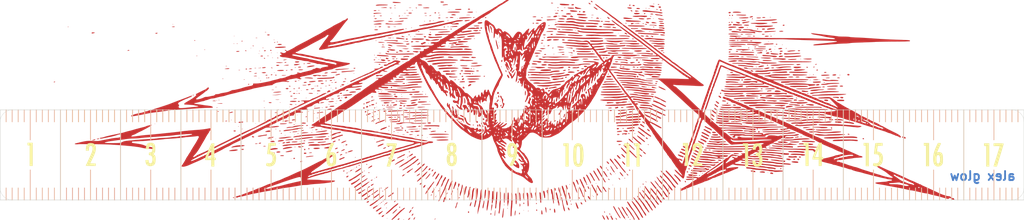
<source format=kicad_pcb>
(kicad_pcb (version 20171130) (host pcbnew "(5.1.5-0-10_14)")
  (layers (0 F.Cu signal) (31 B.Cu signal) (34 B.Paste user) (35 F.Paste user) (36 B.SilkS user) (37 F.SilkS user) (38 B.Mask user) (39 F.Mask user) (44 Edge.Cuts user))
  (net 0 "")
  (module Aesthetics:1 (layer F.Cu) (at 105 57.4)
    (fp_text reference G*** hide)
    (fp_text value LOGO hide)
  )
  (module Aesthetics:2 (layer F.Cu) (at 115 57.4)
    (fp_text reference G*** hide)
    (fp_text value LOGO hide)
  )
  (module Aesthetics:3 (layer F.Cu) (at 125 57.4)
    (fp_text reference G*** hide)
    (fp_text value LOGO hide)
  )
  (module Aesthetics:4 (layer F.Cu) (at 134.9 57.5)
    (fp_text reference G*** hide)
    (fp_text value LOGO hide)
  )
  (module Aesthetics:5 (layer F.Cu) (at 145 57.5)
    (fp_text reference G*** hide)
    (fp_text value LOGO hide)
  )
  (module Aesthetics:6 (layer F.Cu) (at 155 57.5)
    (fp_text reference G*** hide)
    (fp_text value LOGO hide)
  )
  (module Aesthetics:7 (layer F.Cu) (at 165 57.5)
    (fp_text reference G*** hide)
    (fp_text value LOGO hide)
  )
  (module Aesthetics:8 (layer F.Cu) (at 175 57.4)
    (fp_text reference G*** hide)
    (fp_text value LOGO hide)
  )
  (module Aesthetics:9 (layer F.Cu) (at 185 57.4)
    (fp_text reference G*** hide)
    (fp_text value LOGO hide)
  )
  (module Aesthetics:10 (layer F.Cu) (at 195.2 57.5)
    (fp_text reference G*** hide)
    (fp_text value LOGO hide)
  )
  (module Aesthetics:11 (layer F.Cu) (at 204.9 57.5)
    (fp_text reference G*** hide)
    (fp_text value LOGO hide)
  )
  (module Aesthetics:12 (layer F.Cu) (at 215 57.4)
    (fp_text reference G*** hide)
    (fp_text value LOGO hide)
  )
  (module Aesthetics:13 (layer F.Cu) (at 225 57.5)
    (fp_text reference G*** hide)
    (fp_text value LOGO hide)
  )
  (module Aesthetics:14 (layer F.Cu) (at 235 57.4)
    (fp_text reference G*** hide)
    (fp_text value LOGO hide)
  )
  (module Aesthetics:15 (layer F.Cu) (at 245 57.5)
    (fp_text reference G*** hide)
    (fp_text value LOGO hide)
  )
  (module Aesthetics:16 (layer F.Cu) (at 255 57.5)
    (fp_text reference G*** hide)
    (fp_text value LOGO hide)
  )
  (module Aesthetics:17 (layer F.Cu) (at 265 57.5)
    (fp_text reference " " hide)
    (fp_text value " " hide)
  )
  (module Aesthetics:flesh-trembleth-copper (layer F.Cu) (at 183.2 50)
    (fp_text reference " " hide)
    (fp_text value " " hide)
    (fp_poly (pts (xy -16.010263 16.33649) (xy -16.002434 16.367125) (xy -16.050361 16.429816) (xy -16.169072 16.526927) (xy -16.210784 16.556285) (xy -16.324001 16.647697) (xy -16.506572 16.811699) (xy -16.739045 17.030093) (xy -17.001968 17.284683) (xy -17.210475 17.491474) (xy -17.473684 17.749319) (xy -17.712746 17.972339) (xy -17.910978 18.14584) (xy -18.051692 18.25513) (xy -18.113375 18.286564) (xy -18.207802 18.278028) (xy -18.2245 18.267436) (xy -18.18215 18.220212) (xy -18.066824 18.101481) (xy -17.896112 17.92877) (xy -17.687603 17.719606) (xy -17.458885 17.491518) (xy -17.227547 17.262033) (xy -17.011178 17.048679) (xy -16.827367 16.868982) (xy -16.693703 16.74047) (xy -16.668012 16.716375) (xy -16.569412 16.647811) (xy -16.530411 16.635902) (xy -16.45528 16.593208) (xy -16.341571 16.490517) (xy -16.328711 16.477152) (xy -16.198947 16.370188) (xy -16.081411 16.31946) (xy -16.010263 16.33649)) (layer F.Cu) (width 0.01))
    (fp_poly (pts (xy -16.915072 18.052261) (xy -16.911322 18.126041) (xy -16.92805 18.183661) (xy -16.996992 18.253993) (xy -17.102232 18.288736) (xy -17.188603 18.276852) (xy -17.2085 18.239774) (xy -17.162799 18.175187) (xy -17.061819 18.101003) (xy -16.959752 18.051851) (xy -16.915072 18.052261)) (layer F.Cu) (width 0.01))
    (fp_poly (pts (xy -16.150167 18.245666) (xy -16.158884 18.283417) (xy -16.1925 18.288) (xy -16.244768 18.264766) (xy -16.234834 18.245666) (xy -16.159474 18.238066) (xy -16.150167 18.245666)) (layer F.Cu) (width 0.01))
    (fp_poly (pts (xy -15.125396 18.016208) (xy -15.176552 18.129345) (xy -15.282621 18.248142) (xy -15.389611 18.288) (xy -15.461579 18.279088) (xy -15.45771 18.236229) (xy -15.37116 18.135239) (xy -15.335885 18.098162) (xy -15.198825 17.973689) (xy -15.126015 17.946889) (xy -15.125396 18.016208)) (layer F.Cu) (width 0.01))
    (fp_poly (pts (xy -14.293984 17.890624) (xy -14.342121 18.015916) (xy -14.384381 18.100653) (xy -14.471949 18.248186) (xy -14.522892 18.277241) (xy -14.541286 18.189639) (xy -14.5415 18.170841) (xy -14.496908 18.041521) (xy -14.4145 17.93875) (xy -14.317914 17.865958) (xy -14.293984 17.890624)) (layer F.Cu) (width 0.01))
    (fp_poly (pts (xy -10.923945 18.06575) (xy -10.955562 18.170104) (xy -10.9855 18.2245) (xy -11.035816 18.275326) (xy -11.047056 18.25625) (xy -11.015439 18.151895) (xy -10.9855 18.0975) (xy -10.935185 18.046673) (xy -10.923945 18.06575)) (layer F.Cu) (width 0.01))
    (fp_poly (pts (xy 16.818291 17.524156) (xy 16.896217 17.618247) (xy 16.99364 17.76247) (xy 17.090994 17.925565) (xy 17.16871 18.076268) (xy 17.207223 18.18332) (xy 17.2085 18.196969) (xy 17.185307 18.286623) (xy 17.12349 18.270257) (xy 17.034689 18.15848) (xy 16.930542 17.961901) (xy 16.916582 17.930894) (xy 16.836311 17.732779) (xy 16.787277 17.578748) (xy 16.779429 17.51146) (xy 16.818291 17.524156)) (layer F.Cu) (width 0.01))
    (fp_poly (pts (xy 17.514275 17.582139) (xy 17.576153 17.660311) (xy 17.684184 17.829597) (xy 17.778831 18.019162) (xy 17.836204 18.178319) (xy 17.8435 18.227487) (xy 17.816856 18.294604) (xy 17.749827 18.265492) (xy 17.661766 18.155997) (xy 17.587789 18.018125) (xy 17.512911 17.828895) (xy 17.468767 17.67056) (xy 17.463894 17.628561) (xy 17.472224 17.55772) (xy 17.514275 17.582139)) (layer F.Cu) (width 0.01))
    (fp_poly (pts (xy 18.285177 17.638599) (xy 18.288 17.659072) (xy 18.321556 17.756257) (xy 18.402493 17.894045) (xy 18.404666 17.897197) (xy 18.531307 18.102767) (xy 18.568509 18.228675) (xy 18.517901 18.28378) (xy 18.476507 18.288) (xy 18.370182 18.241702) (xy 18.34948 18.176875) (xy 18.310821 18.039356) (xy 18.25423 17.942488) (xy 18.183467 17.805666) (xy 18.16329 17.675578) (xy 18.197448 17.596755) (xy 18.2245 17.5895) (xy 18.285177 17.638599)) (layer F.Cu) (width 0.01))
    (fp_poly (pts (xy 19.089111 18.040203) (xy 19.166243 18.142242) (xy 19.178892 18.164536) (xy 19.212061 18.264765) (xy 19.177535 18.281387) (xy 19.102647 18.215045) (xy 19.065274 18.161861) (xy 19.00354 18.049169) (xy 18.9865 17.999364) (xy 19.017834 17.982821) (xy 19.089111 18.040203)) (layer F.Cu) (width 0.01))
    (fp_poly (pts (xy 20.679833 18.245666) (xy 20.671116 18.283417) (xy 20.6375 18.288) (xy 20.585232 18.264766) (xy 20.595166 18.245666) (xy 20.670526 18.238066) (xy 20.679833 18.245666)) (layer F.Cu) (width 0.01))
    (fp_poly (pts (xy 21.3995 18.19275) (xy 21.460077 18.249811) (xy 21.463 18.259997) (xy 21.41387 18.287271) (xy 21.3995 18.288) (xy 21.33844 18.239184) (xy 21.336 18.220752) (xy 21.374902 18.182827) (xy 21.3995 18.19275)) (layer F.Cu) (width 0.01))
    (fp_poly (pts (xy 20.81646 16.195944) (xy 20.92434 16.302023) (xy 21.003803 16.401526) (xy 21.160873 16.613729) (xy 21.340265 16.85415) (xy 21.426908 16.969524) (xy 21.548012 17.136304) (xy 21.630231 17.261066) (xy 21.6535 17.308972) (xy 21.686427 17.382776) (xy 21.766199 17.508694) (xy 21.771422 17.516197) (xy 21.924956 17.75112) (xy 22.048105 17.968623) (xy 22.129842 18.145562) (xy 22.159143 18.258791) (xy 22.139075 18.288) (xy 22.031569 18.259382) (xy 22.013333 18.245666) (xy 21.974601 18.150305) (xy 21.971 18.108561) (xy 21.934687 18.011787) (xy 21.83983 17.851953) (xy 21.717 17.677369) (xy 21.588008 17.501789) (xy 21.49658 17.368306) (xy 21.463 17.307024) (xy 21.428365 17.244433) (xy 21.339098 17.111548) (xy 21.217156 16.939379) (xy 21.084497 16.758938) (xy 20.964959 16.603599) (xy 20.83074 16.415296) (xy 20.752496 16.264332) (xy 20.743133 16.176871) (xy 20.750695 16.169281) (xy 20.81646 16.195944)) (layer F.Cu) (width 0.01))
    (fp_poly (pts (xy 21.026658 15.303201) (xy 21.050067 15.325996) (xy 21.128233 15.433284) (xy 21.1455 15.489464) (xy 21.189082 15.554771) (xy 21.20602 15.5575) (xy 21.271026 15.609062) (xy 21.352824 15.735939) (xy 21.366976 15.763875) (xy 21.468685 15.94482) (xy 21.604383 16.153245) (xy 21.655169 16.22425) (xy 21.837239 16.476663) (xy 22.039659 16.767333) (xy 22.249909 17.077091) (xy 22.455471 17.386768) (xy 22.643826 17.677195) (xy 22.802454 17.929204) (xy 22.918838 18.123626) (xy 22.980458 18.241293) (xy 22.987 18.263508) (xy 22.933563 18.283442) (xy 22.86 18.288) (xy 22.753046 18.242452) (xy 22.733 18.168775) (xy 22.68688 18.028473) (xy 22.63775 17.9705) (xy 22.557622 17.873297) (xy 22.5425 17.824849) (xy 22.503904 17.726946) (xy 22.452964 17.658) (xy 22.376955 17.551765) (xy 22.266953 17.373457) (xy 22.157764 17.18145) (xy 22.028531 16.964893) (xy 21.897878 16.777633) (xy 21.807088 16.67345) (xy 21.685539 16.542309) (xy 21.534635 16.349783) (xy 21.370946 16.121084) (xy 21.211044 15.881424) (xy 21.071501 15.656016) (xy 20.968888 15.470072) (xy 20.919775 15.348803) (xy 20.919278 15.322702) (xy 20.959656 15.263871) (xy 21.026658 15.303201)) (layer F.Cu) (width 0.01))
    (fp_poly (pts (xy 19.470538 16.237504) (xy 19.564916 16.340466) (xy 19.649026 16.453308) (xy 19.682887 16.524641) (xy 19.715851 16.59834) (xy 19.799864 16.745225) (xy 19.90725 16.918466) (xy 20.021474 17.103196) (xy 20.101675 17.244681) (xy 20.1295 17.30899) (xy 20.163854 17.379582) (xy 20.253113 17.519443) (xy 20.355399 17.666518) (xy 20.472718 17.849039) (xy 20.546824 18.002053) (xy 20.561774 18.077988) (xy 20.534242 18.134962) (xy 20.474444 18.093308) (xy 20.442564 18.056887) (xy 20.318699 17.891634) (xy 20.172902 17.669666) (xy 20.021595 17.419738) (xy 19.881197 17.170604) (xy 19.76813 16.951019) (xy 19.698816 16.789738) (xy 19.685 16.730318) (xy 19.656465 16.646974) (xy 19.63326 16.637) (xy 19.575486 16.585248) (xy 19.496493 16.456738) (xy 19.475538 16.41475) (xy 19.41689 16.274535) (xy 19.400665 16.197561) (xy 19.405973 16.1925) (xy 19.470538 16.237504)) (layer F.Cu) (width 0.01))
    (fp_poly (pts (xy -18.923 18.06575) (xy -18.95475 18.0975) (xy -18.9865 18.06575) (xy -18.95475 18.034) (xy -18.923 18.06575)) (layer F.Cu) (width 0.01))
    (fp_poly (pts (xy 18.676708 16.033206) (xy 18.770895 16.164808) (xy 18.908738 16.407542) (xy 18.9865 16.555259) (xy 19.149514 16.857668) (xy 19.331227 17.175681) (xy 19.499187 17.45296) (xy 19.542125 17.519904) (xy 19.670225 17.721992) (xy 19.765409 17.883782) (xy 19.810502 17.975774) (xy 19.812 17.983397) (xy 19.787373 18.036208) (xy 19.712418 17.979507) (xy 19.585526 17.81156) (xy 19.431305 17.573081) (xy 19.188539 17.175734) (xy 18.977344 16.817749) (xy 18.805948 16.513937) (xy 18.682577 16.279109) (xy 18.615458 16.128076) (xy 18.6055 16.086411) (xy 18.622726 16.008489) (xy 18.676708 16.033206)) (layer F.Cu) (width 0.01))
    (fp_poly (pts (xy 0.403832 16.397035) (xy 0.413432 16.450174) (xy 0.413753 16.558965) (xy 0.404151 16.739957) (xy 0.383984 17.009697) (xy 0.35261 17.384734) (xy 0.341851 17.509456) (xy 0.308584 17.760736) (xy 0.263127 17.915111) (xy 0.210079 17.961419) (xy 0.171093 17.92391) (xy 0.164373 17.838703) (xy 0.176875 17.670721) (xy 0.195743 17.526) (xy 0.233538 17.256831) (xy 0.27259 16.949241) (xy 0.292219 16.779875) (xy 0.322026 16.574516) (xy 0.35664 16.43112) (xy 0.385594 16.383) (xy 0.403832 16.397035)) (layer F.Cu) (width 0.01))
    (fp_poly (pts (xy 21.142589 17.838061) (xy 21.175725 17.93824) (xy 21.154527 17.9705) (xy 21.08439 17.919547) (xy 21.055549 17.866161) (xy 21.033394 17.754533) (xy 21.071972 17.74409) (xy 21.142589 17.838061)) (layer F.Cu) (width 0.01))
    (fp_poly (pts (xy 21.716509 15.164707) (xy 21.811977 15.24989) (xy 21.87963 15.330282) (xy 22.043172 15.538366) (xy 22.22031 15.759906) (xy 22.264918 15.814956) (xy 22.378222 15.967051) (xy 22.529273 16.187895) (xy 22.705113 16.456486) (xy 22.892784 16.751825) (xy 23.079325 17.052912) (xy 23.251779 17.338747) (xy 23.397186 17.588329) (xy 23.502586 17.780658) (xy 23.555023 17.894734) (xy 23.5585 17.911219) (xy 23.52784 17.977839) (xy 23.450937 17.953321) (xy 23.350407 17.85324) (xy 23.252711 17.700625) (xy 22.915404 17.090725) (xy 22.566416 16.541709) (xy 22.294836 16.16075) (xy 22.02359 15.786149) (xy 21.82673 15.49396) (xy 21.706955 15.288486) (xy 21.666964 15.174026) (xy 21.668597 15.162957) (xy 21.716509 15.164707)) (layer F.Cu) (width 0.01))
    (fp_poly (pts (xy -19.447889 17.543966) (xy -19.455185 17.604599) (xy -19.571384 17.718002) (xy -19.573875 17.720083) (xy -19.70317 17.816969) (xy -19.781023 17.835712) (xy -19.833306 17.801028) (xy -19.833465 17.72782) (xy -19.758586 17.633277) (xy -19.646638 17.554021) (xy -19.548159 17.526) (xy -19.447889 17.543966)) (layer F.Cu) (width 0.01))
    (fp_poly (pts (xy 1.806408 13.835414) (xy 1.842321 13.875739) (xy 1.87096 13.977778) (xy 1.88747 14.187254) (xy 1.892332 14.485231) (xy 1.886025 14.852775) (xy 1.86903 15.270949) (xy 1.841828 15.720818) (xy 1.804898 16.183447) (xy 1.7763 16.47825) (xy 1.747677 16.788803) (xy 1.726533 17.088611) (xy 1.715884 17.331287) (xy 1.715404 17.414875) (xy 1.702144 17.607069) (xy 1.660194 17.710442) (xy 1.598673 17.709645) (xy 1.565028 17.668012) (xy 1.55207 17.575697) (xy 1.550766 17.365867) (xy 1.560757 17.047438) (xy 1.581686 16.629326) (xy 1.613196 16.120448) (xy 1.64587 15.65275) (xy 1.66835 15.27643) (xy 1.682636 14.895039) (xy 1.687634 14.551289) (xy 1.682245 14.287892) (xy 1.681336 14.271625) (xy 1.672334 13.996679) (xy 1.687791 13.838199) (xy 1.731288 13.78738) (xy 1.806408 13.835414)) (layer F.Cu) (width 0.01))
    (fp_poly (pts (xy -14.602788 17.314647) (xy -14.626403 17.414562) (xy -14.703762 17.5297) (xy -14.732 17.55775) (xy -14.824991 17.626895) (xy -14.856453 17.601565) (xy -14.856981 17.583466) (xy -14.821553 17.470958) (xy -14.74456 17.35005) (xy -14.663842 17.276508) (xy -14.645625 17.272) (xy -14.602788 17.314647)) (layer F.Cu) (width 0.01))
    (fp_poly (pts (xy -0.977743 16.69645) (xy -0.97908 16.825599) (xy -0.989961 17.031088) (xy -0.995696 17.11325) (xy -1.017324 17.387917) (xy -1.035435 17.554504) (xy -1.053865 17.631717) (xy -1.076453 17.638265) (xy -1.097519 17.609599) (xy -1.103675 17.526786) (xy -1.09333 17.35956) (xy -1.071297 17.148704) (xy -1.04239 16.935003) (xy -1.011423 16.759242) (xy -0.986472 16.66875) (xy -0.977743 16.69645)) (layer F.Cu) (width 0.01))
    (fp_poly (pts (xy 20.147102 16.186601) (xy 20.273619 16.353796) (xy 20.435385 16.622166) (xy 20.54654 16.8275) (xy 20.672199 17.053933) (xy 20.801268 17.265907) (xy 20.874043 17.373243) (xy 20.98395 17.536258) (xy 21.012874 17.623461) (xy 20.965763 17.652553) (xy 20.952256 17.653) (xy 20.888739 17.602556) (xy 20.78393 17.469827) (xy 20.659688 17.282714) (xy 20.650631 17.267977) (xy 20.491632 17.009531) (xy 20.321934 16.73618) (xy 20.208875 16.555744) (xy 20.078113 16.339522) (xy 20.015595 16.2083) (xy 20.015144 16.144166) (xy 20.061676 16.129) (xy 20.147102 16.186601)) (layer F.Cu) (width 0.01))
    (fp_poly (pts (xy 22.000373 14.573824) (xy 22.116917 14.68264) (xy 22.276551 14.856008) (xy 22.463582 15.07477) (xy 22.662316 15.319767) (xy 22.857058 15.571841) (xy 23.032117 15.811833) (xy 23.171796 16.020585) (xy 23.232069 16.122828) (xy 23.424692 16.468024) (xy 23.58739 16.736403) (xy 23.744414 16.966014) (xy 23.896748 17.165699) (xy 24.010094 17.34579) (xy 24.056701 17.501289) (xy 24.055498 17.529941) (xy 24.033816 17.625226) (xy 23.990389 17.613292) (xy 23.932438 17.549307) (xy 23.843915 17.427855) (xy 23.726824 17.243733) (xy 23.650192 17.11325) (xy 23.519723 16.894377) (xy 23.386113 16.687566) (xy 23.323879 16.599256) (xy 23.229639 16.462968) (xy 23.179836 16.371864) (xy 23.1775 16.36136) (xy 23.142975 16.294642) (xy 23.052928 16.154859) (xy 22.927648 15.970835) (xy 22.787424 15.771396) (xy 22.652545 15.585367) (xy 22.543302 15.441571) (xy 22.479982 15.368834) (xy 22.477583 15.367) (xy 22.406064 15.290819) (xy 22.29994 15.149234) (xy 22.17981 14.973753) (xy 22.066277 14.795889) (xy 21.97994 14.64715) (xy 21.9414 14.559048) (xy 21.942614 14.548718) (xy 22.000373 14.573824)) (layer F.Cu) (width 0.01))
    (fp_poly (pts (xy 2.372375 16.769291) (xy 2.386531 16.850329) (xy 2.381721 17.007832) (xy 2.362914 17.20115) (xy 2.335077 17.389634) (xy 2.30318 17.532634) (xy 2.272189 17.589499) (xy 2.272133 17.5895) (xy 2.242509 17.53012) (xy 2.240304 17.362778) (xy 2.255155 17.192625) (xy 2.287382 16.942333) (xy 2.316461 16.802051) (xy 2.347029 16.755028) (xy 2.372375 16.769291)) (layer F.Cu) (width 0.01))
    (fp_poly (pts (xy -19.261667 17.420166) (xy -19.270384 17.457917) (xy -19.304 17.4625) (xy -19.356268 17.439266) (xy -19.346334 17.420166) (xy -19.270974 17.412566) (xy -19.261667 17.420166)) (layer F.Cu) (width 0.01))
    (fp_poly (pts (xy -1.642776 17.254824) (xy -1.629251 17.339893) (xy -1.672644 17.390611) (xy -1.754855 17.430224) (xy -1.799561 17.370904) (xy -1.79529 17.267183) (xy -1.722755 17.220839) (xy -1.642776 17.254824)) (layer F.Cu) (width 0.01))
    (fp_poly (pts (xy 18.00078 17.248472) (xy 18.086088 17.328109) (xy 18.0975 17.374043) (xy 18.077739 17.455978) (xy 18.022024 17.419391) (xy 17.971264 17.336929) (xy 17.935052 17.247489) (xy 17.978791 17.240663) (xy 18.00078 17.248472)) (layer F.Cu) (width 0.01))
    (fp_poly (pts (xy -19.675525 16.86075) (xy -19.747337 16.962443) (xy -19.89693 17.11325) (xy -20.087129 17.285252) (xy -20.212018 17.373756) (xy -20.292349 17.388652) (xy -20.348877 17.339832) (xy -20.354362 17.331275) (xy -20.379197 17.260721) (xy -20.373984 17.251685) (xy -20.312659 17.211117) (xy -20.187865 17.125032) (xy -20.147947 17.09716) (xy -20.00089 17.005186) (xy -19.892834 16.956715) (xy -19.878072 16.9545) (xy -19.814342 16.907728) (xy -19.812 16.891) (xy -19.759719 16.836799) (xy -19.703216 16.8275) (xy -19.675525 16.86075)) (layer F.Cu) (width 0.01))
    (fp_poly (pts (xy 3.060902 17.117444) (xy 3.081365 17.165143) (xy 3.090265 17.267876) (xy 3.054999 17.355265) (xy 3.000417 17.385326) (xy 2.967862 17.356907) (xy 2.963099 17.260598) (xy 2.98563 17.17675) (xy 3.027246 17.088941) (xy 3.060902 17.117444)) (layer F.Cu) (width 0.01))
    (fp_poly (pts (xy 6.749178 16.728345) (xy 6.793572 16.869154) (xy 6.835466 17.108657) (xy 6.85291 17.288698) (xy 6.83581 17.375295) (xy 6.777442 17.398917) (xy 6.771381 17.399) (xy 6.713281 17.376987) (xy 6.681743 17.293427) (xy 6.670014 17.122032) (xy 6.66943 17.002125) (xy 6.681159 16.791014) (xy 6.709725 16.701027) (xy 6.749178 16.728345)) (layer F.Cu) (width 0.01))
    (fp_poly (pts (xy -17.101045 15.580289) (xy -17.119432 15.640837) (xy -17.205007 15.750374) (xy -17.326685 15.877441) (xy -17.453384 15.990579) (xy -17.55402 16.058328) (xy -17.580637 16.065682) (xy -17.641292 16.106816) (xy -17.770746 16.217129) (xy -17.946768 16.377238) (xy -18.056547 16.480617) (xy -18.337096 16.739844) (xy -18.594887 16.963097) (xy -18.818049 17.141874) (xy -18.994711 17.267673) (xy -19.113 17.331991) (xy -19.161045 17.326326) (xy -19.132531 17.251215) (xy -19.063067 17.170926) (xy -18.924658 17.033974) (xy -18.744338 16.866866) (xy -18.70075 16.827819) (xy -18.495798 16.643448) (xy -18.307413 16.470623) (xy -18.17259 16.34333) (xy -18.161 16.331973) (xy -18.021035 16.206616) (xy -17.809295 16.032144) (xy -17.557105 15.833607) (xy -17.295787 15.636054) (xy -17.235089 15.591495) (xy -17.136436 15.563672) (xy -17.101045 15.580289)) (layer F.Cu) (width 0.01))
    (fp_poly (pts (xy -3.23303 13.252933) (xy -3.214951 13.339489) (xy -3.214301 13.523959) (xy -3.228476 13.778848) (xy -3.254871 14.07666) (xy -3.290881 14.3899) (xy -3.3339 14.691072) (xy -3.381325 14.952681) (xy -3.403243 15.0495) (xy -3.462714 15.317562) (xy -3.511516 15.584995) (xy -3.533819 15.748) (xy -3.56398 15.953681) (xy -3.604642 16.123159) (xy -3.618489 16.16075) (xy -3.670461 16.319118) (xy -3.7053 16.47825) (xy -3.740323 16.649016) (xy -3.796099 16.877712) (xy -3.833716 17.018) (xy -3.931178 17.36725) (xy -3.907027 16.92275) (xy -3.883588 16.64501) (xy -3.847027 16.37146) (xy -3.812228 16.1925) (xy -3.678442 15.595845) (xy -3.578635 15.011746) (xy -3.502785 14.378924) (xy -3.485157 14.19225) (xy -3.441804 13.778154) (xy -3.39627 13.484354) (xy -3.346756 13.304145) (xy -3.291462 13.230823) (xy -3.23303 13.252933)) (layer F.Cu) (width 0.01))
    (fp_poly (pts (xy -17.30911 16.597748) (xy -17.404957 16.721064) (xy -17.557969 16.881238) (xy -17.606909 16.928023) (xy -17.808218 17.114088) (xy -17.935247 17.222149) (xy -18.004171 17.26335) (xy -18.031164 17.24883) (xy -18.034 17.222205) (xy -17.991821 17.147248) (xy -17.883237 17.023656) (xy -17.735185 16.876297) (xy -17.574597 16.730033) (xy -17.428408 16.609732) (xy -17.323552 16.540256) (xy -17.289465 16.534869) (xy -17.30911 16.597748)) (layer F.Cu) (width 0.01))
    (fp_poly (pts (xy -0.074255 13.680958) (xy -0.060562 13.736984) (xy -0.053521 13.855109) (xy -0.051786 14.053071) (xy -0.054006 14.348606) (xy -0.056975 14.605) (xy -0.066287 14.925675) (xy -0.085761 15.288536) (xy -0.113264 15.672875) (xy -0.146661 16.057987) (xy -0.18382 16.423163) (xy -0.222606 16.747698) (xy -0.260886 17.010883) (xy -0.296528 17.192013) (xy -0.327396 17.270381) (xy -0.331763 17.272) (xy -0.398388 17.22167) (xy -0.420532 17.179368) (xy -0.427575 17.057995) (xy -0.396364 16.889302) (xy -0.392968 16.877743) (xy -0.364452 16.723063) (xy -0.340364 16.481704) (xy -0.324207 16.193983) (xy -0.320091 16.038745) (xy -0.310067 15.757502) (xy -0.291096 15.515912) (xy -0.26635 15.347741) (xy -0.250412 15.296794) (xy -0.226453 15.190699) (xy -0.207053 14.988061) (xy -0.194376 14.719315) (xy -0.1905 14.454172) (xy -0.185206 14.146664) (xy -0.170617 13.899951) (xy -0.148681 13.737615) (xy -0.127 13.68425) (xy -0.095952 13.669292) (xy -0.074255 13.680958)) (layer F.Cu) (width 0.01))
    (fp_poly (pts (xy -14.926129 16.68761) (xy -14.9225 16.718773) (xy -14.954449 16.803702) (xy -15.033007 16.922107) (xy -15.132243 17.043754) (xy -15.226225 17.138409) (xy -15.289021 17.175837) (xy -15.30092 17.159984) (xy -15.270682 17.060386) (xy -15.194152 16.915746) (xy -15.098655 16.769198) (xy -15.011518 16.663879) (xy -14.970125 16.637786) (xy -14.926129 16.68761)) (layer F.Cu) (width 0.01))
    (fp_poly (pts (xy -5.351679 16.943939) (xy -5.334 17.018) (xy -5.373705 17.121428) (xy -5.42925 17.145) (xy -5.506822 17.09206) (xy -5.5245 17.018) (xy -5.484796 16.914571) (xy -5.42925 16.891) (xy -5.351679 16.943939)) (layer F.Cu) (width 0.01))
    (fp_poly (pts (xy 7.374003 16.205444) (xy 7.434214 16.290903) (xy 7.477214 16.501367) (xy 7.493 16.663969) (xy 7.50374 16.908357) (xy 7.496211 17.062064) (xy 7.474345 17.116167) (xy 7.44207 17.061742) (xy 7.40332 16.889863) (xy 7.400569 16.873813) (xy 7.350001 16.570854) (xy 7.319906 16.372407) (xy 7.309464 16.257786) (xy 7.317852 16.2063) (xy 7.344247 16.197262) (xy 7.374003 16.205444)) (layer F.Cu) (width 0.01))
    (fp_poly (pts (xy 8.887166 16.502436) (xy 8.935468 16.640462) (xy 8.964354 16.815902) (xy 8.967985 16.984082) (xy 8.94052 17.100327) (xy 8.91396 17.124786) (xy 8.845693 17.092442) (xy 8.803702 17.004721) (xy 8.771806 16.82191) (xy 8.765912 16.640304) (xy 8.784415 16.501351) (xy 8.82529 16.4465) (xy 8.887166 16.502436)) (layer F.Cu) (width 0.01))
    (fp_poly (pts (xy 17.201353 16.975208) (xy 17.196362 17.060654) (xy 17.173974 17.140909) (xy 17.144934 17.103968) (xy 17.125754 17.056536) (xy 17.101288 16.944071) (xy 17.111755 16.903078) (xy 17.169982 16.89534) (xy 17.201353 16.975208)) (layer F.Cu) (width 0.01))
    (fp_poly (pts (xy 22.667475 14.347351) (xy 22.771499 14.44741) (xy 22.801923 14.485076) (xy 22.94578 14.663623) (xy 23.089838 14.829408) (xy 23.096067 14.836158) (xy 23.195168 14.957991) (xy 23.240679 15.043335) (xy 23.241 15.047332) (xy 23.280854 15.120286) (xy 23.384048 15.252781) (xy 23.493302 15.377436) (xy 23.628883 15.531239) (xy 23.721145 15.647092) (xy 23.747302 15.6919) (xy 23.781439 15.757011) (xy 23.872971 15.904699) (xy 24.007711 16.112638) (xy 24.16175 16.344076) (xy 24.324529 16.59091) (xy 24.457051 16.801515) (xy 24.545069 16.952585) (xy 24.5745 17.0193) (xy 24.546376 17.081935) (xy 24.465033 17.03505) (xy 24.335015 16.88223) (xy 24.251063 16.764122) (xy 24.129318 16.596138) (xy 24.032034 16.48104) (xy 23.987125 16.446622) (xy 23.941698 16.396878) (xy 23.9395 16.375632) (xy 23.90425 16.289433) (xy 23.813015 16.139417) (xy 23.71725 16.002) (xy 23.598126 15.832448) (xy 23.517465 15.703723) (xy 23.495 15.652864) (xy 23.456348 15.585563) (xy 23.354294 15.450589) (xy 23.209692 15.275297) (xy 23.186831 15.248622) (xy 22.971629 14.985721) (xy 22.793366 14.743004) (xy 22.663958 14.539212) (xy 22.595321 14.393084) (xy 22.598734 14.32374) (xy 22.667475 14.347351)) (layer F.Cu) (width 0.01))
    (fp_poly (pts (xy 4.487054 16.748125) (xy 4.495441 16.878131) (xy 4.487054 16.906875) (xy 4.463877 16.914852) (xy 4.455026 16.8275) (xy 4.465005 16.737353) (xy 4.487054 16.748125)) (layer F.Cu) (width 0.01))
    (fp_poly (pts (xy -19.899013 16.286272) (xy -19.934924 16.366879) (xy -20.055991 16.482509) (xy -20.227305 16.603409) (xy -20.386536 16.713517) (xy -20.489268 16.802716) (xy -20.5105 16.836708) (xy -20.564895 16.877536) (xy -20.66925 16.891) (xy -20.788718 16.880351) (xy -20.828 16.859978) (xy -20.779263 16.804159) (xy -20.65364 16.702639) (xy -20.482017 16.576911) (xy -20.295278 16.448465) (xy -20.124307 16.338793) (xy -19.999989 16.269386) (xy -19.960038 16.256) (xy -19.899013 16.286272)) (layer F.Cu) (width 0.01))
    (fp_poly (pts (xy 10.02504 14.504831) (xy 10.077043 14.594779) (xy 10.0965 14.732) (xy 10.116459 14.877243) (xy 10.16 14.95425) (xy 10.199681 15.037052) (xy 10.221831 15.196409) (xy 10.2235 15.257499) (xy 10.246372 15.500047) (xy 10.302411 15.7478) (xy 10.312183 15.777627) (xy 10.438548 16.184162) (xy 10.547631 16.609672) (xy 10.57082 16.716375) (xy 10.579765 16.852375) (xy 10.541263 16.884275) (xy 10.47473 16.815947) (xy 10.411649 16.684625) (xy 10.353517 16.493511) (xy 10.299099 16.254733) (xy 10.282275 16.16075) (xy 10.241969 15.933207) (xy 10.18597 15.645181) (xy 10.128092 15.367) (xy 10.051953 15.00764) (xy 10.003489 14.756353) (xy 9.980855 14.597692) (xy 9.982205 14.51621) (xy 10.005691 14.496458) (xy 10.02504 14.504831)) (layer F.Cu) (width 0.01))
    (fp_poly (pts (xy -1.931728 13.483941) (xy -1.919732 13.600426) (xy -1.926079 13.819688) (xy -1.947946 14.119277) (xy -1.982509 14.476748) (xy -2.026944 14.86965) (xy -2.078427 15.275538) (xy -2.134135 15.671963) (xy -2.191244 16.036478) (xy -2.24693 16.346634) (xy -2.298369 16.579985) (xy -2.336349 16.7005) (xy -2.373927 16.772107) (xy -2.395215 16.757988) (xy -2.405003 16.643227) (xy -2.407706 16.47825) (xy -2.396182 16.22707) (xy -2.363211 15.91392) (xy -2.315524 15.600665) (xy -2.30752 15.5575) (xy -2.261368 15.258323) (xy -2.220145 14.888171) (xy -2.189507 14.503066) (xy -2.17813 14.276363) (xy -2.16034 13.919484) (xy -2.135288 13.673969) (xy -2.100742 13.52428) (xy -2.060842 13.459586) (xy -1.978488 13.420416) (xy -1.931728 13.483941)) (layer F.Cu) (width 0.01))
    (fp_poly (pts (xy -1.479235 15.7809) (xy -1.483294 15.930816) (xy -1.518773 16.183473) (xy -1.548179 16.352675) (xy -1.591048 16.576805) (xy -1.62584 16.733884) (xy -1.646879 16.799188) (xy -1.649948 16.79575) (xy -1.662166 16.630919) (xy -1.659899 16.411857) (xy -1.646036 16.175566) (xy -1.62347 15.959048) (xy -1.595092 15.799308) (xy -1.567042 15.734712) (xy -1.507013 15.72008) (xy -1.479235 15.7809)) (layer F.Cu) (width 0.01))
    (fp_poly (pts (xy 5.943643 16.619263) (xy 5.95154 16.7005) (xy 5.942771 16.803343) (xy 5.939611 16.826527) (xy 5.893069 16.797503) (xy 5.849739 16.770127) (xy 5.79585 16.6869) (xy 5.805862 16.644099) (xy 5.886314 16.575469) (xy 5.943643 16.619263)) (layer F.Cu) (width 0.01))
    (fp_poly (pts (xy 3.7465 16.73225) (xy 3.71475 16.764) (xy 3.683 16.73225) (xy 3.71475 16.7005) (xy 3.7465 16.73225)) (layer F.Cu) (width 0.01))
    (fp_poly (pts (xy 11.149975 16.273313) (xy 11.175692 16.287559) (xy 11.261496 16.387151) (xy 11.319979 16.532364) (xy 11.333117 16.666133) (xy 11.311467 16.717432) (xy 11.247224 16.708195) (xy 11.1628 16.587668) (xy 11.142044 16.546071) (xy 11.074545 16.367258) (xy 11.077639 16.27288) (xy 11.149975 16.273313)) (layer F.Cu) (width 0.01))
    (fp_poly (pts (xy 23.01875 13.693036) (xy 23.102927 13.761878) (xy 23.114 13.798082) (xy 23.151819 13.880761) (xy 23.249733 14.024279) (xy 23.353177 14.156413) (xy 23.52104 14.363089) (xy 23.685943 14.571242) (xy 23.760983 14.6685) (xy 23.908814 14.8544) (xy 24.085086 15.064176) (xy 24.155588 15.14475) (xy 24.28297 15.300188) (xy 24.365482 15.424373) (xy 24.382781 15.470349) (xy 24.428072 15.566084) (xy 24.485865 15.62649) (xy 24.598172 15.756088) (xy 24.647341 15.84064) (xy 24.785056 16.099276) (xy 24.983215 16.398016) (xy 25.003125 16.425869) (xy 25.113339 16.606569) (xy 25.143562 16.724144) (xy 25.094006 16.764) (xy 25.038834 16.714508) (xy 24.932086 16.581201) (xy 24.791271 16.386828) (xy 24.690844 16.240125) (xy 24.528513 15.996728) (xy 24.383129 15.776539) (xy 24.275972 15.611889) (xy 24.241522 15.5575) (xy 24.140898 15.41694) (xy 23.995159 15.23767) (xy 23.913704 15.14475) (xy 23.78654 14.992145) (xy 23.627358 14.783926) (xy 23.452805 14.544108) (xy 23.279533 14.296702) (xy 23.12419 14.065723) (xy 23.003426 13.875184) (xy 22.93389 13.749098) (xy 22.9235 13.716589) (xy 22.970102 13.682855) (xy 23.01875 13.693036)) (layer F.Cu) (width 0.01))
    (fp_poly (pts (xy 8.179592 16.499684) (xy 8.1915 16.5735) (xy 8.164907 16.676685) (xy 8.128 16.7005) (xy 8.076407 16.647315) (xy 8.0645 16.5735) (xy 8.091092 16.470314) (xy 8.128 16.4465) (xy 8.179592 16.499684)) (layer F.Cu) (width 0.01))
    (fp_poly (pts (xy -14.608879 16.172745) (xy -14.606412 16.198533) (xy -14.649339 16.314845) (xy -14.732 16.41475) (xy -14.822733 16.479695) (xy -14.857589 16.472216) (xy -14.820704 16.386013) (xy -14.733771 16.258268) (xy -14.732 16.256) (xy -14.644795 16.161547) (xy -14.608879 16.172745)) (layer F.Cu) (width 0.01))
    (fp_poly (pts (xy 1.058054 16.303625) (xy 1.066441 16.433631) (xy 1.058054 16.462375) (xy 1.034877 16.470352) (xy 1.026026 16.383) (xy 1.036005 16.292853) (xy 1.058054 16.303625)) (layer F.Cu) (width 0.01))
    (fp_poly (pts (xy -20.522719 15.90727) (xy -20.533152 15.97085) (xy -20.596573 16.025322) (xy -20.720279 16.109222) (xy -20.885794 16.231196) (xy -20.93868 16.271875) (xy -21.119765 16.395037) (xy -21.24584 16.445888) (xy -21.302052 16.422134) (xy -21.274802 16.3238) (xy -21.162541 16.206189) (xy -21.066193 16.156719) (xy -20.912199 16.088126) (xy -20.744969 15.986741) (xy -20.614443 15.914673) (xy -20.528646 15.902951) (xy -20.522719 15.90727)) (layer F.Cu) (width 0.01))
    (fp_poly (pts (xy -0.678212 13.613978) (xy -0.658422 13.682133) (xy -0.650178 13.823824) (xy -0.6528 14.055119) (xy -0.665609 14.392083) (xy -0.671468 14.518951) (xy -0.690954 14.863737) (xy -0.71422 15.172943) (xy -0.738819 15.419716) (xy -0.762303 15.577202) (xy -0.770864 15.609258) (xy -0.806538 15.768517) (xy -0.825565 15.976182) (xy -0.826473 16.022008) (xy -0.841388 16.225262) (xy -0.878038 16.367663) (xy -0.926769 16.428649) (xy -0.977931 16.387653) (xy -0.987628 16.365345) (xy -1.005172 16.219806) (xy -0.992511 16.159378) (xy -0.974185 16.059403) (xy -0.952998 15.862672) (xy -0.931791 15.5993) (xy -0.916105 15.349753) (xy -0.884917 14.815045) (xy -0.856182 14.395295) (xy -0.828486 14.078519) (xy -0.800417 13.852731) (xy -0.770563 13.70595) (xy -0.73751 13.62619) (xy -0.710229 13.603293) (xy -0.678212 13.613978)) (layer F.Cu) (width 0.01))
    (fp_poly (pts (xy 12.454452 15.470564) (xy 12.529648 15.620127) (xy 12.618579 15.819528) (xy 12.706629 16.03393) (xy 12.77918 16.228499) (xy 12.821615 16.368397) (xy 12.827 16.405214) (xy 12.784051 16.4448) (xy 12.698041 16.419121) (xy 12.673233 16.398875) (xy 12.600202 16.289026) (xy 12.525591 16.117927) (xy 12.457537 15.916004) (xy 12.404178 15.713681) (xy 12.373651 15.541384) (xy 12.374092 15.429538) (xy 12.407607 15.405675) (xy 12.454452 15.470564)) (layer F.Cu) (width 0.01))
    (fp_poly (pts (xy -19.006423 16.297017) (xy -19.01825 16.3195) (xy -19.078081 16.380142) (xy -19.089246 16.383) (xy -19.093578 16.341982) (xy -19.08175 16.3195) (xy -19.02192 16.258857) (xy -19.010755 16.256) (xy -19.006423 16.297017)) (layer F.Cu) (width 0.01))
    (fp_poly (pts (xy -7.243059 15.417581) (xy -7.255877 15.46225) (xy -7.293322 15.588909) (xy -7.351541 15.790459) (xy -7.407371 15.986125) (xy -7.479937 16.207889) (xy -7.544522 16.345401) (xy -7.592872 16.387448) (xy -7.616733 16.32282) (xy -7.61775 16.271875) (xy -7.585396 16.135111) (xy -7.52475 16.002) (xy -7.454455 15.820608) (xy -7.431751 15.6764) (xy -7.391333 15.516159) (xy -7.323239 15.4224) (xy -7.246993 15.37043) (xy -7.243059 15.417581)) (layer F.Cu) (width 0.01))
    (fp_poly (pts (xy -2.814239 15.1597) (xy -2.809445 15.305286) (xy -2.83713 15.557986) (xy -2.888592 15.875) (xy -2.935707 16.12905) (xy -2.97174 16.281981) (xy -3.004608 16.358242) (xy -3.04223 16.382283) (xy -3.053101 16.383) (xy -3.08895 16.324141) (xy -3.084366 16.153333) (xy -3.074986 16.081375) (xy -3.036491 15.866594) (xy -2.991961 15.682491) (xy -2.975846 15.632741) (xy -2.934116 15.455123) (xy -2.921 15.299366) (xy -2.900354 15.167438) (xy -2.851106 15.113) (xy -2.814239 15.1597)) (layer F.Cu) (width 0.01))
    (fp_poly (pts (xy 23.482956 13.380112) (xy 23.600847 13.497657) (xy 23.750357 13.660949) (xy 23.907595 13.8433) (xy 24.048672 14.018024) (xy 24.126281 14.123327) (xy 24.213851 14.236983) (xy 24.355809 14.408165) (xy 24.521575 14.600008) (xy 24.523156 14.6018) (xy 24.673038 14.781682) (xy 24.78196 14.931505) (xy 24.828161 15.021103) (xy 24.8285 15.025134) (xy 24.863847 15.11296) (xy 24.880107 15.123583) (xy 24.943886 15.185222) (xy 25.057628 15.325638) (xy 25.201341 15.517614) (xy 25.355028 15.733934) (xy 25.498694 15.94738) (xy 25.580066 16.076347) (xy 25.648192 16.222951) (xy 25.663829 16.329832) (xy 25.631551 16.371236) (xy 25.555928 16.321408) (xy 25.539844 16.302925) (xy 25.479463 16.219432) (xy 25.367266 16.055454) (xy 25.220808 15.836885) (xy 25.099067 15.65275) (xy 24.93325 15.407619) (xy 24.781695 15.196225) (xy 24.664186 15.045483) (xy 24.611429 14.989337) (xy 24.522126 14.894879) (xy 24.387432 14.728381) (xy 24.233643 14.522639) (xy 24.204093 14.481337) (xy 24.041153 14.257148) (xy 23.884939 14.05111) (xy 23.766321 13.903824) (xy 23.755716 13.891613) (xy 23.623206 13.726997) (xy 23.509589 13.561591) (xy 23.432346 13.424426) (xy 23.408956 13.344533) (xy 23.420573 13.335) (xy 23.482956 13.380112)) (layer F.Cu) (width 0.01))
    (fp_poly (pts (xy -16.778779 16.179913) (xy -16.810718 16.250286) (xy -16.86118 16.279703) (xy -16.939331 16.280721) (xy -16.943239 16.220673) (xy -16.888346 16.134147) (xy -16.812315 16.132359) (xy -16.778779 16.179913)) (layer F.Cu) (width 0.01))
    (fp_poly (pts (xy -3.882942 13.109407) (xy -3.870481 13.290199) (xy -3.881602 13.55655) (xy -3.913906 13.889343) (xy -3.964996 14.269464) (xy -4.032476 14.677797) (xy -4.113947 15.095226) (xy -4.207013 15.502637) (xy -4.253883 15.6845) (xy -4.306017 15.878788) (xy -4.350296 16.043981) (xy -4.351807 16.049625) (xy -4.412029 16.173058) (xy -4.4712 16.183546) (xy -4.493866 16.089653) (xy -4.483231 16.017875) (xy -4.420068 15.720873) (xy -4.35322 15.370056) (xy -4.287378 14.994512) (xy -4.227229 14.623331) (xy -4.177462 14.285603) (xy -4.142765 14.010418) (xy -4.127826 13.826865) (xy -4.12758 13.81125) (xy -4.11273 13.556413) (xy -4.074577 13.324059) (xy -4.020807 13.143188) (xy -3.959106 13.042797) (xy -3.921381 13.033289) (xy -3.882942 13.109407)) (layer F.Cu) (width 0.01))
    (fp_poly (pts (xy 3.1115 15.621) (xy 3.164486 15.765554) (xy 3.173055 15.84325) (xy 3.142731 15.999493) (xy 3.1115 16.0655) (xy 3.074015 16.087187) (xy 3.054449 15.999555) (xy 3.049944 15.84325) (xy 3.056985 15.660803) (xy 3.079844 15.595252) (xy 3.1115 15.621)) (layer F.Cu) (width 0.01))
    (fp_poly (pts (xy -4.964105 15.30727) (xy -4.960721 15.367) (xy -4.973429 15.54242) (xy -5.015716 15.742829) (xy -5.074345 15.920449) (xy -5.136078 16.027506) (xy -5.145852 16.035203) (xy -5.189015 16.009207) (xy -5.207 15.893343) (xy -5.207 15.892876) (xy -5.175961 15.711247) (xy -5.119384 15.587504) (xy -5.034304 15.431443) (xy -4.99975 15.33525) (xy -4.975832 15.26242) (xy -4.964105 15.30727)) (layer F.Cu) (width 0.01))
    (fp_poly (pts (xy 1.186812 13.771188) (xy 1.215215 13.853523) (xy 1.234941 14.012783) (xy 1.248465 14.266998) (xy 1.256273 14.5415) (xy 1.258393 14.866309) (xy 1.250351 15.146961) (xy 1.233538 15.355546) (xy 1.210354 15.46225) (xy 1.16344 15.608688) (xy 1.130129 15.80604) (xy 1.126697 15.84325) (xy 1.106983 16.09725) (xy 1.058847 15.875) (xy 1.043184 15.732764) (xy 1.032858 15.492908) (xy 1.0285 15.184726) (xy 1.030743 14.83751) (xy 1.033486 14.70025) (xy 1.044589 14.323175) (xy 1.058296 14.056334) (xy 1.07661 13.882965) (xy 1.101533 13.786302) (xy 1.135067 13.749583) (xy 1.147256 13.74775) (xy 1.186812 13.771188)) (layer F.Cu) (width 0.01))
    (fp_poly (pts (xy 4.420143 13.874592) (xy 4.471498 13.993639) (xy 4.498155 14.190478) (xy 4.50284 14.487359) (xy 4.501828 14.541342) (xy 4.501257 14.86954) (xy 4.511017 15.221829) (xy 4.529017 15.524733) (xy 4.530192 15.538351) (xy 4.543594 15.823231) (xy 4.524575 15.995825) (xy 4.474063 16.051979) (xy 4.422106 16.02144) (xy 4.404764 15.9443) (xy 4.391115 15.76979) (xy 4.382979 15.527525) (xy 4.3815 15.360357) (xy 4.370506 15.029329) (xy 4.341222 14.687516) (xy 4.299187 14.393629) (xy 4.282733 14.314007) (xy 4.231933 14.060247) (xy 4.222383 13.903335) (xy 4.252817 13.820446) (xy 4.255258 13.817941) (xy 4.333061 13.792664) (xy 4.420143 13.874592)) (layer F.Cu) (width 0.01))
    (fp_poly (pts (xy -19.471311 14.238215) (xy -19.48084 14.276117) (xy -19.54502 14.348759) (xy -19.673203 14.46461) (xy -19.874745 14.632141) (xy -20.158997 14.859822) (xy -20.522116 15.145779) (xy -20.93711 15.466148) (xy -21.264163 15.706769) (xy -21.51056 15.871927) (xy -21.683586 15.965905) (xy -21.790525 15.992987) (xy -21.838662 15.957458) (xy -21.843086 15.922625) (xy -21.791244 15.849774) (xy -21.658976 15.74737) (xy -21.541461 15.675525) (xy -21.302078 15.53028) (xy -21.050386 15.360334) (xy -20.960838 15.294525) (xy -20.774794 15.154952) (xy -20.608167 15.033563) (xy -20.540173 14.986) (xy -20.425007 14.899763) (xy -20.248417 14.758296) (xy -20.045034 14.589451) (xy -20.007163 14.557375) (xy -19.810538 14.401339) (xy -19.639197 14.285105) (xy -19.523703 14.228887) (xy -19.507079 14.22658) (xy -19.471311 14.238215)) (layer F.Cu) (width 0.01))
    (fp_poly (pts (xy 0.486554 15.732125) (xy 0.494941 15.862131) (xy 0.486554 15.890875) (xy 0.463377 15.898852) (xy 0.454526 15.8115) (xy 0.464505 15.721353) (xy 0.486554 15.732125)) (layer F.Cu) (width 0.01))
    (fp_poly (pts (xy 9.170728 13.724468) (xy 9.202187 13.761651) (xy 9.237355 13.845216) (xy 9.282004 13.992832) (xy 9.341909 14.222164) (xy 9.422843 14.550883) (xy 9.459653 14.702805) (xy 9.566482 15.17836) (xy 9.629664 15.540256) (xy 9.649044 15.786992) (xy 9.624465 15.917071) (xy 9.5885 15.9385) (xy 9.543573 15.883407) (xy 9.525 15.751747) (xy 9.505425 15.605101) (xy 9.4615 15.52575) (xy 9.415946 15.440005) (xy 9.398 15.297712) (xy 9.372617 15.108981) (xy 9.310709 14.900664) (xy 9.30275 14.880955) (xy 9.237644 14.667872) (xy 9.207715 14.45696) (xy 9.2075 14.442242) (xy 9.190077 14.286831) (xy 9.147759 14.194941) (xy 9.144 14.19225) (xy 9.102668 14.113506) (xy 9.083233 13.976126) (xy 9.086432 13.83191) (xy 9.113005 13.732661) (xy 9.137206 13.716) (xy 9.170728 13.724468)) (layer F.Cu) (width 0.01))
    (fp_poly (pts (xy -19.325828 15.786902) (xy -19.33575 15.8115) (xy -19.392812 15.872077) (xy -19.402998 15.875) (xy -19.430272 15.82587) (xy -19.431 15.8115) (xy -19.382185 15.75044) (xy -19.363753 15.748) (xy -19.325828 15.786902)) (layer F.Cu) (width 0.01))
    (fp_poly (pts (xy 10.205945 12.691875) (xy 10.270202 12.83458) (xy 10.317034 12.969875) (xy 10.386582 13.178631) (xy 10.451528 13.349609) (xy 10.480887 13.413513) (xy 10.528626 13.564318) (xy 10.541 13.68425) (xy 10.562965 13.855199) (xy 10.596705 13.954986) (xy 10.695361 14.203331) (xy 10.780968 14.512129) (xy 10.833879 14.805452) (xy 10.860864 14.983645) (xy 10.889324 15.105411) (xy 10.897611 15.124911) (xy 10.939447 15.228701) (xy 10.986921 15.395371) (xy 11.030094 15.581185) (xy 11.05903 15.742408) (xy 11.063791 15.835302) (xy 11.0606 15.842232) (xy 10.964679 15.871342) (xy 10.891216 15.796191) (xy 10.891022 15.795625) (xy 10.866184 15.700507) (xy 10.822742 15.514207) (xy 10.76805 15.269862) (xy 10.709459 15.000606) (xy 10.654323 14.739578) (xy 10.626823 14.605) (xy 10.579526 14.425827) (xy 10.541608 14.31925) (xy 10.491823 14.185336) (xy 10.425008 13.98717) (xy 10.389121 13.87475) (xy 10.312348 13.633554) (xy 10.2194 13.347845) (xy 10.157486 13.160773) (xy 10.080814 12.892011) (xy 10.066273 12.723627) (xy 10.113886 12.645225) (xy 10.158644 12.6365) (xy 10.205945 12.691875)) (layer F.Cu) (width 0.01))
    (fp_poly (pts (xy 23.920353 12.710353) (xy 23.940655 12.747625) (xy 23.977904 12.823591) (xy 24.068716 12.951822) (xy 24.095521 12.98575) (xy 24.312166 13.258206) (xy 24.572232 13.591311) (xy 24.850131 13.951727) (xy 25.120272 14.306116) (xy 25.357064 14.621141) (xy 25.50453 14.821365) (xy 25.677751 15.056602) (xy 25.845554 15.278578) (xy 25.977582 15.447275) (xy 26.0016 15.476625) (xy 26.110513 15.634719) (xy 26.156024 15.754564) (xy 26.141377 15.815933) (xy 26.069816 15.798597) (xy 25.964973 15.705044) (xy 25.829067 15.544601) (xy 25.671376 15.340506) (xy 25.598592 15.24) (xy 25.052412 14.510357) (xy 24.758077 14.148657) (xy 24.619193 13.973055) (xy 24.454405 13.75026) (xy 24.280064 13.504289) (xy 24.112521 13.259159) (xy 23.968124 13.038886) (xy 23.863225 12.867485) (xy 23.814175 12.768975) (xy 23.8125 12.759729) (xy 23.852872 12.706446) (xy 23.920353 12.710353)) (layer F.Cu) (width 0.01))
    (fp_poly (pts (xy -20.341167 15.769166) (xy -20.349884 15.806917) (xy -20.3835 15.8115) (xy -20.435768 15.788266) (xy -20.425834 15.769166) (xy -20.350474 15.761566) (xy -20.341167 15.769166)) (layer F.Cu) (width 0.01))
    (fp_poly (pts (xy 11.678273 15.697724) (xy 11.67049 15.756778) (xy 11.635516 15.804578) (xy 11.594017 15.756522) (xy 11.570716 15.663038) (xy 11.582391 15.637941) (xy 11.645166 15.627514) (xy 11.678273 15.697724)) (layer F.Cu) (width 0.01))
    (fp_poly (pts (xy 2.511558 13.920392) (xy 2.523669 13.991438) (xy 2.53584 14.164865) (xy 2.54679 14.416057) (xy 2.555236 14.720402) (xy 2.556445 14.781797) (xy 2.559123 15.166323) (xy 2.550145 15.437474) (xy 2.528584 15.60842) (xy 2.493515 15.69233) (xy 2.492375 15.69351) (xy 2.457761 15.705066) (xy 2.434426 15.647008) (xy 2.420484 15.503688) (xy 2.414049 15.259454) (xy 2.413 15.034583) (xy 2.407703 14.724485) (xy 2.393337 14.447119) (xy 2.372187 14.235391) (xy 2.35021 14.130618) (xy 2.319043 14.001037) (xy 2.364021 13.937309) (xy 2.384698 13.928139) (xy 2.485218 13.910791) (xy 2.511558 13.920392)) (layer F.Cu) (width 0.01))
    (fp_poly (pts (xy 13.364492 15.465662) (xy 13.443052 15.60643) (xy 13.453653 15.711967) (xy 13.4021 15.748) (xy 13.324782 15.701224) (xy 13.243939 15.607711) (xy 13.188482 15.478283) (xy 13.208243 15.39653) (xy 13.279744 15.390117) (xy 13.364492 15.465662)) (layer F.Cu) (width 0.01))
    (fp_poly (pts (xy -18.897603 15.421442) (xy -18.981694 15.517131) (xy -19.111363 15.629141) (xy -19.225006 15.681856) (xy -19.235694 15.68248) (xy -19.290679 15.66669) (xy -19.243858 15.610534) (xy -19.20875 15.582577) (xy -19.053133 15.475271) (xy -18.95475 15.417229) (xy -18.884479 15.386697) (xy -18.897603 15.421442)) (layer F.Cu) (width 0.01))
    (fp_poly (pts (xy 3.798092 15.483684) (xy 3.81 15.5575) (xy 3.783407 15.660685) (xy 3.7465 15.6845) (xy 3.694907 15.631315) (xy 3.683 15.5575) (xy 3.709592 15.454314) (xy 3.7465 15.4305) (xy 3.798092 15.483684)) (layer F.Cu) (width 0.01))
    (fp_poly (pts (xy 5.898335 15.545432) (xy 5.9055 15.58925) (xy 5.871211 15.673753) (xy 5.842 15.6845) (xy 5.785664 15.633067) (xy 5.7785 15.58925) (xy 5.812788 15.504746) (xy 5.842 15.494) (xy 5.898335 15.545432)) (layer F.Cu) (width 0.01))
    (fp_poly (pts (xy -20.019698 15.582635) (xy -20.038637 15.611496) (xy -20.103042 15.615986) (xy -20.170799 15.600478) (xy -20.141407 15.577622) (xy -20.042164 15.570052) (xy -20.019698 15.582635)) (layer F.Cu) (width 0.01))
    (fp_poly (pts (xy -1.346544 13.520841) (xy -1.313033 13.616465) (xy -1.291547 13.802145) (xy -1.280839 14.00175) (xy -1.279967 14.272131) (xy -1.295732 14.565105) (xy -1.324613 14.858764) (xy -1.363087 15.131204) (xy -1.407634 15.360516) (xy -1.45473 15.524796) (xy -1.500855 15.602135) (xy -1.535438 15.58539) (xy -1.544612 15.504473) (xy -1.548067 15.319603) (xy -1.545903 15.053691) (xy -1.538221 14.72965) (xy -1.530736 14.50975) (xy -1.514223 14.121056) (xy -1.497258 13.84259) (xy -1.477635 13.657593) (xy -1.453148 13.549305) (xy -1.421591 13.500966) (xy -1.397 13.49375) (xy -1.346544 13.520841)) (layer F.Cu) (width 0.01))
    (fp_poly (pts (xy 0.557741 13.842268) (xy 0.57836 13.96323) (xy 0.586752 14.174274) (xy 0.583934 14.49074) (xy 0.580112 14.642718) (xy 0.563925 15.047508) (xy 0.543075 15.33326) (xy 0.51983 15.498818) (xy 0.496462 15.543024) (xy 0.475239 15.464723) (xy 0.458432 15.262758) (xy 0.44831 14.935972) (xy 0.44643 14.710833) (xy 0.448086 14.331153) (xy 0.455664 14.064151) (xy 0.47037 13.89559) (xy 0.493408 13.811237) (xy 0.523875 13.796051) (xy 0.557741 13.842268)) (layer F.Cu) (width 0.01))
    (fp_poly (pts (xy 8.368043 13.197548) (xy 8.421522 13.268881) (xy 8.471207 13.401407) (xy 8.519339 13.606282) (xy 8.568159 13.894663) (xy 8.619908 14.277709) (xy 8.676828 14.766577) (xy 8.732113 15.284862) (xy 8.735891 15.458388) (xy 8.712134 15.572877) (xy 8.697906 15.590234) (xy 8.653574 15.56501) (xy 8.635312 15.450122) (xy 8.616238 15.28251) (xy 8.568733 15.062848) (xy 8.540062 14.960032) (xy 8.481553 14.701628) (xy 8.448348 14.427923) (xy 8.4455 14.344655) (xy 8.434917 14.159681) (xy 8.408045 14.033881) (xy 8.390422 14.006955) (xy 8.348497 13.928075) (xy 8.308994 13.770736) (xy 8.297814 13.701582) (xy 8.269715 13.500014) (xy 8.246226 13.334122) (xy 8.241766 13.30325) (xy 8.261228 13.199271) (xy 8.308528 13.17625) (xy 8.368043 13.197548)) (layer F.Cu) (width 0.01))
    (fp_poly (pts (xy -19.795606 15.370796) (xy -19.885937 15.432772) (xy -19.986877 15.481031) (xy -19.985486 15.459883) (xy -19.924637 15.394072) (xy -19.829009 15.321058) (xy -19.776324 15.318009) (xy -19.795606 15.370796)) (layer F.Cu) (width 0.01))
    (fp_poly (pts (xy 6.520596 13.775577) (xy 6.566167 13.922375) (xy 6.586399 14.10314) (xy 6.60452 14.349387) (xy 6.6193 14.62842) (xy 6.62951 14.907542) (xy 6.633922 15.154059) (xy 6.631306 15.335274) (xy 6.622264 15.414625) (xy 6.572207 15.49549) (xy 6.527232 15.451604) (xy 6.488165 15.285142) (xy 6.455831 14.99828) (xy 6.453555 14.970125) (xy 6.428058 14.663917) (xy 6.399859 14.350946) (xy 6.374775 14.095599) (xy 6.373241 14.081125) (xy 6.35627 13.872378) (xy 6.365393 13.761056) (xy 6.405265 13.719406) (xy 6.434509 13.716) (xy 6.520596 13.775577)) (layer F.Cu) (width 0.01))
    (fp_poly (pts (xy -21.952877 15.193124) (xy -21.942961 15.245617) (xy -21.998782 15.322209) (xy -22.117996 15.399679) (xy -22.245678 15.429238) (xy -22.335501 15.405216) (xy -22.352 15.365428) (xy -22.298785 15.299932) (xy -22.175817 15.234493) (xy -22.038113 15.192863) (xy -21.952877 15.193124)) (layer F.Cu) (width 0.01))
    (fp_poly (pts (xy 24.908626 13.065102) (xy 25.044291 13.187927) (xy 25.146294 13.30785) (xy 25.318908 13.523858) (xy 25.505113 13.742578) (xy 25.585572 13.831725) (xy 25.727479 14.0016) (xy 25.900502 14.233394) (xy 26.069961 14.4804) (xy 26.088992 14.50975) (xy 26.225245 14.718003) (xy 26.336973 14.882443) (xy 26.405431 14.975695) (xy 26.4151 14.986) (xy 26.488768 15.069875) (xy 26.578094 15.199886) (xy 26.649129 15.323406) (xy 26.67 15.381129) (xy 26.624504 15.427251) (xy 26.524047 15.414215) (xy 26.4287 15.3543) (xy 26.361768 15.259324) (xy 26.3525 15.224528) (xy 26.312991 15.14665) (xy 26.215722 15.023963) (xy 26.19375 14.999752) (xy 26.089313 14.87449) (xy 26.036557 14.78649) (xy 26.035 14.777702) (xy 25.992786 14.67962) (xy 25.868779 14.493407) (xy 25.666926 14.22462) (xy 25.43175 13.928778) (xy 25.244628 13.697703) (xy 25.056397 13.465163) (xy 24.9071 13.280626) (xy 24.904289 13.27715) (xy 24.788551 13.125562) (xy 24.751258 13.046433) (xy 24.784765 13.018853) (xy 24.809334 13.0175) (xy 24.908626 13.065102)) (layer F.Cu) (width 0.01))
    (fp_poly (pts (xy -17.548275 15.133058) (xy -17.557088 15.199285) (xy -17.625886 15.270386) (xy -17.756333 15.35146) (xy -17.815242 15.355345) (xy -17.78685 15.288366) (xy -17.732375 15.227652) (xy -17.623242 15.143648) (xy -17.550158 15.131393) (xy -17.548275 15.133058)) (layer F.Cu) (width 0.01))
    (fp_poly (pts (xy -9.224248 14.454225) (xy -9.22472 14.55786) (xy -9.275184 14.746817) (xy -9.374639 15.011064) (xy -9.439005 15.160625) (xy -9.507662 15.306426) (xy -9.550216 15.359554) (xy -9.589329 15.344596) (xy -9.599532 15.334801) (xy -9.622275 15.235346) (xy -9.598607 15.063933) (xy -9.540053 14.861619) (xy -9.458136 14.669462) (xy -9.377291 14.543039) (xy -9.274771 14.445941) (xy -9.224248 14.454225)) (layer F.Cu) (width 0.01))
    (fp_poly (pts (xy 13.88667 14.786789) (xy 13.961983 14.917444) (xy 14.032935 15.079468) (xy 14.079394 15.227634) (xy 14.084169 15.31024) (xy 14.047679 15.355876) (xy 13.997835 15.300372) (xy 13.866851 15.070232) (xy 13.792907 14.885722) (xy 13.782051 14.766958) (xy 13.827125 14.732728) (xy 13.88667 14.786789)) (layer F.Cu) (width 0.01))
    (fp_poly (pts (xy -19.558729 15.162129) (xy -19.558 15.1765) (xy -19.606816 15.237559) (xy -19.625248 15.24) (xy -19.663173 15.201097) (xy -19.65325 15.1765) (xy -19.596189 15.115922) (xy -19.586003 15.113) (xy -19.558729 15.162129)) (layer F.Cu) (width 0.01))
    (fp_poly (pts (xy -8.670794 11.495261) (xy -8.647621 11.515984) (xy -8.659222 11.578825) (xy -8.710788 11.706943) (xy -8.807512 11.923493) (xy -8.832301 11.978495) (xy -8.957854 12.258437) (xy -9.046251 12.460543) (xy -9.113015 12.622535) (xy -9.173671 12.782135) (xy -9.243743 12.977065) (xy -9.246826 12.98575) (xy -9.334154 13.211628) (xy -9.426326 13.420236) (xy -9.463555 13.49375) (xy -9.558439 13.667097) (xy -9.676364 13.882044) (xy -9.724692 13.97) (xy -9.832955 14.181706) (xy -9.958901 14.449318) (xy -10.062257 14.684577) (xy -10.176191 14.93273) (xy -10.278056 15.113772) (xy -10.357759 15.213805) (xy -10.405207 15.218932) (xy -10.414 15.168927) (xy -10.387081 15.082302) (xy -10.313389 14.906298) (xy -10.20353 14.664834) (xy -10.068106 14.381833) (xy -10.037614 14.319777) (xy -9.821011 13.876563) (xy -9.644123 13.505497) (xy -9.511576 13.216671) (xy -9.428001 13.020176) (xy -9.398023 12.926105) (xy -9.398 12.925041) (xy -9.374245 12.851202) (xy -9.313429 12.701319) (xy -9.264279 12.588182) (xy -9.133063 12.292209) (xy -9.041937 12.084284) (xy -8.979073 11.936555) (xy -8.932639 11.82117) (xy -8.890806 11.710277) (xy -8.886976 11.699875) (xy -8.813186 11.561269) (xy -8.732818 11.494561) (xy -8.723547 11.4935) (xy -8.670794 11.495261)) (layer F.Cu) (width 0.01))
    (fp_poly (pts (xy 5.781757 13.749763) (xy 5.810061 13.82593) (xy 5.834704 13.99551) (xy 5.853972 14.22493) (xy 5.86615 14.480616) (xy 5.869522 14.728997) (xy 5.862375 14.936499) (xy 5.848151 15.0495) (xy 5.821531 15.158039) (xy 5.802056 15.179528) (xy 5.783685 15.101678) (xy 5.760376 14.912199) (xy 5.754499 14.859) (xy 5.718163 14.580481) (xy 5.672306 14.298296) (xy 5.640561 14.137472) (xy 5.605076 13.940276) (xy 5.611577 13.83006) (xy 5.656293 13.776537) (xy 5.753938 13.743959) (xy 5.781757 13.749763)) (layer F.Cu) (width 0.01))
    (fp_poly (pts (xy 11.555154 15.161321) (xy 11.557 15.1765) (xy 11.508678 15.238154) (xy 11.4935 15.24) (xy 11.431845 15.191678) (xy 11.43 15.1765) (xy 11.478321 15.114845) (xy 11.4935 15.113) (xy 11.555154 15.161321)) (layer F.Cu) (width 0.01))
    (fp_poly (pts (xy 3.093418 13.830547) (xy 3.106988 13.862885) (xy 3.156651 14.043181) (xy 3.172244 14.178233) (xy 3.176103 14.313404) (xy 3.187185 14.526685) (xy 3.201458 14.747875) (xy 3.20817 15.001626) (xy 3.186407 15.146784) (xy 3.13811 15.177596) (xy 3.078737 15.11136) (xy 3.057742 15.017997) (xy 3.042317 14.837841) (xy 3.036051 14.625504) (xy 3.027312 14.377927) (xy 3.007033 14.157865) (xy 2.984183 14.032397) (xy 2.960977 13.876168) (xy 2.982103 13.775743) (xy 3.031577 13.753182) (xy 3.093418 13.830547)) (layer F.Cu) (width 0.01))
    (fp_poly (pts (xy -4.458999 13.035944) (xy -4.452529 13.107559) (xy -4.491999 13.256764) (xy -4.54025 13.3985) (xy -4.598951 13.633585) (xy -4.632936 13.902424) (xy -4.636254 13.993858) (xy -4.653352 14.243059) (xy -4.697508 14.514979) (xy -4.759582 14.771091) (xy -4.830434 14.972868) (xy -4.89271 15.074818) (xy -4.93344 15.086225) (xy -4.944174 15.002452) (xy -4.929372 14.82725) (xy -4.90706 14.609361) (xy -4.881151 14.320499) (xy -4.856594 14.016404) (xy -4.852325 13.959281) (xy -4.809482 13.614715) (xy -4.739918 13.331327) (xy -4.650736 13.128626) (xy -4.54904 13.026124) (xy -4.509434 13.0175) (xy -4.458999 13.035944)) (layer F.Cu) (width 0.01))
    (fp_poly (pts (xy -21.733612 14.256914) (xy -21.786837 14.342581) (xy -21.911354 14.461384) (xy -22.066043 14.577273) (xy -22.271115 14.720198) (xy -22.471768 14.865819) (xy -22.520705 14.902647) (xy -22.668506 14.996509) (xy -22.752089 14.998467) (xy -22.76817 14.980466) (xy -22.753793 14.900306) (xy -22.669819 14.795266) (xy -22.555905 14.70522) (xy -22.459316 14.669911) (xy -22.384505 14.633334) (xy -22.244614 14.54027) (xy -22.11681 14.44625) (xy -21.949404 14.325519) (xy -21.819688 14.244802) (xy -21.768214 14.224) (xy -21.733612 14.256914)) (layer F.Cu) (width 0.01))
    (fp_poly (pts (xy -19.260593 14.875701) (xy -19.296436 14.945019) (xy -19.304 14.95425) (xy -19.380089 15.033168) (xy -19.407026 15.0495) (xy -19.428351 14.997641) (xy -19.431 14.95425) (xy -19.379584 14.871898) (xy -19.327975 14.859) (xy -19.260593 14.875701)) (layer F.Cu) (width 0.01))
    (fp_poly (pts (xy -8.469346 14.761868) (xy -8.483527 14.864662) (xy -8.541332 14.956817) (xy -8.609979 15.036089) (xy -8.629329 15.011636) (xy -8.621563 14.90465) (xy -8.589679 14.775844) (xy -8.542338 14.725263) (xy -8.469346 14.761868)) (layer F.Cu) (width 0.01))
    (fp_poly (pts (xy 24.850585 11.956503) (xy 24.954564 12.048119) (xy 25.117634 12.22998) (xy 25.290386 12.438901) (xy 25.379748 12.548141) (xy 25.525559 12.725234) (xy 25.703185 12.940285) (xy 25.798386 13.055307) (xy 26.061132 13.376879) (xy 26.301429 13.679153) (xy 26.507076 13.946035) (xy 26.665871 14.161429) (xy 26.76561 14.309242) (xy 26.79484 14.369646) (xy 26.835744 14.445396) (xy 26.933673 14.566972) (xy 26.95575 14.591247) (xy 27.060934 14.72395) (xy 27.113221 14.827678) (xy 27.1145 14.838728) (xy 27.093424 14.928771) (xy 27.027304 14.920114) (xy 26.911795 14.809097) (xy 26.742555 14.592063) (xy 26.625209 14.426485) (xy 26.424802 14.147222) (xy 26.176501 13.815831) (xy 25.914395 13.47718) (xy 25.709609 13.221294) (xy 25.373994 12.80568) (xy 25.118706 12.478885) (xy 24.939505 12.234982) (xy 24.832148 12.068043) (xy 24.792394 11.972141) (xy 24.797941 11.947392) (xy 24.850585 11.956503)) (layer F.Cu) (width 0.01))
    (fp_poly (pts (xy 37.006381 -2.173642) (xy 37.108042 -2.125891) (xy 37.271348 -2.058753) (xy 37.401003 -2.032) (xy 37.553241 -2.002771) (xy 37.803563 -1.913831) (xy 38.157071 -1.7633) (xy 38.273932 -1.710455) (xy 38.439643 -1.637517) (xy 38.551399 -1.593443) (xy 38.573822 -1.5875) (xy 38.643538 -1.562975) (xy 38.7923 -1.499499) (xy 38.939639 -1.432928) (xy 39.197971 -1.322071) (xy 39.473716 -1.215954) (xy 39.59225 -1.17499) (xy 39.825326 -1.088072) (xy 40.045616 -0.988478) (xy 40.119754 -0.948562) (xy 40.292175 -0.866713) (xy 40.441352 -0.826384) (xy 40.458243 -0.825501) (xy 40.577273 -0.791615) (xy 40.756456 -0.703595) (xy 40.921561 -0.60325) (xy 41.113278 -0.486281) (xy 41.274867 -0.40577) (xy 41.359211 -0.381) (xy 41.485121 -0.351007) (xy 41.715876 -0.262818) (xy 42.044865 -0.11912) (xy 42.335437 0.015595) (xy 42.501541 0.046903) (xy 42.670848 0.000476) (xy 42.815805 -0.040168) (xy 42.908002 -0.033933) (xy 42.922446 0.008877) (xy 42.84476 0.072165) (xy 42.76747 0.151649) (xy 42.801888 0.219911) (xy 42.933317 0.253421) (xy 42.958317 0.254) (xy 43.089659 0.286002) (xy 43.283024 0.369545) (xy 43.478444 0.476086) (xy 43.676994 0.588993) (xy 43.839286 0.669009) (xy 43.927931 0.698336) (xy 44.020358 0.724287) (xy 44.193588 0.793049) (xy 44.414538 0.89123) (xy 44.47746 0.92075) (xy 44.704687 1.024406) (xy 44.892102 1.102263) (xy 45.007062 1.140985) (xy 45.021481 1.143) (xy 45.129296 1.170463) (xy 45.265702 1.230514) (xy 45.451352 1.320593) (xy 45.593 1.382789) (xy 45.755465 1.449635) (xy 45.958496 1.53387) (xy 46.00575 1.55357) (xy 46.196509 1.632663) (xy 46.356498 1.698127) (xy 46.38675 1.710298) (xy 46.594632 1.795331) (xy 46.818065 1.891593) (xy 47.09641 2.016246) (xy 47.27575 2.097905) (xy 47.508147 2.203826) (xy 47.708858 2.294808) (xy 47.838367 2.352945) (xy 47.84725 2.356865) (xy 47.998469 2.431123) (xy 48.0695 2.471347) (xy 48.171443 2.525104) (xy 48.352727 2.61293) (xy 48.576717 2.717136) (xy 48.60925 2.731958) (xy 49.013977 2.91698) (xy 49.39639 3.094543) (xy 49.793041 3.281867) (xy 50.240478 3.496175) (xy 50.61502 3.677057) (xy 50.911398 3.817877) (xy 51.171458 3.936474) (xy 51.371715 4.022503) (xy 51.488686 4.06562) (xy 51.50402 4.068641) (xy 51.615899 4.103979) (xy 51.768626 4.183917) (xy 51.78425 4.193618) (xy 51.967264 4.299302) (xy 52.166605 4.399869) (xy 52.341195 4.475998) (xy 52.44996 4.50837) (xy 52.453697 4.5085) (xy 52.531509 4.53466) (xy 52.690887 4.603821) (xy 52.899901 4.702002) (xy 52.938068 4.720571) (xy 53.149252 4.823262) (xy 53.354928 4.921745) (xy 53.581512 5.028398) (xy 53.855422 5.1556) (xy 54.203075 5.315731) (xy 54.45125 5.429644) (xy 54.695916 5.538058) (xy 55.001137 5.667974) (xy 55.309099 5.794872) (xy 55.372 5.820159) (xy 55.648953 5.933049) (xy 55.913226 6.044484) (xy 56.119327 6.135172) (xy 56.16575 6.156747) (xy 56.48022 6.30527) (xy 56.790777 6.450089) (xy 57.075726 6.581297) (xy 57.313373 6.688986) (xy 57.482023 6.763246) (xy 57.559981 6.794169) (xy 57.562097 6.7945) (xy 57.635959 6.820331) (xy 57.812339 6.894167) (xy 58.078574 7.010515) (xy 58.421996 7.163884) (xy 58.6105 7.249022) (xy 58.836167 7.35026) (xy 59.057275 7.447908) (xy 59.1185 7.474538) (xy 59.296234 7.553633) (xy 59.438356 7.620654) (xy 59.451013 7.62704) (xy 59.60407 7.672892) (xy 59.713113 7.6835) (xy 59.845338 7.71144) (xy 59.945113 7.776356) (xy 59.9837 7.849892) (xy 59.935276 7.902706) (xy 59.837692 7.918194) (xy 59.645141 7.935407) (xy 59.389586 7.95179) (xy 59.21375 7.9604) (xy 58.933943 7.975757) (xy 58.696125 7.994787) (xy 58.532804 8.014575) (xy 58.4835 8.025833) (xy 58.380241 8.049316) (xy 58.185313 8.079786) (xy 57.933459 8.112067) (xy 57.81675 8.125169) (xy 57.495004 8.163041) (xy 57.160982 8.207689) (xy 56.877707 8.250591) (xy 56.8325 8.258245) (xy 56.545388 8.304975) (xy 56.244507 8.34916) (xy 56.071126 8.371842) (xy 55.852752 8.409587) (xy 55.736905 8.462767) (xy 55.701345 8.524875) (xy 55.710391 8.597334) (xy 55.793593 8.629745) (xy 55.935096 8.636) (xy 56.105734 8.6505) (xy 56.215948 8.686595) (xy 56.22925 8.6995) (xy 56.31755 8.750224) (xy 56.410797 8.763) (xy 56.550888 8.784853) (xy 56.613425 8.815795) (xy 56.707602 8.863257) (xy 56.875237 8.921709) (xy 56.9595 8.946091) (xy 57.18255 9.014605) (xy 57.388554 9.090473) (xy 57.43575 9.110865) (xy 57.602828 9.175836) (xy 57.833751 9.25178) (xy 58.00725 9.302368) (xy 58.236482 9.368161) (xy 58.435095 9.430468) (xy 58.534112 9.465798) (xy 58.692437 9.512915) (xy 58.78654 9.525) (xy 58.872454 9.538924) (xy 59.025844 9.583701) (xy 59.26003 9.663834) (xy 59.588332 9.783829) (xy 59.91225 9.905696) (xy 60.027634 9.944853) (xy 60.229679 10.009156) (xy 60.48332 10.087535) (xy 60.61075 10.126198) (xy 60.874161 10.208155) (xy 61.099882 10.282985) (xy 61.253956 10.339226) (xy 61.292513 10.356267) (xy 61.446873 10.403763) (xy 61.549688 10.414) (xy 61.691313 10.43578) (xy 61.756925 10.468321) (xy 61.858645 10.520068) (xy 62.068677 10.595507) (xy 62.371631 10.689568) (xy 62.752119 10.797182) (xy 62.76975 10.801972) (xy 62.956722 10.85835) (xy 63.102068 10.911803) (xy 63.124447 10.922215) (xy 63.236439 10.962197) (xy 63.439764 11.02037) (xy 63.701488 11.088722) (xy 63.988676 11.159242) (xy 64.268395 11.223917) (xy 64.507709 11.274737) (xy 64.673684 11.303689) (xy 64.7065 11.307063) (xy 64.922362 11.304919) (xy 65.023055 11.267483) (xy 65.005262 11.199692) (xy 64.86567 11.106479) (xy 64.847475 11.097239) (xy 64.720178 11.018667) (xy 64.528011 10.882463) (xy 64.491056 10.854421) (xy 65.168152 10.854421) (xy 65.1958 10.960007) (xy 65.226156 10.9855) (xy 65.29832 11.018543) (xy 65.436735 11.101513) (xy 65.604559 11.210167) (xy 65.76495 11.320265) (xy 65.881065 11.407564) (xy 65.913 11.437434) (xy 66.001468 11.511301) (xy 66.160477 11.617332) (xy 66.353635 11.734223) (xy 66.544554 11.84067) (xy 66.696841 11.91537) (xy 66.768061 11.938) (xy 66.910018 11.965413) (xy 66.977486 11.992156) (xy 67.311987 12.143634) (xy 67.633829 12.266461) (xy 67.910966 12.349693) (xy 68.111353 12.382384) (xy 68.120385 12.3825) (xy 68.246641 12.4093) (xy 68.29425 12.446) (xy 68.37048 12.4929) (xy 68.482354 12.509103) (xy 68.567235 12.490032) (xy 68.58 12.466875) (xy 68.535531 12.378864) (xy 68.436584 12.272747) (xy 68.334843 12.200119) (xy 68.304633 12.192) (xy 68.222857 12.165848) (xy 68.054952 12.095394) (xy 67.828628 11.992639) (xy 67.663599 11.914349) (xy 67.366621 11.77214) (xy 67.064297 11.628995) (xy 66.806037 11.508252) (xy 66.722625 11.469849) (xy 66.453378 11.346181) (xy 66.165062 11.212814) (xy 66.017795 11.14425) (xy 65.822525 11.058448) (xy 65.668997 11.000804) (xy 65.605045 10.9855) (xy 65.53586 10.94736) (xy 65.532 10.929406) (xy 65.480529 10.863984) (xy 65.420875 10.834115) (xy 65.283385 10.780853) (xy 65.234014 10.75913) (xy 65.176079 10.777117) (xy 65.168152 10.854421) (xy 64.491056 10.854421) (xy 64.3037 10.712256) (xy 64.1966 10.62733) (xy 63.980572 10.456791) (xy 63.793914 10.315551) (xy 63.663795 10.223884) (xy 63.627 10.20231) (xy 63.517416 10.143521) (xy 63.352404 10.045735) (xy 63.27775 9.999473) (xy 63.104786 9.89462) (xy 62.965294 9.816697) (xy 62.9285 9.798859) (xy 62.783561 9.720272) (xy 62.619801 9.608671) (xy 62.468733 9.489041) (xy 62.361876 9.386367) (xy 62.330744 9.325635) (xy 62.331009 9.32518) (xy 62.386791 9.281805) (xy 62.487515 9.282274) (xy 62.651333 9.33141) (xy 62.8964 9.434033) (xy 63.106908 9.531254) (xy 63.551622 9.739754) (xy 63.904536 9.902146) (xy 64.187817 10.028359) (xy 64.423634 10.12832) (xy 64.5795 10.190792) (xy 64.82691 10.291158) (xy 65.088556 10.402579) (xy 65.151 10.430169) (xy 65.366748 10.525593) (xy 65.568965 10.61344) (xy 65.62725 10.638272) (xy 65.787801 10.70777) (xy 66.009998 10.806079) (xy 66.19875 10.890746) (xy 66.45472 11.005921) (xy 66.714553 11.122136) (xy 66.8655 11.189207) (xy 67.089104 11.292515) (xy 67.350955 11.419645) (xy 67.5005 11.495026) (xy 67.767162 11.622464) (xy 68.067814 11.752433) (xy 68.23075 11.816613) (xy 68.490205 11.920918) (xy 68.75072 12.037425) (xy 68.891082 12.107122) (xy 69.070785 12.193911) (xy 69.21284 12.247337) (xy 69.256207 12.2555) (xy 69.334454 12.293033) (xy 69.342 12.319) (xy 69.396225 12.367149) (xy 69.497002 12.3825) (xy 69.630995 12.405258) (xy 69.690199 12.4443) (xy 69.768807 12.507538) (xy 69.916887 12.588136) (xy 69.963822 12.609656) (xy 70.18342 12.70748) (xy 70.418211 12.813782) (xy 70.45325 12.829831) (xy 70.653369 12.920594) (xy 70.90532 13.033386) (xy 71.08825 13.114492) (xy 71.311939 13.215675) (xy 71.604328 13.351426) (xy 71.920018 13.500549) (xy 72.10425 13.58884) (xy 72.640562 13.840842) (xy 73.074384 14.030109) (xy 73.403851 14.155894) (xy 73.627098 14.217452) (xy 73.692187 14.224) (xy 73.824982 14.248036) (xy 73.88225 14.2875) (xy 73.966857 14.33078) (xy 74.120113 14.350831) (xy 74.135863 14.351) (xy 74.372753 14.374771) (xy 74.559132 14.437595) (xy 74.663834 14.526741) (xy 74.676 14.571678) (xy 74.722594 14.643146) (xy 74.872804 14.66827) (xy 74.896015 14.6685) (xy 75.087564 14.701851) (xy 75.181765 14.791325) (xy 75.238621 14.904533) (xy 75.239684 14.961369) (xy 75.163898 14.973383) (xy 74.990205 14.952121) (xy 74.910374 14.940155) (xy 74.766679 14.886031) (xy 74.692756 14.806795) (xy 74.608238 14.674931) (xy 74.490401 14.663737) (xy 74.375988 14.731873) (xy 74.300073 14.785854) (xy 74.224482 14.811269) (xy 74.119307 14.806377) (xy 73.95464 14.769437) (xy 73.700573 14.698706) (xy 73.673528 14.690974) (xy 73.400757 14.613255) (xy 73.152958 14.543172) (xy 72.971242 14.492334) (xy 72.92975 14.480933) (xy 72.76154 14.432737) (xy 72.644 14.395402) (xy 72.5441 14.368211) (xy 72.351439 14.322045) (xy 72.097489 14.264295) (xy 71.91375 14.223892) (xy 71.615125 14.155344) (xy 71.336427 14.084793) (xy 71.118617 14.022899) (xy 71.039339 13.996307) (xy 70.839474 13.936861) (xy 70.658781 13.907244) (xy 70.635675 13.9065) (xy 70.532331 13.899315) (xy 70.377741 13.875793) (xy 70.157722 13.832979) (xy 69.858089 13.767918) (xy 69.464659 13.677655) (xy 68.963247 13.559237) (xy 68.926806 13.550549) (xy 68.637165 13.485546) (xy 68.374636 13.433918) (xy 68.175922 13.402525) (xy 68.101306 13.396238) (xy 67.936803 13.378832) (xy 67.70842 13.336253) (xy 67.53225 13.294589) (xy 67.081371 13.185144) (xy 66.571673 13.074559) (xy 66.070389 12.977162) (xy 65.913 12.949459) (xy 65.846699 12.93784) (xy 69.227775 12.93784) (xy 69.257333 12.975166) (xy 69.359035 13.017905) (xy 69.447676 12.98118) (xy 69.469 12.92225) (xy 69.41606 12.844678) (xy 69.342 12.827) (xy 69.231375 12.858778) (xy 69.227775 12.93784) (xy 65.846699 12.93784) (xy 65.639771 12.901577) (xy 65.353832 12.849484) (xy 65.24625 12.829217) (xy 65.023261 12.787243) (xy 64.734957 12.7339) (xy 64.441028 12.680229) (xy 64.42075 12.676558) (xy 64.165124 12.629071) (xy 63.945828 12.586112) (xy 63.802868 12.555571) (xy 63.78575 12.551332) (xy 63.673047 12.528258) (xy 63.466459 12.491636) (xy 63.197668 12.446922) (xy 62.96025 12.409165) (xy 62.669246 12.357914) (xy 62.420262 12.303124) (xy 62.365226 12.28725) (xy 64.389 12.28725) (xy 64.408288 12.328685) (xy 64.479221 12.356406) (xy 64.6214 12.372913) (xy 64.854425 12.380701) (xy 65.135125 12.382333) (xy 65.791406 12.409608) (xy 66.402347 12.498282) (xy 66.96075 12.6355) (xy 67.152012 12.670189) (xy 67.358849 12.67847) (xy 67.53985 12.662297) (xy 67.653608 12.623626) (xy 67.671117 12.601966) (xy 67.631468 12.536994) (xy 67.490307 12.466022) (xy 67.272176 12.398549) (xy 67.006967 12.344909) (xy 66.832781 12.306947) (xy 66.718963 12.262436) (xy 66.701595 12.247159) (xy 66.619304 12.206397) (xy 66.493452 12.192) (xy 66.337964 12.167475) (xy 66.247926 12.120526) (xy 66.189481 12.090498) (xy 66.079106 12.07762) (xy 65.899019 12.082475) (xy 65.631437 12.105646) (xy 65.258578 12.147717) (xy 65.198625 12.154947) (xy 65.028703 12.169332) (xy 64.803441 12.18095) (xy 64.7065 12.184062) (xy 64.505051 12.200076) (xy 64.407418 12.239868) (xy 64.389 12.28725) (xy 62.365226 12.28725) (xy 62.243087 12.252022) (xy 62.172464 12.218105) (xy 62.136124 12.180192) (xy 62.127497 12.1494) (xy 62.159719 12.123588) (xy 62.245928 12.100616) (xy 62.39926 12.078343) (xy 62.632854 12.054627) (xy 62.959845 12.027329) (xy 63.39337 11.994306) (xy 63.672768 11.973608) (xy 63.903968 11.947529) (xy 64.097961 11.909851) (xy 64.192468 11.877727) (xy 64.336939 11.833976) (xy 64.533147 11.811712) (xy 64.571577 11.811) (xy 64.756424 11.790183) (xy 64.871416 11.737009) (xy 64.892196 11.665389) (xy 64.873004 11.638838) (xy 64.793729 11.613434) (xy 64.630192 11.58802) (xy 64.501521 11.575162) (xy 64.284089 11.549506) (xy 64.103071 11.514175) (xy 64.03975 11.494163) (xy 63.888356 11.446419) (xy 63.697476 11.405502) (xy 63.6905 11.404364) (xy 63.4681 11.361719) (xy 63.137575 11.287706) (xy 62.693444 11.181068) (xy 62.38875 11.105553) (xy 62.145821 11.047573) (xy 61.897967 10.992297) (xy 61.88075 10.988656) (xy 61.668993 10.938146) (xy 61.412094 10.868866) (xy 61.2775 10.829545) (xy 61.028344 10.758675) (xy 60.782122 10.695731) (xy 60.67425 10.671446) (xy 60.455826 10.618293) (xy 60.201686 10.545441) (xy 60.10275 10.513959) (xy 59.848956 10.437676) (xy 59.586023 10.370076) (xy 59.4995 10.35115) (xy 59.09251 10.261329) (xy 58.735878 10.167856) (xy 58.450176 10.077032) (xy 58.255977 9.995159) (xy 58.188352 9.949518) (xy 58.094817 9.913271) (xy 58.01705 9.906) (xy 57.832114 9.878949) (xy 57.571879 9.805131) (xy 57.274146 9.695548) (xy 57.22722 9.676132) (xy 57.036927 9.61502) (xy 56.865513 9.588531) (xy 56.861234 9.5885) (xy 56.690851 9.565444) (xy 56.593513 9.531188) (xy 56.465855 9.480054) (xy 56.275649 9.41944) (xy 56.1975 9.397622) (xy 55.951897 9.327237) (xy 55.703948 9.249076) (xy 55.655627 9.232683) (xy 55.450066 9.175413) (xy 55.263731 9.145332) (xy 55.230749 9.144) (xy 55.092774 9.125004) (xy 55.027274 9.087821) (xy 54.944826 9.035738) (xy 54.817152 8.998494) (xy 54.638498 8.960207) (xy 54.376902 8.898777) (xy 54.072053 8.82408) (xy 53.763642 8.745989) (xy 53.491359 8.674379) (xy 53.30825 8.623113) (xy 53.085211 8.538419) (xy 52.915097 8.439045) (xy 52.82256 8.342462) (xy 52.821484 8.278142) (xy 52.901315 8.238001) (xy 53.064747 8.19313) (xy 55.1815 8.19313) (xy 55.23293 8.240085) (xy 55.348191 8.253354) (xy 55.468738 8.233211) (xy 55.53075 8.1915) (xy 55.614008 8.15091) (xy 55.771935 8.12916) (xy 55.820247 8.128) (xy 55.977912 8.113719) (xy 56.064678 8.078105) (xy 56.0705 8.0645) (xy 56.125583 8.019538) (xy 56.256866 8.001) (xy 56.462112 7.976608) (xy 56.621991 7.932091) (xy 56.801947 7.880538) (xy 57.025282 7.838666) (xy 57.080244 7.831612) (xy 57.292704 7.798244) (xy 57.476279 7.754192) (xy 57.513002 7.741771) (xy 57.65731 7.71081) (xy 57.876079 7.689677) (xy 58.074883 7.6835) (xy 58.306887 7.676633) (xy 58.435023 7.652634) (xy 58.481852 7.606402) (xy 58.4835 7.591127) (xy 58.424508 7.509551) (xy 58.255644 7.464446) (xy 57.989073 7.45713) (xy 57.636961 7.488923) (xy 57.5945 7.494728) (xy 57.320036 7.532962) (xy 57.057852 7.568785) (xy 56.864601 7.594458) (xy 56.86425 7.594504) (xy 56.666205 7.629099) (xy 56.504238 7.672369) (xy 56.48325 7.680387) (xy 56.231567 7.778316) (xy 55.984892 7.861887) (xy 55.781821 7.918922) (xy 55.668348 7.9375) (xy 55.532537 7.965413) (xy 55.375134 8.032849) (xy 55.242722 8.115349) (xy 55.18188 8.188454) (xy 55.1815 8.19313) (xy 53.064747 8.19313) (xy 53.071216 8.191354) (xy 53.295301 8.14795) (xy 53.30825 8.145888) (xy 53.621132 8.090696) (xy 53.969905 8.0195) (xy 54.330725 7.938298) (xy 54.679747 7.853084) (xy 54.993128 7.769856) (xy 55.247023 7.694608) (xy 55.41759 7.633338) (xy 55.475877 7.600788) (xy 55.567339 7.566872) (xy 55.684208 7.555812) (xy 55.842272 7.536921) (xy 56.055541 7.489827) (xy 56.159967 7.460562) (xy 56.381109 7.404292) (xy 56.582977 7.370435) (xy 56.652092 7.366) (xy 56.793831 7.343911) (xy 56.823003 7.284427) (xy 56.744798 7.197719) (xy 56.564403 7.093959) (xy 56.498041 7.063992) (xy 56.305476 6.985463) (xy 56.157811 6.933383) (xy 56.10225 6.920627) (xy 56.022778 6.893514) (xy 55.856112 6.820113) (xy 55.628011 6.712186) (xy 55.407887 6.60351) (xy 55.149039 6.475822) (xy 54.931017 6.37273) (xy 54.779206 6.305953) (xy 54.72133 6.2865) (xy 54.636939 6.261849) (xy 54.477501 6.198238) (xy 54.336192 6.13596) (xy 54.08792 6.026574) (xy 53.831459 5.919694) (xy 53.724661 5.877588) (xy 53.514141 5.786227) (xy 53.326829 5.687368) (xy 53.280161 5.657648) (xy 53.114635 5.561902) (xy 52.906074 5.463903) (xy 52.853313 5.442461) (xy 52.652764 5.350081) (xy 52.409864 5.218697) (xy 52.237238 5.11444) (xy 52.041943 4.998261) (xy 51.879236 4.917014) (xy 51.791047 4.8895) (xy 51.681633 4.851981) (xy 51.65725 4.826) (xy 51.567685 4.772655) (xy 51.494752 4.7625) (xy 51.393407 4.741953) (xy 51.371261 4.714875) (xy 51.317429 4.665719) (xy 51.181537 4.596279) (xy 51.101386 4.56319) (xy 50.885033 4.479609) (xy 50.623487 4.378455) (xy 50.469119 4.318702) (xy 50.263012 4.229411) (xy 50.101372 4.142267) (xy 50.032719 4.089387) (xy 49.940142 4.013049) (xy 49.899227 4.0005) (xy 49.813836 3.975522) (xy 49.65156 3.910535) (xy 49.478377 3.833641) (xy 49.265032 3.736867) (xy 49.082426 3.657162) (xy 48.99025 3.619605) (xy 48.865132 3.567198) (xy 48.673524 3.480694) (xy 48.513088 3.405464) (xy 48.310415 3.316095) (xy 48.143828 3.255505) (xy 48.065413 3.2385) (xy 47.936657 3.196351) (xy 47.890115 3.160715) (xy 47.801768 3.114685) (xy 47.687776 3.160715) (xy 47.533013 3.217727) (xy 47.365784 3.2385) (xy 47.164723 3.27229) (xy 46.987807 3.345146) (xy 46.860899 3.409077) (xy 46.753785 3.41566) (xy 46.605846 3.365325) (xy 46.56526 3.348138) (xy 46.37839 3.274555) (xy 46.221344 3.223266) (xy 46.19625 3.217108) (xy 46.17911 3.200746) (xy 46.268892 3.187456) (xy 46.38675 3.181914) (xy 46.698217 3.168667) (xy 46.996203 3.146217) (xy 47.254933 3.117627) (xy 47.448636 3.085961) (xy 47.551536 3.054285) (xy 47.5615 3.042247) (xy 47.517386 2.998391) (xy 47.381233 2.917983) (xy 47.14732 2.798138) (xy 46.809925 2.635972) (xy 46.363328 2.428598) (xy 46.1645 2.337661) (xy 45.892417 2.212433) (xy 45.574204 2.064225) (xy 45.278276 1.924902) (xy 45.2755 1.923585) (xy 45.031421 1.808329) (xy 44.813428 1.706327) (xy 44.661365 1.636201) (xy 44.6405 1.626804) (xy 44.509642 1.557295) (xy 44.445333 1.506738) (xy 44.359507 1.456315) (xy 44.269579 1.430691) (xy 44.124022 1.38385) (xy 43.937962 1.301389) (xy 43.893246 1.278495) (xy 43.623911 1.152356) (xy 43.389805 1.07312) (xy 43.218565 1.048824) (xy 43.15683 1.064385) (xy 43.068157 1.08609) (xy 42.880299 1.110393) (xy 42.62095 1.134302) (xy 42.32275 1.154542) (xy 41.983632 1.176591) (xy 41.653144 1.202905) (xy 41.373263 1.22988) (xy 41.2115 1.249888) (xy 40.96946 1.272868) (xy 40.831091 1.25209) (xy 40.79875 1.228626) (xy 40.706591 1.190092) (xy 40.525285 1.156998) (xy 40.292655 1.131955) (xy 40.046522 1.117573) (xy 39.824708 1.116462) (xy 39.665034 1.131235) (xy 39.61739 1.147084) (xy 39.576986 1.181493) (xy 39.588822 1.211324) (xy 39.667927 1.240533) (xy 39.829333 1.273074) (xy 40.088072 1.312904) (xy 40.423161 1.359139) (xy 40.830066 1.405425) (xy 41.156063 1.420892) (xy 41.443137 1.406745) (xy 41.564614 1.391921) (xy 41.808281 1.368562) (xy 42.105524 1.356671) (xy 42.428503 1.355326) (xy 42.74938 1.363605) (xy 43.040315 1.380589) (xy 43.27347 1.405356) (xy 43.421004 1.436985) (xy 43.453312 1.454412) (xy 43.478099 1.519123) (xy 43.395208 1.559809) (xy 43.199626 1.577172) (xy 42.886344 1.571914) (xy 42.689464 1.561362) (xy 42.398552 1.54539) (xy 42.135492 1.534636) (xy 41.939647 1.530548) (xy 41.87825 1.5315) (xy 41.479793 1.545158) (xy 41.124941 1.548911) (xy 40.8321 1.543293) (xy 40.61968 1.528839) (xy 40.506089 1.506085) (xy 40.492182 1.491203) (xy 40.437939 1.458378) (xy 40.273302 1.436578) (xy 40.014554 1.42778) (xy 39.969027 1.427703) (xy 39.667252 1.420196) (xy 39.482463 1.39542) (xy 39.40566 1.352126) (xy 39.404463 1.349375) (xy 39.359771 1.320183) (xy 39.242886 1.298463) (xy 39.041368 1.283434) (xy 38.742775 1.274317) (xy 38.334667 1.270331) (xy 38.137876 1.269999) (xy 37.743391 1.266799) (xy 37.383161 1.257891) (xy 37.08009 1.244315) (xy 36.857085 1.22711) (xy 36.73705 1.207315) (xy 36.734231 1.206303) (xy 36.568388 1.164917) (xy 36.346666 1.135228) (xy 36.253848 1.128993) (xy 36.06134 1.111718) (xy 35.966676 1.073944) (xy 35.941007 1.003978) (xy 35.941 1.00219) (xy 35.956068 0.908705) (xy 36.021261 0.901015) (xy 36.133073 0.953342) (xy 36.217495 0.966513) (xy 36.40799 0.979624) (xy 36.683634 0.992266) (xy 37.0235 1.004025) (xy 37.406663 1.014493) (xy 37.812196 1.023257) (xy 38.219174 1.029907) (xy 38.606672 1.034031) (xy 38.953763 1.035219) (xy 39.239522 1.033059) (xy 39.443024 1.02714) (xy 39.52875 1.020039) (xy 39.607145 1.017391) (xy 39.794927 1.014994) (xy 40.07448 1.012952) (xy 40.428191 1.011367) (xy 40.838445 1.010344) (xy 41.230363 1.009993) (xy 41.680804 1.00788) (xy 42.094836 1.00209) (xy 42.453762 0.99319) (xy 42.738886 0.98175) (xy 42.931512 0.968339) (xy 43.008363 0.955887) (xy 43.102462 0.91425) (xy 43.088955 0.881839) (xy 42.985751 0.838221) (xy 42.662642 0.721549) (xy 42.431868 0.664495) (xy 42.275295 0.664027) (xy 42.188112 0.704927) (xy 42.085799 0.738454) (xy 41.882963 0.76676) (xy 41.605998 0.789235) (xy 41.2813 0.80527) (xy 40.93526 0.814254) (xy 40.594275 0.815578) (xy 40.284737 0.808632) (xy 40.03304 0.792806) (xy 39.865579 0.76749) (xy 39.838896 0.759204) (xy 39.692564 0.725533) (xy 39.621593 0.765894) (xy 39.548878 0.784126) (xy 39.36959 0.798026) (xy 39.104071 0.807775) (xy 38.772668 0.813558) (xy 38.395726 0.815558) (xy 37.99359 0.813959) (xy 37.586605 0.808943) (xy 37.195116 0.800695) (xy 36.839468 0.789398) (xy 36.540006 0.775235) (xy 36.317075 0.75839) (xy 36.191021 0.739047) (xy 36.179125 0.734849) (xy 36.070772 0.665636) (xy 36.076553 0.615255) (xy 36.184122 0.591038) (xy 36.381134 0.600317) (xy 36.401375 0.602855) (xy 36.566266 0.617418) (xy 36.833141 0.632776) (xy 37.176996 0.647859) (xy 37.57283 0.661597) (xy 37.99564 0.672921) (xy 38.085817 0.674898) (xy 38.558489 0.683181) (xy 38.919714 0.685168) (xy 39.184919 0.680252) (xy 39.369528 0.667825) (xy 39.488969 0.64728) (xy 39.558667 0.61801) (xy 39.560397 0.616818) (xy 39.67609 0.567698) (xy 39.842217 0.564235) (xy 40.019079 0.589265) (xy 40.407359 0.643079) (xy 40.809111 0.673869) (xy 41.191129 0.681157) (xy 41.520207 0.664467) (xy 41.763137 0.623322) (xy 41.791013 0.614702) (xy 41.959669 0.546313) (xy 42.067687 0.481084) (xy 42.08498 0.459308) (xy 42.048714 0.402919) (xy 41.921298 0.363195) (xy 41.738003 0.344704) (xy 41.534102 0.352013) (xy 41.410631 0.37199) (xy 41.248149 0.391593) (xy 40.993087 0.402803) (xy 40.679632 0.40486) (xy 40.341975 0.397001) (xy 40.32214 0.396216) (xy 39.930665 0.384933) (xy 39.648338 0.388276) (xy 39.45806 0.407064) (xy 39.342733 0.442116) (xy 39.340561 0.443263) (xy 39.175157 0.490025) (xy 38.92484 0.491104) (xy 38.787724 0.478205) (xy 38.500415 0.453586) (xy 38.198155 0.439958) (xy 38.0365 0.439066) (xy 37.761305 0.444462) (xy 37.473872 0.45032) (xy 37.36975 0.452513) (xy 37.084621 0.447332) (xy 36.797934 0.423213) (xy 36.539191 0.384905) (xy 36.337894 0.337156) (xy 36.223543 0.284714) (xy 36.209391 0.265746) (xy 36.22142 0.213658) (xy 36.323472 0.210655) (xy 36.397212 0.22268) (xy 36.511306 0.23406) (xy 36.727119 0.24707) (xy 37.019391 0.26087) (xy 37.362865 0.274618) (xy 37.732283 0.287472) (xy 38.102386 0.298592) (xy 38.447917 0.307135) (xy 38.743617 0.31226) (xy 38.964228 0.313125) (xy 39.0525 0.311141) (xy 39.144603 0.30744) (xy 39.34113 0.299856) (xy 39.619593 0.289247) (xy 39.957503 0.27647) (xy 40.275177 0.264527) (xy 40.679793 0.245914) (xy 41.008786 0.223782) (xy 41.24797 0.199456) (xy 41.383159 0.174259) (xy 41.408532 0.15875) (xy 41.358222 0.095175) (xy 41.224512 0.037703) (xy 41.050933 -0.00339) (xy 40.881019 -0.01783) (xy 40.758299 0.00466) (xy 40.757506 0.00508) (xy 40.654531 0.024428) (xy 40.430059 0.039132) (xy 40.089512 0.049077) (xy 39.638313 0.054148) (xy 39.081883 0.054232) (xy 38.590229 0.050873) (xy 38.005006 0.044486) (xy 37.533824 0.036964) (xy 37.163725 0.027635) (xy 36.881751 0.015825) (xy 36.674944 0.000864) (xy 36.530345 -0.017921) (xy 36.434998 -0.041202) (xy 36.3855 -0.0635) (xy 36.22675 -0.15875) (xy 36.47647 -0.17915) (xy 36.674327 -0.174956) (xy 36.838134 -0.138263) (xy 36.857948 -0.129035) (xy 36.958482 -0.10991) (xy 37.163877 -0.096027) (xy 37.452114 -0.087175) (xy 37.801171 -0.083145) (xy 38.189026 -0.083726) (xy 38.593661 -0.08871) (xy 38.993052 -0.097885) (xy 39.36518 -0.111042) (xy 39.688023 -0.127971) (xy 39.939561 -0.148462) (xy 40.026716 -0.159239) (xy 40.261166 -0.175124) (xy 40.395345 -0.141689) (xy 40.404541 -0.133859) (xy 40.505027 -0.082535) (xy 40.634864 -0.064881) (xy 40.738946 -0.083049) (xy 40.767 -0.119697) (xy 40.709661 -0.203124) (xy 40.554859 -0.302071) (xy 40.328417 -0.401565) (xy 40.210466 -0.442386) (xy 40.028394 -0.513921) (xy 39.895305 -0.589934) (xy 39.869315 -0.613714) (xy 39.756882 -0.688541) (xy 39.704193 -0.6985) (xy 39.598204 -0.725939) (xy 39.424709 -0.796676) (xy 39.283343 -0.864357) (xy 39.086576 -0.964243) (xy 38.925902 -1.04547) (xy 38.859558 -1.078756) (xy 38.737126 -1.119681) (xy 38.552034 -1.162036) (xy 38.493605 -1.172621) (xy 38.282935 -1.236784) (xy 38.162651 -1.335249) (xy 38.160438 -1.339222) (xy 38.068348 -1.437461) (xy 38.000404 -1.4605) (xy 37.89318 -1.487863) (xy 37.720002 -1.558124) (xy 37.592 -1.61925) (xy 37.396144 -1.708749) (xy 37.231904 -1.766968) (xy 37.165485 -1.779412) (xy 37.036017 -1.817724) (xy 36.8935 -1.903383) (xy 36.790361 -1.99579) (xy 36.782035 -2.062929) (xy 36.830908 -2.122862) (xy 36.912881 -2.183277) (xy 37.006381 -2.173642)) (layer F.Cu) (width 0.01))
    (fp_poly (pts (xy 14.536581 14.400946) (xy 14.625857 14.521894) (xy 14.716195 14.670507) (xy 14.780489 14.803446) (xy 14.7955 14.862629) (xy 14.764126 14.922178) (xy 14.67798 14.880586) (xy 14.549024 14.744762) (xy 14.51377 14.699876) (xy 14.407692 14.52533) (xy 14.388908 14.403764) (xy 14.459239 14.351781) (xy 14.475475 14.351) (xy 14.536581 14.400946)) (layer F.Cu) (width 0.01))
    (fp_poly (pts (xy 3.722652 13.889144) (xy 3.751418 14.026026) (xy 3.778322 14.267943) (xy 3.787475 14.372074) (xy 3.803292 14.651848) (xy 3.792889 14.812346) (xy 3.760096 14.859) (xy 3.686297 14.806848) (xy 3.657935 14.747875) (xy 3.633168 14.60894) (xy 3.61722 14.411182) (xy 3.610927 14.196626) (xy 3.615122 14.007296) (xy 3.630641 13.885217) (xy 3.640394 13.864438) (xy 3.687238 13.840785) (xy 3.722652 13.889144)) (layer F.Cu) (width 0.01))
    (fp_poly (pts (xy 11.283581 13.835941) (xy 11.303 13.962741) (xy 11.333588 14.155864) (xy 11.397858 14.327866) (xy 11.473483 14.530049) (xy 11.488408 14.707202) (xy 11.440101 14.819956) (xy 11.43 14.82725) (xy 11.367629 14.831199) (xy 11.361278 14.815122) (xy 11.253989 14.28068) (xy 11.205714 14.143339) (xy 11.134558 13.941458) (xy 11.119664 13.829785) (xy 11.161162 13.784602) (xy 11.20775 13.7795) (xy 11.283581 13.835941)) (layer F.Cu) (width 0.01))
    (fp_poly (pts (xy -2.539957 13.309652) (xy -2.53858 13.31102) (xy -2.521722 13.394266) (xy -2.525236 13.567014) (xy -2.544931 13.799098) (xy -2.576614 14.060353) (xy -2.616093 14.320615) (xy -2.659178 14.549719) (xy -2.701676 14.717501) (xy -2.739395 14.793796) (xy -2.744872 14.7955) (xy -2.764131 14.73612) (xy -2.772507 14.5736) (xy -2.769572 14.331367) (xy -2.757915 14.081125) (xy -2.730734 13.715991) (xy -2.698419 13.467059) (xy -2.657898 13.323546) (xy -2.606101 13.274671) (xy -2.539957 13.309652)) (layer F.Cu) (width 0.01))
    (fp_poly (pts (xy 12.96325 14.591046) (xy 13.0175 14.6685) (xy 13.047456 14.772102) (xy 12.998634 14.789074) (xy 12.9032 14.719299) (xy 12.833344 14.61466) (xy 12.851933 14.549257) (xy 12.888265 14.5415) (xy 12.96325 14.591046)) (layer F.Cu) (width 0.01))
    (fp_poly (pts (xy -20.145876 13.920109) (xy -20.1295 13.954725) (xy -20.177451 14.02051) (xy -20.272375 14.091798) (xy -20.401162 14.182042) (xy -20.578946 14.318691) (xy -20.701 14.417553) (xy -20.908296 14.574362) (xy -21.079396 14.675875) (xy -21.196636 14.714685) (xy -21.242351 14.683384) (xy -21.233557 14.640902) (xy -21.17887 14.554535) (xy -21.152873 14.5415) (xy -21.087164 14.506899) (xy -20.950274 14.4173) (xy -20.772546 14.294002) (xy -20.584321 14.158309) (xy -20.415943 14.031522) (xy -20.338556 13.969818) (xy -20.229218 13.913281) (xy -20.145876 13.920109)) (layer F.Cu) (width 0.01))
    (fp_poly (pts (xy -6.923179 14.554699) (xy -6.922473 14.589125) (xy -6.945617 14.700613) (xy -6.985 14.732) (xy -7.045983 14.695537) (xy -7.047528 14.684375) (xy -7.015801 14.595334) (xy -6.985 14.5415) (xy -6.938681 14.49163) (xy -6.923179 14.554699)) (layer F.Cu) (width 0.01))
    (fp_poly (pts (xy 5.033855 13.838589) (xy 5.088458 13.99836) (xy 5.126919 14.232565) (xy 5.1433 14.514956) (xy 5.1435 14.550362) (xy 5.127002 14.694429) (xy 5.087083 14.725562) (xy 5.038101 14.65208) (xy 4.994414 14.482299) (xy 4.991163 14.462125) (xy 4.954696 14.23392) (xy 4.918236 14.01828) (xy 4.91248 13.985875) (xy 4.900652 13.838593) (xy 4.942702 13.782558) (xy 4.969051 13.7795) (xy 5.033855 13.838589)) (layer F.Cu) (width 0.01))
    (fp_poly (pts (xy 7.135423 13.536489) (xy 7.140772 13.543593) (xy 7.191194 13.666344) (xy 7.234134 13.865793) (xy 7.265993 14.10383) (xy 7.283169 14.342348) (xy 7.282062 14.543238) (xy 7.25907 14.668393) (xy 7.248556 14.684343) (xy 7.18913 14.696432) (xy 7.150707 14.598309) (xy 7.116413 14.418148) (xy 7.088919 14.25575) (xy 7.052313 14.064541) (xy 7.001514 13.843471) (xy 6.993346 13.811305) (xy 6.964481 13.619487) (xy 6.985233 13.49759) (xy 7.04556 13.463847) (xy 7.135423 13.536489)) (layer F.Cu) (width 0.01))
    (fp_poly (pts (xy -44.3738 14.592299) (xy -44.342543 14.649168) (xy -44.419437 14.668036) (xy -44.45 14.6685) (xy -44.550931 14.655694) (xy -44.540787 14.607813) (xy -44.5262 14.592299) (xy -44.43979 14.548796) (xy -44.3738 14.592299)) (layer F.Cu) (width 0.01))
    (fp_poly (pts (xy 1.284498 -18.25625) (xy 0.674242 -17.857476) (xy 0.420399 -17.694273) (xy 0.197144 -17.555634) (xy 0.030686 -17.457534) (xy -0.047382 -17.417651) (xy -0.160775 -17.357373) (xy -0.324866 -17.251651) (xy -0.491619 -17.133502) (xy -0.612995 -17.035943) (xy -0.635 -17.013782) (xy -0.699724 -16.964453) (xy -0.844179 -16.8653) (xy -1.041092 -16.734904) (xy -1.11125 -16.689276) (xy -1.354081 -16.525158) (xy -1.585528 -16.35712) (xy -1.760429 -16.21812) (xy -1.778 -16.202702) (xy -1.969586 -16.05618) (xy -2.206993 -15.906975) (xy -2.327061 -15.842764) (xy -2.521081 -15.737861) (xy -2.673068 -15.639195) (xy -2.730617 -15.58911) (xy -2.849178 -15.49079) (xy -3.021362 -15.391078) (xy -3.19002 -15.320057) (xy -3.273213 -15.3035) (xy -3.365003 -15.253072) (xy -3.383626 -15.220857) (xy -3.443713 -15.164869) (xy -3.586608 -15.060244) (xy -3.786275 -14.923785) (xy -4.016679 -14.772292) (xy -4.251784 -14.622568) (xy -4.465555 -14.491413) (xy -4.631955 -14.395629) (xy -4.72495 -14.352017) (xy -4.731568 -14.351001) (xy -4.796229 -14.316626) (xy -4.940436 -14.224215) (xy -5.140597 -14.089835) (xy -5.37312 -13.929553) (xy -5.614413 -13.759437) (xy -5.840884 -13.595555) (xy -5.842 -13.594733) (xy -6.03351 -13.464581) (xy -6.210422 -13.361995) (xy -6.287809 -13.326826) (xy -6.444271 -13.231217) (xy -6.532162 -13.134255) (xy -6.577065 -13.052159) (xy -6.557572 -13.020367) (xy -6.450099 -13.028009) (xy -6.340354 -13.045858) (xy -5.831271 -13.126584) (xy -5.438858 -13.176811) (xy -5.156591 -13.196893) (xy -4.977945 -13.187182) (xy -4.896396 -13.148035) (xy -4.8895 -13.124607) (xy -4.94094 -13.074475) (xy -5.100714 -13.028488) (xy -5.377003 -12.984524) (xy -5.476875 -12.972227) (xy -5.759039 -12.936385) (xy -6.012242 -12.899428) (xy -6.196299 -12.867403) (xy -6.243457 -12.856842) (xy -6.474867 -12.855235) (xy -6.580315 -12.894816) (xy -6.709798 -12.944153) (xy -6.825279 -12.91739) (xy -6.909109 -12.86743) (xy -7.064483 -12.776835) (xy -7.186983 -12.721578) (xy -7.299767 -12.642127) (xy -7.329946 -12.593071) (xy -7.331267 -12.542702) (xy -7.269119 -12.520143) (xy -7.119839 -12.521441) (xy -6.969213 -12.532833) (xy -6.430633 -12.581358) (xy -5.992701 -12.625392) (xy -5.661975 -12.664169) (xy -5.445013 -12.69692) (xy -5.348924 -12.722527) (xy -5.258673 -12.744085) (xy -5.071059 -12.768205) (xy -4.815636 -12.79287) (xy -4.521957 -12.816062) (xy -4.219578 -12.835762) (xy -3.938051 -12.849952) (xy -3.706932 -12.856613) (xy -3.555774 -12.853727) (xy -3.518013 -12.84757) (xy -3.432803 -12.799116) (xy -3.456713 -12.759208) (xy -3.594167 -12.726816) (xy -3.849586 -12.700912) (xy -4.227394 -12.680468) (xy -4.238625 -12.680011) (xy -4.607519 -12.657969) (xy -4.987679 -12.623286) (xy -5.330577 -12.581009) (xy -5.55625 -12.542924) (xy -5.866937 -12.487198) (xy -6.196148 -12.440799) (xy -6.473396 -12.413643) (xy -6.477 -12.41342) (xy -6.725377 -12.394616) (xy -6.94889 -12.371487) (xy -7.073466 -12.353399) (xy -7.232682 -12.349005) (xy -7.337036 -12.384813) (xy -7.440305 -12.411222) (xy -7.615263 -12.363899) (xy -7.677196 -12.338314) (xy -7.850291 -12.242009) (xy -7.92865 -12.153318) (xy -7.905891 -12.088807) (xy -7.782498 -12.065001) (xy -7.648043 -12.041587) (xy -7.58825 -12.001501) (xy -7.620592 -11.963109) (xy -7.764166 -11.941552) (xy -7.892247 -11.938) (xy -8.153842 -11.91512) (xy -8.384778 -11.854362) (xy -8.554834 -11.767555) (xy -8.633791 -11.666527) (xy -8.636 -11.646916) (xy -8.616009 -11.605215) (xy -8.541825 -11.582348) (xy -8.392135 -11.576442) (xy -8.145625 -11.585629) (xy -8.019662 -11.592838) (xy -7.741716 -11.614792) (xy -7.503717 -11.643057) (xy -7.339776 -11.673125) (xy -7.293586 -11.688771) (xy -7.169512 -11.725839) (xy -7.000502 -11.744045) (xy -6.831119 -11.743174) (xy -6.705927 -11.723014) (xy -6.6675 -11.691763) (xy -6.725683 -11.658087) (xy -6.8807 -11.61682) (xy -7.103257 -11.575222) (xy -7.191375 -11.561971) (xy -7.462397 -11.522998) (xy -7.707624 -11.486579) (xy -7.881908 -11.459446) (xy -7.90575 -11.455476) (xy -8.253133 -11.402937) (xy -8.499183 -11.382771) (xy -8.66516 -11.394184) (xy -8.751636 -11.423918) (xy -8.877532 -11.456988) (xy -9.02499 -11.408876) (xy -9.071343 -11.383517) (xy -9.200808 -11.288958) (xy -9.237352 -11.183816) (xy -9.22652 -11.096471) (xy -9.210792 -10.974099) (xy -9.254217 -10.948358) (xy -9.350691 -10.979585) (xy -9.494799 -11.004001) (xy -9.664728 -10.959844) (xy -9.771692 -10.911014) (xy -9.963576 -10.800295) (xy -10.032294 -10.719499) (xy -9.978256 -10.669248) (xy -9.801869 -10.650167) (xy -9.604375 -10.655775) (xy -9.367999 -10.660803) (xy -9.255335 -10.642442) (xy -9.265904 -10.603872) (xy -9.39923 -10.548273) (xy -9.630074 -10.484773) (xy -9.843732 -10.442049) (xy -9.982285 -10.443086) (xy -10.088864 -10.487468) (xy -10.20789 -10.536897) (xy -10.295258 -10.49461) (xy -10.298116 -10.491785) (xy -10.42121 -10.428939) (xy -10.52195 -10.414001) (xy -10.638778 -10.379576) (xy -10.668 -10.321646) (xy -10.647876 -10.286728) (xy -10.576879 -10.259645) (xy -10.439076 -10.238575) (xy -10.218536 -10.221696) (xy -9.899325 -10.207185) (xy -9.572625 -10.19637) (xy -9.188928 -10.184797) (xy -8.828232 -10.173844) (xy -8.518744 -10.164372) (xy -8.288675 -10.157244) (xy -8.1915 -10.154159) (xy -8.006919 -10.154262) (xy -7.73717 -10.161952) (xy -7.423766 -10.175801) (xy -7.20725 -10.187988) (xy -6.82797 -10.203511) (xy -6.565611 -10.194729) (xy -6.412163 -10.160175) (xy -6.35962 -10.098383) (xy -6.379659 -10.036384) (xy -6.427982 -10.015944) (xy -6.550458 -9.999959) (xy -6.755497 -9.988236) (xy -7.051508 -9.980584) (xy -7.4469 -9.976807) (xy -7.950083 -9.976715) (xy -8.569466 -9.980113) (xy -8.764386 -9.98166) (xy -9.371152 -9.986554) (xy -9.863953 -9.989651) (xy -10.255817 -9.990358) (xy -10.559773 -9.988086) (xy -10.788852 -9.982242) (xy -10.95608 -9.972235) (xy -11.074488 -9.957474) (xy -11.157104 -9.937369) (xy -11.216957 -9.911327) (xy -11.267076 -9.878758) (xy -11.282467 -9.867398) (xy -11.393061 -9.764615) (xy -11.432609 -9.685396) (xy -11.43 -9.676898) (xy -11.406434 -9.649437) (xy -11.358937 -9.635887) (xy -11.265104 -9.637424) (xy -11.102528 -9.655221) (xy -10.848803 -9.690453) (xy -10.668 -9.716848) (xy -10.382925 -9.744341) (xy -10.018234 -9.758503) (xy -9.620736 -9.75808) (xy -9.398 -9.750858) (xy -9.073542 -9.736809) (xy -8.791112 -9.726644) (xy -8.52622 -9.720274) (xy -8.254374 -9.717611) (xy -7.951085 -9.718566) (xy -7.591862 -9.723051) (xy -7.152214 -9.730976) (xy -6.6675 -9.740979) (xy -6.050793 -9.749004) (xy -5.556136 -9.74399) (xy -5.17922 -9.72563) (xy -4.915735 -9.693619) (xy -4.761371 -9.647649) (xy -4.714054 -9.602232) (xy -4.729357 -9.583384) (xy -4.794801 -9.567649) (xy -4.919294 -9.554819) (xy -5.111745 -9.544685) (xy -5.381063 -9.537038) (xy -5.736156 -9.531671) (xy -6.185933 -9.528375) (xy -6.739302 -9.526941) (xy -7.405171 -9.527161) (xy -7.883869 -9.528049) (xy -8.652701 -9.528497) (xy -9.336929 -9.526203) (xy -9.929919 -9.521278) (xy -10.425033 -9.513832) (xy -10.815637 -9.503975) (xy -11.095092 -9.49182) (xy -11.256764 -9.477475) (xy -11.286269 -9.47137) (xy -11.4478 -9.44074) (xy -11.528142 -9.466179) (xy -11.631274 -9.522243) (xy -11.803014 -9.484723) (xy -12.015141 -9.36625) (xy -12.180155 -9.268444) (xy -12.315294 -9.212554) (xy -12.347382 -9.2075) (xy -12.433713 -9.158152) (xy -12.446 -9.11225) (xy -12.415956 -9.056123) (xy -12.309852 -9.02646) (xy -12.10373 -9.017064) (xy -12.0777 -9.017001) (xy -11.867614 -9.02623) (xy -11.708615 -9.050074) (xy -11.649075 -9.073996) (xy -11.551325 -9.118117) (xy -11.38378 -9.156643) (xy -11.33475 -9.163875) (xy -11.112332 -9.198909) (xy -10.85443 -9.24798) (xy -10.76325 -9.267473) (xy -10.590667 -9.29189) (xy -10.338561 -9.309956) (xy -10.033725 -9.321672) (xy -9.702949 -9.327042) (xy -9.373024 -9.326067) (xy -9.070741 -9.318751) (xy -8.822891 -9.305096) (xy -8.656264 -9.285105) (xy -8.602204 -9.267266) (xy -8.575031 -9.25164) (xy -8.528667 -9.239474) (xy -8.450549 -9.230679) (xy -8.328115 -9.225165) (xy -8.148805 -9.222842) (xy -7.900056 -9.223621) (xy -7.569307 -9.227411) (xy -7.143997 -9.234124) (xy -6.611565 -9.24367) (xy -6.248639 -9.25047) (xy -5.794141 -9.257925) (xy -5.450257 -9.260257) (xy -5.200674 -9.256635) (xy -5.029079 -9.246229) (xy -4.919157 -9.228208) (xy -4.854597 -9.201742) (xy -4.827989 -9.178147) (xy -4.812487 -9.158266) (xy -4.806715 -9.141008) (xy -4.818866 -9.126203) (xy -4.857136 -9.113683) (xy -4.929719 -9.103278) (xy -5.044811 -9.094819) (xy -5.210606 -9.088138) (xy -5.435299 -9.083064) (xy -5.727085 -9.07943) (xy -6.094159 -9.077066) (xy -6.544716 -9.075803) (xy -7.086949 -9.075471) (xy -7.729056 -9.075903) (xy -8.479229 -9.076929) (xy -9.345664 -9.078379) (xy -9.639449 -9.078889) (xy -10.158005 -9.07513) (xy -10.561356 -9.061391) (xy -10.860953 -9.036993) (xy -11.068251 -9.001261) (xy -11.099949 -8.992604) (xy -11.548048 -8.871383) (xy -11.918221 -8.799345) (xy -12.246978 -8.770592) (xy -12.461773 -8.772585) (xy -12.730739 -8.772512) (xy -12.917466 -8.738538) (xy -13.046944 -8.675101) (xy -13.199249 -8.600008) (xy -13.330324 -8.610009) (xy -13.374608 -8.628027) (xy -13.485657 -8.668577) (xy -13.5255 -8.665839) (xy -13.480267 -8.580804) (xy -13.371479 -8.460594) (xy -13.239507 -8.343035) (xy -13.124721 -8.265949) (xy -13.086379 -8.254405) (xy -12.918717 -8.210483) (xy -12.708079 -8.099016) (xy -12.495048 -7.948097) (xy -12.32021 -7.785818) (xy -12.234011 -7.664405) (xy -12.103976 -7.438288) (xy -11.987464 -7.33755) (xy -11.883355 -7.361418) (xy -11.849713 -7.398967) (xy -11.795943 -7.456739) (xy -11.734111 -7.46074) (xy -11.63509 -7.4009) (xy -11.470713 -7.267956) (xy -11.306622 -7.118331) (xy -11.185705 -6.985002) (xy -11.142065 -6.914615) (xy -11.080101 -6.807192) (xy -10.961224 -6.655615) (xy -10.889483 -6.575798) (xy -10.747873 -6.438754) (xy -10.649485 -6.386657) (xy -10.560766 -6.403289) (xy -10.547034 -6.410271) (xy -10.422773 -6.448697) (xy -10.306412 -6.413174) (xy -10.183333 -6.291177) (xy -10.038919 -6.07018) (xy -9.93775 -5.888216) (xy -9.848017 -5.80346) (xy -9.698271 -5.804572) (xy -9.578412 -5.809063) (xy -9.466952 -5.755164) (xy -9.327094 -5.622683) (xy -9.286897 -5.578815) (xy -9.108341 -5.367962) (xy -8.919077 -5.124872) (xy -8.83475 -5.008631) (xy -8.676238 -4.807281) (xy -8.55976 -4.712927) (xy -8.490283 -4.727855) (xy -8.472209 -4.841875) (xy -8.442939 -4.955229) (xy -8.365525 -4.975831) (xy -8.226588 -4.922866) (xy -8.03524 -4.796028) (xy -7.820701 -4.618732) (xy -7.61219 -4.414394) (xy -7.491539 -4.275431) (xy -7.313577 -4.090418) (xy -7.1108 -3.931864) (xy -7.01675 -3.877482) (xy -6.760245 -3.71121) (xy -6.493485 -3.467037) (xy -6.256678 -3.183604) (xy -6.186723 -3.07975) (xy -6.064845 -2.907443) (xy -5.955037 -2.822266) (xy -5.816785 -2.795747) (xy -5.781533 -2.794973) (xy -5.664472 -2.756813) (xy -5.500159 -2.637569) (xy -5.277087 -2.428271) (xy -5.169232 -2.31775) (xy -4.976766 -2.120507) (xy -4.816764 -1.963102) (xy -4.709227 -1.864824) (xy -4.675366 -1.8415) (xy -4.626584 -1.892653) (xy -4.547674 -2.021419) (xy -4.512496 -2.087669) (xy -4.408907 -2.251571) (xy -4.304342 -2.357585) (xy -4.22158 -2.388812) (xy -4.183676 -2.331633) (xy -4.171286 -2.197558) (xy -4.167801 -2.159) (xy -4.107364 -2.081014) (xy -4.034285 -2.06375) (xy -3.996636 -2.079625) (xy -2.794 -2.079625) (xy -2.777716 -1.943731) (xy -2.750609 -1.882775) (xy -2.680651 -1.872281) (xy -2.624303 -1.945988) (xy -2.612456 -2.062277) (xy -2.61342 -2.067619) (xy -2.667514 -2.181831) (xy -2.740117 -2.20272) (xy -2.789737 -2.127527) (xy -2.794 -2.079625) (xy -3.996636 -2.079625) (xy -3.933411 -2.106284) (xy -3.905792 -2.159) (xy -3.2385 -2.159) (xy -3.190179 -2.097346) (xy -3.175 -2.0955) (xy -3.113346 -2.143822) (xy -3.1115 -2.159) (xy -3.159822 -2.220655) (xy -3.175 -2.2225) (xy -3.236655 -2.174179) (xy -3.2385 -2.159) (xy -3.905792 -2.159) (xy -3.858996 -2.248317) (xy -3.841443 -2.305672) (xy -3.772786 -2.485961) (xy -3.705876 -2.548423) (xy -3.648695 -2.490448) (xy -3.619011 -2.378426) (xy -3.559024 -2.230216) (xy -3.476136 -2.170995) (xy -3.406949 -2.178616) (xy -3.374023 -2.255484) (xy -3.365503 -2.429873) (xy -3.3655 -2.434901) (xy -3.357216 -2.632648) (xy -3.336441 -2.787046) (xy -3.326957 -2.820557) (xy -3.253919 -2.913026) (xy -3.169377 -2.895371) (xy -3.101285 -2.778186) (xy -3.089275 -2.7305) (xy -3.03369 -2.587516) (xy -2.963689 -2.538079) (xy -2.910935 -2.58413) (xy -2.905803 -2.719245) (xy -2.900474 -2.877616) (xy -2.856343 -3.062726) (xy -2.788835 -3.232259) (xy -2.713374 -3.343902) (xy -2.670241 -3.3655) (xy -2.620874 -3.347114) (xy -2.594097 -3.270189) (xy -2.579396 -3.102074) (xy -2.578224 -3.07975) (xy -2.524733 -2.972771) (xy -2.44475 -2.95275) (xy -2.349564 -2.985968) (xy -2.304457 -3.105645) (xy -2.297852 -3.159125) (xy -2.252849 -3.307073) (xy -2.174376 -3.367557) (xy -2.092952 -3.328558) (xy -2.056 -3.254376) (xy -2.000599 -3.100281) (xy -1.966846 -3.01625) (xy -1.91111 -2.88439) (xy -1.829537 -2.691515) (xy -1.783606 -2.58295) (xy -1.684718 -2.393671) (xy -1.604199 -2.326153) (xy -1.548607 -2.380101) (xy -1.524498 -2.555224) (xy -1.524 -2.594548) (xy -1.511361 -2.766118) (xy -1.480251 -2.881933) (xy -1.473312 -2.892425) (xy -1.426379 -2.982308) (xy -1.358215 -3.151273) (xy -1.30446 -3.302) (xy -1.221051 -3.515246) (xy -1.094258 -3.798808) (xy -0.936809 -4.12803) (xy -0.761436 -4.478257) (xy -0.580867 -4.824832) (xy -0.407835 -5.1431) (xy -0.255067 -5.408405) (xy -0.135295 -5.59609) (xy -0.088807 -5.656501) (xy -0.025196 -5.745513) (xy -0.008425 -5.840985) (xy -0.042288 -5.976026) (xy -0.130575 -6.183742) (xy -0.155351 -6.237469) (xy -0.359187 -6.681133) (xy -0.50725 -7.013371) (xy -0.599236 -7.233478) (xy -0.63484 -7.340751) (xy -0.635311 -7.346193) (xy -0.662379 -7.424477) (xy -0.733422 -7.582699) (xy -0.833686 -7.78819) (xy -0.844965 -7.8105) (xy -0.969756 -8.073218) (xy -1.085682 -8.345202) (xy -1.158319 -8.54075) (xy -1.260063 -8.837756) (xy -1.399188 -9.220719) (xy -1.58014 -9.701736) (xy -1.707003 -10.033) (xy -1.780485 -10.242221) (xy -1.829328 -10.416382) (xy -1.841468 -10.494237) (xy -1.869814 -10.64886) (xy -1.896489 -10.716487) (xy -1.949613 -10.836248) (xy -2.012882 -11.006433) (xy -2.091274 -11.242441) (xy -2.189766 -11.559669) (xy -2.313336 -11.973516) (xy -2.414526 -12.319) (xy -2.584539 -12.967242) (xy -2.699993 -13.552616) (xy -2.750837 -13.991593) (xy -2.470302 -13.991593) (xy -2.457405 -13.911425) (xy -2.426224 -13.882923) (xy -2.398499 -13.808214) (xy -2.374705 -13.642813) (xy -2.360374 -13.430051) (xy -2.344097 -13.196307) (xy -2.317032 -13.003541) (xy -2.288233 -12.901751) (xy -2.211555 -12.717666) (xy -2.134236 -12.470633) (xy -2.070642 -12.214259) (xy -2.03514 -12.002149) (xy -2.032 -11.945692) (xy -2.012816 -11.797579) (xy -1.9685 -11.71575) (xy -1.916056 -11.626617) (xy -1.905 -11.546975) (xy -1.879915 -11.404857) (xy -1.818081 -11.220717) (xy -1.803276 -11.185597) (xy -1.719794 -10.992271) (xy -1.65441 -10.829313) (xy -1.593793 -10.659183) (xy -1.52461 -10.444341) (xy -1.433529 -10.147247) (xy -1.427763 -10.12825) (xy -1.331224 -9.814147) (xy -1.255115 -9.579852) (xy -1.184664 -9.383151) (xy -1.105095 -9.181828) (xy -1.049968 -9.04875) (xy -0.944274 -8.795172) (xy -0.873316 -8.621856) (xy -0.822449 -8.492062) (xy -0.777025 -8.369047) (xy -0.758883 -8.3185) (xy -0.653892 -8.038615) (xy -0.546472 -7.774976) (xy -0.455817 -7.574226) (xy -0.439162 -7.541487) (xy -0.389904 -7.418514) (xy -0.381 -7.368255) (xy -0.355663 -7.284418) (xy -0.288435 -7.118232) (xy -0.192495 -6.901789) (xy -0.165535 -6.843518) (xy 0.00658 -6.468888) (xy 0.127769 -6.189941) (xy 0.204824 -5.989232) (xy 0.244534 -5.849318) (xy 0.254 -5.765895) (xy 0.225327 -5.660355) (xy 0.147879 -5.473067) (xy 0.034506 -5.233328) (xy -0.0635 -5.042136) (xy -0.195113 -4.78163) (xy -0.300102 -4.551118) (xy -0.365572 -4.38031) (xy -0.381 -4.310664) (xy -0.416962 -4.168062) (xy -0.503762 -4.006487) (xy -0.506606 -4.002458) (xy -0.622979 -3.821998) (xy -0.755725 -3.590372) (xy -0.889375 -3.338136) (xy -1.008457 -3.095848) (xy -1.097502 -2.894065) (xy -1.14104 -2.763345) (xy -1.143 -2.745441) (xy -1.170557 -2.613845) (xy -1.19759 -2.568576) (xy -1.228015 -2.484838) (xy -1.269576 -2.302754) (xy -1.31662 -2.049862) (xy -1.359931 -1.778) (xy -1.409807 -1.452539) (xy -1.460742 -1.141323) (xy -1.505986 -0.88454) (xy -1.532838 -0.748551) (xy -1.569013 -0.516944) (xy -1.547726 -0.386871) (xy -1.462003 -0.343333) (xy -1.351403 -0.3584) (xy -1.255579 -0.377231) (xy -1.211235 -0.351964) (xy -1.205914 -0.254613) (xy -1.225093 -0.074652) (xy -1.23786 0.15355) (xy -1.210717 0.269061) (xy -1.146194 0.268454) (xy -1.053233 0.158204) (xy -0.950146 0.038099) (xy -0.865971 0.001774) (xy -0.826104 0.058689) (xy -0.8255 0.073381) (xy -0.861424 0.166836) (xy -0.950946 0.309593) (xy -0.98425 0.354894) (xy -1.08528 0.510245) (xy -1.139868 0.638751) (xy -1.143 0.662513) (xy -1.102708 0.746866) (xy -1.016389 0.751799) (xy -0.935883 0.678832) (xy -0.925463 0.656131) (xy -0.87079 0.589087) (xy -0.816446 0.618654) (xy -0.788983 0.710713) (xy -0.85124 0.861565) (xy -0.858558 0.874114) (xy -0.929308 1.041976) (xy -0.908039 1.170128) (xy -0.905658 1.174479) (xy -0.880246 1.323891) (xy -0.925878 1.448959) (xy -0.977778 1.602653) (xy -0.951177 1.689967) (xy -0.852861 1.689852) (xy -0.753877 1.687189) (xy -0.726721 1.760237) (xy -0.77593 1.876999) (xy -0.818848 1.929668) (xy -0.913217 2.0429) (xy -0.9525 2.115445) (xy -0.9525 2.115467) (xy -0.906986 2.15816) (xy -0.803442 2.142602) (xy -0.691372 2.078118) (xy -0.675335 2.063262) (xy -0.587699 2.007199) (xy -0.548511 2.017825) (xy -0.566022 2.097871) (xy -0.658735 2.225248) (xy -0.800092 2.371296) (xy -0.963538 2.507356) (xy -1.063625 2.573722) (xy -1.183076 2.672228) (xy -1.25986 2.786092) (xy -1.278273 2.880587) (xy -1.222614 2.920982) (xy -1.220652 2.921) (xy -1.137073 2.876539) (xy -0.967992 2.742649) (xy -0.712494 2.518569) (xy -0.457262 2.284981) (xy -0.300502 2.148598) (xy -0.176568 2.05675) (xy -0.123887 2.032) (xy -0.064747 2.065724) (xy -0.099449 2.15278) (xy -0.21899 2.271987) (xy -0.229455 2.280321) (xy -0.348064 2.414402) (xy -0.355726 2.514272) (xy -0.318345 2.554963) (xy -0.244941 2.534493) (xy -0.115407 2.442877) (xy 0.028039 2.323723) (xy 0.237004 2.159999) (xy 0.362596 2.089753) (xy 0.399633 2.10639) (xy 0.342931 2.203312) (xy 0.187308 2.373921) (xy 0.119201 2.439767) (xy -0.035315 2.59303) (xy -0.139629 2.711018) (xy -0.1724 2.769459) (xy -0.171644 2.770523) (xy -0.097659 2.765724) (xy 0.04936 2.711141) (xy 0.234645 2.624132) (xy 0.423431 2.522052) (xy 0.580948 2.42226) (xy 0.662672 2.354005) (xy 0.779898 2.259143) (xy 0.888461 2.22169) (xy 0.949312 2.252536) (xy 0.9525 2.273181) (xy 0.90372 2.368786) (xy 0.780037 2.500663) (xy 0.615433 2.639722) (xy 0.443894 2.75687) (xy 0.315839 2.818202) (xy 0.16532 2.89161) (xy 0.081075 2.979298) (xy 0.077021 2.992437) (xy 0.085268 3.048698) (xy 0.153726 3.080259) (xy 0.30727 3.093619) (xy 0.471934 3.095625) (xy 0.758914 3.080119) (xy 0.926915 3.03399) (xy 0.959087 3.008312) (xy 1.075489 2.939924) (xy 1.18847 2.921) (xy 1.241434 2.904039) (xy 1.899248 2.904039) (xy 1.926417 3.021484) (xy 2.0043 3.176573) (xy 2.071286 3.274486) (xy 2.229112 3.432284) (xy 2.378547 3.494493) (xy 2.493828 3.454004) (xy 2.498248 3.37039) (xy 2.425839 3.242373) (xy 2.361144 3.16634) (xy 4.983074 3.16634) (xy 5.010699 3.264115) (xy 5.143374 3.301982) (xy 5.147247 3.302) (xy 5.245462 3.257455) (xy 5.412196 3.257455) (xy 5.426148 3.29698) (xy 5.490069 3.336539) (xy 5.597384 3.291451) (xy 5.66446 3.239092) (xy 7.366 3.239092) (xy 7.41255 3.380411) (xy 7.531039 3.444642) (xy 7.689721 3.428034) (xy 7.856853 3.326839) (xy 7.884446 3.300315) (xy 7.973799 3.167434) (xy 8.012758 3.027482) (xy 7.996003 2.921659) (xy 7.9375 2.88925) (xy 7.855352 2.943303) (xy 7.821958 3.032125) (xy 7.763638 3.136703) (xy 7.661245 3.178165) (xy 7.567447 3.143684) (xy 7.542169 3.100257) (xy 7.48899 3.055123) (xy 7.419534 3.095716) (xy 7.37112 3.192626) (xy 7.366 3.239092) (xy 5.66446 3.239092) (xy 5.730875 3.187249) (xy 5.738928 3.175) (xy 6.35 3.175) (xy 6.403344 3.226093) (xy 6.480747 3.2385) (xy 6.56855 3.214055) (xy 6.57225 3.175) (xy 6.480373 3.116571) (xy 6.441502 3.1115) (xy 6.359432 3.147004) (xy 6.35 3.175) (xy 5.738928 3.175) (xy 5.821093 3.050037) (xy 5.842 2.948882) (xy 5.831992 2.871629) (xy 7.0485 2.871629) (xy 7.08533 2.971063) (xy 7.165053 2.966928) (xy 7.20967 2.917083) (xy 7.296501 2.8451) (xy 7.303588 2.841625) (xy 9.345958 2.841625) (xy 9.361353 2.95806) (xy 9.42975 2.9845) (xy 9.508346 2.940667) (xy 9.513541 2.841625) (xy 9.473678 2.729954) (xy 9.446611 2.710727) (xy 9.662753 2.710727) (xy 9.67613 2.76529) (xy 9.742141 2.848504) (xy 9.852443 2.826682) (xy 9.899378 2.799436) (xy 9.954309 2.706975) (xy 9.925903 2.600622) (xy 9.833571 2.541131) (xy 9.81649 2.54) (xy 9.698134 2.589785) (xy 9.662753 2.710727) (xy 9.446611 2.710727) (xy 9.42975 2.69875) (xy 9.372448 2.752757) (xy 9.345958 2.841625) (xy 7.303588 2.841625) (xy 7.410962 2.788976) (xy 7.509998 2.737963) (xy 7.547309 2.658952) (xy 7.538731 2.508805) (xy 7.531911 2.459518) (xy 7.520772 2.270608) (xy 7.540048 2.126081) (xy 7.552186 2.098921) (xy 7.575134 1.989904) (xy 7.541706 1.877723) (xy 7.474519 1.810485) (xy 7.419212 1.816107) (xy 7.382665 1.907408) (xy 7.38493 2.098188) (xy 7.392835 2.167136) (xy 7.410608 2.356893) (xy 7.395224 2.450725) (xy 7.341928 2.476487) (xy 7.340037 2.4765) (xy 7.229813 2.529825) (xy 7.123259 2.657397) (xy 7.056236 2.810612) (xy 7.0485 2.871629) (xy 5.831992 2.871629) (xy 5.82942 2.851781) (xy 5.76703 2.844872) (xy 5.68567 2.879349) (xy 5.539892 2.98548) (xy 5.440013 3.12555) (xy 5.412196 3.257455) (xy 5.245462 3.257455) (xy 5.251133 3.254883) (xy 5.2705 3.178155) (xy 5.313843 3.049495) (xy 5.363955 3.00201) (xy 5.443671 2.902697) (xy 5.47508 2.795082) (xy 5.468735 2.758895) (xy 6.170718 2.758895) (xy 6.201399 2.84362) (xy 6.25475 2.8575) (xy 6.334816 2.811851) (xy 6.337911 2.746375) (xy 6.284986 2.656916) (xy 6.212234 2.672362) (xy 6.170718 2.758895) (xy 5.468735 2.758895) (xy 5.451698 2.661744) (xy 5.372096 2.612651) (xy 5.281109 2.657651) (xy 5.236876 2.742763) (xy 5.159485 2.901318) (xy 5.066048 3.027424) (xy 4.983074 3.16634) (xy 2.361144 3.16634) (xy 2.303589 3.098699) (xy 2.158488 2.968113) (xy 2.017525 2.87936) (xy 1.933762 2.8575) (xy 1.899248 2.904039) (xy 1.241434 2.904039) (xy 1.331866 2.87508) (xy 1.378414 2.794714) (xy 1.424333 2.706068) (xy 1.460524 2.698765) (xy 1.532656 2.684286) (xy 1.60699 2.607417) (xy 1.638906 2.522132) (xy 1.62816 2.495993) (xy 1.633457 2.424431) (xy 1.690121 2.341354) (xy 1.760106 2.209835) (xy 1.813995 2.01411) (xy 1.826114 1.934032) (xy 1.85648 1.757518) (xy 1.894051 1.706091) (xy 1.914703 1.72508) (xy 1.945179 1.841231) (xy 1.957357 2.03594) (xy 1.952788 2.262324) (xy 1.933019 2.473502) (xy 1.899599 2.622591) (xy 1.884063 2.652659) (xy 1.852123 2.74492) (xy 1.864201 2.774367) (xy 1.901778 2.766636) (xy 1.904591 2.744321) (xy 2.297211 2.744321) (xy 2.351734 2.861674) (xy 2.452871 2.964558) (xy 2.568954 2.975135) (xy 2.636969 2.918218) (xy 2.637086 2.841523) (xy 3.747331 2.841523) (xy 3.814839 2.924516) (xy 3.981965 2.930262) (xy 4.043873 2.918378) (xy 4.231866 2.895083) (xy 4.34315 2.921042) (xy 4.346519 2.924119) (xy 4.446823 2.981902) (xy 4.502067 2.922649) (xy 4.5085 2.85913) (xy 4.449718 2.73533) (xy 4.443059 2.7305) (xy 4.699 2.7305) (xy 4.752184 2.782092) (xy 4.826 2.794) (xy 4.929185 2.767407) (xy 4.953 2.7305) (xy 4.899815 2.678907) (xy 4.826 2.667) (xy 4.722814 2.693592) (xy 4.699 2.7305) (xy 4.443059 2.7305) (xy 4.302125 2.628277) (xy 4.194222 2.561864) (xy 5.723758 2.561864) (xy 5.748354 2.646844) (xy 5.790628 2.652768) (xy 5.856761 2.576199) (xy 5.884364 2.4765) (xy 6.477 2.4765) (xy 6.499929 2.62183) (xy 6.553967 2.662547) (xy 6.616992 2.589711) (xy 6.635569 2.540568) (xy 6.639719 2.484954) (xy 6.891744 2.484954) (xy 6.998739 2.51848) (xy 7.01675 2.518833) (xy 7.101055 2.473451) (xy 7.112 2.434166) (xy 7.064956 2.364197) (xy 6.968623 2.354135) (xy 6.895223 2.404143) (xy 6.891744 2.484954) (xy 6.639719 2.484954) (xy 6.646792 2.390196) (xy 6.585468 2.297898) (xy 6.536752 2.286) (xy 6.494793 2.341195) (xy 6.477004 2.474178) (xy 6.477 2.4765) (xy 5.884364 2.4765) (xy 5.894511 2.439852) (xy 5.928338 2.285117) (xy 5.973886 2.193925) (xy 6.002867 2.142705) (xy 6.142903 2.142705) (xy 6.147352 2.18993) (xy 6.186116 2.351382) (xy 6.243297 2.41023) (xy 6.303617 2.356862) (xy 6.325223 2.301875) (xy 6.376122 2.174875) (xy 6.60455 2.174875) (xy 6.641424 2.226751) (xy 6.752008 2.180177) (xy 6.932712 2.037467) (xy 7.171511 1.809456) (xy 7.356663 1.627976) (xy 7.51036 1.487211) (xy 7.609843 1.40755) (xy 7.631886 1.397) (xy 7.667607 1.452387) (xy 7.683453 1.586527) (xy 7.6835 1.594906) (xy 7.696311 1.730007) (xy 7.750117 1.769283) (xy 7.8105 1.7596) (xy 7.9047 1.758693) (xy 7.936202 1.845227) (xy 7.9375 1.891331) (xy 7.931692 2.003308) (xy 7.899409 2.000031) (xy 7.850296 1.937015) (xy 7.781701 1.857044) (xy 7.743036 1.887492) (xy 7.717573 1.961179) (xy 7.720159 2.135332) (xy 7.767707 2.211175) (xy 7.834679 2.372623) (xy 7.829528 2.492375) (xy 7.825895 2.627366) (xy 7.86859 2.667) (xy 7.955498 2.615606) (xy 7.987753 2.494616) (xy 7.954029 2.353811) (xy 7.943867 2.336099) (xy 7.902153 2.23766) (xy 7.960738 2.189156) (xy 8.000584 2.177507) (xy 8.121929 2.084716) (xy 8.170719 1.961277) (xy 8.213598 1.844762) (xy 8.266355 1.816781) (xy 8.26706 1.817203) (xy 8.300343 1.899273) (xy 8.2898 1.951697) (xy 8.273564 2.070239) (xy 8.28633 2.220358) (xy 8.319077 2.357594) (xy 8.362786 2.437489) (xy 8.388962 2.440446) (xy 8.436356 2.354898) (xy 8.4455 2.282252) (xy 8.46708 2.174584) (xy 8.516615 2.172469) (xy 8.571297 2.265045) (xy 8.595566 2.353708) (xy 8.647356 2.484948) (xy 8.720467 2.493388) (xy 8.807265 2.379886) (xy 8.832644 2.327127) (xy 8.87091 2.252697) (xy 8.876961 2.286786) (xy 8.863383 2.387864) (xy 8.870727 2.56906) (xy 8.940279 2.695069) (xy 9.027239 2.7305) (xy 9.070493 2.675025) (xy 9.13044 2.532271) (xy 9.17172 2.406263) (xy 10.241762 2.406263) (xy 10.248662 2.450481) (xy 10.294597 2.526878) (xy 10.361319 2.515814) (xy 10.478478 2.412018) (xy 10.481404 2.409095) (xy 10.56864 2.268417) (xy 10.587858 2.11912) (xy 10.537313 2.008314) (xy 10.4971 1.985298) (xy 10.42137 2.018302) (xy 10.337603 2.129362) (xy 10.26975 2.273632) (xy 10.241762 2.406263) (xy 9.17172 2.406263) (xy 9.173289 2.401474) (xy 9.22896 2.193294) (xy 9.264345 2.021159) (xy 9.271 1.956974) (xy 9.307315 1.855602) (xy 9.386673 1.858727) (xy 9.433169 1.910532) (xy 9.433124 2.009354) (xy 9.405167 2.050232) (xy 9.344549 2.16184) (xy 9.343259 2.2785) (xy 9.398685 2.346424) (xy 9.419698 2.3495) (xy 9.487984 2.293306) (xy 9.558962 2.151534) (xy 9.617846 1.964397) (xy 9.649849 1.772108) (xy 9.652 1.717716) (xy 9.673315 1.608941) (xy 9.723816 1.600192) (xy 9.783334 1.674478) (xy 9.831702 1.814807) (xy 9.8425 1.878213) (xy 9.879791 2.047914) (xy 9.945021 2.119435) (xy 9.994596 2.12725) (xy 10.083975 2.089001) (xy 10.158255 1.959609) (xy 10.20309 1.824947) (xy 10.261872 1.645953) (xy 10.317177 1.563622) (xy 10.394194 1.55089) (xy 10.447869 1.561955) (xy 10.55732 1.575117) (xy 10.598841 1.51645) (xy 10.6045 1.407631) (xy 10.608389 1.375173) (xy 10.850926 1.375173) (xy 10.854945 1.508049) (xy 10.873258 1.569317) (xy 10.912012 1.586663) (xy 10.95375 1.5875) (xy 11.040758 1.561463) (xy 11.052974 1.539875) (xy 11.069512 1.243198) (xy 11.070531 1.04775) (xy 11.3665 1.04775) (xy 11.39825 1.0795) (xy 11.43 1.04775) (xy 11.39825 1.016) (xy 11.3665 1.04775) (xy 11.070531 1.04775) (xy 11.070987 0.960413) (xy 11.067311 0.889) (xy 11.811 0.889) (xy 11.834233 0.941267) (xy 11.853333 0.931333) (xy 11.860933 0.855973) (xy 11.853333 0.846666) (xy 11.815582 0.855383) (xy 11.811 0.889) (xy 11.067311 0.889) (xy 11.058696 0.72164) (xy 11.0584 0.719666) (xy 12.721166 0.719666) (xy 12.729883 0.757417) (xy 12.7635 0.762) (xy 12.815767 0.738766) (xy 12.805833 0.719666) (xy 12.730473 0.712066) (xy 12.721166 0.719666) (xy 11.0584 0.719666) (xy 11.045665 0.635) (xy 11.4935 0.635) (xy 11.541821 0.696654) (xy 11.557 0.6985) (xy 11.618654 0.650178) (xy 11.6205 0.635) (xy 11.572178 0.573345) (xy 11.557 0.5715) (xy 11.495345 0.619821) (xy 11.4935 0.635) (xy 11.045665 0.635) (xy 11.033933 0.557001) (xy 11.01076 0.506007) (xy 12.3825 0.506007) (xy 12.405943 0.613845) (xy 12.485198 0.619455) (xy 12.608488 0.544024) (xy 12.689242 0.458473) (xy 12.661666 0.382074) (xy 12.656643 0.376843) (xy 12.541134 0.328573) (xy 12.433278 0.376837) (xy 12.38264 0.498282) (xy 12.3825 0.506007) (xy 11.01076 0.506007) (xy 11.008284 0.500559) (xy 10.943284 0.502092) (xy 10.895807 0.629193) (xy 10.865833 0.881943) (xy 10.855054 1.143) (xy 10.850926 1.375173) (xy 10.608389 1.375173) (xy 10.622283 1.259249) (xy 10.664366 1.176995) (xy 10.697215 1.09735) (xy 10.71548 0.934362) (xy 10.716837 0.815335) (xy 10.74346 0.549636) (xy 10.840528 0.386377) (xy 11.012049 0.319762) (xy 11.061136 0.3175) (xy 11.155781 0.275448) (xy 11.166045 0.167923) (xy 11.093581 0.022868) (xy 11.039877 -0.041461) (xy 11.018897 -0.079012) (xy 11.456928 -0.079012) (xy 11.474355 0.10661) (xy 11.513179 0.219635) (xy 11.533546 0.235626) (xy 11.599578 0.200731) (xy 11.645881 0.098015) (xy 11.703357 -0.039341) (xy 11.760408 -0.062716) (xy 11.793019 0.017083) (xy 11.783236 0.15983) (xy 11.765168 0.325574) (xy 11.776039 0.437647) (xy 11.779917 0.44558) (xy 11.861349 0.50522) (xy 11.932539 0.47123) (xy 11.945484 0.428625) (xy 11.974921 0.142681) (xy 12.003362 -0.065933) (xy 12.035677 -0.238125) (xy 12.04631 -0.394981) (xy 12.021415 -0.417779) (xy 12.229919 -0.417779) (xy 12.245643 -0.241123) (xy 12.275554 -0.088445) (xy 12.315038 -0.004872) (xy 12.327258 0) (xy 12.382677 -0.050695) (xy 12.384758 -0.060687) (xy 12.956988 -0.060687) (xy 12.996333 0.021166) (xy 13.08296 0.062381) (xy 13.133989 -0.012811) (xy 13.1445 -0.125008) (xy 13.128166 -0.255947) (xy 13.070648 -0.283491) (xy 13.04925 -0.276964) (xy 12.971162 -0.190419) (xy 12.956988 -0.060687) (xy 12.384758 -0.060687) (xy 12.388652 -0.079375) (xy 12.390957 -0.224689) (xy 12.382978 -0.405692) (xy 12.376796 -0.47625) (xy 12.7635 -0.47625) (xy 12.79525 -0.4445) (xy 12.827 -0.47625) (xy 12.79525 -0.508) (xy 12.7635 -0.47625) (xy 12.376796 -0.47625) (xy 12.368247 -0.573809) (xy 12.350298 -0.680466) (xy 12.343927 -0.694267) (xy 12.283704 -0.683213) (xy 12.259499 -0.662517) (xy 12.233 -0.573286) (xy 12.229919 -0.417779) (xy 12.021415 -0.417779) (xy 11.993505 -0.443337) (xy 11.883606 -0.379358) (xy 11.851821 -0.34925) (xy 11.759653 -0.272134) (xy 11.720285 -0.254) (xy 11.688027 -0.305767) (xy 11.684 -0.34925) (xy 11.714631 -0.433807) (xy 11.740616 -0.4445) (xy 11.796517 -0.498316) (xy 11.837075 -0.60325) (xy 11.886143 -0.722125) (xy 11.933651 -0.762) (xy 12.007706 -0.805223) (xy 12.138588 -0.916833) (xy 12.195313 -0.970781) (xy 12.591791 -0.970781) (xy 12.633844 -0.830462) (xy 12.721539 -0.715838) (xy 12.792457 -0.726862) (xy 12.799854 -0.746554) (xy 13.878456 -0.746554) (xy 13.889741 -0.692227) (xy 13.94847 -0.598342) (xy 14.023143 -0.610862) (xy 14.079567 -0.719504) (xy 14.085541 -0.751099) (xy 14.068993 -0.864481) (xy 14.016749 -0.889) (xy 13.900417 -0.856115) (xy 13.878456 -0.746554) (xy 12.799854 -0.746554) (xy 12.843571 -0.86293) (xy 12.845507 -0.872764) (xy 12.858989 -1.046666) (xy 12.806196 -1.128653) (xy 12.726009 -1.143) (xy 12.622919 -1.093586) (xy 12.591791 -0.970781) (xy 12.195313 -0.970781) (xy 12.299373 -1.069746) (xy 12.463139 -1.236878) (xy 12.526562 -1.306851) (xy 12.971281 -1.306851) (xy 12.981257 -1.161447) (xy 13.009727 -1.009166) (xy 13.048358 -0.894537) (xy 13.088819 -0.862084) (xy 13.088931 -0.862152) (xy 13.122641 -0.941192) (xy 13.142371 -1.100018) (xy 13.1445 -1.178498) (xy 13.127356 -1.367211) (xy 13.081575 -1.457732) (xy 13.015634 -1.438009) (xy 12.988131 -1.400853) (xy 12.971281 -1.306851) (xy 12.526562 -1.306851) (xy 12.602964 -1.391142) (xy 12.691924 -1.505455) (xy 12.709585 -1.542611) (xy 12.720759 -1.6586) (xy 12.730183 -1.780471) (xy 12.858916 -1.780471) (xy 12.876866 -1.652544) (xy 12.943354 -1.629869) (xy 13.047892 -1.713) (xy 13.148568 -1.807989) (xy 13.208996 -1.8415) (xy 13.241649 -1.784344) (xy 13.27682 -1.637713) (xy 13.308772 -1.438864) (xy 13.331768 -1.225053) (xy 13.340072 -1.033536) (xy 13.339261 -0.995539) (xy 13.352703 -0.875347) (xy 13.397141 -0.856411) (xy 13.426616 -0.934731) (xy 13.4489 -1.11037) (xy 13.460833 -1.353713) (xy 13.461625 -1.42875) (xy 14.2875 -1.42875) (xy 14.31925 -1.397) (xy 14.351 -1.42875) (xy 14.31925 -1.4605) (xy 14.2875 -1.42875) (xy 13.461625 -1.42875) (xy 13.462 -1.464248) (xy 13.461526 -1.524) (xy 13.7795 -1.524) (xy 13.802733 -1.471733) (xy 13.821833 -1.481667) (xy 13.829433 -1.557027) (xy 13.821833 -1.566334) (xy 13.784082 -1.557617) (xy 13.7795 -1.524) (xy 13.461526 -1.524) (xy 13.459851 -1.734715) (xy 13.44979 -1.902453) (xy 13.426392 -1.99171) (xy 13.384233 -2.026733) (xy 13.335 -2.032) (xy 13.237735 -2.082949) (xy 13.231268 -2.11027) (xy 13.590469 -2.11027) (xy 13.596261 -1.975186) (xy 13.631333 -1.883834) (xy 13.723212 -1.843824) (xy 13.815125 -1.858319) (xy 13.843 -1.900867) (xy 13.817079 -2.030282) (xy 13.756472 -2.170386) (xy 13.686912 -2.268724) (xy 13.654071 -2.286) (xy 13.610802 -2.23267) (xy 13.590469 -2.11027) (xy 13.231268 -2.11027) (xy 13.205815 -2.217783) (xy 13.242701 -2.409486) (xy 13.275981 -2.492727) (xy 13.34596 -2.591961) (xy 13.462669 -2.632049) (xy 13.600449 -2.635494) (xy 13.76755 -2.620959) (xy 13.860013 -2.564619) (xy 13.925507 -2.430794) (xy 13.944261 -2.378155) (xy 14.002326 -2.15863) (xy 14.031705 -1.944723) (xy 14.032543 -1.915584) (xy 14.048829 -1.760159) (xy 14.087851 -1.713709) (xy 14.137765 -1.763008) (xy 14.186725 -1.89483) (xy 14.222883 -2.095949) (xy 14.226555 -2.132194) (xy 14.250589 -2.33227) (xy 14.279393 -2.407841) (xy 14.320031 -2.36138) (xy 14.37957 -2.195363) (xy 14.382301 -2.186726) (xy 14.439849 -2.12096) (xy 14.477551 -2.126973) (xy 14.526424 -2.223464) (xy 14.53923 -2.406059) (xy 14.517874 -2.639674) (xy 14.464257 -2.889222) (xy 14.430375 -2.996626) (xy 14.31925 -3.311546) (xy 14.319394 -3.31167) (xy 14.626957 -3.31167) (xy 14.632133 -3.068233) (xy 14.687411 -2.708451) (xy 14.705118 -2.619375) (xy 14.770283 -2.50573) (xy 14.869903 -2.482187) (xy 14.956166 -2.556733) (xy 14.964674 -2.576019) (xy 14.96053 -2.70117) (xy 14.930931 -2.747469) (xy 14.887803 -2.850501) (xy 14.862126 -3.027542) (xy 14.859 -3.117407) (xy 14.854257 -3.171253) (xy 14.986 -3.171253) (xy 15.010444 -3.08345) (xy 15.0495 -3.07975) (xy 15.107928 -3.171627) (xy 15.11251 -3.20675) (xy 15.621 -3.20675) (xy 15.65275 -3.175) (xy 15.6845 -3.20675) (xy 15.65275 -3.2385) (xy 15.621 -3.20675) (xy 15.11251 -3.20675) (xy 15.113 -3.210498) (xy 15.077495 -3.292568) (xy 15.0495 -3.302) (xy 14.998406 -3.248656) (xy 14.986 -3.171253) (xy 14.854257 -3.171253) (xy 14.839537 -3.338348) (xy 14.780054 -3.444178) (xy 14.767 -3.450716) (xy 14.671905 -3.439063) (xy 14.626957 -3.31167) (xy 14.319394 -3.31167) (xy 14.605 -3.556463) (xy 14.89075 -3.801379) (xy 14.911511 -3.631065) (xy 14.948547 -3.480256) (xy 14.99353 -3.397781) (xy 15.067632 -3.377209) (xy 15.126401 -3.452172) (xy 15.154588 -3.591204) (xy 15.152884 -3.6195) (xy 15.748 -3.6195) (xy 15.771233 -3.567233) (xy 15.790333 -3.577167) (xy 15.797933 -3.652527) (xy 15.790333 -3.661834) (xy 15.752582 -3.653117) (xy 15.748 -3.6195) (xy 15.152884 -3.6195) (xy 15.147145 -3.71475) (xy 15.144116 -3.81) (xy 15.90675 -3.81) (xy 15.911784 -3.751486) (xy 15.934752 -3.7465) (xy 15.999415 -3.792596) (xy 16.002 -3.81) (xy 15.980334 -3.87185) (xy 15.973997 -3.8735) (xy 15.919783 -3.829004) (xy 15.90675 -3.81) (xy 15.144116 -3.81) (xy 15.141117 -3.904306) (xy 15.217868 -4.032684) (xy 15.356143 -4.122914) (xy 15.485144 -4.239429) (xy 15.568703 -4.386345) (xy 15.639642 -4.514317) (xy 15.705488 -4.521234) (xy 15.744617 -4.411964) (xy 15.748 -4.346003) (xy 15.771918 -4.217767) (xy 15.844133 -4.206695) (xy 15.957917 -4.304373) (xy 16.020628 -4.391658) (xy 16.013567 -4.476073) (xy 15.939914 -4.601595) (xy 15.862628 -4.753152) (xy 15.868931 -4.872106) (xy 15.876942 -4.8895) (xy 16.22425 -4.8895) (xy 16.229284 -4.830986) (xy 16.252252 -4.826) (xy 16.316915 -4.872096) (xy 16.3195 -4.8895) (xy 16.297834 -4.95135) (xy 16.291497 -4.953) (xy 16.237283 -4.908504) (xy 16.22425 -4.8895) (xy 15.876942 -4.8895) (xy 15.888934 -4.915537) (xy 16.02943 -5.113408) (xy 16.130255 -5.17525) (xy 16.7005 -5.17525) (xy 16.73225 -5.1435) (xy 16.764 -5.17525) (xy 16.73225 -5.207) (xy 16.7005 -5.17525) (xy 16.130255 -5.17525) (xy 16.175752 -5.203156) (xy 16.211087 -5.207) (xy 16.286368 -5.261294) (xy 16.371354 -5.398548) (xy 16.40586 -5.478312) (xy 16.495937 -5.663171) (xy 16.777925 -5.663171) (xy 16.790874 -5.609558) (xy 16.840166 -5.545197) (xy 16.923501 -5.588624) (xy 17.003775 -5.696708) (xy 17.018 -5.754526) (xy 16.972218 -5.827507) (xy 16.876153 -5.835215) (xy 16.79387 -5.77546) (xy 16.777925 -5.663171) (xy 16.495937 -5.663171) (xy 16.50133 -5.674238) (xy 16.627282 -5.863774) (xy 16.760866 -6.01994) (xy 16.879231 -6.115755) (xy 16.955435 -6.127172) (xy 16.992171 -6.051076) (xy 16.983538 -6.028113) (xy 16.960016 -5.965779) (xy 17.004021 -5.978111) (xy 17.093265 -6.04998) (xy 17.205462 -6.166258) (xy 17.230629 -6.195835) (xy 17.334078 -6.333206) (xy 17.35202 -6.399779) (xy 17.310542 -6.4135) (xy 17.200131 -6.364282) (xy 17.130263 -6.2865) (xy 17.040781 -6.176493) (xy 16.985566 -6.188402) (xy 16.96431 -6.322465) (xy 16.965414 -6.414728) (xy 16.94811 -6.623651) (xy 16.869382 -6.747141) (xy 16.860006 -6.754345) (xy 16.784108 -6.855028) (xy 16.793986 -6.918647) (xy 16.848882 -6.965959) (xy 16.892528 -6.919027) (xy 16.976559 -6.862294) (xy 17.068588 -6.906831) (xy 17.109542 -6.978551) (xy 17.412304 -6.978551) (xy 17.432732 -6.876614) (xy 17.474304 -6.79707) (xy 17.499126 -6.83624) (xy 17.50969 -6.878846) (xy 17.515536 -6.994264) (xy 17.499863 -7.032304) (xy 17.439369 -7.047439) (xy 17.412304 -6.978551) (xy 17.109542 -6.978551) (xy 17.140201 -7.032239) (xy 17.158215 -7.109754) (xy 17.16398 -7.256709) (xy 17.137798 -7.338595) (xy 17.136206 -7.339685) (xy 17.046167 -7.332223) (xy 16.922054 -7.262399) (xy 16.811966 -7.164683) (xy 16.764003 -7.073546) (xy 16.764 -7.072947) (xy 16.727259 -6.993241) (xy 16.7005 -6.985) (xy 16.657988 -6.929308) (xy 16.637367 -6.792919) (xy 16.637 -6.769785) (xy 16.590857 -6.547832) (xy 16.505977 -6.40466) (xy 16.374955 -6.25475) (xy 16.406162 -6.50875) (xy 16.418622 -6.639713) (xy 16.413827 -6.675295) (xy 16.406206 -6.655145) (xy 16.33809 -6.579435) (xy 16.283771 -6.582564) (xy 16.203785 -6.566265) (xy 16.183849 -6.499669) (xy 16.1582 -6.188824) (xy 16.13208 -5.972946) (xy 16.100525 -5.820083) (xy 16.059792 -5.701222) (xy 15.985677 -5.572207) (xy 15.916746 -5.524551) (xy 15.877638 -5.571262) (xy 15.875391 -5.603875) (xy 15.903325 -5.712356) (xy 15.970219 -5.864322) (xy 15.972499 -5.868717) (xy 16.028355 -6.030895) (xy 16.00827 -6.122393) (xy 15.930209 -6.124868) (xy 15.817674 -6.026791) (xy 15.732956 -5.874033) (xy 15.700118 -5.663917) (xy 15.699396 -5.538932) (xy 15.690339 -5.334879) (xy 15.658836 -5.179355) (xy 15.632256 -5.129357) (xy 15.571947 -5.009043) (xy 15.5575 -4.908551) (xy 15.534053 -4.795433) (xy 15.494 -4.7625) (xy 15.444741 -4.817427) (xy 15.433636 -4.96057) (xy 15.459256 -5.159471) (xy 15.52017 -5.381672) (xy 15.521449 -5.385311) (xy 15.573676 -5.55471) (xy 15.574825 -5.650583) (xy 15.524897 -5.715679) (xy 15.521449 -5.71857) (xy 15.454546 -5.753074) (xy 15.431716 -5.68609) (xy 15.4305 -5.635301) (xy 15.394437 -5.481218) (xy 15.33525 -5.3975) (xy 15.268813 -5.282284) (xy 15.240032 -5.113297) (xy 15.24 -5.107723) (xy 15.222575 -4.952319) (xy 15.180254 -4.860438) (xy 15.1765 -4.85775) (xy 15.130382 -4.771725) (xy 15.113 -4.6355) (xy 15.090794 -4.487903) (xy 15.037901 -4.405513) (xy 14.974904 -4.415579) (xy 14.960921 -4.434206) (xy 14.95296 -4.524762) (xy 14.96909 -4.698059) (xy 15.003247 -4.91347) (xy 15.049363 -5.130367) (xy 15.083413 -5.254625) (xy 15.093662 -5.371839) (xy 15.048031 -5.3975) (xy 14.93569 -5.342389) (xy 14.841285 -5.208821) (xy 14.797781 -5.044449) (xy 14.797519 -5.035363) (xy 14.771139 -4.861619) (xy 14.735836 -4.749613) (xy 14.691144 -4.597406) (xy 14.64924 -4.386944) (xy 14.636695 -4.302125) (xy 14.595388 -4.101246) (xy 14.53474 -4.010143) (xy 14.497498 -4.0005) (xy 14.435626 -4.025774) (xy 14.419253 -4.121541) (xy 14.432263 -4.257607) (xy 14.448839 -4.415623) (xy 14.434318 -4.471003) (xy 14.37957 -4.446198) (xy 14.361249 -4.432232) (xy 14.223507 -4.300278) (xy 14.168385 -4.160078) (xy 14.161472 -4.051873) (xy 14.139416 -3.911205) (xy 14.097 -3.84175) (xy 14.050275 -3.755423) (xy 14.0335 -3.625509) (xy 14.003866 -3.447851) (xy 13.931596 -3.250925) (xy 13.922375 -3.232382) (xy 13.81125 -3.01625) (xy 13.79041 -3.198611) (xy 13.797116 -3.354136) (xy 13.838035 -3.449436) (xy 13.880776 -3.551876) (xy 13.904675 -3.725034) (xy 13.9065 -3.788958) (xy 13.897388 -3.959087) (xy 13.863581 -4.027013) (xy 13.81125 -4.023464) (xy 13.736557 -3.938297) (xy 13.716 -3.838704) (xy 13.691558 -3.70695) (xy 13.6525 -3.65125) (xy 13.612503 -3.56849) (xy 13.589197 -3.40888) (xy 13.58698 -3.345878) (xy 13.562871 -3.144938) (xy 13.505616 -2.980108) (xy 13.488059 -2.95275) (xy 13.433782 -2.890292) (xy 13.411503 -2.903435) (xy 13.4165 -3.010455) (xy 13.434759 -3.159125) (xy 13.452527 -3.371871) (xy 13.43399 -3.476226) (xy 13.404687 -3.4925) (xy 13.325691 -3.440401) (xy 13.295499 -3.381375) (xy 13.239857 -3.22749) (xy 13.20566 -3.14325) (xy 13.151347 -2.987627) (xy 13.078863 -2.739863) (xy 12.996978 -2.431926) (xy 12.914464 -2.095784) (xy 12.893578 -2.005913) (xy 12.858916 -1.780471) (xy 12.730183 -1.780471) (xy 12.732448 -1.80975) (xy 12.7542 -1.99438) (xy 12.792147 -2.221045) (xy 12.805029 -2.286) (xy 12.841497 -2.539674) (xy 12.831425 -2.709086) (xy 12.776701 -2.779421) (xy 12.742521 -2.776424) (xy 12.686543 -2.712662) (xy 12.631952 -2.552836) (xy 12.576029 -2.286557) (xy 12.518501 -1.920683) (xy 12.470761 -1.686581) (xy 12.410505 -1.53435) (xy 12.346716 -1.478027) (xy 12.288378 -1.53165) (xy 12.2809 -1.5494) (xy 12.279214 -1.677423) (xy 12.310568 -1.731469) (xy 12.35513 -1.829229) (xy 12.378066 -1.980704) (xy 12.378405 -2.138341) (xy 12.355179 -2.254586) (xy 12.321877 -2.286) (xy 12.271538 -2.230479) (xy 12.225776 -2.0938) (xy 12.219428 -2.063049) (xy 12.177032 -1.905262) (xy 12.127916 -1.810645) (xy 12.121301 -1.805302) (xy 12.088222 -1.726481) (xy 12.067976 -1.56573) (xy 12.065 -1.466595) (xy 12.044731 -1.236046) (xy 11.97596 -1.087727) (xy 11.938 -1.04775) (xy 11.846059 -0.972689) (xy 11.814478 -0.994933) (xy 11.811 -1.088709) (xy 11.84037 -1.24084) (xy 11.887199 -1.3208) (xy 11.928145 -1.384988) (xy 11.873553 -1.38828) (xy 11.743325 -1.331266) (xy 11.641735 -1.209454) (xy 11.6205 -1.085021) (xy 11.595649 -0.898272) (xy 11.535615 -0.696423) (xy 11.533179 -0.69038) (xy 11.486325 -0.515614) (xy 11.460912 -0.299122) (xy 11.456928 -0.079012) (xy 11.018897 -0.079012) (xy 10.925714 -0.245794) (xy 10.874343 -0.499534) (xy 11.176 -0.499534) (xy 11.189552 -0.325104) (xy 11.221567 -0.234941) (xy 11.259083 -0.242094) (xy 11.289135 -0.359615) (xy 11.29175 -0.383006) (xy 11.28653 -0.545733) (xy 11.24549 -0.654365) (xy 11.244125 -0.655775) (xy 11.197112 -0.665163) (xy 11.177303 -0.562647) (xy 11.176 -0.499534) (xy 10.874343 -0.499534) (xy 10.873048 -0.505928) (xy 10.841184 -0.70234) (xy 10.804798 -0.79375) (xy 11.2395 -0.79375) (xy 11.27125 -0.762) (xy 11.303 -0.79375) (xy 11.27125 -0.8255) (xy 11.2395 -0.79375) (xy 10.804798 -0.79375) (xy 10.799578 -0.806861) (xy 10.760201 -0.810591) (xy 10.735025 -0.704627) (xy 10.7315 -0.611188) (xy 10.716411 -0.387138) (xy 10.683875 -0.182563) (xy 10.657064 -0.076458) (xy 10.63859 -0.061764) (xy 10.622817 -0.150322) (xy 10.6045 -0.34925) (xy 10.575379 -0.579144) (xy 10.532547 -0.700004) (xy 10.480079 -0.73025) (xy 10.42745 -0.699808) (xy 10.397713 -0.593521) (xy 10.385689 -0.388954) (xy 10.384829 -0.3175) (xy 10.374536 -0.103429) (xy 10.349979 0.044556) (xy 10.31875 0.09525) (xy 10.265343 0.041916) (xy 10.251057 -0.03175) (xy 10.199555 -0.292339) (xy 10.079971 -0.473606) (xy 9.915284 -0.565688) (xy 9.728475 -0.558717) (xy 9.542521 -0.44283) (xy 9.474547 -0.365125) (xy 9.378338 -0.271123) (xy 9.314089 -0.259697) (xy 9.310693 -0.328472) (xy 9.332265 -0.376826) (xy 9.392073 -0.544774) (xy 9.376334 -0.661362) (xy 9.30275 -0.6985) (xy 9.222705 -0.646418) (xy 9.2075 -0.585192) (xy 9.156904 -0.488812) (xy 9.033852 -0.373155) (xy 8.881447 -0.271624) (xy 8.742791 -0.217622) (xy 8.73125 -0.216113) (xy 8.577718 -0.166709) (xy 8.451884 -0.03779) (xy 8.334195 0.192132) (xy 8.313587 0.242819) (xy 8.189393 0.534456) (xy 8.093109 0.705161) (xy 8.019835 0.756692) (xy 7.964668 0.690806) (xy 7.922708 0.509259) (xy 7.906642 0.388692) (xy 7.891536 0.102469) (xy 7.926384 -0.080821) (xy 7.942179 -0.110897) (xy 7.988427 -0.258326) (xy 7.957075 -0.384454) (xy 7.860849 -0.443959) (xy 7.848522 -0.4445) (xy 8.255 -0.4445) (xy 8.306432 -0.388165) (xy 8.35025 -0.381) (xy 8.434753 -0.415289) (xy 8.4455 -0.4445) (xy 8.394067 -0.500836) (xy 8.35025 -0.508) (xy 8.265746 -0.473712) (xy 8.255 -0.4445) (xy 7.848522 -0.4445) (xy 7.773075 -0.415335) (xy 7.721389 -0.316656) (xy 7.689477 -0.131689) (xy 7.673355 0.156341) (xy 7.670421 0.305196) (xy 7.661962 0.568985) (xy 7.640835 0.734688) (xy 7.600857 0.831054) (xy 7.546701 0.880382) (xy 7.456726 0.919556) (xy 7.430091 0.863884) (xy 7.4295 0.838738) (xy 7.469512 0.697754) (xy 7.5057 0.6477) (xy 7.542925 0.586116) (xy 7.47395 0.5715) (xy 7.386226 0.526196) (xy 7.373661 0.416456) (xy 7.438084 0.281531) (xy 7.459255 0.256203) (xy 7.519572 0.130445) (xy 7.496463 -0.034547) (xy 7.457679 -0.133232) (xy 7.435949 -0.129497) (xy 7.434957 -0.118901) (xy 7.384442 0.007419) (xy 7.33425 0.0635) (xy 7.262956 0.182753) (xy 7.239 0.319983) (xy 7.223886 0.456065) (xy 7.191375 0.518583) (xy 7.130512 0.581746) (xy 7.033549 0.713862) (xy 6.927432 0.873976) (xy 6.839108 1.021135) (xy 6.795522 1.114385) (xy 6.7945 1.121768) (xy 6.834211 1.111592) (xy 6.933709 1.032054) (xy 6.978034 0.990923) (xy 7.11722 0.881542) (xy 7.193144 0.867228) (xy 7.202393 0.931032) (xy 7.141552 1.056008) (xy 7.021976 1.209076) (xy 6.858439 1.409502) (xy 6.797509 1.535199) (xy 6.839157 1.586236) (xy 6.858 1.5875) (xy 6.919654 1.539178) (xy 6.9215 1.524) (xy 6.972932 1.467664) (xy 7.01675 1.4605) (xy 7.101253 1.426211) (xy 7.112 1.397) (xy 7.161243 1.336528) (xy 7.182803 1.3335) (xy 7.203722 1.375834) (xy 7.149247 1.48951) (xy 7.03223 1.654541) (xy 6.865524 1.850937) (xy 6.815317 1.905) (xy 6.692016 2.044344) (xy 6.616098 2.147438) (xy 6.60455 2.174875) (xy 6.376122 2.174875) (xy 6.381199 2.162209) (xy 6.446139 2.029128) (xy 6.496271 1.862374) (xy 6.476253 1.776792) (xy 6.421247 1.728433) (xy 6.341155 1.764699) (xy 6.270749 1.826469) (xy 6.163857 1.968401) (xy 6.142903 2.142705) (xy 6.002867 2.142705) (xy 6.030923 2.093122) (xy 5.974918 2.042461) (xy 5.889625 2.043458) (xy 5.801137 2.074097) (xy 5.753718 2.156262) (xy 5.730433 2.324181) (xy 5.727128 2.371915) (xy 5.723758 2.561864) (xy 4.194222 2.561864) (xy 4.150073 2.534691) (xy 4.051017 2.445254) (xy 4.044969 2.436147) (xy 4.01815 2.413) (xy 4.2545 2.413) (xy 4.277733 2.465267) (xy 4.296833 2.455333) (xy 4.304433 2.379973) (xy 4.296833 2.370666) (xy 4.259082 2.379383) (xy 4.2545 2.413) (xy 4.01815 2.413) (xy 3.956577 2.359859) (xy 3.862785 2.361318) (xy 3.814982 2.435035) (xy 3.815767 2.460625) (xy 3.802718 2.615736) (xy 3.781215 2.682875) (xy 3.747331 2.841523) (xy 2.637086 2.841523) (xy 2.637123 2.818092) (xy 2.555012 2.720882) (xy 2.429251 2.668451) (xy 2.405224 2.667) (xy 2.30784 2.681294) (xy 2.297211 2.744321) (xy 1.904591 2.744321) (xy 1.905 2.741083) (xy 1.959271 2.685421) (xy 2.06375 2.667) (xy 2.183086 2.645263) (xy 2.2225 2.6035) (xy 2.174178 2.541845) (xy 2.159 2.54) (xy 2.107445 2.488982) (xy 2.097976 2.368808) (xy 2.126933 2.228799) (xy 2.190262 2.118665) (xy 2.299745 2.060563) (xy 2.364887 2.068646) (xy 2.387799 2.06459) (xy 2.331328 1.99332) (xy 2.238779 1.91644) (xy 2.179498 1.938022) (xy 2.164473 1.959674) (xy 2.126264 1.966247) (xy 2.094695 1.878191) (xy 2.074399 1.727862) (xy 2.070012 1.547615) (xy 2.082931 1.390347) (xy 2.124404 1.251308) (xy 2.177603 1.210548) (xy 2.217489 1.275308) (xy 2.224612 1.349375) (xy 2.259261 1.47774) (xy 2.339395 1.62375) (xy 2.43389 1.739407) (xy 2.502553 1.778) (xy 2.523694 1.740958) (xy 2.735513 1.740958) (xy 2.747188 1.823318) (xy 2.768864 1.824302) (xy 2.784023 1.739314) (xy 2.773877 1.702593) (xy 2.745681 1.678541) (xy 2.735513 1.740958) (xy 2.523694 1.740958) (xy 2.533018 1.724622) (xy 2.54 1.651) (xy 2.564499 1.547782) (xy 2.598454 1.524) (xy 2.651384 1.469258) (xy 2.697925 1.337204) (xy 2.69875 1.3335) (xy 2.754576 1.18667) (xy 2.822913 1.148405) (xy 2.885992 1.225861) (xy 2.895878 1.254125) (xy 2.956892 1.409433) (xy 2.989135 1.475513) (xy 3.046963 1.670599) (xy 3.045379 1.887295) (xy 2.990034 2.075247) (xy 2.911082 2.170919) (xy 2.814899 2.301123) (xy 2.826914 2.482411) (xy 2.940359 2.692576) (xy 3.02421 2.772114) (xy 3.099658 2.755101) (xy 3.176197 2.632234) (xy 3.186714 2.6035) (xy 3.4925 2.6035) (xy 3.515733 2.655767) (xy 3.534833 2.645833) (xy 3.542433 2.570473) (xy 3.534833 2.561166) (xy 3.497082 2.569883) (xy 3.4925 2.6035) (xy 3.186714 2.6035) (xy 3.263321 2.394207) (xy 3.271671 2.367885) (xy 3.334779 2.192747) (xy 3.386174 2.095941) (xy 3.413028 2.095994) (xy 3.462891 2.268203) (xy 3.496526 2.338021) (xy 3.529765 2.325941) (xy 3.558443 2.28422) (xy 3.565346 2.261497) (xy 4.960674 2.261497) (xy 4.976366 2.349169) (xy 4.993606 2.36894) (xy 5.072763 2.381782) (xy 5.136943 2.317422) (xy 5.1435 2.282252) (xy 5.092011 2.229222) (xy 5.04825 2.2225) (xy 4.960674 2.261497) (xy 3.565346 2.261497) (xy 3.61071 2.112191) (xy 3.608844 1.9685) (xy 3.937 1.9685) (xy 3.985321 2.030154) (xy 4.0005 2.032) (xy 4.01257 2.02254) (xy 4.542735 2.02254) (xy 4.54457 2.115611) (xy 4.628652 2.208241) (xy 4.73859 2.208448) (xy 4.792541 2.159) (xy 5.2705 2.159) (xy 5.297092 2.262185) (xy 5.334 2.286) (xy 5.385592 2.232815) (xy 5.3975 2.159) (xy 5.370907 2.055814) (xy 5.334 2.032) (xy 5.282407 2.085184) (xy 5.2705 2.159) (xy 4.792541 2.159) (xy 4.79648 2.15539) (xy 4.813438 2.048079) (xy 4.796429 1.922828) (xy 4.761273 1.80922) (xy 4.714298 1.804168) (xy 4.629228 1.883048) (xy 4.542735 2.02254) (xy 4.01257 2.02254) (xy 4.062154 1.983678) (xy 4.064 1.9685) (xy 4.015678 1.906845) (xy 4.0005 1.905) (xy 3.938845 1.953321) (xy 3.937 1.9685) (xy 3.608844 1.9685) (xy 3.607899 1.895835) (xy 3.551584 1.706249) (xy 3.471189 1.618295) (xy 3.340596 1.611816) (xy 3.297584 1.620219) (xy 3.181069 1.636575) (xy 3.124612 1.604505) (xy 3.119964 1.500671) (xy 3.158876 1.301736) (xy 3.169185 1.256973) (xy 3.172925 1.228756) (xy 3.556 1.228756) (xy 3.578016 1.356729) (xy 3.632295 1.525118) (xy 3.701184 1.690242) (xy 3.767029 1.808417) (xy 3.802999 1.839937) (xy 3.85611 1.797499) (xy 3.912917 1.730375) (xy 3.989189 1.658823) (xy 4.047495 1.694475) (xy 4.053808 1.703709) (xy 4.153275 1.759556) (xy 4.288243 1.767209) (xy 4.431284 1.725871) (xy 4.493472 1.663139) (xy 4.481287 1.64006) (xy 5.653835 1.64006) (xy 5.69452 1.686161) (xy 5.74675 1.673963) (xy 5.827062 1.587366) (xy 5.842 1.517206) (xy 5.816761 1.432709) (xy 6.16931 1.432709) (xy 6.18501 1.510589) (xy 6.23281 1.510146) (xy 6.310889 1.440034) (xy 6.31825 1.407583) (xy 6.28411 1.336128) (xy 6.21661 1.349527) (xy 6.16931 1.432709) (xy 5.816761 1.432709) (xy 5.81076 1.412619) (xy 5.743348 1.415188) (xy 5.690043 1.497443) (xy 5.653835 1.64006) (xy 4.481287 1.64006) (xy 4.464168 1.607636) (xy 4.355041 1.5875) (xy 4.224959 1.557064) (xy 4.191 1.4732) (xy 4.156998 1.339116) (xy 4.125418 1.293318) (xy 4.089541 1.18751) (xy 4.127933 1.073909) (xy 4.217663 1.016289) (xy 4.225127 1.016) (xy 4.298508 1.07005) (xy 4.329458 1.158875) (xy 4.370753 1.279977) (xy 4.428264 1.288912) (xy 4.479152 1.194359) (xy 4.47954 1.192162) (xy 4.634789 1.192162) (xy 4.637981 1.329093) (xy 4.677833 1.418166) (xy 4.763262 1.459366) (xy 4.813421 1.381576) (xy 4.814853 1.36525) (xy 5.08 1.36525) (xy 5.130829 1.449436) (xy 5.17525 1.4605) (xy 5.259436 1.40967) (xy 5.2705 1.36525) (xy 5.21967 1.281063) (xy 5.17525 1.27) (xy 5.091063 1.320829) (xy 5.08 1.36525) (xy 4.814853 1.36525) (xy 4.826 1.23825) (xy 4.805345 1.07387) (xy 4.739424 1.016401) (xy 4.73075 1.016) (xy 4.668146 1.069292) (xy 4.634789 1.192162) (xy 4.47954 1.192162) (xy 4.496651 1.095334) (xy 4.492039 0.940077) (xy 4.475909 0.92075) (xy 5.715 0.92075) (xy 5.74675 0.9525) (xy 5.7785 0.92075) (xy 5.74675 0.889) (xy 5.715 0.92075) (xy 4.475909 0.92075) (xy 4.422862 0.857193) (xy 4.369651 0.832746) (xy 4.213236 0.741169) (xy 4.101783 0.642287) (xy 3.98604 0.53448) (xy 3.915722 0.530516) (xy 3.881405 0.63801) (xy 3.8735 0.826709) (xy 3.8697 1.013937) (xy 3.847525 1.102576) (xy 3.790813 1.121018) (xy 3.71475 1.105575) (xy 3.598017 1.093295) (xy 3.558811 1.161383) (xy 3.556 1.228756) (xy 3.172925 1.228756) (xy 3.193411 1.074232) (xy 3.15574 0.990684) (xy 3.151795 0.988697) (xy 3.153901 0.970097) (xy 3.255496 0.968954) (xy 3.27025 0.969974) (xy 3.402819 0.967236) (xy 3.446543 0.909079) (xy 3.443224 0.814427) (xy 3.463183 0.665496) (xy 3.538474 0.608937) (xy 3.601408 0.569074) (xy 3.627839 0.491026) (xy 4.449977 0.491026) (xy 4.479766 0.612361) (xy 4.481286 0.614797) (xy 4.584639 0.731842) (xy 4.661667 0.730391) (xy 4.697915 0.61297) (xy 4.699 0.576791) (xy 4.724609 0.425145) (xy 4.797033 0.381) (xy 4.874589 0.421382) (xy 4.879834 0.460375) (xy 4.888363 0.604756) (xy 4.946886 0.742914) (xy 5.030143 0.82144) (xy 5.052529 0.8255) (xy 5.133983 0.775245) (xy 5.1435 0.735122) (xy 5.105053 0.630624) (xy 5.057981 0.559609) (xy 5.294768 0.559609) (xy 5.323573 0.652628) (xy 5.366355 0.722262) (xy 5.475234 0.84597) (xy 5.570663 0.890245) (xy 5.625369 0.852491) (xy 5.617214 0.746125) (xy 5.568326 0.641285) (xy 6.054083 0.641285) (xy 6.100063 0.735146) (xy 6.209132 0.806543) (xy 6.298378 0.760448) (xy 6.329989 0.67029) (xy 6.6675 0.67029) (xy 6.69567 0.705535) (xy 6.782726 0.633548) (xy 6.820422 0.591298) (xy 6.912671 0.463591) (xy 6.945901 0.37442) (xy 6.943035 0.364471) (xy 6.879665 0.340285) (xy 6.815624 0.398975) (xy 6.7945 0.479997) (xy 6.758995 0.562067) (xy 6.731 0.5715) (xy 6.675238 0.623172) (xy 6.6675 0.67029) (xy 6.329989 0.67029) (xy 6.338541 0.645901) (xy 6.324467 0.536482) (xy 6.231164 0.508) (xy 6.093442 0.545971) (xy 6.054083 0.641285) (xy 5.568326 0.641285) (xy 5.53326 0.566088) (xy 5.427699 0.486407) (xy 5.343177 0.502308) (xy 5.294768 0.559609) (xy 5.057981 0.559609) (xy 5.010061 0.487316) (xy 4.98475 0.45608) (xy 4.881907 0.31591) (xy 4.828232 0.207717) (xy 4.826 0.192552) (xy 4.788345 0.132333) (xy 4.698421 0.149369) (xy 4.590789 0.228236) (xy 4.510682 0.333276) (xy 4.449977 0.491026) (xy 3.627839 0.491026) (xy 3.631422 0.480449) (xy 3.635298 0.312031) (xy 3.629734 0.191384) (xy 3.630685 -0.019278) (xy 3.654243 -0.153186) (xy 3.690049 -0.198383) (xy 3.727746 -0.142915) (xy 3.756974 0.025175) (xy 3.758541 0.042716) (xy 3.796259 0.230365) (xy 3.853515 0.310124) (xy 3.907582 0.280404) (xy 3.917106 0.232767) (xy 4.188907 0.232767) (xy 4.203554 0.355146) (xy 4.231606 0.40044) (xy 4.307026 0.418538) (xy 4.364201 0.337362) (xy 4.3815 0.218502) (xy 4.347705 0.093634) (xy 4.28625 0.0635) (xy 4.219687 0.115728) (xy 4.188907 0.232767) (xy 3.917106 0.232767) (xy 3.935731 0.139616) (xy 3.934818 0.055032) (xy 3.927378 -0.144864) (xy 3.926967 -0.305277) (xy 3.928472 -0.337123) (xy 3.956606 -0.419222) (xy 4.004707 -0.405305) (xy 4.049027 -0.318595) (xy 4.066019 -0.202628) (xy 4.073319 -0.087472) (xy 4.105673 -0.086353) (xy 4.148618 -0.138907) (xy 4.650052 -0.138907) (xy 4.677688 -0.074132) (xy 4.725458 -0.0635) (xy 4.812932 -0.114628) (xy 4.816203 -0.127) (xy 5.461 -0.127) (xy 5.484233 -0.074733) (xy 5.503333 -0.084667) (xy 5.510933 -0.160027) (xy 5.503333 -0.169334) (xy 5.465582 -0.160617) (xy 5.461 -0.127) (xy 4.816203 -0.127) (xy 4.826 -0.164042) (xy 4.788984 -0.233581) (xy 4.712822 -0.222492) (xy 4.650052 -0.138907) (xy 4.148618 -0.138907) (xy 4.156929 -0.149077) (xy 4.206572 -0.282157) (xy 4.197727 -0.349948) (xy 5.591373 -0.349948) (xy 5.64001 -0.254582) (xy 5.667375 -0.221986) (xy 5.765158 -0.138729) (xy 5.810314 -0.150012) (xy 5.780879 -0.249506) (xy 5.7785 -0.254) (xy 5.700827 -0.354473) (xy 5.649265 -0.381) (xy 5.591373 -0.349948) (xy 4.197727 -0.349948) (xy 4.188865 -0.417857) (xy 4.117914 -0.509392) (xy 4.044421 -0.522191) (xy 3.935034 -0.542323) (xy 3.90629 -0.569816) (xy 3.900874 -0.632778) (xy 3.917377 -0.639376) (xy 4.01354 -0.65028) (xy 4.143255 -0.666781) (xy 4.278918 -0.661268) (xy 4.344543 -0.576521) (xy 4.356514 -0.535406) (xy 4.384556 -0.428217) (xy 4.421472 -0.392591) (xy 4.505969 -0.421051) (xy 4.62937 -0.482711) (xy 4.676275 -0.511092) (xy 6.320342 -0.511092) (xy 6.329688 -0.445007) (xy 6.389914 -0.345702) (xy 6.514269 -0.222457) (xy 6.618262 -0.212629) (xy 6.69755 -0.222649) (xy 6.748109 -0.181989) (xy 6.78919 -0.063079) (xy 6.822156 0.079375) (xy 6.880104 0.224038) (xy 6.949285 0.254279) (xy 7.007157 0.178103) (xy 7.031181 0.005141) (xy 7.008286 -0.187318) (xy 6.936004 -0.275551) (xy 6.928715 -0.278291) (xy 6.809637 -0.341273) (xy 6.662551 -0.446054) (xy 6.656583 -0.45088) (xy 6.625353 -0.469098) (xy 7.260827 -0.469098) (xy 7.27075 -0.4445) (xy 7.327811 -0.383923) (xy 7.337997 -0.381) (xy 7.365271 -0.43013) (xy 7.366 -0.4445) (xy 7.317184 -0.50556) (xy 7.298752 -0.508) (xy 7.260827 -0.469098) (xy 6.625353 -0.469098) (xy 6.506092 -0.538668) (xy 6.384678 -0.549661) (xy 6.384495 -0.549591) (xy 6.320342 -0.511092) (xy 4.676275 -0.511092) (xy 4.764053 -0.564203) (xy 4.807116 -0.653937) (xy 4.806468 -0.659014) (xy 5.354636 -0.659014) (xy 5.371363 -0.562418) (xy 5.448316 -0.517931) (xy 5.529695 -0.5701) (xy 5.576541 -0.687599) (xy 5.566978 -0.750932) (xy 7.874 -0.750932) (xy 7.892163 -0.705541) (xy 7.964284 -0.716369) (xy 8.042995 -0.753328) (xy 8.57937 -0.753328) (xy 8.63653 -0.696829) (xy 8.780952 -0.639567) (xy 8.8721 -0.670161) (xy 8.89 -0.732243) (xy 8.839962 -0.836055) (xy 8.729074 -0.876099) (xy 8.616387 -0.831288) (xy 8.57937 -0.753328) (xy 8.042995 -0.753328) (xy 8.116809 -0.787987) (xy 8.131153 -0.795381) (xy 8.283069 -0.899405) (xy 8.309797 -0.990647) (xy 8.250299 -1.050656) (xy 8.167979 -1.038026) (xy 8.048707 -0.962894) (xy 7.936672 -0.860454) (xy 7.876062 -0.765905) (xy 7.874 -0.750932) (xy 5.566978 -0.750932) (xy 5.559315 -0.801679) (xy 5.50396 -0.8255) (xy 5.406001 -0.773136) (xy 5.354636 -0.659014) (xy 4.806468 -0.659014) (xy 4.790458 -0.784336) (xy 4.756994 -0.933504) (xy 4.721866 -0.999973) (xy 4.651986 -1.024093) (xy 4.585655 -1.034095) (xy 4.461798 -1.064387) (xy 4.417076 -1.124258) (xy 4.445574 -1.242928) (xy 4.513248 -1.391834) (xy 4.60649 -1.623041) (xy 4.676657 -1.863358) (xy 4.688126 -1.920483) (xy 4.732131 -2.178256) (xy 4.85844 -1.942322) (xy 4.933743 -1.791092) (xy 4.947523 -1.710294) (xy 4.902101 -1.660577) (xy 4.875979 -1.645107) (xy 4.801326 -1.556316) (xy 4.773299 -1.384365) (xy 4.772932 -1.298668) (xy 4.788537 -1.118813) (xy 4.821199 -0.998457) (xy 4.837995 -0.976837) (xy 4.903868 -0.894184) (xy 4.956797 -0.783761) (xy 5.020708 -0.681878) (xy 5.079881 -0.666677) (xy 5.131356 -0.759765) (xy 5.139731 -0.901747) (xy 5.104982 -1.022081) (xy 5.08 -1.04775) (xy 5.074956 -1.057159) (xy 5.629493 -1.057159) (xy 5.658111 -0.96605) (xy 5.669866 -0.946688) (xy 5.76579 -0.855284) (xy 5.852512 -0.869046) (xy 5.884623 -0.924719) (xy 5.868891 -1.039455) (xy 5.786853 -1.104003) (xy 6.167174 -1.104003) (xy 6.182866 -1.016331) (xy 6.200106 -0.99656) (xy 6.279263 -0.983718) (xy 6.307718 -1.012253) (xy 6.7945 -1.012253) (xy 6.818944 -0.92445) (xy 6.858 -0.92075) (xy 6.916428 -1.012627) (xy 6.92101 -1.04775) (xy 7.747 -1.04775) (xy 7.77875 -1.016) (xy 7.8105 -1.04775) (xy 7.77875 -1.0795) (xy 7.747 -1.04775) (xy 6.92101 -1.04775) (xy 6.9215 -1.051498) (xy 6.885995 -1.133568) (xy 6.858 -1.143) (xy 6.806906 -1.089656) (xy 6.7945 -1.012253) (xy 6.307718 -1.012253) (xy 6.343443 -1.048078) (xy 6.35 -1.083248) (xy 6.298511 -1.136278) (xy 6.25475 -1.143) (xy 6.167174 -1.104003) (xy 5.786853 -1.104003) (xy 5.778701 -1.110417) (xy 5.697036 -1.107754) (xy 5.629493 -1.057159) (xy 5.074956 -1.057159) (xy 5.033882 -1.133776) (xy 5.0165 -1.27) (xy 5.029588 -1.36525) (xy 6.6675 -1.36525) (xy 6.69925 -1.3335) (xy 6.731 -1.36525) (xy 6.70386 -1.39239) (xy 7.184617 -1.39239) (xy 7.214043 -1.306944) (xy 7.290571 -1.21803) (xy 7.379487 -1.223127) (xy 7.428727 -1.315819) (xy 7.4295 -1.3335) (xy 7.403506 -1.39494) (xy 7.940668 -1.39494) (xy 7.979833 -1.312334) (xy 8.096641 -1.272135) (xy 8.2254 -1.33339) (xy 8.251105 -1.360558) (xy 8.269766 -1.409931) (xy 8.482281 -1.409931) (xy 8.4906 -1.3335) (xy 8.551014 -1.221302) (xy 8.627894 -1.219719) (xy 8.698793 -1.318478) (xy 8.73332 -1.444625) (xy 8.778217 -1.669288) (xy 8.816807 -1.769911) (xy 8.847746 -1.745737) (xy 8.869687 -1.59601) (xy 8.874451 -1.524) (xy 8.892795 -1.265126) (xy 8.918932 -1.113717) (xy 8.961671 -1.050243) (xy 9.029819 -1.055173) (xy 9.076021 -1.077104) (xy 9.193705 -1.157873) (xy 9.239461 -1.206842) (xy 9.331428 -1.2657) (xy 9.365596 -1.27) (xy 9.450054 -1.313539) (xy 9.488781 -1.345407) (xy 9.793552 -1.345407) (xy 9.821188 -1.280632) (xy 9.868958 -1.27) (xy 9.956432 -1.321128) (xy 9.9695 -1.370542) (xy 9.968079 -1.373213) (xy 10.555708 -1.373213) (xy 10.57275 -1.3335) (xy 10.65194 -1.279394) (xy 10.747801 -1.276908) (xy 10.794994 -1.327569) (xy 10.795 -1.328307) (xy 10.815945 -1.435488) (xy 10.831765 -1.482424) (xy 10.832095 -1.549446) (xy 10.739108 -1.54438) (xy 10.735526 -1.543452) (xy 10.589581 -1.472645) (xy 10.555708 -1.373213) (xy 9.968079 -1.373213) (xy 9.932484 -1.440081) (xy 9.856322 -1.428992) (xy 9.793552 -1.345407) (xy 9.488781 -1.345407) (xy 9.589017 -1.427888) (xy 9.752947 -1.588643) (xy 9.758723 -1.594757) (xy 9.919041 -1.76281) (xy 11.012583 -1.76281) (xy 11.014454 -1.529706) (xy 11.036384 -1.326548) (xy 11.076764 -1.186845) (xy 11.125528 -1.143) (xy 11.165467 -1.188252) (xy 11.158263 -1.22463) (xy 11.153478 -1.324637) (xy 11.17071 -1.509633) (xy 11.20624 -1.74024) (xy 11.207742 -1.748505) (xy 11.255777 -2.012725) (xy 11.300927 -2.263288) (xy 11.3304 -2.428875) (xy 11.3706 -2.581609) (xy 11.418028 -2.662917) (xy 11.429253 -2.667) (xy 11.454412 -2.609885) (xy 11.464198 -2.461687) (xy 11.460622 -2.257128) (xy 11.445693 -2.030929) (xy 11.421422 -1.817814) (xy 11.389819 -1.652503) (xy 11.366787 -1.588037) (xy 11.32466 -1.458289) (xy 11.305356 -1.299064) (xy 11.310304 -1.157953) (xy 11.340934 -1.082547) (xy 11.351508 -1.0795) (xy 11.402959 -1.132264) (xy 11.482412 -1.267552) (xy 11.537932 -1.381125) (xy 11.61966 -1.615639) (xy 11.684818 -1.901864) (xy 11.706043 -2.058586) (xy 11.763664 -2.058586) (xy 11.835557 -2.075739) (xy 11.910239 -2.108872) (xy 12.059333 -2.240688) (xy 12.108941 -2.362832) (xy 12.152592 -2.504509) (xy 12.200201 -2.576819) (xy 12.246426 -2.661605) (xy 12.2555 -2.735139) (xy 12.289235 -2.869847) (xy 12.372383 -3.034453) (xy 12.47785 -3.186958) (xy 12.530594 -3.2385) (xy 12.900526 -3.2385) (xy 12.910505 -3.148354) (xy 12.932554 -3.159125) (xy 12.940941 -3.289132) (xy 12.932554 -3.317875) (xy 12.909377 -3.325853) (xy 12.900526 -3.2385) (xy 12.530594 -3.2385) (xy 12.578547 -3.28536) (xy 12.620625 -3.301214) (xy 12.692564 -3.352543) (xy 12.7 -3.389475) (xy 12.744798 -3.500761) (xy 12.79525 -3.556) (xy 12.862418 -3.681006) (xy 12.890253 -3.892745) (xy 12.8905 -3.9172) (xy 12.902329 -4.081333) (xy 13.099926 -4.081333) (xy 13.141586 -4.004343) (xy 13.243362 -4.037531) (xy 13.389938 -4.159782) (xy 13.548905 -4.30848) (xy 13.731425 -4.475709) (xy 13.770347 -4.510869) (xy 13.902449 -4.643741) (xy 13.953986 -4.754777) (xy 13.94658 -4.897553) (xy 13.940383 -4.932213) (xy 13.928939 -4.968875) (xy 14.079767 -4.968875) (xy 14.150378 -4.894047) (xy 14.267397 -4.935761) (xy 14.428838 -5.093143) (xy 14.467372 -5.139777) (xy 14.609833 -5.334519) (xy 14.66043 -5.455545) (xy 14.621523 -5.514291) (xy 14.546835 -5.5245) (xy 14.439121 -5.477214) (xy 14.307253 -5.360284) (xy 14.182664 -5.211106) (xy 14.09679 -5.067073) (xy 14.079767 -4.968875) (xy 13.928939 -4.968875) (xy 13.881808 -5.119863) (xy 13.7953 -5.266923) (xy 13.705166 -5.333336) (xy 13.696585 -5.334) (xy 13.684745 -5.277762) (xy 13.688528 -5.136238) (xy 13.694558 -5.064125) (xy 13.693901 -4.849868) (xy 13.630168 -4.692613) (xy 13.586499 -4.6355) (xy 13.451981 -4.47675) (xy 13.489491 -4.746625) (xy 13.506629 -4.910663) (xy 13.50568 -5.00639) (xy 13.499693 -5.0165) (xy 13.354531 -4.964405) (xy 13.275378 -4.838304) (xy 13.2715 -4.800157) (xy 13.247423 -4.661129) (xy 13.214535 -4.600575) (xy 13.169501 -4.504048) (xy 13.125576 -4.335316) (xy 13.113703 -4.270375) (xy 13.099926 -4.081333) (xy 12.902329 -4.081333) (xy 12.905202 -4.121184) (xy 12.94194 -4.28817) (xy 12.956936 -4.323487) (xy 12.993635 -4.449795) (xy 12.982382 -4.513949) (xy 12.914236 -4.53996) (xy 12.824901 -4.474136) (xy 12.736681 -4.343963) (xy 12.67188 -4.176928) (xy 12.658946 -4.11538) (xy 12.620807 -3.950067) (xy 12.575267 -3.846782) (xy 12.564659 -3.836596) (xy 12.527164 -3.755825) (xy 12.509668 -3.60466) (xy 12.5095 -3.58775) (xy 12.487933 -3.407805) (xy 12.429486 -3.331587) (xy 12.343536 -3.3693) (xy 12.326315 -3.388436) (xy 12.291171 -3.490766) (xy 12.338953 -3.642637) (xy 12.346187 -3.657611) (xy 12.446601 -3.917188) (xy 12.486429 -4.147695) (xy 12.462446 -4.318538) (xy 12.421884 -4.375165) (xy 12.304949 -4.433832) (xy 12.244133 -4.400114) (xy 12.259835 -4.303496) (xy 12.317524 -4.224321) (xy 12.406192 -4.123088) (xy 12.408942 -4.076566) (xy 12.327893 -4.047927) (xy 12.32768 -4.047871) (xy 12.220161 -3.965538) (xy 12.176643 -3.864977) (xy 12.150526 -3.71475) (xy 12.080038 -3.8735) (xy 12.026499 -3.977937) (xy 12.000303 -4.0005) (xy 11.964305 -3.812471) (xy 11.966741 -3.658531) (xy 11.999957 -3.588704) (xy 12.043627 -3.501142) (xy 12.062568 -3.344639) (xy 12.05663 -3.174666) (xy 12.025662 -3.046697) (xy 12.0015 -3.01625) (xy 11.961865 -2.93351) (xy 11.939449 -2.773937) (xy 11.937608 -2.710878) (xy 11.913915 -2.491277) (xy 11.856028 -2.291844) (xy 11.842358 -2.262867) (xy 11.768795 -2.114464) (xy 11.763664 -2.058586) (xy 11.706043 -2.058586) (xy 11.711043 -2.0955) (xy 11.752967 -2.529878) (xy 11.794797 -2.844346) (xy 11.837686 -3.045988) (xy 11.881004 -3.140076) (xy 11.920197 -3.235471) (xy 11.936204 -3.379911) (xy 11.92905 -3.522063) (xy 11.898758 -3.610592) (xy 11.880772 -3.6195) (xy 11.81527 -3.569761) (xy 11.722338 -3.445809) (xy 11.693865 -3.399711) (xy 11.599907 -3.166382) (xy 11.600651 -2.955211) (xy 11.614347 -2.802913) (xy 11.581031 -2.739527) (xy 11.528513 -2.7305) (xy 11.455775 -2.755567) (xy 11.448563 -2.85264) (xy 11.460422 -2.914955) (xy 11.469545 -3.064139) (xy 11.433717 -3.140953) (xy 11.382091 -3.122791) (xy 11.3665 -3.026792) (xy 11.331839 -2.893582) (xy 11.27125 -2.834537) (xy 11.198384 -2.749862) (xy 11.176 -2.639463) (xy 11.155594 -2.483907) (xy 11.104091 -2.275725) (xy 11.075462 -2.184811) (xy 11.032382 -1.992349) (xy 11.012583 -1.76281) (xy 9.919041 -1.76281) (xy 9.930192 -1.774499) (xy 10.08123 -1.928971) (xy 10.175875 -2.021619) (xy 10.254126 -2.121559) (xy 10.549771 -2.121559) (xy 10.576692 -2.047678) (xy 10.7227 -1.992502) (xy 10.804081 -1.975867) (xy 10.859885 -2.017645) (xy 10.874647 -2.047875) (xy 10.89701 -2.194568) (xy 10.877481 -2.347953) (xy 10.825634 -2.450353) (xy 10.805879 -2.462291) (xy 10.740538 -2.43549) (xy 10.7315 -2.394317) (xy 10.686478 -2.278227) (xy 10.63625 -2.2225) (xy 10.549771 -2.121559) (xy 10.254126 -2.121559) (xy 10.263522 -2.133558) (xy 10.287 -2.204863) (xy 10.323777 -2.279914) (xy 10.34622 -2.286) (xy 10.409937 -2.338599) (xy 10.447823 -2.419535) (xy 10.513327 -2.530112) (xy 10.644189 -2.691327) (xy 10.810974 -2.867158) (xy 10.986033 -3.048523) (xy 11.087607 -3.190852) (xy 11.139393 -3.336871) (xy 11.162458 -3.500911) (xy 11.198001 -3.704603) (xy 11.221022 -3.758021) (xy 11.465209 -3.758021) (xy 11.523153 -3.687983) (xy 11.557 -3.683) (xy 11.638441 -3.729256) (xy 11.655669 -3.752033) (xy 11.655082 -3.850343) (xy 11.625022 -3.894378) (xy 11.547225 -3.929956) (xy 11.495045 -3.876002) (xy 11.465209 -3.758021) (xy 11.221022 -3.758021) (xy 11.252623 -3.831343) (xy 11.279837 -3.853832) (xy 11.351939 -3.937248) (xy 11.3665 -4.01183) (xy 11.411244 -4.159597) (xy 11.516487 -4.27862) (xy 11.620243 -4.318) (xy 11.663961 -4.366933) (xy 11.652656 -4.443719) (xy 11.649314 -4.601567) (xy 11.678196 -4.681844) (xy 11.724723 -4.744818) (xy 11.742765 -4.700997) (xy 11.745569 -4.619625) (xy 11.77896 -4.488965) (xy 11.860662 -4.455166) (xy 11.969007 -4.509108) (xy 12.082329 -4.641671) (xy 12.160425 -4.79425) (xy 12.202424 -4.879278) (xy 12.228143 -4.848918) (xy 12.238233 -4.810125) (xy 12.286057 -4.71591) (xy 12.318462 -4.699) (xy 12.477121 -4.742141) (xy 12.566 -4.850264) (xy 12.573 -4.896294) (xy 12.600931 -4.995733) (xy 12.6365 -5.0165) (xy 12.689168 -5.069327) (xy 12.7 -5.135725) (xy 12.746119 -5.276027) (xy 12.79525 -5.334) (xy 12.886108 -5.451254) (xy 12.876692 -5.543) (xy 12.775673 -5.57747) (xy 12.730234 -5.572169) (xy 12.596998 -5.569271) (xy 12.533736 -5.600158) (xy 12.476542 -5.59322) (xy 12.371559 -5.506322) (xy 12.24159 -5.365079) (xy 12.10944 -5.195101) (xy 11.997915 -5.022003) (xy 11.967216 -4.963877) (xy 11.894544 -4.829716) (xy 11.838468 -4.794983) (xy 11.763898 -4.843105) (xy 11.745799 -4.859289) (xy 11.66035 -4.922616) (xy 11.587441 -4.912264) (xy 11.480596 -4.818808) (xy 11.463854 -4.802128) (xy 11.351888 -4.658708) (xy 11.332099 -4.521663) (xy 11.342567 -4.468211) (xy 11.344803 -4.296525) (xy 11.295615 -4.228745) (xy 11.164261 -4.087155) (xy 11.051225 -3.901385) (xy 10.989248 -3.728419) (xy 10.9855 -3.688982) (xy 10.959505 -3.55831) (xy 10.903077 -3.537201) (xy 10.848549 -3.630344) (xy 10.839785 -3.667849) (xy 10.848214 -3.893102) (xy 10.932956 -4.129158) (xy 11.069909 -4.309065) (xy 11.070913 -4.309901) (xy 11.14977 -4.411043) (xy 11.17629 -4.5139) (xy 11.14026 -4.570446) (xy 11.126651 -4.572) (xy 11.037369 -4.527537) (xy 10.909641 -4.419531) (xy 10.781199 -4.286057) (xy 10.689774 -4.165189) (xy 10.668 -4.109172) (xy 10.624343 -4.003158) (xy 10.538594 -3.903073) (xy 10.443692 -3.761959) (xy 10.447419 -3.611897) (xy 10.452199 -3.465533) (xy 10.36968 -3.376128) (xy 10.354575 -3.367682) (xy 10.273521 -3.298707) (xy 10.234003 -3.179972) (xy 10.2235 -2.97358) (xy 10.2235 -2.9709) (xy 10.207092 -2.72839) (xy 10.164102 -2.502083) (xy 10.103879 -2.324998) (xy 10.03577 -2.230155) (xy 10.011612 -2.2225) (xy 9.985337 -2.27943) (xy 9.985515 -2.430568) (xy 10.009769 -2.646439) (xy 10.055721 -2.897567) (xy 10.071774 -2.968582) (xy 10.112989 -3.14325) (xy 9.962943 -2.987143) (xy 9.838227 -2.782603) (xy 9.767464 -2.479143) (xy 9.71591 -2.121379) (xy 9.668083 -1.881089) (xy 9.621697 -1.748892) (xy 9.581292 -1.7145) (xy 9.541456 -1.769624) (xy 9.525 -1.901253) (xy 9.503657 -2.060022) (xy 9.45356 -2.12439) (xy 9.395604 -2.083384) (xy 9.361743 -1.986973) (xy 9.288715 -1.678474) (xy 9.231943 -1.478073) (xy 9.185703 -1.368785) (xy 9.144273 -1.333625) (xy 9.141552 -1.3335) (xy 9.099884 -1.387807) (xy 9.082543 -1.519027) (xy 9.088596 -1.679611) (xy 9.117109 -1.82201) (xy 9.152431 -1.888032) (xy 9.193509 -2.001748) (xy 9.1821 -2.070101) (xy 9.127375 -2.140707) (xy 9.07068 -2.111081) (xy 8.961867 -2.066753) (xy 8.918974 -2.073602) (xy 8.801922 -2.071049) (xy 8.704461 -2.034656) (xy 8.610771 -1.945283) (xy 8.574602 -1.787412) (xy 8.5725 -1.712266) (xy 8.559625 -1.55402) (xy 8.527497 -1.466573) (xy 8.514944 -1.4605) (xy 8.482281 -1.409931) (xy 8.269766 -1.409931) (xy 8.290252 -1.464129) (xy 8.305954 -1.621835) (xy 8.300141 -1.790363) (xy 8.274738 -1.926403) (xy 8.231675 -1.986645) (xy 8.22325 -1.98635) (xy 8.168831 -1.920333) (xy 8.139295 -1.807974) (xy 8.092309 -1.671486) (xy 8.02817 -1.608706) (xy 7.953766 -1.523642) (xy 7.940668 -1.39494) (xy 7.403506 -1.39494) (xy 7.384598 -1.439629) (xy 7.3025 -1.4605) (xy 7.198316 -1.450328) (xy 7.184617 -1.39239) (xy 6.70386 -1.39239) (xy 6.69925 -1.397) (xy 6.6675 -1.36525) (xy 5.029588 -1.36525) (xy 5.036459 -1.415244) (xy 5.08 -1.49225) (xy 5.125749 -1.578093) (xy 5.137282 -1.669154) (xy 5.592208 -1.669154) (xy 5.603945 -1.568551) (xy 5.6642 -1.4732) (xy 5.772844 -1.400988) (xy 5.862733 -1.438902) (xy 5.863305 -1.439472) (xy 5.857633 -1.508632) (xy 5.847291 -1.524) (xy 6.0325 -1.524) (xy 6.080821 -1.462346) (xy 6.096 -1.4605) (xy 6.157654 -1.508822) (xy 6.1595 -1.524) (xy 6.111178 -1.585655) (xy 6.096 -1.5875) (xy 6.034345 -1.539179) (xy 6.0325 -1.524) (xy 5.847291 -1.524) (xy 5.790367 -1.60858) (xy 5.763609 -1.633163) (xy 7.705211 -1.633163) (xy 7.713277 -1.590693) (xy 7.79215 -1.527071) (xy 7.871078 -1.589805) (xy 7.931288 -1.723976) (xy 7.992879 -1.949662) (xy 7.984668 -2.072082) (xy 7.940479 -2.0955) (xy 7.872272 -2.042052) (xy 7.795591 -1.914444) (xy 7.732538 -1.761779) (xy 7.705211 -1.633163) (xy 5.763609 -1.633163) (xy 5.699852 -1.691736) (xy 5.641658 -1.7145) (xy 5.592208 -1.669154) (xy 5.137282 -1.669154) (xy 5.1435 -1.718248) (xy 5.147469 -1.74625) (xy 6.35 -1.74625) (xy 6.384288 -1.661747) (xy 6.4135 -1.651) (xy 6.469835 -1.702433) (xy 6.477 -1.74625) (xy 6.442711 -1.830754) (xy 6.4135 -1.8415) (xy 6.357164 -1.790068) (xy 6.35 -1.74625) (xy 5.147469 -1.74625) (xy 5.162232 -1.850376) (xy 5.207 -1.905) (xy 5.268654 -1.856679) (xy 5.2705 -1.8415) (xy 5.321932 -1.785165) (xy 5.36575 -1.778) (xy 5.447354 -1.823543) (xy 5.448755 -1.932757) (xy 5.436139 -1.957789) (xy 6.88865 -1.957789) (xy 6.903084 -1.8614) (xy 6.962914 -1.779092) (xy 7.017087 -1.803407) (xy 7.041024 -1.915387) (xy 7.038376 -1.965765) (xy 7.068267 -2.164782) (xy 7.163874 -2.288799) (xy 7.316829 -2.383341) (xy 7.431428 -2.373314) (xy 7.486852 -2.27993) (xy 7.462278 -2.124405) (xy 7.415215 -2.032724) (xy 7.371662 -1.906521) (xy 7.405775 -1.839825) (xy 7.478554 -1.824195) (xy 7.570811 -1.919734) (xy 7.586748 -1.94337) (xy 7.685351 -2.163764) (xy 7.666871 -2.361156) (xy 8.016673 -2.361156) (xy 8.027576 -2.294372) (xy 8.091759 -2.283509) (xy 8.186705 -2.345308) (xy 8.27471 -2.445465) (xy 8.318071 -2.549678) (xy 8.3185 -2.55905) (xy 8.35988 -2.6738) (xy 8.3947 -2.7178) (xy 8.438878 -2.780722) (xy 8.3947 -2.794) (xy 8.323233 -2.752478) (xy 8.3185 -2.7305) (xy 8.267897 -2.672369) (xy 8.23398 -2.667) (xy 8.141699 -2.613997) (xy 8.058728 -2.493029) (xy 8.016673 -2.361156) (xy 7.666871 -2.361156) (xy 7.666618 -2.363857) (xy 7.527639 -2.567652) (xy 7.508658 -2.587482) (xy 7.317941 -2.782583) (xy 7.18322 -2.600363) (xy 7.092912 -2.461066) (xy 7.049243 -2.36002) (xy 7.0485 -2.352072) (xy 7.007008 -2.288286) (xy 6.992402 -2.286) (xy 6.941246 -2.231514) (xy 6.902872 -2.104091) (xy 6.88865 -1.957789) (xy 5.436139 -1.957789) (xy 5.412402 -2.004882) (xy 5.296155 -2.097032) (xy 5.159445 -2.114216) (xy 5.087737 -2.077838) (xy 5.03159 -2.051099) (xy 5.0165 -2.132188) (xy 5.028081 -2.166776) (xy 5.588 -2.166776) (xy 5.619683 -2.055041) (xy 5.690492 -2.03737) (xy 5.729633 -2.07585) (xy 6.035105 -2.07585) (xy 6.074282 -2.011385) (xy 6.147409 -2.010411) (xy 6.236629 -2.072956) (xy 6.28592 -2.157998) (xy 6.2865 -2.166776) (xy 6.233247 -2.212073) (xy 6.1595 -2.2225) (xy 6.05441 -2.176692) (xy 6.035105 -2.07585) (xy 5.729633 -2.07585) (xy 5.742303 -2.088306) (xy 5.729656 -2.169141) (xy 5.68255 -2.223081) (xy 5.610087 -2.263249) (xy 5.588495 -2.196653) (xy 5.588 -2.166776) (xy 5.028081 -2.166776) (xy 5.062316 -2.269016) (xy 5.139508 -2.363099) (xy 5.218504 -2.452572) (xy 5.223848 -2.555927) (xy 5.187133 -2.671108) (xy 5.093457 -2.831617) (xy 4.971935 -2.937898) (xy 4.968875 -2.93934) (xy 4.85977 -3.008379) (xy 4.826 -3.058193) (xy 4.774422 -3.105529) (xy 4.73075 -3.1115) (xy 4.651102 -3.067962) (xy 4.642729 -2.965871) (xy 4.700355 -2.848013) (xy 4.771258 -2.782851) (xy 4.855636 -2.713352) (xy 4.873763 -2.631813) (xy 4.83342 -2.489447) (xy 4.822784 -2.459768) (xy 4.755442 -2.31194) (xy 4.693833 -2.274081) (xy 4.659704 -2.292263) (xy 4.59377 -2.314474) (xy 4.529588 -2.254599) (xy 4.456963 -2.097681) (xy 4.384932 -1.889125) (xy 4.32447 -1.738175) (xy 4.268628 -1.656021) (xy 4.256459 -1.651) (xy 4.203668 -1.597414) (xy 4.166682 -1.499255) (xy 4.101168 -1.367341) (xy 4.032798 -1.310748) (xy 3.952605 -1.304889) (xy 3.951904 -1.383368) (xy 4.031235 -1.552405) (xy 4.057973 -1.599746) (xy 4.148661 -1.805837) (xy 4.215368 -2.041342) (xy 4.222248 -2.079293) (xy 4.261428 -2.253383) (xy 4.30787 -2.367457) (xy 4.323525 -2.384665) (xy 4.365523 -2.473515) (xy 4.380781 -2.640167) (xy 4.371421 -2.83875) (xy 4.339565 -3.023389) (xy 4.288269 -3.146989) (xy 4.267686 -3.189808) (xy 6.186115 -3.189808) (xy 6.194601 -3.169577) (xy 6.271692 -3.138116) (xy 6.291923 -3.146602) (xy 6.316622 -3.207124) (xy 6.627106 -3.207124) (xy 6.635005 -3.101752) (xy 6.701077 -2.985259) (xy 6.791119 -2.902315) (xy 6.866486 -2.894495) (xy 6.912865 -2.97929) (xy 6.9215 -3.049514) (xy 6.881718 -3.165633) (xy 6.790664 -3.2445) (xy 6.690776 -3.263395) (xy 6.627106 -3.207124) (xy 6.316622 -3.207124) (xy 6.323384 -3.223693) (xy 6.314898 -3.243924) (xy 6.237807 -3.275385) (xy 6.217576 -3.266899) (xy 6.186115 -3.189808) (xy 4.267686 -3.189808) (xy 4.212191 -3.30525) (xy 4.193019 -3.413125) (xy 4.168325 -3.4925) (xy 4.953 -3.4925) (xy 4.961664 -3.328853) (xy 5.002535 -3.256117) (xy 5.097925 -3.238591) (xy 5.11175 -3.2385) (xy 5.231134 -3.256917) (xy 5.2705 -3.292244) (xy 5.26371 -3.317182) (xy 5.933041 -3.317182) (xy 5.995458 -3.307014) (xy 6.077818 -3.318689) (xy 6.078802 -3.340365) (xy 5.993814 -3.355524) (xy 5.957093 -3.345378) (xy 5.933041 -3.317182) (xy 5.26371 -3.317182) (xy 5.241475 -3.398836) (xy 5.172449 -3.54126) (xy 5.090489 -3.671975) (xy 5.022665 -3.743442) (xy 5.011849 -3.7465) (xy 4.974994 -3.690155) (xy 4.954498 -3.5494) (xy 4.953 -3.4925) (xy 4.168325 -3.4925) (xy 4.15812 -3.525302) (xy 4.040025 -3.556) (xy 3.893032 -3.588742) (xy 3.819978 -3.639227) (xy 3.787063 -3.73907) (xy 3.765544 -3.920503) (xy 3.755601 -4.145743) (xy 3.756448 -4.253834) (xy 3.94682 -4.253834) (xy 4.016375 -4.158986) (xy 4.115514 -4.077989) (xy 4.181235 -4.078595) (xy 4.184322 -4.089228) (xy 4.394403 -4.089228) (xy 4.415796 -4.019114) (xy 4.474349 -3.870866) (xy 4.499133 -3.753113) (xy 4.500562 -3.741209) (xy 4.544635 -3.693422) (xy 4.621067 -3.719447) (xy 4.677942 -3.798088) (xy 4.681947 -3.815263) (xy 4.660468 -3.90525) (xy 5.0165 -3.90525) (xy 5.04825 -3.8735) (xy 5.08 -3.90525) (xy 5.04825 -3.937) (xy 5.0165 -3.90525) (xy 4.660468 -3.90525) (xy 4.658827 -3.912124) (xy 4.586867 -4.031631) (xy 4.497511 -4.133566) (xy 4.422201 -4.177715) (xy 4.403817 -4.170985) (xy 4.394403 -4.089228) (xy 4.184322 -4.089228) (xy 4.191 -4.112226) (xy 4.143397 -4.179523) (xy 4.064 -4.239764) (xy 3.959132 -4.2888) (xy 3.94682 -4.253834) (xy 3.756448 -4.253834) (xy 3.757414 -4.377008) (xy 3.771165 -4.576513) (xy 3.797034 -4.706477) (xy 3.814748 -4.733685) (xy 3.86826 -4.8065) (xy 3.858058 -4.876515) (xy 3.825501 -4.8895) (xy 3.761289 -4.832402) (xy 3.689006 -4.683282) (xy 3.621368 -4.475409) (xy 3.571095 -4.242048) (xy 3.566609 -4.212352) (xy 3.523173 -4.026465) (xy 3.462802 -3.90693) (xy 3.435154 -3.886135) (xy 3.380166 -3.892694) (xy 3.370058 -3.981429) (xy 3.384654 -4.093933) (xy 3.399823 -4.255055) (xy 3.367016 -4.333837) (xy 3.299095 -4.363861) (xy 3.194714 -4.421494) (xy 3.169164 -4.468282) (xy 3.161767 -4.580483) (xy 3.153289 -4.73075) (xy 3.123144 -4.87181) (xy 3.043688 -4.912974) (xy 3.032125 -4.912431) (xy 2.938135 -4.928965) (xy 2.921 -4.954863) (xy 2.90033 -5.054096) (xy 2.882456 -5.106557) (xy 2.884022 -5.1803) (xy 2.981964 -5.207647) (xy 3.025331 -5.209113) (xy 3.174261 -5.242373) (xy 3.332311 -5.320641) (xy 3.453298 -5.416156) (xy 3.4925 -5.489931) (xy 3.437991 -5.506397) (xy 3.304017 -5.494561) (xy 3.2762 -5.489677) (xy 3.095806 -5.480525) (xy 2.9623 -5.549063) (xy 2.92695 -5.58205) (xy 2.815107 -5.677582) (xy 2.740741 -5.715) (xy 2.711843 -5.657361) (xy 2.691116 -5.507818) (xy 2.683969 -5.342035) (xy 2.650215 -5.007891) (xy 2.562602 -4.788118) (xy 2.44475 -4.607167) (xy 2.424224 -4.784564) (xy 2.431072 -4.97488) (xy 2.473563 -5.162373) (xy 2.510684 -5.319492) (xy 2.547149 -5.558553) (xy 2.576425 -5.834634) (xy 2.581925 -5.9055) (xy 3.1115 -5.9055) (xy 3.162932 -5.849165) (xy 3.20675 -5.842) (xy 3.291253 -5.876289) (xy 3.302 -5.9055) (xy 3.250567 -5.961836) (xy 3.20675 -5.969) (xy 3.122246 -5.934712) (xy 3.1115 -5.9055) (xy 2.581925 -5.9055) (xy 2.582218 -5.909264) (xy 2.598605 -6.177646) (xy 2.598376 -6.35088) (xy 2.576946 -6.460246) (xy 2.566644 -6.477) (xy 2.8575 -6.477) (xy 2.888267 -6.367944) (xy 2.951691 -6.365427) (xy 3.001599 -6.461125) (xy 3.029181 -6.516441) (xy 3.070944 -6.463474) (xy 3.099934 -6.397625) (xy 3.172044 -6.260853) (xy 3.230137 -6.240655) (xy 3.266421 -6.31825) (xy 3.6195 -6.31825) (xy 3.653788 -6.233747) (xy 3.683 -6.223) (xy 3.739335 -6.274433) (xy 3.7465 -6.31825) (xy 3.712211 -6.402754) (xy 3.683 -6.4135) (xy 3.626664 -6.362068) (xy 3.6195 -6.31825) (xy 3.266421 -6.31825) (xy 3.276623 -6.340066) (xy 3.31391 -6.56212) (xy 3.324898 -6.6675) (xy 3.81 -6.6675) (xy 3.833233 -6.615233) (xy 3.852333 -6.625167) (xy 3.859933 -6.700527) (xy 3.852333 -6.709834) (xy 3.814582 -6.701117) (xy 3.81 -6.6675) (xy 3.324898 -6.6675) (xy 3.326514 -6.682991) (xy 3.362551 -6.943146) (xy 3.413003 -7.141027) (xy 3.462633 -7.236348) (xy 3.534908 -7.295606) (xy 3.5554 -7.254224) (xy 3.556 -7.224605) (xy 3.522064 -7.110689) (xy 3.4925 -7.08025) (xy 3.441892 -6.999776) (xy 3.431814 -6.887251) (xy 3.462914 -6.805021) (xy 3.48952 -6.7945) (xy 3.560724 -6.849048) (xy 3.638027 -6.982064) (xy 3.702002 -7.147609) (xy 3.733222 -7.299743) (xy 3.729282 -7.361482) (xy 3.72985 -7.451158) (xy 3.779407 -7.452019) (xy 3.851722 -7.483373) (xy 3.906392 -7.630648) (xy 3.906553 -7.631395) (xy 3.955827 -7.800246) (xy 4.01284 -7.918132) (xy 4.014936 -7.920817) (xy 4.048104 -8.041125) (xy 4.034818 -8.111317) (xy 3.995302 -8.185356) (xy 3.946165 -8.158824) (xy 3.900714 -8.099989) (xy 3.834844 -8.02047) (xy 3.812365 -8.048422) (xy 3.81 -8.143866) (xy 3.829079 -8.281137) (xy 3.865917 -8.345565) (xy 3.927739 -8.435803) (xy 3.953374 -8.569642) (xy 3.936921 -8.686294) (xy 3.902595 -8.723482) (xy 3.806067 -8.700611) (xy 3.685525 -8.598031) (xy 3.574664 -8.449164) (xy 3.526319 -8.35025) (xy 3.47829 -8.274016) (xy 3.447272 -8.305005) (xy 3.45909 -8.399586) (xy 3.519457 -8.568334) (xy 3.613415 -8.770856) (xy 3.745393 -9.049919) (xy 3.809015 -9.234279) (xy 3.805276 -9.320559) (xy 3.735166 -9.305381) (xy 3.599679 -9.185368) (xy 3.517747 -9.096375) (xy 3.307286 -8.85825) (xy 3.304643 -9.032875) (xy 3.271818 -9.171852) (xy 3.206788 -9.2075) (xy 3.13734 -9.161369) (xy 3.11993 -9.012757) (xy 3.120362 -9.001125) (xy 3.123413 -8.748447) (xy 3.115405 -8.439382) (xy 3.098305 -8.096635) (xy 3.074077 -7.742912) (xy 3.044689 -7.400918) (xy 3.012106 -7.093358) (xy 2.978295 -6.842938) (xy 2.945221 -6.672362) (xy 2.914851 -6.604336) (xy 2.912797 -6.604) (xy 2.867847 -6.550745) (xy 2.8575 -6.477) (xy 2.566644 -6.477) (xy 2.529732 -6.537025) (xy 2.483335 -6.584003) (xy 2.393856 -6.681916) (xy 2.396627 -6.747387) (xy 2.442831 -6.792908) (xy 2.522713 -6.914392) (xy 2.533625 -7.052457) (xy 2.4765 -7.14375) (xy 2.430901 -7.229517) (xy 2.413 -7.37132) (xy 2.444949 -7.52809) (xy 2.56012 -7.615427) (xy 2.57175 -7.62) (xy 2.690824 -7.674366) (xy 2.719858 -7.737422) (xy 2.665901 -7.848955) (xy 2.623865 -7.914214) (xy 2.555706 -8.045332) (xy 2.567802 -8.148307) (xy 2.604877 -8.213605) (xy 2.661504 -8.355009) (xy 2.695825 -8.543366) (xy 2.706732 -8.740196) (xy 2.69312 -8.907017) (xy 2.653882 -9.005347) (xy 2.627972 -9.017) (xy 2.559823 -8.960786) (xy 2.540314 -8.842375) (xy 2.520587 -8.673431) (xy 2.47073 -8.458395) (xy 2.44767 -8.382) (xy 2.370775 -8.132971) (xy 2.292865 -7.861915) (xy 2.273284 -7.789685) (xy 2.219414 -7.625353) (xy 2.158101 -7.48904) (xy 2.102945 -7.400542) (xy 2.067542 -7.379657) (xy 2.065489 -7.44618) (xy 2.077917 -7.505246) (xy 2.124003 -7.647391) (xy 2.157594 -7.71525) (xy 2.186519 -7.816295) (xy 2.205053 -7.993859) (xy 2.212812 -8.207597) (xy 2.209412 -8.417162) (xy 2.194468 -8.582205) (xy 2.167596 -8.66238) (xy 2.166622 -8.663039) (xy 2.120496 -8.631435) (xy 2.076368 -8.507927) (xy 2.063851 -8.446103) (xy 2.023517 -8.27722) (xy 1.975875 -8.16922) (xy 1.962974 -8.156336) (xy 1.919103 -8.072431) (xy 1.90298 -7.949628) (xy 1.895694 -7.834442) (xy 1.863351 -7.833322) (xy 1.811955 -7.896234) (xy 1.708487 -7.976728) (xy 1.621375 -7.933642) (xy 1.569142 -7.810659) (xy 1.586584 -7.675792) (xy 1.654362 -7.618201) (xy 1.740022 -7.535382) (xy 1.749189 -7.476157) (xy 1.689814 -7.250729) (xy 1.684267 -7.116056) (xy 1.734198 -7.047108) (xy 1.778609 -7.029942) (xy 1.879877 -6.951076) (xy 1.899319 -6.820968) (xy 1.832701 -6.688919) (xy 1.80975 -6.6675) (xy 1.72824 -6.542125) (xy 1.7145 -6.469225) (xy 1.674689 -6.371081) (xy 1.588733 -6.358444) (xy 1.506845 -6.434092) (xy 1.496466 -6.457159) (xy 1.506316 -6.576415) (xy 1.553173 -6.619064) (xy 1.638424 -6.727846) (xy 1.633933 -6.872247) (xy 1.556449 -6.98442) (xy 1.490554 -7.068873) (xy 1.489699 -7.107873) (xy 1.482834 -7.1899) (xy 1.427795 -7.325732) (xy 1.4255 -7.330187) (xy 1.360112 -7.478689) (xy 1.3335 -7.582849) (xy 1.307712 -7.698726) (xy 1.247161 -7.840862) (xy 1.177062 -7.958228) (xy 1.127125 -8.000505) (xy 1.075195 -8.029003) (xy 1.3335 -8.029003) (xy 1.364284 -7.963277) (xy 1.397 -7.96925) (xy 1.458077 -8.050433) (xy 1.4605 -8.068248) (xy 1.412065 -8.12629) (xy 1.397 -8.128) (xy 1.341271 -8.076314) (xy 1.3335 -8.029003) (xy 1.075195 -8.029003) (xy 1.052539 -8.041436) (xy 0.944994 -8.135506) (xy 0.810489 -8.270011) (xy 0.664135 -8.087881) (xy 0.57235 -7.989152) (xy 0.510023 -7.971935) (xy 0.469951 -8.048066) (xy 0.444928 -8.229383) (xy 0.441032 -8.293823) (xy 1.224244 -8.293823) (xy 1.321953 -8.259429) (xy 1.42875 -8.255) (xy 1.57565 -8.239051) (xy 1.64908 -8.199834) (xy 1.651 -8.1915) (xy 1.685282 -8.130942) (xy 1.75475 -8.154158) (xy 1.800659 -8.222458) (xy 1.784962 -8.328867) (xy 1.697535 -8.466435) (xy 1.679562 -8.48669) (xy 1.522219 -8.656466) (xy 1.364359 -8.508164) (xy 1.23942 -8.372645) (xy 1.224244 -8.293823) (xy 0.441032 -8.293823) (xy 0.430243 -8.472234) (xy 0.405895 -8.690265) (xy 0.362612 -8.832019) (xy 0.309953 -8.88304) (xy 0.257477 -8.82887) (xy 0.236279 -8.765597) (xy 0.194507 -8.645434) (xy 0.161018 -8.638359) (xy 0.135573 -8.746846) (xy 0.11793 -8.973369) (xy 0.10785 -9.320402) (xy 0.105092 -9.790419) (xy 0.106593 -10.100219) (xy 0.107215 -10.267528) (xy 0.404841 -10.267528) (xy 0.416819 -10.179738) (xy 0.515552 -10.18355) (xy 0.604628 -10.224238) (xy 0.7508 -10.274415) (xy 0.832738 -10.241662) (xy 0.880802 -10.130767) (xy 0.860156 -10.011009) (xy 0.784552 -9.940765) (xy 0.76113 -9.93775) (xy 0.650047 -9.912769) (xy 0.58473 -9.824099) (xy 0.557732 -9.651147) (xy 0.561055 -9.384531) (xy 0.59492 -9.063646) (xy 0.659405 -8.860318) (xy 0.686293 -8.820883) (xy 0.799471 -8.718384) (xy 0.872279 -8.71103) (xy 0.889 -8.765235) (xy 0.879085 -8.79475) (xy 1.8415 -8.79475) (xy 1.87325 -8.763) (xy 1.905 -8.79475) (xy 1.87325 -8.8265) (xy 1.8415 -8.79475) (xy 0.879085 -8.79475) (xy 0.856778 -8.861149) (xy 0.781073 -8.995685) (xy 0.712841 -9.116295) (xy 0.714011 -9.122834) (xy 1.143 -9.122834) (xy 1.158708 -8.990288) (xy 1.183606 -8.93406) (xy 1.257791 -8.914413) (xy 1.309261 -8.992417) (xy 1.313979 -9.054042) (xy 1.529013 -9.054042) (xy 1.540688 -8.971682) (xy 1.562364 -8.970698) (xy 1.577523 -9.055686) (xy 1.567377 -9.092407) (xy 1.539181 -9.116459) (xy 1.529013 -9.054042) (xy 1.313979 -9.054042) (xy 1.318678 -9.115398) (xy 1.276654 -9.238254) (xy 1.206942 -9.26539) (xy 1.151847 -9.195015) (xy 1.143 -9.122834) (xy 0.714011 -9.122834) (xy 0.726704 -9.193742) (xy 0.822149 -9.281056) (xy 0.971151 -9.401711) (xy 0.885156 -9.49325) (xy 1.3335 -9.49325) (xy 1.355236 -9.373914) (xy 1.397 -9.3345) (xy 1.444734 -9.388843) (xy 1.4605 -9.49325) (xy 1.438763 -9.612587) (xy 1.422173 -9.628244) (xy 1.590145 -9.628244) (xy 1.638248 -9.44736) (xy 1.728891 -9.258969) (xy 1.817242 -9.110772) (xy 1.869887 -9.061716) (xy 1.909378 -9.098096) (xy 1.928421 -9.137687) (xy 1.944823 -9.292917) (xy 1.898154 -9.375003) (xy 1.824372 -9.523576) (xy 1.80975 -9.613456) (xy 1.762908 -9.730978) (xy 1.698625 -9.766599) (xy 1.609895 -9.740942) (xy 1.590145 -9.628244) (xy 1.422173 -9.628244) (xy 1.397 -9.652) (xy 1.349265 -9.597658) (xy 1.3335 -9.49325) (xy 0.885156 -9.49325) (xy 0.83005 -9.551907) (xy 0.741673 -9.665269) (xy 0.746027 -9.732888) (xy 0.773099 -9.754842) (xy 0.906754 -9.791522) (xy 0.969802 -9.789057) (xy 1.038411 -9.793424) (xy 1.060075 -9.857999) (xy 1.048178 -9.9695) (xy 1.3335 -9.9695) (xy 1.354466 -9.823942) (xy 1.412875 -9.794875) (xy 1.474857 -9.871414) (xy 1.49225 -9.9695) (xy 1.472096 -10.054119) (xy 1.905 -10.054119) (xy 1.921698 -9.93925) (xy 1.997918 -9.918396) (xy 2.06375 -9.932076) (xy 2.182548 -9.943417) (xy 2.221368 -9.881219) (xy 2.2225 -9.854294) (xy 2.242131 -9.734059) (xy 2.263106 -9.69606) (xy 2.336736 -9.680607) (xy 2.390266 -9.729563) (xy 2.384319 -9.774033) (xy 2.392431 -9.8425) (xy 2.667 -9.8425) (xy 2.704658 -9.709954) (xy 2.8102 -9.681761) (xy 2.922572 -9.729224) (xy 3.011768 -9.768322) (xy 3.089962 -9.7446) (xy 3.192346 -9.641164) (xy 3.248814 -9.572625) (xy 3.394412 -9.409319) (xy 3.501297 -9.346905) (xy 3.576357 -9.371542) (xy 4.386513 -9.371542) (xy 4.398188 -9.289182) (xy 4.419864 -9.288198) (xy 4.435023 -9.373186) (xy 4.424877 -9.409907) (xy 4.396681 -9.433959) (xy 4.386513 -9.371542) (xy 3.576357 -9.371542) (xy 3.59836 -9.378764) (xy 3.691426 -9.471217) (xy 3.750707 -9.55675) (xy 4.0005 -9.55675) (xy 4.03225 -9.525) (xy 4.064 -9.55675) (xy 4.03225 -9.5885) (xy 4.0005 -9.55675) (xy 3.750707 -9.55675) (xy 3.778783 -9.597258) (xy 3.809314 -9.68375) (xy 4.064 -9.68375) (xy 4.09575 -9.652) (xy 4.1275 -9.68375) (xy 4.09575 -9.7155) (xy 4.064 -9.68375) (xy 3.809314 -9.68375) (xy 3.81 -9.685691) (xy 3.855995 -9.783307) (xy 4.661718 -9.783307) (xy 4.676837 -9.699987) (xy 4.748619 -9.64994) (xy 4.806714 -9.703187) (xy 4.821138 -9.794875) (xy 4.824486 -9.954425) (xy 4.831853 -10.033) (xy 4.842183 -10.2048) (xy 4.830206 -10.376306) (xy 4.80145 -10.502625) (xy 4.769293 -10.541) (xy 4.692148 -10.491578) (xy 4.671801 -10.377276) (xy 4.712968 -10.249045) (xy 4.73906 -10.214317) (xy 4.796099 -10.127668) (xy 4.779744 -10.0965) (xy 4.725244 -10.042596) (xy 4.680944 -9.919093) (xy 4.661718 -9.783307) (xy 3.855995 -9.783307) (xy 3.866235 -9.805038) (xy 4.005907 -9.893291) (xy 4.159445 -9.921875) (xy 4.280798 -9.948778) (xy 4.317598 -10.051718) (xy 4.318 -10.072688) (xy 4.295225 -10.188172) (xy 4.2545 -10.2235) (xy 4.192845 -10.175179) (xy 4.191 -10.16) (xy 4.137072 -10.110819) (xy 4.04495 -10.0965) (xy 3.898492 -10.067625) (xy 3.828232 -10.025833) (xy 3.728681 -9.985156) (xy 3.649701 -10.049318) (xy 3.6195 -10.187561) (xy 3.605439 -10.384374) (xy 3.591436 -10.456465) (xy 3.755571 -10.456465) (xy 3.761804 -10.380293) (xy 3.795262 -10.353437) (xy 3.858808 -10.35046) (xy 3.87052 -10.3505) (xy 3.993016 -10.412167) (xy 3.998103 -10.419921) (xy 4.320714 -10.419921) (xy 4.366328 -10.356407) (xy 4.41325 -10.3505) (xy 4.491198 -10.403133) (xy 4.5085 -10.473753) (xy 4.481227 -10.595757) (xy 4.420916 -10.636317) (xy 4.359826 -10.575616) (xy 4.356403 -10.567192) (xy 4.320714 -10.419921) (xy 3.998103 -10.419921) (xy 4.104251 -10.581698) (xy 4.155598 -10.664253) (xy 5.08 -10.664253) (xy 5.084889 -10.452398) (xy 5.10591 -10.338377) (xy 5.152593 -10.293197) (xy 5.204008 -10.287) (xy 5.275035 -10.299992) (xy 5.30603 -10.359496) (xy 5.305296 -10.496307) (xy 5.293894 -10.620375) (xy 5.263339 -10.877801) (xy 5.232516 -11.027641) (xy 5.217083 -11.053054) (xy 5.404613 -11.053054) (xy 5.405404 -11.001375) (xy 5.414252 -10.79418) (xy 5.42948 -10.640171) (xy 5.442672 -10.585274) (xy 5.511761 -10.551029) (xy 5.580445 -10.595288) (xy 5.593422 -10.675938) (xy 5.580388 -10.788802) (xy 5.577916 -10.972988) (xy 5.580752 -11.064875) (xy 5.579968 -11.254651) (xy 5.55016 -11.34608) (xy 5.496255 -11.3665) (xy 5.439436 -11.340243) (xy 5.411021 -11.24433) (xy 5.404613 -11.053054) (xy 5.217083 -11.053054) (xy 5.19515 -11.089167) (xy 5.14497 -11.081653) (xy 5.143948 -11.081028) (xy 5.10973 -11.00093) (xy 5.086524 -10.833801) (xy 5.08 -10.664253) (xy 4.155598 -10.664253) (xy 4.200679 -10.736731) (xy 4.302923 -10.83265) (xy 4.325486 -10.842059) (xy 4.425581 -10.918912) (xy 4.499487 -11.050442) (xy 4.588994 -11.206096) (xy 4.693981 -11.300315) (xy 4.798177 -11.403001) (xy 4.826 -11.491987) (xy 4.836785 -11.535834) (xy 5.609166 -11.535834) (xy 5.617883 -11.498083) (xy 5.6515 -11.4935) (xy 5.703767 -11.516734) (xy 5.693833 -11.535834) (xy 5.618473 -11.543434) (xy 5.609166 -11.535834) (xy 4.836785 -11.535834) (xy 4.855672 -11.612616) (xy 4.8895 -11.65225) (xy 4.944009 -11.742367) (xy 4.953 -11.806973) (xy 5.000476 -11.958285) (xy 5.115858 -12.038833) (xy 5.258573 -12.022708) (xy 5.275656 -12.013017) (xy 5.345629 -11.971953) (xy 5.386559 -11.97361) (xy 5.408352 -12.040772) (xy 5.420645 -12.192947) (xy 5.543659 -12.192947) (xy 5.547374 -12.096981) (xy 5.627155 -12.019908) (xy 5.735751 -12.028743) (xy 5.819213 -12.113063) (xy 5.83135 -12.15185) (xy 5.828466 -12.178365) (xy 6.03355 -12.178365) (xy 6.049123 -12.036177) (xy 6.078753 -11.976414) (xy 6.122793 -11.991982) (xy 6.166185 -12.088257) (xy 6.195876 -12.219551) (xy 6.198811 -12.340179) (xy 6.191393 -12.37065) (xy 6.128305 -12.423343) (xy 6.096448 -12.414528) (xy 6.050197 -12.326088) (xy 6.03355 -12.178365) (xy 5.828466 -12.178365) (xy 5.816744 -12.286097) (xy 5.784001 -12.338899) (xy 5.694431 -12.360733) (xy 5.602048 -12.299539) (xy 5.543659 -12.192947) (xy 5.420645 -12.192947) (xy 5.42091 -12.196227) (xy 5.429356 -12.366625) (xy 5.42788 -12.553017) (xy 5.413091 -12.637242) (xy 5.74723 -12.637242) (xy 5.750546 -12.630358) (xy 5.825656 -12.594744) (xy 5.86355 -12.615269) (xy 6.225011 -12.615269) (xy 6.225019 -12.614625) (xy 6.231443 -12.519577) (xy 6.265283 -12.530605) (xy 6.324212 -12.60475) (xy 6.412579 -12.767366) (xy 6.45713 -12.906375) (xy 6.500358 -13.032835) (xy 6.548437 -13.081) (xy 6.597766 -13.132548) (xy 6.604 -13.17625) (xy 6.575982 -13.260841) (xy 6.55228 -13.2715) (xy 6.487693 -13.21816) (xy 6.402427 -13.085231) (xy 6.316728 -12.913348) (xy 6.250841 -12.743149) (xy 6.225011 -12.615269) (xy 5.86355 -12.615269) (xy 5.919499 -12.645573) (xy 5.999353 -12.753183) (xy 6.0325 -12.885941) (xy 6.060537 -13.028456) (xy 6.121762 -13.101666) (xy 6.197204 -13.182906) (xy 6.253744 -13.330426) (xy 6.253951 -13.331363) (xy 6.311511 -13.49375) (xy 6.6675 -13.49375) (xy 6.69925 -13.462) (xy 6.731 -13.49375) (xy 6.69925 -13.5255) (xy 6.6675 -13.49375) (xy 6.311511 -13.49375) (xy 6.314651 -13.502606) (xy 6.391474 -13.621404) (xy 6.443656 -13.695322) (xy 6.428532 -13.716) (xy 6.7945 -13.716) (xy 6.806914 -13.612649) (xy 6.824015 -13.589) (xy 6.873211 -13.63761) (xy 6.9215 -13.716) (xy 6.956915 -13.81366) (xy 6.906148 -13.842667) (xy 6.891984 -13.843) (xy 6.811944 -13.789938) (xy 6.7945 -13.716) (xy 6.428532 -13.716) (xy 6.338814 -13.664195) (xy 6.215553 -13.528639) (xy 6.077352 -13.339122) (xy 5.942816 -13.125435) (xy 5.830548 -12.917365) (xy 5.759151 -12.744705) (xy 5.74723 -12.637242) (xy 5.413091 -12.637242) (xy 5.406653 -12.6739) (xy 5.384084 -12.7) (xy 5.303537 -12.654388) (xy 5.197918 -12.549451) (xy 5.110294 -12.43304) (xy 5.082112 -12.364465) (xy 5.046287 -12.283471) (xy 4.955421 -12.134584) (xy 4.829648 -11.946255) (xy 4.689102 -11.746938) (xy 4.553916 -11.565082) (xy 4.444223 -11.429142) (xy 4.380157 -11.367567) (xy 4.37592 -11.3665) (xy 4.319729 -11.400836) (xy 4.344948 -11.470269) (xy 4.41325 -11.516464) (xy 4.493341 -11.603007) (xy 4.5085 -11.674232) (xy 4.554701 -11.81637) (xy 4.60375 -11.8745) (xy 4.685259 -11.999876) (xy 4.699 -12.072776) (xy 4.720324 -12.171758) (xy 4.746998 -12.192) (xy 4.800558 -12.243824) (xy 4.873368 -12.367588) (xy 4.941685 -12.515729) (xy 4.981765 -12.640688) (xy 4.98475 -12.66825) (xy 5.029238 -12.75819) (xy 5.073006 -12.800893) (xy 5.127394 -12.89571) (xy 5.097833 -12.983378) (xy 5.048963 -13.048307) (xy 5.008382 -13.01491) (xy 4.967151 -12.914236) (xy 4.88107 -12.748836) (xy 4.750473 -12.563966) (xy 4.712467 -12.518712) (xy 4.525036 -12.305673) (xy 4.422106 -12.452625) (xy 4.336026 -12.548844) (xy 4.266369 -12.542507) (xy 4.239213 -12.518514) (xy 4.194266 -12.436391) (xy 4.2545 -12.362351) (xy 4.313457 -12.247878) (xy 4.331901 -12.060177) (xy 4.307813 -11.847048) (xy 4.280386 -11.74928) (xy 4.244674 -11.687795) (xy 4.195064 -11.740985) (xy 4.190228 -11.748749) (xy 4.120578 -11.792444) (xy 4.044586 -11.718928) (xy 3.966217 -11.53757) (xy 3.889439 -11.257739) (xy 3.818218 -10.888805) (xy 3.813322 -10.8585) (xy 3.773698 -10.607388) (xy 3.755571 -10.456465) (xy 3.591436 -10.456465) (xy 3.569943 -10.567105) (xy 3.523041 -10.695327) (xy 3.484562 -10.7315) (xy 3.450158 -10.675327) (xy 3.432595 -10.533586) (xy 3.430852 -10.346448) (xy 3.44391 -10.154086) (xy 3.470748 -9.996668) (xy 3.5052 -9.9187) (xy 3.549944 -9.85166) (xy 3.512743 -9.83702) (xy 3.42365 -9.867301) (xy 3.312715 -9.935024) (xy 3.259133 -9.979944) (xy 3.151418 -10.069674) (xy 3.077408 -10.074163) (xy 2.991469 -10.007558) (xy 2.878757 -9.940408) (xy 2.827666 -9.9664) (xy 2.757263 -10.008684) (xy 2.692275 -9.954037) (xy 2.667 -9.8425) (xy 2.392431 -9.8425) (xy 2.394148 -9.85699) (xy 2.444764 -9.944271) (xy 2.513932 -10.117082) (xy 2.534561 -10.350534) (xy 2.52357 -10.44575) (xy 2.8575 -10.44575) (xy 2.88925 -10.414) (xy 2.921 -10.44575) (xy 2.88925 -10.4775) (xy 2.8575 -10.44575) (xy 2.52357 -10.44575) (xy 2.507135 -10.58811) (xy 2.437768 -10.764994) (xy 2.374782 -10.90793) (xy 2.371494 -11.014727) (xy 2.371668 -11.021863) (xy 2.558442 -11.021863) (xy 2.57175 -10.9855) (xy 2.641957 -10.947762) (xy 2.681334 -10.974435) (xy 2.703859 -11.049) (xy 3.1115 -11.049) (xy 3.162932 -10.992665) (xy 3.20675 -10.9855) (xy 3.291253 -11.019789) (xy 3.302 -11.049) (xy 3.250567 -11.105336) (xy 3.20675 -11.1125) (xy 3.122246 -11.078212) (xy 3.1115 -11.049) (xy 2.703859 -11.049) (xy 2.712057 -11.076138) (xy 2.69875 -11.1125) (xy 2.628542 -11.150239) (xy 2.589165 -11.123566) (xy 2.558442 -11.021863) (xy 2.371668 -11.021863) (xy 2.373961 -11.115328) (xy 2.35215 -11.142613) (xy 2.281746 -11.122316) (xy 2.196573 -11.014181) (xy 2.1146 -10.853077) (xy 2.053797 -10.673871) (xy 2.032 -10.521378) (xy 2.015773 -10.360274) (xy 1.975967 -10.261436) (xy 1.9685 -10.25525) (xy 1.920143 -10.168114) (xy 1.905 -10.054119) (xy 1.472096 -10.054119) (xy 1.462315 -10.09518) (xy 1.412875 -10.144125) (xy 1.352658 -10.111082) (xy 1.3335 -9.9695) (xy 1.048178 -9.9695) (xy 1.043525 -10.013097) (xy 1.040269 -10.033718) (xy 1.011178 -10.23647) (xy 1.005541 -10.287) (xy 1.3335 -10.287) (xy 1.381821 -10.225346) (xy 1.397 -10.2235) (xy 1.458654 -10.271822) (xy 1.4605 -10.287) (xy 1.412178 -10.348655) (xy 1.397 -10.3505) (xy 1.335345 -10.302179) (xy 1.3335 -10.287) (xy 1.005541 -10.287) (xy 0.992151 -10.40702) (xy 0.990124 -10.434826) (xy 0.946501 -10.543005) (xy 0.87682 -10.555191) (xy 0.764096 -10.573436) (xy 0.73129 -10.602816) (xy 0.666359 -10.662143) (xy 0.592576 -10.621554) (xy 0.494738 -10.471507) (xy 0.480486 -10.445371) (xy 0.404841 -10.267528) (xy 0.107215 -10.267528) (xy 0.108528 -10.62042) (xy 0.10481 -11.03078) (xy 0.097086 -11.272291) (xy 0.514876 -11.272291) (xy 0.537968 -11.193688) (xy 0.650875 -11.091826) (xy 0.806725 -11.001395) (xy 0.882265 -11.002279) (xy 0.889 -11.028125) (xy 0.854457 -11.097082) (xy 1.243543 -11.097082) (xy 1.287515 -10.981061) (xy 1.289012 -10.978654) (xy 1.363733 -10.880567) (xy 1.437669 -10.878021) (xy 1.539875 -10.946895) (xy 1.639793 -11.059469) (xy 1.620423 -11.141314) (xy 1.486762 -11.175788) (xy 1.471083 -11.176) (xy 1.301171 -11.158201) (xy 1.243543 -11.097082) (xy 0.854457 -11.097082) (xy 0.842132 -11.121685) (xy 0.736631 -11.227481) (xy 0.625144 -11.296553) (xy 0.593408 -11.303) (xy 0.514876 -11.272291) (xy 0.097086 -11.272291) (xy 0.094652 -11.348361) (xy 0.083058 -11.50966) (xy 2.171775 -11.50966) (xy 2.201333 -11.472334) (xy 2.303035 -11.429595) (xy 2.391676 -11.46632) (xy 2.413 -11.52525) (xy 2.36006 -11.602822) (xy 2.286 -11.6205) (xy 2.175375 -11.588722) (xy 2.171775 -11.50966) (xy 0.083058 -11.50966) (xy 0.077266 -11.590229) (xy 0.053658 -11.76053) (xy 0.552822 -11.76053) (xy 0.559903 -11.670636) (xy 0.578425 -11.643906) (xy 0.667841 -11.588811) (xy 0.721208 -11.617809) (xy 0.750087 -11.707071) (xy 0.716732 -11.754668) (xy 0.619259 -11.79988) (xy 0.552822 -11.76053) (xy 0.053658 -11.76053) (xy 0.051867 -11.773448) (xy 0.033337 -11.853334) (xy 0.910166 -11.853334) (xy 0.918883 -11.815583) (xy 0.9525 -11.811) (xy 1.004767 -11.834234) (xy 0.998841 -11.845629) (xy 2.573255 -11.845629) (xy 2.616618 -11.75385) (xy 2.636244 -11.723145) (xy 2.744373 -11.603976) (xy 2.846898 -11.55868) (xy 2.912181 -11.595958) (xy 2.921 -11.644844) (xy 2.868938 -11.737526) (xy 2.809875 -11.771885) (xy 2.665531 -11.827563) (xy 2.613065 -11.850186) (xy 2.573255 -11.845629) (xy 0.998841 -11.845629) (xy 0.994833 -11.853334) (xy 0.919473 -11.860934) (xy 0.910166 -11.853334) (xy 0.033337 -11.853334) (xy 0.023878 -11.894109) (xy -0.044384 -12.1285) (xy 0.5715 -12.1285) (xy 0.619821 -12.066846) (xy 0.635 -12.065) (xy 0.696654 -12.113322) (xy 0.6985 -12.1285) (xy 0.650178 -12.190155) (xy 0.635 -12.192) (xy 0.573345 -12.143679) (xy 0.5715 -12.1285) (xy -0.044384 -12.1285) (xy -0.050679 -12.150113) (xy -0.101846 -12.296623) (xy -0.140526 -12.346427) (xy -0.17762 -12.312315) (xy -0.22403 -12.207075) (xy -0.230054 -12.192) (xy -0.318707 -11.96975) (xy -0.29304 -12.234828) (xy -0.294822 -12.439387) (xy 0.77555 -12.439387) (xy 0.81297 -12.387545) (xy 0.848726 -12.3825) (xy 0.944394 -12.335388) (xy 1.068978 -12.217065) (xy 1.115555 -12.16025) (xy 1.253829 -12.011339) (xy 1.370376 -11.942925) (xy 1.444636 -11.962846) (xy 1.4605 -12.028729) (xy 1.415599 -12.141111) (xy 1.303959 -12.284445) (xy 1.160174 -12.424976) (xy 1.018838 -12.528952) (xy 0.914544 -12.56262) (xy 0.91351 -12.562431) (xy 0.814333 -12.51232) (xy 0.77555 -12.439387) (xy -0.294822 -12.439387) (xy -0.294896 -12.44786) (xy -0.359739 -12.595751) (xy -0.39016 -12.631703) (xy -0.494865 -12.730233) (xy -0.555841 -12.763014) (xy -0.551351 -12.720068) (xy -0.540061 -12.700503) (xy -0.534674 -12.598318) (xy -0.560236 -12.531885) (xy -0.611648 -12.467148) (xy -0.672065 -12.492862) (xy -0.736535 -12.563132) (xy -0.866385 -12.671655) (xy -0.982713 -12.702674) (xy -1.054597 -12.656904) (xy -1.057059 -12.555729) (xy -1.050604 -12.430916) (xy -1.072185 -12.269124) (xy -1.112023 -12.105652) (xy -1.160338 -11.975799) (xy -1.207351 -11.914863) (xy -1.23131 -11.92677) (xy -1.246056 -12.017221) (xy -1.250631 -12.204872) (xy -1.244968 -12.460329) (xy -1.233089 -12.692653) (xy -1.218499 -12.991327) (xy -1.216167 -13.11275) (xy -0.381 -13.11275) (xy -0.325215 -12.970432) (xy -0.180038 -12.827003) (xy 0.021257 -12.714261) (xy 0.045632 -12.705014) (xy 0.039081 -12.749919) (xy 0.018629 -12.811125) (xy -0.069699 -12.992331) (xy -0.174796 -13.128821) (xy -0.275692 -13.204769) (xy -0.351416 -13.204346) (xy -0.381 -13.11275) (xy -1.216167 -13.11275) (xy -1.213421 -13.255652) (xy -1.218056 -13.452065) (xy -1.228005 -13.534522) (xy -1.328091 -13.73668) (xy -1.510784 -13.949453) (xy -1.733636 -14.127559) (xy -1.885972 -14.198687) (xy -1.979219 -14.170027) (xy -2.018128 -14.035324) (xy -2.007448 -13.788324) (xy -2.005332 -13.769782) (xy -1.97466 -13.491783) (xy -1.94402 -13.189682) (xy -1.933788 -13.081) (xy -1.902 -12.73175) (xy -2.028427 -13.081) (xy -2.099958 -13.309566) (xy -2.147651 -13.52081) (xy -2.158947 -13.62075) (xy -2.195457 -13.811003) (xy -2.280299 -13.961897) (xy -2.389088 -14.032383) (xy -2.404126 -14.0335) (xy -2.470302 -13.991593) (xy -2.750837 -13.991593) (xy -2.758872 -14.060961) (xy -2.75916 -14.478113) (xy -2.741906 -14.619314) (xy -2.701436 -14.793539) (xy -2.639671 -14.878089) (xy -2.528402 -14.910102) (xy -2.520279 -14.911077) (xy -2.327378 -14.879409) (xy -2.133892 -14.752327) (xy -1.915383 -14.568921) (xy -1.75377 -14.440853) (xy -1.610789 -14.339354) (xy -1.448179 -14.235657) (xy -1.439997 -14.230607) (xy -1.276308 -14.108167) (xy -1.159266 -13.982161) (xy -1.138524 -13.946086) (xy -1.064431 -13.793527) (xy -1.020734 -13.716) (xy -0.948499 -13.568302) (xy -0.927325 -13.509625) (xy -0.861612 -13.43577) (xy -0.755457 -13.398764) (xy -0.662933 -13.408789) (xy -0.635 -13.454594) (xy -0.581769 -13.512499) (xy -0.495353 -13.547207) (xy -0.336552 -13.535956) (xy -0.150315 -13.455009) (xy 0.011425 -13.333816) (xy 0.093592 -13.213222) (xy 0.168514 -13.081355) (xy 0.254297 -12.985482) (xy 0.348181 -12.911899) (xy 0.395338 -12.92719) (xy 0.418219 -12.977107) (xy 0.489196 -13.064554) (xy 0.611422 -13.070014) (xy 0.795426 -12.990164) (xy 1.051739 -12.82168) (xy 1.156654 -12.744049) (xy 1.329182 -12.584487) (xy 1.509238 -12.373833) (xy 1.595973 -12.251924) (xy 1.742119 -12.048497) (xy 1.851682 -11.956671) (xy 1.938485 -11.971478) (xy 2.016353 -12.08795) (xy 2.016431 -12.08812) (xy 2.827556 -12.08812) (xy 2.834536 -12.03325) (xy 2.907633 -11.945948) (xy 3.00119 -11.973214) (xy 3.073101 -12.077128) (xy 3.621519 -12.077128) (xy 3.628821 -11.961977) (xy 3.661177 -11.960859) (xy 3.712408 -12.023548) (xy 3.769518 -12.151394) (xy 3.767234 -12.229558) (xy 3.71276 -12.293178) (xy 3.657785 -12.254645) (xy 3.624164 -12.136821) (xy 3.621519 -12.077128) (xy 3.073101 -12.077128) (xy 3.095297 -12.109202) (xy 3.095625 -12.109906) (xy 3.161758 -12.316912) (xy 3.166582 -12.495519) (xy 3.109394 -12.605824) (xy 3.1044 -12.609138) (xy 3.018949 -12.609732) (xy 2.961682 -12.517451) (xy 2.948658 -12.36584) (xy 2.957908 -12.303125) (xy 2.966891 -12.17246) (xy 2.910573 -12.129122) (xy 2.896288 -12.1285) (xy 2.827556 -12.08812) (xy 2.016431 -12.08812) (xy 2.021478 -12.099017) (xy 2.133691 -12.301367) (xy 2.286378 -12.521023) (xy 2.454681 -12.727935) (xy 2.61374 -12.892052) (xy 2.7387 -12.983325) (xy 2.759028 -12.990616) (xy 2.972028 -12.998638) (xy 3.178793 -12.933869) (xy 3.342214 -12.81647) (xy 3.425178 -12.666601) (xy 3.429 -12.626659) (xy 3.461931 -12.529016) (xy 3.502332 -12.509501) (xy 3.581748 -12.552879) (xy 3.709493 -12.661083) (xy 3.852781 -12.801218) (xy 3.978828 -12.940388) (xy 4.054847 -13.045699) (xy 4.064 -13.073047) (xy 4.109145 -13.135293) (xy 4.22037 -13.242011) (xy 4.361359 -13.362545) (xy 4.495793 -13.466242) (xy 4.587357 -13.522445) (xy 4.600026 -13.525501) (xy 4.633187 -13.476049) (xy 4.630364 -13.369505) (xy 4.597708 -13.268579) (xy 4.572 -13.239751) (xy 4.53141 -13.156492) (xy 4.50966 -12.998565) (xy 4.5085 -12.950253) (xy 4.52278 -12.792588) (xy 4.558394 -12.705822) (xy 4.572 -12.7) (xy 4.633703 -12.743382) (xy 4.6355 -12.756776) (xy 4.67807 -12.837054) (xy 4.78843 -12.975015) (xy 4.940551 -13.143678) (xy 5.108404 -13.316059) (xy 5.265961 -13.465176) (xy 5.387194 -13.564048) (xy 5.438308 -13.589) (xy 5.516527 -13.555624) (xy 5.493462 -13.451674) (xy 5.465902 -13.404259) (xy 5.434531 -13.277887) (xy 5.479403 -13.17424) (xy 5.552279 -13.1445) (xy 5.626786 -13.192606) (xy 5.739584 -13.3127) (xy 5.862663 -13.468454) (xy 5.968013 -13.623535) (xy 6.027625 -13.741613) (xy 6.0325 -13.767388) (xy 6.078193 -13.841304) (xy 6.193627 -13.955751) (xy 6.259448 -14.011007) (xy 6.386334 -14.114829) (xy 6.604 -14.114829) (xy 6.643603 -14.041171) (xy 6.753404 -14.06128) (xy 6.893455 -14.152071) (xy 6.989275 -14.244474) (xy 7.011616 -14.303152) (xy 7.010917 -14.303916) (xy 6.927326 -14.311652) (xy 6.796104 -14.267697) (xy 6.6709 -14.196981) (xy 6.605367 -14.124435) (xy 6.604 -14.114829) (xy 6.386334 -14.114829) (xy 6.456262 -14.172046) (xy 6.653504 -14.339101) (xy 6.688073 -14.36921) (xy 6.948121 -14.546152) (xy 7.190832 -14.602348) (xy 7.281602 -14.592522) (xy 7.361718 -14.517475) (xy 7.391504 -14.35348) (xy 7.372861 -14.127349) (xy 7.307695 -13.865895) (xy 7.213061 -13.627219) (xy 7.125794 -13.436354) (xy 7.066127 -13.293617) (xy 7.048499 -13.23761) (xy 7.014805 -13.163604) (xy 6.931269 -13.032495) (xy 6.905625 -12.995932) (xy 6.637829 -12.546127) (xy 6.426752 -12.040808) (xy 6.38415 -11.90511) (xy 6.318907 -11.71021) (xy 6.255882 -11.569469) (xy 6.222165 -11.524735) (xy 6.164571 -11.433411) (xy 6.1595 -11.394192) (xy 6.133229 -11.289303) (xy 6.065504 -11.115568) (xy 6.00075 -10.973305) (xy 5.913812 -10.780022) (xy 5.856151 -10.626777) (xy 5.842 -10.564721) (xy 5.814499 -10.472913) (xy 5.741819 -10.303117) (xy 5.638695 -10.089324) (xy 5.62006 -10.05273) (xy 5.512707 -9.829669) (xy 5.433814 -9.639316) (xy 5.398434 -9.51849) (xy 5.39781 -9.509125) (xy 5.367588 -9.414882) (xy 5.334 -9.398) (xy 5.273356 -9.348877) (xy 5.2705 -9.328222) (xy 5.246587 -9.228901) (xy 5.187278 -9.069932) (xy 5.168775 -9.026597) (xy 5.083475 -8.829982) (xy 5.008613 -8.653965) (xy 5.001123 -8.636) (xy 4.872441 -8.340387) (xy 4.768633 -8.13095) (xy 4.697156 -8.022327) (xy 4.683125 -8.011584) (xy 4.640656 -7.93426) (xy 4.641068 -7.803144) (xy 4.678994 -7.681922) (xy 4.714234 -7.642335) (xy 4.733593 -7.595473) (xy 4.634859 -7.55618) (xy 4.513796 -7.496054) (xy 4.47155 -7.426468) (xy 4.438474 -7.289612) (xy 4.360888 -7.086645) (xy 4.256216 -6.86233) (xy 4.238963 -6.82905) (xy 4.206329 -6.708929) (xy 4.178373 -6.501683) (xy 4.160114 -6.24719) (xy 4.157739 -6.183751) (xy 4.145138 -5.932629) (xy 4.125727 -5.727763) (xy 4.103142 -5.604618) (xy 4.096827 -5.589744) (xy 4.086323 -5.460194) (xy 4.161468 -5.274897) (xy 4.306629 -5.054731) (xy 4.506177 -4.820576) (xy 4.744479 -4.593309) (xy 4.978047 -4.412686) (xy 5.23574 -4.204338) (xy 5.491626 -3.946927) (xy 5.674525 -3.718251) (xy 5.77374 -3.605362) (xy 5.849086 -3.602985) (xy 5.86185 -3.613951) (xy 5.96944 -3.661936) (xy 6.134611 -3.682961) (xy 6.141811 -3.683001) (xy 6.309541 -3.656899) (xy 6.407022 -3.560192) (xy 6.425054 -3.524251) (xy 6.523515 -3.39078) (xy 6.637131 -3.382222) (xy 6.731 -3.46075) (xy 6.861109 -3.546928) (xy 6.993707 -3.526418) (xy 7.103965 -3.416563) (xy 7.167053 -3.234703) (xy 7.17348 -3.151719) (xy 7.189065 -3.02526) (xy 7.251665 -2.994171) (xy 7.316033 -3.006439) (xy 7.469099 -2.994153) (xy 7.608009 -2.906256) (xy 7.681256 -2.778354) (xy 7.6835 -2.752409) (xy 7.738305 -2.68676) (xy 7.84225 -2.667) (xy 7.961609 -2.687195) (xy 8.001 -2.725966) (xy 8.045995 -2.815004) (xy 8.159989 -2.951337) (xy 8.182274 -2.973883) (xy 9.416638 -2.973883) (xy 9.481722 -2.924506) (xy 9.519708 -2.921) (xy 9.628869 -2.961339) (xy 9.652 -3.020907) (xy 9.60439 -3.097201) (xy 9.546137 -3.100282) (xy 9.440289 -3.047254) (xy 9.416638 -2.973883) (xy 8.182274 -2.973883) (xy 8.311487 -3.104603) (xy 8.390783 -3.175) (xy 9.17575 -3.175) (xy 9.189433 -3.12006) (xy 9.231754 -3.1115) (xy 9.341466 -3.148759) (xy 9.36625 -3.175) (xy 9.352566 -3.229941) (xy 9.310245 -3.2385) (xy 9.200533 -3.201242) (xy 9.17575 -3.175) (xy 8.390783 -3.175) (xy 8.468998 -3.244437) (xy 8.550649 -3.30383) (xy 9.430054 -3.30383) (xy 9.43283 -3.297017) (xy 9.529494 -3.24136) (xy 9.657428 -3.277912) (xy 9.7028 -3.3147) (xy 9.784664 -3.43156) (xy 9.760613 -3.491156) (xy 9.645299 -3.476129) (xy 9.587832 -3.4509) (xy 9.469185 -3.37189) (xy 9.430054 -3.30383) (xy 8.550649 -3.30383) (xy 8.60103 -3.340477) (xy 8.664307 -3.3655) (xy 8.803583 -3.394979) (xy 8.910049 -3.440642) (xy 9.07193 -3.500334) (xy 9.267666 -3.538951) (xy 9.269247 -3.53912) (xy 9.426259 -3.568892) (xy 9.518831 -3.61086) (xy 9.523247 -3.616327) (xy 9.605763 -3.66554) (xy 9.7155 -3.692474) (xy 9.863156 -3.762569) (xy 9.935437 -3.854154) (xy 10.038293 -3.987935) (xy 10.157687 -4.073511) (xy 10.343289 -4.186317) (xy 10.499405 -4.31669) (xy 10.592287 -4.434171) (xy 10.6045 -4.47675) (xy 10.655854 -4.58353) (xy 10.788931 -4.722078) (xy 10.972256 -4.866592) (xy 11.174351 -4.991267) (xy 11.305026 -5.05102) (xy 11.403987 -5.1264) (xy 11.515979 -5.261703) (xy 11.527276 -5.278537) (xy 11.6445 -5.423185) (xy 11.766198 -5.523679) (xy 11.870021 -5.572816) (xy 11.93362 -5.563392) (xy 11.934646 -5.488207) (xy 11.887433 -5.394613) (xy 11.842941 -5.29519) (xy 11.87342 -5.276736) (xy 11.959885 -5.33477) (xy 12.058009 -5.434864) (xy 12.148285 -5.55074) (xy 12.156101 -5.618803) (xy 12.097366 -5.674947) (xy 12.049592 -5.727232) (xy 12.08184 -5.777364) (xy 12.211411 -5.84518) (xy 12.267531 -5.870059) (xy 12.366691 -5.916933) (xy 12.741744 -5.916933) (xy 12.807854 -5.812853) (xy 12.811846 -5.807359) (xy 12.927263 -5.696231) (xy 13.033375 -5.653496) (xy 13.121846 -5.632887) (xy 13.129944 -5.565027) (xy 13.054103 -5.433999) (xy 12.954927 -5.303418) (xy 12.841646 -5.130342) (xy 12.804555 -5.007232) (xy 12.839437 -4.951503) (xy 12.942074 -4.980571) (xy 13.020083 -5.034395) (xy 13.116828 -5.130933) (xy 13.245962 -5.283545) (xy 13.299797 -5.352894) (xy 13.447278 -5.513279) (xy 13.560658 -5.561262) (xy 13.577768 -5.557163) (xy 13.683932 -5.575716) (xy 13.822456 -5.669915) (xy 13.959759 -5.806868) (xy 14.011537 -5.881035) (xy 14.130539 -5.881035) (xy 14.169725 -5.799134) (xy 14.258067 -5.746502) (xy 14.310208 -5.775809) (xy 14.423779 -5.830067) (xy 14.514674 -5.842) (xy 14.669624 -5.881136) (xy 14.758179 -5.976154) (xy 14.754645 -6.093475) (xy 14.732684 -6.126926) (xy 14.68525 -6.26417) (xy 14.694368 -6.380926) (xy 14.696571 -6.411968) (xy 15.270563 -6.411968) (xy 15.281323 -6.330669) (xy 15.286708 -6.324459) (xy 15.377441 -6.288558) (xy 15.4291 -6.356909) (xy 15.4305 -6.378003) (xy 15.396095 -6.483293) (xy 15.373653 -6.504638) (xy 15.311321 -6.49064) (xy 15.270563 -6.411968) (xy 14.696571 -6.411968) (xy 14.703134 -6.504415) (xy 14.666663 -6.5405) (xy 14.579551 -6.494043) (xy 14.462669 -6.383205) (xy 14.354376 -6.250786) (xy 14.293028 -6.139587) (xy 14.289506 -6.119651) (xy 14.243555 -6.022687) (xy 14.191466 -5.968351) (xy 14.130539 -5.881035) (xy 14.011537 -5.881035) (xy 14.062257 -5.953684) (xy 14.097 -6.065707) (xy 14.138242 -6.18043) (xy 14.245892 -6.34654) (xy 14.38275 -6.512242) (xy 14.481606 -6.627284) (xy 14.986 -6.627284) (xy 15.017307 -6.534175) (xy 15.080044 -6.497908) (xy 15.103475 -6.509809) (xy 15.094711 -6.575047) (xy 15.061141 -6.617759) (xy 14.99721 -6.653557) (xy 14.986 -6.627284) (xy 14.481606 -6.627284) (xy 14.528714 -6.682105) (xy 14.631701 -6.822725) (xy 14.6685 -6.900494) (xy 14.655883 -6.940018) (xy 15.137808 -6.940018) (xy 15.142401 -6.9253) (xy 15.212629 -6.903452) (xy 15.347845 -6.975188) (xy 15.400225 -7.013571) (xy 15.546001 -7.114632) (xy 15.653324 -7.171166) (xy 15.672857 -7.1755) (xy 15.737013 -7.228471) (xy 15.773939 -7.346957) (xy 15.77104 -7.47032) (xy 15.74475 -7.52165) (xy 15.671281 -7.515485) (xy 15.549255 -7.435903) (xy 15.406785 -7.310735) (xy 15.27198 -7.16781) (xy 15.17295 -7.034961) (xy 15.137808 -6.940018) (xy 14.655883 -6.940018) (xy 14.637275 -6.998305) (xy 14.549953 -6.990132) (xy 14.416062 -6.878724) (xy 14.355188 -6.810169) (xy 14.19455 -6.617124) (xy 14.098888 -6.496348) (xy 14.051377 -6.422961) (xy 14.035196 -6.372082) (xy 14.0335 -6.334407) (xy 13.995102 -6.237506) (xy 13.898415 -6.0928) (xy 13.848252 -6.030102) (xy 13.731611 -5.901678) (xy 13.665358 -5.864401) (xy 13.625337 -5.906601) (xy 13.619835 -5.919744) (xy 13.628235 -6.056232) (xy 13.686586 -6.139159) (xy 13.750832 -6.234131) (xy 13.725071 -6.272893) (xy 13.628238 -6.250304) (xy 13.523055 -6.164083) (xy 13.463653 -6.061165) (xy 13.462 -6.044811) (xy 13.418241 -5.959118) (xy 13.359878 -5.899798) (xy 13.268313 -5.850726) (xy 13.191964 -5.905927) (xy 13.173846 -5.929799) (xy 13.073369 -6.008702) (xy 12.919757 -6.006869) (xy 12.895689 -6.00189) (xy 12.765239 -5.966526) (xy 12.741744 -5.916933) (xy 12.366691 -5.916933) (xy 12.436528 -5.949945) (xy 12.55042 -6.015253) (xy 12.573 -6.034595) (xy 12.644843 -6.084637) (xy 12.794021 -6.163397) (xy 12.906375 -6.216458) (xy 13.076737 -6.305504) (xy 13.186099 -6.385378) (xy 13.208 -6.420379) (xy 13.253685 -6.46586) (xy 13.287375 -6.460947) (xy 13.39881 -6.467388) (xy 13.557652 -6.521328) (xy 13.719273 -6.601342) (xy 13.839047 -6.686005) (xy 13.87475 -6.742937) (xy 13.928186 -6.819251) (xy 14.00175 -6.848089) (xy 14.155891 -6.90308) (xy 14.247701 -6.984858) (xy 14.251026 -7.056144) (xy 14.266508 -7.119772) (xy 14.29935 -7.135232) (xy 14.709197 -7.268456) (xy 14.999763 -7.417455) (xy 15.070247 -7.47025) (xy 15.210458 -7.569718) (xy 15.320909 -7.61888) (xy 15.332346 -7.62) (xy 15.444908 -7.665163) (xy 15.513324 -7.764914) (xy 15.505833 -7.854853) (xy 15.419053 -7.901869) (xy 15.258374 -7.929654) (xy 15.207841 -7.932108) (xy 14.945522 -7.93903) (xy 14.642014 -7.949071) (xy 14.328866 -7.960938) (xy 14.037627 -7.97334) (xy 13.799849 -7.984985) (xy 13.64708 -7.994583) (xy 13.62075 -7.997075) (xy 13.558866 -8.014662) (xy 13.610221 -8.045854) (xy 13.68425 -8.070273) (xy 13.820409 -8.09081) (xy 14.043463 -8.1019) (xy 14.325727 -8.104478) (xy 14.639514 -8.099481) (xy 14.957138 -8.087845) (xy 15.250913 -8.070507) (xy 15.493154 -8.048401) (xy 15.656174 -8.022466) (xy 15.709102 -8.001798) (xy 15.815948 -7.954198) (xy 15.953192 -7.937501) (xy 16.113883 -7.897365) (xy 16.176901 -7.795047) (xy 16.128922 -7.657675) (xy 16.104951 -7.62851) (xy 16.024206 -7.510921) (xy 16.002 -7.440375) (xy 15.963657 -7.370205) (xy 15.944711 -7.366) (xy 15.891018 -7.313276) (xy 15.82901 -7.19104) (xy 15.78033 -7.053194) (xy 15.76662 -6.953644) (xy 15.773146 -6.938687) (xy 15.826759 -6.968499) (xy 15.950569 -7.069479) (xy 16.123875 -7.2241) (xy 16.254093 -7.345859) (xy 16.359763 -7.442528) (xy 16.711443 -7.442528) (xy 16.736003 -7.379239) (xy 16.8275 -7.366) (xy 16.934578 -7.41151) (xy 16.9545 -7.482417) (xy 16.931419 -7.603155) (xy 17.077414 -7.603155) (xy 17.10018 -7.522604) (xy 17.184751 -7.5118) (xy 17.260293 -7.547922) (xy 17.336166 -7.629388) (xy 17.428058 -7.76567) (xy 17.50218 -7.902264) (xy 17.526 -7.976509) (xy 17.482923 -8.006184) (xy 17.379251 -7.97086) (xy 17.25332 -7.885172) (xy 17.228467 -7.862932) (xy 17.119245 -7.725811) (xy 17.077414 -7.603155) (xy 16.931419 -7.603155) (xy 16.928874 -7.616464) (xy 16.86133 -7.638006) (xy 16.788173 -7.571388) (xy 16.711443 -7.442528) (xy 16.359763 -7.442528) (xy 16.463339 -7.53728) (xy 16.652143 -7.696512) (xy 16.793357 -7.801291) (xy 16.842129 -7.82811) (xy 16.924787 -7.865584) (xy 16.930831 -7.913155) (xy 16.856082 -8.006859) (xy 16.816357 -8.05036) (xy 16.799674 -8.068742) (xy 17.79839 -8.068742) (xy 17.815291 -7.99527) (xy 17.909062 -7.939059) (xy 18.024228 -7.975014) (xy 18.090835 -8.052047) (xy 18.119708 -8.186281) (xy 18.068482 -8.277187) (xy 17.959949 -8.286002) (xy 17.954457 -8.283991) (xy 17.845194 -8.19501) (xy 17.79839 -8.068742) (xy 16.799674 -8.068742) (xy 16.609929 -8.277798) (xy 16.477927 -8.430025) (xy 16.406872 -8.523488) (xy 16.383283 -8.574635) (xy 16.383 -8.57908) (xy 16.346192 -8.656056) (xy 16.259519 -8.773481) (xy 16.028922 -9.054396) (xy 15.867242 -9.262087) (xy 15.758588 -9.417861) (xy 15.69029 -9.536603) (xy 15.589628 -9.688413) (xy 15.442525 -9.861283) (xy 15.391895 -9.912644) (xy 15.249153 -10.037265) (xy 15.146501 -10.079959) (xy 15.043218 -10.056776) (xy 15.035213 -10.053237) (xy 14.913165 -10.028599) (xy 14.691232 -10.011528) (xy 14.396299 -10.00193) (xy 14.055252 -9.999707) (xy 13.694973 -10.004764) (xy 13.342348 -10.017004) (xy 13.024261 -10.036332) (xy 12.77757 -10.061302) (xy 12.515353 -10.102345) (xy 12.377576 -10.138357) (xy 12.361755 -10.168783) (xy 12.465409 -10.19307) (xy 12.686057 -10.210665) (xy 13.021216 -10.221013) (xy 13.468404 -10.22356) (xy 13.504355 -10.22343) (xy 13.997667 -10.221315) (xy 14.378487 -10.220176) (xy 14.661323 -10.220871) (xy 14.860683 -10.224261) (xy 14.991074 -10.231205) (xy 15.067006 -10.242564) (xy 15.102984 -10.259196) (xy 15.113518 -10.281961) (xy 15.113116 -10.311719) (xy 15.113 -10.31875) (xy 15.086005 -10.403353) (xy 15.063191 -10.414) (xy 15.001981 -10.463593) (xy 14.913659 -10.586248) (xy 14.893079 -10.620375) (xy 14.769061 -10.800129) (xy 14.632304 -10.950247) (xy 14.514406 -11.038283) (xy 14.475689 -11.049001) (xy 14.424349 -11.101711) (xy 14.3961 -11.176) (xy 14.351055 -11.255819) (xy 14.247523 -11.296194) (xy 14.055319 -11.310537) (xy 13.546166 -11.32438) (xy 13.148815 -11.338654) (xy 12.848068 -11.354383) (xy 12.62873 -11.37259) (xy 12.475602 -11.394301) (xy 12.373488 -11.420538) (xy 12.362491 -11.424595) (xy 12.220136 -11.455232) (xy 11.990637 -11.478868) (xy 11.713802 -11.491976) (xy 11.584616 -11.493501) (xy 11.293453 -11.501615) (xy 11.09357 -11.523654) (xy 10.993111 -11.556159) (xy 11.00022 -11.595673) (xy 11.123042 -11.638737) (xy 11.202942 -11.655538) (xy 11.350667 -11.662451) (xy 11.603544 -11.65131) (xy 11.941306 -11.624041) (xy 12.343686 -11.582572) (xy 12.790416 -11.528829) (xy 13.261231 -11.464739) (xy 13.358074 -11.450618) (xy 13.591193 -11.447342) (xy 13.826445 -11.488277) (xy 13.842261 -11.493257) (xy 14.139437 -11.531816) (xy 14.413578 -11.456147) (xy 14.636642 -11.275609) (xy 14.682713 -11.212796) (xy 14.817178 -11.007668) (xy 15.542795 -11.028422) (xy 15.836412 -11.039629) (xy 16.083659 -11.054326) (xy 16.256675 -11.070514) (xy 16.325736 -11.084605) (xy 16.416206 -11.101683) (xy 16.605387 -11.113025) (xy 16.867399 -11.119024) (xy 17.17636 -11.120075) (xy 17.506389 -11.116572) (xy 17.831604 -11.10891) (xy 18.126123 -11.097482) (xy 18.364067 -11.082683) (xy 18.519552 -11.064907) (xy 18.565917 -11.050483) (xy 18.660595 -11.015633) (xy 18.839173 -10.992048) (xy 19.011899 -10.985501) (xy 19.225735 -10.978829) (xy 19.32571 -10.956932) (xy 19.324354 -10.916987) (xy 19.322852 -10.915453) (xy 19.217881 -10.882964) (xy 18.99251 -10.871746) (xy 18.651515 -10.88164) (xy 18.199675 -10.912486) (xy 17.641768 -10.964124) (xy 17.535478 -10.975089) (xy 17.225152 -11.002333) (xy 17.006664 -11.006499) (xy 16.846765 -10.986467) (xy 16.727892 -10.947837) (xy 16.519645 -10.897133) (xy 16.189091 -10.867289) (xy 15.785537 -10.8585) (xy 15.494284 -10.854038) (xy 15.252292 -10.841918) (xy 15.086218 -10.824037) (xy 15.023454 -10.804231) (xy 15.041517 -10.728619) (xy 15.130681 -10.617909) (xy 15.140715 -10.60829) (xy 15.273848 -10.513745) (xy 15.387045 -10.516962) (xy 15.408633 -10.526959) (xy 15.51658 -10.556206) (xy 15.706309 -10.583291) (xy 15.950607 -10.606857) (xy 16.222263 -10.625548) (xy 16.494065 -10.638008) (xy 16.738802 -10.642878) (xy 16.929262 -10.638803) (xy 17.038234 -10.624426) (xy 17.052482 -10.608922) (xy 16.941036 -10.532413) (xy 16.722973 -10.472121) (xy 16.418046 -10.431663) (xy 16.046013 -10.414658) (xy 15.989872 -10.414355) (xy 15.73759 -10.408063) (xy 15.537049 -10.39157) (xy 15.419576 -10.367928) (xy 15.402837 -10.357115) (xy 15.413164 -10.272493) (xy 15.484449 -10.156026) (xy 15.596472 -10.057194) (xy 15.708371 -10.062176) (xy 15.722234 -10.068258) (xy 15.856066 -10.104798) (xy 16.056931 -10.132902) (xy 16.16075 -10.140554) (xy 16.404842 -10.155222) (xy 16.697739 -10.176229) (xy 16.891 -10.191852) (xy 17.30375 -10.227292) (xy 17.15384 -10.098396) (xy 17.065733 -10.037387) (xy 16.953728 -9.998969) (xy 16.788298 -9.978227) (xy 16.539919 -9.970244) (xy 16.379712 -9.969501) (xy 16.110948 -9.964278) (xy 15.892887 -9.950221) (xy 15.754627 -9.929747) (xy 15.721723 -9.914857) (xy 15.741491 -9.84092) (xy 15.831684 -9.721691) (xy 15.874962 -9.676732) (xy 15.993089 -9.545613) (xy 16.058953 -9.443022) (xy 16.063736 -9.423717) (xy 16.122292 -9.303876) (xy 16.26069 -9.204194) (xy 16.432147 -9.154619) (xy 16.484899 -9.154121) (xy 16.620853 -9.158378) (xy 16.85034 -9.159985) (xy 17.139919 -9.15889) (xy 17.420166 -9.155614) (xy 17.755209 -9.147036) (xy 17.978079 -9.13231) (xy 18.103531 -9.109583) (xy 18.146319 -9.077005) (xy 18.145109 -9.064625) (xy 18.075677 -9.033835) (xy 17.910594 -9.009115) (xy 17.681099 -8.991255) (xy 17.418433 -8.981045) (xy 17.153835 -8.979275) (xy 16.918544 -8.986734) (xy 16.7438 -9.004212) (xy 16.66662 -9.027243) (xy 16.562195 -9.038488) (xy 16.510395 -9.017245) (xy 16.456233 -8.960534) (xy 16.493111 -8.8821) (xy 16.528399 -8.841252) (xy 16.610961 -8.734069) (xy 16.637 -8.675945) (xy 16.67387 -8.593521) (xy 16.704265 -8.553945) (xy 16.780101 -8.450336) (xy 16.87948 -8.294873) (xy 16.896464 -8.266547) (xy 17.01804 -8.122535) (xy 17.136707 -8.078591) (xy 17.227296 -8.13681) (xy 17.260081 -8.236263) (xy 17.305658 -8.335472) (xy 17.360255 -8.344148) (xy 17.472646 -8.34542) (xy 17.633708 -8.387422) (xy 17.780553 -8.450197) (xy 17.842207 -8.497098) (xy 17.916205 -8.549044) (xy 18.061147 -8.625992) (xy 18.117374 -8.652756) (xy 18.272919 -8.739742) (xy 18.328476 -8.821067) (xy 18.320698 -8.887013) (xy 18.306378 -8.952556) (xy 18.315191 -9.007381) (xy 18.357016 -9.052336) (xy 18.441734 -9.088271) (xy 18.579223 -9.116032) (xy 18.779364 -9.136469) (xy 19.052036 -9.150429) (xy 19.40712 -9.158762) (xy 19.854493 -9.162314) (xy 20.404038 -9.161936) (xy 21.065632 -9.158474) (xy 21.450872 -9.155784) (xy 21.999757 -9.149629) (xy 22.426045 -9.139984) (xy 22.734101 -9.126631) (xy 22.928285 -9.109348) (xy 23.01296 -9.087916) (xy 23.016452 -9.076783) (xy 22.929268 -9.039653) (xy 22.794179 -9.04926) (xy 22.613037 -9.054538) (xy 22.478821 -9.016905) (xy 22.335157 -8.975169) (xy 22.095904 -8.94198) (xy 21.792237 -8.918126) (xy 21.45533 -8.904394) (xy 21.116359 -8.901574) (xy 20.806497 -8.910453) (xy 20.556918 -8.931818) (xy 20.403897 -8.964457) (xy 20.246045 -9.00052) (xy 20.007795 -9.027552) (xy 19.722239 -9.044918) (xy 19.422469 -9.051981) (xy 19.141578 -9.048107) (xy 18.912658 -9.032659) (xy 18.768802 -9.005003) (xy 18.750182 -8.996216) (xy 18.67046 -8.901055) (xy 18.577779 -8.728243) (xy 18.491606 -8.52292) (xy 18.431406 -8.330227) (xy 18.415 -8.218926) (xy 18.390354 -8.087684) (xy 18.3515 -8.03275) (xy 18.296871 -7.942579) (xy 18.288 -7.878797) (xy 18.262234 -7.769408) (xy 18.193898 -7.58204) (xy 18.096434 -7.352695) (xy 18.070092 -7.295169) (xy 17.964661 -7.046479) (xy 17.908271 -6.86456) (xy 17.907331 -6.770518) (xy 17.909786 -6.767482) (xy 17.9938 -6.744555) (xy 18.175429 -6.72888) (xy 18.425404 -6.722207) (xy 18.635451 -6.724055) (xy 18.937951 -6.724603) (xy 19.214189 -6.713715) (xy 19.426043 -6.69346) (xy 19.510132 -6.676569) (xy 19.815777 -6.594432) (xy 20.134681 -6.533437) (xy 20.498047 -6.489454) (xy 20.937077 -6.458354) (xy 21.2725 -6.443292) (xy 21.63688 -6.425704) (xy 21.988455 -6.402) (xy 22.291901 -6.375003) (xy 22.511893 -6.347537) (xy 22.547215 -6.341405) (xy 22.907289 -6.306832) (xy 23.130307 -6.337633) (xy 23.311182 -6.374204) (xy 23.402759 -6.348258) (xy 23.431131 -6.250325) (xy 23.431549 -6.228292) (xy 23.415425 -6.182084) (xy 23.352204 -6.154525) (xy 23.219696 -6.142805) (xy 22.995712 -6.14411) (xy 22.812424 -6.149823) (xy 22.539227 -6.165117) (xy 22.311356 -6.18817) (xy 22.160453 -6.215254) (xy 22.120638 -6.23136) (xy 22.034468 -6.25398) (xy 21.845379 -6.276744) (xy 21.577436 -6.29758) (xy 21.254702 -6.314417) (xy 21.084302 -6.320566) (xy 20.738874 -6.335034) (xy 20.431959 -6.354992) (xy 20.189093 -6.378241) (xy 20.035809 -6.402586) (xy 20.002212 -6.413654) (xy 19.857354 -6.457614) (xy 19.669455 -6.476958) (xy 19.661172 -6.477) (xy 19.501537 -6.493522) (xy 19.404479 -6.533954) (xy 19.39925 -6.5405) (xy 19.325758 -6.566239) (xy 19.162453 -6.585518) (xy 18.94159 -6.597986) (xy 18.695426 -6.603296) (xy 18.456216 -6.601098) (xy 18.256217 -6.591043) (xy 18.127685 -6.572783) (xy 18.0975 -6.554584) (xy 18.114397 -6.50468) (xy 18.171667 -6.410067) (xy 18.279172 -6.256595) (xy 18.446775 -6.030113) (xy 18.653125 -5.757453) (xy 18.787217 -5.574615) (xy 18.883852 -5.430105) (xy 18.922989 -5.353978) (xy 18.923077 -5.352587) (xy 18.961234 -5.276522) (xy 19.055991 -5.149897) (xy 19.088203 -5.11175) (xy 19.192927 -4.984025) (xy 19.350626 -4.783429) (xy 19.538623 -4.539101) (xy 19.705907 -4.318) (xy 19.894894 -4.068354) (xy 20.066055 -3.84626) (xy 20.199465 -3.677332) (xy 20.271031 -3.591652) (xy 20.355514 -3.484236) (xy 20.3835 -3.424805) (xy 20.421324 -3.359847) (xy 20.522934 -3.221261) (xy 20.670538 -3.032751) (xy 20.76773 -2.912904) (xy 21.006877 -2.620955) (xy 21.178433 -2.413476) (xy 21.296722 -2.277892) (xy 21.37607 -2.201623) (xy 21.430804 -2.172092) (xy 21.475249 -2.176721) (xy 21.523731 -2.202933) (xy 21.555665 -2.221117) (xy 21.763906 -2.271178) (xy 21.949322 -2.258205) (xy 22.133289 -2.231585) (xy 22.391425 -2.201439) (xy 22.671259 -2.173838) (xy 22.70125 -2.171206) (xy 22.947952 -2.1454) (xy 23.147359 -2.116319) (xy 23.264056 -2.089352) (xy 23.275889 -2.083749) (xy 23.363225 -2.063123) (xy 23.548691 -2.040656) (xy 23.803509 -2.019302) (xy 24.048307 -2.004475) (xy 24.417183 -1.982478) (xy 24.675696 -1.957959) (xy 24.840483 -1.927807) (xy 24.92818 -1.888907) (xy 24.955424 -1.838147) (xy 24.9555 -1.834707) (xy 24.897758 -1.805671) (xy 24.74662 -1.787402) (xy 24.535217 -1.779721) (xy 24.296681 -1.782449) (xy 24.064142 -1.795406) (xy 23.870733 -1.818414) (xy 23.77435 -1.841089) (xy 23.598059 -1.885231) (xy 23.368665 -1.922817) (xy 23.27275 -1.933516) (xy 23.013017 -1.963399) (xy 22.723027 -2.005064) (xy 22.606 -2.024543) (xy 22.306192 -2.065823) (xy 22.013963 -2.086028) (xy 21.763135 -2.084601) (xy 21.58753 -2.060983) (xy 21.540692 -2.042116) (xy 21.506652 -1.98242) (xy 21.562418 -1.883037) (xy 21.614985 -1.82305) (xy 21.726494 -1.678598) (xy 21.789962 -1.551321) (xy 21.7921 -1.542088) (xy 21.819365 -1.486256) (xy 21.891649 -1.450808) (xy 22.033761 -1.430332) (xy 22.270513 -1.419418) (xy 22.364822 -1.417176) (xy 22.631614 -1.404274) (xy 22.861036 -1.380026) (xy 23.014687 -1.34893) (xy 23.042465 -1.337801) (xy 23.16119 -1.307267) (xy 23.369564 -1.283871) (xy 23.630284 -1.271233) (xy 23.741077 -1.27) (xy 23.998689 -1.263379) (xy 24.205534 -1.245661) (xy 24.33065 -1.220062) (xy 24.35225 -1.2065) (xy 24.441814 -1.153156) (xy 24.514747 -1.143) (xy 24.615843 -1.113474) (xy 24.638 -1.07429) (xy 24.579674 -1.046826) (xy 24.42207 -1.037261) (xy 24.191243 -1.043008) (xy 23.913252 -1.061477) (xy 23.614154 -1.09008) (xy 23.320005 -1.126226) (xy 23.056863 -1.167327) (xy 22.850785 -1.210795) (xy 22.727828 -1.25404) (xy 22.711941 -1.265659) (xy 22.606948 -1.313937) (xy 22.447658 -1.334328) (xy 22.279487 -1.328284) (xy 22.14785 -1.297258) (xy 22.098 -1.246026) (xy 22.149707 -1.11297) (xy 22.273226 -1.049929) (xy 22.407031 -1.074968) (xy 22.534673 -1.106181) (xy 22.63334 -1.043089) (xy 22.72085 -0.938571) (xy 22.701771 -0.896158) (xy 22.59169 -0.900884) (xy 22.46828 -0.884219) (xy 22.438333 -0.794944) (xy 22.50141 -0.645958) (xy 22.605004 -0.508) (xy 22.719082 -0.366867) (xy 22.78755 -0.265704) (xy 22.796351 -0.242661) (xy 22.835997 -0.166521) (xy 22.880252 -0.115661) (xy 22.959016 -0.02182) (xy 23.081665 0.140003) (xy 23.207694 0.315118) (xy 23.359863 0.523837) (xy 23.507519 0.713559) (xy 23.600192 0.822469) (xy 23.700358 0.94045) (xy 23.748297 1.016488) (xy 23.749 1.020936) (xy 23.790875 1.090723) (xy 23.900098 1.221898) (xy 24.052062 1.388903) (xy 24.222164 1.566182) (xy 24.385798 1.728177) (xy 24.518357 1.849331) (xy 24.595238 1.904087) (xy 24.600131 1.905) (xy 24.695568 1.933556) (xy 24.873377 2.011323) (xy 25.111427 2.126445) (xy 25.387588 2.267068) (xy 25.679729 2.421337) (xy 25.965721 2.577399) (xy 26.223432 2.723398) (xy 26.430732 2.847479) (xy 26.56549 2.937789) (xy 26.6065 2.979744) (xy 26.568403 3.064928) (xy 26.568151 3.065182) (xy 26.496175 3.055893) (xy 26.340045 2.992422) (xy 26.123921 2.886896) (xy 25.871963 2.751442) (xy 25.608331 2.598189) (xy 25.480636 2.519277) (xy 25.306873 2.420183) (xy 25.166905 2.359014) (xy 25.122305 2.3495) (xy 25.023138 2.298256) (xy 24.996036 2.25425) (xy 24.910334 2.178623) (xy 24.778343 2.159699) (xy 24.681778 2.199888) (xy 24.693649 2.267971) (xy 24.772285 2.389908) (xy 24.81407 2.440996) (xy 24.96266 2.621007) (xy 25.099292 2.799111) (xy 25.11425 2.819894) (xy 25.220712 2.963998) (xy 25.304318 3.067875) (xy 25.307051 3.070911) (xy 25.382366 3.162599) (xy 25.498567 3.312898) (xy 25.561051 3.395997) (xy 25.822572 3.734509) (xy 26.057588 4.014555) (xy 26.06675 4.024821) (xy 26.140342 4.115714) (xy 26.254959 4.265797) (xy 26.317393 4.34975) (xy 26.433492 4.50322) (xy 26.519855 4.609985) (xy 26.544082 4.6355) (xy 26.599395 4.699319) (xy 26.706407 4.836127) (xy 26.841962 5.016318) (xy 26.842097 5.0165) (xy 26.993697 5.21621) (xy 27.132825 5.390813) (xy 27.220579 5.49275) (xy 27.331516 5.621346) (xy 27.471212 5.797428) (xy 27.52881 5.87375) (xy 27.643868 6.026863) (xy 27.727043 6.13361) (xy 27.749138 6.1595) (xy 27.851248 6.275218) (xy 28.007753 6.470231) (xy 28.199916 6.720003) (xy 28.408999 7.000001) (xy 28.616263 7.28569) (xy 28.704807 7.410795) (xy 28.941686 7.732431) (xy 29.134103 7.95322) (xy 29.295899 8.085144) (xy 29.440917 8.140181) (xy 29.545612 8.138445) (xy 29.67858 8.1525) (xy 29.843437 8.213899) (xy 29.995019 8.299713) (xy 30.088162 8.387015) (xy 30.099 8.419384) (xy 30.050711 8.464079) (xy 29.937684 8.459241) (xy 29.807678 8.414275) (xy 29.712164 8.343218) (xy 29.608664 8.261338) (xy 29.542781 8.295241) (xy 29.5275 8.387294) (xy 29.570517 8.499631) (xy 29.677242 8.649478) (xy 29.814183 8.799736) (xy 29.947849 8.913306) (xy 30.038648 8.9535) (xy 30.109638 8.901553) (xy 30.1385 8.842375) (xy 30.192187 8.6869) (xy 30.222959 8.60425) (xy 30.309766 8.358944) (xy 30.377316 8.1309) (xy 30.41349 7.962647) (xy 30.416499 7.924891) (xy 30.461776 7.80327) (xy 30.51175 7.747) (xy 30.591235 7.65827) (xy 30.578778 7.581754) (xy 30.463334 7.498765) (xy 30.3251 7.431254) (xy 30.151827 7.343523) (xy 30.03126 7.266264) (xy 30.003853 7.239167) (xy 29.913638 7.184511) (xy 29.849027 7.1755) (xy 29.711904 7.129533) (xy 29.655123 7.081001) (xy 29.613425 6.997357) (xy 29.684446 6.945165) (xy 29.687729 6.943895) (xy 29.829498 6.94184) (xy 29.901256 6.973946) (xy 30.096109 7.08712) (xy 30.312542 7.176793) (xy 30.500601 7.224235) (xy 30.572676 7.225713) (xy 30.686802 7.155826) (xy 30.721105 7.08025) (xy 30.77348 6.902761) (xy 30.886456 6.632617) (xy 30.997343 6.398486) (xy 31.045798 6.243942) (xy 31.053519 6.176236) (xy 31.092214 6.037954) (xy 31.148769 5.940988) (xy 31.224094 5.780565) (xy 31.242 5.670251) (xy 31.271929 5.493726) (xy 31.315414 5.380763) (xy 31.41783 5.177279) (xy 31.47265 5.049222) (xy 31.493745 4.960889) (xy 31.496 4.916034) (xy 31.524516 4.786986) (xy 31.584742 4.645297) (xy 31.657294 4.476532) (xy 31.730732 4.259679) (xy 31.750316 4.191) (xy 31.836866 3.901394) (xy 31.938447 3.609038) (xy 32.036565 3.365584) (xy 32.074018 3.286986) (xy 32.123524 3.136763) (xy 32.130999 3.069244) (xy 32.158216 2.90113) (xy 32.232034 2.653793) (xy 32.340706 2.360813) (xy 32.472484 2.05577) (xy 32.521343 1.953486) (xy 32.568578 1.802737) (xy 32.5755 1.736698) (xy 32.599494 1.611348) (xy 32.658531 1.446505) (xy 32.733195 1.28547) (xy 32.804068 1.171545) (xy 32.84172 1.143) (xy 32.899675 1.102722) (xy 32.881638 1.001702) (xy 32.800759 0.869656) (xy 32.670184 0.736303) (xy 32.657132 0.725794) (xy 32.437367 0.549534) (xy 32.216094 0.365173) (xy 32.197951 0.349473) (xy 33.427895 0.349473) (xy 33.432046 0.379862) (xy 33.523822 0.443308) (xy 33.617634 0.413998) (xy 33.655 0.321247) (xy 33.680634 0.202096) (xy 33.711178 0.163274) (xy 33.762851 0.080768) (xy 33.799167 -0.046848) (xy 33.857216 -0.277108) (xy 33.946582 -0.544036) (xy 34.041468 -0.770866) (xy 34.044511 -0.777014) (xy 34.092635 -0.933126) (xy 34.0995 -1.002439) (xy 34.126218 -1.133631) (xy 34.151778 -1.177925) (xy 34.196631 -1.267341) (xy 34.260534 -1.438973) (xy 34.31843 -1.61925) (xy 34.388124 -1.839766) (xy 34.452029 -2.022439) (xy 34.488402 -2.110514) (xy 34.53721 -2.27144) (xy 34.544 -2.343493) (xy 34.571802 -2.481607) (xy 34.639762 -2.656741) (xy 34.649994 -2.677729) (xy 34.75919 -2.898484) (xy 34.822574 -3.03871) (xy 34.852463 -3.130793) (xy 34.861173 -3.207122) (xy 34.8615 -3.233891) (xy 34.890465 -3.355811) (xy 34.925 -3.39725) (xy 34.976992 -3.485849) (xy 34.990519 -3.575623) (xy 35.030343 -3.738244) (xy 35.085769 -3.838012) (xy 35.160746 -3.992563) (xy 35.179 -4.097304) (xy 35.197361 -4.226495) (xy 35.222518 -4.276853) (xy 35.268066 -4.357919) (xy 35.333782 -4.510454) (xy 35.400116 -4.685295) (xy 35.447516 -4.833284) (xy 35.453549 -4.85775) (xy 35.489562 -4.971107) (xy 35.568284 -5.186434) (xy 35.68406 -5.488268) (xy 35.685806 -5.49275) (xy 35.738277 -5.628446) (xy 35.812554 -5.821692) (xy 35.844666 -5.9055) (xy 35.922229 -6.100284) (xy 35.990451 -6.258686) (xy 36.011018 -6.301514) (xy 36.060749 -6.457284) (xy 36.068 -6.527755) (xy 36.094616 -6.647014) (xy 36.163148 -6.831193) (xy 36.22675 -6.972805) (xy 36.313504 -7.164236) (xy 36.371165 -7.313693) (xy 36.3855 -7.372756) (xy 36.437616 -7.416833) (xy 36.578677 -7.406796) (xy 36.785747 -7.348634) (xy 37.035891 -7.248335) (xy 37.233855 -7.151244) (xy 37.500182 -7.021318) (xy 37.78588 -6.898673) (xy 37.973 -6.829255) (xy 38.247934 -6.737114) (xy 38.450554 -6.665621) (xy 38.629625 -6.597099) (xy 38.76675 -6.541572) (xy 38.937011 -6.47716) (xy 39.16519 -6.397566) (xy 39.306986 -6.350724) (xy 39.612522 -6.242582) (xy 39.946895 -6.109062) (xy 40.252536 -5.973868) (xy 40.401013 -5.900312) (xy 40.540374 -5.850198) (xy 40.602242 -5.842) (xy 40.721402 -5.815048) (xy 40.872978 -5.752624) (xy 41.060187 -5.665238) (xy 41.2115 -5.601291) (xy 41.351549 -5.545884) (xy 41.562215 -5.461709) (xy 41.783 -5.372984) (xy 42.006411 -5.289122) (xy 42.194751 -5.229408) (xy 42.306875 -5.206818) (xy 42.401102 -5.177029) (xy 42.418 -5.1435) (xy 42.472873 -5.097728) (xy 42.5958 -5.08) (xy 42.747836 -5.062407) (xy 42.833925 -5.026996) (xy 42.924956 -4.97689) (xy 43.091944 -4.906612) (xy 43.21175 -4.862255) (xy 43.440035 -4.778199) (xy 43.653715 -4.693586) (xy 43.729346 -4.66126) (xy 43.884941 -4.600295) (xy 43.993943 -4.572211) (xy 43.999221 -4.572) (xy 44.06586 -4.527297) (xy 44.069 -4.5085) (xy 44.123225 -4.460351) (xy 44.224002 -4.445) (xy 44.358457 -4.421587) (xy 44.41825 -4.3815) (xy 44.508487 -4.326731) (xy 44.571289 -4.318) (xy 44.690346 -4.289294) (xy 44.869498 -4.215937) (xy 44.983652 -4.15925) (xy 45.167659 -4.069206) (xy 45.313375 -4.011678) (xy 45.364729 -4.0005) (xy 45.453344 -3.977051) (xy 45.631942 -3.913345) (xy 45.873859 -3.81935) (xy 46.129281 -3.71475) (xy 46.40368 -3.601972) (xy 46.636937 -3.510183) (xy 46.803241 -3.449271) (xy 46.875189 -3.429) (xy 46.972809 -3.403854) (xy 47.141278 -3.340092) (xy 47.337523 -3.255227) (xy 47.513013 -3.169662) (xy 47.645991 -3.119818) (xy 47.703513 -3.111235) (xy 47.801838 -3.083922) (xy 47.968527 -3.014035) (xy 48.096136 -2.952485) (xy 48.29896 -2.862585) (xy 48.477762 -2.805154) (xy 48.552764 -2.794) (xy 48.682926 -2.768914) (xy 48.73625 -2.7305) (xy 48.82699 -2.674503) (xy 48.882872 -2.666609) (xy 49.013787 -2.637923) (xy 49.172133 -2.571359) (xy 49.316468 -2.505071) (xy 49.412797 -2.476524) (xy 49.41419 -2.4765) (xy 49.497848 -2.451779) (xy 49.66002 -2.388) (xy 49.864575 -2.300741) (xy 50.07538 -2.205581) (xy 50.256303 -2.118098) (xy 50.307013 -2.091564) (xy 50.43263 -2.04108) (xy 50.48557 -2.032) (xy 50.573349 -2.007143) (xy 50.739513 -1.94287) (xy 50.947907 -1.854627) (xy 51.16238 -1.757861) (xy 51.346777 -1.66802) (xy 51.386513 -1.647064) (xy 51.525436 -1.595974) (xy 51.587742 -1.5875) (xy 51.706902 -1.560548) (xy 51.858478 -1.498124) (xy 52.057753 -1.405133) (xy 52.22875 -1.331966) (xy 52.394782 -1.262375) (xy 52.516584 -1.207166) (xy 52.646355 -1.15976) (xy 52.818209 -1.114279) (xy 52.957282 -1.068001) (xy 53.021921 -1.015487) (xy 53.0225 -1.010955) (xy 53.075766 -0.963554) (xy 53.150361 -0.9525) (xy 53.31671 -0.922599) (xy 53.388486 -0.893085) (xy 53.618663 -0.778037) (xy 53.829116 -0.688326) (xy 53.981827 -0.639555) (xy 54.017367 -0.635) (xy 54.145856 -0.607426) (xy 54.213986 -0.578909) (xy 54.519477 -0.436298) (xy 54.751198 -0.358922) (xy 54.795838 -0.349414) (xy 54.942036 -0.301666) (xy 55.014913 -0.255487) (xy 55.123948 -0.205709) (xy 55.245 -0.1905) (xy 55.397913 -0.164465) (xy 55.482031 -0.118569) (xy 55.595399 -0.077928) (xy 55.666392 -0.08978) (xy 55.727268 -0.127498) (xy 55.69867 -0.179455) (xy 55.591285 -0.256543) (xy 55.424513 -0.341892) (xy 55.275644 -0.380407) (xy 55.26865 -0.380582) (xy 55.121167 -0.423359) (xy 55.0545 -0.47625) (xy 54.946021 -0.556962) (xy 54.887282 -0.5715) (xy 54.779363 -0.596803) (xy 54.60976 -0.660649) (xy 54.529932 -0.695854) (xy 54.297972 -0.794407) (xy 54.035106 -0.894229) (xy 53.945068 -0.925394) (xy 53.698538 -1.01455) (xy 53.419671 -1.125355) (xy 53.278318 -1.185661) (xy 53.058705 -1.2822) (xy 52.863198 -1.367348) (xy 52.7685 -1.408029) (xy 52.610445 -1.477494) (xy 52.512415 -1.523335) (xy 52.382529 -1.570795) (xy 52.211518 -1.616062) (xy 52.060438 -1.663434) (xy 51.973414 -1.716907) (xy 51.97173 -1.719386) (xy 51.884984 -1.768553) (xy 51.812252 -1.778) (xy 51.711119 -1.805315) (xy 51.689 -1.8415) (xy 51.637721 -1.898191) (xy 51.595904 -1.905) (xy 51.480875 -1.92909) (xy 51.310701 -1.988952) (xy 51.262529 -2.009052) (xy 51.070049 -2.090641) (xy 50.903157 -2.158565) (xy 50.879375 -2.167802) (xy 50.566261 -2.291201) (xy 50.258947 -2.418386) (xy 49.996611 -2.532787) (xy 49.832486 -2.610541) (xy 49.673741 -2.659966) (xy 49.602136 -2.667) (xy 49.461041 -2.713156) (xy 49.403 -2.76225) (xy 49.27925 -2.838917) (xy 49.176722 -2.8575) (xy 49.045361 -2.882099) (xy 48.99025 -2.921) (xy 48.900745 -2.974219) (xy 48.82689 -2.9845) (xy 48.666055 -3.013245) (xy 48.576638 -3.048) (xy 48.409198 -3.132385) (xy 48.322744 -3.17601) (xy 48.186514 -3.234161) (xy 47.989235 -3.306869) (xy 47.894119 -3.339042) (xy 47.561373 -3.456976) (xy 47.256255 -3.581255) (xy 47.038486 -3.686077) (xy 46.896217 -3.737997) (xy 46.83125 -3.7465) (xy 46.693887 -3.776112) (xy 46.624013 -3.806924) (xy 46.445706 -3.892153) (xy 46.192187 -3.997765) (xy 45.909056 -4.104976) (xy 45.847 -4.127024) (xy 45.584487 -4.2228) (xy 45.313942 -4.327665) (xy 45.06519 -4.429335) (xy 44.868058 -4.515526) (xy 44.75237 -4.573953) (xy 44.738925 -4.583412) (xy 44.62953 -4.627857) (xy 44.548425 -4.637486) (xy 44.419707 -4.665879) (xy 44.230302 -4.736544) (xy 44.10075 -4.795656) (xy 43.907322 -4.883014) (xy 43.750165 -4.940301) (xy 43.688 -4.953185) (xy 43.579822 -4.983981) (xy 43.412061 -5.06076) (xy 43.316393 -5.112515) (xy 43.125733 -5.205955) (xy 42.957584 -5.262644) (xy 42.900468 -5.2705) (xy 42.761322 -5.293993) (xy 42.700575 -5.326195) (xy 42.609637 -5.375891) (xy 42.440798 -5.443776) (xy 42.307621 -5.4898) (xy 42.1167 -5.559692) (xy 41.980114 -5.624457) (xy 41.938749 -5.656356) (xy 41.851985 -5.705548) (xy 41.779252 -5.715) (xy 41.678119 -5.742315) (xy 41.656 -5.7785) (xy 41.606483 -5.83856) (xy 41.582752 -5.842) (xy 41.520361 -5.855275) (xy 41.402606 -5.899049) (xy 41.215858 -5.979244) (xy 40.946488 -6.101786) (xy 40.580867 -6.272597) (xy 40.4495 -6.334552) (xy 40.239352 -6.431472) (xy 40.059553 -6.510339) (xy 39.97325 -6.544973) (xy 39.847254 -6.595477) (xy 39.654478 -6.678449) (xy 39.497 -6.748711) (xy 39.249364 -6.856625) (xy 38.952135 -6.98008) (xy 38.70325 -7.079176) (xy 38.467995 -7.17037) (xy 38.265763 -7.248884) (xy 38.13761 -7.298781) (xy 38.13175 -7.301073) (xy 37.996273 -7.354008) (xy 37.803315 -7.429284) (xy 37.719 -7.46215) (xy 37.524614 -7.542989) (xy 37.264955 -7.657671) (xy 36.98895 -7.784478) (xy 36.92525 -7.814522) (xy 36.636549 -7.950035) (xy 36.441799 -8.03262) (xy 36.320288 -8.063951) (xy 36.251303 -8.045702) (xy 36.214134 -7.979547) (xy 36.189457 -7.874) (xy 36.137834 -7.676938) (xy 36.050188 -7.400382) (xy 35.939148 -7.082151) (xy 35.818403 -6.76275) (xy 35.773467 -6.635062) (xy 35.708392 -6.434364) (xy 35.652743 -6.25475) (xy 35.586491 -6.044483) (xy 35.530613 -5.881523) (xy 35.501487 -5.81025) (xy 35.446481 -5.687742) (xy 35.359992 -5.458615) (xy 35.24008 -5.117542) (xy 35.119451 -4.7625) (xy 35.029879 -4.499366) (xy 34.948336 -4.265576) (xy 34.888358 -4.099746) (xy 34.874604 -4.064) (xy 34.817037 -3.903398) (xy 34.749156 -3.692278) (xy 34.727295 -3.6195) (xy 34.657452 -3.407261) (xy 34.583827 -3.22056) (xy 34.562324 -3.175) (xy 34.500102 -3.003445) (xy 34.480891 -2.877123) (xy 34.4546 -2.749013) (xy 34.417 -2.69875) (xy 34.363781 -2.609246) (xy 34.3535 -2.535391) (xy 34.324882 -2.369197) (xy 34.298511 -2.301014) (xy 34.204181 -2.077674) (xy 34.11433 -1.811574) (xy 34.0547 -1.579275) (xy 34.053281 -1.571625) (xy 34.012685 -1.445028) (xy 33.965292 -1.397) (xy 33.922455 -1.342775) (xy 33.909 -1.243397) (xy 33.880385 -1.073054) (xy 33.819963 -0.910022) (xy 33.741122 -0.727652) (xy 33.655198 -0.492757) (xy 33.571551 -0.236468) (xy 33.499544 0.010087) (xy 33.448538 0.215777) (xy 33.427895 0.349473) (xy 32.197951 0.349473) (xy 31.976358 0.157723) (xy 31.701206 -0.087799) (xy 31.373685 -0.386382) (xy 30.976842 -0.753011) (xy 30.831929 -0.887629) (xy 30.622428 -1.082753) (xy 30.448431 -1.245391) (xy 30.33034 -1.356437) (xy 30.2895 -1.395629) (xy 30.231865 -1.449528) (xy 30.090192 -1.57953) (xy 29.874554 -1.776458) (xy 29.59502 -2.031135) (xy 29.261662 -2.334384) (xy 28.884551 -2.677028) (xy 28.545829 -2.9845) (xy 28.321958 -3.188355) (xy 28.081808 -3.408115) (xy 27.942579 -3.536123) (xy 27.674793 -3.779361) (xy 27.379994 -4.041045) (xy 27.079925 -4.302497) (xy 26.796333 -4.54504) (xy 26.550963 -4.749996) (xy 26.365561 -4.898687) (xy 26.295763 -4.950606) (xy 26.206025 -5.008224) (xy 26.112329 -5.04942) (xy 25.991714 -5.077312) (xy 25.821221 -5.095015) (xy 25.577888 -5.105646) (xy 25.238757 -5.112319) (xy 25.089263 -5.114348) (xy 24.744551 -5.119898) (xy 24.443609 -5.126867) (xy 24.209831 -5.134545) (xy 24.066614 -5.142225) (xy 24.03475 -5.146245) (xy 24.036227 -5.163014) (xy 24.151993 -5.177171) (xy 24.369365 -5.188748) (xy 24.675657 -5.19778) (xy 25.058187 -5.2043) (xy 25.504271 -5.208342) (xy 26.001224 -5.209939) (xy 26.536364 -5.209125) (xy 27.097007 -5.205934) (xy 27.670468 -5.200399) (xy 28.244064 -5.192555) (xy 28.805111 -5.182433) (xy 29.340926 -5.170069) (xy 29.838825 -5.155495) (xy 30.286124 -5.138746) (xy 30.495874 -5.129121) (xy 30.772598 -5.118877) (xy 30.995046 -5.117205) (xy 31.137467 -5.123871) (xy 31.17648 -5.1353) (xy 31.124073 -5.245608) (xy 31.014411 -5.351476) (xy 30.906496 -5.397501) (xy 30.795797 -5.43617) (xy 30.649024 -5.531642) (xy 30.61858 -5.556251) (xy 30.48744 -5.658163) (xy 30.398209 -5.712323) (xy 30.387221 -5.715001) (xy 30.331375 -5.739072) (xy 30.212544 -5.817365) (xy 30.017561 -5.958995) (xy 29.813307 -6.112359) (xy 29.736177 -6.172119) (xy 29.587488 -6.288327) (xy 29.395483 -6.438896) (xy 29.337 -6.484838) (xy 29.110104 -6.658646) (xy 28.820595 -6.873991) (xy 28.510238 -7.100059) (xy 28.28925 -7.257872) (xy 28.005419 -7.463266) (xy 27.72616 -7.673721) (xy 27.487014 -7.862004) (xy 27.345757 -7.980768) (xy 27.175278 -8.122375) (xy 27.03468 -8.221422) (xy 26.959951 -8.255001) (xy 26.867087 -8.29779) (xy 26.744765 -8.401984) (xy 26.733499 -8.413751) (xy 26.610367 -8.521956) (xy 26.510987 -8.57208) (xy 26.504789 -8.5725) (xy 26.413557 -8.618402) (xy 26.301763 -8.729529) (xy 26.29651 -8.736126) (xy 26.167802 -8.899751) (xy 24.879026 -8.905446) (xy 24.350137 -8.911325) (xy 23.937668 -8.924533) (xy 23.631186 -8.946255) (xy 23.42026 -8.977676) (xy 23.294458 -9.019982) (xy 23.243347 -9.074358) (xy 23.241 -9.091548) (xy 23.301351 -9.11966) (xy 23.472587 -9.128374) (xy 23.739984 -9.117024) (xy 23.764875 -9.115245) (xy 24.055411 -9.095909) (xy 24.418465 -9.074599) (xy 24.799654 -9.054402) (xy 25.034875 -9.043176) (xy 25.355904 -9.030656) (xy 25.570626 -9.028643) (xy 25.699434 -9.038923) (xy 25.762721 -9.063282) (xy 25.78088 -9.103506) (xy 25.781 -9.108517) (xy 25.750588 -9.19543) (xy 25.722842 -9.207501) (xy 25.649773 -9.247878) (xy 25.51544 -9.353461) (xy 25.357853 -9.493251) (xy 25.189197 -9.639773) (xy 25.048932 -9.742841) (xy 24.971511 -9.779001) (xy 24.897581 -9.813724) (xy 24.892 -9.833864) (xy 24.843449 -9.897536) (xy 24.719314 -10.00017) (xy 24.622125 -10.068674) (xy 24.453205 -10.187105) (xy 24.325457 -10.287045) (xy 24.288603 -10.321937) (xy 24.208204 -10.393256) (xy 24.055303 -10.513236) (xy 23.861218 -10.657394) (xy 23.837553 -10.674502) (xy 23.575004 -10.866996) (xy 23.287662 -11.082532) (xy 23.08292 -11.2395) (xy 22.879142 -11.395812) (xy 22.696112 -11.532324) (xy 22.573043 -11.619796) (xy 22.571982 -11.6205) (xy 22.461037 -11.699152) (xy 22.279024 -11.83356) (xy 22.055376 -12.001843) (xy 21.909979 -12.112625) (xy 21.690811 -12.277888) (xy 21.509955 -12.409459) (xy 21.39029 -12.490978) (xy 21.355068 -12.5095) (xy 21.291301 -12.548236) (xy 21.164876 -12.648258) (xy 21.04913 -12.747625) (xy 20.846986 -12.915465) (xy 20.600198 -13.105465) (xy 20.414306 -13.23975) (xy 20.187525 -13.405494) (xy 19.968007 -13.579204) (xy 19.828802 -13.700125) (xy 19.694544 -13.821228) (xy 19.602298 -13.895468) (xy 19.581869 -13.906501) (xy 19.49889 -13.944198) (xy 19.342875 -14.045296) (xy 19.13828 -14.191807) (xy 18.909559 -14.36574) (xy 18.681167 -14.549105) (xy 18.51025 -14.694799) (xy 18.373429 -14.830673) (xy 18.332855 -14.903953) (xy 18.374634 -14.915271) (xy 18.48487 -14.865261) (xy 18.649671 -14.754557) (xy 18.738821 -14.684375) (xy 18.964894 -14.507217) (xy 19.222388 -14.317653) (xy 19.356659 -14.224) (xy 19.527921 -14.100952) (xy 19.646682 -14.002177) (xy 19.684877 -13.954125) (xy 19.734275 -13.908305) (xy 19.752712 -13.906501) (xy 19.828004 -13.870588) (xy 19.981299 -13.773064) (xy 20.189553 -13.629253) (xy 20.406199 -13.471967) (xy 20.723876 -13.237603) (xy 21.087077 -12.97164) (xy 21.438008 -12.71633) (xy 21.592612 -12.604577) (xy 21.831872 -12.430443) (xy 22.031641 -12.281835) (xy 22.170151 -12.175163) (xy 22.225 -12.127853) (xy 22.276955 -12.081372) (xy 22.400011 -11.992507) (xy 22.605537 -11.853417) (xy 22.9049 -11.656265) (xy 22.979664 -11.607462) (xy 23.126786 -11.500583) (xy 23.311235 -11.352529) (xy 23.39975 -11.276996) (xy 23.549376 -11.151709) (xy 23.770816 -10.973254) (xy 24.034609 -10.765097) (xy 24.311294 -10.550702) (xy 24.3205 -10.543641) (xy 24.63087 -10.304565) (xy 24.962397 -10.047345) (xy 25.272249 -9.805304) (xy 25.487268 -9.635857) (xy 25.755333 -9.426305) (xy 26.03843 -9.209952) (xy 26.288611 -9.023295) (xy 26.363873 -8.968607) (xy 26.572218 -8.814917) (xy 26.756237 -8.672292) (xy 26.875953 -8.571732) (xy 26.988313 -8.480611) (xy 27.058437 -8.4455) (xy 27.138512 -8.406086) (xy 27.189339 -8.362939) (xy 27.291935 -8.27459) (xy 27.463267 -8.138588) (xy 27.668754 -7.981137) (xy 27.873813 -7.828437) (xy 28.043864 -7.70669) (xy 28.131025 -7.649442) (xy 28.431991 -7.456897) (xy 28.761652 -7.220856) (xy 29.057518 -6.98622) (xy 29.076065 -6.970393) (xy 29.23639 -6.840632) (xy 29.361416 -6.753696) (xy 29.412095 -6.731001) (xy 29.495534 -6.691555) (xy 29.607662 -6.602106) (xy 29.713782 -6.51758) (xy 29.898852 -6.384058) (xy 30.139642 -6.216995) (xy 30.412923 -6.031848) (xy 30.695467 -5.84407) (xy 30.964045 -5.669117) (xy 31.195429 -5.522445) (xy 31.36639 -5.419508) (xy 31.448375 -5.377387) (xy 31.542757 -5.368576) (xy 31.55474 -5.423379) (xy 31.492609 -5.516498) (xy 31.369 -5.61975) (xy 31.243328 -5.715613) (xy 31.180366 -5.786983) (xy 31.178682 -5.794375) (xy 31.12797 -5.839506) (xy 31.099125 -5.843219) (xy 31.009269 -5.883073) (xy 30.865568 -5.983804) (xy 30.766444 -6.065469) (xy 30.61453 -6.189961) (xy 30.498957 -6.270128) (xy 30.460283 -6.2865) (xy 30.377603 -6.326772) (xy 30.307974 -6.385955) (xy 30.208425 -6.472183) (xy 30.0294 -6.615131) (xy 29.794368 -6.797148) (xy 29.526802 -7.000585) (xy 29.250173 -7.207793) (xy 28.987952 -7.401122) (xy 28.76361 -7.562924) (xy 28.60062 -7.675548) (xy 28.551753 -7.706551) (xy 28.411753 -7.795236) (xy 28.326541 -7.859305) (xy 28.321 -7.865301) (xy 28.248861 -7.935151) (xy 28.115328 -8.04907) (xy 27.951757 -8.182057) (xy 27.789501 -8.30911) (xy 27.659915 -8.405227) (xy 27.594354 -8.445408) (xy 27.593364 -8.4455) (xy 27.52467 -8.48191) (xy 27.366719 -8.592021) (xy 27.117764 -8.777156) (xy 26.776061 -9.038635) (xy 26.339866 -9.377781) (xy 25.807433 -9.795917) (xy 25.724239 -9.861524) (xy 25.460339 -10.069005) (xy 25.216725 -10.259223) (xy 25.01895 -10.412313) (xy 24.892568 -10.508406) (xy 24.884741 -10.514189) (xy 24.698166 -10.652585) (xy 24.528752 -10.779812) (xy 24.415638 -10.865429) (xy 24.224537 -11.01002) (xy 23.978754 -11.195951) (xy 23.701596 -11.405591) (xy 23.59025 -11.489807) (xy 23.306368 -11.704751) (xy 23.044088 -11.903781) (xy 22.826978 -12.06898) (xy 22.678607 -12.18243) (xy 22.644909 -12.208434) (xy 22.504069 -12.310159) (xy 22.399757 -12.372507) (xy 22.390909 -12.376147) (xy 22.298429 -12.432079) (xy 22.2885 -12.443004) (xy 22.222464 -12.502164) (xy 22.089855 -12.606405) (xy 22.002807 -12.671607) (xy 21.862904 -12.77477) (xy 21.758653 -12.852162) (xy 21.658195 -12.927831) (xy 21.529673 -13.025828) (xy 21.341227 -13.170199) (xy 21.2725 -13.222887) (xy 21.093392 -13.361975) (xy 20.956854 -13.471317) (xy 20.891895 -13.527675) (xy 20.8915 -13.528132) (xy 20.825242 -13.581881) (xy 20.68733 -13.681491) (xy 20.559077 -13.770212) (xy 20.380253 -13.9054) (xy 20.241857 -14.034304) (xy 20.191717 -14.099396) (xy 20.110944 -14.19882) (xy 20.055954 -14.224001) (xy 19.97581 -14.258955) (xy 19.82369 -14.350453) (xy 19.628923 -14.478442) (xy 19.420835 -14.622874) (xy 19.228756 -14.763697) (xy 19.082013 -14.880861) (xy 19.041913 -14.917258) (xy 18.892992 -15.05323) (xy 18.751972 -15.168009) (xy 18.654006 -15.233705) (xy 18.63516 -15.240001) (xy 18.575067 -15.276494) (xy 18.441178 -15.373056) (xy 18.25878 -15.510305) (xy 18.053159 -15.668862) (xy 17.849602 -15.829347) (xy 17.673393 -15.972379) (xy 17.609661 -16.02597) (xy 17.459839 -16.142374) (xy 17.348439 -16.21647) (xy 17.05518 -16.402909) (xy 16.789851 -16.598284) (xy 16.593482 -16.77214) (xy 16.578306 -16.788153) (xy 16.453091 -16.899785) (xy 16.349665 -16.953619) (xy 16.340181 -16.954501) (xy 16.263005 -16.990134) (xy 16.256 -17.013721) (xy 16.2043 -17.081091) (xy 16.144875 -17.110323) (xy 16.041954 -17.169043) (xy 15.903746 -17.276103) (xy 15.760427 -17.403761) (xy 15.642174 -17.524271) (xy 15.579163 -17.60989) (xy 15.578174 -17.631341) (xy 15.647454 -17.618798) (xy 15.787268 -17.543385) (xy 15.970108 -17.422959) (xy 16.168468 -17.275379) (xy 16.3195 -17.150067) (xy 16.460027 -17.034026) (xy 16.561139 -16.963996) (xy 16.584839 -16.954649) (xy 16.661071 -16.915072) (xy 16.711839 -16.87104) (xy 16.805883 -16.796073) (xy 16.972127 -16.679434) (xy 17.174756 -16.546243) (xy 17.17675 -16.544973) (xy 17.396354 -16.397007) (xy 17.67069 -16.200499) (xy 17.956043 -15.987143) (xy 18.098909 -15.87641) (xy 18.33523 -15.6935) (xy 18.547308 -15.534953) (xy 18.707744 -15.420943) (xy 18.776583 -15.377392) (xy 18.921672 -15.284493) (xy 18.997423 -15.22224) (xy 19.097176 -15.136503) (xy 19.25326 -15.013364) (xy 19.334497 -14.951949) (xy 19.635006 -14.722268) (xy 19.88745 -14.513465) (xy 20.121995 -14.303496) (xy 20.282347 -14.171156) (xy 20.425723 -14.077543) (xy 20.46992 -14.057976) (xy 20.593835 -13.991387) (xy 20.751477 -13.873364) (xy 20.798375 -13.832404) (xy 20.986369 -13.675289) (xy 21.202095 -13.513733) (xy 21.258801 -13.474674) (xy 21.43685 -13.350195) (xy 21.667979 -13.181775) (xy 21.905216 -13.003695) (xy 21.928674 -12.98575) (xy 22.178647 -12.797888) (xy 22.441759 -12.606069) (xy 22.662556 -12.4507) (xy 22.66945 -12.446) (xy 22.862814 -12.307466) (xy 23.025367 -12.178872) (xy 23.102646 -12.107624) (xy 23.24236 -11.988252) (xy 23.37323 -11.905123) (xy 23.516246 -11.815454) (xy 23.703448 -11.68015) (xy 23.81773 -11.590428) (xy 24.019128 -11.427488) (xy 24.186148 -11.295684) (xy 24.359217 -11.163903) (xy 24.578761 -11.001034) (xy 24.687128 -10.921328) (xy 24.917765 -10.746473) (xy 25.154373 -10.558702) (xy 25.285933 -10.449412) (xy 25.444908 -10.323538) (xy 25.571356 -10.241525) (xy 25.619661 -10.223501) (xy 25.70592 -10.176623) (xy 25.782856 -10.091132) (xy 25.90707 -9.96732) (xy 26.06675 -9.86182) (xy 26.244077 -9.753919) (xy 26.38425 -9.643507) (xy 26.454487 -9.57956) (xy 26.544944 -9.504893) (xy 26.672002 -9.407231) (xy 26.85204 -9.274296) (xy 27.101438 -9.093811) (xy 27.436579 -8.853498) (xy 27.474325 -8.8265) (xy 27.727855 -8.636633) (xy 27.975355 -8.436854) (xy 28.174168 -8.262009) (xy 28.221224 -8.216326) (xy 28.387831 -8.064295) (xy 28.541425 -7.950754) (xy 28.617052 -7.91219) (xy 28.768642 -7.837488) (xy 28.99305 -7.684142) (xy 29.296811 -7.447487) (xy 29.485414 -7.292357) (xy 29.691858 -7.132342) (xy 29.930007 -6.964349) (xy 30.025164 -6.902162) (xy 30.19471 -6.79174) (xy 30.316027 -6.706569) (xy 30.353 -6.675434) (xy 30.433388 -6.599966) (xy 30.60194 -6.460033) (xy 30.844692 -6.26666) (xy 31.147679 -6.030871) (xy 31.496937 -5.763692) (xy 31.75 -5.572515) (xy 32.030203 -5.360059) (xy 32.289733 -5.159998) (xy 32.503733 -4.991716) (xy 32.647349 -4.874603) (xy 32.67075 -4.854344) (xy 32.825873 -4.727773) (xy 33.036999 -4.569383) (xy 33.222436 -4.438383) (xy 33.444455 -4.282451) (xy 33.572896 -4.176491) (xy 33.621652 -4.102808) (xy 33.604619 -4.043709) (xy 33.563701 -4.00378) (xy 33.499179 -3.978525) (xy 33.370334 -3.963988) (xy 33.163522 -3.960118) (xy 32.8651 -3.966863) (xy 32.461421 -3.984169) (xy 32.183275 -3.99851) (xy 31.71045 -4.022287) (xy 31.205364 -4.044913) (xy 30.709769 -4.064702) (xy 30.265416 -4.079965) (xy 29.972 -4.087848) (xy 29.628153 -4.098361) (xy 29.317066 -4.113479) (xy 29.067031 -4.131422) (xy 28.906338 -4.150414) (xy 28.877684 -4.156623) (xy 28.709144 -4.178609) (xy 28.592348 -4.162511) (xy 28.526684 -4.124167) (xy 28.550772 -4.070935) (xy 28.638914 -3.997973) (xy 28.779855 -3.9108) (xy 28.890478 -3.874912) (xy 28.996454 -3.829593) (xy 29.112728 -3.727681) (xy 29.215153 -3.625087) (xy 29.3873 -3.465993) (xy 29.601593 -3.275523) (xy 29.74975 -3.147365) (xy 29.925953 -2.990594) (xy 30.175637 -2.759899) (xy 30.482291 -2.470971) (xy 30.829409 -2.139504) (xy 31.200481 -1.78119) (xy 31.578998 -1.411719) (xy 31.675492 -1.316852) (xy 32.024543 -0.976198) (xy 32.345207 -0.669087) (xy 32.626333 -0.405739) (xy 32.856772 -0.196373) (xy 33.025373 -0.051211) (xy 33.120987 0.019529) (xy 33.138015 0.023707) (xy 33.177052 -0.060067) (xy 33.239932 -0.231765) (xy 33.314424 -0.457545) (xy 33.330193 -0.508) (xy 33.409784 -0.759146) (xy 33.483473 -0.981371) (xy 33.536787 -1.131163) (xy 33.541447 -1.143) (xy 33.592504 -1.282311) (xy 33.665865 -1.497202) (xy 33.74596 -1.742033) (xy 33.748692 -1.750576) (xy 33.834417 -2.007942) (xy 33.920422 -2.248431) (xy 33.986995 -2.417326) (xy 34.048834 -2.576665) (xy 34.132767 -2.815725) (xy 34.224283 -3.092619) (xy 34.260439 -3.20675) (xy 34.342342 -3.462653) (xy 34.413667 -3.67413) (xy 34.463923 -3.810597) (xy 34.47824 -3.84175) (xy 34.522142 -3.938507) (xy 34.58373 -4.102395) (xy 34.60338 -4.15925) (xy 34.682352 -4.372796) (xy 34.783851 -4.62225) (xy 34.83098 -4.73075) (xy 34.928853 -4.974377) (xy 35.029926 -5.263512) (xy 35.086828 -5.448159) (xy 35.15288 -5.658003) (xy 35.213626 -5.81437) (xy 35.253472 -5.880532) (xy 35.292261 -5.961503) (xy 35.306 -6.087048) (xy 35.326224 -6.23778) (xy 35.365701 -6.321425) (xy 35.419818 -6.424239) (xy 35.458628 -6.566752) (xy 35.504016 -6.723202) (xy 35.557676 -6.817577) (xy 35.610424 -6.929615) (xy 35.6235 -7.030312) (xy 35.649755 -7.198898) (xy 35.684134 -7.287487) (xy 35.73358 -7.397317) (xy 35.810463 -7.589945) (xy 35.90013 -7.828349) (xy 35.922259 -7.889187) (xy 36.023353 -8.149075) (xy 36.107965 -8.303032) (xy 36.193053 -8.367649) (xy 36.295577 -8.359512) (xy 36.370486 -8.327613) (xy 36.670943 -8.182589) (xy 36.995884 -8.030898) (xy 37.308605 -7.889227) (xy 37.572401 -7.774267) (xy 37.719 -7.714483) (xy 37.91825 -7.637187) (xy 38.085632 -7.570888) (xy 38.13175 -7.552097) (xy 38.265376 -7.50217) (xy 38.463139 -7.434161) (xy 38.57625 -7.397011) (xy 38.809438 -7.310635) (xy 39.029793 -7.211347) (xy 39.103754 -7.171562) (xy 39.272001 -7.090064) (xy 39.412897 -7.049506) (xy 39.429374 -7.0485) (xy 39.576248 -7.021644) (xy 39.813251 -6.939033) (xy 40.148694 -6.797608) (xy 40.318539 -6.72103) (xy 40.537629 -6.63421) (xy 40.750585 -6.570389) (xy 40.812206 -6.557766) (xy 40.965974 -6.519435) (xy 41.055109 -6.472413) (xy 41.058039 -6.468442) (xy 41.14376 -6.419827) (xy 41.195959 -6.413501) (xy 41.307881 -6.379019) (xy 41.470842 -6.291834) (xy 41.548961 -6.240917) (xy 41.647261 -6.175266) (xy 41.737269 -6.129197) (xy 41.842565 -6.099708) (xy 41.986731 -6.083797) (xy 42.19335 -6.078462) (xy 42.486003 -6.0807) (xy 42.770202 -6.085438) (xy 43.282712 -6.096026) (xy 43.685448 -6.108318) (xy 43.995639 -6.123354) (xy 44.23051 -6.142174) (xy 44.407286 -6.165819) (xy 44.529375 -6.191676) (xy 44.65875 -6.208456) (xy 44.702919 -6.159743) (xy 44.704 -6.141304) (xy 44.641805 -6.062279) (xy 44.455558 -6.008292) (xy 44.434125 -6.004882) (xy 44.233927 -5.985583) (xy 43.947088 -5.971616) (xy 43.61388 -5.963565) (xy 43.274574 -5.962009) (xy 42.969439 -5.96753) (xy 42.741543 -5.980445) (xy 42.590755 -5.977538) (xy 42.507023 -5.943637) (xy 42.503679 -5.93725) (xy 42.544492 -5.883368) (xy 42.664766 -5.808025) (xy 42.823865 -5.731069) (xy 42.981157 -5.672352) (xy 43.088632 -5.651501) (xy 43.199988 -5.625327) (xy 43.33935 -5.564142) (xy 43.455261 -5.493951) (xy 43.497004 -5.445125) (xy 43.549529 -5.403567) (xy 43.599028 -5.3975) (xy 43.724738 -5.372112) (xy 43.890946 -5.310567) (xy 43.900653 -5.30619) (xy 44.430106 -5.120922) (xy 44.974704 -5.048777) (xy 45.255846 -5.052192) (xy 45.429679 -5.058476) (xy 45.713492 -5.06507) (xy 46.090266 -5.071735) (xy 46.542982 -5.078231) (xy 47.054621 -5.08432) (xy 47.608164 -5.089763) (xy 48.186592 -5.094322) (xy 48.323626 -5.095234) (xy 49.011644 -5.098642) (xy 49.581706 -5.099096) (xy 50.042829 -5.096393) (xy 50.404027 -5.090328) (xy 50.674315 -5.0807) (xy 50.862709 -5.067303) (xy 50.978224 -5.049934) (xy 51.02225 -5.034306) (xy 51.036089 -5.01221) (xy 50.99137 -4.994019) (xy 50.877878 -4.97923) (xy 50.6854 -4.967336) (xy 50.403722 -4.957833) (xy 50.02263 -4.950218) (xy 49.531911 -4.943984) (xy 49.11725 -4.940168) (xy 48.564099 -4.936291) (xy 48.001069 -4.933549) (xy 47.454404 -4.931986) (xy 46.950351 -4.931642) (xy 46.515156 -4.932559) (xy 46.175062 -4.934778) (xy 46.116875 -4.93543) (xy 45.724864 -4.93628) (xy 45.425943 -4.928464) (xy 45.230789 -4.91254) (xy 45.150079 -4.889068) (xy 45.1485 -4.8847) (xy 45.200417 -4.815126) (xy 45.259625 -4.7865) (xy 45.411846 -4.733192) (xy 45.595427 -4.658312) (xy 45.844632 -4.547559) (xy 45.974 -4.488337) (xy 46.229331 -4.376311) (xy 46.495978 -4.267612) (xy 46.624875 -4.218918) (xy 46.797197 -4.146929) (xy 46.906379 -4.082279) (xy 46.9265 -4.055374) (xy 46.979575 -4.010271) (xy 47.049314 -4.000501) (xy 47.166614 -3.975784) (xy 47.357723 -3.912434) (xy 47.581898 -3.826649) (xy 47.798394 -3.734628) (xy 47.966468 -3.652568) (xy 48.034575 -3.608791) (xy 48.148551 -3.560546) (xy 48.193764 -3.556) (xy 48.296043 -3.531824) (xy 48.485212 -3.467122) (xy 48.732415 -3.373635) (xy 49.008795 -3.263102) (xy 49.285497 -3.147266) (xy 49.533664 -3.037866) (xy 49.72444 -2.946644) (xy 49.811784 -2.897688) (xy 49.968415 -2.821123) (xy 50.09151 -2.794) (xy 50.240017 -2.767814) (xy 50.475196 -2.686893) (xy 50.806763 -2.547698) (xy 50.973932 -2.472455) (xy 51.144042 -2.399084) (xy 51.264619 -2.354963) (xy 51.291432 -2.349235) (xy 51.370796 -2.322396) (xy 51.523743 -2.253606) (xy 51.652136 -2.190485) (xy 51.839454 -2.102112) (xy 51.986582 -2.04458) (xy 52.041256 -2.032001) (xy 52.166183 -2.001314) (xy 52.358326 -1.921444) (xy 52.577303 -1.810673) (xy 52.73675 -1.717119) (xy 52.898385 -1.633449) (xy 53.033856 -1.592681) (xy 53.041528 -1.592142) (xy 53.171674 -1.560481) (xy 53.343148 -1.489855) (xy 53.501853 -1.405653) (xy 53.593696 -1.333267) (xy 53.594 -1.332827) (xy 53.667604 -1.296651) (xy 53.830987 -1.245565) (xy 54.049547 -1.190321) (xy 54.0611 -1.187688) (xy 54.303285 -1.11867) (xy 54.511987 -1.034441) (xy 54.636693 -0.957251) (xy 54.765352 -0.862302) (xy 54.866378 -0.825501) (xy 54.962323 -0.798401) (xy 55.137333 -0.726465) (xy 55.357949 -0.623737) (xy 55.418857 -0.593613) (xy 55.636648 -0.490493) (xy 55.808741 -0.420134) (xy 55.906235 -0.393973) (xy 55.916745 -0.396579) (xy 55.886415 -0.451085) (xy 55.780251 -0.579558) (xy 55.612298 -0.766241) (xy 55.396603 -0.995377) (xy 55.227998 -1.169262) (xy 54.504398 -1.907092) (xy 53.599023 -1.901139) (xy 53.272601 -1.901448) (xy 52.993208 -1.90636) (xy 52.784585 -1.915099) (xy 52.670473 -1.926892) (xy 52.65699 -1.931843) (xy 52.638354 -1.976825) (xy 52.695634 -2.010687) (xy 52.843604 -2.036807) (xy 53.097038 -2.058564) (xy 53.25223 -2.067989) (xy 53.561022 -2.086012) (xy 53.870643 -2.105264) (xy 54.123543 -2.122143) (xy 54.1655 -2.125154) (xy 54.420165 -2.118644) (xy 54.666539 -2.05224) (xy 54.930542 -1.914331) (xy 55.238092 -1.693311) (xy 55.372389 -1.584604) (xy 55.584454 -1.422393) (xy 55.807295 -1.272077) (xy 55.912139 -1.210263) (xy 56.097708 -1.10775) (xy 56.25429 -1.017906) (xy 56.289325 -0.996836) (xy 56.402641 -0.927124) (xy 56.586638 -0.813988) (xy 56.803794 -0.680498) (xy 56.829075 -0.664959) (xy 57.075741 -0.520578) (xy 57.385715 -0.349405) (xy 57.707733 -0.179445) (xy 57.8485 -0.10803) (xy 58.131319 0.035811) (xy 58.40048 0.177328) (xy 58.617288 0.295963) (xy 58.70575 0.34737) (xy 58.932245 0.479641) (xy 59.176386 0.614799) (xy 59.230253 0.643386) (xy 59.416388 0.753516) (xy 59.566884 0.864077) (xy 59.60522 0.900569) (xy 59.718446 0.990618) (xy 59.794041 1.016) (xy 59.888204 1.042309) (xy 60.057085 1.11086) (xy 60.268237 1.206083) (xy 60.489209 1.312409) (xy 60.687555 1.41427) (xy 60.830824 1.496097) (xy 60.885916 1.539875) (xy 60.958651 1.580066) (xy 61.025044 1.5875) (xy 61.14381 1.617047) (xy 61.181199 1.6493) (xy 61.261246 1.714984) (xy 61.405599 1.792816) (xy 61.423072 1.800661) (xy 61.603421 1.880445) (xy 61.830641 1.981581) (xy 61.942245 2.031456) (xy 62.146499 2.122665) (xy 62.320521 2.199989) (xy 62.386745 2.229193) (xy 62.505193 2.28669) (xy 62.648617 2.369855) (xy 62.850932 2.498786) (xy 62.93803 2.555875) (xy 63.074075 2.633897) (xy 63.166546 2.666991) (xy 63.167315 2.667) (xy 63.245554 2.696627) (xy 63.406278 2.776242) (xy 63.62221 2.891946) (xy 63.760762 2.969412) (xy 64.016182 3.112077) (xy 64.251408 3.2395) (xy 64.430092 3.332149) (xy 64.48425 3.358147) (xy 64.686712 3.453928) (xy 64.86525 3.543184) (xy 65.03281 3.628452) (xy 65.166875 3.694198) (xy 65.371504 3.791956) (xy 65.536708 3.875948) (xy 65.728077 3.979883) (xy 65.795566 4.017308) (xy 66.09182 4.198601) (xy 66.280888 4.352407) (xy 66.356362 4.473366) (xy 66.3575 4.487114) (xy 66.318642 4.586238) (xy 66.203619 4.58558) (xy 66.014752 4.485202) (xy 66.003754 4.477799) (xy 65.825286 4.378367) (xy 65.66296 4.322461) (xy 65.622136 4.317999) (xy 65.493214 4.296088) (xy 65.441097 4.261534) (xy 65.358884 4.205571) (xy 65.235255 4.162164) (xy 65.067806 4.106532) (xy 64.863342 4.021386) (xy 64.809978 3.99638) (xy 64.630389 3.920363) (xy 64.485301 3.87721) (xy 64.4525 3.873499) (xy 64.336812 3.846922) (xy 64.160886 3.779517) (xy 64.067552 3.736745) (xy 63.855616 3.642883) (xy 63.655565 3.568407) (xy 63.59525 3.550467) (xy 63.430757 3.503224) (xy 63.203276 3.432504) (xy 63.02375 3.374019) (xy 62.762673 3.289771) (xy 62.498952 3.208919) (xy 62.357 3.167859) (xy 62.172294 3.111436) (xy 62.037975 3.061047) (xy 62.00775 3.045295) (xy 61.916427 3.005717) (xy 61.743202 2.946601) (xy 61.56325 2.891851) (xy 61.301925 2.81439) (xy 60.989325 2.718987) (xy 60.706 2.630356) (xy 60.430206 2.542741) (xy 60.158927 2.456637) (xy 59.94943 2.390221) (xy 59.944 2.388502) (xy 59.732932 2.318945) (xy 59.639691 2.286) (xy 60.706 2.286) (xy 60.759184 2.337592) (xy 60.833 2.3495) (xy 60.936185 2.322907) (xy 60.96 2.286) (xy 60.906815 2.234407) (xy 60.833 2.2225) (xy 60.729814 2.249092) (xy 60.706 2.286) (xy 59.639691 2.286) (xy 59.546724 2.253152) (xy 59.4995 2.235125) (xy 59.338261 2.17908) (xy 59.126412 2.114762) (xy 59.055 2.094874) (xy 58.852182 2.035587) (xy 58.683591 1.978942) (xy 58.657253 1.9685) (xy 59.69 1.9685) (xy 59.74298 2.020713) (xy 59.812464 2.032) (xy 59.959994 2.075233) (xy 60.025465 2.122536) (xy 60.146094 2.186829) (xy 60.327277 2.233352) (xy 60.505007 2.249613) (xy 60.597958 2.234245) (xy 60.607099 2.175505) (xy 60.574308 2.121596) (xy 60.454808 2.049635) (xy 60.352722 2.032) (xy 60.221361 2.007401) (xy 60.16625 1.9685) (xy 60.08181 1.925556) (xy 59.927931 1.905246) (xy 59.908502 1.905) (xy 59.763097 1.921202) (xy 59.691543 1.960959) (xy 59.69 1.9685) (xy 58.657253 1.9685) (xy 58.64225 1.962552) (xy 58.47822 1.90884) (xy 58.346194 1.879755) (xy 58.164292 1.831605) (xy 58.150013 1.825625) (xy 59.197875 1.825625) (xy 59.229437 1.883205) (xy 59.378074 1.90475) (xy 59.40425 1.905) (xy 59.567385 1.887696) (xy 59.612875 1.834576) (xy 59.610625 1.825625) (xy 59.534882 1.767987) (xy 59.40425 1.74625) (xy 59.265292 1.771189) (xy 59.197875 1.825625) (xy 58.150013 1.825625) (xy 58.048744 1.783215) (xy 57.876531 1.725524) (xy 57.773299 1.713186) (xy 57.653381 1.692347) (xy 57.577601 1.672107) (xy 58.828599 1.672107) (xy 58.87505 1.722364) (xy 59.000778 1.774055) (xy 59.079488 1.725955) (xy 59.084038 1.718887) (xy 59.083775 1.666875) (xy 60.086875 1.666875) (xy 60.164121 1.733231) (xy 60.235041 1.74625) (xy 60.362293 1.783744) (xy 60.40753 1.825625) (xy 60.508435 1.893564) (xy 60.576863 1.905) (xy 60.687779 1.938116) (xy 60.719262 1.976537) (xy 60.793727 2.035141) (xy 60.899179 2.058484) (xy 61.01098 2.092539) (xy 61.039375 2.145697) (xy 61.074521 2.213887) (xy 61.11447 2.2225) (xy 61.2074 2.274999) (xy 61.241936 2.337485) (xy 61.325028 2.436867) (xy 61.486967 2.539905) (xy 61.682388 2.62378) (xy 61.865929 2.665668) (xy 61.896941 2.667) (xy 62.042242 2.695027) (xy 62.221173 2.763462) (xy 62.240728 2.772994) (xy 62.461481 2.882236) (xy 62.601134 2.945653) (xy 62.691506 2.975542) (xy 62.764414 2.984202) (xy 62.787938 2.9845) (xy 62.919043 3.014165) (xy 62.963425 3.042623) (xy 63.073973 3.097987) (xy 63.239257 3.138805) (xy 63.38704 3.147993) (xy 63.400781 3.146049) (xy 63.476279 3.085084) (xy 63.480445 3.074913) (xy 63.437079 3.023295) (xy 63.304082 2.953126) (xy 63.166914 2.899816) (xy 62.808598 2.769356) (xy 62.498649 2.642565) (xy 62.278486 2.536923) (xy 62.136744 2.485026) (xy 62.072111 2.4765) (xy 61.987056 2.442479) (xy 61.976 2.413) (xy 61.924908 2.355892) (xy 61.885413 2.3495) (xy 61.788451 2.321543) (xy 61.615191 2.248453) (xy 61.397907 2.146397) (xy 61.168873 2.03154) (xy 60.96036 1.92005) (xy 60.804644 1.828095) (xy 60.734697 1.77306) (xy 60.649577 1.727379) (xy 60.54725 1.7145) (xy 60.41428 1.69053) (xy 60.35675 1.651) (xy 60.277848 1.59832) (xy 60.172007 1.589975) (xy 60.094734 1.622698) (xy 60.086875 1.666875) (xy 59.083775 1.666875) (xy 59.083657 1.64363) (xy 58.999318 1.610188) (xy 58.896656 1.62788) (xy 58.828599 1.672107) (xy 57.577601 1.672107) (xy 57.446801 1.637172) (xy 57.225502 1.569017) (xy 58.43167 1.569017) (xy 58.463656 1.609989) (xy 58.55817 1.634152) (xy 58.645109 1.567242) (xy 58.659447 1.535906) (xy 58.63804 1.494926) (xy 59.836771 1.494926) (xy 59.861059 1.546893) (xy 59.964377 1.583758) (xy 60.035137 1.530653) (xy 60.01857 1.463154) (xy 59.977418 1.438177) (xy 59.879749 1.437747) (xy 59.836771 1.494926) (xy 58.63804 1.494926) (xy 58.628148 1.47599) (xy 58.552291 1.4605) (xy 58.43806 1.49122) (xy 58.43167 1.569017) (xy 57.225502 1.569017) (xy 57.186184 1.556908) (xy 56.99125 1.491504) (xy 56.70909 1.399031) (xy 56.555695 1.354666) (xy 59.584166 1.354666) (xy 59.592883 1.392417) (xy 59.6265 1.397) (xy 59.678767 1.373766) (xy 59.668833 1.354666) (xy 59.593473 1.347066) (xy 59.584166 1.354666) (xy 56.555695 1.354666) (xy 56.454999 1.325543) (xy 56.262986 1.280363) (xy 56.185372 1.270567) (xy 56.044717 1.248818) (xy 55.97525 1.2065) (xy 55.89051 1.162956) (xy 55.737749 1.143117) (xy 55.724794 1.143) (xy 55.524252 1.120625) (xy 55.251173 1.060994) (xy 55.167381 1.037134) (xy 58.956708 1.037134) (xy 58.986317 1.105385) (xy 59.098169 1.14236) (xy 59.1185 1.143) (xy 59.238495 1.17303) (xy 59.27725 1.2065) (xy 59.368853 1.26429) (xy 59.411745 1.27) (xy 59.474528 1.23824) (xy 59.46775 1.2065) (xy 59.379585 1.145302) (xy 59.359877 1.143) (xy 59.269704 1.097034) (xy 59.214057 1.037432) (xy 59.099493 0.964815) (xy 59.028407 0.973484) (xy 58.956708 1.037134) (xy 55.167381 1.037134) (xy 54.950396 0.975347) (xy 54.686387 0.882697) (xy 54.50502 0.836083) (xy 54.392517 0.8255) (xy 54.219546 0.796983) (xy 53.987754 0.723387) (xy 53.748584 0.622642) (xy 53.62575 0.558253) (xy 53.531323 0.533582) (xy 53.339578 0.514928) (xy 53.044033 0.502068) (xy 52.63821 0.494776) (xy 52.115626 0.492831) (xy 51.766341 0.49401) (xy 51.302314 0.494377) (xy 50.873821 0.49069) (xy 50.499123 0.483425) (xy 50.196476 0.473058) (xy 49.98414 0.460065) (xy 49.880372 0.444924) (xy 49.879992 0.444782) (xy 49.752413 0.418729) (xy 49.533321 0.395878) (xy 49.258203 0.379357) (xy 49.0724 0.373612) (xy 48.739182 0.359208) (xy 48.399742 0.331347) (xy 48.10831 0.29495) (xy 48.006 0.276838) (xy 47.74158 0.231359) (xy 47.482596 0.200363) (xy 47.327122 0.191602) (xy 47.118787 0.172364) (xy 47.024237 0.119237) (xy 47.047991 0.035819) (xy 47.085949 -0.000581) (xy 47.191655 -0.045758) (xy 47.26859 -0.005942) (xy 47.36564 0.02636) (xy 47.562415 0.057691) (xy 47.831662 0.084558) (xy 48.109965 0.101876) (xy 48.428864 0.12124) (xy 48.720937 0.147368) (xy 48.951364 0.176646) (xy 49.075098 0.202024) (xy 49.179426 0.2161) (xy 49.393765 0.231056) (xy 49.701132 0.246439) (xy 50.084544 0.2618) (xy 50.527019 0.276688) (xy 51.011575 0.290652) (xy 51.521229 0.303242) (xy 52.038998 0.314006) (xy 52.547901 0.322495) (xy 53.030954 0.328256) (xy 53.471176 0.330841) (xy 53.851583 0.329797) (xy 53.87975 0.329535) (xy 54.254578 0.320062) (xy 54.608936 0.300654) (xy 54.929466 0.273543) (xy 55.202808 0.24096) (xy 55.415605 0.205134) (xy 55.554499 0.168298) (xy 55.606132 0.132681) (xy 55.557144 0.100515) (xy 55.40375 0.075027) (xy 55.207894 0.042273) (xy 54.982656 -0.012522) (xy 54.766263 -0.077794) (xy 54.596944 -0.141979) (xy 54.51293 -0.193514) (xy 54.512176 -0.194665) (xy 54.426643 -0.240961) (xy 54.32425 -0.254) (xy 54.19128 -0.27797) (xy 54.133749 -0.3175) (xy 54.042574 -0.374318) (xy 53.993456 -0.381) (xy 53.882188 -0.406739) (xy 53.703904 -0.472917) (xy 53.568579 -0.532348) (xy 53.311132 -0.640973) (xy 53.019353 -0.747575) (xy 52.879742 -0.792222) (xy 52.679097 -0.85921) (xy 52.532262 -0.921875) (xy 52.47912 -0.958374) (xy 52.394497 -1.003314) (xy 52.29225 -1.016) (xy 52.15928 -1.03997) (xy 52.10175 -1.0795) (xy 52.011512 -1.13427) (xy 51.94871 -1.143) (xy 51.829653 -1.171707) (xy 51.650501 -1.245064) (xy 51.536347 -1.30175) (xy 51.349979 -1.392032) (xy 51.199425 -1.449539) (xy 51.145028 -1.4605) (xy 51.012365 -1.490427) (xy 50.942013 -1.522382) (xy 50.746029 -1.624093) (xy 50.520437 -1.729165) (xy 50.302185 -1.821806) (xy 50.128221 -1.886226) (xy 50.04199 -1.90702) (xy 49.914956 -1.945196) (xy 49.819488 -2.00227) (xy 49.66051 -2.07751) (xy 49.551544 -2.095501) (xy 49.398908 -2.126247) (xy 49.218255 -2.20134) (xy 49.198556 -2.21202) (xy 49.006603 -2.304362) (xy 48.824771 -2.369621) (xy 48.815625 -2.37198) (xy 48.689417 -2.422724) (xy 48.641 -2.47771) (xy 48.587143 -2.526225) (xy 48.497228 -2.54) (xy 48.336922 -2.56589) (xy 48.109654 -2.632544) (xy 47.861809 -2.723439) (xy 47.639772 -2.822053) (xy 47.525673 -2.886082) (xy 47.380157 -2.959666) (xy 47.277122 -2.984501) (xy 47.13709 -3.012959) (xy 47.068513 -3.041541) (xy 46.66902 -3.23953) (xy 46.371103 -3.367726) (xy 46.176292 -3.425492) (xy 46.136645 -3.429) (xy 45.981688 -3.458045) (xy 45.796406 -3.528961) (xy 45.635286 -3.61742) (xy 45.558764 -3.687022) (xy 45.471574 -3.736809) (xy 45.39789 -3.7465) (xy 45.231729 -3.775873) (xy 45.163513 -3.80296) (xy 44.854149 -3.94663) (xy 44.480381 -4.098138) (xy 44.100873 -4.233957) (xy 44.03725 -4.254676) (xy 43.858457 -4.312832) (xy 43.725785 -4.357645) (xy 43.703875 -4.365518) (xy 43.635297 -4.342575) (xy 43.6245 -4.297719) (xy 43.610846 -4.267934) (xy 43.560796 -4.244271) (xy 43.460717 -4.225774) (xy 43.296974 -4.211486) (xy 43.055936 -4.200451) (xy 42.723967 -4.191712) (xy 42.287435 -4.184314) (xy 41.943628 -4.1798) (xy 41.279849 -4.173425) (xy 40.627873 -4.170446) (xy 39.999603 -4.170665) (xy 39.406941 -4.173885) (xy 38.86179 -4.179909) (xy 38.376054 -4.18854) (xy 37.961634 -4.19958) (xy 37.630433 -4.212832) (xy 37.394355 -4.228098) (xy 37.265301 -4.245182) (xy 37.24472 -4.257689) (xy 37.314686 -4.271495) (xy 37.496646 -4.283643) (xy 37.7756 -4.293767) (xy 38.136548 -4.301498) (xy 38.56449 -4.306469) (xy 39.044428 -4.308314) (xy 39.297968 -4.307953) (xy 39.969476 -4.308115) (xy 40.514981 -4.313232) (xy 40.935386 -4.323332) (xy 41.231591 -4.33844) (xy 41.404499 -4.358584) (xy 41.446256 -4.371202) (xy 41.642421 -4.407842) (xy 41.771631 -4.384761) (xy 41.912562 -4.362209) (xy 42.136762 -4.345686) (xy 42.413231 -4.335347) (xy 42.710968 -4.331349) (xy 42.998972 -4.333847) (xy 43.246243 -4.342996) (xy 43.421782 -4.358952) (xy 43.488818 -4.376135) (xy 43.48238 -4.423993) (xy 43.3736 -4.494502) (xy 43.291037 -4.531828) (xy 43.101077 -4.61318) (xy 42.946911 -4.684398) (xy 42.910986 -4.70276) (xy 42.77371 -4.753917) (xy 42.712386 -4.762501) (xy 42.600319 -4.807335) (xy 42.545 -4.857751) (xy 42.42063 -4.939215) (xy 42.348535 -4.953001) (xy 42.228541 -4.977813) (xy 42.040973 -5.041906) (xy 41.884975 -5.106082) (xy 41.696957 -5.183114) (xy 41.560424 -5.227614) (xy 41.511214 -5.231548) (xy 41.454866 -5.24985) (xy 41.403273 -5.300716) (xy 41.289102 -5.38256) (xy 41.224108 -5.397501) (xy 41.097721 -5.418326) (xy 40.928522 -5.468661) (xy 40.922237 -5.470917) (xy 40.769932 -5.509888) (xy 40.646613 -5.482471) (xy 40.52135 -5.403447) (xy 40.426243 -5.342302) (xy 40.328675 -5.3039) (xy 40.200177 -5.284978) (xy 40.012277 -5.282273) (xy 39.736505 -5.292522) (xy 39.608621 -5.298837) (xy 39.223113 -5.318106) (xy 38.780175 -5.339795) (xy 38.349246 -5.360519) (xy 38.147625 -5.370041) (xy 37.856818 -5.3884) (xy 37.619008 -5.412449) (xy 37.458979 -5.439046) (xy 37.4015 -5.464643) (xy 37.463072 -5.482821) (xy 37.640184 -5.497001) (xy 37.921428 -5.506841) (xy 38.295395 -5.512) (xy 38.750679 -5.512134) (xy 38.941375 -5.510808) (xy 39.374009 -5.509021) (xy 39.766319 -5.51122) (xy 40.099824 -5.516994) (xy 40.35604 -5.525928) (xy 40.516485 -5.537609) (xy 40.56166 -5.547037) (xy 40.615405 -5.620407) (xy 40.564288 -5.684331) (xy 40.429598 -5.714731) (xy 40.41314 -5.715) (xy 40.243027 -5.737969) (xy 40.147013 -5.771473) (xy 39.915461 -5.884703) (xy 39.674536 -5.993934) (xy 39.457036 -6.085248) (xy 39.295761 -6.144729) (xy 39.231122 -6.160081) (xy 39.130762 -6.186964) (xy 38.961666 -6.255466) (xy 38.83025 -6.316845) (xy 38.61912 -6.406036) (xy 38.425975 -6.463519) (xy 38.341872 -6.475015) (xy 38.201176 -6.497836) (xy 38.13175 -6.5405) (xy 38.041633 -6.59501) (xy 37.977027 -6.604) (xy 37.840173 -6.649967) (xy 37.7825 -6.69925) (xy 37.672171 -6.780054) (xy 37.611812 -6.7945) (xy 37.513908 -6.819919) (xy 37.335743 -6.887383) (xy 37.111419 -6.983709) (xy 37.050192 -7.011646) (xy 36.580209 -7.228792) (xy 36.475883 -7.027521) (xy 36.38666 -6.827181) (xy 36.321632 -6.63575) (xy 36.279346 -6.49569) (xy 36.205859 -6.271671) (xy 36.11339 -5.999081) (xy 36.014156 -5.713307) (xy 35.920374 -5.44974) (xy 35.844264 -5.243766) (xy 35.817393 -5.17525) (xy 35.763568 -5.039499) (xy 35.688481 -4.846182) (xy 35.656333 -4.7625) (xy 35.57877 -4.567717) (xy 35.510548 -4.409315) (xy 35.489981 -4.366487) (xy 35.44091 -4.226663) (xy 35.433 -4.165258) (xy 35.405925 -4.050667) (xy 35.339502 -3.888343) (xy 35.327005 -3.862772) (xy 35.217809 -3.642017) (xy 35.154425 -3.501791) (xy 35.124536 -3.409708) (xy 35.115826 -3.333379) (xy 35.115499 -3.30661) (xy 35.086534 -3.18469) (xy 35.051999 -3.14325) (xy 34.999527 -3.054103) (xy 34.9885 -2.974675) (xy 34.959561 -2.822671) (xy 34.901345 -2.676798) (xy 34.824692 -2.502219) (xy 34.748601 -2.290251) (xy 34.737381 -2.25425) (xy 34.67456 -2.057059) (xy 34.589047 -1.801679) (xy 34.514812 -1.5875) (xy 34.420487 -1.315087) (xy 34.326487 -1.035152) (xy 34.268784 -0.85725) (xy 34.150372 -0.496446) (xy 34.052732 -0.228141) (xy 33.980352 -0.064182) (xy 33.952518 -0.022353) (xy 33.915582 0.071775) (xy 33.909 0.142119) (xy 33.865885 0.286325) (xy 33.81375 0.358321) (xy 33.734442 0.487048) (xy 33.7185 0.563915) (xy 33.764802 0.646487) (xy 33.894778 0.797986) (xy 34.095024 1.005449) (xy 34.352142 1.255912) (xy 34.65273 1.536414) (xy 34.983387 1.833992) (xy 35.330713 2.135682) (xy 35.433 2.222391) (xy 35.635486 2.395594) (xy 35.808879 2.548508) (xy 35.923204 2.654561) (xy 35.941 2.672725) (xy 36.021844 2.754539) (xy 36.105742 2.820362) (xy 36.206679 2.871818) (xy 36.338635 2.910527) (xy 36.515595 2.938113) (xy 36.751542 2.956198) (xy 37.060457 2.966404) (xy 37.456325 2.970354) (xy 37.953128 2.969669) (xy 38.473936 2.966596) (xy 39.060846 2.963628) (xy 39.531383 2.963759) (xy 39.896142 2.967331) (xy 40.165721 2.974684) (xy 40.350715 2.986158) (xy 40.461721 3.002094) (xy 40.509336 3.022832) (xy 40.513012 3.032125) (xy 40.533614 3.06672) (xy 40.605302 3.092916) (xy 40.742876 3.111988) (xy 40.961141 3.12521) (xy 41.274899 3.133859) (xy 41.698951 3.13921) (xy 41.761747 3.139721) (xy 42.028001 3.145779) (xy 42.186138 3.162986) (xy 42.254943 3.197489) (xy 42.253203 3.255436) (xy 42.232574 3.293788) (xy 42.135295 3.349651) (xy 41.958199 3.378024) (xy 41.746036 3.376158) (xy 41.543557 3.341308) (xy 41.529 3.336976) (xy 41.394701 3.310293) (xy 41.173347 3.281483) (xy 40.904686 3.255428) (xy 40.79875 3.247286) (xy 40.535141 3.22371) (xy 40.316122 3.195151) (xy 40.175485 3.166392) (xy 40.147391 3.155069) (xy 40.065189 3.141217) (xy 39.873033 3.127923) (xy 39.587966 3.115769) (xy 39.227033 3.105338) (xy 38.807281 3.097212) (xy 38.345753 3.091974) (xy 38.290014 3.091578) (xy 37.737856 3.088854) (xy 37.302544 3.089877) (xy 36.973943 3.096181) (xy 36.741917 3.1093) (xy 36.596332 3.130767) (xy 36.527052 3.162118) (xy 36.523942 3.204887) (xy 36.576868 3.260607) (xy 36.675695 3.330813) (xy 36.682041 3.334981) (xy 36.82063 3.405743) (xy 36.928263 3.394383) (xy 36.97722 3.367608) (xy 37.087079 3.339331) (xy 37.300109 3.317623) (xy 37.593381 3.302313) (xy 37.943966 3.293231) (xy 38.328937 3.290205) (xy 38.725363 3.293064) (xy 39.110317 3.301637) (xy 39.460869 3.315753) (xy 39.754092 3.33524) (xy 39.967055 3.359927) (xy 40.076832 3.389644) (xy 40.0785 3.390757) (xy 40.159759 3.459464) (xy 40.136693 3.499707) (xy 40.097918 3.516358) (xy 39.98757 3.534785) (xy 39.785599 3.547461) (xy 39.518302 3.554679) (xy 39.211977 3.556732) (xy 38.892924 3.553912) (xy 38.587439 3.546514) (xy 38.321821 3.53483) (xy 38.122369 3.519154) (xy 38.01538 3.499778) (xy 38.005077 3.49303) (xy 37.922037 3.458382) (xy 37.752646 3.441631) (xy 37.534532 3.440935) (xy 37.305323 3.454451) (xy 37.102646 3.480337) (xy 36.964128 3.516751) (xy 36.926051 3.545855) (xy 36.925199 3.676191) (xy 37.025651 3.743272) (xy 37.064771 3.7465) (xy 37.165103 3.786563) (xy 37.316921 3.88968) (xy 37.431541 3.984625) (xy 37.627726 4.153485) (xy 37.867474 4.35098) (xy 38.059083 4.503164) (xy 38.25273 4.648838) (xy 38.395559 4.731422) (xy 38.535898 4.767193) (xy 38.722073 4.772427) (xy 38.847441 4.76868) (xy 39.07327 4.752821) (xy 39.249243 4.725787) (xy 39.335075 4.694641) (xy 39.3437 4.645337) (xy 39.28745 4.6355) (xy 39.192138 4.603675) (xy 39.199537 4.535761) (xy 39.279943 4.483543) (xy 39.528649 4.448211) (xy 39.763626 4.519937) (xy 39.795087 4.54015) (xy 39.848797 4.566455) (xy 39.935064 4.587185) (xy 40.066846 4.602789) (xy 40.257102 4.613717) (xy 40.518792 4.620421) (xy 40.864875 4.623352) (xy 41.308309 4.622958) (xy 41.862053 4.619692) (xy 42.042711 4.618291) (xy 42.694981 4.611277) (xy 43.223836 4.601658) (xy 43.632842 4.589293) (xy 43.925559 4.574035) (xy 44.105552 4.555742) (xy 44.176381 4.534271) (xy 44.177534 4.532146) (xy 44.243914 4.386383) (xy 44.343017 4.296813) (xy 44.502551 4.251726) (xy 44.750224 4.239413) (xy 44.867035 4.240764) (xy 45.161656 4.255862) (xy 45.45718 4.285721) (xy 45.689738 4.323883) (xy 45.690167 4.323979) (xy 45.921188 4.363054) (xy 46.076934 4.353689) (xy 46.155019 4.323073) (xy 46.323238 4.281047) (xy 46.507953 4.289352) (xy 46.692498 4.298634) (xy 46.842306 4.265506) (xy 46.84607 4.26356) (xy 46.953574 4.238246) (xy 47.16016 4.215839) (xy 47.43791 4.198514) (xy 47.758909 4.188448) (xy 47.821131 4.187551) (xy 48.143896 4.180268) (xy 48.425482 4.167362) (xy 48.639085 4.150532) (xy 48.757901 4.131478) (xy 48.768 4.127514) (xy 48.897788 4.086642) (xy 49.075107 4.06142) (xy 49.255762 4.053908) (xy 49.395562 4.066163) (xy 49.449915 4.09575) (xy 49.413685 4.152464) (xy 49.372978 4.159986) (xy 49.249677 4.20256) (xy 49.202238 4.239361) (xy 49.11559 4.274648) (xy 48.93128 4.299009) (xy 48.639751 4.313204) (xy 48.231447 4.317993) (xy 48.212894 4.318) (xy 47.849814 4.319545) (xy 47.591329 4.325985) (xy 47.415055 4.340021) (xy 47.298605 4.364356) (xy 47.219595 4.401694) (xy 47.16659 4.444329) (xy 47.082819 4.556359) (xy 47.089328 4.625779) (xy 47.173962 4.624208) (xy 47.23105 4.594823) (xy 47.369112 4.559562) (xy 47.586069 4.560575) (xy 47.66213 4.568617) (xy 47.891256 4.583429) (xy 48.099698 4.573272) (xy 48.170093 4.56027) (xy 48.353531 4.5354) (xy 48.495748 4.558645) (xy 48.562415 4.621508) (xy 48.559939 4.656763) (xy 48.489788 4.689472) (xy 48.322886 4.716375) (xy 48.089383 4.736633) (xy 47.819433 4.749406) (xy 47.543185 4.753856) (xy 47.290792 4.749143) (xy 47.092406 4.734429) (xy 46.978176 4.708873) (xy 46.966706 4.701106) (xy 46.823687 4.639334) (xy 46.641255 4.667114) (xy 46.482 4.762499) (xy 46.34177 4.854472) (xy 46.226059 4.8895) (xy 46.094683 4.93522) (xy 46.0375 4.98475) (xy 45.929389 5.065443) (xy 45.870974 5.08) (xy 45.791482 5.108979) (xy 45.7835 5.129636) (xy 45.728405 5.17533) (xy 45.588804 5.234346) (xy 45.502378 5.262279) (xy 45.335748 5.329319) (xy 45.21579 5.408852) (xy 45.163114 5.480677) (xy 45.198329 5.524598) (xy 45.229867 5.529362) (xy 45.585952 5.55386) (xy 45.840254 5.577243) (xy 46.017917 5.602637) (xy 46.144088 5.63317) (xy 46.188506 5.648555) (xy 46.355368 5.684511) (xy 46.602785 5.705754) (xy 46.894128 5.712806) (xy 47.192768 5.706189) (xy 47.462076 5.686425) (xy 47.665424 5.654035) (xy 47.745006 5.626387) (xy 47.865157 5.57925) (xy 48.000882 5.582051) (xy 48.183723 5.628637) (xy 48.435906 5.683273) (xy 48.711041 5.713118) (xy 48.781839 5.715) (xy 48.953247 5.724524) (xy 49.050873 5.748883) (xy 49.060186 5.768085) (xy 48.98996 5.783732) (xy 48.811084 5.798487) (xy 48.541907 5.811558) (xy 48.200778 5.822156) (xy 47.806047 5.829492) (xy 47.580063 5.831797) (xy 46.964364 5.831126) (xy 46.460089 5.81813) (xy 46.052115 5.791234) (xy 45.725322 5.748862) (xy 45.46459 5.689438) (xy 45.254796 5.611389) (xy 45.198778 5.583711) (xy 45.086943 5.574512) (xy 44.919838 5.609772) (xy 44.740371 5.673638) (xy 44.591455 5.750259) (xy 44.516 5.823782) (xy 44.5135 5.836865) (xy 44.458038 5.889053) (xy 44.321888 5.935227) (xy 44.2954 5.94066) (xy 44.112001 6.00374) (xy 43.970634 6.099509) (xy 43.967706 6.102677) (xy 43.894946 6.190368) (xy 43.898645 6.243917) (xy 43.99467 6.299435) (xy 44.069 6.333223) (xy 44.22775 6.404904) (xy 44.034075 6.409202) (xy 43.871308 6.389168) (xy 43.765483 6.338583) (xy 43.666024 6.295905) (xy 43.546408 6.332825) (xy 43.386738 6.402299) (xy 43.291125 6.437499) (xy 43.197171 6.498152) (xy 43.18 6.538507) (xy 43.242211 6.56666) (xy 43.424006 6.587949) (xy 43.718126 6.601837) (xy 44.116625 6.607785) (xy 44.479234 6.613411) (xy 44.824547 6.62622) (xy 45.119234 6.64447) (xy 45.329964 6.666422) (xy 45.37075 6.673259) (xy 45.597676 6.709422) (xy 45.888807 6.745193) (xy 46.181555 6.772891) (xy 46.184667 6.773131) (xy 46.409099 6.795774) (xy 46.566792 6.822203) (xy 46.631507 6.847636) (xy 46.629167 6.854118) (xy 46.549825 6.866077) (xy 46.368774 6.868886) (xy 46.110953 6.862839) (xy 45.801301 6.848231) (xy 45.72 6.843357) (xy 45.308026 6.819071) (xy 44.851375 6.794481) (xy 44.410637 6.77274) (xy 44.10075 6.759133) (xy 43.78916 6.741136) (xy 43.513225 6.715194) (xy 43.304002 6.684861) (xy 43.195875 6.655506) (xy 43.028679 6.615632) (xy 42.910125 6.652778) (xy 42.733587 6.726835) (xy 42.624375 6.763038) (xy 42.497152 6.814258) (xy 42.489596 6.859778) (xy 42.594399 6.896617) (xy 42.804258 6.921794) (xy 43.037125 6.931436) (xy 43.632186 6.946417) (xy 44.176112 6.97063) (xy 44.714196 7.007088) (xy 45.291732 7.058805) (xy 45.87875 7.120452) (xy 46.247839 7.156175) (xy 46.668237 7.189293) (xy 47.064291 7.214019) (xy 47.164625 7.218829) (xy 47.471734 7.236152) (xy 47.670247 7.258343) (xy 47.778561 7.288744) (xy 47.815068 7.330699) (xy 47.8155 7.337125) (xy 47.756432 7.419303) (xy 47.585715 7.464085) (xy 47.313075 7.47145) (xy 46.948238 7.441373) (xy 46.500931 7.373832) (xy 46.32325 7.340666) (xy 46.059052 7.299072) (xy 45.712384 7.258576) (xy 45.327725 7.223742) (xy 44.949558 7.199137) (xy 44.93978 7.198654) (xy 44.619444 7.179395) (xy 44.346748 7.156239) (xy 44.145736 7.131742) (xy 44.040449 7.108456) (xy 44.031157 7.102142) (xy 43.95124 7.056289) (xy 43.839209 7.053617) (xy 43.759722 7.091093) (xy 43.7515 7.115262) (xy 43.694175 7.151123) (xy 43.544496 7.170875) (xy 43.335905 7.175849) (xy 43.101844 7.167377) (xy 42.875757 7.146789) (xy 42.691084 7.115418) (xy 42.58127 7.074594) (xy 42.573956 7.068385) (xy 42.469857 7.024152) (xy 42.316443 7.014729) (xy 42.162522 7.035509) (xy 42.056899 7.081885) (xy 42.037 7.119066) (xy 41.985464 7.169165) (xy 41.94175 7.1755) (xy 41.857197 7.2064) (xy 41.8465 7.232622) (xy 41.791905 7.284182) (xy 41.651683 7.355338) (xy 41.529 7.403916) (xy 41.35115 7.48216) (xy 41.235934 7.560276) (xy 41.2115 7.600794) (xy 41.237525 7.629817) (xy 41.324474 7.652136) (xy 41.485651 7.668683) (xy 41.734362 7.680385) (xy 42.083915 7.688173) (xy 42.529125 7.692847) (xy 43.06658 7.697051) (xy 43.495893 7.701779) (xy 43.835922 7.707921) (xy 44.105522 7.716369) (xy 44.323553 7.728014) (xy 44.50887 7.74375) (xy 44.680331 7.764466) (xy 44.856794 7.791055) (xy 44.958 7.8077) (xy 45.178873 7.844024) (xy 45.362837 7.871971) (xy 45.544376 7.895798) (xy 45.757976 7.919766) (xy 46.038121 7.948133) (xy 46.307375 7.974348) (xy 46.560124 8.008486) (xy 46.698623 8.052695) (xy 46.736 8.103647) (xy 46.73201 8.147551) (xy 46.70672 8.174175) (xy 46.640153 8.183128) (xy 46.512329 8.174017) (xy 46.303269 8.146452) (xy 45.992994 8.100041) (xy 45.9105 8.087465) (xy 45.380779 8.017817) (xy 44.787653 7.958668) (xy 44.164622 7.911914) (xy 43.545188 7.879452) (xy 42.962852 7.863177) (xy 42.451116 7.864988) (xy 42.179875 7.876279) (xy 42.002034 7.875081) (xy 41.766504 7.857965) (xy 41.514751 7.829891) (xy 41.28824 7.795817) (xy 41.128437 7.760702) (xy 41.089312 7.745868) (xy 40.975095 7.729367) (xy 40.832714 7.757938) (xy 40.710347 7.814686) (xy 40.656175 7.882716) (xy 40.65805 7.897092) (xy 40.731022 7.938077) (xy 40.902191 7.97071) (xy 41.118663 7.988327) (xy 41.348034 8.004889) (xy 41.528823 8.029935) (xy 41.621602 8.057916) (xy 41.717923 8.081641) (xy 41.894903 8.088694) (xy 42.037 8.082661) (xy 42.339738 8.068107) (xy 42.686583 8.063898) (xy 43.053411 8.068873) (xy 43.416096 8.081868) (xy 43.750514 8.10172) (xy 44.03254 8.127267) (xy 44.238049 8.157345) (xy 44.342917 8.190792) (xy 44.346659 8.193993) (xy 44.347264 8.26801) (xy 44.324402 8.31623) (xy 44.266281 8.368357) (xy 44.163655 8.366359) (xy 44.02623 8.328053) (xy 43.871661 8.299216) (xy 43.607971 8.273467) (xy 43.253023 8.251975) (xy 42.82468 8.235912) (xy 42.51325 8.228901) (xy 42.086421 8.218332) (xy 41.668209 8.202062) (xy 41.288394 8.181684) (xy 40.976759 8.158788) (xy 40.767 8.135563) (xy 40.416318 8.096258) (xy 40.169303 8.098531) (xy 40.032223 8.141899) (xy 40.005 8.194281) (xy 40.06077 8.274004) (xy 40.199648 8.325745) (xy 40.378986 8.339242) (xy 40.516821 8.317404) (xy 40.736264 8.29518) (xy 40.854485 8.336481) (xy 40.972795 8.368928) (xy 41.20257 8.399445) (xy 41.528277 8.426529) (xy 41.934383 8.448673) (xy 42.06875 8.454098) (xy 42.551669 8.474289) (xy 43.043298 8.498698) (xy 43.525659 8.526065) (xy 43.980775 8.555133) (xy 44.390666 8.584644) (xy 44.737355 8.61334) (xy 45.002864 8.639962) (xy 45.169216 8.663251) (xy 45.211602 8.674048) (xy 45.368382 8.715464) (xy 45.637404 8.758953) (xy 46.003968 8.802786) (xy 46.453373 8.845233) (xy 46.970918 8.884563) (xy 47.040198 8.889209) (xy 47.425615 8.9162) (xy 47.701873 8.940531) (xy 47.886668 8.965653) (xy 47.997696 8.995015) (xy 48.05265 9.032067) (xy 48.069225 9.080259) (xy 48.0695 9.089887) (xy 48.009167 9.123628) (xy 47.834224 9.127982) (xy 47.672625 9.115709) (xy 47.450787 9.096553) (xy 47.143392 9.073964) (xy 46.791727 9.050813) (xy 46.45025 9.030694) (xy 46.133839 9.009628) (xy 45.859945 8.984584) (xy 45.655408 8.958498) (xy 45.547069 8.934309) (xy 45.540987 8.931165) (xy 45.44782 8.905292) (xy 45.255845 8.874711) (xy 44.992969 8.843223) (xy 44.687099 8.814631) (xy 44.683737 8.814358) (xy 44.304975 8.782794) (xy 43.898218 8.747515) (xy 43.520887 8.713564) (xy 43.307 8.69348) (xy 43.038084 8.670213) (xy 42.678146 8.642866) (xy 42.26299 8.613961) (xy 41.82842 8.58602) (xy 41.529 8.568224) (xy 41.064894 8.541573) (xy 40.709742 8.520476) (xy 40.445701 8.50334) (xy 40.254927 8.488571) (xy 40.119574 8.474575) (xy 40.021801 8.459759) (xy 39.943761 8.442528) (xy 39.867611 8.421289) (xy 39.860422 8.419179) (xy 39.714757 8.402649) (xy 39.561792 8.455165) (xy 39.440852 8.528347) (xy 39.248332 8.633552) (xy 39.062156 8.701272) (xy 39.01393 8.710283) (xy 38.873626 8.753666) (xy 38.83032 8.852274) (xy 38.83025 8.85825) (xy 38.849112 8.935859) (xy 38.926187 8.97809) (xy 39.092203 8.99887) (xy 39.14775 9.002163) (xy 39.321962 9.013923) (xy 39.591941 9.035139) (xy 39.927019 9.06327) (xy 40.29653 9.095776) (xy 40.489099 9.113288) (xy 40.868079 9.146114) (xy 41.231997 9.173962) (xy 41.548996 9.194652) (xy 41.78722 9.206005) (xy 41.86609 9.2075) (xy 42.099552 9.219395) (xy 42.307267 9.249784) (xy 42.391785 9.273104) (xy 42.533932 9.305931) (xy 42.761319 9.335907) (xy 43.032206 9.357926) (xy 43.122799 9.362524) (xy 43.383112 9.378404) (xy 43.598169 9.400332) (xy 43.73383 9.424479) (xy 43.757965 9.433745) (xy 43.852379 9.460027) (xy 44.0402 9.490302) (xy 44.288153 9.519607) (xy 44.412209 9.531307) (xy 44.868166 9.576694) (xy 45.204892 9.623888) (xy 45.430158 9.674435) (xy 45.551732 9.72988) (xy 45.577236 9.763091) (xy 45.555556 9.845832) (xy 45.463272 9.889363) (xy 45.355141 9.87484) (xy 45.322031 9.850931) (xy 45.225431 9.814534) (xy 45.041761 9.788677) (xy 44.814125 9.779) (xy 44.570521 9.768215) (xy 44.361497 9.740038) (xy 44.23945 9.703459) (xy 44.124194 9.670542) (xy 43.911986 9.636319) (xy 43.632763 9.604777) (xy 43.316463 9.5799) (xy 43.307 9.579316) (xy 42.954141 9.55415) (xy 42.602439 9.522959) (xy 42.295759 9.489963) (xy 42.1005 9.463205) (xy 41.844835 9.428112) (xy 41.494488 9.389331) (xy 41.081611 9.349646) (xy 40.638355 9.311843) (xy 40.196874 9.278705) (xy 39.789319 9.253019) (xy 39.52875 9.240456) (xy 39.131953 9.212777) (xy 38.823407 9.161329) (xy 38.565998 9.080028) (xy 38.457997 9.065212) (xy 38.315133 9.108132) (xy 38.107458 9.218565) (xy 38.06618 9.243173) (xy 37.870177 9.354818) (xy 37.711765 9.433523) (xy 37.628756 9.4615) (xy 37.505737 9.514319) (xy 37.416376 9.6337) (xy 37.4015 9.703243) (xy 37.441811 9.762394) (xy 37.512625 9.748073) (xy 37.679823 9.698896) (xy 37.917187 9.651905) (xy 38.19865 9.609581) (xy 38.498141 9.57441) (xy 38.789593 9.548873) (xy 39.046937 9.535455) (xy 39.244104 9.536639) (xy 39.355026 9.554908) (xy 39.37 9.571134) (xy 39.3191 9.675038) (xy 39.207278 9.759703) (xy 39.132586 9.778999) (xy 39.039165 9.80338) (xy 38.861859 9.868541) (xy 38.632307 9.962509) (xy 38.526161 10.008464) (xy 38.271442 10.119712) (xy 38.044054 10.217519) (xy 37.881567 10.285775) (xy 37.846 10.300088) (xy 37.667402 10.376383) (xy 37.507478 10.451623) (xy 37.339612 10.516245) (xy 37.205853 10.541) (xy 37.105495 10.568593) (xy 37.084 10.6045) (xy 37.029774 10.652649) (xy 36.928997 10.668) (xy 36.797092 10.687804) (xy 36.740571 10.722081) (xy 36.665816 10.773402) (xy 36.511954 10.844616) (xy 36.403448 10.886821) (xy 36.05171 11.02003) (xy 35.759457 11.140666) (xy 35.556346 11.236438) (xy 35.544986 11.242576) (xy 35.386942 11.294069) (xy 35.300789 11.303) (xy 35.154622 11.339083) (xy 34.998247 11.423058) (xy 34.846196 11.512454) (xy 34.630362 11.617052) (xy 34.388884 11.721) (xy 34.159897 11.808446) (xy 33.981538 11.863539) (xy 33.912181 11.8745) (xy 33.781552 11.909436) (xy 33.682885 11.963715) (xy 33.554983 12.03146) (xy 33.354471 12.115329) (xy 33.176631 12.179371) (xy 32.939196 12.261443) (xy 32.721595 12.341381) (xy 32.60725 12.386819) (xy 32.41599 12.460122) (xy 32.194853 12.534457) (xy 32.16275 12.544296) (xy 31.839767 12.655469) (xy 31.428772 12.819429) (xy 30.952581 13.026945) (xy 30.814711 13.089741) (xy 30.603372 13.182001) (xy 30.431846 13.248105) (xy 30.338461 13.273519) (xy 30.227568 13.310955) (xy 30.134488 13.368769) (xy 29.974512 13.444068) (xy 29.864613 13.461999) (xy 29.745193 13.42665) (xy 29.719575 13.339107) (xy 29.782888 13.227127) (xy 29.924374 13.121567) (xy 30.234337 12.950556) (xy 30.589947 12.745205) (xy 30.861 12.583012) (xy 31.038978 12.479955) (xy 31.193576 12.399062) (xy 31.21588 12.388756) (xy 31.343373 12.301977) (xy 31.487729 12.163409) (xy 31.513405 12.133966) (xy 31.634275 12.009604) (xy 31.731499 11.942056) (xy 31.749269 11.938) (xy 31.841733 11.904653) (xy 31.990211 11.820812) (xy 32.053859 11.77925) (xy 32.212313 11.682117) (xy 32.333882 11.626004) (xy 32.361196 11.6205) (xy 32.440392 11.570672) (xy 32.462147 11.52525) (xy 33.8455 11.52525) (xy 33.87725 11.557) (xy 33.909 11.52525) (xy 33.87725 11.4935) (xy 33.8455 11.52525) (xy 32.462147 11.52525) (xy 32.490267 11.466542) (xy 32.483408 11.411004) (xy 34.124978 11.411004) (xy 34.143377 11.427993) (xy 34.244527 11.383889) (xy 34.25825 11.3665) (xy 34.347255 11.314323) (xy 34.428942 11.303) (xy 34.540287 11.276402) (xy 34.733503 11.204819) (xy 34.977122 11.100563) (xy 35.139569 11.024966) (xy 35.394505 10.903218) (xy 35.612962 10.800056) (xy 35.765315 10.729407) (xy 35.814 10.70787) (xy 35.95614 10.639374) (xy 36.0045 10.612263) (xy 36.130497 10.548032) (xy 36.29025 10.47745) (xy 36.4615 10.403765) (xy 36.591013 10.343091) (xy 36.744735 10.2931) (xy 36.813263 10.28498) (xy 36.951545 10.246285) (xy 37.048511 10.18973) (xy 37.191555 10.115458) (xy 37.284643 10.0965) (xy 37.365499 10.062996) (xy 37.358702 9.995359) (xy 37.286854 9.925633) (xy 37.134115 9.925214) (xy 37.12257 9.92707) (xy 36.68897 10.012051) (xy 36.370073 10.104597) (xy 36.153643 10.208359) (xy 36.132991 10.222437) (xy 35.984159 10.310074) (xy 35.865143 10.35023) (xy 35.858616 10.3505) (xy 35.75511 10.401827) (xy 35.727536 10.44575) (xy 35.64011 10.530135) (xy 35.577867 10.545641) (xy 35.448154 10.581345) (xy 35.286103 10.661811) (xy 35.27425 10.66908) (xy 35.026125 10.816708) (xy 34.821112 10.925159) (xy 34.685498 10.980924) (xy 34.658563 10.9855) (xy 34.563106 11.021294) (xy 34.525444 11.047422) (xy 34.303156 11.230737) (xy 34.17301 11.348602) (xy 34.124978 11.411004) (xy 32.483408 11.411004) (xy 32.479102 11.376145) (xy 32.476453 11.373286) (xy 32.401032 11.356496) (xy 32.225933 11.340399) (xy 31.97847 11.326974) (xy 31.728833 11.319082) (xy 31.426751 11.309693) (xy 31.159565 11.296441) (xy 30.960261 11.281251) (xy 30.872363 11.269115) (xy 30.760581 11.21716) (xy 30.755018 11.156077) (xy 30.839075 11.10906) (xy 30.994043 11.099116) (xy 31.147134 11.109919) (xy 31.389791 11.124585) (xy 31.684722 11.140937) (xy 31.90875 11.152543) (xy 32.199956 11.172688) (xy 32.447727 11.200093) (xy 32.622276 11.230836) (xy 32.689316 11.25531) (xy 32.790177 11.28645) (xy 32.844891 11.249508) (xy 32.970004 11.18445) (xy 33.030465 11.176) (xy 33.147924 11.125135) (xy 33.209123 11.051572) (xy 33.310857 10.939365) (xy 33.468108 10.834841) (xy 33.481232 10.828349) (xy 33.661604 10.721273) (xy 33.781152 10.632954) (xy 34.12313 10.632954) (xy 34.141632 10.665639) (xy 34.176344 10.668) (xy 34.291619 10.630853) (xy 34.433709 10.541485) (xy 34.434327 10.541) (xy 34.578008 10.451328) (xy 34.696836 10.414) (xy 34.69689 10.414) (xy 34.785614 10.389463) (xy 34.798728 10.366375) (xy 34.851153 10.312649) (xy 34.982456 10.232936) (xy 35.052728 10.197409) (xy 35.206077 10.11299) (xy 35.296087 10.042268) (xy 35.306 10.022784) (xy 35.358924 9.978559) (xy 35.425224 9.9695) (xy 35.565675 9.923379) (xy 35.623165 9.874653) (xy 35.718736 9.793334) (xy 35.885909 9.679613) (xy 36.044507 9.583775) (xy 36.254917 9.447944) (xy 36.474722 9.281166) (xy 36.678894 9.105746) (xy 36.842405 8.943987) (xy 36.940225 8.818193) (xy 36.942333 8.812213) (xy 37.270737 8.812213) (xy 37.283237 8.876536) (xy 37.351633 8.89) (xy 37.430484 8.858007) (xy 37.581258 8.774484) (xy 37.755033 8.66775) (xy 37.936542 8.553934) (xy 38.071201 8.47379) (xy 38.127718 8.4455) (xy 38.1955 8.422608) (xy 38.341248 8.364054) (xy 38.451101 8.317706) (xy 38.623537 8.236314) (xy 38.695233 8.175518) (xy 38.685831 8.115453) (xy 38.670841 8.095456) (xy 38.54535 8.014393) (xy 38.473224 8.001) (xy 38.374613 7.959121) (xy 38.354 7.90575) (xy 38.382254 7.827792) (xy 38.478085 7.822143) (xy 38.65809 7.88904) (xy 38.704873 7.910776) (xy 38.948306 7.984918) (xy 39.145563 7.96235) (xy 39.266837 7.859872) (xy 39.297228 7.73675) (xy 39.246496 7.652776) (xy 39.147788 7.643569) (xy 39.094665 7.674856) (xy 38.972603 7.717567) (xy 38.83384 7.684864) (xy 38.565891 7.623588) (xy 38.332289 7.669791) (xy 38.099613 7.830604) (xy 38.084125 7.844822) (xy 37.948109 7.981333) (xy 37.861909 8.087178) (xy 37.846 8.121954) (xy 37.804208 8.191632) (xy 37.694362 8.322008) (xy 37.539749 8.485543) (xy 37.531171 8.494187) (xy 37.352156 8.687465) (xy 37.270737 8.812213) (xy 36.942333 8.812213) (xy 36.957 8.770617) (xy 36.916427 8.703994) (xy 36.802126 8.728217) (xy 36.625218 8.839636) (xy 36.539804 8.907479) (xy 36.328574 9.07438) (xy 36.101988 9.240358) (xy 36.03625 9.285481) (xy 35.862642 9.402455) (xy 35.628059 9.561506) (xy 35.37629 9.732928) (xy 35.313209 9.776002) (xy 35.099549 9.918541) (xy 34.925111 10.028491) (xy 34.816386 10.089436) (xy 34.795999 10.0965) (xy 34.723754 10.138308) (xy 34.611566 10.24035) (xy 34.598289 10.254152) (xy 34.477778 10.361769) (xy 34.384884 10.412373) (xy 34.379216 10.412902) (xy 34.288207 10.456762) (xy 34.19475 10.541) (xy 34.12313 10.632954) (xy 33.781152 10.632954) (xy 33.858234 10.576009) (xy 33.909 10.532915) (xy 34.072185 10.40041) (xy 34.218138 10.301109) (xy 34.25825 10.28004) (xy 34.510957 10.142366) (xy 34.719337 9.986516) (xy 34.814589 9.912715) (xy 34.979889 9.796411) (xy 35.166519 9.671339) (xy 35.399975 9.510969) (xy 35.675021 9.311193) (xy 35.935083 9.113181) (xy 35.953485 9.098698) (xy 36.150547 8.946401) (xy 36.30883 8.830175) (xy 36.402995 8.768387) (xy 36.416571 8.763) (xy 36.489319 8.727209) (xy 36.62454 8.636205) (xy 36.790035 8.514535) (xy 36.953602 8.386749) (xy 37.083044 8.277395) (xy 37.146159 8.211021) (xy 37.147995 8.205371) (xy 37.200861 8.148249) (xy 37.324752 8.079022) (xy 37.469008 8.021942) (xy 37.574902 8.001) (xy 37.669758 7.949915) (xy 37.695466 7.907235) (xy 37.763804 7.821898) (xy 37.904285 7.696333) (xy 38.047813 7.586184) (xy 38.245786 7.456644) (xy 38.373113 7.407507) (xy 38.444963 7.425942) (xy 38.54815 7.467845) (xy 38.733945 7.508515) (xy 38.918094 7.533995) (xy 39.128915 7.563623) (xy 39.284034 7.599591) (xy 39.343968 7.629251) (xy 39.446568 7.680161) (xy 39.631317 7.651772) (xy 39.83981 7.567497) (xy 40.078297 7.451495) (xy 39.930523 7.348578) (xy 39.85404 7.290548) (xy 39.850365 7.259466) (xy 39.937332 7.2464) (xy 40.132776 7.242423) (xy 40.142728 7.24233) (xy 40.37753 7.219654) (xy 40.601766 7.164098) (xy 40.781469 7.088022) (xy 40.882673 7.003783) (xy 40.893598 6.969125) (xy 40.837498 6.939298) (xy 40.696871 6.922712) (xy 40.64 6.9215) (xy 40.480944 6.907416) (xy 40.392476 6.872234) (xy 40.386 6.858) (xy 40.440862 6.816266) (xy 40.575363 6.797316) (xy 40.744373 6.800229) (xy 40.902762 6.824083) (xy 41.005401 6.867957) (xy 41.008299 6.870699) (xy 41.09471 6.914203) (xy 41.1607 6.870699) (xy 41.283628 6.801305) (xy 41.335325 6.792387) (xy 41.435073 6.759131) (xy 41.55806 6.68293) (xy 41.664108 6.594319) (xy 41.713043 6.523834) (xy 41.708741 6.508574) (xy 41.636652 6.501946) (xy 41.470419 6.509712) (xy 41.241866 6.530127) (xy 41.167838 6.538237) (xy 40.964595 6.55388) (xy 40.662322 6.567014) (xy 40.277442 6.577667) (xy 39.826379 6.58587) (xy 39.325557 6.591655) (xy 38.7914 6.59505) (xy 38.240332 6.596085) (xy 37.688777 6.594793) (xy 37.153159 6.591201) (xy 36.649901 6.585341) (xy 36.195428 6.577243) (xy 35.806164 6.566937) (xy 35.498532 6.554454) (xy 35.288957 6.539823) (xy 35.205288 6.527264) (xy 35.009425 6.489471) (xy 34.747693 6.459044) (xy 34.51225 6.444208) (xy 34.215565 6.433569) (xy 34.023223 6.423355) (xy 33.912628 6.410047) (xy 33.861185 6.390124) (xy 33.846296 6.360068) (xy 33.8455 6.340349) (xy 33.904039 6.314774) (xy 34.060961 6.300212) (xy 34.288219 6.295636) (xy 34.557767 6.30002) (xy 34.84156 6.312338) (xy 35.111551 6.331564) (xy 35.339693 6.356672) (xy 35.497943 6.386634) (xy 35.540719 6.402375) (xy 35.638236 6.419722) (xy 35.847626 6.432915) (xy 36.153821 6.44161) (xy 36.541749 6.445461) (xy 36.996343 6.444121) (xy 37.24275 6.441413) (xy 37.696556 6.435555) (xy 38.12345 6.430557) (xy 38.502105 6.426627) (xy 38.811194 6.423977) (xy 39.02939 6.422815) (xy 39.116 6.422993) (xy 39.57387 6.424883) (xy 40.049722 6.421597) (xy 40.524024 6.413782) (xy 40.977245 6.402081) (xy 41.389853 6.387139) (xy 41.742317 6.3696) (xy 42.015105 6.350111) (xy 42.188685 6.329315) (xy 42.2275 6.320283) (xy 42.383117 6.234942) (xy 42.469225 6.15039) (xy 42.581133 6.055543) (xy 42.6629 6.0325) (xy 42.803988 5.989995) (xy 42.851378 5.954721) (xy 42.953685 5.892409) (xy 43.130983 5.817524) (xy 43.257673 5.774061) (xy 43.491061 5.688006) (xy 43.599099 5.617246) (xy 43.582071 5.564644) (xy 43.440262 5.533061) (xy 43.232916 5.524854) (xy 42.97742 5.534726) (xy 42.737897 5.559845) (xy 42.6085 5.58464) (xy 42.488171 5.601411) (xy 42.25949 5.619068) (xy 41.941092 5.636721) (xy 41.551612 5.653476) (xy 41.109686 5.668441) (xy 40.633949 5.680724) (xy 40.5765 5.681954) (xy 40.095047 5.693652) (xy 39.64253 5.707698) (xy 39.238175 5.723258) (xy 38.901206 5.739498) (xy 38.650848 5.755584) (xy 38.506326 5.770682) (xy 38.498426 5.772107) (xy 38.350912 5.79343) (xy 38.226322 5.783692) (xy 38.100193 5.730008) (xy 37.948064 5.619495) (xy 37.745476 5.439267) (xy 37.592 5.29466) (xy 37.319518 5.03849) (xy 37.226641 4.954658) (xy 38.05771 4.954658) (xy 38.078022 5.012017) (xy 38.167085 5.099503) (xy 38.376457 5.256681) (xy 38.598026 5.340974) (xy 38.874686 5.364893) (xy 39.0525 5.357763) (xy 39.231833 5.348733) (xy 39.515038 5.338126) (xy 39.879003 5.326637) (xy 40.30062 5.314961) (xy 40.756778 5.303795) (xy 41.079465 5.296754) (xy 41.523919 5.285608) (xy 41.929473 5.271725) (xy 42.277844 5.25603) (xy 42.550749 5.239449) (xy 42.729902 5.222904) (xy 42.793965 5.210047) (xy 42.889113 5.189258) (xy 43.087335 5.166212) (xy 43.364778 5.143007) (xy 43.697591 5.121746) (xy 43.92867 5.110126) (xy 44.355949 5.087386) (xy 44.662164 5.062835) (xy 44.853248 5.035782) (xy 44.935133 5.005536) (xy 44.938639 4.992387) (xy 44.867578 4.966337) (xy 44.685095 4.94765) (xy 44.40655 4.936227) (xy 44.047302 4.931969) (xy 43.622709 4.934779) (xy 43.148131 4.944558) (xy 42.638926 4.961208) (xy 42.110455 4.984629) (xy 41.5925 5.013817) (xy 41.126464 5.039287) (xy 40.606672 5.061548) (xy 40.086922 5.078657) (xy 39.621014 5.08867) (xy 39.479509 5.090146) (xy 39.093002 5.091081) (xy 38.812938 5.086716) (xy 38.618804 5.075143) (xy 38.490087 5.054451) (xy 38.406274 5.022731) (xy 38.354749 4.985428) (xy 38.212092 4.910673) (xy 38.121825 4.916271) (xy 38.05771 4.954658) (xy 37.226641 4.954658) (xy 37.123886 4.86191) (xy 36.992554 4.754306) (xy 36.912972 4.705064) (xy 36.887686 4.699) (xy 36.82874 4.656474) (xy 36.694968 4.53823) (xy 36.50143 4.358268) (xy 36.263187 4.130589) (xy 35.99967 3.8735) (xy 35.733737 3.612914) (xy 35.499708 3.386137) (xy 35.312179 3.207103) (xy 35.185744 3.089747) (xy 35.135064 3.047999) (xy 35.06878 3.00728) (xy 34.931848 2.897726) (xy 34.745436 2.738239) (xy 34.530714 2.547725) (xy 34.308853 2.345086) (xy 34.101022 2.149227) (xy 33.928391 1.979052) (xy 33.870804 1.919068) (xy 33.546858 1.573159) (xy 33.410429 1.764757) (xy 33.319466 1.917512) (xy 33.274906 2.041419) (xy 33.274 2.053929) (xy 33.241835 2.161817) (xy 33.217515 2.186413) (xy 33.170338 2.267961) (xy 33.132966 2.418084) (xy 33.131445 2.428286) (xy 33.107468 2.551884) (xy 33.062623 2.717124) (xy 32.990585 2.944106) (xy 32.885034 3.252933) (xy 32.766756 3.58775) (xy 32.715567 3.735049) (xy 32.652143 3.92194) (xy 32.647096 3.937) (xy 32.455604 4.508047) (xy 32.295154 4.984391) (xy 32.167782 5.360034) (xy 32.075525 5.628979) (xy 32.020419 5.785229) (xy 32.011041 5.81025) (xy 31.928591 6.032797) (xy 31.834251 6.303035) (xy 31.742273 6.578381) (xy 31.666906 6.816251) (xy 31.624545 6.965169) (xy 31.565318 7.151558) (xy 31.47757 7.372726) (xy 31.446674 7.441419) (xy 31.358331 7.652664) (xy 31.29107 7.852246) (xy 31.277503 7.90575) (xy 31.184752 8.299092) (xy 31.089065 8.622904) (xy 31.016333 8.8265) (xy 30.93766 9.054069) (xy 30.872803 9.276336) (xy 30.858809 9.3345) (xy 30.786818 9.605282) (xy 30.692853 9.886012) (xy 30.59937 10.109684) (xy 30.598349 10.111735) (xy 30.562639 10.227439) (xy 30.520842 10.42725) (xy 30.481681 10.669144) (xy 30.479721 10.683235) (xy 30.41958 11.021803) (xy 30.347228 11.266032) (xy 30.267067 11.403605) (xy 30.212726 11.43) (xy 30.139995 11.388517) (xy 30.013143 11.282112) (xy 29.918434 11.191875) (xy 29.739895 11.017504) (xy 29.521419 10.808963) (xy 29.3533 10.651419) (xy 29.122153 10.424024) (xy 28.944626 10.223221) (xy 28.833299 10.065403) (xy 28.800753 9.966964) (xy 28.813176 9.947529) (xy 28.877655 9.974947) (xy 29.010658 10.073767) (xy 29.18995 10.226559) (xy 29.313749 10.339946) (xy 29.592046 10.59921) (xy 29.793218 10.780282) (xy 29.930857 10.893847) (xy 30.018553 10.950591) (xy 30.069899 10.961202) (xy 30.089161 10.949603) (xy 30.081408 10.892827) (xy 30.051375 10.876264) (xy 29.977527 10.802458) (xy 29.972 10.773139) (xy 29.93294 10.686064) (xy 29.832892 10.544309) (xy 29.750954 10.445055) (xy 29.601636 10.257762) (xy 29.475746 10.072485) (xy 29.435873 10.00125) (xy 29.329065 9.829695) (xy 29.183271 9.645301) (xy 29.148919 9.607818) (xy 29.03181 9.477157) (xy 28.963335 9.386299) (xy 28.956 9.368721) (xy 28.921105 9.304312) (xy 28.828067 9.163865) (xy 28.816037 9.146727) (xy 30.417467 9.146727) (xy 30.432643 9.29469) (xy 30.457106 9.35394) (xy 30.534624 9.368947) (xy 30.595957 9.29554) (xy 30.607 9.231558) (xy 30.627217 9.106622) (xy 30.678014 8.917439) (xy 30.74461 8.709762) (xy 30.812223 8.529344) (xy 30.866073 8.421939) (xy 30.870178 8.416925) (xy 30.910852 8.312761) (xy 30.9245 8.182547) (xy 30.945446 8.040694) (xy 30.988 7.96925) (xy 31.039992 7.880651) (xy 31.053519 7.790877) (xy 31.093343 7.628256) (xy 31.148769 7.528488) (xy 31.223954 7.370445) (xy 31.242 7.26236) (xy 31.267317 7.132753) (xy 31.3055 7.08025) (xy 31.356224 6.991949) (xy 31.369 6.898702) (xy 31.393686 6.758681) (xy 31.428701 6.696074) (xy 31.484714 6.591319) (xy 31.518246 6.469399) (xy 31.565879 6.292833) (xy 31.611105 6.183649) (xy 31.66612 6.049712) (xy 31.729332 5.855361) (xy 31.751048 5.7785) (xy 31.81066 5.575592) (xy 31.868571 5.406972) (xy 31.885561 5.36575) (xy 31.94407 5.198818) (xy 31.972944 5.080209) (xy 32.018171 4.952168) (xy 32.06687 4.900293) (xy 32.113202 4.828532) (xy 32.131 4.697455) (xy 32.14872 4.554529) (xy 32.187178 4.481274) (xy 32.238851 4.398768) (xy 32.275167 4.271152) (xy 32.319777 4.087081) (xy 32.384102 3.882239) (xy 32.387234 3.8735) (xy 32.565913 3.370642) (xy 32.710238 2.945338) (xy 32.809762 2.63525) (xy 32.891808 2.381778) (xy 32.987918 2.097392) (xy 33.032969 1.9685) (xy 33.121833 1.714819) (xy 33.172753 1.552633) (xy 33.191109 1.454057) (xy 33.182283 1.391206) (xy 33.154234 1.340121) (xy 33.066171 1.272682) (xy 32.974446 1.327804) (xy 32.882637 1.501254) (xy 32.80268 1.755865) (xy 32.731793 2.008986) (xy 32.657626 2.241335) (xy 32.601061 2.390846) (xy 32.539558 2.556248) (xy 32.512097 2.683925) (xy 32.512 2.688724) (xy 32.475655 2.799516) (xy 32.4485 2.82575) (xy 32.399447 2.91323) (xy 32.385 3.020859) (xy 32.361826 3.190965) (xy 32.328018 3.286986) (xy 32.240136 3.485687) (xy 32.13873 3.757883) (xy 32.04169 4.054016) (xy 32.001668 4.191) (xy 31.910002 4.503733) (xy 31.810888 4.814304) (xy 31.713676 5.096189) (xy 31.627715 5.322861) (xy 31.562355 5.467795) (xy 31.539518 5.502147) (xy 31.502819 5.595377) (xy 31.49398 5.677958) (xy 31.454443 5.8344) (xy 31.39873 5.933511) (xy 31.323545 6.091554) (xy 31.3055 6.199639) (xy 31.280182 6.329246) (xy 31.242 6.38175) (xy 31.191275 6.47005) (xy 31.1785 6.563297) (xy 31.155602 6.703363) (xy 31.123162 6.765925) (xy 31.076814 6.855421) (xy 31.01215 7.027207) (xy 30.954454 7.20725) (xy 30.886567 7.417291) (xy 30.824423 7.579077) (xy 30.787541 7.648575) (xy 30.745462 7.754077) (xy 30.731749 7.870825) (xy 30.697658 8.051183) (xy 30.63875 8.1915) (xy 30.568332 8.37481) (xy 30.54575 8.521127) (xy 30.522729 8.66183) (xy 30.48 8.73125) (xy 30.44306 8.812918) (xy 30.421577 8.968773) (xy 30.417467 9.146727) (xy 28.816037 9.146727) (xy 28.694348 8.973381) (xy 28.6385 8.896032) (xy 28.493544 8.689249) (xy 28.383311 8.517741) (xy 28.325541 8.409671) (xy 28.321 8.392061) (xy 28.278728 8.311555) (xy 28.171273 8.18291) (xy 28.09875 8.108767) (xy 27.968899 7.970916) (xy 27.888848 7.863317) (xy 27.8765 7.831029) (xy 27.834131 7.749242) (xy 27.730817 7.632485) (xy 27.71775 7.62) (xy 27.609861 7.500213) (xy 27.55949 7.407975) (xy 27.559 7.402105) (xy 27.521162 7.321892) (xy 27.421687 7.176028) (xy 27.281632 6.995247) (xy 27.27325 6.985) (xy 27.131843 6.804941) (xy 27.029667 6.660199) (xy 26.98765 6.580551) (xy 26.9875 6.57847) (xy 26.952239 6.500446) (xy 26.860381 6.355132) (xy 26.748539 6.19702) (xy 26.604885 5.994051) (xy 26.481119 5.804301) (xy 26.420308 5.699125) (xy 26.342354 5.576526) (xy 26.278943 5.524513) (xy 26.278269 5.5245) (xy 26.229267 5.474093) (xy 26.2255 5.444476) (xy 26.185303 5.348048) (xy 26.086569 5.215247) (xy 26.06675 5.193247) (xy 25.962714 5.071896) (xy 25.909716 4.992172) (xy 25.908 4.984866) (xy 25.869574 4.915291) (xy 25.796875 4.827627) (xy 25.695236 4.693286) (xy 25.582972 4.511207) (xy 25.55875 4.466697) (xy 25.451892 4.28642) (xy 25.345591 4.140355) (xy 25.32354 4.116079) (xy 25.230838 3.99125) (xy 25.126285 3.807794) (xy 25.09027 3.73354) (xy 24.987575 3.537997) (xy 24.879541 3.373734) (xy 24.846137 3.33375) (xy 24.750791 3.217574) (xy 24.61496 3.034722) (xy 24.467937 2.824633) (xy 24.466959 2.823191) (xy 24.324606 2.6217) (xy 24.19714 2.455877) (xy 24.111194 2.360293) (xy 24.108701 2.358174) (xy 24.041126 2.256623) (xy 24.041032 2.197274) (xy 24.022096 2.101323) (xy 23.934983 1.974773) (xy 23.924783 1.963792) (xy 23.791774 1.799896) (xy 23.694927 1.645649) (xy 23.59556 1.480146) (xy 23.468823 1.304198) (xy 23.46258 1.296399) (xy 23.354575 1.178904) (xy 23.27224 1.151363) (xy 23.182789 1.190625) (xy 23.046632 1.23081) (xy 22.798531 1.258825) (xy 22.45309 1.273218) (xy 22.336986 1.274635) (xy 22.004977 1.281354) (xy 21.679849 1.295778) (xy 21.406389 1.315541) (xy 21.2725 1.330868) (xy 21.070827 1.351141) (xy 20.921085 1.348743) (xy 20.870092 1.333399) (xy 20.857757 1.266627) (xy 20.968155 1.205461) (xy 21.197111 1.15069) (xy 21.540447 1.103104) (xy 21.993989 1.063493) (xy 22.431375 1.038171) (xy 22.779556 1.017264) (xy 23.012186 0.989778) (xy 23.140707 0.949994) (xy 23.176566 0.892195) (xy 23.131205 0.810661) (xy 23.04949 0.729336) (xy 22.950897 0.652803) (xy 22.889046 0.664676) (xy 22.843115 0.71972) (xy 22.778467 0.774298) (xy 22.666415 0.804401) (xy 22.478689 0.814431) (xy 22.25675 0.811012) (xy 21.762015 0.823848) (xy 21.21476 0.883383) (xy 20.677098 0.981648) (xy 20.41525 1.047271) (xy 19.958136 1.163027) (xy 19.574352 1.235067) (xy 19.274057 1.262724) (xy 19.067406 1.245333) (xy 18.964556 1.182229) (xy 18.95475 1.143) (xy 18.980693 1.092363) (xy 19.073564 1.061451) (xy 19.255923 1.045456) (xy 19.434445 1.040761) (xy 19.687183 1.02797) (xy 19.904333 1.000814) (xy 20.042214 0.964932) (xy 20.049395 0.961386) (xy 20.206549 0.911368) (xy 20.402553 0.889074) (xy 20.413114 0.889) (xy 20.639617 0.862524) (xy 20.85164 0.80123) (xy 21.012063 0.759193) (xy 21.255043 0.724183) (xy 21.536142 0.702075) (xy 21.627475 0.698669) (xy 21.908017 0.689735) (xy 22.161503 0.678848) (xy 22.345163 0.667935) (xy 22.38375 0.664597) (xy 22.575613 0.648356) (xy 22.717125 0.640158) (xy 22.825792 0.587459) (xy 22.865954 0.477864) (xy 22.822001 0.369207) (xy 22.795762 0.348794) (xy 22.71887 0.267643) (xy 22.608552 0.113898) (xy 22.487735 -0.075285) (xy 22.379347 -0.262749) (xy 22.306316 -0.411338) (xy 22.288499 -0.473251) (xy 22.24665 -0.560632) (xy 22.136588 -0.705731) (xy 21.98154 -0.87813) (xy 21.970999 -0.889001) (xy 21.814156 -1.05977) (xy 21.700414 -1.202182) (xy 21.652896 -1.287101) (xy 21.652648 -1.290108) (xy 21.615201 -1.38911) (xy 21.526219 -1.522556) (xy 21.525069 -1.524) (xy 21.411476 -1.672566) (xy 21.270267 -1.86531) (xy 21.208022 -1.952625) (xy 21.074151 -2.111662) (xy 20.951193 -2.206762) (xy 20.861649 -2.225705) (xy 20.828 -2.159) (xy 20.769589 -2.125949) (xy 20.614448 -2.103275) (xy 20.40854 -2.0955) (xy 20.109426 -2.078587) (xy 19.789423 -2.035123) (xy 19.607322 -1.996577) (xy 19.37828 -1.946575) (xy 19.170779 -1.929041) (xy 18.93138 -1.942413) (xy 18.709156 -1.970316) (xy 18.44567 -2.003704) (xy 18.213285 -2.026636) (xy 18.054577 -2.035059) (xy 18.034 -2.034575) (xy 17.599099 -2.016741) (xy 17.273817 -2.01481) (xy 17.063376 -2.028636) (xy 16.972997 -2.058079) (xy 16.970139 -2.06375) (xy 17.026466 -2.087202) (xy 17.202652 -2.110039) (xy 17.491557 -2.131737) (xy 17.886039 -2.151771) (xy 18.378958 -2.169614) (xy 18.430639 -2.171176) (xy 19.117019 -2.194488) (xy 19.681882 -2.220189) (xy 20.130696 -2.248772) (xy 20.468931 -2.280727) (xy 20.702055 -2.316545) (xy 20.835538 -2.356719) (xy 20.873749 -2.390586) (xy 20.842894 -2.47136) (xy 20.736117 -2.577475) (xy 20.707867 -2.598611) (xy 20.568141 -2.725206) (xy 20.480469 -2.853752) (xy 20.476236 -2.865419) (xy 20.440447 -2.955444) (xy 20.380436 -3.051858) (xy 20.275553 -3.183039) (xy 20.105147 -3.377362) (xy 20.097268 -3.386186) (xy 20.009792 -3.503674) (xy 19.985209 -3.579111) (xy 19.988318 -3.584152) (xy 19.975802 -3.649956) (xy 19.895956 -3.759192) (xy 19.892814 -3.762626) (xy 19.799509 -3.874221) (xy 19.648005 -4.066904) (xy 19.4541 -4.319509) (xy 19.233595 -4.610872) (xy 19.002286 -4.919827) (xy 18.775973 -5.225212) (xy 18.570456 -5.505859) (xy 18.401531 -5.740606) (xy 18.284999 -5.908287) (xy 18.247364 -5.966943) (xy 18.161472 -6.095017) (xy 18.099076 -6.158119) (xy 18.093452 -6.1595) (xy 18.045497 -6.211848) (xy 17.971754 -6.343747) (xy 17.938749 -6.4135) (xy 17.843374 -6.575819) (xy 17.751076 -6.658834) (xy 17.682963 -6.654559) (xy 17.660148 -6.555012) (xy 17.663557 -6.517579) (xy 17.651502 -6.362868) (xy 17.613631 -6.279454) (xy 17.546676 -6.168934) (xy 17.460605 -5.995357) (xy 17.427559 -5.921376) (xy 17.348368 -5.761253) (xy 17.281105 -5.664523) (xy 17.259779 -5.651501) (xy 17.216665 -5.598785) (xy 17.2085 -5.536968) (xy 17.1762 -5.40793) (xy 17.087123 -5.196952) (xy 16.952998 -4.929035) (xy 16.785555 -4.629177) (xy 16.770595 -4.60375) (xy 16.673661 -4.437331) (xy 16.549721 -4.221575) (xy 16.478102 -4.09575) (xy 16.344861 -3.861783) (xy 16.208886 -3.624701) (xy 16.150871 -3.52425) (xy 16.043038 -3.330295) (xy 15.952387 -3.154016) (xy 15.932467 -3.1115) (xy 15.802624 -2.838741) (xy 15.656439 -2.558109) (xy 15.512645 -2.303269) (xy 15.389979 -2.107886) (xy 15.328935 -2.027) (xy 15.255585 -1.911873) (xy 15.24 -1.852375) (xy 15.19762 -1.782255) (xy 15.1765 -1.778) (xy 15.116638 -1.727744) (xy 15.111716 -1.698625) (xy 15.074621 -1.606926) (xy 14.974743 -1.436331) (xy 14.827006 -1.208393) (xy 14.646334 -0.944668) (xy 14.447653 -0.666711) (xy 14.245885 -0.396078) (xy 14.055955 -0.154323) (xy 13.974659 -0.056377) (xy 13.702293 0.251782) (xy 13.395967 0.577664) (xy 13.073232 0.904578) (xy 12.751641 1.215833) (xy 12.448745 1.494737) (xy 12.182097 1.724599) (xy 11.969248 1.888728) (xy 11.856036 1.958372) (xy 11.652359 2.079348) (xy 11.41199 2.253037) (xy 11.189286 2.439799) (xy 10.984632 2.625222) (xy 10.789616 2.797811) (xy 10.644828 2.921669) (xy 10.639345 2.926177) (xy 10.504678 3.043993) (xy 10.316126 3.218284) (xy 10.1096 3.415713) (xy 10.063475 3.46075) (xy 9.860278 3.648868) (xy 9.666477 3.809281) (xy 9.51675 3.913759) (xy 9.488879 3.928484) (xy 9.32636 4.008268) (xy 9.2075 4.072898) (xy 9.100026 4.129632) (xy 8.920804 4.216571) (xy 8.763 4.289937) (xy 8.545583 4.390415) (xy 8.353519 4.481336) (xy 8.261324 4.526522) (xy 8.121144 4.563184) (xy 7.880176 4.589347) (xy 7.564374 4.6026) (xy 7.430201 4.60375) (xy 7.064876 4.596732) (xy 6.794051 4.569334) (xy 6.585689 4.512039) (xy 6.407756 4.41533) (xy 6.228215 4.269689) (xy 6.211709 4.2545) (xy 6.76275 4.2545) (xy 6.767784 4.313014) (xy 6.790752 4.318) (xy 6.855415 4.271904) (xy 6.858 4.2545) (xy 6.856341 4.249764) (xy 7.055358 4.249764) (xy 7.070729 4.347839) (xy 7.153401 4.402218) (xy 7.323499 4.424164) (xy 7.546266 4.415889) (xy 7.786945 4.379604) (xy 8.010778 4.31752) (xy 8.094771 4.282695) (xy 8.23827 4.193978) (xy 8.314663 4.106559) (xy 8.3185 4.088514) (xy 8.27869 4.009105) (xy 8.198037 4.020031) (xy 8.162496 4.059555) (xy 8.083799 4.0995) (xy 7.919846 4.139776) (xy 7.776909 4.162227) (xy 7.578512 4.195474) (xy 7.437139 4.234922) (xy 7.393966 4.260621) (xy 7.321927 4.274879) (xy 7.238943 4.239728) (xy 7.113705 4.19736) (xy 7.055358 4.249764) (xy 6.856341 4.249764) (xy 6.836334 4.19265) (xy 6.829997 4.191) (xy 6.775783 4.235496) (xy 6.76275 4.2545) (xy 6.211709 4.2545) (xy 6.19125 4.235674) (xy 6.022002 4.106296) (xy 5.797718 3.96983) (xy 5.662209 3.900797) (xy 5.427459 3.806119) (xy 5.31237 3.785489) (xy 6.06966 3.785489) (xy 6.1321 3.878306) (xy 6.247052 3.959936) (xy 6.327106 3.932875) (xy 6.35 3.836009) (xy 6.334902 3.806456) (xy 6.63197 3.806456) (xy 6.648059 3.832893) (xy 6.740237 3.871521) (xy 6.792656 3.803555) (xy 6.7945 3.77825) (xy 6.7622 3.693716) (xy 6.734747 3.683) (xy 6.651828 3.725015) (xy 6.63197 3.806456) (xy 6.334902 3.806456) (xy 6.29839 3.734989) (xy 6.183989 3.692517) (xy 6.094904 3.715427) (xy 6.06966 3.785489) (xy 5.31237 3.785489) (xy 5.232951 3.771253) (xy 5.014056 3.784567) (xy 4.849099 3.814583) (xy 4.720891 3.868303) (xy 4.59506 3.968751) (xy 4.437232 4.138955) (xy 4.371979 4.214694) (xy 4.161669 4.451187) (xy 3.948177 4.674952) (xy 3.751759 4.866452) (xy 3.592673 5.006152) (xy 3.491174 5.074515) (xy 3.476625 5.078197) (xy 3.449345 5.136406) (xy 3.432114 5.283112) (xy 3.429 5.394985) (xy 3.413961 5.595104) (xy 3.374683 5.827282) (xy 3.31992 6.058127) (xy 3.258429 6.254248) (xy 3.198965 6.382254) (xy 3.161932 6.4135) (xy 3.120392 6.46658) (xy 3.1115 6.535615) (xy 3.161077 6.666237) (xy 3.291171 6.832738) (xy 3.473824 7.004948) (xy 3.681078 7.1527) (xy 3.686163 7.155719) (xy 3.813104 7.247946) (xy 3.873691 7.32582) (xy 3.874514 7.332066) (xy 3.91412 7.415577) (xy 4.01311 7.550985) (xy 4.071009 7.619596) (xy 4.203602 7.798702) (xy 4.348491 8.037411) (xy 4.450995 8.236073) (xy 4.54532 8.455975) (xy 4.601116 8.649087) (xy 4.627954 8.864846) (xy 4.635401 9.15269) (xy 4.635448 9.188976) (xy 4.616616 9.549205) (xy 4.564905 9.884809) (xy 4.487394 10.164562) (xy 4.391159 10.357239) (xy 4.363252 10.389914) (xy 4.313726 10.513589) (xy 4.370049 10.684459) (xy 4.53455 10.907316) (xy 4.699 11.080749) (xy 4.873466 11.261911) (xy 5.005919 11.415659) (xy 5.074852 11.516411) (xy 5.08 11.533991) (xy 5.109638 11.63833) (xy 5.181442 11.786886) (xy 5.186147 11.795159) (xy 5.248228 11.952793) (xy 5.253274 12.081381) (xy 5.25164 12.086055) (xy 5.159684 12.177167) (xy 4.996279 12.171603) (xy 4.768325 12.072639) (xy 4.482721 11.883551) (xy 4.146368 11.607616) (xy 4.038372 11.510025) (xy 3.759019 11.273003) (xy 3.493781 11.10199) (xy 3.182482 10.959991) (xy 3.07975 10.92072) (xy 3.019199 10.896361) (xy 3.936991 10.896361) (xy 3.979288 11.004221) (xy 4.113028 11.173493) (xy 4.175125 11.239918) (xy 4.342873 11.389299) (xy 4.444688 11.436276) (xy 4.470034 11.392725) (xy 4.408377 11.270523) (xy 4.283482 11.117767) (xy 4.142555 10.975032) (xy 4.032587 10.880864) (xy 3.990299 10.8585) (xy 3.936991 10.896361) (xy 3.019199 10.896361) (xy 2.786572 10.802778) (xy 2.460519 10.657394) (xy 2.141586 10.503689) (xy 1.869768 10.360785) (xy 1.7145 10.268005) (xy 1.54648 10.143561) (xy 1.343511 9.973595) (xy 1.127511 9.779094) (xy 0.920401 9.581047) (xy 0.744098 9.400442) (xy 0.620523 9.258268) (xy 0.571595 9.175512) (xy 0.5715 9.173551) (xy 0.531686 9.080836) (xy 0.44355 8.967109) (xy 0.324544 8.812177) (xy 0.253201 8.68526) (xy 0.179094 8.530844) (xy 0.131298 8.4455) (xy 0.069218 8.329562) (xy -0.034645 8.116795) (xy -0.1711 7.826691) (xy -0.330955 7.478741) (xy -0.473217 7.163557) (xy -0.560813 6.9385) (xy -0.609161 6.767803) (xy -0.220182 6.767803) (xy -0.162289 6.899238) (xy -0.154667 6.911505) (xy -0.005573 7.101838) (xy 0.143854 7.214976) (xy 0.271546 7.238751) (xy 0.342872 7.185819) (xy 0.322998 7.111199) (xy 0.231175 6.994943) (xy 0.100217 6.8672) (xy -0.037062 6.758122) (xy -0.147847 6.697859) (xy -0.188219 6.697839) (xy -0.220182 6.767803) (xy -0.609161 6.767803) (xy -0.619563 6.731079) (xy -0.635 6.618428) (xy -0.662783 6.479668) (xy -0.737366 6.260857) (xy -0.774789 6.168559) (xy -0.338356 6.168559) (xy -0.331032 6.266212) (xy -0.235927 6.368192) (xy -0.1905 6.394813) (xy -0.004943 6.466383) (xy 0.103586 6.458336) (xy 0.127 6.405073) (xy 0.076006 6.300273) (xy -0.042706 6.191562) (xy -0.17773 6.119061) (xy -0.250469 6.110465) (xy -0.338356 6.168559) (xy -0.774789 6.168559) (xy -0.845605 5.993906) (xy -0.974354 5.710724) (xy -1.110468 5.443223) (xy -1.144167 5.38243) (xy -1.208423 5.243348) (xy -0.823634 5.243348) (xy -0.783456 5.378105) (xy -0.665954 5.589261) (xy -0.513875 5.776764) (xy -0.372895 5.841968) (xy -0.369888 5.842) (xy -0.219553 5.882964) (xy -0.018104 5.991564) (xy 0.207869 6.146355) (xy 0.431775 6.325897) (xy 0.627023 6.508745) (xy 0.767021 6.67346) (xy 0.825178 6.798597) (xy 0.8255 6.805929) (xy 0.782449 6.856636) (xy 0.677148 6.835448) (xy 0.545374 6.751217) (xy 0.522628 6.731) (xy 0.391753 6.640794) (xy 0.270101 6.60399) (xy 0.197201 6.629464) (xy 0.1905 6.656431) (xy 0.232558 6.731919) (xy 0.334721 6.844257) (xy 0.343877 6.852952) (xy 0.467171 7.008211) (xy 0.539411 7.16501) (xy 0.593539 7.304707) (xy 0.648169 7.374139) (xy 0.687354 7.444115) (xy 0.642109 7.507743) (xy 0.5486 7.518843) (xy 0.537716 7.515182) (xy 0.459946 7.518432) (xy 0.449738 7.59208) (xy 0.502701 7.701876) (xy 0.5715 7.77875) (xy 0.664171 7.894731) (xy 0.699088 8.002401) (xy 0.665749 8.061844) (xy 0.646683 8.0645) (xy 0.577759 8.020758) (xy 0.460555 7.909469) (xy 0.389594 7.832639) (xy 0.249041 7.692637) (xy 0.156509 7.650844) (xy 0.113774 7.671325) (xy 0.091554 7.749731) (xy 0.146921 7.882273) (xy 0.227989 8.007701) (xy 0.3749 8.221231) (xy 0.521893 8.438132) (xy 0.564846 8.502391) (xy 0.801846 8.826145) (xy 1.082191 9.15645) (xy 1.38864 9.477913) (xy 1.70395 9.775147) (xy 2.010878 10.032761) (xy 2.292179 10.235366) (xy 2.530613 10.367571) (xy 2.706656 10.414) (xy 2.857471 10.439107) (xy 3.041148 10.50021) (xy 3.056584 10.506764) (xy 3.256619 10.582121) (xy 3.375545 10.588158) (xy 3.441463 10.520383) (xy 3.467599 10.441067) (xy 3.471128 10.315395) (xy 3.757718 10.315395) (xy 3.788399 10.40012) (xy 3.84175 10.414) (xy 3.921816 10.368351) (xy 3.924911 10.302875) (xy 3.871986 10.213416) (xy 3.799234 10.228862) (xy 3.757718 10.315395) (xy 3.471128 10.315395) (xy 3.472811 10.255471) (xy 3.437059 10.120579) (xy 3.378584 9.980089) (xy 3.384011 9.919976) (xy 3.462137 9.906195) (xy 3.4925 9.906) (xy 3.575179 9.885002) (xy 3.612004 9.799873) (xy 3.6195 9.648762) (xy 3.602245 9.471052) (xy 3.553793 9.371856) (xy 3.75972 9.371856) (xy 3.820918 9.414071) (xy 3.909298 9.371272) (xy 3.984262 9.280626) (xy 4.0005 9.243785) (xy 3.953994 9.208658) (xy 3.858772 9.218947) (xy 3.781272 9.266518) (xy 3.77825 9.271) (xy 3.75972 9.371856) (xy 3.553793 9.371856) (xy 3.532998 9.329284) (xy 3.385531 9.17033) (xy 3.381375 9.166395) (xy 3.14325 8.941265) (xy 3.3655 8.97701) (xy 3.604981 8.970195) (xy 3.71475 8.915701) (xy 3.8009 8.837945) (xy 3.786767 8.781652) (xy 3.73055 8.736143) (xy 3.58153 8.681782) (xy 3.468666 8.682444) (xy 3.337213 8.670234) (xy 3.186203 8.572866) (xy 3.087741 8.481008) (xy 2.956101 8.33827) (xy 2.872769 8.226578) (xy 2.8575 8.189383) (xy 2.89428 8.128982) (xy 2.999802 8.166779) (xy 3.166836 8.299197) (xy 3.259744 8.388303) (xy 3.421238 8.5274) (xy 3.523059 8.573522) (xy 3.553034 8.531729) (xy 3.498988 8.407082) (xy 3.436358 8.314871) (xy 3.34606 8.174299) (xy 3.302673 8.07052) (xy 3.302 8.062535) (xy 3.247963 7.944137) (xy 3.113789 7.832436) (xy 3.032125 7.793064) (xy 2.940748 7.702169) (xy 2.921 7.620871) (xy 2.870347 7.482155) (xy 2.743127 7.321431) (xy 2.576444 7.173322) (xy 2.407403 7.072456) (xy 2.307642 7.0485) (xy 2.19006 7.023755) (xy 2.170718 6.938165) (xy 2.170867 6.937375) (xy 2.243608 6.840883) (xy 2.380515 6.805625) (xy 2.530987 6.838453) (xy 2.592977 6.880227) (xy 2.734084 6.976192) (xy 2.870449 7.041352) (xy 3.016172 7.14205) (xy 3.140953 7.299801) (xy 3.149491 7.315646) (xy 3.259487 7.485386) (xy 3.417249 7.680099) (xy 3.501783 7.770345) (xy 3.656792 7.955588) (xy 3.739004 8.11793) (xy 3.7465 8.166682) (xy 3.796731 8.317931) (xy 3.8735 8.396736) (xy 3.973816 8.483192) (xy 4.002783 8.540149) (xy 4.041472 8.627399) (xy 4.134144 8.761412) (xy 4.158496 8.791983) (xy 4.260397 8.907141) (xy 4.315927 8.930008) (xy 4.353667 8.870817) (xy 4.356734 8.862946) (xy 4.361877 8.716497) (xy 4.328021 8.62845) (xy 4.267195 8.497252) (xy 4.253402 8.430486) (xy 4.209931 8.335182) (xy 4.105634 8.211318) (xy 4.094652 8.20071) (xy 3.987837 8.085112) (xy 3.937563 8.002592) (xy 3.937 7.997518) (xy 3.896123 7.894005) (xy 3.785247 7.721926) (xy 3.622004 7.504639) (xy 3.424024 7.265499) (xy 3.20894 7.027865) (xy 3.190383 7.008432) (xy 2.941606 6.763595) (xy 2.725812 6.593347) (xy 2.500474 6.470162) (xy 2.223066 6.366515) (xy 2.174875 6.351121) (xy 1.991766 6.285315) (xy 1.916949 6.227975) (xy 1.934696 6.160227) (xy 1.976648 6.113251) (xy 2.095238 6.07639) (xy 2.167148 6.100551) (xy 2.327637 6.180594) (xy 2.412138 6.223) (xy 2.626346 6.283231) (xy 2.809532 6.247134) (xy 2.908921 6.155243) (xy 2.953669 6.048257) (xy 2.93705 5.929097) (xy 2.876571 5.790118) (xy 2.790873 5.643416) (xy 2.715862 5.561436) (xy 2.69875 5.555277) (xy 2.59081 5.523122) (xy 2.555875 5.503905) (xy 2.495774 5.50373) (xy 2.47652 5.615325) (xy 2.4765 5.621294) (xy 2.45316 5.744628) (xy 2.389162 5.755867) (xy 2.293537 5.659789) (xy 2.175815 5.462156) (xy 2.083673 5.292738) (xy 2.009123 5.175113) (xy 1.995391 5.159375) (xy 2.667 5.159375) (xy 2.697962 5.331655) (xy 2.792475 5.396704) (xy 2.808801 5.3975) (xy 2.844091 5.343584) (xy 2.845842 5.227772) (xy 2.804326 5.090729) (xy 2.740683 5.031329) (xy 2.68519 5.061152) (xy 2.667 5.159375) (xy 1.995391 5.159375) (xy 1.985315 5.147829) (xy 1.928727 5.059201) (xy 1.915655 5.016717) (xy 1.840003 4.858971) (xy 1.719225 4.769599) (xy 1.674974 4.7625) (xy 1.599747 4.804195) (xy 1.59798 4.891828) (xy 1.667627 4.969223) (xy 1.68275 4.975963) (xy 1.740629 5.040623) (xy 1.778851 5.148452) (xy 1.783312 5.242754) (xy 1.756006 5.2705) (xy 1.671417 5.241878) (xy 1.541528 5.174678) (xy 1.414624 5.096891) (xy 1.338989 5.036514) (xy 1.3335 5.02554) (xy 1.279097 4.954263) (xy 1.143987 4.871667) (xy 0.970314 4.798625) (xy 0.800224 4.756007) (xy 0.785813 4.754303) (xy 0.610607 4.766507) (xy 0.481497 4.821645) (xy 0.376207 4.874909) (xy 0.302108 4.836008) (xy 0.195759 4.767074) (xy 0.134182 4.801765) (xy 0.127 4.849662) (xy 0.171275 4.933654) (xy 0.282867 5.065891) (xy 0.429926 5.215276) (xy 0.580601 5.350716) (xy 0.703043 5.441113) (xy 0.753175 5.461) (xy 0.80749 5.513125) (xy 0.854174 5.625813) (xy 0.870447 5.733536) (xy 0.859193 5.765972) (xy 0.798196 5.746661) (xy 0.666208 5.671034) (xy 0.538236 5.586958) (xy 0.327565 5.467635) (xy 0.121417 5.393029) (xy -0.049045 5.370116) (xy -0.152659 5.405874) (xy -0.166103 5.42925) (xy -0.12414 5.486543) (xy 0.005937 5.576519) (xy 0.196303 5.680024) (xy 0.202883 5.68325) (xy 0.467556 5.830428) (xy 0.637523 5.964085) (xy 0.703008 6.075018) (xy 0.681669 6.133996) (xy 0.608046 6.127981) (xy 0.470233 6.063186) (xy 0.383652 6.010042) (xy 0.22054 5.910713) (xy 0.0964 5.850403) (xy 0.062868 5.842) (xy -0.015686 5.791224) (xy -0.040537 5.74675) (xy -0.125777 5.662271) (xy -0.175005 5.6515) (xy -0.274289 5.608621) (xy -0.415174 5.49979) (xy -0.488768 5.42925) (xy -0.67043 5.263628) (xy -0.784006 5.203425) (xy -0.823634 5.243348) (xy -1.208423 5.243348) (xy -1.225515 5.206355) (xy -1.230764 5.191756) (xy -0.424448 5.191756) (xy -0.352021 5.19293) (xy -0.218649 5.111763) (xy -0.18166 5.082112) (xy -0.03175 4.957225) (xy -0.206375 4.955112) (xy -0.33321 4.961927) (xy -0.381 4.979556) (xy -0.400755 5.054199) (xy -0.419544 5.106556) (xy -0.424448 5.191756) (xy -1.230764 5.191756) (xy -1.305951 4.982679) (xy -1.36843 4.76451) (xy -1.376066 4.720166) (xy -0.740834 4.720166) (xy -0.732117 4.757917) (xy -0.6985 4.7625) (xy -0.646233 4.739266) (xy -0.656167 4.720166) (xy -0.731527 4.712566) (xy -0.740834 4.720166) (xy -1.376066 4.720166) (xy -1.380356 4.695252) (xy -0.3175 4.695252) (xy -0.271405 4.759915) (xy -0.254 4.7625) (xy -0.192151 4.740834) (xy -0.1905 4.734497) (xy -0.234997 4.680283) (xy -0.254 4.66725) (xy -0.312515 4.672284) (xy -0.3175 4.695252) (xy -1.380356 4.695252) (xy -1.395906 4.604954) (xy -1.396076 4.597591) (xy -1.424451 4.496476) (xy -0.047876 4.496476) (xy -0.03175 4.572) (xy 0.049174 4.633111) (xy 0.115915 4.596574) (xy 0.127 4.543997) (xy 0.091138 4.437748) (xy 0.067887 4.415961) (xy -0.007401 4.420239) (xy -0.047876 4.496476) (xy -1.424451 4.496476) (xy -1.437302 4.450682) (xy -1.515173 4.328177) (xy -1.633346 4.191923) (xy -1.785357 4.375413) (xy -1.960377 4.528166) (xy -2.212409 4.674872) (xy -2.510554 4.805259) (xy -2.823914 4.909053) (xy -3.12159 4.975982) (xy -3.372684 4.995774) (xy -3.543206 4.959847) (xy -3.689541 4.903069) (xy -3.772486 4.8895) (xy -3.874123 4.865763) (xy -4.06659 4.792743) (xy -4.356368 4.667721) (xy -4.749935 4.487978) (xy -4.92859 4.40451) (xy -5.05174 4.332255) (xy -5.147754 4.268033) (xy -2.882061 4.268033) (xy -2.875635 4.278698) (xy -2.798832 4.27872) (xy -2.688903 4.203788) (xy -2.63658 4.144315) (xy -1.2065 4.144315) (xy -1.163213 4.260495) (xy -1.068579 4.357699) (xy -1.0033 4.3815) (xy 0.381 4.3815) (xy 0.432686 4.437228) (xy 0.479997 4.445) (xy 0.545723 4.414215) (xy 0.53975 4.3815) (xy 0.458567 4.320422) (xy 0.440752 4.318) (xy 0.38271 4.366434) (xy 0.381 4.3815) (xy -1.0033 4.3815) (xy -0.957887 4.330041) (xy -0.9525 4.288484) (xy -0.987618 4.218093) (xy -0.6985 4.218093) (xy -0.645085 4.300531) (xy -0.566209 4.318) (xy -0.469431 4.287663) (xy -0.460346 4.238625) (xy -0.528673 4.159556) (xy -0.624691 4.140093) (xy -0.692088 4.18509) (xy -0.6985 4.218093) (xy -0.987618 4.218093) (xy -1.002919 4.187425) (xy -1.0795 4.1275) (xy -1.178373 4.091781) (xy -1.206464 4.140448) (xy -1.2065 4.144315) (xy -2.63658 4.144315) (xy -2.583728 4.084242) (xy -2.542142 4.011591) (xy -2.494868 3.872156) (xy -2.528579 3.823943) (xy -2.624601 3.84645) (xy -2.712277 3.918183) (xy -2.802263 4.043094) (xy -2.867782 4.175079) (xy -2.882061 4.268033) (xy -5.147754 4.268033) (xy -5.250058 4.199604) (xy -5.498385 4.024025) (xy -5.77156 3.822988) (xy -5.835154 3.775064) (xy -6.09262 3.581675) (xy -6.312709 3.419262) (xy -6.476367 3.301665) (xy -6.564542 3.242721) (xy -6.573877 3.2385) (xy -6.617662 3.207094) (xy -5.631126 3.207094) (xy -5.599642 3.252258) (xy -5.532499 3.366388) (xy -5.5245 3.412462) (xy -5.474929 3.532443) (xy -5.35355 3.67287) (xy -5.201364 3.795853) (xy -5.05937 3.863501) (xy -5.032375 3.867252) (xy -4.921117 3.846116) (xy -4.8895 3.804055) (xy -4.898091 3.792553) (xy -4.141541 3.792553) (xy -4.108023 3.856926) (xy -3.989917 3.8735) (xy -3.892622 3.902238) (xy -3.8735 3.937) (xy -3.857053 3.98834) (xy -3.788537 3.991882) (xy -3.639191 3.94669) (xy -3.585824 3.927657) (xy -3.433691 3.845574) (xy -3.313172 3.735311) (xy -3.253182 3.629116) (xy -3.265946 3.570887) (xy -3.341089 3.571712) (xy -3.470955 3.624545) (xy -3.471237 3.624695) (xy -3.598328 3.678164) (xy -3.65746 3.656429) (xy -3.666933 3.635375) (xy -3.745651 3.565294) (xy -3.879392 3.570803) (xy -4.024768 3.647215) (xy -4.058709 3.677708) (xy -4.141541 3.792553) (xy -4.898091 3.792553) (xy -4.94238 3.733257) (xy -5.012506 3.702443) (xy -5.120282 3.623251) (xy -5.199703 3.486138) (xy -5.208117 3.469912) (xy -4.553309 3.469912) (xy -4.480412 3.529424) (xy -4.31147 3.612172) (xy -4.187354 3.58711) (xy -4.155831 3.550467) (xy -4.146946 3.454227) (xy -4.232372 3.393146) (xy -4.380537 3.385576) (xy -4.4244 3.394374) (xy -4.544557 3.430806) (xy -4.553309 3.469912) (xy -5.208117 3.469912) (xy -5.26687 3.356616) (xy -5.338916 3.302006) (xy -5.339572 3.302) (xy -5.434835 3.255687) (xy -5.496433 3.190974) (xy -5.578891 3.122339) (xy -5.6262 3.128533) (xy -5.631126 3.207094) (xy -6.617662 3.207094) (xy -6.630937 3.197573) (xy -6.755355 3.089275) (xy -6.923982 2.935322) (xy -7.113669 2.757436) (xy -7.301266 2.577335) (xy -7.463626 2.416739) (xy -7.577597 2.297367) (xy -7.580865 2.293709) (xy -7.684309 2.178743) (xy -7.821144 2.029238) (xy -8.005496 1.829906) (xy -8.251493 1.565461) (xy -8.500021 1.299049) (xy -8.686036 1.097425) (xy -8.853362 0.911896) (xy -8.970777 0.777164) (xy -8.98525 0.759703) (xy -9.07381 0.651719) (xy -9.222932 0.470464) (xy -9.412314 0.240595) (xy -9.621655 -0.013233) (xy -9.636125 -0.030769) (xy -9.832319 -0.272534) (xy -9.995051 -0.480723) (xy -10.109033 -0.635205) (xy -10.158975 -0.715847) (xy -10.16 -0.720535) (xy -10.1959 -0.799906) (xy -10.286621 -0.93691) (xy -10.338826 -1.006863) (xy -10.479704 -1.2022) (xy -10.634903 -1.436158) (xy -10.703951 -1.547234) (xy -10.818976 -1.738005) (xy -10.914627 -1.896647) (xy -10.95375 -1.961535) (xy -11.017129 -2.063949) (xy -11.126958 -2.238956) (xy -11.261528 -2.451989) (xy -11.287125 -2.492371) (xy -11.414194 -2.699808) (xy -11.509088 -2.868217) (xy -11.555092 -2.96754) (xy -11.557 -2.977652) (xy -11.603321 -3.055033) (xy -11.610861 -3.058584) (xy -11.674082 -3.128354) (xy -11.783797 -3.298501) (xy -11.932492 -3.554455) (xy -12.112657 -3.88165) (xy -12.316779 -4.265515) (xy -12.537346 -4.691483) (xy -12.766847 -5.144985) (xy -12.99777 -5.611451) (xy -13.222602 -6.076314) (xy -13.433831 -6.525005) (xy -13.623947 -6.942955) (xy -13.684534 -7.08025) (xy -13.708343 -7.133762) (xy -13.269877 -7.133762) (xy -13.254568 -6.977234) (xy -13.212271 -6.886575) (xy -13.165285 -6.800944) (xy -13.093652 -6.627777) (xy -13.010997 -6.400638) (xy -12.990653 -6.340686) (xy -12.876854 -6.036366) (xy -12.737248 -5.712971) (xy -12.607872 -5.451686) (xy -12.46324 -5.181596) (xy -12.299137 -4.86724) (xy -12.156785 -4.587942) (xy -12.042945 -4.369367) (xy -11.9456 -4.19789) (xy -11.881816 -4.103138) (xy -11.872556 -4.094549) (xy -11.818457 -4.023094) (xy -11.733167 -3.871866) (xy -11.656804 -3.71856) (xy -11.555591 -3.518274) (xy -11.463218 -3.358303) (xy -11.414667 -3.291021) (xy -11.346098 -3.192328) (xy -11.245925 -3.018186) (xy -11.145608 -2.825568) (xy -11.021827 -2.587493) (xy -10.88598 -2.343533) (xy -10.756858 -2.125689) (xy -10.653249 -1.965959) (xy -10.605095 -1.905) (xy -10.556338 -1.833502) (xy -10.475242 -1.695128) (xy -10.450725 -1.651) (xy -10.36716 -1.506293) (xy -10.271513 -1.359758) (xy -10.145824 -1.186466) (xy -9.972131 -0.961488) (xy -9.774549 -0.71252) (xy -9.591659 -0.47946) (xy -9.406442 -0.236883) (xy -9.278119 -0.0635) (xy -9.080184 0.193963) (xy -8.82335 0.502839) (xy -8.522938 0.846984) (xy -8.194267 1.210259) (xy -7.85266 1.576522) (xy -7.513436 1.929631) (xy -7.191916 2.253445) (xy -6.903421 2.531824) (xy -6.663272 2.748625) (xy -6.486789 2.887707) (xy -6.461125 2.90438) (xy -6.340563 2.992459) (xy -6.286695 3.059215) (xy -6.2865 3.061691) (xy -6.234878 3.105932) (xy -6.19125 3.1115) (xy -6.11259 3.092336) (xy -6.115782 3.027814) (xy -6.206609 2.907387) (xy -6.39085 2.720508) (xy -6.421752 2.690985) (xy -6.782258 2.345638) (xy -7.055768 2.076907) (xy -7.249607 1.876367) (xy -7.371103 1.735593) (xy -7.427583 1.646158) (xy -7.426374 1.599639) (xy -7.381386 1.5875) (xy -7.317008 1.629802) (xy -7.190182 1.741792) (xy -7.025943 1.90109) (xy -6.990853 1.936612) (xy -6.805151 2.116828) (xy -6.681061 2.211297) (xy -6.599545 2.23238) (xy -6.562717 2.214587) (xy -6.492798 2.179378) (xy -6.477 2.235744) (xy -6.424031 2.333348) (xy -6.302691 2.418929) (xy -6.169336 2.460586) (xy -6.101622 2.448224) (xy -6.005978 2.450647) (xy -5.868288 2.515068) (xy -5.857442 2.522197) (xy -5.679167 2.628649) (xy -5.47166 2.735179) (xy -5.445125 2.747435) (xy -5.29637 2.829141) (xy -5.213288 2.902405) (xy -5.207 2.919972) (xy -5.149405 2.955685) (xy -4.999963 2.979009) (xy -4.85775 2.9845) (xy -4.647132 2.993051) (xy -4.538697 3.023057) (xy -4.5085 3.07975) (xy -4.460635 3.156047) (xy -4.345594 3.172039) (xy -4.206215 3.130874) (xy -4.097106 3.049497) (xy -3.979397 2.961229) (xy -3.901992 2.992332) (xy -3.873512 3.139189) (xy -3.8735 3.14325) (xy -3.842121 3.291906) (xy -3.764035 3.340577) (xy -3.663325 3.276553) (xy -3.650893 3.260733) (xy -3.568602 3.182063) (xy -3.473667 3.200057) (xy -3.427892 3.22627) (xy -3.299304 3.275995) (xy -3.202583 3.235041) (xy -3.073572 3.184048) (xy -2.971958 3.24274) (xy -2.92247 3.393829) (xy -2.921 3.431891) (xy -2.983425 3.660119) (xy -3.095625 3.807987) (xy -3.296968 4.019097) (xy -3.410142 4.154452) (xy -3.439599 4.225187) (xy -3.389795 4.242436) (xy -3.265182 4.217336) (xy -3.258653 4.215595) (xy -3.142581 4.142348) (xy -3.007037 3.999284) (xy -2.947249 3.917297) (xy -2.838752 3.722156) (xy -2.824953 3.678233) (xy -2.403348 3.678233) (xy -2.367223 3.776177) (xy -2.31612 3.876653) (xy -2.207982 4.018265) (xy -2.094041 4.063571) (xy -2.001126 4.001916) (xy -2.001062 4.001812) (xy -1.994947 3.888133) (xy -2.073935 3.767031) (xy -2.105418 3.7465) (xy -0.9525 3.7465) (xy -0.925908 3.849685) (xy -0.889 3.8735) (xy -0.837408 3.820315) (xy -0.833183 3.794125) (xy -0.555625 3.794125) (xy -0.526154 3.857856) (xy -0.4445 3.8735) (xy -0.377529 3.854044) (xy -0.056261 3.854044) (xy -0.009065 3.954915) (xy 0.061507 4.0005) (xy 0.120237 3.949372) (xy 0.127 3.908997) (xy 0.089962 3.808587) (xy 0.012077 3.754343) (xy -0.04382 3.769152) (xy -0.056261 3.854044) (xy -0.377529 3.854044) (xy -0.343785 3.844241) (xy -0.333375 3.794125) (xy -0.410846 3.720879) (xy 0.572341 3.720879) (xy 0.60051 3.813946) (xy 0.701373 3.931344) (xy 0.714375 3.942654) (xy 0.8097 4.032696) (xy 0.811517 4.09111) (xy 0.736702 4.157222) (xy 0.656122 4.241924) (xy 0.678328 4.323609) (xy 0.701611 4.353499) (xy 0.776082 4.423071) (xy 0.835628 4.388509) (xy 0.861716 4.35438) (xy 0.971675 4.285441) (xy 1.039681 4.29194) (xy 1.126126 4.294555) (xy 1.143 4.264281) (xy 1.112754 4.13168) (xy 1.046172 3.999418) (xy 1.578055 3.999418) (xy 1.586357 4.17608) (xy 1.632972 4.33474) (xy 1.713617 4.432399) (xy 1.76135 4.445) (xy 1.852153 4.488813) (xy 1.904419 4.53955) (xy 2.001037 4.604147) (xy 2.051895 4.567237) (xy 2.23467 4.567237) (xy 2.265323 4.625139) (xy 2.31775 4.6355) (xy 2.39678 4.60328) (xy 2.400731 4.568104) (xy 2.605677 4.568104) (xy 2.65411 4.629182) (xy 2.69447 4.6355) (xy 2.785013 4.582615) (xy 2.82575 4.5085) (xy 2.882759 4.405876) (xy 2.925279 4.3815) (xy 2.977839 4.330003) (xy 2.9845 4.28625) (xy 2.952974 4.208555) (xy 3.11565 4.208555) (xy 3.167906 4.254466) (xy 3.170391 4.2545) (xy 3.77825 4.2545) (xy 3.783284 4.313014) (xy 3.806252 4.318) (xy 3.870915 4.271904) (xy 3.8735 4.2545) (xy 3.851834 4.19265) (xy 3.845497 4.191) (xy 3.791283 4.235496) (xy 3.77825 4.2545) (xy 3.170391 4.2545) (xy 3.246104 4.209095) (xy 3.351865 4.098422) (xy 3.362712 4.084871) (xy 3.41158 4.004247) (xy 4.064 4.004247) (xy 4.088444 4.09205) (xy 4.1275 4.09575) (xy 4.185928 4.003873) (xy 4.191 3.965002) (xy 4.155495 3.882932) (xy 4.1275 3.8735) (xy 4.076406 3.926844) (xy 4.064 4.004247) (xy 3.41158 4.004247) (xy 3.447598 3.944825) (xy 3.434727 3.854797) (xy 3.427392 3.846746) (xy 3.350976 3.828778) (xy 3.249738 3.920134) (xy 3.236483 3.937) (xy 3.140369 4.093795) (xy 3.11565 4.208555) (xy 2.952974 4.208555) (xy 2.950211 4.201746) (xy 2.921 4.191) (xy 2.863957 4.24212) (xy 2.8575 4.28197) (xy 2.804615 4.372513) (xy 2.7305 4.41325) (xy 2.633708 4.48029) (xy 2.605677 4.568104) (xy 2.400731 4.568104) (xy 2.400829 4.567237) (xy 2.335272 4.501631) (xy 2.31775 4.498975) (xy 2.243294 4.548411) (xy 2.23467 4.567237) (xy 2.051895 4.567237) (xy 2.070413 4.553798) (xy 2.0955 4.409502) (xy 2.083623 4.287622) (xy 2.027226 4.26359) (xy 1.899883 4.320738) (xy 1.79414 4.351866) (xy 1.736622 4.284011) (xy 1.735286 4.280576) (xy 1.730323 4.137618) (xy 1.755378 4.071463) (xy 1.794269 3.944807) (xy 1.781536 3.825834) (xy 1.726831 3.762501) (xy 1.693521 3.764076) (xy 1.612349 3.847751) (xy 1.578055 3.999418) (xy 1.046172 3.999418) (xy 1.041602 3.990342) (xy 0.958925 3.891371) (xy 0.918332 3.8735) (xy 0.816262 3.829133) (xy 0.762 3.77825) (xy 0.670334 3.698424) (xy 0.627224 3.683) (xy 0.572341 3.720879) (xy -0.410846 3.720879) (xy -0.411368 3.720386) (xy -0.4445 3.71475) (xy -0.539847 3.764824) (xy -0.555625 3.794125) (xy -0.833183 3.794125) (xy -0.8255 3.7465) (xy -0.852093 3.643314) (xy -0.889 3.6195) (xy -0.940593 3.672684) (xy -0.9525 3.7465) (xy -2.105418 3.7465) (xy -2.206246 3.680748) (xy -2.252326 3.667826) (xy -2.367739 3.650922) (xy -2.403348 3.678233) (xy -2.824953 3.678233) (xy -2.800142 3.599265) (xy 0.9882 3.599265) (xy 1.014866 3.699533) (xy 1.082546 3.7465) (xy 1.10955 3.730625) (xy 2.678458 3.730625) (xy 2.693853 3.84706) (xy 2.76225 3.8735) (xy 2.840846 3.829667) (xy 2.846041 3.730625) (xy 2.806178 3.618954) (xy 2.790649 3.607923) (xy 3.110965 3.607923) (xy 3.153833 3.704166) (xy 3.221013 3.740681) (xy 3.296618 3.694689) (xy 3.359988 3.615752) (xy 5.9055 3.615752) (xy 5.951595 3.680415) (xy 5.969 3.683) (xy 6.030849 3.661334) (xy 6.0325 3.654997) (xy 5.988003 3.600783) (xy 5.969 3.58775) (xy 5.910485 3.592784) (xy 5.9055 3.615752) (xy 3.359988 3.615752) (xy 3.388525 3.580205) (xy 3.459409 3.432046) (xy 3.451686 3.402415) (xy 3.758593 3.402415) (xy 3.77063 3.46379) (xy 3.852114 3.546512) (xy 3.958572 3.534456) (xy 3.976115 3.512981) (xy 6.925799 3.512981) (xy 6.962106 3.57544) (xy 7.039804 3.590208) (xy 7.101447 3.517551) (xy 7.112 3.457002) (xy 7.10592 3.447338) (xy 8.131315 3.447338) (xy 8.174026 3.490005) (xy 8.270198 3.433716) (xy 8.335316 3.3655) (xy 9.652 3.3655) (xy 9.697575 3.427182) (xy 9.711752 3.429) (xy 9.797752 3.382841) (xy 9.81075 3.3655) (xy 9.796354 3.311137) (xy 9.750997 3.302) (xy 9.664115 3.335153) (xy 9.652 3.3655) (xy 8.335316 3.3655) (xy 8.337243 3.363482) (xy 8.409744 3.243693) (xy 8.763 3.243693) (xy 8.798093 3.298887) (xy 8.899718 3.250747) (xy 8.964374 3.196908) (xy 9.066137 3.076115) (xy 9.054824 3.003845) (xy 8.960293 2.9845) (xy 8.837049 3.040252) (xy 8.768549 3.181517) (xy 8.763 3.243693) (xy 8.409744 3.243693) (xy 8.428601 3.212538) (xy 8.462641 3.063425) (xy 8.432558 2.959157) (xy 8.404126 2.940666) (xy 8.330924 2.973942) (xy 8.244636 3.089452) (xy 8.229501 3.118048) (xy 8.14787 3.318942) (xy 8.131315 3.447338) (xy 7.10592 3.447338) (xy 7.061088 3.376086) (xy 7.01675 3.3655) (xy 6.936875 3.412853) (xy 6.925799 3.512981) (xy 3.976115 3.512981) (xy 4.027606 3.449951) (xy 4.016485 3.332969) (xy 3.920603 3.251032) (xy 3.861372 3.239472) (xy 3.786418 3.289618) (xy 3.758593 3.402415) (xy 3.451686 3.402415) (xy 3.435511 3.340358) (xy 3.331425 3.327387) (xy 3.245317 3.361851) (xy 3.140588 3.46964) (xy 3.110965 3.607923) (xy 2.790649 3.607923) (xy 2.76225 3.58775) (xy 2.704948 3.641757) (xy 2.678458 3.730625) (xy 1.10955 3.730625) (xy 1.160982 3.70039) (xy 1.178169 3.677467) (xy 1.180975 3.583039) (xy 1.110954 3.514599) (xy 1.024306 3.519116) (xy 0.9882 3.599265) (xy -2.800142 3.599265) (xy -2.772611 3.51164) (xy -2.761745 3.421682) (xy -1.965324 3.421682) (xy -1.95002 3.516287) (xy -1.883834 3.556) (xy -1.776263 3.528194) (xy -1.757385 3.514217) (xy -1.753034 3.440915) (xy -1.814244 3.362225) (xy -1.894017 3.33158) (xy -1.912195 3.338196) (xy -1.965324 3.421682) (xy -2.761745 3.421682) (xy -2.740774 3.248078) (xy -2.734878 2.923945) (xy -2.733566 2.752236) (xy -2.715177 2.687345) (xy -2.664043 2.709098) (xy -2.606912 2.759162) (xy -2.50686 2.913058) (xy -2.4765 3.054094) (xy -2.444087 3.223969) (xy -2.339387 3.291304) (xy -2.193487 3.27661) (xy -2.184053 3.27025) (xy -0.508 3.27025) (xy -0.479979 3.400817) (xy -0.410895 3.416574) (xy -0.367797 3.3655) (xy 0.127 3.3655) (xy 0.175321 3.427154) (xy 0.1905 3.429) (xy 0.252154 3.380678) (xy 0.254 3.3655) (xy 0.205678 3.303845) (xy 0.1905 3.302) (xy 0.128845 3.350321) (xy 0.127 3.3655) (xy -0.367797 3.3655) (xy -0.323223 3.312678) (xy -0.321969 3.310349) (xy -0.290241 3.180538) (xy -0.36561 3.117066) (xy -0.423334 3.1115) (xy -0.488112 3.166193) (xy -0.508 3.27025) (xy -2.184053 3.27025) (xy -2.053252 3.182073) (xy -1.978149 3.048382) (xy -1.968278 3.012895) (xy -0.814282 3.012895) (xy -0.783601 3.09762) (xy -0.73025 3.1115) (xy -0.650184 3.065851) (xy -0.647089 3.000375) (xy -0.700014 2.910916) (xy -0.772766 2.926362) (xy -0.814282 3.012895) (xy -1.968278 3.012895) (xy -1.941502 2.916642) (xy -1.966911 2.865125) (xy -2.035304 2.8575) (xy -2.136682 2.884726) (xy -2.159 2.921) (xy -2.191049 2.982506) (xy -2.258427 2.957499) (xy -2.313111 2.873375) (xy -2.40787 2.653679) (xy -2.496656 2.536842) (xy -2.601052 2.501749) (xy -2.682794 2.511718) (xy -2.821175 2.519785) (xy -2.887604 2.452014) (xy -2.893938 2.433931) (xy -2.956332 2.276236) (xy -2.993536 2.200441) (xy -3.030811 2.079662) (xy -2.972561 2.040208) (xy -2.823241 2.085089) (xy -2.823031 2.085185) (xy -2.687916 2.141999) (xy -2.624075 2.133629) (xy -2.622714 2.126837) (xy -2.51167 2.126837) (xy -2.474296 2.241972) (xy -2.413091 2.286) (xy -2.362319 2.339735) (xy -2.323425 2.44475) (xy -2.268925 2.577211) (xy -2.198488 2.584203) (xy -2.112076 2.479443) (xy -2.071125 2.359823) (xy -2.097837 2.316306) (xy -2.103493 2.304399) (xy -1.43972 2.304399) (xy -1.393405 2.392912) (xy -1.3335 2.413) (xy -1.252059 2.366744) (xy -1.234831 2.343967) (xy -1.227413 2.247124) (xy -1.294597 2.182152) (xy -1.386749 2.189997) (xy -1.404168 2.204267) (xy -1.43972 2.304399) (xy -2.103493 2.304399) (xy -2.133629 2.240969) (xy -2.12535 2.219424) (xy -2.121976 2.111706) (xy -2.192169 1.992402) (xy -2.299584 1.913554) (xy -2.344941 1.905) (xy -2.462281 1.949976) (xy -2.499464 2.00025) (xy -2.51167 2.126837) (xy -2.622714 2.126837) (xy -2.604792 2.037421) (xy -2.6035 1.899055) (xy -2.599975 1.853636) (xy -1.524 1.853636) (xy -1.477213 1.901869) (xy -1.37415 1.899745) (xy -1.270759 1.856362) (xy -1.227826 1.805481) (xy -1.234122 1.678873) (xy -1.265844 1.630856) (xy -1.342857 1.596928) (xy -1.4268 1.670688) (xy -1.433025 1.679011) (xy -1.503927 1.794348) (xy -1.524 1.853636) (xy -2.599975 1.853636) (xy -2.589734 1.721687) (xy -2.537959 1.633076) (xy -2.4765 1.605899) (xy -2.37276 1.561856) (xy -2.367951 1.489141) (xy -2.442545 1.374766) (xy -2.540311 1.299743) (xy -2.606375 1.303526) (xy -2.69476 1.301316) (xy -2.76393 1.202251) (xy -2.765354 1.194131) (xy -1.706755 1.194131) (xy -1.696028 1.279667) (xy -1.592958 1.331064) (xy -1.55575 1.3335) (xy -1.429836 1.301616) (xy -1.397 1.241997) (xy -1.443306 1.126964) (xy -1.564123 1.103619) (xy -1.61352 1.117837) (xy -1.706755 1.194131) (xy -2.765354 1.194131) (xy -2.793007 1.036467) (xy -2.793028 1.034109) (xy -2.845352 0.892528) (xy -2.917848 0.827187) (xy -2.995207 0.754588) (xy -3.039387 0.61948) (xy -3.060723 0.401344) (xy -3.088261 0.163623) (xy -3.132089 0.031078) (xy -3.179896 0.007834) (xy -3.219373 0.098013) (xy -3.23821 0.305737) (xy -3.2385 0.341803) (xy -3.259955 0.602372) (xy -3.315212 0.841581) (xy -3.345511 0.918595) (xy -3.435512 1.069564) (xy -3.541251 1.132596) (xy -3.663011 1.143) (xy -3.825847 1.12387) (xy -3.869751 1.064752) (xy -3.815331 0.981074) (xy -3.791475 0.892543) (xy -3.785613 0.721787) (xy -3.794629 0.505617) (xy -3.815406 0.280843) (xy -3.844828 0.084277) (xy -3.879776 -0.047273) (xy -3.90525 -0.080839) (xy -3.939809 -0.02976) (xy -3.968567 0.122667) (xy -3.9868 0.350794) (xy -3.987407 0.365125) (xy -4.006258 0.585927) (xy -4.037419 0.744655) (xy -4.072861 0.827442) (xy -4.104553 0.820427) (xy -4.124466 0.709744) (xy -4.1275 0.606997) (xy -4.143817 0.449209) (xy -4.18365 0.354657) (xy -4.189139 0.3504) (xy -4.238865 0.360584) (xy -4.282529 0.467769) (xy -4.325371 0.685846) (xy -4.332132 0.72952) (xy -4.394801 0.842803) (xy -4.458469 0.876448) (xy -4.51898 0.868445) (xy -4.555455 0.798571) (xy -4.576393 0.641568) (xy -4.58474 0.501217) (xy -4.610036 0.258949) (xy -4.653674 0.118583) (xy -4.709184 0.087243) (xy -4.770093 0.172052) (xy -4.801306 0.262864) (xy -4.871348 0.431312) (xy -4.942615 0.492597) (xy -4.996985 0.443691) (xy -5.0165 0.298816) (xy -5.042541 0.1266) (xy -5.105822 0.005344) (xy -5.11175 0) (xy -5.178087 -0.115134) (xy -5.198508 -0.234772) (xy -5.051427 -0.234772) (xy -5.04665 -0.099465) (xy -4.96926 -0.044242) (xy -4.801272 -0.029707) (xy -4.724046 -0.094698) (xy -4.44301 -0.094698) (xy -4.413101 0.007787) (xy -4.400893 0.022941) (xy -4.34338 0.02033) (xy -4.291937 -0.055313) (xy -4.2744 -0.151902) (xy -4.286561 -0.191003) (xy -4.367825 -0.251693) (xy -4.385248 -0.254) (xy -4.432512 -0.203437) (xy -4.44301 -0.094698) (xy -4.724046 -0.094698) (xy -4.719151 -0.098817) (xy -4.716757 -0.105482) (xy -4.734485 -0.191009) (xy -4.804219 -0.303458) (xy -4.892591 -0.401209) (xy -4.966234 -0.442641) (xy -4.982077 -0.436417) (xy -5.022853 -0.349066) (xy -5.051427 -0.234772) (xy -5.198508 -0.234772) (xy -5.206959 -0.284276) (xy -5.207 -0.290538) (xy -5.227774 -0.47625) (xy -4.445 -0.47625) (xy -4.41325 -0.4445) (xy -4.3815 -0.47625) (xy -4.41325 -0.508) (xy -4.445 -0.47625) (xy -5.227774 -0.47625) (xy -5.233049 -0.523405) (xy -5.301825 -0.701831) (xy -5.399273 -0.798441) (xy -5.470914 -0.804509) (xy -5.576897 -0.82727) (xy -5.611517 -0.901377) (xy -4.68421 -0.901377) (xy -4.673608 -0.825563) (xy -4.619625 -0.745146) (xy -4.489515 -0.666483) (xy -4.25665 -0.624183) (xy -4.223252 -0.621884) (xy -4.026215 -0.601315) (xy -3.912635 -0.554695) (xy -3.839037 -0.45999) (xy -3.816826 -0.415927) (xy -3.701923 -0.113351) (xy -3.600507 0.274162) (xy -3.575317 0.396875) (xy -3.52452 0.536499) (xy -3.455817 0.568661) (xy -3.404215 0.519269) (xy -3.399297 0.430461) (xy -3.421301 0.256673) (xy -3.462472 0.035101) (xy -3.515058 -0.19706) (xy -3.571303 -0.402617) (xy -3.623455 -0.544372) (xy -3.627695 -0.552752) (xy -3.777052 -0.709677) (xy -4.031835 -0.831127) (xy -4.373318 -0.908373) (xy -4.397375 -0.911568) (xy -4.596177 -0.927016) (xy -4.68421 -0.901377) (xy -5.611517 -0.901377) (xy -5.633117 -0.947612) (xy -5.631363 -1.143105) (xy -5.619126 -1.209344) (xy -5.61223 -1.353626) (xy -5.657718 -1.533366) (xy -5.764367 -1.780903) (xy -5.786752 -1.827042) (xy -5.8883 -2.034151) (xy -5.89942 -2.056832) (xy -5.521381 -2.056832) (xy -5.488711 -1.926372) (xy -5.42925 -1.8415) (xy -5.363691 -1.72701) (xy -5.334136 -1.556696) (xy -5.334 -1.544943) (xy -5.288438 -1.329529) (xy -5.159375 -1.164938) (xy -5.044668 -1.062528) (xy -4.991818 -1.043) (xy -4.969879 -1.102539) (xy -4.963854 -1.140838) (xy -4.966405 -1.245111) (xy -4.505164 -1.245111) (xy -4.458768 -1.159171) (xy -4.3815 -1.143) (xy -4.306847 -1.17475) (xy -4.1275 -1.17475) (xy -4.093212 -1.090247) (xy -4.064 -1.0795) (xy -4.007665 -1.130933) (xy -4.0005 -1.17475) (xy -4.034789 -1.259254) (xy -4.064 -1.27) (xy -4.120336 -1.218568) (xy -4.1275 -1.17475) (xy -4.306847 -1.17475) (xy -4.274897 -1.188338) (xy -4.2545 -1.266253) (xy -4.2629 -1.297576) (xy -3.81 -1.297576) (xy -3.775178 -1.03395) (xy -3.659965 -0.853377) (xy -3.469403 -0.737958) (xy -3.266662 -0.593434) (xy -3.138318 -0.414422) (xy -3.044513 -0.233011) (xy -2.966148 -0.081629) (xy -2.953568 -0.05736) (xy -2.883376 0.039879) (xy -2.842443 0.0635) (xy -2.802009 0.116371) (xy -2.794 0.180743) (xy -2.763522 0.324259) (xy -2.689226 0.507985) (xy -2.596825 0.67733) (xy -2.513225 0.776902) (xy -2.403395 0.822372) (xy -2.36359 0.762061) (xy -2.365836 0.746125) (xy -1.762125 0.746125) (xy -1.732654 0.809856) (xy -1.651 0.8255) (xy -1.550285 0.796241) (xy -1.539875 0.746125) (xy -1.617868 0.672386) (xy -1.651 0.66675) (xy -1.746347 0.716824) (xy -1.762125 0.746125) (xy -2.365836 0.746125) (xy -2.379263 0.650875) (xy -2.438263 0.468218) (xy -2.519924 0.270861) (xy -2.52146 0.267604) (xy -2.576395 0.120935) (xy -2.58516 0.02723) (xy -2.580453 0.019285) (xy -2.507007 0.021249) (xy -2.404917 0.107574) (xy -2.30103 0.248383) (xy -2.222193 0.413802) (xy -2.219966 0.420428) (xy -2.147235 0.582102) (xy -2.078597 0.629798) (xy -2.023437 0.558818) (xy -2.013313 0.523875) (xy -2.001531 0.418973) (xy -1.989826 0.216639) (xy -1.979584 -0.053569) (xy -1.972427 -0.348597) (xy -1.961792 -0.652266) (xy -1.942994 -0.912606) (xy -1.918712 -1.1015) (xy -1.892288 -1.190068) (xy -1.858224 -1.306921) (xy -1.856981 -1.517678) (xy -1.867546 -1.635222) (xy -1.893877 -1.867024) (xy -1.916604 -2.069853) (xy -1.926391 -2.159) (xy -1.96774 -2.354853) (xy -2.034766 -2.493949) (xy -2.102294 -2.54) (xy -2.153306 -2.48879) (xy -2.159 -2.449286) (xy -2.200809 -2.330779) (xy -2.248397 -2.269175) (xy -2.322562 -2.152175) (xy -2.390138 -1.979485) (xy -2.436199 -1.801116) (xy -2.445822 -1.667077) (xy -2.436743 -1.638044) (xy -2.426257 -1.535546) (xy -2.440448 -1.480566) (xy -2.479907 -1.418437) (xy -2.544587 -1.442349) (xy -2.610031 -1.49816) (xy -2.708096 -1.57651) (xy -2.762753 -1.567549) (xy -2.80311 -1.505468) (xy -2.87695 -1.429912) (xy -2.921717 -1.429193) (xy -2.989771 -1.40796) (xy -3.05164 -1.3267) (xy -3.115603 -1.237593) (xy -3.167666 -1.258705) (xy -3.180376 -1.277297) (xy -3.21376 -1.410722) (xy -3.20675 -1.4605) (xy -3.212714 -1.594442) (xy -3.237306 -1.65047) (xy -3.310244 -1.709593) (xy -3.373308 -1.65266) (xy -3.420133 -1.490563) (xy -3.441066 -1.30175) (xy -3.46075 -0.98425) (xy -3.58775 -1.252487) (xy -3.689558 -1.442191) (xy -3.759042 -1.510138) (xy -3.798428 -1.456779) (xy -3.81 -1.297576) (xy -4.2629 -1.297576) (xy -4.288189 -1.391862) (xy -4.364559 -1.442872) (xy -4.446566 -1.396108) (xy -4.451128 -1.389261) (xy -4.505164 -1.245111) (xy -4.966405 -1.245111) (xy -4.967835 -1.30354) (xy -4.990783 -1.385744) (xy -5.027706 -1.526942) (xy -5.04343 -1.68275) (xy -5.084521 -1.839732) (xy -4.429562 -1.839732) (xy -4.407983 -1.769478) (xy -4.359288 -1.721398) (xy -4.33151 -1.769222) (xy -4.331035 -1.868354) (xy -4.343136 -1.887803) (xy -4.404206 -1.902598) (xy -4.429562 -1.839732) (xy -5.084521 -1.839732) (xy -5.088632 -1.855437) (xy -5.187217 -1.93425) (xy -5.309116 -2.027268) (xy -5.355897 -2.108875) (xy -5.413028 -2.20456) (xy -5.455056 -2.2225) (xy -5.511316 -2.172569) (xy -5.521381 -2.056832) (xy -5.89942 -2.056832) (xy -5.965092 -2.190772) (xy -6.002752 -2.267581) (xy -6.004216 -2.270566) (xy -6.06442 -2.270952) (xy -6.199133 -2.249486) (xy -6.206508 -2.248024) (xy -6.4008 -2.209165) (xy -6.4008 -1.677499) (xy -6.411227 -1.351213) (xy -6.447018 -1.108538) (xy -6.514939 -0.907453) (xy -6.530091 -0.874541) (xy -6.608918 -0.640116) (xy -6.622868 -0.427796) (xy -6.573418 -0.270526) (xy -6.500351 -0.21024) (xy -6.421861 -0.125476) (xy -6.4135 -0.081573) (xy -6.460794 -0.019644) (xy -6.587814 -0.027405) (xy -6.772266 -0.098907) (xy -6.991858 -0.228201) (xy -7.010181 -0.240797) (xy -7.164455 -0.372199) (xy -7.301821 -0.529897) (xy -7.403939 -0.68565) (xy -7.45247 -0.811221) (xy -7.429073 -0.878368) (xy -7.425201 -0.87985) (xy -7.33035 -0.851743) (xy -7.206868 -0.73941) (xy -7.084266 -0.571538) (xy -7.054856 -0.519875) (xy -6.97984 -0.413786) (xy -6.929371 -0.381) (xy -6.881742 -0.439948) (xy -6.832133 -0.598957) (xy -6.785504 -0.83128) (xy -6.746816 -1.110169) (xy -6.721026 -1.408876) (xy -6.715153 -1.536305) (xy -6.718738 -1.85972) (xy -6.75512 -2.062379) (xy -6.825192 -2.146457) (xy -6.929846 -2.114125) (xy -6.947001 -2.100687) (xy -7.007245 -2.011678) (xy -6.978759 -1.885251) (xy -6.972106 -1.870309) (xy -6.935863 -1.723813) (xy -6.982994 -1.621668) (xy -7.030986 -1.50394) (xy -7.062156 -1.314253) (xy -7.067957 -1.207038) (xy -7.075244 -1.02567) (xy -7.088619 -0.910512) (xy -7.098074 -0.889) (xy -7.151693 -0.93259) (xy -7.236668 -1.028889) (xy -7.353653 -1.126003) (xy -7.518362 -1.156157) (xy -7.603318 -1.153827) (xy -7.784622 -1.15908) (xy -7.896782 -1.217235) (xy -7.963236 -1.301482) (xy -8.027279 -1.43445) (xy -8.031642 -1.525794) (xy -7.939383 -1.57597) (xy -7.797975 -1.583632) (xy -7.677824 -1.549112) (xy -7.65175 -1.524) (xy -7.554837 -1.469699) (xy -7.407529 -1.468433) (xy -7.273871 -1.518167) (xy -7.2517 -1.536701) (xy -7.206686 -1.641812) (xy -7.179333 -1.821571) (xy -7.1755 -1.92198) (xy -7.181722 -2.106156) (xy -7.207665 -2.190579) (xy -7.264247 -2.202188) (xy -7.286625 -2.196199) (xy -7.399528 -2.22015) (xy -7.496283 -2.358843) (xy -7.571257 -2.600455) (xy -7.614211 -2.883481) (xy -7.638727 -3.052763) (xy -7.48083 -3.052763) (xy -7.450177 -2.994861) (xy -7.39775 -2.9845) (xy -7.31872 -3.01672) (xy -7.314671 -3.052763) (xy -7.380228 -3.118369) (xy -7.39775 -3.121025) (xy -7.472206 -3.071589) (xy -7.48083 -3.052763) (xy -7.638727 -3.052763) (xy -7.647243 -3.111559) (xy -7.693966 -3.23457) (xy -7.754545 -3.273515) (xy -7.816005 -3.255694) (xy -7.857865 -3.165063) (xy -7.889245 -2.977962) (xy -7.897696 -2.902202) (xy -7.911168 -2.693289) (xy -7.905515 -2.539369) (xy -7.886471 -2.480419) (xy -7.770715 -2.3539) (xy -7.670166 -2.172842) (xy -7.620786 -2.003953) (xy -7.62 -1.986121) (xy -7.647988 -1.866121) (xy -7.71069 -1.852147) (xy -7.771644 -1.941129) (xy -7.853166 -2.010716) (xy -7.937188 -2.00035) (xy -8.040351 -1.995708) (xy -8.0645 -2.059471) (xy -8.093707 -2.146741) (xy -8.120594 -2.159) (xy -8.179169 -2.212048) (xy -8.21157 -2.29239) (xy -8.264461 -2.382321) (xy -8.327664 -2.368498) (xy -8.373809 -2.268446) (xy -8.382 -2.183255) (xy -8.402583 -2.077557) (xy -8.4455 -2.063751) (xy -8.492196 -2.150064) (xy -8.509 -2.280272) (xy -8.530873 -2.471319) (xy -8.579175 -2.658851) (xy -8.617436 -2.827523) (xy -8.582873 -2.939321) (xy -8.572071 -2.953268) (xy -8.524818 -3.079086) (xy -8.562905 -3.191476) (xy -8.665758 -3.2385) (xy -8.752182 -3.279682) (xy -8.742519 -3.400222) (xy -8.704612 -3.48295) (xy -8.687288 -3.633119) (xy -8.740532 -3.847495) (xy -8.492673 -3.847495) (xy -8.492544 -3.777116) (xy -8.463569 -3.628037) (xy -8.443324 -3.547918) (xy -8.3957 -3.317765) (xy -8.370749 -3.093059) (xy -8.369654 -3.049383) (xy -8.346865 -2.854802) (xy -8.289736 -2.72348) (xy -8.216176 -2.671594) (xy -8.144091 -2.715319) (xy -8.104524 -2.809875) (xy -8.068962 -3.012871) (xy -8.076748 -3.166369) (xy -8.125411 -3.237088) (xy -8.136361 -3.2385) (xy -8.18071 -3.296205) (xy -8.178024 -3.462969) (xy -8.175988 -3.478825) (xy -8.175418 -3.48819) (xy -7.330721 -3.48819) (xy -7.274833 -3.410404) (xy -7.194615 -3.301801) (xy -7.1755 -3.242175) (xy -7.169319 -3.188883) (xy -7.142713 -3.112002) (xy -7.083592 -2.982894) (xy -6.979862 -2.772917) (xy -6.963995 -2.741229) (xy -6.891821 -2.555837) (xy -6.858297 -2.388201) (xy -6.858 -2.376104) (xy -6.831666 -2.253517) (xy -6.772673 -2.226682) (xy -6.712462 -2.306219) (xy -6.70011 -2.481261) (xy -6.75543 -2.727649) (xy -6.86742 -3.01703) (xy -7.025081 -3.321054) (xy -7.217413 -3.611367) (xy -7.220351 -3.615267) (xy -7.275025 -3.603536) (xy -7.307641 -3.57626) (xy -7.330721 -3.48819) (xy -8.175418 -3.48819) (xy -8.16592 -3.643992) (xy -8.207816 -3.735614) (xy -8.305876 -3.79566) (xy -8.430803 -3.843316) (xy -8.492673 -3.847495) (xy -8.740532 -3.847495) (xy -8.747951 -3.877364) (xy -8.758417 -3.9074) (xy -8.851921 -4.163693) (xy -8.902493 -4.282861) (xy -8.506709 -4.282861) (xy -8.481293 -4.204639) (xy -8.397875 -4.132587) (xy -8.289663 -4.075214) (xy -8.272446 -4.097137) (xy -8.276958 -4.106334) (xy -7.916334 -4.106334) (xy -7.907617 -4.068583) (xy -7.874 -4.064) (xy -7.821733 -4.087234) (xy -7.831667 -4.106334) (xy -7.907027 -4.113934) (xy -7.916334 -4.106334) (xy -8.276958 -4.106334) (xy -8.3185 -4.191) (xy -8.396173 -4.291473) (xy -8.447735 -4.318) (xy -8.506709 -4.282861) (xy -8.902493 -4.282861) (xy -8.919334 -4.322544) (xy -8.974744 -4.406987) (xy -9.032244 -4.440054) (xy -9.087294 -4.445) (xy -9.189484 -4.42) (xy -9.189362 -4.337346) (xy -9.11427 -4.219012) (xy -9.039419 -4.08015) (xy -9.01902 -3.991884) (xy -8.989322 -3.862733) (xy -8.925 -3.710687) (xy -8.869925 -3.571747) (xy -8.864579 -3.482335) (xy -8.865248 -3.481178) (xy -8.952906 -3.432262) (xy -9.069971 -3.468854) (xy -9.182853 -3.566191) (xy -9.25796 -3.699509) (xy -9.271 -3.780317) (xy -9.311585 -3.929401) (xy -9.36625 -4.0005) (xy -9.44776 -4.125876) (xy -9.4615 -4.198776) (xy -9.48707 -4.297702) (xy -9.519145 -4.318) (xy -9.551258 -4.261094) (xy -9.56814 -4.114607) (xy -9.571018 -3.914886) (xy -9.561119 -3.698281) (xy -9.539672 -3.501139) (xy -9.507903 -3.359808) (xy -9.485373 -3.317875) (xy -9.36758 -3.259451) (xy -9.221878 -3.2385) (xy -9.045662 -3.196788) (xy -8.908491 -3.093155) (xy -8.843681 -2.959858) (xy -8.852631 -2.880997) (xy -8.904733 -2.811002) (xy -8.968282 -2.846882) (xy -9.075323 -2.916695) (xy -9.134554 -2.870854) (xy -9.144 -2.794) (xy -9.12048 -2.690769) (xy -9.087903 -2.667) (xy -9.034683 -2.61312) (xy -8.998477 -2.489572) (xy -8.989325 -2.353497) (xy -9.016831 -2.26248) (xy -9.068376 -2.284126) (xy -9.145582 -2.398473) (xy -9.208422 -2.528069) (xy -9.313797 -2.733217) (xy -9.401624 -2.816181) (xy -9.434844 -2.815009) (xy -9.52393 -2.840351) (xy -9.582754 -2.937635) (xy -9.676124 -3.078654) (xy -9.802103 -3.153422) (xy -9.908767 -3.14154) (xy -9.957607 -3.173777) (xy -10.01274 -3.295549) (xy -10.02841 -3.347709) (xy -10.104558 -3.526678) (xy -10.2083 -3.657378) (xy -10.227188 -3.670982) (xy -10.317189 -3.764608) (xy -10.327839 -3.840964) (xy -10.342247 -3.949394) (xy -10.386025 -4.003633) (xy -10.465296 -4.127451) (xy -10.4775 -4.195028) (xy -10.514998 -4.324361) (xy -10.604287 -4.351862) (xy -10.701956 -4.276734) (xy -10.768922 -4.20093) (xy -10.79122 -4.228065) (xy -10.792981 -4.2626) (xy -10.840311 -4.388553) (xy -10.89025 -4.445) (xy -10.969878 -4.568978) (xy -10.095062 -4.568978) (xy -10.080727 -4.382111) (xy -10.032143 -4.184095) (xy -9.994015 -4.089472) (xy -9.897023 -3.940255) (xy -9.802755 -3.878501) (xy -9.734886 -3.911148) (xy -9.7155 -4.007853) (xy -9.737561 -4.166523) (xy -9.793493 -4.359843) (xy -9.867926 -4.549229) (xy -9.945488 -4.696099) (xy -10.010806 -4.761869) (xy -10.016155 -4.7625) (xy -10.073941 -4.708005) (xy -10.095062 -4.568978) (xy -10.969878 -4.568978) (xy -10.971833 -4.572021) (xy -10.9855 -4.646229) (xy -11.037981 -4.761924) (xy -11.16808 -4.872928) (xy -11.174346 -4.876579) (xy -11.220018 -4.917125) (xy -10.54064 -4.917125) (xy -10.495176 -4.770798) (xy -10.435909 -4.688126) (xy -10.306906 -4.589104) (xy -10.206459 -4.588564) (xy -10.160599 -4.685087) (xy -10.16 -4.703175) (xy -10.190738 -4.85775) (xy -9.0805 -4.85775) (xy -9.04875 -4.826) (xy -9.017 -4.85775) (xy -9.04875 -4.8895) (xy -9.0805 -4.85775) (xy -10.190738 -4.85775) (xy -10.198757 -4.89807) (xy -10.298403 -5.03558) (xy -10.416235 -5.08) (xy -10.513687 -5.032919) (xy -10.54064 -4.917125) (xy -11.220018 -4.917125) (xy -11.329363 -5.014196) (xy -11.401642 -5.159375) (xy -11.454218 -5.295361) (xy -11.512914 -5.327612) (xy -11.552317 -5.2518) (xy -11.557 -5.185834) (xy -11.572728 -5.053265) (xy -11.597655 -4.997013) (xy -11.646275 -5.021274) (xy -11.721714 -5.122003) (xy -11.800337 -5.259119) (xy -11.858509 -5.392541) (xy -11.866446 -5.42925) (xy -10.9855 -5.42925) (xy -10.934671 -5.345064) (xy -10.89025 -5.334) (xy -10.806064 -5.38483) (xy -10.795 -5.42925) (xy -10.835371 -5.496115) (xy -10.072246 -5.496115) (xy -10.060831 -5.379935) (xy -9.984053 -5.237939) (xy -9.877177 -5.121794) (xy -9.789584 -5.081996) (xy -9.728119 -5.107151) (xy -9.730993 -5.127625) (xy -9.771745 -5.213846) (xy -9.836824 -5.361531) (xy -9.845457 -5.381625) (xy -9.935259 -5.543979) (xy -10.011584 -5.580106) (xy -10.072246 -5.496115) (xy -10.835371 -5.496115) (xy -10.84583 -5.513437) (xy -10.89025 -5.5245) (xy -10.974437 -5.473671) (xy -10.9855 -5.42925) (xy -11.866446 -5.42925) (xy -11.8745 -5.4665) (xy -11.913065 -5.575913) (xy -11.914018 -5.577417) (xy -10.4775 -5.577417) (xy -10.430454 -5.530891) (xy -10.334812 -5.532909) (xy -10.259363 -5.581347) (xy -10.275211 -5.64936) (xy -10.312907 -5.672221) (xy -10.429322 -5.672182) (xy -10.477483 -5.579813) (xy -10.4775 -5.577417) (xy -11.914018 -5.577417) (xy -12.008268 -5.726021) (xy -12.129374 -5.877811) (xy -12.245648 -5.992275) (xy -12.319374 -6.031145) (xy -12.408739 -6.087418) (xy -12.416128 -6.098792) (xy -11.420949 -6.098792) (xy -11.400221 -6.035689) (xy -11.320974 -5.996869) (xy -11.29308 -6.006882) (xy -11.28291 -6.0325) (xy -10.922 -6.0325) (xy -10.873679 -5.970846) (xy -10.8585 -5.969) (xy -10.796846 -6.017322) (xy -10.795 -6.0325) (xy -10.843322 -6.094155) (xy -10.8585 -6.096) (xy -10.920155 -6.047679) (xy -10.922 -6.0325) (xy -11.28291 -6.0325) (xy -11.266354 -6.074204) (xy -11.296409 -6.114809) (xy -11.38178 -6.151181) (xy -11.420949 -6.098792) (xy -12.416128 -6.098792) (xy -12.497395 -6.22387) (xy -12.563473 -6.395456) (xy -12.585099 -6.557131) (xy -12.583501 -6.575101) (xy -12.591526 -6.604) (xy -11.39825 -6.604) (xy -11.393216 -6.545486) (xy -11.370248 -6.5405) (xy -11.305585 -6.586596) (xy -11.303 -6.604) (xy -11.324666 -6.66585) (xy -11.331003 -6.6675) (xy -11.385217 -6.623004) (xy -11.39825 -6.604) (xy -12.591526 -6.604) (xy -12.621555 -6.712128) (xy -12.748274 -6.866111) (xy -12.75486 -6.872045) (xy -12.905011 -7.047444) (xy -13.018156 -7.249537) (xy -13.024454 -7.26607) (xy -13.087611 -7.412055) (xy -13.141254 -7.489322) (xy -13.150463 -7.493) (xy -13.213128 -7.437725) (xy -13.254498 -7.302619) (xy -13.269877 -7.133762) (xy -13.708343 -7.133762) (xy -13.780547 -7.296044) (xy -13.863876 -7.476682) (xy -13.910549 -7.571514) (xy -13.957867 -7.72254) (xy -13.965043 -7.79284) (xy -13.508854 -7.79284) (xy -13.49717 -7.752533) (xy -13.434359 -7.68736) (xy -13.402656 -7.745266) (xy -13.3985 -7.8232) (xy -13.414058 -7.915325) (xy -13.467694 -7.893697) (xy -13.469168 -7.892233) (xy -13.508854 -7.79284) (xy -13.965043 -7.79284) (xy -13.97 -7.841389) (xy -13.994476 -7.961088) (xy -14.041927 -8.001) (xy -14.139085 -7.95264) (xy -14.25062 -7.840431) (xy -14.333257 -7.713687) (xy -14.351 -7.648828) (xy -14.403221 -7.562582) (xy -14.51504 -7.513936) (xy -14.608937 -7.527184) (xy -14.699083 -7.51871) (xy -14.845726 -7.446766) (xy -15.011098 -7.332989) (xy -15.12823 -7.229688) (xy -15.191519 -7.134444) (xy -15.181278 -7.083203) (xy -15.111536 -7.089759) (xy -15.102549 -7.105336) (xy -15.034225 -7.135463) (xy -14.878039 -7.161941) (xy -14.673128 -7.181011) (xy -14.45863 -7.188916) (xy -14.289768 -7.183379) (xy -14.230037 -7.164987) (xy -14.266756 -7.106116) (xy -14.291535 -7.080751) (xy -14.416181 -7.01563) (xy -14.61697 -6.966595) (xy -14.849159 -6.938156) (xy -15.068007 -6.934823) (xy -15.228772 -6.961107) (xy -15.268463 -6.982272) (xy -15.364474 -7.027313) (xy -15.494132 -7.001161) (xy -15.555573 -6.975675) (xy -15.701738 -6.884176) (xy -15.743029 -6.796268) (xy -15.673473 -6.730756) (xy -15.636875 -6.7198) (xy -15.531281 -6.712894) (xy -15.329284 -6.713938) (xy -15.061195 -6.722372) (xy -14.7955 -6.735413) (xy -14.501591 -6.74936) (xy -14.25424 -6.75584) (xy -14.080974 -6.754477) (xy -14.010846 -6.746082) (xy -13.982058 -6.697629) (xy -14.066139 -6.656509) (xy -14.249036 -6.625604) (xy -14.516698 -6.607798) (xy -14.70025 -6.604619) (xy -14.992448 -6.596075) (xy -15.267749 -6.574513) (xy -15.478537 -6.544051) (xy -15.523501 -6.533399) (xy -15.700611 -6.496214) (xy -15.785596 -6.512837) (xy -15.798668 -6.533753) (xy -15.876181 -6.593638) (xy -16.016962 -6.599443) (xy -16.172147 -6.556722) (xy -16.286552 -6.478324) (xy -16.361225 -6.383769) (xy -16.347467 -6.336428) (xy -16.294716 -6.312137) (xy -16.198855 -6.300703) (xy -15.999061 -6.294309) (xy -15.718307 -6.293098) (xy -15.379565 -6.297215) (xy -15.079573 -6.30452) (xy -14.627405 -6.314532) (xy -14.296769 -6.313699) (xy -14.082616 -6.301489) (xy -13.979896 -6.277369) (xy -13.983561 -6.240807) (xy -14.070444 -6.198044) (xy -14.178636 -6.179628) (xy -14.375894 -6.165222) (xy -14.624296 -6.157357) (xy -14.689569 -6.156712) (xy -15.020527 -6.147484) (xy -15.382184 -6.126051) (xy -15.6845 -6.098278) (xy -16.09041 -6.073625) (xy -16.402362 -6.107267) (xy -16.433275 -6.114945) (xy -16.679796 -6.150532) (xy -16.851411 -6.09711) (xy -16.971117 -5.946563) (xy -16.983446 -5.920796) (xy -17.09563 -5.807049) (xy -17.251094 -5.748906) (xy -17.434932 -5.693766) (xy -17.496944 -5.616906) (xy -17.441286 -5.512642) (xy -17.431334 -5.502406) (xy -17.356979 -5.418684) (xy -17.359624 -5.376684) (xy -17.455612 -5.36793) (xy -17.659967 -5.38382) (xy -17.984434 -5.414997) (xy -17.938777 -5.207123) (xy -17.915167 -5.068403) (xy -17.944045 -5.022132) (xy -18.0464 -5.037728) (xy -18.053765 -5.039568) (xy -18.252745 -5.054081) (xy -18.379566 -4.98921) (xy -18.415 -4.882707) (xy -18.366904 -4.781539) (xy -18.288 -4.7625) (xy -18.184867 -4.732884) (xy -18.161 -4.691684) (xy -18.213555 -4.652367) (xy -18.376302 -4.65049) (xy -18.502094 -4.663484) (xy -18.71157 -4.681635) (xy -18.826998 -4.666907) (xy -18.877988 -4.615371) (xy -18.878719 -4.613509) (xy -18.889613 -4.510285) (xy -18.876292 -4.482959) (xy -18.802528 -4.468964) (xy -18.625258 -4.456094) (xy -18.367978 -4.445481) (xy -18.054182 -4.438257) (xy -17.912292 -4.436516) (xy -17.563107 -4.43171) (xy -17.33369 -4.424373) (xy -17.216825 -4.413815) (xy -17.205293 -4.399348) (xy -17.291876 -4.38028) (xy -17.30375 -4.378391) (xy -17.491626 -4.361435) (xy -17.769072 -4.351878) (xy -18.098837 -4.350392) (xy -18.443672 -4.35765) (xy -18.44675 -4.357758) (xy -18.881793 -4.364858) (xy -19.191861 -4.351152) (xy -19.377272 -4.316595) (xy -19.438341 -4.261138) (xy -19.413069 -4.215403) (xy -19.33782 -4.199883) (xy -19.156314 -4.184478) (xy -18.88929 -4.170289) (xy -18.557488 -4.158422) (xy -18.185075 -4.150036) (xy -17.807311 -4.141159) (xy -17.471656 -4.128187) (xy -17.199445 -4.112355) (xy -17.012013 -4.094899) (xy -16.931168 -4.077426) (xy -16.821544 -4.049524) (xy -16.615149 -4.041718) (xy -16.340431 -4.052893) (xy -16.025834 -4.081935) (xy -15.71625 -4.125008) (xy -15.307658 -4.186514) (xy -14.920379 -4.234681) (xy -14.56833 -4.269027) (xy -14.265427 -4.289068) (xy -14.025588 -4.294322) (xy -13.862729 -4.284305) (xy -13.790766 -4.258534) (xy -13.823617 -4.216527) (xy -13.885586 -4.188551) (xy -14.042083 -4.152298) (xy -14.242274 -4.134108) (xy -14.266586 -4.133698) (xy -14.432958 -4.123167) (xy -14.684764 -4.096118) (xy -14.982206 -4.057159) (xy -15.1765 -4.028358) (xy -15.503039 -3.985847) (xy -15.882168 -3.949797) (xy -16.289836 -3.921059) (xy -16.701991 -3.900483) (xy -17.094579 -3.888922) (xy -17.44355 -3.887225) (xy -17.72485 -3.896245) (xy -17.914428 -3.916832) (xy -17.962573 -3.929769) (xy -18.101249 -3.961466) (xy -18.326731 -3.98906) (xy -18.609682 -4.011466) (xy -18.920759 -4.0276) (xy -19.230625 -4.036378) (xy -19.509937 -4.036714) (xy -19.729357 -4.027525) (xy -19.859545 -4.007726) (xy -19.8755 -4.00048) (xy -19.932708 -3.928415) (xy -19.87456 -3.872539) (xy -19.712059 -3.836303) (xy -19.456207 -3.823154) (xy -19.317482 -3.825552) (xy -19.057064 -3.827662) (xy -18.897121 -3.809424) (xy -18.812203 -3.766973) (xy -18.795932 -3.74639) (xy -18.780447 -3.654676) (xy -18.845951 -3.610835) (xy -18.981858 -3.59082) (xy -19.197844 -3.588869) (xy -19.448853 -3.601955) (xy -19.689829 -3.627054) (xy -19.875719 -3.661138) (xy -19.941659 -3.684423) (xy -20.102452 -3.73827) (xy -20.257203 -3.742195) (xy -20.362341 -3.699471) (xy -20.3835 -3.65125) (xy -20.385172 -3.534973) (xy -20.386263 -3.508375) (xy -20.331009 -3.471587) (xy -20.184816 -3.424576) (xy -20.021138 -3.386424) (xy -19.65325 -3.312098) (xy -20.066 -3.33167) (xy -20.314668 -3.349574) (xy -20.538607 -3.376046) (xy -20.663302 -3.399422) (xy -20.8182 -3.415027) (xy -20.919497 -3.348547) (xy -20.933802 -3.330059) (xy -20.979303 -3.240837) (xy -20.94626 -3.162497) (xy -20.8445 -3.071499) (xy -20.730007 -2.951553) (xy -20.733594 -2.873436) (xy -20.85284 -2.838871) (xy -21.085324 -2.849581) (xy -21.1455 -2.85735) (xy -21.360874 -2.879592) (xy -21.496576 -2.866552) (xy -21.596629 -2.811745) (xy -21.625843 -2.786582) (xy -21.739049 -2.69864) (xy -21.808759 -2.667001) (xy -21.884381 -2.632527) (xy -22.027633 -2.543118) (xy -22.169939 -2.444751) (xy -22.340085 -2.326595) (xy -22.467028 -2.245991) (xy -22.51618 -2.222501) (xy -22.578236 -2.187426) (xy -22.723753 -2.091016) (xy -22.933378 -1.946491) (xy -23.187759 -1.767069) (xy -23.293908 -1.691217) (xy -23.580387 -1.488385) (xy -23.898908 -1.267196) (xy -24.230518 -1.040334) (xy -24.556262 -0.820487) (xy -24.857185 -0.62034) (xy -25.114333 -0.45258) (xy -25.308753 -0.329893) (xy -25.421489 -0.264966) (xy -25.43175 -0.260349) (xy -25.510675 -0.215859) (xy -25.667124 -0.118777) (xy -25.872838 0.013213) (xy -25.964424 0.073026) (xy -26.178632 0.210661) (xy -26.352073 0.316557) (xy -26.4581 0.374684) (xy -26.476325 0.381) (xy -26.55028 0.419518) (xy -26.642152 0.494146) (xy -26.77511 0.597832) (xy -26.979087 0.737316) (xy -27.213913 0.887031) (xy -27.439418 1.021407) (xy -27.615431 1.114876) (xy -27.6225 1.118149) (xy -27.736506 1.18384) (xy -27.889208 1.286715) (xy -27.90825 1.300454) (xy -28.058394 1.399041) (xy -28.27663 1.529681) (xy -28.518397 1.665789) (xy -28.54325 1.679271) (xy -28.760764 1.799622) (xy -28.936487 1.902079) (xy -29.038648 1.967984) (xy -29.048075 1.975707) (xy -29.159563 2.024871) (xy -29.2227 2.032) (xy -29.317047 2.071905) (xy -29.328823 2.156957) (xy -29.257264 2.235157) (xy -29.225875 2.24766) (xy -29.108884 2.274227) (xy -28.909704 2.311265) (xy -28.675289 2.350139) (xy -28.449636 2.388455) (xy -28.275042 2.423676) (xy -28.18819 2.448376) (xy -28.187203 2.448951) (xy -28.106951 2.468932) (xy -27.914584 2.49786) (xy -27.606742 2.536144) (xy -27.180068 2.584195) (xy -26.631202 2.642422) (xy -26.444215 2.66173) (xy -26.212103 2.690227) (xy -26.027895 2.721377) (xy -25.930149 2.748614) (xy -25.928599 2.749519) (xy -25.834601 2.775741) (xy -25.653198 2.804305) (xy -25.424134 2.828983) (xy -25.17087 2.857108) (xy -24.942987 2.893127) (xy -24.80315 2.92559) (xy -24.600552 2.970257) (xy -24.438936 2.9845) (xy -24.244064 3.001645) (xy -23.958721 3.054721) (xy -23.570455 3.146187) (xy -23.39975 3.189854) (xy -23.145586 3.24295) (xy -22.772177 3.300861) (xy -22.276862 3.363964) (xy -21.74875 3.422949) (xy -21.495184 3.45784) (xy -21.268221 3.502704) (xy -21.125492 3.54485) (xy -20.937717 3.59564) (xy -20.719955 3.619282) (xy -20.700614 3.6195) (xy -20.534508 3.632403) (xy -20.43083 3.664402) (xy -20.420594 3.674353) (xy -20.344618 3.707665) (xy -20.177998 3.742295) (xy -19.956786 3.770753) (xy -19.956472 3.770784) (xy -19.424712 3.827398) (xy -19.010502 3.883443) (xy -18.704409 3.940337) (xy -18.542 3.983807) (xy -18.363842 4.030935) (xy -18.082818 4.092457) (xy -17.721723 4.164372) (xy -17.303353 4.242678) (xy -16.850502 4.323374) (xy -16.385965 4.402457) (xy -15.932539 4.475927) (xy -15.513016 4.539782) (xy -15.150193 4.59002) (xy -14.95425 4.613621) (xy -14.752653 4.647025) (xy -14.597945 4.692575) (xy -14.553216 4.716755) (xy -14.461142 4.751171) (xy -14.270027 4.795922) (xy -14.006833 4.845475) (xy -13.698525 4.894296) (xy -13.664216 4.899213) (xy -13.167829 4.972835) (xy -12.76442 5.03941) (xy -12.462686 5.097294) (xy -12.271323 5.144845) (xy -12.202511 5.175322) (xy -12.236155 5.194786) (xy -12.363494 5.205337) (xy -12.551594 5.207762) (xy -12.767518 5.202845) (xy -12.978334 5.191372) (xy -13.151107 5.174128) (xy -13.252901 5.151898) (xy -13.256487 5.150191) (xy -13.375321 5.111958) (xy -13.597882 5.061256) (xy -13.901961 5.002015) (xy -14.265349 4.938163) (xy -14.665835 4.873629) (xy -15.08121 4.812342) (xy -15.4305 4.765597) (xy -15.74983 4.718173) (xy -16.098115 4.655934) (xy -16.35125 4.603112) (xy -16.63246 4.541054) (xy -16.91745 4.482245) (xy -17.11325 4.445113) (xy -17.317559 4.407971) (xy -17.599711 4.355104) (xy -17.91294 4.29532) (xy -18.06575 4.26575) (xy -18.416189 4.200921) (xy -18.796907 4.13576) (xy -19.14194 4.081414) (xy -19.2405 4.067228) (xy -19.526559 4.021389) (xy -19.797504 3.967603) (xy -20.003225 3.916037) (xy -20.03425 3.906171) (xy -20.244911 3.851594) (xy -20.50898 3.805163) (xy -20.66925 3.786372) (xy -20.816333 3.772742) (xy -20.966459 3.757131) (xy -21.140086 3.736973) (xy -21.357674 3.709707) (xy -21.639684 3.672768) (xy -22.006574 3.623591) (xy -22.478804 3.559614) (xy -22.479 3.559588) (xy -22.793363 3.512212) (xy -23.151966 3.451281) (xy -23.46325 3.392697) (xy -23.705533 3.345349) (xy -23.937275 3.303798) (xy -24.186243 3.263799) (xy -24.480203 3.221106) (xy -24.846921 3.171472) (xy -25.273 3.115956) (xy -25.530924 3.080211) (xy -25.74647 3.045789) (xy -25.883762 3.018577) (xy -25.905948 3.01212) (xy -26.013038 2.986897) (xy -26.20504 2.953419) (xy -26.440803 2.918846) (xy -26.445698 2.91819) (xy -26.75426 2.874616) (xy -27.088079 2.823971) (xy -27.305 2.788843) (xy -27.93282 2.685154) (xy -28.496586 2.596575) (xy -28.986339 2.524433) (xy -29.392123 2.470053) (xy -29.703979 2.434762) (xy -29.91195 2.419885) (xy -30.006078 2.426748) (xy -30.008983 2.428816) (xy -30.028688 2.515408) (xy -29.957784 2.602989) (xy -29.82858 2.660603) (xy -29.758832 2.668514) (xy -29.561176 2.685678) (xy -29.336766 2.725812) (xy -29.30525 2.733326) (xy -29.115919 2.774802) (xy -28.856921 2.821297) (xy -28.512511 2.875339) (xy -28.066942 2.939457) (xy -27.7495 2.983136) (xy -27.49183 3.020736) (xy -27.167262 3.07173) (xy -26.83387 3.126911) (xy -26.7335 3.144177) (xy -26.226347 3.230816) (xy -25.796128 3.300266) (xy -25.395175 3.359917) (xy -24.975823 3.417159) (xy -24.9555 3.41983) (xy -24.636234 3.468974) (xy -24.288005 3.533488) (xy -24.03475 3.588287) (xy -23.73596 3.649576) (xy -23.388139 3.706519) (xy -23.08225 3.745025) (xy -22.745133 3.782653) (xy -22.402512 3.827603) (xy -22.08396 3.875308) (xy -21.819048 3.921203) (xy -21.637348 3.960721) (xy -21.59 3.975443) (xy -21.455117 4.011725) (xy -21.207204 4.061442) (xy -20.859238 4.12218) (xy -20.447 4.188018) (xy -20.22186 4.223339) (xy -19.92389 4.270918) (xy -19.605567 4.322356) (xy -19.4945 4.340462) (xy -19.025937 4.41695) (xy -18.663417 4.475807) (xy -18.387677 4.52006) (xy -18.179451 4.552738) (xy -18.019477 4.576868) (xy -17.888488 4.595478) (xy -17.78 4.60994) (xy -17.55435 4.646653) (xy -17.347088 4.691972) (xy -17.30375 4.703962) (xy -17.094657 4.754569) (xy -16.780838 4.814547) (xy -16.383885 4.88011) (xy -15.92539 4.947472) (xy -15.875 4.954435) (xy -15.527384 5.004795) (xy -15.180797 5.059553) (xy -14.86198 5.114013) (xy -14.597674 5.16348) (xy -14.414621 5.203257) (xy -14.351 5.222046) (xy -14.234279 5.251064) (xy -14.045516 5.280791) (xy -13.93825 5.293277) (xy -13.715658 5.320698) (xy -13.427584 5.36254) (xy -13.133427 5.410135) (xy -13.11122 5.413964) (xy -12.720572 5.46036) (xy -12.430083 5.444543) (xy -12.228474 5.365216) (xy -12.16025 5.304528) (xy -12.06602 5.265736) (xy -11.899595 5.249982) (xy -11.700531 5.254525) (xy -11.508383 5.276621) (xy -11.362703 5.313526) (xy -11.303048 5.362497) (xy -11.303 5.363984) (xy -11.363013 5.446825) (xy -11.53368 5.501389) (xy -11.800944 5.5234) (xy -11.827737 5.523632) (xy -12.016638 5.538684) (xy -12.164173 5.574384) (xy -12.176987 5.580205) (xy -12.307831 5.633996) (xy -12.493911 5.697485) (xy -12.54125 5.712041) (xy -12.743104 5.777731) (xy -12.997071 5.867236) (xy -13.17625 5.933901) (xy -13.585569 6.078103) (xy -14.059539 6.22058) (xy -14.525625 6.344727) (xy -14.773802 6.410613) (xy -15.030965 6.482634) (xy -15.065375 6.492651) (xy -15.235751 6.541373) (xy -15.348071 6.571177) (xy -15.367 6.575083) (xy -15.44132 6.594559) (xy -15.605614 6.642724) (xy -15.828739 6.710065) (xy -16.079552 6.787066) (xy -16.326911 6.864212) (xy -16.539671 6.931988) (xy -16.60525 6.953399) (xy -16.820904 7.016669) (xy -17.0819 7.082789) (xy -17.2085 7.111256) (xy -17.444202 7.169092) (xy -17.65949 7.234766) (xy -17.74825 7.268564) (xy -18.03009 7.377766) (xy -18.29603 7.456599) (xy -18.501383 7.492179) (xy -18.526886 7.493) (xy -18.653142 7.5198) (xy -18.70075 7.5565) (xy -18.786638 7.602341) (xy -18.925803 7.62) (xy -19.069018 7.639612) (xy -19.292587 7.691993) (xy -19.557168 7.767458) (xy -19.668181 7.802761) (xy -19.999273 7.908234) (xy -20.363428 8.019228) (xy -20.689602 8.11416) (xy -20.73275 8.126203) (xy -20.989291 8.199283) (xy -21.213803 8.266855) (xy -21.365759 8.316633) (xy -21.386613 8.324442) (xy -21.551786 8.370625) (xy -21.651342 8.382) (xy -21.792652 8.409962) (xy -21.949979 8.472456) (xy -22.12676 8.546587) (xy -22.348573 8.621207) (xy -22.4155 8.640361) (xy -22.666651 8.711409) (xy -22.925185 8.78884) (xy -22.973345 8.803905) (xy -23.188054 8.858509) (xy -23.386777 8.8882) (xy -23.429972 8.89) (xy -23.575789 8.9098) (xy -23.65375 8.9535) (xy -23.743255 9.006718) (xy -23.81711 9.017) (xy -23.983291 9.04593) (xy -24.051487 9.072597) (xy -24.172311 9.120844) (xy -24.365226 9.185529) (xy -24.511 9.229852) (xy -24.775923 9.308565) (xy -25.050381 9.392514) (xy -25.162995 9.42788) (xy -25.346478 9.481755) (xy -25.477761 9.511987) (xy -25.512245 9.514545) (xy -25.607189 9.525307) (xy -25.654 9.53967) (xy -26.053685 9.67744) (xy -26.382031 9.77343) (xy -26.543 9.809328) (xy -26.698754 9.844866) (xy -26.937498 9.90802) (xy -27.221032 9.988433) (xy -27.40025 10.041715) (xy -27.69744 10.130665) (xy -27.977871 10.212708) (xy -28.201096 10.276097) (xy -28.28925 10.299904) (xy -28.527025 10.368428) (xy -28.764566 10.446807) (xy -28.782661 10.453359) (xy -28.979298 10.511237) (xy -29.153254 10.540224) (xy -29.175788 10.541) (xy -29.307903 10.562005) (xy -29.364605 10.597792) (xy -29.445195 10.642708) (xy -29.59971 10.681507) (xy -29.638227 10.687486) (xy -29.839166 10.725821) (xy -30.088426 10.787306) (xy -30.226 10.826629) (xy -30.466762 10.898783) (xy -30.696414 10.965871) (xy -30.7975 10.994516) (xy -31.093965 11.077574) (xy -31.305286 11.139309) (xy -31.469042 11.191094) (xy -31.622808 11.244303) (xy -31.623 11.244371) (xy -31.951991 11.369983) (xy -32.160724 11.468673) (xy -32.252669 11.542166) (xy -32.258 11.559979) (xy -32.197719 11.583938) (xy -32.029722 11.604563) (xy -31.773283 11.620299) (xy -31.447674 11.62959) (xy -31.384875 11.630439) (xy -31.009426 11.63502) (xy -30.728923 11.63996) (xy -30.511317 11.646861) (xy -30.324561 11.657328) (xy -30.136606 11.672962) (xy -29.915404 11.695368) (xy -29.765174 11.711459) (xy -29.53246 11.729199) (xy -29.214296 11.743491) (xy -28.852215 11.752895) (xy -28.487752 11.755972) (xy -28.480971 11.75596) (xy -28.164639 11.758894) (xy -27.896363 11.768153) (xy -27.700454 11.782392) (xy -27.601225 11.800262) (xy -27.594414 11.805072) (xy -27.61781 11.868785) (xy -27.745662 11.937683) (xy -27.956119 12.003721) (xy -28.227329 12.058855) (xy -28.321 12.072565) (xy -28.607956 12.110795) (xy -28.941975 12.155284) (xy -29.21 12.190976) (xy -29.448767 12.218259) (xy -29.776414 12.249511) (xy -30.155032 12.281407) (xy -30.546709 12.310626) (xy -30.6705 12.318992) (xy -31.033363 12.34569) (xy -31.371432 12.375809) (xy -31.655091 12.406333) (xy -31.854724 12.434248) (xy -31.90875 12.445033) (xy -32.105417 12.476867) (xy -32.369327 12.49961) (xy -32.622214 12.507985) (xy -32.898847 12.51745) (xy -33.167145 12.540655) (xy -33.352464 12.569456) (xy -33.538259 12.606777) (xy -33.803589 12.655328) (xy -34.1025 12.706812) (xy -34.2265 12.727233) (xy -34.51767 12.774548) (xy -34.786723 12.818447) (xy -34.991578 12.852057) (xy -35.052 12.862059) (xy -35.23172 12.888959) (xy -35.480665 12.92252) (xy -35.71875 12.952282) (xy -35.985918 12.990093) (xy -36.320263 13.045685) (xy -36.664966 13.109386) (xy -36.79825 13.136044) (xy -37.222044 13.220236) (xy -37.736474 13.317697) (xy -38.306714 13.422019) (xy -38.897933 13.526793) (xy -39.27475 13.591723) (xy -39.544819 13.640551) (xy -39.831945 13.696564) (xy -39.90975 13.712636) (xy -40.17994 13.767637) (xy -40.467156 13.823372) (xy -40.54475 13.837837) (xy -41.114587 13.946535) (xy -41.5963 14.048056) (xy -42.027801 14.150846) (xy -42.418 14.25519) (xy -42.723169 14.33453) (xy -43.025529 14.402586) (xy -43.276229 14.448733) (xy -43.355798 14.459175) (xy -43.550159 14.488443) (xy -43.686883 14.525934) (xy -43.72467 14.54946) (xy -43.816911 14.599059) (xy -43.947155 14.593786) (xy -44.039862 14.537275) (xy -44.061717 14.480929) (xy -44.032907 14.435214) (xy -43.933034 14.389061) (xy -43.7417 14.331401) (xy -43.581382 14.288482) (xy -43.308997 14.208791) (xy -43.039083 14.116827) (xy -42.8625 14.046341) (xy -42.616852 13.946863) (xy -42.356505 13.856884) (xy -42.291 13.837344) (xy -42.105914 13.779068) (xy -41.970792 13.725774) (xy -41.940194 13.708669) (xy -41.845672 13.662624) (xy -41.675797 13.597772) (xy -41.559194 13.558159) (xy -41.350865 13.487613) (xy -41.175943 13.423398) (xy -41.11625 13.398921) (xy -40.757409 13.23964) (xy -40.684705 13.208) (xy -39.4335 13.208) (xy -39.38234 13.264954) (xy -39.341998 13.2715) (xy -39.233886 13.232799) (xy -39.21125 13.208) (xy -39.230693 13.158019) (xy -39.302753 13.1445) (xy -39.407956 13.170407) (xy -39.4335 13.208) (xy -40.684705 13.208) (xy -40.500329 13.127762) (xy -40.374072 13.075296) (xy -39.103516 13.075296) (xy -39.06581 13.120104) (xy -38.93908 13.141529) (xy -38.759228 13.139039) (xy -38.56216 13.112099) (xy -38.453759 13.084951) (xy -38.274922 13.035275) (xy -38.010702 12.96772) (xy -37.699777 12.891581) (xy -37.380824 12.816153) (xy -37.092517 12.750732) (xy -36.873536 12.704613) (xy -36.86175 12.702338) (xy -36.676684 12.661323) (xy -36.420297 12.597466) (xy -36.143198 12.52345) (xy -36.09975 12.511353) (xy -35.791292 12.427795) (xy -35.46409 12.343689) (xy -35.18722 12.276773) (xy -35.179 12.274894) (xy -34.884152 12.206549) (xy -34.567259 12.131396) (xy -34.38525 12.087306) (xy -34.103072 12.0222) (xy -33.802823 11.959098) (xy -33.655 11.930847) (xy -33.454018 11.888035) (xy -33.306432 11.84448) (xy -33.257663 11.819933) (xy -33.237186 11.733497) (xy -33.240112 11.569046) (xy -33.250419 11.473987) (xy -33.264773 11.367387) (xy -33.283387 11.282725) (xy -33.317703 11.22166) (xy -33.379166 11.185849) (xy -33.479218 11.176949) (xy -33.629302 11.196619) (xy -33.840863 11.246515) (xy -34.125343 11.328296) (xy -34.494186 11.44362) (xy -34.958835 11.594143) (xy -35.530734 11.781524) (xy -35.65525 11.822343) (xy -35.957571 11.922413) (xy -36.224805 12.012699) (xy -36.428836 12.083579) (xy -36.541548 12.125431) (xy -36.54425 12.126576) (xy -36.662161 12.171712) (xy -36.86278 12.243287) (xy -37.108238 12.327864) (xy -37.17925 12.351847) (xy -37.430394 12.437303) (xy -37.647235 12.512946) (xy -37.791927 12.565517) (xy -37.81425 12.574254) (xy -37.984706 12.633563) (xy -38.06825 12.656935) (xy -38.269361 12.715174) (xy -38.501867 12.795844) (xy -38.733569 12.885931) (xy -38.932267 12.972425) (xy -39.065762 13.042313) (xy -39.103516 13.075296) (xy -40.374072 13.075296) (xy -40.331415 13.05757) (xy -40.23707 13.023347) (xy -40.209494 13.017682) (xy -40.123996 12.994012) (xy -39.952497 12.930877) (xy -39.725007 12.840481) (xy -39.471541 12.735024) (xy -39.222111 12.626711) (xy -39.019839 12.534001) (xy -38.832865 12.450219) (xy -38.690074 12.395611) (xy -38.638839 12.383439) (xy -38.554258 12.360366) (xy -38.370933 12.294949) (xy -38.107137 12.194208) (xy -37.781142 12.065163) (xy -37.411218 11.914831) (xy -37.30625 11.871533) (xy -37.141372 11.811969) (xy -37.0205 11.774957) (xy -36.92106 11.743435) (xy -36.789566 11.69316) (xy -36.605774 11.615555) (xy -36.349436 11.502044) (xy -36.000305 11.34405) (xy -35.960808 11.326066) (xy -35.776281 11.244463) (xy -35.642723 11.18996) (xy -35.598106 11.176) (xy -35.52472 11.149563) (xy -35.409553 11.099903) (xy -32.101409 11.099903) (xy -32.097579 11.115204) (xy -32.000991 11.169725) (xy -31.864347 11.161438) (xy -31.773914 11.111013) (xy -31.658926 11.042502) (xy -31.586589 11.019503) (xy -31.39934 10.968085) (xy -31.171427 10.891935) (xy -30.970336 10.814277) (xy -30.909487 10.786488) (xy -30.75075 10.739357) (xy -30.667188 10.7315) (xy -30.498691 10.701968) (xy -30.422149 10.671023) (xy -30.270887 10.612413) (xy -30.1411 10.580073) (xy -29.965116 10.540206) (xy -29.75779 10.483171) (xy -29.734401 10.476059) (xy -29.444553 10.388) (xy -29.246604 10.332072) (xy -29.11162 10.301304) (xy -29.01067 10.288724) (xy -28.949746 10.287) (xy -28.771827 10.251044) (xy -28.668505 10.200031) (xy -28.51814 10.129395) (xy -28.327609 10.078702) (xy -28.321 10.077619) (xy -28.100758 10.03666) (xy -27.830791 9.974638) (xy -27.484053 9.885047) (xy -27.20975 9.810345) (xy -26.963178 9.746802) (xy -26.729646 9.693998) (xy -26.6065 9.671057) (xy -26.439114 9.636043) (xy -26.326999 9.596082) (xy -26.32075 9.59212) (xy -26.230311 9.55331) (xy -26.055546 9.495427) (xy -25.8445 9.433882) (xy -25.612375 9.367734) (xy -25.415069 9.307343) (xy -25.30475 9.269287) (xy -25.134084 9.209931) (xy -25.05075 9.186294) (xy -24.832252 9.128794) (xy -24.571918 9.056266) (xy -24.305645 8.979207) (xy -24.06933 8.908116) (xy -23.898872 8.85349) (xy -23.84425 8.833456) (xy -23.686016 8.77926) (xy -23.436284 8.70838) (xy -23.127908 8.629951) (xy -23.01875 8.603941) (xy -22.857501 8.55853) (xy -22.733 8.517206) (xy -22.571644 8.465373) (xy -22.359661 8.404503) (xy -22.2885 8.385453) (xy -22.065685 8.323704) (xy -21.859798 8.261241) (xy -21.81225 8.245512) (xy -21.511717 8.150696) (xy -21.204131 8.066414) (xy -21.0185 8.023548) (xy -20.839435 7.977526) (xy -20.73275 7.941611) (xy -20.604867 7.897243) (xy -20.403863 7.833415) (xy -20.22475 7.77928) (xy -19.985523 7.704844) (xy -19.766779 7.630464) (xy -19.65325 7.587317) (xy -19.48005 7.527491) (xy -19.248328 7.462531) (xy -19.1135 7.430161) (xy -18.898683 7.376796) (xy -18.722989 7.32341) (xy -18.653987 7.295728) (xy -18.500703 7.246157) (xy -18.431737 7.238723) (xy -18.319022 7.218188) (xy -18.127118 7.164374) (xy -17.895776 7.088527) (xy -17.87525 7.081312) (xy -17.636516 7.003433) (xy -17.427821 6.946794) (xy -17.292144 6.922974) (xy -17.287014 6.922839) (xy -17.118745 6.896341) (xy -17.033014 6.864328) (xy -16.914642 6.816638) (xy -16.720593 6.751502) (xy -16.54175 6.697359) (xy -16.313035 6.62934) (xy -16.114678 6.566726) (xy -16.014888 6.53228) (xy -15.845851 6.487673) (xy -15.744151 6.477) (xy -15.578139 6.446616) (xy -15.509014 6.418082) (xy -15.367509 6.358318) (xy -15.161971 6.288597) (xy -14.939494 6.222929) (xy -14.747168 6.175325) (xy -14.639832 6.1595) (xy -14.497296 6.131729) (xy -14.429514 6.104511) (xy -14.12425 5.980289) (xy -13.778924 5.881419) (xy -13.62075 5.850396) (xy -13.450118 5.808546) (xy -13.376617 5.742359) (xy -13.36675 5.68325) (xy -13.417351 5.571233) (xy -13.518958 5.534735) (xy -13.671797 5.539695) (xy -13.88532 5.575773) (xy -14.104777 5.630559) (xy -14.275415 5.691644) (xy -14.31925 5.716119) (xy -14.410451 5.756922) (xy -14.583444 5.817673) (xy -14.76375 5.874015) (xy -15.178737 5.996982) (xy -15.495828 6.090656) (xy -15.73885 6.161987) (xy -15.931624 6.217927) (xy -16.097974 6.265427) (xy -16.261725 6.31144) (xy -16.28775 6.318703) (xy -16.543925 6.39324) (xy -16.794753 6.471141) (xy -16.924873 6.51448) (xy -17.111751 6.571088) (xy -17.262369 6.602035) (xy -17.29086 6.604) (xy -17.442343 6.633086) (xy -17.510987 6.661311) (xy -17.638575 6.712618) (xy -17.828684 6.773705) (xy -17.907 6.795817) (xy -18.116998 6.856805) (xy -18.386555 6.940753) (xy -18.641586 7.024256) (xy -18.875024 7.098308) (xy -19.071051 7.152217) (xy -19.190457 7.175298) (xy -19.196543 7.1755) (xy -19.308233 7.197115) (xy -19.495579 7.253562) (xy -19.700207 7.326062) (xy -19.974667 7.421807) (xy -20.264365 7.510378) (xy -20.439134 7.556232) (xy -20.666532 7.618108) (xy -20.868106 7.687682) (xy -20.947134 7.722779) (xy -21.11904 7.788006) (xy -21.252878 7.810108) (xy -21.380988 7.836399) (xy -21.43125 7.874) (xy -21.518957 7.923511) (xy -21.62251 7.9375) (xy -21.807885 7.962473) (xy -21.920388 7.996701) (xy -22.060049 8.045432) (xy -22.270376 8.110224) (xy -22.44725 8.160727) (xy -22.66852 8.22597) (xy -22.851506 8.287625) (xy -22.938514 8.323776) (xy -23.090096 8.370374) (xy -23.206235 8.382) (xy -23.375121 8.407321) (xy -23.56599 8.468512) (xy -23.572221 8.471147) (xy -23.770026 8.545193) (xy -24.004642 8.619322) (xy -24.0665 8.636509) (xy -24.275063 8.696028) (xy -24.454404 8.753611) (xy -24.498113 8.769612) (xy -24.657851 8.8152) (xy -24.752113 8.826891) (xy -24.883632 8.855598) (xy -25.042134 8.922141) (xy -25.221247 8.990866) (xy -25.375509 9.017) (xy -25.491327 9.039681) (xy -25.527 9.0805) (xy -25.582556 9.124338) (xy -25.717861 9.145902) (xy -25.733375 9.14625) (xy -25.93483 9.17685) (xy -26.0985 9.23925) (xy -26.281811 9.309667) (xy -26.428128 9.332249) (xy -26.568831 9.35527) (xy -26.63825 9.398) (xy -26.723221 9.442004) (xy -26.875095 9.46145) (xy -26.883298 9.4615) (xy -27.044586 9.478606) (xy -27.148165 9.519877) (xy -27.149426 9.52108) (xy -27.255285 9.575776) (xy -27.3685 9.603334) (xy -27.555363 9.653716) (xy -27.665951 9.702504) (xy -27.844012 9.76438) (xy -27.963828 9.779) (xy -28.099926 9.801823) (xy -28.16225 9.8425) (xy -28.247942 9.887946) (xy -28.391401 9.906) (xy -28.587267 9.936453) (xy -28.771828 10.004521) (xy -28.934206 10.063204) (xy -29.065917 10.070107) (xy -29.070299 10.06884) (xy -29.200033 10.072437) (xy -29.360134 10.129069) (xy -29.537829 10.197415) (xy -29.689761 10.2235) (xy -29.82133 10.248015) (xy -29.87675 10.287) (xy -29.96151 10.330584) (xy -30.114194 10.350389) (xy -30.126723 10.3505) (xy -30.296242 10.377656) (xy -30.414347 10.443242) (xy -30.4165 10.44575) (xy -30.531717 10.512186) (xy -30.700704 10.540967) (xy -30.706278 10.541) (xy -30.861682 10.558424) (xy -30.953563 10.600745) (xy -30.95625 10.6045) (xy -31.044516 10.655152) (xy -31.138361 10.668) (xy -31.304167 10.706266) (xy -31.404489 10.76123) (xy -31.54839 10.836408) (xy -31.642029 10.85648) (xy -31.780688 10.884705) (xy -31.93029 10.949916) (xy -32.050607 11.029264) (xy -32.101409 11.099903) (xy -35.409553 11.099903) (xy -35.350129 11.07428) (xy -35.087658 10.956184) (xy -34.750628 10.801312) (xy -34.352365 10.615701) (xy -34.115194 10.504183) (xy -33.896524 10.402839) (xy -33.725166 10.326742) (xy -33.630746 10.288945) (xy -33.6223 10.287) (xy -33.550751 10.261422) (xy -33.391736 10.192942) (xy -33.172129 10.093935) (xy -32.918802 9.976778) (xy -32.658629 9.853847) (xy -32.41848 9.737518) (xy -32.28975 9.673286) (xy -32.12845 9.590941) (xy -31.880008 9.463445) (xy -31.570083 9.303996) (xy -31.224335 9.125793) (xy -30.939736 8.978881) (xy -30.605413 8.8086) (xy -30.306265 8.660803) (xy -30.061921 8.544821) (xy -29.892007 8.469988) (xy -29.817903 8.4455) (xy -29.723308 8.416864) (xy -29.707417 8.397875) (xy -29.63176 8.33179) (xy -29.448836 8.221817) (xy -29.168346 8.07354) (xy -28.98775 7.983447) (xy -28.792919 7.880801) (xy -28.551707 7.744275) (xy -28.372898 7.63774) (xy -28.125576 7.505711) (xy -27.961483 7.462807) (xy -27.883208 7.509475) (xy -27.8765 7.551809) (xy -27.924999 7.61385) (xy -28.048352 7.713969) (xy -28.132816 7.772745) (xy -28.394167 7.957001) (xy -28.653151 8.166731) (xy -28.886253 8.374309) (xy -29.024883 8.492504) (xy -29.220353 8.648759) (xy -29.4005 8.786698) (xy -29.580245 8.92255) (xy -29.71697 9.028415) (xy -29.781328 9.081565) (xy -29.7815 9.081747) (xy -29.858717 9.146782) (xy -30.004356 9.257191) (xy -30.189902 9.392663) (xy -30.386841 9.532887) (xy -30.566656 9.657553) (xy -30.700832 9.74635) (xy -30.760414 9.779) (xy -30.830699 9.818227) (xy -30.949157 9.914895) (xy -30.974248 9.93775) (xy -31.099761 10.042211) (xy -31.188295 10.094952) (xy -31.19717 10.0965) (xy -31.271572 10.136335) (xy -31.396833 10.236357) (xy -31.44952 10.284007) (xy -31.564225 10.416565) (xy -31.598904 10.509825) (xy -31.555495 10.542761) (xy -31.43593 10.494345) (xy -31.430474 10.490971) (xy -31.277307 10.427716) (xy -31.187117 10.414) (xy -31.050612 10.390077) (xy -30.869982 10.331221) (xy -30.83814 10.318371) (xy -30.679794 10.260624) (xy -30.573311 10.237004) (xy -30.56051 10.23822) (xy -30.472269 10.228724) (xy -30.326479 10.184405) (xy -30.32125 10.182462) (xy -30.128994 10.117895) (xy -29.907012 10.052842) (xy -29.87675 10.044787) (xy -29.405853 9.919245) (xy -29.045896 9.818083) (xy -28.801877 9.742733) (xy -28.714888 9.711201) (xy -28.53193 9.662971) (xy -28.41701 9.652) (xy -28.285722 9.630961) (xy -28.230199 9.595698) (xy -28.149507 9.54708) (xy -27.998208 9.502644) (xy -27.976471 9.498325) (xy -27.792004 9.455988) (xy -27.551186 9.390934) (xy -27.388395 9.342519) (xy -27.130122 9.267574) (xy -26.818424 9.184609) (xy -26.543 9.116894) (xy -26.295436 9.056561) (xy -26.083576 9.000138) (xy -25.948985 8.958763) (xy -25.93975 8.955238) (xy -25.800721 8.907861) (xy -25.603138 8.849451) (xy -25.527 8.828711) (xy -25.320539 8.77122) (xy -25.050288 8.692344) (xy -24.773595 8.608831) (xy -24.765 8.606184) (xy -24.489047 8.522627) (xy -24.217644 8.442879) (xy -24.00816 8.383788) (xy -24.003 8.382395) (xy -23.758511 8.313646) (xy -23.512197 8.240205) (xy -23.46325 8.224909) (xy -23.231878 8.154515) (xy -22.977833 8.081216) (xy -22.9235 8.066159) (xy -22.678176 7.994543) (xy -22.430403 7.915758) (xy -22.381628 7.899183) (xy -22.185099 7.842474) (xy -22.01607 7.812108) (xy -21.984753 7.8105) (xy -21.874319 7.786256) (xy -21.844 7.747) (xy -21.790353 7.696882) (xy -21.705634 7.6835) (xy -21.543981 7.664459) (xy -21.372259 7.622846) (xy -21.218832 7.575422) (xy -20.98842 7.504543) (xy -20.725489 7.423882) (xy -20.66925 7.406658) (xy -20.344425 7.306539) (xy -19.976982 7.192287) (xy -19.645321 7.088283) (xy -19.639072 7.086311) (xy -19.386385 7.010735) (xy -19.169502 6.953404) (xy -19.024731 6.923666) (xy -18.998781 6.9215) (xy -18.876674 6.900443) (xy -18.837148 6.877981) (xy -18.738316 6.820889) (xy -18.554927 6.746437) (xy -18.325478 6.668689) (xy -18.088462 6.601712) (xy -18.06575 6.596129) (xy -17.746965 6.51861) (xy -17.512041 6.460098) (xy -17.321264 6.410314) (xy -17.134919 6.35898) (xy -16.98625 6.316735) (xy -16.755066 6.253217) (xy -16.551186 6.201703) (xy -16.4465 6.178819) (xy -16.267044 6.133969) (xy -16.16075 6.096902) (xy -15.975966 6.030687) (xy -15.706696 5.947785) (xy -15.392291 5.859687) (xy -15.072099 5.777881) (xy -15.0495 5.772451) (xy -14.781073 5.693648) (xy -14.570008 5.603546) (xy -14.441636 5.514552) (xy -14.4145 5.461422) (xy -14.472857 5.432163) (xy -14.628947 5.39494) (xy -14.8543 5.355993) (xy -14.970125 5.339645) (xy -15.282877 5.297663) (xy -15.603185 5.253502) (xy -15.869733 5.215634) (xy -15.90675 5.210217) (xy -16.174302 5.171646) (xy -16.493779 5.126777) (xy -16.764 5.089682) (xy -17.045654 5.047728) (xy -17.32137 5.000333) (xy -17.526 4.958936) (xy -17.78111 4.915855) (xy -18.054531 4.892382) (xy -18.112464 4.891052) (xy -18.317849 4.882324) (xy -18.53889 4.854537) (xy -18.808732 4.80206) (xy -19.160521 4.719259) (xy -19.2405 4.699348) (xy -19.49556 4.64608) (xy -19.762661 4.605431) (xy -19.812 4.600089) (xy -20.058258 4.569385) (xy -20.331115 4.525791) (xy -20.41525 4.510102) (xy -20.580517 4.478767) (xy -20.741918 4.451424) (xy -20.928374 4.423943) (xy -21.168808 4.392193) (xy -21.492141 4.352045) (xy -21.692114 4.32775) (xy -21.923678 4.295706) (xy -22.106386 4.263015) (xy -22.202626 4.236465) (xy -22.204798 4.235235) (xy -22.294072 4.208776) (xy -22.472983 4.173981) (xy -22.705096 4.137817) (xy -22.737685 4.133323) (xy -23.161302 4.072402) (xy -23.575492 4.006647) (xy -23.958535 3.940086) (xy -24.288709 3.876747) (xy -24.544294 3.82066) (xy -24.703568 3.775853) (xy -24.73325 3.763204) (xy -24.845188 3.730706) (xy -25.053053 3.693944) (xy -25.326093 3.657654) (xy -25.602332 3.629298) (xy -25.932866 3.59279) (xy -26.222974 3.547378) (xy -26.440938 3.49866) (xy -26.535804 3.464471) (xy -26.71951 3.403073) (xy -26.951043 3.367596) (xy -27.031972 3.36423) (xy -27.242259 3.351816) (xy -27.522857 3.320099) (xy -27.819688 3.275408) (xy -27.8765 3.265423) (xy -28.192276 3.210501) (xy -28.523332 3.156322) (xy -28.803394 3.113696) (xy -28.829 3.11007) (xy -29.138821 3.059296) (xy -29.433264 2.998125) (xy -29.679356 2.934474) (xy -29.844123 2.876261) (xy -29.87675 2.858453) (xy -29.969813 2.834876) (xy -30.148681 2.81629) (xy -30.343457 2.807641) (xy -30.593865 2.793601) (xy -30.823234 2.765565) (xy -30.946707 2.739038) (xy -31.150226 2.681968) (xy -31.321375 2.639743) (xy -31.462724 2.583115) (xy -31.480188 2.508257) (xy -31.374274 2.42257) (xy -31.304361 2.389791) (xy -31.154701 2.310276) (xy -30.95071 2.181141) (xy -30.748736 2.039166) (xy -30.534953 1.883388) (xy -30.275409 1.6986) (xy -29.989335 1.497989) (xy -29.695965 1.294742) (xy -29.41453 1.102046) (xy -29.164263 0.933088) (xy -28.964396 0.801055) (xy -28.834161 0.719133) (xy -28.793468 0.6985) (xy -28.727074 0.661418) (xy -28.596577 0.565897) (xy -28.483897 0.47625) (xy -28.327851 0.353699) (xy -28.212624 0.272979) (xy -28.17378 0.254) (xy -28.10954 0.219657) (xy -27.963426 0.126162) (xy -27.757168 -0.01219) (xy -27.51357 -0.180352) (xy -27.26576 -0.352077) (xy -27.053483 -0.496354) (xy -26.899672 -0.597787) (xy -26.827904 -0.640727) (xy -26.755655 -0.683593) (xy -26.597702 -0.78517) (xy -26.373374 -0.932779) (xy -26.102003 -1.113742) (xy -25.916942 -1.23825) (xy -25.621833 -1.437014) (xy -25.357905 -1.613945) (xy -25.145722 -1.755318) (xy -25.005851 -1.847413) (xy -24.965288 -1.87325) (xy -24.863418 -1.945292) (xy -24.701092 -2.070716) (xy -24.530286 -2.208622) (xy -24.336532 -2.361784) (xy -24.160554 -2.489899) (xy -24.053142 -2.557872) (xy -23.900141 -2.648457) (xy -23.723568 -2.766031) (xy -23.706554 -2.778125) (xy -23.567507 -2.870172) (xy -23.473492 -2.91875) (xy -23.462452 -2.921) (xy -23.394792 -2.957772) (xy -23.255686 -3.055228) (xy -23.072345 -3.194084) (xy -23.027754 -3.22908) (xy -22.791794 -3.409522) (xy -22.548722 -3.585931) (xy -22.352 -3.719563) (xy -22.123321 -3.872435) (xy -21.887685 -4.040183) (xy -21.81225 -4.096788) (xy -21.621484 -4.233285) (xy -21.437835 -4.34938) (xy -21.377857 -4.382123) (xy -21.21828 -4.4833) (xy -21.035157 -4.628071) (xy -20.976461 -4.681068) (xy -20.828059 -4.804697) (xy -20.704965 -4.879413) (xy -20.667203 -4.8895) (xy -20.563377 -4.932664) (xy -20.448631 -5.029379) (xy -20.364971 -5.132451) (xy -20.369099 -5.190727) (xy -20.419584 -5.225932) (xy -20.56523 -5.259013) (xy -20.642614 -5.250764) (xy -20.759158 -5.250609) (xy -20.801366 -5.278778) (xy -20.763966 -5.308417) (xy -20.619235 -5.322892) (xy -20.401152 -5.320842) (xy -20.140401 -5.31863) (xy -19.963341 -5.342677) (xy -19.828073 -5.400358) (xy -19.783146 -5.42965) (xy -19.563879 -5.576874) (xy -19.321083 -5.725351) (xy -19.012913 -5.900493) (xy -18.95475 -5.932683) (xy -18.647897 -6.107073) (xy -18.39292 -6.261768) (xy -18.207389 -6.385418) (xy -18.108875 -6.466672) (xy -18.097614 -6.48644) (xy -18.045438 -6.533739) (xy -17.908281 -6.619375) (xy -17.715022 -6.725421) (xy -17.700625 -6.732894) (xy -17.456896 -6.86952) (xy -17.165443 -7.048294) (xy -16.88051 -7.235657) (xy -16.817832 -7.27908) (xy -16.60247 -7.42746) (xy -16.427141 -7.543181) (xy -16.316857 -7.609986) (xy -16.293306 -7.62) (xy -16.224894 -7.653804) (xy -16.085854 -7.741702) (xy -15.935603 -7.844287) (xy -15.73047 -7.972988) (xy -15.535104 -8.070346) (xy -15.428254 -8.106225) (xy -15.295807 -8.148139) (xy -15.240007 -8.196435) (xy -15.24 -8.196868) (xy -15.193601 -8.280194) (xy -15.082781 -8.394591) (xy -14.950105 -8.502701) (xy -14.838138 -8.567163) (xy -14.812024 -8.5725) (xy -14.737739 -8.607897) (xy -14.732 -8.628765) (xy -14.680159 -8.689576) (xy -14.551653 -8.769706) (xy -14.512448 -8.789214) (xy -14.359784 -8.872319) (xy -14.263161 -8.944483) (xy -14.2547 -8.9552) (xy -14.16536 -9.00872) (xy -14.104322 -9.017001) (xy -13.986085 -9.060748) (xy -13.851451 -9.166938) (xy -13.843 -9.17575) (xy -13.719765 -9.283966) (xy -13.620166 -9.334082) (xy -13.613961 -9.3345) (xy -13.536985 -9.382307) (xy -13.486335 -9.48759) (xy -13.480152 -9.593147) (xy -13.51747 -9.63874) (xy -13.576029 -9.682942) (xy -13.53997 -9.725495) (xy -13.440513 -9.747601) (xy -13.348413 -9.74055) (xy -13.159001 -9.738227) (xy -12.994444 -9.775539) (xy -12.866204 -9.84723) (xy -12.835276 -9.948485) (xy -12.842098 -9.998927) (xy -12.849021 -10.10668) (xy -12.787642 -10.13227) (xy -12.699889 -10.118703) (xy -12.494678 -10.131251) (xy -12.280735 -10.214979) (xy -12.057657 -10.335261) (xy -11.935083 -10.413218) (xy -11.900262 -10.46399) (xy -11.940443 -10.502719) (xy -12.012744 -10.533204) (xy -12.190772 -10.561803) (xy -12.443579 -10.532708) (xy -12.548675 -10.510133) (xy -12.756 -10.469865) (xy -12.914506 -10.453565) (xy -12.97863 -10.460972) (xy -13.060206 -10.474261) (xy -13.244962 -10.486207) (xy -13.509077 -10.49581) (xy -13.82873 -10.502066) (xy -13.991009 -10.503564) (xy -14.408882 -10.510121) (xy -14.70638 -10.524406) (xy -14.889921 -10.546939) (xy -14.965925 -10.578238) (xy -14.96812 -10.582596) (xy -14.914897 -10.603937) (xy -14.752882 -10.624118) (xy -14.500282 -10.642563) (xy -14.175303 -10.658699) (xy -13.796152 -10.671951) (xy -13.381035 -10.681743) (xy -12.948159 -10.687503) (xy -12.515731 -10.688653) (xy -12.101958 -10.684622) (xy -11.885324 -10.67989) (xy -11.61391 -10.686187) (xy -11.446107 -10.725149) (xy -11.388663 -10.763767) (xy -11.267435 -10.842387) (xy -11.197923 -10.8585) (xy -11.127725 -10.898747) (xy -11.128048 -10.937875) (xy -11.202544 -10.989458) (xy -11.362812 -11.027329) (xy -11.454916 -11.036771) (xy -11.653301 -11.064419) (xy -11.731252 -11.113059) (xy -11.730487 -11.131792) (xy -11.649957 -11.196374) (xy -11.480247 -11.245222) (xy -11.258825 -11.272038) (xy -11.02316 -11.270526) (xy -10.950136 -11.262935) (xy -10.761126 -11.266783) (xy -10.556385 -11.313894) (xy -10.369183 -11.389934) (xy -10.232787 -11.48057) (xy -10.180467 -11.571467) (xy -10.184516 -11.592795) (xy -10.154298 -11.666745) (xy -10.019243 -11.718772) (xy -9.855199 -11.77687) (xy -9.642923 -11.880261) (xy -9.498992 -11.963417) (xy -9.273017 -12.099731) (xy -9.047224 -12.228966) (xy -8.93722 -12.288304) (xy -8.787643 -12.387193) (xy -8.727218 -12.471736) (xy -8.761958 -12.522241) (xy -8.865085 -12.524523) (xy -8.998349 -12.514864) (xy -9.198817 -12.509493) (xy -9.30275 -12.509063) (xy -9.506218 -12.502257) (xy -9.789532 -12.482946) (xy -10.106541 -12.45456) (xy -10.27422 -12.43681) (xy -10.60192 -12.404796) (xy -10.82199 -12.395784) (xy -10.951687 -12.409708) (xy -10.998935 -12.434035) (xy -11.020266 -12.501772) (xy -10.931258 -12.554887) (xy -10.728178 -12.594004) (xy -10.407294 -12.619746) (xy -9.964875 -12.632737) (xy -9.800615 -12.634283) (xy -9.452741 -12.633454) (xy -9.137401 -12.627577) (xy -8.882522 -12.617546) (xy -8.716031 -12.604252) (xy -8.681611 -12.5985) (xy -8.557136 -12.591593) (xy -8.414484 -12.638228) (xy -8.220086 -12.751136) (xy -8.141475 -12.803338) (xy -7.936908 -12.940544) (xy -7.758598 -13.058072) (xy -7.651364 -13.126582) (xy -7.549499 -13.19024) (xy -7.366885 -13.305696) (xy -7.12976 -13.456319) (xy -6.874969 -13.618707) (xy -6.618574 -13.779151) (xy -6.398688 -13.910725) (xy -6.238462 -13.999986) (xy -6.161047 -14.033491) (xy -6.160594 -14.033501) (xy -6.097993 -14.075413) (xy -6.096 -14.089098) (xy -6.042725 -14.139417) (xy -5.89966 -14.228777) (xy -5.691945 -14.342183) (xy -5.557857 -14.410061) (xy -5.319615 -14.531961) (xy -5.126373 -14.639107) (xy -5.005695 -14.715806) (xy -4.980586 -14.738739) (xy -4.904244 -14.800577) (xy -4.752471 -14.888632) (xy -4.645604 -14.942119) (xy -4.461213 -15.039395) (xy -4.212318 -15.183994) (xy -3.939511 -15.351941) (xy -3.801194 -15.440858) (xy -3.529237 -15.615572) (xy -3.25806 -15.784561) (xy -3.029546 -15.921931) (xy -2.943944 -15.970905) (xy -2.761002 -16.074952) (xy -2.621044 -16.159035) (xy -2.57175 -16.192062) (xy -2.489861 -16.242492) (xy -2.324765 -16.335107) (xy -2.105945 -16.453527) (xy -2.00025 -16.509582) (xy -1.743729 -16.649921) (xy -1.50607 -16.788858) (xy -1.327984 -16.902325) (xy -1.290112 -16.929411) (xy -1.151569 -17.026088) (xy -1.056984 -17.078439) (xy -1.044176 -17.0815) (xy -0.974628 -17.11564) (xy -0.831111 -17.20583) (xy -0.642584 -17.333726) (xy -0.611314 -17.355663) (xy -0.385184 -17.505706) (xy -0.165784 -17.635912) (xy -0.000476 -17.71818) (xy 0 -17.71837) (xy 0.199532 -17.821209) (xy 0.375383 -17.947696) (xy 0.380351 -17.952207) (xy 0.499518 -18.050947) (xy 0.578257 -18.097051) (xy 0.58219 -18.0975) (xy 0.657101 -18.137397) (xy 0.725051 -18.196623) (xy 0.880516 -18.26934) (xy 1.054336 -18.275998) (xy 1.284498 -18.25625)) (layer F.Cu) (width 0.01))
    (fp_poly (pts (xy -5.08487 12.893704) (xy -5.105633 13.040774) (xy -5.1091 13.058667) (xy -5.153977 13.296298) (xy -5.198158 13.541903) (xy -5.200821 13.55725) (xy -5.245612 13.771883) (xy -5.307362 14.012148) (xy -5.376368 14.24662) (xy -5.44293 14.443875) (xy -5.497342 14.572489) (xy -5.524328 14.605) (xy -5.604588 14.567177) (xy -5.606933 14.5649) (xy -5.614351 14.483609) (xy -5.588482 14.4154) (xy -5.552711 14.298587) (xy -5.515905 14.099017) (xy -5.486941 13.868124) (xy -5.458523 13.63922) (xy -5.425256 13.459143) (xy -5.394316 13.366692) (xy -5.394163 13.366495) (xy -5.354672 13.26376) (xy -5.325115 13.098797) (xy -5.323314 13.081265) (xy -5.281119 12.909964) (xy -5.189646 12.838616) (xy -5.181769 12.836937) (xy -5.106875 12.836051) (xy -5.08487 12.893704)) (layer F.Cu) (width 0.01))
    (fp_poly (pts (xy -21.301308 13.174706) (xy -21.406401 13.286348) (xy -21.586506 13.423823) (xy -21.697168 13.495678) (xy -21.840422 13.591688) (xy -22.046987 13.739301) (xy -22.280035 13.912005) (xy -22.363918 13.975669) (xy -22.660903 14.200295) (xy -22.875547 14.355249) (xy -23.024563 14.450343) (xy -23.124664 14.495388) (xy -23.19256 14.500195) (xy -23.230557 14.484454) (xy -23.253962 14.429614) (xy -23.184358 14.33771) (xy -23.062054 14.23315) (xy -22.90721 14.118361) (xy -22.79068 14.046102) (xy -22.755613 14.033351) (xy -22.678335 13.995193) (xy -22.546542 13.899055) (xy -22.481819 13.845663) (xy -22.310371 13.710973) (xy -22.097036 13.560205) (xy -21.867119 13.409052) (xy -21.645925 13.273203) (xy -21.45876 13.16835) (xy -21.330929 13.110182) (xy -21.289493 13.106341) (xy -21.301308 13.174706)) (layer F.Cu) (width 0.01))
    (fp_poly (pts (xy -10.857465 14.38339) (xy -10.820833 14.459491) (xy -10.829462 14.482387) (xy -10.890763 14.538693) (xy -10.920758 14.474562) (xy -10.922 14.442502) (xy -10.890758 14.3771) (xy -10.857465 14.38339)) (layer F.Cu) (width 0.01))
    (fp_poly (pts (xy 13.007035 12.852282) (xy 13.075977 12.938193) (xy 13.172141 13.112299) (xy 13.281084 13.342826) (xy 13.388361 13.597999) (xy 13.479529 13.846043) (xy 13.523064 13.98751) (xy 13.58178 14.170104) (xy 13.637996 14.295648) (xy 13.66121 14.324633) (xy 13.709524 14.40221) (xy 13.706904 14.497397) (xy 13.657424 14.5415) (xy 13.602831 14.487079) (xy 13.539259 14.351628) (xy 13.522589 14.303375) (xy 13.456739 14.125919) (xy 13.355962 13.885254) (xy 13.241524 13.632062) (xy 13.236187 13.62075) (xy 13.098727 13.313621) (xy 13.00692 13.073448) (xy 12.964556 12.912943) (xy 12.975426 12.844818) (xy 13.007035 12.852282)) (layer F.Cu) (width 0.01))
    (fp_poly (pts (xy 25.53329 11.800346) (xy 25.637266 11.904592) (xy 25.770675 12.058282) (xy 25.911682 12.234214) (xy 26.03845 12.405187) (xy 26.129143 12.543998) (xy 26.162 12.621592) (xy 26.180652 12.688231) (xy 26.200414 12.682752) (xy 26.265583 12.698584) (xy 26.394109 12.815136) (xy 26.587469 13.034043) (xy 26.847138 13.35694) (xy 27.064804 13.639987) (xy 27.2077 13.833368) (xy 27.314765 13.987885) (xy 27.367219 14.076153) (xy 27.369597 14.084487) (xy 27.412073 14.154013) (xy 27.514287 14.264784) (xy 27.528114 14.278065) (xy 27.632439 14.410779) (xy 27.637647 14.504802) (xy 27.542923 14.541063) (xy 27.539377 14.541066) (xy 27.460278 14.492401) (xy 27.350559 14.370487) (xy 27.305956 14.308989) (xy 27.192508 14.139953) (xy 27.101755 14.000504) (xy 27.083706 13.97155) (xy 26.87136 13.628743) (xy 26.70911 13.380851) (xy 26.585857 13.211505) (xy 26.506581 13.120255) (xy 26.290006 12.888418) (xy 26.072374 12.637187) (xy 25.86847 12.385978) (xy 25.693079 12.154211) (xy 25.560986 11.961303) (xy 25.486975 11.826672) (xy 25.480586 11.772747) (xy 25.53329 11.800346)) (layer F.Cu) (width 0.01))
    (fp_poly (pts (xy -17.844921 13.809757) (xy -17.887204 13.893359) (xy -18.027121 14.019553) (xy -18.049875 14.036815) (xy -18.349989 14.255336) (xy -18.564159 14.396565) (xy -18.70286 14.465863) (xy -18.77657 14.468595) (xy -18.796 14.418779) (xy -18.743816 14.353417) (xy -18.67608 14.321497) (xy -18.544308 14.25274) (xy -18.398549 14.142592) (xy -18.172746 13.946841) (xy -18.020559 13.83052) (xy -17.926708 13.782357) (xy -17.906275 13.7795) (xy -17.844921 13.809757)) (layer F.Cu) (width 0.01))
    (fp_poly (pts (xy 15.293688 14.376686) (xy 15.361323 14.435714) (xy 15.367 14.449997) (xy 15.336864 14.476096) (xy 15.274122 14.417615) (xy 15.265686 14.404688) (xy 15.258201 14.361235) (xy 15.293688 14.376686)) (layer F.Cu) (width 0.01))
    (fp_poly (pts (xy 7.737033 13.348871) (xy 7.776079 13.406953) (xy 7.800854 13.533942) (xy 7.818297 13.754537) (xy 7.823977 13.858875) (xy 7.837362 14.130217) (xy 7.842509 14.296213) (xy 7.837969 14.378333) (xy 7.822291 14.398049) (xy 7.794028 14.376832) (xy 7.789333 14.372166) (xy 7.756379 14.282329) (xy 7.744749 14.165791) (xy 7.710583 13.983574) (xy 7.65175 13.843) (xy 7.574624 13.65247) (xy 7.558878 13.482403) (xy 7.602858 13.36638) (xy 7.676776 13.335) (xy 7.737033 13.348871)) (layer F.Cu) (width 0.01))
    (fp_poly (pts (xy -6.410742 12.501287) (xy -6.398723 12.666328) (xy -6.401646 12.718544) (xy -6.428305 12.894966) (xy -6.483441 13.153782) (xy -6.557122 13.456331) (xy -6.639415 13.763955) (xy -6.720389 14.037994) (xy -6.790109 14.239789) (xy -6.796595 14.25575) (xy -6.836097 14.336172) (xy -6.853718 14.302831) (xy -6.860732 14.224) (xy -6.862725 13.970186) (xy -6.833721 13.771465) (xy -6.795668 13.68425) (xy -6.748993 13.578917) (xy -6.690782 13.382258) (xy -6.629623 13.12834) (xy -6.574106 12.851232) (xy -6.551019 12.71381) (xy -6.503958 12.524487) (xy -6.45151 12.453827) (xy -6.410742 12.501287)) (layer F.Cu) (width 0.01))
    (fp_poly (pts (xy 9.575637 12.943933) (xy 9.5885 13.023577) (xy 9.618276 13.177891) (xy 9.678622 13.325202) (xy 9.794474 13.571617) (xy 9.885961 13.822161) (xy 9.946839 14.050467) (xy 9.970867 14.230169) (xy 9.951803 14.3349) (xy 9.92146 14.351) (xy 9.875511 14.296231) (xy 9.815422 14.157993) (xy 9.78953 14.081125) (xy 9.715403 13.86187) (xy 9.637307 13.658229) (xy 9.621255 13.62075) (xy 9.556903 13.437205) (xy 9.51119 13.2362) (xy 9.488953 13.054154) (xy 9.495031 12.927491) (xy 9.524249 12.8905) (xy 9.575637 12.943933)) (layer F.Cu) (width 0.01))
    (fp_poly (pts (xy -11.512636 14.074008) (xy -11.548838 14.144625) (xy -11.627452 14.264029) (xy -11.675065 14.278387) (xy -11.684 14.231775) (xy -11.640269 14.150619) (xy -11.578354 14.0889) (xy -11.507958 14.037394) (xy -11.512636 14.074008)) (layer F.Cu) (width 0.01))
    (fp_poly (pts (xy -10.7315 14.25575) (xy -10.76325 14.2875) (xy -10.795 14.25575) (xy -10.76325 14.224) (xy -10.7315 14.25575)) (layer F.Cu) (width 0.01))
    (fp_poly (pts (xy 15.1765 14.25575) (xy 15.14475 14.2875) (xy 15.113 14.25575) (xy 15.14475 14.224) (xy 15.1765 14.25575)) (layer F.Cu) (width 0.01))
    (fp_poly (pts (xy 15.106324 12.471755) (xy 15.113 12.47775) (xy 15.209213 12.603003) (xy 15.24 12.702066) (xy 15.285706 12.835203) (xy 15.329776 12.885957) (xy 15.41157 12.986365) (xy 15.512124 13.151735) (xy 15.551397 13.227107) (xy 15.674955 13.46081) (xy 15.813841 13.701665) (xy 15.842189 13.74775) (xy 15.970511 13.957865) (xy 16.038342 14.08874) (xy 16.055438 14.166937) (xy 16.031555 14.21902) (xy 16.019871 14.231528) (xy 15.941651 14.236378) (xy 15.860081 14.145527) (xy 15.768646 13.994127) (xy 15.646537 13.775773) (xy 15.50656 13.515351) (xy 15.361519 13.237746) (xy 15.22422 12.967846) (xy 15.107467 12.730534) (xy 15.024066 12.550698) (xy 14.986821 12.453222) (xy 14.986 12.446783) (xy 15.014335 12.409245) (xy 15.106324 12.471755)) (layer F.Cu) (width 0.01))
    (fp_poly (pts (xy -20.455161 13.35229) (xy -20.447 13.393214) (xy -20.496336 13.454591) (xy -20.62598 13.563761) (xy -20.808386 13.701456) (xy -21.01601 13.848412) (xy -21.221306 13.985361) (xy -21.396729 14.093039) (xy -21.514734 14.15218) (xy -21.540336 14.157919) (xy -21.546352 14.12104) (xy -21.47038 14.030083) (xy -21.401899 13.967419) (xy -21.258408 13.854334) (xy -21.151803 13.787359) (xy -21.126836 13.7795) (xy -21.050674 13.742124) (xy -20.91322 13.645921) (xy -20.800397 13.55725) (xy -20.614726 13.411834) (xy -20.505084 13.346037) (xy -20.455161 13.35229)) (layer F.Cu) (width 0.01))
    (fp_poly (pts (xy -8.018012 13.437834) (xy -8.041707 13.561049) (xy -8.126803 13.793901) (xy -8.186033 13.936504) (xy -8.261113 14.078373) (xy -8.320901 14.128915) (xy -8.337253 14.11803) (xy -8.337292 14.023753) (xy -8.29169 13.86353) (xy -8.218321 13.681394) (xy -8.13506 13.521376) (xy -8.059782 13.427507) (xy -8.05589 13.424928) (xy -8.018012 13.437834)) (layer F.Cu) (width 0.01))
    (fp_poly (pts (xy -5.729528 12.739155) (xy -5.740164 12.842875) (xy -5.771846 12.967496) (xy -5.822434 13.178736) (xy -5.883058 13.439286) (xy -5.909546 13.555183) (xy -5.976409 13.844192) (xy -6.023291 14.02728) (xy -6.056914 14.122685) (xy -6.084003 14.148646) (xy -6.111281 14.123403) (xy -6.116179 14.115722) (xy -6.126148 14.021909) (xy -6.112909 13.83725) (xy -6.081022 13.594831) (xy -6.035045 13.327732) (xy -5.979538 13.069037) (xy -5.962651 13.001625) (xy -5.893711 12.806594) (xy -5.818076 12.707727) (xy -5.792146 12.7) (xy -5.729528 12.739155)) (layer F.Cu) (width 0.01))
    (fp_poly (pts (xy -19.135328 14.008902) (xy -19.14525 14.0335) (xy -19.202312 14.094077) (xy -19.212498 14.097) (xy -19.239772 14.04787) (xy -19.2405 14.0335) (xy -19.191685 13.97244) (xy -19.173253 13.97) (xy -19.135328 14.008902)) (layer F.Cu) (width 0.01))
    (fp_poly (pts (xy -8.895811 13.76493) (xy -8.931311 13.866312) (xy -8.98525 13.97) (xy -9.048863 14.055857) (xy -9.076103 14.038532) (xy -9.076231 14.0335) (xy -9.040077 13.910133) (xy -8.983231 13.814988) (xy -8.913037 13.741614) (xy -8.895811 13.76493)) (layer F.Cu) (width 0.01))
    (fp_poly (pts (xy -11.142829 11.950386) (xy -11.137838 11.954996) (xy -11.151984 12.019628) (xy -11.221426 12.143923) (xy -11.320233 12.289918) (xy -11.422472 12.419648) (xy -11.502212 12.495151) (xy -11.509375 12.498916) (xy -11.554904 12.571999) (xy -11.557 12.594815) (xy -11.597011 12.688784) (xy -11.694496 12.817606) (xy -11.706047 12.830287) (xy -11.814756 12.957095) (xy -11.878541 13.049169) (xy -11.880672 13.053915) (xy -11.936164 13.153055) (xy -12.040611 13.312448) (xy -12.173783 13.504082) (xy -12.315453 13.699948) (xy -12.445394 13.872033) (xy -12.543377 13.992328) (xy -12.587848 14.03318) (xy -12.593476 13.982744) (xy -12.552121 13.855736) (xy -12.526206 13.795375) (xy -12.386489 13.528811) (xy -12.187576 13.219028) (xy -11.918477 12.84993) (xy -11.62652 12.47775) (xy -11.454365 12.263448) (xy -11.313702 12.088339) (xy -11.222324 11.974573) (xy -11.197208 11.943291) (xy -11.142829 11.950386)) (layer F.Cu) (width 0.01))
    (fp_poly (pts (xy 25.850087 11.163038) (xy 25.945661 11.252956) (xy 26.051361 11.371373) (xy 26.134198 11.481703) (xy 26.162 11.542309) (xy 26.204751 11.613879) (xy 26.310231 11.726672) (xy 26.336625 11.751287) (xy 26.522942 11.936912) (xy 26.742519 12.18078) (xy 26.980975 12.463997) (xy 27.223926 12.767666) (xy 27.45699 13.072891) (xy 27.665786 13.360776) (xy 27.835931 13.612427) (xy 27.953043 13.808945) (xy 28.002739 13.931437) (xy 28.0035 13.941289) (xy 27.962107 14.0198) (xy 27.872737 14.024478) (xy 27.787605 13.959532) (xy 27.768916 13.922375) (xy 27.682294 13.745434) (xy 27.532485 13.501514) (xy 27.339687 13.219424) (xy 27.124097 12.927977) (xy 26.905913 12.655984) (xy 26.780016 12.511753) (xy 26.572477 12.282224) (xy 26.429412 12.118888) (xy 26.32875 11.994994) (xy 26.248418 11.883788) (xy 26.19375 11.801158) (xy 26.122216 11.69202) (xy 26.01226 11.525705) (xy 25.951041 11.433499) (xy 25.853982 11.276069) (xy 25.800768 11.166678) (xy 25.797628 11.138204) (xy 25.850087 11.163038)) (layer F.Cu) (width 0.01))
    (fp_poly (pts (xy -22.5886 13.280316) (xy -22.692711 13.362485) (xy -22.711616 13.374665) (xy -22.862843 13.479364) (xy -23.058184 13.626825) (xy -23.186313 13.728989) (xy -23.411952 13.894338) (xy -23.573614 13.964741) (xy -23.685255 13.945528) (xy -23.706667 13.927666) (xy -23.74743 13.836029) (xy -23.691129 13.781552) (xy -23.668298 13.7795) (xy -23.580347 13.749015) (xy -23.41336 13.667467) (xy -23.196853 13.549719) (xy -23.091101 13.488863) (xy -22.86944 13.364242) (xy -22.691331 13.273737) (xy -22.582864 13.230146) (xy -22.563044 13.229789) (xy -22.5886 13.280316)) (layer F.Cu) (width 0.01))
    (fp_poly (pts (xy -11.069399 13.166434) (xy -11.078568 13.235365) (xy -11.136564 13.37246) (xy -11.222694 13.539601) (xy -11.316269 13.698668) (xy -11.396595 13.811544) (xy -11.436656 13.843) (xy -11.484696 13.79044) (xy -11.4935 13.730468) (xy -11.460404 13.634183) (xy -11.378057 13.495721) (xy -11.271874 13.348883) (xy -11.167269 13.227467) (xy -11.089656 13.165274) (xy -11.069399 13.166434)) (layer F.Cu) (width 0.01))
    (fp_poly (pts (xy 12.021813 11.989373) (xy 12.04687 12.018074) (xy 12.111695 12.137462) (xy 12.189355 12.324349) (xy 12.261461 12.528289) (xy 12.309622 12.698836) (xy 12.319391 12.765622) (xy 12.347781 12.888901) (xy 12.403544 13.019245) (xy 12.469676 13.176148) (xy 12.533308 13.374984) (xy 12.58447 13.576163) (xy 12.613192 13.740095) (xy 12.609505 13.827191) (xy 12.607609 13.829557) (xy 12.578404 13.809544) (xy 12.573 13.758333) (xy 12.547582 13.667163) (xy 12.521517 13.6525) (xy 12.478775 13.596506) (xy 12.417181 13.45007) (xy 12.353381 13.255625) (xy 12.269124 12.997821) (xy 12.173631 12.74741) (xy 12.110646 12.606557) (xy 12.01839 12.404638) (xy 11.946138 12.21693) (xy 11.934211 12.178789) (xy 11.916336 12.034894) (xy 11.950947 11.964037) (xy 12.021813 11.989373)) (layer F.Cu) (width 0.01))
    (fp_poly (pts (xy 16.003589 12.586096) (xy 16.070562 12.660263) (xy 16.156192 12.779665) (xy 16.192491 12.851206) (xy 16.1925 12.851657) (xy 16.224228 12.919851) (xy 16.307188 13.06265) (xy 16.416805 13.238679) (xy 16.574781 13.493841) (xy 16.663565 13.660051) (xy 16.689072 13.750769) (xy 16.657219 13.779452) (xy 16.654558 13.7795) (xy 16.587258 13.731872) (xy 16.477696 13.609406) (xy 16.393764 13.499244) (xy 16.281557 13.333722) (xy 16.208495 13.208146) (xy 16.1925 13.164734) (xy 16.159482 13.083398) (xy 16.076195 12.94152) (xy 16.030697 12.872366) (xy 15.941402 12.712476) (xy 15.909688 12.597802) (xy 15.931701 12.548844) (xy 16.003589 12.586096)) (layer F.Cu) (width 0.01))
    (fp_poly (pts (xy -7.366 13.68425) (xy -7.39775 13.716) (xy -7.4295 13.68425) (xy -7.39775 13.6525) (xy -7.366 13.68425)) (layer F.Cu) (width 0.01))
    (fp_poly (pts (xy 13.116321 11.508381) (xy 13.199134 11.585766) (xy 13.260646 11.692408) (xy 13.2715 11.7475) (xy 13.3173 11.880655) (xy 13.36675 11.938) (xy 13.447282 12.042937) (xy 13.462 12.098524) (xy 13.48955 12.202432) (xy 13.558512 12.364261) (xy 13.588289 12.424124) (xy 13.689822 12.629664) (xy 13.802216 12.871503) (xy 13.912299 13.119327) (xy 14.006902 13.342828) (xy 14.072855 13.511693) (xy 14.097 13.594919) (xy 14.065248 13.654017) (xy 13.995142 13.628888) (xy 13.924407 13.536993) (xy 13.912491 13.509508) (xy 13.864236 13.397735) (xy 13.773408 13.200047) (xy 13.653146 12.944656) (xy 13.520631 12.668133) (xy 13.312627 12.228979) (xy 13.164878 11.896594) (xy 13.075722 11.666862) (xy 13.043499 11.535667) (xy 13.050576 11.502757) (xy 13.116321 11.508381)) (layer F.Cu) (width 0.01))
    (fp_poly (pts (xy 16.998247 12.851666) (xy 17.042421 12.906997) (xy 17.144595 13.051072) (xy 17.203116 13.153192) (xy 17.2085 13.172228) (xy 17.244211 13.250561) (xy 17.330639 13.374958) (xy 17.3355 13.381172) (xy 17.423791 13.508957) (xy 17.46243 13.595655) (xy 17.4625 13.597563) (xy 17.429799 13.65348) (xy 17.354801 13.623748) (xy 17.272164 13.523751) (xy 17.264362 13.509625) (xy 17.181039 13.37878) (xy 17.051112 13.201275) (xy 16.966453 13.094099) (xy 16.832866 12.90841) (xy 16.793909 12.792251) (xy 16.810247 12.755352) (xy 16.885488 12.748749) (xy 16.998247 12.851666)) (layer F.Cu) (width 0.01))
    (fp_poly (pts (xy -19.623346 13.510321) (xy -19.6215 13.5255) (xy -19.669822 13.587154) (xy -19.685 13.589) (xy -19.746655 13.540678) (xy -19.7485 13.5255) (xy -19.700179 13.463845) (xy -19.685 13.462) (xy -19.623346 13.510321)) (layer F.Cu) (width 0.01))
    (fp_poly (pts (xy -10.287 13.382949) (xy -10.330778 13.472643) (xy -10.38225 13.5255) (xy -10.458884 13.563608) (xy -10.4775 13.54105) (xy -10.433723 13.451356) (xy -10.38225 13.3985) (xy -10.305617 13.360391) (xy -10.287 13.382949)) (layer F.Cu) (width 0.01))
    (fp_poly (pts (xy 9.002644 13.071886) (xy 9.038818 13.213989) (xy 9.017835 13.3985) (xy 8.989168 13.496047) (xy 8.962134 13.49455) (xy 8.917646 13.384568) (xy 8.902398 13.341399) (xy 8.842802 13.15363) (xy 8.834562 13.055519) (xy 8.878671 13.020136) (xy 8.914343 13.0175) (xy 9.002644 13.071886)) (layer F.Cu) (width 0.01))
    (fp_poly (pts (xy -21.889771 11.971292) (xy -21.976445 12.052674) (xy -22.010062 12.079383) (xy -22.150563 12.193) (xy -22.250237 12.282576) (xy -22.25675 12.289381) (xy -22.357187 12.377078) (xy -22.533133 12.510769) (xy -22.762156 12.675304) (xy -23.021824 12.855535) (xy -23.289702 13.036313) (xy -23.543359 13.202489) (xy -23.76036 13.338913) (xy -23.918274 13.430438) (xy -23.993193 13.462) (xy -24.086241 13.415909) (xy -24.09434 13.404826) (xy -24.064375 13.345725) (xy -23.948568 13.259158) (xy -23.859963 13.209305) (xy -23.635865 13.080522) (xy -23.41514 12.932947) (xy -23.368 12.897465) (xy -23.133595 12.721812) (xy -22.867984 12.534384) (xy -22.594164 12.350021) (xy -22.335129 12.183566) (xy -22.113873 12.049859) (xy -21.953391 11.963743) (xy -21.883062 11.939044) (xy -21.889771 11.971292)) (layer F.Cu) (width 0.01))
    (fp_poly (pts (xy 26.481967 10.967817) (xy 26.600111 11.086748) (xy 26.714464 11.220104) (xy 26.89315 11.433594) (xy 27.105482 11.677114) (xy 27.257375 11.845364) (xy 27.406842 12.012133) (xy 27.514737 12.141382) (xy 27.558864 12.206455) (xy 27.559 12.20766) (xy 27.598688 12.270644) (xy 27.699459 12.390748) (xy 27.765375 12.462896) (xy 27.972934 12.69259) (xy 28.162988 12.917801) (xy 28.316107 13.114076) (xy 28.412859 13.256965) (xy 28.43564 13.306346) (xy 28.433549 13.403963) (xy 28.36645 13.408325) (xy 28.248961 13.325117) (xy 28.112848 13.18081) (xy 27.951615 12.972559) (xy 27.802038 12.754584) (xy 27.745398 12.660948) (xy 27.62656 12.488428) (xy 27.452087 12.279728) (xy 27.277508 12.097754) (xy 27.062363 11.878266) (xy 26.842194 11.634625) (xy 26.698488 11.46175) (xy 26.561944 11.293377) (xy 26.45337 11.170431) (xy 26.401212 11.123083) (xy 26.356693 11.055236) (xy 26.363788 10.963559) (xy 26.412839 10.922) (xy 26.481967 10.967817)) (layer F.Cu) (width 0.01))
    (fp_poly (pts (xy -18.774772 12.859643) (xy -18.845802 12.942866) (xy -18.970226 13.054608) (xy -19.12265 13.172809) (xy -19.277684 13.275408) (xy -19.33575 13.307658) (xy -19.445506 13.362263) (xy -19.468681 13.362554) (xy -19.401708 13.2978) (xy -19.304 13.212137) (xy -19.142578 13.071746) (xy -19.004458 12.951988) (xy -18.970625 12.922768) (xy -18.850999 12.846243) (xy -18.782524 12.827) (xy -18.774772 12.859643)) (layer F.Cu) (width 0.01))
    (fp_poly (pts (xy -8.092161 11.81705) (xy -8.072355 11.854893) (xy -8.102429 11.954062) (xy -8.168552 12.11047) (xy -8.247987 12.29753) (xy -8.312026 12.454376) (xy -8.321112 12.47775) (xy -8.46163 12.842623) (xy -8.56585 13.102225) (xy -8.641464 13.270421) (xy -8.696166 13.361078) (xy -8.737652 13.38806) (xy -8.773614 13.365234) (xy -8.795829 13.333254) (xy -8.8005 13.229171) (xy -8.779585 13.189343) (xy -8.728123 13.084573) (xy -8.665936 12.909864) (xy -8.641108 12.827) (xy -8.572358 12.604461) (xy -8.49944 12.39871) (xy -8.480164 12.35075) (xy -8.396952 12.151365) (xy -8.328786 11.985625) (xy -8.24857 11.860592) (xy -8.161112 11.811) (xy -8.092161 11.81705)) (layer F.Cu) (width 0.01))
    (fp_poly (pts (xy -7.191666 12.998607) (xy -7.183575 13.095327) (xy -7.214727 13.238988) (xy -7.239 13.30325) (xy -7.2762 13.370987) (xy -7.293162 13.332088) (xy -7.298037 13.227622) (xy -7.283085 13.075261) (xy -7.240796 12.986941) (xy -7.239 12.98575) (xy -7.191666 12.998607)) (layer F.Cu) (width 0.01))
    (fp_poly (pts (xy 10.852491 12.595587) (xy 10.948023 12.826893) (xy 10.952246 12.838211) (xy 11.019441 13.054141) (xy 11.036178 13.190117) (xy 11.006431 13.234618) (xy 10.934175 13.176127) (xy 10.868486 13.081) (xy 10.777884 12.878123) (xy 10.732834 12.668774) (xy 10.731737 12.639675) (xy 10.744845 12.502426) (xy 10.784931 12.487581) (xy 10.852491 12.595587)) (layer F.Cu) (width 0.01))
    (fp_poly (pts (xy 17.957156 13.065413) (xy 18.019263 13.1445) (xy 18.071854 13.241528) (xy 18.076129 13.2715) (xy 18.022094 13.230077) (xy 17.93875 13.1445) (xy 17.873977 13.053311) (xy 17.881883 13.0175) (xy 17.957156 13.065413)) (layer F.Cu) (width 0.01))
    (fp_poly (pts (xy -7.524082 11.968024) (xy -7.494171 12.083169) (xy -7.493 12.124069) (xy -7.509787 12.30269) (xy -7.545756 12.430986) (xy -7.609678 12.561923) (xy -7.695281 12.734343) (xy -7.704506 12.752771) (xy -7.774959 12.915339) (xy -7.809724 13.038655) (xy -7.8105 13.050648) (xy -7.851373 13.156566) (xy -7.874 13.17625) (xy -7.924141 13.156982) (xy -7.9375 13.086032) (xy -7.915981 12.942495) (xy -7.862909 12.754219) (xy -7.849871 12.71716) (xy -7.773948 12.482362) (xy -7.709643 12.240347) (xy -7.706996 12.228572) (xy -7.648113 12.049329) (xy -7.581269 11.959612) (xy -7.524082 11.968024)) (layer F.Cu) (width 0.01))
    (fp_poly (pts (xy 14.452712 12.751986) (xy 14.525832 12.878349) (xy 14.531303 12.89046) (xy 14.584499 13.048434) (xy 14.590793 13.15416) (xy 14.553705 13.182769) (xy 14.496659 13.135232) (xy 14.430841 13.020369) (xy 14.383491 12.878634) (xy 14.36576 12.756456) (xy 14.3888 12.700262) (xy 14.392115 12.7) (xy 14.452712 12.751986)) (layer F.Cu) (width 0.01))
    (fp_poly (pts (xy -19.877346 13.002321) (xy -19.8755 13.0175) (xy -19.923822 13.079154) (xy -19.939 13.081) (xy -20.000655 13.032678) (xy -20.0025 13.0175) (xy -19.954179 12.955845) (xy -19.939 12.954) (xy -19.877346 13.002321)) (layer F.Cu) (width 0.01))
    (fp_poly (pts (xy -10.878623 12.878593) (xy -10.871053 12.977836) (xy -10.883636 13.000302) (xy -10.912497 12.981363) (xy -10.916987 12.916958) (xy -10.901479 12.849201) (xy -10.878623 12.878593)) (layer F.Cu) (width 0.01))
    (fp_poly (pts (xy 26.558951 10.143035) (xy 26.680503 10.248104) (xy 26.852163 10.409526) (xy 27.055814 10.608909) (xy 27.273338 10.827861) (xy 27.486618 11.047992) (xy 27.677537 11.25091) (xy 27.827978 11.418224) (xy 27.919824 11.531543) (xy 27.939565 11.568339) (xy 27.979187 11.644874) (xy 28.022561 11.695339) (xy 28.101343 11.787907) (xy 28.226523 11.947806) (xy 28.362153 12.1285) (xy 28.522591 12.33617) (xy 28.681232 12.524864) (xy 28.786494 12.6365) (xy 28.898059 12.761365) (xy 28.953571 12.860689) (xy 28.954902 12.870877) (xy 28.925231 12.966201) (xy 28.836996 12.95531) (xy 28.697852 12.840356) (xy 28.645563 12.78391) (xy 28.507624 12.616938) (xy 28.398757 12.46585) (xy 28.371994 12.42103) (xy 28.239993 12.217588) (xy 28.021736 11.939568) (xy 27.725618 11.597069) (xy 27.360034 11.200189) (xy 27.337146 11.176) (xy 26.988109 10.798868) (xy 26.731776 10.502175) (xy 26.568881 10.286862) (xy 26.500162 10.15387) (xy 26.505624 10.112708) (xy 26.558951 10.143035)) (layer F.Cu) (width 0.01))
    (fp_poly (pts (xy -22.187798 11.402546) (xy -22.264242 11.487694) (xy -22.386764 11.599069) (xy -22.527128 11.712325) (xy -22.657102 11.803115) (xy -22.738164 11.844388) (xy -22.856944 11.910029) (xy -23.016996 12.031805) (xy -23.099865 12.105124) (xy -23.281477 12.258868) (xy -23.463709 12.388804) (xy -23.52675 12.4257) (xy -23.690335 12.525945) (xy -23.888801 12.667031) (xy -23.981937 12.739657) (xy -24.175646 12.876055) (xy -24.330966 12.946976) (xy -24.4269 12.945227) (xy -24.4475 12.899136) (xy -24.399189 12.835132) (xy -24.275604 12.731421) (xy -24.177625 12.661189) (xy -24.017428 12.549334) (xy -23.905071 12.464992) (xy -23.876 12.439026) (xy -23.810199 12.38782) (xy -23.669229 12.291755) (xy -23.483216 12.170043) (xy -23.282288 12.041897) (xy -23.096572 11.926533) (xy -22.956196 11.843162) (xy -22.891285 11.811) (xy -22.891248 11.811) (xy -22.82728 11.776851) (xy -22.692672 11.688209) (xy -22.550939 11.58875) (xy -22.377175 11.470381) (xy -22.242418 11.390342) (xy -22.185667 11.367973) (xy -22.187798 11.402546)) (layer F.Cu) (width 0.01))
    (fp_poly (pts (xy -21.813665 12.736936) (xy -21.87575 12.827) (xy -21.99619 12.922864) (xy -22.088066 12.954) (xy -22.136874 12.934868) (xy -22.089234 12.865849) (xy -22.049129 12.827) (xy -21.926063 12.734662) (xy -21.836814 12.7) (xy -21.813665 12.736936)) (layer F.Cu) (width 0.01))
    (fp_poly (pts (xy -12.583508 12.527177) (xy -12.590069 12.596458) (xy -12.665605 12.741714) (xy -12.681942 12.769577) (xy -12.782739 12.896064) (xy -12.879309 12.952638) (xy -12.942261 12.927862) (xy -12.951888 12.874625) (xy -12.90914 12.763582) (xy -12.812876 12.634218) (xy -12.704227 12.535023) (xy -12.642197 12.5095) (xy -12.583508 12.527177)) (layer F.Cu) (width 0.01))
    (fp_poly (pts (xy -9.18656 11.219163) (xy -9.184603 11.33859) (xy -9.270031 11.51919) (xy -9.286529 11.544853) (xy -9.456349 11.809968) (xy -9.571718 12.013722) (xy -9.653763 12.196816) (xy -9.713086 12.366625) (xy -9.773773 12.528904) (xy -9.826811 12.62512) (xy -9.842961 12.6365) (xy -9.900368 12.686774) (xy -9.955499 12.779375) (xy -10.007624 12.867798) (xy -10.028703 12.870681) (xy -10.011792 12.767447) (xy -9.962285 12.600484) (xy -9.896165 12.414208) (xy -9.829414 12.253035) (xy -9.778013 12.161381) (xy -9.771376 12.155537) (xy -9.72531 12.070708) (xy -9.7155 11.991679) (xy -9.679609 11.85093) (xy -9.592974 11.690316) (xy -9.590082 11.686221) (xy -9.479996 11.507558) (xy -9.401154 11.343043) (xy -9.335649 11.22159) (xy -9.27632 11.176) (xy -9.18656 11.219163)) (layer F.Cu) (width 0.01))
    (fp_poly (pts (xy -6.995354 12.264883) (xy -6.931558 12.332947) (xy -6.9215 12.385653) (xy -6.945271 12.509479) (xy -7.002605 12.665375) (xy -7.072536 12.806432) (xy -7.134096 12.885744) (xy -7.14716 12.8905) (xy -7.160817 12.83491) (xy -7.154918 12.696914) (xy -7.150056 12.652375) (xy -7.129732 12.474883) (xy -7.117359 12.347187) (xy -7.116527 12.334875) (xy -7.074265 12.261033) (xy -6.995354 12.264883)) (layer F.Cu) (width 0.01))
    (fp_poly (pts (xy 23.092833 12.784666) (xy 23.100433 12.860026) (xy 23.092833 12.869333) (xy 23.055082 12.860616) (xy 23.0505 12.827) (xy 23.073733 12.774732) (xy 23.092833 12.784666)) (layer F.Cu) (width 0.01))
    (fp_poly (pts (xy -9.784132 10.960381) (xy -9.779 11.037119) (xy -9.838527 11.236376) (xy -9.963082 11.3921) (xy -10.085623 11.549599) (xy -10.210528 11.772857) (xy -10.286062 11.949405) (xy -10.373241 12.167463) (xy -10.458801 12.347491) (xy -10.513525 12.435799) (xy -10.625055 12.574693) (xy -10.696525 12.66825) (xy -10.766145 12.736158) (xy -10.792981 12.717281) (xy -10.767958 12.619975) (xy -10.702286 12.455312) (xy -10.614024 12.261348) (xy -10.521229 12.076142) (xy -10.441957 11.93775) (xy -10.398125 11.885083) (xy -10.35397 11.811959) (xy -10.3505 11.778494) (xy -10.30998 11.661241) (xy -10.271125 11.60916) (xy -10.192632 11.501708) (xy -10.102179 11.32491) (xy -9.987028 11.053666) (xy -9.978768 11.033125) (xy -9.898172 10.893708) (xy -9.827054 10.869585) (xy -9.784132 10.960381)) (layer F.Cu) (width 0.01))
    (fp_poly (pts (xy 12.954 12.73175) (xy 12.92225 12.7635) (xy 12.8905 12.73175) (xy 12.92225 12.7) (xy 12.954 12.73175)) (layer F.Cu) (width 0.01))
    (fp_poly (pts (xy -21.184143 12.349769) (xy -21.246502 12.422936) (xy -21.351435 12.512213) (xy -21.467021 12.590998) (xy -21.56134 12.632687) (xy -21.574125 12.634216) (xy -21.647812 12.597406) (xy -21.6535 12.57463) (xy -21.601472 12.506526) (xy -21.477253 12.423505) (xy -21.328645 12.352258) (xy -21.203446 12.319478) (xy -21.196279 12.319315) (xy -21.184143 12.349769)) (layer F.Cu) (width 0.01))
    (fp_poly (pts (xy 13.743463 11.193017) (xy 13.787851 11.247635) (xy 13.872271 11.382646) (xy 13.905088 11.480692) (xy 13.932088 11.584762) (xy 13.998474 11.750415) (xy 14.0335 11.825994) (xy 14.110899 12.007544) (xy 14.155886 12.154377) (xy 14.1605 12.191227) (xy 14.201778 12.325559) (xy 14.231143 12.364243) (xy 14.281444 12.465919) (xy 14.278559 12.50457) (xy 14.234189 12.513684) (xy 14.176166 12.447488) (xy 14.113317 12.319844) (xy 14.097 12.252124) (xy 14.061187 12.161893) (xy 13.971906 12.021082) (xy 13.93825 11.975394) (xy 13.838166 11.829284) (xy 13.783154 11.720025) (xy 13.7795 11.701139) (xy 13.752307 11.601528) (xy 13.689274 11.461107) (xy 13.635765 11.307779) (xy 13.635538 11.192109) (xy 13.676269 11.144002) (xy 13.743463 11.193017)) (layer F.Cu) (width 0.01))
    (fp_poly (pts (xy 18.520833 12.467166) (xy 18.528433 12.542526) (xy 18.520833 12.551833) (xy 18.483082 12.543116) (xy 18.4785 12.5095) (xy 18.501733 12.457232) (xy 18.520833 12.467166)) (layer F.Cu) (width 0.01))
    (fp_poly (pts (xy 11.409877 12.370593) (xy 11.417447 12.469836) (xy 11.404864 12.492302) (xy 11.376003 12.473363) (xy 11.371513 12.408958) (xy 11.387021 12.341201) (xy 11.409877 12.370593)) (layer F.Cu) (width 0.01))
    (fp_poly (pts (xy 12.595101 11.696065) (xy 12.673308 11.851977) (xy 12.758169 12.081255) (xy 12.822212 12.300689) (xy 12.838957 12.43401) (xy 12.812879 12.471402) (xy 12.748457 12.403051) (xy 12.673225 12.26749) (xy 12.573874 12.067847) (xy 12.480496 11.884405) (xy 12.469368 11.862995) (xy 12.417535 11.720979) (xy 12.450524 11.649453) (xy 12.524609 11.633847) (xy 12.595101 11.696065)) (layer F.Cu) (width 0.01))
    (fp_poly (pts (xy 23.613439 12.336005) (xy 23.60569 12.425154) (xy 23.579446 12.506665) (xy 23.547325 12.469146) (xy 23.528732 12.427386) (xy 23.505283 12.315425) (xy 23.518905 12.273928) (xy 23.581688 12.259816) (xy 23.613439 12.336005)) (layer F.Cu) (width 0.01))
    (fp_poly (pts (xy 27.468188 10.146067) (xy 27.625474 10.292553) (xy 27.854462 10.532631) (xy 28.152015 10.862974) (xy 28.514997 11.280256) (xy 28.64309 11.43) (xy 28.929686 11.77051) (xy 29.137814 12.028897) (xy 29.275219 12.216295) (xy 29.349642 12.34384) (xy 29.368827 12.422665) (xy 29.354852 12.453547) (xy 29.278809 12.443206) (xy 29.140019 12.325418) (xy 28.979134 12.147813) (xy 28.776667 11.902641) (xy 28.563028 11.633605) (xy 28.407757 11.43) (xy 28.236035 11.217088) (xy 28.01248 10.965703) (xy 27.779231 10.7228) (xy 27.727135 10.671605) (xy 27.485576 10.423831) (xy 27.346192 10.24711) (xy 27.307557 10.139037) (xy 27.368242 10.097209) (xy 27.38574 10.0965) (xy 27.468188 10.146067)) (layer F.Cu) (width 0.01))
    (fp_poly (pts (xy -23.485672 11.443692) (xy -23.459941 11.492956) (xy -23.54831 11.588947) (xy -23.553697 11.593372) (xy -23.706521 11.718363) (xy -23.8814 11.861718) (xy -23.900939 11.877758) (xy -24.080163 12.013922) (xy -24.290827 12.158073) (xy -24.501574 12.290707) (xy -24.681048 12.392318) (xy -24.797892 12.4434) (xy -24.814437 12.446) (xy -24.910032 12.399151) (xy -24.926362 12.378275) (xy -24.949795 12.338187) (xy -24.946388 12.304794) (xy -24.895941 12.262192) (xy -24.778256 12.194475) (xy -24.573132 12.085738) (xy -24.517906 12.05665) (xy -24.242255 11.910283) (xy -24.052899 11.805523) (xy -23.923241 11.725796) (xy -23.826688 11.654527) (xy -23.736644 11.575143) (xy -23.719409 11.559027) (xy -23.591931 11.468216) (xy -23.489872 11.442524) (xy -23.485672 11.443692)) (layer F.Cu) (width 0.01))
    (fp_poly (pts (xy -13.217945 12.235945) (xy -13.248803 12.30617) (xy -13.336435 12.392376) (xy -13.44049 12.43786) (xy -13.514399 12.427338) (xy -13.5255 12.396997) (xy -13.483888 12.311021) (xy -13.38927 12.21784) (xy -13.286973 12.154334) (xy -13.225732 12.153101) (xy -13.217945 12.235945)) (layer F.Cu) (width 0.01))
    (fp_poly (pts (xy 14.258773 10.849218) (xy 14.355807 10.993705) (xy 14.474007 11.201202) (xy 14.599888 11.444456) (xy 14.719961 11.69621) (xy 14.820741 11.929209) (xy 14.888742 12.116196) (xy 14.910478 12.229916) (xy 14.909565 12.236314) (xy 14.879706 12.275261) (xy 14.82725 12.199199) (xy 14.771337 12.092539) (xy 14.66997 11.903858) (xy 14.538928 11.662398) (xy 14.430375 11.463727) (xy 14.295455 11.214924) (xy 14.186734 11.009488) (xy 14.116731 10.871399) (xy 14.097 10.825186) (xy 14.149069 10.798665) (xy 14.196391 10.795) (xy 14.258773 10.849218)) (layer F.Cu) (width 0.01))
    (fp_poly (pts (xy 15.790333 12.213166) (xy 15.781616 12.250917) (xy 15.748 12.2555) (xy 15.695732 12.232266) (xy 15.705666 12.213166) (xy 15.781026 12.205566) (xy 15.790333 12.213166)) (layer F.Cu) (width 0.01))
    (fp_poly (pts (xy 15.974647 9.737455) (xy 16.088428 9.861292) (xy 16.239157 10.106239) (xy 16.302158 10.2235) (xy 16.443969 10.481883) (xy 16.609593 10.765697) (xy 16.705656 10.922) (xy 16.838453 11.139257) (xy 16.955686 11.34354) (xy 17.01762 11.46175) (xy 17.122225 11.658017) (xy 17.222086 11.820802) (xy 17.30089 11.948603) (xy 17.335433 12.025784) (xy 17.3355 12.027177) (xy 17.296232 12.065108) (xy 17.214241 12.033579) (xy 17.166023 11.985625) (xy 17.098349 11.874431) (xy 17.016422 11.717518) (xy 17.015563 11.71575) (xy 16.924106 11.550655) (xy 16.79528 11.344661) (xy 16.724405 11.2395) (xy 16.588353 11.036293) (xy 16.466213 10.841406) (xy 16.420938 10.76325) (xy 16.319427 10.586328) (xy 16.194335 10.378028) (xy 16.157672 10.31875) (xy 16.000077 10.056158) (xy 15.910979 9.88018) (xy 15.883454 9.775251) (xy 15.897946 9.734886) (xy 15.974647 9.737455)) (layer F.Cu) (width 0.01))
    (fp_poly (pts (xy 23.972865 11.894427) (xy 24.018875 11.9299) (xy 24.117597 12.022585) (xy 24.117167 12.063957) (xy 24.106025 12.065) (xy 24.053019 12.021605) (xy 23.9949 11.953875) (xy 23.939982 11.878659) (xy 23.972865 11.894427)) (layer F.Cu) (width 0.01))
    (fp_poly (pts (xy 30.647907 11.894431) (xy 30.6705 11.973497) (xy 30.634768 12.055022) (xy 30.560308 12.046705) (xy 30.501912 11.967011) (xy 30.487315 11.862939) (xy 30.49968 11.833652) (xy 30.575256 11.825436) (xy 30.647907 11.894431)) (layer F.Cu) (width 0.01))
    (fp_poly (pts (xy -12.274482 10.333603) (xy -12.372925 10.485464) (xy -12.556838 10.700478) (xy -12.819317 10.970622) (xy -13.153459 11.287871) (xy -13.179092 11.311395) (xy -13.472652 11.577413) (xy -13.686374 11.763217) (xy -13.831577 11.877021) (xy -13.919581 11.927035) (xy -13.961705 11.921474) (xy -13.97 11.885228) (xy -13.927061 11.825511) (xy -13.809822 11.698444) (xy -13.635653 11.520691) (xy -13.421924 11.308912) (xy -13.186002 11.07977) (xy -12.945259 10.849927) (xy -12.717062 10.636045) (xy -12.518781 10.454787) (xy -12.367785 10.322813) (xy -12.281444 10.256787) (xy -12.268413 10.25292) (xy -12.274482 10.333603)) (layer F.Cu) (width 0.01))
    (fp_poly (pts (xy 28.823941 10.776804) (xy 28.959965 10.890578) (xy 29.133361 11.050767) (xy 29.31979 11.233876) (xy 29.494919 11.416406) (xy 29.634409 11.57486) (xy 29.67467 11.626095) (xy 29.783587 11.803788) (xy 29.791789 11.908203) (xy 29.714953 11.938) (xy 29.651343 11.8922) (xy 29.547651 11.777797) (xy 29.511026 11.731625) (xy 29.385842 11.57901) (xy 29.210988 11.378478) (xy 29.027239 11.176611) (xy 28.835056 10.962734) (xy 28.730111 10.824388) (xy 28.70599 10.751322) (xy 28.749625 10.732943) (xy 28.823941 10.776804)) (layer F.Cu) (width 0.01))
    (fp_poly (pts (xy -22.947504 10.340256) (xy -23.044613 10.437184) (xy -23.207064 10.57557) (xy -23.415063 10.740372) (xy -23.648817 10.916547) (xy -23.888529 11.089052) (xy -24.114406 11.242844) (xy -24.306654 11.362883) (xy -24.403279 11.415229) (xy -24.582514 11.513286) (xy -24.793878 11.643014) (xy -24.871692 11.694414) (xy -25.094845 11.824791) (xy -25.250309 11.870203) (xy -25.328759 11.828825) (xy -25.3365 11.785461) (xy -25.283319 11.701168) (xy -25.161875 11.629233) (xy -25.004251 11.555885) (xy -24.8013 11.445541) (xy -24.699185 11.384896) (xy -24.485485 11.253564) (xy -24.277833 11.12608) (xy -24.203918 11.08075) (xy -24.056852 10.98586) (xy -23.844257 10.842899) (xy -23.604044 10.67748) (xy -23.517452 10.616904) (xy -23.295526 10.470405) (xy -23.103434 10.360781) (xy -22.970151 10.30382) (xy -22.935533 10.299828) (xy -22.947504 10.340256)) (layer F.Cu) (width 0.01))
    (fp_poly (pts (xy 14.761079 10.474383) (xy 14.859492 10.568325) (xy 14.982023 10.731993) (xy 15.11166 10.943796) (xy 15.183678 11.08075) (xy 15.297283 11.296797) (xy 15.417471 11.505925) (xy 15.438857 11.540521) (xy 15.5199 11.697605) (xy 15.543656 11.80399) (xy 15.51257 11.838611) (xy 15.429088 11.780399) (xy 15.413 11.763247) (xy 15.32994 11.65475) (xy 15.3035 11.594511) (xy 15.271543 11.519669) (xy 15.188478 11.37326) (xy 15.092309 11.218511) (xy 14.912446 10.936975) (xy 14.792643 10.742432) (xy 14.723011 10.615876) (xy 14.693661 10.538298) (xy 14.694704 10.490692) (xy 14.703799 10.471757) (xy 14.761079 10.474383)) (layer F.Cu) (width 0.01))
    (fp_poly (pts (xy -21.360694 11.659124) (xy -21.427512 11.713883) (xy -21.560498 11.796453) (xy -21.635651 11.798404) (xy -21.637943 11.731625) (xy -21.561411 11.66383) (xy -21.458027 11.634508) (xy -21.351562 11.627255) (xy -21.360694 11.659124)) (layer F.Cu) (width 0.01))
    (fp_poly (pts (xy 15.417031 10.148413) (xy 15.515473 10.288153) (xy 15.64189 10.49172) (xy 15.7278 10.640432) (xy 15.878001 10.904027) (xy 16.022417 11.151568) (xy 16.138451 11.344552) (xy 16.176625 11.405252) (xy 16.278119 11.592296) (xy 16.318691 11.734609) (xy 16.292404 11.806803) (xy 16.271501 11.811) (xy 16.216425 11.758977) (xy 16.144336 11.631464) (xy 16.133958 11.608705) (xy 16.06017 11.469744) (xy 15.934312 11.260042) (xy 15.776899 11.01307) (xy 15.673957 10.858136) (xy 15.46535 10.532267) (xy 15.342115 10.298026) (xy 15.303537 10.153665) (xy 15.348904 10.09744) (xy 15.362675 10.0965) (xy 15.417031 10.148413)) (layer F.Cu) (width 0.01))
    (fp_poly (pts (xy 17.87525 11.4935) (xy 17.957121 11.592546) (xy 17.959439 11.666843) (xy 17.913793 11.684) (xy 17.845089 11.63325) (xy 17.818543 11.583556) (xy 17.783057 11.464728) (xy 17.813275 11.448955) (xy 17.87525 11.4935)) (layer F.Cu) (width 0.01))
    (fp_poly (pts (xy 19.548418 11.341677) (xy 19.628996 11.409274) (xy 19.717826 11.525457) (xy 19.740121 11.611521) (xy 19.690504 11.61872) (xy 19.605625 11.54172) (xy 19.517251 11.410201) (xy 19.499307 11.337143) (xy 19.548418 11.341677)) (layer F.Cu) (width 0.01))
    (fp_poly (pts (xy 31.74917 11.478158) (xy 31.92096 11.491238) (xy 31.97225 11.502105) (xy 32.050384 11.536239) (xy 32.041545 11.559732) (xy 31.930155 11.583061) (xy 31.829375 11.598193) (xy 31.421155 11.647114) (xy 31.086318 11.666336) (xy 30.840185 11.655837) (xy 30.698077 11.615598) (xy 30.679604 11.59972) (xy 30.658599 11.555997) (xy 30.69444 11.525945) (xy 30.806084 11.505412) (xy 31.012488 11.490246) (xy 31.22351 11.480599) (xy 31.505025 11.474277) (xy 31.74917 11.478158)) (layer F.Cu) (width 0.01))
    (fp_poly (pts (xy -10.293765 10.619803) (xy -10.287 10.646565) (xy -10.319225 10.720148) (xy -10.402568 10.866646) (xy -10.51704 11.053753) (xy -10.642647 11.249161) (xy -10.759396 11.420562) (xy -10.802585 11.479752) (xy -10.894573 11.566942) (xy -10.952355 11.559257) (xy -10.94867 11.462467) (xy -10.883764 11.304076) (xy -10.776232 11.121266) (xy -10.652852 10.960332) (xy -10.552352 10.818916) (xy -10.505698 10.720305) (xy -10.444859 10.640206) (xy -10.356956 10.600886) (xy -10.293765 10.619803)) (layer F.Cu) (width 0.01))
    (fp_poly (pts (xy -11.777148 10.61736) (xy -11.793086 10.683698) (xy -11.875735 10.819155) (xy -12.008362 10.997106) (xy -12.041557 11.038064) (xy -12.230419 11.256508) (xy -12.391437 11.421644) (xy -12.509327 11.51956) (xy -12.568799 11.536345) (xy -12.573 11.521698) (xy -12.535138 11.457758) (xy -12.436678 11.328073) (xy -12.321554 11.187785) (xy -12.162381 10.99745) (xy -12.017817 10.821276) (xy -11.94602 10.7315) (xy -11.848817 10.634959) (xy -11.780245 10.614843) (xy -11.777148 10.61736)) (layer F.Cu) (width 0.01))
    (fp_poly (pts (xy -20.955 11.39825) (xy -20.98675 11.43) (xy -21.0185 11.39825) (xy -20.98675 11.3665) (xy -20.955 11.39825)) (layer F.Cu) (width 0.01))
    (fp_poly (pts (xy 20.5105 11.33475) (xy 20.571077 11.391811) (xy 20.574 11.401997) (xy 20.52487 11.429271) (xy 20.5105 11.43) (xy 20.44944 11.381184) (xy 20.447 11.362752) (xy 20.485902 11.324827) (xy 20.5105 11.33475)) (layer F.Cu) (width 0.01))
    (fp_poly (pts (xy -22.571221 10.872112) (xy -22.604119 10.917682) (xy -22.712341 11.008312) (xy -22.86386 11.121204) (xy -23.02665 11.233556) (xy -23.168687 11.322568) (xy -23.257945 11.36544) (xy -23.265644 11.3665) (xy -23.277542 11.318911) (xy -23.263964 11.27125) (xy -23.184012 11.186856) (xy -23.138957 11.176) (xy -23.058801 11.147629) (xy -23.0505 11.12694) (xy -23.000451 11.067486) (xy -22.881046 10.988622) (xy -22.738396 10.914864) (xy -22.618613 10.870731) (xy -22.571221 10.872112)) (layer F.Cu) (width 0.01))
    (fp_poly (pts (xy -20.625795 11.19297) (xy -20.641647 11.212745) (xy -20.720629 11.292981) (xy -20.769481 11.279045) (xy -20.791789 11.246719) (xy -20.768929 11.189171) (xy -20.696657 11.156465) (xy -20.609118 11.144338) (xy -20.625795 11.19297)) (layer F.Cu) (width 0.01))
    (fp_poly (pts (xy -25.356515 10.998692) (xy -25.383656 11.056929) (xy -25.43175 11.1125) (xy -25.557685 11.212826) (xy -25.663242 11.233895) (xy -25.716083 11.171343) (xy -25.7175 11.151043) (xy -25.660744 11.053042) (xy -25.514524 10.994113) (xy -25.416715 10.9855) (xy -25.356515 10.998692)) (layer F.Cu) (width 0.01))
    (fp_poly (pts (xy 17.090636 10.256434) (xy 17.218787 10.432218) (xy 17.355876 10.640721) (xy 17.507436 10.891588) (xy 17.59859 11.072481) (xy 17.629615 11.175065) (xy 17.600788 11.191003) (xy 17.512386 11.111962) (xy 17.364687 10.929604) (xy 17.347061 10.9059) (xy 17.214919 10.718187) (xy 17.119815 10.566231) (xy 17.081567 10.481796) (xy 17.0815 10.480211) (xy 17.034809 10.416369) (xy 17.018 10.414) (xy 16.966407 10.360815) (xy 16.9545 10.287) (xy 16.966842 10.191183) (xy 17.009438 10.178542) (xy 17.090636 10.256434)) (layer F.Cu) (width 0.01))
    (fp_poly (pts (xy -10.872863 10.314941) (xy -10.848061 10.335539) (xy -10.840459 10.426417) (xy -10.932969 10.552086) (xy -11.076331 10.725721) (xy -11.18686 10.891582) (xy -11.284841 11.030689) (xy -11.371949 11.102834) (xy -11.424209 11.091604) (xy -11.43 11.058039) (xy -11.383579 10.966744) (xy -11.366333 10.953646) (xy -11.303991 10.876178) (xy -11.218548 10.724649) (xy -11.176 10.63625) (xy -11.059379 10.414986) (xy -10.96107 10.310393) (xy -10.872863 10.314941)) (layer F.Cu) (width 0.01))
    (fp_poly (pts (xy -16.032515 10.756645) (xy -16.084766 10.841096) (xy -16.129 10.89025) (xy -16.251661 10.993271) (xy -16.36705 11.049534) (xy -16.438456 11.044067) (xy -16.4465 11.019723) (xy -16.398662 10.944269) (xy -16.287447 10.846128) (xy -16.161308 10.762813) (xy -16.074208 10.7315) (xy -16.032515 10.756645)) (layer F.Cu) (width 0.01))
    (fp_poly (pts (xy -13.507449 10.672457) (xy -13.543149 10.715625) (xy -13.653477 10.814545) (xy -13.792442 10.911779) (xy -13.924598 10.986414) (xy -14.014502 11.017534) (xy -14.033499 11.004965) (xy -13.988075 10.937576) (xy -13.873715 10.828167) (xy -13.814641 10.779125) (xy -13.658763 10.669002) (xy -13.542364 10.61142) (xy -13.485307 10.611023) (xy -13.507449 10.672457)) (layer F.Cu) (width 0.01))
    (fp_poly (pts (xy 19.79305 10.400296) (xy 19.900049 10.517113) (xy 20.026209 10.669558) (xy 20.144119 10.82383) (xy 20.226367 10.946132) (xy 20.245916 10.985793) (xy 20.245822 11.052251) (xy 20.180667 11.032238) (xy 20.06698 10.936605) (xy 19.921288 10.776206) (xy 19.914899 10.768438) (xy 19.759012 10.559375) (xy 19.688664 10.419361) (xy 19.70712 10.355842) (xy 19.732625 10.352903) (xy 19.79305 10.400296)) (layer F.Cu) (width 0.01))
    (fp_poly (pts (xy 31.426232 10.733742) (xy 31.603985 10.748358) (xy 31.737094 10.772337) (xy 31.78175 10.795) (xy 31.861689 10.828976) (xy 32.028697 10.852019) (xy 32.198247 10.8585) (xy 32.437306 10.865721) (xy 32.56024 10.88449) (xy 32.576926 10.910467) (xy 32.497242 10.93931) (xy 32.331065 10.966678) (xy 32.088272 10.98823) (xy 31.882178 10.997413) (xy 31.571053 11.003884) (xy 31.362789 11.000202) (xy 31.233458 10.983526) (xy 31.159132 10.951019) (xy 31.120178 10.906986) (xy 31.063788 10.802398) (xy 31.0515 10.764111) (xy 31.10735 10.739815) (xy 31.246474 10.730293) (xy 31.426232 10.733742)) (layer F.Cu) (width 0.01))
    (fp_poly (pts (xy 32.994223 10.889284) (xy 32.98825 10.922) (xy 32.907067 10.983077) (xy 32.889252 10.9855) (xy 32.83121 10.937065) (xy 32.8295 10.922) (xy 32.881186 10.866271) (xy 32.928497 10.8585) (xy 32.994223 10.889284)) (layer F.Cu) (width 0.01))
    (fp_poly (pts (xy 18.153221 10.527434) (xy 18.216744 10.623715) (xy 18.314897 10.796678) (xy 18.336537 10.872205) (xy 18.282331 10.848435) (xy 18.173325 10.74484) (xy 18.077655 10.610243) (xy 18.046476 10.492196) (xy 18.047201 10.48763) (xy 18.080854 10.453535) (xy 18.153221 10.527434)) (layer F.Cu) (width 0.01))
    (fp_poly (pts (xy 20.853456 10.633373) (xy 20.956002 10.702025) (xy 21.047257 10.794729) (xy 21.082 10.868341) (xy 21.048885 10.92429) (xy 20.97929 10.901528) (xy 20.917842 10.819071) (xy 20.909899 10.795) (xy 20.855138 10.691961) (xy 20.81001 10.668) (xy 20.775022 10.640283) (xy 20.785277 10.626055) (xy 20.853456 10.633373)) (layer F.Cu) (width 0.01))
    (fp_poly (pts (xy -15.875 10.63625) (xy -15.90675 10.668) (xy -15.9385 10.63625) (xy -15.90675 10.6045) (xy -15.875 10.63625)) (layer F.Cu) (width 0.01))
    (fp_poly (pts (xy 18.965333 10.562166) (xy 18.972933 10.637526) (xy 18.965333 10.646833) (xy 18.927582 10.638116) (xy 18.923 10.6045) (xy 18.946233 10.552232) (xy 18.965333 10.562166)) (layer F.Cu) (width 0.01))
    (fp_poly (pts (xy 31.943742 10.4083) (xy 32.257365 10.423938) (xy 32.456572 10.454184) (xy 32.553491 10.502871) (xy 32.560247 10.57383) (xy 32.547169 10.598967) (xy 32.489176 10.641068) (xy 32.370954 10.656177) (xy 32.17325 10.643988) (xy 31.876808 10.604194) (xy 31.763639 10.586491) (xy 31.523786 10.537646) (xy 31.406428 10.490854) (xy 31.407083 10.450549) (xy 31.521269 10.421165) (xy 31.744503 10.407139) (xy 31.943742 10.4083)) (layer F.Cu) (width 0.01))
    (fp_poly (pts (xy 45.057623 10.462112) (xy 45.142933 10.589616) (xy 45.1485 10.641443) (xy 45.095204 10.665072) (xy 44.970581 10.666021) (xy 44.827526 10.648023) (xy 44.718935 10.614811) (xy 44.711739 10.610627) (xy 44.654334 10.532051) (xy 44.701368 10.459854) (xy 44.831431 10.417462) (xy 44.891453 10.414) (xy 45.057623 10.462112)) (layer F.Cu) (width 0.01))
    (fp_poly (pts (xy -25.4635 10.44946) (xy -25.511928 10.493863) (xy -25.5905 10.541) (xy -25.688158 10.572236) (xy -25.7175 10.55064) (xy -25.664625 10.489524) (xy -25.5905 10.4591) (xy -25.488625 10.441998) (xy -25.4635 10.44946)) (layer F.Cu) (width 0.01))
    (fp_poly (pts (xy 33.49793 10.489763) (xy 33.478874 10.536999) (xy 33.419613 10.568667) (xy 33.345427 10.588) (xy 33.375862 10.541483) (xy 33.384066 10.53312) (xy 33.467322 10.482962) (xy 33.49793 10.489763)) (layer F.Cu) (width 0.01))
    (fp_poly (pts (xy -21.900632 10.428227) (xy -21.897975 10.44575) (xy -21.947412 10.520205) (xy -21.966238 10.528829) (xy -22.02414 10.498176) (xy -22.0345 10.44575) (xy -22.002281 10.366719) (xy -21.966238 10.36267) (xy -21.900632 10.428227)) (layer F.Cu) (width 0.01))
    (fp_poly (pts (xy -14.6685 9.766075) (xy -14.717791 9.838898) (xy -14.840107 9.937059) (xy -14.879053 9.96227) (xy -15.052403 10.084514) (xy -15.195539 10.20986) (xy -15.206822 10.221921) (xy -15.323631 10.325437) (xy -15.464071 10.417626) (xy -15.592476 10.479581) (xy -15.673177 10.4924) (xy -15.6845 10.475106) (xy -15.634028 10.381087) (xy -15.502906 10.25236) (xy -15.321576 10.115758) (xy -15.1765 10.027308) (xy -14.990262 9.918978) (xy -14.827384 9.814159) (xy -14.811375 9.802843) (xy -14.709813 9.749456) (xy -14.6685 9.766075)) (layer F.Cu) (width 0.01))
    (fp_poly (pts (xy 18.869606 8.151548) (xy 18.94341 8.207375) (xy 19.140917 8.427949) (xy 19.360805 8.690768) (xy 19.574119 8.95959) (xy 19.751904 9.198172) (xy 19.843911 9.3345) (xy 19.951085 9.50136) (xy 20.033283 9.619272) (xy 20.061033 9.652) (xy 20.118614 9.712954) (xy 20.234169 9.844608) (xy 20.384258 10.020189) (xy 20.406762 10.046835) (xy 20.56172 10.245227) (xy 20.654638 10.392609) (xy 20.683972 10.477087) (xy 20.648176 10.48677) (xy 20.545707 10.409763) (xy 20.440313 10.305156) (xy 20.24965 10.089892) (xy 20.002533 9.789442) (xy 19.714583 9.423184) (xy 19.46275 9.092397) (xy 19.355727 8.957604) (xy 19.199211 8.769332) (xy 19.034125 8.576492) (xy 18.88642 8.40009) (xy 18.778904 8.259188) (xy 18.732897 8.181895) (xy 18.7325 8.178824) (xy 18.775071 8.130543) (xy 18.869606 8.151548)) (layer F.Cu) (width 0.01))
    (fp_poly (pts (xy 32.766 10.50925) (xy 32.73425 10.541) (xy 32.7025 10.50925) (xy 32.73425 10.4775) (xy 32.766 10.50925)) (layer F.Cu) (width 0.01))
    (fp_poly (pts (xy -12.69983 8.98784) (xy -12.739832 9.086086) (xy -12.875383 9.241074) (xy -13.082816 9.42975) (xy -13.315042 9.628801) (xy -13.555359 9.837917) (xy -13.739876 10.00125) (xy -13.946746 10.17513) (xy -14.139099 10.316212) (xy -14.295027 10.41071) (xy -14.392623 10.444843) (xy -14.4145 10.425677) (xy -14.395795 10.383186) (xy -14.332292 10.308819) (xy -14.212913 10.192107) (xy -14.02658 10.022581) (xy -13.762214 9.78977) (xy -13.508149 9.569135) (xy -13.305708 9.392537) (xy -13.117614 9.226026) (xy -12.987986 9.10876) (xy -12.861087 9.005407) (xy -12.768517 8.954585) (xy -12.760229 8.9535) (xy -12.69983 8.98784)) (layer F.Cu) (width 0.01))
    (fp_poly (pts (xy 18.132751 9.319436) (xy 18.220802 9.408896) (xy 18.25625 9.449919) (xy 18.358693 9.586178) (xy 18.41258 9.686163) (xy 18.415 9.69966) (xy 18.450969 9.779671) (xy 18.544069 9.923774) (xy 18.641817 10.057791) (xy 18.765573 10.237469) (xy 18.83129 10.367485) (xy 18.837638 10.43282) (xy 18.783287 10.418455) (xy 18.666906 10.309374) (xy 18.663796 10.305968) (xy 18.569893 10.181708) (xy 18.45041 9.995518) (xy 18.324388 9.78106) (xy 18.210868 9.571994) (xy 18.128892 9.401982) (xy 18.0975 9.304864) (xy 18.132751 9.319436)) (layer F.Cu) (width 0.01))
    (fp_poly (pts (xy 43.612534 10.254042) (xy 43.743541 10.303181) (xy 43.774959 10.380227) (xy 43.772832 10.386499) (xy 43.70226 10.46121) (xy 43.665331 10.466054) (xy 43.563127 10.454833) (xy 43.384564 10.439133) (xy 43.27525 10.430494) (xy 43.04507 10.40192) (xy 42.927011 10.363175) (xy 42.925245 10.319827) (xy 43.043941 10.277438) (xy 43.146599 10.258816) (xy 43.40565 10.237642) (xy 43.612534 10.254042)) (layer F.Cu) (width 0.01))
    (fp_poly (pts (xy 44.323 10.44575) (xy 44.29125 10.4775) (xy 44.2595 10.44575) (xy 44.29125 10.414) (xy 44.323 10.44575)) (layer F.Cu) (width 0.01))
    (fp_poly (pts (xy -23.272029 9.726804) (xy -23.274771 9.784217) (xy -23.368561 9.882753) (xy -23.562372 10.031235) (xy -23.630851 10.079525) (xy -23.857701 10.225433) (xy -24.052301 10.328333) (xy -24.192341 10.378359) (xy -24.255511 10.365643) (xy -24.257 10.356465) (xy -24.207619 10.287561) (xy -24.079056 10.180204) (xy -23.900688 10.053172) (xy -23.701889 9.925244) (xy -23.512033 9.815198) (xy -23.360496 9.741812) (xy -23.276652 9.723865) (xy -23.272029 9.726804)) (layer F.Cu) (width 0.01))
    (fp_poly (pts (xy 31.00921 10.287746) (xy 31.032861 10.361117) (xy 30.967777 10.410494) (xy 30.929791 10.414) (xy 30.82063 10.373661) (xy 30.7975 10.314093) (xy 30.845109 10.237799) (xy 30.903362 10.234718) (xy 31.00921 10.287746)) (layer F.Cu) (width 0.01))
    (fp_poly (pts (xy 41.775836 10.104896) (xy 41.956963 10.130792) (xy 42.097825 10.175297) (xy 42.128837 10.194007) (xy 42.205985 10.287316) (xy 42.175084 10.349915) (xy 42.054084 10.367004) (xy 41.94175 10.348267) (xy 41.736946 10.298146) (xy 41.576625 10.260631) (xy 41.450253 10.212599) (xy 41.402 10.15879) (xy 41.457241 10.116903) (xy 41.595558 10.099603) (xy 41.775836 10.104896)) (layer F.Cu) (width 0.01))
    (fp_poly (pts (xy -25.230667 10.308166) (xy -25.239384 10.345917) (xy -25.273 10.3505) (xy -25.325268 10.327266) (xy -25.315334 10.308166) (xy -25.239974 10.300566) (xy -25.230667 10.308166)) (layer F.Cu) (width 0.01))
    (fp_poly (pts (xy -12.240612 9.373745) (xy -12.224346 9.397037) (xy -12.250213 9.464017) (xy -12.347817 9.592414) (xy -12.494378 9.758816) (xy -12.667114 9.939815) (xy -12.843244 10.112001) (xy -12.999989 10.251965) (xy -13.114566 10.336296) (xy -13.152204 10.3505) (xy -13.151777 10.310941) (xy -13.075618 10.207827) (xy -12.956937 10.080625) (xy -12.774253 9.884575) (xy -12.602879 9.67794) (xy -12.525855 9.572625) (xy -12.398639 9.403714) (xy -12.308928 9.340549) (xy -12.240612 9.373745)) (layer F.Cu) (width 0.01))
    (fp_poly (pts (xy 31.915214 10.026691) (xy 32.073326 10.058874) (xy 32.339973 10.083924) (xy 32.696828 10.100614) (xy 33.125562 10.107717) (xy 33.126107 10.107719) (xy 33.501572 10.110499) (xy 33.765123 10.1163) (xy 33.931842 10.126705) (xy 34.016807 10.143299) (xy 34.035097 10.167665) (xy 34.003838 10.199903) (xy 33.85322 10.255878) (xy 33.619925 10.252618) (xy 33.578695 10.247557) (xy 33.372741 10.232839) (xy 33.28058 10.259446) (xy 33.274 10.278819) (xy 33.222542 10.33152) (xy 33.107147 10.348995) (xy 32.986282 10.329874) (xy 32.92475 10.287) (xy 32.847726 10.259547) (xy 32.672203 10.238189) (xy 32.426637 10.225654) (xy 32.262027 10.2235) (xy 31.948377 10.218357) (xy 31.739856 10.200998) (xy 31.614933 10.168524) (xy 31.560123 10.129001) (xy 31.529425 10.039614) (xy 31.596748 9.98854) (xy 31.736973 9.983017) (xy 31.915214 10.026691)) (layer F.Cu) (width 0.01))
    (fp_poly (pts (xy 40.980806 9.552497) (xy 41.178945 9.579184) (xy 41.44559 9.611179) (xy 41.72152 9.641397) (xy 41.959975 9.670012) (xy 42.149931 9.700082) (xy 42.255087 9.725728) (xy 42.26127 9.72881) (xy 42.344793 9.746215) (xy 42.529257 9.766727) (xy 42.788721 9.787962) (xy 43.097245 9.807537) (xy 43.14825 9.810294) (xy 43.463432 9.831064) (xy 43.734864 9.856704) (xy 43.936142 9.884165) (xy 44.040859 9.910398) (xy 44.046589 9.914025) (xy 44.14218 9.944956) (xy 44.327167 9.970993) (xy 44.563947 9.987073) (xy 44.597389 9.988192) (xy 44.833656 10.000815) (xy 45.018686 10.021305) (xy 45.117284 10.045566) (xy 45.122508 10.049341) (xy 45.20024 10.066728) (xy 45.380013 10.081225) (xy 45.636874 10.091523) (xy 45.945874 10.096314) (xy 46.021625 10.0965) (xy 46.380456 10.09928) (xy 46.627028 10.10856) (xy 46.775978 10.125747) (xy 46.841943 10.152248) (xy 46.847016 10.175875) (xy 46.770126 10.228017) (xy 46.60413 10.258818) (xy 46.535197 10.262552) (xy 46.31088 10.273403) (xy 46.033121 10.293682) (xy 45.842097 10.311135) (xy 45.594913 10.324607) (xy 45.410758 10.312137) (xy 45.339 10.28893) (xy 45.223654 10.252483) (xy 45.033452 10.229054) (xy 44.9062 10.224472) (xy 44.691588 10.212833) (xy 44.516672 10.184197) (xy 44.455329 10.162852) (xy 44.342796 10.131951) (xy 44.139941 10.101645) (xy 43.883361 10.076945) (xy 43.776878 10.069928) (xy 43.313066 10.040208) (xy 42.866443 10.005626) (xy 42.456344 9.968207) (xy 42.102108 9.929978) (xy 41.823072 9.892967) (xy 41.638574 9.859199) (xy 41.577486 9.839404) (xy 41.452363 9.8044) (xy 41.255517 9.782116) (xy 41.132986 9.778027) (xy 40.863049 9.760131) (xy 40.7015 9.710119) (xy 40.654964 9.630692) (xy 40.671046 9.589638) (xy 40.77481 9.541875) (xy 40.980806 9.552497)) (layer F.Cu) (width 0.01))
    (fp_poly (pts (xy -26.021389 10.11162) (xy -25.998743 10.154068) (xy -26.078941 10.213032) (xy -26.210813 10.251874) (xy -26.257422 10.223223) (xy -26.246012 10.155205) (xy -26.156463 10.108757) (xy -26.037623 10.106976) (xy -26.021389 10.11162)) (layer F.Cu) (width 0.01))
    (fp_poly (pts (xy -24.732224 10.000396) (xy -24.812551 10.083813) (xy -24.8285 10.0965) (xy -24.969641 10.184708) (xy -25.0825 10.220676) (xy -25.115277 10.192603) (xy -25.03495 10.109186) (xy -25.019 10.0965) (xy -24.87786 10.008291) (xy -24.765 9.972323) (xy -24.732224 10.000396)) (layer F.Cu) (width 0.01))
    (fp_poly (pts (xy -22.689423 10.137517) (xy -22.70125 10.16) (xy -22.761081 10.220642) (xy -22.772246 10.2235) (xy -22.776578 10.182482) (xy -22.76475 10.16) (xy -22.70492 10.099357) (xy -22.693755 10.0965) (xy -22.689423 10.137517)) (layer F.Cu) (width 0.01))
    (fp_poly (pts (xy -11.301672 9.930752) (xy -11.312402 10.032525) (xy -11.358555 10.133942) (xy -11.440567 10.20712) (xy -11.519628 10.229531) (xy -11.556926 10.178648) (xy -11.557 10.174497) (xy -11.514311 10.093212) (xy -11.423527 9.995391) (xy -11.329043 9.915789) (xy -11.301672 9.930752)) (layer F.Cu) (width 0.01))
    (fp_poly (pts (xy 17.640055 9.850993) (xy 17.713015 9.943442) (xy 17.729421 9.97094) (xy 17.804696 10.112978) (xy 17.807475 10.151756) (xy 17.736633 10.089057) (xy 17.688075 10.036674) (xy 17.611846 9.921477) (xy 17.598858 9.847614) (xy 17.640055 9.850993)) (layer F.Cu) (width 0.01))
    (fp_poly (pts (xy 21.385548 10.017036) (xy 21.3995 10.06475) (xy 21.386446 10.149475) (xy 21.375525 10.16) (xy 21.320737 10.117919) (xy 21.2725 10.06475) (xy 21.228227 9.989637) (xy 21.286564 9.969588) (xy 21.296474 9.9695) (xy 21.385548 10.017036)) (layer F.Cu) (width 0.01))
    (fp_poly (pts (xy -13.766363 8.182261) (xy -13.757275 8.191204) (xy -13.730261 8.264522) (xy -13.806664 8.34788) (xy -13.841442 8.372179) (xy -13.973898 8.471075) (xy -14.155433 8.619246) (xy -14.303937 8.747125) (xy -14.475731 8.887565) (xy -14.61981 8.985169) (xy -14.697078 9.017) (xy -14.790797 9.049716) (xy -14.806084 9.070688) (xy -14.871101 9.13969) (xy -15.015575 9.254043) (xy -15.21036 9.393262) (xy -15.426309 9.536863) (xy -15.634276 9.664362) (xy -15.71625 9.710356) (xy -15.933353 9.832196) (xy -16.147512 9.959355) (xy -16.185616 9.983052) (xy -16.324593 10.05921) (xy -16.374844 10.054738) (xy -16.371025 10.02822) (xy -16.29718 9.937316) (xy -16.160828 9.844019) (xy -16.157925 9.8425) (xy -16.006953 9.7559) (xy -15.903906 9.683174) (xy -15.819565 9.621811) (xy -15.656907 9.514391) (xy -15.446189 9.380733) (xy -15.37074 9.333924) (xy -15.055976 9.12433) (xy -14.702499 8.864577) (xy -14.353583 8.588219) (xy -14.052503 8.328808) (xy -13.950515 8.232775) (xy -13.845113 8.157223) (xy -13.766363 8.182261)) (layer F.Cu) (width 0.01))
    (fp_poly (pts (xy -11.757971 9.752355) (xy -11.762665 9.841385) (xy -11.847011 9.95028) (xy -11.90625 9.99541) (xy -12.02007 10.050829) (xy -12.064994 10.030963) (xy -12.065 10.030289) (xy -12.027076 9.889924) (xy -11.938915 9.767042) (xy -11.840516 9.7155) (xy -11.757971 9.752355)) (layer F.Cu) (width 0.01))
    (fp_poly (pts (xy 32.178806 9.669971) (xy 32.438627 9.705369) (xy 32.808159 9.756722) (xy 33.160315 9.78539) (xy 33.469344 9.791057) (xy 33.709501 9.773411) (xy 33.855038 9.732136) (xy 33.868429 9.72282) (xy 33.962976 9.674014) (xy 34.054336 9.725296) (xy 34.07267 9.743099) (xy 34.209306 9.813562) (xy 34.295409 9.809033) (xy 34.444384 9.803209) (xy 34.512502 9.826135) (xy 34.5551 9.872368) (xy 34.502064 9.927441) (xy 34.391743 9.985365) (xy 34.241037 10.047926) (xy 34.154909 10.048066) (xy 34.096684 9.997857) (xy 34.043062 9.962627) (xy 33.9382 9.937239) (xy 33.764997 9.920316) (xy 33.506352 9.910481) (xy 33.145165 9.906359) (xy 32.955518 9.906) (xy 32.556107 9.904421) (xy 32.266169 9.898651) (xy 32.068206 9.887141) (xy 31.944719 9.868339) (xy 31.87821 9.840696) (xy 31.853114 9.808346) (xy 31.857131 9.714394) (xy 31.963806 9.668601) (xy 32.178806 9.669971)) (layer F.Cu) (width 0.01))
    (fp_poly (pts (xy 16.55386 9.349558) (xy 16.664357 9.507147) (xy 16.72919 9.631046) (xy 16.815194 9.818169) (xy 16.867422 9.95471) (xy 16.875288 10.006378) (xy 16.821764 9.980913) (xy 16.721477 9.885888) (xy 16.69587 9.857712) (xy 16.572446 9.703231) (xy 16.462915 9.541528) (xy 16.393965 9.413873) (xy 16.383 9.373905) (xy 16.432277 9.331779) (xy 16.470397 9.314549) (xy 16.55386 9.349558)) (layer F.Cu) (width 0.01))
    (fp_poly (pts (xy -25.5905 9.87425) (xy -25.62225 9.906) (xy -25.654 9.87425) (xy -25.62225 9.8425) (xy -25.5905 9.87425)) (layer F.Cu) (width 0.01))
    (fp_poly (pts (xy -24.532167 9.863666) (xy -24.540884 9.901417) (xy -24.5745 9.906) (xy -24.626768 9.882766) (xy -24.616834 9.863666) (xy -24.541474 9.856066) (xy -24.532167 9.863666)) (layer F.Cu) (width 0.01))
    (fp_poly (pts (xy 31.297691 9.808462) (xy 31.3055 9.846247) (xy 31.258684 9.898049) (xy 31.162895 9.897862) (xy 31.085961 9.846887) (xy 31.093924 9.765332) (xy 31.113964 9.74789) (xy 31.21962 9.739389) (xy 31.297691 9.808462)) (layer F.Cu) (width 0.01))
    (fp_poly (pts (xy 46.508113 9.745867) (xy 46.51375 9.779) (xy 46.463675 9.874346) (xy 46.434375 9.890125) (xy 46.370643 9.860653) (xy 46.355 9.779) (xy 46.384258 9.678284) (xy 46.434375 9.667875) (xy 46.508113 9.745867)) (layer F.Cu) (width 0.01))
    (fp_poly (pts (xy 18.185183 8.176997) (xy 18.292428 8.303234) (xy 18.421897 8.475577) (xy 18.551594 8.662891) (xy 18.659525 8.834043) (xy 18.723695 8.957898) (xy 18.7325 8.991949) (xy 18.774279 9.05165) (xy 18.876358 9.15625) (xy 18.89125 9.170188) (xy 18.999501 9.289992) (xy 19.049588 9.383829) (xy 19.05 9.389406) (xy 19.093502 9.457815) (xy 19.1135 9.4615) (xy 19.170964 9.512426) (xy 19.177 9.549956) (xy 19.22822 9.647985) (xy 19.27225 9.674963) (xy 19.355496 9.742493) (xy 19.352597 9.814926) (xy 19.279656 9.8425) (xy 19.187084 9.790418) (xy 19.152883 9.731375) (xy 19.081098 9.596009) (xy 18.945168 9.394877) (xy 18.766405 9.156158) (xy 18.566119 8.908033) (xy 18.365622 8.678685) (xy 18.319041 8.628723) (xy 18.140156 8.417317) (xy 18.048038 8.256637) (xy 18.046745 8.157) (xy 18.122157 8.128) (xy 18.185183 8.176997)) (layer F.Cu) (width 0.01))
    (fp_poly (pts (xy -21.435796 9.306164) (xy -21.450198 9.38328) (xy -21.527955 9.459777) (xy -21.578518 9.482375) (xy -21.700302 9.538749) (xy -21.862357 9.634425) (xy -21.891625 9.653619) (xy -22.020583 9.726713) (xy -22.092573 9.74219) (xy -22.098 9.732363) (xy -22.049602 9.654123) (xy -21.929361 9.54007) (xy -21.774709 9.419103) (xy -21.623078 9.320126) (xy -21.5119 9.27204) (xy -21.500467 9.271) (xy -21.435796 9.306164)) (layer F.Cu) (width 0.01))
    (fp_poly (pts (xy 17.520273 9.665224) (xy 17.51249 9.724278) (xy 17.477516 9.772078) (xy 17.436017 9.724022) (xy 17.412716 9.630538) (xy 17.424391 9.605441) (xy 17.487166 9.595014) (xy 17.520273 9.665224)) (layer F.Cu) (width 0.01))
    (fp_poly (pts (xy -24.257 9.68375) (xy -24.28875 9.7155) (xy -24.3205 9.68375) (xy -24.28875 9.652) (xy -24.257 9.68375)) (layer F.Cu) (width 0.01))
    (fp_poly (pts (xy -23.941211 9.509934) (xy -23.9395 9.525) (xy -23.991187 9.580728) (xy -24.038498 9.5885) (xy -24.104224 9.557715) (xy -24.09825 9.525) (xy -24.017068 9.463922) (xy -23.999253 9.4615) (xy -23.941211 9.509934)) (layer F.Cu) (width 0.01))
    (fp_poly (pts (xy -14.181733 7.825924) (xy -14.222232 7.909921) (xy -14.301353 7.9375) (xy -14.385334 7.973377) (xy -14.53464 8.066858) (xy -14.69448 8.18113) (xy -14.893133 8.325129) (xy -15.075255 8.447586) (xy -15.1765 8.508136) (xy -15.303621 8.582951) (xy -15.367 8.632987) (xy -15.459303 8.720441) (xy -15.605967 8.830567) (xy -15.764458 8.934657) (xy -15.892239 9.004005) (xy -15.935987 9.017) (xy -16.027818 9.052409) (xy -16.181938 9.144022) (xy -16.3195 9.23925) (xy -16.499462 9.359693) (xy -16.650476 9.440404) (xy -16.721135 9.4615) (xy -16.832393 9.497464) (xy -16.85925 9.525) (xy -16.947168 9.586193) (xy -16.966812 9.5885) (xy -16.968009 9.555954) (xy -16.886134 9.47507) (xy -16.851939 9.447814) (xy -16.722402 9.345912) (xy -16.6424 9.278529) (xy -16.637 9.273189) (xy -16.58488 9.231108) (xy -16.473959 9.158873) (xy -16.285805 9.044927) (xy -16.0655 8.914926) (xy -15.771639 8.736517) (xy -15.487562 8.553332) (xy -15.234772 8.380391) (xy -15.034771 8.232713) (xy -14.909061 8.12532) (xy -14.877742 8.085249) (xy -14.811949 8.008266) (xy -14.78447 8.001) (xy -14.699057 7.965381) (xy -14.561875 7.876756) (xy -14.519755 7.845575) (xy -14.346327 7.743842) (xy -14.230107 7.743226) (xy -14.181733 7.825924)) (layer F.Cu) (width 0.01))
    (fp_poly (pts (xy 32.280247 9.29852) (xy 32.400875 9.308312) (xy 32.613491 9.322614) (xy 32.916096 9.336556) (xy 33.271685 9.348717) (xy 33.643251 9.357675) (xy 33.722383 9.359057) (xy 34.106249 9.367975) (xy 34.384351 9.381981) (xy 34.577899 9.403472) (xy 34.708101 9.434845) (xy 34.796164 9.478495) (xy 34.799428 9.480753) (xy 34.875078 9.537918) (xy 34.883251 9.569046) (xy 34.806063 9.580923) (xy 34.625632 9.580332) (xy 34.541545 9.578582) (xy 34.315809 9.564553) (xy 34.136091 9.536886) (xy 34.04971 9.506006) (xy 33.916833 9.47868) (xy 33.82746 9.509448) (xy 33.67255 9.55041) (xy 33.455319 9.570907) (xy 33.225994 9.570421) (xy 33.034801 9.548433) (xy 32.94819 9.51852) (xy 32.843119 9.490231) (xy 32.653251 9.470018) (xy 32.432625 9.462472) (xy 32.1955 9.455842) (xy 32.061755 9.43385) (xy 32.008181 9.391328) (xy 32.004 9.367004) (xy 32.026085 9.316191) (xy 32.109559 9.294636) (xy 32.280247 9.29852)) (layer F.Cu) (width 0.01))
    (fp_poly (pts (xy -17.270388 -8.214504) (xy -17.131826 -8.186471) (xy -16.890174 -8.120964) (xy -16.766227 -8.065111) (xy -16.752209 -8.009003) (xy -16.840342 -7.942729) (xy -16.912123 -7.906537) (xy -17.065027 -7.803304) (xy -17.098586 -7.706026) (xy -17.013349 -7.630451) (xy -16.901501 -7.601464) (xy -16.872932 -7.587688) (xy -16.953962 -7.575303) (xy -17.127192 -7.566732) (xy -17.156003 -7.566015) (xy -17.412597 -7.550866) (xy -17.586332 -7.5118) (xy -17.720737 -7.437337) (xy -17.759253 -7.406916) (xy -17.946288 -7.293977) (xy -18.165644 -7.216092) (xy -18.190571 -7.210969) (xy -18.404541 -7.136425) (xy -18.61487 -7.010768) (xy -18.653156 -6.979554) (xy -18.815692 -6.864259) (xy -18.96747 -6.799574) (xy -19.006331 -6.7945) (xy -19.153702 -6.762037) (xy -19.304184 -6.684162) (xy -19.409523 -6.590144) (xy -19.431 -6.5369) (xy -19.37611 -6.491994) (xy -19.256375 -6.472537) (xy -19.074154 -6.448913) (xy -18.95475 -6.4135) (xy -18.911799 -6.381012) (xy -18.976691 -6.362246) (xy -19.157378 -6.354464) (xy -19.351487 -6.36323) (xy -19.4888 -6.390537) (xy -19.52625 -6.4135) (xy -19.617683 -6.470898) (xy -19.663071 -6.477) (xy -19.774845 -6.444799) (xy -19.911341 -6.367269) (xy -20.032802 -6.273018) (xy -20.099471 -6.190655) (xy -20.099765 -6.16276) (xy -20.136002 -6.125802) (xy -20.263889 -6.091759) (xy -20.337144 -6.081152) (xy -20.555191 -6.032979) (xy -20.80593 -5.945667) (xy -20.92325 -5.8932) (xy -21.201196 -5.75352) (xy -21.503041 -5.597967) (xy -21.805936 -5.438781) (xy -22.087034 -5.288201) (xy -22.323486 -5.158466) (xy -22.492445 -5.061816) (xy -22.571062 -5.01049) (xy -22.571076 -5.010477) (xy -22.684372 -4.958517) (xy -22.733816 -4.953) (xy -22.844988 -4.926579) (xy -23.023302 -4.858502) (xy -23.165305 -4.794251) (xy -23.355231 -4.707646) (xy -23.50161 -4.649985) (xy -23.558189 -4.635501) (xy -23.613412 -4.58351) (xy -23.622 -4.531619) (xy -23.601247 -4.469398) (xy -23.518563 -4.449854) (xy -23.343309 -4.465939) (xy -23.339013 -4.466526) (xy -23.161889 -4.478759) (xy -23.043699 -4.464553) (xy -23.022154 -4.450507) (xy -23.050271 -4.396769) (xy -23.174949 -4.338137) (xy -23.36638 -4.282389) (xy -23.594759 -4.2373) (xy -23.830279 -4.210649) (xy -23.956645 -4.20669) (xy -24.17918 -4.189944) (xy -24.411641 -4.143983) (xy -24.62002 -4.079367) (xy -24.770308 -4.006654) (xy -24.828498 -3.936405) (xy -24.8285 -3.935988) (xy -24.771125 -3.888889) (xy -24.620924 -3.860802) (xy -24.410789 -3.852718) (xy -24.173608 -3.865627) (xy -23.942272 -3.900519) (xy -23.90775 -3.908266) (xy -23.604477 -3.968583) (xy -23.357288 -3.995379) (xy -23.187162 -3.987893) (xy -23.115077 -3.945367) (xy -23.114 -3.937) (xy -23.168214 -3.888808) (xy -23.268617 -3.8735) (xy -23.449678 -3.850109) (xy -23.590624 -3.809858) (xy -23.724719 -3.779484) (xy -23.949114 -3.749597) (xy -24.227169 -3.72453) (xy -24.404383 -3.713613) (xy -24.863522 -3.68642) (xy -25.210205 -3.655943) (xy -25.458968 -3.620117) (xy -25.624349 -3.576877) (xy -25.7175 -3.527024) (xy -25.862873 -3.435882) (xy -25.930464 -3.406367) (xy -26.01498 -3.330501) (xy -26.009119 -3.262645) (xy -26.004128 -3.1907) (xy -26.072677 -3.200238) (xy -26.214268 -3.212589) (xy -26.403267 -3.177052) (xy -26.60636 -3.10767) (xy -26.790231 -3.018485) (xy -26.921568 -2.92354) (xy -26.967055 -2.836877) (xy -26.964057 -2.824499) (xy -26.999035 -2.767325) (xy -27.15556 -2.723467) (xy -27.267059 -2.707666) (xy -27.738549 -2.591459) (xy -28.15574 -2.362258) (xy -28.186689 -2.338974) (xy -28.34689 -2.252808) (xy -28.484566 -2.222501) (xy -28.614221 -2.199762) (xy -28.667231 -2.163886) (xy -28.750209 -2.10916) (xy -28.887924 -2.064756) (xy -29.037521 -1.998828) (xy -29.117026 -1.900781) (xy -29.106668 -1.802896) (xy -29.069276 -1.768652) (xy -28.978595 -1.742616) (xy -28.838276 -1.764487) (xy -28.6385 -1.830354) (xy -28.577134 -1.844343) (xy -28.601297 -1.795164) (xy -28.636914 -1.750292) (xy -28.710622 -1.686737) (xy -28.819857 -1.659197) (xy -29.000882 -1.661801) (xy -29.121652 -1.671823) (xy -29.380889 -1.684234) (xy -29.572705 -1.658155) (xy -29.752889 -1.585897) (xy -29.75579 -1.584421) (xy -29.923241 -1.507305) (xy -30.048787 -1.463954) (xy -30.072902 -1.4605) (xy -30.190048 -1.412692) (xy -30.255595 -1.305007) (xy -30.23887 -1.191051) (xy -30.232155 -1.182166) (xy -30.196183 -1.100688) (xy -30.25613 -1.057159) (xy -30.338882 -1.055036) (xy -30.353 -1.081493) (xy -30.402768 -1.139708) (xy -30.533038 -1.142017) (xy -30.715264 -1.097608) (xy -30.920896 -1.015666) (xy -31.121386 -0.905379) (xy -31.280873 -0.78292) (xy -31.474651 -0.637136) (xy -31.648719 -0.572744) (xy -31.670973 -0.5715) (xy -31.817292 -0.547801) (xy -31.994231 -0.488009) (xy -32.16618 -0.409086) (xy -32.297526 -0.327991) (xy -32.35266 -0.261686) (xy -32.349693 -0.248244) (xy -32.26148 -0.195203) (xy -32.222503 -0.1905) (xy -32.140433 -0.154996) (xy -32.131 -0.127) (xy -32.187124 -0.085514) (xy -32.326277 -0.062265) (xy -32.369125 -0.06073) (xy -32.620952 -0.043716) (xy -32.877361 -0.003467) (xy -33.107483 0.052183) (xy -33.280449 0.115399) (xy -33.365387 0.178347) (xy -33.36925 0.1931) (xy -33.310518 0.268652) (xy -33.162875 0.305648) (xy -33.022308 0.335229) (xy -32.957069 0.380548) (xy -32.9565 0.385023) (xy -32.966557 0.422386) (xy -33.011972 0.446643) (xy -33.115616 0.460933) (xy -33.300359 0.468396) (xy -33.589072 0.472172) (xy -33.5915 0.472193) (xy -33.863786 0.482082) (xy -34.050923 0.512205) (xy -34.194274 0.571639) (xy -34.271257 0.621406) (xy -34.407215 0.747629) (xy -34.441344 0.852414) (xy -34.439088 0.859531) (xy -34.443202 0.917427) (xy -34.528992 0.945634) (xy -34.699441 0.9525) (xy -34.915353 0.975315) (xy -35.143659 1.034626) (xy -35.35006 1.116725) (xy -35.500261 1.207909) (xy -35.559964 1.294471) (xy -35.56 1.296389) (xy -35.616238 1.365408) (xy -35.756021 1.413399) (xy -35.766375 1.415105) (xy -35.997777 1.468483) (xy -36.241375 1.551154) (xy -36.443836 1.643452) (xy -36.520999 1.693325) (xy -36.624901 1.754988) (xy -36.802784 1.841123) (xy -36.957 1.908198) (xy -37.171122 2.006492) (xy -37.352716 2.106345) (xy -37.43325 2.162619) (xy -37.588051 2.254945) (xy -37.766625 2.315939) (xy -37.906547 2.359001) (xy -37.972286 2.405748) (xy -37.973 2.410107) (xy -38.027464 2.457827) (xy -38.147625 2.496369) (xy -38.341568 2.561635) (xy -38.469679 2.651024) (xy -38.524219 2.742646) (xy -38.497452 2.814613) (xy -38.381639 2.845035) (xy -38.267125 2.834408) (xy -37.756968 2.751913) (xy -37.365532 2.706174) (xy -37.093881 2.697295) (xy -36.98875 2.70972) (xy -36.890385 2.736248) (xy -36.877792 2.759934) (xy -36.963934 2.791167) (xy -37.1475 2.836922) (xy -37.35313 2.870936) (xy -37.644722 2.899556) (xy -37.981256 2.919503) (xy -38.278068 2.927247) (xy -38.612531 2.932075) (xy -38.850921 2.943164) (xy -39.024161 2.965714) (xy -39.163174 3.00492) (xy -39.298882 3.065982) (xy -39.389318 3.114035) (xy -39.57846 3.214097) (xy -39.845415 3.351264) (xy -40.153823 3.507014) (xy -40.4495 3.654046) (xy -40.737676 3.796492) (xy -40.993579 3.923657) (xy -41.190667 4.022304) (xy -41.302395 4.079198) (xy -41.30675 4.081496) (xy -41.546071 4.205994) (xy -41.805906 4.337235) (xy -42.04795 4.456243) (xy -42.233894 4.544038) (xy -42.291 4.569116) (xy -42.448684 4.641132) (xy -42.545 4.692215) (xy -42.629016 4.735761) (xy -42.803584 4.821932) (xy -43.044443 4.939075) (xy -43.327328 5.075536) (xy -43.627977 5.21966) (xy -43.922127 5.359795) (xy -44.185515 5.484287) (xy -44.393878 5.581481) (xy -44.45 5.607205) (xy -44.590376 5.680133) (xy -44.787799 5.793366) (xy -44.943359 5.887716) (xy -45.122612 5.996633) (xy -45.254855 6.072018) (xy -45.306748 6.096) (xy -45.389347 6.12304) (xy -45.546383 6.19197) (xy -45.740452 6.2845) (xy -45.934154 6.382341) (xy -46.090087 6.467204) (xy -46.165588 6.515966) (xy -46.251941 6.569908) (xy -46.424835 6.664637) (xy -46.660849 6.78843) (xy -46.936559 6.929567) (xy -47.228545 7.076324) (xy -47.513383 7.216982) (xy -47.767653 7.339816) (xy -47.967931 7.433107) (xy -48.090797 7.485132) (xy -48.115878 7.492007) (xy -48.196083 7.516997) (xy -48.35083 7.582397) (xy -48.48225 7.643416) (xy -48.710833 7.751814) (xy -48.932994 7.85509) (xy -49.022 7.895574) (xy -49.236987 7.998449) (xy -49.455273 8.111895) (xy -49.4665 8.118067) (xy -49.688367 8.233283) (xy -49.971779 8.366534) (xy -50.337731 8.527415) (xy -50.673 8.669471) (xy -50.914557 8.773343) (xy -51.222029 8.909307) (xy -51.546345 9.055541) (xy -51.71197 9.13145) (xy -52.073157 9.281941) (xy -52.405903 9.390287) (xy -52.69039 9.452454) (xy -52.906801 9.464407) (xy -53.03532 9.422113) (xy -53.050569 9.403956) (xy -53.039915 9.317913) (xy -52.966604 9.169082) (xy -52.876082 9.031646) (xy -52.715142 8.793749) (xy -52.549474 8.522945) (xy -52.4747 8.389341) (xy -52.359475 8.173599) (xy -52.255001 7.978302) (xy -52.203014 7.881341) (xy -52.122269 7.755257) (xy -52.060139 7.694083) (xy -52.006943 7.621783) (xy -52.0065 7.614057) (xy -51.972397 7.534302) (xy -51.883859 7.386996) (xy -51.78425 7.239) (xy -51.667058 7.068004) (xy -51.586527 6.942346) (xy -51.562 6.89462) (xy -51.530138 6.825294) (xy -51.444065 6.672815) (xy -51.318048 6.460985) (xy -51.166356 6.213606) (xy -51.003259 5.95448) (xy -50.930991 5.842) (xy -50.801949 5.639315) (xy -50.693461 5.463161) (xy -50.636878 5.36575) (xy -50.571035 5.2452) (xy -50.466998 5.056997) (xy -50.360791 4.866109) (xy -50.25127 4.658699) (xy -50.203207 4.529109) (xy -50.208917 4.448632) (xy -50.238284 4.408602) (xy -50.342615 4.357247) (xy -50.513914 4.366106) (xy -50.57775 4.378686) (xy -50.747979 4.405228) (xy -51.005485 4.433183) (xy -51.310658 4.458639) (xy -51.53025 4.472807) (xy -51.85952 4.494902) (xy -52.182624 4.522794) (xy -52.453744 4.552242) (xy -52.578 4.569811) (xy -52.903119 4.615731) (xy -53.324105 4.663222) (xy -53.809902 4.709436) (xy -54.329456 4.751528) (xy -54.851709 4.786648) (xy -55.08625 4.79978) (xy -55.384511 4.816824) (xy -55.634228 4.833994) (xy -55.809347 4.849298) (xy -55.883814 4.860743) (xy -55.883906 4.860797) (xy -55.961937 4.875103) (xy -56.156267 4.897664) (xy -56.456531 4.927518) (xy -56.852364 4.963705) (xy -57.3334 5.005265) (xy -57.889274 5.051237) (xy -58.26125 5.081081) (xy -58.609211 5.109377) (xy -58.957498 5.138856) (xy -59.260453 5.165595) (xy -59.436 5.182033) (xy -59.676344 5.199732) (xy -59.995697 5.215216) (xy -60.346069 5.226447) (xy -60.579 5.230628) (xy -60.893136 5.235505) (xy -61.102381 5.244585) (xy -61.228843 5.262022) (xy -61.294633 5.291971) (xy -61.321858 5.338584) (xy -61.328199 5.371377) (xy -61.326448 5.437844) (xy -61.282563 5.484152) (xy -61.172778 5.519888) (xy -60.973326 5.554643) (xy -60.820199 5.576347) (xy -60.338731 5.646218) (xy -59.962942 5.710129) (xy -59.671933 5.772461) (xy -59.444804 5.837592) (xy -59.289275 5.897156) (xy -58.893925 6.052506) (xy -58.580378 6.140257) (xy -58.411142 6.1595) (xy -58.212367 6.180097) (xy -57.995307 6.233175) (xy -57.795971 6.305657) (xy -57.650367 6.384469) (xy -57.5945 6.456018) (xy -57.61779 6.519029) (xy -57.708568 6.531503) (xy -57.832625 6.513576) (xy -58.003551 6.490766) (xy -58.257281 6.466932) (xy -58.549716 6.445986) (xy -58.674 6.438963) (xy -58.961805 6.419302) (xy -59.221939 6.392964) (xy -59.413957 6.364387) (xy -59.46775 6.351866) (xy -59.817506 6.26787) (xy -60.289496 6.185057) (xy -60.878953 6.103937) (xy -61.581114 6.02502) (xy -62.391213 5.948815) (xy -63.304486 5.875831) (xy -64.316168 5.80658) (xy -64.897 5.77119) (xy -65.215752 5.75633) (xy -65.628474 5.742873) (xy -66.114763 5.730999) (xy -66.654216 5.720886) (xy -67.22643 5.712714) (xy -67.811002 5.706661) (xy -68.387529 5.702907) (xy -68.935607 5.701631) (xy -69.434833 5.703012) (xy -69.864804 5.707228) (xy -70.205117 5.714459) (xy -70.404494 5.722857) (xy -70.626646 5.72404) (xy -70.766204 5.701311) (xy -70.811284 5.662248) (xy -70.750005 5.61443) (xy -70.631118 5.57831) (xy -70.485168 5.543443) (xy -70.259768 5.488678) (xy -70.162261 5.464769) (xy -65.868017 5.464769) (xy -65.8495 5.485183) (xy -65.732875 5.505878) (xy -65.513372 5.522796) (xy -65.215076 5.535357) (xy -64.862068 5.54298) (xy -64.478431 5.545084) (xy -64.088249 5.541089) (xy -63.818589 5.534169) (xy -63.484537 5.517653) (xy -63.25148 5.49134) (xy -63.093529 5.450958) (xy -62.992506 5.39786) (xy -62.792175 5.289652) (xy -62.524875 5.20914) (xy -62.170605 5.151836) (xy -61.729869 5.114475) (xy -61.452506 5.095) (xy -61.211265 5.073238) (xy -61.042885 5.052709) (xy -60.999421 5.044501) (xy -60.890847 5.028971) (xy -60.681134 5.008638) (xy -60.395952 4.98565) (xy -60.060972 4.96216) (xy -59.880302 4.950745) (xy -59.198148 4.90903) (xy -58.632328 4.873863) (xy -58.172384 4.84448) (xy -57.807861 4.820118) (xy -57.528302 4.800014) (xy -57.323251 4.783404) (xy -57.182252 4.769527) (xy -57.094849 4.757617) (xy -57.050585 4.746914) (xy -57.044013 4.743736) (xy -56.964667 4.729561) (xy -56.781604 4.712579) (xy -56.518027 4.694477) (xy -56.19714 4.676944) (xy -56.006172 4.668221) (xy -55.646637 4.649767) (xy -55.31519 4.627) (xy -55.040424 4.602303) (xy -54.850931 4.578058) (xy -54.8005 4.567774) (xy -54.604268 4.533178) (xy -54.355608 4.511166) (xy -54.229 4.507301) (xy -53.973467 4.494955) (xy -53.722962 4.465813) (xy -53.62575 4.447619) (xy -53.436164 4.414226) (xy -53.173458 4.380111) (xy -52.891288 4.352153) (xy -52.86375 4.349936) (xy -52.600849 4.327785) (xy -52.369433 4.305646) (xy -52.213276 4.287755) (xy -52.197 4.285384) (xy -52.042778 4.261931) (xy -51.824683 4.229319) (xy -51.694196 4.209995) (xy -51.497862 4.16752) (xy -51.360988 4.112492) (xy -51.322274 4.075358) (xy -51.333244 4.036358) (xy -51.411095 4.015368) (xy -51.574809 4.010619) (xy -51.843369 4.020347) (xy -51.888578 4.022667) (xy -52.299374 4.046311) (xy -52.722654 4.074305) (xy -53.135478 4.104764) (xy -53.514905 4.135803) (xy -53.837994 4.16554) (xy -54.081804 4.19209) (xy -54.223395 4.21357) (xy -54.229 4.214863) (xy -54.360401 4.235445) (xy -54.604038 4.262371) (xy -54.945373 4.294405) (xy -55.369867 4.330311) (xy -55.862983 4.368854) (xy -56.410183 4.408796) (xy -56.92775 4.444311) (xy -57.708324 4.49753) (xy -58.367556 4.545141) (xy -58.910958 4.587604) (xy -59.344044 4.625379) (xy -59.672326 4.658925) (xy -59.901318 4.688701) (xy -59.944 4.695662) (xy -60.158451 4.721652) (xy -60.454017 4.742981) (xy -60.784825 4.756816) (xy -60.99175 4.760414) (xy -61.321152 4.768083) (xy -61.644365 4.785124) (xy -61.915517 4.80868) (xy -62.0395 4.825672) (xy -62.265639 4.861313) (xy -62.564951 4.903503) (xy -62.884376 4.944875) (xy -62.992 4.957904) (xy -63.311509 4.996607) (xy -63.63519 5.037235) (xy -63.907137 5.072731) (xy -63.97625 5.082151) (xy -64.243676 5.119224) (xy -64.563015 5.163514) (xy -64.8335 5.201042) (xy -65.146218 5.251124) (xy -65.42602 5.308128) (xy -65.652915 5.366465) (xy -65.806912 5.420542) (xy -65.868017 5.464769) (xy -70.162261 5.464769) (xy -69.998739 5.424673) (xy -69.94525 5.411488) (xy -69.495265 5.304955) (xy -69.128131 5.231407) (xy -68.805262 5.186651) (xy -68.488075 5.166494) (xy -68.137984 5.166742) (xy -67.805544 5.17894) (xy -67.391952 5.192817) (xy -67.065872 5.189729) (xy -66.788709 5.167731) (xy -66.521867 5.124879) (xy -66.45275 5.110786) (xy -66.161842 5.050876) (xy -65.871934 4.993554) (xy -65.642085 4.950478) (xy -65.62725 4.947854) (xy -65.399453 4.905492) (xy -65.111118 4.848699) (xy -64.8335 4.791612) (xy -64.520054 4.736047) (xy -64.158618 4.687464) (xy -63.832094 4.656751) (xy -63.51942 4.623241) (xy -63.318088 4.564616) (xy -63.213283 4.470399) (xy -63.190194 4.330115) (xy -63.210061 4.216835) (xy -63.25949 4.10903) (xy -63.352699 4.070759) (xy -63.515337 4.098377) (xy -63.67334 4.15099) (xy -64.183722 4.314496) (xy -64.741183 4.456247) (xy -65.024 4.514382) (xy -65.294998 4.566621) (xy -65.623176 4.632262) (xy -65.941577 4.697895) (xy -65.968708 4.703605) (xy -66.310293 4.765427) (xy -66.535064 4.782258) (xy -66.64234 4.754108) (xy -66.639138 4.692346) (xy -66.556486 4.651348) (xy -66.418538 4.6355) (xy -66.233139 4.612691) (xy -66.021778 4.556784) (xy -65.993661 4.546802) (xy -65.695011 4.451875) (xy -65.275808 4.343244) (xy -64.741604 4.222249) (xy -64.135 4.097541) (xy -63.694562 4.006987) (xy -63.276837 3.914601) (xy -62.906549 3.826312) (xy -62.608424 3.748047) (xy -62.407187 3.685733) (xy -62.38875 3.678851) (xy -62.264527 3.640083) (xy -62.060315 3.585332) (xy -61.820057 3.526373) (xy -61.81725 3.525716) (xy -61.542837 3.457743) (xy -61.271761 3.384632) (xy -61.087 3.32974) (xy -60.878255 3.267574) (xy -60.568777 3.182046) (xy -60.181382 3.079214) (xy -59.738883 2.965138) (xy -59.27975 2.84976) (xy -59.103751 2.797895) (xy -58.979497 2.746715) (xy -58.96225 2.735696) (xy -58.856004 2.685201) (xy -58.70575 2.640929) (xy -58.406158 2.5743) (xy -58.209911 2.534286) (xy -58.096916 2.517655) (xy -58.047075 2.521174) (xy -58.039 2.53369) (xy -58.091198 2.586069) (xy -58.232113 2.683516) (xy -58.438229 2.811663) (xy -58.686029 2.956145) (xy -58.951997 3.102592) (xy -59.081053 3.170317) (xy -59.284286 3.276792) (xy -59.458012 3.370821) (xy -59.53125 3.412443) (xy -59.663926 3.482052) (xy -59.856782 3.573066) (xy -59.959424 3.618654) (xy -60.20032 3.732684) (xy -60.46319 3.870873) (xy -60.569365 3.931318) (xy -60.780514 4.042934) (xy -60.981294 4.128388) (xy -61.071232 4.155786) (xy -61.249523 4.227024) (xy -61.376008 4.321599) (xy -61.437207 4.397233) (xy -61.425299 4.433197) (xy -61.319561 4.444224) (xy -61.202435 4.445) (xy -61.012709 4.434921) (xy -60.742856 4.407915) (xy -60.437867 4.368827) (xy -60.287718 4.346496) (xy -59.942114 4.298017) (xy -59.533784 4.249161) (xy -59.126764 4.207298) (xy -58.928 4.19003) (xy -57.811135 4.095565) (xy -56.69531 3.988833) (xy -55.84825 3.900173) (xy -55.465664 3.859026) (xy -55.082567 3.818139) (xy -54.737903 3.781647) (xy -54.470615 3.753687) (xy -54.4195 3.748418) (xy -54.159937 3.719658) (xy -53.821587 3.679176) (xy -53.451457 3.632717) (xy -53.1495 3.593159) (xy -52.74419 3.542847) (xy -52.287517 3.492458) (xy -51.845921 3.449061) (xy -51.59375 3.427589) (xy -51.188664 3.396052) (xy -50.728195 3.360085) (xy -50.283568 3.325255) (xy -50.06975 3.308456) (xy -49.708182 3.27409) (xy -49.333369 3.22862) (xy -48.996758 3.178751) (xy -48.806477 3.143792) (xy -48.551225 3.09366) (xy -48.389363 3.07321) (xy -48.290934 3.081882) (xy -48.225981 3.119117) (xy -48.211599 3.132687) (xy -48.160371 3.206547) (xy -48.189663 3.280368) (xy -48.284247 3.370847) (xy -48.396338 3.48394) (xy -48.449765 3.568589) (xy -48.4505 3.574818) (xy -48.484817 3.655585) (xy -48.573359 3.801692) (xy -48.659727 3.928492) (xy -48.818669 4.168709) (xy -48.979025 4.436411) (xy -49.038397 4.544562) (xy -49.170771 4.787547) (xy -49.32626 5.061269) (xy -49.416545 5.214849) (xy -49.531346 5.409008) (xy -49.688122 5.677515) (xy -49.865948 5.984389) (xy -50.038 6.283364) (xy -50.261847 6.648939) (xy -50.498581 6.993046) (xy -50.721467 7.277903) (xy -50.815875 7.382694) (xy -50.984037 7.563713) (xy -51.111282 7.71275) (xy -51.176606 7.80476) (xy -51.181 7.817991) (xy -51.134663 7.87211) (xy -51.008091 7.85171) (xy -50.819943 7.761955) (xy -50.694901 7.6835) (xy -50.532701 7.577297) (xy -50.4178 7.508143) (xy -50.384336 7.493) (xy -50.317629 7.468172) (xy -50.164645 7.402052) (xy -49.954133 7.307179) (xy -49.874882 7.27075) (xy -49.65176 7.169025) (xy -49.476814 7.091776) (xy -49.378621 7.051529) (xy -49.367795 7.0485) (xy -49.293593 7.020281) (xy -49.125233 6.94169) (xy -48.880771 6.821827) (xy -48.578262 6.669789) (xy -48.235764 6.494678) (xy -47.871331 6.30559) (xy -47.503022 6.111626) (xy -47.40275 6.058263) (xy -47.083048 5.889474) (xy -46.788762 5.737355) (xy -46.544379 5.614326) (xy -46.374387 5.532802) (xy -46.32325 5.510832) (xy -46.195694 5.454527) (xy -45.975472 5.349544) (xy -45.682551 5.205882) (xy -45.336898 5.033542) (xy -44.95848 4.84252) (xy -44.567264 4.642818) (xy -44.183216 4.444432) (xy -43.942 4.318357) (xy -43.515477 4.101639) (xy -43.006608 3.855164) (xy -42.451221 3.595698) (xy -41.88514 3.340012) (xy -41.402 3.129488) (xy -41.128432 3.010123) (xy -40.894623 2.903366) (xy -40.727588 2.821853) (xy -40.657684 2.781367) (xy -40.570273 2.726044) (xy -40.398534 2.629035) (xy -40.171277 2.506357) (xy -40.022684 2.428351) (xy -39.741391 2.282212) (xy -39.464046 2.13812) (xy -39.235445 2.019351) (xy -39.163625 1.982037) (xy -38.995373 1.885975) (xy -38.885882 1.806879) (xy -38.862 1.774835) (xy -38.807721 1.72527) (xy -38.672578 1.664105) (xy -38.623875 1.647272) (xy -38.417556 1.568276) (xy -38.181968 1.461334) (xy -38.100506 1.420097) (xy -37.920991 1.333225) (xy -37.781248 1.279033) (xy -37.737615 1.27) (xy -37.646809 1.220272) (xy -37.599365 1.156761) (xy -37.506557 1.071302) (xy -37.338147 0.980529) (xy -37.232006 0.939002) (xy -36.904694 0.82474) (xy -36.674917 0.735789) (xy -36.518757 0.660335) (xy -36.412296 0.586561) (xy -36.331618 0.502652) (xy -36.320408 0.488648) (xy -36.171262 0.359662) (xy -36.032927 0.3175) (xy -35.831727 0.284535) (xy -35.585313 0.200997) (xy -35.351963 0.089923) (xy -35.207698 -0.008686) (xy -35.052915 -0.102841) (xy -34.86123 -0.167527) (xy -34.858448 -0.168081) (xy -34.659552 -0.231591) (xy -34.444869 -0.334251) (xy -34.402387 -0.359558) (xy -34.233413 -0.451593) (xy -34.094948 -0.503649) (xy -34.063518 -0.508) (xy -33.955056 -0.542946) (xy -33.792626 -0.631961) (xy -33.697131 -0.695346) (xy -33.481584 -0.825937) (xy -33.218951 -0.955368) (xy -33.067625 -1.017409) (xy -32.842304 -1.114397) (xy -32.726674 -1.201934) (xy -32.7025 -1.267769) (xy -32.750299 -1.383326) (xy -32.899964 -1.445749) (xy -33.099277 -1.4605) (xy -33.219815 -1.473319) (xy -33.250567 -1.50454) (xy -33.247534 -1.508125) (xy -33.167983 -1.527604) (xy -32.989837 -1.543232) (xy -32.741485 -1.553158) (xy -32.517201 -1.55575) (xy -32.209381 -1.557883) (xy -31.99694 -1.568218) (xy -31.848277 -1.592658) (xy -31.731794 -1.637106) (xy -31.615888 -1.707466) (xy -31.582462 -1.730375) (xy -31.418914 -1.833489) (xy -31.291086 -1.896184) (xy -31.254632 -1.905) (xy -31.151952 -1.933621) (xy -30.942209 -2.017797) (xy -30.631278 -2.155001) (xy -30.225038 -2.342705) (xy -30.099 -2.402081) (xy -29.923593 -2.493881) (xy -29.785113 -2.581093) (xy -29.772011 -2.591142) (xy -29.657108 -2.654537) (xy -29.488467 -2.717183) (xy -29.303819 -2.769286) (xy -29.140892 -2.80105) (xy -29.037417 -2.802681) (xy -29.0195 -2.786495) (xy -29.036309 -2.76084) (xy -29.093842 -2.719633) (xy -29.202761 -2.657516) (xy -29.373726 -2.56913) (xy -29.617399 -2.449118) (xy -29.944441 -2.292122) (xy -30.365514 -2.092783) (xy -30.891277 -1.845744) (xy -30.89275 -1.845054) (xy -31.13187 -1.734499) (xy -31.360492 -1.631315) (xy -31.496 -1.572077) (xy -31.626324 -1.513107) (xy -31.854274 -1.406014) (xy -32.16549 -1.25779) (xy -32.545607 -1.075423) (xy -32.980263 -0.865907) (xy -33.455093 -0.636231) (xy -33.955735 -0.393388) (xy -34.467826 -0.144367) (xy -34.977002 0.103839) (xy -35.4689 0.344241) (xy -35.929156 0.569846) (xy -36.343409 0.773664) (xy -36.697293 0.948703) (xy -36.976447 1.087973) (xy -37.166507 1.184483) (xy -37.24275 1.225057) (xy -37.424604 1.32508) (xy -37.690143 1.466669) (xy -38.009568 1.634384) (xy -38.353079 1.812783) (xy -38.690875 1.986424) (xy -38.993157 2.139864) (xy -39.230124 2.257663) (xy -39.3065 2.294451) (xy -39.536866 2.404365) (xy -39.863826 2.5616) (xy -40.26989 2.757681) (xy -40.737566 2.984134) (xy -41.249364 3.232482) (xy -41.787793 3.49425) (xy -42.33536 3.760964) (xy -42.672 3.925205) (xy -42.972803 4.074612) (xy -43.230355 4.207381) (xy -43.424164 4.312567) (xy -43.533742 4.379228) (xy -43.550417 4.394361) (xy -43.623209 4.443867) (xy -43.637547 4.445) (xy -43.704363 4.472126) (xy -43.869234 4.54841) (xy -44.116623 4.666212) (xy -44.430992 4.817891) (xy -44.796806 4.995806) (xy -45.198528 5.192316) (xy -45.620622 5.399781) (xy -46.04755 5.61056) (xy -46.463777 5.817012) (xy -46.853765 6.011497) (xy -47.201979 6.186373) (xy -47.492881 6.334001) (xy -47.710935 6.446739) (xy -47.752 6.468446) (xy -47.861957 6.526687) (xy -47.979557 6.588264) (xy -48.119139 6.660502) (xy -48.295043 6.750722) (xy -48.521609 6.866249) (xy -48.813175 7.014404) (xy -49.184081 7.202512) (xy -49.648666 7.437895) (xy -49.8475 7.538598) (xy -50.343991 7.79099) (xy -50.737261 7.993519) (xy -51.038043 8.152385) (xy -51.257071 8.27379) (xy -51.405079 8.363935) (xy -51.4928 8.429021) (xy -51.530968 8.475251) (xy -51.530317 8.508824) (xy -51.529431 8.510326) (xy -51.459367 8.52976) (xy -51.302175 8.495444) (xy -51.052708 8.40541) (xy -50.705823 8.257688) (xy -50.256372 8.050309) (xy -49.972787 7.914554) (xy -49.74342 7.807938) (xy -49.553258 7.727351) (xy -49.43447 7.686172) (xy -49.417162 7.6835) (xy -49.344631 7.642639) (xy -49.3395 7.62) (xy -49.286674 7.567331) (xy -49.220276 7.5565) (xy -49.079974 7.51038) (xy -49.022 7.46125) (xy -48.924819 7.381123) (xy -48.876391 7.366) (xy -48.811131 7.338521) (xy -48.645329 7.260358) (xy -48.391884 7.137921) (xy -48.063696 6.97762) (xy -47.673666 6.785864) (xy -47.234693 6.569064) (xy -46.759678 6.33363) (xy -46.26152 6.085971) (xy -45.75312 5.832497) (xy -45.247377 5.579619) (xy -44.757192 5.333746) (xy -44.295464 5.101288) (xy -43.875094 4.888656) (xy -43.508982 4.702259) (xy -43.307 4.59861) (xy -43.162413 4.525967) (xy -42.921035 4.406826) (xy -42.600513 4.249762) (xy -42.218493 4.063347) (xy -41.792624 3.856156) (xy -41.340553 3.636762) (xy -40.879926 3.413739) (xy -40.428391 3.19566) (xy -40.003595 2.9911) (xy -39.623185 2.808632) (xy -39.59225 2.793836) (xy -39.128606 2.569649) (xy -38.567755 2.294183) (xy -37.925019 1.975034) (xy -37.215723 1.619797) (xy -36.73475 1.377435) (xy -36.516723 1.268456) (xy -36.217897 1.120653) (xy -35.871789 0.950528) (xy -35.511914 0.774584) (xy -35.3695 0.705244) (xy -35.030967 0.539616) (xy -34.709446 0.380469) (xy -34.432781 0.241715) (xy -34.228812 0.137267) (xy -34.163 0.10237) (xy -33.844688 -0.066088) (xy -33.536094 -0.221584) (xy -33.260152 -0.353323) (xy -33.039791 -0.450507) (xy -32.897946 -0.502341) (xy -32.866466 -0.508) (xy -32.771595 -0.538186) (xy -32.755417 -0.558535) (xy -32.688564 -0.607592) (xy -32.512266 -0.705062) (xy -32.233071 -0.847643) (xy -31.857529 -1.032031) (xy -31.392189 -1.254923) (xy -31.115 -1.38584) (xy -30.909205 -1.485457) (xy -30.725353 -1.579054) (xy -30.6705 -1.60864) (xy -30.490203 -1.702684) (xy -30.249936 -1.819695) (xy -29.98496 -1.943481) (xy -29.730534 -2.057851) (xy -29.521918 -2.146614) (xy -29.4005 -2.19182) (xy -29.230503 -2.264389) (xy -29.073198 -2.357831) (xy -28.935159 -2.440742) (xy -28.835472 -2.47647) (xy -28.833811 -2.4765) (xy -28.741188 -2.508229) (xy -28.588798 -2.58845) (xy -28.5115 -2.63525) (xy -28.350233 -2.729848) (xy -28.231354 -2.786657) (xy -28.202446 -2.794) (xy -28.127148 -2.820908) (xy -27.961273 -2.894613) (xy -27.727573 -3.004593) (xy -27.448798 -3.140321) (xy -27.378834 -3.175001) (xy -27.092429 -3.315321) (xy -26.845394 -3.432358) (xy -26.660586 -3.515577) (xy -26.560862 -3.554442) (xy -26.55225 -3.556) (xy -26.470332 -3.585356) (xy -26.312111 -3.662548) (xy -26.110893 -3.771262) (xy -26.0985 -3.77825) (xy -25.89909 -3.887759) (xy -25.744305 -3.966815) (xy -25.665651 -3.999384) (xy -25.663775 -3.999508) (xy -25.588143 -4.024844) (xy -25.437063 -4.091182) (xy -25.30475 -4.154227) (xy -25.071159 -4.266959) (xy -24.793464 -4.398239) (xy -24.502462 -4.533831) (xy -24.228952 -4.659496) (xy -24.003732 -4.760996) (xy -23.857601 -4.824092) (xy -23.84425 -4.829425) (xy -23.7363 -4.875971) (xy -23.543208 -4.963215) (xy -23.294672 -5.077625) (xy -23.08225 -5.176633) (xy -22.768274 -5.323414) (xy -22.445089 -5.473919) (xy -22.160954 -5.605698) (xy -22.0345 -5.664043) (xy -21.479217 -5.921481) (xy -20.943372 -6.174559) (xy -20.377996 -6.44656) (xy -19.939 -6.660413) (xy -19.642362 -6.801913) (xy -19.38017 -6.92032) (xy -19.176481 -7.005254) (xy -19.055353 -7.046335) (xy -19.039417 -7.048566) (xy -18.936104 -7.073005) (xy -18.912417 -7.096125) (xy -18.838329 -7.15337) (xy -18.646459 -7.256524) (xy -18.336645 -7.405669) (xy -17.908725 -7.600884) (xy -17.779645 -7.65851) (xy -17.573305 -7.757568) (xy -17.419458 -7.845155) (xy -17.349442 -7.9033) (xy -17.348505 -7.90575) (xy -17.381271 -7.965672) (xy -17.495553 -7.990248) (xy -17.650056 -7.976495) (xy -17.773602 -7.936474) (xy -17.948404 -7.857978) (xy -18.148407 -7.77045) (xy -18.161 -7.765025) (xy -18.338802 -7.686192) (xy -18.480936 -7.619304) (xy -18.493514 -7.61296) (xy -18.636716 -7.564166) (xy -18.699889 -7.556501) (xy -18.784964 -7.523822) (xy -18.796 -7.495549) (xy -18.851406 -7.438139) (xy -18.98682 -7.379881) (xy -19.156039 -7.334047) (xy -19.312858 -7.313911) (xy -19.394484 -7.323635) (xy -19.481803 -7.402083) (xy -19.4945 -7.449472) (xy -19.450628 -7.506818) (xy -19.307686 -7.530234) (xy -19.20065 -7.53084) (xy -19.001448 -7.539925) (xy -18.881801 -7.588331) (xy -18.811905 -7.667626) (xy -18.702317 -7.775083) (xy -18.60551 -7.810501) (xy -18.436488 -7.84311) (xy -18.23218 -7.923207) (xy -18.052392 -8.0242) (xy -17.97494 -8.090901) (xy -17.815602 -8.191691) (xy -17.571034 -8.233994) (xy -17.270388 -8.214504)) (layer F.Cu) (width 0.01))
    (fp_poly (pts (xy 31.420633 9.212878) (xy 31.55735 9.287764) (xy 31.619575 9.373768) (xy 31.596585 9.441099) (xy 31.510129 9.4615) (xy 31.374931 9.426292) (xy 31.250777 9.358901) (xy 31.15519 9.261299) (xy 31.168078 9.196343) (xy 31.272168 9.178879) (xy 31.420633 9.212878)) (layer F.Cu) (width 0.01))
    (fp_poly (pts (xy 40.160159 8.698135) (xy 40.281928 8.720775) (xy 40.503814 8.739973) (xy 40.798947 8.754218) (xy 41.140458 8.762001) (xy 41.315058 8.763) (xy 41.662911 8.766486) (xy 41.971156 8.776098) (xy 42.214961 8.790562) (xy 42.369497 8.808604) (xy 42.406299 8.818959) (xy 42.521129 8.852112) (xy 42.719983 8.885511) (xy 42.960104 8.911994) (xy 42.963369 8.912267) (xy 43.200448 8.935595) (xy 43.393754 8.961236) (xy 43.502381 8.983741) (xy 43.503772 8.98426) (xy 43.599201 9.002202) (xy 43.793586 9.025859) (xy 44.05918 9.052232) (xy 44.368238 9.078321) (xy 44.387153 9.07978) (xy 44.730957 9.109903) (xy 45.065092 9.145688) (xy 45.34924 9.182448) (xy 45.5295 9.212611) (xy 45.789187 9.250125) (xy 46.096649 9.272159) (xy 46.3113 9.27475) (xy 46.654337 9.279014) (xy 46.876379 9.310566) (xy 46.980593 9.370003) (xy 46.99 9.402279) (xy 46.931444 9.425911) (xy 46.775235 9.443168) (xy 46.550563 9.454024) (xy 46.286615 9.458456) (xy 46.01258 9.456436) (xy 45.757646 9.44794) (xy 45.551003 9.432943) (xy 45.421838 9.41142) (xy 45.4025 9.403652) (xy 45.306433 9.37755) (xy 45.110301 9.343511) (xy 44.840553 9.304652) (xy 44.52364 9.264093) (xy 44.186015 9.224953) (xy 43.854128 9.190349) (xy 43.554431 9.163401) (xy 43.313374 9.147227) (xy 43.200008 9.143969) (xy 42.983917 9.127973) (xy 42.791202 9.088485) (xy 42.762763 9.078794) (xy 42.617329 9.047041) (xy 42.390068 9.022851) (xy 42.12612 9.010774) (xy 42.082787 9.010265) (xy 41.820034 9.00139) (xy 41.589442 8.980955) (xy 41.434615 8.953066) (xy 41.418611 8.947744) (xy 41.292122 8.921416) (xy 41.072671 8.896788) (xy 40.794286 8.877077) (xy 40.56988 8.867533) (xy 40.286221 8.856195) (xy 40.05239 8.841691) (xy 39.895758 8.826047) (xy 39.844142 8.813809) (xy 39.857142 8.752974) (xy 39.900491 8.707183) (xy 40.022811 8.665446) (xy 40.160159 8.698135)) (layer F.Cu) (width 0.01))
    (fp_poly (pts (xy -23.504384 9.220395) (xy -23.539692 9.277591) (xy -23.619265 9.308848) (xy -23.647619 9.28092) (xy -23.642005 9.194907) (xy -23.618812 9.173779) (xy -23.528663 9.158968) (xy -23.504384 9.220395)) (layer F.Cu) (width 0.01))
    (fp_poly (pts (xy 32.888314 8.90385) (xy 33.095258 8.929817) (xy 33.210919 8.956101) (xy 33.360747 8.984532) (xy 33.603679 9.012797) (xy 33.905861 9.037589) (xy 34.2265 9.055313) (xy 34.5364 9.069975) (xy 34.803167 9.085838) (xy 34.999446 9.101048) (xy 35.097882 9.113756) (xy 35.100176 9.11443) (xy 35.218015 9.113613) (xy 35.327727 9.08431) (xy 35.476627 9.057626) (xy 35.569582 9.094372) (xy 35.575665 9.179765) (xy 35.565799 9.198115) (xy 35.458472 9.268161) (xy 35.275172 9.302514) (xy 35.062515 9.298656) (xy 34.867119 9.254066) (xy 34.82975 9.237896) (xy 34.674662 9.187566) (xy 34.462847 9.168883) (xy 34.161905 9.179222) (xy 34.13125 9.18135) (xy 33.776253 9.18955) (xy 33.418158 9.169469) (xy 33.2105 9.141136) (xy 32.94404 9.094913) (xy 32.682477 9.054628) (xy 32.527875 9.034416) (xy 32.3631 9.004016) (xy 32.267597 8.96325) (xy 32.258 8.947105) (xy 32.315107 8.913554) (xy 32.462813 8.895384) (xy 32.66569 8.892261) (xy 32.888314 8.90385)) (layer F.Cu) (width 0.01))
    (fp_poly (pts (xy -13.447597 8.803444) (xy -13.522633 8.89973) (xy -13.615455 8.987893) (xy -13.780069 9.121241) (xy -13.897151 9.193768) (xy -13.951315 9.199632) (xy -13.927178 9.132992) (xy -13.901145 9.096375) (xy -13.744231 8.926074) (xy -13.582058 8.806783) (xy -13.462 8.767055) (xy -13.447597 8.803444)) (layer F.Cu) (width 0.01))
    (fp_poly (pts (xy -22.269748 9.063158) (xy -22.25675 9.0805) (xy -22.271146 9.134862) (xy -22.316503 9.144) (xy -22.403385 9.110846) (xy -22.4155 9.0805) (xy -22.369925 9.018817) (xy -22.355748 9.017) (xy -22.269748 9.063158)) (layer F.Cu) (width 0.01))
    (fp_poly (pts (xy -16.085866 8.223004) (xy -16.168534 8.299215) (xy -16.218675 8.341823) (xy -16.358727 8.440074) (xy -16.576223 8.569829) (xy -16.833425 8.709091) (xy -16.948925 8.767452) (xy -17.18617 8.888747) (xy -17.375994 8.993837) (xy -17.492194 9.067792) (xy -17.515417 9.09023) (xy -17.588226 9.142354) (xy -17.605861 9.144) (xy -17.614558 9.105081) (xy -17.547542 9.009039) (xy -17.525574 8.984795) (xy -17.397713 8.880586) (xy -17.188766 8.742506) (xy -16.932935 8.589948) (xy -16.664424 8.442307) (xy -16.417438 8.318975) (xy -16.226178 8.239347) (xy -16.1925 8.228931) (xy -16.095183 8.205304) (xy -16.085866 8.223004)) (layer F.Cu) (width 0.01))
    (fp_poly (pts (xy 20.197216 8.617541) (xy 20.317592 8.727636) (xy 20.443522 8.865241) (xy 20.540357 8.99281) (xy 20.574 9.067648) (xy 20.543177 9.139372) (xy 20.451808 9.101199) (xy 20.30154 8.953962) (xy 20.26458 8.911518) (xy 20.118126 8.722655) (xy 20.068233 8.610858) (xy 20.113347 8.572554) (xy 20.117043 8.5725) (xy 20.197216 8.617541)) (layer F.Cu) (width 0.01))
    (fp_poly (pts (xy 17.617037 8.60872) (xy 17.73449 8.702718) (xy 17.843209 8.824598) (xy 17.903922 8.935252) (xy 17.907 8.95704) (xy 17.873713 9.015973) (xy 17.782218 8.97573) (xy 17.64506 8.842598) (xy 17.619664 8.813035) (xy 17.516683 8.669618) (xy 17.509542 8.594304) (xy 17.530117 8.58171) (xy 17.617037 8.60872)) (layer F.Cu) (width 0.01))
    (fp_poly (pts (xy 31.511875 8.665544) (xy 31.668011 8.707242) (xy 31.751116 8.723581) (xy 31.911712 8.779052) (xy 31.971377 8.876104) (xy 31.962682 8.923783) (xy 31.903505 8.998351) (xy 31.798133 8.994171) (xy 31.624615 8.908699) (xy 31.575375 8.878894) (xy 31.432382 8.771711) (xy 31.373193 8.688903) (xy 31.403349 8.649091) (xy 31.511875 8.665544)) (layer F.Cu) (width 0.01))
    (fp_poly (pts (xy 32.89222 8.496091) (xy 32.903028 8.499495) (xy 33.047209 8.527103) (xy 33.286011 8.553127) (xy 33.587063 8.57475) (xy 33.917991 8.589154) (xy 33.94075 8.589801) (xy 34.323265 8.606649) (xy 34.628674 8.633155) (xy 34.838293 8.667333) (xy 34.915587 8.693394) (xy 35.053545 8.736568) (xy 35.257818 8.745146) (xy 35.547438 8.718545) (xy 35.90129 8.663261) (xy 36.060029 8.644307) (xy 36.12091 8.66609) (xy 36.118371 8.707503) (xy 36.026133 8.788864) (xy 35.812515 8.841744) (xy 35.476949 8.866176) (xy 35.018871 8.862193) (xy 34.437714 8.829828) (xy 34.25825 8.816118) (xy 33.916543 8.788759) (xy 33.556209 8.759979) (xy 33.238794 8.734693) (xy 33.147 8.7274) (xy 32.841157 8.693209) (xy 32.655157 8.647098) (xy 32.582159 8.58614) (xy 32.615325 8.50741) (xy 32.620453 8.502146) (xy 32.720213 8.463585) (xy 32.89222 8.496091)) (layer F.Cu) (width 0.01))
    (fp_poly (pts (xy 49.01562 8.58557) (xy 49.227073 8.621135) (xy 49.321896 8.681387) (xy 49.312137 8.7559) (xy 49.249661 8.797499) (xy 49.117459 8.813752) (xy 48.897558 8.804967) (xy 48.571985 8.771451) (xy 48.550674 8.768898) (xy 48.364988 8.732384) (xy 48.239783 8.681243) (xy 48.212007 8.651875) (xy 48.233402 8.609783) (xy 48.342187 8.584796) (xy 48.554444 8.574238) (xy 48.683333 8.573472) (xy 49.01562 8.58557)) (layer F.Cu) (width 0.01))
    (fp_poly (pts (xy -33.057693 8.520023) (xy -33.05566 8.567209) (xy -33.0835 8.60425) (xy -33.208734 8.690802) (xy -33.332034 8.67854) (xy -33.356941 8.658893) (xy -33.37536 8.583664) (xy -33.293448 8.526942) (xy -33.167228 8.509) (xy -33.057693 8.520023)) (layer F.Cu) (width 0.01))
    (fp_poly (pts (xy 45.207518 8.289264) (xy 45.460141 8.302378) (xy 45.70547 8.322689) (xy 45.910153 8.348247) (xy 46.040838 8.377104) (xy 46.066074 8.390131) (xy 46.153978 8.415716) (xy 46.334678 8.435038) (xy 46.574007 8.444878) (xy 46.653449 8.4455) (xy 46.933329 8.450691) (xy 47.100207 8.469871) (xy 47.167791 8.508443) (xy 47.149788 8.571816) (xy 47.1043 8.6233) (xy 46.989083 8.695555) (xy 46.902199 8.647323) (xy 46.89475 8.636) (xy 46.815672 8.60325) (xy 46.646653 8.579017) (xy 46.430627 8.568714) (xy 46.147846 8.556604) (xy 45.860498 8.529273) (xy 45.68825 8.502981) (xy 45.420598 8.456685) (xy 45.129779 8.4148) (xy 45.038432 8.403741) (xy 44.860022 8.374019) (xy 44.753771 8.337131) (xy 44.739398 8.312595) (xy 44.813795 8.292424) (xy 44.980952 8.285296) (xy 45.207518 8.289264)) (layer F.Cu) (width 0.01))
    (fp_poly (pts (xy -17.667689 8.280123) (xy -17.677791 8.347145) (xy -17.784231 8.433405) (xy -17.960454 8.528691) (xy -18.112938 8.586318) (xy -18.208381 8.595533) (xy -18.2245 8.575537) (xy -18.173686 8.488623) (xy -18.051843 8.384616) (xy -17.904872 8.295992) (xy -17.778671 8.255223) (xy -17.771437 8.255) (xy -17.667689 8.280123)) (layer F.Cu) (width 0.01))
    (fp_poly (pts (xy 31.634773 8.062208) (xy 31.782388 8.128302) (xy 31.874544 8.176725) (xy 32.076415 8.302333) (xy 32.166652 8.400603) (xy 32.141552 8.466395) (xy 32.095281 8.483212) (xy 32.007421 8.464011) (xy 31.85533 8.399359) (xy 31.78175 8.362071) (xy 31.624441 8.27795) (xy 31.521747 8.222121) (xy 31.50403 8.212004) (xy 31.50226 8.149545) (xy 31.517181 8.100894) (xy 31.555524 8.055014) (xy 31.634773 8.062208)) (layer F.Cu) (width 0.01))
    (fp_poly (pts (xy 33.745055 8.134016) (xy 34.001518 8.145667) (xy 34.210406 8.163799) (xy 34.342666 8.188155) (xy 34.36169 8.195883) (xy 34.480568 8.230503) (xy 34.688936 8.264609) (xy 34.949389 8.292571) (xy 35.058129 8.300669) (xy 35.359322 8.327756) (xy 35.543325 8.361997) (xy 35.605547 8.402495) (xy 35.604721 8.407411) (xy 35.53243 8.448834) (xy 35.373574 8.476456) (xy 35.168023 8.488467) (xy 34.955643 8.483059) (xy 34.776304 8.458424) (xy 34.7345 8.44688) (xy 34.583875 8.41711) (xy 34.363137 8.395468) (xy 34.19475 8.38841) (xy 33.935567 8.376632) (xy 33.649306 8.351714) (xy 33.363575 8.317648) (xy 33.105984 8.278423) (xy 32.904141 8.238032) (xy 32.785655 8.200465) (xy 32.766 8.181877) (xy 32.824531 8.157305) (xy 32.980756 8.140488) (xy 33.20562 8.131171) (xy 33.470071 8.129098) (xy 33.745055 8.134016)) (layer F.Cu) (width 0.01))
    (fp_poly (pts (xy 36.458243 8.328466) (xy 36.553053 8.360735) (xy 36.560526 8.397875) (xy 36.479719 8.466084) (xy 36.330007 8.490712) (xy 36.162317 8.470235) (xy 36.039988 8.413439) (xy 35.979422 8.358757) (xy 35.993957 8.330407) (xy 36.102607 8.319859) (xy 36.251654 8.3185) (xy 36.458243 8.328466)) (layer F.Cu) (width 0.01))
    (fp_poly (pts (xy 47.662955 8.117723) (xy 47.910901 8.150402) (xy 48.038946 8.207521) (xy 48.052316 8.291777) (xy 48.041169 8.312967) (xy 47.942312 8.364876) (xy 47.767332 8.368833) (xy 47.557285 8.325852) (xy 47.481045 8.299107) (xy 47.349276 8.225477) (xy 47.334878 8.163914) (xy 47.428245 8.123997) (xy 47.619774 8.115301) (xy 47.662955 8.117723)) (layer F.Cu) (width 0.01))
    (fp_poly (pts (xy 49.4542 8.152506) (xy 49.497836 8.222752) (xy 49.458173 8.296782) (xy 49.359233 8.375606) (xy 49.260752 8.338674) (xy 49.225199 8.3058) (xy 49.153754 8.198703) (xy 49.199793 8.139667) (xy 49.297166 8.128) (xy 49.4542 8.152506)) (layer F.Cu) (width 0.01))
    (fp_poly (pts (xy -25.995805 7.889344) (xy -26.023079 7.95454) (xy -26.035 7.96925) (xy -26.13527 8.04954) (xy -26.186591 8.0645) (xy -26.284474 8.09263) (xy -26.440884 8.162913) (xy -26.496086 8.1915) (xy -26.700258 8.283734) (xy -26.845341 8.315279) (xy -26.911877 8.283766) (xy -26.90901 8.241777) (xy -26.838349 8.177846) (xy -26.687187 8.101141) (xy -26.58698 8.062622) (xy -26.405905 7.994725) (xy -26.278358 7.937093) (xy -26.247429 7.917095) (xy -26.153989 7.880854) (xy -26.080142 7.874) (xy -25.995805 7.889344)) (layer F.Cu) (width 0.01))
    (fp_poly (pts (xy 48.740274 8.152507) (xy 48.805384 8.213939) (xy 48.771971 8.281013) (xy 48.66152 8.317809) (xy 48.641 8.3185) (xy 48.520851 8.288245) (xy 48.481972 8.254551) (xy 48.491627 8.186289) (xy 48.581485 8.142636) (xy 48.704899 8.142018) (xy 48.740274 8.152507)) (layer F.Cu) (width 0.01))
    (fp_poly (pts (xy 20.392849 5.855016) (xy 20.495211 5.917868) (xy 20.651576 6.046624) (xy 20.869477 6.247629) (xy 21.156446 6.52723) (xy 21.520018 6.891775) (xy 21.641655 7.015096) (xy 21.952381 7.331969) (xy 22.231474 7.618954) (xy 22.467163 7.863753) (xy 22.647678 8.054071) (xy 22.761249 8.17761) (xy 22.7965 8.221596) (xy 22.75821 8.256068) (xy 22.663135 8.209912) (xy 22.56971 8.127009) (xy 22.466096 8.023373) (xy 22.301385 7.863574) (xy 22.107206 7.67823) (xy 22.06136 7.634884) (xy 21.619732 7.215796) (xy 21.230599 6.84178) (xy 20.901154 6.519992) (xy 20.638588 6.257591) (xy 20.450092 6.061737) (xy 20.34286 5.939587) (xy 20.32 5.901633) (xy 20.336956 5.85172) (xy 20.392849 5.855016)) (layer F.Cu) (width 0.01))
    (fp_poly (pts (xy -34.8615 8.15975) (xy -34.89325 8.1915) (xy -34.925 8.15975) (xy -34.89325 8.128) (xy -34.8615 8.15975)) (layer F.Cu) (width 0.01))
    (fp_poly (pts (xy -34.251826 8.030991) (xy -34.241053 8.076406) (xy -34.324426 8.163252) (xy -34.465021 8.149034) (xy -34.518427 8.092791) (xy -34.475325 8.033108) (xy -34.36132 8.001427) (xy -34.344461 8.001) (xy -34.251826 8.030991)) (layer F.Cu) (width 0.01))
    (fp_poly (pts (xy 19.435642 7.63364) (xy 19.552852 7.753624) (xy 19.689672 7.910067) (xy 19.783148 8.030544) (xy 19.810302 8.080375) (xy 19.775054 8.133847) (xy 19.676323 8.103569) (xy 19.535209 8.000522) (xy 19.400697 7.867241) (xy 19.258858 7.689657) (xy 19.215394 7.577229) (xy 19.231109 7.54049) (xy 19.306731 7.537133) (xy 19.435642 7.63364)) (layer F.Cu) (width 0.01))
    (fp_poly (pts (xy 34.199755 7.371265) (xy 34.464638 7.388815) (xy 34.685603 7.41492) (xy 34.834251 7.449075) (xy 34.856682 7.458758) (xy 34.950143 7.492318) (xy 35.093568 7.517199) (xy 35.303393 7.534432) (xy 35.596054 7.545052) (xy 35.987986 7.550092) (xy 36.321462 7.550858) (xy 36.712557 7.552234) (xy 37.059027 7.556455) (xy 37.341319 7.563036) (xy 37.539878 7.571492) (xy 37.63515 7.581339) (xy 37.640232 7.583565) (xy 37.633089 7.652056) (xy 37.5921 7.715129) (xy 37.528392 7.761308) (xy 37.414988 7.788664) (xy 37.227804 7.799911) (xy 36.942757 7.797765) (xy 36.874487 7.796038) (xy 36.546858 7.793048) (xy 36.335067 7.805822) (xy 36.228824 7.835259) (xy 36.212803 7.853897) (xy 36.254395 7.903943) (xy 36.418013 7.945649) (xy 36.635617 7.973227) (xy 36.855537 8.001576) (xy 37.015444 8.034924) (xy 37.083472 8.066464) (xy 37.084 8.069024) (xy 37.024706 8.088107) (xy 36.863339 8.101144) (xy 36.624668 8.108407) (xy 36.333461 8.110164) (xy 36.014487 8.106686) (xy 35.692517 8.098241) (xy 35.392319 8.085099) (xy 35.138663 8.06753) (xy 34.95675 8.045877) (xy 34.766133 8.021992) (xy 34.487245 7.997935) (xy 34.158778 7.976628) (xy 33.8455 7.961944) (xy 33.468323 7.946371) (xy 33.202471 7.930354) (xy 33.032295 7.910806) (xy 32.942146 7.884636) (xy 32.916378 7.848755) (xy 32.939342 7.800074) (xy 32.951027 7.785343) (xy 33.028357 7.740108) (xy 33.179073 7.718504) (xy 33.425231 7.718222) (xy 33.545554 7.72309) (xy 33.819721 7.740695) (xy 34.141428 7.768405) (xy 34.484973 7.80316) (xy 34.824655 7.841898) (xy 35.134772 7.881559) (xy 35.38962 7.91908) (xy 35.5635 7.951401) (xy 35.626164 7.970896) (xy 35.725076 7.986888) (xy 35.867903 7.969951) (xy 36.000055 7.93166) (xy 36.066944 7.883587) (xy 36.068 7.877216) (xy 36.01071 7.838866) (xy 35.861303 7.790692) (xy 35.653473 7.740209) (xy 35.420914 7.69493) (xy 35.197321 7.662366) (xy 35.052 7.650669) (xy 34.869132 7.6349) (xy 34.622038 7.602035) (xy 34.417 7.568388) (xy 34.117874 7.526684) (xy 33.792631 7.499459) (xy 33.607375 7.493479) (xy 33.398306 7.483936) (xy 33.255586 7.459333) (xy 33.2105 7.4295) (xy 33.269002 7.396705) (xy 33.425577 7.37499) (xy 33.651826 7.363848) (xy 33.919351 7.362774) (xy 34.199755 7.371265)) (layer F.Cu) (width 0.01))
    (fp_poly (pts (xy -18.053735 7.781053) (xy -18.063265 7.806478) (xy -18.150896 7.88485) (xy -18.296982 7.962489) (xy -18.46436 8.026544) (xy -18.615864 8.06416) (xy -18.714331 8.062485) (xy -18.7325 8.037929) (xy -18.683989 7.991144) (xy -18.563134 7.907266) (xy -18.51863 7.879179) (xy -18.362225 7.801934) (xy -18.210515 7.756305) (xy -18.096639 7.747581) (xy -18.053735 7.781053)) (layer F.Cu) (width 0.01))
    (fp_poly (pts (xy -15.972567 7.404565) (xy -16.03375 7.493) (xy -16.149954 7.58855) (xy -16.235354 7.62) (xy -16.338161 7.652037) (xy -16.497254 7.732952) (xy -16.5735 7.77875) (xy -16.743586 7.874257) (xy -16.880661 7.930842) (xy -16.917741 7.9375) (xy -17.026392 7.975702) (xy -17.04975 8.001) (xy -17.13824 8.052038) (xy -17.228123 8.064262) (xy -17.3037 8.055847) (xy -17.285487 8.02007) (xy -17.16468 7.940519) (xy -17.160322 7.937859) (xy -16.98014 7.834996) (xy -16.753903 7.715555) (xy -16.511943 7.594297) (xy -16.284595 7.485983) (xy -16.102192 7.405374) (xy -15.995068 7.367233) (xy -15.985193 7.366) (xy -15.972567 7.404565)) (layer F.Cu) (width 0.01))
    (fp_poly (pts (xy 31.866789 7.632873) (xy 32.04361 7.718319) (xy 32.213599 7.817252) (xy 32.339672 7.910079) (xy 32.385 7.97392) (xy 32.372518 8.039855) (xy 32.319719 8.052433) (xy 32.203573 8.007454) (xy 32.009696 7.905456) (xy 31.778183 7.769288) (xy 31.65427 7.671078) (xy 31.627604 7.601711) (xy 31.641005 7.580827) (xy 31.720226 7.580511) (xy 31.866789 7.632873)) (layer F.Cu) (width 0.01))
    (fp_poly (pts (xy -24.147198 7.899135) (xy -24.166137 7.927996) (xy -24.230542 7.932486) (xy -24.298299 7.916978) (xy -24.268907 7.894122) (xy -24.169664 7.886552) (xy -24.147198 7.899135)) (layer F.Cu) (width 0.01))
    (fp_poly (pts (xy -15.494729 7.859629) (xy -15.494 7.874) (xy -15.542816 7.935059) (xy -15.561248 7.9375) (xy -15.599173 7.898597) (xy -15.58925 7.874) (xy -15.532189 7.813422) (xy -15.522003 7.8105) (xy -15.494729 7.859629)) (layer F.Cu) (width 0.01))
    (fp_poly (pts (xy 20.088025 7.403815) (xy 20.272273 7.555168) (xy 20.276318 7.558967) (xy 20.429821 7.710512) (xy 20.53731 7.83018) (xy 20.574 7.888298) (xy 20.535122 7.940852) (xy 20.430595 7.906861) (xy 20.278576 7.795201) (xy 20.166912 7.689298) (xy 20.00795 7.504376) (xy 19.947434 7.38846) (xy 19.976936 7.351593) (xy 20.088025 7.403815)) (layer F.Cu) (width 0.01))
    (fp_poly (pts (xy 29.493886 7.450239) (xy 29.635637 7.500906) (xy 29.875705 7.596645) (xy 30.035531 7.658044) (xy 30.152258 7.69924) (xy 30.183655 7.709525) (xy 30.268418 7.772849) (xy 30.274936 7.822439) (xy 30.202549 7.909688) (xy 30.107537 7.913205) (xy 30.069321 7.877351) (xy 29.977544 7.820569) (xy 29.908382 7.8105) (xy 29.783544 7.780852) (xy 29.62218 7.70799) (xy 29.466856 7.616033) (xy 29.360139 7.529101) (xy 29.337 7.486727) (xy 29.373844 7.435234) (xy 29.493886 7.450239)) (layer F.Cu) (width 0.01))
    (fp_poly (pts (xy 49.061296 7.754195) (xy 49.134637 7.862661) (xy 49.107339 7.897129) (xy 48.990269 7.920234) (xy 48.771232 7.933262) (xy 48.438037 7.937495) (xy 48.424041 7.9375) (xy 48.099828 7.934748) (xy 47.883447 7.924913) (xy 47.755817 7.905619) (xy 47.697857 7.874493) (xy 47.6885 7.845997) (xy 47.715559 7.749852) (xy 47.81104 7.710639) (xy 47.996395 7.722686) (xy 48.092835 7.739147) (xy 48.446567 7.757453) (xy 48.642333 7.724703) (xy 48.890895 7.694491) (xy 49.061296 7.754195)) (layer F.Cu) (width 0.01))
    (fp_poly (pts (xy 49.657568 7.77893) (xy 49.768904 7.840136) (xy 49.763808 7.899487) (xy 49.651216 7.934858) (xy 49.5935 7.9375) (xy 49.459727 7.920187) (xy 49.403014 7.878475) (xy 49.403 7.877747) (xy 49.454736 7.78807) (xy 49.58317 7.763712) (xy 49.657568 7.77893)) (layer F.Cu) (width 0.01))
    (fp_poly (pts (xy -31.241588 7.671723) (xy -31.171383 7.687898) (xy -31.195774 7.712659) (xy -31.320589 7.740414) (xy -31.519549 7.76549) (xy -31.539469 7.767356) (xy -31.807494 7.794658) (xy -32.065188 7.825577) (xy -32.22625 7.848684) (xy -32.381443 7.86784) (xy -32.431342 7.852412) (xy -32.406684 7.811878) (xy -32.314232 7.77359) (xy -32.131785 7.736326) (xy -31.896321 7.703796) (xy -31.644815 7.679712) (xy -31.414245 7.667784) (xy -31.241588 7.671723)) (layer F.Cu) (width 0.01))
    (fp_poly (pts (xy -37.529229 7.732629) (xy -37.5285 7.747) (xy -37.577316 7.808059) (xy -37.595748 7.8105) (xy -37.633673 7.771597) (xy -37.62375 7.747) (xy -37.566689 7.686422) (xy -37.556503 7.6835) (xy -37.529229 7.732629)) (layer F.Cu) (width 0.01))
    (fp_poly (pts (xy -14.674758 7.344411) (xy -14.6685 7.384521) (xy -14.721364 7.453702) (xy -14.858773 7.550813) (xy -15.01775 7.637831) (xy -15.19904 7.717558) (xy -15.325298 7.75553) (xy -15.367 7.74631) (xy -15.329989 7.684294) (xy -15.319375 7.682485) (xy -15.246869 7.643281) (xy -15.11944 7.545549) (xy -15.056771 7.491985) (xy -14.875597 7.356303) (xy -14.743312 7.305742) (xy -14.674758 7.344411)) (layer F.Cu) (width 0.01))
    (fp_poly (pts (xy 20.009723 6.330712) (xy 20.142864 6.449503) (xy 20.319864 6.622108) (xy 20.520705 6.827757) (xy 20.725371 7.045684) (xy 20.913843 7.255123) (xy 21.066106 7.435304) (xy 21.136528 7.52739) (xy 21.244413 7.690497) (xy 21.26864 7.758778) (xy 21.209662 7.732561) (xy 21.067933 7.612171) (xy 20.843907 7.397938) (xy 20.556232 7.108775) (xy 20.269022 6.811722) (xy 20.066626 6.59198) (xy 19.941589 6.439593) (xy 19.886456 6.344606) (xy 19.893773 6.297065) (xy 19.940457 6.2865) (xy 20.009723 6.330712)) (layer F.Cu) (width 0.01))
    (fp_poly (pts (xy 23.096394 7.471902) (xy 23.22272 7.571153) (xy 23.328529 7.685321) (xy 23.368 7.766967) (xy 23.331999 7.810563) (xy 23.231142 7.757605) (xy 23.08225 7.62) (xy 22.976198 7.492964) (xy 22.969617 7.43486) (xy 22.9958 7.4295) (xy 23.096394 7.471902)) (layer F.Cu) (width 0.01))
    (fp_poly (pts (xy 43.598241 7.342216) (xy 43.815 7.346999) (xy 43.951481 7.351396) (xy 44.17317 7.358293) (xy 44.438334 7.366393) (xy 44.5135 7.368665) (xy 44.783365 7.383361) (xy 45.021237 7.407957) (xy 45.185355 7.43781) (xy 45.212 7.446322) (xy 45.356804 7.480856) (xy 45.578433 7.510542) (xy 45.807319 7.527689) (xy 46.107544 7.555544) (xy 46.357235 7.60546) (xy 46.532066 7.670548) (xy 46.607709 7.74392) (xy 46.609 7.754703) (xy 46.554669 7.797017) (xy 46.415738 7.802296) (xy 46.2283 7.773035) (xy 46.0375 7.71525) (xy 45.862743 7.672196) (xy 45.613352 7.639899) (xy 45.341627 7.625014) (xy 45.326872 7.62483) (xy 45.089391 7.614806) (xy 44.904266 7.592661) (xy 44.805515 7.562801) (xy 44.79925 7.5565) (xy 44.723011 7.535074) (xy 44.529516 7.517601) (xy 44.228457 7.504492) (xy 43.829529 7.49616) (xy 43.342425 7.493015) (xy 43.303252 7.493) (xy 42.794661 7.490277) (xy 42.388578 7.482289) (xy 42.091115 7.4693) (xy 41.908385 7.451578) (xy 41.8465 7.4295) (xy 41.906035 7.409163) (xy 42.068785 7.389788) (xy 42.310963 7.37237) (xy 42.608784 7.357907) (xy 42.938461 7.347396) (xy 43.276209 7.341833) (xy 43.598241 7.342216)) (layer F.Cu) (width 0.01))
    (fp_poly (pts (xy -36.204385 7.567922) (xy -36.089427 7.597126) (xy -36.068 7.62) (xy -36.125111 7.656223) (xy -36.271132 7.679214) (xy -36.3855 7.6835) (xy -36.566616 7.672077) (xy -36.681574 7.642873) (xy -36.703 7.62) (xy -36.64589 7.583776) (xy -36.499869 7.560785) (xy -36.3855 7.5565) (xy -36.204385 7.567922)) (layer F.Cu) (width 0.01))
    (fp_poly (pts (xy -26.390992 7.382352) (xy -26.406887 7.430177) (xy -26.54267 7.507623) (xy -26.624367 7.543985) (xy -26.74334 7.589113) (xy -26.769429 7.570399) (xy -26.733257 7.492545) (xy -26.610917 7.387432) (xy -26.496316 7.366) (xy -26.390992 7.382352)) (layer F.Cu) (width 0.01))
    (fp_poly (pts (xy 31.961764 7.148001) (xy 32.105826 7.202666) (xy 32.284753 7.287907) (xy 32.46225 7.385164) (xy 32.602023 7.475876) (xy 32.667457 7.540625) (xy 32.655075 7.604642) (xy 32.556191 7.6052) (xy 32.392052 7.546056) (xy 32.238988 7.464827) (xy 32.007189 7.314171) (xy 31.892277 7.20631) (xy 31.888861 7.142471) (xy 31.961764 7.148001)) (layer F.Cu) (width 0.01))
    (fp_poly (pts (xy 48.860421 7.294057) (xy 49.211007 7.30941) (xy 49.664221 7.339413) (xy 49.7205 7.343557) (xy 50.04557 7.37089) (xy 50.262196 7.398204) (xy 50.388878 7.429283) (xy 50.444115 7.467914) (xy 50.45075 7.493) (xy 50.394969 7.553636) (xy 50.256594 7.594463) (xy 50.079069 7.611237) (xy 49.905844 7.599714) (xy 49.784 7.55814) (xy 49.687375 7.534491) (xy 49.490773 7.514716) (xy 49.221202 7.500665) (xy 48.905667 7.494189) (xy 48.847375 7.493972) (xy 48.470875 7.487842) (xy 48.202715 7.471107) (xy 48.046858 7.444761) (xy 48.007263 7.409799) (xy 48.087891 7.367213) (xy 48.212375 7.334637) (xy 48.38231 7.306796) (xy 48.591257 7.293227) (xy 48.860421 7.294057)) (layer F.Cu) (width 0.01))
    (fp_poly (pts (xy 33.744281 6.930834) (xy 33.990234 6.946001) (xy 34.276033 6.971047) (xy 34.573096 7.002983) (xy 34.852839 7.038821) (xy 35.08668 7.075571) (xy 35.246037 7.110246) (xy 35.297745 7.131499) (xy 35.384567 7.160485) (xy 35.571641 7.183015) (xy 35.865798 7.199486) (xy 36.273873 7.210293) (xy 36.744555 7.215509) (xy 37.190646 7.221545) (xy 37.555384 7.232856) (xy 37.833167 7.248111) (xy 38.01839 7.265979) (xy 38.105449 7.285128) (xy 38.088742 7.304229) (xy 37.962664 7.321949) (xy 37.721612 7.336957) (xy 37.359982 7.347922) (xy 37.30625 7.348938) (xy 36.980939 7.355868) (xy 36.689609 7.364167) (xy 36.462272 7.372839) (xy 36.328941 7.380887) (xy 36.322 7.381612) (xy 36.181295 7.384467) (xy 35.96041 7.375061) (xy 35.70536 7.355417) (xy 35.687 7.353671) (xy 35.418141 7.322001) (xy 35.168177 7.282826) (xy 34.990539 7.24454) (xy 34.9885 7.243958) (xy 34.823979 7.213711) (xy 34.576348 7.187924) (xy 34.289495 7.170745) (xy 34.177911 7.167306) (xy 33.844881 7.151483) (xy 33.629223 7.120387) (xy 33.522078 7.072688) (xy 33.517987 7.068186) (xy 33.476067 6.976113) (xy 33.486244 6.942089) (xy 33.566756 6.928533) (xy 33.744281 6.930834)) (layer F.Cu) (width 0.01))
    (fp_poly (pts (xy -38.42977 7.253824) (xy -38.38194 7.293154) (xy -38.38575 7.3025) (xy -38.473502 7.352103) (xy -38.57625 7.366) (xy -38.70922 7.34203) (xy -38.76675 7.3025) (xy -38.739704 7.259481) (xy -38.609726 7.239543) (xy -38.57625 7.239) (xy -38.42977 7.253824)) (layer F.Cu) (width 0.01))
    (fp_poly (pts (xy -32.458171 7.137108) (xy -32.357924 7.186591) (xy -32.339611 7.215214) (xy -32.37387 7.275237) (xy -32.484526 7.318478) (xy -32.62099 7.330116) (xy -32.689022 7.317576) (xy -32.758612 7.240456) (xy -32.766 7.197935) (xy -32.7144 7.140664) (xy -32.594393 7.121094) (xy -32.458171 7.137108)) (layer F.Cu) (width 0.01))
    (fp_poly (pts (xy 23.637354 6.96081) (xy 23.768991 7.055471) (xy 23.89949 7.170575) (xy 23.987579 7.271212) (xy 24.003 7.308144) (xy 23.966085 7.361186) (xy 23.860097 7.314438) (xy 23.78075 7.251894) (xy 23.63382 7.110393) (xy 23.54354 6.99507) (xy 23.526321 6.929011) (xy 23.545852 6.9215) (xy 23.637354 6.96081)) (layer F.Cu) (width 0.01))
    (fp_poly (pts (xy 38.919878 7.20736) (xy 39.122919 7.224084) (xy 39.312864 7.250313) (xy 39.450433 7.281862) (xy 39.497 7.311319) (xy 39.440124 7.33986) (xy 39.295061 7.357628) (xy 39.100159 7.364714) (xy 38.893767 7.36121) (xy 38.714232 7.347204) (xy 38.599901 7.322789) (xy 38.580362 7.309153) (xy 38.595802 7.240857) (xy 38.631622 7.219155) (xy 38.743019 7.204322) (xy 38.919878 7.20736)) (layer F.Cu) (width 0.01))
    (fp_poly (pts (xy -38.184667 7.260166) (xy -38.193384 7.297917) (xy -38.227 7.3025) (xy -38.279268 7.279266) (xy -38.269334 7.260166) (xy -38.193974 7.252566) (xy -38.184667 7.260166)) (layer F.Cu) (width 0.01))
    (fp_poly (pts (xy -37.624453 7.123382) (xy -37.602093 7.154771) (xy -37.677134 7.194581) (xy -37.801711 7.192757) (xy -37.851759 7.170597) (xy -37.884668 7.129551) (xy -37.80228 7.113667) (xy -37.766625 7.112972) (xy -37.624453 7.123382)) (layer F.Cu) (width 0.01))
    (fp_poly (pts (xy -25.583624 7.119124) (xy -25.527011 7.136284) (xy -25.527 7.136542) (xy -25.581966 7.161814) (xy -25.714479 7.188598) (xy -25.7175 7.189045) (xy -25.850304 7.193586) (xy -25.907929 7.16593) (xy -25.908 7.164502) (xy -25.852777 7.127626) (xy -25.719736 7.112003) (xy -25.7175 7.112) (xy -25.583624 7.119124)) (layer F.Cu) (width 0.01))
    (fp_poly (pts (xy 32.152022 6.634011) (xy 32.307607 6.711538) (xy 32.497326 6.817819) (xy 32.689753 6.934092) (xy 32.853463 7.041595) (xy 32.95703 7.121567) (xy 32.977137 7.150351) (xy 32.942153 7.203195) (xy 32.856287 7.201044) (xy 32.699256 7.139334) (xy 32.512 7.045707) (xy 32.315038 6.948813) (xy 32.156976 6.881659) (xy 32.083375 6.86071) (xy 32.025454 6.811338) (xy 32.004425 6.710972) (xy 32.025614 6.623593) (xy 32.061998 6.604) (xy 32.152022 6.634011)) (layer F.Cu) (width 0.01))
    (fp_poly (pts (xy -31.451731 7.099885) (xy -31.4325 7.115992) (xy -31.488993 7.152637) (xy -31.630756 7.173594) (xy -31.697084 7.1755) (xy -31.853071 7.170734) (xy -31.932775 7.158748) (xy -31.935209 7.152737) (xy -31.846845 7.119192) (xy -31.703306 7.096752) (xy -31.554849 7.089092) (xy -31.451731 7.099885)) (layer F.Cu) (width 0.01))
    (fp_poly (pts (xy -27.016564 7.017071) (xy -27.051 7.08025) (xy -27.17659 7.15841) (xy -27.265151 7.17348) (xy -27.358956 7.166576) (xy -27.344775 7.13142) (xy -27.276989 7.07823) (xy -27.147229 7.002712) (xy -27.050573 6.982413) (xy -27.016564 7.017071)) (layer F.Cu) (width 0.01))
    (fp_poly (pts (xy 49.150661 6.857252) (xy 49.583723 6.881589) (xy 49.75225 6.893124) (xy 50.059609 6.917118) (xy 50.257562 6.940612) (xy 50.363566 6.969048) (xy 50.395076 7.007867) (xy 50.369547 7.062511) (xy 50.354876 7.081001) (xy 50.292191 7.135148) (xy 50.200142 7.160274) (xy 50.050843 7.157526) (xy 49.816408 7.128054) (xy 49.68875 7.10844) (xy 49.501806 7.088573) (xy 49.224624 7.07108) (xy 48.893963 7.057807) (xy 48.546585 7.050594) (xy 48.531782 7.050448) (xy 48.21793 7.043314) (xy 47.951782 7.029368) (xy 47.758084 7.010493) (xy 47.661581 6.988568) (xy 47.65606 6.983884) (xy 47.674633 6.926602) (xy 47.787311 6.885891) (xy 47.961644 6.867704) (xy 48.165182 6.877995) (xy 48.20335 6.88348) (xy 48.381251 6.899653) (xy 48.508157 6.88942) (xy 48.526826 6.881822) (xy 48.628921 6.85743) (xy 48.83463 6.84922) (xy 49.150661 6.857252)) (layer F.Cu) (width 0.01))
    (fp_poly (pts (xy -36.75822 6.939577) (xy -36.67753 6.983165) (xy -36.69665 7.036293) (xy -36.78309 7.072163) (xy -36.95895 7.102697) (xy -37.138411 7.109459) (xy -37.278921 7.093743) (xy -37.337934 7.056843) (xy -37.338 7.055293) (xy -37.279013 6.981032) (xy -37.116813 6.934285) (xy -36.923805 6.9215) (xy -36.75822 6.939577)) (layer F.Cu) (width 0.01))
    (fp_poly (pts (xy -34.682233 6.7621) (xy -34.677369 6.817647) (xy -34.780951 6.876275) (xy -34.967595 6.934499) (xy -35.182443 6.982765) (xy -35.40145 7.016877) (xy -35.595241 7.034578) (xy -35.734438 7.033607) (xy -35.789665 7.011706) (xy -35.78225 6.997153) (xy -35.695732 6.956748) (xy -35.526032 6.90619) (xy -35.308894 6.853115) (xy -35.080061 6.805162) (xy -34.875276 6.769967) (xy -34.730285 6.75517) (xy -34.682233 6.7621)) (layer F.Cu) (width 0.01))
    (fp_poly (pts (xy -24.645185 6.773034) (xy -24.700106 6.831741) (xy -24.867628 6.907679) (xy -24.876125 6.910694) (xy -25.109945 6.984388) (xy -25.304527 7.030171) (xy -25.4309 7.042378) (xy -25.4635 7.025587) (xy -25.408476 6.965297) (xy -25.26906 6.890172) (xy -25.083736 6.817474) (xy -24.890989 6.764466) (xy -24.873931 6.761126) (xy -24.70306 6.745012) (xy -24.645185 6.773034)) (layer F.Cu) (width 0.01))
    (fp_poly (pts (xy -15.137972 6.953259) (xy -15.14475 6.985) (xy -15.236354 7.04279) (xy -15.279246 7.0485) (xy -15.342029 7.01674) (xy -15.33525 6.985) (xy -15.243647 6.927209) (xy -15.200755 6.9215) (xy -15.137972 6.953259)) (layer F.Cu) (width 0.01))
    (fp_poly (pts (xy 36.116175 6.792381) (xy 36.361551 6.794398) (xy 36.858669 6.798491) (xy 37.396152 6.801421) (xy 37.931659 6.803056) (xy 38.42285 6.803264) (xy 38.810788 6.802015) (xy 39.252381 6.801441) (xy 39.581287 6.806772) (xy 39.811747 6.819656) (xy 39.958003 6.841738) (xy 40.034297 6.874664) (xy 40.054869 6.92008) (xy 40.049685 6.945198) (xy 39.971559 6.986037) (xy 39.781227 7.002162) (xy 39.618376 6.999309) (xy 39.43212 6.992914) (xy 39.210917 6.988651) (xy 38.937477 6.986477) (xy 38.594508 6.986347) (xy 38.16472 6.988217) (xy 37.630822 6.992043) (xy 37.43325 6.993689) (xy 37.162848 6.993032) (xy 36.90354 6.987522) (xy 36.73475 6.979716) (xy 36.514153 6.978018) (xy 36.310398 6.997359) (xy 36.29025 7.001163) (xy 36.095238 7.012607) (xy 35.941 6.987271) (xy 35.788004 6.956195) (xy 35.567851 6.934088) (xy 35.420872 6.927829) (xy 35.216406 6.912854) (xy 35.066773 6.880825) (xy 35.015923 6.851) (xy 35.040502 6.826514) (xy 35.154415 6.808763) (xy 35.366063 6.797393) (xy 35.683849 6.79205) (xy 36.116175 6.792381)) (layer F.Cu) (width 0.01))
    (fp_poly (pts (xy 51.737862 6.50413) (xy 51.883845 6.5423) (xy 52.049607 6.637081) (xy 52.192914 6.762176) (xy 52.28466 6.88659) (xy 52.295738 6.979329) (xy 52.295155 6.980299) (xy 52.189657 7.049962) (xy 52.048262 7.039398) (xy 51.923065 6.959957) (xy 51.8795 6.88975) (xy 51.81044 6.779123) (xy 51.687362 6.731454) (xy 51.579446 6.722865) (xy 51.346375 6.714898) (xy 51.119699 6.707066) (xy 51.1175 6.70699) (xy 50.950184 6.678241) (xy 50.895259 6.605284) (xy 50.89525 6.604) (xy 50.952517 6.548905) (xy 51.100758 6.509165) (xy 51.304625 6.486985) (xy 51.528775 6.484572) (xy 51.737862 6.50413)) (layer F.Cu) (width 0.01))
    (fp_poly (pts (xy -43.796688 6.627712) (xy -43.746481 6.660372) (xy -43.792336 6.706419) (xy -43.947218 6.763665) (xy -44.03362 6.786961) (xy -44.212891 6.819503) (xy -44.434828 6.842214) (xy -44.670397 6.85472) (xy -44.890566 6.856647) (xy -45.066299 6.847619) (xy -45.168565 6.827264) (xy -45.177075 6.801706) (xy -45.086991 6.762889) (xy -44.910414 6.716401) (xy -44.698799 6.674706) (xy -44.394011 6.631936) (xy -44.133419 6.611306) (xy -43.929989 6.610627) (xy -43.796688 6.627712)) (layer F.Cu) (width 0.01))
    (fp_poly (pts (xy -25.982085 6.604004) (xy -26.053593 6.671311) (xy -26.201305 6.746419) (xy -26.259473 6.768461) (xy -26.471332 6.835445) (xy -26.570942 6.850323) (xy -26.55697 6.81332) (xy -26.44775 6.736826) (xy -26.253295 6.630002) (xy -26.094838 6.569333) (xy -25.997559 6.562) (xy -25.982085 6.604004)) (layer F.Cu) (width 0.01))
    (fp_poly (pts (xy 22.065764 5.612276) (xy 22.191628 5.668511) (xy 22.324268 5.751322) (xy 22.387837 5.804403) (xy 22.446204 5.858777) (xy 22.55872 5.95935) (xy 22.735503 6.11503) (xy 22.986674 6.334724) (xy 23.322354 6.627337) (xy 23.377036 6.674948) (xy 23.467534 6.768212) (xy 23.495 6.817823) (xy 23.453295 6.86023) (xy 23.340284 6.820726) (xy 23.174126 6.707542) (xy 23.08225 6.630718) (xy 22.702013 6.294051) (xy 22.411257 6.032806) (xy 22.202707 5.840134) (xy 22.069091 5.709189) (xy 22.003137 5.633124) (xy 21.994615 5.606717) (xy 22.065764 5.612276)) (layer F.Cu) (width 0.01))
    (fp_poly (pts (xy 30.127384 6.504118) (xy 30.305797 6.571487) (xy 30.457083 6.658129) (xy 30.538841 6.743063) (xy 30.5435 6.763602) (xy 30.534892 6.844078) (xy 30.527625 6.851765) (xy 30.462695 6.832046) (xy 30.319133 6.790143) (xy 30.25762 6.77239) (xy 30.077615 6.714007) (xy 29.944874 6.659448) (xy 29.924245 6.647877) (xy 29.849092 6.559455) (xy 29.885702 6.492135) (xy 29.964245 6.477) (xy 30.127384 6.504118)) (layer F.Cu) (width 0.01))
    (fp_poly (pts (xy 33.982412 6.610732) (xy 34.097277 6.637595) (xy 34.126788 6.66028) (xy 34.109157 6.715913) (xy 34.001463 6.748878) (xy 33.83993 6.749901) (xy 33.797875 6.744473) (xy 33.686249 6.704734) (xy 33.655 6.663083) (xy 33.708852 6.623787) (xy 33.835463 6.606233) (xy 33.982412 6.610732)) (layer F.Cu) (width 0.01))
    (fp_poly (pts (xy -32.581033 6.50533) (xy -32.515936 6.580935) (xy -32.512 6.600953) (xy -32.561931 6.670377) (xy -32.662724 6.695209) (xy -32.739384 6.659193) (xy -32.740951 6.566158) (xy -32.668938 6.499706) (xy -32.581033 6.50533)) (layer F.Cu) (width 0.01))
    (fp_poly (pts (xy 32.36649 6.156065) (xy 32.539079 6.212304) (xy 32.74702 6.300752) (xy 32.957025 6.405258) (xy 33.135808 6.509673) (xy 33.250082 6.597845) (xy 33.274 6.638934) (xy 33.227882 6.715265) (xy 33.093305 6.707293) (xy 32.875934 6.615979) (xy 32.758906 6.551612) (xy 32.491541 6.393446) (xy 32.322922 6.284334) (xy 32.239776 6.213488) (xy 32.228831 6.170121) (xy 32.262539 6.148185) (xy 32.36649 6.156065)) (layer F.Cu) (width 0.01))
    (fp_poly (pts (xy 34.706457 6.627413) (xy 34.76625 6.6675) (xy 34.741436 6.712472) (xy 34.617892 6.730969) (xy 34.611247 6.731) (xy 34.47588 6.712934) (xy 34.417076 6.669288) (xy 34.417 6.6675) (xy 34.471225 6.61935) (xy 34.572002 6.604) (xy 34.706457 6.627413)) (layer F.Cu) (width 0.01))
    (fp_poly (pts (xy 45.451868 6.295166) (xy 45.771537 6.307851) (xy 46.068756 6.326938) (xy 46.318677 6.351913) (xy 46.496451 6.38226) (xy 46.525421 6.390223) (xy 46.655156 6.416874) (xy 46.860044 6.437788) (xy 47.150341 6.453356) (xy 47.536303 6.463969) (xy 48.028186 6.470017) (xy 48.636245 6.47189) (xy 48.669856 6.471881) (xy 49.147183 6.472888) (xy 49.583838 6.476103) (xy 49.963526 6.481226) (xy 50.269953 6.487952) (xy 50.486823 6.495981) (xy 50.597842 6.505008) (xy 50.608036 6.507845) (xy 50.641428 6.589721) (xy 50.631586 6.638035) (xy 50.562119 6.695063) (xy 50.403266 6.718275) (xy 50.144116 6.707962) (xy 49.773761 6.664412) (xy 49.75225 6.661384) (xy 49.606081 6.648559) (xy 49.352734 6.634909) (xy 49.012019 6.62114) (xy 48.603748 6.607956) (xy 48.147731 6.596065) (xy 47.663781 6.58617) (xy 47.617873 6.585373) (xy 47.031804 6.572889) (xy 46.540127 6.557245) (xy 46.15014 6.538822) (xy 45.869142 6.517999) (xy 45.704431 6.495156) (xy 45.669423 6.483916) (xy 45.548515 6.452274) (xy 45.338145 6.428) (xy 45.075801 6.414826) (xy 44.962174 6.4135) (xy 44.663803 6.406273) (xy 44.468891 6.38543) (xy 44.388118 6.352225) (xy 44.3865 6.345838) (xy 44.44568 6.318772) (xy 44.606656 6.300688) (xy 44.844579 6.291069) (xy 45.134599 6.289401) (xy 45.451868 6.295166)) (layer F.Cu) (width 0.01))
    (fp_poly (pts (xy -43.2435 6.63575) (xy -43.27525 6.6675) (xy -43.307 6.63575) (xy -43.27525 6.604) (xy -43.2435 6.63575)) (layer F.Cu) (width 0.01))
    (fp_poly (pts (xy -42.76955 6.532793) (xy -42.769962 6.608387) (xy -42.866494 6.660632) (xy -43.012515 6.651665) (xy -43.106659 6.611425) (xy -43.138393 6.564092) (xy -43.05509 6.523405) (xy -43.024364 6.515205) (xy -42.863854 6.49824) (xy -42.76955 6.532793)) (layer F.Cu) (width 0.01))
    (fp_poly (pts (xy -37.324232 6.373141) (xy -37.226875 6.389108) (xy -37.10273 6.429985) (xy -37.09523 6.47779) (xy -37.194868 6.524787) (xy -37.392138 6.563242) (xy -37.449125 6.569939) (xy -37.709163 6.59827) (xy -37.965823 6.627569) (xy -38.078495 6.641055) (xy -38.260324 6.647201) (xy -38.371936 6.61891) (xy -38.384145 6.606598) (xy -38.400554 6.566488) (xy -38.375274 6.53448) (xy -38.284987 6.49995) (xy -38.106378 6.452276) (xy -37.973 6.41929) (xy -37.634593 6.361891) (xy -37.324232 6.373141)) (layer F.Cu) (width 0.01))
    (fp_poly (pts (xy 20.947801 5.46347) (xy 21.088657 5.567771) (xy 21.285122 5.736498) (xy 21.52089 5.956184) (xy 21.597563 6.030716) (xy 21.821926 6.255782) (xy 22.001956 6.445922) (xy 22.1238 6.585713) (xy 22.173605 6.659733) (xy 22.169536 6.6675) (xy 22.086324 6.626619) (xy 21.945291 6.519969) (xy 21.79367 6.385956) (xy 21.581329 6.187631) (xy 21.33522 5.960166) (xy 21.15191 5.792303) (xy 20.978564 5.621047) (xy 20.884059 5.4976) (xy 20.878858 5.437063) (xy 20.947801 5.46347)) (layer F.Cu) (width 0.01))
    (fp_poly (pts (xy -34.863359 6.17935) (xy -34.823071 6.187252) (xy -34.716963 6.221777) (xy -34.698642 6.254332) (xy -34.777587 6.288953) (xy -34.963273 6.329675) (xy -35.26518 6.380533) (xy -35.283957 6.383486) (xy -35.564877 6.428607) (xy -35.821994 6.471717) (xy -36.011663 6.505443) (xy -36.052125 6.513279) (xy -36.200313 6.528388) (xy -36.256102 6.48832) (xy -36.2585 6.466896) (xy -36.200135 6.405557) (xy -36.044966 6.341265) (xy -35.822888 6.279845) (xy -35.563795 6.227119) (xy -35.29758 6.188913) (xy -35.054137 6.171048) (xy -34.863359 6.17935)) (layer F.Cu) (width 0.01))
    (fp_poly (pts (xy -31.837315 6.440092) (xy -31.8135 6.477) (xy -31.866685 6.528592) (xy -31.9405 6.5405) (xy -32.043686 6.513907) (xy -32.0675 6.477) (xy -32.014316 6.425407) (xy -31.9405 6.4135) (xy -31.837315 6.440092)) (layer F.Cu) (width 0.01))
    (fp_poly (pts (xy -30.277786 6.329093) (xy -30.157386 6.367321) (xy -30.145513 6.42117) (xy -30.151793 6.428192) (xy -30.251489 6.467188) (xy -30.4345 6.495636) (xy -30.657426 6.511437) (xy -30.876862 6.512491) (xy -31.049406 6.496697) (xy -31.118316 6.47495) (xy -31.175786 6.407796) (xy -31.111776 6.356009) (xy -30.931136 6.321935) (xy -30.78 6.311428) (xy -30.490671 6.309468) (xy -30.277786 6.329093)) (layer F.Cu) (width 0.01))
    (fp_poly (pts (xy -27.164093 6.326845) (xy -27.160227 6.382303) (xy -27.248797 6.452049) (xy -27.397705 6.514613) (xy -27.524465 6.536545) (xy -27.593745 6.515657) (xy -27.58833 6.473083) (xy -27.490535 6.392573) (xy -27.342185 6.332636) (xy -27.205805 6.314825) (xy -27.164093 6.326845)) (layer F.Cu) (width 0.01))
    (fp_poly (pts (xy -19.125725 6.245607) (xy -19.179268 6.314071) (xy -19.280581 6.380699) (xy -19.417823 6.437513) (xy -19.545333 6.47009) (xy -19.61745 6.464006) (xy -19.6215 6.453764) (xy -19.569942 6.400268) (xy -19.447619 6.327819) (xy -19.303061 6.261034) (xy -19.184795 6.224526) (xy -19.166547 6.223) (xy -19.125725 6.245607)) (layer F.Cu) (width 0.01))
    (fp_poly (pts (xy -28.40105 6.176067) (xy -28.323766 6.216322) (xy -28.34553 6.280791) (xy -28.443826 6.347765) (xy -28.562538 6.381253) (xy -28.746719 6.402694) (xy -28.959383 6.411797) (xy -29.163542 6.408272) (xy -29.32221 6.391831) (xy -29.398399 6.362182) (xy -29.4005 6.355261) (xy -29.344107 6.310281) (xy -29.199592 6.258171) (xy -29.079875 6.228261) (xy -28.793835 6.179269) (xy -28.56265 6.162793) (xy -28.40105 6.176067)) (layer F.Cu) (width 0.01))
    (fp_poly (pts (xy 30.351645 6.061856) (xy 30.511377 6.133257) (xy 30.652444 6.221698) (xy 30.729851 6.302175) (xy 30.734 6.319102) (xy 30.704377 6.391103) (xy 30.605078 6.392571) (xy 30.420457 6.322623) (xy 30.368875 6.298535) (xy 30.240156 6.213095) (xy 30.166101 6.120464) (xy 30.163926 6.051047) (xy 30.218245 6.0325) (xy 30.351645 6.061856)) (layer F.Cu) (width 0.01))
    (fp_poly (pts (xy -42.688022 5.901971) (xy -42.633373 5.917689) (xy -42.627129 5.944228) (xy -42.637983 5.965331) (xy -42.665074 5.991491) (xy -42.722382 6.014563) (xy -42.826963 6.037197) (xy -42.995874 6.062042) (xy -43.246171 6.091748) (xy -43.59491 6.128964) (xy -43.8785 6.158034) (xy -44.173307 6.18976) (xy -44.435227 6.22113) (xy -44.629254 6.247783) (xy -44.704 6.260866) (xy -44.813623 6.281053) (xy -44.808686 6.254385) (xy -44.73575 6.193205) (xy -44.569582 6.09816) (xy -44.45 6.059289) (xy -44.267795 6.016988) (xy -44.10075 5.97128) (xy -43.950605 5.943991) (xy -43.715867 5.920595) (xy -43.438945 5.904947) (xy -43.33875 5.901989) (xy -43.021075 5.895895) (xy -42.810711 5.895298) (xy -42.688022 5.901971)) (layer F.Cu) (width 0.01))
    (fp_poly (pts (xy -33.390361 6.091313) (xy -33.26204 6.131218) (xy -33.2105 6.182272) (xy -33.263791 6.220974) (xy -33.382918 6.245214) (xy -33.506765 6.243998) (xy -33.528 6.239384) (xy -33.699573 6.187096) (xy -33.760299 6.149703) (xy -33.723128 6.113737) (xy -33.670243 6.091452) (xy -33.543704 6.074644) (xy -33.390361 6.091313)) (layer F.Cu) (width 0.01))
    (fp_poly (pts (xy 32.725252 5.749459) (xy 32.895004 5.824867) (xy 33.137003 5.945231) (xy 33.405355 6.094361) (xy 33.557213 6.205187) (xy 33.598741 6.272316) (xy 33.536106 6.290358) (xy 33.375474 6.253921) (xy 33.123012 6.157614) (xy 32.972375 6.08918) (xy 32.772196 5.981575) (xy 32.630096 5.881005) (xy 32.575504 5.80833) (xy 32.5755 5.807876) (xy 32.585479 5.745851) (xy 32.628736 5.724749) (xy 32.725252 5.749459)) (layer F.Cu) (width 0.01))
    (fp_poly (pts (xy 42.234177 5.925828) (xy 42.357966 5.948084) (xy 42.386136 5.968816) (xy 42.413183 6.049332) (xy 42.407812 6.063854) (xy 42.33457 6.078298) (xy 42.154697 6.094726) (xy 41.888529 6.112219) (xy 41.556402 6.129861) (xy 41.178651 6.146736) (xy 40.775612 6.161925) (xy 40.367622 6.174512) (xy 39.975016 6.18358) (xy 39.65575 6.187942) (xy 39.230336 6.193841) (xy 38.764387 6.204382) (xy 38.312617 6.218106) (xy 37.929739 6.233552) (xy 37.9095 6.234534) (xy 37.513389 6.245094) (xy 37.053403 6.2436) (xy 36.592012 6.230874) (xy 36.2585 6.212781) (xy 35.779184 6.18016) (xy 35.340473 6.153639) (xy 34.890569 6.13037) (xy 34.377677 6.107501) (xy 34.242375 6.101876) (xy 34.127101 6.059889) (xy 34.0995 5.998543) (xy 34.117187 5.950312) (xy 34.18653 5.926498) (xy 34.331944 5.924297) (xy 34.577849 5.940906) (xy 34.591625 5.942047) (xy 34.810335 5.958115) (xy 35.112714 5.977397) (xy 35.473848 5.998602) (xy 35.868823 6.020439) (xy 36.272724 6.041618) (xy 36.660639 6.060847) (xy 37.007651 6.076835) (xy 37.288849 6.088292) (xy 37.479317 6.093927) (xy 37.5285 6.094222) (xy 37.734859 6.089839) (xy 38.044942 6.080863) (xy 38.435587 6.068167) (xy 38.883637 6.052623) (xy 39.365931 6.035104) (xy 39.85931 6.016481) (xy 40.340614 5.997628) (xy 40.786684 5.979416) (xy 41.17436 5.962718) (xy 41.480483 5.948407) (xy 41.665403 5.938394) (xy 42.007047 5.922755) (xy 42.234177 5.925828)) (layer F.Cu) (width 0.01))
    (fp_poly (pts (xy 45.13171 5.932901) (xy 45.24265 5.946184) (xy 45.460848 5.960835) (xy 45.76658 5.975958) (xy 46.140126 5.990659) (xy 46.561762 6.004041) (xy 46.878875 6.012235) (xy 47.366006 6.024137) (xy 47.740802 6.035151) (xy 48.017903 6.046726) (xy 48.211951 6.060312) (xy 48.337588 6.077357) (xy 48.409457 6.09931) (xy 48.442199 6.12762) (xy 48.450457 6.163736) (xy 48.4505 6.167756) (xy 48.429609 6.261546) (xy 48.402875 6.276605) (xy 48.324824 6.269638) (xy 48.14532 6.257635) (xy 47.889739 6.242184) (xy 47.583454 6.224873) (xy 47.52975 6.221945) (xy 46.901652 6.187771) (xy 46.388527 6.159301) (xy 45.978532 6.135434) (xy 45.659822 6.11507) (xy 45.420552 6.097109) (xy 45.248879 6.080452) (xy 45.132959 6.063997) (xy 45.060946 6.046645) (xy 45.020997 6.027295) (xy 45.001268 6.004848) (xy 44.992999 5.986321) (xy 44.98996 5.923119) (xy 45.070965 5.919754) (xy 45.13171 5.932901)) (layer F.Cu) (width 0.01))
    (fp_poly (pts (xy 50.16137 6.021599) (xy 50.568173 6.041754) (xy 50.891214 6.061431) (xy 51.176695 6.078567) (xy 51.396262 6.09148) (xy 51.521558 6.098483) (xy 51.53025 6.09891) (xy 51.878868 6.120324) (xy 52.163637 6.147898) (xy 52.366791 6.179188) (xy 52.470566 6.21175) (xy 52.47878 6.229422) (xy 52.401743 6.254214) (xy 52.224864 6.269962) (xy 51.974957 6.276964) (xy 51.678837 6.275518) (xy 51.363317 6.265923) (xy 51.055212 6.248477) (xy 50.781336 6.223478) (xy 50.673 6.209342) (xy 50.239585 6.157438) (xy 49.878537 6.144743) (xy 49.541748 6.170281) (xy 49.443689 6.184394) (xy 49.257677 6.206924) (xy 49.171847 6.195958) (xy 49.163108 6.148555) (xy 49.243783 6.07977) (xy 49.434437 6.035881) (xy 49.738992 6.01659) (xy 50.16137 6.021599)) (layer F.Cu) (width 0.01))
    (fp_poly (pts (xy -34.145917 6.181348) (xy -34.143806 6.202194) (xy -34.243213 6.210707) (xy -34.25825 6.21062) (xy -34.356736 6.201464) (xy -34.347335 6.182137) (xy -34.336417 6.178995) (xy -34.198094 6.169698) (xy -34.145917 6.181348)) (layer F.Cu) (width 0.01))
    (fp_poly (pts (xy -32.85162 6.059814) (xy -32.8295 6.096) (xy -32.883955 6.143329) (xy -32.991998 6.1595) (xy -33.100036 6.139342) (xy -33.11525 6.096) (xy -33.025686 6.042655) (xy -32.952753 6.0325) (xy -32.85162 6.059814)) (layer F.Cu) (width 0.01))
    (fp_poly (pts (xy -18.501498 6.001758) (xy -18.570012 6.059537) (xy -18.705437 6.147394) (xy -18.791804 6.138777) (xy -18.82775 6.096) (xy -18.831884 6.036524) (xy -18.815623 6.031632) (xy -18.719373 6.018206) (xy -18.6055 5.995169) (xy -18.496514 5.974982) (xy -18.501498 6.001758)) (layer F.Cu) (width 0.01))
    (fp_poly (pts (xy -39.163625 6.030521) (xy -39.097647 6.065174) (xy -39.131723 6.082614) (xy -39.278425 6.087893) (xy -39.3065 6.087949) (xy -39.468808 6.083883) (xy -39.516852 6.068315) (xy -39.463202 6.036192) (xy -39.449375 6.030521) (xy -39.252445 6.008202) (xy -39.163625 6.030521)) (layer F.Cu) (width 0.01))
    (fp_poly (pts (xy -19.529711 5.652678) (xy -19.566292 5.716947) (xy -19.705985 5.805457) (xy -19.761627 5.831388) (xy -20.070175 5.964661) (xy -20.28139 6.048971) (xy -20.413026 6.089066) (xy -20.482834 6.089693) (xy -20.508566 6.055602) (xy -20.5105 6.031674) (xy -20.454521 5.969143) (xy -20.304959 5.882057) (xy -20.089384 5.783964) (xy -19.835363 5.688415) (xy -19.76465 5.665094) (xy -19.595934 5.629707) (xy -19.529711 5.652678)) (layer F.Cu) (width 0.01))
    (fp_poly (pts (xy 44.659252 6.015158) (xy 44.67225 6.0325) (xy 44.657854 6.086862) (xy 44.612497 6.096) (xy 44.525615 6.062846) (xy 44.5135 6.0325) (xy 44.559075 5.970817) (xy 44.573252 5.969) (xy 44.659252 6.015158)) (layer F.Cu) (width 0.01))
    (fp_poly (pts (xy -32.626577 5.500427) (xy -32.590078 5.561453) (xy -32.655314 5.615902) (xy -32.797336 5.648237) (xy -32.869173 5.6515) (xy -33.062936 5.671961) (xy -33.222316 5.721355) (xy -33.225512 5.723033) (xy -33.352941 5.761069) (xy -33.56395 5.794526) (xy -33.815136 5.8167) (xy -33.840462 5.818023) (xy -34.346007 5.84361) (xy -34.736553 5.865671) (xy -35.024025 5.885059) (xy -35.220349 5.902625) (xy -35.337449 5.919222) (xy -35.3695 5.927251) (xy -35.478647 5.948682) (xy -35.67191 5.974355) (xy -35.899465 5.997943) (xy -36.135092 6.014136) (xy -36.265176 6.007974) (xy -36.309535 5.977438) (xy -36.307225 5.956422) (xy -36.257844 5.9049) (xy -36.139152 5.860551) (xy -35.93964 5.821644) (xy -35.647797 5.786447) (xy -35.252115 5.75323) (xy -34.741083 5.720262) (xy -34.7345 5.719878) (xy -34.339545 5.692302) (xy -33.93856 5.656415) (xy -33.571937 5.616332) (xy -33.280067 5.576169) (xy -33.214988 5.56506) (xy -32.966041 5.524392) (xy -32.765066 5.500242) (xy -32.644381 5.496159) (xy -32.626577 5.500427)) (layer F.Cu) (width 0.01))
    (fp_poly (pts (xy -26.162 6.00075) (xy -26.19375 6.0325) (xy -26.2255 6.00075) (xy -26.19375 5.969) (xy -26.162 6.00075)) (layer F.Cu) (width 0.01))
    (fp_poly (pts (xy -37.774623 5.862935) (xy -37.749778 5.903849) (xy -37.75075 5.9055) (xy -37.832464 5.941919) (xy -37.994587 5.961537) (xy -38.087873 5.96267) (xy -38.253907 5.955545) (xy -38.304441 5.940701) (xy -38.250942 5.913427) (xy -38.227 5.9055) (xy -38.049189 5.86376) (xy -37.886411 5.849572) (xy -37.774623 5.862935)) (layer F.Cu) (width 0.01))
    (fp_poly (pts (xy -28.207923 5.555732) (xy -28.206496 5.594379) (xy -28.282146 5.657264) (xy -28.438295 5.711548) (xy -28.516578 5.727012) (xy -28.742381 5.764488) (xy -29.016197 5.812995) (xy -29.17825 5.843054) (xy -29.437894 5.877488) (xy -29.694684 5.888153) (xy -29.826363 5.88026) (xy -29.999389 5.871722) (xy -30.113637 5.892283) (xy -30.13122 5.90626) (xy -30.203193 5.927534) (xy -30.371947 5.944065) (xy -30.610524 5.955761) (xy -30.891965 5.962532) (xy -31.189309 5.964286) (xy -31.475599 5.960934) (xy -31.723874 5.952382) (xy -31.907176 5.938542) (xy -31.998546 5.919321) (xy -32.004 5.912578) (xy -31.952798 5.852551) (xy -31.843753 5.789371) (xy -31.721171 5.76088) (xy -31.514633 5.739849) (xy -31.254161 5.726445) (xy -30.969777 5.720836) (xy -30.691501 5.723187) (xy -30.449357 5.733666) (xy -30.273364 5.752439) (xy -30.193545 5.779672) (xy -30.193193 5.78021) (xy -30.112325 5.803519) (xy -29.997369 5.776073) (xy -29.833818 5.737695) (xy -29.616552 5.714752) (xy -29.539242 5.712234) (xy -29.278113 5.695574) (xy -29.008111 5.65785) (xy -28.956 5.647408) (xy -28.623798 5.578541) (xy -28.39878 5.541042) (xy -28.265353 5.533807) (xy -28.207923 5.555732)) (layer F.Cu) (width 0.01))
    (fp_poly (pts (xy -17.705574 5.700526) (xy -17.701401 5.757915) (xy -17.819377 5.804805) (xy -17.836496 5.808711) (xy -17.984852 5.856015) (xy -18.068409 5.909815) (xy -18.06877 5.910385) (xy -18.146041 5.953059) (xy -18.268824 5.967861) (xy -18.377718 5.953477) (xy -18.415 5.918044) (xy -18.359452 5.859772) (xy -18.221367 5.794412) (xy -18.043592 5.7351) (xy -17.86897 5.694973) (xy -17.740345 5.687168) (xy -17.705574 5.700526)) (layer F.Cu) (width 0.01))
    (fp_poly (pts (xy -25.586762 5.74906) (xy -25.552064 5.805154) (xy -25.599596 5.848965) (xy -25.730413 5.900126) (xy -25.824284 5.884231) (xy -25.8445 5.840007) (xy -25.792688 5.761165) (xy -25.680122 5.727122) (xy -25.586762 5.74906)) (layer F.Cu) (width 0.01))
    (fp_poly (pts (xy 30.736405 5.624607) (xy 30.832988 5.678975) (xy 30.911692 5.772761) (xy 30.885423 5.837767) (xy 30.775758 5.85587) (xy 30.654625 5.82877) (xy 30.529751 5.754789) (xy 30.482328 5.667881) (xy 30.520918 5.602552) (xy 30.594863 5.588) (xy 30.736405 5.624607)) (layer F.Cu) (width 0.01))
    (fp_poly (pts (xy 19.817283 5.732497) (xy 19.844526 5.777188) (xy 19.84375 5.7785) (xy 19.758086 5.82389) (xy 19.614004 5.842) (xy 19.489216 5.824502) (xy 19.461973 5.779811) (xy 19.46275 5.7785) (xy 19.548413 5.733109) (xy 19.692495 5.715) (xy 19.817283 5.732497)) (layer F.Cu) (width 0.01))
    (fp_poly (pts (xy 24.466273 5.761339) (xy 24.47925 5.7785) (xy 24.476347 5.837107) (xy 24.454995 5.842) (xy 24.365226 5.79566) (xy 24.35225 5.7785) (xy 24.355152 5.719892) (xy 24.376504 5.715) (xy 24.466273 5.761339)) (layer F.Cu) (width 0.01))
    (fp_poly (pts (xy 34.760102 5.551867) (xy 35.048201 5.564398) (xy 35.334113 5.584063) (xy 35.585723 5.609263) (xy 35.770917 5.638394) (xy 35.829163 5.654148) (xy 36.042221 5.702625) (xy 36.229934 5.669421) (xy 36.236112 5.667108) (xy 36.422888 5.625446) (xy 36.642488 5.613623) (xy 36.67125 5.615026) (xy 37.011975 5.642828) (xy 37.316054 5.677874) (xy 37.560894 5.716597) (xy 37.723905 5.755429) (xy 37.7825 5.790509) (xy 37.722946 5.809062) (xy 37.559884 5.822882) (xy 37.316708 5.832144) (xy 37.016815 5.837019) (xy 36.683601 5.837681) (xy 36.340461 5.834304) (xy 36.010793 5.82706) (xy 35.71799 5.816123) (xy 35.485451 5.801666) (xy 35.336571 5.783861) (xy 35.297849 5.772119) (xy 35.193416 5.744118) (xy 35.003085 5.72361) (xy 34.767921 5.715007) (xy 34.76625 5.715) (xy 34.505622 5.70385) (xy 34.308643 5.676092) (xy 34.194261 5.636507) (xy 34.181425 5.589875) (xy 34.203845 5.573103) (xy 34.305809 5.554618) (xy 34.501933 5.548074) (xy 34.760102 5.551867)) (layer F.Cu) (width 0.01))
    (fp_poly (pts (xy 50.361016 5.586398) (xy 50.695365 5.595507) (xy 51.023518 5.608692) (xy 51.318887 5.625141) (xy 51.554885 5.644038) (xy 51.704925 5.66457) (xy 51.740556 5.675868) (xy 51.793629 5.739061) (xy 51.74094 5.78798) (xy 51.603113 5.820829) (xy 51.40077 5.835814) (xy 51.154536 5.831138) (xy 50.885033 5.805007) (xy 50.673 5.768797) (xy 50.463565 5.741713) (xy 50.186623 5.727217) (xy 49.901305 5.728366) (xy 49.895125 5.7286) (xy 49.613756 5.732517) (xy 49.452966 5.716598) (xy 49.407658 5.679302) (xy 49.472734 5.619086) (xy 49.49339 5.60703) (xy 49.586657 5.591683) (xy 49.780075 5.583672) (xy 50.047057 5.582182) (xy 50.361016 5.586398)) (layer F.Cu) (width 0.01))
    (fp_poly (pts (xy 21.781522 4.380056) (xy 21.934436 4.484246) (xy 22.149303 4.660877) (xy 22.413608 4.899902) (xy 22.601921 5.08) (xy 22.748016 5.207515) (xy 22.87923 5.299301) (xy 22.884666 5.30225) (xy 22.98366 5.377703) (xy 23.09638 5.494327) (xy 23.197982 5.620723) (xy 23.263624 5.725492) (xy 23.268463 5.777235) (xy 23.261474 5.7785) (xy 23.175689 5.743556) (xy 23.03976 5.657329) (xy 23.009857 5.635625) (xy 22.832099 5.49378) (xy 22.621957 5.311158) (xy 22.397683 5.105601) (xy 22.177532 4.894951) (xy 21.979758 4.697049) (xy 21.822616 4.529738) (xy 21.724359 4.41086) (xy 21.703075 4.358355) (xy 21.781522 4.380056)) (layer F.Cu) (width 0.01))
    (fp_poly (pts (xy 32.856513 5.198113) (xy 32.98825 5.2705) (xy 33.154628 5.351742) (xy 33.285987 5.395213) (xy 33.307681 5.3975) (xy 33.390995 5.4284) (xy 33.401 5.453593) (xy 33.453846 5.512881) (xy 33.528 5.542899) (xy 33.631274 5.612383) (xy 33.655 5.677305) (xy 33.644838 5.765782) (xy 33.635313 5.7785) (xy 33.573283 5.752457) (xy 33.42597 5.683279) (xy 33.2218 5.584392) (xy 33.159063 5.553576) (xy 32.941885 5.435694) (xy 32.781821 5.32776) (xy 32.705438 5.248248) (xy 32.7025 5.236076) (xy 32.710446 5.166942) (xy 32.752617 5.153184) (xy 32.856513 5.198113)) (layer F.Cu) (width 0.01))
    (fp_poly (pts (xy -40.527017 5.594078) (xy -40.451794 5.609053) (xy -40.4495 5.612542) (xy -40.503402 5.644163) (xy -40.627275 5.663503) (xy -40.764371 5.666723) (xy -40.857942 5.649984) (xy -40.868794 5.640912) (xy -40.835703 5.606603) (xy -40.71246 5.58873) (xy -40.675498 5.588) (xy -40.527017 5.594078)) (layer F.Cu) (width 0.01))
    (fp_poly (pts (xy -39.87969 5.508688) (xy -39.878 5.520282) (xy -39.928977 5.581249) (xy -39.968057 5.588) (xy -40.105218 5.610167) (xy -40.167222 5.629868) (xy -40.247405 5.637591) (xy -40.246893 5.582243) (xy -40.179136 5.516573) (xy -40.060463 5.476564) (xy -39.943205 5.471006) (xy -39.87969 5.508688)) (layer F.Cu) (width 0.01))
    (fp_poly (pts (xy -36.83 5.61975) (xy -36.86175 5.6515) (xy -36.8935 5.61975) (xy -36.86175 5.588) (xy -36.83 5.61975)) (layer F.Cu) (width 0.01))
    (fp_poly (pts (xy -35.893818 5.42374) (xy -35.894404 5.481867) (xy -35.996739 5.540991) (xy -36.020375 5.547976) (xy -36.221307 5.584776) (xy -36.31442 5.5581) (xy -36.322 5.531293) (xy -36.265841 5.460049) (xy -36.126649 5.410079) (xy -35.999307 5.3975) (xy -35.893818 5.42374)) (layer F.Cu) (width 0.01))
    (fp_poly (pts (xy -35.100163 5.319611) (xy -35.017316 5.348561) (xy -35.036956 5.385511) (xy -35.12355 5.436452) (xy -35.277725 5.490129) (xy -35.470845 5.518588) (xy -35.65119 5.518339) (xy -35.767044 5.485889) (xy -35.773498 5.480336) (xy -35.750511 5.440598) (xy -35.639327 5.394916) (xy -35.477863 5.352341) (xy -35.304033 5.321924) (xy -35.155754 5.312714) (xy -35.100163 5.319611)) (layer F.Cu) (width 0.01))
    (fp_poly (pts (xy -31.05599 5.371749) (xy -31.026671 5.386301) (xy -31.066181 5.419871) (xy -31.203226 5.454294) (xy -31.4086 5.48234) (xy -31.418448 5.483286) (xy -31.749091 5.511477) (xy -31.966422 5.521928) (xy -32.082922 5.514372) (xy -32.111071 5.488544) (xy -32.096075 5.468843) (xy -32.003612 5.433809) (xy -31.828992 5.402471) (xy -31.609569 5.377713) (xy -31.382693 5.362418) (xy -31.185716 5.359469) (xy -31.05599 5.371749)) (layer F.Cu) (width 0.01))
    (fp_poly (pts (xy -29.130481 5.293673) (xy -29.105862 5.319618) (xy -29.183476 5.353969) (xy -29.352957 5.387728) (xy -29.579322 5.414128) (xy -29.605404 5.416232) (xy -29.852341 5.438352) (xy -30.062362 5.462627) (xy -30.19143 5.483939) (xy -30.19425 5.484648) (xy -30.336735 5.496857) (xy -30.400625 5.483929) (xy -30.478537 5.428699) (xy -30.438423 5.385104) (xy -30.289128 5.359124) (xy -30.210125 5.355227) (xy -30.000892 5.344623) (xy -29.730421 5.324321) (xy -29.504209 5.303347) (xy -29.2657 5.286324) (xy -29.130481 5.293673)) (layer F.Cu) (width 0.01))
    (fp_poly (pts (xy -25.728728 5.137936) (xy -25.757587 5.186215) (xy -25.887264 5.271303) (xy -26.062818 5.361138) (xy -26.307626 5.469892) (xy -26.458491 5.517595) (xy -26.530813 5.507793) (xy -26.543 5.47173) (xy -26.482367 5.397625) (xy -26.307289 5.304632) (xy -26.027998 5.198045) (xy -25.987375 5.184396) (xy -25.804165 5.134613) (xy -25.728728 5.137936)) (layer F.Cu) (width 0.01))
    (fp_poly (pts (xy 21.316593 4.868081) (xy 21.45571 4.974863) (xy 21.615513 5.117151) (xy 21.764773 5.265753) (xy 21.872261 5.391473) (xy 21.9075 5.459931) (xy 21.902937 5.508631) (xy 21.870031 5.509175) (xy 21.779951 5.451796) (xy 21.68525 5.384633) (xy 21.485702 5.231637) (xy 21.311757 5.07945) (xy 21.189638 4.952703) (xy 21.1455 4.877619) (xy 21.196257 4.83022) (xy 21.229389 4.826) (xy 21.316593 4.868081)) (layer F.Cu) (width 0.01))
    (fp_poly (pts (xy 34.734853 5.207189) (xy 34.863967 5.237831) (xy 35.116454 5.258637) (xy 35.489053 5.269446) (xy 35.978506 5.270095) (xy 35.993037 5.269972) (xy 36.441343 5.266173) (xy 36.777956 5.26409) (xy 37.018181 5.264469) (xy 37.177321 5.268056) (xy 37.270679 5.275598) (xy 37.31356 5.28784) (xy 37.321267 5.305529) (xy 37.309105 5.329411) (xy 37.30625 5.334) (xy 37.228338 5.363918) (xy 37.056986 5.386252) (xy 36.825702 5.397059) (xy 36.7665 5.3975) (xy 36.526024 5.405038) (xy 36.337637 5.425027) (xy 36.234845 5.453523) (xy 36.22675 5.461) (xy 36.140724 5.507117) (xy 36.0045 5.5245) (xy 35.859256 5.50454) (xy 35.78225 5.461) (xy 35.702595 5.426929) (xy 35.534825 5.402092) (xy 35.349877 5.392793) (xy 35.081009 5.382724) (xy 34.813976 5.361946) (xy 34.676816 5.345168) (xy 34.510895 5.314176) (xy 34.452133 5.281359) (xy 34.481241 5.233042) (xy 34.498132 5.218468) (xy 34.611704 5.167462) (xy 34.734853 5.207189)) (layer F.Cu) (width 0.01))
    (fp_poly (pts (xy 47.096413 5.263134) (xy 47.14875 5.274954) (xy 47.250773 5.317865) (xy 47.413049 5.362252) (xy 47.427079 5.365319) (xy 47.56532 5.407147) (xy 47.585945 5.445279) (xy 47.498333 5.477233) (xy 47.311863 5.500529) (xy 47.035912 5.512684) (xy 46.865953 5.513802) (xy 46.587432 5.507491) (xy 46.346346 5.492587) (xy 46.178434 5.471726) (xy 46.13275 5.459748) (xy 45.960887 5.390503) (xy 45.87875 5.357762) (xy 45.873593 5.33114) (xy 45.990174 5.305589) (xy 46.223229 5.281974) (xy 46.4185 5.268995) (xy 46.700302 5.257093) (xy 46.936123 5.25522) (xy 47.096413 5.263134)) (layer F.Cu) (width 0.01))
    (fp_poly (pts (xy -19.379528 4.984301) (xy -19.3675 5.008384) (xy -19.423736 5.051342) (xy -19.565009 5.093484) (xy -19.633355 5.10628) (xy -19.857336 5.155861) (xy -20.065036 5.222944) (xy -20.09373 5.234968) (xy -20.285281 5.306166) (xy -20.512915 5.373217) (xy -20.560877 5.385018) (xy -20.723976 5.418695) (xy -20.785961 5.414563) (xy -20.767756 5.369954) (xy -20.759476 5.359696) (xy -20.640277 5.288067) (xy -20.538223 5.2705) (xy -20.406862 5.245901) (xy -20.35175 5.207) (xy -20.263485 5.156347) (xy -20.16964 5.1435) (xy -20.003834 5.105233) (xy -19.903512 5.050269) (xy -19.780699 4.993453) (xy -19.622099 4.96115) (xy -19.473209 4.956914) (xy -19.379528 4.984301)) (layer F.Cu) (width 0.01))
    (fp_poly (pts (xy 49.065342 5.272944) (xy 49.300614 5.281215) (xy 49.437069 5.296724) (xy 49.488759 5.320877) (xy 49.479023 5.346876) (xy 49.368348 5.391546) (xy 49.15555 5.421532) (xy 48.864804 5.435454) (xy 48.520288 5.431937) (xy 48.244125 5.417238) (xy 48.047961 5.393718) (xy 47.915425 5.359623) (xy 47.879 5.330831) (xy 47.939293 5.307008) (xy 48.107448 5.2881) (xy 48.364373 5.275481) (xy 48.690978 5.270524) (xy 48.717199 5.2705) (xy 49.065342 5.272944)) (layer F.Cu) (width 0.01))
    (fp_poly (pts (xy -37.729034 5.184174) (xy -37.66808 5.230705) (xy -37.599187 5.308769) (xy -37.624014 5.332575) (xy -37.66845 5.334) (xy -37.814536 5.346792) (xy -37.856682 5.355216) (xy -37.976276 5.362796) (xy -38.145998 5.351391) (xy -38.147625 5.351193) (xy -38.306452 5.31531) (xy -38.34421 5.267634) (xy -38.265125 5.217123) (xy -38.073422 5.172735) (xy -38.062688 5.171096) (xy -37.857367 5.153915) (xy -37.729034 5.184174)) (layer F.Cu) (width 0.01))
    (fp_poly (pts (xy -34.109522 5.273636) (xy -33.935702 5.28607) (xy -33.8292 5.309515) (xy -33.81375 5.334) (xy -33.8914 5.363286) (xy -34.063248 5.385168) (xy -34.296551 5.395986) (xy -34.373123 5.396527) (xy -34.638643 5.390602) (xy -34.782771 5.373546) (xy -34.810692 5.344595) (xy -34.798 5.334) (xy -34.694901 5.302393) (xy -34.523122 5.281797) (xy -34.316662 5.272211) (xy -34.109522 5.273636)) (layer F.Cu) (width 0.01))
    (fp_poly (pts (xy -27.514909 5.158441) (xy -27.4955 5.196807) (xy -27.54912 5.261407) (xy -27.676675 5.330944) (xy -27.828206 5.382432) (xy -27.927113 5.395387) (xy -27.985513 5.380124) (xy -27.949613 5.324824) (xy -27.885341 5.268387) (xy -27.746849 5.183986) (xy -27.609665 5.14482) (xy -27.514909 5.158441)) (layer F.Cu) (width 0.01))
    (fp_poly (pts (xy 22.645007 4.297795) (xy 22.737488 4.353374) (xy 22.896847 4.46791) (xy 23.098193 4.621484) (xy 23.316633 4.794178) (xy 23.527279 4.966074) (xy 23.705238 5.117253) (xy 23.82562 5.227796) (xy 23.863476 5.272844) (xy 23.862431 5.346255) (xy 23.784939 5.343777) (xy 23.651543 5.271509) (xy 23.523423 5.171933) (xy 23.313503 4.997041) (xy 23.079123 4.811994) (xy 22.993529 4.747316) (xy 22.815677 4.601859) (xy 22.67056 4.459623) (xy 22.619786 4.396061) (xy 22.560182 4.295753) (xy 22.579793 4.275887) (xy 22.645007 4.297795)) (layer F.Cu) (width 0.01))
    (fp_poly (pts (xy 33.165225 4.802634) (xy 33.329091 4.853064) (xy 33.533053 4.934056) (xy 33.741645 5.030062) (xy 33.919402 5.125535) (xy 34.030857 5.204926) (xy 34.045971 5.223133) (xy 34.068966 5.32856) (xy 34.00863 5.386435) (xy 33.903412 5.385232) (xy 33.791765 5.313428) (xy 33.782 5.30225) (xy 33.673889 5.221556) (xy 33.615474 5.207) (xy 33.536086 5.170088) (xy 33.528 5.1435) (xy 33.475517 5.088959) (xy 33.416875 5.078588) (xy 33.292309 5.046752) (xy 33.16867 4.973073) (xy 33.080421 4.885964) (xy 33.062026 4.813839) (xy 33.076922 4.798315) (xy 33.165225 4.802634)) (layer F.Cu) (width 0.01))
    (fp_poly (pts (xy 50.562942 5.151545) (xy 50.935139 5.166767) (xy 50.939705 5.166985) (xy 51.276483 5.185135) (xy 51.577872 5.205208) (xy 51.816045 5.225077) (xy 51.96317 5.24261) (xy 51.984733 5.246929) (xy 52.095965 5.292309) (xy 52.096223 5.33635) (xy 52.00132 5.370406) (xy 51.827072 5.385831) (xy 51.732877 5.384628) (xy 51.536579 5.376633) (xy 51.252971 5.364662) (xy 50.921617 5.350402) (xy 50.615246 5.337003) (xy 50.288863 5.320965) (xy 50.072776 5.304973) (xy 49.950319 5.285994) (xy 49.904824 5.260996) (xy 49.919627 5.226945) (xy 49.934904 5.213204) (xy 50.003089 5.177554) (xy 50.117061 5.156012) (xy 50.296964 5.147652) (xy 50.562942 5.151545)) (layer F.Cu) (width 0.01))
    (fp_poly (pts (xy 19.637375 5.156593) (xy 19.860802 5.17368) (xy 20.024438 5.201505) (xy 20.096711 5.234435) (xy 20.09775 5.23875) (xy 20.039514 5.271927) (xy 19.885857 5.300725) (xy 19.668348 5.319508) (xy 19.637375 5.320906) (xy 19.395279 5.3265) (xy 19.254602 5.315893) (xy 19.190303 5.284618) (xy 19.177 5.23875) (xy 19.196259 5.186515) (xy 19.270729 5.158728) (xy 19.425449 5.150917) (xy 19.637375 5.156593)) (layer F.Cu) (width 0.01))
    (fp_poly (pts (xy -36.134468 5.049243) (xy -36.106505 5.06907) (xy -36.102477 5.119239) (xy -36.171449 5.159573) (xy -36.329872 5.194928) (xy -36.5942 5.230158) (xy -36.687125 5.240415) (xy -36.93048 5.256536) (xy -37.061856 5.241481) (xy -37.084 5.217513) (xy -37.05669 5.16317) (xy -36.961451 5.120029) (xy -36.778319 5.082174) (xy -36.504302 5.045665) (xy -36.273764 5.031016) (xy -36.134468 5.049243)) (layer F.Cu) (width 0.01))
    (fp_poly (pts (xy -33.358667 5.228166) (xy -33.367384 5.265917) (xy -33.401 5.2705) (xy -33.453268 5.247266) (xy -33.443334 5.228166) (xy -33.367974 5.220566) (xy -33.358667 5.228166)) (layer F.Cu) (width 0.01))
    (fp_poly (pts (xy -32.977667 5.164666) (xy -32.986384 5.202417) (xy -33.02 5.207) (xy -33.072268 5.183766) (xy -33.062334 5.164666) (xy -32.986974 5.157066) (xy -32.977667 5.164666)) (layer F.Cu) (width 0.01))
    (fp_poly (pts (xy -32.560729 5.132871) (xy -32.539072 5.18259) (xy -32.619276 5.202035) (xy -32.705675 5.202702) (xy -32.844423 5.196557) (xy -32.868573 5.17771) (xy -32.790528 5.133757) (xy -32.779804 5.128574) (xy -32.64258 5.091215) (xy -32.560729 5.132871)) (layer F.Cu) (width 0.01))
    (fp_poly (pts (xy 57.715985 4.953795) (xy 58.163091 4.956588) (xy 58.509282 4.961985) (xy 58.767595 4.970595) (xy 58.951069 4.983026) (xy 59.072742 4.999885) (xy 59.145653 5.021782) (xy 59.181376 5.047498) (xy 59.213094 5.137988) (xy 59.131321 5.188641) (xy 58.943821 5.197375) (xy 58.71754 5.171938) (xy 58.557642 5.150418) (xy 58.382203 5.135479) (xy 58.174436 5.127145) (xy 57.91755 5.125439) (xy 57.594758 5.130384) (xy 57.189271 5.142003) (xy 56.684299 5.16032) (xy 56.308625 5.175264) (xy 55.851358 5.190882) (xy 55.489412 5.196926) (xy 55.231248 5.193459) (xy 55.085328 5.180546) (xy 55.0545 5.165841) (xy 55.062594 5.107725) (xy 55.09527 5.061203) (xy 55.165113 5.024998) (xy 55.284712 4.997835) (xy 55.466654 4.978439) (xy 55.723526 4.965534) (xy 56.067916 4.957845) (xy 56.51241 4.954096) (xy 57.069596 4.953011) (xy 57.154924 4.953) (xy 57.715985 4.953795)) (layer F.Cu) (width 0.01))
    (fp_poly (pts (xy -9.169704 4.931851) (xy -8.933593 4.945946) (xy -8.795229 4.970298) (xy -8.764949 5.003949) (xy -8.8265 5.037278) (xy -8.935968 5.054963) (xy -9.140012 5.071162) (xy -9.406212 5.084786) (xy -9.702146 5.094745) (xy -9.995391 5.099953) (xy -10.253526 5.09932) (xy -10.444128 5.091759) (xy -10.44575 5.091631) (xy -10.655433 5.068048) (xy -10.744763 5.041611) (xy -10.720302 5.014143) (xy -10.58861 4.987466) (xy -10.35625 4.963405) (xy -10.029783 4.943781) (xy -9.893811 4.938273) (xy -9.493222 4.928974) (xy -9.169704 4.931851)) (layer F.Cu) (width 0.01))
    (fp_poly (pts (xy 50.797505 4.74583) (xy 51.01939 4.768362) (xy 51.179324 4.801191) (xy 51.246277 4.841053) (xy 51.246675 4.84508) (xy 51.186532 4.867518) (xy 51.024855 4.889945) (xy 50.787083 4.90961) (xy 50.530152 4.922629) (xy 50.065553 4.942468) (xy 49.622914 4.967234) (xy 49.161506 4.99969) (xy 48.6406 5.042597) (xy 48.26 5.076561) (xy 47.656837 5.118316) (xy 47.150325 5.123358) (xy 46.715584 5.09184) (xy 46.6725 5.086337) (xy 46.510134 5.052) (xy 46.423102 5.008191) (xy 46.4185 4.986939) (xy 46.492571 4.964681) (xy 46.677875 4.949522) (xy 46.958809 4.942098) (xy 47.319769 4.943046) (xy 47.443729 4.945105) (xy 47.899028 4.949291) (xy 48.235393 4.941318) (xy 48.460343 4.92081) (xy 48.57952 4.888418) (xy 48.703852 4.852907) (xy 48.918563 4.821183) (xy 49.187034 4.797983) (xy 49.332291 4.790981) (xy 49.648132 4.778564) (xy 49.962035 4.763863) (xy 50.221176 4.749426) (xy 50.292 4.744704) (xy 50.544698 4.736856) (xy 50.797505 4.74583)) (layer F.Cu) (width 0.01))
    (fp_poly (pts (xy -67.399062 4.930468) (xy -67.437 4.98475) (xy -67.554006 5.050069) (xy -67.733149 5.07723) (xy -67.746401 5.077212) (xy -67.97675 5.074425) (xy -67.72275 4.982918) (xy -67.515623 4.91388) (xy -67.411948 4.896369) (xy -67.399062 4.930468)) (layer F.Cu) (width 0.01))
    (fp_poly (pts (xy -34.563805 4.848528) (xy -34.547431 4.920776) (xy -34.655491 4.978794) (xy -34.886162 5.022083) (xy -35.237621 5.050146) (xy -35.314475 5.053579) (xy -35.586121 5.060452) (xy -35.771736 5.056655) (xy -35.856443 5.042932) (xy -35.84575 5.026964) (xy -35.712573 4.987964) (xy -35.506962 4.945824) (xy -35.262342 4.905194) (xy -35.012141 4.870728) (xy -34.789784 4.847078) (xy -34.628696 4.838897) (xy -34.563805 4.848528)) (layer F.Cu) (width 0.01))
    (fp_poly (pts (xy -29.593482 4.851184) (xy -29.515553 4.868936) (xy -29.50028 4.906349) (xy -29.505193 4.922959) (xy -29.523478 4.957364) (xy -29.558851 4.983942) (xy -29.626684 5.003938) (xy -29.742346 5.018594) (xy -29.921207 5.029155) (xy -30.178637 5.036864) (xy -30.530006 5.042964) (xy -30.990683 5.0487) (xy -31.070567 5.04961) (xy -31.406513 5.050623) (xy -31.688239 5.046091) (xy -31.895786 5.036781) (xy -32.009194 5.023457) (xy -32.023067 5.013093) (xy -31.94236 4.990942) (xy -31.762872 4.967827) (xy -31.512762 4.946757) (xy -31.27375 4.933068) (xy -30.910813 4.915318) (xy -30.521505 4.894586) (xy -30.167135 4.874197) (xy -30.022274 4.865176) (xy -29.755309 4.850722) (xy -29.593482 4.851184)) (layer F.Cu) (width 0.01))
    (fp_poly (pts (xy -26.785044 4.973388) (xy -26.781125 4.98475) (xy -26.822115 5.040637) (xy -26.915198 5.069468) (xy -27.026137 5.062431) (xy -27.036907 5.005968) (xy -26.965692 4.937686) (xy -26.859445 4.924977) (xy -26.785044 4.973388)) (layer F.Cu) (width 0.01))
    (fp_poly (pts (xy 35.045474 4.818412) (xy 35.21075 4.832257) (xy 35.540046 4.852401) (xy 35.914266 4.856886) (xy 36.251055 4.844812) (xy 36.513939 4.829561) (xy 36.671607 4.830837) (xy 36.745024 4.850762) (xy 36.755153 4.89146) (xy 36.75384 4.895728) (xy 36.677525 4.962406) (xy 36.524486 5.018197) (xy 36.475534 5.028486) (xy 36.257526 5.055836) (xy 36.002405 5.071125) (xy 35.743369 5.074609) (xy 35.513616 5.066542) (xy 35.346345 5.047179) (xy 35.275963 5.019273) (xy 35.193061 4.983406) (xy 35.151872 4.991763) (xy 35.040758 4.996529) (xy 34.864539 4.969025) (xy 34.791501 4.95125) (xy 34.629068 4.895759) (xy 34.583291 4.85188) (xy 34.644127 4.822462) (xy 34.801536 4.810356) (xy 35.045474 4.818412)) (layer F.Cu) (width 0.01))
    (fp_poly (pts (xy -31.27969 4.524284) (xy -31.265634 4.558866) (xy -31.283871 4.58289) (xy -31.315789 4.603559) (xy -31.376375 4.623337) (xy -31.480617 4.64469) (xy -31.643502 4.670084) (xy -31.880017 4.701983) (xy -32.205149 4.742854) (xy -32.633886 4.79516) (xy -32.892131 4.826414) (xy -33.3321 4.878915) (xy -33.662663 4.915964) (xy -33.900377 4.938327) (xy -34.061797 4.946767) (xy -34.163478 4.942049) (xy -34.221976 4.924939) (xy -34.253847 4.896199) (xy -34.25825 4.8895) (xy -34.223852 4.85297) (xy -34.075551 4.831256) (xy -33.893698 4.826) (xy -33.67406 4.817507) (xy -33.504714 4.795389) (xy -33.429575 4.768599) (xy -33.33965 4.736895) (xy -33.13762 4.698307) (xy -32.838072 4.654802) (xy -32.455592 4.608346) (xy -32.004768 4.560909) (xy -31.629279 4.525755) (xy -31.396882 4.512199) (xy -31.27969 4.524284)) (layer F.Cu) (width 0.01))
    (fp_poly (pts (xy -28.681147 4.782909) (xy -28.60675 4.826) (xy -28.62798 4.874555) (xy -28.714128 4.890198) (xy -28.878585 4.901189) (xy -29.078268 4.926907) (xy -29.090803 4.928947) (xy -29.251806 4.938488) (xy -29.351825 4.912773) (xy -29.359647 4.904229) (xy -29.333167 4.852654) (xy -29.210946 4.806345) (xy -29.024206 4.773576) (xy -28.824811 4.7625) (xy -28.681147 4.782909)) (layer F.Cu) (width 0.01))
    (fp_poly (pts (xy -66.763024 4.801726) (xy -66.77025 4.826) (xy -66.855236 4.868979) (xy -67.006373 4.885137) (xy -67.012123 4.885036) (xy -67.137549 4.877202) (xy -67.147705 4.855871) (xy -67.08775 4.826) (xy -66.935485 4.778665) (xy -66.814936 4.770574) (xy -66.763024 4.801726)) (layer F.Cu) (width 0.01))
    (fp_poly (pts (xy -37.4015 4.85775) (xy -37.43325 4.8895) (xy -37.465 4.85775) (xy -37.43325 4.826) (xy -37.4015 4.85775)) (layer F.Cu) (width 0.01))
    (fp_poly (pts (xy -26.2931 4.182134) (xy -26.32075 4.2545) (xy -26.408502 4.304103) (xy -26.51125 4.318) (xy -26.641853 4.338608) (xy -26.696461 4.372941) (xy -26.777046 4.419879) (xy -26.926999 4.459685) (xy -26.940294 4.46194) (xy -27.105827 4.507449) (xy -27.332785 4.593002) (xy -27.556339 4.692749) (xy -27.79212 4.804688) (xy -27.940096 4.865488) (xy -28.02575 4.881409) (xy -28.074568 4.858712) (xy -28.09875 4.826) (xy -28.107962 4.720608) (xy -28.001144 4.64115) (xy -27.925064 4.618654) (xy -27.809948 4.585157) (xy -27.605198 4.518186) (xy -27.340526 4.427693) (xy -27.066955 4.331256) (xy -26.718601 4.213809) (xy -26.478066 4.150275) (xy -26.338511 4.139951) (xy -26.2931 4.182134)) (layer F.Cu) (width 0.01))
    (fp_poly (pts (xy -20.976167 4.847166) (xy -20.984884 4.884917) (xy -21.0185 4.8895) (xy -21.070768 4.866266) (xy -21.060834 4.847166) (xy -20.985474 4.839566) (xy -20.976167 4.847166)) (layer F.Cu) (width 0.01))
    (fp_poly (pts (xy 24.135374 4.618506) (xy 24.245529 4.679913) (xy 24.317247 4.772028) (xy 24.315952 4.849149) (xy 24.312469 4.852596) (xy 24.244075 4.845638) (xy 24.145875 4.808404) (xy 24.034298 4.728587) (xy 24.004894 4.651106) (xy 24.059568 4.610429) (xy 24.135374 4.618506)) (layer F.Cu) (width 0.01))
    (fp_poly (pts (xy 33.330652 4.208715) (xy 33.500683 4.293546) (xy 33.576886 4.340179) (xy 33.793981 4.460503) (xy 34.022339 4.563957) (xy 34.057569 4.577244) (xy 34.219917 4.655591) (xy 34.336843 4.74679) (xy 34.390388 4.828725) (xy 34.362591 4.879278) (xy 34.308109 4.885765) (xy 34.153098 4.854491) (xy 34.0995 4.832135) (xy 33.968976 4.763938) (xy 33.856716 4.705422) (xy 33.705316 4.62656) (xy 33.511749 4.525695) (xy 33.459841 4.498641) (xy 33.30811 4.40109) (xy 33.219718 4.308538) (xy 33.2105 4.279838) (xy 33.238333 4.204872) (xy 33.330652 4.208715)) (layer F.Cu) (width 0.01))
    (fp_poly (pts (xy 60.21921 4.763246) (xy 60.242861 4.836617) (xy 60.177777 4.885994) (xy 60.139791 4.8895) (xy 60.03063 4.849161) (xy 60.0075 4.789593) (xy 60.055109 4.713299) (xy 60.113362 4.710218) (xy 60.21921 4.763246)) (layer F.Cu) (width 0.01))
    (fp_poly (pts (xy -37.781259 4.524617) (xy -37.810374 4.555997) (xy -37.949634 4.614877) (xy -38.00475 4.6355) (xy -38.204388 4.695988) (xy -38.409932 4.73772) (xy -38.592734 4.758257) (xy -38.724147 4.755158) (xy -38.775523 4.725983) (xy -38.761344 4.699943) (xy -38.661534 4.651728) (xy -38.47779 4.600257) (xy -38.252613 4.554259) (xy -38.028502 4.522463) (xy -37.853208 4.513421) (xy -37.781259 4.524617)) (layer F.Cu) (width 0.01))
    (fp_poly (pts (xy -34.945213 4.507373) (xy -34.832984 4.543294) (xy -34.830052 4.55924) (xy -34.944288 4.565375) (xy -34.991034 4.566542) (xy -35.180888 4.586168) (xy -35.425561 4.630637) (xy -35.581507 4.66725) (xy -35.776094 4.705553) (xy -36.014599 4.734696) (xy -36.270247 4.75394) (xy -36.516259 4.762549) (xy -36.725861 4.759787) (xy -36.872275 4.744916) (xy -36.928723 4.717199) (xy -36.922075 4.704137) (xy -36.83119 4.669326) (xy -36.653541 4.636072) (xy -36.449 4.613537) (xy -36.156858 4.586312) (xy -35.822361 4.548764) (xy -35.580213 4.517481) (xy -35.309489 4.49104) (xy -35.077607 4.489107) (xy -34.945213 4.507373)) (layer F.Cu) (width 0.01))
    (fp_poly (pts (xy 58.382397 4.437817) (xy 58.535536 4.447851) (xy 58.683888 4.463474) (xy 58.816875 4.480644) (xy 59.019973 4.523844) (xy 59.110619 4.586556) (xy 59.1185 4.61919) (xy 59.099638 4.671307) (xy 59.025238 4.692935) (xy 58.868579 4.687689) (xy 58.721625 4.672884) (xy 58.470196 4.653805) (xy 58.141989 4.641614) (xy 57.767399 4.636072) (xy 57.376824 4.63694) (xy 57.000659 4.643979) (xy 56.669302 4.65695) (xy 56.413147 4.675614) (xy 56.294808 4.69195) (xy 56.128197 4.713291) (xy 55.878106 4.730719) (xy 55.567558 4.744089) (xy 55.219576 4.753256) (xy 54.857184 4.758072) (xy 54.503405 4.758394) (xy 54.181263 4.754075) (xy 53.913781 4.74497) (xy 53.723982 4.730933) (xy 53.634889 4.711819) (xy 53.6318 4.708789) (xy 53.615575 4.679202) (xy 53.613104 4.653982) (xy 53.634318 4.632376) (xy 53.689149 4.613632) (xy 53.787529 4.596998) (xy 53.939389 4.581722) (xy 54.154663 4.567051) (xy 54.443282 4.552233) (xy 54.815177 4.536516) (xy 55.280281 4.519147) (xy 55.848526 4.499373) (xy 56.529844 4.476444) (xy 56.8325 4.466345) (xy 57.314887 4.450635) (xy 57.690717 4.43978) (xy 57.980342 4.433928) (xy 58.204117 4.433225) (xy 58.382397 4.437817)) (layer F.Cu) (width 0.01))
    (fp_poly (pts (xy 66.775916 4.465368) (xy 66.970093 4.517138) (xy 67.108552 4.590083) (xy 67.177263 4.666469) (xy 67.162196 4.728565) (xy 67.049321 4.758639) (xy 67.008375 4.759169) (xy 66.818626 4.719161) (xy 66.690875 4.656174) (xy 66.568405 4.545711) (xy 66.565055 4.475719) (xy 66.67703 4.454709) (xy 66.775916 4.465368)) (layer F.Cu) (width 0.01))
    (fp_poly (pts (xy -29.062023 4.406561) (xy -29.086998 4.441745) (xy -29.11475 4.462825) (xy -29.269512 4.522982) (xy -29.526551 4.564722) (xy -29.862238 4.586248) (xy -30.252944 4.58576) (xy -30.5435 4.571564) (xy -31.01975 4.539146) (xy -30.51175 4.490926) (xy -30.174614 4.46077) (xy -29.798093 4.429844) (xy -29.49575 4.40716) (xy -29.24853 4.391879) (xy -29.109911 4.39081) (xy -29.062023 4.406561)) (layer F.Cu) (width 0.01))
    (fp_poly (pts (xy -12.2555 4.60375) (xy -12.28725 4.6355) (xy -12.319 4.60375) (xy -12.28725 4.572) (xy -12.2555 4.60375)) (layer F.Cu) (width 0.01))
    (fp_poly (pts (xy -9.674467 4.466805) (xy -9.404822 4.475768) (xy -9.257734 4.486319) (xy -8.73125 4.536822) (xy -9.11225 4.579269) (xy -9.3399 4.597636) (xy -9.636551 4.611496) (xy -9.977938 4.620842) (xy -10.339795 4.625664) (xy -10.697854 4.625955) (xy -11.02785 4.621706) (xy -11.305514 4.612908) (xy -11.506582 4.599553) (xy -11.606785 4.581634) (xy -11.609514 4.580133) (xy -11.588241 4.555917) (xy -11.461292 4.532871) (xy -11.249989 4.511846) (xy -10.975654 4.493692) (xy -10.659612 4.479261) (xy -10.323185 4.469402) (xy -9.987696 4.464967) (xy -9.674467 4.466805)) (layer F.Cu) (width 0.01))
    (fp_poly (pts (xy 36.404915 4.462727) (xy 36.431356 4.542771) (xy 36.421637 4.5649) (xy 36.346085 4.590153) (xy 36.174639 4.609659) (xy 35.938299 4.622884) (xy 35.668065 4.629294) (xy 35.394937 4.628352) (xy 35.149914 4.619526) (xy 34.963996 4.602279) (xy 34.90561 4.591051) (xy 34.8159 4.539536) (xy 34.826895 4.479401) (xy 34.917461 4.437858) (xy 35.026448 4.435458) (xy 35.254518 4.454523) (xy 35.518841 4.464213) (xy 35.78263 4.464732) (xy 36.009095 4.456281) (xy 36.161445 4.439064) (xy 36.195 4.429019) (xy 36.310453 4.41541) (xy 36.404915 4.462727)) (layer F.Cu) (width 0.01))
    (fp_poly (pts (xy 38.940282 3.710812) (xy 39.313828 3.718968) (xy 39.672439 3.730858) (xy 39.993763 3.745995) (xy 40.25545 3.763889) (xy 40.435148 3.784049) (xy 40.510508 3.805987) (xy 40.51071 3.806295) (xy 40.575311 3.832011) (xy 40.737376 3.850301) (xy 41.004035 3.861443) (xy 41.38242 3.865718) (xy 41.879662 3.863405) (xy 41.947756 3.862697) (xy 42.359118 3.860497) (xy 42.729921 3.862859) (xy 43.040553 3.869304) (xy 43.271399 3.879356) (xy 43.402845 3.892535) (xy 43.423352 3.898669) (xy 43.477486 3.993329) (xy 43.470478 4.042825) (xy 43.469876 4.096336) (xy 43.537306 4.101986) (xy 43.688488 4.057126) (xy 43.919467 3.967165) (xy 44.030303 3.939551) (xy 44.219072 3.917947) (xy 44.496055 3.901892) (xy 44.871536 3.890925) (xy 45.355796 3.884587) (xy 45.807064 3.882573) (xy 46.354868 3.879048) (xy 46.817112 3.870783) (xy 47.184301 3.858142) (xy 47.446941 3.841489) (xy 47.595536 3.82119) (xy 47.619297 3.813051) (xy 47.734306 3.782357) (xy 47.925385 3.761184) (xy 48.16021 3.749608) (xy 48.406457 3.747709) (xy 48.631801 3.755562) (xy 48.803919 3.773246) (xy 48.890487 3.800837) (xy 48.895 3.81) (xy 48.842563 3.864084) (xy 48.783875 3.873981) (xy 48.671834 3.881205) (xy 48.471024 3.900008) (xy 48.218764 3.926803) (xy 48.13306 3.936504) (xy 47.910714 3.954707) (xy 47.588024 3.971197) (xy 47.191645 3.985115) (xy 46.748228 3.995601) (xy 46.284429 4.001793) (xy 46.074598 4.002954) (xy 45.532601 4.00756) (xy 45.089268 4.017745) (xy 44.751784 4.033186) (xy 44.527337 4.053563) (xy 44.426203 4.076735) (xy 44.325557 4.122447) (xy 44.206104 4.152046) (xy 44.019824 4.176415) (xy 43.957875 4.182895) (xy 43.893154 4.243201) (xy 43.8785 4.318) (xy 43.844974 4.424653) (xy 43.799125 4.452437) (xy 43.636527 4.459689) (xy 43.391849 4.460904) (xy 43.091297 4.456982) (xy 42.761078 4.448823) (xy 42.427398 4.437327) (xy 42.116465 4.423394) (xy 41.854484 4.407925) (xy 41.667663 4.391818) (xy 41.582813 4.376316) (xy 41.47263 4.350129) (xy 41.27147 4.330032) (xy 41.015322 4.31911) (xy 40.902308 4.318) (xy 40.625611 4.311316) (xy 40.380901 4.293489) (xy 40.208155 4.267854) (xy 40.170035 4.256889) (xy 39.979899 4.23116) (xy 39.722272 4.28217) (xy 39.716919 4.283774) (xy 39.454866 4.336446) (xy 39.253654 4.312174) (xy 39.249197 4.310645) (xy 39.004118 4.288585) (xy 38.888554 4.320254) (xy 38.767605 4.374095) (xy 38.753284 4.418992) (xy 38.815854 4.4737) (xy 38.888815 4.53882) (xy 38.852046 4.57506) (xy 38.784104 4.595089) (xy 38.603547 4.630521) (xy 38.492209 4.608437) (xy 38.418373 4.541302) (xy 38.381877 4.465563) (xy 38.444299 4.409843) (xy 38.505848 4.384124) (xy 38.645899 4.306061) (xy 38.667003 4.238393) (xy 38.576902 4.200383) (xy 38.433375 4.203841) (xy 38.211198 4.213401) (xy 38.029431 4.189076) (xy 37.92154 4.137476) (xy 37.905829 4.099627) (xy 37.967099 4.075448) (xy 38.131866 4.056767) (xy 38.376747 4.043471) (xy 38.678362 4.035448) (xy 39.013331 4.032587) (xy 39.358273 4.034776) (xy 39.689808 4.041902) (xy 39.984554 4.053856) (xy 40.219132 4.070523) (xy 40.37016 4.091793) (xy 40.414968 4.111625) (xy 40.456466 4.138387) (xy 40.565642 4.158794) (xy 40.754316 4.173453) (xy 41.034309 4.182967) (xy 41.417442 4.187945) (xy 41.915534 4.188991) (xy 41.923882 4.18898) (xy 42.394328 4.187617) (xy 42.751075 4.184357) (xy 43.007418 4.178266) (xy 43.176656 4.168409) (xy 43.272083 4.153851) (xy 43.306997 4.133658) (xy 43.294694 4.106896) (xy 43.278988 4.09373) (xy 43.21216 4.060981) (xy 43.099424 4.036512) (xy 42.924695 4.019277) (xy 42.67189 4.008228) (xy 42.324926 4.002319) (xy 41.86772 4.000502) (xy 41.847063 4.0005) (xy 41.410964 3.99753) (xy 41.040383 3.989088) (xy 40.750729 3.975874) (xy 40.557412 3.958589) (xy 40.476096 3.938196) (xy 40.393312 3.917239) (xy 40.200631 3.899231) (xy 39.915137 3.885046) (xy 39.553918 3.875559) (xy 39.177521 3.871757) (xy 38.618071 3.867048) (xy 38.181992 3.856892) (xy 37.865761 3.840994) (xy 37.665854 3.819061) (xy 37.578746 3.790802) (xy 37.600915 3.755923) (xy 37.630802 3.743208) (xy 37.743762 3.725341) (xy 37.953541 3.713657) (xy 38.237788 3.707668) (xy 38.574152 3.706882) (xy 38.940282 3.710812)) (layer F.Cu) (width 0.01))
    (fp_poly (pts (xy 49.337266 4.474058) (xy 49.381601 4.550143) (xy 49.317209 4.571626) (xy 49.291712 4.572) (xy 49.137202 4.584477) (xy 48.966437 4.611687) (xy 48.81531 4.622062) (xy 48.768 4.579937) (xy 48.822831 4.52846) (xy 48.9458 4.5085) (xy 49.100231 4.486398) (xy 49.189791 4.442308) (xy 49.273841 4.420137) (xy 49.337266 4.474058)) (layer F.Cu) (width 0.01))
    (fp_poly (pts (xy -41.166816 4.413004) (xy -41.05615 4.464046) (xy -41.021 4.509709) (xy -41.072236 4.557574) (xy -41.187387 4.570194) (xy -41.308616 4.548463) (xy -41.372862 4.504275) (xy -41.389179 4.417917) (xy -41.379566 4.401399) (xy -41.294886 4.386) (xy -41.166816 4.413004)) (layer F.Cu) (width 0.01))
    (fp_poly (pts (xy -28.810255 3.883114) (xy -28.674312 3.905542) (xy -28.6385 3.933109) (xy -28.700888 3.975835) (xy -28.883693 4.021268) (xy -29.180382 4.068666) (xy -29.584419 4.117287) (xy -30.089269 4.166389) (xy -30.688398 4.215229) (xy -31.375269 4.263066) (xy -31.75 4.286403) (xy -32.187015 4.314803) (xy -32.602806 4.345828) (xy -32.973171 4.377362) (xy -33.273905 4.407291) (xy -33.480804 4.433503) (xy -33.528 4.441691) (xy -33.809815 4.491219) (xy -34.113683 4.535124) (xy -34.2265 4.548475) (xy -34.420928 4.565996) (xy -34.510221 4.561209) (xy -34.515031 4.529331) (xy -34.4805 4.489659) (xy -34.360227 4.429348) (xy -34.14622 4.379755) (xy -33.949473 4.355121) (xy -33.721201 4.330388) (xy -33.541947 4.302551) (xy -33.450642 4.277684) (xy -33.347794 4.249335) (xy -33.138665 4.218413) (xy -32.843901 4.186705) (xy -32.484145 4.155995) (xy -32.080042 4.128069) (xy -31.652238 4.104714) (xy -31.27375 4.089399) (xy -30.912177 4.071412) (xy -30.560645 4.043421) (xy -30.256383 4.009052) (xy -30.036619 3.971936) (xy -30.014497 3.966672) (xy -29.80134 3.926249) (xy -29.545049 3.896967) (xy -29.274912 3.879541) (xy -29.020218 3.874685) (xy -28.810255 3.883114)) (layer F.Cu) (width 0.01))
    (fp_poly (pts (xy -14.114198 4.533635) (xy -14.133137 4.562496) (xy -14.197542 4.566986) (xy -14.265299 4.551478) (xy -14.235907 4.528622) (xy -14.136664 4.521052) (xy -14.114198 4.533635)) (layer F.Cu) (width 0.01))
    (fp_poly (pts (xy 49.838362 4.427645) (xy 49.8475 4.473002) (xy 49.814346 4.559884) (xy 49.784 4.572) (xy 49.722317 4.526424) (xy 49.7205 4.512247) (xy 49.766658 4.426247) (xy 49.784 4.41325) (xy 49.838362 4.427645)) (layer F.Cu) (width 0.01))
    (fp_poly (pts (xy -38.896726 4.144742) (xy -38.882195 4.170103) (xy -38.923539 4.223211) (xy -39.088101 4.265714) (xy -39.223508 4.283488) (xy -39.474786 4.316711) (xy -39.713668 4.358942) (xy -39.821868 4.383759) (xy -40.023331 4.424611) (xy -40.213044 4.442297) (xy -40.357887 4.436569) (xy -40.42474 4.407184) (xy -40.421896 4.388207) (xy -40.341281 4.343543) (xy -40.186722 4.305387) (xy -40.148274 4.299591) (xy -39.966354 4.273486) (xy -39.726152 4.236656) (xy -39.467022 4.195432) (xy -39.228318 4.156142) (xy -39.049393 4.125117) (xy -38.98241 4.112074) (xy -38.896726 4.144742)) (layer F.Cu) (width 0.01))
    (fp_poly (pts (xy -28.557917 4.403348) (xy -28.555806 4.424194) (xy -28.655213 4.432707) (xy -28.67025 4.43262) (xy -28.768736 4.423464) (xy -28.759335 4.404137) (xy -28.748417 4.400995) (xy -28.610094 4.391698) (xy -28.557917 4.403348)) (layer F.Cu) (width 0.01))
    (fp_poly (pts (xy 22.782578 3.572973) (xy 22.946522 3.667881) (xy 23.187228 3.845081) (xy 23.268136 3.909417) (xy 23.534215 4.124693) (xy 23.713387 4.273058) (xy 23.818077 4.366736) (xy 23.860709 4.417952) (xy 23.853707 4.438929) (xy 23.809496 4.441891) (xy 23.809325 4.441886) (xy 23.699626 4.405046) (xy 23.548243 4.318366) (xy 23.520098 4.299011) (xy 23.352385 4.174372) (xy 23.149424 4.015895) (xy 23.051727 3.937) (xy 22.887677 3.804826) (xy 22.757866 3.704245) (xy 22.709659 3.669769) (xy 22.675907 3.600166) (xy 22.70178 3.564249) (xy 22.782578 3.572973)) (layer F.Cu) (width 0.01))
    (fp_poly (pts (xy 22.892278 2.935738) (xy 23.050194 3.012831) (xy 23.179898 3.108919) (xy 23.326239 3.222913) (xy 23.438758 3.291114) (xy 23.466306 3.299419) (xy 23.546837 3.342751) (xy 23.676639 3.450015) (xy 23.752056 3.522233) (xy 23.890261 3.651018) (xy 23.995732 3.731357) (xy 24.026367 3.744483) (xy 24.105185 3.783671) (xy 24.236238 3.879382) (xy 24.286861 3.921125) (xy 24.473856 4.064453) (xy 24.665826 4.189205) (xy 24.692119 4.203921) (xy 24.828958 4.29904) (xy 24.890608 4.384086) (xy 24.864928 4.435225) (xy 24.812625 4.440482) (xy 24.719331 4.404112) (xy 24.563282 4.315265) (xy 24.438764 4.234107) (xy 24.175711 4.05159) (xy 23.896061 3.853891) (xy 23.622181 3.657248) (xy 23.376436 3.477899) (xy 23.181192 3.332081) (xy 23.058815 3.236034) (xy 23.035173 3.215084) (xy 22.904449 3.12243) (xy 22.844125 3.094064) (xy 22.750536 3.028336) (xy 22.733 2.986492) (xy 22.777395 2.924452) (xy 22.892278 2.935738)) (layer F.Cu) (width 0.01))
    (fp_poly (pts (xy 33.441069 3.707584) (xy 33.581702 3.771245) (xy 33.727368 3.846583) (xy 33.93708 3.953972) (xy 34.13125 4.052793) (xy 34.328027 4.165106) (xy 34.472762 4.271185) (xy 34.532781 4.345548) (xy 34.520101 4.423867) (xy 34.429288 4.426376) (xy 34.252835 4.351506) (xy 34.06775 4.248337) (xy 33.841137 4.120562) (xy 33.614757 4.001908) (xy 33.512125 3.95237) (xy 33.363137 3.86651) (xy 33.280147 3.784183) (xy 33.274 3.76327) (xy 33.31512 3.691438) (xy 33.441069 3.707584)) (layer F.Cu) (width 0.01))
    (fp_poly (pts (xy -26.641725 3.68596) (xy -26.639686 3.687914) (xy -26.621609 3.763948) (xy -26.706468 3.828026) (xy -26.870207 3.866803) (xy -26.972487 3.872527) (xy -27.153598 3.890202) (xy -27.289987 3.92987) (xy -27.694837 4.127366) (xy -28.000724 4.255525) (xy -28.205896 4.313769) (xy -28.308606 4.301523) (xy -28.321 4.269912) (xy -28.266721 4.19807) (xy -28.127078 4.103028) (xy -27.936868 4.002708) (xy -27.730886 3.915033) (xy -27.543928 3.857925) (xy -27.507883 3.851095) (xy -27.26137 3.799284) (xy -27.006916 3.728134) (xy -26.970159 3.71589) (xy -26.756509 3.662968) (xy -26.641725 3.68596)) (layer F.Cu) (width 0.01))
    (fp_poly (pts (xy -13.652825 4.200471) (xy -13.621366 4.227546) (xy -13.6525 4.2545) (xy -13.805146 4.311022) (xy -13.944667 4.299265) (xy -14.00175 4.2545) (xy -13.974069 4.212258) (xy -13.842072 4.192596) (xy -13.799123 4.191972) (xy -13.652825 4.200471)) (layer F.Cu) (width 0.01))
    (fp_poly (pts (xy -13.015423 4.207908) (xy -12.984066 4.251477) (xy -12.98575 4.2545) (xy -13.075579 4.308398) (xy -13.1445 4.318) (xy -13.264496 4.287969) (xy -13.30325 4.2545) (xy -13.278184 4.209751) (xy -13.153888 4.191058) (xy -13.1445 4.191) (xy -13.015423 4.207908)) (layer F.Cu) (width 0.01))
    (fp_poly (pts (xy 35.75715 4.068486) (xy 35.913576 4.084764) (xy 35.988328 4.117061) (xy 36.0045 4.15925) (xy 35.961518 4.246024) (xy 35.925125 4.258553) (xy 35.807035 4.266788) (xy 35.65525 4.279299) (xy 35.460812 4.274775) (xy 35.24394 4.241305) (xy 35.226625 4.237188) (xy 35.050571 4.18118) (xy 34.996945 4.132992) (xy 35.061273 4.095497) (xy 35.239078 4.071567) (xy 35.4965 4.064) (xy 35.75715 4.068486)) (layer F.Cu) (width 0.01))
    (fp_poly (pts (xy 52.499175 4.028704) (xy 52.839887 4.056713) (xy 53.242292 4.101332) (xy 53.473068 4.131144) (xy 53.738957 4.153984) (xy 53.970503 4.150648) (xy 54.08469 4.132464) (xy 54.205822 4.114228) (xy 54.42304 4.097483) (xy 54.714259 4.082618) (xy 55.057392 4.070023) (xy 55.430355 4.06009) (xy 55.811062 4.053208) (xy 56.177428 4.049768) (xy 56.507367 4.050161) (xy 56.778794 4.054775) (xy 56.969624 4.064003) (xy 57.057771 4.078234) (xy 57.060016 4.079875) (xy 57.055091 4.123681) (xy 57.017708 4.131553) (xy 56.895696 4.142427) (xy 56.720384 4.163401) (xy 56.7055 4.165378) (xy 56.49479 4.191667) (xy 56.251713 4.219432) (xy 56.1975 4.225242) (xy 56.034911 4.236731) (xy 55.778971 4.248051) (xy 55.451139 4.258847) (xy 55.072873 4.268764) (xy 54.665633 4.277448) (xy 54.250876 4.284541) (xy 53.850063 4.289691) (xy 53.484652 4.29254) (xy 53.176101 4.292734) (xy 52.945869 4.289918) (xy 52.815416 4.283737) (xy 52.80025 4.281481) (xy 52.66599 4.252861) (xy 52.464011 4.211089) (xy 52.339875 4.18582) (xy 52.154541 4.137196) (xy 52.0335 4.084071) (xy 52.0065 4.052836) (xy 52.066551 4.025915) (xy 52.236086 4.018154) (xy 52.499175 4.028704)) (layer F.Cu) (width 0.01))
    (fp_poly (pts (xy -35.835167 4.212166) (xy -35.843884 4.249917) (xy -35.8775 4.2545) (xy -35.929768 4.231266) (xy -35.919834 4.212166) (xy -35.844474 4.204566) (xy -35.835167 4.212166)) (layer F.Cu) (width 0.01))
    (fp_poly (pts (xy -14.770589 4.068813) (xy -14.688643 4.083236) (xy -14.733331 4.107245) (xy -14.904657 4.140817) (xy -14.966293 4.15055) (xy -15.149458 4.163016) (xy -15.259867 4.13925) (xy -15.271665 4.127637) (xy -15.239867 4.088697) (xy -15.097053 4.067196) (xy -14.979165 4.064) (xy -14.770589 4.068813)) (layer F.Cu) (width 0.01))
    (fp_poly (pts (xy -10.06596 3.98517) (xy -9.679611 3.993662) (xy -9.325504 4.007159) (xy -9.025512 4.025287) (xy -8.80151 4.047669) (xy -8.67537 4.073931) (xy -8.658948 4.083385) (xy -8.705639 4.096648) (xy -8.861358 4.108382) (xy -9.108134 4.117945) (xy -9.427997 4.124694) (xy -9.802979 4.127986) (xy -9.911292 4.128198) (xy -10.319492 4.129643) (xy -10.697624 4.133259) (xy -11.022325 4.138647) (xy -11.270234 4.145403) (xy -11.417987 4.153125) (xy -11.43 4.154334) (xy -11.657342 4.158489) (xy -11.8745 4.13359) (xy -11.989223 4.107265) (xy -12.015759 4.087521) (xy -11.942219 4.066668) (xy -11.756715 4.037021) (xy -11.71575 4.030933) (xy -11.496299 4.008766) (xy -11.19972 3.993482) (xy -10.847888 3.984705) (xy -10.462677 3.98206) (xy -10.06596 3.98517)) (layer F.Cu) (width 0.01))
    (fp_poly (pts (xy 19.531996 4.039383) (xy 19.53689 4.040594) (xy 19.65092 4.075261) (xy 19.651062 4.104697) (xy 19.587435 4.133324) (xy 19.397327 4.183582) (xy 19.288959 4.150101) (xy 19.274961 4.131887) (xy 19.274239 4.05629) (xy 19.36904 4.022276) (xy 19.531996 4.039383)) (layer F.Cu) (width 0.01))
    (fp_poly (pts (xy -34.29 4.09575) (xy -34.32175 4.1275) (xy -34.3535 4.09575) (xy -34.32175 4.064) (xy -34.29 4.09575)) (layer F.Cu) (width 0.01))
    (fp_poly (pts (xy -16.048752 4.0828) (xy -16.0232 4.097672) (xy -16.106398 4.107259) (xy -16.22425 4.109338) (xy -16.368327 4.104586) (xy -16.410469 4.093207) (xy -16.366252 4.081933) (xy -16.178458 4.071487) (xy -16.048752 4.0828)) (layer F.Cu) (width 0.01))
    (fp_poly (pts (xy 20.792887 3.911198) (xy 20.822816 3.917245) (xy 20.960177 3.953166) (xy 20.824818 4.047975) (xy 20.693938 4.108676) (xy 20.56201 4.074322) (xy 20.544417 4.065159) (xy 20.382026 4.020909) (xy 20.272786 4.055283) (xy 20.157805 4.093162) (xy 20.106099 4.082932) (xy 20.066057 4.001176) (xy 20.066 3.998761) (xy 20.122614 3.964303) (xy 20.264919 3.933868) (xy 20.451606 3.911906) (xy 20.641365 3.902866) (xy 20.792887 3.911198)) (layer F.Cu) (width 0.01))
    (fp_poly (pts (xy 57.679436 3.985953) (xy 57.75977 4.032264) (xy 57.835494 4.097642) (xy 57.80701 4.121492) (xy 57.705625 4.12548) (xy 57.578923 4.108207) (xy 57.531 4.067747) (xy 57.573449 3.982552) (xy 57.679436 3.985953)) (layer F.Cu) (width 0.01))
    (fp_poly (pts (xy -36.401832 3.887601) (xy -36.409008 3.9255) (xy -36.478717 3.959182) (xy -36.580896 3.958505) (xy -36.609464 3.934226) (xy -36.588561 3.886376) (xy -36.516248 3.8735) (xy -36.401832 3.887601)) (layer F.Cu) (width 0.01))
    (fp_poly (pts (xy -33.606635 3.95687) (xy -33.591791 3.974034) (xy -33.682981 3.983666) (xy -33.75025 3.984486) (xy -33.873224 3.978234) (xy -33.89188 3.963892) (xy -33.860635 3.955588) (xy -33.695178 3.945365) (xy -33.606635 3.95687)) (layer F.Cu) (width 0.01))
    (fp_poly (pts (xy 21.281614 3.9122) (xy 21.30425 3.937) (xy 21.284807 3.98698) (xy 21.212747 4.0005) (xy 21.107544 3.974592) (xy 21.082 3.937) (xy 21.13316 3.880045) (xy 21.173502 3.8735) (xy 21.281614 3.9122)) (layer F.Cu) (width 0.01))
    (fp_poly (pts (xy 22.222415 3.919595) (xy 22.225 3.937) (xy 22.203334 3.998849) (xy 22.196997 4.0005) (xy 22.142783 3.956003) (xy 22.12975 3.937) (xy 22.134784 3.878485) (xy 22.157752 3.8735) (xy 22.222415 3.919595)) (layer F.Cu) (width 0.01))
    (fp_poly (pts (xy -32.170934 3.761144) (xy -32.042562 3.777575) (xy -32.029975 3.799999) (xy -32.127778 3.826243) (xy -32.330574 3.854134) (xy -32.632967 3.881499) (xy -32.762629 3.890636) (xy -32.998788 3.903811) (xy -33.126484 3.902311) (xy -33.163703 3.88326) (xy -33.128434 3.843779) (xy -33.115618 3.834166) (xy -32.984529 3.784668) (xy -32.751349 3.758101) (xy -32.420489 3.752878) (xy -32.170934 3.761144)) (layer F.Cu) (width 0.01))
    (fp_poly (pts (xy 33.769552 3.23119) (xy 33.991462 3.334026) (xy 34.017398 3.348638) (xy 34.244066 3.475301) (xy 34.470341 3.597671) (xy 34.561616 3.645374) (xy 34.708896 3.739533) (xy 34.791521 3.82863) (xy 34.798 3.851749) (xy 34.787138 3.911939) (xy 34.738117 3.927396) (xy 34.626284 3.894897) (xy 34.426985 3.811216) (xy 34.401125 3.799833) (xy 34.230852 3.716696) (xy 34.121483 3.647848) (xy 34.0995 3.621048) (xy 34.047067 3.569642) (xy 33.914978 3.493831) (xy 33.8455 3.46075) (xy 33.691315 3.380865) (xy 33.601159 3.314124) (xy 33.5915 3.296103) (xy 33.636086 3.218531) (xy 33.769552 3.23119)) (layer F.Cu) (width 0.01))
    (fp_poly (pts (xy 35.290125 3.65332) (xy 35.472101 3.687296) (xy 35.608581 3.719143) (xy 35.62172 3.723113) (xy 35.675423 3.765355) (xy 35.628271 3.811752) (xy 35.505456 3.850951) (xy 35.332173 3.871602) (xy 35.290125 3.872527) (xy 35.130862 3.861318) (xy 35.063185 3.813607) (xy 35.052 3.743622) (xy 35.067173 3.661129) (xy 35.136068 3.635661) (xy 35.290125 3.65332)) (layer F.Cu) (width 0.01))
    (fp_poly (pts (xy 52.16101 3.588948) (xy 52.451653 3.603964) (xy 52.704662 3.627671) (xy 52.89266 3.659911) (xy 52.892966 3.659987) (xy 53.246974 3.717967) (xy 53.681423 3.741876) (xy 54.154228 3.73106) (xy 54.61 3.686728) (xy 54.889002 3.655209) (xy 55.203423 3.631138) (xy 55.528025 3.615004) (xy 55.837567 3.607297) (xy 56.106808 3.608507) (xy 56.310509 3.619125) (xy 56.423431 3.639639) (xy 56.437695 3.65125) (xy 56.388814 3.691067) (xy 56.231503 3.72851) (xy 55.984321 3.762854) (xy 55.665827 3.793374) (xy 55.29458 3.819347) (xy 54.88914 3.840047) (xy 54.468065 3.854751) (xy 54.049915 3.862734) (xy 53.653248 3.863273) (xy 53.296625 3.855642) (xy 52.998604 3.839118) (xy 52.777744 3.812976) (xy 52.705 3.796916) (xy 52.320131 3.716546) (xy 51.977567 3.699365) (xy 51.740212 3.737777) (xy 51.573502 3.766681) (xy 51.388097 3.764938) (xy 51.223287 3.737965) (xy 51.118359 3.691177) (xy 51.101528 3.649724) (xy 51.169668 3.618932) (xy 51.337064 3.597616) (xy 51.576338 3.585617) (xy 51.860113 3.58278) (xy 52.16101 3.588948)) (layer F.Cu) (width 0.01))
    (fp_poly (pts (xy -34.907917 3.768348) (xy -34.905806 3.789194) (xy -35.005213 3.797707) (xy -35.02025 3.79762) (xy -35.118736 3.788464) (xy -35.109335 3.769137) (xy -35.098417 3.765995) (xy -34.960094 3.756698) (xy -34.907917 3.768348)) (layer F.Cu) (width 0.01))
    (fp_poly (pts (xy -31.351917 3.768348) (xy -31.349806 3.789194) (xy -31.449213 3.797707) (xy -31.46425 3.79762) (xy -31.562736 3.788464) (xy -31.553335 3.769137) (xy -31.542417 3.765995) (xy -31.404094 3.756698) (xy -31.351917 3.768348)) (layer F.Cu) (width 0.01))
    (fp_poly (pts (xy -17.102667 3.767666) (xy -17.111384 3.805417) (xy -17.145 3.81) (xy -17.197268 3.786766) (xy -17.187334 3.767666) (xy -17.111974 3.760066) (xy -17.102667 3.767666)) (layer F.Cu) (width 0.01))
    (fp_poly (pts (xy -15.5575 3.669454) (xy -15.423772 3.705379) (xy -15.367016 3.752979) (xy -15.367 3.753707) (xy -15.419217 3.79487) (xy -15.535452 3.80917) (xy -15.655081 3.794107) (xy -15.705667 3.767666) (xy -15.746472 3.690718) (xy -15.672641 3.66098) (xy -15.5575 3.669454)) (layer F.Cu) (width 0.01))
    (fp_poly (pts (xy -33.823824 3.585595) (xy -33.8455 3.606928) (xy -33.95917 3.64769) (xy -34.134263 3.680794) (xy -34.33171 3.702858) (xy -34.512442 3.710497) (xy -34.637388 3.700328) (xy -34.671 3.678411) (xy -34.616911 3.633191) (xy -34.521113 3.6195) (xy -34.367806 3.612214) (xy -34.155298 3.593825) (xy -34.060738 3.583615) (xy -33.88185 3.570351) (xy -33.823824 3.585595)) (layer F.Cu) (width 0.01))
    (fp_poly (pts (xy -28.899921 3.45434) (xy -28.913853 3.490336) (xy -29.023777 3.537296) (xy -29.221173 3.586617) (xy -29.352875 3.609923) (xy -29.610115 3.645076) (xy -29.892105 3.675618) (xy -30.173059 3.699854) (xy -30.427191 3.716091) (xy -30.628718 3.722635) (xy -30.751853 3.717791) (xy -30.775559 3.703391) (xy -30.700875 3.679894) (xy -30.526915 3.644552) (xy -30.280374 3.601649) (xy -29.987948 3.555467) (xy -29.676332 3.510291) (xy -29.372223 3.470403) (xy -29.194125 3.449657) (xy -28.990505 3.437913) (xy -28.899921 3.45434)) (layer F.Cu) (width 0.01))
    (fp_poly (pts (xy -28.141247 3.653788) (xy -28.1305 3.683) (xy -28.181933 3.739335) (xy -28.22575 3.7465) (xy -28.310254 3.712211) (xy -28.321 3.683) (xy -28.269568 3.626664) (xy -28.22575 3.6195) (xy -28.141247 3.653788)) (layer F.Cu) (width 0.01))
    (fp_poly (pts (xy 42.903611 3.596674) (xy 42.926 3.65125) (xy 42.875418 3.723166) (xy 42.765731 3.747858) (xy 42.660021 3.712718) (xy 42.652559 3.705893) (xy 42.635973 3.629506) (xy 42.713635 3.570257) (xy 42.802747 3.556) (xy 42.903611 3.596674)) (layer F.Cu) (width 0.01))
    (fp_poly (pts (xy 47.928099 3.44123) (xy 48.000467 3.467003) (xy 48.006 3.483088) (xy 47.948945 3.53163) (xy 47.802024 3.555237) (xy 47.764699 3.556) (xy 47.591966 3.569799) (xy 47.474763 3.603835) (xy 47.463074 3.612216) (xy 47.383948 3.630035) (xy 47.197835 3.647091) (xy 46.923395 3.663058) (xy 46.579284 3.677614) (xy 46.184162 3.690433) (xy 45.756686 3.701192) (xy 45.315513 3.709565) (xy 44.879302 3.715228) (xy 44.466711 3.717858) (xy 44.096398 3.717129) (xy 43.78702 3.712717) (xy 43.557235 3.704298) (xy 43.425701 3.691548) (xy 43.402138 3.682819) (xy 43.389143 3.655569) (xy 43.39869 3.634851) (xy 43.446221 3.619406) (xy 43.547174 3.607976) (xy 43.716991 3.5993) (xy 43.971112 3.592121) (xy 44.324976 3.585179) (xy 44.67225 3.579252) (xy 45.393787 3.564874) (xy 46.007702 3.54736) (xy 46.53335 3.52589) (xy 46.990087 3.49964) (xy 47.39727 3.467789) (xy 47.482125 3.459949) (xy 47.76024 3.439096) (xy 47.928099 3.44123)) (layer F.Cu) (width 0.01))
    (fp_poly (pts (xy -38.471207 3.439661) (xy -38.356456 3.490596) (xy -38.32225 3.556) (xy -38.352798 3.610533) (xy -38.459151 3.645104) (xy -38.663374 3.665583) (xy -38.750875 3.670026) (xy -38.965356 3.672323) (xy -39.119087 3.660428) (xy -39.179469 3.636907) (xy -39.1795 3.636264) (xy -39.123528 3.58506) (xy -38.983372 3.528198) (xy -38.800679 3.477235) (xy -38.617093 3.443733) (xy -38.474259 3.43925) (xy -38.471207 3.439661)) (layer F.Cu) (width 0.01))
    (fp_poly (pts (xy -17.718211 3.604434) (xy -17.7165 3.6195) (xy -17.768187 3.675228) (xy -17.815498 3.683) (xy -17.881224 3.652215) (xy -17.87525 3.6195) (xy -17.794068 3.558422) (xy -17.776253 3.556) (xy -17.718211 3.604434)) (layer F.Cu) (width 0.01))
    (fp_poly (pts (xy -14.659288 3.568458) (xy -14.555513 3.600023) (xy -14.5415 3.6195) (xy -14.597779 3.659506) (xy -14.738134 3.681522) (xy -14.791753 3.683) (xy -14.960836 3.668239) (xy -15.069215 3.631576) (xy -15.08125 3.6195) (xy -15.051129 3.579149) (xy -14.912995 3.558031) (xy -14.830998 3.556) (xy -14.659288 3.568458)) (layer F.Cu) (width 0.01))
    (fp_poly (pts (xy -13.589 3.491178) (xy -13.498091 3.502606) (xy -13.507685 3.526913) (xy -13.626796 3.577808) (xy -13.6525 3.58775) (xy -13.885571 3.656325) (xy -14.105902 3.662096) (xy -14.31925 3.62437) (xy -14.439009 3.591081) (xy -14.444504 3.564146) (xy -14.38275 3.540132) (xy -14.213467 3.508467) (xy -13.971547 3.489252) (xy -13.711027 3.485819) (xy -13.589 3.491178)) (layer F.Cu) (width 0.01))
    (fp_poly (pts (xy -10.859666 3.522245) (xy -10.862379 3.552188) (xy -10.967999 3.589622) (xy -11.169342 3.628621) (xy -11.368246 3.654202) (xy -11.586161 3.674005) (xy -11.697821 3.67218) (xy -11.722492 3.64641) (xy -11.699699 3.614327) (xy -11.593793 3.565636) (xy -11.397518 3.527208) (xy -11.191699 3.508543) (xy -10.967045 3.505721) (xy -10.859666 3.522245)) (layer F.Cu) (width 0.01))
    (fp_poly (pts (xy -9.167815 3.582592) (xy -9.144 3.6195) (xy -9.197185 3.671092) (xy -9.271 3.683) (xy -9.374186 3.656407) (xy -9.398 3.6195) (xy -9.344816 3.567907) (xy -9.271 3.556) (xy -9.167815 3.582592)) (layer F.Cu) (width 0.01))
    (fp_poly (pts (xy 19.995239 3.528243) (xy 20.051266 3.564701) (xy 20.050154 3.572479) (xy 19.970874 3.621676) (xy 19.778889 3.656316) (xy 19.584689 3.670358) (xy 19.353676 3.675871) (xy 19.232505 3.665356) (xy 19.204733 3.63625) (xy 19.220999 3.613659) (xy 19.318586 3.566998) (xy 19.481746 3.533291) (xy 19.673536 3.514373) (xy 19.857015 3.512078) (xy 19.995239 3.528243)) (layer F.Cu) (width 0.01))
    (fp_poly (pts (xy 20.725678 3.440039) (xy 20.881007 3.474471) (xy 20.946673 3.514217) (xy 20.981089 3.609833) (xy 20.923743 3.669407) (xy 20.807413 3.681777) (xy 20.664878 3.635783) (xy 20.6375 3.6195) (xy 20.497622 3.568852) (xy 20.395627 3.556972) (xy 20.297774 3.5341) (xy 20.28825 3.4925) (xy 20.378438 3.447376) (xy 20.541201 3.430448) (xy 20.725678 3.440039)) (layer F.Cu) (width 0.01))
    (fp_poly (pts (xy 40.650155 3.443496) (xy 40.909875 3.460926) (xy 41.235753 3.483823) (xy 41.561987 3.502829) (xy 41.837404 3.515112) (xy 41.93645 3.517785) (xy 42.177601 3.5354) (xy 42.314222 3.576292) (xy 42.338616 3.603625) (xy 42.29467 3.640262) (xy 42.156733 3.666496) (xy 41.957411 3.68203) (xy 41.729312 3.686569) (xy 41.505042 3.679816) (xy 41.317206 3.661474) (xy 41.198412 3.631248) (xy 41.176463 3.614182) (xy 41.092699 3.575849) (xy 40.929652 3.558004) (xy 40.83934 3.558876) (xy 40.553198 3.566947) (xy 40.373956 3.557748) (xy 40.282375 3.528773) (xy 40.259 3.483266) (xy 40.297826 3.450942) (xy 40.423575 3.437845) (xy 40.650155 3.443496)) (layer F.Cu) (width 0.01))
    (fp_poly (pts (xy -44.112243 3.450448) (xy -44.084846 3.508375) (xy -44.169348 3.588022) (xy -44.313608 3.595733) (xy -44.370625 3.578175) (xy -44.448927 3.516693) (xy -44.41729 3.460462) (xy -44.291837 3.430142) (xy -44.254209 3.429) (xy -44.112243 3.450448)) (layer F.Cu) (width 0.01))
    (fp_poly (pts (xy -36.633742 3.497402) (xy -36.600833 3.538448) (xy -36.683221 3.554332) (xy -36.718875 3.555027) (xy -36.845727 3.547885) (xy -36.8935 3.531043) (xy -36.842316 3.4829) (xy -36.73234 3.469934) (xy -36.633742 3.497402)) (layer F.Cu) (width 0.01))
    (fp_poly (pts (xy -32.889651 3.014667) (xy -32.893 3.044268) (xy -33.008939 3.082151) (xy -33.198703 3.106192) (xy -33.317878 3.110527) (xy -33.512059 3.122388) (xy -33.649379 3.151685) (xy -33.68675 3.175) (xy -33.77283 3.221226) (xy -33.907904 3.2385) (xy -34.082177 3.251143) (xy -34.306871 3.282974) (xy -34.396281 3.299396) (xy -34.614153 3.338438) (xy -34.898932 3.383843) (xy -35.191505 3.426217) (xy -35.21075 3.428827) (xy -35.480332 3.466267) (xy -35.72592 3.502228) (xy -35.900181 3.529749) (xy -35.917606 3.532784) (xy -36.066539 3.539818) (xy -36.153446 3.508138) (xy -36.154942 3.505943) (xy -36.127557 3.452858) (xy -36.000925 3.39954) (xy -35.802629 3.352318) (xy -35.560254 3.317521) (xy -35.301383 3.301476) (xy -35.262006 3.301075) (xy -34.99844 3.282926) (xy -34.736294 3.237679) (xy -34.619744 3.204887) (xy -34.445945 3.157699) (xy -34.213648 3.112887) (xy -33.946037 3.072608) (xy -33.666294 3.039017) (xy -33.397601 3.014271) (xy -33.163142 3.000526) (xy -32.986097 2.99994) (xy -32.889651 3.014667)) (layer F.Cu) (width 0.01))
    (fp_poly (pts (xy -33.545198 3.517635) (xy -33.564137 3.546496) (xy -33.628542 3.550986) (xy -33.696299 3.535478) (xy -33.666907 3.512622) (xy -33.567664 3.505052) (xy -33.545198 3.517635)) (layer F.Cu) (width 0.01))
    (fp_poly (pts (xy -32.794077 3.373168) (xy -32.78671 3.409985) (xy -32.793226 3.421678) (xy -32.874868 3.470216) (xy -33.015583 3.50412) (xy -33.157199 3.514618) (xy -33.24154 3.49294) (xy -33.244016 3.489643) (xy -33.209685 3.448149) (xy -33.088571 3.407918) (xy -33.074532 3.404981) (xy -32.883212 3.371904) (xy -32.794077 3.373168)) (layer F.Cu) (width 0.01))
    (fp_poly (pts (xy -15.870613 3.336461) (xy -15.819177 3.41515) (xy -15.819922 3.510651) (xy -15.871253 3.556) (xy -15.957253 3.509841) (xy -15.97025 3.4925) (xy -15.982674 3.398327) (xy -15.932279 3.332257) (xy -15.870613 3.336461)) (layer F.Cu) (width 0.01))
    (fp_poly (pts (xy 22.030653 3.364967) (xy 22.086261 3.444875) (xy 22.082552 3.503174) (xy 22.027191 3.536805) (xy 21.895192 3.552251) (xy 21.661573 3.555999) (xy 21.658156 3.556) (xy 21.437776 3.551998) (xy 21.277576 3.54146) (xy 21.209514 3.526584) (xy 21.209 3.525102) (xy 21.261583 3.483779) (xy 21.392938 3.418135) (xy 21.446 3.395179) (xy 21.677804 3.327341) (xy 21.883246 3.31809) (xy 22.030653 3.364967)) (layer F.Cu) (width 0.01))
    (fp_poly (pts (xy 24.294763 3.195542) (xy 24.421235 3.266177) (xy 24.559736 3.38045) (xy 24.600927 3.423118) (xy 24.68093 3.518208) (xy 24.672011 3.551848) (xy 24.58895 3.556) (xy 24.460088 3.508693) (xy 24.329535 3.394185) (xy 24.324219 3.387555) (xy 24.242257 3.267216) (xy 24.216868 3.195461) (xy 24.218922 3.191911) (xy 24.294763 3.195542)) (layer F.Cu) (width 0.01))
    (fp_poly (pts (xy -18.625423 3.406517) (xy -18.63725 3.429) (xy -18.697081 3.489642) (xy -18.708246 3.4925) (xy -18.712578 3.451482) (xy -18.70075 3.429) (xy -18.64092 3.368357) (xy -18.629755 3.3655) (xy -18.625423 3.406517)) (layer F.Cu) (width 0.01))
    (fp_poly (pts (xy 54.362096 3.279749) (xy 54.650356 3.285827) (xy 54.855627 3.2959) (xy 54.958676 3.309505) (xy 54.96666 3.31399) (xy 54.975813 3.346762) (xy 54.935582 3.367769) (xy 54.819925 3.3832) (xy 54.61 3.398767) (xy 54.044516 3.430835) (xy 53.534606 3.448518) (xy 53.100878 3.451489) (xy 52.763944 3.43942) (xy 52.65636 3.429799) (xy 52.44256 3.40011) (xy 52.282661 3.36784) (xy 52.217152 3.343319) (xy 52.219942 3.302926) (xy 52.234041 3.301187) (xy 52.312454 3.30007) (xy 52.498109 3.297413) (xy 52.771262 3.293501) (xy 53.112168 3.288616) (xy 53.501084 3.28304) (xy 53.613537 3.281427) (xy 54.010078 3.278128) (xy 54.362096 3.279749)) (layer F.Cu) (width 0.01))
    (fp_poly (pts (xy -16.587234 3.307992) (xy -16.387596 3.322167) (xy -16.308768 3.345807) (xy -16.3195 3.3655) (xy -16.426782 3.395682) (xy -16.615989 3.415675) (xy -16.851925 3.425479) (xy -17.099394 3.425094) (xy -17.323199 3.414519) (xy -17.488145 3.393756) (xy -17.55775 3.3655) (xy -17.51724 3.334995) (xy -17.356467 3.314295) (xy -17.081837 3.304019) (xy -16.910623 3.302972) (xy -16.587234 3.307992)) (layer F.Cu) (width 0.01))
    (fp_poly (pts (xy 33.923659 2.732073) (xy 34.105214 2.829357) (xy 34.266833 2.922941) (xy 34.388066 2.978174) (xy 34.416599 2.9845) (xy 34.537508 3.019261) (xy 34.695509 3.104976) (xy 34.849841 3.213788) (xy 34.959743 3.31784) (xy 34.9885 3.375341) (xy 34.943297 3.425503) (xy 34.839579 3.413438) (xy 34.725179 3.346336) (xy 34.711821 3.33375) (xy 34.610032 3.256017) (xy 34.559812 3.2385) (xy 34.470011 3.209643) (xy 34.316982 3.136411) (xy 34.136196 3.038809) (xy 33.963124 2.936842) (xy 33.833235 2.850515) (xy 33.782 2.799833) (xy 33.782 2.799813) (xy 33.816149 2.720997) (xy 33.923659 2.732073)) (layer F.Cu) (width 0.01))
    (fp_poly (pts (xy 45.745407 3.17101) (xy 45.847 3.17348) (xy 46.06925 3.180084) (xy 45.9105 3.265479) (xy 45.803372 3.291646) (xy 45.596555 3.316745) (xy 45.31471 3.339847) (xy 44.982499 3.360022) (xy 44.624585 3.376342) (xy 44.265628 3.387879) (xy 43.93029 3.393702) (xy 43.643235 3.392884) (xy 43.429122 3.384495) (xy 43.312615 3.367606) (xy 43.304017 3.363656) (xy 43.314872 3.33221) (xy 43.434145 3.300035) (xy 43.643273 3.268519) (xy 43.923692 3.23905) (xy 44.256837 3.213017) (xy 44.624145 3.191809) (xy 45.007052 3.176813) (xy 45.386994 3.169417) (xy 45.745407 3.17101)) (layer F.Cu) (width 0.01))
    (fp_poly (pts (xy -31.263167 3.323166) (xy -31.271884 3.360917) (xy -31.3055 3.3655) (xy -31.357768 3.342266) (xy -31.347834 3.323166) (xy -31.272474 3.315566) (xy -31.263167 3.323166)) (layer F.Cu) (width 0.01))
    (fp_poly (pts (xy -30.534625 3.257232) (xy -30.48 3.302) (xy -30.535888 3.343691) (xy -30.673597 3.364844) (xy -30.705998 3.3655) (xy -30.850484 3.350458) (xy -30.89644 3.310667) (xy -30.89275 3.302) (xy -30.806908 3.25625) (xy -30.666753 3.2385) (xy -30.534625 3.257232)) (layer F.Cu) (width 0.01))
    (fp_poly (pts (xy -19.037984 2.868659) (xy -18.976876 2.889447) (xy -19.001242 2.93126) (xy -19.12313 3.006218) (xy -19.232061 3.063875) (xy -19.434163 3.158616) (xy -19.605656 3.222034) (xy -19.687113 3.2385) (xy -19.806223 3.269046) (xy -19.84375 3.302) (xy -19.928686 3.360271) (xy -20.023851 3.349281) (xy -20.066 3.280282) (xy -20.010386 3.215949) (xy -19.866126 3.131741) (xy -19.667091 3.041221) (xy -19.447155 2.957951) (xy -19.24019 2.895495) (xy -19.080069 2.867415) (xy -19.037984 2.868659)) (layer F.Cu) (width 0.01))
    (fp_poly (pts (xy 36.635754 2.526306) (xy 36.962395 2.536598) (xy 37.211 2.547045) (xy 37.634759 2.565266) (xy 38.138494 2.584805) (xy 38.675217 2.603963) (xy 39.19794 2.621042) (xy 39.52875 2.630806) (xy 39.97484 2.64735) (xy 40.390746 2.670487) (xy 40.751058 2.698313) (xy 41.030362 2.728926) (xy 41.17975 2.754454) (xy 41.316881 2.779305) (xy 41.497781 2.798692) (xy 41.735348 2.81295) (xy 42.042483 2.822414) (xy 42.432087 2.82742) (xy 42.917061 2.828303) (xy 43.510305 2.825398) (xy 43.815 2.822954) (xy 44.352506 2.818293) (xy 44.862099 2.813972) (xy 45.326739 2.810129) (xy 45.729386 2.8069) (xy 46.053003 2.804423) (xy 46.28055 2.802834) (xy 46.383121 2.802292) (xy 46.587899 2.813029) (xy 46.749362 2.841278) (xy 46.795871 2.859266) (xy 46.771347 2.879564) (xy 46.627339 2.896068) (xy 46.371316 2.908408) (xy 46.010748 2.916212) (xy 45.59258 2.919069) (xy 45.183582 2.922752) (xy 44.80471 2.931892) (xy 44.479242 2.945479) (xy 44.230459 2.962502) (xy 44.081639 2.98195) (xy 44.06858 2.985242) (xy 43.909928 3.013062) (xy 43.664002 3.035537) (xy 43.370506 3.049619) (xy 43.189241 3.052765) (xy 42.531732 3.056044) (xy 42.56131 3.210772) (xy 42.576666 3.339247) (xy 42.550078 3.347868) (xy 42.4815 3.2385) (xy 42.446147 3.140725) (xy 42.460215 3.1115) (xy 42.467493 3.077539) (xy 42.443146 3.047746) (xy 42.358641 3.021259) (xy 42.173297 2.994483) (xy 41.913234 2.970314) (xy 41.604572 2.951646) (xy 41.557321 2.949567) (xy 41.232702 2.933558) (xy 40.942028 2.914793) (xy 40.715382 2.895512) (xy 40.582846 2.877957) (xy 40.5765 2.876522) (xy 40.464992 2.863266) (xy 40.249175 2.849375) (xy 39.951727 2.835873) (xy 39.59533 2.823778) (xy 39.202662 2.814113) (xy 39.1795 2.813653) (xy 38.785431 2.803287) (xy 38.426334 2.78888) (xy 38.124888 2.771735) (xy 37.903775 2.753156) (xy 37.785675 2.734445) (xy 37.7825 2.733396) (xy 37.64385 2.708331) (xy 37.422246 2.693212) (xy 37.16153 2.690771) (xy 37.11575 2.691834) (xy 36.866538 2.689877) (xy 36.615242 2.673019) (xy 36.387132 2.645228) (xy 36.207482 2.610476) (xy 36.101561 2.57273) (xy 36.094643 2.535962) (xy 36.100586 2.532374) (xy 36.182269 2.523896) (xy 36.368185 2.521973) (xy 36.635754 2.526306)) (layer F.Cu) (width 0.01))
    (fp_poly (pts (xy 51.762699 3.170663) (xy 51.933008 3.210305) (xy 52.040287 3.266143) (xy 52.054248 3.286125) (xy 52.035351 3.320356) (xy 51.942161 3.343855) (xy 51.759838 3.358123) (xy 51.473543 3.364658) (xy 51.268841 3.3655) (xy 50.917371 3.361117) (xy 50.670912 3.348381) (xy 50.537124 3.327909) (xy 50.517666 3.304933) (xy 50.618364 3.26197) (xy 50.810021 3.222084) (xy 51.056596 3.189161) (xy 51.322051 3.167089) (xy 51.570347 3.159754) (xy 51.762699 3.170663)) (layer F.Cu) (width 0.01))
    (fp_poly (pts (xy -14.557375 3.182366) (xy -14.2508 3.186401) (xy -14.00501 3.192457) (xy -13.83971 3.199815) (xy -13.774604 3.207762) (xy -13.7795 3.210631) (xy -13.909409 3.226805) (xy -14.118005 3.239573) (xy -14.376815 3.248667) (xy -14.657365 3.253821) (xy -14.931181 3.254769) (xy -15.169789 3.251243) (xy -15.344715 3.242978) (xy -15.427486 3.229706) (xy -15.4305 3.226091) (xy -15.370835 3.208079) (xy -15.207117 3.193937) (xy -14.962266 3.184813) (xy -14.659201 3.181854) (xy -14.557375 3.182366)) (layer F.Cu) (width 0.01))
    (fp_poly (pts (xy -42.910125 3.196445) (xy -42.902148 3.219622) (xy -42.9895 3.228473) (xy -43.079647 3.218494) (xy -43.068875 3.196445) (xy -42.938869 3.188058) (xy -42.910125 3.196445)) (layer F.Cu) (width 0.01))
    (fp_poly (pts (xy -37.320917 3.196848) (xy -37.318806 3.217694) (xy -37.418213 3.226207) (xy -37.43325 3.22612) (xy -37.531736 3.216964) (xy -37.522335 3.197637) (xy -37.511417 3.194495) (xy -37.373094 3.185198) (xy -37.320917 3.196848)) (layer F.Cu) (width 0.01))
    (fp_poly (pts (xy -29.735198 3.200135) (xy -29.754137 3.228996) (xy -29.818542 3.233486) (xy -29.886299 3.217978) (xy -29.856907 3.195122) (xy -29.757664 3.187552) (xy -29.735198 3.200135)) (layer F.Cu) (width 0.01))
    (fp_poly (pts (xy -13.483167 3.196166) (xy -13.491884 3.233917) (xy -13.5255 3.2385) (xy -13.577768 3.215266) (xy -13.567834 3.196166) (xy -13.492474 3.188566) (xy -13.483167 3.196166)) (layer F.Cu) (width 0.01))
    (fp_poly (pts (xy -12.53486 3.09377) (xy -12.48533 3.097635) (xy -12.27951 3.12337) (xy -12.190486 3.155904) (xy -12.201792 3.182395) (xy -12.305579 3.212207) (xy -12.478256 3.230163) (xy -12.680978 3.236262) (xy -12.874898 3.230505) (xy -13.02117 3.21289) (xy -13.080949 3.183418) (xy -13.081 3.182406) (xy -13.020317 3.115461) (xy -12.838269 3.085915) (xy -12.53486 3.09377)) (layer F.Cu) (width 0.01))
    (fp_poly (pts (xy 19.478547 3.03951) (xy 19.495605 3.048683) (xy 19.541803 3.130906) (xy 19.530637 3.1679) (xy 19.442733 3.224969) (xy 19.316975 3.236247) (xy 19.210313 3.20451) (xy 19.177 3.150656) (xy 19.229798 3.065857) (xy 19.349607 3.022633) (xy 19.478547 3.03951)) (layer F.Cu) (width 0.01))
    (fp_poly (pts (xy -11.69585 3.063949) (xy -11.62242 3.103166) (xy -11.6205 3.1115) (xy -11.676322 3.153471) (xy -11.813583 3.174451) (xy -11.84275 3.175) (xy -11.989651 3.15905) (xy -12.063081 3.119833) (xy -12.065 3.1115) (xy -12.009179 3.069528) (xy -11.871918 3.048548) (xy -11.84275 3.048) (xy -11.69585 3.063949)) (layer F.Cu) (width 0.01))
    (fp_poly (pts (xy 20.279393 3.028559) (xy 20.318706 3.115999) (xy 20.278044 3.172793) (xy 20.260247 3.175) (xy 20.173634 3.129091) (xy 20.163961 3.115887) (xy 20.166996 3.040512) (xy 20.234127 3.007701) (xy 20.279393 3.028559)) (layer F.Cu) (width 0.01))
    (fp_poly (pts (xy 22.128608 2.919153) (xy 22.155826 2.97609) (xy 22.135279 3.012646) (xy 22.043924 3.038205) (xy 21.858719 3.06215) (xy 21.74875 3.073842) (xy 21.495094 3.102219) (xy 21.253964 3.132273) (xy 21.136141 3.148783) (xy 20.964676 3.155597) (xy 20.866283 3.120961) (xy 20.862241 3.115532) (xy 20.851331 3.06277) (xy 20.908185 3.023542) (xy 21.052466 2.990821) (xy 21.303833 2.957577) (xy 21.30425 2.957529) (xy 21.54767 2.927135) (xy 21.782256 2.894149) (xy 21.852374 2.883176) (xy 22.037182 2.875289) (xy 22.128608 2.919153)) (layer F.Cu) (width 0.01))
    (fp_poly (pts (xy -16.926413 2.972718) (xy -16.8275 2.995777) (xy -16.788738 3.031874) (xy -16.868673 3.046071) (xy -16.891 3.04662) (xy -17.049389 3.054947) (xy -17.266551 3.073133) (xy -17.36725 3.083338) (xy -17.569511 3.091793) (xy -17.727161 3.074823) (xy -17.774649 3.05666) (xy -17.764386 3.025568) (xy -17.659085 2.998579) (xy -17.490691 2.977745) (xy -17.291151 2.965122) (xy -17.09241 2.962762) (xy -16.926413 2.972718)) (layer F.Cu) (width 0.01))
    (fp_poly (pts (xy -16.298175 2.989411) (xy -16.256 3.054793) (xy -16.306626 3.101601) (xy -16.422285 3.104835) (xy -16.548651 3.064305) (xy -16.56295 3.055864) (xy -16.61063 3.003705) (xy -16.547075 2.963579) (xy -16.414104 2.949582) (xy -16.298175 2.989411)) (layer F.Cu) (width 0.01))
    (fp_poly (pts (xy -10.4775 3.07975) (xy -10.50925 3.1115) (xy -10.541 3.07975) (xy -10.50925 3.048) (xy -10.4775 3.07975)) (layer F.Cu) (width 0.01))
    (fp_poly (pts (xy 54.890191 2.959403) (xy 54.956511 3.022257) (xy 54.922581 3.087384) (xy 54.828502 3.1115) (xy 54.747586 3.060588) (xy 54.737 3.01625) (xy 54.748965 2.935896) (xy 54.811931 2.931833) (xy 54.890191 2.959403)) (layer F.Cu) (width 0.01))
    (fp_poly (pts (xy -32.856165 2.562294) (xy -32.8295 2.595689) (xy -32.883902 2.645159) (xy -33.004125 2.656817) (xy -33.167088 2.66297) (xy -33.411615 2.692001) (xy -33.695791 2.737087) (xy -33.977702 2.791405) (xy -34.215433 2.848133) (xy -34.261915 2.861547) (xy -34.42644 2.896591) (xy -34.663673 2.929836) (xy -34.896915 2.95201) (xy -35.152374 2.973451) (xy -35.383651 2.998174) (xy -35.52825 3.018807) (xy -35.653805 3.038104) (xy -35.668641 3.018952) (xy -35.595489 2.955742) (xy -35.431533 2.888216) (xy -35.153967 2.858978) (xy -35.053993 2.8575) (xy -34.790338 2.843469) (xy -34.588891 2.805499) (xy -34.510505 2.771403) (xy -34.381689 2.719008) (xy -34.175859 2.671238) (xy -33.988375 2.644403) (xy -33.69141 2.613559) (xy -33.370739 2.579905) (xy -33.2105 2.56293) (xy -32.978074 2.547041) (xy -32.856165 2.562294)) (layer F.Cu) (width 0.01))
    (fp_poly (pts (xy -31.703698 3.009635) (xy -31.722637 3.038496) (xy -31.787042 3.042986) (xy -31.854799 3.027478) (xy -31.825407 3.004622) (xy -31.726164 2.997052) (xy -31.703698 3.009635)) (layer F.Cu) (width 0.01))
    (fp_poly (pts (xy -30.980377 2.801628) (xy -30.950449 2.845535) (xy -30.95625 2.8575) (xy -31.046079 2.911398) (xy -31.115 2.921) (xy -31.234996 2.95103) (xy -31.27375 2.9845) (xy -31.36032 3.031136) (xy -31.483873 3.045887) (xy -31.65475 3.043774) (xy -31.504841 2.918887) (xy -31.386871 2.853904) (xy -31.235518 2.809944) (xy -31.08771 2.791142) (xy -30.980377 2.801628)) (layer F.Cu) (width 0.01))
    (fp_poly (pts (xy 50.9905 2.95379) (xy 50.653302 3.014106) (xy 50.385191 3.041452) (xy 50.201693 3.035564) (xy 50.118336 2.996179) (xy 50.11723 2.968625) (xy 50.182395 2.926628) (xy 50.35161 2.898072) (xy 50.634343 2.881655) (xy 50.773397 2.878331) (xy 51.40325 2.867412) (xy 50.9905 2.95379)) (layer F.Cu) (width 0.01))
    (fp_poly (pts (xy 52.918992 2.841158) (xy 53.261779 2.846116) (xy 53.580346 2.85344) (xy 53.850486 2.862848) (xy 54.047993 2.874062) (xy 54.14866 2.886802) (xy 54.1558 2.890134) (xy 54.149651 2.954997) (xy 54.136361 2.980275) (xy 54.059741 3.008532) (xy 53.893151 3.030092) (xy 53.67349 3.043983) (xy 53.43766 3.049236) (xy 53.22256 3.044881) (xy 53.065091 3.029948) (xy 53.00566 3.009993) (xy 52.958111 2.988054) (xy 52.852828 2.970089) (xy 52.672615 2.954635) (xy 52.400277 2.940229) (xy 52.018619 2.925407) (xy 52.0065 2.924983) (xy 51.770223 2.91204) (xy 51.657786 2.893717) (xy 51.666115 2.869399) (xy 51.689 2.86163) (xy 51.789783 2.850568) (xy 51.98738 2.843269) (xy 52.257586 2.839455) (xy 52.576192 2.838844) (xy 52.918992 2.841158)) (layer F.Cu) (width 0.01))
    (fp_poly (pts (xy -14.270528 2.726992) (xy -14.136576 2.749017) (xy -14.104175 2.765658) (xy -14.100391 2.82494) (xy -14.220387 2.869582) (xy -14.461751 2.899215) (xy -14.822068 2.913472) (xy -15.08125 2.914569) (xy -15.418946 2.910313) (xy -15.638016 2.901337) (xy -15.746775 2.88681) (xy -15.753536 2.865904) (xy -15.71625 2.851219) (xy -15.542278 2.819426) (xy -15.308242 2.803194) (xy -15.170827 2.803229) (xy -14.959121 2.800462) (xy -14.793583 2.781742) (xy -14.732065 2.762289) (xy -14.622166 2.733339) (xy -14.450356 2.72167) (xy -14.270528 2.726992)) (layer F.Cu) (width 0.01))
    (fp_poly (pts (xy 23.33118 2.439803) (xy 23.349599 2.45672) (xy 23.496542 2.583088) (xy 23.616931 2.670464) (xy 23.717855 2.766793) (xy 23.74123 2.849058) (xy 23.688698 2.891857) (xy 23.663349 2.877343) (xy 23.581501 2.818833) (xy 23.42888 2.726198) (xy 23.322974 2.666249) (xy 23.160421 2.565027) (xy 23.057847 2.478862) (xy 23.038823 2.443999) (xy 23.09201 2.37292) (xy 23.204525 2.372138) (xy 23.33118 2.439803)) (layer F.Cu) (width 0.01))
    (fp_poly (pts (xy 49.635833 2.815166) (xy 49.643433 2.890526) (xy 49.635833 2.899833) (xy 49.598082 2.891116) (xy 49.5935 2.8575) (xy 49.616733 2.805232) (xy 49.635833 2.815166)) (layer F.Cu) (width 0.01))
    (fp_poly (pts (xy 55.180841 2.394658) (xy 55.547753 2.399556) (xy 55.860652 2.407404) (xy 56.099429 2.418336) (xy 56.16575 2.423257) (xy 56.446771 2.446166) (xy 56.811144 2.473749) (xy 57.215464 2.502822) (xy 57.616325 2.530201) (xy 57.68975 2.53503) (xy 58.282346 2.574313) (xy 58.759296 2.607445) (xy 59.13175 2.635465) (xy 59.410859 2.659416) (xy 59.607773 2.680337) (xy 59.733642 2.699272) (xy 59.799615 2.717261) (xy 59.817 2.733687) (xy 59.760015 2.793407) (xy 59.614694 2.850073) (xy 59.419491 2.893282) (xy 59.212857 2.912634) (xy 59.156649 2.912311) (xy 58.949289 2.899356) (xy 58.683379 2.874879) (xy 58.4835 2.85226) (xy 57.970279 2.790423) (xy 57.518678 2.741505) (xy 57.100288 2.703762) (xy 56.686699 2.67545) (xy 56.249502 2.654825) (xy 55.760288 2.640142) (xy 55.190646 2.629657) (xy 54.771378 2.624352) (xy 54.171012 2.616091) (xy 53.687983 2.605537) (xy 53.312636 2.591851) (xy 53.035317 2.574196) (xy 52.84637 2.551733) (xy 52.736141 2.523626) (xy 52.694976 2.489037) (xy 52.713219 2.447128) (xy 52.714445 2.445888) (xy 52.789454 2.431925) (xy 52.971339 2.419858) (xy 53.23999 2.409819) (xy 53.575296 2.40194) (xy 53.957145 2.396352) (xy 54.365426 2.393188) (xy 54.780029 2.392579) (xy 55.180841 2.394658)) (layer F.Cu) (width 0.01))
    (fp_poly (pts (xy -43.582167 2.751666) (xy -43.590884 2.789417) (xy -43.6245 2.794) (xy -43.676768 2.770766) (xy -43.666834 2.751666) (xy -43.591474 2.744066) (xy -43.582167 2.751666)) (layer F.Cu) (width 0.01))
    (fp_poly (pts (xy -18.552747 2.701288) (xy -18.542 2.7305) (xy -18.593433 2.786835) (xy -18.63725 2.794) (xy -18.721754 2.759711) (xy -18.7325 2.7305) (xy -18.681068 2.674164) (xy -18.63725 2.667) (xy -18.552747 2.701288)) (layer F.Cu) (width 0.01))
    (fp_poly (pts (xy -16.564386 2.7057) (xy -16.54175 2.7305) (xy -16.561193 2.78048) (xy -16.633253 2.794) (xy -16.738456 2.768092) (xy -16.764 2.7305) (xy -16.71284 2.673545) (xy -16.672498 2.667) (xy -16.564386 2.7057)) (layer F.Cu) (width 0.01))
    (fp_poly (pts (xy -13.372861 2.722095) (xy -13.36675 2.7305) (xy -13.396081 2.771339) (xy -13.532426 2.791685) (xy -13.601128 2.793027) (xy -13.763025 2.784928) (xy -13.809287 2.759724) (xy -13.7795 2.7305) (xy -13.634171 2.677803) (xy -13.478575 2.675002) (xy -13.372861 2.722095)) (layer F.Cu) (width 0.01))
    (fp_poly (pts (xy -11.048057 2.574752) (xy -10.730214 2.57858) (xy -10.507921 2.587127) (xy -10.365464 2.601572) (xy -10.287129 2.623092) (xy -10.257201 2.652868) (xy -10.25525 2.66613) (xy -10.305779 2.753379) (xy -10.41224 2.786728) (xy -10.496023 2.75431) (xy -10.570735 2.741009) (xy -10.751508 2.730874) (xy -11.017433 2.724425) (xy -11.347597 2.722181) (xy -11.699427 2.724391) (xy -12.116738 2.727993) (xy -12.420694 2.726553) (xy -12.624868 2.719234) (xy -12.742834 2.7052) (xy -12.788168 2.683614) (xy -12.778914 2.657863) (xy -12.710378 2.62728) (xy -12.56536 2.604449) (xy -12.331675 2.588591) (xy -11.997142 2.578925) (xy -11.549579 2.574671) (xy -11.477164 2.574463) (xy -11.048057 2.574752)) (layer F.Cu) (width 0.01))
    (fp_poly (pts (xy 22.711069 2.359376) (xy 22.818823 2.399188) (xy 22.823803 2.405805) (xy 22.833806 2.468406) (xy 22.774921 2.521591) (xy 22.63918 2.566294) (xy 22.418616 2.603451) (xy 22.105262 2.633995) (xy 21.691151 2.65886) (xy 21.168315 2.678982) (xy 20.528787 2.695295) (xy 20.32 2.699453) (xy 19.89475 2.706583) (xy 19.582354 2.709027) (xy 19.368718 2.705923) (xy 19.239755 2.696413) (xy 19.181372 2.679637) (xy 19.179481 2.654734) (xy 19.205011 2.631421) (xy 19.283653 2.595284) (xy 19.418671 2.569327) (xy 19.627284 2.552192) (xy 19.926713 2.542524) (xy 20.33418 2.538967) (xy 20.379761 2.538897) (xy 20.94718 2.529643) (xy 21.417399 2.503689) (xy 21.778099 2.461818) (xy 21.875726 2.443647) (xy 22.21893 2.382427) (xy 22.504241 2.354063) (xy 22.711069 2.359376)) (layer F.Cu) (width 0.01))
    (fp_poly (pts (xy 52.2872 2.378615) (xy 52.422179 2.39618) (xy 52.443515 2.404993) (xy 52.480759 2.435972) (xy 52.484684 2.463136) (xy 52.445445 2.487531) (xy 52.353195 2.510203) (xy 52.198087 2.5322) (xy 51.970275 2.554566) (xy 51.659913 2.578349) (xy 51.257153 2.604594) (xy 50.752151 2.634349) (xy 50.135058 2.668659) (xy 49.781936 2.68782) (xy 49.545045 2.68944) (xy 49.329771 2.672569) (xy 49.242186 2.656147) (xy 49.072079 2.629848) (xy 48.947968 2.638839) (xy 48.834909 2.643241) (xy 48.804346 2.58711) (xy 48.861448 2.510654) (xy 48.927086 2.476372) (xy 49.125305 2.449185) (xy 49.229263 2.485471) (xy 49.356065 2.51901) (xy 49.577314 2.530109) (xy 49.90585 2.519126) (xy 50.066481 2.508889) (xy 50.381777 2.486915) (xy 50.676971 2.46647) (xy 50.91271 2.450273) (xy 51.02225 2.442854) (xy 51.207748 2.430078) (xy 51.4695 2.411572) (xy 51.757099 2.390906) (xy 51.816 2.386631) (xy 52.073287 2.375085) (xy 52.2872 2.378615)) (layer F.Cu) (width 0.01))
    (fp_poly (pts (xy -32.114465 2.560157) (xy -32.09925 2.6035) (xy -32.188815 2.656844) (xy -32.261748 2.667) (xy -32.362881 2.639685) (xy -32.385 2.6035) (xy -32.330546 2.55617) (xy -32.222503 2.54) (xy -32.114465 2.560157)) (layer F.Cu) (width 0.01))
    (fp_poly (pts (xy 45.258084 2.468848) (xy 45.543128 2.487637) (xy 45.754199 2.515957) (xy 45.858415 2.548398) (xy 45.851262 2.578203) (xy 45.732417 2.597617) (xy 45.56125 2.603817) (xy 45.388058 2.605446) (xy 45.111513 2.608771) (xy 44.755241 2.613475) (xy 44.342874 2.619241) (xy 43.898039 2.625752) (xy 43.65625 2.62941) (xy 43.201363 2.63424) (xy 42.764106 2.634955) (xy 42.368672 2.631814) (xy 42.039259 2.625078) (xy 41.80006 2.615007) (xy 41.7195 2.608554) (xy 41.614666 2.593398) (xy 41.603219 2.579556) (xy 41.691583 2.566488) (xy 41.886184 2.553652) (xy 42.193446 2.540509) (xy 42.619795 2.526518) (xy 42.7355 2.52312) (xy 43.177853 2.510212) (xy 43.603748 2.497533) (xy 43.987682 2.48586) (xy 44.304154 2.475972) (xy 44.52766 2.468648) (xy 44.577 2.466914) (xy 44.926797 2.461353) (xy 45.258084 2.468848)) (layer F.Cu) (width 0.01))
    (fp_poly (pts (xy -34.29 2.414992) (xy -34.341463 2.46957) (xy -34.38525 2.4765) (xy -34.469973 2.462914) (xy -34.4805 2.451543) (xy -34.430846 2.410598) (xy -34.38525 2.390036) (xy -34.303484 2.388716) (xy -34.29 2.414992)) (layer F.Cu) (width 0.01))
    (fp_poly (pts (xy 36.27738 2.059388) (xy 36.506787 2.078186) (xy 36.696137 2.105732) (xy 36.812214 2.140633) (xy 36.825574 2.150038) (xy 36.931195 2.200641) (xy 37.113798 2.209172) (xy 37.270074 2.195487) (xy 37.48358 2.173775) (xy 37.653835 2.161674) (xy 37.719 2.160846) (xy 37.812651 2.164912) (xy 38.009254 2.172109) (xy 38.284821 2.181602) (xy 38.615365 2.192556) (xy 38.829393 2.19946) (xy 39.184467 2.21466) (xy 39.494554 2.235251) (xy 39.7367 2.25916) (xy 39.887953 2.28431) (xy 39.924768 2.298463) (xy 40.001891 2.397521) (xy 39.978918 2.459123) (xy 39.880918 2.467341) (xy 39.744372 2.413089) (xy 39.655622 2.396933) (xy 39.457693 2.381899) (xy 39.168406 2.368652) (xy 38.805581 2.357853) (xy 38.38704 2.350166) (xy 37.951042 2.346337) (xy 37.500425 2.342549) (xy 37.09262 2.335543) (xy 36.744517 2.325899) (xy 36.47301 2.314197) (xy 36.294989 2.301017) (xy 36.227471 2.287167) (xy 36.148264 2.252098) (xy 35.997424 2.235421) (xy 35.977137 2.2352) (xy 35.753288 2.212524) (xy 35.637889 2.146662) (xy 35.6235 2.099571) (xy 35.680975 2.06943) (xy 35.831258 2.053616) (xy 36.041131 2.050733) (xy 36.27738 2.059388)) (layer F.Cu) (width 0.01))
    (fp_poly (pts (xy 40.491833 2.434166) (xy 40.483116 2.471917) (xy 40.4495 2.4765) (xy 40.397232 2.453266) (xy 40.407166 2.434166) (xy 40.482526 2.426566) (xy 40.491833 2.434166)) (layer F.Cu) (width 0.01))
    (fp_poly (pts (xy -35.675088 2.257051) (xy -35.598765 2.273805) (xy -35.59957 2.283207) (xy -35.694538 2.319304) (xy -35.872688 2.349985) (xy -36.097507 2.372988) (xy -36.332484 2.386055) (xy -36.541107 2.386924) (xy -36.686863 2.373336) (xy -36.732383 2.35333) (xy -36.723419 2.291415) (xy -36.690873 2.283075) (xy -36.591909 2.278971) (xy -36.401834 2.270628) (xy -36.156405 2.259623) (xy -36.07582 2.255969) (xy -35.842548 2.250623) (xy -35.675088 2.257051)) (layer F.Cu) (width 0.01))
    (fp_poly (pts (xy -15.337522 2.098063) (xy -15.040289 2.107125) (xy -14.796118 2.12156) (xy -14.630715 2.141323) (xy -14.570872 2.162847) (xy -14.492849 2.189148) (xy -14.296752 2.203869) (xy -13.979993 2.207081) (xy -13.539987 2.198856) (xy -13.40825 2.194953) (xy -12.996262 2.183836) (xy -12.701713 2.180498) (xy -12.515261 2.185267) (xy -12.427565 2.198474) (xy -12.429282 2.220447) (xy -12.446 2.228869) (xy -12.573654 2.256249) (xy -12.798721 2.2773) (xy -13.094613 2.291989) (xy -13.434745 2.30028) (xy -13.79253 2.302141) (xy -14.14138 2.297537) (xy -14.454709 2.286434) (xy -14.70593 2.268798) (xy -14.868456 2.244594) (xy -14.904696 2.232028) (xy -15.046031 2.192977) (xy -15.272495 2.168487) (xy -15.548139 2.158211) (xy -15.837018 2.161802) (xy -16.103184 2.178912) (xy -16.310689 2.209193) (xy -16.416496 2.246649) (xy -16.573949 2.310276) (xy -16.810025 2.353873) (xy -17.077101 2.371193) (xy -17.288952 2.361053) (xy -17.413594 2.330349) (xy -17.429421 2.289066) (xy -17.352475 2.249851) (xy -17.198797 2.225356) (xy -17.11325 2.2225) (xy -16.934985 2.209177) (xy -16.815856 2.175676) (xy -16.79575 2.159) (xy -16.719948 2.134893) (xy -16.542978 2.116427) (xy -16.290545 2.103555) (xy -15.988355 2.096233) (xy -15.662112 2.094417) (xy -15.337522 2.098063)) (layer F.Cu) (width 0.01))
    (fp_poly (pts (xy -57.4675 2.31775) (xy -57.49925 2.3495) (xy -57.531 2.31775) (xy -57.49925 2.286) (xy -57.4675 2.31775)) (layer F.Cu) (width 0.01))
    (fp_poly (pts (xy -34.0995 2.31775) (xy -34.13125 2.3495) (xy -34.163 2.31775) (xy -34.13125 2.286) (xy -34.0995 2.31775)) (layer F.Cu) (width 0.01))
    (fp_poly (pts (xy -19.325137 1.690702) (xy -19.360626 1.737967) (xy -19.460425 1.809465) (xy -19.632447 1.892877) (xy -19.733527 1.932246) (xy -19.932891 2.007361) (xy -20.0953 2.075387) (xy -20.144514 2.099279) (xy -20.297521 2.14777) (xy -20.406614 2.159) (xy -20.558706 2.19671) (xy -20.6375 2.25425) (xy -20.736707 2.328141) (xy -20.837991 2.348204) (xy -20.890816 2.305987) (xy -20.8915 2.29673) (xy -20.840125 2.235631) (xy -20.716875 2.163044) (xy -20.5253 2.074524) (xy -20.35175 1.994617) (xy -20.225445 1.944298) (xy -20.031299 1.875029) (xy -19.806249 1.798989) (xy -19.587228 1.728356) (xy -19.411172 1.675308) (xy -19.315016 1.652024) (xy -19.3121 1.651819) (xy -19.325137 1.690702)) (layer F.Cu) (width 0.01))
    (fp_poly (pts (xy 42.664267 2.07975) (xy 43.394015 2.082684) (xy 44.18751 2.087549) (xy 45.036847 2.094369) (xy 45.24375 2.096258) (xy 45.323443 2.109489) (xy 45.286718 2.150722) (xy 45.185742 2.175063) (xy 44.995988 2.190521) (xy 44.755535 2.194242) (xy 44.715218 2.193565) (xy 44.450436 2.19847) (xy 44.211018 2.221179) (xy 44.04573 2.256901) (xy 44.03725 2.260145) (xy 43.91697 2.283264) (xy 43.694744 2.302416) (xy 43.392417 2.317523) (xy 43.031833 2.328508) (xy 42.634839 2.335291) (xy 42.223278 2.337795) (xy 41.818996 2.335941) (xy 41.443838 2.329653) (xy 41.119649 2.31885) (xy 40.868274 2.303456) (xy 40.711557 2.283391) (xy 40.67653 2.272169) (xy 40.49839 2.200039) (xy 40.26981 2.167728) (xy 40.179625 2.163858) (xy 40.052761 2.145348) (xy 40.004987 2.111375) (xy 40.067161 2.101427) (xy 40.248418 2.093252) (xy 40.540852 2.086871) (xy 40.93656 2.082308) (xy 41.427634 2.079585) (xy 42.006172 2.078724) (xy 42.664267 2.07975)) (layer F.Cu) (width 0.01))
    (fp_poly (pts (xy 54.724519 1.958318) (xy 54.787244 2.023499) (xy 54.783922 2.050216) (xy 54.742853 2.072433) (xy 54.629654 2.09161) (xy 54.435535 2.108168) (xy 54.151704 2.122526) (xy 53.769371 2.135105) (xy 53.279744 2.146326) (xy 52.674033 2.156609) (xy 52.509286 2.159) (xy 51.871235 2.169165) (xy 51.34983 2.180237) (xy 50.934721 2.19272) (xy 50.615555 2.207116) (xy 50.38198 2.223931) (xy 50.223644 2.243666) (xy 50.130195 2.266827) (xy 50.111233 2.275645) (xy 49.919114 2.329821) (xy 49.627513 2.325929) (xy 49.603233 2.323535) (xy 49.327752 2.296415) (xy 49.128791 2.282427) (xy 48.956672 2.280475) (xy 48.761713 2.289466) (xy 48.591138 2.301244) (xy 48.37874 2.308366) (xy 48.221693 2.298224) (xy 48.158766 2.276317) (xy 48.153805 2.178327) (xy 48.159112 2.168122) (xy 48.229566 2.150986) (xy 48.408637 2.132775) (xy 48.677961 2.114624) (xy 49.019174 2.097669) (xy 49.413912 2.083044) (xy 49.639234 2.076609) (xy 50.099811 2.062134) (xy 50.558453 2.042954) (xy 50.985962 2.020638) (xy 51.353139 1.996759) (xy 51.630783 1.972886) (xy 51.689 1.966356) (xy 52.081278 1.930914) (xy 52.451716 1.927608) (xy 52.864749 1.956548) (xy 52.979677 1.968556) (xy 53.344875 2.002511) (xy 53.626197 2.012089) (xy 53.864431 1.997153) (xy 54.064456 1.964893) (xy 54.340342 1.926313) (xy 54.567957 1.925022) (xy 54.724519 1.958318)) (layer F.Cu) (width 0.01))
    (fp_poly (pts (xy 57.394324 1.959993) (xy 57.768026 2.009132) (xy 57.9755 2.043781) (xy 58.285276 2.104951) (xy 58.480934 2.16184) (xy 58.575006 2.219597) (xy 58.580023 2.283366) (xy 58.576038 2.290387) (xy 58.530193 2.33163) (xy 58.443167 2.338388) (xy 58.282649 2.310068) (xy 58.166 2.282875) (xy 57.995748 2.251917) (xy 57.747265 2.218743) (xy 57.469031 2.189679) (xy 57.416946 2.185155) (xy 57.154597 2.159199) (xy 56.997224 2.131038) (xy 56.922869 2.094333) (xy 56.909575 2.042747) (xy 56.910266 2.038904) (xy 56.972556 1.974912) (xy 57.131538 1.948597) (xy 57.394324 1.959993)) (layer F.Cu) (width 0.01))
    (fp_poly (pts (xy -40.767 2.25425) (xy -40.79875 2.286) (xy -40.8305 2.25425) (xy -40.79875 2.2225) (xy -40.767 2.25425)) (layer F.Cu) (width 0.01))
    (fp_poly (pts (xy -32.664601 2.140548) (xy -32.481324 2.183097) (xy -32.419814 2.226) (xy -32.475078 2.26182) (xy -32.642121 2.283118) (xy -32.762253 2.286) (xy -32.964308 2.277585) (xy -33.103645 2.255696) (xy -33.147 2.229906) (xy -33.090415 2.166093) (xy -32.944549 2.130702) (xy -32.745243 2.13037) (xy -32.664601 2.140548)) (layer F.Cu) (width 0.01))
    (fp_poly (pts (xy -11.759053 2.111705) (xy -11.687936 2.165229) (xy -11.684 2.19075) (xy -11.738732 2.251127) (xy -11.872749 2.281811) (xy -12.040786 2.277926) (xy -12.176521 2.243813) (xy -12.238013 2.191408) (xy -12.194567 2.140661) (xy -12.067724 2.104759) (xy -11.934253 2.0955) (xy -11.759053 2.111705)) (layer F.Cu) (width 0.01))
    (fp_poly (pts (xy 22.831744 1.911436) (xy 23.000962 1.930637) (xy 23.077803 1.961305) (xy 23.097379 2.018804) (xy 23.070108 2.064999) (xy 22.984858 2.101147) (xy 22.830497 2.128503) (xy 22.595891 2.148324) (xy 22.269909 2.161867) (xy 21.841418 2.170386) (xy 21.299286 2.175138) (xy 21.177414 2.175742) (xy 20.718288 2.179578) (xy 20.301765 2.186461) (xy 19.944409 2.195842) (xy 19.662789 2.207173) (xy 19.47347 2.219907) (xy 19.393019 2.233496) (xy 19.391644 2.234805) (xy 19.301558 2.281095) (xy 19.172647 2.274556) (xy 19.079683 2.219143) (xy 19.079138 2.218275) (xy 19.064343 2.130375) (xy 19.074754 2.113078) (xy 19.146696 2.101556) (xy 19.32638 2.090718) (xy 19.594548 2.0812) (xy 19.931943 2.07364) (xy 20.319305 2.068673) (xy 20.445097 2.067768) (xy 20.942469 2.062262) (xy 21.322321 2.051941) (xy 21.594062 2.036237) (xy 21.767102 2.01458) (xy 21.850849 1.986401) (xy 21.855434 1.982465) (xy 21.949391 1.948042) (xy 22.129601 1.923112) (xy 22.360463 1.90829) (xy 22.606378 1.904192) (xy 22.831744 1.911436)) (layer F.Cu) (width 0.01))
    (fp_poly (pts (xy 23.55259 1.948824) (xy 23.6835 2.03775) (xy 23.750714 2.092347) (xy 23.88074 2.216711) (xy 23.904075 2.27423) (xy 23.822841 2.263545) (xy 23.639163 2.183295) (xy 23.622 2.174776) (xy 23.466039 2.074015) (xy 23.412373 1.985612) (xy 23.46946 1.924224) (xy 23.476076 1.921891) (xy 23.55259 1.948824)) (layer F.Cu) (width 0.01))
    (fp_poly (pts (xy -34.746577 2.105763) (xy -34.667178 2.121054) (xy -34.690706 2.148717) (xy -34.718902 2.16108) (xy -34.865363 2.196551) (xy -35.039784 2.209039) (xy -35.197615 2.199484) (xy -35.294305 2.168824) (xy -35.306 2.148711) (xy -35.248461 2.120761) (xy -35.099444 2.103089) (xy -34.940875 2.099525) (xy -34.746577 2.105763)) (layer F.Cu) (width 0.01))
    (fp_poly (pts (xy -44.051917 2.117348) (xy -44.049806 2.138194) (xy -44.149213 2.146707) (xy -44.16425 2.14662) (xy -44.262736 2.137464) (xy -44.253335 2.118137) (xy -44.242417 2.114995) (xy -44.104094 2.105698) (xy -44.051917 2.117348)) (layer F.Cu) (width 0.01))
    (fp_poly (pts (xy -42.914341 1.9716) (xy -42.837626 1.986725) (xy -42.850179 2.022606) (xy -42.897989 2.06173) (xy -43.013883 2.11069) (xy -43.184932 2.143212) (xy -43.369938 2.156994) (xy -43.527703 2.149738) (xy -43.617028 2.119142) (xy -43.6245 2.102293) (xy -43.563792 2.026573) (xy -43.381213 1.982053) (xy -43.09917 1.9685) (xy -42.914341 1.9716)) (layer F.Cu) (width 0.01))
    (fp_poly (pts (xy 56.03747 1.929565) (xy 56.276119 1.938395) (xy 56.415423 1.960031) (xy 56.482915 2.001657) (xy 56.503121 2.051092) (xy 56.502905 2.107133) (xy 56.4591 2.139435) (xy 56.347832 2.152602) (xy 56.14523 2.151237) (xy 56.007192 2.146724) (xy 55.746505 2.128748) (xy 55.545349 2.098363) (xy 55.434758 2.060553) (xy 55.427073 2.053596) (xy 55.408256 1.993718) (xy 55.477339 1.954447) (xy 55.645935 1.933424) (xy 55.925652 1.928288) (xy 56.03747 1.929565)) (layer F.Cu) (width 0.01))
    (fp_poly (pts (xy -16.776953 1.742984) (xy -16.764 1.811321) (xy -16.817173 1.902945) (xy -16.926884 1.970071) (xy -17.054336 1.997039) (xy -17.255902 2.01635) (xy -17.503486 2.028032) (xy -17.768988 2.032116) (xy -18.024309 2.028628) (xy -18.241351 2.0176) (xy -18.392015 1.99906) (xy -18.448202 1.973037) (xy -18.44675 1.9685) (xy -18.369927 1.941299) (xy -18.193921 1.919621) (xy -17.946519 1.906117) (xy -17.760378 1.90298) (xy -17.416849 1.89517) (xy -17.181039 1.87272) (xy -17.034269 1.83332) (xy -16.989989 1.80773) (xy -16.848964 1.724305) (xy -16.776953 1.742984)) (layer F.Cu) (width 0.01))
    (fp_poly (pts (xy 35.940433 1.736611) (xy 36.080858 1.752115) (xy 36.317132 1.764974) (xy 36.618111 1.773979) (xy 36.952652 1.77792) (xy 37.006529 1.778) (xy 37.350301 1.778547) (xy 37.58433 1.782143) (xy 37.725874 1.791715) (xy 37.79219 1.810191) (xy 37.800535 1.840499) (xy 37.768166 1.885569) (xy 37.751313 1.904377) (xy 37.664178 1.975201) (xy 37.542821 2.010673) (xy 37.34984 2.01874) (xy 37.228457 2.015502) (xy 37.013823 2.003508) (xy 36.855446 1.987204) (xy 36.790956 1.971512) (xy 36.718099 1.95358) (xy 36.551647 1.932228) (xy 36.324784 1.911557) (xy 36.277127 1.908012) (xy 35.991546 1.877719) (xy 35.82284 1.835077) (xy 35.762902 1.784236) (xy 35.769545 1.727883) (xy 35.860982 1.722924) (xy 35.940433 1.736611)) (layer F.Cu) (width 0.01))
    (fp_poly (pts (xy 39.3397 1.90944) (xy 39.605443 1.922512) (xy 39.753397 1.943842) (xy 39.78275 1.9685) (xy 39.705449 1.994138) (xy 39.521632 2.014271) (xy 39.251722 2.027393) (xy 38.921752 2.032) (xy 38.569784 2.027268) (xy 38.306907 2.01375) (xy 38.146294 1.992465) (xy 38.1 1.9685) (xy 38.161368 1.941719) (xy 38.33721 1.921602) (xy 38.615128 1.909062) (xy 38.960997 1.905) (xy 39.3397 1.90944)) (layer F.Cu) (width 0.01))
    (fp_poly (pts (xy -35.27425 1.787661) (xy -35.4965 1.87325) (xy -35.757136 1.952607) (xy -35.920311 1.952185) (xy -35.960441 1.927893) (xy -35.982843 1.854805) (xy -35.889875 1.805228) (xy -35.69168 1.783288) (xy -35.603878 1.78283) (xy -35.27425 1.787661)) (layer F.Cu) (width 0.01))
    (fp_poly (pts (xy -21.013919 1.695191) (xy -21.134105 1.767519) (xy -21.290805 1.843083) (xy -21.444801 1.905654) (xy -21.556876 1.939004) (xy -21.59 1.933591) (xy -21.538445 1.872969) (xy -21.41161 1.787048) (xy -21.251246 1.699859) (xy -21.0991 1.635434) (xy -21.046377 1.620669) (xy -20.85975 1.581894) (xy -21.013919 1.695191)) (layer F.Cu) (width 0.01))
    (fp_poly (pts (xy 23.891426 0.740868) (xy 24.039172 0.802218) (xy 24.240421 0.898508) (xy 24.285786 0.921518) (xy 24.504795 1.028144) (xy 24.686638 1.106655) (xy 24.796652 1.142269) (xy 24.805137 1.143) (xy 24.88417 1.175886) (xy 24.892 1.199093) (xy 24.943491 1.264425) (xy 25.003125 1.294159) (xy 25.149094 1.358103) (xy 25.345297 1.460215) (xy 25.560823 1.582221) (xy 25.764761 1.705848) (xy 25.9262 1.812821) (xy 26.014231 1.88487) (xy 26.021473 1.896169) (xy 26.009366 1.960881) (xy 25.917793 1.946389) (xy 25.847531 1.908217) (xy 25.744376 1.872033) (xy 25.709044 1.878475) (xy 25.639131 1.863171) (xy 25.624007 1.844343) (xy 25.54713 1.780952) (xy 25.397713 1.693344) (xy 25.317994 1.653071) (xy 25.107959 1.547999) (xy 24.856403 1.416615) (xy 24.702756 1.333763) (xy 24.507454 1.233205) (xy 24.350527 1.164086) (xy 24.276321 1.143) (xy 24.194561 1.105546) (xy 24.07448 1.014142) (xy 23.950062 0.900224) (xy 23.855291 0.795226) (xy 23.824149 0.730586) (xy 23.826464 0.726869) (xy 23.891426 0.740868)) (layer F.Cu) (width 0.01))
    (fp_poly (pts (xy 36.239597 1.343135) (xy 36.3855 1.372433) (xy 36.613768 1.408073) (xy 36.956699 1.434694) (xy 37.402226 1.451633) (xy 37.938288 1.458225) (xy 37.944425 1.458238) (xy 38.325668 1.46191) (xy 38.663986 1.470778) (xy 38.938585 1.483842) (xy 39.128672 1.500101) (xy 39.213454 1.518552) (xy 39.214425 1.519383) (xy 39.306459 1.553183) (xy 39.483072 1.580381) (xy 39.65575 1.592619) (xy 39.875218 1.611184) (xy 40.049437 1.644391) (xy 40.123881 1.674948) (xy 40.21677 1.696691) (xy 40.434222 1.715354) (xy 40.773838 1.730846) (xy 41.233216 1.74308) (xy 41.809954 1.751965) (xy 42.314631 1.756355) (xy 42.817957 1.76107) (xy 43.279061 1.768273) (xy 43.683022 1.777507) (xy 44.014919 1.788313) (xy 44.259832 1.800232) (xy 44.402839 1.812805) (xy 44.434269 1.821518) (xy 44.378543 1.836966) (xy 44.213569 1.851662) (xy 43.957096 1.864792) (xy 43.626875 1.875547) (xy 43.240656 1.883114) (xy 43.037269 1.885404) (xy 42.609707 1.890059) (xy 42.210364 1.896227) (xy 41.861843 1.903415) (xy 41.586745 1.911134) (xy 41.407673 1.91889) (xy 41.37025 1.921673) (xy 41.176999 1.927257) (xy 40.914588 1.918712) (xy 40.64 1.897901) (xy 40.41396 1.874778) (xy 40.230383 1.854356) (xy 40.054201 1.831936) (xy 39.850344 1.802823) (xy 39.583741 1.762319) (xy 39.3065 1.719303) (xy 39.095203 1.695096) (xy 38.785012 1.671023) (xy 38.404025 1.6487) (xy 37.98034 1.629738) (xy 37.542053 1.615752) (xy 37.475309 1.614149) (xy 37.007813 1.601943) (xy 36.650398 1.588491) (xy 36.386146 1.57227) (xy 36.198137 1.551757) (xy 36.069453 1.52543) (xy 35.983175 1.491765) (xy 35.959489 1.477722) (xy 35.855263 1.401602) (xy 35.852041 1.359796) (xy 35.91743 1.3306) (xy 36.043237 1.321625) (xy 36.239597 1.343135)) (layer F.Cu) (width 0.01))
    (fp_poly (pts (xy -45.49388 1.834187) (xy -45.496177 1.838954) (xy -45.584417 1.888852) (xy -45.702581 1.905) (xy -45.815242 1.8977) (xy -45.841709 1.882182) (xy -45.75419 1.840792) (xy -45.633886 1.814847) (xy -45.530537 1.810571) (xy -45.49388 1.834187)) (layer F.Cu) (width 0.01))
    (fp_poly (pts (xy -13.299102 1.763109) (xy -13.13954 1.773847) (xy -13.081 1.784319) (xy -13.025782 1.802217) (xy -13.010064 1.815939) (xy -13.048564 1.826785) (xy -13.155997 1.836056) (xy -13.347078 1.845051) (xy -13.636522 1.85507) (xy -14.012646 1.866619) (xy -14.241093 1.866403) (xy -14.430579 1.853744) (xy -14.520646 1.836786) (xy -14.517961 1.816984) (xy -14.414423 1.798685) (xy -14.236181 1.782844) (xy -14.009381 1.770413) (xy -13.76017 1.762345) (xy -13.514694 1.759592) (xy -13.299102 1.763109)) (layer F.Cu) (width 0.01))
    (fp_poly (pts (xy 52.642164 1.567738) (xy 53.013162 1.585717) (xy 53.30167 1.613711) (xy 53.43525 1.638125) (xy 53.490865 1.659216) (xy 53.464273 1.675819) (xy 53.346864 1.688447) (xy 53.130027 1.697613) (xy 52.805154 1.70383) (xy 52.363634 1.70761) (xy 52.26008 1.708121) (xy 51.784688 1.7134) (xy 51.365142 1.724262) (xy 51.018869 1.739902) (xy 50.763294 1.759517) (xy 50.615842 1.782302) (xy 50.60908 1.784288) (xy 50.479053 1.806221) (xy 50.24874 1.826116) (xy 49.940163 1.843585) (xy 49.575343 1.858239) (xy 49.176302 1.869689) (xy 48.765062 1.877547) (xy 48.363644 1.881424) (xy 47.994071 1.88093) (xy 47.678362 1.875678) (xy 47.438542 1.865279) (xy 47.29663 1.849344) (xy 47.27575 1.843126) (xy 47.258197 1.811315) (xy 47.361425 1.786839) (xy 47.579412 1.769993) (xy 47.906134 1.761073) (xy 48.335569 1.760374) (xy 48.821889 1.76736) (xy 49.286054 1.767036) (xy 49.642437 1.743867) (xy 49.908401 1.696641) (xy 49.933139 1.689852) (xy 50.149009 1.648544) (xy 50.465528 1.614547) (xy 50.856533 1.588246) (xy 51.295862 1.570028) (xy 51.757351 1.56028) (xy 52.21484 1.559388) (xy 52.642164 1.567738)) (layer F.Cu) (width 0.01))
    (fp_poly (pts (xy 22.836177 1.463431) (xy 23.041943 1.475234) (xy 23.1753 1.498975) (xy 23.204803 1.516805) (xy 23.210577 1.589172) (xy 23.121837 1.645326) (xy 22.929993 1.687369) (xy 22.626455 1.717404) (xy 22.32025 1.733318) (xy 22.006681 1.747971) (xy 21.726778 1.765283) (xy 21.512359 1.783021) (xy 21.3995 1.797965) (xy 21.227697 1.805258) (xy 21.028537 1.775513) (xy 21.0185 1.77289) (xy 20.873175 1.751942) (xy 20.631989 1.736712) (xy 20.325999 1.728419) (xy 19.986263 1.728285) (xy 19.912452 1.729428) (xy 19.534675 1.733231) (xy 19.269229 1.727807) (xy 19.101711 1.712161) (xy 19.01772 1.6853) (xy 19.002286 1.666608) (xy 19.025027 1.624718) (xy 19.136681 1.597316) (xy 19.352366 1.581723) (xy 19.505083 1.577496) (xy 19.761773 1.574659) (xy 19.975955 1.575965) (xy 20.110701 1.581078) (xy 20.1295 1.5832) (xy 20.289097 1.596716) (xy 20.532153 1.602412) (xy 20.827563 1.601201) (xy 21.144226 1.593992) (xy 21.451037 1.581695) (xy 21.716893 1.565221) (xy 21.91069 1.545481) (xy 21.991008 1.528716) (xy 22.135419 1.496209) (xy 22.347817 1.474264) (xy 22.593103 1.463223) (xy 22.836177 1.463431)) (layer F.Cu) (width 0.01))
    (fp_poly (pts (xy -34.116455 1.618613) (xy -34.06775 1.651) (xy -34.093659 1.695243) (xy -34.220136 1.715088) (xy -34.238628 1.715367) (xy -34.431034 1.727127) (xy -34.584459 1.752649) (xy -34.707242 1.75722) (xy -34.75837 1.727251) (xy -34.736905 1.666473) (xy -34.654411 1.627336) (xy -34.458239 1.594552) (xy -34.263536 1.592265) (xy -34.116455 1.618613)) (layer F.Cu) (width 0.01))
    (fp_poly (pts (xy 56.064589 1.547648) (xy 56.321919 1.5689) (xy 56.544098 1.604218) (xy 56.699062 1.652124) (xy 56.753134 1.698654) (xy 56.730676 1.761897) (xy 56.694916 1.764608) (xy 56.598673 1.757081) (xy 56.406676 1.747468) (xy 56.150122 1.737203) (xy 55.95484 1.730586) (xy 55.640297 1.716098) (xy 55.439749 1.694956) (xy 55.340275 1.665157) (xy 55.325066 1.632853) (xy 55.402347 1.583065) (xy 55.572738 1.553253) (xy 55.804174 1.54194) (xy 56.064589 1.547648)) (layer F.Cu) (width 0.01))
    (fp_poly (pts (xy -44.788667 1.672166) (xy -44.797384 1.709917) (xy -44.831 1.7145) (xy -44.883268 1.691266) (xy -44.873334 1.672166) (xy -44.797974 1.664566) (xy -44.788667 1.672166)) (layer F.Cu) (width 0.01))
    (fp_poly (pts (xy -17.245342 1.544378) (xy -17.155454 1.556905) (xy -17.151921 1.559412) (xy -17.139751 1.596699) (xy -17.197056 1.6263) (xy -17.338527 1.650856) (xy -17.578855 1.673007) (xy -17.897352 1.693386) (xy -18.242074 1.70754) (xy -18.47591 1.704576) (xy -18.592736 1.684696) (xy -18.6055 1.670215) (xy -18.547134 1.645693) (xy -18.39244 1.619464) (xy -18.172026 1.593862) (xy -17.916502 1.571219) (xy -17.656474 1.553868) (xy -17.422551 1.544144) (xy -17.245342 1.544378)) (layer F.Cu) (width 0.01))
    (fp_poly (pts (xy 35.051987 1.427194) (xy 35.111588 1.471215) (xy 35.234322 1.579028) (xy 35.299508 1.657344) (xy 35.302486 1.666875) (xy 35.265994 1.716075) (xy 35.162892 1.692178) (xy 35.022463 1.605349) (xy 34.951018 1.544876) (xy 34.845223 1.421262) (xy 34.838685 1.354985) (xy 34.913555 1.354233) (xy 35.051987 1.427194)) (layer F.Cu) (width 0.01))
    (fp_poly (pts (xy 54.950255 1.557906) (xy 55.08625 1.612393) (xy 55.142928 1.663504) (xy 55.134898 1.69312) (xy 55.043205 1.707278) (xy 54.848891 1.712013) (xy 54.771925 1.71248) (xy 54.53312 1.707404) (xy 54.410297 1.688189) (xy 54.39303 1.652976) (xy 54.399111 1.645988) (xy 54.541936 1.573623) (xy 54.745636 1.543285) (xy 54.950255 1.557906)) (layer F.Cu) (width 0.01))
    (fp_poly (pts (xy -16.754886 1.4992) (xy -16.73225 1.524) (xy -16.751693 1.57398) (xy -16.823753 1.5875) (xy -16.928956 1.561592) (xy -16.9545 1.524) (xy -16.90334 1.467045) (xy -16.862998 1.4605) (xy -16.754886 1.4992)) (layer F.Cu) (width 0.01))
    (fp_poly (pts (xy -12.726498 1.272374) (xy -12.501436 1.289199) (xy -12.374771 1.319713) (xy -12.361636 1.328964) (xy -12.374909 1.358352) (xy -12.488199 1.378981) (xy -12.709709 1.391552) (xy -13.047644 1.396763) (xy -13.159417 1.397) (xy -13.494043 1.401845) (xy -13.796559 1.415103) (xy -14.037246 1.434858) (xy -14.186385 1.459192) (xy -14.202072 1.464234) (xy -14.34621 1.497205) (xy -14.573435 1.525189) (xy -14.852688 1.547003) (xy -15.152911 1.561466) (xy -15.443044 1.567392) (xy -15.692029 1.5636) (xy -15.868805 1.548907) (xy -15.934994 1.530238) (xy -15.931555 1.497694) (xy -15.811475 1.470499) (xy -15.57067 1.447952) (xy -15.395244 1.437774) (xy -15.028424 1.415085) (xy -14.618816 1.383169) (xy -14.24175 1.348033) (xy -14.1605 1.33935) (xy -13.766959 1.302725) (xy -13.381771 1.279267) (xy -13.027447 1.269107) (xy -12.726498 1.272374)) (layer F.Cu) (width 0.01))
    (fp_poly (pts (xy 47.334286 1.351171) (xy 47.78375 1.359707) (xy 48.314947 1.372) (xy 48.732938 1.38339) (xy 49.051503 1.394976) (xy 49.28442 1.407862) (xy 49.445466 1.423146) (xy 49.548422 1.441932) (xy 49.607066 1.465319) (xy 49.635176 1.494409) (xy 49.641037 1.508125) (xy 49.619931 1.550098) (xy 49.51164 1.575296) (xy 49.300122 1.586394) (xy 49.164875 1.5875) (xy 48.925362 1.583963) (xy 48.739425 1.574581) (xy 48.639727 1.561195) (xy 48.632142 1.557476) (xy 48.561428 1.545449) (xy 48.386585 1.532282) (xy 48.13046 1.519243) (xy 47.815902 1.507602) (xy 47.647428 1.502794) (xy 47.259611 1.487962) (xy 46.93964 1.466084) (xy 46.70645 1.438894) (xy 46.578976 1.408128) (xy 46.571494 1.404164) (xy 46.557123 1.379359) (xy 46.615321 1.362057) (xy 46.756983 1.351858) (xy 46.993007 1.348363) (xy 47.334286 1.351171)) (layer F.Cu) (width 0.01))
    (fp_poly (pts (xy -20.27959 1.414727) (xy -20.2565 1.4605) (xy -20.311268 1.50627) (xy -20.431125 1.523027) (xy -20.541986 1.513545) (xy -20.538633 1.480699) (xy -20.5105 1.4605) (xy -20.376375 1.404201) (xy -20.27959 1.414727)) (layer F.Cu) (width 0.01))
    (fp_poly (pts (xy 43.730333 1.481666) (xy 43.721616 1.519417) (xy 43.688 1.524) (xy 43.635732 1.500766) (xy 43.645666 1.481666) (xy 43.721026 1.474066) (xy 43.730333 1.481666)) (layer F.Cu) (width 0.01))
    (fp_poly (pts (xy 24.343123 0.348135) (xy 24.564851 0.379923) (xy 24.733605 0.43089) (xy 24.774802 0.453964) (xy 24.908304 0.535793) (xy 24.998474 0.571446) (xy 25.000267 0.5715) (xy 25.10716 0.59806) (xy 25.243766 0.659875) (xy 25.35824 0.730145) (xy 25.399504 0.777875) (xy 25.450485 0.822183) (xy 25.479646 0.8255) (xy 25.585953 0.852223) (xy 25.757304 0.922268) (xy 25.96469 1.020445) (xy 26.179097 1.131567) (xy 26.371516 1.240444) (xy 26.512934 1.33189) (xy 26.574342 1.390714) (xy 26.573897 1.398379) (xy 26.481274 1.451383) (xy 26.351242 1.453227) (xy 26.26153 1.403925) (xy 26.191273 1.353289) (xy 26.030004 1.262989) (xy 25.802539 1.145448) (xy 25.533692 1.013091) (xy 25.248279 0.878339) (xy 24.971116 0.753617) (xy 24.907875 0.726253) (xy 24.747684 0.647502) (xy 24.650969 0.580512) (xy 24.638 0.559279) (xy 24.579497 0.535576) (xy 24.423916 0.517678) (xy 24.201149 0.508571) (xy 24.124708 0.508) (xy 23.857415 0.502602) (xy 23.7007 0.484668) (xy 23.63853 0.451583) (xy 23.637861 0.428625) (xy 23.71579 0.37577) (xy 23.883023 0.345266) (xy 24.10399 0.336318) (xy 24.343123 0.348135)) (layer F.Cu) (width 0.01))
    (fp_poly (pts (xy 53.588151 1.157259) (xy 53.958403 1.164566) (xy 54.282693 1.175162) (xy 54.540524 1.188033) (xy 54.711401 1.202167) (xy 54.774555 1.215892) (xy 54.783554 1.32246) (xy 54.708911 1.412911) (xy 54.593432 1.459315) (xy 54.479926 1.433743) (xy 54.462899 1.419232) (xy 54.383357 1.396576) (xy 54.212241 1.375359) (xy 53.984946 1.35984) (xy 53.96019 1.358752) (xy 53.611705 1.339554) (xy 53.270067 1.312481) (xy 52.960282 1.280402) (xy 52.707358 1.246186) (xy 52.5363 1.212702) (xy 52.47522 1.188387) (xy 52.519985 1.174327) (xy 52.672898 1.163664) (xy 52.915139 1.156924) (xy 53.227888 1.154632) (xy 53.588151 1.157259)) (layer F.Cu) (width 0.01))
    (fp_poly (pts (xy -30.464125 1.354945) (xy -30.456148 1.378122) (xy -30.5435 1.386973) (xy -30.633647 1.376994) (xy -30.622875 1.354945) (xy -30.492869 1.346558) (xy -30.464125 1.354945)) (layer F.Cu) (width 0.01))
    (fp_poly (pts (xy -21.7805 1.36525) (xy -21.81225 1.397) (xy -21.844 1.36525) (xy -21.81225 1.3335) (xy -21.7805 1.36525)) (layer F.Cu) (width 0.01))
    (fp_poly (pts (xy -18.131906 1.19045) (xy -18.021888 1.224796) (xy -18.030108 1.267842) (xy -18.044037 1.277546) (xy -18.158555 1.311931) (xy -18.334815 1.329047) (xy -18.525432 1.328851) (xy -18.683021 1.311303) (xy -18.759192 1.278185) (xy -18.729182 1.236274) (xy -18.610323 1.201876) (xy -18.440751 1.180324) (xy -18.258597 1.176952) (xy -18.131906 1.19045)) (layer F.Cu) (width 0.01))
    (fp_poly (pts (xy 48.337425 0.90199) (xy 48.421925 0.948867) (xy 48.505422 0.974039) (xy 48.689355 0.999185) (xy 48.947192 1.021502) (xy 49.252399 1.038187) (xy 49.276 1.039115) (xy 49.764159 1.061654) (xy 50.135881 1.088211) (xy 50.401705 1.120338) (xy 50.572171 1.159583) (xy 50.657818 1.207499) (xy 50.673 1.244644) (xy 50.648959 1.299091) (xy 50.563848 1.321182) (xy 50.398182 1.311377) (xy 50.132478 1.270136) (xy 50.06975 1.258907) (xy 49.848055 1.225033) (xy 49.567555 1.191246) (xy 49.25825 1.16005) (xy 48.950143 1.133947) (xy 48.673235 1.115439) (xy 48.457528 1.107029) (xy 48.333024 1.11122) (xy 48.3235 1.113247) (xy 48.199957 1.110463) (xy 48.10763 1.052455) (xy 48.09153 0.969742) (xy 48.096862 0.959599) (xy 48.198203 0.897456) (xy 48.337425 0.90199)) (layer F.Cu) (width 0.01))
    (fp_poly (pts (xy 51.342924 1.181904) (xy 51.377849 1.189761) (xy 51.477413 1.221857) (xy 51.459599 1.251177) (xy 51.399849 1.276205) (xy 51.208417 1.326283) (xy 51.100682 1.291203) (xy 51.089862 1.276653) (xy 51.099552 1.211797) (xy 51.196675 1.176361) (xy 51.342924 1.181904)) (layer F.Cu) (width 0.01))
    (fp_poly (pts (xy -17.547995 1.197988) (xy -17.481964 1.245442) (xy -17.520076 1.264496) (xy -17.618075 1.268069) (xy -17.740137 1.257005) (xy -17.749084 1.215529) (xy -17.73532 1.199919) (xy -17.635268 1.163178) (xy -17.547995 1.197988)) (layer F.Cu) (width 0.01))
    (fp_poly (pts (xy -16.7705 1.175486) (xy -16.73225 1.2065) (xy -16.763035 1.246091) (xy -16.903041 1.266874) (xy -16.998378 1.269027) (xy -17.175249 1.261292) (xy -17.235625 1.237654) (xy -17.2085 1.2065) (xy -17.069676 1.157336) (xy -16.904261 1.146998) (xy -16.7705 1.175486)) (layer F.Cu) (width 0.01))
    (fp_poly (pts (xy -15.693794 1.128911) (xy -15.541625 1.138963) (xy -15.27175 1.157604) (xy -15.52575 1.210142) (xy -15.809867 1.256641) (xy -16.008128 1.262997) (xy -16.107077 1.229657) (xy -16.113125 1.190625) (xy -16.08662 1.148024) (xy -16.025241 1.125107) (xy -15.902971 1.11952) (xy -15.693794 1.128911)) (layer F.Cu) (width 0.01))
    (fp_poly (pts (xy 51.834819 1.199919) (xy 51.851861 1.249899) (xy 51.758653 1.267801) (xy 51.717575 1.268069) (xy 51.59717 1.261149) (xy 51.590367 1.235288) (xy 51.647494 1.197988) (xy 51.771831 1.16356) (xy 51.834819 1.199919)) (layer F.Cu) (width 0.01))
    (fp_poly (pts (xy -32.211292 1.090567) (xy -32.236637 1.128596) (xy -32.258 1.143) (xy -32.376005 1.195354) (xy -32.465958 1.199508) (xy -32.486685 1.155461) (xy -32.48025 1.143) (xy -32.3918 1.092272) (xy -32.301878 1.080472) (xy -32.211292 1.090567)) (layer F.Cu) (width 0.01))
    (fp_poly (pts (xy -21.252295 1.118437) (xy -21.336228 1.191872) (xy -21.410042 1.2065) (xy -21.495587 1.183828) (xy -21.499488 1.150664) (xy -21.414866 1.089412) (xy -21.341741 1.062602) (xy -21.25217 1.06135) (xy -21.252295 1.118437)) (layer F.Cu) (width 0.01))
    (fp_poly (pts (xy 34.834943 0.659956) (xy 34.946851 0.693932) (xy 34.979541 0.6985) (xy 35.058689 0.739213) (xy 35.177566 0.838203) (xy 35.301062 0.960743) (xy 35.39407 1.072107) (xy 35.422096 1.136238) (xy 35.355443 1.160741) (xy 35.27425 1.142771) (xy 35.135164 1.058751) (xy 35.026283 0.959994) (xy 34.909526 0.861015) (xy 34.819908 0.8255) (xy 34.745771 0.773966) (xy 34.7345 0.723456) (xy 34.77237 0.651737) (xy 34.834943 0.659956)) (layer F.Cu) (width 0.01))
    (fp_poly (pts (xy -25.464979 -15.196254) (xy -25.4751 -15.089032) (xy -25.544042 -14.954359) (xy -25.631354 -14.854194) (xy -25.704871 -14.782111) (xy -25.791436 -14.686315) (xy -25.901273 -14.553794) (xy -26.044603 -14.371535) (xy -26.231649 -14.126524) (xy -26.472635 -13.805749) (xy -26.777781 -13.396197) (xy -26.797 -13.370337) (xy -27.13579 -12.915162) (xy -27.409068 -12.550284) (xy -27.626557 -12.263685) (xy -27.79798 -12.043345) (xy -27.933061 -11.877244) (xy -28.041522 -11.753365) (xy -28.133087 -11.659687) (xy -28.217479 -11.584192) (xy -28.287382 -11.528016) (xy -28.406331 -11.420455) (xy -28.430115 -11.342517) (xy -28.399406 -11.28921) (xy -28.344254 -11.245655) (xy -28.254165 -11.228036) (xy -28.100991 -11.235792) (xy -27.856584 -11.268362) (xy -27.798024 -11.27723) (xy -27.515062 -11.323717) (xy -27.246502 -11.373217) (xy -27.043639 -11.416183) (xy -27.01925 -11.422182) (xy -26.823065 -11.470314) (xy -26.562612 -11.531929) (xy -26.32075 -11.587642) (xy -26.060655 -11.647314) (xy -25.817269 -11.704273) (xy -25.654 -11.743572) (xy -25.503663 -11.776609) (xy -25.262501 -11.8249) (xy -24.964776 -11.881747) (xy -24.66975 -11.935956) (xy -24.204398 -12.019909) (xy -23.846128 -12.084929) (xy -23.577009 -12.134452) (xy -23.379111 -12.171916) (xy -23.234502 -12.200756) (xy -23.12525 -12.224411) (xy -23.033425 -12.246318) (xy -22.980172 -12.259811) (xy -22.734825 -12.315801) (xy -22.433966 -12.374297) (xy -22.115875 -12.428991) (xy -21.818833 -12.473579) (xy -21.58112 -12.501755) (xy -21.471523 -12.50833) (xy -21.276371 -12.528811) (xy -21.042739 -12.578769) (xy -20.963523 -12.6015) (xy -20.741351 -12.660341) (xy -20.460186 -12.720642) (xy -20.22475 -12.762177) (xy -19.86599 -12.819538) (xy -19.5291 -12.878268) (xy -19.172451 -12.946127) (xy -18.754416 -13.030876) (xy -18.51025 -13.081824) (xy -18.17351 -13.15155) (xy -17.881723 -13.209079) (xy -17.593312 -13.262013) (xy -17.266702 -13.317954) (xy -16.860314 -13.384504) (xy -16.812973 -13.392151) (xy -16.590668 -13.428034) (xy -16.419453 -13.455688) (xy -16.336723 -13.469071) (xy -16.201056 -13.466956) (xy -16.130839 -13.420797) (xy -16.129 -13.409315) (xy -16.1866 -13.37325) (xy -16.340176 -13.32268) (xy -16.56089 -13.266573) (xy -16.652875 -13.246399) (xy -16.922504 -13.18758) (xy -17.166842 -13.130638) (xy -17.341447 -13.086015) (xy -17.36725 -13.078538) (xy -17.509082 -13.042657) (xy -17.746674 -12.989915) (xy -18.050846 -12.926223) (xy -18.392417 -12.857492) (xy -18.742204 -12.789634) (xy -19.071028 -12.72856) (xy -19.256204 -12.695898) (xy -19.443452 -12.659543) (xy -19.57587 -12.626058) (xy -19.606795 -12.613839) (xy -19.695078 -12.58669) (xy -19.859798 -12.553943) (xy -19.939001 -12.54125) (xy -20.12016 -12.50975) (xy -20.244779 -12.479872) (xy -20.268443 -12.47037) (xy -20.361603 -12.444539) (xy -20.57617 -12.405685) (xy -20.907304 -12.354577) (xy -21.350162 -12.291984) (xy -21.616441 -12.256026) (xy -21.852379 -12.220836) (xy -22.046697 -12.185141) (xy -22.156191 -12.157019) (xy -22.275634 -12.122846) (xy -22.465707 -12.081654) (xy -22.57425 -12.061616) (xy -22.844479 -12.012429) (xy -23.131726 -11.956672) (xy -23.20925 -11.940871) (xy -23.469859 -11.889308) (xy -23.760621 -11.835233) (xy -23.876 -11.814862) (xy -24.128704 -11.767042) (xy -24.431505 -11.703788) (xy -24.66975 -11.65014) (xy -24.943358 -11.58844) (xy -25.213827 -11.531707) (xy -25.4 -11.496312) (xy -25.625408 -11.44963) (xy -25.897576 -11.382678) (xy -26.06675 -11.336052) (xy -26.329106 -11.265009) (xy -26.593786 -11.201686) (xy -26.7335 -11.172981) (xy -27.189249 -11.082802) (xy -27.545265 -10.997247) (xy -27.769509 -10.926685) (xy -27.96936 -10.876237) (xy -28.153684 -10.858501) (xy -28.314854 -10.84178) (xy -28.418276 -10.801452) (xy -28.419425 -10.800377) (xy -28.525885 -10.746521) (xy -28.633527 -10.721002) (xy -28.763065 -10.672355) (xy -28.816181 -10.612163) (xy -28.809223 -10.564786) (xy -28.731331 -10.546924) (xy -28.559496 -10.555361) (xy -28.471905 -10.564037) (xy -27.581822 -10.68601) (xy -26.924 -10.822276) (xy -26.420529 -10.939817) (xy -25.891387 -11.04948) (xy -25.53284 -11.117521) (xy -25.330988 -11.159221) (xy -25.180009 -11.198499) (xy -25.129618 -11.217875) (xy -25.037603 -11.246591) (xy -24.863211 -11.281775) (xy -24.711028 -11.305972) (xy -24.436418 -11.349263) (xy -24.118703 -11.405832) (xy -23.785504 -11.469982) (xy -23.464439 -11.536015) (xy -23.183128 -11.598233) (xy -22.969188 -11.650938) (xy -22.85024 -11.688432) (xy -22.844987 -11.690943) (xy -22.702567 -11.731933) (xy -22.534854 -11.7475) (xy -22.329891 -11.764136) (xy -22.111331 -11.804309) (xy -22.105368 -11.805807) (xy -21.837529 -11.868255) (xy -21.486936 -11.942151) (xy -21.096258 -12.019005) (xy -20.708165 -12.090326) (xy -20.47875 -12.12949) (xy -20.217603 -12.176429) (xy -19.886245 -12.241749) (xy -19.53809 -12.314741) (xy -19.3675 -12.352318) (xy -19.0643 -12.418775) (xy -18.781728 -12.477718) (xy -18.558548 -12.521211) (xy -18.462625 -12.537596) (xy -18.223905 -12.573172) (xy -17.986375 -12.608688) (xy -17.7921 -12.647668) (xy -17.633874 -12.695474) (xy -17.62125 -12.700788) (xy -17.495803 -12.739285) (xy -17.28954 -12.785769) (xy -17.04975 -12.829722) (xy -16.766271 -12.876768) (xy -16.479488 -12.925624) (xy -16.28775 -12.959265) (xy -16.036369 -13.002803) (xy -15.744472 -13.051116) (xy -15.58925 -13.075868) (xy -15.346559 -13.119488) (xy -15.125826 -13.168597) (xy -15.01775 -13.198985) (xy -14.838459 -13.249779) (xy -14.607772 -13.303995) (xy -14.50975 -13.324106) (xy -14.123164 -13.401053) (xy -13.748097 -13.479228) (xy -13.413104 -13.552401) (xy -13.146739 -13.614338) (xy -12.981242 -13.657698) (xy -12.792281 -13.694447) (xy -12.560005 -13.714654) (xy -12.492865 -13.716001) (xy -12.3098 -13.728659) (xy -12.185132 -13.760673) (xy -12.16025 -13.779501) (xy -12.075978 -13.822111) (xy -11.921495 -13.842663) (xy -11.898328 -13.843) (xy -11.711891 -13.860209) (xy -11.565832 -13.901869) (xy -11.561059 -13.904329) (xy -11.437585 -13.949039) (xy -11.238682 -14.000323) (xy -11.073108 -14.034518) (xy -10.678878 -14.108227) (xy -10.372809 -14.168271) (xy -10.117881 -14.222384) (xy -9.877071 -14.278297) (xy -9.7155 -14.318037) (xy -8.782371 -14.541747) (xy -8.509 -14.60346) (xy -8.170566 -14.681414) (xy -7.841857 -14.761672) (xy -7.567808 -14.833085) (xy -7.456742 -14.864529) (xy -7.299422 -14.894231) (xy -7.086618 -14.912988) (xy -6.852221 -14.920766) (xy -6.630121 -14.91753) (xy -6.454209 -14.903245) (xy -6.358377 -14.877875) (xy -6.35 -14.86567) (xy -6.403763 -14.822069) (xy -6.568616 -14.77891) (xy -6.849906 -14.735143) (xy -7.239 -14.691122) (xy -7.444384 -14.662732) (xy -7.599029 -14.627353) (xy -7.65175 -14.604406) (xy -7.752329 -14.559562) (xy -7.91858 -14.515278) (xy -7.953375 -14.508366) (xy -8.106018 -14.466637) (xy -8.187371 -14.418666) (xy -8.1915 -14.407434) (xy -8.135846 -14.369106) (xy -7.996031 -14.35323) (xy -7.812778 -14.359167) (xy -7.62681 -14.38628) (xy -7.515488 -14.418022) (xy -7.329906 -14.456298) (xy -7.166236 -14.437385) (xy -7.064118 -14.369767) (xy -7.0485 -14.318041) (xy -7.071964 -14.271606) (xy -7.156757 -14.242879) (xy -7.324484 -14.228223) (xy -7.596747 -14.224004) (xy -7.607301 -14.224001) (xy -7.88471 -14.231857) (xy -8.099497 -14.253299) (xy -8.223125 -14.285135) (xy -8.236459 -14.294359) (xy -8.342877 -14.327254) (xy -8.542554 -14.327884) (xy -8.806967 -14.300008) (xy -9.107591 -14.247384) (xy -9.415902 -14.173772) (xy -9.62025 -14.112024) (xy -9.765948 -14.0706) (xy -9.996773 -14.01292) (xy -10.273512 -13.948591) (xy -10.414 -13.917553) (xy -10.742689 -13.845396) (xy -11.087224 -13.768343) (xy -11.38702 -13.699981) (xy -11.46175 -13.682595) (xy -11.750353 -13.618424) (xy -12.049939 -13.557181) (xy -12.2555 -13.519198) (xy -12.49151 -13.478132) (xy -12.706967 -13.438967) (xy -12.79525 -13.422049) (xy -12.954522 -13.393482) (xy -13.188692 -13.355062) (xy -13.446125 -13.31525) (xy -13.668797 -13.275329) (xy -13.832249 -13.233461) (xy -13.905271 -13.197876) (xy -13.9065 -13.193849) (xy -13.964862 -13.122367) (xy -14.119454 -13.057311) (xy -14.339541 -13.00795) (xy -14.594384 -12.983552) (xy -14.605 -12.983223) (xy -14.885958 -12.963048) (xy -15.189126 -12.92363) (xy -15.3035 -12.90318) (xy -15.955545 -12.774908) (xy -16.491332 -12.675579) (xy -16.918004 -12.604107) (xy -17.242703 -12.559407) (xy -17.47257 -12.540393) (xy -17.614747 -12.545982) (xy -17.631427 -12.549479) (xy -17.81181 -12.541292) (xy -17.893684 -12.494528) (xy -18.021686 -12.42948) (xy -18.235197 -12.363796) (xy -18.493115 -12.306765) (xy -18.75434 -12.26768) (xy -18.951212 -12.2555) (xy -19.139423 -12.225381) (xy -19.28153 -12.162492) (xy -19.390232 -12.102035) (xy -19.441487 -12.096654) (xy -19.512508 -12.096486) (xy -19.667586 -12.06771) (xy -19.814953 -12.031665) (xy -20.053232 -11.978571) (xy -20.278729 -11.944895) (xy -20.376133 -11.938754) (xy -20.513119 -11.931695) (xy -20.673687 -11.907718) (xy -20.884253 -11.861215) (xy -21.17123 -11.786577) (xy -21.43125 -11.714719) (xy -21.667355 -11.653729) (xy -21.894224 -11.603204) (xy -21.971 -11.588974) (xy -22.957798 -11.388373) (xy -23.531259 -11.234001) (xy -23.729789 -11.194893) (xy -23.956256 -11.176256) (xy -23.981051 -11.176001) (xy -24.153901 -11.165272) (xy -24.268204 -11.13859) (xy -24.282468 -11.129366) (xy -24.376423 -11.087307) (xy -24.584915 -11.028963) (xy -24.896909 -10.957057) (xy -25.301373 -10.874314) (xy -25.36825 -10.861345) (xy -25.62831 -10.809188) (xy -25.895728 -10.752531) (xy -25.9715 -10.735735) (xy -26.764586 -10.565658) (xy -27.523557 -10.4228) (xy -28.327795 -10.29225) (xy -28.35275 -10.288474) (xy -28.610825 -10.245747) (xy -28.926211 -10.18827) (xy -29.232112 -10.128234) (xy -29.24175 -10.126252) (xy -29.651996 -10.045261) (xy -29.948769 -9.998537) (xy -30.14186 -9.98977) (xy -30.241059 -10.022647) (xy -30.256159 -10.100861) (xy -30.19695 -10.228098) (xy -30.073223 -10.40805) (xy -30.054994 -10.432703) (xy -29.766569 -10.829925) (xy -29.546715 -11.151948) (xy -29.49575 -11.231586) (xy -29.428932 -11.325517) (xy -29.305135 -11.489237) (xy -29.146713 -11.693363) (xy -29.079797 -11.778304) (xy -28.871215 -12.049284) (xy -28.740266 -12.240824) (xy -28.67973 -12.367974) (xy -28.682384 -12.445786) (xy -28.739006 -12.488554) (xy -28.851997 -12.47079) (xy -29.007186 -12.36577) (xy -29.039561 -12.336586) (xy -29.187068 -12.208168) (xy -29.310192 -12.117602) (xy -29.337 -12.102668) (xy -29.436687 -12.051697) (xy -29.611899 -11.957955) (xy -29.827197 -11.840435) (xy -29.857718 -11.823608) (xy -30.090977 -11.697077) (xy -30.394747 -11.535429) (xy -30.726395 -11.361226) (xy -30.989144 -11.224887) (xy -31.277499 -11.07362) (xy -31.539134 -10.931573) (xy -31.745045 -10.814798) (xy -31.865426 -10.739919) (xy -31.982216 -10.669043) (xy -32.18795 -10.556207) (xy -32.457296 -10.414854) (xy -32.764922 -10.258426) (xy -32.893 -10.194652) (xy -33.197233 -10.042246) (xy -33.462235 -9.905966) (xy -33.66639 -9.797201) (xy -33.788081 -9.727338) (xy -33.810576 -9.711245) (xy -33.917752 -9.663795) (xy -34.016951 -9.652) (xy -34.12992 -9.620647) (xy -34.163 -9.566802) (xy -34.104879 -9.491772) (xy -33.951884 -9.422121) (xy -33.736074 -9.367474) (xy -33.489504 -9.337456) (xy -33.389284 -9.3345) (xy -33.148288 -9.316012) (xy -32.880916 -9.269618) (xy -32.793401 -9.247924) (xy -32.560375 -9.190195) (xy -32.271319 -9.127677) (xy -32.03575 -9.082504) (xy -31.76854 -9.030751) (xy -31.435121 -8.959977) (xy -31.092373 -8.882422) (xy -30.962666 -8.851581) (xy -30.665647 -8.785714) (xy -30.386292 -8.734221) (xy -30.165804 -8.704238) (xy -30.084496 -8.6995) (xy -29.891832 -8.67519) (xy -29.643487 -8.612026) (xy -29.435308 -8.539634) (xy -29.218343 -8.463519) (xy -29.03877 -8.419638) (xy -28.938389 -8.417112) (xy -28.82891 -8.422525) (xy -28.640032 -8.399592) (xy -28.438161 -8.358945) (xy -28.193613 -8.302906) (xy -27.97073 -8.25508) (xy -27.84475 -8.230715) (xy -27.685501 -8.199576) (xy -27.453893 -8.149886) (xy -27.20975 -8.094627) (xy -26.17115 -7.897994) (xy -25.7175 -7.840541) (xy -25.419438 -7.805662) (xy -25.230842 -7.775245) (xy -25.134587 -7.743595) (xy -25.113545 -7.705017) (xy -25.150591 -7.653814) (xy -25.151965 -7.652467) (xy -25.255729 -7.595662) (xy -25.456984 -7.520661) (xy -25.728982 -7.4356) (xy -26.044973 -7.348619) (xy -26.37821 -7.267855) (xy -26.51125 -7.238923) (xy -26.852899 -7.162049) (xy -27.188416 -7.07726) (xy -27.49175 -6.992094) (xy -27.736848 -6.914086) (xy -27.897658 -6.850774) (xy -27.94 -6.825588) (xy -28.059696 -6.769113) (xy -28.246385 -6.724664) (xy -28.321 -6.714699) (xy -28.549343 -6.679371) (xy -28.821228 -6.621099) (xy -28.974974 -6.581158) (xy -29.195545 -6.524548) (xy -29.382093 -6.48672) (xy -29.469628 -6.477) (xy -29.605722 -6.448833) (xy -29.786101 -6.378887) (xy -29.833146 -6.356048) (xy -30.047201 -6.27275) (xy -30.300574 -6.208461) (xy -30.386241 -6.194671) (xy -30.948119 -6.087399) (xy -31.420331 -5.923221) (xy -31.4325 -5.917645) (xy -31.635518 -5.844589) (xy -31.830932 -5.804751) (xy -31.84525 -5.803668) (xy -32.034391 -5.777355) (xy -32.253708 -5.727242) (xy -32.28975 -5.716958) (xy -32.51263 -5.660124) (xy -32.773524 -5.606123) (xy -32.869007 -5.589617) (xy -33.151169 -5.529432) (xy -33.345793 -5.457155) (xy -33.443665 -5.380477) (xy -33.435566 -5.307087) (xy -33.31228 -5.244677) (xy -33.289875 -5.23844) (xy -33.170867 -5.20295) (xy -33.167117 -5.172637) (xy -33.258059 -5.126632) (xy -33.393115 -5.096747) (xy -33.560517 -5.135666) (xy -33.652741 -5.174232) (xy -33.942129 -5.2558) (xy -34.144933 -5.247256) (xy -34.351752 -5.212384) (xy -34.606947 -5.169393) (xy -34.7345 -5.147918) (xy -35.029056 -5.089625) (xy -35.298936 -5.020671) (xy -35.520017 -4.949033) (xy -35.668172 -4.882692) (xy -35.719277 -4.829627) (xy -35.716885 -4.822982) (xy -35.635312 -4.785145) (xy -35.47688 -4.764065) (xy -35.416553 -4.762501) (xy -35.254467 -4.753266) (xy -35.205283 -4.722404) (xy -35.223959 -4.692142) (xy -35.340891 -4.652602) (xy -35.554076 -4.657132) (xy -35.601784 -4.662892) (xy -35.923808 -4.69965) (xy -36.175219 -4.708931) (xy -36.40961 -4.689739) (xy -36.67125 -4.643007) (xy -36.920269 -4.593232) (xy -37.155358 -4.548847) (xy -37.2745 -4.528006) (xy -37.475564 -4.467636) (xy -37.647714 -4.373426) (xy -37.648189 -4.373055) (xy -37.790433 -4.286638) (xy -37.902189 -4.253528) (xy -37.967462 -4.241272) (xy -37.917349 -4.197195) (xy -37.918668 -4.159388) (xy -38.045275 -4.124711) (xy -38.234849 -4.099654) (xy -38.506372 -4.066432) (xy -38.776687 -4.02556) (xy -38.9255 -3.998238) (xy -39.111209 -3.96047) (xy -39.379225 -3.906875) (xy -39.687194 -3.845894) (xy -39.878 -3.808396) (xy -40.199416 -3.745416) (xy -40.516577 -3.683234) (xy -40.78269 -3.631028) (xy -40.894 -3.609171) (xy -41.113366 -3.561218) (xy -41.297165 -3.51267) (xy -41.37025 -3.487966) (xy -41.542642 -3.431187) (xy -41.831326 -3.354473) (xy -42.227532 -3.259984) (xy -42.722489 -3.149876) (xy -42.89425 -3.112984) (xy -43.205317 -3.044215) (xy -43.508599 -2.972975) (xy -43.757423 -2.910395) (xy -43.84675 -2.885853) (xy -44.059133 -2.829219) (xy -44.343836 -2.759562) (xy -44.648794 -2.689497) (xy -44.73575 -2.670435) (xy -45.044645 -2.597648) (xy -45.356001 -2.514475) (xy -45.613644 -2.436154) (xy -45.665548 -2.418234) (xy -45.918683 -2.3385) (xy -46.174914 -2.274936) (xy -46.300548 -2.252488) (xy -46.804224 -2.159911) (xy -47.335629 -2.019101) (xy -47.420845 -1.992383) (xy -47.640249 -1.936713) (xy -47.848229 -1.906693) (xy -47.892586 -1.905) (xy -48.130237 -1.877324) (xy -48.407204 -1.806435) (xy -48.643085 -1.71478) (xy -48.770558 -1.669072) (xy -48.947942 -1.622743) (xy -48.960585 -1.619992) (xy -49.126666 -1.575092) (xy -49.2381 -1.528472) (xy -49.24425 -1.524193) (xy -49.346469 -1.482912) (xy -49.511075 -1.44712) (xy -49.53 -1.44432) (xy -49.701677 -1.411495) (xy -49.944742 -1.354437) (xy -50.208829 -1.28503) (xy -50.2285 -1.27954) (xy -50.47772 -1.214694) (xy -50.69608 -1.166766) (xy -50.841109 -1.144942) (xy -50.852917 -1.144495) (xy -50.960617 -1.116205) (xy -50.975121 -1.065111) (xy -50.900084 -1.021031) (xy -50.712897 -0.975201) (xy -50.428309 -0.930845) (xy -50.27841 -0.912888) (xy -49.988064 -0.878406) (xy -49.735634 -0.84421) (xy -49.553768 -0.814958) (xy -49.485456 -0.799767) (xy -49.37072 -0.77702) (xy -49.164622 -0.748263) (xy -48.90235 -0.71814) (xy -48.756155 -0.703543) (xy -48.352193 -0.650494) (xy -48.071305 -0.579587) (xy -47.914505 -0.491158) (xy -47.878949 -0.413351) (xy -47.937962 -0.380299) (xy -48.097522 -0.357052) (xy -48.331319 -0.347383) (xy -48.339324 -0.347342) (xy -48.636564 -0.34149) (xy -49.034991 -0.326709) (xy -49.517222 -0.304163) (xy -50.065874 -0.275019) (xy -50.663565 -0.240441) (xy -51.292911 -0.201594) (xy -51.93653 -0.159645) (xy -52.577039 -0.115758) (xy -53.197055 -0.0711) (xy -53.779196 -0.026834) (xy -54.306078 0.015873) (xy -54.760318 0.055856) (xy -55.124535 0.09195) (xy -55.381344 0.122989) (xy -55.40375 0.126263) (xy -56.006187 0.215332) (xy -56.512204 0.287042) (xy -56.950577 0.345374) (xy -57.289247 0.387144) (xy -57.775878 0.448064) (xy -58.188612 0.508131) (xy -58.580203 0.57591) (xy -59.003405 0.659967) (xy -59.1185 0.684141) (xy -59.581646 0.77875) (xy -60.063367 0.871125) (xy -60.525715 0.954373) (xy -60.93074 1.021607) (xy -61.174935 1.057495) (xy -61.36199 1.075689) (xy -61.448187 1.062127) (xy -61.456717 1.013898) (xy -61.380562 0.936345) (xy -61.241782 0.87245) (xy -61.060923 0.813041) (xy -60.92825 0.763245) (xy -60.763628 0.709063) (xy -60.523323 0.64648) (xy -60.256997 0.587521) (xy -60.03925 0.547982) (xy -59.786088 0.499939) (xy -59.541217 0.438995) (xy -59.341801 0.37573) (xy -59.225006 0.320727) (xy -59.216925 0.313858) (xy -59.114897 0.271213) (xy -58.95975 0.254) (xy -58.801375 0.237954) (xy -58.702575 0.200538) (xy -58.614369 0.159508) (xy -58.439161 0.101938) (xy -58.213706 0.039823) (xy -58.19775 0.035805) (xy -58.027224 -0.011634) (xy -57.764392 -0.090586) (xy -57.431617 -0.193812) (xy -57.051262 -0.31407) (xy -56.645689 -0.44412) (xy -56.237262 -0.576722) (xy -55.848344 -0.704635) (xy -55.501298 -0.820619) (xy -55.218487 -0.917433) (xy -55.022273 -0.987837) (xy -54.95925 -1.012729) (xy -54.783983 -1.084418) (xy -54.513768 -1.190683) (xy -54.172835 -1.322229) (xy -53.785417 -1.469755) (xy -53.375746 -1.623966) (xy -53.05425 -1.743684) (xy -52.612685 -1.907925) (xy -52.273056 -2.035938) (xy -52.017801 -2.134485) (xy -51.829354 -2.210331) (xy -51.711154 -2.260863) (xy -51.538599 -2.32215) (xy -51.397377 -2.34809) (xy -51.393654 -2.348089) (xy -51.327218 -2.336402) (xy -51.354166 -2.289981) (xy -51.435 -2.223476) (xy -51.609922 -2.119365) (xy -51.767647 -2.061252) (xy -51.907707 -2.013347) (xy -51.97777 -1.963615) (xy -52.066353 -1.910218) (xy -52.108408 -1.905) (xy -52.206919 -1.877549) (xy -52.388121 -1.804573) (xy -52.622557 -1.700143) (xy -52.880768 -1.578327) (xy -53.133296 -1.453194) (xy -53.350682 -1.338815) (xy -53.503468 -1.249258) (xy -53.546375 -1.218231) (xy -53.635334 -1.104302) (xy -53.6575 -1.029034) (xy -53.610651 -0.917627) (xy -53.546375 -0.852651) (xy -53.473673 -0.77277) (xy -53.509821 -0.695026) (xy -53.514625 -0.690075) (xy -53.589229 -0.542193) (xy -53.554086 -0.395457) (xy -53.464822 -0.316335) (xy -53.356168 -0.287266) (xy -53.168006 -0.279734) (xy -52.88383 -0.293792) (xy -52.591697 -0.31912) (xy -52.204311 -0.356347) (xy -51.75617 -0.399071) (xy -51.312974 -0.441041) (xy -51.054 -0.465395) (xy -50.706838 -0.504415) (xy -50.455649 -0.545993) (xy -50.306322 -0.587402) (xy -50.264742 -0.625917) (xy -50.336798 -0.658811) (xy -50.528377 -0.683358) (xy -50.576138 -0.686687) (xy -50.773337 -0.70894) (xy -50.919666 -0.743117) (xy -50.959566 -0.762677) (xy -51.041998 -0.784205) (xy -51.223576 -0.808164) (xy -51.47653 -0.832384) (xy -51.773089 -0.854693) (xy -52.085484 -0.87292) (xy -52.385943 -0.884894) (xy -52.566782 -0.888338) (xy -52.628724 -0.938134) (xy -52.630282 -0.990846) (xy -52.593987 -1.057967) (xy -52.499455 -1.142581) (xy -52.330598 -1.256148) (xy -52.071331 -1.41013) (xy -51.925223 -1.493213) (xy -51.567584 -1.704864) (xy -51.250456 -1.911635) (xy -50.985108 -2.10401) (xy -50.782811 -2.272468) (xy -50.654837 -2.407493) (xy -50.612456 -2.499566) (xy -50.666938 -2.539169) (xy -50.6857 -2.54) (xy -50.725045 -2.56758) (xy -50.701575 -2.599907) (xy -50.624156 -2.649737) (xy -50.461043 -2.739389) (xy -50.239076 -2.855445) (xy -49.985096 -2.984487) (xy -49.725942 -3.113099) (xy -49.488456 -3.227864) (xy -49.299476 -3.315364) (xy -49.185844 -3.362182) (xy -49.168024 -3.366515) (xy -49.093519 -3.405787) (xy -48.964806 -3.503668) (xy -48.902271 -3.557015) (xy -48.740443 -3.690047) (xy -48.641956 -3.737614) (xy -48.582145 -3.705815) (xy -48.551647 -3.643719) (xy -48.573129 -3.523903) (xy -48.709136 -3.355924) (xy -48.739875 -3.326219) (xy -48.881331 -3.201575) (xy -48.987142 -3.124106) (xy -49.017249 -3.1115) (xy -49.092687 -3.072128) (xy -49.213409 -2.975408) (xy -49.2349 -2.955854) (xy -49.332933 -2.869235) (xy -49.457935 -2.768109) (xy -49.627285 -2.6394) (xy -49.85836 -2.470034) (xy -50.168536 -2.246935) (xy -50.336134 -2.12725) (xy -50.554862 -1.961648) (xy -50.667689 -1.847954) (xy -50.679582 -1.776124) (xy -50.595506 -1.736116) (xy -50.534236 -1.726554) (xy -50.376082 -1.737021) (xy -50.1433 -1.784944) (xy -49.878146 -1.858111) (xy -49.622877 -1.944311) (xy -49.419751 -2.031333) (xy -49.358364 -2.066355) (xy -49.204993 -2.125361) (xy -48.998982 -2.157197) (xy -48.942326 -2.159) (xy -48.72044 -2.176063) (xy -48.453406 -2.219708) (xy -48.301994 -2.25425) (xy -48.075066 -2.306707) (xy -47.876456 -2.341302) (xy -47.782886 -2.3495) (xy -47.629928 -2.400859) (xy -47.5615 -2.4765) (xy -47.482735 -2.560934) (xy -47.341448 -2.598148) (xy -47.205842 -2.6035) (xy -46.998948 -2.618582) (xy -46.827637 -2.65634) (xy -46.788753 -2.672753) (xy -46.654563 -2.7215) (xy -46.448933 -2.772314) (xy -46.300802 -2.800037) (xy -45.937218 -2.859399) (xy -45.668923 -2.906918) (xy -45.465876 -2.951284) (xy -45.298039 -3.001183) (xy -45.13537 -3.065306) (xy -44.947829 -3.152339) (xy -44.752487 -3.247844) (xy -44.605191 -3.288707) (xy -44.466737 -3.300342) (xy -44.319623 -3.315548) (xy -44.087406 -3.357231) (xy -43.807068 -3.416878) (xy -43.51559 -3.485975) (xy -43.249955 -3.556008) (xy -43.047144 -3.618464) (xy -42.9895 -3.640427) (xy -42.812648 -3.701649) (xy -42.553058 -3.775305) (xy -42.252928 -3.850999) (xy -41.95445 -3.918334) (xy -41.69982 -3.966914) (xy -41.612745 -3.979645) (xy -41.41372 -4.029153) (xy -41.260731 -4.111397) (xy -41.176502 -4.206804) (xy -41.183758 -4.295799) (xy -41.214025 -4.323082) (xy -41.216554 -4.35588) (xy -41.099628 -4.374335) (xy -40.859984 -4.378921) (xy -40.8305 -4.37865) (xy -40.579644 -4.3819) (xy -40.324899 -4.39983) (xy -40.038877 -4.43616) (xy -39.69419 -4.49461) (xy -39.263449 -4.5789) (xy -39.08425 -4.615827) (xy -38.83709 -4.667082) (xy -38.619524 -4.711926) (xy -38.481 -4.740177) (xy -38.301865 -4.786818) (xy -38.19525 -4.823806) (xy -38.074769 -4.86149) (xy -37.869603 -4.914856) (xy -37.619409 -4.973722) (xy -37.56025 -4.986841) (xy -37.290548 -5.051391) (xy -37.042846 -5.120096) (xy -36.864546 -5.179646) (xy -36.845172 -5.187631) (xy -36.694855 -5.239554) (xy -36.596642 -5.250006) (xy -36.589506 -5.247097) (xy -36.501161 -5.243433) (xy -36.3341 -5.269025) (xy -36.130406 -5.313931) (xy -35.932164 -5.368209) (xy -35.781455 -5.421918) (xy -35.731199 -5.449861) (xy -35.626059 -5.503604) (xy -35.451613 -5.565077) (xy -35.375819 -5.586813) (xy -35.183527 -5.652907) (xy -35.034952 -5.729441) (xy -35.002838 -5.755091) (xy -34.854051 -5.819694) (xy -34.741589 -5.811807) (xy -34.598231 -5.810769) (xy -34.397132 -5.844672) (xy -34.177316 -5.902179) (xy -33.977809 -5.971951) (xy -33.837633 -6.042652) (xy -33.795712 -6.086616) (xy -33.815674 -6.153886) (xy -33.840209 -6.1595) (xy -33.906131 -6.200443) (xy -33.909 -6.216786) (xy -33.855038 -6.233621) (xy -33.717445 -6.212906) (xy -33.616946 -6.186176) (xy -33.381279 -6.135342) (xy -33.225206 -6.152927) (xy -33.205104 -6.162389) (xy -33.07186 -6.214061) (xy -32.874595 -6.270051) (xy -32.782783 -6.291353) (xy -32.546014 -6.344109) (xy -32.318628 -6.397857) (xy -32.258 -6.413001) (xy -32.05786 -6.462776) (xy -31.814084 -6.521626) (xy -31.71825 -6.544293) (xy -31.511165 -6.609889) (xy -31.344091 -6.692288) (xy -31.29209 -6.733096) (xy -31.163333 -6.810745) (xy -31.065404 -6.816535) (xy -30.931141 -6.834961) (xy -30.864664 -6.885336) (xy -30.770482 -6.958745) (xy -30.634424 -6.979931) (xy -30.427519 -6.950002) (xy -30.259294 -6.908499) (xy -30.076259 -6.867038) (xy -29.97116 -6.870768) (xy -29.902196 -6.922545) (xy -29.893258 -6.933521) (xy -29.839011 -6.98583) (xy -29.753653 -7.027936) (xy -29.611386 -7.067634) (xy -29.386411 -7.112716) (xy -29.17825 -7.149523) (xy -28.930001 -7.195138) (xy -28.783816 -7.230785) (xy -28.715924 -7.263652) (xy -28.702 -7.293518) (xy -28.760999 -7.368824) (xy -28.920016 -7.437693) (xy -29.152082 -7.491928) (xy -29.430225 -7.523331) (xy -29.464 -7.52511) (xy -29.711439 -7.546069) (xy -29.932951 -7.580971) (xy -30.055782 -7.613968) (xy -30.237511 -7.653353) (xy -30.383176 -7.646472) (xy -30.552719 -7.651275) (xy -30.680394 -7.701632) (xy -30.81566 -7.756846) (xy -31.032094 -7.815512) (xy -31.284812 -7.865618) (xy -31.3055 -7.868936) (xy -31.557628 -7.917669) (xy -31.775589 -7.975853) (xy -31.915358 -8.031571) (xy -31.922391 -8.035922) (xy -32.070018 -8.090378) (xy -32.285997 -8.123186) (xy -32.404424 -8.128) (xy -32.676789 -8.147633) (xy -32.960774 -8.197061) (xy -33.057533 -8.222563) (xy -33.311868 -8.280984) (xy -33.577756 -8.31464) (xy -33.660292 -8.317813) (xy -33.844817 -8.327857) (xy -33.972743 -8.352419) (xy -33.998636 -8.366125) (xy -34.081294 -8.400865) (xy -34.252078 -8.445828) (xy -34.469594 -8.490433) (xy -34.761355 -8.544607) (xy -35.098389 -8.609168) (xy -35.3695 -8.662537) (xy -35.643219 -8.710661) (xy -35.906532 -8.745787) (xy -36.103276 -8.760447) (xy -36.10615 -8.76048) (xy -36.36975 -8.783361) (xy -36.582488 -8.839961) (xy -36.718469 -8.920355) (xy -36.753219 -9.008468) (xy -36.681981 -9.098561) (xy -36.591227 -9.132542) (xy -36.587762 -9.134279) (xy -34.728704 -9.134279) (xy -34.659182 -9.065081) (xy -34.463955 -8.999735) (xy -34.25825 -8.957435) (xy -33.991228 -8.90741) (xy -33.723103 -8.852328) (xy -33.5915 -8.822775) (xy -32.802932 -8.656687) (xy -32.372712 -8.580948) (xy -32.160608 -8.539648) (xy -31.994569 -8.496389) (xy -31.929821 -8.47065) (xy -31.822548 -8.432031) (xy -31.640619 -8.390047) (xy -31.52936 -8.370489) (xy -31.278737 -8.326725) (xy -31.030344 -8.276385) (xy -30.95625 -8.2594) (xy -30.495187 -8.149877) (xy -30.136914 -8.068681) (xy -29.861459 -8.0116) (xy -29.648852 -7.974421) (xy -29.5275 -7.958071) (xy -29.341221 -7.926176) (xy -29.208369 -7.884556) (xy -29.181425 -7.867844) (xy -29.079602 -7.827207) (xy -28.921643 -7.8105) (xy -28.739834 -7.791564) (xy -28.510793 -7.743697) (xy -28.410468 -7.715938) (xy -28.183018 -7.659139) (xy -27.968929 -7.625026) (xy -27.896123 -7.620688) (xy -27.742831 -7.601033) (xy -27.653093 -7.554529) (xy -27.652006 -7.552869) (xy -27.55772 -7.497224) (xy -27.437519 -7.518077) (xy -27.349977 -7.597109) (xy -27.33675 -7.651474) (xy -27.361235 -7.730734) (xy -27.442853 -7.801313) (xy -27.593854 -7.86681) (xy -27.826487 -7.930822) (xy -28.153 -7.99695) (xy -28.585642 -8.068789) (xy -28.93525 -8.121078) (xy -29.151668 -8.157039) (xy -29.318705 -8.193103) (xy -29.390714 -8.217202) (xy -29.499209 -8.255632) (xy -29.722344 -8.310516) (xy -30.049177 -8.379371) (xy -30.4165 -8.450036) (xy -30.764415 -8.515189) (xy -31.008296 -8.5624) (xy -31.169092 -8.596286) (xy -31.267749 -8.621466) (xy -31.325214 -8.642555) (xy -31.3495 -8.655699) (xy -31.447511 -8.689099) (xy -31.6272 -8.729893) (xy -31.791678 -8.759537) (xy -32.032042 -8.799442) (xy -32.250967 -8.837626) (xy -32.35325 -8.856618) (xy -32.506954 -8.886496) (xy -32.739539 -8.931565) (xy -33.00519 -8.982949) (xy -33.05175 -8.991946) (xy -33.324592 -9.046217) (xy -33.578114 -9.099317) (xy -33.763228 -9.140922) (xy -33.782 -9.145519) (xy -34.068068 -9.203501) (xy -34.335636 -9.234353) (xy -34.549618 -9.235652) (xy -34.671893 -9.206949) (xy -34.728704 -9.134279) (xy -36.587762 -9.134279) (xy -36.476139 -9.190225) (xy -36.457296 -9.284403) (xy -36.537712 -9.366197) (xy -36.576 -9.379601) (xy -36.678905 -9.428273) (xy -36.703 -9.465159) (xy -36.654979 -9.54542) (xy -36.517728 -9.54565) (xy -36.376355 -9.498603) (xy -36.108617 -9.437443) (xy -35.882942 -9.490678) (xy -35.7329 -9.623831) (xy -35.660384 -9.73249) (xy -35.675688 -9.783047) (xy -35.780525 -9.815992) (xy -35.900206 -9.86503) (xy -35.941 -9.912884) (xy -35.897137 -9.965671) (xy -35.798844 -9.953701) (xy -35.696065 -9.884571) (xy -35.687 -9.87425) (xy -35.583867 -9.793811) (xy -35.529914 -9.779001) (xy -35.44164 -9.807637) (xy -35.272346 -9.883373) (xy -35.051646 -9.990949) (xy -34.809156 -10.115106) (xy -34.574492 -10.240586) (xy -34.377268 -10.352128) (xy -34.247099 -10.434473) (xy -34.225939 -10.450871) (xy -34.117464 -10.523385) (xy -33.908212 -10.644223) (xy -33.611606 -10.806145) (xy -33.241068 -11.00191) (xy -32.810022 -11.224275) (xy -32.512 -11.375488) (xy -32.228745 -11.522297) (xy -31.94612 -11.675372) (xy -31.71282 -11.808151) (xy -31.65475 -11.843112) (xy -31.471225 -11.949529) (xy -31.209364 -12.09291) (xy -30.904761 -12.254102) (xy -30.607 -12.406902) (xy -30.322701 -12.552937) (xy -30.074318 -12.685393) (xy -29.887002 -12.790521) (xy -29.785904 -12.854571) (xy -29.7815 -12.85819) (xy -29.664084 -12.943015) (xy -29.497032 -13.045578) (xy -29.464 -13.064184) (xy -29.065073 -13.28521) (xy -28.710171 -13.482074) (xy -28.423213 -13.641503) (xy -28.2575 -13.733808) (xy -28.065855 -13.846545) (xy -27.892369 -13.957456) (xy -27.8765 -13.968366) (xy -27.75087 -14.043637) (xy -27.544549 -14.154566) (xy -27.291883 -14.283003) (xy -27.14625 -14.354221) (xy -26.901504 -14.474176) (xy -26.702315 -14.575619) (xy -26.574872 -14.645) (xy -26.543 -14.666382) (xy -26.424003 -14.761624) (xy -26.255532 -14.854836) (xy -26.098212 -14.91474) (xy -26.046507 -14.922501) (xy -25.921556 -14.963745) (xy -25.773767 -15.064696) (xy -25.755251 -15.081251) (xy -25.627227 -15.185951) (xy -25.533444 -15.238544) (xy -25.523729 -15.24) (xy -25.464979 -15.196254)) (layer F.Cu) (width 0.01))
    (fp_poly (pts (xy -12.585126 0.838083) (xy -12.322019 0.852716) (xy -12.16025 0.876723) (xy -12.010326 0.916189) (xy -11.976358 0.935809) (xy -12.050512 0.944102) (xy -12.09675 0.945785) (xy -12.226967 0.949771) (xy -12.455947 0.956638) (xy -12.75551 0.965545) (xy -13.097474 0.975653) (xy -13.23975 0.979842) (xy -13.604803 0.992576) (xy -13.952255 1.00828) (xy -14.24927 1.025224) (xy -14.463009 1.041678) (xy -14.50975 1.046716) (xy -14.692799 1.067498) (xy -14.764525 1.066227) (xy -14.739586 1.036919) (xy -14.655986 0.987021) (xy -14.524807 0.947173) (xy -14.293692 0.911525) (xy -13.989673 0.88127) (xy -13.639777 0.857604) (xy -13.271034 0.841721) (xy -12.910474 0.834816) (xy -12.585126 0.838083)) (layer F.Cu) (width 0.01))
    (fp_poly (pts (xy 46.255907 0.819802) (xy 46.520485 0.830733) (xy 46.74703 0.842474) (xy 47.084433 0.8652) (xy 47.309083 0.892862) (xy 47.435217 0.928994) (xy 47.477076 0.977133) (xy 47.463538 1.020387) (xy 47.381068 1.060478) (xy 47.238497 1.079111) (xy 47.101571 1.071893) (xy 47.043617 1.04845) (xy 46.939478 1.011476) (xy 46.712619 0.983676) (xy 46.367011 0.965366) (xy 45.906625 0.956863) (xy 45.894625 0.956785) (xy 45.60989 0.949758) (xy 45.385802 0.934047) (xy 45.246438 0.911924) (xy 45.212 0.892364) (xy 45.268161 0.852156) (xy 45.407395 0.827894) (xy 45.450125 0.825756) (xy 45.774255 0.818004) (xy 46.025006 0.815789) (xy 46.255907 0.819802)) (layer F.Cu) (width 0.01))
    (fp_poly (pts (xy -20.955 0.98425) (xy -20.98675 1.016) (xy -21.0185 0.98425) (xy -20.98675 0.9525) (xy -20.955 0.98425)) (layer F.Cu) (width 0.01))
    (fp_poly (pts (xy -21.640188 0.584525) (xy -21.653824 0.617073) (xy -21.768344 0.685351) (xy -21.844 0.72504) (xy -22.117643 0.858267) (xy -22.29569 0.923881) (xy -22.388481 0.924316) (xy -22.406354 0.862008) (xy -22.405462 0.857268) (xy -22.332858 0.770023) (xy -22.175509 0.683011) (xy -21.974576 0.613082) (xy -21.771221 0.577088) (xy -21.717 0.575412) (xy -21.640188 0.584525)) (layer F.Cu) (width 0.01))
    (fp_poly (pts (xy -16.964293 0.814979) (xy -16.815283 0.818989) (xy -16.735332 0.827668) (xy -16.709954 0.841809) (xy -16.724668 0.862201) (xy -16.764 0.889) (xy -16.852337 0.908997) (xy -17.034672 0.925201) (xy -17.288547 0.937555) (xy -17.591506 0.946007) (xy -17.921092 0.950501) (xy -18.254847 0.950982) (xy -18.570315 0.947398) (xy -18.845038 0.939692) (xy -19.05656 0.927812) (xy -19.182422 0.911702) (xy -19.205575 0.894913) (xy -19.125567 0.875915) (xy -18.9397 0.857984) (xy -18.669116 0.842351) (xy -18.334956 0.830246) (xy -17.9705 0.823045) (xy -17.527418 0.817798) (xy -17.196843 0.814846) (xy -16.964293 0.814979)) (layer F.Cu) (width 0.01))
    (fp_poly (pts (xy 23.256875 -0.47866) (xy 23.527178 -0.449665) (xy 23.827319 -0.424189) (xy 23.950197 -0.415979) (xy 24.15858 -0.397931) (xy 24.316233 -0.373639) (xy 24.373092 -0.355992) (xy 24.481575 -0.342213) (xy 24.537509 -0.356026) (xy 24.660804 -0.352026) (xy 24.795006 -0.292732) (xy 24.929381 -0.218409) (xy 25.017488 -0.1905) (xy 25.096159 -0.164434) (xy 25.266473 -0.092871) (xy 25.505819 0.014231) (xy 25.791584 0.146918) (xy 25.892847 0.194922) (xy 26.324187 0.400778) (xy 26.654476 0.559452) (xy 26.897517 0.677963) (xy 27.06711 0.763331) (xy 27.177059 0.822578) (xy 27.241164 0.862724) (xy 27.273226 0.890789) (xy 27.280548 0.900809) (xy 27.276615 0.952856) (xy 27.172242 0.948952) (xy 26.979165 0.89269) (xy 26.70912 0.787668) (xy 26.373843 0.637479) (xy 26.289 0.597051) (xy 25.988707 0.453227) (xy 25.709353 0.3208) (xy 25.481943 0.214382) (xy 25.337482 0.148587) (xy 25.3365 0.148156) (xy 25.145356 0.062246) (xy 24.91102 -0.046022) (xy 24.79675 -0.099815) (xy 24.630095 -0.169953) (xy 24.461604 -0.215592) (xy 24.256077 -0.242243) (xy 23.978316 -0.25542) (xy 23.78075 -0.258937) (xy 23.489843 -0.267981) (xy 23.242744 -0.285937) (xy 23.069113 -0.310023) (xy 23.002875 -0.331963) (xy 22.922996 -0.426006) (xy 22.961626 -0.479567) (xy 23.116456 -0.491315) (xy 23.256875 -0.47866)) (layer F.Cu) (width 0.01))
    (fp_poly (pts (xy 44.52903 0.271986) (xy 44.663321 0.28441) (xy 44.894833 0.303238) (xy 45.215606 0.321847) (xy 45.587911 0.338396) (xy 45.974019 0.351044) (xy 46.084011 0.353738) (xy 46.471524 0.368495) (xy 46.857874 0.393824) (xy 47.204515 0.426526) (xy 47.472901 0.463399) (xy 47.525959 0.47345) (xy 47.837049 0.522763) (xy 48.197255 0.557975) (xy 48.52886 0.571499) (xy 48.530372 0.5715) (xy 48.789992 0.579491) (xy 48.996355 0.600938) (xy 49.11669 0.632049) (xy 49.129395 0.640795) (xy 49.20833 0.66239) (xy 49.399747 0.679918) (xy 49.706543 0.693471) (xy 50.131614 0.703142) (xy 50.677854 0.709022) (xy 51.344765 0.711201) (xy 52.011656 0.713348) (xy 52.556146 0.719132) (xy 52.982787 0.7287) (xy 53.296131 0.742199) (xy 53.500729 0.759775) (xy 53.601133 0.781576) (xy 53.60592 0.784181) (xy 53.711096 0.870764) (xy 53.69468 0.922729) (xy 53.557351 0.939779) (xy 53.299793 0.921618) (xy 53.292375 0.920774) (xy 53.094612 0.900481) (xy 52.902165 0.887302) (xy 52.692208 0.881273) (xy 52.441913 0.88243) (xy 52.128451 0.89081) (xy 51.728995 0.906448) (xy 51.3392 0.923886) (xy 51.026547 0.934401) (xy 50.759985 0.93602) (xy 50.564998 0.92912) (xy 50.467073 0.914082) (xy 50.462 0.910834) (xy 50.382921 0.889087) (xy 50.201725 0.865071) (xy 49.943204 0.84135) (xy 49.632148 0.820489) (xy 49.5418 0.81565) (xy 49.011551 0.784981) (xy 48.488442 0.747727) (xy 47.995101 0.706014) (xy 47.554152 0.661972) (xy 47.188222 0.61773) (xy 46.919937 0.575414) (xy 46.863 0.563666) (xy 46.710844 0.544081) (xy 46.456753 0.527555) (xy 46.125773 0.515016) (xy 45.74295 0.507393) (xy 45.333332 0.505615) (xy 45.300756 0.50575) (xy 44.853602 0.50646) (xy 44.517188 0.503011) (xy 44.27529 0.494345) (xy 44.111688 0.479403) (xy 44.010157 0.457126) (xy 43.954476 0.426455) (xy 43.945778 0.417302) (xy 43.926623 0.335402) (xy 44.023024 0.28285) (xy 44.226615 0.261195) (xy 44.52903 0.271986)) (layer F.Cu) (width 0.01))
    (fp_poly (pts (xy -33.8455 0.85725) (xy -33.87725 0.889) (xy -33.909 0.85725) (xy -33.87725 0.8255) (xy -33.8455 0.85725)) (layer F.Cu) (width 0.01))
    (fp_poly (pts (xy -16.317423 0.778908) (xy -16.286066 0.822477) (xy -16.28775 0.8255) (xy -16.377579 0.879398) (xy -16.4465 0.889) (xy -16.566496 0.858969) (xy -16.60525 0.8255) (xy -16.580184 0.780751) (xy -16.455888 0.762058) (xy -16.4465 0.762) (xy -16.317423 0.778908)) (layer F.Cu) (width 0.01))
    (fp_poly (pts (xy 44.893169 0.730506) (xy 44.938452 0.796481) (xy 44.91141 0.844293) (xy 44.813364 0.851436) (xy 44.783375 0.843389) (xy 44.709446 0.779727) (xy 44.732039 0.714833) (xy 44.795502 0.6985) (xy 44.893169 0.730506)) (layer F.Cu) (width 0.01))
    (fp_poly (pts (xy -20.5105 0.79375) (xy -20.54225 0.8255) (xy -20.574 0.79375) (xy -20.54225 0.762) (xy -20.5105 0.79375)) (layer F.Cu) (width 0.01))
    (fp_poly (pts (xy -15.255875 0.780017) (xy -15.216481 0.79386) (xy -15.288599 0.803436) (xy -15.4305 0.806471) (xy -15.587269 0.802533) (xy -15.646024 0.792283) (xy -15.605125 0.780017) (xy -15.400014 0.769388) (xy -15.255875 0.780017)) (layer F.Cu) (width 0.01))
    (fp_poly (pts (xy 20.765938 0.397118) (xy 20.812383 0.410325) (xy 20.874971 0.460698) (xy 20.822007 0.513507) (xy 20.66478 0.564759) (xy 20.414576 0.61046) (xy 20.164896 0.639426) (xy 19.910892 0.667016) (xy 19.697728 0.697046) (xy 19.563909 0.723918) (xy 19.548548 0.729006) (xy 19.438316 0.730158) (xy 19.399314 0.698604) (xy 19.37346 0.64332) (xy 19.393297 0.604201) (xy 19.481007 0.570841) (xy 19.658769 0.532834) (xy 19.813607 0.504245) (xy 20.186757 0.43974) (xy 20.45636 0.401653) (xy 20.642669 0.388081) (xy 20.765938 0.397118)) (layer F.Cu) (width 0.01))
    (fp_poly (pts (xy -30.972125 0.592945) (xy -30.964148 0.616122) (xy -31.0515 0.624973) (xy -31.141647 0.614994) (xy -31.130875 0.592945) (xy -31.000869 0.584558) (xy -30.972125 0.592945)) (layer F.Cu) (width 0.01))
    (fp_poly (pts (xy -19.003698 0.596635) (xy -19.022637 0.625496) (xy -19.087042 0.629986) (xy -19.154799 0.614478) (xy -19.125407 0.591622) (xy -19.026164 0.584052) (xy -19.003698 0.596635)) (layer F.Cu) (width 0.01))
    (fp_poly (pts (xy 35.169648 0.103284) (xy 35.296093 0.200025) (xy 35.306648 0.209644) (xy 35.449841 0.324526) (xy 35.574476 0.397612) (xy 35.575875 0.398151) (xy 35.660112 0.468871) (xy 35.685387 0.561763) (xy 35.644669 0.625296) (xy 35.607625 0.630914) (xy 35.518845 0.590951) (xy 35.369765 0.49151) (xy 35.230106 0.384015) (xy 35.050898 0.223592) (xy 34.98018 0.120629) (xy 35.015719 0.070383) (xy 35.079107 0.0635) (xy 35.169648 0.103284)) (layer F.Cu) (width 0.01))
    (fp_poly (pts (xy -29.570132 0.36142) (xy -29.548715 0.370389) (xy -29.540159 0.406207) (xy -29.651475 0.439033) (xy -29.885705 0.469864) (xy -30.129704 0.497692) (xy -30.340139 0.526941) (xy -30.464125 0.549726) (xy -30.576979 0.55248) (xy -30.607 0.514883) (xy -30.55148 0.46656) (xy -30.416248 0.443266) (xy -30.400625 0.442947) (xy -30.202357 0.426944) (xy -29.971254 0.389265) (xy -29.92076 0.378315) (xy -29.718287 0.349454) (xy -29.570132 0.36142)) (layer F.Cu) (width 0.01))
    (fp_poly (pts (xy -13.818403 0.389035) (xy -13.400928 0.39306) (xy -13.017276 0.399435) (xy -12.686003 0.408089) (xy -12.425666 0.418954) (xy -12.254822 0.431958) (xy -12.192027 0.447032) (xy -12.192 0.44736) (xy -12.251916 0.472734) (xy -12.417441 0.492458) (xy -12.667246 0.504739) (xy -12.913388 0.508) (xy -13.236014 0.509907) (xy -13.541439 0.515061) (xy -13.789655 0.522611) (xy -13.913513 0.529281) (xy -14.071081 0.534271) (xy -14.327231 0.534369) (xy -14.653649 0.529905) (xy -15.022026 0.52121) (xy -15.27175 0.513406) (xy -15.650715 0.497752) (xy -15.929965 0.480607) (xy -16.102105 0.462668) (xy -16.159739 0.444633) (xy -16.129 0.432522) (xy -15.994354 0.418142) (xy -15.763634 0.406601) (xy -15.455396 0.397829) (xy -15.088197 0.391756) (xy -14.680594 0.388313) (xy -14.251144 0.387429) (xy -13.818403 0.389035)) (layer F.Cu) (width 0.01))
    (fp_poly (pts (xy -44.642287 0.33414) (xy -44.48175 0.356498) (xy -44.660509 0.432249) (xy -44.861143 0.487809) (xy -45.041509 0.505514) (xy -45.24375 0.503028) (xy -45.023287 0.407406) (xy -44.831719 0.348676) (xy -44.657397 0.332533) (xy -44.642287 0.33414)) (layer F.Cu) (width 0.01))
    (fp_poly (pts (xy -37.172487 0.429026) (xy -37.17925 0.4445) (xy -37.262937 0.484617) (xy -37.418756 0.501921) (xy -37.452873 0.50167) (xy -37.595171 0.494779) (xy -37.621096 0.479773) (xy -37.541276 0.448616) (xy -37.5285 0.4445) (xy -37.339092 0.397533) (xy -37.211852 0.392376) (xy -37.172487 0.429026)) (layer F.Cu) (width 0.01))
    (fp_poly (pts (xy -21.320125 0.465945) (xy -21.312148 0.489122) (xy -21.3995 0.497973) (xy -21.489647 0.487994) (xy -21.478875 0.465945) (xy -21.348869 0.457558) (xy -21.320125 0.465945)) (layer F.Cu) (width 0.01))
    (fp_poly (pts (xy -22.422741 0.240482) (xy -22.426719 0.296362) (xy -22.486483 0.403678) (xy -22.578345 0.426797) (xy -22.640067 0.377252) (xy -22.635905 0.285647) (xy -22.598261 0.247872) (xy -22.472397 0.194596) (xy -22.422741 0.240482)) (layer F.Cu) (width 0.01))
    (fp_poly (pts (xy 21.778845 0.265286) (xy 21.86488 0.294548) (xy 21.831733 0.334891) (xy 21.682085 0.37942) (xy 21.510625 0.40922) (xy 21.325603 0.428638) (xy 21.234921 0.414145) (xy 21.209142 0.360269) (xy 21.209 0.35314) (xy 21.236244 0.294838) (xy 21.334968 0.264169) (xy 21.530662 0.254152) (xy 21.57095 0.254) (xy 21.778845 0.265286)) (layer F.Cu) (width 0.01))
    (fp_poly (pts (xy -20.780991 0.269319) (xy -20.782756 0.278199) (xy -20.856307 0.336833) (xy -20.98253 0.369994) (xy -21.098693 0.367222) (xy -21.121446 0.329951) (xy -21.044942 0.273341) (xy -20.929451 0.239286) (xy -20.824844 0.235405) (xy -20.780991 0.269319)) (layer F.Cu) (width 0.01))
    (fp_poly (pts (xy -46.903036 0.252064) (xy -46.899785 0.297443) (xy -47.01461 0.313639) (xy -47.056675 0.313474) (xy -47.194948 0.307929) (xy -47.217134 0.291364) (xy -47.134148 0.252865) (xy -47.122111 0.248039) (xy -46.961998 0.221513) (xy -46.903036 0.252064)) (layer F.Cu) (width 0.01))
    (fp_poly (pts (xy -31.894198 0.279135) (xy -31.913137 0.307996) (xy -31.977542 0.312486) (xy -32.045299 0.296978) (xy -32.015907 0.274122) (xy -31.916664 0.266552) (xy -31.894198 0.279135)) (layer F.Cu) (width 0.01))
    (fp_poly (pts (xy -19.136187 0.133086) (xy -19.080922 0.158975) (xy -19.108477 0.216109) (xy -19.1135 0.22225) (xy -19.232718 0.294883) (xy -19.387546 0.317403) (xy -19.509503 0.280797) (xy -19.515667 0.275166) (xy -19.556668 0.19078) (xy -19.475738 0.141458) (xy -19.296225 0.127) (xy -19.136187 0.133086)) (layer F.Cu) (width 0.01))
    (fp_poly (pts (xy -16.819034 0.110928) (xy -16.568502 0.114619) (xy -16.394416 0.121933) (xy -16.320512 0.133149) (xy -16.3195 0.134864) (xy -16.37873 0.154683) (xy -16.539542 0.17676) (xy -16.77662 0.198264) (xy -17.033875 0.214767) (xy -17.39216 0.234922) (xy -17.769386 0.257956) (xy -18.108885 0.280337) (xy -18.264438 0.291495) (xy -18.569003 0.305207) (xy -18.757725 0.292308) (xy -18.82266 0.262236) (xy -18.80427 0.199048) (xy -18.719223 0.163094) (xy -18.598239 0.149239) (xy -18.387536 0.137053) (xy -18.110849 0.126816) (xy -17.791918 0.118805) (xy -17.454479 0.113301) (xy -17.122272 0.110582) (xy -16.819034 0.110928)) (layer F.Cu) (width 0.01))
    (fp_poly (pts (xy 24.5745 0.22225) (xy 24.54275 0.254) (xy 24.511 0.22225) (xy 24.54275 0.1905) (xy 24.5745 0.22225)) (layer F.Cu) (width 0.01))
    (fp_poly (pts (xy -21.986558 0.079375) (xy -22.06309 0.147169) (xy -22.166474 0.176491) (xy -22.272939 0.183744) (xy -22.263807 0.151875) (xy -22.196989 0.097116) (xy -22.064003 0.014546) (xy -21.98885 0.012595) (xy -21.986558 0.079375)) (layer F.Cu) (width 0.01))
    (fp_poly (pts (xy -20.084138 -0.060195) (xy -20.066 -0.033381) (xy -20.117642 0.016817) (xy -20.240036 0.086144) (xy -20.384393 0.150858) (xy -20.501918 0.187218) (xy -20.523222 0.189088) (xy -20.537425 0.156069) (xy -20.463811 0.077041) (xy -20.447 0.0635) (xy -20.312742 -0.016193) (xy -20.177519 -0.061053) (xy -20.084138 -0.060195)) (layer F.Cu) (width 0.01))
    (fp_poly (pts (xy -15.780027 0.027536) (xy -15.631817 0.057443) (xy -15.539103 0.099868) (xy -15.530054 0.133962) (xy -15.614863 0.172623) (xy -15.771833 0.187736) (xy -15.948343 0.17939) (xy -16.091774 0.147673) (xy -16.121516 0.132969) (xy -16.165208 0.082822) (xy -16.094456 0.041137) (xy -16.076666 0.035293) (xy -15.942166 0.017652) (xy -15.780027 0.027536)) (layer F.Cu) (width 0.01))
    (fp_poly (pts (xy 18.287431 0.031398) (xy 18.348945 0.112493) (xy 18.3515 0.130747) (xy 18.299876 0.175732) (xy 18.184546 0.189016) (xy 18.064817 0.170459) (xy 18.005075 0.131571) (xy 18.023257 0.072974) (xy 18.115312 0.027582) (xy 18.228235 0.014201) (xy 18.287431 0.031398)) (layer F.Cu) (width 0.01))
    (fp_poly (pts (xy 20.589755 -0.03003) (xy 20.7645 -0.006006) (xy 20.738765 0.023624) (xy 20.632888 0.085997) (xy 20.626606 0.089291) (xy 20.504013 0.124976) (xy 20.308581 0.152662) (xy 20.072605 0.171321) (xy 19.828379 0.179927) (xy 19.608198 0.177452) (xy 19.444357 0.16287) (xy 19.36915 0.135154) (xy 19.3675 0.129326) (xy 19.426052 0.076717) (xy 19.582028 0.030715) (xy 19.805907 -0.005821) (xy 20.068168 -0.03003) (xy 20.339291 -0.039053) (xy 20.589755 -0.03003)) (layer F.Cu) (width 0.01))
    (fp_poly (pts (xy 25.089354 -0.967658) (xy 25.257714 -0.908991) (xy 25.486017 -0.810979) (xy 25.699288 -0.708527) (xy 26.011959 -0.552263) (xy 26.337549 -0.390776) (xy 26.626351 -0.24867) (xy 26.749564 -0.188627) (xy 27.020922 -0.047819) (xy 27.199947 0.06517) (xy 27.279412 0.14434) (xy 27.25209 0.18369) (xy 27.20165 0.186765) (xy 27.046169 0.153126) (xy 26.9875 0.125872) (xy 26.89859 0.079152) (xy 26.717944 -0.010995) (xy 26.468449 -0.133306) (xy 26.17299 -0.276518) (xy 26.035 -0.342925) (xy 25.639589 -0.534814) (xy 25.348323 -0.681798) (xy 25.149526 -0.791075) (xy 25.031523 -0.869845) (xy 24.982641 -0.925307) (xy 24.991205 -0.964662) (xy 25.007043 -0.976861) (xy 25.089354 -0.967658)) (layer F.Cu) (width 0.01))
    (fp_poly (pts (xy 44.902889 -0.076831) (xy 45.339 -0.065285) (xy 45.63817 -0.052654) (xy 45.933677 -0.034492) (xy 46.168391 -0.014398) (xy 46.19625 -0.011272) (xy 46.51375 0.026151) (xy 46.19625 0.075111) (xy 45.943358 0.113829) (xy 45.690046 0.152191) (xy 45.616306 0.163246) (xy 45.421546 0.174142) (xy 45.316189 0.139842) (xy 45.310934 0.132961) (xy 45.22669 0.102192) (xy 45.020315 0.080157) (xy 44.696399 0.067177) (xy 44.319252 0.0635) (xy 43.932086 0.059375) (xy 43.637776 0.047489) (xy 43.447236 0.028571) (xy 43.371378 0.003353) (xy 43.3705 0) (xy 43.433364 -0.037916) (xy 43.620387 -0.064634) (xy 43.929218 -0.080078) (xy 44.357502 -0.08417) (xy 44.902889 -0.076831)) (layer F.Cu) (width 0.01))
    (fp_poly (pts (xy 24.128385 -0.051717) (xy 24.286151 -0.032302) (xy 24.347762 -0.007262) (xy 24.330314 0.043631) (xy 24.199298 0.073839) (xy 23.950544 0.083853) (xy 23.635871 0.076552) (xy 23.402096 0.059357) (xy 23.253352 0.032122) (xy 23.210177 -0.001316) (xy 23.210994 -0.002823) (xy 23.288766 -0.031584) (xy 23.456246 -0.050998) (xy 23.676579 -0.060921) (xy 23.91291 -0.061208) (xy 24.128385 -0.051717)) (layer F.Cu) (width 0.01))
    (fp_poly (pts (xy -36.958846 -0.015179) (xy -36.957 0) (xy -37.005322 0.061654) (xy -37.0205 0.0635) (xy -37.082155 0.015178) (xy -37.084 0) (xy -37.035679 -0.061655) (xy -37.0205 -0.0635) (xy -36.958846 -0.015179)) (layer F.Cu) (width 0.01))
    (fp_poly (pts (xy -14.495198 0.025135) (xy -14.514137 0.053996) (xy -14.578542 0.058486) (xy -14.646299 0.042978) (xy -14.616907 0.020122) (xy -14.517664 0.012552) (xy -14.495198 0.025135)) (layer F.Cu) (width 0.01))
    (fp_poly (pts (xy -12.424886 -0.085955) (xy -12.205672 -0.068174) (xy -12.05452 -0.043411) (xy -11.99496 -0.013267) (xy -12.007069 0.003441) (xy -12.099188 0.024286) (xy -12.28204 0.040349) (xy -12.527956 0.051503) (xy -12.809266 0.057622) (xy -13.098301 0.058582) (xy -13.367394 0.054257) (xy -13.588874 0.044521) (xy -13.735074 0.029248) (xy -13.7795 0.011487) (xy -13.720994 -0.018317) (xy -13.565174 -0.048768) (xy -13.341592 -0.074625) (xy -13.255625 -0.081422) (xy -12.973391 -0.094179) (xy -12.688635 -0.095156) (xy -12.424886 -0.085955)) (layer F.Cu) (width 0.01))
    (fp_poly (pts (xy 22.016283 -0.18449) (xy 22.160726 -0.164567) (xy 22.210667 -0.127893) (xy 22.208972 -0.111125) (xy 22.133709 -0.052808) (xy 21.985291 -0.015891) (xy 21.965555 -0.013956) (xy 21.779244 0.001916) (xy 21.532666 0.023644) (xy 21.367319 0.038531) (xy 21.156899 0.049542) (xy 20.999223 0.042797) (xy 20.937637 0.02497) (xy 20.940574 -0.033053) (xy 21.045901 -0.090004) (xy 21.229117 -0.139473) (xy 21.465725 -0.175053) (xy 21.731226 -0.190334) (xy 21.761332 -0.1905) (xy 22.016283 -0.18449)) (layer F.Cu) (width 0.01))
    (fp_poly (pts (xy 35.371767 -0.300833) (xy 35.433 -0.284053) (xy 35.597092 -0.21185) (xy 35.73742 -0.109132) (xy 35.811025 -0.009035) (xy 35.814 0.009841) (xy 35.77467 0.061734) (xy 35.671543 0.029594) (xy 35.526905 -0.077246) (xy 35.46475 -0.136443) (xy 35.349634 -0.2557) (xy 35.320013 -0.304113) (xy 35.371767 -0.300833)) (layer F.Cu) (width 0.01))
    (fp_poly (pts (xy 48.67486 -0.212532) (xy 49.074263 -0.200358) (xy 49.454968 -0.17982) (xy 49.781398 -0.152017) (xy 50.017973 -0.11805) (xy 50.025284 -0.116532) (xy 50.265608 -0.07896) (xy 50.428119 -0.089915) (xy 50.501534 -0.118142) (xy 50.663982 -0.156872) (xy 50.93502 -0.165086) (xy 51.14925 -0.154615) (xy 51.349273 -0.142627) (xy 51.57817 -0.133852) (xy 51.853119 -0.128119) (xy 52.191294 -0.125255) (xy 52.609874 -0.125091) (xy 53.126033 -0.127455) (xy 53.56225 -0.130584) (xy 53.782538 -0.121075) (xy 53.999506 -0.093708) (xy 54.177334 -0.055211) (xy 54.280205 -0.012314) (xy 54.2925 0.006624) (xy 54.231704 0.01977) (xy 54.060111 0.031045) (xy 53.793908 0.040455) (xy 53.449282 0.048009) (xy 53.042422 0.053714) (xy 52.589515 0.057579) (xy 52.10675 0.059611) (xy 51.610314 0.059818) (xy 51.116395 0.058208) (xy 50.641182 0.054788) (xy 50.200862 0.049566) (xy 49.811622 0.04255) (xy 49.489652 0.033749) (xy 49.251139 0.023169) (xy 49.11227 0.010818) (xy 49.0855 0.004119) (xy 48.923134 -0.048197) (xy 48.646926 -0.089701) (xy 48.269687 -0.118907) (xy 47.91075 -0.132258) (xy 47.66817 -0.138726) (xy 47.5436 -0.145834) (xy 47.528065 -0.1562) (xy 47.612589 -0.172443) (xy 47.72025 -0.187852) (xy 47.962275 -0.20738) (xy 48.292337 -0.215239) (xy 48.67486 -0.212532)) (layer F.Cu) (width 0.01))
    (fp_poly (pts (xy -28.211847 -0.182476) (xy -28.162556 -0.147462) (xy -28.179066 -0.116535) (xy -28.27964 -0.071846) (xy -28.461711 -0.033991) (xy -28.620391 -0.016559) (xy -28.823137 -0.003546) (xy -28.914435 -0.00587) (xy -28.909498 -0.029598) (xy -28.823539 -0.080798) (xy -28.805867 -0.090524) (xy -28.663797 -0.145575) (xy -28.49545 -0.180163) (xy -28.333806 -0.19292) (xy -28.211847 -0.182476)) (layer F.Cu) (width 0.01))
    (fp_poly (pts (xy -18.083043 -0.180367) (xy -17.984278 -0.172369) (xy -17.975792 -0.167345) (xy -18.063524 -0.142434) (xy -18.23636 -0.123454) (xy -18.45248 -0.112018) (xy -18.670061 -0.109736) (xy -18.847282 -0.118221) (xy -18.923 -0.130844) (xy -18.947317 -0.153908) (xy -18.851827 -0.171212) (xy -18.643629 -0.181829) (xy -18.515542 -0.184171) (xy -18.269036 -0.184578) (xy -18.083043 -0.180367)) (layer F.Cu) (width 0.01))
    (fp_poly (pts (xy -19.46275 -0.202552) (xy -19.315979 -0.179201) (xy -19.242468 -0.155328) (xy -19.2405 -0.151803) (xy -19.296411 -0.135398) (xy -19.433861 -0.127211) (xy -19.46275 -0.127) (xy -19.609694 -0.139756) (xy -19.683097 -0.171117) (xy -19.685 -0.17775) (xy -19.629791 -0.204689) (xy -19.493835 -0.205683) (xy -19.46275 -0.202552)) (layer F.Cu) (width 0.01))
    (fp_poly (pts (xy 42.973053 -0.477789) (xy 43.391105 -0.472461) (xy 43.573721 -0.469604) (xy 44.29611 -0.45644) (xy 44.956087 -0.441351) (xy 45.544822 -0.424698) (xy 46.053485 -0.406842) (xy 46.473244 -0.388144) (xy 46.795268 -0.368966) (xy 47.010727 -0.349668) (xy 47.110791 -0.330611) (xy 47.117 -0.324737) (xy 47.073909 -0.241752) (xy 46.985563 -0.155705) (xy 46.924383 -0.127) (xy 46.846944 -0.165152) (xy 46.836697 -0.174625) (xy 46.759311 -0.194122) (xy 46.578558 -0.215883) (xy 46.318017 -0.238515) (xy 46.001266 -0.260625) (xy 45.651886 -0.280819) (xy 45.293455 -0.297705) (xy 44.949554 -0.309889) (xy 44.643761 -0.315978) (xy 44.45 -0.31565) (xy 43.856271 -0.306403) (xy 43.377106 -0.299738) (xy 43.000086 -0.296057) (xy 42.712794 -0.295759) (xy 42.50281 -0.299247) (xy 42.357717 -0.306922) (xy 42.265097 -0.319184) (xy 42.212531 -0.336436) (xy 42.187602 -0.359078) (xy 42.177892 -0.387512) (xy 42.177587 -0.389072) (xy 42.181101 -0.422543) (xy 42.216281 -0.447389) (xy 42.298097 -0.464473) (xy 42.441518 -0.474659) (xy 42.661514 -0.47881) (xy 42.973053 -0.477789)) (layer F.Cu) (width 0.01))
    (fp_poly (pts (xy -30.083281 -0.366884) (xy -30.053012 -0.345918) (xy -30.154341 -0.292564) (xy -30.211762 -0.280264) (xy -30.565617 -0.24128) (xy -30.812003 -0.220656) (xy -30.969037 -0.217843) (xy -31.054834 -0.232294) (xy -31.083185 -0.253894) (xy -31.061562 -0.301812) (xy -30.969313 -0.3175) (xy -30.825316 -0.32376) (xy -30.607387 -0.340005) (xy -30.40994 -0.358138) (xy -30.211511 -0.371379) (xy -30.083281 -0.366884)) (layer F.Cu) (width 0.01))
    (fp_poly (pts (xy -22.743252 -0.413503) (xy -22.725833 -0.399233) (xy -22.690281 -0.299101) (xy -22.736596 -0.210588) (xy -22.7965 -0.1905) (xy -22.877942 -0.236756) (xy -22.89517 -0.259533) (xy -22.902588 -0.356376) (xy -22.835404 -0.421348) (xy -22.743252 -0.413503)) (layer F.Cu) (width 0.01))
    (fp_poly (pts (xy -16.497094 -0.309127) (xy -16.423167 -0.286829) (xy -16.4465 -0.254) (xy -16.579946 -0.207866) (xy -16.751704 -0.193359) (xy -16.906483 -0.210478) (xy -16.98625 -0.254) (xy -16.954175 -0.292469) (xy -16.811045 -0.313525) (xy -16.688373 -0.316528) (xy -16.497094 -0.309127)) (layer F.Cu) (width 0.01))
    (fp_poly (pts (xy -20.916472 -0.349241) (xy -20.92325 -0.3175) (xy -21.014854 -0.25971) (xy -21.057746 -0.254) (xy -21.120529 -0.28576) (xy -21.11375 -0.3175) (xy -21.022147 -0.375291) (xy -20.979255 -0.381) (xy -20.916472 -0.349241)) (layer F.Cu) (width 0.01))
    (fp_poly (pts (xy -14.696799 -0.340023) (xy -14.507968 -0.333667) (xy -14.400478 -0.321273) (xy -14.38677 -0.310998) (xy -14.460386 -0.288981) (xy -14.635044 -0.270918) (xy -14.884801 -0.258645) (xy -15.183716 -0.254003) (xy -15.190831 -0.254) (xy -15.4832 -0.25613) (xy -15.719754 -0.261939) (xy -15.877225 -0.270554) (xy -15.932345 -0.281103) (xy -15.931898 -0.28177) (xy -15.857289 -0.300241) (xy -15.691944 -0.315931) (xy -15.464543 -0.328297) (xy -15.203766 -0.336796) (xy -14.938291 -0.340886) (xy -14.696799 -0.340023)) (layer F.Cu) (width 0.01))
    (fp_poly (pts (xy 18.333924 -0.345756) (xy 18.3515 -0.3175) (xy 18.29358 -0.283716) (xy 18.141484 -0.26404) (xy 17.986375 -0.261513) (xy 17.795476 -0.268166) (xy 17.720755 -0.280039) (xy 17.751403 -0.300599) (xy 17.81175 -0.3175) (xy 18.039588 -0.361229) (xy 18.223951 -0.370648) (xy 18.333924 -0.345756)) (layer F.Cu) (width 0.01))
    (fp_poly (pts (xy 19.407504 -0.489163) (xy 19.422304 -0.403934) (xy 19.409087 -0.351989) (xy 19.335613 -0.295981) (xy 19.196868 -0.261173) (xy 19.039902 -0.250738) (xy 18.911765 -0.267844) (xy 18.8595 -0.314952) (xy 18.914005 -0.368292) (xy 19.045088 -0.427301) (xy 19.204095 -0.476511) (xy 19.342373 -0.500455) (xy 19.407504 -0.489163)) (layer F.Cu) (width 0.01))
    (fp_poly (pts (xy 39.605766 -0.492986) (xy 39.764358 -0.482904) (xy 39.813527 -0.468253) (xy 39.787395 -0.365544) (xy 39.699714 -0.30128) (xy 39.530029 -0.268442) (xy 39.25788 -0.260011) (xy 39.207726 -0.260409) (xy 38.9371 -0.271873) (xy 38.690163 -0.296856) (xy 38.515496 -0.330244) (xy 38.501055 -0.334791) (xy 38.323397 -0.371719) (xy 38.215305 -0.334611) (xy 38.106195 -0.299354) (xy 37.902003 -0.277988) (xy 37.633891 -0.270543) (xy 37.333018 -0.277049) (xy 37.030544 -0.297535) (xy 36.75763 -0.332032) (xy 36.750625 -0.333215) (xy 36.512867 -0.385675) (xy 36.39856 -0.435257) (xy 36.404258 -0.473913) (xy 36.526516 -0.493592) (xy 36.761889 -0.486243) (xy 36.814125 -0.48161) (xy 36.9761 -0.465993) (xy 37.107496 -0.454565) (xy 37.229412 -0.447334) (xy 37.362949 -0.444309) (xy 37.529207 -0.445498) (xy 37.749286 -0.450909) (xy 38.044288 -0.460549) (xy 38.435311 -0.474428) (xy 38.655625 -0.482323) (xy 39.032805 -0.492922) (xy 39.355717 -0.4964) (xy 39.605766 -0.492986)) (layer F.Cu) (width 0.01))
    (fp_poly (pts (xy -47.099917 -0.359152) (xy -47.097806 -0.338306) (xy -47.197213 -0.329793) (xy -47.21225 -0.32988) (xy -47.310736 -0.339036) (xy -47.301335 -0.358363) (xy -47.290417 -0.361505) (xy -47.152094 -0.370802) (xy -47.099917 -0.359152)) (layer F.Cu) (width 0.01))
    (fp_poly (pts (xy -39.260198 -0.355865) (xy -39.279137 -0.327004) (xy -39.343542 -0.322514) (xy -39.411299 -0.338022) (xy -39.381907 -0.360878) (xy -39.282664 -0.368448) (xy -39.260198 -0.355865)) (layer F.Cu) (width 0.01))
    (fp_poly (pts (xy -29.638625 -0.359555) (xy -29.630648 -0.336378) (xy -29.718 -0.327527) (xy -29.808147 -0.337506) (xy -29.797375 -0.359555) (xy -29.667369 -0.367942) (xy -29.638625 -0.359555)) (layer F.Cu) (width 0.01))
    (fp_poly (pts (xy 20.245983 -0.429459) (xy 20.291939 -0.389668) (xy 20.28825 -0.381) (xy 20.202407 -0.335251) (xy 20.062252 -0.3175) (xy 19.930124 -0.336233) (xy 19.8755 -0.381) (xy 19.931387 -0.422692) (xy 20.069096 -0.443845) (xy 20.101497 -0.4445) (xy 20.245983 -0.429459)) (layer F.Cu) (width 0.01))
    (fp_poly (pts (xy 51.521147 -0.507536) (xy 52.010759 -0.505795) (xy 52.39713 -0.502261) (xy 52.692139 -0.496414) (xy 52.907665 -0.487734) (xy 53.055586 -0.475705) (xy 53.147781 -0.459806) (xy 53.196128 -0.439519) (xy 53.212506 -0.414326) (xy 53.213 -0.407705) (xy 53.187998 -0.343375) (xy 53.091945 -0.337129) (xy 53.006625 -0.353364) (xy 52.874278 -0.367472) (xy 52.633223 -0.377731) (xy 52.301696 -0.384088) (xy 51.897932 -0.386492) (xy 51.440166 -0.384888) (xy 50.946633 -0.379223) (xy 50.435569 -0.369446) (xy 50.13325 -0.361727) (xy 49.828902 -0.359917) (xy 49.480047 -0.367657) (xy 49.201668 -0.381) (xy 48.963194 -0.401991) (xy 48.775675 -0.428622) (xy 48.673865 -0.455731) (xy 48.66721 -0.460375) (xy 48.717256 -0.471256) (xy 48.88055 -0.481263) (xy 49.143344 -0.490105) (xy 49.491887 -0.49749) (xy 49.912428 -0.503129) (xy 50.391219 -0.506729) (xy 50.91451 -0.508) (xy 50.916416 -0.508) (xy 51.521147 -0.507536)) (layer F.Cu) (width 0.01))
    (fp_poly (pts (xy -28.827463 -0.498479) (xy -28.797806 -0.471157) (xy -28.829 -0.4445) (xy -28.956817 -0.395493) (xy -29.095108 -0.384766) (xy -29.192489 -0.412318) (xy -29.21 -0.4445) (xy -29.153922 -0.485091) (xy -29.014868 -0.50616) (xy -28.971875 -0.507028) (xy -28.827463 -0.498479)) (layer F.Cu) (width 0.01))
    (fp_poly (pts (xy -22.119343 -0.594367) (xy -22.10585 -0.507511) (xy -22.181331 -0.427005) (xy -22.198444 -0.419544) (xy -22.290438 -0.388767) (xy -22.309569 -0.386014) (xy -22.368417 -0.410291) (xy -22.402276 -0.423939) (xy -22.444268 -0.48249) (xy -22.40049 -0.559266) (xy -22.300873 -0.620126) (xy -22.217225 -0.635) (xy -22.119343 -0.594367)) (layer F.Cu) (width 0.01))
    (fp_poly (pts (xy -18.149514 -0.502914) (xy -17.902278 -0.498047) (xy -17.732782 -0.489713) (xy -17.663474 -0.478687) (xy -17.663532 -0.476303) (xy -17.744896 -0.454751) (xy -17.92091 -0.437102) (xy -18.159263 -0.424058) (xy -18.427645 -0.416321) (xy -18.693746 -0.414591) (xy -18.925255 -0.41957) (xy -19.089863 -0.43196) (xy -19.14525 -0.444133) (xy -19.143774 -0.467887) (xy -19.021685 -0.486074) (xy -18.785272 -0.498157) (xy -18.452042 -0.503537) (xy -18.149514 -0.502914)) (layer F.Cu) (width 0.01))
    (fp_poly (pts (xy -13.192125 -0.498318) (xy -12.893121 -0.493637) (xy -12.712633 -0.488332) (xy -12.642183 -0.480827) (xy -12.673291 -0.469544) (xy -12.797478 -0.452909) (xy -12.8905 -0.44224) (xy -13.279667 -0.405425) (xy -13.585712 -0.390857) (xy -13.796155 -0.398508) (xy -13.898514 -0.428352) (xy -13.9065 -0.4445) (xy -13.845448 -0.472651) (xy -13.671502 -0.491204) (xy -13.398483 -0.499118) (xy -13.192125 -0.498318)) (layer F.Cu) (width 0.01))
    (fp_poly (pts (xy 21.929998 -0.577098) (xy 22.008424 -0.507494) (xy 21.998847 -0.438187) (xy 21.926038 -0.414469) (xy 21.763173 -0.398238) (xy 21.542609 -0.389375) (xy 21.296701 -0.387762) (xy 21.057804 -0.39328) (xy 20.858273 -0.40581) (xy 20.730465 -0.425233) (xy 20.701 -0.44295) (xy 20.757833 -0.480375) (xy 20.902449 -0.516387) (xy 21.002625 -0.531161) (xy 21.257939 -0.563264) (xy 21.517435 -0.599011) (xy 21.575319 -0.607573) (xy 21.776084 -0.614276) (xy 21.929998 -0.577098)) (layer F.Cu) (width 0.01))
    (fp_poly (pts (xy 48.152336 -0.65534) (xy 48.328744 -0.625821) (xy 48.407037 -0.585258) (xy 48.379446 -0.540718) (xy 48.2382 -0.499267) (xy 48.092602 -0.478484) (xy 47.838718 -0.449432) (xy 47.595251 -0.41923) (xy 47.482125 -0.40393) (xy 47.327069 -0.396022) (xy 47.247511 -0.420789) (xy 47.244 -0.431144) (xy 47.303714 -0.548565) (xy 47.478479 -0.626994) (xy 47.761729 -0.66402) (xy 47.885584 -0.66675) (xy 48.152336 -0.65534)) (layer F.Cu) (width 0.01))
    (fp_poly (pts (xy -35.1155 -0.47625) (xy -35.14725 -0.4445) (xy -35.179 -0.47625) (xy -35.14725 -0.508) (xy -35.1155 -0.47625)) (layer F.Cu) (width 0.01))
    (fp_poly (pts (xy -20.6375 -0.47625) (xy -20.66925 -0.4445) (xy -20.701 -0.47625) (xy -20.66925 -0.508) (xy -20.6375 -0.47625)) (layer F.Cu) (width 0.01))
    (fp_poly (pts (xy 23.828375 -0.846897) (xy 24.293847 -0.815627) (xy 24.658032 -0.762767) (xy 24.914156 -0.690028) (xy 25.055445 -0.59912) (xy 25.0825 -0.530106) (xy 25.073102 -0.454962) (xy 25.066625 -0.449514) (xy 25.002091 -0.473171) (xy 24.9555 -0.490785) (xy 24.85106 -0.55174) (xy 24.827157 -0.577131) (xy 24.754633 -0.598377) (xy 24.580294 -0.620424) (xy 24.329283 -0.640831) (xy 24.026742 -0.657156) (xy 23.986289 -0.658798) (xy 23.675501 -0.673725) (xy 23.409593 -0.691704) (xy 23.214967 -0.710579) (xy 23.118028 -0.728196) (xy 23.114507 -0.729937) (xy 23.050876 -0.788662) (xy 23.086399 -0.828485) (xy 23.227943 -0.850529) (xy 23.482374 -0.855921) (xy 23.828375 -0.846897)) (layer F.Cu) (width 0.01))
    (fp_poly (pts (xy 35.553729 -0.919077) (xy 35.653782 -0.827122) (xy 35.785883 -0.715835) (xy 35.885874 -0.664092) (xy 35.968924 -0.602364) (xy 36.007447 -0.514508) (xy 35.985167 -0.451411) (xy 35.95612 -0.4445) (xy 35.87943 -0.478433) (xy 35.741649 -0.564176) (xy 35.67037 -0.613392) (xy 35.527691 -0.732115) (xy 35.44305 -0.835784) (xy 35.433 -0.867392) (xy 35.465344 -0.945358) (xy 35.553729 -0.919077)) (layer F.Cu) (width 0.01))
    (fp_poly (pts (xy -27.808637 -0.666218) (xy -27.784021 -0.659027) (xy -27.714335 -0.614319) (xy -27.760051 -0.563636) (xy -27.866079 -0.531993) (xy -28.034446 -0.514326) (xy -28.223375 -0.510652) (xy -28.391088 -0.520989) (xy -28.495807 -0.545354) (xy -28.5115 -0.56332) (xy -28.455079 -0.604133) (xy -28.314122 -0.640415) (xy -28.13109 -0.666581) (xy -27.948441 -0.677044) (xy -27.808637 -0.666218)) (layer F.Cu) (width 0.01))
    (fp_poly (pts (xy 25.554065 -1.513649) (xy 25.624708 -1.487936) (xy 25.849846 -1.394324) (xy 26.119397 -1.270658) (xy 26.409879 -1.129161) (xy 26.697809 -0.98206) (xy 26.959704 -0.841578) (xy 27.172081 -0.71994) (xy 27.311458 -0.62937) (xy 27.354658 -0.587375) (xy 27.336812 -0.520212) (xy 27.230467 -0.524012) (xy 27.051564 -0.597485) (xy 27.01925 -0.614548) (xy 26.845871 -0.707588) (xy 26.70175 -0.783629) (xy 26.569443 -0.8533) (xy 26.383733 -0.952213) (xy 26.301514 -0.996272) (xy 26.118062 -1.0838) (xy 25.966463 -1.137382) (xy 25.920514 -1.14502) (xy 25.785971 -1.183542) (xy 25.689488 -1.24027) (xy 25.531445 -1.315455) (xy 25.42336 -1.3335) (xy 25.283575 -1.366866) (xy 25.223374 -1.446805) (xy 25.260443 -1.536844) (xy 25.361623 -1.560727) (xy 25.554065 -1.513649)) (layer F.Cu) (width 0.01))
    (fp_poly (pts (xy -30.843917 -0.613152) (xy -30.841806 -0.592306) (xy -30.941213 -0.583793) (xy -30.95625 -0.58388) (xy -31.054736 -0.593036) (xy -31.045335 -0.612363) (xy -31.034417 -0.615505) (xy -30.896094 -0.624802) (xy -30.843917 -0.613152)) (layer F.Cu) (width 0.01))
    (fp_poly (pts (xy -15.95079 -0.731957) (xy -15.954543 -0.664607) (xy -15.967639 -0.639225) (xy -16.047902 -0.587043) (xy -16.160545 -0.573269) (xy -16.244176 -0.600379) (xy -16.256 -0.627594) (xy -16.203863 -0.681087) (xy -16.091146 -0.727074) (xy -15.983392 -0.743146) (xy -15.95079 -0.731957)) (layer F.Cu) (width 0.01))
    (fp_poly (pts (xy -13.907356 -0.947188) (xy -13.878626 -0.918607) (xy -13.940461 -0.845947) (xy -13.945024 -0.841375) (xy -14.095866 -0.760591) (xy -14.355677 -0.70309) (xy -14.473435 -0.68894) (xy -14.738748 -0.661469) (xy -14.994661 -0.633011) (xy -15.14475 -0.614883) (xy -15.376196 -0.604069) (xy -15.601592 -0.621407) (xy -15.621 -0.624855) (xy -15.757917 -0.665588) (xy -15.782394 -0.70767) (xy -15.708775 -0.74504) (xy -15.551403 -0.77164) (xy -15.324621 -0.781409) (xy -15.25288 -0.780363) (xy -14.978712 -0.790028) (xy -14.702205 -0.826083) (xy -14.55438 -0.860502) (xy -14.326605 -0.916229) (xy -14.109098 -0.948584) (xy -14.04484 -0.951813) (xy -13.907356 -0.947188)) (layer F.Cu) (width 0.01))
    (fp_poly (pts (xy 43.280858 -0.888783) (xy 43.583442 -0.874536) (xy 43.903273 -0.855668) (xy 44.21452 -0.833924) (xy 44.491354 -0.811048) (xy 44.707944 -0.788785) (xy 44.83846 -0.768878) (xy 44.864547 -0.759092) (xy 44.812406 -0.744364) (xy 44.650278 -0.728389) (xy 44.395156 -0.712135) (xy 44.064034 -0.696573) (xy 43.673906 -0.682673) (xy 43.386043 -0.674724) (xy 42.942975 -0.66272) (xy 42.526372 -0.64931) (xy 42.158363 -0.635372) (xy 41.861079 -0.621784) (xy 41.656648 -0.609425) (xy 41.5925 -0.603553) (xy 41.349738 -0.599452) (xy 41.190699 -0.660242) (xy 41.185877 -0.663931) (xy 41.109716 -0.740647) (xy 41.138784 -0.783162) (xy 41.154127 -0.788999) (xy 41.24879 -0.803393) (xy 41.444379 -0.821143) (xy 41.71492 -0.840584) (xy 42.034437 -0.860052) (xy 42.376957 -0.877883) (xy 42.716505 -0.892412) (xy 42.83075 -0.896439) (xy 43.02135 -0.896666) (xy 43.280858 -0.888783)) (layer F.Cu) (width 0.01))
    (fp_poly (pts (xy 46.946449 -0.79915) (xy 47.111521 -0.787565) (xy 47.18002 -0.768889) (xy 47.1805 -0.766904) (xy 47.125519 -0.729469) (xy 46.989149 -0.678469) (xy 46.814244 -0.626649) (xy 46.643657 -0.586753) (xy 46.523422 -0.5715) (xy 46.411175 -0.603991) (xy 46.39151 -0.619125) (xy 46.30853 -0.642276) (xy 46.134263 -0.659212) (xy 45.904389 -0.666652) (xy 45.874024 -0.66675) (xy 45.630503 -0.674714) (xy 45.472052 -0.696676) (xy 45.419366 -0.729746) (xy 45.419472 -0.73025) (xy 45.483031 -0.752118) (xy 45.644398 -0.770941) (xy 45.875805 -0.786141) (xy 46.149482 -0.79714) (xy 46.437661 -0.80336) (xy 46.712573 -0.804222) (xy 46.946449 -0.79915)) (layer F.Cu) (width 0.01))
    (fp_poly (pts (xy -21.687587 -0.736948) (xy -21.68525 -0.6985) (xy -21.774557 -0.645698) (xy -21.851496 -0.635) (xy -21.936914 -0.660053) (xy -21.93925 -0.6985) (xy -21.849944 -0.751303) (xy -21.773005 -0.762) (xy -21.687587 -0.736948)) (layer F.Cu) (width 0.01))
    (fp_poly (pts (xy -16.599472 -0.796432) (xy -16.501087 -0.752259) (xy -16.478983 -0.697332) (xy -16.479401 -0.696639) (xy -16.570408 -0.647305) (xy -16.710836 -0.638148) (xy -16.83022 -0.669641) (xy -16.856539 -0.694113) (xy -16.847795 -0.775218) (xy -16.824927 -0.795341) (xy -16.724099 -0.815558) (xy -16.599472 -0.796432)) (layer F.Cu) (width 0.01))
    (fp_poly (pts (xy 21.65273 -0.998287) (xy 21.735199 -0.933274) (xy 21.720326 -0.898399) (xy 21.594722 -0.867723) (xy 21.584238 -0.865623) (xy 21.400204 -0.841924) (xy 21.161972 -0.827521) (xy 21.046446 -0.8255) (xy 20.816736 -0.813151) (xy 20.612756 -0.781757) (xy 20.538477 -0.760566) (xy 20.431245 -0.74209) (xy 20.224657 -0.725325) (xy 19.939622 -0.71057) (xy 19.597049 -0.698125) (xy 19.217845 -0.688287) (xy 18.822918 -0.681356) (xy 18.433179 -0.67763) (xy 18.069534 -0.67741) (xy 17.752892 -0.680992) (xy 17.504162 -0.688677) (xy 17.344251 -0.700762) (xy 17.294051 -0.714193) (xy 17.287351 -0.748637) (xy 17.324042 -0.775925) (xy 17.417941 -0.797473) (xy 17.58286 -0.814699) (xy 17.832614 -0.829021) (xy 18.181019 -0.841856) (xy 18.641888 -0.854624) (xy 18.669 -0.855308) (xy 19.277478 -0.873622) (xy 19.836097 -0.896352) (xy 20.331695 -0.922607) (xy 20.751108 -0.951498) (xy 21.081174 -0.982135) (xy 21.30873 -1.013629) (xy 21.412429 -1.040732) (xy 21.558745 -1.044722) (xy 21.65273 -0.998287)) (layer F.Cu) (width 0.01))
    (fp_poly (pts (xy 37.74371 -0.838917) (xy 38.006168 -0.822173) (xy 38.143701 -0.797131) (xy 38.155628 -0.763896) (xy 38.093213 -0.737159) (xy 37.85237 -0.69448) (xy 37.503991 -0.681176) (xy 37.067333 -0.697665) (xy 36.790297 -0.723188) (xy 36.63374 -0.752711) (xy 36.591349 -0.782974) (xy 36.656809 -0.810716) (xy 36.823808 -0.832678) (xy 37.086033 -0.845598) (xy 37.357011 -0.847263) (xy 37.74371 -0.838917)) (layer F.Cu) (width 0.01))
    (fp_poly (pts (xy -19.594863 -0.801634) (xy -19.58975 -0.762) (xy -19.668013 -0.700976) (xy -19.685 -0.6985) (xy -19.767235 -0.744474) (xy -19.78025 -0.762) (xy -19.760307 -0.811522) (xy -19.685 -0.8255) (xy -19.594863 -0.801634)) (layer F.Cu) (width 0.01))
    (fp_poly (pts (xy -19.305711 -0.777066) (xy -19.304 -0.762) (xy -19.355687 -0.706272) (xy -19.402998 -0.6985) (xy -19.468724 -0.729285) (xy -19.46275 -0.762) (xy -19.381568 -0.823078) (xy -19.363753 -0.8255) (xy -19.305711 -0.777066)) (layer F.Cu) (width 0.01))
    (fp_poly (pts (xy -18.76425 -0.848464) (xy -18.674555 -0.786546) (xy -18.697868 -0.730076) (xy -18.821109 -0.699653) (xy -18.8595 -0.6985) (xy -18.993285 -0.714934) (xy -19.049987 -0.754527) (xy -19.05 -0.755207) (xy -18.996929 -0.827201) (xy -18.877031 -0.86253) (xy -18.76425 -0.848464)) (layer F.Cu) (width 0.01))
    (fp_poly (pts (xy -18.235247 -0.791212) (xy -18.2245 -0.762) (xy -18.275933 -0.705665) (xy -18.31975 -0.6985) (xy -18.404254 -0.732789) (xy -18.415 -0.762) (xy -18.363568 -0.818336) (xy -18.31975 -0.8255) (xy -18.235247 -0.791212)) (layer F.Cu) (width 0.01))
    (fp_poly (pts (xy -17.356949 -0.925584) (xy -17.289191 -0.870085) (xy -17.330854 -0.809157) (xy -17.465428 -0.753832) (xy -17.670953 -0.715747) (xy -17.848923 -0.708356) (xy -17.968159 -0.726881) (xy -17.989899 -0.742015) (xy -17.960628 -0.792303) (xy -17.845532 -0.848122) (xy -17.684626 -0.897867) (xy -17.517922 -0.929934) (xy -17.385436 -0.932717) (xy -17.356949 -0.925584)) (layer F.Cu) (width 0.01))
    (fp_poly (pts (xy 38.792517 -0.857147) (xy 38.924028 -0.81545) (xy 38.988352 -0.762492) (xy 38.989 -0.756955) (xy 38.935214 -0.71745) (xy 38.808643 -0.700513) (xy 38.66147 -0.706072) (xy 38.545875 -0.734054) (xy 38.515461 -0.757613) (xy 38.523764 -0.838977) (xy 38.545013 -0.857568) (xy 38.648089 -0.875286) (xy 38.792517 -0.857147)) (layer F.Cu) (width 0.01))
    (fp_poly (pts (xy 48.102005 -0.943298) (xy 48.393731 -0.927994) (xy 48.862055 -0.895268) (xy 49.21291 -0.863654) (xy 49.455801 -0.831855) (xy 49.600237 -0.798573) (xy 49.655724 -0.762511) (xy 49.657 -0.755606) (xy 49.600163 -0.72506) (xy 49.455117 -0.706514) (xy 49.260061 -0.699706) (xy 49.053191 -0.704369) (xy 48.872705 -0.720237) (xy 48.7568 -0.747047) (xy 48.73625 -0.762) (xy 48.657392 -0.793814) (xy 48.487975 -0.816596) (xy 48.26437 -0.825497) (xy 48.26 -0.8255) (xy 48.015239 -0.835744) (xy 47.844214 -0.863609) (xy 47.778354 -0.897731) (xy 47.793305 -0.929682) (xy 47.896926 -0.944662) (xy 48.102005 -0.943298)) (layer F.Cu) (width 0.01))
    (fp_poly (pts (xy 50.173875 -0.806768) (xy 50.2285 -0.762) (xy 50.172612 -0.720309) (xy 50.034903 -0.699156) (xy 50.002502 -0.6985) (xy 49.858016 -0.713542) (xy 49.81206 -0.753333) (xy 49.81575 -0.762) (xy 49.901592 -0.80775) (xy 50.041747 -0.8255) (xy 50.173875 -0.806768)) (layer F.Cu) (width 0.01))
    (fp_poly (pts (xy 51.266631 -0.94926) (xy 51.497577 -0.93679) (xy 51.688617 -0.913299) (xy 51.783937 -0.889119) (xy 51.891228 -0.824555) (xy 51.911323 -0.762119) (xy 51.825108 -0.723274) (xy 51.657583 -0.707088) (xy 51.452401 -0.713569) (xy 51.253214 -0.742723) (xy 51.181 -0.762) (xy 50.998624 -0.80125) (xy 50.815875 -0.819171) (xy 50.675318 -0.840591) (xy 50.61007 -0.884255) (xy 50.6095 -0.889) (xy 50.667213 -0.92058) (xy 50.818163 -0.941152) (xy 51.029065 -0.950713) (xy 51.266631 -0.94926)) (layer F.Cu) (width 0.01))
    (fp_poly (pts (xy -21.110552 -0.925865) (xy -21.090286 -0.865256) (xy -21.182444 -0.800544) (xy -21.328251 -0.767662) (xy -21.475529 -0.766097) (xy -21.574345 -0.793624) (xy -21.59 -0.818707) (xy -21.532723 -0.891241) (xy -21.384946 -0.939887) (xy -21.235557 -0.9525) (xy -21.110552 -0.925865)) (layer F.Cu) (width 0.01))
    (fp_poly (pts (xy -34.776064 -0.938817) (xy -34.680572 -0.905702) (xy -34.671 -0.889) (xy -34.724188 -0.842994) (xy -34.85031 -0.828243) (xy -34.999209 -0.844745) (xy -35.1155 -0.889) (xy -35.143117 -0.92829) (xy -35.062483 -0.94771) (xy -34.940875 -0.951528) (xy -34.776064 -0.938817)) (layer F.Cu) (width 0.01))
    (fp_poly (pts (xy -34.057828 -0.913598) (xy -34.06775 -0.889) (xy -34.124812 -0.828423) (xy -34.134998 -0.8255) (xy -34.162272 -0.87463) (xy -34.163 -0.889) (xy -34.114185 -0.95006) (xy -34.095753 -0.9525) (xy -34.057828 -0.913598)) (layer F.Cu) (width 0.01))
    (fp_poly (pts (xy -12.00897 -0.941058) (xy -11.809496 -0.934782) (xy -11.705395 -0.925378) (xy -11.695732 -0.919603) (xy -11.775681 -0.900148) (xy -11.952189 -0.885207) (xy -12.194879 -0.875283) (xy -12.473372 -0.87088) (xy -12.757292 -0.872502) (xy -13.01626 -0.880653) (xy -13.208 -0.894525) (xy -13.290051 -0.909076) (xy -13.249132 -0.92159) (xy -13.08926 -0.931748) (xy -12.814453 -0.939229) (xy -12.610042 -0.94215) (xy -12.282818 -0.943686) (xy -12.00897 -0.941058)) (layer F.Cu) (width 0.01))
    (fp_poly (pts (xy -28.494417 -0.930652) (xy -28.492306 -0.909806) (xy -28.591713 -0.901293) (xy -28.60675 -0.90138) (xy -28.705236 -0.910536) (xy -28.695835 -0.929863) (xy -28.684917 -0.933005) (xy -28.546594 -0.942302) (xy -28.494417 -0.930652)) (layer F.Cu) (width 0.01))
    (fp_poly (pts (xy -22.68992 -1.042485) (xy -22.701009 -0.966323) (xy -22.784594 -0.903553) (xy -22.849369 -0.931189) (xy -22.86 -0.978959) (xy -22.808873 -1.066433) (xy -22.759459 -1.0795) (xy -22.68992 -1.042485)) (layer F.Cu) (width 0.01))
    (fp_poly (pts (xy 43.073804 -1.283778) (xy 43.286391 -1.281452) (xy 43.481129 -1.277069) (xy 43.679849 -1.270346) (xy 43.90438 -1.261002) (xy 44.176552 -1.248756) (xy 44.29125 -1.243544) (xy 44.640497 -1.228775) (xy 44.967979 -1.216856) (xy 45.240867 -1.208852) (xy 45.42633 -1.205831) (xy 45.450125 -1.205919) (xy 45.674998 -1.208022) (xy 45.94617 -1.210365) (xy 46.085125 -1.211493) (xy 46.384878 -1.207749) (xy 46.705086 -1.193722) (xy 47.018069 -1.171846) (xy 47.296149 -1.144551) (xy 47.511647 -1.114271) (xy 47.636884 -1.083438) (xy 47.653574 -1.073665) (xy 47.647664 -1.031865) (xy 47.531585 -1.015171) (xy 47.526574 -1.015133) (xy 47.342147 -1.008065) (xy 47.21225 -0.99555) (xy 47.115867 -0.992261) (xy 46.911178 -0.992805) (xy 46.616809 -0.996873) (xy 46.251386 -1.004153) (xy 45.833534 -1.014337) (xy 45.466 -1.024603) (xy 44.980735 -1.039825) (xy 44.497406 -1.056626) (xy 44.043197 -1.073941) (xy 43.645289 -1.090703) (xy 43.330868 -1.105847) (xy 43.193755 -1.113703) (xy 42.837273 -1.129115) (xy 42.598187 -1.122257) (xy 42.468806 -1.092816) (xy 42.454495 -1.083439) (xy 42.347149 -1.051646) (xy 42.116438 -1.030412) (xy 41.765572 -1.019932) (xy 41.392989 -1.019478) (xy 40.974999 -1.026499) (xy 40.668809 -1.041792) (xy 40.459347 -1.067944) (xy 40.33154 -1.107543) (xy 40.270316 -1.163177) (xy 40.259 -1.214185) (xy 40.319426 -1.230988) (xy 40.488409 -1.246535) (xy 40.747508 -1.259953) (xy 41.078279 -1.270368) (xy 41.462282 -1.276906) (xy 41.608375 -1.278133) (xy 42.110655 -1.281224) (xy 42.507766 -1.283383) (xy 42.82154 -1.284328) (xy 43.073804 -1.283778)) (layer F.Cu) (width 0.01))
    (fp_poly (pts (xy -46.370725 -1.094249) (xy -46.2915 -1.075143) (xy -46.295461 -1.046925) (xy -46.416548 -1.030123) (xy -46.645296 -1.02595) (xy -46.6725 -1.026257) (xy -47.14875 -1.032652) (xy -46.76775 -1.081538) (xy -46.547945 -1.09909) (xy -46.370725 -1.094249)) (layer F.Cu) (width 0.01))
    (fp_poly (pts (xy -27.389667 -1.058334) (xy -27.398384 -1.020583) (xy -27.432 -1.016) (xy -27.484268 -1.039234) (xy -27.474334 -1.058334) (xy -27.398974 -1.065934) (xy -27.389667 -1.058334)) (layer F.Cu) (width 0.01))
    (fp_poly (pts (xy -21.723009 -1.410264) (xy -21.776726 -1.353391) (xy -21.925315 -1.261493) (xy -22.063702 -1.189919) (xy -22.262754 -1.104576) (xy -22.401154 -1.069665) (xy -22.448449 -1.08144) (xy -22.456255 -1.185581) (xy -22.348442 -1.265398) (xy -22.273564 -1.288062) (xy -22.109101 -1.331311) (xy -21.923375 -1.386461) (xy -21.769959 -1.423994) (xy -21.723009 -1.410264)) (layer F.Cu) (width 0.01))
    (fp_poly (pts (xy -20.665052 -1.172124) (xy -20.676001 -1.116557) (xy -20.734879 -1.036777) (xy -20.797946 -1.018567) (xy -20.818882 -1.070401) (xy -20.813448 -1.091407) (xy -20.735734 -1.181471) (xy -20.712864 -1.191963) (xy -20.665052 -1.172124)) (layer F.Cu) (width 0.01))
    (fp_poly (pts (xy -19.055292 -1.265537) (xy -18.75927 -1.255102) (xy -18.577313 -1.233313) (xy -18.512234 -1.203167) (xy -18.566847 -1.167661) (xy -18.743964 -1.129792) (xy -18.906993 -1.107562) (xy -19.19411 -1.080495) (xy -19.376176 -1.081522) (xy -19.472091 -1.111058) (xy -19.482403 -1.120212) (xy -19.524445 -1.192341) (xy -19.479569 -1.237729) (xy -19.334945 -1.260743) (xy -19.077747 -1.265748) (xy -19.055292 -1.265537)) (layer F.Cu) (width 0.01))
    (fp_poly (pts (xy -16.609622 -1.222172) (xy -16.565701 -1.198735) (xy -16.420003 -1.145924) (xy -16.203025 -1.098468) (xy -16.03375 -1.074861) (xy -15.858593 -1.055962) (xy -15.780757 -1.043728) (xy -15.807663 -1.036025) (xy -15.946733 -1.030718) (xy -16.204628 -1.025683) (xy -16.456258 -1.026777) (xy -16.655593 -1.03799) (xy -16.771609 -1.057141) (xy -16.787813 -1.066657) (xy -16.787192 -1.158609) (xy -16.767886 -1.200213) (xy -16.70858 -1.250212) (xy -16.609622 -1.222172)) (layer F.Cu) (width 0.01))
    (fp_poly (pts (xy -14.293013 -1.257209) (xy -14.181562 -1.224977) (xy -14.176078 -1.182521) (xy -14.285015 -1.139058) (xy -14.366875 -1.122728) (xy -14.568142 -1.084835) (xy -14.732776 -1.047765) (xy -14.869149 -1.03298) (xy -14.9386 -1.053267) (xy -14.961374 -1.134179) (xy -14.8788 -1.204419) (xy -14.712532 -1.25324) (xy -14.501975 -1.27) (xy -14.293013 -1.257209)) (layer F.Cu) (width 0.01))
    (fp_poly (pts (xy 20.580449 -1.3844) (xy 20.793881 -1.371763) (xy 20.897657 -1.355296) (xy 20.909091 -1.328417) (xy 20.845499 -1.284545) (xy 20.844565 -1.284011) (xy 20.716894 -1.243087) (xy 20.502119 -1.205564) (xy 20.240096 -1.177896) (xy 20.154924 -1.172297) (xy 19.897863 -1.153377) (xy 19.686819 -1.129338) (xy 19.556033 -1.104397) (xy 19.535109 -1.095957) (xy 19.391598 -1.049939) (xy 19.217076 -1.045675) (xy 19.078104 -1.082621) (xy 19.055017 -1.099883) (xy 18.997463 -1.177222) (xy 19.0187 -1.227767) (xy 19.132319 -1.25656) (xy 19.351913 -1.268645) (xy 19.51355 -1.27) (xy 19.765006 -1.277625) (xy 19.969303 -1.2979) (xy 20.09176 -1.326924) (xy 20.107374 -1.336775) (xy 20.203026 -1.369248) (xy 20.38528 -1.385851) (xy 20.580449 -1.3844)) (layer F.Cu) (width 0.01))
    (fp_poly (pts (xy 35.762743 -1.429368) (xy 35.82802 -1.381125) (xy 35.957564 -1.282224) (xy 36.035152 -1.233714) (xy 36.150523 -1.140711) (xy 36.176784 -1.058916) (xy 36.10733 -1.017073) (xy 36.085171 -1.016) (xy 35.964701 -1.059592) (xy 35.821337 -1.167148) (xy 35.79413 -1.1941) (xy 35.684641 -1.318736) (xy 35.626403 -1.405213) (xy 35.6235 -1.41635) (xy 35.665576 -1.459074) (xy 35.762743 -1.429368)) (layer F.Cu) (width 0.01))
    (fp_poly (pts (xy 37.681846 -1.158987) (xy 37.688226 -1.083132) (xy 37.681776 -1.070644) (xy 37.60409 -1.026175) (xy 37.492309 -1.019107) (xy 37.411018 -1.049104) (xy 37.4015 -1.072094) (xy 37.453541 -1.129556) (xy 37.563924 -1.169173) (xy 37.664034 -1.16968) (xy 37.681846 -1.158987)) (layer F.Cu) (width 0.01))
    (fp_poly (pts (xy 50.796838 -1.267062) (xy 50.863043 -1.211695) (xy 50.8635 -1.205488) (xy 50.801529 -1.164662) (xy 50.621734 -1.125056) (xy 50.333289 -1.087986) (xy 49.945372 -1.054768) (xy 49.704625 -1.039293) (xy 49.396374 -1.028775) (xy 49.211679 -1.040374) (xy 49.149019 -1.074188) (xy 49.149 -1.074994) (xy 49.087442 -1.110592) (xy 48.909522 -1.133623) (xy 48.625369 -1.142873) (xy 48.581247 -1.143) (xy 48.325111 -1.149092) (xy 48.120316 -1.165387) (xy 47.997727 -1.188915) (xy 47.977601 -1.201077) (xy 47.964678 -1.237258) (xy 47.987706 -1.263055) (xy 48.062107 -1.279389) (xy 48.203302 -1.287181) (xy 48.42671 -1.28735) (xy 48.747753 -1.280819) (xy 49.131972 -1.27) (xy 49.504581 -1.261291) (xy 49.848478 -1.257671) (xy 50.136744 -1.259094) (xy 50.342462 -1.265511) (xy 50.419 -1.272311) (xy 50.638993 -1.288745) (xy 50.796838 -1.267062)) (layer F.Cu) (width 0.01))
    (fp_poly (pts (xy -29.473075 -1.268398) (xy -29.414797 -1.245967) (xy -29.422586 -1.226748) (xy -29.505871 -1.194546) (xy -29.671345 -1.159667) (xy -29.79128 -1.141746) (xy -29.974074 -1.121627) (xy -30.049251 -1.125925) (xy -30.034486 -1.158295) (xy -30.000475 -1.184998) (xy -29.900941 -1.226292) (xy -29.754377 -1.255798) (xy -29.599012 -1.270754) (xy -29.473075 -1.268398)) (layer F.Cu) (width 0.01))
    (fp_poly (pts (xy 18.371339 -1.26334) (xy 18.566677 -1.244903) (xy 18.662669 -1.217005) (xy 18.669 -1.2065) (xy 18.614041 -1.161054) (xy 18.487814 -1.143) (xy 18.325276 -1.136346) (xy 18.095112 -1.119167) (xy 17.916314 -1.102205) (xy 17.699825 -1.084022) (xy 17.581208 -1.089877) (xy 17.532847 -1.124263) (xy 17.526 -1.165705) (xy 17.543002 -1.215927) (xy 17.609352 -1.24719) (xy 17.748067 -1.263693) (xy 17.982163 -1.269636) (xy 18.0975 -1.27) (xy 18.371339 -1.26334)) (layer F.Cu) (width 0.01))
    (fp_poly (pts (xy -38.231331 -1.253174) (xy -38.136062 -1.212103) (xy -38.13175 -1.2065) (xy -38.160332 -1.164811) (xy -38.294474 -1.144188) (xy -38.350253 -1.143) (xy -38.510687 -1.156893) (xy -38.60084 -1.191654) (xy -38.608 -1.2065) (xy -38.552247 -1.248757) (xy -38.415445 -1.269552) (xy -38.389498 -1.27) (xy -38.231331 -1.253174)) (layer F.Cu) (width 0.01))
    (fp_poly (pts (xy -17.798744 -1.261413) (xy -17.699031 -1.239598) (xy -17.68475 -1.2065) (xy -17.765688 -1.171247) (xy -17.930053 -1.150271) (xy -18.053623 -1.147464) (xy -18.23507 -1.155327) (xy -18.299258 -1.174169) (xy -18.25625 -1.2065) (xy -18.117091 -1.244865) (xy -17.951344 -1.263169) (xy -17.798744 -1.261413)) (layer F.Cu) (width 0.01))
    (fp_poly (pts (xy 54.715833 -1.185334) (xy 54.707116 -1.147583) (xy 54.6735 -1.143) (xy 54.621232 -1.166234) (xy 54.631166 -1.185334) (xy 54.706526 -1.192934) (xy 54.715833 -1.185334)) (layer F.Cu) (width 0.01))
    (fp_poly (pts (xy -36.660667 -1.248834) (xy -36.669384 -1.211083) (xy -36.703 -1.2065) (xy -36.755268 -1.229734) (xy -36.745334 -1.248834) (xy -36.669974 -1.256434) (xy -36.660667 -1.248834)) (layer F.Cu) (width 0.01))
    (fp_poly (pts (xy -12.939454 -1.395491) (xy -12.690944 -1.388938) (xy -12.484887 -1.376732) (xy -12.352057 -1.35921) (xy -12.319 -1.342912) (xy -12.377483 -1.313601) (xy -12.533243 -1.282675) (xy -12.75675 -1.255483) (xy -12.842875 -1.248043) (xy -13.253688 -1.219976) (xy -13.548526 -1.209373) (xy -13.737231 -1.216383) (xy -13.829641 -1.241156) (xy -13.843 -1.263207) (xy -13.792251 -1.331911) (xy -13.742557 -1.358457) (xy -13.631969 -1.377874) (xy -13.44074 -1.390295) (xy -13.199644 -1.396055) (xy -12.939454 -1.395491)) (layer F.Cu) (width 0.01))
    (fp_poly (pts (xy -27.824465 -1.42205) (xy -27.813 -1.397) (xy -27.868727 -1.354632) (xy -28.005349 -1.333912) (xy -28.030057 -1.3335) (xy -28.203909 -1.326774) (xy -28.327872 -1.310482) (xy -28.331682 -1.309455) (xy -28.451449 -1.305326) (xy -28.60675 -1.328188) (xy -28.708617 -1.354704) (xy -28.715472 -1.37459) (xy -28.615651 -1.396359) (xy -28.486763 -1.415733) (xy -28.158484 -1.452756) (xy -27.935385 -1.454797) (xy -27.824465 -1.42205)) (layer F.Cu) (width 0.01))
    (fp_poly (pts (xy 21.269915 -1.350905) (xy 21.2725 -1.3335) (xy 21.250834 -1.271651) (xy 21.244497 -1.27) (xy 21.190283 -1.314497) (xy 21.17725 -1.3335) (xy 21.182284 -1.392015) (xy 21.205252 -1.397) (xy 21.269915 -1.350905)) (layer F.Cu) (width 0.01))
    (fp_poly (pts (xy 25.611972 -2.204393) (xy 25.780071 -2.146027) (xy 26.020034 -2.041335) (xy 26.346076 -1.884251) (xy 26.63825 -1.737265) (xy 26.864025 -1.623758) (xy 27.093809 -1.510284) (xy 27.130375 -1.492488) (xy 27.303897 -1.392679) (xy 27.376161 -1.319182) (xy 27.345902 -1.285376) (xy 27.211857 -1.30464) (xy 27.14625 -1.324391) (xy 26.98569 -1.390305) (xy 26.794744 -1.486298) (xy 26.614123 -1.589667) (xy 26.48454 -1.677709) (xy 26.44831 -1.713593) (xy 26.359514 -1.765056) (xy 26.266202 -1.778) (xy 26.126134 -1.800821) (xy 26.063575 -1.833151) (xy 25.972166 -1.886145) (xy 25.80679 -1.959477) (xy 25.701625 -2.000528) (xy 25.512464 -2.084392) (xy 25.412434 -2.156959) (xy 25.411912 -2.206719) (xy 25.501528 -2.2225) (xy 25.611972 -2.204393)) (layer F.Cu) (width 0.01))
    (fp_poly (pts (xy -34.343603 -1.482502) (xy -34.146986 -1.467055) (xy -34.018241 -1.436988) (xy -33.989268 -1.412875) (xy -34.0088 -1.373658) (xy -34.110522 -1.348881) (xy -34.310346 -1.336298) (xy -34.551409 -1.3335) (xy -34.837665 -1.337823) (xy -35.009207 -1.351882) (xy -35.078064 -1.377314) (xy -35.070313 -1.404088) (xy -34.971449 -1.444121) (xy -34.79276 -1.470735) (xy -34.57117 -1.483628) (xy -34.343603 -1.482502)) (layer F.Cu) (width 0.01))
    (fp_poly (pts (xy -33.46081 -1.443303) (xy -33.431498 -1.399179) (xy -33.43275 -1.397) (xy -33.520281 -1.347846) (xy -33.626998 -1.3335) (xy -33.744529 -1.355715) (xy -33.782 -1.397) (xy -33.726737 -1.441252) (xy -33.593222 -1.460475) (xy -33.587753 -1.4605) (xy -33.46081 -1.443303)) (layer F.Cu) (width 0.01))
    (fp_poly (pts (xy -15.939167 -1.544888) (xy -15.84325 -1.532978) (xy -15.701458 -1.497806) (xy -15.645025 -1.461273) (xy -15.65275 -1.449203) (xy -15.788829 -1.404091) (xy -15.993224 -1.37536) (xy -16.208605 -1.367069) (xy -16.377641 -1.383278) (xy -16.41475 -1.395263) (xy -16.557002 -1.423875) (xy -16.754293 -1.423755) (xy -16.811625 -1.417815) (xy -16.982091 -1.408386) (xy -17.074104 -1.429718) (xy -17.0815 -1.443879) (xy -17.023302 -1.479098) (xy -16.86988 -1.510011) (xy -16.652995 -1.534332) (xy -16.404407 -1.549775) (xy -16.155878 -1.554056) (xy -15.939167 -1.544888)) (layer F.Cu) (width 0.01))
    (fp_poly (pts (xy -11.832167 -1.375834) (xy -11.840884 -1.338083) (xy -11.8745 -1.3335) (xy -11.926768 -1.356734) (xy -11.916834 -1.375834) (xy -11.841474 -1.383434) (xy -11.832167 -1.375834)) (layer F.Cu) (width 0.01))
    (fp_poly (pts (xy 45.057867 -1.584261) (xy 45.32124 -1.575579) (xy 45.539696 -1.559986) (xy 45.684613 -1.537482) (xy 45.72 -1.524) (xy 45.784822 -1.472416) (xy 45.78308 -1.461473) (xy 45.705351 -1.445048) (xy 45.562978 -1.406839) (xy 45.56083 -1.406226) (xy 45.38271 -1.382466) (xy 45.24375 -1.401763) (xy 45.122364 -1.425679) (xy 44.913942 -1.444571) (xy 44.658439 -1.455108) (xy 44.592875 -1.456037) (xy 44.338394 -1.465406) (xy 44.156713 -1.486588) (xy 44.072154 -1.516429) (xy 44.069 -1.524) (xy 44.127635 -1.549875) (xy 44.284461 -1.568839) (xy 44.510856 -1.580891) (xy 44.778198 -1.586032) (xy 45.057867 -1.584261)) (layer F.Cu) (width 0.01))
    (fp_poly (pts (xy 47.291625 -1.576922) (xy 47.714685 -1.568429) (xy 48.029202 -1.553929) (xy 48.231721 -1.534056) (xy 48.318785 -1.509445) (xy 48.286939 -1.480729) (xy 48.132726 -1.448542) (xy 48.053625 -1.437163) (xy 47.718233 -1.394141) (xy 47.482332 -1.36971) (xy 47.319962 -1.362684) (xy 47.205161 -1.371878) (xy 47.117 -1.394394) (xy 46.972928 -1.422753) (xy 46.751227 -1.444722) (xy 46.51375 -1.455143) (xy 46.27893 -1.464649) (xy 46.161794 -1.484629) (xy 46.153321 -1.516899) (xy 46.1645 -1.525404) (xy 46.261615 -1.54752) (xy 46.465358 -1.56429) (xy 46.755434 -1.574785) (xy 47.111546 -1.578078) (xy 47.291625 -1.576922)) (layer F.Cu) (width 0.01))
    (fp_poly (pts (xy -17.274503 -1.505517) (xy -17.209111 -1.465378) (xy -17.2085 -1.4605) (xy -17.258078 -1.406314) (xy -17.395411 -1.42378) (xy -17.49425 -1.4605) (xy -17.561065 -1.497493) (xy -17.521553 -1.514555) (xy -17.414875 -1.519537) (xy -17.274503 -1.505517)) (layer F.Cu) (width 0.01))
    (fp_poly (pts (xy 37.02595 -1.554764) (xy 37.19171 -1.525888) (xy 37.309208 -1.484769) (xy 37.338 -1.452385) (xy 37.282657 -1.418083) (xy 37.146848 -1.401218) (xy 36.975903 -1.401772) (xy 36.815149 -1.419727) (xy 36.71355 -1.452636) (xy 36.667293 -1.504595) (xy 36.734472 -1.546857) (xy 36.858136 -1.564165) (xy 37.02595 -1.554764)) (layer F.Cu) (width 0.01))
    (fp_poly (pts (xy -47.494594 -1.52712) (xy -47.394862 -1.503565) (xy -47.387934 -1.4986) (xy -47.421721 -1.476799) (xy -47.549966 -1.463011) (xy -47.65675 -1.4605) (xy -47.825475 -1.467401) (xy -47.91891 -1.485033) (xy -47.925567 -1.4986) (xy -47.842354 -1.523796) (xy -47.687136 -1.536376) (xy -47.65675 -1.5367) (xy -47.494594 -1.52712)) (layer F.Cu) (width 0.01))
    (fp_poly (pts (xy -39.290625 -1.502555) (xy -39.282648 -1.479378) (xy -39.37 -1.470527) (xy -39.460147 -1.480506) (xy -39.449375 -1.502555) (xy -39.319369 -1.510942) (xy -39.290625 -1.502555)) (layer F.Cu) (width 0.01))
    (fp_poly (pts (xy -27.262667 -1.502834) (xy -27.271384 -1.465083) (xy -27.305 -1.4605) (xy -27.357268 -1.483734) (xy -27.347334 -1.502834) (xy -27.271974 -1.510434) (xy -27.262667 -1.502834)) (layer F.Cu) (width 0.01))
    (fp_poly (pts (xy -26.518067 -1.608795) (xy -26.461216 -1.561261) (xy -26.461651 -1.55575) (xy -26.528084 -1.500006) (xy -26.654992 -1.470995) (xy -26.776912 -1.479053) (xy -26.815252 -1.499919) (xy -26.861062 -1.588295) (xy -26.793813 -1.636411) (xy -26.654125 -1.639149) (xy -26.518067 -1.608795)) (layer F.Cu) (width 0.01))
    (fp_poly (pts (xy -21.091464 -1.641399) (xy -21.174802 -1.594327) (xy -21.357608 -1.512074) (xy -21.513541 -1.467247) (xy -21.613973 -1.464769) (xy -21.630278 -1.509565) (xy -21.626275 -1.516679) (xy -21.543827 -1.568758) (xy -21.416153 -1.605993) (xy -21.218349 -1.648884) (xy -21.082 -1.683641) (xy -21.034431 -1.686016) (xy -21.091464 -1.641399)) (layer F.Cu) (width 0.01))
    (fp_poly (pts (xy -18.838204 -1.577589) (xy -18.547657 -1.571824) (xy -18.299897 -1.560888) (xy -18.12102 -1.544875) (xy -18.037121 -1.523879) (xy -18.034 -1.518514) (xy -18.094346 -1.49885) (xy -18.262819 -1.482751) (xy -18.520573 -1.471174) (xy -18.848762 -1.465075) (xy -19.097625 -1.464526) (xy -19.512219 -1.46914) (xy -19.808208 -1.479295) (xy -19.983159 -1.494829) (xy -20.034641 -1.515582) (xy -20.01939 -1.525604) (xy -19.906346 -1.547087) (xy -19.705609 -1.562933) (xy -19.443276 -1.573237) (xy -19.145443 -1.578092) (xy -18.838204 -1.577589)) (layer F.Cu) (width 0.01))
    (fp_poly (pts (xy -13.81125 -1.709416) (xy -13.992274 -1.611327) (xy -14.115961 -1.56725) (xy -14.30003 -1.52755) (xy -14.514827 -1.495114) (xy -14.7307 -1.472824) (xy -14.917997 -1.463566) (xy -15.047062 -1.470223) (xy -15.088245 -1.495681) (xy -15.08125 -1.505401) (xy -14.969787 -1.561172) (xy -14.771846 -1.617947) (xy -14.527609 -1.667467) (xy -14.277261 -1.701473) (xy -14.076281 -1.711958) (xy -13.81125 -1.709416)) (layer F.Cu) (width 0.01))
    (fp_poly (pts (xy 20.866726 -1.863552) (xy 20.969647 -1.827805) (xy 21.006206 -1.762125) (xy 20.999365 -1.694177) (xy 20.925875 -1.659774) (xy 20.757895 -1.647659) (xy 20.721531 -1.647051) (xy 20.385414 -1.633719) (xy 20.050195 -1.605256) (xy 19.769254 -1.566631) (xy 19.691395 -1.551132) (xy 19.568651 -1.537134) (xy 19.350182 -1.525483) (xy 19.058971 -1.516282) (xy 18.718005 -1.509634) (xy 18.350267 -1.505642) (xy 17.978743 -1.50441) (xy 17.626418 -1.50604) (xy 17.316277 -1.510635) (xy 17.071305 -1.518298) (xy 16.914486 -1.529133) (xy 16.869738 -1.538485) (xy 16.753912 -1.574278) (xy 16.621125 -1.586528) (xy 16.494375 -1.607166) (xy 16.4465 -1.651) (xy 16.509118 -1.672055) (xy 16.693562 -1.689166) (xy 16.994708 -1.702136) (xy 17.407438 -1.710769) (xy 17.92663 -1.714867) (xy 18.113375 -1.715188) (xy 18.748858 -1.71872) (xy 19.26055 -1.728823) (xy 19.651495 -1.74562) (xy 19.924737 -1.769236) (xy 20.066 -1.794563) (xy 20.31559 -1.843906) (xy 20.590822 -1.871285) (xy 20.668175 -1.87325) (xy 20.866726 -1.863552)) (layer F.Cu) (width 0.01))
    (fp_poly (pts (xy 22.444013 -1.825573) (xy 22.811397 -1.776734) (xy 23.131202 -1.728719) (xy 23.378784 -1.685277) (xy 23.5295 -1.650156) (xy 23.545612 -1.644554) (xy 23.674095 -1.618611) (xy 23.890363 -1.598838) (xy 24.15524 -1.58838) (xy 24.25624 -1.5875) (xy 24.51218 -1.580798) (xy 24.717232 -1.562875) (xy 24.840205 -1.537013) (xy 24.86025 -1.524) (xy 24.815853 -1.50243) (xy 24.672822 -1.484533) (xy 24.459485 -1.470812) (xy 24.204166 -1.461772) (xy 23.935192 -1.457915) (xy 23.68089 -1.459747) (xy 23.469587 -1.46777) (xy 23.329609 -1.482487) (xy 23.290083 -1.496084) (xy 23.207804 -1.526402) (xy 23.036174 -1.563132) (xy 22.812273 -1.600667) (xy 22.573182 -1.633403) (xy 22.355979 -1.655734) (xy 22.197744 -1.662054) (xy 22.19325 -1.661897) (xy 22.010027 -1.677631) (xy 21.888329 -1.730988) (xy 21.857571 -1.80723) (xy 21.86607 -1.825838) (xy 21.952056 -1.868056) (xy 22.053692 -1.871488) (xy 22.444013 -1.825573)) (layer F.Cu) (width 0.01))
    (fp_poly (pts (xy 39.473185 -1.560908) (xy 39.497 -1.524) (xy 39.443815 -1.472408) (xy 39.37 -1.4605) (xy 39.266814 -1.487093) (xy 39.243 -1.524) (xy 39.296184 -1.575593) (xy 39.37 -1.5875) (xy 39.473185 -1.560908)) (layer F.Cu) (width 0.01))
    (fp_poly (pts (xy 43.74909 -1.687385) (xy 43.833456 -1.658952) (xy 43.874837 -1.623664) (xy 43.911598 -1.531092) (xy 43.846064 -1.482624) (xy 43.696479 -1.482378) (xy 43.481087 -1.534469) (xy 43.480448 -1.53468) (xy 43.263866 -1.587357) (xy 43.074684 -1.57707) (xy 42.957601 -1.546749) (xy 42.838365 -1.527761) (xy 42.62526 -1.510647) (xy 42.337624 -1.495653) (xy 41.994794 -1.483021) (xy 41.616107 -1.472998) (xy 41.220902 -1.465828) (xy 40.828515 -1.461755) (xy 40.458283 -1.461024) (xy 40.129546 -1.46388) (xy 39.861638 -1.470567) (xy 39.673899 -1.481331) (xy 39.585665 -1.496416) (xy 39.58288 -1.504048) (xy 39.676514 -1.542393) (xy 39.860278 -1.581526) (xy 40.097431 -1.616559) (xy 40.351231 -1.6426) (xy 40.584935 -1.65476) (xy 40.7035 -1.65319) (xy 41.00529 -1.64394) (xy 41.400489 -1.641774) (xy 41.855727 -1.646245) (xy 42.337635 -1.65691) (xy 42.812844 -1.673323) (xy 43.05806 -1.684578) (xy 43.384347 -1.698486) (xy 43.607039 -1.699993) (xy 43.74909 -1.687385)) (layer F.Cu) (width 0.01))
    (fp_poly (pts (xy 50.101469 -1.580023) (xy 50.277139 -1.559629) (xy 50.353993 -1.529373) (xy 50.3555 -1.524) (xy 50.295775 -1.493136) (xy 50.131377 -1.47126) (xy 49.884473 -1.460962) (xy 49.812002 -1.4605) (xy 49.532408 -1.467329) (xy 49.360715 -1.487083) (xy 49.305638 -1.518665) (xy 49.30775 -1.524) (xy 49.385611 -1.553817) (xy 49.557062 -1.576122) (xy 49.788744 -1.587016) (xy 49.851247 -1.5875) (xy 50.101469 -1.580023)) (layer F.Cu) (width 0.01))
    (fp_poly (pts (xy 54.131889 -1.690937) (xy 54.267551 -1.620246) (xy 54.2925 -1.548957) (xy 54.237812 -1.4921) (xy 54.102946 -1.46422) (xy 53.931701 -1.46674) (xy 53.767873 -1.501083) (xy 53.703789 -1.529834) (xy 53.623985 -1.609175) (xy 53.658554 -1.67389) (xy 53.794877 -1.710627) (xy 53.878304 -1.7145) (xy 54.131889 -1.690937)) (layer F.Cu) (width 0.01))
    (fp_poly (pts (xy 56.619296 -1.679804) (xy 56.796355 -1.668027) (xy 56.89471 -1.643011) (xy 56.938473 -1.600348) (xy 56.9473 -1.571625) (xy 56.94494 -1.518466) (xy 56.897559 -1.485458) (xy 56.782334 -1.467942) (xy 56.576442 -1.461255) (xy 56.403239 -1.4605) (xy 56.146617 -1.464969) (xy 55.940418 -1.476917) (xy 55.816032 -1.494158) (xy 55.795333 -1.502834) (xy 55.745835 -1.581272) (xy 55.787916 -1.634955) (xy 55.931655 -1.667215) (xy 56.187132 -1.681387) (xy 56.339425 -1.68275) (xy 56.619296 -1.679804)) (layer F.Cu) (width 0.01))
    (fp_poly (pts (xy -47.201667 -1.566334) (xy -47.210384 -1.528583) (xy -47.244 -1.524) (xy -47.296268 -1.547234) (xy -47.286334 -1.566334) (xy -47.210974 -1.573934) (xy -47.201667 -1.566334)) (layer F.Cu) (width 0.01))
    (fp_poly (pts (xy 49.060722 -1.695039) (xy 49.136812 -1.648812) (xy 49.099482 -1.594054) (xy 48.951402 -1.549) (xy 48.842439 -1.536224) (xy 48.668108 -1.534411) (xy 48.589925 -1.568669) (xy 48.5775 -1.615599) (xy 48.610671 -1.67953) (xy 48.726913 -1.709352) (xy 48.868541 -1.7145) (xy 49.060722 -1.695039)) (layer F.Cu) (width 0.01))
    (fp_poly (pts (xy -46.783625 -1.629555) (xy -46.775648 -1.606378) (xy -46.863 -1.597527) (xy -46.953147 -1.607506) (xy -46.942375 -1.629555) (xy -46.812369 -1.637942) (xy -46.783625 -1.629555)) (layer F.Cu) (width 0.01))
    (fp_poly (pts (xy -36.939583 -1.700085) (xy -36.907697 -1.697158) (xy -36.855873 -1.68618) (xy -36.91718 -1.677791) (xy -37.07776 -1.673236) (xy -37.17925 -1.672769) (xy -37.37546 -1.675476) (xy -37.473946 -1.682371) (xy -37.462886 -1.692215) (xy -37.415697 -1.697578) (xy -37.175869 -1.707472) (xy -36.939583 -1.700085)) (layer F.Cu) (width 0.01))
    (fp_poly (pts (xy -13.478154 -1.772374) (xy -13.462 -1.710753) (xy -13.515539 -1.663156) (xy -13.596776 -1.651) (xy -13.688439 -1.665011) (xy -13.67001 -1.724303) (xy -13.653081 -1.745551) (xy -13.555434 -1.805863) (xy -13.478154 -1.772374)) (layer F.Cu) (width 0.01))
    (fp_poly (pts (xy -22.373167 -1.756834) (xy -22.381884 -1.719083) (xy -22.4155 -1.7145) (xy -22.467768 -1.737734) (xy -22.457834 -1.756834) (xy -22.382474 -1.764434) (xy -22.373167 -1.756834)) (layer F.Cu) (width 0.01))
    (fp_poly (pts (xy 25.378172 -1.802598) (xy 25.36825 -1.778) (xy 25.311188 -1.717423) (xy 25.301002 -1.7145) (xy 25.273728 -1.76363) (xy 25.273 -1.778) (xy 25.321815 -1.83906) (xy 25.340247 -1.8415) (xy 25.378172 -1.802598)) (layer F.Cu) (width 0.01))
    (fp_poly (pts (xy -33.90965 -1.892319) (xy -33.914292 -1.881387) (xy -33.987259 -1.860107) (xy -34.144417 -1.831807) (xy -34.25825 -1.815267) (xy -34.4398 -1.797113) (xy -34.50551 -1.808025) (xy -34.4805 -1.837909) (xy -34.392396 -1.868225) (xy -34.250492 -1.891956) (xy -34.095554 -1.905968) (xy -33.968351 -1.907133) (xy -33.90965 -1.892319)) (layer F.Cu) (width 0.01))
    (fp_poly (pts (xy -27.815718 -1.839272) (xy -27.798603 -1.831258) (xy -27.799265 -1.79895) (xy -27.910591 -1.781102) (xy -27.987625 -1.778973) (xy -28.152524 -1.783527) (xy -28.247989 -1.796129) (xy -28.2575 -1.802543) (xy -28.20311 -1.834544) (xy -28.075643 -1.853567) (xy -27.92866 -1.85626) (xy -27.815718 -1.839272)) (layer F.Cu) (width 0.01))
    (fp_poly (pts (xy -18.560793 -1.980726) (xy -18.244488 -1.974949) (xy -17.981687 -1.965663) (xy -17.797397 -1.952892) (xy -17.718171 -1.937783) (xy -17.633995 -1.923664) (xy -17.444009 -1.911698) (xy -17.169397 -1.902586) (xy -16.83134 -1.897026) (xy -16.451023 -1.895718) (xy -16.444228 -1.895737) (xy -16.038114 -1.893793) (xy -15.694447 -1.885992) (xy -15.430004 -1.87311) (xy -15.261562 -1.855921) (xy -15.206455 -1.838595) (xy -15.258479 -1.822638) (xy -15.431777 -1.80889) (xy -15.720642 -1.797489) (xy -16.119366 -1.788574) (xy -16.622239 -1.782283) (xy -17.223554 -1.778754) (xy -17.709005 -1.778) (xy -18.320001 -1.779442) (xy -18.867668 -1.783606) (xy -19.341414 -1.79025) (xy -19.730646 -1.799131) (xy -20.02477 -1.810008) (xy -20.213194 -1.822638) (xy -20.285325 -1.836778) (xy -20.285425 -1.836929) (xy -20.263082 -1.898013) (xy -20.181883 -1.940279) (xy -20.069676 -1.956089) (xy -19.860939 -1.968237) (xy -19.580676 -1.97675) (xy -19.253893 -1.981652) (xy -18.905597 -1.982969) (xy -18.560793 -1.980726)) (layer F.Cu) (width 0.01))
    (fp_poly (pts (xy 41.630383 -2.015015) (xy 41.850755 -2.009438) (xy 41.964113 -2.000204) (xy 42.115734 -1.962761) (xy 42.143544 -1.931163) (xy 42.05062 -1.905878) (xy 41.840038 -1.887376) (xy 41.514873 -1.876125) (xy 41.126815 -1.872586) (xy 40.702684 -1.868065) (xy 40.241026 -1.856202) (xy 39.794929 -1.838748) (xy 39.417477 -1.817453) (xy 39.385875 -1.815203) (xy 39.037874 -1.793182) (xy 38.80191 -1.78692) (xy 38.663961 -1.796714) (xy 38.610008 -1.822862) (xy 38.608 -1.831742) (xy 38.66202 -1.893185) (xy 38.750875 -1.916053) (xy 38.922838 -1.933042) (xy 39.08425 -1.952677) (xy 39.249237 -1.967081) (xy 39.50718 -1.980408) (xy 39.833497 -1.992251) (xy 40.203609 -2.002205) (xy 40.592934 -2.009864) (xy 40.976892 -2.014822) (xy 41.330902 -2.016675) (xy 41.630383 -2.015015)) (layer F.Cu) (width 0.01))
    (fp_poly (pts (xy 43.42321 -2.133719) (xy 43.444708 -2.129609) (xy 43.586961 -2.108994) (xy 43.824726 -2.085014) (xy 44.126663 -2.060442) (xy 44.461435 -2.038053) (xy 44.5135 -2.035) (xy 44.848048 -2.013368) (xy 45.152138 -1.989329) (xy 45.395313 -1.965589) (xy 45.547114 -1.944855) (xy 45.56125 -1.941914) (xy 45.70703 -1.928701) (xy 45.939913 -1.929621) (xy 46.220872 -1.943969) (xy 46.373906 -1.956585) (xy 46.72519 -1.982139) (xy 46.981153 -1.981538) (xy 47.170895 -1.954107) (xy 47.231156 -1.936685) (xy 47.527133 -1.888933) (xy 47.84725 -1.908049) (xy 48.145757 -1.944414) (xy 48.340281 -1.959307) (xy 48.452217 -1.951479) (xy 48.502963 -1.919678) (xy 48.514 -1.869092) (xy 48.502702 -1.840665) (xy 48.460131 -1.818426) (xy 48.37327 -1.801791) (xy 48.229102 -1.790175) (xy 48.014609 -1.782992) (xy 47.716775 -1.779657) (xy 47.322582 -1.779586) (xy 46.819015 -1.782193) (xy 46.612764 -1.783643) (xy 46.131112 -1.788865) (xy 45.688805 -1.796882) (xy 45.302301 -1.807139) (xy 44.988055 -1.819086) (xy 44.762521 -1.832167) (xy 44.642155 -1.845831) (xy 44.628389 -1.850329) (xy 44.53379 -1.872252) (xy 44.342056 -1.890781) (xy 44.083044 -1.903693) (xy 43.84675 -1.908491) (xy 43.550971 -1.914732) (xy 43.29422 -1.927386) (xy 43.108119 -1.944469) (xy 43.032255 -1.959628) (xy 42.97347 -2.011389) (xy 43.011969 -2.066546) (xy 43.118955 -2.113231) (xy 43.265634 -2.139578) (xy 43.42321 -2.133719)) (layer F.Cu) (width 0.01))
    (fp_poly (pts (xy -26.818866 -2.007215) (xy -26.785909 -1.993395) (xy -26.760434 -1.941937) (xy -26.832965 -1.89851) (xy -27.009096 -1.849824) (xy -27.103416 -1.869081) (xy -27.1145 -1.900721) (xy -27.061311 -1.96761) (xy -26.942426 -2.008844) (xy -26.818866 -2.007215)) (layer F.Cu) (width 0.01))
    (fp_poly (pts (xy -25.568921 -2.133028) (xy -25.593811 -2.041585) (xy -25.622094 -2.009478) (xy -25.770715 -1.914499) (xy -25.924028 -1.939658) (xy -25.963761 -1.962373) (xy -26.020413 -2.042256) (xy -25.965649 -2.11979) (xy -25.817794 -2.173578) (xy -25.648648 -2.181273) (xy -25.568921 -2.133028)) (layer F.Cu) (width 0.01))
    (fp_poly (pts (xy 42.544674 -1.998412) (xy 42.57675 -1.9685) (xy 42.601632 -1.919333) (xy 42.565219 -1.920862) (xy 42.44975 -1.9685) (xy 42.369965 -2.010449) (xy 42.405841 -2.026141) (xy 42.430127 -2.027537) (xy 42.544674 -1.998412)) (layer F.Cu) (width 0.01))
    (fp_poly (pts (xy 49.117613 -2.007884) (xy 49.149 -1.9685) (xy 49.109025 -1.909413) (xy 48.99337 -1.947235) (xy 48.9585 -1.9685) (xy 48.90863 -2.01482) (xy 48.971699 -2.030322) (xy 49.006125 -2.031028) (xy 49.117613 -2.007884)) (layer F.Cu) (width 0.01))
    (fp_poly (pts (xy 55.800195 -2.154632) (xy 55.967719 -2.139158) (xy 56.050681 -2.109025) (xy 56.0705 -2.067498) (xy 56.032338 -1.959571) (xy 55.915652 -1.949641) (xy 55.84825 -1.971983) (xy 55.711845 -2.002632) (xy 55.507567 -2.023188) (xy 55.391622 -2.027537) (xy 55.197407 -2.041386) (xy 55.060085 -2.071957) (xy 55.02275 -2.0955) (xy 55.060701 -2.12866) (xy 55.216497 -2.150146) (xy 55.48142 -2.158862) (xy 55.527002 -2.159) (xy 55.800195 -2.154632)) (layer F.Cu) (width 0.01))
    (fp_poly (pts (xy 56.654532 -2.139709) (xy 56.770922 -2.087038) (xy 56.80075 -2.032) (xy 56.748682 -1.951963) (xy 56.622868 -1.919388) (xy 56.468891 -1.938273) (xy 56.356192 -1.993024) (xy 56.272179 -2.066047) (xy 56.290171 -2.107556) (xy 56.33501 -2.127451) (xy 56.493568 -2.156389) (xy 56.654532 -2.139709)) (layer F.Cu) (width 0.01))
    (fp_poly (pts (xy -32.342667 -2.010834) (xy -32.351384 -1.973083) (xy -32.385 -1.9685) (xy -32.437268 -1.991734) (xy -32.427334 -2.010834) (xy -32.351974 -2.018434) (xy -32.342667 -2.010834)) (layer F.Cu) (width 0.01))
    (fp_poly (pts (xy -26.398917 -2.010152) (xy -26.396806 -1.989306) (xy -26.496213 -1.980793) (xy -26.51125 -1.98088) (xy -26.609736 -1.990036) (xy -26.600335 -2.009363) (xy -26.589417 -2.012505) (xy -26.451094 -2.021802) (xy -26.398917 -2.010152)) (layer F.Cu) (width 0.01))
    (fp_poly (pts (xy 36.289215 -2.306177) (xy 36.4198 -2.205207) (xy 36.503511 -2.090087) (xy 36.5125 -2.049638) (xy 36.480197 -1.976287) (xy 36.37959 -2.000821) (xy 36.235313 -2.100109) (xy 36.104075 -2.226738) (xy 36.074724 -2.313814) (xy 36.150784 -2.349256) (xy 36.162524 -2.3495) (xy 36.289215 -2.306177)) (layer F.Cu) (width 0.01))
    (fp_poly (pts (xy -17.304443 -2.262609) (xy -17.222251 -2.192503) (xy -17.245418 -2.146392) (xy -17.308181 -2.111158) (xy -17.43711 -2.084172) (xy -17.602224 -2.140091) (xy -17.638418 -2.15901) (xy -17.764304 -2.237925) (xy -17.783113 -2.287134) (xy -17.744349 -2.310461) (xy -17.505909 -2.344278) (xy -17.304443 -2.262609)) (layer F.Cu) (width 0.01))
    (fp_poly (pts (xy -12.364105 -2.239924) (xy -12.195945 -2.227964) (xy -12.128792 -2.210414) (xy -12.1285 -2.209046) (xy -12.144068 -2.150141) (xy -12.144375 -2.149956) (xy -12.220087 -2.139899) (xy -12.398202 -2.128787) (xy -12.654137 -2.117329) (xy -12.963309 -2.106233) (xy -13.301133 -2.096207) (xy -13.643026 -2.087959) (xy -13.964403 -2.082196) (xy -14.240682 -2.079627) (xy -14.447278 -2.08096) (xy -14.493875 -2.082297) (xy -14.725703 -2.097057) (xy -14.898778 -2.119552) (xy -14.982567 -2.145481) (xy -14.986 -2.151601) (xy -14.926926 -2.173771) (xy -14.767406 -2.193541) (xy -14.533994 -2.208346) (xy -14.335125 -2.21449) (xy -13.989096 -2.221101) (xy -13.576817 -2.229221) (xy -13.159009 -2.237645) (xy -12.906375 -2.242856) (xy -12.609004 -2.24524) (xy -12.364105 -2.239924)) (layer F.Cu) (width 0.01))
    (fp_poly (pts (xy -21.273649 -2.169407) (xy -21.2725 -2.159) (xy -21.328003 -2.116047) (xy -21.463199 -2.096582) (xy -21.478875 -2.096473) (xy -21.606907 -2.105465) (xy -21.620736 -2.135174) (xy -21.59 -2.159) (xy -21.458582 -2.211507) (xy -21.336322 -2.214976) (xy -21.273649 -2.169407)) (layer F.Cu) (width 0.01))
    (fp_poly (pts (xy 21.860468 -2.647741) (xy 22.120766 -2.632286) (xy 22.360337 -2.608669) (xy 22.54254 -2.579002) (xy 22.62719 -2.548872) (xy 22.672389 -2.525538) (xy 22.757408 -2.504106) (xy 22.895995 -2.483186) (xy 23.101898 -2.461386) (xy 23.388865 -2.437315) (xy 23.770645 -2.409584) (xy 24.260987 -2.376801) (xy 24.4475 -2.364731) (xy 24.823051 -2.33576) (xy 25.083876 -2.303066) (xy 25.242243 -2.263632) (xy 25.310424 -2.21444) (xy 25.302038 -2.154613) (xy 25.208626 -2.102775) (xy 25.077675 -2.105368) (xy 24.98725 -2.159) (xy 24.90995 -2.185023) (xy 24.727582 -2.205405) (xy 24.462018 -2.218446) (xy 24.170702 -2.2225) (xy 23.866291 -2.227125) (xy 23.607436 -2.239728) (xy 23.421009 -2.258401) (xy 23.333879 -2.281236) (xy 23.333075 -2.281971) (xy 23.248062 -2.313049) (xy 23.065877 -2.3502) (xy 22.815837 -2.388124) (xy 22.606 -2.413393) (xy 22.153514 -2.462858) (xy 21.813569 -2.50197) (xy 21.572338 -2.532994) (xy 21.41599 -2.5582) (xy 21.330695 -2.579855) (xy 21.302625 -2.600228) (xy 21.317951 -2.621587) (xy 21.321619 -2.624047) (xy 21.424254 -2.645732) (xy 21.616084 -2.652927) (xy 21.860468 -2.647741)) (layer F.Cu) (width 0.01))
    (fp_poly (pts (xy 47.243026 -2.393745) (xy 47.633419 -2.385482) (xy 47.974027 -2.370937) (xy 48.246351 -2.350721) (xy 48.431894 -2.325446) (xy 48.512156 -2.295724) (xy 48.514 -2.290235) (xy 48.457218 -2.252923) (xy 48.312722 -2.215799) (xy 48.212375 -2.199978) (xy 47.981602 -2.167441) (xy 47.76749 -2.132618) (xy 47.711894 -2.122296) (xy 47.552088 -2.114154) (xy 47.470022 -2.152897) (xy 47.386048 -2.182475) (xy 47.176331 -2.203966) (xy 46.841871 -2.217307) (xy 46.383672 -2.222439) (xy 46.319502 -2.2225) (xy 45.898181 -2.226865) (xy 45.574672 -2.238807) (xy 45.353074 -2.2566) (xy 45.23749 -2.278517) (xy 45.232017 -2.302829) (xy 45.340757 -2.327811) (xy 45.56781 -2.351735) (xy 45.917277 -2.372874) (xy 45.958125 -2.374725) (xy 46.38688 -2.388978) (xy 46.821347 -2.395114) (xy 47.243026 -2.393745)) (layer F.Cu) (width 0.01))
    (fp_poly (pts (xy -16.430625 -2.201055) (xy -16.422648 -2.177878) (xy -16.51 -2.169027) (xy -16.600147 -2.179006) (xy -16.589375 -2.201055) (xy -16.459369 -2.209442) (xy -16.430625 -2.201055)) (layer F.Cu) (width 0.01))
    (fp_poly (pts (xy 37.325349 -2.4589) (xy 37.423231 -2.421315) (xy 37.519482 -2.393337) (xy 37.715743 -2.371401) (xy 37.985162 -2.355651) (xy 38.300887 -2.34623) (xy 38.636065 -2.343281) (xy 38.963845 -2.346947) (xy 39.257373 -2.357371) (xy 39.489798 -2.374696) (xy 39.634267 -2.399066) (xy 39.659258 -2.409394) (xy 39.791111 -2.445092) (xy 39.979109 -2.446416) (xy 40.178415 -2.419625) (xy 40.344195 -2.370979) (xy 40.431614 -2.306737) (xy 40.433831 -2.301257) (xy 40.413862 -2.266632) (xy 40.317106 -2.242964) (xy 40.128907 -2.228712) (xy 39.834609 -2.222334) (xy 39.676916 -2.221633) (xy 39.363276 -2.219815) (xy 39.087273 -2.215503) (xy 38.878632 -2.209341) (xy 38.76708 -2.201973) (xy 38.76675 -2.201924) (xy 38.649379 -2.195826) (xy 38.440957 -2.195225) (xy 38.177309 -2.200003) (xy 38.0365 -2.204353) (xy 37.617416 -2.234927) (xy 37.319455 -2.293065) (xy 37.211 -2.334542) (xy 36.98875 -2.443461) (xy 37.167214 -2.464569) (xy 37.325349 -2.4589)) (layer F.Cu) (width 0.01))
    (fp_poly (pts (xy -34.708472 -2.327286) (xy -34.671 -2.286) (xy -34.726264 -2.241749) (xy -34.859779 -2.222526) (xy -34.865248 -2.2225) (xy -34.992191 -2.239698) (xy -35.021503 -2.283822) (xy -35.02025 -2.286) (xy -34.93272 -2.335155) (xy -34.826003 -2.3495) (xy -34.708472 -2.327286)) (layer F.Cu) (width 0.01))
    (fp_poly (pts (xy -26.788885 -2.34211) (xy -26.860966 -2.302244) (xy -27.035125 -2.255895) (xy -27.180663 -2.24159) (xy -27.241292 -2.271225) (xy -27.2415 -2.274285) (xy -27.185152 -2.318521) (xy -27.044503 -2.353438) (xy -26.989155 -2.360226) (xy -26.830232 -2.364575) (xy -26.788885 -2.34211)) (layer F.Cu) (width 0.01))
    (fp_poly (pts (xy -19.010403 -2.343628) (xy -18.684005 -2.337737) (xy -18.395576 -2.32742) (xy -18.168671 -2.312675) (xy -18.026847 -2.293503) (xy -18.00225 -2.286) (xy -18.018236 -2.267548) (xy -18.151004 -2.251904) (xy -18.390354 -2.239587) (xy -18.72609 -2.231116) (xy -19.148013 -2.227011) (xy -19.161125 -2.226964) (xy -19.634168 -2.228399) (xy -20.005524 -2.236118) (xy -20.268387 -2.249807) (xy -20.415952 -2.269155) (xy -20.447 -2.286) (xy -20.387465 -2.306673) (xy -20.224563 -2.322918) (xy -19.981849 -2.334736) (xy -19.682881 -2.342127) (xy -19.351214 -2.345091) (xy -19.010403 -2.343628)) (layer F.Cu) (width 0.01))
    (fp_poly (pts (xy 41.123923 -2.447974) (xy 41.36071 -2.425704) (xy 41.670296 -2.401869) (xy 41.998606 -2.380502) (xy 42.116375 -2.373904) (xy 42.37924 -2.354319) (xy 42.586691 -2.328123) (xy 42.711523 -2.299365) (xy 42.7355 -2.281783) (xy 42.676323 -2.261512) (xy 42.51596 -2.245393) (xy 42.280159 -2.233534) (xy 41.994669 -2.226043) (xy 41.685239 -2.223029) (xy 41.377617 -2.224599) (xy 41.097554 -2.230861) (xy 40.870796 -2.241923) (xy 40.723094 -2.257894) (xy 40.679687 -2.273157) (xy 40.680283 -2.365133) (xy 40.699488 -2.40651) (xy 40.771891 -2.452863) (xy 40.92463 -2.463701) (xy 41.123923 -2.447974)) (layer F.Cu) (width 0.01))
    (fp_poly (pts (xy 44.863547 -2.449196) (xy 44.940117 -2.384561) (xy 44.923463 -2.308511) (xy 44.895515 -2.286628) (xy 44.797293 -2.260365) (xy 44.623517 -2.241738) (xy 44.410449 -2.231333) (xy 44.194352 -2.229735) (xy 44.011489 -2.23753) (xy 43.898123 -2.255304) (xy 43.8785 -2.270206) (xy 43.935082 -2.311336) (xy 44.079821 -2.361579) (xy 44.275201 -2.411715) (xy 44.483708 -2.452525) (xy 44.667828 -2.474792) (xy 44.717986 -2.4765) (xy 44.863547 -2.449196)) (layer F.Cu) (width 0.01))
    (fp_poly (pts (xy -26.500667 -2.391834) (xy -26.509384 -2.354083) (xy -26.543 -2.3495) (xy -26.595268 -2.372734) (xy -26.585334 -2.391834) (xy -26.509974 -2.399434) (xy -26.500667 -2.391834)) (layer F.Cu) (width 0.01))
    (fp_poly (pts (xy -24.744301 -2.581303) (xy -24.759421 -2.549484) (xy -24.815126 -2.50645) (xy -24.930628 -2.453065) (xy -25.117435 -2.41503) (xy -25.396116 -2.389173) (xy -25.656501 -2.376634) (xy -25.936461 -2.371101) (xy -26.162619 -2.375747) (xy -26.309357 -2.389442) (xy -26.3525 -2.407342) (xy -26.289961 -2.452341) (xy -26.106151 -2.494553) (xy -25.806789 -2.533119) (xy -25.39759 -2.56718) (xy -25.2095 -2.579055) (xy -24.951506 -2.592806) (xy -24.802384 -2.59465) (xy -24.744301 -2.581303)) (layer F.Cu) (width 0.01))
    (fp_poly (pts (xy 20.366428 -2.677678) (xy 20.480687 -2.656104) (xy 20.5175 -2.623015) (xy 20.452637 -2.58311) (xy 20.447 -2.581249) (xy 20.145816 -2.511444) (xy 19.733518 -2.458242) (xy 19.22502 -2.42257) (xy 18.635238 -2.405353) (xy 17.979086 -2.407519) (xy 17.737472 -2.413) (xy 17.279842 -2.428133) (xy 16.938421 -2.445863) (xy 16.702423 -2.467565) (xy 16.561062 -2.494612) (xy 16.503552 -2.528377) (xy 16.517209 -2.568376) (xy 16.585937 -2.576683) (xy 16.764057 -2.58498) (xy 17.033963 -2.592824) (xy 17.378047 -2.599768) (xy 17.778703 -2.605368) (xy 18.099417 -2.608371) (xy 18.553448 -2.613606) (xy 18.985088 -2.621999) (xy 19.371607 -2.632844) (xy 19.690275 -2.645434) (xy 19.91836 -2.659063) (xy 20.0025 -2.667476) (xy 20.198956 -2.683035) (xy 20.366428 -2.677678)) (layer F.Cu) (width 0.01))
    (fp_poly (pts (xy 43.24719 -2.459303) (xy 43.276502 -2.415179) (xy 43.27525 -2.413) (xy 43.187719 -2.363846) (xy 43.081002 -2.3495) (xy 42.963471 -2.371715) (xy 42.926 -2.413) (xy 42.981263 -2.457252) (xy 43.114778 -2.476475) (xy 43.120247 -2.4765) (xy 43.24719 -2.459303)) (layer F.Cu) (width 0.01))
    (fp_poly (pts (xy 56.649853 -2.636718) (xy 56.944733 -2.632901) (xy 57.155872 -2.625552) (xy 57.265497 -2.614393) (xy 57.277 -2.608354) (xy 57.216949 -2.577178) (xy 57.050546 -2.545086) (xy 56.798415 -2.513648) (xy 56.481178 -2.484434) (xy 56.119459 -2.459016) (xy 55.733882 -2.438963) (xy 55.34507 -2.425848) (xy 54.973646 -2.421239) (xy 54.83225 -2.42216) (xy 54.427088 -2.42316) (xy 53.944082 -2.417691) (xy 53.432173 -2.406684) (xy 52.940302 -2.391071) (xy 52.720875 -2.381995) (xy 52.283624 -2.364354) (xy 51.961123 -2.356778) (xy 51.741503 -2.359482) (xy 51.612899 -2.372681) (xy 51.563441 -2.396591) (xy 51.562 -2.40298) (xy 51.62045 -2.444571) (xy 51.798097 -2.469076) (xy 52.085875 -2.47698) (xy 52.398987 -2.485771) (xy 52.725019 -2.508415) (xy 52.995585 -2.540102) (xy 53.005393 -2.541669) (xy 53.160161 -2.557911) (xy 53.408919 -2.573397) (xy 53.733894 -2.587847) (xy 54.117312 -2.600985) (xy 54.541402 -2.612534) (xy 54.988389 -2.622215) (xy 55.440501 -2.629751) (xy 55.879964 -2.634865) (xy 56.289006 -2.63728) (xy 56.649853 -2.636718)) (layer F.Cu) (width 0.01))
    (fp_poly (pts (xy -51.054 -2.474508) (xy -51.105463 -2.41993) (xy -51.14925 -2.413) (xy -51.233973 -2.426586) (xy -51.2445 -2.437957) (xy -51.194846 -2.478902) (xy -51.14925 -2.499464) (xy -51.067484 -2.500784) (xy -51.054 -2.474508)) (layer F.Cu) (width 0.01))
    (fp_poly (pts (xy -36.7665 -2.534621) (xy -36.978869 -2.500714) (xy -37.256667 -2.470525) (xy -37.5285 -2.451257) (xy -38.00475 -2.428085) (xy -37.592 -2.482538) (xy -37.303664 -2.51767) (xy -37.00159 -2.550041) (xy -36.83 -2.565903) (xy -36.48075 -2.594814) (xy -36.7665 -2.534621)) (layer F.Cu) (width 0.01))
    (fp_poly (pts (xy -14.810327 -2.614476) (xy -14.746026 -2.550327) (xy -14.781451 -2.50305) (xy -14.896566 -2.479578) (xy -15.046006 -2.481576) (xy -15.184406 -2.510706) (xy -15.230159 -2.532575) (xy -15.265874 -2.580372) (xy -15.185909 -2.618806) (xy -15.166659 -2.623815) (xy -14.964923 -2.646762) (xy -14.810327 -2.614476)) (layer F.Cu) (width 0.01))
    (fp_poly (pts (xy -13.137345 -2.618697) (xy -13.005625 -2.604046) (xy -12.98575 -2.598249) (xy -12.968938 -2.570109) (xy -13.075614 -2.549076) (xy -13.302432 -2.535759) (xy -13.335 -2.53478) (xy -13.628753 -2.526049) (xy -13.926803 -2.51632) (xy -14.14667 -2.508376) (xy -14.339913 -2.508995) (xy -14.474279 -2.524734) (xy -14.510534 -2.541267) (xy -14.466377 -2.564126) (xy -14.323847 -2.584835) (xy -14.111565 -2.602324) (xy -13.858152 -2.615525) (xy -13.59223 -2.623367) (xy -13.34242 -2.624781) (xy -13.137345 -2.618697)) (layer F.Cu) (width 0.01))
    (fp_poly (pts (xy -19.491921 -2.793307) (xy -19.213776 -2.78643) (xy -18.96971 -2.773838) (xy -18.789579 -2.755971) (xy -18.703238 -2.73327) (xy -18.70075 -2.7305) (xy -18.616158 -2.687252) (xy -18.462844 -2.667176) (xy -18.44675 -2.667) (xy -18.289524 -2.649369) (xy -18.195147 -2.60644) (xy -18.191594 -2.60163) (xy -18.23306 -2.576399) (xy -18.377437 -2.558496) (xy -18.60087 -2.547517) (xy -18.879508 -2.543058) (xy -19.189495 -2.544715) (xy -19.506978 -2.552085) (xy -19.808105 -2.564764) (xy -20.06902 -2.582348) (xy -20.265872 -2.604434) (xy -20.374805 -2.630618) (xy -20.386429 -2.638779) (xy -20.406155 -2.716665) (xy -20.348178 -2.754835) (xy -20.232273 -2.775231) (xy -20.031024 -2.788148) (xy -19.774288 -2.794026) (xy -19.491921 -2.793307)) (layer F.Cu) (width 0.01))
    (fp_poly (pts (xy -17.551334 -2.648266) (xy -17.49425 -2.6035) (xy -17.521932 -2.561259) (xy -17.653929 -2.541597) (xy -17.696878 -2.540973) (xy -17.843176 -2.549472) (xy -17.874635 -2.576547) (xy -17.8435 -2.6035) (xy -17.690855 -2.660023) (xy -17.551334 -2.648266)) (layer F.Cu) (width 0.01))
    (fp_poly (pts (xy -16.531167 -2.582334) (xy -16.539884 -2.544583) (xy -16.5735 -2.54) (xy -16.625768 -2.563234) (xy -16.615834 -2.582334) (xy -16.540474 -2.589934) (xy -16.531167 -2.582334)) (layer F.Cu) (width 0.01))
    (fp_poly (pts (xy -12.510229 -2.617871) (xy -12.5095 -2.6035) (xy -12.558316 -2.542441) (xy -12.576748 -2.54) (xy -12.614673 -2.578903) (xy -12.60475 -2.6035) (xy -12.547689 -2.664078) (xy -12.537503 -2.667) (xy -12.510229 -2.617871)) (layer F.Cu) (width 0.01))
    (fp_poly (pts (xy 22.519839 -2.914578) (xy 22.656983 -2.902467) (xy 22.942364 -2.875658) (xy 23.296457 -2.846063) (xy 23.661198 -2.818421) (xy 23.823355 -2.807217) (xy 24.159222 -2.781563) (xy 24.384182 -2.754447) (xy 24.514296 -2.721666) (xy 24.565629 -2.679014) (xy 24.554242 -2.622289) (xy 24.550967 -2.616797) (xy 24.47503 -2.587998) (xy 24.317803 -2.56782) (xy 24.124805 -2.55793) (xy 23.941555 -2.559992) (xy 23.813573 -2.575676) (xy 23.78492 -2.588746) (xy 23.710633 -2.612507) (xy 23.54729 -2.644112) (xy 23.354783 -2.673244) (xy 23.092927 -2.708764) (xy 22.8392 -2.743496) (xy 22.70125 -2.762585) (xy 22.466713 -2.795181) (xy 22.210198 -2.830646) (xy 22.1615 -2.837354) (xy 22.00028 -2.866764) (xy 21.949503 -2.892458) (xy 21.992619 -2.912262) (xy 22.113079 -2.923999) (xy 22.294336 -2.925496) (xy 22.519839 -2.914578)) (layer F.Cu) (width 0.01))
    (fp_poly (pts (xy 25.081706 -2.649853) (xy 25.281233 -2.62071) (xy 25.367876 -2.586808) (xy 25.338081 -2.557198) (xy 25.188295 -2.540931) (xy 25.124833 -2.54) (xy 24.949053 -2.55285) (xy 24.843271 -2.585697) (xy 24.8285 -2.606726) (xy 24.885492 -2.645671) (xy 25.03587 -2.653228) (xy 25.081706 -2.649853)) (layer F.Cu) (width 0.01))
    (fp_poly (pts (xy 40.102582 -2.777339) (xy 40.185015 -2.755804) (xy 40.1955 -2.739256) (xy 40.162279 -2.66699) (xy 40.147875 -2.662113) (xy 40.057678 -2.652087) (xy 39.900107 -2.634032) (xy 39.878 -2.631474) (xy 39.625008 -2.610277) (xy 39.296416 -2.594448) (xy 38.920377 -2.584089) (xy 38.525045 -2.579302) (xy 38.138575 -2.580188) (xy 37.789121 -2.586849) (xy 37.504838 -2.599386) (xy 37.31388 -2.617902) (xy 37.290375 -2.622124) (xy 37.069142 -2.677381) (xy 36.969431 -2.72453) (xy 36.985826 -2.75944) (xy 37.112911 -2.777979) (xy 37.34527 -2.776013) (xy 37.480875 -2.76748) (xy 37.736321 -2.748373) (xy 37.939727 -2.735471) (xy 38.120218 -2.728758) (xy 38.30692 -2.728219) (xy 38.528956 -2.733839) (xy 38.815453 -2.745602) (xy 39.195537 -2.763492) (xy 39.258875 -2.766533) (xy 39.651106 -2.782366) (xy 39.928477 -2.78608) (xy 40.102582 -2.777339)) (layer F.Cu) (width 0.01))
    (fp_poly (pts (xy 45.761896 -2.810367) (xy 46.235348 -2.807693) (xy 46.648499 -2.80331) (xy 46.986944 -2.797142) (xy 47.236276 -2.789114) (xy 47.382091 -2.779151) (xy 47.414307 -2.771859) (xy 47.426714 -2.689459) (xy 47.414184 -2.64215) (xy 47.36548 -2.583904) (xy 47.264308 -2.593602) (xy 47.191246 -2.618881) (xy 47.055036 -2.649828) (xy 46.86229 -2.654375) (xy 46.587078 -2.632105) (xy 46.371028 -2.605622) (xy 46.057906 -2.571969) (xy 45.789507 -2.557751) (xy 45.599462 -2.564324) (xy 45.554246 -2.572704) (xy 45.437025 -2.587208) (xy 45.214473 -2.598886) (xy 44.908232 -2.60771) (xy 44.539938 -2.613647) (xy 44.131232 -2.616667) (xy 43.703754 -2.61674) (xy 43.279142 -2.613836) (xy 42.879035 -2.607924) (xy 42.525073 -2.598973) (xy 42.238895 -2.586953) (xy 42.1005 -2.577567) (xy 41.872118 -2.568303) (xy 41.686505 -2.579019) (xy 41.5925 -2.60375) (xy 41.485006 -2.63387) (xy 41.290616 -2.656047) (xy 41.049383 -2.665891) (xy 41.024175 -2.666028) (xy 40.775055 -2.67214) (xy 40.64107 -2.690532) (xy 40.610769 -2.723201) (xy 40.620541 -2.736442) (xy 40.693987 -2.748425) (xy 40.879997 -2.7596) (xy 41.164164 -2.769892) (xy 41.532084 -2.779225) (xy 41.969352 -2.787524) (xy 42.461561 -2.794715) (xy 42.994307 -2.800721) (xy 43.553184 -2.805469) (xy 44.123787 -2.808882) (xy 44.69171 -2.810887) (xy 45.242549 -2.811407) (xy 45.761896 -2.810367)) (layer F.Cu) (width 0.01))
    (fp_poly (pts (xy -34.252281 -2.770031) (xy -34.19475 -2.7305) (xy -34.221797 -2.687482) (xy -34.351775 -2.667544) (xy -34.38525 -2.667) (xy -34.531731 -2.681825) (xy -34.579561 -2.721155) (xy -34.57575 -2.7305) (xy -34.487999 -2.780104) (xy -34.38525 -2.794) (xy -34.252281 -2.770031)) (layer F.Cu) (width 0.01))
    (fp_poly (pts (xy -33.828417 -2.708652) (xy -33.826306 -2.687806) (xy -33.925713 -2.679293) (xy -33.94075 -2.67938) (xy -34.039236 -2.688536) (xy -34.029835 -2.707863) (xy -34.018917 -2.711005) (xy -33.880594 -2.720302) (xy -33.828417 -2.708652)) (layer F.Cu) (width 0.01))
    (fp_poly (pts (xy -33.475247 -2.759712) (xy -33.4645 -2.7305) (xy -33.515933 -2.674165) (xy -33.55975 -2.667) (xy -33.644254 -2.701289) (xy -33.655 -2.7305) (xy -33.603568 -2.786836) (xy -33.55975 -2.794) (xy -33.475247 -2.759712)) (layer F.Cu) (width 0.01))
    (fp_poly (pts (xy -31.46237 -2.783416) (xy -31.318704 -2.756175) (xy -31.274135 -2.731123) (xy -31.306969 -2.695867) (xy -31.452154 -2.681265) (xy -31.593892 -2.683498) (xy -31.794481 -2.6996) (xy -31.937166 -2.72521) (xy -31.982003 -2.746375) (xy -31.941596 -2.772252) (xy -31.806501 -2.789549) (xy -31.662246 -2.794) (xy -31.46237 -2.783416)) (layer F.Cu) (width 0.01))
    (fp_poly (pts (xy -30.433698 -2.705365) (xy -30.452637 -2.676504) (xy -30.517042 -2.672014) (xy -30.584799 -2.687522) (xy -30.555407 -2.710378) (xy -30.456164 -2.717948) (xy -30.433698 -2.705365)) (layer F.Cu) (width 0.01))
    (fp_poly (pts (xy -26.437967 -2.786021) (xy -26.450462 -2.726113) (xy -26.539737 -2.678973) (xy -26.678972 -2.669855) (xy -26.797597 -2.6993) (xy -26.824263 -2.723239) (xy -26.796652 -2.773458) (xy -26.685497 -2.812649) (xy -26.514782 -2.825423) (xy -26.437967 -2.786021)) (layer F.Cu) (width 0.01))
    (fp_poly (pts (xy 36.501436 -2.806671) (xy 36.5125 -2.76225) (xy 36.46167 -2.678064) (xy 36.41725 -2.667) (xy 36.333063 -2.71783) (xy 36.322 -2.76225) (xy 36.372829 -2.846437) (xy 36.41725 -2.8575) (xy 36.501436 -2.806671)) (layer F.Cu) (width 0.01))
    (fp_poly (pts (xy 50.988789 -2.745566) (xy 50.9905 -2.7305) (xy 50.938813 -2.674772) (xy 50.891502 -2.667) (xy 50.825776 -2.697785) (xy 50.83175 -2.7305) (xy 50.912932 -2.791578) (xy 50.930747 -2.794) (xy 50.988789 -2.745566)) (layer F.Cu) (width 0.01))
    (fp_poly (pts (xy 54.901403 -3.097622) (xy 55.251984 -3.09229) (xy 55.567183 -3.081913) (xy 55.825372 -3.066693) (xy 56.004925 -3.04683) (xy 56.084212 -3.022527) (xy 56.085971 -3.01625) (xy 56.017856 -2.991199) (xy 55.83649 -2.970693) (xy 55.555573 -2.95568) (xy 55.188802 -2.947108) (xy 55.069971 -2.945973) (xy 54.705495 -2.939529) (xy 54.297239 -2.925661) (xy 53.864548 -2.905729) (xy 53.42677 -2.881093) (xy 53.00325 -2.853113) (xy 52.613335 -2.823148) (xy 52.276371 -2.792559) (xy 52.011704 -2.762705) (xy 51.838681 -2.734946) (xy 51.77868 -2.714625) (xy 51.681744 -2.678785) (xy 51.527501 -2.668278) (xy 51.375108 -2.68208) (xy 51.283721 -2.719168) (xy 51.280737 -2.723239) (xy 51.294566 -2.772659) (xy 51.406494 -2.816403) (xy 51.624328 -2.856027) (xy 51.955877 -2.893085) (xy 52.2605 -2.918385) (xy 52.601157 -2.948077) (xy 52.952989 -2.985434) (xy 53.260282 -3.024296) (xy 53.374748 -3.041538) (xy 53.57782 -3.064459) (xy 53.853649 -3.081326) (xy 54.180608 -3.092342) (xy 54.537068 -3.097706) (xy 54.901403 -3.097622)) (layer F.Cu) (width 0.01))
    (fp_poly (pts (xy -18.247098 -3.086256) (xy -17.94864 -3.070451) (xy -17.656683 -3.042852) (xy -17.404305 -3.004835) (xy -17.314461 -2.985196) (xy -17.052162 -2.946608) (xy -16.673934 -2.933604) (xy -16.175529 -2.946039) (xy -16.171461 -2.946222) (xy -15.836253 -2.960537) (xy -15.527097 -2.972289) (xy -15.276618 -2.980334) (xy -15.117437 -2.983525) (xy -15.108719 -2.983535) (xy -14.943237 -2.989947) (xy -14.695018 -3.007412) (xy -14.407519 -3.032697) (xy -14.288521 -3.044558) (xy -13.956873 -3.069997) (xy -13.717851 -3.069642) (xy -13.579686 -3.044942) (xy -13.550611 -2.997347) (xy -13.636294 -2.929674) (xy -13.786781 -2.885793) (xy -13.983598 -2.87029) (xy -14.011573 -2.871151) (xy -14.150231 -2.872818) (xy -14.391636 -2.870561) (xy -14.711611 -2.86482) (xy -15.085979 -2.856034) (xy -15.490562 -2.844646) (xy -15.52575 -2.843567) (xy -15.967421 -2.834176) (xy -16.414767 -2.832161) (xy -16.833818 -2.837147) (xy -17.190604 -2.848759) (xy -17.43075 -2.864598) (xy -17.881235 -2.906457) (xy -18.242194 -2.937773) (xy -18.550368 -2.961618) (xy -18.76425 -2.976146) (xy -18.884248 -2.991553) (xy -18.890603 -3.022016) (xy -18.850685 -3.049136) (xy -18.7312 -3.076975) (xy -18.518977 -3.08889) (xy -18.247098 -3.086256)) (layer F.Cu) (width 0.01))
    (fp_poly (pts (xy -36.629124 -3.016902) (xy -36.549803 -2.999254) (xy -36.550437 -2.984867) (xy -36.639349 -2.953869) (xy -36.825929 -2.924195) (xy -37.080867 -2.899637) (xy -37.312437 -2.886301) (xy -37.597007 -2.878177) (xy -37.785273 -2.880739) (xy -37.866446 -2.893486) (xy -37.846 -2.91103) (xy -37.697985 -2.945734) (xy -37.489916 -2.975788) (xy -37.250394 -2.999562) (xy -37.00802 -3.015426) (xy -36.791397 -3.021749) (xy -36.629124 -3.016902)) (layer F.Cu) (width 0.01))
    (fp_poly (pts (xy -28.444657 -3.205689) (xy -28.366484 -3.145202) (xy -28.39196 -3.066326) (xy -28.505423 -2.994193) (xy -28.592815 -2.967948) (xy -28.75832 -2.92215) (xy -28.841495 -2.89192) (xy -28.911309 -2.87351) (xy -28.90996 -2.9256) (xy -28.873245 -3.010849) (xy -28.741845 -3.176217) (xy -28.558796 -3.22679) (xy -28.444657 -3.205689)) (layer F.Cu) (width 0.01))
    (fp_poly (pts (xy -24.246081 -3.041241) (xy -24.134434 -3.015841) (xy -24.11534 -2.974453) (xy -24.120446 -2.968625) (xy -24.226847 -2.925477) (xy -24.43667 -2.89223) (xy -24.726494 -2.872482) (xy -24.752271 -2.871598) (xy -25.013138 -2.86471) (xy -25.164073 -2.866803) (xy -25.222017 -2.881195) (xy -25.203912 -2.911205) (xy -25.146 -2.948723) (xy -25.020137 -2.994561) (xy -24.83731 -3.027312) (xy -24.627423 -3.046396) (xy -24.420379 -3.051232) (xy -24.246081 -3.041241)) (layer F.Cu) (width 0.01))
    (fp_poly (pts (xy 19.71996 -3.068601) (xy 19.947786 -3.059177) (xy 20.075635 -3.043693) (xy 20.110395 -3.022437) (xy 20.067315 -2.975965) (xy 19.964957 -2.93881) (xy 19.792213 -2.910072) (xy 19.537977 -2.888853) (xy 19.191141 -2.874254) (xy 18.740598 -2.865377) (xy 18.175242 -2.861322) (xy 18.117122 -2.86116) (xy 17.563665 -2.862785) (xy 17.134835 -2.870703) (xy 16.83122 -2.88489) (xy 16.653411 -2.90532) (xy 16.602638 -2.925225) (xy 16.577862 -3.00124) (xy 16.583016 -3.012693) (xy 16.649775 -3.018854) (xy 16.827121 -3.026383) (xy 17.098657 -3.034828) (xy 17.447983 -3.043734) (xy 17.8587 -3.052648) (xy 18.31441 -3.061118) (xy 18.36936 -3.06205) (xy 18.937474 -3.069885) (xy 19.385432 -3.072119) (xy 19.71996 -3.068601)) (layer F.Cu) (width 0.01))
    (fp_poly (pts (xy 21.759436 -3.379646) (xy 22.073158 -3.373681) (xy 22.361773 -3.364279) (xy 22.599947 -3.351677) (xy 22.762343 -3.336113) (xy 22.7965 -3.330029) (xy 23.292116 -3.232311) (xy 23.832947 -3.154745) (xy 24.443616 -3.094546) (xy 25.148747 -3.048934) (xy 25.384125 -3.0376) (xy 25.608741 -3.012539) (xy 25.710538 -2.962728) (xy 25.7175 -2.940068) (xy 25.658074 -2.887089) (xy 25.4878 -2.866524) (xy 25.218685 -2.878597) (xy 24.862734 -2.923535) (xy 24.86025 -2.923922) (xy 24.643474 -2.947944) (xy 24.354622 -2.967113) (xy 24.048611 -2.977986) (xy 23.98295 -2.978938) (xy 23.716883 -2.987946) (xy 23.490757 -3.007167) (xy 23.341248 -3.033057) (xy 23.312508 -3.043715) (xy 23.195098 -3.078809) (xy 22.994779 -3.113378) (xy 22.761057 -3.13935) (xy 22.484202 -3.165152) (xy 22.211202 -3.195313) (xy 22.0345 -3.218575) (xy 21.799132 -3.247999) (xy 21.572348 -3.267497) (xy 21.5265 -3.269777) (xy 21.319502 -3.277714) (xy 21.074091 -3.287275) (xy 21.002625 -3.290088) (xy 20.826697 -3.306036) (xy 20.717992 -3.333222) (xy 20.700972 -3.349625) (xy 20.760193 -3.364399) (xy 20.920986 -3.374551) (xy 21.158014 -3.380318) (xy 21.445942 -3.381937) (xy 21.759436 -3.379646)) (layer F.Cu) (width 0.01))
    (fp_poly (pts (xy -34.861786 -3.100925) (xy -34.90912 -3.058368) (xy -34.925 -3.048) (xy -35.060915 -2.993395) (xy -35.1155 -2.986445) (xy -35.178715 -2.995076) (xy -35.131381 -3.037633) (xy -35.1155 -3.048) (xy -34.979586 -3.102606) (xy -34.925 -3.109556) (xy -34.861786 -3.100925)) (layer F.Cu) (width 0.01))
    (fp_poly (pts (xy -20.273698 -3.022865) (xy -20.292637 -2.994004) (xy -20.357042 -2.989514) (xy -20.424799 -3.005022) (xy -20.395407 -3.027878) (xy -20.296164 -3.035448) (xy -20.273698 -3.022865)) (layer F.Cu) (width 0.01))
    (fp_poly (pts (xy -19.829198 -3.022865) (xy -19.848137 -2.994004) (xy -19.912542 -2.989514) (xy -19.980299 -3.005022) (xy -19.950907 -3.027878) (xy -19.851664 -3.035448) (xy -19.829198 -3.022865)) (layer F.Cu) (width 0.01))
    (fp_poly (pts (xy -12.971198 -3.022865) (xy -12.990137 -2.994004) (xy -13.054542 -2.989514) (xy -13.122299 -3.005022) (xy -13.092907 -3.027878) (xy -12.993664 -3.035448) (xy -12.971198 -3.022865)) (layer F.Cu) (width 0.01))
    (fp_poly (pts (xy 21.191802 -3.022865) (xy 21.172863 -2.994004) (xy 21.108458 -2.989514) (xy 21.040701 -3.005022) (xy 21.070093 -3.027878) (xy 21.169336 -3.035448) (xy 21.191802 -3.022865)) (layer F.Cu) (width 0.01))
    (fp_poly (pts (xy 36.783959 -3.304812) (xy 36.853412 -3.270015) (xy 36.949018 -3.240534) (xy 37.079883 -3.21614) (xy 37.255109 -3.196608) (xy 37.483799 -3.181707) (xy 37.775057 -3.171212) (xy 38.137986 -3.164893) (xy 38.58169 -3.162524) (xy 39.115272 -3.163876) (xy 39.747835 -3.168722) (xy 40.488482 -3.176833) (xy 41.346317 -3.187983) (xy 41.415148 -3.188928) (xy 41.912433 -3.194242) (xy 42.365052 -3.196112) (xy 42.758457 -3.194711) (xy 43.078098 -3.190213) (xy 43.309423 -3.182793) (xy 43.437884 -3.172622) (xy 43.459276 -3.164525) (xy 43.381179 -3.13219) (xy 43.223374 -3.113413) (xy 43.14825 -3.1115) (xy 42.969984 -3.098178) (xy 42.850855 -3.064677) (xy 42.83075 -3.048) (xy 42.757012 -3.03156) (xy 42.559982 -3.017444) (xy 42.24335 -3.005731) (xy 41.810804 -2.996502) (xy 41.266032 -2.989834) (xy 40.612724 -2.985807) (xy 39.878 -2.9845) (xy 39.122832 -2.985886) (xy 38.472619 -2.98999) (xy 37.931051 -2.996734) (xy 37.501815 -3.006037) (xy 37.1886 -3.01782) (xy 36.995095 -3.032005) (xy 36.92525 -3.048) (xy 36.837498 -3.097604) (xy 36.73475 -3.1115) (xy 36.588569 -3.144191) (xy 36.527849 -3.224317) (xy 36.570417 -3.321818) (xy 36.660075 -3.358384) (xy 36.783959 -3.304812)) (layer F.Cu) (width 0.01))
    (fp_poly (pts (xy 45.967942 -3.201482) (xy 46.174075 -3.16668) (xy 46.332869 -3.117553) (xy 46.402634 -3.063846) (xy 46.381559 -3.022245) (xy 46.273859 -2.997093) (xy 46.063523 -2.985782) (xy 45.915791 -2.9845) (xy 45.650347 -2.989433) (xy 45.490645 -3.006688) (xy 45.415725 -3.039949) (xy 45.4025 -3.074705) (xy 45.457244 -3.151446) (xy 45.577125 -3.200957) (xy 45.755336 -3.21517) (xy 45.967942 -3.201482)) (layer F.Cu) (width 0.01))
    (fp_poly (pts (xy 50.152072 -3.209364) (xy 50.307215 -3.185472) (xy 50.529092 -3.152508) (xy 50.721914 -3.135102) (xy 50.793573 -3.134507) (xy 50.921105 -3.11227) (xy 50.973489 -3.063875) (xy 50.933805 -3.020313) (xy 50.801144 -2.991898) (xy 50.608573 -2.978207) (xy 50.389158 -2.978819) (xy 50.175964 -2.993312) (xy 50.002058 -3.021263) (xy 49.900505 -3.062252) (xy 49.888817 -3.077717) (xy 49.883203 -3.172195) (xy 49.967113 -3.215088) (xy 50.152072 -3.209364)) (layer F.Cu) (width 0.01))
    (fp_poly (pts (xy -30.179692 -3.223814) (xy -30.059579 -3.191739) (xy -30.024502 -3.152229) (xy -30.090424 -3.11621) (xy -30.171326 -3.102323) (xy -30.353365 -3.091226) (xy -30.494475 -3.098942) (xy -30.495875 -3.099209) (xy -30.599107 -3.140404) (xy -30.594167 -3.188845) (xy -30.497391 -3.226738) (xy -30.368875 -3.237528) (xy -30.179692 -3.223814)) (layer F.Cu) (width 0.01))
    (fp_poly (pts (xy 8.123622 -3.218898) (xy 8.043109 -3.135952) (xy 8.005174 -3.113735) (xy 7.879889 -3.056358) (xy 7.813427 -3.06738) (xy 7.776138 -3.115725) (xy 7.750678 -3.177641) (xy 7.792035 -3.217002) (xy 7.927267 -3.256218) (xy 7.953375 -3.262527) (xy 8.090714 -3.269695) (xy 8.123622 -3.218898)) (layer F.Cu) (width 0.01))
    (fp_poly (pts (xy 44.851056 -3.214834) (xy 44.8945 -3.178169) (xy 44.839523 -3.130597) (xy 44.711937 -3.1115) (xy 44.512125 -3.098253) (xy 44.322433 -3.070112) (xy 44.182685 -3.053031) (xy 44.138974 -3.084329) (xy 44.144887 -3.117737) (xy 44.215049 -3.167871) (xy 44.361802 -3.205958) (xy 44.544091 -3.228687) (xy 44.720861 -3.232749) (xy 44.851056 -3.214834)) (layer F.Cu) (width 0.01))
    (fp_poly (pts (xy -33.866667 -3.153834) (xy -33.875384 -3.116083) (xy -33.909 -3.1115) (xy -33.961268 -3.134734) (xy -33.951334 -3.153834) (xy -33.875974 -3.161434) (xy -33.866667 -3.153834)) (layer F.Cu) (width 0.01))
    (fp_poly (pts (xy -31.0515 -3.14325) (xy -31.08325 -3.1115) (xy -31.115 -3.14325) (xy -31.08325 -3.175) (xy -31.0515 -3.14325)) (layer F.Cu) (width 0.01))
    (fp_poly (pts (xy -25.410345 -3.288223) (xy -25.4 -3.242159) (xy -25.454738 -3.183811) (xy -25.586158 -3.153591) (xy -25.745077 -3.162718) (xy -25.746745 -3.163069) (xy -25.814852 -3.187812) (xy -25.780576 -3.22421) (xy -25.683245 -3.268646) (xy -25.500446 -3.321805) (xy -25.410345 -3.288223)) (layer F.Cu) (width 0.01))
    (fp_poly (pts (xy -18.057663 -3.406755) (xy -17.635884 -3.396394) (xy -17.209357 -3.381013) (xy -16.797746 -3.3614) (xy -16.420715 -3.338342) (xy -16.09793 -3.312626) (xy -15.849054 -3.285038) (xy -15.693753 -3.256366) (xy -15.651254 -3.236078) (xy -15.67489 -3.187341) (xy -15.81618 -3.15204) (xy -16.077697 -3.129876) (xy -16.462012 -3.120551) (xy -16.649504 -3.120345) (xy -17.0049 -3.128524) (xy -17.235923 -3.149906) (xy -17.344537 -3.184702) (xy -17.353202 -3.196637) (xy -17.418208 -3.228195) (xy -17.593731 -3.254851) (xy -17.884549 -3.277036) (xy -18.29544 -3.295184) (xy -18.515448 -3.302) (xy -18.91176 -3.314312) (xy -19.18923 -3.326214) (xy -19.356008 -3.338537) (xy -19.420245 -3.352109) (xy -19.390094 -3.367761) (xy -19.304 -3.382267) (xy -19.097862 -3.399853) (xy -18.808316 -3.409272) (xy -18.455028 -3.41131) (xy -18.057663 -3.406755)) (layer F.Cu) (width 0.01))
    (fp_poly (pts (xy 53.455333 -3.38781) (xy 53.574731 -3.373844) (xy 53.594 -3.362347) (xy 53.536152 -3.331301) (xy 53.385082 -3.309521) (xy 53.190725 -3.302) (xy 52.944125 -3.292758) (xy 52.722062 -3.268837) (xy 52.60335 -3.243787) (xy 52.434452 -3.206317) (xy 52.206092 -3.17604) (xy 51.951711 -3.154714) (xy 51.704753 -3.144097) (xy 51.498658 -3.145946) (xy 51.366868 -3.16202) (xy 51.338333 -3.177292) (xy 51.359783 -3.241845) (xy 51.447053 -3.29299) (xy 51.567014 -3.317381) (xy 51.774452 -3.339806) (xy 52.044353 -3.359456) (xy 52.351703 -3.375524) (xy 52.67149 -3.387202) (xy 52.978699 -3.393681) (xy 53.248318 -3.394153) (xy 53.455333 -3.38781)) (layer F.Cu) (width 0.01))
    (fp_poly (pts (xy -33.147 -3.20675) (xy -33.17875 -3.175) (xy -33.2105 -3.20675) (xy -33.17875 -3.2385) (xy -33.147 -3.20675)) (layer F.Cu) (width 0.01))
    (fp_poly (pts (xy 21.025319 -3.863192) (xy 21.302635 -3.84977) (xy 21.563021 -3.827928) (xy 21.777815 -3.798485) (xy 21.893844 -3.771234) (xy 22.093194 -3.727972) (xy 22.363908 -3.696509) (xy 22.650471 -3.683107) (xy 22.675893 -3.683) (xy 22.933992 -3.674681) (xy 23.155143 -3.652655) (xy 23.298443 -3.621325) (xy 23.314167 -3.614327) (xy 23.433227 -3.58121) (xy 23.64232 -3.551106) (xy 23.904489 -3.52878) (xy 24.024367 -3.522756) (xy 24.313309 -3.506104) (xy 24.619574 -3.479734) (xy 24.918897 -3.446887) (xy 25.187013 -3.410806) (xy 25.399654 -3.374735) (xy 25.532556 -3.341917) (xy 25.563258 -3.317092) (xy 25.487012 -3.292655) (xy 25.312224 -3.278487) (xy 25.030895 -3.274384) (xy 24.635029 -3.280141) (xy 24.384786 -3.286857) (xy 24.103121 -3.30065) (xy 23.867926 -3.322184) (xy 23.708758 -3.348164) (xy 23.657711 -3.367889) (xy 23.557567 -3.408819) (xy 23.392737 -3.428653) (xy 23.368 -3.429) (xy 23.199151 -3.444758) (xy 23.086363 -3.483343) (xy 23.078554 -3.489846) (xy 22.996466 -3.513436) (xy 22.811427 -3.537491) (xy 22.547453 -3.559749) (xy 22.228563 -3.577952) (xy 22.076594 -3.58411) (xy 21.604587 -3.606766) (xy 21.184286 -3.638412) (xy 20.830685 -3.677065) (xy 20.558779 -3.720744) (xy 20.383562 -3.767468) (xy 20.320028 -3.815254) (xy 20.32 -3.816266) (xy 20.378413 -3.844729) (xy 20.534546 -3.861492) (xy 20.759735 -3.867372) (xy 21.025319 -3.863192)) (layer F.Cu) (width 0.01))
    (fp_poly (pts (xy -37.765752 -3.3467) (xy -37.7402 -3.331828) (xy -37.823398 -3.322241) (xy -37.94125 -3.320162) (xy -38.085327 -3.324914) (xy -38.127469 -3.336293) (xy -38.083252 -3.347567) (xy -37.895458 -3.358013) (xy -37.765752 -3.3467)) (layer F.Cu) (width 0.01))
    (fp_poly (pts (xy -32.058625 -3.410268) (xy -32.004 -3.3655) (xy -32.059888 -3.323809) (xy -32.197597 -3.302656) (xy -32.229998 -3.302) (xy -32.374484 -3.317042) (xy -32.42044 -3.356833) (xy -32.41675 -3.3655) (xy -32.330908 -3.41125) (xy -32.190753 -3.429) (xy -32.058625 -3.410268)) (layer F.Cu) (width 0.01))
    (fp_poly (pts (xy -27.860625 -3.344055) (xy -27.852648 -3.320878) (xy -27.94 -3.312027) (xy -28.030147 -3.322006) (xy -28.019375 -3.344055) (xy -27.889369 -3.352442) (xy -27.860625 -3.344055)) (layer F.Cu) (width 0.01))
    (fp_poly (pts (xy -23.369235 -3.517187) (xy -23.338326 -3.495859) (xy -23.326267 -3.446191) (xy -23.37459 -3.409494) (xy -23.50246 -3.380145) (xy -23.729039 -3.352521) (xy -23.874234 -3.338611) (xy -24.090905 -3.321894) (xy -24.201178 -3.324436) (xy -24.224626 -3.349397) (xy -24.191734 -3.389818) (xy -24.078186 -3.448391) (xy -23.897121 -3.495638) (xy -23.690581 -3.526336) (xy -23.500605 -3.53526) (xy -23.369235 -3.517187)) (layer F.Cu) (width 0.01))
    (fp_poly (pts (xy -14.378817 -3.40306) (xy -14.2875 -3.3655) (xy -14.269214 -3.329002) (xy -14.361043 -3.309206) (xy -14.5415 -3.303945) (xy -14.738168 -3.310676) (xy -14.817087 -3.33226) (xy -14.7955 -3.3655) (xy -14.658284 -3.414184) (xy -14.5415 -3.427056) (xy -14.378817 -3.40306)) (layer F.Cu) (width 0.01))
    (fp_poly (pts (xy 19.74314 -3.508575) (xy 19.829064 -3.474625) (xy 19.84375 -3.429) (xy 19.828665 -3.398756) (xy 19.774063 -3.375005) (xy 19.665916 -3.356732) (xy 19.490199 -3.342924) (xy 19.232886 -3.332569) (xy 18.879952 -3.324651) (xy 18.41737 -3.318157) (xy 18.290014 -3.316715) (xy 17.788971 -3.312539) (xy 17.403951 -3.31264) (xy 17.124038 -3.317453) (xy 16.938312 -3.327413) (xy 16.835858 -3.342953) (xy 16.805755 -3.36451) (xy 16.812161 -3.375562) (xy 16.902825 -3.407755) (xy 17.106871 -3.433939) (xy 17.428282 -3.454424) (xy 17.871042 -3.469519) (xy 18.080147 -3.474063) (xy 18.478446 -3.482065) (xy 18.85269 -3.490403) (xy 19.176478 -3.498425) (xy 19.423412 -3.505483) (xy 19.558 -3.510465) (xy 19.74314 -3.508575)) (layer F.Cu) (width 0.01))
    (fp_poly (pts (xy 26.317961 -3.845257) (xy 26.498267 -3.772041) (xy 26.717861 -3.67113) (xy 26.941035 -3.559796) (xy 27.132083 -3.455314) (xy 27.255299 -3.37496) (xy 27.270075 -3.361921) (xy 27.292477 -3.310521) (xy 27.21988 -3.30535) (xy 27.07324 -3.340832) (xy 26.873513 -3.411395) (xy 26.641654 -3.511464) (xy 26.560203 -3.550734) (xy 26.294294 -3.69015) (xy 26.144265 -3.788297) (xy 26.106943 -3.848121) (xy 26.179154 -3.872569) (xy 26.212647 -3.8735) (xy 26.317961 -3.845257)) (layer F.Cu) (width 0.01))
    (fp_poly (pts (xy 42.021764 -3.573401) (xy 42.266953 -3.562779) (xy 42.489026 -3.545957) (xy 42.655366 -3.52495) (xy 42.733359 -3.501772) (xy 42.7355 -3.497405) (xy 42.674197 -3.480736) (xy 42.49907 -3.463765) (xy 42.223293 -3.447136) (xy 41.860038 -3.43149) (xy 41.422477 -3.417472) (xy 40.923784 -3.405724) (xy 40.814625 -3.403644) (xy 40.31026 -3.393498) (xy 39.827079 -3.382071) (xy 39.385289 -3.369973) (xy 39.005094 -3.35781) (xy 38.706699 -3.34619) (xy 38.51031 -3.33572) (xy 38.481 -3.333479) (xy 38.241053 -3.324122) (xy 38.055269 -3.337545) (xy 37.973 -3.362768) (xy 37.863335 -3.39583) (xy 37.669854 -3.419373) (xy 37.449125 -3.428028) (xy 37.233688 -3.436938) (xy 37.080027 -3.45942) (xy 37.02051 -3.490707) (xy 37.0205 -3.491153) (xy 37.083037 -3.508855) (xy 37.266841 -3.524043) (xy 37.5662 -3.536549) (xy 37.975403 -3.546206) (xy 38.488739 -3.552848) (xy 39.100495 -3.556306) (xy 39.258875 -3.55664) (xy 39.782772 -3.557637) (xy 40.268492 -3.558978) (xy 40.70089 -3.560588) (xy 41.064825 -3.562394) (xy 41.345154 -3.564322) (xy 41.526734 -3.566298) (xy 41.5925 -3.567991) (xy 41.786075 -3.57581) (xy 42.021764 -3.573401)) (layer F.Cu) (width 0.01))
    (fp_poly (pts (xy 55.0545 -3.532777) (xy 55.318243 -3.523079) (xy 55.521997 -3.504059) (xy 55.639458 -3.478746) (xy 55.65775 -3.463321) (xy 55.599253 -3.440517) (xy 55.44368 -3.421738) (xy 55.22091 -3.407553) (xy 54.960819 -3.398533) (xy 54.693286 -3.39525) (xy 54.448187 -3.398273) (xy 54.255401 -3.408175) (xy 54.144804 -3.425525) (xy 54.130572 -3.434142) (xy 54.161308 -3.478856) (xy 54.312223 -3.510827) (xy 54.57707 -3.529388) (xy 54.949605 -3.533872) (xy 55.0545 -3.532777)) (layer F.Cu) (width 0.01))
    (fp_poly (pts (xy -35.425129 -3.617066) (xy -35.345668 -3.573172) (xy -35.345441 -3.513289) (xy -35.376797 -3.486647) (xy -35.498943 -3.438545) (xy -35.642196 -3.46126) (xy -35.71875 -3.490296) (xy -35.800827 -3.531943) (xy -35.777229 -3.566895) (xy -35.687 -3.605329) (xy -35.550137 -3.632081) (xy -35.425129 -3.617066)) (layer F.Cu) (width 0.01))
    (fp_poly (pts (xy -34.258953 -3.544618) (xy -34.236593 -3.513229) (xy -34.311634 -3.473419) (xy -34.436211 -3.475243) (xy -34.486259 -3.497403) (xy -34.519168 -3.538449) (xy -34.43678 -3.554333) (xy -34.401125 -3.555028) (xy -34.258953 -3.544618)) (layer F.Cu) (width 0.01))
    (fp_poly (pts (xy -31.076897 -3.575334) (xy -31.085235 -3.56583) (xy -31.198851 -3.496809) (xy -31.356436 -3.455165) (xy -31.504232 -3.449435) (xy -31.587297 -3.486103) (xy -31.572762 -3.541428) (xy -31.483873 -3.556868) (xy -31.301613 -3.573617) (xy -31.1785 -3.597256) (xy -31.07408 -3.612422) (xy -31.076897 -3.575334)) (layer F.Cu) (width 0.01))
    (fp_poly (pts (xy 7.738639 -3.672081) (xy 7.801962 -3.634132) (xy 7.753188 -3.561365) (xy 7.699375 -3.517395) (xy 7.542333 -3.44234) (xy 7.396793 -3.441223) (xy 7.344833 -3.471334) (xy 7.292694 -3.574163) (xy 7.354456 -3.648447) (xy 7.5181 -3.682166) (xy 7.5565 -3.683) (xy 7.738639 -3.672081)) (layer F.Cu) (width 0.01))
    (fp_poly (pts (xy 43.372577 -3.539092) (xy 43.403934 -3.495523) (xy 43.40225 -3.4925) (xy 43.312421 -3.438602) (xy 43.2435 -3.429) (xy 43.123504 -3.459031) (xy 43.08475 -3.4925) (xy 43.109816 -3.537249) (xy 43.234112 -3.555942) (xy 43.2435 -3.556) (xy 43.372577 -3.539092)) (layer F.Cu) (width 0.01))
    (fp_poly (pts (xy 45.215513 -3.582624) (xy 45.298395 -3.573235) (xy 45.410012 -3.535128) (xy 45.435173 -3.493994) (xy 45.364236 -3.473744) (xy 45.198639 -3.458226) (xy 44.967363 -3.447585) (xy 44.699384 -3.441965) (xy 44.423684 -3.441512) (xy 44.16924 -3.44637) (xy 43.965033 -3.456684) (xy 43.84004 -3.4726) (xy 43.815 -3.48589) (xy 43.873509 -3.510055) (xy 44.029084 -3.533709) (xy 44.2518 -3.555088) (xy 44.511727 -3.572432) (xy 44.77894 -3.583977) (xy 45.023511 -3.587962) (xy 45.215513 -3.582624)) (layer F.Cu) (width 0.01))
    (fp_poly (pts (xy 52.933387 -3.820546) (xy 53.011494 -3.811715) (xy 53.128334 -3.789175) (xy 53.159384 -3.770303) (xy 53.092812 -3.74765) (xy 52.916781 -3.713766) (xy 52.832 -3.698735) (xy 52.558585 -3.657983) (xy 52.226789 -3.619101) (xy 51.905084 -3.590045) (xy 51.882969 -3.588462) (xy 51.629415 -3.565189) (xy 51.422827 -3.535986) (xy 51.297468 -3.506057) (xy 51.279719 -3.49687) (xy 51.193591 -3.475104) (xy 51.01055 -3.457677) (xy 50.754804 -3.444664) (xy 50.450559 -3.436145) (xy 50.122025 -3.432197) (xy 49.793407 -3.432897) (xy 49.488915 -3.438323) (xy 49.232756 -3.448552) (xy 49.049136 -3.463663) (xy 48.962265 -3.483733) (xy 48.9585 -3.489428) (xy 48.993379 -3.518725) (xy 49.104777 -3.540159) (xy 49.302835 -3.554171) (xy 49.597695 -3.561201) (xy 49.999496 -3.561691) (xy 50.498375 -3.556373) (xy 50.757305 -3.559134) (xy 50.948288 -3.574038) (xy 51.046294 -3.598703) (xy 51.054 -3.609285) (xy 51.110833 -3.651787) (xy 51.25545 -3.691593) (xy 51.355625 -3.707428) (xy 51.875587 -3.766041) (xy 52.321714 -3.805051) (xy 52.679237 -3.82353) (xy 52.933387 -3.820546)) (layer F.Cu) (width 0.01))
    (fp_poly (pts (xy 9.133869 -3.838691) (xy 9.158401 -3.828715) (xy 9.239798 -3.785081) (xy 9.232157 -3.752268) (xy 9.121216 -3.712453) (xy 9.04875 -3.691708) (xy 8.81733 -3.643623) (xy 8.586082 -3.620267) (xy 8.560758 -3.619855) (xy 8.359401 -3.604631) (xy 8.188338 -3.568158) (xy 8.179758 -3.565118) (xy 8.03478 -3.533163) (xy 7.953375 -3.53866) (xy 7.874622 -3.591358) (xy 7.911429 -3.644464) (xy 8.052739 -3.688477) (xy 8.143875 -3.70236) (xy 8.381247 -3.740544) (xy 8.643029 -3.796439) (xy 8.713901 -3.814366) (xy 8.960625 -3.859495) (xy 9.133869 -3.838691)) (layer F.Cu) (width 0.01))
    (fp_poly (pts (xy -33.435087 -3.657948) (xy -33.43275 -3.6195) (xy -33.522057 -3.566698) (xy -33.598996 -3.556) (xy -33.684414 -3.581053) (xy -33.68675 -3.6195) (xy -33.597444 -3.672303) (xy -33.520505 -3.683) (xy -33.435087 -3.657948)) (layer F.Cu) (width 0.01))
    (fp_poly (pts (xy -29.904113 -3.648539) (xy -29.847807 -3.587238) (xy -29.911938 -3.557243) (xy -29.943998 -3.556) (xy -30.0094 -3.587243) (xy -30.00311 -3.620536) (xy -29.927009 -3.657168) (xy -29.904113 -3.648539)) (layer F.Cu) (width 0.01))
    (fp_poly (pts (xy -27.34045 -3.658556) (xy -27.33675 -3.6195) (xy -27.428627 -3.561072) (xy -27.467498 -3.556) (xy -27.549568 -3.591505) (xy -27.559 -3.6195) (xy -27.505656 -3.670594) (xy -27.428253 -3.683) (xy -27.34045 -3.658556)) (layer F.Cu) (width 0.01))
    (fp_poly (pts (xy -13.586913 -3.869688) (xy -13.369589 -3.857169) (xy -13.237086 -3.8351) (xy -13.208 -3.81392) (xy -13.267001 -3.775448) (xy -13.426337 -3.748507) (xy -13.604875 -3.738696) (xy -14.019532 -3.72922) (xy -14.33324 -3.718142) (xy -14.572049 -3.703534) (xy -14.762011 -3.683468) (xy -14.929175 -3.656017) (xy -15.042293 -3.632332) (xy -15.305087 -3.594935) (xy -15.666135 -3.574103) (xy -16.097753 -3.570005) (xy -16.572257 -3.582811) (xy -17.061963 -3.612689) (xy -17.145 -3.6195) (xy -17.30401 -3.634803) (xy -17.369679 -3.646526) (xy -17.334946 -3.655425) (xy -17.192752 -3.662251) (xy -16.936038 -3.667757) (xy -16.656816 -3.67156) (xy -16.25541 -3.682385) (xy -15.874763 -3.703687) (xy -15.548943 -3.732959) (xy -15.312018 -3.767695) (xy -15.291566 -3.772026) (xy -15.083014 -3.806393) (xy -14.81137 -3.834185) (xy -14.501285 -3.854906) (xy -14.177413 -3.868061) (xy -13.864405 -3.873153) (xy -13.586913 -3.869688)) (layer F.Cu) (width 0.01))
    (fp_poly (pts (xy -6.209149 -3.82373) (xy -6.193942 -3.812234) (xy -6.111764 -3.704001) (xy -6.096 -3.643475) (xy -6.142911 -3.573313) (xy -6.246409 -3.559924) (xy -6.35064 -3.601039) (xy -6.392175 -3.655519) (xy -6.395129 -3.780742) (xy -6.320623 -3.847482) (xy -6.209149 -3.82373)) (layer F.Cu) (width 0.01))
    (fp_poly (pts (xy -28.215167 -3.661834) (xy -28.223884 -3.624083) (xy -28.2575 -3.6195) (xy -28.309768 -3.642734) (xy -28.299834 -3.661834) (xy -28.224474 -3.669434) (xy -28.215167 -3.661834)) (layer F.Cu) (width 0.01))
    (fp_poly (pts (xy -18.155886 -3.826255) (xy -18.138489 -3.812889) (xy -18.116351 -3.721112) (xy -18.1713 -3.636674) (xy -18.2245 -3.6195) (xy -18.305708 -3.665829) (xy -18.324138 -3.6901) (xy -18.320934 -3.772211) (xy -18.24646 -3.829759) (xy -18.155886 -3.826255)) (layer F.Cu) (width 0.01))
    (fp_poly (pts (xy 25.216623 -3.81387) (xy 25.440438 -3.749803) (xy 25.81275 -3.627493) (xy 25.4554 -3.623497) (xy 25.192009 -3.63927) (xy 25.04093 -3.692641) (xy 25.023691 -3.709097) (xy 24.980532 -3.800689) (xy 25.046467 -3.835773) (xy 25.216623 -3.81387)) (layer F.Cu) (width 0.01))
    (fp_poly (pts (xy 18.2245 -3.942193) (xy 18.392554 -3.936824) (xy 18.64091 -3.929565) (xy 18.922907 -3.921769) (xy 18.997082 -3.919792) (xy 19.331879 -3.902377) (xy 19.541914 -3.870927) (xy 19.628684 -3.825106) (xy 19.614397 -3.781732) (xy 19.545217 -3.772331) (xy 19.371027 -3.763084) (xy 19.113721 -3.754291) (xy 18.795193 -3.746253) (xy 18.437337 -3.739269) (xy 18.062049 -3.733641) (xy 17.691223 -3.72967) (xy 17.346752 -3.727656) (xy 17.050532 -3.7279) (xy 16.824456 -3.730701) (xy 16.69042 -3.736362) (xy 16.66333 -3.741209) (xy 16.637 -3.811464) (xy 16.69573 -3.832056) (xy 16.853089 -3.855947) (xy 17.080834 -3.88081) (xy 17.350716 -3.90432) (xy 17.634492 -3.924151) (xy 17.903915 -3.937977) (xy 18.13074 -3.943471) (xy 18.2245 -3.942193)) (layer F.Cu) (width 0.01))
    (fp_poly (pts (xy -37.290375 -3.790273) (xy -37.270613 -3.771867) (xy -37.358417 -3.761847) (xy -37.4015 -3.761233) (xy -37.517027 -3.767853) (xy -37.530642 -3.784336) (xy -37.512625 -3.790273) (xy -37.351575 -3.800148) (xy -37.290375 -3.790273)) (layer F.Cu) (width 0.01))
    (fp_poly (pts (xy 23.517271 -3.91887) (xy 23.732265 -3.882053) (xy 23.90775 -3.845487) (xy 24.28875 -3.759514) (xy 23.876 -3.755027) (xy 23.568812 -3.770543) (xy 23.371958 -3.823897) (xy 23.339988 -3.84377) (xy 23.258009 -3.912924) (xy 23.287754 -3.933962) (xy 23.371738 -3.93423) (xy 23.517271 -3.91887)) (layer F.Cu) (width 0.01))
    (fp_poly (pts (xy 24.590375 -3.788555) (xy 24.598352 -3.765378) (xy 24.511 -3.756527) (xy 24.420853 -3.766506) (xy 24.431625 -3.788555) (xy 24.561631 -3.796942) (xy 24.590375 -3.788555)) (layer F.Cu) (width 0.01))
    (fp_poly (pts (xy 40.101372 -4.031558) (xy 40.131877 -3.982835) (xy 40.132 -3.977731) (xy 40.080305 -3.880575) (xy 40.020875 -3.842677) (xy 39.915662 -3.825161) (xy 39.708078 -3.809505) (xy 39.422741 -3.796109) (xy 39.08427 -3.785375) (xy 38.717286 -3.777705) (xy 38.346408 -3.773499) (xy 37.996255 -3.773158) (xy 37.691447 -3.777085) (xy 37.456602 -3.785679) (xy 37.320022 -3.798659) (xy 37.167344 -3.840893) (xy 37.086705 -3.892245) (xy 37.082802 -3.90525) (xy 37.145738 -3.934877) (xy 37.32342 -3.950646) (xy 37.604358 -3.952604) (xy 37.97706 -3.940797) (xy 38.430036 -3.915271) (xy 38.662525 -3.89891) (xy 38.964929 -3.886241) (xy 39.198342 -3.896154) (xy 39.329275 -3.925207) (xy 39.470819 -3.970695) (xy 39.679009 -4.012893) (xy 39.798625 -4.029681) (xy 39.999021 -4.045812) (xy 40.101372 -4.031558)) (layer F.Cu) (width 0.01))
    (fp_poly (pts (xy 42.640105 -3.998384) (xy 43.161574 -3.9957) (xy 43.569694 -3.990667) (xy 43.878102 -3.982538) (xy 44.100439 -3.970565) (xy 44.250343 -3.953997) (xy 44.341455 -3.932088) (xy 44.387413 -3.904088) (xy 44.388851 -3.902417) (xy 44.423843 -3.83457) (xy 44.388919 -3.78896) (xy 44.272071 -3.764102) (xy 44.061285 -3.758514) (xy 43.744552 -3.770713) (xy 43.464481 -3.788277) (xy 43.148588 -3.805587) (xy 42.869952 -3.812833) (xy 42.657861 -3.809794) (xy 42.541599 -3.796247) (xy 42.538889 -3.795313) (xy 42.396449 -3.777754) (xy 42.200782 -3.792818) (xy 42.144227 -3.803038) (xy 41.920549 -3.829292) (xy 41.622612 -3.838261) (xy 41.301779 -3.830989) (xy 41.009412 -3.808521) (xy 40.812228 -3.775959) (xy 40.679451 -3.768096) (xy 40.614141 -3.800468) (xy 40.612745 -3.879825) (xy 40.695235 -3.916347) (xy 40.786596 -3.901127) (xy 40.892155 -3.905575) (xy 40.923981 -3.93414) (xy 40.994818 -3.957936) (xy 41.176828 -3.976161) (xy 41.473631 -3.988949) (xy 41.888849 -3.996435) (xy 42.426101 -3.998756) (xy 42.640105 -3.998384)) (layer F.Cu) (width 0.01))
    (fp_poly (pts (xy 49.84282 -3.998676) (xy 50.192505 -3.993404) (xy 50.496867 -3.984704) (xy 50.734637 -3.972567) (xy 50.884542 -3.956987) (xy 50.927 -3.94128) (xy 50.905641 -3.89429) (xy 50.830878 -3.860844) (xy 50.68668 -3.839163) (xy 50.457016 -3.827467) (xy 50.125855 -3.823979) (xy 49.87925 -3.825028) (xy 49.557704 -3.825089) (xy 49.273807 -3.820758) (xy 49.056215 -3.812773) (xy 48.933586 -3.801874) (xy 48.92675 -3.800439) (xy 48.78096 -3.785304) (xy 48.584349 -3.787526) (xy 48.54575 -3.790214) (xy 48.213838 -3.825491) (xy 48.001437 -3.867436) (xy 47.911528 -3.915342) (xy 47.912732 -3.940209) (xy 47.984095 -3.958726) (xy 48.15903 -3.973868) (xy 48.416267 -3.985627) (xy 48.734536 -3.993994) (xy 49.092564 -3.998963) (xy 49.469083 -4.000526) (xy 49.84282 -3.998676)) (layer F.Cu) (width 0.01))
    (fp_poly (pts (xy 53.666375 -3.854768) (xy 53.721 -3.81) (xy 53.665112 -3.768309) (xy 53.527403 -3.747156) (xy 53.495002 -3.7465) (xy 53.350516 -3.761542) (xy 53.30456 -3.801333) (xy 53.30825 -3.81) (xy 53.394092 -3.85575) (xy 53.534247 -3.8735) (xy 53.666375 -3.854768)) (layer F.Cu) (width 0.01))
    (fp_poly (pts (xy 55.790133 -4.018277) (xy 55.800625 -4.015258) (xy 55.885548 -3.963151) (xy 55.860102 -3.916844) (xy 55.740874 -3.88533) (xy 55.546625 -3.877538) (xy 55.326161 -3.878897) (xy 55.032167 -3.873748) (xy 54.717885 -3.863167) (xy 54.623298 -3.858886) (xy 54.335115 -3.849233) (xy 54.162513 -3.854759) (xy 54.094886 -3.876292) (xy 54.102433 -3.899499) (xy 54.186171 -3.925937) (xy 54.366671 -3.953182) (xy 54.613727 -3.979174) (xy 54.897133 -4.001855) (xy 55.186682 -4.019164) (xy 55.452169 -4.029043) (xy 55.663388 -4.029434) (xy 55.790133 -4.018277)) (layer F.Cu) (width 0.01))
    (fp_poly (pts (xy -35.03145 -3.966303) (xy -34.9885 -3.929063) (xy -35.036391 -3.879612) (xy -35.147743 -3.88995) (xy -35.233405 -3.930035) (xy -35.262246 -3.970273) (xy -35.172495 -3.984478) (xy -35.15403 -3.984625) (xy -35.03145 -3.966303)) (layer F.Cu) (width 0.01))
    (fp_poly (pts (xy -26.544711 -3.952066) (xy -26.543 -3.937) (xy -26.594687 -3.881272) (xy -26.641998 -3.8735) (xy -26.707724 -3.904285) (xy -26.70175 -3.937) (xy -26.620568 -3.998078) (xy -26.602753 -4.0005) (xy -26.544711 -3.952066)) (layer F.Cu) (width 0.01))
    (fp_poly (pts (xy -4.983833 -4.241103) (xy -4.977048 -4.22275) (xy -5.011594 -4.142763) (xy -5.123731 -4.05168) (xy -5.269246 -3.974353) (xy -5.403926 -3.935635) (xy -5.469696 -3.945834) (xy -5.507188 -4.001851) (xy -5.456886 -4.085023) (xy -5.374309 -4.163641) (xy -5.20863 -4.273358) (xy -5.068939 -4.300597) (xy -4.983833 -4.241103)) (layer F.Cu) (width 0.01))
    (fp_poly (pts (xy 9.885002 -4.292007) (xy 9.894358 -4.251582) (xy 9.893174 -4.247775) (xy 9.803692 -4.172389) (xy 9.597533 -4.115935) (xy 9.283848 -4.080116) (xy 8.92175 -4.066973) (xy 8.637934 -4.050145) (xy 8.352496 -4.010875) (xy 8.165532 -3.968063) (xy 7.852426 -3.908482) (xy 7.438414 -3.885051) (xy 6.944418 -3.898049) (xy 6.417183 -3.94473) (xy 6.127206 -3.983266) (xy 5.963641 -4.016922) (xy 5.925988 -4.045592) (xy 6.013749 -4.069169) (xy 6.226425 -4.087549) (xy 6.563517 -4.100624) (xy 7.024526 -4.108288) (xy 7.191524 -4.109543) (xy 7.602845 -4.114777) (xy 7.979555 -4.124966) (xy 8.300082 -4.139097) (xy 8.542851 -4.156157) (xy 8.68629 -4.17513) (xy 8.705843 -4.180697) (xy 8.846408 -4.21609) (xy 9.070573 -4.252893) (xy 9.335204 -4.284284) (xy 9.396734 -4.289976) (xy 9.657293 -4.309409) (xy 9.813014 -4.310684) (xy 9.885002 -4.292007)) (layer F.Cu) (width 0.01))
    (fp_poly (pts (xy 56.651153 -4.01314) (xy 56.746743 -3.964677) (xy 56.753137 -3.952875) (xy 56.726027 -3.900622) (xy 56.591805 -3.876294) (xy 56.48325 -3.8735) (xy 56.292198 -3.88541) (xy 56.214101 -3.923494) (xy 56.21346 -3.952875) (xy 56.289644 -4.005518) (xy 56.446827 -4.031443) (xy 56.483348 -4.03225) (xy 56.651153 -4.01314)) (layer F.Cu) (width 0.01))
    (fp_poly (pts (xy -30.814698 -3.975365) (xy -30.833637 -3.946504) (xy -30.898042 -3.942014) (xy -30.965799 -3.957522) (xy -30.936407 -3.980378) (xy -30.837164 -3.987948) (xy -30.814698 -3.975365)) (layer F.Cu) (width 0.01))
    (fp_poly (pts (xy -30.406919 -4.012084) (xy -30.381066 -3.994539) (xy -30.407187 -3.952389) (xy -30.508003 -3.937) (xy -30.629264 -3.945182) (xy -30.6705 -3.961344) (xy -30.618635 -4.001845) (xy -30.508196 -4.021348) (xy -30.406919 -4.012084)) (layer F.Cu) (width 0.01))
    (fp_poly (pts (xy -28.971135 -3.98063) (xy -28.956291 -3.963466) (xy -29.047481 -3.953834) (xy -29.11475 -3.953014) (xy -29.237724 -3.959266) (xy -29.25638 -3.973608) (xy -29.225135 -3.981912) (xy -29.059678 -3.992135) (xy -28.971135 -3.98063)) (layer F.Cu) (width 0.01))
    (fp_poly (pts (xy 20.388547 -4.265034) (xy 20.60575 -4.244033) (xy 20.882899 -4.219131) (xy 21.236584 -4.193827) (xy 21.616394 -4.17147) (xy 21.896418 -4.158308) (xy 22.315979 -4.132894) (xy 22.626611 -4.095613) (xy 22.820416 -4.047493) (xy 22.848918 -4.03431) (xy 22.931971 -3.985213) (xy 22.941488 -3.958305) (xy 22.861092 -3.947847) (xy 22.674406 -3.948104) (xy 22.606 -3.949226) (xy 22.299648 -3.961456) (xy 21.963345 -3.985028) (xy 21.7805 -4.002761) (xy 21.514333 -4.026016) (xy 21.184616 -4.045441) (xy 20.854797 -4.057437) (xy 20.79625 -4.058598) (xy 20.448459 -4.075574) (xy 20.212343 -4.112518) (xy 20.109825 -4.155174) (xy 20.039692 -4.223454) (xy 20.055703 -4.263258) (xy 20.168455 -4.276485) (xy 20.388547 -4.265034)) (layer F.Cu) (width 0.01))
    (fp_poly (pts (xy 49.104532 -4.421534) (xy 49.491783 -4.41317) (xy 49.871618 -4.398585) (xy 50.221667 -4.377964) (xy 50.519564 -4.351493) (xy 50.6095 -4.340598) (xy 50.935511 -4.301659) (xy 51.248051 -4.271918) (xy 51.506696 -4.254818) (xy 51.644215 -4.252449) (xy 51.932132 -4.247263) (xy 52.114975 -4.218165) (xy 52.188652 -4.174265) (xy 52.149075 -4.124677) (xy 51.992153 -4.07851) (xy 51.736625 -4.04658) (xy 51.494653 -4.023478) (xy 51.294114 -3.996571) (xy 51.176576 -3.971488) (xy 51.17347 -3.970323) (xy 51.07768 -3.979099) (xy 51.03654 -4.060409) (xy 51.02362 -4.09693) (xy 50.997165 -4.125918) (xy 50.943799 -4.148242) (xy 50.850145 -4.164774) (xy 50.702826 -4.176381) (xy 50.488467 -4.183934) (xy 50.19369 -4.188303) (xy 49.805119 -4.190357) (xy 49.309378 -4.190966) (xy 49.027944 -4.191) (xy 48.416332 -4.193021) (xy 47.912658 -4.198995) (xy 47.520923 -4.208795) (xy 47.245128 -4.222292) (xy 47.089274 -4.239358) (xy 47.0535 -4.2545) (xy 47.111163 -4.288545) (xy 47.261009 -4.311548) (xy 47.423916 -4.318) (xy 47.631366 -4.325274) (xy 47.784681 -4.344087) (xy 47.839883 -4.36355) (xy 47.928707 -4.389072) (xy 48.121951 -4.407446) (xy 48.397248 -4.418858) (xy 48.732231 -4.423492) (xy 49.104532 -4.421534)) (layer F.Cu) (width 0.01))
    (fp_poly (pts (xy -28.416953 -4.116118) (xy -28.394593 -4.084729) (xy -28.469634 -4.044919) (xy -28.594211 -4.046743) (xy -28.644259 -4.068903) (xy -28.677168 -4.109949) (xy -28.59478 -4.125833) (xy -28.559125 -4.126528) (xy -28.416953 -4.116118)) (layer F.Cu) (width 0.01))
    (fp_poly (pts (xy 20.638625 -4.619551) (xy 20.994484 -4.597708) (xy 21.360986 -4.56346) (xy 21.36775 -4.562708) (xy 21.999329 -4.492923) (xy 22.530934 -4.435789) (xy 22.988653 -4.388583) (xy 23.398577 -4.348582) (xy 23.59025 -4.330755) (xy 23.86967 -4.298684) (xy 24.120114 -4.258432) (xy 24.300274 -4.217034) (xy 24.340508 -4.202979) (xy 24.481694 -4.170344) (xy 24.714948 -4.145038) (xy 25.005409 -4.130149) (xy 25.192467 -4.1275) (xy 25.46152 -4.123379) (xy 25.670251 -4.112217) (xy 25.794961 -4.095819) (xy 25.818052 -4.079875) (xy 25.731377 -4.055916) (xy 25.547516 -4.040535) (xy 25.295995 -4.033729) (xy 25.006338 -4.035497) (xy 24.70807 -4.045839) (xy 24.430717 -4.064753) (xy 24.28875 -4.079945) (xy 24.012093 -4.11233) (xy 23.69038 -4.145986) (xy 23.46325 -4.167337) (xy 23.238262 -4.193599) (xy 23.067573 -4.225793) (xy 22.986504 -4.25717) (xy 22.985412 -4.258634) (xy 22.9136 -4.27785) (xy 22.737391 -4.296477) (xy 22.479382 -4.31292) (xy 22.162172 -4.325581) (xy 21.969412 -4.33038) (xy 21.612737 -4.341308) (xy 21.312036 -4.358087) (xy 21.087957 -4.379053) (xy 20.961145 -4.402543) (xy 20.94148 -4.41325) (xy 20.861632 -4.443703) (xy 20.686129 -4.471638) (xy 20.4463 -4.492718) (xy 20.322509 -4.498938) (xy 20.073129 -4.514508) (xy 19.887565 -4.537628) (xy 19.791088 -4.564573) (xy 19.784151 -4.578313) (xy 19.866172 -4.60837) (xy 20.051343 -4.62511) (xy 20.316536 -4.628761) (xy 20.638625 -4.619551)) (layer F.Cu) (width 0.01))
    (fp_poly (pts (xy -32.487265 -4.130778) (xy -32.362631 -4.112278) (xy -32.337375 -4.101042) (xy -32.374215 -4.081451) (xy -32.507383 -4.068024) (xy -32.67075 -4.064) (xy -32.861022 -4.069644) (xy -32.980629 -4.084303) (xy -33.004125 -4.101042) (xy -32.923653 -4.123065) (xy -32.762389 -4.136331) (xy -32.67075 -4.138084) (xy -32.487265 -4.130778)) (layer F.Cu) (width 0.01))
    (fp_poly (pts (xy -31.623774 -4.275206) (xy -31.623 -4.269021) (xy -31.67756 -4.199186) (xy -31.805624 -4.14148) (xy -31.953772 -4.112367) (xy -32.068582 -4.128309) (xy -32.072408 -4.130533) (xy -32.12895 -4.193875) (xy -32.06881 -4.246321) (xy -31.887172 -4.291532) (xy -31.853118 -4.297274) (xy -31.69213 -4.30737) (xy -31.623774 -4.275206)) (layer F.Cu) (width 0.01))
    (fp_poly (pts (xy -26.121187 -4.248414) (xy -26.065922 -4.222525) (xy -26.093477 -4.165391) (xy -26.0985 -4.15925) (xy -26.217718 -4.086617) (xy -26.372546 -4.064097) (xy -26.494503 -4.100703) (xy -26.500667 -4.106334) (xy -26.541668 -4.19072) (xy -26.460738 -4.240042) (xy -26.281225 -4.2545) (xy -26.121187 -4.248414)) (layer F.Cu) (width 0.01))
    (fp_poly (pts (xy 52.698185 -4.274682) (xy 52.813624 -4.220816) (xy 52.819693 -4.159875) (xy 52.732367 -4.105195) (xy 52.567625 -4.070114) (xy 52.445806 -4.064) (xy 52.314319 -4.083332) (xy 52.2605 -4.129072) (xy 52.315632 -4.203313) (xy 52.447559 -4.260741) (xy 52.606074 -4.284653) (xy 52.698185 -4.274682)) (layer F.Cu) (width 0.01))
    (fp_poly (pts (xy -6.879167 -4.233334) (xy -6.871567 -4.157974) (xy -6.879167 -4.148667) (xy -6.916918 -4.157384) (xy -6.9215 -4.191) (xy -6.898267 -4.243268) (xy -6.879167 -4.233334)) (layer F.Cu) (width 0.01))
    (fp_poly (pts (xy 18.22928 -4.349151) (xy 18.544843 -4.336664) (xy 18.828404 -4.318227) (xy 19.055098 -4.295068) (xy 19.20006 -4.268412) (xy 19.2405 -4.244798) (xy 19.180465 -4.226972) (xy 19.014207 -4.211536) (xy 18.762498 -4.19956) (xy 18.446108 -4.19211) (xy 18.176875 -4.190133) (xy 17.812046 -4.187617) (xy 17.483381 -4.181212) (xy 17.215536 -4.171719) (xy 17.03317 -4.159938) (xy 16.970375 -4.150977) (xy 16.855933 -4.146022) (xy 16.8275 -4.205933) (xy 16.859674 -4.257336) (xy 16.969157 -4.295101) (xy 17.175384 -4.324269) (xy 17.339228 -4.338639) (xy 17.601608 -4.351365) (xy 17.90658 -4.35446) (xy 18.22928 -4.349151)) (layer F.Cu) (width 0.01))
    (fp_poly (pts (xy 55.585376 -4.471476) (xy 55.840763 -4.464389) (xy 56.019723 -4.44975) (xy 56.088741 -4.432383) (xy 56.125365 -4.409129) (xy 56.138386 -4.3924) (xy 56.110602 -4.380358) (xy 56.024807 -4.371163) (xy 55.863798 -4.362976) (xy 55.610371 -4.353959) (xy 55.247323 -4.342273) (xy 55.245 -4.342199) (xy 54.917624 -4.327821) (xy 54.627902 -4.307987) (xy 54.40376 -4.285113) (xy 54.273126 -4.261614) (xy 54.26075 -4.257084) (xy 54.137917 -4.225201) (xy 53.94215 -4.198301) (xy 53.709208 -4.178364) (xy 53.474848 -4.167368) (xy 53.274829 -4.167292) (xy 53.14491 -4.180114) (xy 53.11605 -4.193751) (xy 53.135552 -4.252994) (xy 53.263244 -4.295663) (xy 53.480838 -4.316677) (xy 53.563309 -4.318) (xy 53.783748 -4.334723) (xy 53.982602 -4.376161) (xy 54.018491 -4.388625) (xy 54.143537 -4.414396) (xy 54.360415 -4.436172) (xy 54.641081 -4.45336) (xy 54.957491 -4.465369) (xy 55.281604 -4.471605) (xy 55.585376 -4.471476)) (layer F.Cu) (width 0.01))
    (fp_poly (pts (xy -41.857247 -4.283712) (xy -41.8465 -4.2545) (xy -41.897933 -4.198165) (xy -41.94175 -4.191) (xy -42.026254 -4.225289) (xy -42.037 -4.2545) (xy -41.985568 -4.310836) (xy -41.94175 -4.318) (xy -41.857247 -4.283712)) (layer F.Cu) (width 0.01))
    (fp_poly (pts (xy -29.558945 -4.430917) (xy -29.470477 -4.395735) (xy -29.464 -4.3815) (xy -29.520335 -4.341737) (xy -29.661064 -4.31962) (xy -29.718 -4.318) (xy -29.877056 -4.332084) (xy -29.965524 -4.367266) (xy -29.972 -4.3815) (xy -29.915666 -4.421264) (xy -29.774937 -4.443381) (xy -29.718 -4.445) (xy -29.558945 -4.430917)) (layer F.Cu) (width 0.01))
    (fp_poly (pts (xy -16.012517 -4.429959) (xy -15.966561 -4.390168) (xy -15.97025 -4.3815) (xy -16.056093 -4.335751) (xy -16.196248 -4.318) (xy -16.328376 -4.336733) (xy -16.383 -4.3815) (xy -16.327113 -4.423192) (xy -16.189404 -4.444345) (xy -16.157003 -4.445) (xy -16.012517 -4.429959)) (layer F.Cu) (width 0.01))
    (fp_poly (pts (xy 10.540976 -4.841877) (xy 10.541 -4.840732) (xy 10.499339 -4.768232) (xy 10.365831 -4.70974) (xy 10.127686 -4.661193) (xy 9.87425 -4.629032) (xy 9.393681 -4.576542) (xy 9.024227 -4.534532) (xy 8.75063 -4.50088) (xy 8.557631 -4.473462) (xy 8.429972 -4.450155) (xy 8.352395 -4.428836) (xy 8.317034 -4.412344) (xy 8.228616 -4.395769) (xy 8.036314 -4.381841) (xy 7.762858 -4.370675) (xy 7.430978 -4.362389) (xy 7.063405 -4.357096) (xy 6.682869 -4.354913) (xy 6.312101 -4.355956) (xy 5.973831 -4.36034) (xy 5.690788 -4.368181) (xy 5.485704 -4.379595) (xy 5.381309 -4.394697) (xy 5.375602 -4.397375) (xy 5.339801 -4.45502) (xy 5.405317 -4.503016) (xy 5.546667 -4.538905) (xy 5.738371 -4.560226) (xy 5.954948 -4.564521) (xy 6.170918 -4.549328) (xy 6.3608 -4.512189) (xy 6.407331 -4.496968) (xy 6.548034 -4.476475) (xy 6.783995 -4.476001) (xy 7.085102 -4.495292) (xy 7.169331 -4.503409) (xy 7.690736 -4.556486) (xy 8.168933 -4.604157) (xy 8.574272 -4.643496) (xy 8.8265 -4.66703) (xy 9.082933 -4.693243) (xy 9.389496 -4.72896) (xy 9.708487 -4.769293) (xy 10.002208 -4.809355) (xy 10.232957 -4.844259) (xy 10.334625 -4.862546) (xy 10.483905 -4.876302) (xy 10.540976 -4.841877)) (layer F.Cu) (width 0.01))
    (fp_poly (pts (xy 25.846577 -4.428092) (xy 25.877934 -4.384523) (xy 25.87625 -4.3815) (xy 25.786421 -4.327602) (xy 25.7175 -4.318) (xy 25.597504 -4.348031) (xy 25.55875 -4.3815) (xy 25.583816 -4.426249) (xy 25.708112 -4.444942) (xy 25.7175 -4.445) (xy 25.846577 -4.428092)) (layer F.Cu) (width 0.01))
    (fp_poly (pts (xy -25.4635 -4.41325) (xy -25.49525 -4.3815) (xy -25.527 -4.41325) (xy -25.49525 -4.445) (xy -25.4635 -4.41325)) (layer F.Cu) (width 0.01))
    (fp_poly (pts (xy -15.642167 -4.423834) (xy -15.650884 -4.386083) (xy -15.6845 -4.3815) (xy -15.736768 -4.404734) (xy -15.726834 -4.423834) (xy -15.651474 -4.431434) (xy -15.642167 -4.423834)) (layer F.Cu) (width 0.01))
    (fp_poly (pts (xy 20.712586 -4.93721) (xy 21.096543 -4.930549) (xy 21.483267 -4.920002) (xy 21.852081 -4.906021) (xy 22.182309 -4.88906) (xy 22.453272 -4.869569) (xy 22.644296 -4.848001) (xy 22.731103 -4.827016) (xy 22.878419 -4.781845) (xy 23.066284 -4.762511) (xy 23.07032 -4.7625) (xy 23.287995 -4.736498) (xy 23.50312 -4.674215) (xy 23.654894 -4.633703) (xy 23.896675 -4.593636) (xy 24.191563 -4.559366) (xy 24.422239 -4.540888) (xy 24.747507 -4.514888) (xy 24.997271 -4.484935) (xy 25.162714 -4.454081) (xy 25.235014 -4.42538) (xy 25.205352 -4.401885) (xy 25.064908 -4.386648) (xy 24.879872 -4.382473) (xy 24.659035 -4.390583) (xy 24.492219 -4.412758) (xy 24.41678 -4.443333) (xy 24.339393 -4.472077) (xy 24.168503 -4.492795) (xy 23.937532 -4.501852) (xy 23.878331 -4.501897) (xy 23.623293 -4.508467) (xy 23.406024 -4.528823) (xy 23.267572 -4.558836) (xy 23.254721 -4.564657) (xy 23.125285 -4.602888) (xy 22.888572 -4.642422) (xy 22.56427 -4.681676) (xy 22.172069 -4.719067) (xy 21.731659 -4.753013) (xy 21.262728 -4.781931) (xy 20.784967 -4.804238) (xy 20.318065 -4.818352) (xy 20.050125 -4.822238) (xy 19.774399 -4.833161) (xy 19.607518 -4.860003) (xy 19.558 -4.896405) (xy 19.617968 -4.915955) (xy 19.784087 -4.929358) (xy 20.035682 -4.937066) (xy 20.352074 -4.939533) (xy 20.712586 -4.93721)) (layer F.Cu) (width 0.01))
    (fp_poly (pts (xy -32.408732 -4.628074) (xy -32.302647 -4.589335) (xy -32.294007 -4.578888) (xy -32.322992 -4.537775) (xy -32.432873 -4.505517) (xy -32.57757 -4.488528) (xy -32.711002 -4.493225) (xy -32.772173 -4.512315) (xy -32.787786 -4.563292) (xy -32.734381 -4.594914) (xy -32.571318 -4.630613) (xy -32.408732 -4.628074)) (layer F.Cu) (width 0.01))
    (fp_poly (pts (xy -27.924125 -4.553315) (xy -27.894034 -4.537611) (xy -27.973814 -4.527648) (xy -28.067 -4.525796) (xy -28.204341 -4.530749) (xy -28.242043 -4.543414) (xy -28.209875 -4.553315) (xy -28.024838 -4.56382) (xy -27.924125 -4.553315)) (layer F.Cu) (width 0.01))
    (fp_poly (pts (xy -27.331623 -4.605416) (xy -27.33675 -4.572) (xy -27.423363 -4.52497) (xy -27.546873 -4.509473) (xy -27.655649 -4.519016) (xy -27.650146 -4.552304) (xy -27.6225 -4.572) (xy -27.505358 -4.620882) (xy -27.39347 -4.632021) (xy -27.331623 -4.605416)) (layer F.Cu) (width 0.01))
    (fp_poly (pts (xy -13.298198 -4.737261) (xy -13.163581 -4.72605) (xy -13.135751 -4.715651) (xy -13.111599 -4.636817) (xy -13.154843 -4.595043) (xy -13.244967 -4.574264) (xy -13.431638 -4.555979) (xy -13.691082 -4.540584) (xy -13.999524 -4.528475) (xy -14.33319 -4.520048) (xy -14.668306 -4.515699) (xy -14.981097 -4.515826) (xy -15.247789 -4.520824) (xy -15.444607 -4.531089) (xy -15.547778 -4.547019) (xy -15.5575 -4.55499) (xy -15.49798 -4.581529) (xy -15.335234 -4.610168) (xy -15.092982 -4.639334) (xy -14.794945 -4.667453) (xy -14.464843 -4.69295) (xy -14.126397 -4.714254) (xy -13.803327 -4.729789) (xy -13.519354 -4.737983) (xy -13.298198 -4.737261)) (layer F.Cu) (width 0.01))
    (fp_poly (pts (xy -4.544829 -4.754697) (xy -4.346683 -4.734199) (xy -4.240559 -4.70537) (xy -4.235456 -4.672578) (xy -4.340372 -4.640187) (xy -4.524264 -4.616093) (xy -4.749699 -4.590915) (xy -4.946608 -4.562074) (xy -5.0165 -4.548527) (xy -5.201183 -4.543809) (xy -5.322205 -4.573281) (xy -5.43235 -4.639717) (xy -5.421728 -4.694009) (xy -5.296185 -4.733928) (xy -5.061568 -4.757244) (xy -4.826 -4.7625) (xy -4.544829 -4.754697)) (layer F.Cu) (width 0.01))
    (fp_poly (pts (xy 18.657668 -4.743538) (xy 18.818715 -4.724273) (xy 18.8595 -4.700792) (xy 18.797872 -4.670966) (xy 18.620022 -4.64965) (xy 18.336501 -4.637753) (xy 18.101247 -4.6355) (xy 17.785337 -4.630383) (xy 17.531887 -4.616229) (xy 17.363441 -4.594831) (xy 17.30375 -4.572) (xy 17.217877 -4.509944) (xy 17.128265 -4.525765) (xy 17.091714 -4.606598) (xy 17.093507 -4.619625) (xy 17.114818 -4.664643) (xy 17.171787 -4.696655) (xy 17.284171 -4.718509) (xy 17.471724 -4.733052) (xy 17.754202 -4.743131) (xy 17.987163 -4.748417) (xy 18.378862 -4.751675) (xy 18.657668 -4.743538)) (layer F.Cu) (width 0.01))
    (fp_poly (pts (xy 37.769638 -4.742048) (xy 37.988875 -4.734851) (xy 38.496525 -4.70977) (xy 38.89863 -4.677056) (xy 39.189333 -4.637435) (xy 39.362773 -4.591631) (xy 39.409712 -4.559117) (xy 39.369275 -4.533468) (xy 39.216219 -4.522915) (xy 38.9641 -4.528071) (xy 38.852763 -4.53383) (xy 38.50234 -4.553793) (xy 38.250838 -4.566082) (xy 38.070426 -4.570967) (xy 37.933273 -4.568717) (xy 37.81155 -4.559602) (xy 37.68725 -4.545132) (xy 37.505653 -4.532763) (xy 37.372774 -4.542048) (xy 37.353875 -4.547877) (xy 37.28079 -4.634559) (xy 37.2745 -4.672164) (xy 37.295677 -4.711198) (xy 37.372235 -4.734713) (xy 37.52371 -4.744425) (xy 37.769638 -4.742048)) (layer F.Cu) (width 0.01))
    (fp_poly (pts (xy 42.511845 -4.757737) (xy 42.530817 -4.662673) (xy 42.512221 -4.540982) (xy 42.427872 -4.5085) (xy 42.30668 -4.530021) (xy 42.268574 -4.552093) (xy 42.177073 -4.585202) (xy 42.004802 -4.608457) (xy 41.792062 -4.620805) (xy 41.579152 -4.62119) (xy 41.40637 -4.608557) (xy 41.314016 -4.58185) (xy 41.309956 -4.577189) (xy 41.232438 -4.547821) (xy 41.065 -4.525845) (xy 40.844558 -4.512136) (xy 40.608023 -4.507569) (xy 40.39231 -4.513019) (xy 40.234333 -4.52936) (xy 40.174884 -4.550283) (xy 40.172367 -4.626971) (xy 40.20033 -4.673071) (xy 40.266415 -4.705578) (xy 40.411487 -4.729547) (xy 40.648119 -4.745919) (xy 40.988883 -4.755638) (xy 41.35045 -4.759282) (xy 41.709126 -4.762459) (xy 42.02267 -4.767992) (xy 42.269407 -4.775276) (xy 42.427664 -4.783707) (xy 42.475699 -4.790666) (xy 42.511845 -4.757737)) (layer F.Cu) (width 0.01))
    (fp_poly (pts (xy 49.276054 -4.759555) (xy 49.815693 -4.755084) (xy 50.232424 -4.746506) (xy 50.525195 -4.733853) (xy 50.692954 -4.717152) (xy 50.7365 -4.700255) (xy 50.673674 -4.676759) (xy 50.487704 -4.65837) (xy 50.182349 -4.64526) (xy 49.761367 -4.6376) (xy 49.311497 -4.6355) (xy 48.82524 -4.632695) (xy 48.42574 -4.624567) (xy 48.122983 -4.611549) (xy 47.926956 -4.594075) (xy 47.847646 -4.572578) (xy 47.84725 -4.572) (xy 47.772938 -4.547915) (xy 47.604627 -4.528937) (xy 47.375238 -4.515675) (xy 47.117693 -4.508738) (xy 46.864912 -4.508733) (xy 46.649818 -4.516269) (xy 46.50533 -4.531955) (xy 46.465208 -4.546459) (xy 46.449897 -4.631351) (xy 46.459935 -4.669594) (xy 46.491005 -4.693507) (xy 46.57156 -4.712871) (xy 46.712954 -4.72816) (xy 46.92654 -4.739851) (xy 47.22367 -4.748419) (xy 47.615697 -4.75434) (xy 48.113973 -4.75809) (xy 48.61456 -4.75989) (xy 49.276054 -4.759555)) (layer F.Cu) (width 0.01))
    (fp_poly (pts (xy 52.902384 -4.711875) (xy 53.007375 -4.694203) (xy 53.04981 -4.6601) (xy 53.05425 -4.6355) (xy 53.030828 -4.589486) (xy 52.946816 -4.558183) (xy 52.781595 -4.537785) (xy 52.514543 -4.524484) (xy 52.440255 -4.522138) (xy 52.110286 -4.520025) (xy 51.890005 -4.535836) (xy 51.787069 -4.568968) (xy 51.783021 -4.573988) (xy 51.756861 -4.651603) (xy 51.762016 -4.664236) (xy 51.830821 -4.674945) (xy 51.998435 -4.687544) (xy 52.236725 -4.700176) (xy 52.41925 -4.707636) (xy 52.713466 -4.715543) (xy 52.902384 -4.711875)) (layer F.Cu) (width 0.01))
    (fp_poly (pts (xy 53.661887 -4.601039) (xy 53.718193 -4.539738) (xy 53.654062 -4.509743) (xy 53.622002 -4.5085) (xy 53.5566 -4.539743) (xy 53.56289 -4.573036) (xy 53.638991 -4.609668) (xy 53.661887 -4.601039)) (layer F.Cu) (width 0.01))
    (fp_poly (pts (xy -74.05934 -4.688002) (xy -74.082152 -4.650651) (xy -74.1045 -4.6355) (xy -74.235906 -4.576413) (xy -74.293036 -4.614235) (xy -74.295 -4.6355) (xy -74.241219 -4.684685) (xy -74.152125 -4.698028) (xy -74.05934 -4.688002)) (layer F.Cu) (width 0.01))
    (fp_poly (pts (xy -30.898189 -4.782078) (xy -30.821493 -4.753348) (xy -30.835857 -4.717259) (xy -30.957264 -4.68095) (xy -31.002111 -4.673304) (xy -31.287601 -4.636805) (xy -31.550285 -4.616549) (xy -31.760665 -4.613523) (xy -31.889243 -4.628716) (xy -31.913248 -4.642778) (xy -31.90344 -4.684446) (xy -31.808556 -4.71996) (xy -31.615223 -4.752316) (xy -31.310067 -4.784508) (xy -31.26083 -4.788894) (xy -31.049963 -4.796307) (xy -30.898189 -4.782078)) (layer F.Cu) (width 0.01))
    (fp_poly (pts (xy -6.130279 -4.745204) (xy -6.039764 -4.71659) (xy -6.0325 -4.701902) (xy -6.034562 -4.664444) (xy -6.058126 -4.640828) (xy -6.129267 -4.625594) (xy -6.274056 -4.613279) (xy -6.518566 -4.59842) (xy -6.529595 -4.597767) (xy -6.757904 -4.590936) (xy -6.878 -4.606292) (xy -6.907136 -4.646339) (xy -6.905534 -4.652343) (xy -6.836345 -4.695057) (xy -6.685559 -4.727895) (xy -6.491842 -4.748662) (xy -6.29386 -4.755163) (xy -6.130279 -4.745204)) (layer F.Cu) (width 0.01))
    (fp_poly (pts (xy 39.733802 -4.610365) (xy 39.714863 -4.581504) (xy 39.650458 -4.577014) (xy 39.582701 -4.592522) (xy 39.612093 -4.615378) (xy 39.711336 -4.622948) (xy 39.733802 -4.610365)) (layer F.Cu) (width 0.01))
    (fp_poly (pts (xy 46.144377 -4.710907) (xy 46.151947 -4.611664) (xy 46.139364 -4.589198) (xy 46.110503 -4.608137) (xy 46.106013 -4.672542) (xy 46.121521 -4.740299) (xy 46.144377 -4.710907)) (layer F.Cu) (width 0.01))
    (fp_poly (pts (xy -25.86382 -4.750128) (xy -25.823859 -4.730413) (xy -25.87625 -4.699) (xy -26.039235 -4.651771) (xy -26.188144 -4.643566) (xy -26.278863 -4.674386) (xy -26.289 -4.699) (xy -26.232499 -4.736832) (xy -26.090389 -4.756955) (xy -26.019125 -4.758037) (xy -25.86382 -4.750128)) (layer F.Cu) (width 0.01))
    (fp_poly (pts (xy -19.700642 -7.167667) (xy -19.625548 -7.128428) (xy -19.6215 -7.112) (xy -19.67223 -7.054126) (xy -19.707529 -7.0485) (xy -19.800217 -7.021185) (xy -19.974013 -6.948248) (xy -20.197634 -6.843202) (xy -20.294904 -6.794775) (xy -20.528134 -6.680773) (xy -20.72237 -6.593244) (xy -20.847106 -6.545634) (xy -20.87109 -6.540775) (xy -20.977 -6.499787) (xy -21.02984 -6.457976) (xy -21.139463 -6.379201) (xy -21.317667 -6.277851) (xy -21.524066 -6.173838) (xy -21.718275 -6.087075) (xy -21.859908 -6.037475) (xy -21.892754 -6.0325) (xy -22.006515 -5.99083) (xy -22.075322 -5.93725) (xy -22.208485 -5.857704) (xy -22.289289 -5.842) (xy -22.408954 -5.81178) (xy -22.44725 -5.7785) (xy -22.539009 -5.72035) (xy -22.579625 -5.715) (xy -22.673351 -5.688995) (xy -22.85245 -5.618808) (xy -23.088271 -5.516183) (xy -23.272729 -5.430874) (xy -23.540973 -5.307198) (xy -23.781948 -5.202119) (xy -23.962913 -5.129607) (xy -24.033103 -5.10649) (xy -24.152579 -5.062747) (xy -24.1935 -5.025118) (xy -24.245807 -4.975809) (xy -24.374267 -4.908196) (xy -24.399875 -4.897094) (xy -24.605365 -4.807571) (xy -24.790632 -4.722843) (xy -24.918765 -4.663206) (xy -24.980423 -4.636574) (xy -24.981132 -4.636473) (xy -25.031089 -4.665583) (xy -25.070911 -4.690494) (xy -25.094258 -4.7408) (xy -25.005242 -4.801291) (xy -24.943911 -4.827467) (xy -24.79386 -4.891193) (xy -24.566888 -4.992199) (xy -24.300898 -5.113499) (xy -24.16175 -5.17802) (xy -23.88341 -5.306778) (xy -23.617906 -5.427706) (xy -23.406401 -5.522127) (xy -23.33625 -5.552507) (xy -23.151814 -5.63366) (xy -22.903769 -5.746455) (xy -22.643059 -5.867701) (xy -22.620825 -5.878183) (xy -22.397017 -5.980299) (xy -22.215183 -6.056761) (xy -22.107383 -6.094268) (xy -22.095688 -6.096) (xy -22.006279 -6.127101) (xy -21.857556 -6.205199) (xy -21.795114 -6.242522) (xy -21.583311 -6.357584) (xy -21.33685 -6.470055) (xy -21.256625 -6.501774) (xy -21.078906 -6.581927) (xy -20.971077 -6.657121) (xy -20.949189 -6.711906) (xy -21.0185 -6.731) (xy -21.080173 -6.777569) (xy -21.082 -6.792105) (xy -21.024684 -6.825208) (xy -20.877133 -6.845636) (xy -20.74067 -6.849132) (xy -20.416745 -6.8771) (xy -20.176199 -6.965442) (xy -20.04697 -7.089521) (xy -19.963686 -7.145448) (xy -19.830799 -7.172418) (xy -19.700642 -7.167667)) (layer F.Cu) (width 0.01))
    (fp_poly (pts (xy -16.737131 -4.755314) (xy -16.468925 -4.743439) (xy -16.304793 -4.723258) (xy -16.256 -4.699) (xy -16.314503 -4.673474) (xy -16.470431 -4.655177) (xy -16.694418 -4.644109) (xy -16.957094 -4.64027) (xy -17.229092 -4.643661) (xy -17.481044 -4.654281) (xy -17.683582 -4.67213) (xy -17.807337 -4.697208) (xy -17.81175 -4.699) (xy -17.808863 -4.722115) (xy -17.686417 -4.740051) (xy -17.451774 -4.752199) (xy -17.112292 -4.757953) (xy -17.097375 -4.758037) (xy -16.737131 -4.755314)) (layer F.Cu) (width 0.01))
    (fp_poly (pts (xy 25.986986 -4.716015) (xy 25.987375 -4.714875) (xy 25.954308 -4.668131) (xy 25.848981 -4.651527) (xy 25.723126 -4.667733) (xy 25.654 -4.697664) (xy 25.608933 -4.733308) (xy 25.625519 -4.752742) (xy 25.725267 -4.760846) (xy 25.929685 -4.762499) (xy 25.93975 -4.7625) (xy 25.986986 -4.716015)) (layer F.Cu) (width 0.01))
    (fp_poly (pts (xy -34.011914 -4.804264) (xy -33.9725 -4.7625) (xy -34.026843 -4.714766) (xy -34.13125 -4.699) (xy -34.250587 -4.720737) (xy -34.29 -4.7625) (xy -34.235658 -4.810235) (xy -34.13125 -4.826) (xy -34.011914 -4.804264)) (layer F.Cu) (width 0.01))
    (fp_poly (pts (xy -29.797018 -4.878085) (xy -29.651958 -4.850081) (xy -29.58319 -4.814855) (xy -29.60533 -4.781771) (xy -29.732995 -4.760195) (xy -29.797375 -4.757279) (xy -30.001509 -4.744678) (xy -30.167126 -4.724863) (xy -30.305111 -4.719186) (xy -30.373501 -4.740668) (xy -30.415284 -4.815028) (xy -30.35592 -4.862002) (xy -30.186206 -4.885296) (xy -30.00375 -4.8895) (xy -29.797018 -4.878085)) (layer F.Cu) (width 0.01))
    (fp_poly (pts (xy -39.9415 -4.85775) (xy -39.880923 -4.800689) (xy -39.878 -4.790503) (xy -39.92713 -4.763229) (xy -39.9415 -4.7625) (xy -40.00256 -4.811316) (xy -40.005 -4.829748) (xy -39.966098 -4.867673) (xy -39.9415 -4.85775)) (layer F.Cu) (width 0.01))
    (fp_poly (pts (xy -29.0068 -4.8387) (xy -28.975543 -4.781832) (xy -29.052437 -4.762964) (xy -29.083 -4.7625) (xy -29.183931 -4.775306) (xy -29.173787 -4.823187) (xy -29.1592 -4.8387) (xy -29.07279 -4.882204) (xy -29.0068 -4.8387)) (layer F.Cu) (width 0.01))
    (fp_poly (pts (xy 5.771764 -5.001416) (xy 6.26719 -4.992055) (xy 6.38058 -4.989631) (xy 6.83592 -4.977865) (xy 7.25229 -4.963512) (xy 7.611968 -4.947472) (xy 7.897229 -4.930643) (xy 8.090347 -4.913924) (xy 8.172763 -4.898724) (xy 8.214728 -4.86786) (xy 8.210034 -4.84397) (xy 8.147742 -4.826611) (xy 8.016914 -4.815336) (xy 7.806614 -4.8097) (xy 7.505902 -4.809257) (xy 7.103841 -4.813563) (xy 6.589493 -4.822171) (xy 6.386986 -4.826) (xy 5.86405 -4.837429) (xy 5.455955 -4.849729) (xy 5.150547 -4.863743) (xy 4.935665 -4.880314) (xy 4.799154 -4.900285) (xy 4.728855 -4.9245) (xy 4.713167 -4.942082) (xy 4.724163 -4.967501) (xy 4.78469 -4.986233) (xy 4.90723 -4.998635) (xy 5.104267 -5.005062) (xy 5.388284 -5.005871) (xy 5.771764 -5.001416)) (layer F.Cu) (width 0.01))
    (fp_poly (pts (xy 20.429013 -5.355178) (xy 20.904984 -5.344836) (xy 21.270013 -5.335365) (xy 21.540147 -5.32578) (xy 21.731429 -5.3151) (xy 21.859906 -5.302342) (xy 21.941622 -5.286522) (xy 21.992622 -5.266657) (xy 22.006209 -5.258551) (xy 22.098395 -5.238758) (xy 22.280995 -5.226332) (xy 22.517526 -5.22353) (xy 22.561271 -5.224189) (xy 22.854491 -5.218831) (xy 23.051358 -5.191233) (xy 23.126137 -5.156763) (xy 23.243354 -5.099621) (xy 23.382739 -5.08) (xy 23.56452 -5.054817) (xy 23.769293 -4.993326) (xy 23.790544 -4.98475) (xy 24.019996 -4.926606) (xy 24.35946 -4.895016) (xy 24.617752 -4.8895) (xy 24.916523 -4.883262) (xy 25.106264 -4.86513) (xy 25.179258 -4.835979) (xy 25.17775 -4.826) (xy 25.089891 -4.790658) (xy 24.893555 -4.775121) (xy 24.605712 -4.779377) (xy 24.243329 -4.803418) (xy 24.003 -4.826709) (xy 23.745874 -4.862538) (xy 23.505101 -4.909771) (xy 23.368 -4.947134) (xy 23.164256 -4.995217) (xy 22.847679 -5.040898) (xy 22.43243 -5.083) (xy 21.932669 -5.120348) (xy 21.362559 -5.151766) (xy 20.73626 -5.176079) (xy 20.54225 -5.181738) (xy 20.094837 -5.194843) (xy 19.759952 -5.207768) (xy 19.523138 -5.222125) (xy 19.369935 -5.239526) (xy 19.285885 -5.261585) (xy 19.256528 -5.289913) (xy 19.266113 -5.324071) (xy 19.33746 -5.34037) (xy 19.51479 -5.352095) (xy 19.777151 -5.358686) (xy 20.10359 -5.359582) (xy 20.429013 -5.355178)) (layer F.Cu) (width 0.01))
    (fp_poly (pts (xy 53.546375 -5.051073) (xy 53.96088 -4.984571) (xy 54.266421 -4.943467) (xy 54.478176 -4.926372) (xy 54.611322 -4.931893) (xy 54.665901 -4.948482) (xy 54.771726 -4.969393) (xy 54.961317 -4.977461) (xy 55.200643 -4.974443) (xy 55.455672 -4.962096) (xy 55.692372 -4.942178) (xy 55.876714 -4.916446) (xy 55.974664 -4.886656) (xy 55.980755 -4.880592) (xy 55.964049 -4.830475) (xy 55.931372 -4.824316) (xy 55.313725 -4.813675) (xy 54.78934 -4.808552) (xy 54.365035 -4.808897) (xy 54.047631 -4.814656) (xy 53.843949 -4.825777) (xy 53.762538 -4.840903) (xy 53.64731 -4.876369) (xy 53.514625 -4.888528) (xy 53.374159 -4.920608) (xy 53.34 -4.987628) (xy 53.370287 -5.052195) (xy 53.480317 -5.06043) (xy 53.546375 -5.051073)) (layer F.Cu) (width 0.01))
    (fp_poly (pts (xy -33.510917 -4.867652) (xy -33.508806 -4.846806) (xy -33.608213 -4.838293) (xy -33.62325 -4.83838) (xy -33.721736 -4.847536) (xy -33.712335 -4.866863) (xy -33.701417 -4.870005) (xy -33.563094 -4.879302) (xy -33.510917 -4.867652)) (layer F.Cu) (width 0.01))
    (fp_poly (pts (xy -28.155834 -4.934266) (xy -28.09875 -4.8895) (xy -28.126432 -4.847259) (xy -28.258429 -4.827597) (xy -28.301378 -4.826973) (xy -28.447676 -4.835472) (xy -28.479135 -4.862547) (xy -28.448 -4.8895) (xy -28.295355 -4.946023) (xy -28.155834 -4.934266)) (layer F.Cu) (width 0.01))
    (fp_poly (pts (xy 37.910201 -5.10903) (xy 38.223778 -5.104595) (xy 38.556566 -5.096899) (xy 38.881653 -5.086589) (xy 39.172124 -5.07431) (xy 39.401066 -5.060709) (xy 39.541565 -5.046431) (xy 39.557188 -5.043437) (xy 39.650116 -5.002471) (xy 39.638577 -4.957428) (xy 39.544089 -4.920237) (xy 39.388172 -4.902828) (xy 39.3065 -4.904459) (xy 39.162116 -4.910581) (xy 38.921264 -4.918287) (xy 38.614451 -4.9267) (xy 38.272186 -4.934938) (xy 38.179375 -4.936981) (xy 37.768035 -4.951536) (xy 37.477291 -4.974692) (xy 37.308664 -5.006157) (xy 37.263676 -5.045636) (xy 37.343846 -5.092836) (xy 37.353875 -5.096316) (xy 37.448336 -5.105537) (xy 37.642749 -5.10956) (xy 37.910201 -5.10903)) (layer F.Cu) (width 0.01))
    (fp_poly (pts (xy 40.139563 -5.01345) (xy 40.15483 -4.966555) (xy 40.10038 -4.930087) (xy 40.005146 -4.89626) (xy 39.94854 -4.907597) (xy 39.888507 -4.945163) (xy 39.848095 -4.993914) (xy 39.925368 -5.030672) (xy 39.929102 -5.031658) (xy 40.053745 -5.041423) (xy 40.139563 -5.01345)) (layer F.Cu) (width 0.01))
    (fp_poly (pts (xy -27.639698 -4.991365) (xy -27.658637 -4.962504) (xy -27.723042 -4.958014) (xy -27.790799 -4.973522) (xy -27.761407 -4.996378) (xy -27.662164 -5.003948) (xy -27.639698 -4.991365)) (layer F.Cu) (width 0.01))
    (fp_poly (pts (xy -16.077726 -5.175854) (xy -16.025029 -5.155124) (xy -15.954256 -5.104626) (xy -15.981966 -5.064623) (xy -16.085509 -5.020966) (xy -16.215042 -4.993409) (xy -16.42067 -4.972939) (xy -16.672662 -4.959816) (xy -16.941285 -4.954298) (xy -17.196806 -4.956644) (xy -17.409491 -4.967114) (xy -17.549609 -4.985965) (xy -17.5895 -5.007869) (xy -17.533609 -5.047705) (xy -17.396264 -5.084417) (xy -17.222961 -5.11125) (xy -17.059194 -5.121448) (xy -16.950457 -5.108255) (xy -16.941992 -5.10402) (xy -16.850041 -5.09546) (xy -16.676689 -5.113301) (xy -16.511217 -5.143242) (xy -16.24795 -5.184988) (xy -16.077726 -5.175854)) (layer F.Cu) (width 0.01))
    (fp_poly (pts (xy -13.283273 -5.179608) (xy -13.28125 -5.107878) (xy -13.282068 -5.103539) (xy -13.297768 -5.062659) (xy -13.338116 -5.031949) (xy -13.419828 -5.009621) (xy -13.559623 -4.993887) (xy -13.774217 -4.982959) (xy -14.080327 -4.975048) (xy -14.494672 -4.968368) (xy -14.553632 -4.967548) (xy -14.957945 -4.964867) (xy -15.306257 -4.968194) (xy -15.580882 -4.976962) (xy -15.764134 -4.990603) (xy -15.838328 -5.008549) (xy -15.838476 -5.008775) (xy -15.791352 -5.031485) (xy -15.632769 -5.054071) (xy -15.378264 -5.075123) (xy -15.04337 -5.093229) (xy -14.811168 -5.102063) (xy -14.436513 -5.116405) (xy -14.088479 -5.133507) (xy -13.79469 -5.151729) (xy -13.582765 -5.169435) (xy -13.503494 -5.179625) (xy -13.347094 -5.199998) (xy -13.283273 -5.179608)) (layer F.Cu) (width 0.01))
    (fp_poly (pts (xy -7.567247 -5.045712) (xy -7.5565 -5.0165) (xy -7.607933 -4.960165) (xy -7.65175 -4.953) (xy -7.736254 -4.987289) (xy -7.747 -5.0165) (xy -7.695568 -5.072836) (xy -7.65175 -5.08) (xy -7.567247 -5.045712)) (layer F.Cu) (width 0.01))
    (fp_poly (pts (xy -6.191484 -5.21976) (xy -6.167856 -5.157225) (xy -6.253662 -5.05472) (xy -6.270625 -5.041395) (xy -6.399645 -4.963908) (xy -6.479432 -4.979303) (xy -6.50875 -5.0165) (xy -6.51856 -5.120953) (xy -6.411048 -5.197765) (xy -6.319189 -5.222363) (xy -6.191484 -5.21976)) (layer F.Cu) (width 0.01))
    (fp_poly (pts (xy 10.287614 -5.331305) (xy 10.350196 -5.272779) (xy 10.298973 -5.215948) (xy 10.287 -5.207973) (xy 10.119537 -5.146901) (xy 9.921471 -5.133555) (xy 9.881524 -5.138847) (xy 9.79604 -5.131728) (xy 9.62143 -5.103411) (xy 9.392671 -5.05968) (xy 9.350857 -5.051117) (xy 9.088445 -4.998637) (xy 8.914244 -4.971131) (xy 8.792512 -4.965941) (xy 8.687502 -4.980409) (xy 8.620125 -4.996773) (xy 8.525749 -5.064348) (xy 8.509 -5.116407) (xy 8.532379 -5.157271) (xy 8.615337 -5.184217) (xy 8.777104 -5.199729) (xy 9.036912 -5.206296) (xy 9.209734 -5.207) (xy 9.571348 -5.213247) (xy 9.824842 -5.23333) (xy 9.988543 -5.269263) (xy 10.051723 -5.299555) (xy 10.206905 -5.356111) (xy 10.287614 -5.331305)) (layer F.Cu) (width 0.01))
    (fp_poly (pts (xy 41.289021 -5.131651) (xy 41.368617 -5.117834) (xy 41.511255 -5.068433) (xy 41.53443 -5.024757) (xy 41.44564 -4.989343) (xy 41.252382 -4.964726) (xy 40.962155 -4.953443) (xy 40.8813 -4.953) (xy 40.584327 -4.95617) (xy 40.398958 -4.967039) (xy 40.309921 -4.987649) (xy 40.301946 -5.020042) (xy 40.309976 -5.029377) (xy 40.414226 -5.073777) (xy 40.604812 -5.109593) (xy 40.841178 -5.133437) (xy 41.082766 -5.141919) (xy 41.289021 -5.131651)) (layer F.Cu) (width 0.01))
    (fp_poly (pts (xy 51.354302 -4.991365) (xy 51.335363 -4.962504) (xy 51.270958 -4.958014) (xy 51.203201 -4.973522) (xy 51.232593 -4.996378) (xy 51.331836 -5.003948) (xy 51.354302 -4.991365)) (layer F.Cu) (width 0.01))
    (fp_poly (pts (xy 52.546753 -5.057991) (xy 52.635375 -5.02898) (xy 52.6415 -5.0165) (xy 52.58201 -4.985037) (xy 52.418982 -4.964995) (xy 52.175577 -4.959065) (xy 52.149375 -4.95933) (xy 51.907945 -4.966732) (xy 51.788503 -4.981671) (xy 51.786213 -5.004975) (xy 51.816 -5.0165) (xy 51.978824 -5.050503) (xy 52.180325 -5.068752) (xy 52.382352 -5.071248) (xy 52.546753 -5.057991)) (layer F.Cu) (width 0.01))
    (fp_poly (pts (xy -42.592625 -5.058555) (xy -42.584648 -5.035378) (xy -42.672 -5.026527) (xy -42.762147 -5.036506) (xy -42.751375 -5.058555) (xy -42.621369 -5.066942) (xy -42.592625 -5.058555)) (layer F.Cu) (width 0.01))
    (fp_poly (pts (xy -6.967917 -5.058152) (xy -6.965806 -5.037306) (xy -7.065213 -5.028793) (xy -7.08025 -5.02888) (xy -7.178736 -5.038036) (xy -7.169335 -5.057363) (xy -7.158417 -5.060505) (xy -7.020094 -5.069802) (xy -6.967917 -5.058152)) (layer F.Cu) (width 0.01))
    (fp_poly (pts (xy -4.23064 -5.203139) (xy -3.920338 -5.19197) (xy -3.714559 -5.174115) (xy -3.623268 -5.150199) (xy -3.6195 -5.1435) (xy -3.678852 -5.112449) (xy -3.840418 -5.086077) (xy -4.079463 -5.065426) (xy -4.371253 -5.051537) (xy -4.691056 -5.045453) (xy -5.014136 -5.048214) (xy -5.315759 -5.060863) (xy -5.413375 -5.067959) (xy -5.56655 -5.094709) (xy -5.647635 -5.136309) (xy -5.6515 -5.147334) (xy -5.590884 -5.168965) (xy -5.420498 -5.186654) (xy -5.157542 -5.19939) (xy -4.819212 -5.206164) (xy -4.6355 -5.207) (xy -4.23064 -5.203139)) (layer F.Cu) (width 0.01))
    (fp_poly (pts (xy 18.284909 -5.16563) (xy 18.471082 -5.144284) (xy 18.576919 -5.112473) (xy 18.588445 -5.099414) (xy 18.563554 -5.063162) (xy 18.450595 -5.040948) (xy 18.235912 -5.031268) (xy 17.973188 -5.031643) (xy 17.645309 -5.042238) (xy 17.438865 -5.064071) (xy 17.356113 -5.096866) (xy 17.355243 -5.10748) (xy 17.426135 -5.141845) (xy 17.589013 -5.164617) (xy 17.80941 -5.176022) (xy 18.052864 -5.176284) (xy 18.284909 -5.16563)) (layer F.Cu) (width 0.01))
    (fp_poly (pts (xy 52.810833 -5.058834) (xy 52.802116 -5.021083) (xy 52.7685 -5.0165) (xy 52.716232 -5.039734) (xy 52.726166 -5.058834) (xy 52.801526 -5.066434) (xy 52.810833 -5.058834)) (layer F.Cu) (width 0.01))
    (fp_poly (pts (xy -25.770589 -5.188201) (xy -25.74925 -5.1435) (xy -25.822388 -5.085023) (xy -25.935246 -5.121228) (xy -25.9715 -5.1435) (xy -26.013717 -5.187273) (xy -25.946448 -5.204528) (xy -25.888378 -5.206028) (xy -25.770589 -5.188201)) (layer F.Cu) (width 0.01))
    (fp_poly (pts (xy -46.148625 -5.185555) (xy -46.140648 -5.162378) (xy -46.228 -5.153527) (xy -46.318147 -5.163506) (xy -46.307375 -5.185555) (xy -46.177369 -5.193942) (xy -46.148625 -5.185555)) (layer F.Cu) (width 0.01))
    (fp_poly (pts (xy -27.734109 -5.471009) (xy -27.692437 -5.402344) (xy -27.722548 -5.344937) (xy -27.832867 -5.297406) (xy -28.031818 -5.258368) (xy -28.327823 -5.226438) (xy -28.729307 -5.200235) (xy -29.244694 -5.178374) (xy -29.581423 -5.167652) (xy -29.977123 -5.157967) (xy -30.261058 -5.155983) (xy -30.448273 -5.162477) (xy -30.553817 -5.178227) (xy -30.592733 -5.204009) (xy -30.592272 -5.219858) (xy -30.550155 -5.250475) (xy -30.437887 -5.275387) (xy -30.242931 -5.295695) (xy -29.952748 -5.312501) (xy -29.5548 -5.326909) (xy -29.293824 -5.334) (xy -28.824801 -5.347991) (xy -28.468864 -5.364289) (xy -28.212103 -5.384118) (xy -28.040608 -5.4087) (xy -27.940469 -5.439257) (xy -27.915159 -5.455134) (xy -27.809179 -5.50963) (xy -27.734109 -5.471009)) (layer F.Cu) (width 0.01))
    (fp_poly (pts (xy -31.92606 -5.372204) (xy -31.626827 -5.357786) (xy -31.409975 -5.32847) (xy -31.297057 -5.287244) (xy -31.294235 -5.284635) (xy -31.267302 -5.252681) (xy -31.272079 -5.231296) (xy -31.324905 -5.220172) (xy -31.442118 -5.219002) (xy -31.640057 -5.227477) (xy -31.93506 -5.245288) (xy -32.258 -5.266456) (xy -32.505142 -5.288629) (xy -32.633245 -5.312448) (xy -32.650205 -5.335399) (xy -32.563916 -5.354967) (xy -32.382271 -5.368636) (xy -32.113164 -5.373893) (xy -31.92606 -5.372204)) (layer F.Cu) (width 0.01))
    (fp_poly (pts (xy 6.192527 -5.429636) (xy 6.666809 -5.420304) (xy 7.148773 -5.403842) (xy 7.20725 -5.401332) (xy 7.580978 -5.382302) (xy 7.842182 -5.361908) (xy 8.005332 -5.337891) (xy 8.084901 -5.307991) (xy 8.095359 -5.269949) (xy 8.091762 -5.263239) (xy 8.007427 -5.220927) (xy 7.870956 -5.207357) (xy 7.754897 -5.227137) (xy 7.734604 -5.240563) (xy 7.664554 -5.249676) (xy 7.484735 -5.257931) (xy 7.212378 -5.264971) (xy 6.864712 -5.270437) (xy 6.458968 -5.273971) (xy 6.06869 -5.275198) (xy 5.545661 -5.276964) (xy 5.138968 -5.281836) (xy 4.837977 -5.290327) (xy 4.632052 -5.302951) (xy 4.510557 -5.320221) (xy 4.462855 -5.34265) (xy 4.461907 -5.352761) (xy 4.532441 -5.379884) (xy 4.712844 -5.401685) (xy 4.986086 -5.417862) (xy 5.335134 -5.428114) (xy 5.742959 -5.432139) (xy 6.192527 -5.429636)) (layer F.Cu) (width 0.01))
    (fp_poly (pts (xy -40.1955 -5.30225) (xy -40.22725 -5.2705) (xy -40.259 -5.30225) (xy -40.22725 -5.334) (xy -40.1955 -5.30225)) (layer F.Cu) (width 0.01))
    (fp_poly (pts (xy -38.891717 -5.356183) (xy -38.80523 -5.306524) (xy -38.842186 -5.276435) (xy -38.929248 -5.2705) (xy -39.017782 -5.293945) (xy -39.022464 -5.331227) (xy -38.939858 -5.365821) (xy -38.891717 -5.356183)) (layer F.Cu) (width 0.01))
    (fp_poly (pts (xy -38.51645 -5.373056) (xy -38.51275 -5.334) (xy -38.604627 -5.275572) (xy -38.643498 -5.2705) (xy -38.725568 -5.306005) (xy -38.735 -5.334) (xy -38.681656 -5.385094) (xy -38.604253 -5.3975) (xy -38.51645 -5.373056)) (layer F.Cu) (width 0.01))
    (fp_poly (pts (xy 47.895383 -5.888695) (xy 47.91075 -5.842) (xy 47.895597 -5.811501) (xy 47.8407 -5.787633) (xy 47.731904 -5.76936) (xy 47.555052 -5.755648) (xy 47.295988 -5.745461) (xy 46.940556 -5.737764) (xy 46.4746 -5.731523) (xy 46.38675 -5.730568) (xy 45.955679 -5.724679) (xy 45.564352 -5.71684) (xy 45.231514 -5.707628) (xy 44.97591 -5.697622) (xy 44.816287 -5.687397) (xy 44.772756 -5.680862) (xy 44.701107 -5.637242) (xy 44.739413 -5.599604) (xy 44.890996 -5.567499) (xy 45.159176 -5.540478) (xy 45.547272 -5.518093) (xy 46.058606 -5.499897) (xy 46.126777 -5.498017) (xy 46.524009 -5.486094) (xy 46.876486 -5.473122) (xy 47.165091 -5.460002) (xy 47.370708 -5.447634) (xy 47.47422 -5.436919) (xy 47.48251 -5.434156) (xy 47.482482 -5.37884) (xy 47.372378 -5.334373) (xy 47.168715 -5.301437) (xy 46.888009 -5.28071) (xy 46.546776 -5.272874) (xy 46.161534 -5.278607) (xy 45.748798 -5.298591) (xy 45.325086 -5.333505) (xy 45.24375 -5.341985) (xy 44.979828 -5.379783) (xy 44.746406 -5.429557) (xy 44.587798 -5.481554) (xy 44.571446 -5.489923) (xy 44.396598 -5.556487) (xy 44.253946 -5.573861) (xy 44.026777 -5.570055) (xy 43.835106 -5.583942) (xy 43.713349 -5.611768) (xy 43.688 -5.635625) (xy 43.744616 -5.665813) (xy 43.886981 -5.68539) (xy 43.957875 -5.688428) (xy 44.156689 -5.706569) (xy 44.421609 -5.749268) (xy 44.69629 -5.807401) (xy 44.704 -5.809265) (xy 44.998049 -5.86711) (xy 45.303878 -5.905892) (xy 45.545375 -5.917085) (xy 45.91559 -5.910992) (xy 46.314995 -5.90752) (xy 46.713372 -5.906623) (xy 47.080505 -5.908255) (xy 47.386175 -5.91237) (xy 47.600166 -5.918921) (xy 47.625 -5.920259) (xy 47.809465 -5.920755) (xy 47.895383 -5.888695)) (layer F.Cu) (width 0.01))
    (fp_poly (pts (xy 51.873919 -5.500137) (xy 52.115058 -5.493576) (xy 52.284871 -5.480875) (xy 52.355099 -5.462053) (xy 52.3705 -5.426226) (xy 52.349144 -5.40242) (xy 52.269546 -5.386951) (xy 52.11022 -5.376131) (xy 51.849679 -5.366274) (xy 51.78425 -5.364117) (xy 51.534528 -5.350879) (xy 51.315556 -5.330453) (xy 51.181 -5.308539) (xy 51.023667 -5.300286) (xy 50.927 -5.331525) (xy 50.794684 -5.379416) (xy 50.646541 -5.396528) (xy 50.527633 -5.407697) (xy 50.497189 -5.433308) (xy 50.497979 -5.434146) (xy 50.578796 -5.455582) (xy 50.756367 -5.473405) (xy 51.002677 -5.487193) (xy 51.289715 -5.496524) (xy 51.589467 -5.500979) (xy 51.873919 -5.500137)) (layer F.Cu) (width 0.01))
    (fp_poly (pts (xy 54.534679 -5.348873) (xy 54.5465 -5.336188) (xy 54.488337 -5.29933) (xy 54.334735 -5.275878) (xy 54.186666 -5.2705) (xy 53.997605 -5.274146) (xy 53.877785 -5.283587) (xy 53.853291 -5.293648) (xy 53.94168 -5.325826) (xy 54.097373 -5.350099) (xy 54.277009 -5.363804) (xy 54.437231 -5.364283) (xy 54.534679 -5.348873)) (layer F.Cu) (width 0.01))
    (fp_poly (pts (xy 56.183578 -5.342405) (xy 56.1975 -5.334) (xy 56.224624 -5.294856) (xy 56.14345 -5.275387) (xy 56.019127 -5.271473) (xy 55.850158 -5.283537) (xy 55.781606 -5.317853) (xy 55.78475 -5.334) (xy 55.881105 -5.386697) (xy 56.034098 -5.389498) (xy 56.183578 -5.342405)) (layer F.Cu) (width 0.01))
    (fp_poly (pts (xy -16.434058 -5.514861) (xy -16.29647 -5.489678) (xy -16.256 -5.461) (xy -16.310811 -5.414638) (xy -16.430625 -5.396633) (xy -16.612914 -5.385846) (xy -16.73225 -5.368412) (xy -16.875755 -5.360858) (xy -16.938625 -5.374571) (xy -17.02152 -5.432542) (xy -16.989007 -5.480668) (xy -16.852612 -5.51322) (xy -16.637 -5.5245) (xy -16.434058 -5.514861)) (layer F.Cu) (width 0.01))
    (fp_poly (pts (xy -13.519201 -5.529249) (xy -13.435655 -5.521905) (xy -13.403202 -5.509557) (xy -13.406661 -5.491388) (xy -13.430852 -5.466577) (xy -13.438932 -5.458669) (xy -13.522651 -5.435092) (xy -13.707925 -5.413785) (xy -13.96932 -5.395497) (xy -14.281399 -5.380974) (xy -14.618728 -5.370967) (xy -14.955871 -5.366222) (xy -15.267393 -5.367488) (xy -15.527858 -5.375513) (xy -15.711831 -5.391045) (xy -15.71625 -5.391686) (xy -15.883393 -5.423917) (xy -15.925764 -5.45232) (xy -15.845543 -5.476617) (xy -15.64491 -5.496533) (xy -15.326044 -5.511789) (xy -14.891125 -5.522108) (xy -14.667931 -5.52497) (xy -14.228205 -5.52945) (xy -13.900296 -5.532202) (xy -13.669021 -5.532408) (xy -13.519201 -5.529249)) (layer F.Cu) (width 0.01))
    (fp_poly (pts (xy 10.862238 -5.49044) (xy 10.896936 -5.434346) (xy 10.849404 -5.390535) (xy 10.718587 -5.339374) (xy 10.624716 -5.355269) (xy 10.6045 -5.399493) (xy 10.656312 -5.478335) (xy 10.768878 -5.512378) (xy 10.862238 -5.49044)) (layer F.Cu) (width 0.01))
    (fp_poly (pts (xy -8.528883 -5.604704) (xy -8.397875 -5.564222) (xy -8.176696 -5.519678) (xy -7.877434 -5.502766) (xy -7.6835 -5.507236) (xy -7.438199 -5.515114) (xy -7.309164 -5.506279) (xy -7.28663 -5.479664) (xy -7.3025 -5.46567) (xy -7.401922 -5.438092) (xy -7.588373 -5.417224) (xy -7.826591 -5.40377) (xy -8.08131 -5.398437) (xy -8.317267 -5.401931) (xy -8.499198 -5.414956) (xy -8.591838 -5.438219) (xy -8.593667 -5.439834) (xy -8.633884 -5.536398) (xy -8.636 -5.564017) (xy -8.614137 -5.610113) (xy -8.528883 -5.604704)) (layer F.Cu) (width 0.01))
    (fp_poly (pts (xy 11.261513 -5.936239) (xy 11.340005 -5.896997) (xy 11.359045 -5.834315) (xy 11.311745 -5.788662) (xy 11.178664 -5.751638) (xy 10.940364 -5.714846) (xy 10.908783 -5.710698) (xy 10.526486 -5.655935) (xy 10.183178 -5.597242) (xy 9.903833 -5.539518) (xy 9.713425 -5.487664) (xy 9.659642 -5.465611) (xy 9.555601 -5.440592) (xy 9.369377 -5.421594) (xy 9.131912 -5.408999) (xy 8.874151 -5.403187) (xy 8.627038 -5.404539) (xy 8.421515 -5.413435) (xy 8.288526 -5.430257) (xy 8.255 -5.448325) (xy 8.314714 -5.532635) (xy 8.494971 -5.597795) (xy 8.797444 -5.644177) (xy 9.223803 -5.672151) (xy 9.271 -5.673871) (xy 9.657493 -5.696437) (xy 10.032609 -5.735018) (xy 10.36847 -5.785328) (xy 10.637197 -5.843085) (xy 10.810911 -5.904003) (xy 10.82675 -5.912962) (xy 10.946729 -5.947398) (xy 11.110781 -5.954562) (xy 11.261513 -5.936239)) (layer F.Cu) (width 0.01))
    (fp_poly (pts (xy 18.12799 -5.646687) (xy 18.240172 -5.626823) (xy 18.278353 -5.583775) (xy 18.276163 -5.540375) (xy 18.235014 -5.472605) (xy 18.125308 -5.432874) (xy 17.91915 -5.411641) (xy 17.89611 -5.410374) (xy 17.687538 -5.410806) (xy 17.5409 -5.432919) (xy 17.496105 -5.457999) (xy 17.478311 -5.5562) (xy 17.572285 -5.618963) (xy 17.782779 -5.64848) (xy 17.915403 -5.6515) (xy 18.12799 -5.646687)) (layer F.Cu) (width 0.01))
    (fp_poly (pts (xy 19.605904 -5.802642) (xy 19.948866 -5.760077) (xy 20.2565 -5.712955) (xy 20.508953 -5.685883) (xy 20.757414 -5.6816) (xy 20.85975 -5.689506) (xy 21.038895 -5.71076) (xy 21.194276 -5.719628) (xy 21.364656 -5.71533) (xy 21.588799 -5.697085) (xy 21.855956 -5.669448) (xy 22.139362 -5.634252) (xy 22.31326 -5.598103) (xy 22.395013 -5.554316) (xy 22.401984 -5.496205) (xy 22.386361 -5.465225) (xy 22.283592 -5.404855) (xy 22.132432 -5.423288) (xy 22.022324 -5.48319) (xy 21.937864 -5.514989) (xy 21.771142 -5.539313) (xy 21.510862 -5.55694) (xy 21.145729 -5.568648) (xy 20.689497 -5.575014) (xy 20.16905 -5.583788) (xy 19.765245 -5.601378) (xy 19.467941 -5.629183) (xy 19.266997 -5.668602) (xy 19.15227 -5.721034) (xy 19.113621 -5.787878) (xy 19.1135 -5.792439) (xy 19.173214 -5.819866) (xy 19.342351 -5.822919) (xy 19.605904 -5.802642)) (layer F.Cu) (width 0.01))
    (fp_poly (pts (xy 22.705081 -5.617696) (xy 22.735218 -5.58441) (xy 22.76523 -5.480713) (xy 22.756812 -5.448157) (xy 22.667593 -5.398271) (xy 22.563179 -5.433814) (xy 22.518614 -5.495154) (xy 22.52948 -5.589898) (xy 22.61001 -5.638317) (xy 22.705081 -5.617696)) (layer F.Cu) (width 0.01))
    (fp_poly (pts (xy 23.241 -5.42925) (xy 23.20925 -5.3975) (xy 23.1775 -5.42925) (xy 23.20925 -5.461) (xy 23.241 -5.42925)) (layer F.Cu) (width 0.01))
    (fp_poly (pts (xy 25.440711 -5.624511) (xy 25.798861 -5.581391) (xy 26.048383 -5.548398) (xy 26.206926 -5.522107) (xy 26.292137 -5.499098) (xy 26.321665 -5.475947) (xy 26.316807 -5.454622) (xy 26.244694 -5.431489) (xy 26.081541 -5.414275) (xy 25.85889 -5.403198) (xy 25.608281 -5.39848) (xy 25.361255 -5.40034) (xy 25.149353 -5.408999) (xy 25.004117 -5.424677) (xy 24.956472 -5.445125) (xy 24.991769 -5.566395) (xy 25.103101 -5.62812) (xy 25.308011 -5.636799) (xy 25.440711 -5.624511)) (layer F.Cu) (width 0.01))
    (fp_poly (pts (xy 48.319202 -5.515454) (xy 48.465692 -5.491528) (xy 48.514 -5.461) (xy 48.455222 -5.428496) (xy 48.297488 -5.406013) (xy 48.068698 -5.397502) (xy 48.065752 -5.3975) (xy 47.821332 -5.405649) (xy 47.682542 -5.428955) (xy 47.65675 -5.461) (xy 47.736087 -5.493774) (xy 47.904463 -5.516707) (xy 48.104997 -5.5245) (xy 48.319202 -5.515454)) (layer F.Cu) (width 0.01))
    (fp_poly (pts (xy 49.39613 -5.51295) (xy 49.509632 -5.483451) (xy 49.53 -5.461) (xy 49.472553 -5.426385) (xy 49.324221 -5.403322) (xy 49.177002 -5.3975) (xy 48.971621 -5.407616) (xy 48.869086 -5.435997) (xy 48.86325 -5.461) (xy 48.944627 -5.497844) (xy 49.108052 -5.520757) (xy 49.216247 -5.5245) (xy 49.39613 -5.51295)) (layer F.Cu) (width 0.01))
    (fp_poly (pts (xy -6.323646 -5.619455) (xy -6.327037 -5.55625) (xy -6.412737 -5.470592) (xy -6.528205 -5.477808) (xy -6.559941 -5.501607) (xy -6.576421 -5.578066) (xy -6.499018 -5.637456) (xy -6.411746 -5.6515) (xy -6.323646 -5.619455)) (layer F.Cu) (width 0.01))
    (fp_poly (pts (xy -3.568317 -5.653124) (xy -3.410744 -5.634378) (xy -3.377918 -5.60594) (xy -3.466282 -5.568649) (xy -3.590056 -5.550401) (xy -3.811526 -5.533259) (xy -4.101389 -5.518152) (xy -4.430339 -5.506007) (xy -4.769072 -5.497752) (xy -5.088286 -5.494312) (xy -5.358676 -5.496617) (xy -5.5245 -5.503519) (xy -5.787367 -5.526729) (xy -5.926599 -5.550269) (xy -5.945555 -5.573459) (xy -5.847597 -5.595619) (xy -5.636085 -5.616066) (xy -5.314379 -5.634119) (xy -4.88584 -5.649099) (xy -4.79425 -5.6515) (xy -4.259598 -5.661656) (xy -3.851111 -5.662207) (xy -3.568317 -5.653124)) (layer F.Cu) (width 0.01))
    (fp_poly (pts (xy -2.70245 -5.627056) (xy -2.69875 -5.588) (xy -2.790627 -5.529572) (xy -2.829498 -5.5245) (xy -2.911568 -5.560005) (xy -2.921 -5.588) (xy -2.867656 -5.639094) (xy -2.790253 -5.6515) (xy -2.70245 -5.627056)) (layer F.Cu) (width 0.01))
    (fp_poly (pts (xy -40.619193 -5.651733) (xy -40.613726 -5.649632) (xy -40.572163 -5.618863) (xy -40.642662 -5.602403) (xy -40.8305 -5.598525) (xy -41.019153 -5.601603) (xy -41.091278 -5.610108) (xy -41.05734 -5.628273) (xy -40.962976 -5.652107) (xy -40.775595 -5.672482) (xy -40.619193 -5.651733)) (layer F.Cu) (width 0.01))
    (fp_poly (pts (xy -30.664285 -5.796169) (xy -30.415003 -5.786587) (xy -30.185643 -5.770575) (xy -30.008349 -5.749524) (xy -29.915262 -5.724825) (xy -29.9085 -5.716085) (xy -29.963172 -5.66259) (xy -30.095004 -5.633701) (xy -30.255723 -5.634149) (xy -30.39626 -5.668299) (xy -30.577036 -5.700701) (xy -30.705238 -5.661693) (xy -30.876303 -5.60152) (xy -31.026223 -5.608335) (xy -31.1785 -5.661739) (xy -31.284792 -5.711885) (xy -31.279996 -5.74427) (xy -31.21025 -5.772422) (xy -31.094051 -5.790477) (xy -30.901348 -5.797929) (xy -30.664285 -5.796169)) (layer F.Cu) (width 0.01))
    (fp_poly (pts (xy -29.083816 -5.739295) (xy -28.940395 -5.723384) (xy -28.8925 -5.700885) (xy -28.946675 -5.663046) (xy -29.043313 -5.6515) (xy -29.224188 -5.641576) (xy -29.376688 -5.623809) (xy -29.572736 -5.621587) (xy -29.718 -5.649229) (xy -29.801665 -5.684888) (xy -29.796365 -5.71) (xy -29.691549 -5.72686) (xy -29.476669 -5.737759) (xy -29.289375 -5.742415) (xy -29.083816 -5.739295)) (layer F.Cu) (width 0.01))
    (fp_poly (pts (xy -20.16125 -5.786683) (xy -19.88467 -5.784529) (xy -19.720393 -5.779283) (xy -19.653727 -5.766647) (xy -19.669983 -5.742324) (xy -19.754468 -5.702016) (xy -19.801671 -5.681499) (xy -19.984781 -5.625565) (xy -20.123207 -5.648801) (xy -20.141863 -5.658117) (xy -20.2725 -5.693779) (xy -20.339518 -5.657383) (xy -20.447682 -5.608837) (xy -20.612335 -5.588014) (xy -20.616458 -5.588) (xy -20.7573 -5.601973) (xy -20.795401 -5.65206) (xy -20.787464 -5.68325) (xy -20.765198 -5.733379) (xy -20.728025 -5.764591) (xy -20.650148 -5.781145) (xy -20.505773 -5.787304) (xy -20.269101 -5.787327) (xy -20.16125 -5.786683)) (layer F.Cu) (width 0.01))
    (fp_poly (pts (xy 23.056308 -5.95028) (xy 23.144597 -5.907242) (xy 23.14575 -5.9055) (xy 23.232944 -5.857028) (xy 23.345856 -5.842) (xy 23.511469 -5.802873) (xy 23.668172 -5.715) (xy 23.829627 -5.588) (xy 23.666061 -5.588) (xy 23.528248 -5.610236) (xy 23.46325 -5.6515) (xy 23.378521 -5.695022) (xy 23.225719 -5.714879) (xy 23.212537 -5.715) (xy 23.012602 -5.75377) (xy 22.851159 -5.839888) (xy 22.70125 -5.964775) (xy 22.903877 -5.966888) (xy 23.056308 -5.95028)) (layer F.Cu) (width 0.01))
    (fp_poly (pts (xy -36.020375 -5.769853) (xy -35.807785 -5.762116) (xy -35.720988 -5.750442) (xy -35.758857 -5.735437) (xy -35.920269 -5.71771) (xy -36.147375 -5.701355) (xy -36.322938 -5.699329) (xy -36.431689 -5.715491) (xy -36.449 -5.730418) (xy -36.39101 -5.753324) (xy -36.238821 -5.767502) (xy -36.025106 -5.769945) (xy -36.020375 -5.769853)) (layer F.Cu) (width 0.01))
    (fp_poly (pts (xy 54.224479 -5.836693) (xy 54.422558 -5.821576) (xy 54.511732 -5.797856) (xy 54.511575 -5.78296) (xy 54.420457 -5.751336) (xy 54.237378 -5.723252) (xy 53.997365 -5.700651) (xy 53.735445 -5.685473) (xy 53.486647 -5.679658) (xy 53.285999 -5.685147) (xy 53.168528 -5.703881) (xy 53.16005 -5.708075) (xy 53.117901 -5.761351) (xy 53.188309 -5.800622) (xy 53.375132 -5.826559) (xy 53.682225 -5.839834) (xy 53.929393 -5.842) (xy 54.224479 -5.836693)) (layer F.Cu) (width 0.01))
    (fp_poly (pts (xy -38.847229 -5.789129) (xy -38.825572 -5.73941) (xy -38.905776 -5.719965) (xy -38.992175 -5.719298) (xy -39.130923 -5.725443) (xy -39.155073 -5.74429) (xy -39.077028 -5.788243) (xy -39.066304 -5.793426) (xy -38.92908 -5.830785) (xy -38.847229 -5.789129)) (layer F.Cu) (width 0.01))
    (fp_poly (pts (xy -37.328886 -5.8033) (xy -37.30625 -5.7785) (xy -37.325693 -5.72852) (xy -37.397753 -5.715) (xy -37.502956 -5.740908) (xy -37.5285 -5.7785) (xy -37.47734 -5.835455) (xy -37.436998 -5.842) (xy -37.328886 -5.8033)) (layer F.Cu) (width 0.01))
    (fp_poly (pts (xy -26.780049 -5.952959) (xy -26.764347 -5.915255) (xy -26.844375 -5.869204) (xy -27.007237 -5.829078) (xy -27.033577 -5.825076) (xy -27.218117 -5.79223) (xy -27.358307 -5.75606) (xy -27.371817 -5.751033) (xy -27.480977 -5.739202) (xy -27.515271 -5.755938) (xy -27.494742 -5.801464) (xy -27.385652 -5.858003) (xy -27.224229 -5.912973) (xy -27.046701 -5.953798) (xy -26.904378 -5.968044) (xy -26.780049 -5.952959)) (layer F.Cu) (width 0.01))
    (fp_poly (pts (xy -15.540505 -6.010998) (xy -15.381562 -5.933952) (xy -15.275667 -5.879662) (xy -15.144866 -5.866031) (xy -14.94598 -5.890329) (xy -14.87952 -5.902202) (xy -14.642495 -5.936015) (xy -14.379957 -5.957876) (xy -14.119409 -5.967714) (xy -13.888352 -5.965458) (xy -13.714287 -5.951034) (xy -13.624717 -5.924371) (xy -13.62075 -5.9055) (xy -13.708502 -5.855897) (xy -13.81125 -5.842) (xy -13.941692 -5.821621) (xy -13.996099 -5.787645) (xy -14.066586 -5.771604) (xy -14.245626 -5.756579) (xy -14.514771 -5.743376) (xy -14.855572 -5.732799) (xy -15.249582 -5.725653) (xy -15.464436 -5.723592) (xy -15.991539 -5.72277) (xy -16.395058 -5.728237) (xy -16.674143 -5.73996) (xy -16.827946 -5.757907) (xy -16.859592 -5.777948) (xy -16.780485 -5.810175) (xy -16.611064 -5.83318) (xy -16.387942 -5.842) (xy -16.387028 -5.842) (xy -16.11234 -5.853465) (xy -15.943799 -5.890213) (xy -15.875 -5.93725) (xy -15.73025 -6.021335) (xy -15.540505 -6.010998)) (layer F.Cu) (width 0.01))
    (fp_poly (pts (xy 4.605036 -5.882044) (xy 4.672758 -5.819201) (xy 4.667527 -5.778949) (xy 4.576169 -5.71765) (xy 4.481627 -5.771499) (xy 4.474138 -5.782725) (xy 4.459802 -5.871722) (xy 4.53818 -5.898799) (xy 4.605036 -5.882044)) (layer F.Cu) (width 0.01))
    (fp_poly (pts (xy 10.530314 -6.159195) (xy 10.448329 -6.088781) (xy 10.268367 -6.021206) (xy 10.019423 -5.961981) (xy 9.730493 -5.916616) (xy 9.430573 -5.890621) (xy 9.148656 -5.889508) (xy 9.119912 -5.891146) (xy 8.823911 -5.899755) (xy 8.61268 -5.877595) (xy 8.44678 -5.820368) (xy 8.440009 -5.817029) (xy 8.355989 -5.783211) (xy 8.246318 -5.757823) (xy 8.094029 -5.73995) (xy 7.882159 -5.728679) (xy 7.593743 -5.723098) (xy 7.211817 -5.722292) (xy 6.734813 -5.725218) (xy 6.298065 -5.730515) (xy 5.892149 -5.738515) (xy 5.538218 -5.748559) (xy 5.257429 -5.759987) (xy 5.070936 -5.772138) (xy 5.0165 -5.778839) (xy 4.79425 -5.819942) (xy 4.98475 -5.899251) (xy 5.199269 -5.9461) (xy 5.469376 -5.945317) (xy 5.49275 -5.942887) (xy 5.767325 -5.917944) (xy 6.09976 -5.896888) (xy 6.467382 -5.880122) (xy 6.847521 -5.868053) (xy 7.217505 -5.861086) (xy 7.554664 -5.859625) (xy 7.836325 -5.864076) (xy 8.039819 -5.874844) (xy 8.142473 -5.892334) (xy 8.147641 -5.895451) (xy 8.245939 -5.930408) (xy 8.435687 -5.963809) (xy 8.681405 -5.989901) (xy 8.766194 -5.995774) (xy 9.142738 -6.0228) (xy 9.517352 -6.057397) (xy 9.863163 -6.096342) (xy 10.153302 -6.136415) (xy 10.360895 -6.174392) (xy 10.438539 -6.19631) (xy 10.526907 -6.211065) (xy 10.530314 -6.159195)) (layer F.Cu) (width 0.01))
    (fp_poly (pts (xy 24.264454 -5.994113) (xy 24.600998 -5.99092) (xy 24.988573 -5.984836) (xy 25.130125 -5.982087) (xy 25.595647 -5.970999) (xy 25.947347 -5.95847) (xy 26.198401 -5.943412) (xy 26.361987 -5.92474) (xy 26.45128 -5.901367) (xy 26.479457 -5.872207) (xy 26.4795 -5.870832) (xy 26.426568 -5.789948) (xy 26.310012 -5.734114) (xy 26.193187 -5.730556) (xy 26.173803 -5.739456) (xy 26.087336 -5.765974) (xy 25.914775 -5.802499) (xy 25.722374 -5.8363) (xy 25.452351 -5.867935) (xy 25.246054 -5.857892) (xy 25.060264 -5.808671) (xy 24.885646 -5.749271) (xy 24.78311 -5.726969) (xy 24.704304 -5.738552) (xy 24.60625 -5.7785) (xy 24.464501 -5.813689) (xy 24.26342 -5.835747) (xy 24.1935 -5.83851) (xy 24.001122 -5.855964) (xy 23.842854 -5.893776) (xy 23.750174 -5.941469) (xy 23.750838 -5.985831) (xy 23.820392 -5.991621) (xy 23.997924 -5.994364) (xy 24.264454 -5.994113)) (layer F.Cu) (width 0.01))
    (fp_poly (pts (xy 38.623293 -5.938159) (xy 38.789108 -5.911899) (xy 39.031684 -5.885341) (xy 39.300911 -5.863902) (xy 39.323119 -5.862508) (xy 39.549332 -5.841716) (xy 39.711191 -5.813422) (xy 39.781055 -5.782901) (xy 39.780676 -5.775146) (xy 39.707891 -5.755745) (xy 39.533008 -5.741047) (xy 39.280836 -5.730946) (xy 38.976185 -5.725338) (xy 38.643865 -5.724118) (xy 38.308687 -5.72718) (xy 37.99546 -5.73442) (xy 37.728995 -5.745733) (xy 37.534101 -5.761014) (xy 37.435589 -5.780158) (xy 37.429175 -5.785094) (xy 37.414389 -5.823362) (xy 37.444896 -5.844512) (xy 37.544207 -5.851708) (xy 37.735837 -5.848115) (xy 37.864052 -5.843615) (xy 38.09681 -5.849058) (xy 38.268848 -5.879975) (xy 38.323845 -5.906825) (xy 38.472033 -5.953484) (xy 38.623293 -5.938159)) (layer F.Cu) (width 0.01))
    (fp_poly (pts (xy 48.695308 -5.90357) (xy 48.912282 -5.89475) (xy 49.204554 -5.886906) (xy 49.546273 -5.880793) (xy 49.75225 -5.878383) (xy 50.194545 -5.869905) (xy 50.512048 -5.8552) (xy 50.706715 -5.836048) (xy 50.780501 -5.814227) (xy 50.735361 -5.791518) (xy 50.57325 -5.769702) (xy 50.296125 -5.750557) (xy 49.905939 -5.735864) (xy 49.588677 -5.729487) (xy 49.168211 -5.724203) (xy 48.858425 -5.722935) (xy 48.643028 -5.726989) (xy 48.505727 -5.73767) (xy 48.430233 -5.756283) (xy 48.400254 -5.784134) (xy 48.399498 -5.822529) (xy 48.399933 -5.824737) (xy 48.460525 -5.908176) (xy 48.579481 -5.912612) (xy 48.695308 -5.90357)) (layer F.Cu) (width 0.01))
    (fp_poly (pts (xy 55.565412 -5.88572) (xy 55.624688 -5.837175) (xy 55.574345 -5.776059) (xy 55.525556 -5.753544) (xy 55.387886 -5.72372) (xy 55.222151 -5.715998) (xy 55.07553 -5.728775) (xy 54.995204 -5.760448) (xy 54.991 -5.771707) (xy 55.050084 -5.846054) (xy 55.213129 -5.892703) (xy 55.408943 -5.9055) (xy 55.565412 -5.88572)) (layer F.Cu) (width 0.01))
    (fp_poly (pts (xy 57.76418 -5.939566) (xy 57.830815 -5.870207) (xy 57.80004 -5.789342) (xy 57.77726 -5.772373) (xy 57.6806 -5.725599) (xy 57.58469 -5.742303) (xy 57.546875 -5.757055) (xy 57.468957 -5.830972) (xy 57.488809 -5.915956) (xy 57.590321 -5.966859) (xy 57.622502 -5.969) (xy 57.76418 -5.939566)) (layer F.Cu) (width 0.01))
    (fp_poly (pts (xy -38.007087 -5.880448) (xy -38.00475 -5.842) (xy -38.094057 -5.789198) (xy -38.170996 -5.7785) (xy -38.256414 -5.803553) (xy -38.25875 -5.842) (xy -38.169444 -5.894803) (xy -38.092505 -5.9055) (xy -38.007087 -5.880448)) (layer F.Cu) (width 0.01))
    (fp_poly (pts (xy 19.253261 -6.267811) (xy 19.638174 -6.202199) (xy 19.71675 -6.186527) (xy 19.97686 -6.147555) (xy 20.311175 -6.117004) (xy 20.666971 -6.09905) (xy 20.859221 -6.096052) (xy 21.216624 -6.088382) (xy 21.569439 -6.067328) (xy 21.896119 -6.03575) (xy 22.175116 -5.996503) (xy 22.384885 -5.952448) (xy 22.503877 -5.906441) (xy 22.52195 -5.875514) (xy 22.491142 -5.830823) (xy 22.421479 -5.808801) (xy 22.291156 -5.809464) (xy 22.07837 -5.832824) (xy 21.7805 -5.875974) (xy 21.483989 -5.911509) (xy 21.190592 -5.93085) (xy 20.955965 -5.93061) (xy 20.92325 -5.928131) (xy 20.725595 -5.925345) (xy 20.445639 -5.941684) (xy 20.126108 -5.973977) (xy 19.90725 -6.003547) (xy 19.591207 -6.050363) (xy 19.292138 -6.093188) (xy 19.050184 -6.126347) (xy 18.935796 -6.14083) (xy 18.761689 -6.17688) (xy 18.687303 -6.228352) (xy 18.687572 -6.245514) (xy 18.768079 -6.290036) (xy 18.959936 -6.297279) (xy 19.253261 -6.267811)) (layer F.Cu) (width 0.01))
    (fp_poly (pts (xy 51.286833 -5.820834) (xy 51.278116 -5.783083) (xy 51.2445 -5.7785) (xy 51.192232 -5.801734) (xy 51.202166 -5.820834) (xy 51.277526 -5.828434) (xy 51.286833 -5.820834)) (layer F.Cu) (width 0.01))
    (fp_poly (pts (xy 51.876915 -5.859405) (xy 51.8795 -5.842) (xy 51.857834 -5.780151) (xy 51.851497 -5.7785) (xy 51.797283 -5.822997) (xy 51.78425 -5.842) (xy 51.789284 -5.900515) (xy 51.812252 -5.9055) (xy 51.876915 -5.859405)) (layer F.Cu) (width 0.01))
    (fp_poly (pts (xy 56.307302 -5.816865) (xy 56.288363 -5.788004) (xy 56.223958 -5.783514) (xy 56.156201 -5.799022) (xy 56.185593 -5.821878) (xy 56.284836 -5.829448) (xy 56.307302 -5.816865)) (layer F.Cu) (width 0.01))
    (fp_poly (pts (xy -8.698662 -6.07359) (xy -8.651875 -6.070397) (xy -8.374869 -6.052414) (xy -8.125769 -6.038495) (xy -7.947268 -6.030958) (xy -7.912674 -6.030277) (xy -7.740691 -6.008949) (xy -7.626924 -5.969077) (xy -7.587382 -5.929371) (xy -7.655312 -5.910819) (xy -7.75312 -5.907431) (xy -7.922556 -5.902107) (xy -8.172769 -5.889637) (xy -8.457895 -5.872393) (xy -8.54687 -5.866402) (xy -8.803791 -5.854219) (xy -9.01134 -5.854798) (xy -9.13793 -5.867593) (xy -9.159875 -5.876986) (xy -9.204106 -5.980587) (xy -9.2075 -6.01785) (xy -9.186827 -6.061124) (xy -9.109969 -6.083435) (xy -8.954667 -6.086889) (xy -8.698662 -6.07359)) (layer F.Cu) (width 0.01))
    (fp_poly (pts (xy 17.850368 -5.954773) (xy 17.853025 -5.93725) (xy 17.803588 -5.862795) (xy 17.784762 -5.854171) (xy 17.72686 -5.884824) (xy 17.7165 -5.93725) (xy 17.748719 -6.016281) (xy 17.784762 -6.02033) (xy 17.850368 -5.954773)) (layer F.Cu) (width 0.01))
    (fp_poly (pts (xy -6.791985 -6.084542) (xy -6.686875 -6.041852) (xy -6.661631 -6.00075) (xy -6.71029 -5.934468) (xy -6.810727 -5.916432) (xy -6.876972 -5.945639) (xy -6.921321 -6.037956) (xy -6.857751 -6.086181) (xy -6.791985 -6.084542)) (layer F.Cu) (width 0.01))
    (fp_poly (pts (xy -5.361351 -6.091698) (xy -5.154996 -6.077807) (xy -5.049901 -6.052849) (xy -5.031053 -6.020594) (xy -5.104615 -5.932907) (xy -5.202677 -5.928637) (xy -5.225928 -5.945595) (xy -5.305497 -5.964526) (xy -5.478375 -5.976537) (xy -5.710966 -5.979594) (xy -5.773877 -5.978734) (xy -6.016557 -5.98168) (xy -6.206186 -5.998165) (xy -6.309839 -6.024931) (xy -6.318291 -6.032567) (xy -6.277897 -6.063236) (xy -6.117624 -6.084206) (xy -5.844271 -6.094799) (xy -5.681706 -6.096) (xy -5.361351 -6.091698)) (layer F.Cu) (width 0.01))
    (fp_poly (pts (xy -4.664911 -6.040649) (xy -4.670696 -6.026926) (xy -4.758362 -5.975341) (xy -4.808581 -5.969) (xy -4.874293 -5.989781) (xy -4.866496 -6.013172) (xy -4.78433 -6.059142) (xy -4.699012 -6.069574) (xy -4.664911 -6.040649)) (layer F.Cu) (width 0.01))
    (fp_poly (pts (xy -40.579562 -6.102455) (xy -40.5765 -6.094413) (xy -40.63251 -6.054246) (xy -40.771016 -6.033345) (xy -40.809334 -6.0325) (xy -40.952736 -6.037826) (xy -41.016649 -6.051033) (xy -41.015709 -6.055129) (xy -40.92403 -6.09297) (xy -40.785588 -6.116619) (xy -40.653169 -6.121354) (xy -40.579562 -6.102455)) (layer F.Cu) (width 0.01))
    (fp_poly (pts (xy -28.815829 -6.208822) (xy -28.79622 -6.172069) (xy -28.800425 -6.167771) (xy -28.895527 -6.122071) (xy -29.043288 -6.086534) (xy -29.196644 -6.067702) (xy -29.308535 -6.072115) (xy -29.337 -6.093199) (xy -29.278636 -6.163618) (xy -29.122263 -6.209731) (xy -28.938107 -6.223) (xy -28.815829 -6.208822)) (layer F.Cu) (width 0.01))
    (fp_poly (pts (xy -24.405167 -6.074834) (xy -24.413884 -6.037083) (xy -24.4475 -6.0325) (xy -24.499768 -6.055734) (xy -24.489834 -6.074834) (xy -24.414474 -6.082434) (xy -24.405167 -6.074834)) (layer F.Cu) (width 0.01))
    (fp_poly (pts (xy 9.536716 -6.525127) (xy 9.663798 -6.494242) (xy 9.684027 -6.476552) (xy 9.69421 -6.427435) (xy 9.642808 -6.391402) (xy 9.512536 -6.364493) (xy 9.286111 -6.342749) (xy 9.03017 -6.326745) (xy 8.776986 -6.305789) (xy 8.569167 -6.275866) (xy 8.44232 -6.242502) (xy 8.42572 -6.232935) (xy 8.336915 -6.207352) (xy 8.146244 -6.18128) (xy 7.878802 -6.157271) (xy 7.559687 -6.137875) (xy 7.438809 -6.132586) (xy 7.111186 -6.118181) (xy 6.829965 -6.102923) (xy 6.619008 -6.08833) (xy 6.502177 -6.075917) (xy 6.487509 -6.072138) (xy 6.402731 -6.073733) (xy 6.287405 -6.106947) (xy 6.165904 -6.129303) (xy 5.947008 -6.147725) (xy 5.660305 -6.160468) (xy 5.335383 -6.165786) (xy 5.289268 -6.165839) (xy 4.975449 -6.169613) (xy 4.709491 -6.1804) (xy 4.516063 -6.196636) (xy 4.419832 -6.216758) (xy 4.414315 -6.221276) (xy 4.412581 -6.268603) (xy 4.483592 -6.301308) (xy 4.63963 -6.320576) (xy 4.892978 -6.327593) (xy 5.255919 -6.323544) (xy 5.42925 -6.319237) (xy 6.133228 -6.302228) (xy 6.745469 -6.29233) (xy 7.259857 -6.289496) (xy 7.670279 -6.293679) (xy 7.970618 -6.304832) (xy 8.154761 -6.322908) (xy 8.212511 -6.340621) (xy 8.339609 -6.400575) (xy 8.546941 -6.4528) (xy 8.802413 -6.494333) (xy 9.073929 -6.522208) (xy 9.329395 -6.533461) (xy 9.536716 -6.525127)) (layer F.Cu) (width 0.01))
    (fp_poly (pts (xy 23.6855 -6.06425) (xy 23.65375 -6.0325) (xy 23.622 -6.06425) (xy 23.65375 -6.096) (xy 23.6855 -6.06425)) (layer F.Cu) (width 0.01))
    (fp_poly (pts (xy -39.188776 -6.256156) (xy -39.147543 -6.245884) (xy -39.06583 -6.206826) (xy -39.100964 -6.17378) (xy -39.152393 -6.15286) (xy -39.430232 -6.109713) (xy -39.6875 -6.154556) (xy -39.767869 -6.184263) (xy -39.75265 -6.207743) (xy -39.628895 -6.233947) (xy -39.55565 -6.245714) (xy -39.353528 -6.263908) (xy -39.188776 -6.256156)) (layer F.Cu) (width 0.01))
    (fp_poly (pts (xy 38.366266 -6.279781) (xy 38.464911 -6.252993) (xy 38.481 -6.229794) (xy 38.42421 -6.159295) (xy 38.264836 -6.137081) (xy 38.146548 -6.146026) (xy 38.03237 -6.179521) (xy 38.00742 -6.227322) (xy 38.085346 -6.266674) (xy 38.222353 -6.284251) (xy 38.366266 -6.279781)) (layer F.Cu) (width 0.01))
    (fp_poly (pts (xy -37.6555 -6.19125) (xy -37.68725 -6.1595) (xy -37.719 -6.19125) (xy -37.68725 -6.223) (xy -37.6555 -6.19125)) (layer F.Cu) (width 0.01))
    (fp_poly (pts (xy -27.327911 -6.323526) (xy -27.27851 -6.302723) (xy -27.295216 -6.270885) (xy -27.39281 -6.230881) (xy -27.580078 -6.195915) (xy -27.819705 -6.172603) (xy -27.86267 -6.170289) (xy -28.124238 -6.164609) (xy -28.267812 -6.177593) (xy -28.289541 -6.20889) (xy -28.28925 -6.209177) (xy -28.199283 -6.243064) (xy -28.017867 -6.277069) (xy -27.780395 -6.304916) (xy -27.721796 -6.309773) (xy -27.470146 -6.325372) (xy -27.327911 -6.323526)) (layer F.Cu) (width 0.01))
    (fp_poly (pts (xy 11.782778 -6.36971) (xy 11.792489 -6.368522) (xy 12.04819 -6.327178) (xy 12.179833 -6.284832) (xy 12.190281 -6.24499) (xy 12.082396 -6.211155) (xy 11.859041 -6.186833) (xy 11.636375 -6.177365) (xy 11.350931 -6.177098) (xy 11.151281 -6.190559) (xy 11.055065 -6.21627) (xy 11.049 -6.226561) (xy 11.107279 -6.309198) (xy 11.265561 -6.363764) (xy 11.499006 -6.385515) (xy 11.782778 -6.36971)) (layer F.Cu) (width 0.01))
    (fp_poly (pts (xy 24.072752 -6.405033) (xy 24.32054 -6.387675) (xy 24.634714 -6.367976) (xy 24.947451 -6.354823) (xy 25.205526 -6.350262) (xy 25.273 -6.351071) (xy 25.542013 -6.350331) (xy 25.829353 -6.337587) (xy 26.107112 -6.315659) (xy 26.347384 -6.287364) (xy 26.522261 -6.255521) (xy 26.603834 -6.222949) (xy 26.6065 -6.216391) (xy 26.546992 -6.195477) (xy 26.384221 -6.179668) (xy 26.141817 -6.168831) (xy 25.843409 -6.162831) (xy 25.512625 -6.161533) (xy 25.173095 -6.164803) (xy 24.848447 -6.172507) (xy 24.562312 -6.184509) (xy 24.338317 -6.200675) (xy 24.200093 -6.220871) (xy 24.173768 -6.230245) (xy 24.040556 -6.270926) (xy 23.972035 -6.263839) (xy 23.865778 -6.279487) (xy 23.801308 -6.331736) (xy 23.773285 -6.37771) (xy 23.796169 -6.40385) (xy 23.889484 -6.412256) (xy 24.072752 -6.405033)) (layer F.Cu) (width 0.01))
    (fp_poly (pts (xy 47.428209 -6.353691) (xy 47.486376 -6.282563) (xy 47.470637 -6.2301) (xy 47.393951 -6.201975) (xy 47.201172 -6.181096) (xy 46.889252 -6.167295) (xy 46.455141 -6.160406) (xy 46.179802 -6.1595) (xy 45.763033 -6.162247) (xy 45.423488 -6.170081) (xy 45.173799 -6.182393) (xy 45.026597 -6.198573) (xy 44.992925 -6.21673) (xy 45.075668 -6.240469) (xy 45.260013 -6.265356) (xy 45.520618 -6.288767) (xy 45.832142 -6.308078) (xy 45.9105 -6.31176) (xy 46.25655 -6.328618) (xy 46.583242 -6.347393) (xy 46.855986 -6.365911) (xy 47.040194 -6.382002) (xy 47.0535 -6.383523) (xy 47.277103 -6.38985) (xy 47.428209 -6.353691)) (layer F.Cu) (width 0.01))
    (fp_poly (pts (xy 48.372827 -6.333734) (xy 48.618783 -6.33057) (xy 48.940495 -6.327564) (xy 49.312341 -6.324956) (xy 49.672875 -6.323135) (xy 50.112695 -6.319271) (xy 50.438335 -6.311186) (xy 50.662572 -6.297978) (xy 50.798182 -6.278742) (xy 50.857942 -6.252574) (xy 50.8635 -6.238875) (xy 50.834831 -6.212356) (xy 50.740854 -6.192062) (xy 50.569613 -6.17736) (xy 50.309151 -6.167614) (xy 49.947513 -6.16219) (xy 49.472743 -6.160452) (xy 49.387125 -6.160473) (xy 48.963068 -6.16306) (xy 48.579014 -6.169784) (xy 48.254019 -6.179957) (xy 48.007137 -6.192889) (xy 47.857422 -6.207892) (xy 47.822984 -6.217031) (xy 47.789125 -6.271727) (xy 47.864999 -6.312908) (xy 48.033625 -6.335557) (xy 48.22825 -6.336812) (xy 48.372827 -6.333734)) (layer F.Cu) (width 0.01))
    (fp_poly (pts (xy 53.964483 -6.271459) (xy 54.010439 -6.231668) (xy 54.00675 -6.223) (xy 53.920907 -6.177251) (xy 53.780752 -6.1595) (xy 53.648624 -6.178233) (xy 53.594 -6.223) (xy 53.649887 -6.264692) (xy 53.787596 -6.285845) (xy 53.819997 -6.2865) (xy 53.964483 -6.271459)) (layer F.Cu) (width 0.01))
    (fp_poly (pts (xy -24.345579 -6.518203) (xy -24.344095 -6.500743) (xy -24.41575 -6.471754) (xy -24.553904 -6.44105) (xy -24.785526 -6.407784) (xy -25.077263 -6.376142) (xy -25.36825 -6.352192) (xy -25.677584 -6.328573) (xy -25.949392 -6.304005) (xy -26.153461 -6.281463) (xy -26.25725 -6.264588) (xy -26.399387 -6.250902) (xy -26.463625 -6.263571) (xy -26.541991 -6.314988) (xy -26.508138 -6.357528) (xy -26.35809 -6.392275) (xy -26.087866 -6.42031) (xy -25.828625 -6.43634) (xy -25.482096 -6.455019) (xy -25.127997 -6.475693) (xy -24.81764 -6.495297) (xy -24.66975 -6.505565) (xy -24.450284 -6.519299) (xy -24.345579 -6.518203)) (layer F.Cu) (width 0.01))
    (fp_poly (pts (xy -41.543017 -6.407422) (xy -41.467794 -6.392447) (xy -41.4655 -6.388958) (xy -41.519402 -6.357337) (xy -41.643275 -6.337997) (xy -41.780371 -6.334777) (xy -41.873942 -6.351516) (xy -41.884794 -6.360588) (xy -41.851703 -6.394897) (xy -41.72846 -6.41277) (xy -41.691498 -6.4135) (xy -41.543017 -6.407422)) (layer F.Cu) (width 0.01))
    (fp_poly (pts (xy -8.791561 -6.52696) (xy -8.624703 -6.508714) (xy -8.550888 -6.480788) (xy -8.509626 -6.405174) (xy -8.516462 -6.384872) (xy -8.5913 -6.367611) (xy -8.75614 -6.351857) (xy -8.973985 -6.33914) (xy -9.207838 -6.330991) (xy -9.4207 -6.32894) (xy -9.575574 -6.334519) (xy -9.614191 -6.339458) (xy -9.6942 -6.391756) (xy -9.698028 -6.434708) (xy -9.626768 -6.472817) (xy -9.464594 -6.502538) (xy -9.247404 -6.52243) (xy -9.011094 -6.531052) (xy -8.791561 -6.52696)) (layer F.Cu) (width 0.01))
    (fp_poly (pts (xy 48.052361 -6.794793) (xy 48.157963 -6.776703) (xy 48.239924 -6.731032) (xy 48.229129 -6.694961) (xy 48.117961 -6.667036) (xy 47.898805 -6.645802) (xy 47.564044 -6.629808) (xy 47.354886 -6.623426) (xy 47.023749 -6.61035) (xy 46.723739 -6.590753) (xy 46.485534 -6.567161) (xy 46.339815 -6.542101) (xy 46.329649 -6.538997) (xy 46.201047 -6.516721) (xy 45.973918 -6.497996) (xy 45.676719 -6.484403) (xy 45.337908 -6.477527) (xy 45.215224 -6.477) (xy 44.776233 -6.471625) (xy 44.460927 -6.455549) (xy 44.270372 -6.428851) (xy 44.211741 -6.403842) (xy 44.120478 -6.374124) (xy 43.928242 -6.349881) (xy 43.660981 -6.332098) (xy 43.344642 -6.321759) (xy 43.005175 -6.319849) (xy 42.668525 -6.327351) (xy 42.465625 -6.337605) (xy 42.289719 -6.360003) (xy 42.181024 -6.395243) (xy 42.164 -6.41577) (xy 42.222125 -6.480485) (xy 42.378051 -6.521206) (xy 42.6041 -6.533547) (xy 42.819919 -6.519694) (xy 43.004396 -6.51292) (xy 43.281011 -6.520236) (xy 43.615879 -6.540002) (xy 43.975114 -6.570577) (xy 44.069 -6.580165) (xy 44.574482 -6.629871) (xy 45.103578 -6.675003) (xy 45.63943 -6.71475) (xy 46.165179 -6.748304) (xy 46.663968 -6.774852) (xy 47.118938 -6.793585) (xy 47.513233 -6.803694) (xy 47.829993 -6.804366) (xy 48.052361 -6.794793)) (layer F.Cu) (width 0.01))
    (fp_poly (pts (xy -7.759128 -6.532016) (xy -7.500119 -6.527305) (xy -7.357918 -6.521129) (xy -7.322341 -6.51063) (xy -7.383203 -6.492951) (xy -7.52475 -6.466236) (xy -7.853938 -6.408628) (xy -8.0793 -6.374452) (xy -8.221426 -6.36165) (xy -8.300908 -6.368163) (xy -8.332773 -6.38544) (xy -8.362485 -6.455511) (xy -8.283618 -6.502391) (xy -8.090593 -6.527506) (xy -7.777829 -6.532283) (xy -7.759128 -6.532016)) (layer F.Cu) (width 0.01))
    (fp_poly (pts (xy -5.387704 -6.531077) (xy -5.107514 -6.517543) (xy -4.842828 -6.497589) (xy -4.62202 -6.47246) (xy -4.473464 -6.443397) (xy -4.429228 -6.423128) (xy -4.429747 -6.391978) (xy -4.512352 -6.370361) (xy -4.689641 -6.357055) (xy -4.974212 -6.350839) (xy -5.183717 -6.35) (xy -5.495939 -6.353082) (xy -5.761009 -6.361508) (xy -5.953746 -6.374054) (xy -6.048973 -6.389495) (xy -6.053667 -6.392334) (xy -6.095816 -6.490227) (xy -6.096 -6.496157) (xy -6.037545 -6.520732) (xy -5.881094 -6.533915) (xy -5.655022 -6.536949) (xy -5.387704 -6.531077)) (layer F.Cu) (width 0.01))
    (fp_poly (pts (xy 41.729286 -6.531666) (xy 41.80689 -6.442833) (xy 41.830833 -6.367172) (xy 41.828632 -6.360163) (xy 41.763061 -6.374069) (xy 41.622295 -6.39419) (xy 41.608375 -6.395936) (xy 41.451206 -6.437122) (xy 41.403029 -6.501251) (xy 41.466068 -6.572602) (xy 41.591386 -6.587663) (xy 41.729286 -6.531666)) (layer F.Cu) (width 0.01))
    (fp_poly (pts (xy -6.409858 -6.545965) (xy -6.328131 -6.50367) (xy -6.322738 -6.469739) (xy -6.400826 -6.429319) (xy -6.531784 -6.414828) (xy -6.659805 -6.425995) (xy -6.729077 -6.462552) (xy -6.731 -6.471709) (xy -6.680962 -6.542897) (xy -6.654022 -6.555577) (xy -6.535072 -6.567565) (xy -6.409858 -6.545965)) (layer F.Cu) (width 0.01))
    (fp_poly (pts (xy -3.774179 -6.527282) (xy -3.711086 -6.491478) (xy -3.71475 -6.477) (xy -3.800776 -6.430883) (xy -3.937 -6.4135) (xy -4.082244 -6.43346) (xy -4.15925 -6.477) (xy -4.130477 -6.518523) (xy -3.995827 -6.539217) (xy -3.937 -6.5405) (xy -3.774179 -6.527282)) (layer F.Cu) (width 0.01))
    (fp_poly (pts (xy 12.882222 -6.576313) (xy 12.943963 -6.548047) (xy 12.978138 -6.501792) (xy 12.895611 -6.468672) (xy 12.878067 -6.465152) (xy 12.728615 -6.452307) (xy 12.649978 -6.461924) (xy 12.577892 -6.52379) (xy 12.573 -6.545792) (xy 12.625239 -6.590414) (xy 12.746195 -6.600697) (xy 12.882222 -6.576313)) (layer F.Cu) (width 0.01))
    (fp_poly (pts (xy -36.350931 -6.623845) (xy -36.241549 -6.615554) (xy -36.127353 -6.583417) (xy -36.102421 -6.536179) (xy -36.177137 -6.508281) (xy -36.337932 -6.489436) (xy -36.549874 -6.479677) (xy -36.778033 -6.479039) (xy -36.987477 -6.487557) (xy -37.143273 -6.505265) (xy -37.210489 -6.532198) (xy -37.211 -6.535082) (xy -37.153322 -6.566488) (xy -37.003561 -6.593965) (xy -36.796633 -6.614616) (xy -36.567452 -6.625542) (xy -36.350931 -6.623845)) (layer F.Cu) (width 0.01))
    (fp_poly (pts (xy -35.520134 -6.593757) (xy -35.4965 -6.579657) (xy -35.548858 -6.546301) (xy -35.6235 -6.522101) (xy -35.724756 -6.51854) (xy -35.7505 -6.546445) (xy -35.697264 -6.593225) (xy -35.6235 -6.604) (xy -35.520134 -6.593757)) (layer F.Cu) (width 0.01))
    (fp_poly (pts (xy 7.80788 -6.727495) (xy 8.049051 -6.717985) (xy 8.214481 -6.703979) (xy 8.275615 -6.689218) (xy 8.277396 -6.612864) (xy 8.246673 -6.562218) (xy 8.157408 -6.528634) (xy 7.971899 -6.502784) (xy 7.720693 -6.485106) (xy 7.434335 -6.476037) (xy 7.143373 -6.476015) (xy 6.878352 -6.485476) (xy 6.669819 -6.504858) (xy 6.54832 -6.534598) (xy 6.542651 -6.537827) (xy 6.503774 -6.597788) (xy 6.581183 -6.649109) (xy 6.764333 -6.689701) (xy 7.042679 -6.717478) (xy 7.405676 -6.730351) (xy 7.5183 -6.731) (xy 7.80788 -6.727495)) (layer F.Cu) (width 0.01))
    (fp_poly (pts (xy 10.706529 -6.632679) (xy 10.694096 -6.580416) (xy 10.595571 -6.498611) (xy 10.426256 -6.477) (xy 10.279241 -6.490462) (xy 10.252523 -6.529918) (xy 10.260409 -6.53931) (xy 10.362725 -6.594591) (xy 10.523425 -6.641747) (xy 10.528249 -6.642725) (xy 10.664769 -6.661172) (xy 10.706529 -6.632679)) (layer F.Cu) (width 0.01))
    (fp_poly (pts (xy 23.611209 -6.840338) (xy 23.733221 -6.827285) (xy 23.91198 -6.810663) (xy 24.190691 -6.792226) (xy 24.542345 -6.773415) (xy 24.939935 -6.755671) (xy 25.356454 -6.740435) (xy 25.36825 -6.740055) (xy 25.808132 -6.724624) (xy 26.136255 -6.709427) (xy 26.367849 -6.692832) (xy 26.51814 -6.673209) (xy 26.602357 -6.648926) (xy 26.635727 -6.61835) (xy 26.63825 -6.604) (xy 26.586464 -6.522419) (xy 26.463114 -6.492177) (xy 26.316214 -6.521828) (xy 26.280362 -6.540239) (xy 26.18999 -6.557168) (xy 25.986096 -6.572895) (xy 25.682155 -6.586938) (xy 25.291642 -6.598817) (xy 24.828034 -6.60805) (xy 24.304805 -6.614158) (xy 24.184862 -6.615022) (xy 23.683588 -6.619558) (xy 23.214243 -6.626291) (xy 22.794349 -6.634777) (xy 22.441428 -6.644572) (xy 22.173001 -6.655234) (xy 22.006591 -6.666319) (xy 21.971 -6.671058) (xy 21.841239 -6.700808) (xy 21.811425 -6.721394) (xy 21.887711 -6.733491) (xy 22.076251 -6.737774) (xy 22.383199 -6.734917) (xy 22.528588 -6.732173) (xy 22.898615 -6.733028) (xy 23.145607 -6.75357) (xy 23.272025 -6.794009) (xy 23.274809 -6.79621) (xy 23.396285 -6.840598) (xy 23.611209 -6.840338)) (layer F.Cu) (width 0.01))
    (fp_poly (pts (xy 37.697833 -6.519334) (xy 37.689116 -6.481583) (xy 37.6555 -6.477) (xy 37.603232 -6.500234) (xy 37.613166 -6.519334) (xy 37.688526 -6.526934) (xy 37.697833 -6.519334)) (layer F.Cu) (width 0.01))
    (fp_poly (pts (xy 49.895312 -6.728103) (xy 50.163453 -6.720125) (xy 50.355986 -6.708134) (xy 50.452142 -6.6932) (xy 50.458068 -6.685402) (xy 50.366128 -6.648791) (xy 50.179512 -6.610465) (xy 49.927597 -6.573254) (xy 49.639761 -6.539988) (xy 49.345382 -6.513497) (xy 49.073837 -6.496612) (xy 48.854504 -6.492164) (xy 48.716761 -6.502983) (xy 48.687822 -6.514844) (xy 48.643587 -6.616055) (xy 48.641 -6.646334) (xy 48.667035 -6.680555) (xy 48.755756 -6.704684) (xy 48.923087 -6.720169) (xy 49.184949 -6.728458) (xy 49.557266 -6.730998) (xy 49.572333 -6.731) (xy 49.895312 -6.728103)) (layer F.Cu) (width 0.01))
    (fp_poly (pts (xy 52.589956 -6.647112) (xy 52.593875 -6.63575) (xy 52.552885 -6.579863) (xy 52.459802 -6.551032) (xy 52.348863 -6.558069) (xy 52.338093 -6.614532) (xy 52.409308 -6.682814) (xy 52.515555 -6.695523) (xy 52.589956 -6.647112)) (layer F.Cu) (width 0.01))
    (fp_poly (pts (xy -43.386375 -6.647773) (xy -43.366613 -6.629367) (xy -43.454417 -6.619347) (xy -43.4975 -6.618733) (xy -43.613027 -6.625353) (xy -43.626642 -6.641836) (xy -43.608625 -6.647773) (xy -43.447575 -6.657648) (xy -43.386375 -6.647773)) (layer F.Cu) (width 0.01))
    (fp_poly (pts (xy -34.664244 -6.712607) (xy -34.607515 -6.668291) (xy -34.6075 -6.6675) (xy -34.66268 -6.622915) (xy -34.79563 -6.604005) (xy -34.798 -6.604) (xy -34.931757 -6.622394) (xy -34.988486 -6.66671) (xy -34.9885 -6.6675) (xy -34.933321 -6.712086) (xy -34.800371 -6.730996) (xy -34.798 -6.731) (xy -34.664244 -6.712607)) (layer F.Cu) (width 0.01))
    (fp_poly (pts (xy -33.002775 -6.718842) (xy -32.900637 -6.701033) (xy -32.914751 -6.67209) (xy -32.92475 -6.6675) (xy -33.064759 -6.63142) (xy -33.248794 -6.612809) (xy -33.435744 -6.611668) (xy -33.584498 -6.627996) (xy -33.653942 -6.661794) (xy -33.655 -6.6675) (xy -33.596285 -6.700178) (xy -33.438779 -6.721073) (xy -33.226375 -6.726537) (xy -33.002775 -6.718842)) (layer F.Cu) (width 0.01))
    (fp_poly (pts (xy -25.309046 -6.842865) (xy -25.276314 -6.83352) (xy -25.348065 -6.816831) (xy -25.521748 -6.79374) (xy -25.772635 -6.767091) (xy -26.075996 -6.739729) (xy -26.13189 -6.735139) (xy -26.468081 -6.707041) (xy -26.781781 -6.679222) (xy -27.038796 -6.654816) (xy -27.204932 -6.636956) (xy -27.20975 -6.636353) (xy -27.393767 -6.62905) (xy -27.531774 -6.65119) (xy -27.551877 -6.660899) (xy -27.561008 -6.701114) (xy -27.451262 -6.736853) (xy -27.297877 -6.76062) (xy -27.10696 -6.779463) (xy -26.850715 -6.797621) (xy -26.553563 -6.814213) (xy -26.23993 -6.828359) (xy -25.934238 -6.839178) (xy -25.66091 -6.84579) (xy -25.444372 -6.847312) (xy -25.309046 -6.842865)) (layer F.Cu) (width 0.01))
    (fp_poly (pts (xy 5.187377 -6.726537) (xy 5.480077 -6.71971) (xy 5.65289 -6.704491) (xy 5.703031 -6.68121) (xy 5.68325 -6.6675) (xy 5.549966 -6.636299) (xy 5.348379 -6.617133) (xy 5.116046 -6.610001) (xy 4.890522 -6.614906) (xy 4.709365 -6.631845) (xy 4.610131 -6.660819) (xy 4.60375 -6.6675) (xy 4.643164 -6.698809) (xy 4.802234 -6.718771) (xy 5.074065 -6.726687) (xy 5.187377 -6.726537)) (layer F.Cu) (width 0.01))
    (fp_poly (pts (xy 11.368577 -6.714092) (xy 11.399934 -6.670523) (xy 11.39825 -6.6675) (xy 11.308421 -6.613602) (xy 11.2395 -6.604) (xy 11.119504 -6.634031) (xy 11.08075 -6.6675) (xy 11.105816 -6.712249) (xy 11.230112 -6.730942) (xy 11.2395 -6.731) (xy 11.368577 -6.714092)) (layer F.Cu) (width 0.01))
    (fp_poly (pts (xy 19.833626 -7.019176) (xy 19.897429 -6.99263) (xy 20.015271 -6.959363) (xy 20.227254 -6.924662) (xy 20.500664 -6.893171) (xy 20.73275 -6.874015) (xy 21.019509 -6.849004) (xy 21.247218 -6.818691) (xy 21.39174 -6.786921) (xy 21.43125 -6.76275) (xy 21.375463 -6.72187) (xy 21.238891 -6.684723) (xy 21.067717 -6.657904) (xy 20.908123 -6.64801) (xy 20.806293 -6.661636) (xy 20.793658 -6.671693) (xy 20.72233 -6.696792) (xy 20.556474 -6.725415) (xy 20.328256 -6.752313) (xy 20.262372 -6.758403) (xy 19.993258 -6.791843) (xy 19.792158 -6.83662) (xy 19.688019 -6.886217) (xy 19.686394 -6.888071) (xy 19.653426 -6.979916) (xy 19.712998 -7.028817) (xy 19.833626 -7.019176)) (layer F.Cu) (width 0.01))
    (fp_poly (pts (xy -42.216237 -6.817742) (xy -42.19575 -6.7945) (xy -42.218526 -6.747687) (xy -42.32275 -6.731) (xy -42.433103 -6.750751) (xy -42.44975 -6.7945) (xy -42.357608 -6.853571) (xy -42.32275 -6.858) (xy -42.216237 -6.817742)) (layer F.Cu) (width 0.01))
    (fp_poly (pts (xy -8.032873 -7.033954) (xy -7.746078 -7.02379) (xy -7.635875 -7.016412) (xy -7.391045 -6.988887) (xy -7.214302 -6.955217) (xy -7.117811 -6.921383) (xy -7.113737 -6.893364) (xy -7.214246 -6.877142) (xy -7.350125 -6.875935) (xy -7.525364 -6.875547) (xy -7.791192 -6.869735) (xy -8.122412 -6.859558) (xy -8.493826 -6.846075) (xy -8.880236 -6.830345) (xy -9.256443 -6.813427) (xy -9.597251 -6.79638) (xy -9.877462 -6.780264) (xy -10.071877 -6.766137) (xy -10.139174 -6.758703) (xy -10.294866 -6.756609) (xy -10.384278 -6.797783) (xy -10.384466 -6.798085) (xy -10.387745 -6.900653) (xy -10.367723 -6.929678) (xy -10.282952 -6.954056) (xy -10.093794 -6.97663) (xy -9.82286 -6.99668) (xy -9.492759 -7.013488) (xy -9.1261 -7.026338) (xy -8.745493 -7.034511) (xy -8.373548 -7.037289) (xy -8.032873 -7.033954)) (layer F.Cu) (width 0.01))
    (fp_poly (pts (xy 13.561906 -6.894353) (xy 13.696569 -6.862654) (xy 13.758485 -6.836682) (xy 13.734162 -6.807791) (xy 13.630442 -6.786453) (xy 13.494888 -6.776984) (xy 13.375061 -6.7837) (xy 13.329697 -6.797778) (xy 13.292034 -6.853329) (xy 13.351581 -6.892851) (xy 13.478601 -6.903978) (xy 13.561906 -6.894353)) (layer F.Cu) (width 0.01))
    (fp_poly (pts (xy 40.610897 -7.044785) (xy 40.764539 -7.015069) (xy 40.861317 -6.966881) (xy 40.872053 -6.9506) (xy 40.906509 -6.909956) (xy 40.986265 -6.8826) (xy 41.131134 -6.866474) (xy 41.360929 -6.859517) (xy 41.695462 -6.859672) (xy 41.743186 -6.860067) (xy 42.306942 -6.863908) (xy 42.752698 -6.864209) (xy 43.08941 -6.860726) (xy 43.326036 -6.853219) (xy 43.471532 -6.841443) (xy 43.534855 -6.825158) (xy 43.535757 -6.811591) (xy 43.452821 -6.791376) (xy 43.264262 -6.776869) (xy 42.991331 -6.768161) (xy 42.655279 -6.765342) (xy 42.277359 -6.768502) (xy 41.878823 -6.777731) (xy 41.480922 -6.79312) (xy 41.30675 -6.802134) (xy 40.876786 -6.832292) (xy 40.565958 -6.868215) (xy 40.366479 -6.911316) (xy 40.270559 -6.963009) (xy 40.259 -6.992403) (xy 40.313106 -7.036522) (xy 40.445413 -7.052959) (xy 40.610897 -7.044785)) (layer F.Cu) (width 0.01))
    (fp_poly (pts (xy -45.163836 -6.886073) (xy -45.1485 -6.858) (xy -45.207331 -6.82545) (xy -45.365817 -6.805668) (xy -45.577125 -6.801803) (xy -45.794954 -6.806781) (xy -45.896336 -6.814602) (xy -45.891823 -6.828879) (xy -45.791966 -6.853229) (xy -45.75175 -6.861643) (xy -45.478297 -6.905962) (xy -45.275533 -6.914064) (xy -45.163836 -6.886073)) (layer F.Cu) (width 0.01))
    (fp_poly (pts (xy -41.456432 -6.873991) (xy -41.45007 -6.86797) (xy -41.433903 -6.822465) (xy -41.515587 -6.802307) (xy -41.659175 -6.800983) (xy -41.94175 -6.807466) (xy -41.732645 -6.874452) (xy -41.559512 -6.909726) (xy -41.456432 -6.873991)) (layer F.Cu) (width 0.01))
    (fp_poly (pts (xy -5.846874 -7.004682) (xy -5.581631 -6.981819) (xy -5.360658 -6.949979) (xy -5.347278 -6.947329) (xy -5.240899 -6.906244) (xy -5.241924 -6.859401) (xy -5.33221 -6.820172) (xy -5.49361 -6.801933) (xy -5.544123 -6.802253) (xy -5.753691 -6.818215) (xy -6.020614 -6.851491) (xy -6.223 -6.883835) (xy -6.434008 -6.925783) (xy -6.530679 -6.957782) (xy -6.524766 -6.985076) (xy -6.482856 -6.999758) (xy -6.340025 -7.015615) (xy -6.113851 -7.016601) (xy -5.846874 -7.004682)) (layer F.Cu) (width 0.01))
    (fp_poly (pts (xy -4.900247 -6.887212) (xy -4.8895 -6.858) (xy -4.940933 -6.801665) (xy -4.98475 -6.7945) (xy -5.069254 -6.828789) (xy -5.08 -6.858) (xy -5.028568 -6.914336) (xy -4.98475 -6.9215) (xy -4.900247 -6.887212)) (layer F.Cu) (width 0.01))
    (fp_poly (pts (xy -4.460875 -6.838273) (xy -4.441113 -6.819867) (xy -4.528917 -6.809847) (xy -4.572 -6.809233) (xy -4.687527 -6.815853) (xy -4.701142 -6.832336) (xy -4.683125 -6.838273) (xy -4.522075 -6.848148) (xy -4.460875 -6.838273)) (layer F.Cu) (width 0.01))
    (fp_poly (pts (xy 44.496565 -7.019204) (xy 44.550971 -6.982393) (xy 44.507668 -6.937612) (xy 44.395084 -6.885004) (xy 44.239607 -6.838378) (xy 44.052361 -6.80794) (xy 43.86839 -6.795308) (xy 43.722735 -6.8021) (xy 43.650438 -6.829935) (xy 43.651725 -6.850679) (xy 43.734075 -6.903395) (xy 43.861847 -6.942081) (xy 44.067467 -6.98645) (xy 44.210815 -7.020103) (xy 44.380604 -7.037295) (xy 44.496565 -7.019204)) (layer F.Cu) (width 0.01))
    (fp_poly (pts (xy -24.240465 -6.964843) (xy -24.22525 -6.9215) (xy -24.314815 -6.868156) (xy -24.387748 -6.858) (xy -24.488881 -6.885315) (xy -24.511 -6.9215) (xy -24.456546 -6.96883) (xy -24.348503 -6.985) (xy -24.240465 -6.964843)) (layer F.Cu) (width 0.01))
    (fp_poly (pts (xy 10.328725 -7.154278) (xy 10.348602 -7.12283) (xy 10.3505 -7.090945) (xy 10.309262 -6.97648) (xy 10.278571 -6.948041) (xy 10.187454 -6.929994) (xy 9.994854 -6.915471) (xy 9.726249 -6.904785) (xy 9.407115 -6.898246) (xy 9.06293 -6.896168) (xy 8.719169 -6.898862) (xy 8.401311 -6.906639) (xy 8.134831 -6.919813) (xy 8.111159 -6.9215) (xy 7.891897 -6.949461) (xy 7.750459 -6.988683) (xy 7.697155 -7.02866) (xy 7.742299 -7.058883) (xy 7.896204 -7.068847) (xy 7.96925 -7.066088) (xy 8.524713 -7.03928) (xy 8.966089 -7.027591) (xy 9.305386 -7.030999) (xy 9.554611 -7.049481) (xy 9.642134 -7.063004) (xy 9.947483 -7.120065) (xy 10.149485 -7.153736) (xy 10.269459 -7.164861) (xy 10.328725 -7.154278)) (layer F.Cu) (width 0.01))
    (fp_poly (pts (xy -40.719375 -6.965273) (xy -40.699613 -6.946867) (xy -40.787417 -6.936847) (xy -40.8305 -6.936233) (xy -40.946027 -6.942853) (xy -40.959642 -6.959336) (xy -40.941625 -6.965273) (xy -40.780575 -6.975148) (xy -40.719375 -6.965273)) (layer F.Cu) (width 0.01))
    (fp_poly (pts (xy -40.149198 -6.959865) (xy -40.168137 -6.931004) (xy -40.232542 -6.926514) (xy -40.300299 -6.942022) (xy -40.270907 -6.964878) (xy -40.171664 -6.972448) (xy -40.149198 -6.959865)) (layer F.Cu) (width 0.01))
    (fp_poly (pts (xy -39.963328 -7.009598) (xy -39.97325 -6.985) (xy -40.030312 -6.924423) (xy -40.040498 -6.9215) (xy -40.067772 -6.97063) (xy -40.0685 -6.985) (xy -40.019685 -7.04606) (xy -40.001253 -7.0485) (xy -39.963328 -7.009598)) (layer F.Cu) (width 0.01))
    (fp_poly (pts (xy -39.140564 -7.088313) (xy -39.102913 -7.049487) (xy -39.121292 -7.025174) (xy -39.2268 -6.985091) (xy -39.396705 -6.960878) (xy -39.568875 -6.957477) (xy -39.681179 -6.979831) (xy -39.68235 -6.980551) (xy -39.70027 -7.022019) (xy -39.605153 -7.058536) (xy -39.473042 -7.082401) (xy -39.271375 -7.100494) (xy -39.140564 -7.088313)) (layer F.Cu) (width 0.01))
    (fp_poly (pts (xy -38.036558 -7.015171) (xy -38.00475 -6.985) (xy -37.999626 -6.928906) (xy -38.075345 -6.938229) (xy -38.1635 -6.985) (xy -38.223007 -7.034316) (xy -38.165813 -7.047313) (xy -38.151373 -7.047528) (xy -38.036558 -7.015171)) (layer F.Cu) (width 0.01))
    (fp_poly (pts (xy 5.889829 -7.150047) (xy 5.996599 -7.149175) (xy 6.47888 -7.141172) (xy 6.853463 -7.127739) (xy 7.114975 -7.109207) (xy 7.258045 -7.085904) (xy 7.284637 -7.070337) (xy 7.238363 -7.029021) (xy 7.086586 -6.990627) (xy 6.876038 -6.963086) (xy 6.484277 -6.932301) (xy 6.195958 -6.925865) (xy 5.989651 -6.944988) (xy 5.843923 -6.990878) (xy 5.786622 -7.024558) (xy 5.587176 -7.098971) (xy 5.375618 -7.097347) (xy 5.154664 -7.089157) (xy 4.950416 -7.107972) (xy 4.92125 -7.114261) (xy 4.922576 -7.127835) (xy 5.035491 -7.1387) (xy 5.2446 -7.146357) (xy 5.53451 -7.150306) (xy 5.889829 -7.150047)) (layer F.Cu) (width 0.01))
    (fp_poly (pts (xy 12.878599 -7.124848) (xy 12.938197 -7.06064) (xy 12.935684 -7.024802) (xy 12.868113 -6.991171) (xy 12.712241 -6.963438) (xy 12.502517 -6.943141) (xy 12.273388 -6.931817) (xy 12.059303 -6.931004) (xy 11.894711 -6.94224) (xy 11.814058 -6.967063) (xy 11.811 -6.974591) (xy 11.867298 -7.030212) (xy 12.008015 -7.069803) (xy 12.190882 -7.086249) (xy 12.37363 -7.072437) (xy 12.382342 -7.070757) (xy 12.550098 -7.065636) (xy 12.660043 -7.10519) (xy 12.768348 -7.144811) (xy 12.878599 -7.124848)) (layer F.Cu) (width 0.01))
    (fp_poly (pts (xy 24.385311 -7.169844) (xy 24.764446 -7.155312) (xy 25.031088 -7.13042) (xy 25.192341 -7.094387) (xy 25.255306 -7.046429) (xy 25.254627 -7.023929) (xy 25.168802 -6.96397) (xy 24.967045 -6.946549) (xy 24.653128 -6.971768) (xy 24.4475 -7.001658) (xy 23.868553 -7.065849) (xy 23.365957 -7.060403) (xy 23.24634 -7.046884) (xy 23.072599 -7.046276) (xy 23.002924 -7.096125) (xy 23.021361 -7.12867) (xy 23.111506 -7.15152) (xy 23.287719 -7.165954) (xy 23.564361 -7.173252) (xy 23.886583 -7.174802) (xy 24.385311 -7.169844)) (layer F.Cu) (width 0.01))
    (fp_poly (pts (xy 26.107298 -7.159819) (xy 26.321492 -7.119536) (xy 26.510542 -7.064791) (xy 26.637584 -7.005727) (xy 26.67 -6.965004) (xy 26.612224 -6.945074) (xy 26.461036 -6.934162) (xy 26.249645 -6.931476) (xy 26.011258 -6.936226) (xy 25.779085 -6.94762) (xy 25.586333 -6.964868) (xy 25.466212 -6.987179) (xy 25.450405 -6.99405) (xy 25.431391 -7.04608) (xy 25.509179 -7.101128) (xy 25.654432 -7.147477) (xy 25.837807 -7.173413) (xy 25.904825 -7.1755) (xy 26.107298 -7.159819)) (layer F.Cu) (width 0.01))
    (fp_poly (pts (xy 45.249689 -7.035111) (xy 45.311032 -6.998923) (xy 45.30725 -6.985) (xy 45.22281 -6.942057) (xy 45.068931 -6.921747) (xy 45.049502 -6.9215) (xy 44.904097 -6.937703) (xy 44.832543 -6.97746) (xy 44.831 -6.985) (xy 44.887387 -7.024526) (xy 45.028483 -7.046736) (xy 45.088747 -7.0485) (xy 45.249689 -7.035111)) (layer F.Cu) (width 0.01))
    (fp_poly (pts (xy 47.883964 -7.195221) (xy 48.039518 -7.180045) (xy 48.080043 -7.167641) (xy 48.120105 -7.14061) (xy 48.126494 -7.121932) (xy 48.080456 -7.108909) (xy 47.963235 -7.098847) (xy 47.756077 -7.089049) (xy 47.451139 -7.077234) (xy 47.158406 -7.059797) (xy 46.885214 -7.032626) (xy 46.676937 -7.000594) (xy 46.625639 -6.98855) (xy 46.268133 -6.934539) (xy 45.881797 -6.948729) (xy 45.68825 -6.985) (xy 45.581423 -7.015037) (xy 45.577618 -7.030636) (xy 45.686678 -7.038392) (xy 45.771799 -7.040988) (xy 45.971511 -7.059859) (xy 46.131962 -7.097631) (xy 46.16213 -7.110732) (xy 46.271067 -7.137158) (xy 46.474459 -7.160246) (xy 46.743041 -7.179127) (xy 47.047548 -7.192934) (xy 47.358714 -7.200797) (xy 47.647275 -7.201849) (xy 47.883964 -7.195221)) (layer F.Cu) (width 0.01))
    (fp_poly (pts (xy 49.411353 -7.170513) (xy 49.632112 -7.157074) (xy 49.773514 -7.137464) (xy 49.809383 -7.122302) (xy 49.773808 -7.080833) (xy 49.648107 -7.031702) (xy 49.468063 -6.983873) (xy 49.269458 -6.946307) (xy 49.088072 -6.927968) (xy 49.03303 -6.92783) (xy 48.836716 -6.949952) (xy 48.709207 -6.977207) (xy 48.581649 -7.038246) (xy 48.529291 -7.097877) (xy 48.551981 -7.135337) (xy 48.659577 -7.159516) (xy 48.866646 -7.172265) (xy 49.13996 -7.1755) (xy 49.411353 -7.170513)) (layer F.Cu) (width 0.01))
    (fp_poly (pts (xy -34.082417 -7.026652) (xy -34.080306 -7.005806) (xy -34.179713 -6.997293) (xy -34.19475 -6.99738) (xy -34.293236 -7.006536) (xy -34.283835 -7.025863) (xy -34.272917 -7.029005) (xy -34.134594 -7.038302) (xy -34.082417 -7.026652)) (layer F.Cu) (width 0.01))
    (fp_poly (pts (xy 11.454933 -7.133295) (xy 11.511784 -7.085761) (xy 11.511349 -7.08025) (xy 11.444916 -7.024506) (xy 11.318008 -6.995495) (xy 11.196088 -7.003553) (xy 11.157748 -7.024419) (xy 11.111938 -7.112795) (xy 11.179187 -7.160911) (xy 11.318875 -7.163649) (xy 11.454933 -7.133295)) (layer F.Cu) (width 0.01))
    (fp_poly (pts (xy 18.688702 -7.185974) (xy 18.922084 -7.16986) (xy 19.098032 -7.145373) (xy 19.199777 -7.117368) (xy 19.210551 -7.090703) (xy 19.113587 -7.070234) (xy 19.09445 -7.068469) (xy 18.94893 -7.053858) (xy 18.74054 -7.03036) (xy 18.63725 -7.018034) (xy 18.433542 -7.007319) (xy 18.274254 -7.02381) (xy 18.226338 -7.042238) (xy 18.162741 -7.114964) (xy 18.22162 -7.163591) (xy 18.40062 -7.187387) (xy 18.688702 -7.185974)) (layer F.Cu) (width 0.01))
    (fp_poly (pts (xy 22.748102 -7.09225) (xy 22.76475 -7.0485) (xy 22.672607 -6.98943) (xy 22.63775 -6.985) (xy 22.531236 -7.025259) (xy 22.51075 -7.0485) (xy 22.533525 -7.095314) (xy 22.63775 -7.112) (xy 22.748102 -7.09225)) (layer F.Cu) (width 0.01))
    (fp_poly (pts (xy 50.833036 -7.152044) (xy 50.900758 -7.089201) (xy 50.895527 -7.048949) (xy 50.804169 -6.98765) (xy 50.709627 -7.041499) (xy 50.702138 -7.052725) (xy 50.687802 -7.141722) (xy 50.76618 -7.168799) (xy 50.833036 -7.152044)) (layer F.Cu) (width 0.01))
    (fp_poly (pts (xy -33.326195 -7.168518) (xy -33.245442 -7.141744) (xy -33.24225 -7.112) (xy -33.324971 -7.07267) (xy -33.48451 -7.050999) (xy -33.547623 -7.049473) (xy -33.705896 -7.057664) (xy -33.748732 -7.083277) (xy -33.7185 -7.112) (xy -33.605821 -7.153646) (xy -33.460687 -7.172486) (xy -33.326195 -7.168518)) (layer F.Cu) (width 0.01))
    (fp_poly (pts (xy 20.429095 -7.161022) (xy 20.482755 -7.123394) (xy 20.47875 -7.112) (xy 20.378634 -7.055478) (xy 20.228186 -7.067235) (xy 20.1295 -7.112) (xy 20.097989 -7.152453) (xy 20.174518 -7.171429) (xy 20.276122 -7.174528) (xy 20.429095 -7.161022)) (layer F.Cu) (width 0.01))
    (fp_poly (pts (xy 22.139947 -7.160199) (xy 22.221084 -7.123449) (xy 22.225 -7.112) (xy 22.173017 -7.062993) (xy 22.051325 -7.052266) (xy 21.911309 -7.079818) (xy 21.844 -7.112) (xy 21.811936 -7.15262) (xy 21.887908 -7.171525) (xy 21.986875 -7.174528) (xy 22.139947 -7.160199)) (layer F.Cu) (width 0.01))
    (fp_poly (pts (xy 52.05166 -7.164502) (xy 52.028848 -7.127151) (xy 52.0065 -7.112) (xy 51.875094 -7.052913) (xy 51.817964 -7.090735) (xy 51.816 -7.112) (xy 51.869781 -7.161185) (xy 51.958875 -7.174528) (xy 52.05166 -7.164502)) (layer F.Cu) (width 0.01))
    (fp_poly (pts (xy -31.031392 -7.354171) (xy -30.988 -7.324678) (xy -31.045611 -7.291226) (xy -31.196647 -7.24893) (xy -31.408415 -7.203879) (xy -31.648221 -7.162164) (xy -31.883372 -7.129874) (xy -32.081174 -7.113098) (xy -32.129783 -7.112) (xy -32.286259 -7.112) (xy -32.13439 -7.218373) (xy -32.015507 -7.267137) (xy -31.826365 -7.309555) (xy -31.600175 -7.342546) (xy -31.370144 -7.363032) (xy -31.16948 -7.367934) (xy -31.031392 -7.354171)) (layer F.Cu) (width 0.01))
    (fp_poly (pts (xy -17.5895 -7.14375) (xy -17.62125 -7.112) (xy -17.653 -7.14375) (xy -17.62125 -7.1755) (xy -17.5895 -7.14375)) (layer F.Cu) (width 0.01))
    (fp_poly (pts (xy 14.062259 -7.320965) (xy 14.231714 -7.280743) (xy 14.287375 -7.239718) (xy 14.24197 -7.186111) (xy 14.222161 -7.17302) (xy 14.031703 -7.117128) (xy 13.830255 -7.149586) (xy 13.7795 -7.176473) (xy 13.728261 -7.246514) (xy 13.777397 -7.302752) (xy 13.90028 -7.331581) (xy 14.062259 -7.320965)) (layer F.Cu) (width 0.01))
    (fp_poly (pts (xy 39.852753 -7.468281) (xy 40.134459 -7.445695) (xy 40.409113 -7.412804) (xy 40.643551 -7.371723) (xy 40.67175 -7.365327) (xy 40.869336 -7.334135) (xy 41.133338 -7.31195) (xy 41.379331 -7.304015) (xy 41.635534 -7.295931) (xy 41.788355 -7.270757) (xy 41.860791 -7.223955) (xy 41.869463 -7.20725) (xy 41.861008 -7.130469) (xy 41.796882 -7.120209) (xy 41.696184 -7.129103) (xy 41.495488 -7.147817) (xy 41.221197 -7.173858) (xy 40.899714 -7.204732) (xy 40.79875 -7.214492) (xy 40.293194 -7.264737) (xy 39.903248 -7.306838) (xy 39.617903 -7.342542) (xy 39.426155 -7.373598) (xy 39.316998 -7.401755) (xy 39.279425 -7.428759) (xy 39.296964 -7.453041) (xy 39.400841 -7.474069) (xy 39.597158 -7.478444) (xy 39.852753 -7.468281)) (layer F.Cu) (width 0.01))
    (fp_poly (pts (xy 42.465625 -7.155773) (xy 42.485387 -7.137367) (xy 42.397583 -7.127347) (xy 42.3545 -7.126733) (xy 42.238973 -7.133353) (xy 42.225358 -7.149836) (xy 42.243375 -7.155773) (xy 42.404425 -7.165648) (xy 42.465625 -7.155773)) (layer F.Cu) (width 0.01))
    (fp_poly (pts (xy 43.51654 -7.356827) (xy 43.605946 -7.33551) (xy 43.644158 -7.300225) (xy 43.580143 -7.258717) (xy 43.402405 -7.203533) (xy 43.40225 -7.203491) (xy 43.167385 -7.151382) (xy 42.942146 -7.11931) (xy 42.864767 -7.114803) (xy 42.723794 -7.118306) (xy 42.69035 -7.145192) (xy 42.745134 -7.21234) (xy 42.748901 -7.216116) (xy 42.878135 -7.284269) (xy 43.083076 -7.335164) (xy 43.312839 -7.361713) (xy 43.51654 -7.356827)) (layer F.Cu) (width 0.01))
    (fp_poly (pts (xy -8.268164 -7.471508) (xy -8.115627 -7.446232) (xy -8.082873 -7.404736) (xy -8.128 -7.36888) (xy -8.300996 -7.305616) (xy -8.511545 -7.269273) (xy -8.709952 -7.264237) (xy -8.84652 -7.294889) (xy -8.860389 -7.304276) (xy -8.974487 -7.349328) (xy -9.128068 -7.313185) (xy -9.277735 -7.276403) (xy -9.496305 -7.248742) (xy -9.754109 -7.230735) (xy -10.021473 -7.222915) (xy -10.268726 -7.225817) (xy -10.466197 -7.239974) (xy -10.584212 -7.26592) (xy -10.604562 -7.286625) (xy -10.549586 -7.348012) (xy -10.429875 -7.377832) (xy -10.247315 -7.390706) (xy -10.029706 -7.406688) (xy -10.00125 -7.408827) (xy -9.407028 -7.449225) (xy -8.91761 -7.473085) (xy -8.53674 -7.480486) (xy -8.268164 -7.471508)) (layer F.Cu) (width 0.01))
    (fp_poly (pts (xy -45.577125 -7.281055) (xy -45.569148 -7.257878) (xy -45.6565 -7.249027) (xy -45.746647 -7.259006) (xy -45.735875 -7.281055) (xy -45.605869 -7.289442) (xy -45.577125 -7.281055)) (layer F.Cu) (width 0.01))
    (fp_poly (pts (xy -6.458903 -7.404856) (xy -6.31825 -7.39876) (xy -6.053031 -7.386584) (xy -5.830873 -7.376584) (xy -5.686319 -7.370307) (xy -5.656792 -7.369144) (xy -5.60271 -7.341706) (xy -5.614448 -7.318375) (xy -5.709878 -7.287215) (xy -5.892699 -7.270866) (xy -6.124275 -7.26843) (xy -6.365972 -7.279005) (xy -6.579156 -7.301692) (xy -6.725191 -7.33559) (xy -6.744937 -7.34472) (xy -6.796919 -7.381928) (xy -6.777104 -7.403019) (xy -6.669696 -7.409995) (xy -6.458903 -7.404856)) (layer F.Cu) (width 0.01))
    (fp_poly (pts (xy -3.454742 -7.433486) (xy -3.14325 -7.397694) (xy -3.48147 -7.318347) (xy -3.66472 -7.287665) (xy -3.905435 -7.264192) (xy -4.176694 -7.248358) (xy -4.451578 -7.240589) (xy -4.703167 -7.241313) (xy -4.904543 -7.250958) (xy -5.028785 -7.269953) (xy -5.053899 -7.293362) (xy -4.976299 -7.3202) (xy -4.817028 -7.327043) (xy -4.716776 -7.321487) (xy -4.464707 -7.323616) (xy -4.187743 -7.359876) (xy -4.089742 -7.382264) (xy -3.786552 -7.433261) (xy -3.482648 -7.436305) (xy -3.454742 -7.433486)) (layer F.Cu) (width 0.01))
    (fp_poly (pts (xy 19.950263 -7.325742) (xy 19.97075 -7.3025) (xy 19.947974 -7.255687) (xy 19.84375 -7.239) (xy 19.733397 -7.258751) (xy 19.71675 -7.3025) (xy 19.808892 -7.361571) (xy 19.84375 -7.366) (xy 19.950263 -7.325742)) (layer F.Cu) (width 0.01))
    (fp_poly (pts (xy -37.023052 -7.471238) (xy -36.968293 -7.459708) (xy -36.855798 -7.424298) (xy -36.857445 -7.394352) (xy -36.92525 -7.363188) (xy -37.158118 -7.310432) (xy -37.330516 -7.360031) (xy -37.361067 -7.413594) (xy -37.297858 -7.456078) (xy -37.174112 -7.47834) (xy -37.023052 -7.471238)) (layer F.Cu) (width 0.01))
    (fp_poly (pts (xy 14.438076 -7.684668) (xy 14.661077 -7.66842) (xy 14.795851 -7.638101) (xy 14.81552 -7.62538) (xy 14.806635 -7.594025) (xy 14.700153 -7.572745) (xy 14.486481 -7.560565) (xy 14.15603 -7.556508) (xy 14.138296 -7.5565) (xy 13.750586 -7.549917) (xy 13.471696 -7.528986) (xy 13.284073 -7.491935) (xy 13.211212 -7.462912) (xy 13.13126 -7.433351) (xy 13.00984 -7.410472) (xy 12.832313 -7.393545) (xy 12.584038 -7.381837) (xy 12.250376 -7.374618) (xy 11.816687 -7.371156) (xy 11.363829 -7.370616) (xy 10.890175 -7.369896) (xy 10.435192 -7.367188) (xy 10.021525 -7.362782) (xy 9.671824 -7.356967) (xy 9.408736 -7.350032) (xy 9.277838 -7.344005) (xy 9.004626 -7.335802) (xy 8.671592 -7.339953) (xy 8.34521 -7.355482) (xy 8.306542 -7.3583) (xy 7.989712 -7.388174) (xy 7.793937 -7.421511) (xy 7.713276 -7.460924) (xy 7.741787 -7.509026) (xy 7.849318 -7.559422) (xy 8.047301 -7.597126) (xy 8.258656 -7.555067) (xy 8.480111 -7.516559) (xy 8.821732 -7.506524) (xy 9.179406 -7.519108) (xy 10.079177 -7.551384) (xy 11.025475 -7.549939) (xy 11.934826 -7.520516) (xy 12.296892 -7.510183) (xy 12.586989 -7.513781) (xy 12.784743 -7.530676) (xy 12.855576 -7.549188) (xy 13.004836 -7.59392) (xy 13.238184 -7.631279) (xy 13.526902 -7.66015) (xy 13.842269 -7.679416) (xy 14.155567 -7.687961) (xy 14.438076 -7.684668)) (layer F.Cu) (width 0.01))
    (fp_poly (pts (xy 48.390995 -7.603847) (xy 48.571131 -7.594563) (xy 48.647319 -7.576094) (xy 48.641 -7.556153) (xy 48.536886 -7.528103) (xy 48.329248 -7.507958) (xy 48.041406 -7.497337) (xy 47.78375 -7.496627) (xy 47.420953 -7.493648) (xy 47.043912 -7.479518) (xy 46.704603 -7.456701) (xy 46.51375 -7.436398) (xy 46.145637 -7.389347) (xy 45.862532 -7.35998) (xy 45.624044 -7.345861) (xy 45.389787 -7.344551) (xy 45.132625 -7.353027) (xy 44.873051 -7.371353) (xy 44.732497 -7.39605) (xy 44.703338 -7.423964) (xy 44.777953 -7.45194) (xy 44.948718 -7.476824) (xy 45.20801 -7.495461) (xy 45.49775 -7.504113) (xy 45.819238 -7.510532) (xy 46.108804 -7.519811) (xy 46.334823 -7.53071) (xy 46.465669 -7.541989) (xy 46.466125 -7.542058) (xy 46.587511 -7.552766) (xy 46.810038 -7.565008) (xy 47.107875 -7.577643) (xy 47.455192 -7.589528) (xy 47.6885 -7.596135) (xy 48.099316 -7.604265) (xy 48.390995 -7.603847)) (layer F.Cu) (width 0.01))
    (fp_poly (pts (xy -35.307411 -7.481526) (xy -35.281644 -7.450816) (xy -35.306 -7.4295) (xy -35.420414 -7.395991) (xy -35.61106 -7.376491) (xy -35.7505 -7.374275) (xy -36.09975 -7.380605) (xy -35.84575 -7.433143) (xy -35.612176 -7.472843) (xy -35.425159 -7.488919) (xy -35.307411 -7.481526)) (layer F.Cu) (width 0.01))
    (fp_poly (pts (xy -7.747 -7.39775) (xy -7.77875 -7.366) (xy -7.8105 -7.39775) (xy -7.77875 -7.4295) (xy -7.747 -7.39775)) (layer F.Cu) (width 0.01))
    (fp_poly (pts (xy 7.36904 -7.575912) (xy 7.521636 -7.540705) (xy 7.560869 -7.485344) (xy 7.542018 -7.457352) (xy 7.446894 -7.422553) (xy 7.272537 -7.398893) (xy 7.06639 -7.388397) (xy 6.875891 -7.393087) (xy 6.748483 -7.414987) (xy 6.732838 -7.422841) (xy 6.671702 -7.496722) (xy 6.731471 -7.550162) (xy 6.907388 -7.581084) (xy 7.112 -7.58825) (xy 7.36904 -7.575912)) (layer F.Cu) (width 0.01))
    (fp_poly (pts (xy 19.035942 -7.70318) (xy 19.417195 -7.669326) (xy 19.630049 -7.64742) (xy 20.075488 -7.606218) (xy 20.550579 -7.572863) (xy 21.034272 -7.547813) (xy 21.505519 -7.531527) (xy 21.943269 -7.524462) (xy 22.326475 -7.527078) (xy 22.634087 -7.539832) (xy 22.845056 -7.563184) (xy 22.899625 -7.576211) (xy 23.07522 -7.607541) (xy 23.217125 -7.593579) (xy 23.299844 -7.553096) (xy 23.279077 -7.507347) (xy 23.21706 -7.459693) (xy 23.144616 -7.427807) (xy 23.016206 -7.404564) (xy 22.816408 -7.389041) (xy 22.529797 -7.380319) (xy 22.14095 -7.377477) (xy 21.85181 -7.378213) (xy 21.454658 -7.382681) (xy 21.090711 -7.391397) (xy 20.783051 -7.403443) (xy 20.554762 -7.417902) (xy 20.428927 -7.433858) (xy 20.424943 -7.434897) (xy 20.295324 -7.456637) (xy 20.068618 -7.480433) (xy 19.774654 -7.503661) (xy 19.443259 -7.5237) (xy 19.377193 -7.526995) (xy 19.059125 -7.544043) (xy 18.789359 -7.561832) (xy 18.591858 -7.578532) (xy 18.490581 -7.592309) (xy 18.482733 -7.595392) (xy 18.494908 -7.655672) (xy 18.523032 -7.689933) (xy 18.598424 -7.713117) (xy 18.766206 -7.717655) (xy 19.035942 -7.70318)) (layer F.Cu) (width 0.01))
    (fp_poly (pts (xy 23.84425 -7.580712) (xy 24.029201 -7.565546) (xy 24.313447 -7.549952) (xy 24.669294 -7.535089) (xy 25.069045 -7.522115) (xy 25.479375 -7.512298) (xy 25.876337 -7.501737) (xy 26.217716 -7.487128) (xy 26.485989 -7.469633) (xy 26.663636 -7.450412) (xy 26.733135 -7.430629) (xy 26.7335 -7.429138) (xy 26.67235 -7.411135) (xy 26.498278 -7.395564) (xy 26.225346 -7.382998) (xy 25.867619 -7.374011) (xy 25.439159 -7.369177) (xy 25.247861 -7.36853) (xy 24.773994 -7.368508) (xy 24.410376 -7.370637) (xy 24.140259 -7.376221) (xy 23.946896 -7.386562) (xy 23.813539 -7.402962) (xy 23.723441 -7.426725) (xy 23.659853 -7.459152) (xy 23.612736 -7.495707) (xy 23.46325 -7.624728) (xy 23.84425 -7.580712)) (layer F.Cu) (width 0.01))
    (fp_poly (pts (xy 44.313567 -7.457496) (xy 44.323 -7.4295) (xy 44.269655 -7.378407) (xy 44.192252 -7.366) (xy 44.104449 -7.390445) (xy 44.10075 -7.4295) (xy 44.192626 -7.487929) (xy 44.231497 -7.493) (xy 44.313567 -7.457496)) (layer F.Cu) (width 0.01))
    (fp_poly (pts (xy -33.43275 -7.615029) (xy -33.646416 -7.522265) (xy -33.812872 -7.47158) (xy -34.011234 -7.440364) (xy -34.203373 -7.4304) (xy -34.351161 -7.443473) (xy -34.416471 -7.481367) (xy -34.417 -7.486207) (xy -34.36725 -7.556387) (xy -34.212366 -7.599351) (xy -33.943894 -7.61697) (xy -33.824432 -7.617515) (xy -33.43275 -7.615029)) (layer F.Cu) (width 0.01))
    (fp_poly (pts (xy 49.585026 -7.611154) (xy 49.684332 -7.586502) (xy 49.685575 -7.561442) (xy 49.574295 -7.508707) (xy 49.397787 -7.469768) (xy 49.217758 -7.454333) (xy 49.101375 -7.46953) (xy 49.019004 -7.528364) (xy 49.051755 -7.577218) (xy 49.187806 -7.609796) (xy 49.38395 -7.62) (xy 49.585026 -7.611154)) (layer F.Cu) (width 0.01))
    (fp_poly (pts (xy -20.107381 -7.598721) (xy -20.066 -7.5565) (xy -20.119017 -7.504396) (xy -20.189253 -7.493) (xy -20.310814 -7.522159) (xy -20.35175 -7.5565) (xy -20.329269 -7.603587) (xy -20.228498 -7.62) (xy -20.107381 -7.598721)) (layer F.Cu) (width 0.01))
    (fp_poly (pts (xy -8.012817 -7.920043) (xy -7.746452 -7.910512) (xy -7.582782 -7.895711) (xy -7.525933 -7.87686) (xy -7.580032 -7.855181) (xy -7.749207 -7.831895) (xy -8.037584 -7.808221) (xy -8.396014 -7.787904) (xy -8.975324 -7.758589) (xy -9.441385 -7.731814) (xy -9.807895 -7.706479) (xy -10.088551 -7.681484) (xy -10.297051 -7.655727) (xy -10.447095 -7.628108) (xy -10.4775 -7.620674) (xy -10.732271 -7.568288) (xy -10.995408 -7.536202) (xy -11.228431 -7.526925) (xy -11.392854 -7.542971) (xy -11.43294 -7.558317) (xy -11.4851 -7.62688) (xy -11.415758 -7.69027) (xy -11.230335 -7.747733) (xy -10.934252 -7.798517) (xy -10.53293 -7.841872) (xy -10.03179 -7.877045) (xy -9.436253 -7.903283) (xy -8.837123 -7.918408) (xy -8.37775 -7.923082) (xy -8.012817 -7.920043)) (layer F.Cu) (width 0.01))
    (fp_poly (pts (xy 39.44234 -7.80248) (xy 39.59225 -7.80188) (xy 40.132338 -7.797524) (xy 40.566672 -7.789227) (xy 40.916464 -7.77587) (xy 41.202928 -7.75633) (xy 41.447277 -7.729487) (xy 41.670726 -7.694218) (xy 41.68775 -7.691107) (xy 41.959377 -7.657354) (xy 42.280098 -7.640655) (xy 42.531025 -7.643037) (xy 42.780643 -7.647158) (xy 42.948341 -7.634761) (xy 43.023334 -7.610026) (xy 42.994834 -7.57713) (xy 42.852056 -7.540254) (xy 42.813614 -7.533553) (xy 42.70581 -7.51874) (xy 42.581857 -7.50954) (xy 42.421708 -7.506045) (xy 42.205317 -7.508344) (xy 41.912639 -7.516529) (xy 41.523628 -7.530689) (xy 41.275356 -7.540494) (xy 41.021967 -7.557149) (xy 40.816569 -7.58267) (xy 40.692863 -7.612435) (xy 40.675281 -7.622819) (xy 40.594054 -7.642705) (xy 40.405541 -7.65968) (xy 40.129443 -7.672776) (xy 39.78546 -7.681024) (xy 39.441966 -7.6835) (xy 39.075858 -7.685924) (xy 38.761553 -7.692667) (xy 38.517776 -7.702936) (xy 38.363252 -7.715938) (xy 38.316707 -7.730882) (xy 38.316935 -7.731125) (xy 38.359615 -7.758164) (xy 38.437167 -7.777864) (xy 38.566904 -7.791184) (xy 38.766137 -7.799087) (xy 39.052178 -7.802532) (xy 39.44234 -7.80248)) (layer F.Cu) (width 0.01))
    (fp_poly (pts (xy 52.421075 -7.60782) (xy 52.417086 -7.585304) (xy 52.35575 -7.5565) (xy 52.207378 -7.503727) (xy 52.142687 -7.516134) (xy 52.1335 -7.5565) (xy 52.188171 -7.601145) (xy 52.308125 -7.615537) (xy 52.421075 -7.60782)) (layer F.Cu) (width 0.01))
    (fp_poly (pts (xy 5.381625 -7.744136) (xy 5.61029 -7.723391) (xy 5.819703 -7.674893) (xy 5.87375 -7.654044) (xy 5.965276 -7.608872) (xy 5.983484 -7.582358) (xy 5.912921 -7.568996) (xy 5.738135 -7.563281) (xy 5.614458 -7.561658) (xy 5.386287 -7.56469) (xy 5.210769 -7.57753) (xy 5.123949 -7.597457) (xy 5.122333 -7.598834) (xy 5.080951 -7.680238) (xy 5.156397 -7.72812) (xy 5.351805 -7.744236) (xy 5.381625 -7.744136)) (layer F.Cu) (width 0.01))
    (fp_poly (pts (xy -32.640711 -7.698566) (xy -32.639 -7.6835) (xy -32.690687 -7.627772) (xy -32.737998 -7.62) (xy -32.803724 -7.650785) (xy -32.79775 -7.6835) (xy -32.716568 -7.744578) (xy -32.698753 -7.747) (xy -32.640711 -7.698566)) (layer F.Cu) (width 0.01))
    (fp_poly (pts (xy -31.804144 -7.805123) (xy -31.671839 -7.784465) (xy -31.623 -7.747) (xy -31.680618 -7.712891) (xy -31.83018 -7.690279) (xy -31.988125 -7.684473) (xy -32.191683 -7.691602) (xy -32.277161 -7.712862) (xy -32.258 -7.747) (xy -32.141767 -7.78639) (xy -31.975634 -7.805764) (xy -31.804144 -7.805123)) (layer F.Cu) (width 0.01))
    (fp_poly (pts (xy -4.036618 -7.826702) (xy -4.023653 -7.824399) (xy -3.908409 -7.796587) (xy -3.90812 -7.769272) (xy -3.970525 -7.741366) (xy -4.103362 -7.712836) (xy -4.301851 -7.695431) (xy -4.527374 -7.689262) (xy -4.74131 -7.694441) (xy -4.90504 -7.711081) (xy -4.979454 -7.738431) (xy -4.94183 -7.770689) (xy -4.811145 -7.799999) (xy -4.621342 -7.823307) (xy -4.406359 -7.837563) (xy -4.200138 -7.839712) (xy -4.036618 -7.826702)) (layer F.Cu) (width 0.01))
    (fp_poly (pts (xy 22.0582 -7.929948) (xy 22.168686 -7.910669) (xy 22.166483 -7.8774) (xy 22.1615 -7.874) (xy 22.017675 -7.821001) (xy 21.936075 -7.811473) (xy 21.800021 -7.78494) (xy 21.745575 -7.753635) (xy 21.64186 -7.729168) (xy 21.542375 -7.751589) (xy 21.415734 -7.819557) (xy 21.409309 -7.875652) (xy 21.516545 -7.915631) (xy 21.730887 -7.935251) (xy 21.828125 -7.936528) (xy 22.0582 -7.929948)) (layer F.Cu) (width 0.01))
    (fp_poly (pts (xy 23.974319 -7.913965) (xy 24.1935 -7.903453) (xy 24.515738 -7.888296) (xy 24.916609 -7.873773) (xy 25.34775 -7.861424) (xy 25.760797 -7.852789) (xy 25.808158 -7.852056) (xy 26.213893 -7.842446) (xy 26.502993 -7.82679) (xy 26.68572 -7.804127) (xy 26.772337 -7.773493) (xy 26.781825 -7.760774) (xy 26.731291 -7.735638) (xy 26.576751 -7.714966) (xy 26.341128 -7.698885) (xy 26.04734 -7.68752) (xy 25.71831 -7.681) (xy 25.376958 -7.67945) (xy 25.046205 -7.682997) (xy 24.748972 -7.691768) (xy 24.508178 -7.705889) (xy 24.346746 -7.725488) (xy 24.28875 -7.747) (xy 24.206002 -7.786764) (xy 24.046415 -7.809498) (xy 23.983377 -7.811473) (xy 23.792373 -7.826822) (xy 23.646389 -7.863804) (xy 23.622 -7.876644) (xy 23.623772 -7.904904) (xy 23.739716 -7.917274) (xy 23.974319 -7.913965)) (layer F.Cu) (width 0.01))
    (fp_poly (pts (xy 39.95759 -8.219541) (xy 40.078112 -8.171185) (xy 40.166685 -8.139967) (xy 40.347266 -8.115217) (xy 40.628828 -8.096311) (xy 41.020341 -8.082624) (xy 41.470232 -8.074304) (xy 41.86809 -8.06618) (xy 42.227437 -8.053489) (xy 42.527103 -8.037412) (xy 42.745916 -8.019125) (xy 42.862706 -7.999808) (xy 42.87125 -7.996318) (xy 42.97967 -7.970171) (xy 43.196618 -7.943872) (xy 43.503629 -7.918563) (xy 43.882236 -7.895385) (xy 44.313976 -7.87548) (xy 44.780381 -7.859991) (xy 45.227895 -7.850567) (xy 45.501803 -7.839658) (xy 45.685141 -7.817775) (xy 45.761694 -7.787097) (xy 45.762404 -7.77875) (xy 45.692748 -7.755262) (xy 45.50849 -7.734762) (xy 45.222008 -7.718045) (xy 44.845682 -7.7059) (xy 44.540008 -7.700598) (xy 44.093464 -7.697212) (xy 43.757886 -7.700017) (xy 43.517351 -7.709891) (xy 43.355937 -7.727714) (xy 43.257719 -7.754367) (xy 43.224673 -7.773257) (xy 43.080308 -7.83059) (xy 42.986661 -7.828157) (xy 42.846281 -7.83788) (xy 42.700349 -7.902139) (xy 42.565831 -7.96856) (xy 42.42913 -7.967091) (xy 42.311139 -7.933669) (xy 42.126717 -7.894991) (xy 41.899454 -7.895476) (xy 41.632026 -7.927851) (xy 41.385902 -7.95816) (xy 41.057148 -7.98861) (xy 40.69008 -8.015516) (xy 40.35425 -8.034079) (xy 40.029303 -8.051093) (xy 39.738578 -8.070676) (xy 39.511964 -8.090521) (xy 39.379347 -8.108319) (xy 39.372314 -8.10992) (xy 39.267243 -8.141821) (xy 39.278282 -8.170691) (xy 39.340564 -8.197325) (xy 39.528622 -8.238639) (xy 39.752769 -8.24539) (xy 39.95759 -8.219541)) (layer F.Cu) (width 0.01))
    (fp_poly (pts (xy 10.293579 -8.04954) (xy 10.547278 -8.040635) (xy 10.881122 -8.022875) (xy 11.311125 -7.995952) (xy 11.795125 -7.963526) (xy 12.076998 -7.936068) (xy 12.254912 -7.90068) (xy 12.322212 -7.860049) (xy 12.272243 -7.816863) (xy 12.207875 -7.796836) (xy 12.10753 -7.790593) (xy 11.9059 -7.792514) (xy 11.628387 -7.801876) (xy 11.300394 -7.817956) (xy 11.14425 -7.82712) (xy 10.536314 -7.852992) (xy 10.034155 -7.848271) (xy 9.647699 -7.81644) (xy 9.002784 -7.760806) (xy 8.459963 -7.771239) (xy 8.15975 -7.814265) (xy 7.958043 -7.841138) (xy 7.693895 -7.85714) (xy 7.477795 -7.859208) (xy 7.202677 -7.861547) (xy 7.048514 -7.881999) (xy 7.0103 -7.922476) (xy 7.083029 -7.984887) (xy 7.109614 -7.999724) (xy 7.239914 -8.038065) (xy 7.425952 -8.02988) (xy 7.591465 -8.000333) (xy 7.831022 -7.966523) (xy 8.148068 -7.943864) (xy 8.509494 -7.932317) (xy 8.882191 -7.931845) (xy 9.233051 -7.94241) (xy 9.528965 -7.963975) (xy 9.736824 -7.996501) (xy 9.759973 -8.002802) (xy 9.853222 -8.026223) (xy 9.962564 -8.042025) (xy 10.104012 -8.049901) (xy 10.293579 -8.04954)) (layer F.Cu) (width 0.01))
    (fp_poly (pts (xy 20.309223 -7.967614) (xy 20.648597 -7.937971) (xy 20.876071 -7.90896) (xy 21.006686 -7.87735) (xy 21.055483 -7.83991) (xy 21.049099 -7.808639) (xy 20.960817 -7.758893) (xy 20.833262 -7.747687) (xy 20.758561 -7.774105) (xy 20.680668 -7.797713) (xy 20.51465 -7.823633) (xy 20.299199 -7.847312) (xy 20.073003 -7.864199) (xy 19.951127 -7.86911) (xy 19.812973 -7.88907) (xy 19.779034 -7.93486) (xy 19.781601 -7.939686) (xy 19.868678 -7.97174) (xy 20.066271 -7.979916) (xy 20.309223 -7.967614)) (layer F.Cu) (width 0.01))
    (fp_poly (pts (xy -36.735439 -7.902969) (xy -36.51369 -7.887815) (xy -36.342481 -7.864308) (xy -36.263792 -7.836763) (xy -36.311157 -7.82625) (xy -36.460004 -7.818874) (xy -36.684834 -7.815512) (xy -36.867042 -7.815958) (xy -37.146626 -7.820788) (xy -37.310495 -7.830477) (xy -37.369896 -7.8467) (xy -37.336074 -7.87113) (xy -37.30625 -7.881317) (xy -37.171488 -7.901419) (xy -36.967961 -7.90807) (xy -36.735439 -7.902969)) (layer F.Cu) (width 0.01))
    (fp_poly (pts (xy -35.801873 -7.933037) (xy -35.673104 -7.925183) (xy -35.6594 -7.904096) (xy -35.71875 -7.874) (xy -35.861236 -7.822267) (xy -35.936304 -7.831149) (xy -35.97275 -7.874) (xy -35.947183 -7.91709) (xy -35.819943 -7.933237) (xy -35.801873 -7.933037)) (layer F.Cu) (width 0.01))
    (fp_poly (pts (xy -20.165121 -7.951269) (xy -19.875143 -7.944551) (xy -19.596692 -7.933689) (xy -19.351038 -7.919588) (xy -19.159452 -7.903154) (xy -19.043207 -7.885293) (xy -19.023572 -7.86691) (xy -19.05 -7.859097) (xy -19.183581 -7.839401) (xy -19.359382 -7.829016) (xy -19.595389 -7.828105) (xy -19.90959 -7.836835) (xy -20.319971 -7.855371) (xy -20.66925 -7.874) (xy -20.929002 -7.889275) (xy -21.070495 -7.900988) (xy -21.102328 -7.911595) (xy -21.0331 -7.923553) (xy -20.8915 -7.9375) (xy -20.694571 -7.948649) (xy -20.445354 -7.952937) (xy -20.165121 -7.951269)) (layer F.Cu) (width 0.01))
    (fp_poly (pts (xy 22.93029 -7.967742) (xy 22.960574 -7.958421) (xy 23.024632 -7.915367) (xy 22.976449 -7.866136) (xy 22.828243 -7.814079) (xy 22.718017 -7.850829) (xy 22.705362 -7.867347) (xy 22.717309 -7.931083) (xy 22.808222 -7.970235) (xy 22.93029 -7.967742)) (layer F.Cu) (width 0.01))
    (fp_poly (pts (xy -33.708216 -8.058426) (xy -33.574963 -8.038345) (xy -33.528 -8.007794) (xy -33.58389 -7.939938) (xy -33.723326 -7.893608) (xy -33.90396 -7.873617) (xy -34.083443 -7.884775) (xy -34.21595 -7.929636) (xy -34.262166 -7.981589) (xy -34.194881 -8.023914) (xy -34.061561 -8.052259) (xy -33.884877 -8.063413) (xy -33.708216 -8.058426)) (layer F.Cu) (width 0.01))
    (fp_poly (pts (xy 5.754408 -8.126828) (xy 6.132012 -8.100365) (xy 6.252045 -8.090635) (xy 6.485594 -8.068364) (xy 6.614535 -8.044385) (xy 6.661074 -8.010139) (xy 6.647416 -7.957066) (xy 6.638361 -7.941725) (xy 6.550105 -7.896721) (xy 6.393149 -7.876678) (xy 6.222882 -7.882005) (xy 6.094689 -7.913109) (xy 6.06425 -7.9375) (xy 5.984235 -7.971628) (xy 5.817404 -7.994678) (xy 5.6515 -8.001) (xy 5.444574 -8.011018) (xy 5.292961 -8.036959) (xy 5.23875 -8.0645) (xy 5.241849 -8.105912) (xy 5.321026 -8.129903) (xy 5.487979 -8.136774) (xy 5.754408 -8.126828)) (layer F.Cu) (width 0.01))
    (fp_poly (pts (xy 12.551833 -7.916334) (xy 12.543116 -7.878583) (xy 12.5095 -7.874) (xy 12.457232 -7.897234) (xy 12.467166 -7.916334) (xy 12.542526 -7.923934) (xy 12.551833 -7.916334)) (layer F.Cu) (width 0.01))
    (fp_poly (pts (xy 47.037542 -8.075936) (xy 47.397381 -8.074645) (xy 47.837213 -8.07324) (xy 48.333534 -8.071793) (xy 48.862841 -8.070373) (xy 49.401631 -8.069053) (xy 49.549516 -8.068714) (xy 50.138055 -8.065532) (xy 50.631951 -8.058987) (xy 51.024736 -8.049293) (xy 51.309944 -8.036662) (xy 51.481107 -8.021308) (xy 51.531759 -8.003442) (xy 51.531757 -8.00344) (xy 51.456791 -7.978807) (xy 51.282031 -7.95826) (xy 51.034671 -7.944141) (xy 50.781991 -7.938909) (xy 50.52566 -7.937359) (xy 50.167509 -7.934944) (xy 49.732712 -7.931845) (xy 49.246445 -7.928246) (xy 48.733881 -7.92433) (xy 48.238114 -7.920422) (xy 47.766108 -7.918225) (xy 47.334126 -7.919239) (xy 46.958852 -7.923184) (xy 46.656967 -7.929781) (xy 46.445157 -7.938749) (xy 46.340103 -7.949808) (xy 46.333114 -7.952403) (xy 46.214844 -7.989754) (xy 46.106291 -8.000028) (xy 46.005176 -8.014172) (xy 45.992741 -8.040909) (xy 46.068412 -8.056225) (xy 46.244518 -8.068154) (xy 46.494514 -8.07548) (xy 46.781199 -8.077044) (xy 47.037542 -8.075936)) (layer F.Cu) (width 0.01))
    (fp_poly (pts (xy -8.4288 -8.387965) (xy -8.049573 -8.374653) (xy -7.716129 -8.355673) (xy -7.448582 -8.331737) (xy -7.267046 -8.303559) (xy -7.191635 -8.271851) (xy -7.191151 -8.270644) (xy -7.208217 -8.241018) (xy -7.291345 -8.220261) (xy -7.45428 -8.207529) (xy -7.710765 -8.201982) (xy -8.074546 -8.202776) (xy -8.265507 -8.204835) (xy -8.889809 -8.205994) (xy -9.493476 -8.1945) (xy -10.053503 -8.171471) (xy -10.546889 -8.138025) (xy -10.950628 -8.09528) (xy -11.14425 -8.064895) (xy -11.491078 -8.009131) (xy -11.80258 -7.975734) (xy -12.052568 -7.966343) (xy -12.214852 -7.982593) (xy -12.248204 -7.995911) (xy -12.290686 -8.056033) (xy -12.219015 -8.113136) (xy -12.031085 -8.167572) (xy -11.724789 -8.21969) (xy -11.298023 -8.269842) (xy -10.74868 -8.318378) (xy -10.074654 -8.365651) (xy -10.00125 -8.370263) (xy -9.640035 -8.386757) (xy -9.244145 -8.39473) (xy -8.833695 -8.394895) (xy -8.4288 -8.387965)) (layer F.Cu) (width 0.01))
    (fp_poly (pts (xy 19.323525 -8.052561) (xy 19.400961 -8.019724) (xy 19.39925 -8.001) (xy 19.314657 -7.957752) (xy 19.161343 -7.937676) (xy 19.14525 -7.9375) (xy 18.98841 -7.95461) (xy 18.894764 -7.996274) (xy 18.89125 -8.001) (xy 18.92154 -8.041203) (xy 19.060102 -8.062365) (xy 19.14525 -8.0645) (xy 19.323525 -8.052561)) (layer F.Cu) (width 0.01))
    (fp_poly (pts (xy -16.277167 -8.043334) (xy -16.285884 -8.005583) (xy -16.3195 -8.001) (xy -16.371768 -8.024234) (xy -16.361834 -8.043334) (xy -16.286474 -8.050934) (xy -16.277167 -8.043334)) (layer F.Cu) (width 0.01))
    (fp_poly (pts (xy 38.962844 -8.226332) (xy 38.972534 -8.224573) (xy 39.209283 -8.180158) (xy 39.051516 -8.094454) (xy 38.937614 -8.061145) (xy 38.750397 -8.034869) (xy 38.519742 -8.016441) (xy 38.275527 -8.006678) (xy 38.047628 -8.006397) (xy 37.865922 -8.016412) (xy 37.760286 -8.037542) (xy 37.747238 -8.058818) (xy 37.780247 -8.086081) (xy 37.857438 -8.11322) (xy 37.999628 -8.144943) (xy 38.227635 -8.185957) (xy 38.529018 -8.235609) (xy 38.73869 -8.246273) (xy 38.962844 -8.226332)) (layer F.Cu) (width 0.01))
    (fp_poly (pts (xy 23.787021 -8.359237) (xy 23.8125 -8.357549) (xy 24.323386 -8.321924) (xy 24.717736 -8.290943) (xy 25.005884 -8.263483) (xy 25.198163 -8.238422) (xy 25.304906 -8.214637) (xy 25.3365 -8.191966) (xy 25.284396 -8.144641) (xy 25.169242 -8.096803) (xy 25.05277 -8.071563) (xy 25.019 -8.073106) (xy 24.947125 -8.081535) (xy 24.774271 -8.09951) (xy 24.525877 -8.124443) (xy 24.227381 -8.153745) (xy 24.208594 -8.15557) (xy 23.876233 -8.193764) (xy 23.606838 -8.236412) (xy 23.422947 -8.279388) (xy 23.351344 -8.312417) (xy 23.334629 -8.35081) (xy 23.38993 -8.370261) (xy 23.534856 -8.372496) (xy 23.787021 -8.359237)) (layer F.Cu) (width 0.01))
    (fp_poly (pts (xy -19.629744 -8.374228) (xy -19.45126 -8.350563) (xy -19.315307 -8.309669) (xy -19.287119 -8.29287) (xy -19.222899 -8.232356) (xy -19.253851 -8.196957) (xy -19.374432 -8.167889) (xy -19.531577 -8.139336) (xy -19.6353 -8.140274) (xy -19.756858 -8.176033) (xy -19.827875 -8.201805) (xy -19.952817 -8.265081) (xy -20.0025 -8.323792) (xy -19.947154 -8.362649) (xy -19.808972 -8.378859) (xy -19.629744 -8.374228)) (layer F.Cu) (width 0.01))
    (fp_poly (pts (xy -18.506179 -8.241782) (xy -18.443086 -8.205978) (xy -18.44675 -8.1915) (xy -18.532776 -8.145383) (xy -18.669 -8.128) (xy -18.814244 -8.14796) (xy -18.89125 -8.1915) (xy -18.862477 -8.233023) (xy -18.727827 -8.253717) (xy -18.669 -8.255) (xy -18.506179 -8.241782)) (layer F.Cu) (width 0.01))
    (fp_poly (pts (xy -6.311088 -8.343124) (xy -6.261329 -8.324313) (xy -6.162581 -8.295853) (xy -5.983749 -8.284531) (xy -5.842 -8.288508) (xy -5.595082 -8.295344) (xy -5.326722 -8.289057) (xy -5.066754 -8.272211) (xy -4.845012 -8.247371) (xy -4.691329 -8.217101) (xy -4.6355 -8.184788) (xy -4.694732 -8.170567) (xy -4.855436 -8.159646) (xy -5.092128 -8.152063) (xy -5.379323 -8.147854) (xy -5.691534 -8.147056) (xy -6.003277 -8.149707) (xy -6.289068 -8.155843) (xy -6.523419 -8.165502) (xy -6.680847 -8.17872) (xy -6.700834 -8.181789) (xy -6.830085 -8.222623) (xy -6.877454 -8.252042) (xy -6.859804 -8.28835) (xy -6.754749 -8.320256) (xy -6.601881 -8.343117) (xy -6.440797 -8.352287) (xy -6.311088 -8.343124)) (layer F.Cu) (width 0.01))
    (fp_poly (pts (xy 6.562787 -8.538695) (xy 6.67746 -8.498525) (xy 6.74695 -8.474649) (xy 6.870717 -8.455224) (xy 7.059869 -8.439831) (xy 7.325518 -8.428052) (xy 7.678772 -8.419467) (xy 8.130743 -8.413658) (xy 8.692541 -8.410207) (xy 9.04875 -8.409169) (xy 9.874066 -8.407242) (xy 10.580705 -8.404956) (xy 11.176989 -8.402062) (xy 11.671239 -8.398314) (xy 12.071778 -8.393465) (xy 12.386928 -8.387268) (xy 12.625012 -8.379475) (xy 12.794352 -8.369839) (xy 12.903269 -8.358114) (xy 12.960086 -8.344052) (xy 12.973126 -8.327405) (xy 12.950711 -8.307928) (xy 12.92225 -8.294144) (xy 12.614661 -8.206685) (xy 12.241132 -8.169906) (xy 11.853165 -8.186157) (xy 11.58875 -8.233279) (xy 11.405031 -8.271398) (xy 11.200459 -8.294637) (xy 10.948706 -8.303958) (xy 10.623444 -8.300325) (xy 10.198346 -8.284703) (xy 10.19175 -8.284412) (xy 9.735754 -8.265044) (xy 9.363671 -8.251912) (xy 9.041054 -8.244966) (xy 8.733458 -8.244157) (xy 8.406436 -8.249434) (xy 8.025544 -8.260747) (xy 7.556335 -8.278047) (xy 7.493 -8.280502) (xy 7.051545 -8.299378) (xy 6.722088 -8.318235) (xy 6.489641 -8.339019) (xy 6.339218 -8.363678) (xy 6.25583 -8.394159) (xy 6.224492 -8.432409) (xy 6.223 -8.4455) (xy 6.276767 -8.51345) (xy 6.406042 -8.546383) (xy 6.562787 -8.538695)) (layer F.Cu) (width 0.01))
    (fp_poly (pts (xy 19.537097 -8.410276) (xy 19.84745 -8.403378) (xy 20.156707 -8.391283) (xy 20.439306 -8.374632) (xy 20.669682 -8.354066) (xy 20.822273 -8.330225) (xy 20.851808 -8.32152) (xy 20.962954 -8.256431) (xy 20.987191 -8.192231) (xy 20.986823 -8.191619) (xy 20.941797 -8.142754) (xy 20.87027 -8.140107) (xy 20.736346 -8.187271) (xy 20.646084 -8.225736) (xy 20.483 -8.271604) (xy 20.234152 -8.301264) (xy 19.883974 -8.316115) (xy 19.614209 -8.3185) (xy 19.308588 -8.322472) (xy 19.054865 -8.333334) (xy 18.876721 -8.349507) (xy 18.797836 -8.369412) (xy 18.796 -8.373074) (xy 18.8551 -8.393375) (xy 19.015358 -8.405915) (xy 19.251212 -8.411335) (xy 19.537097 -8.410276)) (layer F.Cu) (width 0.01))
    (fp_poly (pts (xy 26.02315 -8.239051) (xy 26.09658 -8.199834) (xy 26.0985 -8.1915) (xy 26.042678 -8.149529) (xy 25.905417 -8.128549) (xy 25.87625 -8.128) (xy 25.729349 -8.14395) (xy 25.655919 -8.183167) (xy 25.654 -8.1915) (xy 25.709821 -8.233472) (xy 25.847082 -8.254452) (xy 25.87625 -8.255) (xy 26.02315 -8.239051)) (layer F.Cu) (width 0.01))
    (fp_poly (pts (xy 26.795154 -8.206679) (xy 26.797 -8.1915) (xy 26.748678 -8.129846) (xy 26.7335 -8.128) (xy 26.671845 -8.176322) (xy 26.67 -8.1915) (xy 26.718321 -8.253155) (xy 26.7335 -8.255) (xy 26.795154 -8.206679)) (layer F.Cu) (width 0.01))
    (fp_poly (pts (xy 43.909162 -8.280989) (xy 44.170325 -8.270092) (xy 44.430816 -8.254169) (xy 44.661667 -8.23481) (xy 44.833907 -8.213606) (xy 44.918567 -8.192148) (xy 44.922023 -8.184662) (xy 44.846606 -8.160252) (xy 44.676152 -8.143046) (xy 44.442419 -8.133047) (xy 44.177166 -8.130258) (xy 43.91215 -8.134682) (xy 43.679132 -8.146321) (xy 43.509868 -8.165179) (xy 43.443095 -8.184535) (xy 43.395707 -8.24488) (xy 43.411345 -8.267614) (xy 43.500703 -8.281341) (xy 43.676299 -8.285269) (xy 43.909162 -8.280989)) (layer F.Cu) (width 0.01))
    (fp_poly (pts (xy 22.686369 -8.359842) (xy 22.730748 -8.306893) (xy 22.663612 -8.243445) (xy 22.632556 -8.230044) (xy 22.48699 -8.193675) (xy 22.397595 -8.230644) (xy 22.394333 -8.233834) (xy 22.353114 -8.320377) (xy 22.42845 -8.371352) (xy 22.5425 -8.382) (xy 22.686369 -8.359842)) (layer F.Cu) (width 0.01))
    (fp_poly (pts (xy -35.814 -8.373515) (xy -35.59175 -8.366975) (xy -35.78225 -8.3185) (xy -35.963598 -8.280718) (xy -36.09975 -8.263486) (xy -36.182641 -8.268173) (xy -36.14868 -8.307124) (xy -36.1315 -8.3185) (xy -36.004976 -8.358985) (xy -35.826954 -8.37379) (xy -35.814 -8.373515)) (layer F.Cu) (width 0.01))
    (fp_poly (pts (xy -20.939898 -8.36225) (xy -20.92325 -8.3185) (xy -21.015393 -8.25943) (xy -21.05025 -8.255) (xy -21.156764 -8.295259) (xy -21.17725 -8.3185) (xy -21.154475 -8.365314) (xy -21.05025 -8.382) (xy -20.939898 -8.36225)) (layer F.Cu) (width 0.01))
    (fp_poly (pts (xy 15.836596 -8.425954) (xy 16.036641 -8.402141) (xy 16.204804 -8.372212) (xy 16.308874 -8.341832) (xy 16.3195 -8.317934) (xy 16.234996 -8.305887) (xy 16.06657 -8.297801) (xy 15.857252 -8.294212) (xy 15.650074 -8.295657) (xy 15.488066 -8.302674) (xy 15.446375 -8.307042) (xy 15.319582 -8.340514) (xy 15.302763 -8.380548) (xy 15.380095 -8.416267) (xy 15.535753 -8.436794) (xy 15.636875 -8.437988) (xy 15.836596 -8.425954)) (layer F.Cu) (width 0.01))
    (fp_poly (pts (xy 40.155386 -8.571835) (xy 40.511964 -8.565594) (xy 40.811323 -8.555897) (xy 41.032994 -8.542604) (xy 41.0845 -8.537531) (xy 41.247568 -8.522515) (xy 41.494645 -8.503917) (xy 41.782917 -8.484865) (xy 41.91 -8.477246) (xy 42.208164 -8.455704) (xy 42.488802 -8.428029) (xy 42.706555 -8.39896) (xy 42.76725 -8.387711) (xy 42.881175 -8.360499) (xy 42.906135 -8.343396) (xy 42.830964 -8.333433) (xy 42.644498 -8.327644) (xy 42.534318 -8.325803) (xy 42.288627 -8.318078) (xy 42.086994 -8.30438) (xy 41.967956 -8.287462) (xy 41.959501 -8.284776) (xy 41.863843 -8.270789) (xy 41.842745 -8.279922) (xy 41.76404 -8.298775) (xy 41.575109 -8.318777) (xy 41.292709 -8.339109) (xy 40.933598 -8.358955) (xy 40.514534 -8.377495) (xy 40.052275 -8.39391) (xy 39.563579 -8.407382) (xy 39.065204 -8.417093) (xy 39.02075 -8.41775) (xy 38.562677 -8.4242) (xy 38.216865 -8.42934) (xy 37.968599 -8.434243) (xy 37.80316 -8.439985) (xy 37.705834 -8.447638) (xy 37.661903 -8.458278) (xy 37.656651 -8.47298) (xy 37.675362 -8.492816) (xy 37.698846 -8.514247) (xy 37.776381 -8.530584) (xy 37.96043 -8.544592) (xy 38.230527 -8.55613) (xy 38.566205 -8.565057) (xy 38.946996 -8.571231) (xy 39.352435 -8.574513) (xy 39.762054 -8.574761) (xy 40.155386 -8.571835)) (layer F.Cu) (width 0.01))
    (fp_poly (pts (xy -20.240625 -8.360555) (xy -20.232648 -8.337378) (xy -20.32 -8.328527) (xy -20.410147 -8.338506) (xy -20.399375 -8.360555) (xy -20.269369 -8.368942) (xy -20.240625 -8.360555)) (layer F.Cu) (width 0.01))
    (fp_poly (pts (xy -15.815199 -8.524706) (xy -15.6291 -8.517576) (xy -15.491502 -8.503875) (xy -15.459533 -8.467714) (xy -15.494 -8.41375) (xy -15.590155 -8.369873) (xy -15.771749 -8.338087) (xy -16.001944 -8.319387) (xy -16.243905 -8.31477) (xy -16.460796 -8.32523) (xy -16.61578 -8.351764) (xy -16.66875 -8.382) (xy -16.695232 -8.446061) (xy -16.673541 -8.491491) (xy -16.589184 -8.52018) (xy -16.42767 -8.53402) (xy -16.174505 -8.534898) (xy -15.815199 -8.524706)) (layer F.Cu) (width 0.01))
    (fp_poly (pts (xy -9.562847 -8.849071) (xy -9.479994 -8.813986) (xy -9.490965 -8.77587) (xy -9.585355 -8.73564) (xy -9.773503 -8.691442) (xy -10.022491 -8.648395) (xy -10.299401 -8.611619) (xy -10.571317 -8.586231) (xy -10.766425 -8.577517) (xy -10.98086 -8.565665) (xy -11.144554 -8.540055) (xy -11.210925 -8.513469) (xy -11.298558 -8.483952) (xy -11.479513 -8.45669) (xy -11.720133 -8.436273) (xy -11.811 -8.431644) (xy -12.072731 -8.415221) (xy -12.294579 -8.391566) (xy -12.438836 -8.365012) (xy -12.461875 -8.356882) (xy -12.553065 -8.341726) (xy -12.573 -8.397747) (xy -12.536822 -8.452609) (xy -12.415711 -8.492289) (xy -12.190802 -8.522261) (xy -12.123031 -8.528305) (xy -11.889025 -8.555109) (xy -11.701871 -8.589677) (xy -11.600789 -8.624697) (xy -11.599156 -8.62595) (xy -11.557181 -8.651865) (xy -11.488864 -8.675086) (xy -11.376181 -8.6985) (xy -11.201111 -8.725) (xy -10.945629 -8.757474) (xy -10.591711 -8.798813) (xy -10.3505 -8.826157) (xy -10.013 -8.856028) (xy -9.745482 -8.863375) (xy -9.562847 -8.849071)) (layer F.Cu) (width 0.01))
    (fp_poly (pts (xy 23.193375 -8.360555) (xy 23.201352 -8.337378) (xy 23.114 -8.328527) (xy 23.023853 -8.338506) (xy 23.034625 -8.360555) (xy 23.164631 -8.368942) (xy 23.193375 -8.360555)) (layer F.Cu) (width 0.01))
    (fp_poly (pts (xy 46.458895 -8.560522) (xy 46.748407 -8.554391) (xy 46.987746 -8.543055) (xy 47.151613 -8.526384) (xy 47.213866 -8.506384) (xy 47.23811 -8.426209) (xy 47.232099 -8.412433) (xy 47.150347 -8.381868) (xy 47.00017 -8.354267) (xy 46.834503 -8.336092) (xy 46.706283 -8.333803) (xy 46.668342 -8.343636) (xy 46.58798 -8.365587) (xy 46.405697 -8.387847) (xy 46.146551 -8.408502) (xy 45.835603 -8.425638) (xy 45.497911 -8.437343) (xy 45.418375 -8.43908) (xy 45.232058 -8.45124) (xy 45.111059 -8.475587) (xy 45.085 -8.495362) (xy 45.144247 -8.517704) (xy 45.305121 -8.535628) (xy 45.542324 -8.549002) (xy 45.830553 -8.557697) (xy 46.144511 -8.561581) (xy 46.458895 -8.560522)) (layer F.Cu) (width 0.01))
    (fp_poly (pts (xy 48.915084 -8.463061) (xy 49.008401 -8.452541) (xy 49.019757 -8.430327) (xy 48.97114 -8.398478) (xy 48.863615 -8.368907) (xy 48.684705 -8.345745) (xy 48.461198 -8.329416) (xy 48.219882 -8.320346) (xy 47.987545 -8.318957) (xy 47.790975 -8.325675) (xy 47.656961 -8.340923) (xy 47.612289 -8.365126) (xy 47.625 -8.377159) (xy 47.724718 -8.40145) (xy 47.921039 -8.424832) (xy 48.183579 -8.444333) (xy 48.422773 -8.455206) (xy 48.724857 -8.463434) (xy 48.915084 -8.463061)) (layer F.Cu) (width 0.01))
    (fp_poly (pts (xy 14.208688 -8.502376) (xy 14.385261 -8.484779) (xy 14.473313 -8.459629) (xy 14.478 -8.45185) (xy 14.419376 -8.426022) (xy 14.26294 -8.406269) (xy 14.037843 -8.39568) (xy 13.938426 -8.3947) (xy 13.694287 -8.400834) (xy 13.51864 -8.417371) (xy 13.436138 -8.441519) (xy 13.434174 -8.45185) (xy 13.510084 -8.478666) (xy 13.679919 -8.498734) (xy 13.910643 -8.508556) (xy 13.973747 -8.509) (xy 14.208688 -8.502376)) (layer F.Cu) (width 0.01))
    (fp_poly (pts (xy 51.278188 -8.521994) (xy 51.453326 -8.517133) (xy 51.470497 -8.516056) (xy 51.53628 -8.479043) (xy 51.53025 -8.4455) (xy 51.450443 -8.415516) (xy 51.278285 -8.397639) (xy 51.047842 -8.391871) (xy 50.793183 -8.398211) (xy 50.548377 -8.41666) (xy 50.3555 -8.4455) (xy 50.13325 -8.492282) (xy 50.339625 -8.507697) (xy 50.514054 -8.515624) (xy 50.760595 -8.520885) (xy 51.031292 -8.523127) (xy 51.278188 -8.521994)) (layer F.Cu) (width 0.01))
    (fp_poly (pts (xy -18.942844 -8.653925) (xy -18.907759 -8.642277) (xy -18.748519 -8.562531) (xy -18.704511 -8.495747) (xy -18.777185 -8.453811) (xy -18.883755 -8.4455) (xy -19.044352 -8.463548) (xy -19.143343 -8.507684) (xy -19.14867 -8.514533) (xy -19.161419 -8.610613) (xy -19.082122 -8.662744) (xy -18.942844 -8.653925)) (layer F.Cu) (width 0.01))
    (fp_poly (pts (xy -17.901013 -8.549159) (xy -17.729233 -8.51152) (xy -17.67399 -8.476327) (xy -17.738185 -8.45185) (xy -17.864667 -8.4455) (xy -18.015704 -8.461688) (xy -18.094317 -8.50172) (xy -18.0975 -8.512813) (xy -18.042545 -8.552668) (xy -17.901013 -8.549159)) (layer F.Cu) (width 0.01))
    (fp_poly (pts (xy -17.253181 -8.515581) (xy -17.236139 -8.465601) (xy -17.329347 -8.447699) (xy -17.370425 -8.447431) (xy -17.49083 -8.454351) (xy -17.497633 -8.480212) (xy -17.440506 -8.517512) (xy -17.316169 -8.55194) (xy -17.253181 -8.515581)) (layer F.Cu) (width 0.01))
    (fp_poly (pts (xy 25.959071 -8.635215) (xy 26.196826 -8.609032) (xy 26.313077 -8.561585) (xy 26.316637 -8.502347) (xy 26.241253 -8.477958) (xy 26.070834 -8.460716) (xy 25.837144 -8.450638) (xy 25.571947 -8.447741) (xy 25.307009 -8.452041) (xy 25.074094 -8.463555) (xy 24.904966 -8.482299) (xy 24.838341 -8.501575) (xy 24.811625 -8.55292) (xy 24.907834 -8.593199) (xy 25.123321 -8.621746) (xy 25.454436 -8.637892) (xy 25.5979 -8.640501) (xy 25.959071 -8.635215)) (layer F.Cu) (width 0.01))
    (fp_poly (pts (xy 49.762833 -8.487834) (xy 49.754116 -8.450083) (xy 49.7205 -8.4455) (xy 49.668232 -8.468734) (xy 49.678166 -8.487834) (xy 49.753526 -8.495434) (xy 49.762833 -8.487834)) (layer F.Cu) (width 0.01))
    (fp_poly (pts (xy -39.236034 -8.598742) (xy -39.21125 -8.5725) (xy -39.224934 -8.51756) (xy -39.267255 -8.509) (xy -39.376967 -8.546259) (xy -39.40175 -8.5725) (xy -39.388067 -8.627441) (xy -39.345746 -8.636) (xy -39.236034 -8.598742)) (layer F.Cu) (width 0.01))
    (fp_poly (pts (xy 21.20842 -8.693015) (xy 21.439799 -8.674907) (xy 21.568214 -8.647195) (xy 21.586824 -8.611899) (xy 21.48879 -8.57104) (xy 21.391562 -8.548688) (xy 21.241781 -8.523569) (xy 21.154518 -8.517798) (xy 21.153437 -8.518016) (xy 21.07448 -8.528573) (xy 20.905771 -8.547558) (xy 20.685353 -8.570704) (xy 20.412754 -8.604003) (xy 20.264962 -8.634488) (xy 20.239793 -8.660719) (xy 20.335061 -8.681257) (xy 20.548581 -8.694664) (xy 20.878167 -8.6995) (xy 20.880916 -8.6995) (xy 21.20842 -8.693015)) (layer F.Cu) (width 0.01))
    (fp_poly (pts (xy 44.268952 -8.696799) (xy 44.520569 -8.687787) (xy 44.674334 -8.671102) (xy 44.744773 -8.645384) (xy 44.751925 -8.620125) (xy 44.669698 -8.566538) (xy 44.473606 -8.537796) (xy 44.174419 -8.534346) (xy 43.782906 -8.556635) (xy 43.605437 -8.572604) (xy 43.366588 -8.600264) (xy 43.179748 -8.629787) (xy 43.078478 -8.655662) (xy 43.070979 -8.660355) (xy 43.115963 -8.674477) (xy 43.266367 -8.686333) (xy 43.500616 -8.694912) (xy 43.797138 -8.6992) (xy 43.904958 -8.6995) (xy 44.268952 -8.696799)) (layer F.Cu) (width 0.01))
    (fp_poly (pts (xy -37.032616 -8.666347) (xy -37.0205 -8.636) (xy -37.066076 -8.574318) (xy -37.080253 -8.5725) (xy -37.166253 -8.618659) (xy -37.17925 -8.636) (xy -37.164855 -8.690363) (xy -37.119498 -8.6995) (xy -37.032616 -8.666347)) (layer F.Cu) (width 0.01))
    (fp_poly (pts (xy 14.653805 -8.892135) (xy 15.050217 -8.887591) (xy 15.389038 -8.880094) (xy 15.648742 -8.869662) (xy 15.807805 -8.856317) (xy 15.827375 -8.852947) (xy 15.963766 -8.817826) (xy 15.998266 -8.7901) (xy 15.926809 -8.769482) (xy 15.745327 -8.755688) (xy 15.449754 -8.748431) (xy 15.036023 -8.747426) (xy 14.500068 -8.752387) (xy 14.412914 -8.753571) (xy 13.871983 -8.758521) (xy 13.428242 -8.756994) (xy 13.088846 -8.749169) (xy 12.860947 -8.735227) (xy 12.7517 -8.715345) (xy 12.746023 -8.711889) (xy 12.61888 -8.660091) (xy 12.405017 -8.623507) (xy 12.144226 -8.606256) (xy 11.876301 -8.61246) (xy 11.826875 -8.616728) (xy 11.640984 -8.653836) (xy 11.55923 -8.714422) (xy 11.557 -8.727877) (xy 11.593082 -8.769415) (xy 11.711169 -8.802694) (xy 11.926021 -8.830364) (xy 12.252394 -8.855078) (xy 12.271375 -8.856252) (xy 12.561289 -8.86985) (xy 12.922768 -8.880374) (xy 13.334284 -8.887845) (xy 13.774313 -8.892282) (xy 14.221329 -8.893706) (xy 14.653805 -8.892135)) (layer F.Cu) (width 0.01))
    (fp_poly (pts (xy 17.160131 -8.68959) (xy 17.175888 -8.660195) (xy 17.145 -8.636) (xy 16.987896 -8.576648) (xy 16.873947 -8.616534) (xy 16.85925 -8.636) (xy 16.885045 -8.679845) (xy 17.011793 -8.698418) (xy 17.030127 -8.698528) (xy 17.160131 -8.68959)) (layer F.Cu) (width 0.01))
    (fp_poly (pts (xy 17.605651 -8.708749) (xy 17.63051 -8.640878) (xy 17.563063 -8.610677) (xy 17.435876 -8.632667) (xy 17.435392 -8.632842) (xy 17.349546 -8.671321) (xy 17.382241 -8.703111) (xy 17.430136 -8.722228) (xy 17.553564 -8.73353) (xy 17.605651 -8.708749)) (layer F.Cu) (width 0.01))
    (fp_poly (pts (xy 19.818992 -8.810863) (xy 19.929008 -8.770456) (xy 19.926643 -8.708397) (xy 19.875738 -8.667898) (xy 19.66848 -8.606938) (xy 19.464849 -8.666778) (xy 19.41717 -8.701428) (xy 19.27225 -8.822275) (xy 19.605625 -8.824388) (xy 19.818992 -8.810863)) (layer F.Cu) (width 0.01))
    (fp_poly (pts (xy 23.251305 -8.713594) (xy 23.597642 -8.706618) (xy 23.876 -8.695105) (xy 24.14146 -8.678461) (xy 24.344512 -8.661353) (xy 24.46219 -8.646014) (xy 24.47925 -8.636454) (xy 24.390222 -8.626298) (xy 24.202511 -8.618594) (xy 23.93859 -8.61326) (xy 23.620934 -8.610213) (xy 23.272017 -8.609369) (xy 22.914314 -8.610645) (xy 22.5703 -8.61396) (xy 22.262448 -8.619229) (xy 22.013234 -8.62637) (xy 21.845131 -8.6353) (xy 21.780615 -8.645936) (xy 21.780506 -8.646411) (xy 21.840215 -8.667961) (xy 22.004262 -8.68607) (xy 22.250023 -8.700214) (xy 22.554868 -8.709867) (xy 22.896171 -8.714502) (xy 23.251305 -8.713594)) (layer F.Cu) (width 0.01))
    (fp_poly (pts (xy -37.930667 -8.678334) (xy -37.939384 -8.640583) (xy -37.973 -8.636) (xy -38.025268 -8.659234) (xy -38.015334 -8.678334) (xy -37.939974 -8.685934) (xy -37.930667 -8.678334)) (layer F.Cu) (width 0.01))
    (fp_poly (pts (xy -20.683917 -8.677652) (xy -20.681806 -8.656806) (xy -20.781213 -8.648293) (xy -20.79625 -8.64838) (xy -20.894736 -8.657536) (xy -20.885335 -8.676863) (xy -20.874417 -8.680005) (xy -20.736094 -8.689302) (xy -20.683917 -8.677652)) (layer F.Cu) (width 0.01))
    (fp_poly (pts (xy -19.956198 -8.674365) (xy -19.975137 -8.645504) (xy -20.039542 -8.641014) (xy -20.107299 -8.656522) (xy -20.077907 -8.679378) (xy -19.978664 -8.686948) (xy -19.956198 -8.674365)) (layer F.Cu) (width 0.01))
    (fp_poly (pts (xy -8.449291 -8.84815) (xy -8.242097 -8.823251) (xy -8.06604 -8.782249) (xy -7.963188 -8.730773) (xy -7.95328 -8.715375) (xy -7.985668 -8.66283) (xy -8.131759 -8.645284) (xy -8.395079 -8.662526) (xy -8.54075 -8.679995) (xy -8.762118 -8.718395) (xy -8.858999 -8.760029) (xy -8.833897 -8.806381) (xy -8.78882 -8.827136) (xy -8.645555 -8.851321) (xy -8.449291 -8.84815)) (layer F.Cu) (width 0.01))
    (fp_poly (pts (xy -5.973371 -8.813014) (xy -5.634184 -8.797345) (xy -5.41329 -8.771715) (xy -5.302284 -8.734931) (xy -5.286241 -8.715375) (xy -5.28803 -8.679342) (xy -5.33385 -8.657142) (xy -5.441432 -8.648121) (xy -5.62851 -8.651624) (xy -5.912814 -8.666996) (xy -6.1595 -8.683134) (xy -6.364895 -8.706952) (xy -6.519226 -8.742877) (xy -6.571464 -8.769026) (xy -6.544694 -8.798062) (xy -6.395057 -8.813883) (xy -6.126019 -8.816237) (xy -5.973371 -8.813014)) (layer F.Cu) (width 0.01))
    (fp_poly (pts (xy -4.714875 -8.803758) (xy -4.515889 -8.776945) (xy -4.347293 -8.763911) (xy -4.333875 -8.763699) (xy -4.222341 -8.739226) (xy -4.191 -8.6995) (xy -4.24884 -8.665677) (xy -4.399937 -8.642745) (xy -4.572 -8.636) (xy -4.789447 -8.642318) (xy -4.906732 -8.666057) (xy -4.950283 -8.714403) (xy -4.953 -8.739559) (xy -4.929736 -8.804693) (xy -4.83886 -8.819413) (xy -4.714875 -8.803758)) (layer F.Cu) (width 0.01))
    (fp_poly (pts (xy 9.120805 -8.846306) (xy 9.580632 -8.844501) (xy 10.015473 -8.841518) (xy 10.407611 -8.83742) (xy 10.739325 -8.832272) (xy 10.992897 -8.826136) (xy 11.150606 -8.819077) (xy 11.195416 -8.813157) (xy 11.166231 -8.794356) (xy 11.031434 -8.778156) (xy 10.812411 -8.766212) (xy 10.530547 -8.76018) (xy 10.50925 -8.760024) (xy 10.178809 -8.754522) (xy 9.86565 -8.743367) (xy 9.60822 -8.728266) (xy 9.4615 -8.713536) (xy 9.207854 -8.687369) (xy 8.914231 -8.679596) (xy 8.554423 -8.690534) (xy 8.10222 -8.7205) (xy 7.964475 -8.731596) (xy 7.662982 -8.748509) (xy 7.425203 -8.745927) (xy 7.279657 -8.724372) (xy 7.265975 -8.718778) (xy 7.104808 -8.680195) (xy 7.01675 -8.685017) (xy 6.901369 -8.725526) (xy 6.818355 -8.779201) (xy 6.800859 -8.820589) (xy 6.829425 -8.828837) (xy 7.067061 -8.835436) (xy 7.386027 -8.840475) (xy 7.768604 -8.844018) (xy 8.197072 -8.846129) (xy 8.653712 -8.84687) (xy 9.120805 -8.846306)) (layer F.Cu) (width 0.01))
    (fp_poly (pts (xy 41.089088 -8.860521) (xy 41.11625 -8.858256) (xy 41.290592 -8.84739) (xy 41.549637 -8.838184) (xy 41.851087 -8.831947) (xy 42.021125 -8.830249) (xy 42.318948 -8.822645) (xy 42.536544 -8.804932) (xy 42.655383 -8.779023) (xy 42.672 -8.763) (xy 42.623644 -8.712754) (xy 42.592625 -8.712919) (xy 42.504652 -8.719539) (xy 42.313249 -8.729106) (xy 42.041921 -8.7406) (xy 41.714176 -8.752997) (xy 41.49725 -8.760544) (xy 41.149666 -8.775042) (xy 40.884603 -8.791855) (xy 40.714301 -8.809825) (xy 40.651003 -8.827794) (xy 40.67175 -8.838633) (xy 40.865689 -8.861768) (xy 41.089088 -8.860521)) (layer F.Cu) (width 0.01))
    (fp_poly (pts (xy -17.817297 -8.925003) (xy -17.60176 -8.905857) (xy -17.488344 -8.85685) (xy -17.477502 -8.83899) (xy -17.492424 -8.791882) (xy -17.592046 -8.77172) (xy -17.796238 -8.77472) (xy -17.811054 -8.77549) (xy -18.011899 -8.792956) (xy -18.154463 -8.818021) (xy -18.199509 -8.837988) (xy -18.199512 -8.887541) (xy -18.111589 -8.915389) (xy -17.919569 -8.925215) (xy -17.817297 -8.925003)) (layer F.Cu) (width 0.01))
    (fp_poly (pts (xy -15.357901 -8.939687) (xy -15.265064 -8.903309) (xy -15.257418 -8.874125) (xy -15.334433 -8.815364) (xy -15.405585 -8.811044) (xy -15.580839 -8.829608) (xy -15.740286 -8.829288) (xy -15.944185 -8.808732) (xy -16.03375 -8.796974) (xy -16.215502 -8.775045) (xy -16.290398 -8.778093) (xy -16.277072 -8.811569) (xy -16.227989 -8.853798) (xy -16.11295 -8.90431) (xy -15.934492 -8.938866) (xy -15.726545 -8.956755) (xy -15.523038 -8.957265) (xy -15.357901 -8.939687)) (layer F.Cu) (width 0.01))
    (fp_poly (pts (xy 39.027028 -8.98078) (xy 39.248601 -8.973534) (xy 39.384532 -8.956952) (xy 39.455469 -8.928451) (xy 39.482056 -8.885449) (xy 39.482514 -8.883267) (xy 39.479597 -8.828316) (xy 39.42387 -8.808165) (xy 39.288637 -8.819751) (xy 39.139396 -8.843891) (xy 38.864241 -8.874484) (xy 38.695749 -8.853998) (xy 38.675863 -8.843962) (xy 38.559545 -8.808234) (xy 38.372971 -8.785748) (xy 38.157227 -8.777098) (xy 37.953397 -8.782876) (xy 37.802569 -8.803678) (xy 37.748241 -8.830559) (xy 37.746754 -8.887175) (xy 37.829265 -8.928865) (xy 38.00639 -8.957312) (xy 38.288743 -8.974198) (xy 38.686938 -8.981207) (xy 38.699169 -8.981273) (xy 39.027028 -8.98078)) (layer F.Cu) (width 0.01))
    (fp_poly (pts (xy 40.212081 -8.840187) (xy 40.274894 -8.801573) (xy 40.248934 -8.781086) (xy 40.119097 -8.773882) (xy 40.005 -8.773781) (xy 39.811878 -8.776531) (xy 39.733598 -8.785508) (xy 39.758 -8.806578) (xy 39.862831 -8.842372) (xy 40.080232 -8.875924) (xy 40.212081 -8.840187)) (layer F.Cu) (width 0.01))
    (fp_poly (pts (xy 43.630339 -9.132438) (xy 43.860193 -9.112645) (xy 44.196 -9.07801) (xy 44.523445 -9.047581) (xy 44.862834 -9.022853) (xy 45.154201 -9.008019) (xy 45.223608 -9.00612) (xy 45.52058 -8.990259) (xy 45.700185 -8.954531) (xy 45.770895 -8.896192) (xy 45.756137 -8.8336) (xy 45.667884 -8.789712) (xy 45.503312 -8.767595) (xy 45.31125 -8.767417) (xy 45.14053 -8.789348) (xy 45.042276 -8.831124) (xy 44.953998 -8.860812) (xy 44.768001 -8.888248) (xy 44.51356 -8.909972) (xy 44.283451 -8.920819) (xy 43.989953 -8.93017) (xy 43.736112 -8.938598) (xy 43.55351 -8.945034) (xy 43.481625 -8.947945) (xy 43.387443 -8.997506) (xy 43.3705 -9.04875) (xy 43.376696 -9.095525) (xy 43.408677 -9.12459) (xy 43.486529 -9.136657) (xy 43.630339 -9.132438)) (layer F.Cu) (width 0.01))
    (fp_poly (pts (xy 46.760518 -8.975011) (xy 46.77343 -8.92035) (xy 46.665735 -8.858382) (xy 46.436132 -8.803371) (xy 46.397058 -8.797445) (xy 46.214342 -8.776203) (xy 46.127365 -8.78602) (xy 46.107106 -8.834218) (xy 46.111836 -8.8694) (xy 46.172348 -8.956377) (xy 46.327182 -9.000155) (xy 46.37808 -9.005357) (xy 46.628301 -9.008101) (xy 46.760518 -8.975011)) (layer F.Cu) (width 0.01))
    (fp_poly (pts (xy 49.763148 -8.990264) (xy 49.804926 -8.971014) (xy 49.768015 -8.93192) (xy 49.619266 -8.893547) (xy 49.373836 -8.857464) (xy 49.046885 -8.825239) (xy 48.653571 -8.79844) (xy 48.209052 -8.778636) (xy 47.856187 -8.769408) (xy 47.497306 -8.764943) (xy 47.248941 -8.767941) (xy 47.094757 -8.779709) (xy 47.01842 -8.80155) (xy 47.003594 -8.834769) (xy 47.004398 -8.837438) (xy 47.067059 -8.884971) (xy 47.225816 -8.913729) (xy 47.494899 -8.926105) (xy 47.535211 -8.926602) (xy 47.798246 -8.932572) (xy 48.143267 -8.945247) (xy 48.525549 -8.962767) (xy 48.900367 -8.983277) (xy 48.901492 -8.983344) (xy 49.30902 -9.002786) (xy 49.597031 -9.005082) (xy 49.763148 -8.990264)) (layer F.Cu) (width 0.01))
    (fp_poly (pts (xy -39.615125 -8.998268) (xy -39.5605 -8.9535) (xy -39.616388 -8.911809) (xy -39.754097 -8.890656) (xy -39.786498 -8.89) (xy -39.930984 -8.905042) (xy -39.97694 -8.944833) (xy -39.97325 -8.9535) (xy -39.887408 -8.99925) (xy -39.747253 -9.017) (xy -39.615125 -8.998268)) (layer F.Cu) (width 0.01))
    (fp_poly (pts (xy -20.092793 -9.124912) (xy -19.986625 -9.120166) (xy -19.488788 -9.090528) (xy -19.105461 -9.056394) (xy -18.840053 -9.01821) (xy -18.695975 -8.976424) (xy -18.669 -8.947372) (xy -18.690914 -8.921966) (xy -18.766211 -8.906958) (xy -18.909228 -8.902449) (xy -19.134301 -8.908541) (xy -19.455765 -8.925334) (xy -19.887956 -8.952931) (xy -19.939 -8.956369) (xy -20.244759 -8.976912) (xy -20.445704 -8.991805) (xy -20.563654 -9.005053) (xy -20.620427 -9.020663) (xy -20.637841 -9.042638) (xy -20.637716 -9.074985) (xy -20.6375 -9.084586) (xy -20.57765 -9.11678) (xy -20.396754 -9.130185) (xy -20.092793 -9.124912)) (layer F.Cu) (width 0.01))
    (fp_poly (pts (xy 6.111688 -8.997756) (xy 6.1595 -8.9535) (xy 6.102955 -8.914925) (xy 5.960751 -8.892969) (xy 5.889625 -8.890973) (xy 5.729535 -8.899118) (xy 5.684981 -8.924524) (xy 5.715 -8.9535) (xy 5.839376 -8.999507) (xy 5.988325 -9.014258) (xy 6.111688 -8.997756)) (layer F.Cu) (width 0.01))
    (fp_poly (pts (xy -50.466625 -8.995555) (xy -50.458648 -8.972378) (xy -50.546 -8.963527) (xy -50.636147 -8.973506) (xy -50.625375 -8.995555) (xy -50.495369 -9.003942) (xy -50.466625 -8.995555)) (layer F.Cu) (width 0.01))
    (fp_poly (pts (xy -38.623875 -8.997273) (xy -38.604113 -8.978867) (xy -38.691917 -8.968847) (xy -38.735 -8.968233) (xy -38.850527 -8.974853) (xy -38.864142 -8.991336) (xy -38.846125 -8.997273) (xy -38.685075 -9.007148) (xy -38.623875 -8.997273)) (layer F.Cu) (width 0.01))
    (fp_poly (pts (xy -20.972198 -9.118865) (xy -20.991137 -9.090004) (xy -21.055542 -9.085514) (xy -21.123299 -9.101022) (xy -21.093907 -9.123878) (xy -20.994664 -9.131448) (xy -20.972198 -9.118865)) (layer F.Cu) (width 0.01))
    (fp_poly (pts (xy 11.890375 -9.126436) (xy 11.938301 -9.113986) (xy 11.873471 -9.104877) (xy 11.710118 -9.100878) (xy 11.684 -9.100825) (xy 11.509545 -9.104077) (xy 11.431869 -9.112653) (xy 11.465203 -9.124789) (xy 11.477625 -9.126436) (xy 11.700288 -9.136945) (xy 11.890375 -9.126436)) (layer F.Cu) (width 0.01))
    (fp_poly (pts (xy 38.920576 -9.339873) (xy 39.441317 -9.331782) (xy 40.076834 -9.316803) (xy 40.4495 -9.306491) (xy 40.933899 -9.290988) (xy 41.30591 -9.275008) (xy 41.580139 -9.257248) (xy 41.771195 -9.236409) (xy 41.893685 -9.211189) (xy 41.962219 -9.180288) (xy 41.973381 -9.170788) (xy 41.994736 -9.137848) (xy 41.972716 -9.1141) (xy 41.892492 -9.098511) (xy 41.739234 -9.090048) (xy 41.498115 -9.087675) (xy 41.154304 -9.090359) (xy 40.875303 -9.094226) (xy 40.493279 -9.102757) (xy 40.150993 -9.115602) (xy 39.870319 -9.131524) (xy 39.673131 -9.149285) (xy 39.581649 -9.167451) (xy 39.484023 -9.186977) (xy 39.285604 -9.202394) (xy 39.012572 -9.212439) (xy 38.691102 -9.21585) (xy 38.587705 -9.215379) (xy 38.200933 -9.215922) (xy 37.936492 -9.225073) (xy 37.789982 -9.243142) (xy 37.757007 -9.270436) (xy 37.759701 -9.273602) (xy 37.826049 -9.301411) (xy 37.967345 -9.321845) (xy 38.191555 -9.335002) (xy 38.506643 -9.340979) (xy 38.920576 -9.339873)) (layer F.Cu) (width 0.01))
    (fp_poly (pts (xy 42.433875 -9.122555) (xy 42.441852 -9.099378) (xy 42.3545 -9.090527) (xy 42.264353 -9.100506) (xy 42.275125 -9.122555) (xy 42.405131 -9.130942) (xy 42.433875 -9.122555)) (layer F.Cu) (width 0.01))
    (fp_poly (pts (xy 7.43319 -9.253803) (xy 7.462502 -9.209679) (xy 7.46125 -9.2075) (xy 7.373719 -9.158346) (xy 7.267002 -9.144) (xy 7.149471 -9.166215) (xy 7.112 -9.2075) (xy 7.167263 -9.251752) (xy 7.300778 -9.270975) (xy 7.306247 -9.271) (xy 7.43319 -9.253803)) (layer F.Cu) (width 0.01))
    (fp_poly (pts (xy 10.480889 -9.261429) (xy 10.508733 -9.233853) (xy 10.4775 -9.2075) (xy 10.36329 -9.163821) (xy 10.226039 -9.14642) (xy 10.110055 -9.155298) (xy 10.059644 -9.190453) (xy 10.06475 -9.2075) (xy 10.148556 -9.248972) (xy 10.304578 -9.269519) (xy 10.338372 -9.270028) (xy 10.480889 -9.261429)) (layer F.Cu) (width 0.01))
    (fp_poly (pts (xy -19.092594 -9.441756) (xy -18.93728 -9.396425) (xy -18.805171 -9.364053) (xy -18.597886 -9.340343) (xy -18.307562 -9.325212) (xy -17.926336 -9.318578) (xy -17.446346 -9.320358) (xy -16.859728 -9.33047) (xy -16.158619 -9.348831) (xy -15.714786 -9.36263) (xy -15.368787 -9.371188) (xy -15.058943 -9.373856) (xy -14.8117 -9.370777) (xy -14.653506 -9.362097) (xy -14.619411 -9.356668) (xy -14.506645 -9.31987) (xy -14.477751 -9.289126) (xy -14.538455 -9.26404) (xy -14.694482 -9.244215) (xy -14.951559 -9.229256) (xy -15.315411 -9.218767) (xy -15.791765 -9.212353) (xy -16.386347 -9.209617) (xy -16.748125 -9.20952) (xy -17.362763 -9.21081) (xy -17.862495 -9.213794) (xy -18.259412 -9.218951) (xy -18.565603 -9.22676) (xy -18.793157 -9.237697) (xy -18.954164 -9.25224) (xy -19.060713 -9.270869) (xy -19.124893 -9.29406) (xy -19.140615 -9.304114) (xy -19.225296 -9.394049) (xy -19.203887 -9.442382) (xy -19.092594 -9.441756)) (layer F.Cu) (width 0.01))
    (fp_poly (pts (xy 12.703771 -9.398377) (xy 12.821907 -9.379841) (xy 13.037444 -9.365273) (xy 13.320834 -9.354921) (xy 13.642534 -9.349032) (xy 13.972996 -9.347854) (xy 14.282676 -9.351634) (xy 14.542028 -9.360621) (xy 14.721506 -9.375062) (xy 14.758541 -9.381145) (xy 14.935717 -9.397402) (xy 15.142578 -9.38751) (xy 15.340708 -9.357459) (xy 15.491691 -9.313239) (xy 15.557113 -9.26084) (xy 15.5575 -9.256563) (xy 15.496919 -9.242771) (xy 15.326852 -9.230478) (xy 15.064806 -9.220258) (xy 14.728291 -9.212684) (xy 14.334815 -9.208331) (xy 14.060593 -9.2075) (xy 13.586491 -9.208067) (xy 13.224697 -9.210504) (xy 12.960525 -9.215921) (xy 12.779285 -9.225425) (xy 12.66629 -9.240127) (xy 12.60685 -9.261133) (xy 12.586278 -9.289552) (xy 12.58799 -9.318625) (xy 12.649449 -9.398624) (xy 12.703771 -9.398377)) (layer F.Cu) (width 0.01))
    (fp_poly (pts (xy 23.953054 -9.457735) (xy 24.296623 -9.446776) (xy 24.534242 -9.429131) (xy 24.657029 -9.405305) (xy 24.671346 -9.395417) (xy 24.757268 -9.356928) (xy 24.828443 -9.366233) (xy 24.9598 -9.380869) (xy 25.101996 -9.361842) (xy 25.210045 -9.320381) (xy 25.238961 -9.267716) (xy 25.237063 -9.264227) (xy 25.148617 -9.226376) (xy 24.970458 -9.216808) (xy 24.736521 -9.234816) (xy 24.48074 -9.279691) (xy 24.47925 -9.28003) (xy 24.320323 -9.30279) (xy 24.067279 -9.323637) (xy 23.752999 -9.340458) (xy 23.410366 -9.351142) (xy 23.357408 -9.352103) (xy 23.036867 -9.360588) (xy 22.762549 -9.373995) (xy 22.559165 -9.390658) (xy 22.451421 -9.408908) (xy 22.44195 -9.413875) (xy 22.486221 -9.42918) (xy 22.638362 -9.442443) (xy 22.879251 -9.452813) (xy 23.189762 -9.45944) (xy 23.512419 -9.4615) (xy 23.953054 -9.457735)) (layer F.Cu) (width 0.01))
    (fp_poly (pts (xy 44.880534 -9.444114) (xy 44.942125 -9.434353) (xy 45.129348 -9.408181) (xy 45.385879 -9.379902) (xy 45.640099 -9.356992) (xy 45.85725 -9.332454) (xy 46.008789 -9.300968) (xy 46.066305 -9.268749) (xy 46.064976 -9.264086) (xy 45.982244 -9.230407) (xy 45.808303 -9.211246) (xy 45.577988 -9.205559) (xy 45.326132 -9.212303) (xy 45.087571 -9.230435) (xy 44.897138 -9.25891) (xy 44.789668 -9.296684) (xy 44.783375 -9.302486) (xy 44.712921 -9.404609) (xy 44.742308 -9.449327) (xy 44.880534 -9.444114)) (layer F.Cu) (width 0.01))
    (fp_poly (pts (xy 46.531391 -9.434389) (xy 46.577145 -9.368689) (xy 46.51134 -9.287851) (xy 46.487953 -9.274187) (xy 46.319663 -9.2118) (xy 46.215607 -9.245602) (xy 46.19625 -9.271) (xy 46.185506 -9.375277) (xy 46.277419 -9.445462) (xy 46.38675 -9.4615) (xy 46.531391 -9.434389)) (layer F.Cu) (width 0.01))
    (fp_poly (pts (xy 49.520936 -9.445761) (xy 49.642744 -9.42606) (xy 49.657 -9.410472) (xy 49.596996 -9.379155) (xy 49.430941 -9.348921) (xy 49.179768 -9.322873) (xy 48.974375 -9.309312) (xy 48.596167 -9.288689) (xy 48.173875 -9.264975) (xy 47.779035 -9.242208) (xy 47.648159 -9.234471) (xy 47.324127 -9.220264) (xy 47.110394 -9.224097) (xy 46.991424 -9.246823) (xy 46.957399 -9.272377) (xy 46.953784 -9.360438) (xy 47.041546 -9.416409) (xy 47.185977 -9.423444) (xy 47.243472 -9.411233) (xy 47.346827 -9.391363) (xy 47.49575 -9.380396) (xy 47.706193 -9.378534) (xy 47.99411 -9.385977) (xy 48.375451 -9.402924) (xy 48.866169 -9.429575) (xy 48.910875 -9.432147) (xy 49.27631 -9.447809) (xy 49.520936 -9.445761)) (layer F.Cu) (width 0.01))
    (fp_poly (pts (xy 8.809302 -9.309365) (xy 8.790363 -9.280504) (xy 8.725958 -9.276014) (xy 8.658201 -9.291522) (xy 8.687593 -9.314378) (xy 8.786836 -9.321948) (xy 8.809302 -9.309365)) (layer F.Cu) (width 0.01))
    (fp_poly (pts (xy -40.1955 -9.36625) (xy -40.22725 -9.3345) (xy -40.259 -9.36625) (xy -40.22725 -9.398) (xy -40.1955 -9.36625)) (layer F.Cu) (width 0.01))
    (fp_poly (pts (xy 6.071601 -9.509999) (xy 6.325262 -9.480233) (xy 6.501379 -9.452611) (xy 6.563187 -9.432442) (xy 6.522366 -9.411185) (xy 6.44525 -9.392496) (xy 6.260926 -9.363762) (xy 6.040217 -9.346907) (xy 5.823943 -9.34274) (xy 5.652925 -9.352072) (xy 5.568559 -9.375107) (xy 5.539148 -9.451548) (xy 5.621565 -9.500675) (xy 5.80324 -9.52074) (xy 6.071601 -9.509999)) (layer F.Cu) (width 0.01))
    (fp_poly (pts (xy 18.033797 -9.52974) (xy 18.099602 -9.515542) (xy 18.321358 -9.485642) (xy 18.597779 -9.476986) (xy 18.796 -9.486046) (xy 19.070523 -9.500371) (xy 19.283631 -9.49278) (xy 19.417279 -9.466043) (xy 19.453421 -9.422931) (xy 19.420492 -9.390163) (xy 19.32164 -9.367512) (xy 19.127556 -9.351194) (xy 18.869806 -9.341236) (xy 18.579956 -9.337666) (xy 18.289571 -9.340511) (xy 18.030217 -9.349798) (xy 17.83346 -9.365554) (xy 17.730865 -9.387807) (xy 17.729369 -9.388703) (xy 17.679514 -9.447124) (xy 17.731471 -9.511075) (xy 17.842606 -9.548893) (xy 18.033797 -9.52974)) (layer F.Cu) (width 0.01))
    (fp_poly (pts (xy 20.618072 -9.497706) (xy 20.955 -9.491374) (xy 21.337837 -9.48278) (xy 21.611211 -9.475883) (xy 21.792617 -9.469131) (xy 21.899552 -9.460974) (xy 21.949511 -9.44986) (xy 21.959989 -9.434239) (xy 21.948481 -9.41256) (xy 21.942834 -9.403801) (xy 21.869529 -9.38284) (xy 21.697018 -9.366833) (xy 21.45298 -9.355822) (xy 21.165094 -9.349849) (xy 20.861038 -9.348956) (xy 20.56849 -9.353186) (xy 20.315129 -9.36258) (xy 20.128632 -9.37718) (xy 20.036679 -9.397029) (xy 20.03246 -9.400897) (xy 20.020592 -9.443469) (xy 20.057134 -9.472859) (xy 20.158171 -9.490643) (xy 20.339789 -9.4984) (xy 20.618072 -9.497706)) (layer F.Cu) (width 0.01))
    (fp_poly (pts (xy 44.383748 -9.545602) (xy 44.452109 -9.50527) (xy 44.541615 -9.435583) (xy 44.522469 -9.400663) (xy 44.436713 -9.375201) (xy 44.1862 -9.338267) (xy 43.992478 -9.368843) (xy 43.958517 -9.386449) (xy 43.948954 -9.438406) (xy 44.065068 -9.502878) (xy 44.100912 -9.516413) (xy 44.268079 -9.562512) (xy 44.383748 -9.545602)) (layer F.Cu) (width 0.01))
    (fp_poly (pts (xy -19.954875 -9.443483) (xy -19.915481 -9.42964) (xy -19.987599 -9.420064) (xy -20.1295 -9.417029) (xy -20.286269 -9.420967) (xy -20.345024 -9.431217) (xy -20.304125 -9.443483) (xy -20.099014 -9.454112) (xy -19.954875 -9.443483)) (layer F.Cu) (width 0.01))
    (fp_poly (pts (xy 11.375841 -9.566949) (xy 11.42496 -9.565869) (xy 11.681642 -9.547618) (xy 11.828456 -9.508031) (xy 11.858876 -9.477375) (xy 11.836117 -9.413846) (xy 11.750139 -9.399648) (xy 11.660164 -9.443003) (xy 11.575055 -9.478159) (xy 11.410758 -9.515853) (xy 11.316206 -9.531496) (xy 11.167182 -9.554319) (xy 11.12278 -9.56636) (xy 11.19 -9.569833) (xy 11.375841 -9.566949)) (layer F.Cu) (width 0.01))
    (fp_poly (pts (xy 43.270708 -9.592222) (xy 43.274904 -9.588788) (xy 43.338714 -9.50671) (xy 43.335006 -9.468327) (xy 43.252612 -9.44255) (xy 43.093383 -9.426738) (xy 42.897033 -9.420927) (xy 42.703281 -9.425155) (xy 42.551841 -9.439457) (xy 42.482431 -9.46387) (xy 42.4815 -9.467544) (xy 42.536636 -9.508139) (xy 42.669012 -9.525) (xy 42.868991 -9.550908) (xy 43.016381 -9.597836) (xy 43.161231 -9.638321) (xy 43.270708 -9.592222)) (layer F.Cu) (width 0.01))
    (fp_poly (pts (xy -38.121167 -9.503834) (xy -38.129884 -9.466083) (xy -38.1635 -9.4615) (xy -38.215768 -9.484734) (xy -38.205834 -9.503834) (xy -38.130474 -9.511434) (xy -38.121167 -9.503834)) (layer F.Cu) (width 0.01))
    (fp_poly (pts (xy -37.1475 -9.49325) (xy -37.17925 -9.4615) (xy -37.211 -9.49325) (xy -37.17925 -9.525) (xy -37.1475 -9.49325)) (layer F.Cu) (width 0.01))
    (fp_poly (pts (xy 27.038884 -9.555347) (xy 27.051 -9.525) (xy 27.005424 -9.463318) (xy 26.991247 -9.4615) (xy 26.905247 -9.507659) (xy 26.89225 -9.525) (xy 26.906645 -9.579363) (xy 26.952002 -9.5885) (xy 27.038884 -9.555347)) (layer F.Cu) (width 0.01))
    (fp_poly (pts (xy 39.958476 -9.673569) (xy 40.132821 -9.663998) (xy 40.389466 -9.655645) (xy 40.706061 -9.649314) (xy 40.905025 -9.646918) (xy 41.250674 -9.640832) (xy 41.553822 -9.630066) (xy 41.790634 -9.615888) (xy 41.937275 -9.599565) (xy 41.970719 -9.590219) (xy 42.008494 -9.556531) (xy 41.988935 -9.532198) (xy 41.899977 -9.516583) (xy 41.729555 -9.50905) (xy 41.465603 -9.508961) (xy 41.096058 -9.51568) (xy 40.73525 -9.525) (xy 40.326162 -9.537745) (xy 40.030975 -9.550789) (xy 39.836596 -9.565545) (xy 39.729931 -9.583428) (xy 39.697885 -9.605851) (xy 39.726775 -9.633891) (xy 39.839169 -9.682979) (xy 39.888781 -9.683552) (xy 39.958476 -9.673569)) (layer F.Cu) (width 0.01))
    (fp_poly (pts (xy -17.136125 -9.633268) (xy -17.0815 -9.5885) (xy -17.137388 -9.546809) (xy -17.275097 -9.525656) (xy -17.307498 -9.525) (xy -17.451984 -9.540042) (xy -17.49794 -9.579833) (xy -17.49425 -9.5885) (xy -17.408408 -9.63425) (xy -17.268253 -9.652) (xy -17.136125 -9.633268)) (layer F.Cu) (width 0.01))
    (fp_poly (pts (xy -14.0589 -9.758862) (xy -13.871592 -9.739149) (xy -13.745006 -9.710171) (xy -13.712389 -9.68375) (xy -13.764021 -9.635704) (xy -13.884659 -9.586951) (xy -14.017608 -9.554902) (xy -14.106173 -9.556968) (xy -14.111894 -9.561061) (xy -14.181732 -9.583061) (xy -14.3243 -9.61126) (xy -14.486314 -9.636088) (xy -14.589125 -9.646779) (xy -14.663038 -9.693751) (xy -14.6685 -9.718172) (xy -14.611729 -9.748964) (xy -14.466311 -9.765114) (xy -14.269587 -9.767965) (xy -14.0589 -9.758862)) (layer F.Cu) (width 0.01))
    (fp_poly (pts (xy 10.391982 -9.617887) (xy 10.45935 -9.59486) (xy 10.479994 -9.563542) (xy 10.405058 -9.544161) (xy 10.223701 -9.535401) (xy 9.9695 -9.535412) (xy 9.36625 -9.541961) (xy 9.8561 -9.601409) (xy 10.182609 -9.62898) (xy 10.391982 -9.617887)) (layer F.Cu) (width 0.01))
    (fp_poly (pts (xy 20.056836 -9.902873) (xy 20.545336 -9.897503) (xy 20.915214 -9.887949) (xy 21.164165 -9.874286) (xy 21.289887 -9.856589) (xy 21.305082 -9.843847) (xy 21.228094 -9.820545) (xy 21.038423 -9.802588) (xy 20.7503 -9.790717) (xy 20.377958 -9.78567) (xy 20.18759 -9.785818) (xy 19.720546 -9.783564) (xy 19.368765 -9.772004) (xy 19.136001 -9.751349) (xy 19.026009 -9.721812) (xy 19.023906 -9.720195) (xy 18.909008 -9.681952) (xy 18.723358 -9.668867) (xy 18.520454 -9.679813) (xy 18.353794 -9.713664) (xy 18.306072 -9.735309) (xy 18.200556 -9.76633) (xy 18.019785 -9.790327) (xy 17.914342 -9.797265) (xy 17.693886 -9.79183) (xy 17.54446 -9.742373) (xy 17.447677 -9.667875) (xy 17.361867 -9.599803) (xy 17.260331 -9.557398) (xy 17.112227 -9.534771) (xy 16.886712 -9.52603) (xy 16.699582 -9.525) (xy 16.415395 -9.528778) (xy 16.243686 -9.541459) (xy 16.170118 -9.56507) (xy 16.177373 -9.598774) (xy 16.277849 -9.641282) (xy 16.459888 -9.673723) (xy 16.618698 -9.685914) (xy 16.886195 -9.712608) (xy 17.155757 -9.765601) (xy 17.273098 -9.800142) (xy 17.378535 -9.830202) (xy 17.514568 -9.853971) (xy 17.696117 -9.872161) (xy 17.938099 -9.885481) (xy 18.255432 -9.894642) (xy 18.663034 -9.900357) (xy 19.175823 -9.903335) (xy 19.452018 -9.903984) (xy 20.056836 -9.902873)) (layer F.Cu) (width 0.01))
    (fp_poly (pts (xy 38.063036 -9.68596) (xy 38.079567 -9.621383) (xy 38.0014 -9.557836) (xy 37.920401 -9.536459) (xy 37.805834 -9.554355) (xy 37.7825 -9.615834) (xy 37.837274 -9.696732) (xy 37.946541 -9.7155) (xy 38.063036 -9.68596)) (layer F.Cu) (width 0.01))
    (fp_poly (pts (xy -18.671103 -9.760577) (xy -18.607132 -9.70076) (xy -18.6055 -9.68375) (xy -18.614842 -9.617424) (xy -18.667609 -9.601409) (xy -18.800915 -9.627361) (xy -18.82775 -9.63378) (xy -18.978614 -9.68804) (xy -19.013079 -9.739964) (xy -18.929768 -9.773792) (xy -18.84045 -9.779) (xy -18.671103 -9.760577)) (layer F.Cu) (width 0.01))
    (fp_poly (pts (xy 14.152848 -9.775139) (xy 14.514646 -9.763907) (xy 14.766096 -9.745836) (xy 14.903654 -9.721458) (xy 14.923775 -9.691301) (xy 14.822913 -9.655899) (xy 14.684375 -9.629258) (xy 14.519047 -9.61431) (xy 14.259507 -9.604884) (xy 13.938417 -9.600886) (xy 13.58844 -9.602219) (xy 13.24224 -9.60879) (xy 12.932479 -9.620502) (xy 12.715875 -9.634996) (xy 12.551013 -9.662392) (xy 12.455537 -9.702547) (xy 12.446 -9.719152) (xy 12.507102 -9.739398) (xy 12.680882 -9.756193) (xy 12.953044 -9.768846) (xy 13.309296 -9.776666) (xy 13.68425 -9.779) (xy 14.152848 -9.775139)) (layer F.Cu) (width 0.01))
    (fp_poly (pts (xy -43.528741 -9.770252) (xy -43.47 -9.746442) (xy -43.4975 -9.7155) (xy -43.618807 -9.672045) (xy -43.775244 -9.654943) (xy -43.918485 -9.664197) (xy -44.000205 -9.699805) (xy -44.0055 -9.7155) (xy -43.948569 -9.752334) (xy -43.80373 -9.774752) (xy -43.703875 -9.778028) (xy -43.528741 -9.770252)) (layer F.Cu) (width 0.01))
    (fp_poly (pts (xy -15.265811 -9.765611) (xy -15.204468 -9.729423) (xy -15.20825 -9.7155) (xy -15.29269 -9.672557) (xy -15.446569 -9.652247) (xy -15.465998 -9.652) (xy -15.611403 -9.668203) (xy -15.682957 -9.70796) (xy -15.6845 -9.7155) (xy -15.628113 -9.755026) (xy -15.487017 -9.777236) (xy -15.426753 -9.779) (xy -15.265811 -9.765611)) (layer F.Cu) (width 0.01))
    (fp_poly (pts (xy 15.238154 -9.730679) (xy 15.24 -9.7155) (xy 15.191678 -9.653846) (xy 15.1765 -9.652) (xy 15.114845 -9.700322) (xy 15.113 -9.7155) (xy 15.161321 -9.777155) (xy 15.1765 -9.779) (xy 15.238154 -9.730679)) (layer F.Cu) (width 0.01))
    (fp_poly (pts (xy 23.137742 -9.888317) (xy 23.282832 -9.87072) (xy 23.33208 -9.849247) (xy 23.311263 -9.791097) (xy 23.191376 -9.74228) (xy 23.000237 -9.706829) (xy 22.765667 -9.688777) (xy 22.515484 -9.692158) (xy 22.356931 -9.707863) (xy 22.182962 -9.744756) (xy 22.072243 -9.79179) (xy 22.055133 -9.811268) (xy 22.102721 -9.841149) (xy 22.245605 -9.865468) (xy 22.452169 -9.883285) (xy 22.690792 -9.893658) (xy 22.929856 -9.895649) (xy 23.137742 -9.888317)) (layer F.Cu) (width 0.01))
    (fp_poly (pts (xy 24.401871 -9.822301) (xy 24.593964 -9.792224) (xy 24.743763 -9.748769) (xy 24.799017 -9.711832) (xy 24.767329 -9.678424) (xy 24.647748 -9.659154) (xy 24.478584 -9.653956) (xy 24.298147 -9.662767) (xy 24.144748 -9.685522) (xy 24.068279 -9.713057) (xy 24.011084 -9.766849) (xy 24.070845 -9.8089) (xy 24.084934 -9.814428) (xy 24.216017 -9.832026) (xy 24.401871 -9.822301)) (layer F.Cu) (width 0.01))
    (fp_poly (pts (xy 39.280719 -9.755031) (xy 39.33825 -9.7155) (xy 39.311203 -9.672482) (xy 39.181225 -9.652544) (xy 39.14775 -9.652) (xy 39.001269 -9.666825) (xy 38.953439 -9.706155) (xy 38.95725 -9.7155) (xy 39.045001 -9.765104) (xy 39.14775 -9.779) (xy 39.280719 -9.755031)) (layer F.Cu) (width 0.01))
    (fp_poly (pts (xy 44.92255 -9.754556) (xy 44.92625 -9.7155) (xy 44.834373 -9.657072) (xy 44.795502 -9.652) (xy 44.713432 -9.687505) (xy 44.704 -9.7155) (xy 44.757344 -9.766594) (xy 44.834747 -9.779) (xy 44.92255 -9.754556)) (layer F.Cu) (width 0.01))
    (fp_poly (pts (xy 46.674635 -9.822835) (xy 46.734678 -9.774507) (xy 46.685189 -9.713524) (xy 46.635556 -9.690544) (xy 46.419157 -9.662664) (xy 46.306979 -9.694187) (xy 46.247255 -9.74722) (xy 46.290808 -9.799706) (xy 46.414864 -9.835601) (xy 46.517497 -9.8425) (xy 46.674635 -9.822835)) (layer F.Cu) (width 0.01))
    (fp_poly (pts (xy 48.700382 -9.889578) (xy 48.813496 -9.873905) (xy 48.8315 -9.859034) (xy 48.773485 -9.822182) (xy 48.621238 -9.788253) (xy 48.407451 -9.764484) (xy 48.402875 -9.764169) (xy 48.169924 -9.744262) (xy 47.980035 -9.720739) (xy 47.879 -9.699943) (xy 47.746909 -9.689297) (xy 47.625 -9.709651) (xy 47.46625 -9.754422) (xy 47.625 -9.798029) (xy 47.801593 -9.833612) (xy 48.029366 -9.862173) (xy 48.27638 -9.882098) (xy 48.510698 -9.891771) (xy 48.700382 -9.889578)) (layer F.Cu) (width 0.01))
    (fp_poly (pts (xy -16.610966 -9.889194) (xy -16.454603 -9.82565) (xy -16.416496 -9.802034) (xy -16.348724 -9.747409) (xy -16.369949 -9.723599) (xy -16.497126 -9.719723) (xy -16.543496 -9.720514) (xy -16.72575 -9.73142) (xy -16.858112 -9.752078) (xy -16.875125 -9.757555) (xy -16.948876 -9.837156) (xy -16.9545 -9.868544) (xy -16.902476 -9.91578) (xy -16.774111 -9.920951) (xy -16.610966 -9.889194)) (layer F.Cu) (width 0.01))
    (fp_poly (pts (xy 6.448798 -9.892505) (xy 6.642207 -9.859515) (xy 6.726079 -9.797707) (xy 6.731 -9.772207) (xy 6.682356 -9.723909) (xy 6.585576 -9.720072) (xy 6.528817 -9.748349) (xy 6.452978 -9.774399) (xy 6.28991 -9.808371) (xy 6.121359 -9.835856) (xy 5.74675 -9.890514) (xy 6.138431 -9.898257) (xy 6.448798 -9.892505)) (layer F.Cu) (width 0.01))
    (fp_poly (pts (xy 12.15896 -9.874193) (xy 12.192 -9.81075) (xy 12.145165 -9.726475) (xy 12.104525 -9.7155) (xy 11.993239 -9.760299) (xy 11.938 -9.81075) (xy 11.899462 -9.879761) (xy 11.959457 -9.904119) (xy 12.025474 -9.906) (xy 12.15896 -9.874193)) (layer F.Cu) (width 0.01))
    (fp_poly (pts (xy 44.124071 -9.87676) (xy 44.120593 -9.838532) (xy 44.040197 -9.742298) (xy 44.009468 -9.727407) (xy 43.950428 -9.744741) (xy 43.953906 -9.782969) (xy 44.034302 -9.879203) (xy 44.065031 -9.894094) (xy 44.124071 -9.87676)) (layer F.Cu) (width 0.01))
    (fp_poly (pts (xy -42.347534 -9.868742) (xy -42.32275 -9.8425) (xy -42.336434 -9.78756) (xy -42.378755 -9.779) (xy -42.488467 -9.816259) (xy -42.51325 -9.8425) (xy -42.499567 -9.897441) (xy -42.457246 -9.906) (xy -42.347534 -9.868742)) (layer F.Cu) (width 0.01))
    (fp_poly (pts (xy -40.089667 -9.821334) (xy -40.098384 -9.783583) (xy -40.132 -9.779) (xy -40.184268 -9.802234) (xy -40.174334 -9.821334) (xy -40.098974 -9.828934) (xy -40.089667 -9.821334)) (layer F.Cu) (width 0.01))
    (fp_poly (pts (xy -39.098057 -9.885418) (xy -39.08425 -9.8425) (xy -39.171564 -9.793785) (xy -39.282246 -9.779) (xy -39.387944 -9.799583) (xy -39.40175 -9.8425) (xy -39.314437 -9.891216) (xy -39.203755 -9.906) (xy -39.098057 -9.885418)) (layer F.Cu) (width 0.01))
    (fp_poly (pts (xy 26.898189 -9.892611) (xy 26.959532 -9.856423) (xy 26.95575 -9.8425) (xy 26.87131 -9.799557) (xy 26.717431 -9.779247) (xy 26.698002 -9.779) (xy 26.552597 -9.795203) (xy 26.481043 -9.83496) (xy 26.4795 -9.8425) (xy 26.535887 -9.882026) (xy 26.676983 -9.904236) (xy 26.737247 -9.906) (xy 26.898189 -9.892611)) (layer F.Cu) (width 0.01))
    (fp_poly (pts (xy 43.212511 -9.898024) (xy 43.416928 -9.884152) (xy 43.502562 -9.861965) (xy 43.493925 -9.844298) (xy 43.384562 -9.818827) (xy 43.188084 -9.803985) (xy 42.9434 -9.799353) (xy 42.689424 -9.804516) (xy 42.465065 -9.819058) (xy 42.309236 -9.842561) (xy 42.269399 -9.857403) (xy 42.298031 -9.875872) (xy 42.431504 -9.890709) (xy 42.647674 -9.900296) (xy 42.89425 -9.903097) (xy 43.212511 -9.898024)) (layer F.Cu) (width 0.01))
    (fp_poly (pts (xy 49.58123 -9.891176) (xy 49.62906 -9.851846) (xy 49.62525 -9.8425) (xy 49.537498 -9.792897) (xy 49.43475 -9.779) (xy 49.30178 -9.80297) (xy 49.24425 -9.8425) (xy 49.271296 -9.885519) (xy 49.401274 -9.905457) (xy 49.43475 -9.906) (xy 49.58123 -9.891176)) (layer F.Cu) (width 0.01))
    (fp_poly (pts (xy -61.770729 -9.916629) (xy -61.749072 -9.86691) (xy -61.829276 -9.847465) (xy -61.915675 -9.846798) (xy -62.054423 -9.852943) (xy -62.078573 -9.87179) (xy -62.000528 -9.915743) (xy -61.989804 -9.920926) (xy -61.85258 -9.958285) (xy -61.770729 -9.916629)) (layer F.Cu) (width 0.01))
    (fp_poly (pts (xy -38.152237 -9.929242) (xy -38.13175 -9.906) (xy -38.154526 -9.859187) (xy -38.25875 -9.8425) (xy -38.369103 -9.862251) (xy -38.38575 -9.906) (xy -38.293608 -9.965071) (xy -38.25875 -9.9695) (xy -38.152237 -9.929242)) (layer F.Cu) (width 0.01))
    (fp_poly (pts (xy -18.348955 -10.074808) (xy -18.115241 -10.06036) (xy -17.893249 -10.036116) (xy -17.713087 -10.004511) (xy -17.60486 -9.96798) (xy -17.591198 -9.935705) (xy -17.693135 -9.889189) (xy -17.87392 -9.863851) (xy -18.086933 -9.861211) (xy -18.285552 -9.882789) (xy -18.38325 -9.909876) (xy -18.542918 -9.949527) (xy -18.697575 -9.965037) (xy -18.820893 -9.982814) (xy -18.824812 -10.029243) (xy -18.819369 -10.035032) (xy -18.731126 -10.064579) (xy -18.564286 -10.077027) (xy -18.348955 -10.074808)) (layer F.Cu) (width 0.01))
    (fp_poly (pts (xy 40.395977 -10.084998) (xy 40.705005 -10.075016) (xy 40.970334 -10.059276) (xy 41.11625 -10.044849) (xy 41.26771 -10.024813) (xy 41.329286 -10.01047) (xy 41.291442 -9.997849) (xy 41.144643 -9.982977) (xy 40.92575 -9.965498) (xy 40.661113 -9.940704) (xy 40.426408 -9.911378) (xy 40.266327 -9.883236) (xy 40.250052 -9.879066) (xy 40.098014 -9.86672) (xy 40.037612 -9.904605) (xy 39.944909 -9.958679) (xy 39.85606 -9.966221) (xy 39.621785 -9.956727) (xy 39.384651 -9.961489) (xy 39.178027 -9.977972) (xy 39.035282 -10.003639) (xy 38.989 -10.032129) (xy 39.048393 -10.053635) (xy 39.210325 -10.070258) (xy 39.450423 -10.081852) (xy 39.744313 -10.08827) (xy 40.067622 -10.089367) (xy 40.395977 -10.084998)) (layer F.Cu) (width 0.01))
    (fp_poly (pts (xy 41.855614 -9.9308) (xy 41.87825 -9.906) (xy 41.858807 -9.85602) (xy 41.786747 -9.8425) (xy 41.681544 -9.868408) (xy 41.656 -9.906) (xy 41.70716 -9.962955) (xy 41.747502 -9.9695) (xy 41.855614 -9.9308)) (layer F.Cu) (width 0.01))
    (fp_poly (pts (xy 10.09348 -10.033872) (xy 10.0965 -10.033585) (xy 10.333189 -10.010504) (xy 10.449819 -9.996312) (xy 10.452771 -9.988002) (xy 10.348428 -9.982569) (xy 10.212818 -9.978813) (xy 9.999407 -9.968431) (xy 9.83208 -9.951591) (xy 9.768318 -9.938418) (xy 9.643489 -9.941482) (xy 9.597595 -9.96223) (xy 9.543199 -10.020214) (xy 9.606174 -10.051262) (xy 9.78883 -10.055705) (xy 10.09348 -10.033872)) (layer F.Cu) (width 0.01))
    (fp_poly (pts (xy -49.166198 -10.007865) (xy -49.185137 -9.979004) (xy -49.249542 -9.974514) (xy -49.317299 -9.990022) (xy -49.287907 -10.012878) (xy -49.188664 -10.020448) (xy -49.166198 -10.007865)) (layer F.Cu) (width 0.01))
    (fp_poly (pts (xy -5.723646 -10.19276) (xy -5.504419 -10.161562) (xy -5.257719 -10.139324) (xy -5.211549 -10.136801) (xy -5.035891 -10.113043) (xy -4.922649 -10.068413) (xy -4.904632 -10.046645) (xy -4.94952 -10.012146) (xy -5.090157 -9.988561) (xy -5.295717 -9.976404) (xy -5.535377 -9.976191) (xy -5.778311 -9.988437) (xy -5.993695 -10.013657) (xy -6.06425 -10.027272) (xy -6.25475 -10.070018) (xy -6.104646 -10.152863) (xy -5.890925 -10.205827) (xy -5.723646 -10.19276)) (layer F.Cu) (width 0.01))
    (fp_poly (pts (xy 38.241107 -10.083731) (xy 38.341765 -10.051467) (xy 38.354 -10.033) (xy 38.296851 -9.996958) (xy 38.150568 -9.973949) (xy 38.032752 -9.9695) (xy 37.84148 -9.980507) (xy 37.752008 -10.011097) (xy 37.75075 -10.033) (xy 37.832999 -10.071581) (xy 37.994003 -10.09411) (xy 38.071997 -10.0965) (xy 38.241107 -10.083731)) (layer F.Cu) (width 0.01))
    (fp_poly (pts (xy 44.743211 -10.174116) (xy 44.846932 -10.138389) (xy 44.840558 -10.077865) (xy 44.824632 -10.057079) (xy 44.711883 -9.990308) (xy 44.563929 -9.971427) (xy 44.443984 -10.004815) (xy 44.420662 -10.029098) (xy 44.430238 -10.10298) (xy 44.526798 -10.159719) (xy 44.670326 -10.181325) (xy 44.743211 -10.174116)) (layer F.Cu) (width 0.01))
    (fp_poly (pts (xy -13.812213 -10.219427) (xy -13.593922 -10.208692) (xy -13.426854 -10.190405) (xy -13.344442 -10.16718) (xy -13.324103 -10.122161) (xy -13.42352 -10.091976) (xy -13.636238 -10.077341) (xy -13.955801 -10.078973) (xy -14.096926 -10.083726) (xy -14.335093 -10.100517) (xy -14.524285 -10.127324) (xy -14.627988 -10.158747) (xy -14.633501 -10.163101) (xy -14.604172 -10.18872) (xy -14.477706 -10.207256) (xy -14.283777 -10.218615) (xy -14.052055 -10.222703) (xy -13.812213 -10.219427)) (layer F.Cu) (width 0.01))
    (fp_poly (pts (xy 45.466 -10.06475) (xy 45.43425 -10.033) (xy 45.4025 -10.06475) (xy 45.43425 -10.0965) (xy 45.466 -10.06475)) (layer F.Cu) (width 0.01))
    (fp_poly (pts (xy -15.613139 -10.205018) (xy -15.438639 -10.198843) (xy -15.375444 -10.186453) (xy -15.415745 -10.166981) (xy -15.46225 -10.156358) (xy -15.608521 -10.127874) (xy -15.726344 -10.114511) (xy -15.85612 -10.116455) (xy -16.038247 -10.13389) (xy -16.256 -10.16) (xy -16.382924 -10.178282) (xy -16.41046 -10.191076) (xy -16.331291 -10.199345) (xy -16.138096 -10.204049) (xy -15.90675 -10.205848) (xy -15.613139 -10.205018)) (layer F.Cu) (width 0.01))
    (fp_poly (pts (xy 6.88975 -10.253198) (xy 7.089428 -10.234098) (xy 7.239 -10.221146) (xy 7.338268 -10.209908) (xy 7.326091 -10.192596) (xy 7.20725 -10.16) (xy 6.871862 -10.110932) (xy 6.598957 -10.145468) (xy 6.57225 -10.155068) (xy 6.44525 -10.204709) (xy 6.57225 -10.238644) (xy 6.729956 -10.257414) (xy 6.88975 -10.253198)) (layer F.Cu) (width 0.01))
    (fp_poly (pts (xy 17.764125 -10.319204) (xy 17.988258 -10.301449) (xy 18.292015 -10.288815) (xy 18.63594 -10.281699) (xy 18.980576 -10.280499) (xy 19.286469 -10.285613) (xy 19.514164 -10.297439) (xy 19.551573 -10.301178) (xy 19.692964 -10.299047) (xy 19.73213 -10.260685) (xy 19.680712 -10.206106) (xy 19.550351 -10.155327) (xy 19.456196 -10.137198) (xy 19.283999 -10.122097) (xy 19.038117 -10.111088) (xy 18.750663 -10.104357) (xy 18.453749 -10.102088) (xy 18.179488 -10.104467) (xy 17.959992 -10.111679) (xy 17.827375 -10.12391) (xy 17.81175 -10.127709) (xy 17.706304 -10.156304) (xy 17.573625 -10.187406) (xy 17.447164 -10.236575) (xy 17.399 -10.294087) (xy 17.458464 -10.331165) (xy 17.637707 -10.331646) (xy 17.764125 -10.319204)) (layer F.Cu) (width 0.01))
    (fp_poly (pts (xy 20.74886 -10.30247) (xy 21.617804 -10.287533) (xy 22.396355 -10.282446) (xy 23.067083 -10.287314) (xy 23.114 -10.288109) (xy 23.487474 -10.28795) (xy 23.807569 -10.269815) (xy 24.114125 -10.234353) (xy 24.188136 -10.193737) (xy 24.193465 -10.175875) (xy 24.13389 -10.162848) (xy 23.970926 -10.150662) (xy 23.72818 -10.139708) (xy 23.429262 -10.130373) (xy 23.097782 -10.123048) (xy 22.757347 -10.11812) (xy 22.431567 -10.115978) (xy 22.144052 -10.117012) (xy 21.91841 -10.12161) (xy 21.77825 -10.130162) (xy 21.74875 -10.135611) (xy 21.664756 -10.145047) (xy 21.479249 -10.155191) (xy 21.217704 -10.164956) (xy 20.905596 -10.173256) (xy 20.828 -10.17487) (xy 20.466545 -10.186513) (xy 20.198343 -10.204791) (xy 20.034834 -10.228612) (xy 19.98686 -10.25525) (xy 20.055845 -10.282353) (xy 20.236881 -10.299294) (xy 20.515357 -10.305169) (xy 20.74886 -10.30247)) (layer F.Cu) (width 0.01))
    (fp_poly (pts (xy 27.006932 -10.334497) (xy 27.038415 -10.271125) (xy 27.033127 -10.205966) (xy 26.96594 -10.172166) (xy 26.809565 -10.160056) (xy 26.722281 -10.159133) (xy 26.503969 -10.152792) (xy 26.322149 -10.137579) (xy 26.25725 -10.126558) (xy 26.10677 -10.129024) (xy 26.035 -10.158202) (xy 25.994559 -10.202244) (xy 26.061491 -10.220479) (xy 26.133425 -10.222528) (xy 26.29075 -10.240846) (xy 26.387425 -10.281275) (xy 26.483632 -10.321025) (xy 26.654463 -10.352835) (xy 26.732134 -10.36065) (xy 26.915236 -10.364835) (xy 27.006932 -10.334497)) (layer F.Cu) (width 0.01))
    (fp_poly (pts (xy 43.364603 -10.219423) (xy 43.669407 -10.207538) (xy 43.864215 -10.188368) (xy 43.941079 -10.162434) (xy 43.942 -10.158874) (xy 43.879781 -10.132301) (xy 43.697843 -10.113318) (xy 43.403266 -10.102347) (xy 43.003128 -10.099812) (xy 42.95775 -10.100038) (xy 42.60789 -10.105697) (xy 42.316637 -10.117431) (xy 42.103586 -10.133952) (xy 41.988334 -10.153975) (xy 41.9735 -10.164665) (xy 42.033813 -10.185773) (xy 42.202059 -10.203239) (xy 42.459194 -10.215924) (xy 42.786175 -10.222689) (xy 42.95775 -10.2235) (xy 43.364603 -10.219423)) (layer F.Cu) (width 0.01))
    (fp_poly (pts (xy 46.574132 -10.271836) (xy 46.582196 -10.267726) (xy 46.662593 -10.213176) (xy 46.627343 -10.175707) (xy 46.574433 -10.154) (xy 46.412551 -10.114752) (xy 46.23036 -10.102621) (xy 46.078362 -10.117742) (xy 46.010384 -10.152502) (xy 46.03388 -10.205695) (xy 46.143183 -10.252524) (xy 46.297112 -10.284688) (xy 46.454488 -10.293892) (xy 46.574132 -10.271836)) (layer F.Cu) (width 0.01))
    (fp_poly (pts (xy 11.590493 -10.338917) (xy 11.772608 -10.325414) (xy 11.867409 -10.302962) (xy 11.8745 -10.293794) (xy 11.823759 -10.223311) (xy 11.721724 -10.191062) (xy 11.653236 -10.212001) (xy 11.571493 -10.240479) (xy 11.402382 -10.271014) (xy 11.218403 -10.293193) (xy 10.82675 -10.331135) (xy 11.350625 -10.340818) (xy 11.590493 -10.338917)) (layer F.Cu) (width 0.01))
    (fp_poly (pts (xy 47.370271 -10.237871) (xy 47.371 -10.2235) (xy 47.322184 -10.162441) (xy 47.303752 -10.16) (xy 47.265827 -10.198903) (xy 47.27575 -10.2235) (xy 47.332811 -10.284078) (xy 47.342997 -10.287) (xy 47.370271 -10.237871)) (layer F.Cu) (width 0.01))
    (fp_poly (pts (xy -41.529 -10.25525) (xy -41.56075 -10.2235) (xy -41.5925 -10.25525) (xy -41.56075 -10.287) (xy -41.529 -10.25525)) (layer F.Cu) (width 0.01))
    (fp_poly (pts (xy 8.674528 -10.318741) (xy 8.66775 -10.287) (xy 8.576146 -10.22921) (xy 8.533254 -10.2235) (xy 8.470471 -10.25526) (xy 8.47725 -10.287) (xy 8.568853 -10.344791) (xy 8.611745 -10.3505) (xy 8.674528 -10.318741)) (layer F.Cu) (width 0.01))
    (fp_poly (pts (xy 41.195168 -10.336399) (xy 41.187992 -10.2985) (xy 41.118283 -10.264818) (xy 41.016104 -10.265495) (xy 40.987536 -10.289774) (xy 41.008439 -10.337624) (xy 41.080752 -10.3505) (xy 41.195168 -10.336399)) (layer F.Cu) (width 0.01))
    (fp_poly (pts (xy -39.481125 -10.329055) (xy -39.473148 -10.305878) (xy -39.5605 -10.297027) (xy -39.650647 -10.307006) (xy -39.639875 -10.329055) (xy -39.509869 -10.337442) (xy -39.481125 -10.329055)) (layer F.Cu) (width 0.01))
    (fp_poly (pts (xy -36.052789 -10.506452) (xy -35.871729 -10.490788) (xy -35.773356 -10.466403) (xy -35.771502 -10.4355) (xy -35.880001 -10.400281) (xy -35.916671 -10.392816) (xy -36.12105 -10.363974) (xy -36.385233 -10.34083) (xy -36.678374 -10.324316) (xy -36.969627 -10.315365) (xy -37.228145 -10.314909) (xy -37.42308 -10.323881) (xy -37.523588 -10.343211) (xy -37.525189 -10.344201) (xy -37.561755 -10.384912) (xy -37.526879 -10.417689) (xy -37.40858 -10.444603) (xy -37.194883 -10.467724) (xy -36.873809 -10.489122) (xy -36.607634 -10.502811) (xy -36.302701 -10.511194) (xy -36.052789 -10.506452)) (layer F.Cu) (width 0.01))
    (fp_poly (pts (xy -18.405505 -10.356086) (xy -18.38325 -10.3505) (xy -18.274171 -10.320102) (xy -18.269161 -10.304614) (xy -18.377701 -10.297021) (xy -18.458878 -10.294513) (xy -18.633061 -10.303721) (xy -18.747634 -10.335834) (xy -18.76425 -10.3505) (xy -18.749746 -10.39764) (xy -18.62677 -10.399502) (xy -18.405505 -10.356086)) (layer F.Cu) (width 0.01))
    (fp_poly (pts (xy -6.357049 -10.62636) (xy -6.270625 -10.623152) (xy -5.868574 -10.599793) (xy -5.584811 -10.571073) (xy -5.410688 -10.535656) (xy -5.337557 -10.492207) (xy -5.334 -10.478419) (xy -5.394419 -10.460941) (xy -5.563375 -10.446056) (xy -5.822418 -10.434549) (xy -6.153098 -10.427209) (xy -6.536966 -10.424822) (xy -6.588125 -10.424912) (xy -6.996954 -10.423616) (xy -7.382469 -10.418021) (xy -7.718905 -10.408834) (xy -7.980496 -10.396763) (xy -8.141476 -10.382517) (xy -8.143875 -10.382156) (xy -8.342054 -10.364235) (xy -8.4385 -10.384479) (xy -8.4455 -10.399997) (xy -8.421614 -10.456769) (xy -8.338958 -10.496739) (xy -8.181037 -10.522417) (xy -7.931357 -10.536316) (xy -7.573424 -10.540948) (xy -7.519557 -10.541) (xy -7.233166 -10.545335) (xy -7.000148 -10.557113) (xy -6.845657 -10.574495) (xy -6.7945 -10.593999) (xy -6.736063 -10.615591) (xy -6.580414 -10.626925) (xy -6.357049 -10.62636)) (layer F.Cu) (width 0.01))
    (fp_poly (pts (xy 9.807728 -10.511561) (xy 10.034247 -10.49183) (xy 10.234011 -10.464839) (xy 10.371833 -10.433541) (xy 10.414 -10.405796) (xy 10.353638 -10.375734) (xy 10.1816 -10.366583) (xy 9.911456 -10.378217) (xy 9.556773 -10.410511) (xy 9.525 -10.414) (xy 9.358059 -10.443388) (xy 9.304377 -10.479994) (xy 9.319498 -10.497663) (xy 9.415168 -10.517431) (xy 9.58964 -10.521079) (xy 9.807728 -10.511561)) (layer F.Cu) (width 0.01))
    (fp_poly (pts (xy -19.451849 -10.491548) (xy -19.323351 -10.455953) (xy -19.287495 -10.436481) (xy -19.35499 -10.427953) (xy -19.536543 -10.425191) (xy -19.58975 -10.424861) (xy -19.791584 -10.427238) (xy -19.881147 -10.440066) (xy -19.872997 -10.467203) (xy -19.832849 -10.489283) (xy -19.643227 -10.523701) (xy -19.451849 -10.491548)) (layer F.Cu) (width 0.01))
    (fp_poly (pts (xy 11.049 -10.806281) (xy 11.556868 -10.766275) (xy 12.138951 -10.733044) (xy 12.814518 -10.705616) (xy 13.382625 -10.688571) (xy 13.830386 -10.674662) (xy 14.163503 -10.659051) (xy 14.39433 -10.640599) (xy 14.53522 -10.618168) (xy 14.598528 -10.590621) (xy 14.605 -10.575953) (xy 14.54325 -10.519927) (xy 14.364542 -10.474609) (xy 14.214685 -10.454796) (xy 13.9479 -10.429423) (xy 13.765702 -10.421822) (xy 13.626717 -10.433532) (xy 13.489574 -10.46609) (xy 13.43025 -10.483966) (xy 13.252953 -10.517255) (xy 13.114764 -10.512578) (xy 12.999063 -10.506053) (xy 12.784601 -10.512692) (xy 12.498648 -10.53001) (xy 12.168475 -10.555522) (xy 11.821353 -10.586741) (xy 11.484553 -10.621182) (xy 11.185345 -10.656359) (xy 10.951 -10.689785) (xy 10.808789 -10.718975) (xy 10.793598 -10.724168) (xy 10.63625 -10.78695) (xy 10.795 -10.800979) (xy 10.957546 -10.808671) (xy 11.049 -10.806281)) (layer F.Cu) (width 0.01))
    (fp_poly (pts (xy 42.267185 -10.514408) (xy 42.291 -10.4775) (xy 42.237815 -10.425908) (xy 42.164 -10.414) (xy 42.060814 -10.440593) (xy 42.037 -10.4775) (xy 42.090184 -10.529093) (xy 42.164 -10.541) (xy 42.267185 -10.514408)) (layer F.Cu) (width 0.01))
    (fp_poly (pts (xy 43.734664 -10.545192) (xy 43.860445 -10.531615) (xy 43.92989 -10.509982) (xy 43.94867 -10.49623) (xy 43.921303 -10.465366) (xy 43.770793 -10.443806) (xy 43.500683 -10.431935) (xy 43.341581 -10.42986) (xy 43.062645 -10.433315) (xy 42.833484 -10.445875) (xy 42.68216 -10.465412) (xy 42.636619 -10.483375) (xy 42.668696 -10.520725) (xy 42.792337 -10.543183) (xy 42.842877 -10.545442) (xy 43.243521 -10.551321) (xy 43.534903 -10.551499) (xy 43.734664 -10.545192)) (layer F.Cu) (width 0.01))
    (fp_poly (pts (xy 20.579953 -10.783275) (xy 20.630033 -10.753443) (xy 20.6375 -10.713988) (xy 20.607921 -10.657944) (xy 20.504717 -10.618084) (xy 20.306184 -10.587877) (xy 20.177125 -10.575446) (xy 19.295043 -10.526809) (xy 18.38073 -10.526928) (xy 18.023392 -10.541025) (xy 17.755036 -10.55932) (xy 17.535578 -10.582518) (xy 17.395232 -10.606995) (xy 17.361933 -10.6204) (xy 17.344447 -10.642098) (xy 17.35116 -10.658567) (xy 17.397042 -10.670662) (xy 17.497061 -10.679238) (xy 17.666187 -10.685149) (xy 17.919389 -10.68925) (xy 18.271635 -10.692394) (xy 18.669 -10.695009) (xy 19.075276 -10.700452) (xy 19.467701 -10.71097) (xy 19.816547 -10.725382) (xy 20.092089 -10.742506) (xy 20.240625 -10.757482) (xy 20.459166 -10.783634) (xy 20.579953 -10.783275)) (layer F.Cu) (width 0.01))
    (fp_poly (pts (xy 21.29948 -10.717128) (xy 21.720946 -10.706831) (xy 22.13899 -10.696848) (xy 22.531588 -10.68769) (xy 22.87672 -10.679865) (xy 23.152363 -10.673884) (xy 23.336495 -10.670256) (xy 23.394458 -10.669416) (xy 23.532934 -10.660343) (xy 23.564112 -10.640057) (xy 23.506546 -10.614404) (xy 23.378785 -10.589236) (xy 23.199382 -10.5704) (xy 23.060947 -10.564263) (xy 22.801554 -10.55471) (xy 22.559106 -10.538558) (xy 22.4155 -10.523113) (xy 22.261842 -10.514845) (xy 22.018032 -10.517763) (xy 21.720332 -10.530911) (xy 21.467605 -10.548161) (xy 21.177581 -10.57358) (xy 20.93701 -10.599104) (xy 20.772395 -10.621625) (xy 20.710897 -10.636937) (xy 20.706148 -10.69261) (xy 20.805892 -10.724066) (xy 20.896612 -10.72723) (xy 21.29948 -10.717128)) (layer F.Cu) (width 0.01))
    (fp_poly (pts (xy 25.586978 -10.728484) (xy 25.80647 -10.712377) (xy 26.09114 -10.694303) (xy 26.41015 -10.67635) (xy 26.416 -10.676042) (xy 26.705991 -10.657379) (xy 26.933365 -10.636117) (xy 27.077807 -10.614679) (xy 27.118998 -10.595488) (xy 27.1145 -10.592722) (xy 26.989008 -10.565507) (xy 26.771114 -10.543833) (xy 26.495342 -10.528968) (xy 26.196218 -10.522182) (xy 25.908269 -10.524742) (xy 25.666018 -10.537919) (xy 25.654 -10.539045) (xy 25.435863 -10.571492) (xy 25.326395 -10.619515) (xy 25.30475 -10.668) (xy 25.351258 -10.737784) (xy 25.4635 -10.740535) (xy 25.586978 -10.728484)) (layer F.Cu) (width 0.01))
    (fp_poly (pts (xy 39.296555 -10.665836) (xy 39.591085 -10.658664) (xy 39.785419 -10.645473) (xy 39.892925 -10.625246) (xy 39.926976 -10.596969) (xy 39.925845 -10.589287) (xy 39.843082 -10.537799) (xy 39.650794 -10.539018) (xy 39.650678 -10.539032) (xy 39.163314 -10.566376) (xy 38.687541 -10.526961) (xy 38.638417 -10.519522) (xy 38.45058 -10.496744) (xy 38.32048 -10.493348) (xy 38.287736 -10.501431) (xy 38.208049 -10.534777) (xy 38.074903 -10.566097) (xy 37.92415 -10.599026) (xy 37.878868 -10.624874) (xy 37.943258 -10.644167) (xy 38.121521 -10.657431) (xy 38.417858 -10.665191) (xy 38.836471 -10.667975) (xy 38.888458 -10.668) (xy 39.296555 -10.665836)) (layer F.Cu) (width 0.01))
    (fp_poly (pts (xy 45.508333 -10.519834) (xy 45.499616 -10.482083) (xy 45.466 -10.4775) (xy 45.413732 -10.500734) (xy 45.423666 -10.519834) (xy 45.499026 -10.527434) (xy 45.508333 -10.519834)) (layer F.Cu) (width 0.01))
    (fp_poly (pts (xy -16.772599 -10.686641) (xy -16.485503 -10.67862) (xy -16.20576 -10.665395) (xy -15.961273 -10.648089) (xy -15.779941 -10.627827) (xy -15.689665 -10.605732) (xy -15.6845 -10.599182) (xy -15.689986 -10.578013) (xy -15.7176 -10.563652) (xy -15.784084 -10.556123) (xy -15.906176 -10.555455) (xy -16.100616 -10.561671) (xy -16.384143 -10.574799) (xy -16.773495 -10.594864) (xy -16.891 -10.601055) (xy -17.144835 -10.617858) (xy -17.324711 -10.636585) (xy -17.41215 -10.654793) (xy -17.399 -10.668239) (xy -17.257248 -10.682574) (xy -17.039148 -10.688333) (xy -16.772599 -10.686641)) (layer F.Cu) (width 0.01))
    (fp_poly (pts (xy -41.17975 -10.690964) (xy -41.096199 -10.645892) (xy -41.0845 -10.629457) (xy -41.136353 -10.607259) (xy -41.17975 -10.6045) (xy -41.26427 -10.637732) (xy -41.275 -10.666008) (xy -41.228455 -10.700946) (xy -41.17975 -10.690964)) (layer F.Cu) (width 0.01))
    (fp_poly (pts (xy -18.30357 -10.777995) (xy -18.130996 -10.690277) (xy -18.054352 -10.630845) (xy -18.079689 -10.610292) (xy -18.194496 -10.611159) (xy -18.381578 -10.635093) (xy -18.599524 -10.68548) (xy -18.63725 -10.696674) (xy -18.787382 -10.748224) (xy -18.82802 -10.78236) (xy -18.772663 -10.81332) (xy -18.753776 -10.819581) (xy -18.544491 -10.834642) (xy -18.30357 -10.777995)) (layer F.Cu) (width 0.01))
    (fp_poly (pts (xy -8.657167 -10.646834) (xy -8.665884 -10.609083) (xy -8.6995 -10.6045) (xy -8.751768 -10.627734) (xy -8.741834 -10.646834) (xy -8.666474 -10.654434) (xy -8.657167 -10.646834)) (layer F.Cu) (width 0.01))
    (fp_poly (pts (xy 7.223125 -10.648273) (xy 7.242887 -10.629867) (xy 7.155083 -10.619847) (xy 7.112 -10.619233) (xy 6.996473 -10.625853) (xy 6.982858 -10.642336) (xy 7.000875 -10.648273) (xy 7.161925 -10.658148) (xy 7.223125 -10.648273)) (layer F.Cu) (width 0.01))
    (fp_poly (pts (xy 7.976001 -10.741757) (xy 8.002974 -10.69975) (xy 7.94982 -10.646196) (xy 7.837303 -10.61549) (xy 7.715265 -10.620186) (xy 7.697746 -10.67899) (xy 7.766099 -10.739947) (xy 7.878743 -10.762222) (xy 7.976001 -10.741757)) (layer F.Cu) (width 0.01))
    (fp_poly (pts (xy -19.547213 -10.838817) (xy -19.52625 -10.795) (xy -19.571662 -10.737895) (xy -19.577623 -10.735964) (xy -19.637757 -10.761208) (xy -19.71675 -10.795) (xy -19.790941 -10.833721) (xy -19.755447 -10.849894) (xy -19.665378 -10.854037) (xy -19.547213 -10.838817)) (layer F.Cu) (width 0.01))
    (fp_poly (pts (xy -7.940007 -10.826232) (xy -7.874 -10.795) (xy -7.852313 -10.757516) (xy -7.939945 -10.73795) (xy -8.09625 -10.733445) (xy -8.278697 -10.740486) (xy -8.344248 -10.763345) (xy -8.3185 -10.795) (xy -8.173946 -10.847987) (xy -8.09625 -10.856556) (xy -7.940007 -10.826232)) (layer F.Cu) (width 0.01))
    (fp_poly (pts (xy -7.422872 -11.188675) (xy -7.548825 -11.103745) (xy -7.57313 -11.043501) (xy -7.490104 -11.00595) (xy -7.294068 -10.989104) (xy -6.97934 -10.990969) (xy -6.868948 -10.994582) (xy -6.555073 -10.998014) (xy -6.345904 -10.984601) (xy -6.245572 -10.959183) (xy -6.258211 -10.926596) (xy -6.38795 -10.891678) (xy -6.638922 -10.859266) (xy -6.745632 -10.850205) (xy -7.003839 -10.826144) (xy -7.222145 -10.797893) (xy -7.362196 -10.77064) (xy -7.38134 -10.764241) (xy -7.487863 -10.764353) (xy -7.535458 -10.836037) (xy -7.588632 -10.939007) (xy -7.67242 -10.999347) (xy -7.813623 -11.023885) (xy -8.039041 -11.019451) (xy -8.207375 -11.007238) (xy -8.479151 -10.991733) (xy -8.638599 -10.999765) (xy -8.698348 -11.032172) (xy -8.6995 -11.039871) (xy -8.640343 -11.086447) (xy -8.47789 -11.110429) (xy -8.3947 -11.1125) (xy -8.202415 -11.124439) (xy -8.062796 -11.154704) (xy -8.028721 -11.17368) (xy -7.936307 -11.21232) (xy -7.759628 -11.249674) (xy -7.587396 -11.272142) (xy -7.20725 -11.309424) (xy -7.422872 -11.188675)) (layer F.Cu) (width 0.01))
    (fp_poly (pts (xy 41.199309 -10.976953) (xy 41.493299 -10.96002) (xy 41.783942 -10.937447) (xy 42.167807 -10.901126) (xy 42.469283 -10.863627) (xy 42.681489 -10.827228) (xy 42.797547 -10.794211) (xy 42.810576 -10.766853) (xy 42.713696 -10.747434) (xy 42.500027 -10.738234) (xy 42.38625 -10.737895) (xy 42.128778 -10.745736) (xy 41.908495 -10.764192) (xy 41.766322 -10.789582) (xy 41.75125 -10.795) (xy 41.624697 -10.823411) (xy 41.417011 -10.844704) (xy 41.182925 -10.854037) (xy 40.951178 -10.861094) (xy 40.829486 -10.878823) (xy 40.801092 -10.910929) (xy 40.817876 -10.934777) (xy 40.879293 -10.964381) (xy 41.000539 -10.978423) (xy 41.199309 -10.976953)) (layer F.Cu) (width 0.01))
    (fp_poly (pts (xy 51.616155 -12.748707) (xy 51.72075 -12.73521) (xy 51.939886 -12.707269) (xy 52.228657 -12.672894) (xy 52.530382 -12.638803) (xy 52.578 -12.633615) (xy 52.909699 -12.596679) (xy 53.269586 -12.555029) (xy 53.582129 -12.517412) (xy 53.594 -12.515938) (xy 53.845809 -12.485176) (xy 54.18036 -12.445087) (xy 54.554223 -12.40084) (xy 54.923969 -12.357605) (xy 54.9275 -12.357195) (xy 55.255877 -12.317814) (xy 55.5488 -12.280351) (xy 55.777918 -12.248595) (xy 55.91488 -12.226338) (xy 55.928805 -12.223339) (xy 56.045836 -12.209991) (xy 56.260039 -12.198618) (xy 56.541591 -12.190379) (xy 56.860666 -12.186432) (xy 56.881305 -12.186354) (xy 57.207398 -12.180786) (xy 57.50338 -12.167545) (xy 57.737339 -12.148589) (xy 57.877368 -12.125878) (xy 57.88025 -12.125016) (xy 58.010495 -12.102384) (xy 58.239531 -12.079931) (xy 58.539162 -12.059769) (xy 58.881195 -12.044009) (xy 59.02325 -12.03942) (xy 59.400915 -12.025327) (xy 59.864129 -12.002725) (xy 60.371898 -11.973925) (xy 60.883232 -11.941234) (xy 61.30925 -11.910651) (xy 62.70421 -11.813978) (xy 64.118885 -11.734715) (xy 65.501259 -11.675515) (xy 66.51572 -11.645158) (xy 66.996944 -11.631107) (xy 67.361964 -11.613422) (xy 67.621558 -11.590383) (xy 67.786509 -11.560266) (xy 67.867595 -11.521349) (xy 67.875599 -11.471912) (xy 67.846065 -11.432666) (xy 67.768059 -11.417087) (xy 67.573147 -11.40292) (xy 67.271419 -11.390445) (xy 66.872964 -11.379944) (xy 66.387874 -11.371699) (xy 65.826236 -11.365992) (xy 65.370533 -11.36358) (xy 64.774627 -11.360052) (xy 64.172096 -11.353757) (xy 63.585935 -11.345127) (xy 63.039134 -11.334594) (xy 62.554689 -11.322591) (xy 62.155591 -11.309549) (xy 61.910292 -11.298501) (xy 61.507087 -11.278584) (xy 61.018528 -11.257584) (xy 60.486233 -11.237104) (xy 59.95182 -11.218747) (xy 59.46775 -11.204406) (xy 59.047977 -11.190794) (xy 58.661479 -11.173733) (xy 58.3297 -11.15453) (xy 58.074082 -11.134492) (xy 57.91607 -11.114924) (xy 57.886649 -11.108069) (xy 57.73775 -11.080397) (xy 57.505429 -11.059258) (xy 57.233231 -11.048264) (xy 57.156399 -11.047497) (xy 56.858665 -11.041021) (xy 56.488804 -11.024741) (xy 56.101073 -11.001363) (xy 55.84825 -10.982238) (xy 55.4858 -10.953419) (xy 55.049426 -10.921022) (xy 54.591988 -10.888855) (xy 54.166346 -10.860728) (xy 54.13375 -10.858672) (xy 53.724079 -10.832919) (xy 53.288603 -10.805497) (xy 52.876058 -10.779476) (xy 52.535183 -10.757929) (xy 52.498625 -10.755614) (xy 52.150479 -10.739521) (xy 51.924595 -10.743016) (xy 51.822368 -10.766052) (xy 51.816 -10.777495) (xy 51.855181 -10.828694) (xy 51.980031 -10.874423) (xy 52.201506 -10.916915) (xy 52.530562 -10.958403) (xy 52.86375 -10.991034) (xy 53.211395 -11.024149) (xy 53.583405 -11.062432) (xy 53.915211 -11.099162) (xy 54.00675 -11.110024) (xy 54.319786 -11.146765) (xy 54.688914 -11.18815) (xy 55.043839 -11.226329) (xy 55.108346 -11.233035) (xy 55.369403 -11.262825) (xy 55.57925 -11.292144) (xy 55.708246 -11.316576) (xy 55.73383 -11.326164) (xy 55.752719 -11.366247) (xy 55.715221 -11.399766) (xy 55.611172 -11.427715) (xy 55.430406 -11.451086) (xy 55.162761 -11.470872) (xy 54.798071 -11.488066) (xy 54.326172 -11.503661) (xy 53.771178 -11.517855) (xy 53.160606 -11.532995) (xy 52.490632 -11.551251) (xy 51.781804 -11.571939) (xy 51.054672 -11.594376) (xy 50.329785 -11.617879) (xy 49.62769 -11.641764) (xy 48.968937 -11.665346) (xy 48.374074 -11.687944) (xy 47.863651 -11.708873) (xy 47.458215 -11.72745) (xy 47.4345 -11.728634) (xy 47.131073 -11.742026) (xy 46.839921 -11.751688) (xy 46.608954 -11.756139) (xy 46.5455 -11.756142) (xy 46.117999 -11.752215) (xy 45.712548 -11.749215) (xy 45.312588 -11.747154) (xy 44.90156 -11.746047) (xy 44.462904 -11.745904) (xy 43.98006 -11.746738) (xy 43.43647 -11.748561) (xy 42.815574 -11.751387) (xy 42.100813 -11.755227) (xy 41.275627 -11.760094) (xy 41.275 -11.760098) (xy 40.519505 -11.765096) (xy 39.881603 -11.770357) (xy 39.351886 -11.776188) (xy 38.920947 -11.782898) (xy 38.579379 -11.790792) (xy 38.317774 -11.80018) (xy 38.126725 -11.811367) (xy 37.996825 -11.824661) (xy 37.918665 -11.84037) (xy 37.882839 -11.8588) (xy 37.87775 -11.87108) (xy 37.906189 -11.920735) (xy 38.006954 -11.944848) (xy 38.203215 -11.947562) (xy 38.288898 -11.944632) (xy 38.507236 -11.932052) (xy 38.672287 -11.915737) (xy 38.744154 -11.900593) (xy 38.818072 -11.917383) (xy 38.884205 -11.969278) (xy 38.988605 -12.030686) (xy 39.129164 -12.008218) (xy 39.153665 -11.999252) (xy 39.323232 -11.966919) (xy 39.390068 -11.996169) (xy 39.499707 -12.023668) (xy 39.564477 -11.999372) (xy 39.697945 -11.972091) (xy 39.893105 -11.97951) (xy 39.951624 -11.988242) (xy 40.081315 -11.998455) (xy 40.320451 -12.004757) (xy 40.651535 -12.007174) (xy 41.057074 -12.005735) (xy 41.519571 -12.000468) (xy 42.021532 -11.991401) (xy 42.32275 -11.98444) (xy 42.825044 -11.973689) (xy 43.430391 -11.963716) (xy 44.114846 -11.954748) (xy 44.854464 -11.947011) (xy 45.625297 -11.940734) (xy 46.403402 -11.936144) (xy 47.164832 -11.933469) (xy 47.752 -11.932861) (xy 48.724887 -11.930599) (xy 49.684393 -11.92358) (xy 50.616372 -11.912131) (xy 51.506679 -11.896581) (xy 52.34117 -11.87726) (xy 53.105699 -11.854496) (xy 53.786122 -11.828618) (xy 54.368294 -11.799955) (xy 54.838071 -11.768836) (xy 54.850782 -11.767828) (xy 55.077805 -11.757003) (xy 55.263466 -11.761121) (xy 55.353525 -11.775558) (xy 55.419547 -11.830531) (xy 55.37908 -11.890656) (xy 55.251403 -11.943446) (xy 55.055797 -11.976412) (xy 55.041723 -11.977532) (xy 54.562935 -12.030063) (xy 54.042574 -12.114809) (xy 53.55786 -12.219078) (xy 53.5305 -12.225956) (xy 53.358281 -12.268991) (xy 53.204287 -12.304941) (xy 53.041939 -12.338971) (xy 52.844655 -12.376248) (xy 52.585855 -12.421938) (xy 52.238958 -12.481206) (xy 52.07 -12.509801) (xy 51.826463 -12.560853) (xy 51.62523 -12.620949) (xy 51.505675 -12.678065) (xy 51.4985 -12.684333) (xy 51.456612 -12.73749) (xy 51.489044 -12.757395) (xy 51.616155 -12.748707)) (layer F.Cu) (width 0.01))
    (fp_poly (pts (xy -36.597667 -10.947669) (xy -36.45813 -10.909511) (xy -36.438608 -10.867553) (xy -36.458594 -10.851228) (xy -36.567148 -10.817813) (xy -36.733384 -10.800249) (xy -36.913901 -10.79851) (xy -37.0653 -10.812573) (xy -37.144179 -10.842412) (xy -37.1475 -10.851617) (xy -37.09102 -10.913424) (xy -36.947859 -10.953267) (xy -36.757438 -10.964258) (xy -36.597667 -10.947669)) (layer F.Cu) (width 0.01))
    (fp_poly (pts (xy 39.220615 -10.981308) (xy 39.660508 -10.969373) (xy 40.031821 -10.950659) (xy 40.321278 -10.926128) (xy 40.515602 -10.896744) (xy 40.601516 -10.863469) (xy 40.602591 -10.849344) (xy 40.522233 -10.815688) (xy 40.373924 -10.80889) (xy 40.366377 -10.809387) (xy 40.239196 -10.814963) (xy 40.009366 -10.821686) (xy 39.701225 -10.828976) (xy 39.339113 -10.836254) (xy 38.973125 -10.842538) (xy 38.55024 -10.852405) (xy 38.207701 -10.866974) (xy 37.958074 -10.885392) (xy 37.813924 -10.906804) (xy 37.7825 -10.923402) (xy 37.843649 -10.947977) (xy 38.017857 -10.967103) (xy 38.291265 -10.979867) (xy 38.650011 -10.985355) (xy 38.725419 -10.9855) (xy 39.220615 -10.981308)) (layer F.Cu) (width 0.01))
    (fp_poly (pts (xy 46.714833 -10.837334) (xy 46.706116 -10.799583) (xy 46.6725 -10.795) (xy 46.620232 -10.818234) (xy 46.630166 -10.837334) (xy 46.705526 -10.844934) (xy 46.714833 -10.837334)) (layer F.Cu) (width 0.01))
    (fp_poly (pts (xy -15.259705 -11.017025) (xy -15.246173 -10.969496) (xy -15.305339 -10.91952) (xy -15.471605 -10.868026) (xy -15.669748 -10.870621) (xy -15.802028 -10.914803) (xy -15.810373 -10.95681) (xy -15.69498 -10.995431) (xy -15.589834 -11.013844) (xy -15.378111 -11.033085) (xy -15.259705 -11.017025)) (layer F.Cu) (width 0.01))
    (fp_poly (pts (xy -12.616515 -11.284552) (xy -12.543652 -11.213829) (xy -12.563841 -11.125493) (xy -12.657329 -11.060272) (xy -12.730769 -11.049) (xy -12.880699 -11.009278) (xy -12.954 -10.95375) (xy -13.073052 -10.870982) (xy -13.230739 -10.89101) (xy -13.255625 -10.900555) (xy -13.330023 -10.977398) (xy -13.31262 -11.067905) (xy -13.21536 -11.112486) (xy -13.213147 -11.1125) (xy -13.073677 -11.143364) (xy -12.908027 -11.217684) (xy -12.906341 -11.218648) (xy -12.749061 -11.280832) (xy -12.621208 -11.286189) (xy -12.616515 -11.284552)) (layer F.Cu) (width 0.01))
    (fp_poly (pts (xy 10.670012 -11.258736) (xy 10.998019 -11.244494) (xy 11.273944 -11.229209) (xy 11.734873 -11.203478) (xy 12.250114 -11.178109) (xy 12.764439 -11.155628) (xy 13.222617 -11.138558) (xy 13.332393 -11.13512) (xy 13.738268 -11.118418) (xy 14.060396 -11.095466) (xy 14.284826 -11.067596) (xy 14.397607 -11.036143) (xy 14.402175 -11.032879) (xy 14.452552 -10.967771) (xy 14.388965 -10.920033) (xy 14.373031 -10.913579) (xy 14.24237 -10.889481) (xy 14.019573 -10.874459) (xy 13.739154 -10.868133) (xy 13.435625 -10.870123) (xy 13.143498 -10.88005) (xy 12.897286 -10.897535) (xy 12.731501 -10.922197) (xy 12.7 -10.931979) (xy 12.585106 -10.956798) (xy 12.368131 -10.983868) (xy 12.073911 -11.010823) (xy 11.727281 -11.035297) (xy 11.46175 -11.049929) (xy 10.946464 -11.080162) (xy 10.553364 -11.114697) (xy 10.28356 -11.153359) (xy 10.138163 -11.195977) (xy 10.118286 -11.242377) (xy 10.135963 -11.256395) (xy 10.216825 -11.265216) (xy 10.402227 -11.26582) (xy 10.670012 -11.258736)) (layer F.Cu) (width 0.01))
    (fp_poly (pts (xy 20.646342 -11.121733) (xy 20.649137 -11.121433) (xy 20.723995 -11.118899) (xy 20.904172 -11.115713) (xy 21.167991 -11.112172) (xy 21.493774 -11.108574) (xy 21.777457 -11.105915) (xy 22.222932 -11.098339) (xy 22.551057 -11.083498) (xy 22.771347 -11.060023) (xy 22.893314 -11.026541) (xy 22.926473 -10.981684) (xy 22.902954 -10.943788) (xy 22.829164 -10.927725) (xy 22.657445 -10.911396) (xy 22.416841 -10.897155) (xy 22.244653 -10.890372) (xy 21.877837 -10.887629) (xy 21.61204 -10.908237) (xy 21.423071 -10.954306) (xy 21.398432 -10.964146) (xy 21.236085 -11.002249) (xy 20.987004 -11.026321) (xy 20.689095 -11.036486) (xy 20.380261 -11.032867) (xy 20.09841 -11.015588) (xy 19.881445 -10.984772) (xy 19.796125 -10.958917) (xy 19.705836 -10.945661) (xy 19.685 -11.010457) (xy 19.706948 -11.06491) (xy 19.789071 -11.097637) (xy 19.955784 -11.11445) (xy 20.145375 -11.12002) (xy 20.376499 -11.122916) (xy 20.555372 -11.12352) (xy 20.646342 -11.121733)) (layer F.Cu) (width 0.01))
    (fp_poly (pts (xy 25.313528 -11.136646) (xy 25.553808 -11.125972) (xy 25.789239 -11.107738) (xy 25.9715 -11.085335) (xy 26.11479 -11.079239) (xy 26.335277 -11.087596) (xy 26.57475 -11.107592) (xy 26.819186 -11.128369) (xy 26.969264 -11.124442) (xy 27.055779 -11.092686) (xy 27.092994 -11.054995) (xy 27.141966 -10.95257) (xy 27.139261 -10.910693) (xy 27.064472 -10.887626) (xy 26.89595 -10.872991) (xy 26.666658 -10.866436) (xy 26.409558 -10.867607) (xy 26.157613 -10.876152) (xy 25.943785 -10.891717) (xy 25.801037 -10.91395) (xy 25.769918 -10.925356) (xy 25.651478 -10.964655) (xy 25.454557 -11.003381) (xy 25.277793 -11.026769) (xy 25.075645 -11.054967) (xy 24.935973 -11.087965) (xy 24.892 -11.114454) (xy 24.949783 -11.131773) (xy 25.101239 -11.138875) (xy 25.313528 -11.136646)) (layer F.Cu) (width 0.01))
    (fp_poly (pts (xy 45.123326 -11.049662) (xy 45.214536 -11.016661) (xy 45.211115 -10.965564) (xy 45.210161 -10.964667) (xy 45.130847 -10.943419) (xy 44.958931 -10.923848) (xy 44.723057 -10.906934) (xy 44.451867 -10.893655) (xy 44.174007 -10.884992) (xy 43.918119 -10.881922) (xy 43.712848 -10.885426) (xy 43.586837 -10.896483) (xy 43.561 -10.90829) (xy 43.617804 -10.949463) (xy 43.761506 -10.988059) (xy 43.95204 -11.018501) (xy 44.149337 -11.035215) (xy 44.313332 -11.032625) (xy 44.373553 -11.02136) (xy 44.503994 -11.01045) (xy 44.697315 -11.025911) (xy 44.782077 -11.039512) (xy 44.96875 -11.059101) (xy 45.123326 -11.049662)) (layer F.Cu) (width 0.01))
    (fp_poly (pts (xy 45.823185 -10.958908) (xy 45.847 -10.922) (xy 45.793815 -10.870408) (xy 45.72 -10.8585) (xy 45.616814 -10.885093) (xy 45.593 -10.922) (xy 45.646184 -10.973593) (xy 45.72 -10.9855) (xy 45.823185 -10.958908)) (layer F.Cu) (width 0.01))
    (fp_poly (pts (xy -5.715 -10.95375) (xy -5.74675 -10.922) (xy -5.7785 -10.95375) (xy -5.74675 -10.9855) (xy -5.715 -10.95375)) (layer F.Cu) (width 0.01))
    (fp_poly (pts (xy -44.344167 -11.027834) (xy -44.352884 -10.990083) (xy -44.3865 -10.9855) (xy -44.438768 -11.008734) (xy -44.428834 -11.027834) (xy -44.353474 -11.035434) (xy -44.344167 -11.027834)) (layer F.Cu) (width 0.01))
    (fp_poly (pts (xy -43.768698 -11.023865) (xy -43.787637 -10.995004) (xy -43.852042 -10.990514) (xy -43.919799 -11.006022) (xy -43.890407 -11.028878) (xy -43.791164 -11.036448) (xy -43.768698 -11.023865)) (layer F.Cu) (width 0.01))
    (fp_poly (pts (xy -18.62311 -11.223876) (xy -18.330985 -11.215269) (xy -17.996299 -11.200792) (xy -17.64005 -11.181646) (xy -17.283235 -11.159028) (xy -16.946852 -11.134139) (xy -16.651898 -11.108177) (xy -16.419371 -11.082342) (xy -16.270268 -11.057832) (xy -16.22685 -11.042175) (xy -16.258342 -11.019699) (xy -16.392212 -11.004906) (xy -16.604088 -10.997499) (xy -16.869601 -10.997179) (xy -17.164379 -11.00365) (xy -17.464051 -11.016613) (xy -17.744246 -11.035772) (xy -17.980594 -11.060829) (xy -18.00225 -11.063844) (xy -18.273756 -11.09826) (xy -18.550366 -11.126403) (xy -18.684893 -11.13666) (xy -18.872765 -11.156744) (xy -19.004542 -11.186858) (xy -19.034143 -11.202493) (xy -18.995686 -11.218688) (xy -18.851676 -11.225416) (xy -18.62311 -11.223876)) (layer F.Cu) (width 0.01))
    (fp_poly (pts (xy 40.891185 -11.311952) (xy 41.379656 -11.308539) (xy 41.838716 -11.302742) (xy 42.252726 -11.29455) (xy 42.606047 -11.283947) (xy 42.883041 -11.270922) (xy 43.068068 -11.25546) (xy 43.137306 -11.242169) (xy 43.226024 -11.201767) (xy 43.212119 -11.168394) (xy 43.098766 -11.119905) (xy 42.919074 -11.070774) (xy 42.781266 -11.058458) (xy 42.622545 -11.050839) (xy 42.545 -11.034385) (xy 42.429493 -11.031813) (xy 42.248941 -11.062357) (xy 42.164 -11.084183) (xy 42.025892 -11.110084) (xy 41.805546 -11.130956) (xy 41.49425 -11.147121) (xy 41.083289 -11.158905) (xy 40.563952 -11.166631) (xy 39.927525 -11.170624) (xy 39.834122 -11.17089) (xy 39.258161 -11.174215) (xy 38.761429 -11.180927) (xy 38.353279 -11.190727) (xy 38.043063 -11.203315) (xy 37.840135 -11.218392) (xy 37.753846 -11.235658) (xy 37.751919 -11.237609) (xy 37.801327 -11.255049) (xy 37.962076 -11.270225) (xy 38.218527 -11.283124) (xy 38.555041 -11.293732) (xy 38.955978 -11.302036) (xy 39.4057 -11.308024) (xy 39.888568 -11.311681) (xy 40.388943 -11.312995) (xy 40.891185 -11.311952)) (layer F.Cu) (width 0.01))
    (fp_poly (pts (xy -12.022667 -11.091334) (xy -12.031384 -11.053583) (xy -12.065 -11.049) (xy -12.117268 -11.072234) (xy -12.107334 -11.091334) (xy -12.031974 -11.098934) (xy -12.022667 -11.091334)) (layer F.Cu) (width 0.01))
    (fp_poly (pts (xy 6.872771 -11.123129) (xy 6.894428 -11.07341) (xy 6.814224 -11.053965) (xy 6.727825 -11.053298) (xy 6.589077 -11.059443) (xy 6.564927 -11.07829) (xy 6.642972 -11.122243) (xy 6.653696 -11.127426) (xy 6.79092 -11.164785) (xy 6.872771 -11.123129)) (layer F.Cu) (width 0.01))
    (fp_poly (pts (xy -37.5285 -11.237508) (xy -37.579963 -11.18293) (xy -37.62375 -11.176) (xy -37.708473 -11.189586) (xy -37.719 -11.200957) (xy -37.669346 -11.241902) (xy -37.62375 -11.262464) (xy -37.541984 -11.263784) (xy -37.5285 -11.237508)) (layer F.Cu) (width 0.01))
    (fp_poly (pts (xy -19.863478 -11.28336) (xy -19.542891 -11.244987) (xy -19.52625 -11.242422) (xy -19.397236 -11.2201) (xy -19.357272 -11.204946) (xy -19.416114 -11.195109) (xy -19.583519 -11.188738) (xy -19.831623 -11.184485) (xy -20.139984 -11.186251) (xy -20.336942 -11.200999) (xy -20.416017 -11.22812) (xy -20.41525 -11.2395) (xy -20.32362 -11.280538) (xy -20.131709 -11.295184) (xy -19.863478 -11.28336)) (layer F.Cu) (width 0.01))
    (fp_poly (pts (xy -6.521952 -11.446401) (xy -6.317681 -11.442246) (xy -6.017102 -11.430741) (xy -5.768796 -11.413402) (xy -5.596816 -11.392484) (xy -5.525216 -11.370242) (xy -5.5245 -11.367888) (xy -5.582675 -11.33697) (xy -5.736187 -11.306105) (xy -5.953514 -11.281383) (xy -5.984875 -11.278933) (xy -6.274094 -11.255147) (xy -6.566918 -11.227305) (xy -6.771392 -11.204776) (xy -6.979661 -11.191917) (xy -7.110967 -11.209955) (xy -7.136723 -11.228129) (xy -7.152765 -11.339695) (xy -7.143387 -11.376645) (xy -7.100931 -11.413136) (xy -6.995118 -11.435979) (xy -6.808081 -11.446594) (xy -6.521952 -11.446401)) (layer F.Cu) (width 0.01))
    (fp_poly (pts (xy -37.143113 -11.332039) (xy -37.086807 -11.270738) (xy -37.150938 -11.240743) (xy -37.182998 -11.2395) (xy -37.2484 -11.270743) (xy -37.24211 -11.304036) (xy -37.166009 -11.340668) (xy -37.143113 -11.332039)) (layer F.Cu) (width 0.01))
    (fp_poly (pts (xy -14.686155 -11.401628) (xy -14.613573 -11.35877) (xy -14.658817 -11.307935) (xy -14.67028 -11.300557) (xy -14.802681 -11.249332) (xy -14.924465 -11.248104) (xy -14.985207 -11.296164) (xy -14.986 -11.304993) (xy -14.932875 -11.384803) (xy -14.809065 -11.42014) (xy -14.686155 -11.401628)) (layer F.Cu) (width 0.01))
    (fp_poly (pts (xy 17.648406 -11.529868) (xy 17.907 -11.508393) (xy 18.220808 -11.489393) (xy 18.597652 -11.478511) (xy 18.973737 -11.477254) (xy 19.1135 -11.479887) (xy 19.662403 -11.492586) (xy 20.206365 -11.50105) (xy 20.727864 -11.505346) (xy 21.209377 -11.505541) (xy 21.633384 -11.501703) (xy 21.982362 -11.4939) (xy 22.23879 -11.482198) (xy 22.381891 -11.467309) (xy 22.533575 -11.43268) (xy 22.575568 -11.400732) (xy 22.524085 -11.357526) (xy 22.515356 -11.352573) (xy 22.367801 -11.319335) (xy 22.11648 -11.320096) (xy 21.945715 -11.33469) (xy 21.668625 -11.358525) (xy 21.396269 -11.372245) (xy 21.21096 -11.373248) (xy 20.975306 -11.381321) (xy 20.702854 -11.413185) (xy 20.583552 -11.434609) (xy 20.361211 -11.471121) (xy 20.23682 -11.465061) (xy 20.196698 -11.435985) (xy 20.114458 -11.394062) (xy 19.938216 -11.350171) (xy 19.700785 -11.309174) (xy 19.434979 -11.275932) (xy 19.173611 -11.255309) (xy 18.95475 -11.251978) (xy 18.760984 -11.261505) (xy 18.497882 -11.278229) (xy 18.2245 -11.298369) (xy 17.949555 -11.333385) (xy 17.708781 -11.387499) (xy 17.55775 -11.44562) (xy 17.470889 -11.497978) (xy 17.446347 -11.52755) (xy 17.50017 -11.537218) (xy 17.648406 -11.529868)) (layer F.Cu) (width 0.01))
    (fp_poly (pts (xy -15.571053 -11.417364) (xy -15.427243 -11.398246) (xy -15.39875 -11.3665) (xy -15.466651 -11.313451) (xy -15.481873 -11.313675) (xy -15.564059 -11.325865) (xy -15.732626 -11.346625) (xy -15.90675 -11.3665) (xy -16.28775 -11.408651) (xy -15.823628 -11.419326) (xy -15.571053 -11.417364)) (layer F.Cu) (width 0.01))
    (fp_poly (pts (xy -13.841043 -11.399765) (xy -13.68514 -11.375856) (xy -13.607951 -11.343118) (xy -13.642836 -11.321748) (xy -13.774218 -11.307196) (xy -13.931415 -11.303) (xy -14.142237 -11.312892) (xy -14.248469 -11.340831) (xy -14.255578 -11.36678) (xy -14.176092 -11.397048) (xy -14.021304 -11.407436) (xy -13.841043 -11.399765)) (layer F.Cu) (width 0.01))
    (fp_poly (pts (xy 16.906159 -11.54916) (xy 16.945913 -11.485638) (xy 16.903253 -11.41677) (xy 16.810265 -11.385062) (xy 16.618217 -11.358755) (xy 16.354959 -11.338436) (xy 16.04834 -11.324697) (xy 15.72621 -11.318127) (xy 15.416417 -11.319316) (xy 15.146811 -11.328855) (xy 14.945241 -11.347333) (xy 14.843125 -11.373128) (xy 14.751175 -11.456037) (xy 14.732 -11.505894) (xy 14.781673 -11.536188) (xy 14.935804 -11.55147) (xy 15.202058 -11.55209) (xy 15.517709 -11.541545) (xy 15.848072 -11.53201) (xy 16.157022 -11.531529) (xy 16.408714 -11.539652) (xy 16.560963 -11.554708) (xy 16.772134 -11.574484) (xy 16.906159 -11.54916)) (layer F.Cu) (width 0.01))
    (fp_poly (pts (xy 25.066625 -11.528013) (xy 25.337112 -11.50909) (xy 25.684788 -11.488349) (xy 26.059928 -11.468616) (xy 26.336625 -11.455867) (xy 26.634036 -11.438628) (xy 26.878957 -11.415721) (xy 27.047109 -11.390048) (xy 27.114213 -11.364513) (xy 27.1145 -11.362871) (xy 27.055589 -11.340904) (xy 26.896921 -11.325024) (xy 26.665587 -11.315176) (xy 26.388682 -11.311306) (xy 26.093297 -11.31336) (xy 25.806528 -11.321283) (xy 25.555465 -11.335022) (xy 25.367204 -11.354521) (xy 25.30475 -11.3665) (xy 25.113493 -11.400113) (xy 24.886102 -11.420857) (xy 24.844375 -11.422488) (xy 24.679484 -11.441449) (xy 24.584017 -11.480245) (xy 24.5745 -11.498517) (xy 24.631254 -11.533372) (xy 24.80434 -11.542269) (xy 25.066625 -11.528013)) (layer F.Cu) (width 0.01))
    (fp_poly (pts (xy -42.951777 -11.462716) (xy -42.95775 -11.43) (xy -43.038933 -11.368923) (xy -43.056748 -11.3665) (xy -43.11479 -11.414935) (xy -43.1165 -11.43) (xy -43.064814 -11.485729) (xy -43.017503 -11.4935) (xy -42.951777 -11.462716)) (layer F.Cu) (width 0.01))
    (fp_poly (pts (xy -18.248041 -11.585927) (xy -17.844212 -11.579167) (xy -17.568334 -11.571372) (xy -17.324402 -11.555872) (xy -17.192867 -11.527383) (xy -17.159497 -11.482632) (xy -17.160846 -11.477625) (xy -17.244759 -11.394056) (xy -17.381961 -11.392095) (xy -17.4625 -11.429108) (xy -17.557411 -11.451309) (xy -17.754076 -11.47017) (xy -18.02726 -11.484138) (xy -18.35173 -11.491664) (xy -18.494375 -11.492528) (xy -18.822873 -11.49591) (xy -19.100994 -11.504571) (xy -19.306612 -11.517364) (xy -19.4176 -11.533138) (xy -19.430785 -11.541125) (xy -19.37046 -11.559515) (xy -19.202612 -11.573506) (xy -18.946652 -11.582781) (xy -18.621992 -11.587027) (xy -18.248041 -11.585927)) (layer F.Cu) (width 0.01))
    (fp_poly (pts (xy 44.428833 -11.408834) (xy 44.420116 -11.371083) (xy 44.3865 -11.3665) (xy 44.334232 -11.389734) (xy 44.344166 -11.408834) (xy 44.419526 -11.416434) (xy 44.428833 -11.408834)) (layer F.Cu) (width 0.01))
    (fp_poly (pts (xy 38.556176 -11.609077) (xy 38.749665 -11.595888) (xy 38.87106 -11.573025) (xy 38.892115 -11.559646) (xy 38.882524 -11.499952) (xy 38.849872 -11.492633) (xy 38.718507 -11.48167) (xy 38.63975 -11.470336) (xy 38.50904 -11.464861) (xy 38.30363 -11.473036) (xy 38.13175 -11.487078) (xy 37.943442 -11.51236) (xy 37.829896 -11.540468) (xy 37.81425 -11.562851) (xy 37.919629 -11.589479) (xy 38.103509 -11.605984) (xy 38.328241 -11.61248) (xy 38.556176 -11.609077)) (layer F.Cu) (width 0.01))
    (fp_poly (pts (xy 41.69123 -11.544207) (xy 41.737592 -11.524947) (xy 41.68775 -11.4935) (xy 41.521154 -11.440551) (xy 41.396869 -11.460691) (xy 41.3385 -11.4935) (xy 41.313523 -11.531688) (xy 41.39785 -11.54956) (xy 41.529 -11.551565) (xy 41.69123 -11.544207)) (layer F.Cu) (width 0.01))
    (fp_poly (pts (xy -50.859113 -11.586039) (xy -50.802807 -11.524738) (xy -50.866938 -11.494743) (xy -50.898998 -11.4935) (xy -50.9644 -11.524743) (xy -50.95811 -11.558036) (xy -50.882009 -11.594668) (xy -50.859113 -11.586039)) (layer F.Cu) (width 0.01))
    (fp_poly (pts (xy -20.718198 -11.531865) (xy -20.737137 -11.503004) (xy -20.801542 -11.498514) (xy -20.869299 -11.514022) (xy -20.839907 -11.536878) (xy -20.740664 -11.544448) (xy -20.718198 -11.531865)) (layer F.Cu) (width 0.01))
    (fp_poly (pts (xy -10.365806 -11.73379) (xy -10.289051 -11.701626) (xy -10.287 -11.693623) (xy -10.346347 -11.646005) (xy -10.507863 -11.603066) (xy -10.746762 -11.566094) (xy -11.03826 -11.536374) (xy -11.357571 -11.515192) (xy -11.679909 -11.503835) (xy -11.980489 -11.503589) (xy -12.234526 -11.515741) (xy -12.417234 -11.541576) (xy -12.501174 -11.578718) (xy -12.540354 -11.675334) (xy -12.481909 -11.732065) (xy -12.349696 -11.746056) (xy -12.16757 -11.714452) (xy -11.974549 -11.64175) (xy -11.834675 -11.583148) (xy -11.717334 -11.568319) (xy -11.569584 -11.597265) (xy -11.425353 -11.64175) (xy -11.229717 -11.689026) (xy -10.994031 -11.723322) (xy -10.750209 -11.743184) (xy -10.530163 -11.747158) (xy -10.365806 -11.73379)) (layer F.Cu) (width 0.01))
    (fp_poly (pts (xy 6.993875 -11.601768) (xy 7.0485 -11.557) (xy 6.992612 -11.515309) (xy 6.854903 -11.494156) (xy 6.822502 -11.4935) (xy 6.678016 -11.508542) (xy 6.63206 -11.548333) (xy 6.63575 -11.557) (xy 6.721592 -11.60275) (xy 6.861747 -11.6205) (xy 6.993875 -11.601768)) (layer F.Cu) (width 0.01))
    (fp_poly (pts (xy 8.291268 -11.731622) (xy 8.371204 -11.69002) (xy 8.329377 -11.631747) (xy 8.163281 -11.565856) (xy 8.143875 -11.560339) (xy 7.87159 -11.503603) (xy 7.679933 -11.503985) (xy 7.590219 -11.553814) (xy 7.602093 -11.628284) (xy 7.714534 -11.692087) (xy 7.901109 -11.735021) (xy 8.092075 -11.7475) (xy 8.291268 -11.731622)) (layer F.Cu) (width 0.01))
    (fp_poly (pts (xy 39.359253 -11.586212) (xy 39.37 -11.557) (xy 39.318567 -11.500665) (xy 39.27475 -11.4935) (xy 39.190246 -11.527789) (xy 39.1795 -11.557) (xy 39.230932 -11.613336) (xy 39.27475 -11.6205) (xy 39.359253 -11.586212)) (layer F.Cu) (width 0.01))
    (fp_poly (pts (xy 40.454329 -11.611119) (xy 40.702165 -11.600528) (xy 40.908289 -11.580288) (xy 41.021 -11.557) (xy 41.036233 -11.534452) (xy 40.930885 -11.516944) (xy 40.711298 -11.505088) (xy 40.429877 -11.49983) (xy 40.082047 -11.501927) (xy 39.847048 -11.514729) (xy 39.730157 -11.537811) (xy 39.71925 -11.557) (xy 39.797242 -11.585003) (xy 39.968199 -11.603356) (xy 40.198451 -11.612062) (xy 40.454329 -11.611119)) (layer F.Cu) (width 0.01))
    (fp_poly (pts (xy 42.333333 -11.535834) (xy 42.324616 -11.498083) (xy 42.291 -11.4935) (xy 42.238732 -11.516734) (xy 42.248666 -11.535834) (xy 42.324026 -11.543434) (xy 42.333333 -11.535834)) (layer F.Cu) (width 0.01))
    (fp_poly (pts (xy 9.257476 -11.744505) (xy 9.442709 -11.733337) (xy 9.562864 -11.711976) (xy 9.5885 -11.692309) (xy 9.531237 -11.644112) (xy 9.384225 -11.604339) (xy 9.184624 -11.576684) (xy 8.969596 -11.564841) (xy 8.776302 -11.572501) (xy 8.651479 -11.599187) (xy 8.599958 -11.661619) (xy 8.607601 -11.689424) (xy 8.682227 -11.717939) (xy 8.840142 -11.736697) (xy 9.044256 -11.745589) (xy 9.257476 -11.744505)) (layer F.Cu) (width 0.01))
    (fp_poly (pts (xy 10.486761 -11.687261) (xy 10.541 -11.613707) (xy 10.487646 -11.572774) (xy 10.362109 -11.559492) (xy 10.216177 -11.573936) (xy 10.106341 -11.613075) (xy 10.072959 -11.660611) (xy 10.154805 -11.700443) (xy 10.18067 -11.707296) (xy 10.352076 -11.722379) (xy 10.486761 -11.687261)) (layer F.Cu) (width 0.01))
    (fp_poly (pts (xy -37.676667 -11.662834) (xy -37.685384 -11.625083) (xy -37.719 -11.6205) (xy -37.771268 -11.643734) (xy -37.761334 -11.662834) (xy -37.685974 -11.670434) (xy -37.676667 -11.662834)) (layer F.Cu) (width 0.01))
    (fp_poly (pts (xy -19.769667 -11.662834) (xy -19.778384 -11.625083) (xy -19.812 -11.6205) (xy -19.864268 -11.643734) (xy -19.854334 -11.662834) (xy -19.778974 -11.670434) (xy -19.769667 -11.662834)) (layer F.Cu) (width 0.01))
    (fp_poly (pts (xy -13.413604 -11.868001) (xy -13.135128 -11.861144) (xy -12.956283 -11.847335) (xy -12.863429 -11.825512) (xy -12.842928 -11.794616) (xy -12.843083 -11.794134) (xy -12.920049 -11.730393) (xy -13.104121 -11.690181) (xy -13.400348 -11.673085) (xy -13.813781 -11.678693) (xy -14.097 -11.691521) (xy -14.422981 -11.70903) (xy -14.641857 -11.722085) (xy -14.773302 -11.733771) (xy -14.836988 -11.747173) (xy -14.852586 -11.765375) (xy -14.83977 -11.791462) (xy -14.830058 -11.806458) (xy -14.757161 -11.826919) (xy -14.57989 -11.844763) (xy -14.320865 -11.858609) (xy -14.002707 -11.867079) (xy -13.80535 -11.868966) (xy -13.413604 -11.868001)) (layer F.Cu) (width 0.01))
    (fp_poly (pts (xy -5.009176 -11.880016) (xy -4.98475 -11.878925) (xy -4.896959 -11.866257) (xy -4.928283 -11.830287) (xy -4.97068 -11.804905) (xy -5.084511 -11.768764) (xy -5.277936 -11.735262) (xy -5.517375 -11.707038) (xy -5.769246 -11.686736) (xy -5.99997 -11.676994) (xy -6.175968 -11.680455) (xy -6.263658 -11.699761) (xy -6.266484 -11.702986) (xy -6.275273 -11.775365) (xy -6.190586 -11.826142) (xy -6.001892 -11.858276) (xy -5.698665 -11.874725) (xy -5.6515 -11.87584) (xy -5.387113 -11.880157) (xy -5.159997 -11.881609) (xy -5.009176 -11.880016)) (layer F.Cu) (width 0.01))
    (fp_poly (pts (xy 24.769972 -11.966146) (xy 24.924148 -11.947708) (xy 24.960901 -11.93511) (xy 25.062761 -11.911002) (xy 25.262926 -11.886728) (xy 25.532733 -11.865072) (xy 25.843524 -11.84882) (xy 25.852237 -11.848481) (xy 26.35907 -11.823786) (xy 26.741851 -11.793333) (xy 27.003414 -11.756755) (xy 27.146595 -11.713687) (xy 27.178 -11.677331) (xy 27.11957 -11.650617) (xy 26.963872 -11.632889) (xy 26.740289 -11.623753) (xy 26.478204 -11.622815) (xy 26.207002 -11.629679) (xy 25.956068 -11.643952) (xy 25.754784 -11.665239) (xy 25.632535 -11.693145) (xy 25.62225 -11.698212) (xy 25.492797 -11.732716) (xy 25.252536 -11.755428) (xy 24.917215 -11.765166) (xy 24.73325 -11.764943) (xy 24.333176 -11.764717) (xy 24.048987 -11.773572) (xy 23.869802 -11.792876) (xy 23.78474 -11.823994) (xy 23.78292 -11.868293) (xy 23.795295 -11.882696) (xy 23.889702 -11.917062) (xy 24.072683 -11.944312) (xy 24.305929 -11.962725) (xy 24.551129 -11.970577) (xy 24.769972 -11.966146)) (layer F.Cu) (width 0.01))
    (fp_poly (pts (xy -15.585226 -11.849993) (xy -15.520116 -11.788561) (xy -15.553529 -11.721487) (xy -15.66398 -11.684691) (xy -15.6845 -11.684) (xy -15.804649 -11.714255) (xy -15.843528 -11.747949) (xy -15.833873 -11.816211) (xy -15.744015 -11.859864) (xy -15.620601 -11.860482) (xy -15.585226 -11.849993)) (layer F.Cu) (width 0.01))
    (fp_poly (pts (xy -17.066895 -12.006158) (xy -16.9545 -11.989015) (xy -16.696209 -11.947855) (xy -16.438109 -11.909936) (xy -16.335375 -11.896125) (xy -16.170678 -11.863178) (xy -16.075151 -11.820948) (xy -16.0655 -11.804606) (xy -16.103915 -11.758499) (xy -16.113125 -11.759798) (xy -16.193225 -11.768375) (xy -16.370432 -11.781538) (xy -16.615026 -11.797197) (xy -16.79068 -11.807423) (xy -17.092813 -11.831262) (xy -17.311972 -11.862917) (xy -17.429746 -11.899379) (xy -17.444239 -11.914302) (xy -17.4265 -11.992297) (xy -17.302434 -12.022654) (xy -17.066895 -12.006158)) (layer F.Cu) (width 0.01))
    (fp_poly (pts (xy 9.206301 -12.173575) (xy 9.729371 -12.163128) (xy 10.291157 -12.146745) (xy 10.87698 -12.124632) (xy 11.472158 -12.096994) (xy 11.96975 -12.06959) (xy 12.605638 -12.033901) (xy 13.138663 -12.009024) (xy 13.592457 -11.994455) (xy 13.990651 -11.989689) (xy 14.356877 -11.994223) (xy 14.714767 -12.007553) (xy 14.76375 -12.01) (xy 15.052478 -12.017726) (xy 15.385407 -12.015404) (xy 15.737594 -12.004547) (xy 16.084097 -11.986672) (xy 16.399973 -11.963294) (xy 16.660279 -11.935929) (xy 16.840074 -11.906093) (xy 16.911405 -11.879495) (xy 16.870237 -11.860859) (xy 16.719559 -11.843933) (xy 16.476852 -11.828955) (xy 16.1596 -11.816158) (xy 15.785282 -11.805778) (xy 15.371381 -11.798051) (xy 14.935378 -11.793212) (xy 14.494755 -11.791495) (xy 14.066994 -11.793137) (xy 13.669575 -11.798373) (xy 13.319981 -11.807438) (xy 13.035694 -11.820567) (xy 12.954 -11.826232) (xy 12.64043 -11.851157) (xy 12.253271 -11.882673) (xy 11.845462 -11.916441) (xy 11.52525 -11.943405) (xy 11.203546 -11.965215) (xy 10.811683 -11.98307) (xy 10.372102 -11.996811) (xy 9.907248 -12.006279) (xy 9.439563 -12.011317) (xy 8.99149 -12.011766) (xy 8.585474 -12.007466) (xy 8.243956 -11.998261) (xy 7.989381 -11.983991) (xy 7.865625 -11.969246) (xy 7.692008 -11.958371) (xy 7.596269 -11.993429) (xy 7.595515 -12.059193) (xy 7.685501 -12.129572) (xy 7.794787 -12.151889) (xy 8.01619 -12.167242) (xy 8.33503 -12.175837) (xy 8.736627 -12.177879) (xy 9.206301 -12.173575)) (layer F.Cu) (width 0.01))
    (fp_poly (pts (xy 21.005487 -11.938794) (xy 21.178327 -11.90796) (xy 21.252967 -11.882368) (xy 21.269201 -11.861934) (xy 21.214891 -11.845179) (xy 21.077902 -11.83062) (xy 20.846096 -11.816777) (xy 20.507338 -11.802168) (xy 20.22475 -11.791586) (xy 19.582277 -11.771664) (xy 18.99116 -11.759948) (xy 18.464719 -11.75635) (xy 18.016277 -11.76078) (xy 17.659155 -11.773151) (xy 17.406675 -11.793374) (xy 17.30375 -11.811) (xy 17.11325 -11.859475) (xy 17.3355 -11.877202) (xy 17.469792 -11.883451) (xy 17.706014 -11.889903) (xy 18.019097 -11.896058) (xy 18.383973 -11.901415) (xy 18.7325 -11.905111) (xy 19.149842 -11.910326) (xy 19.563876 -11.918337) (xy 19.941626 -11.928307) (xy 20.250113 -11.939395) (xy 20.416327 -11.94795) (xy 20.727872 -11.955237) (xy 21.005487 -11.938794)) (layer F.Cu) (width 0.01))
    (fp_poly (pts (xy 21.986102 -11.85475) (xy 22.00275 -11.811) (xy 21.910607 -11.75193) (xy 21.87575 -11.7475) (xy 21.769236 -11.787759) (xy 21.74875 -11.811) (xy 21.771525 -11.857814) (xy 21.87575 -11.8745) (xy 21.986102 -11.85475)) (layer F.Cu) (width 0.01))
    (fp_poly (pts (xy -4.365625 -11.853055) (xy -4.357648 -11.829878) (xy -4.445 -11.821027) (xy -4.535147 -11.831006) (xy -4.524375 -11.853055) (xy -4.394369 -11.861442) (xy -4.365625 -11.853055)) (layer F.Cu) (width 0.01))
    (fp_poly (pts (xy -18.260942 -11.986827) (xy -18.2245 -11.977157) (xy -18.281029 -11.938852) (xy -18.425876 -11.923135) (xy -18.621938 -11.932651) (xy -18.70075 -11.94321) (xy -18.831999 -11.965719) (xy -18.861618 -11.978943) (xy -18.781069 -11.986669) (xy -18.589625 -11.99249) (xy -18.393478 -11.993493) (xy -18.260942 -11.986827)) (layer F.Cu) (width 0.01))
    (fp_poly (pts (xy -40.528875 -11.981773) (xy -40.509113 -11.963367) (xy -40.596917 -11.953347) (xy -40.64 -11.952733) (xy -40.755527 -11.959353) (xy -40.769142 -11.975836) (xy -40.751125 -11.981773) (xy -40.590075 -11.991648) (xy -40.528875 -11.981773)) (layer F.Cu) (width 0.01))
    (fp_poly (pts (xy -17.891125 -11.980055) (xy -17.883148 -11.956878) (xy -17.9705 -11.948027) (xy -18.060647 -11.958006) (xy -18.049875 -11.980055) (xy -17.919869 -11.988442) (xy -17.891125 -11.980055)) (layer F.Cu) (width 0.01))
    (fp_poly (pts (xy -9.845295 -12.176042) (xy -9.810018 -12.153413) (xy -9.826085 -12.12402) (xy -9.863919 -12.092328) (xy -9.921487 -12.067265) (xy -10.016069 -12.046888) (xy -10.164946 -12.029252) (xy -10.3854 -12.012413) (xy -10.694712 -11.994427) (xy -11.110161 -11.97335) (xy -11.20775 -11.968581) (xy -11.541908 -11.956482) (xy -11.772093 -11.959512) (xy -11.920596 -11.979161) (xy -12.009712 -12.016917) (xy -12.017375 -12.022657) (xy -12.113713 -12.11884) (xy -12.098561 -12.170104) (xy -11.968176 -12.179242) (xy -11.826875 -12.164852) (xy -11.634106 -12.141165) (xy -11.465826 -12.127086) (xy -11.290907 -12.122528) (xy -11.078217 -12.127407) (xy -10.796625 -12.141639) (xy -10.4775 -12.161174) (xy -10.162433 -12.178976) (xy -9.957232 -12.184247) (xy -9.845295 -12.176042)) (layer F.Cu) (width 0.01))
    (fp_poly (pts (xy -6.068018 -12.180056) (xy -5.994903 -12.153154) (xy -5.996414 -12.135516) (xy -6.095473 -12.079239) (xy -6.315163 -12.029766) (xy -6.649246 -11.988171) (xy -7.01675 -11.959919) (xy -7.26474 -11.950691) (xy -7.419448 -11.957921) (xy -7.465841 -11.980702) (xy -7.46125 -11.986641) (xy -7.359003 -12.035737) (xy -7.178964 -12.082305) (xy -6.948452 -12.123569) (xy -6.694783 -12.156752) (xy -6.445276 -12.179079) (xy -6.227248 -12.187772) (xy -6.068018 -12.180056)) (layer F.Cu) (width 0.01))
    (fp_poly (pts (xy 7.237289 -12.016566) (xy 7.239 -12.0015) (xy 7.187313 -11.945772) (xy 7.140002 -11.938) (xy 7.074276 -11.968785) (xy 7.08025 -12.0015) (xy 7.161432 -12.062578) (xy 7.179247 -12.065) (xy 7.237289 -12.016566)) (layer F.Cu) (width 0.01))
    (fp_poly (pts (xy -12.532566 -12.231621) (xy -12.476078 -12.17679) (xy -12.51892 -12.116221) (xy -12.546809 -12.103404) (xy -12.675027 -12.071784) (xy -12.802139 -12.10344) (xy -12.811521 -12.107187) (xy -12.866701 -12.162491) (xy -12.823172 -12.220032) (xy -12.706047 -12.253814) (xy -12.66825 -12.2555) (xy -12.532566 -12.231621)) (layer F.Cu) (width 0.01))
    (fp_poly (pts (xy 25.063086 -12.294156) (xy 25.186475 -12.244813) (xy 25.244341 -12.180806) (xy 25.210758 -12.12062) (xy 25.184013 -12.107941) (xy 25.069914 -12.120075) (xy 25.019031 -12.160213) (xy 24.898819 -12.244205) (xy 24.808013 -12.274791) (xy 24.765179 -12.29362) (xy 24.841456 -12.307199) (xy 24.900099 -12.310353) (xy 25.063086 -12.294156)) (layer F.Cu) (width 0.01))
    (fp_poly (pts (xy -16.309073 -12.250542) (xy -16.246686 -12.225929) (xy -16.03375 -12.133472) (xy -16.268128 -12.130986) (xy -16.430935 -12.143952) (xy -16.531301 -12.179096) (xy -16.539039 -12.187613) (xy -16.546537 -12.262419) (xy -16.461685 -12.28447) (xy -16.309073 -12.250542)) (layer F.Cu) (width 0.01))
    (fp_poly (pts (xy -15.621 -12.16025) (xy -15.65275 -12.1285) (xy -15.6845 -12.16025) (xy -15.65275 -12.192) (xy -15.621 -12.16025)) (layer F.Cu) (width 0.01))
    (fp_poly (pts (xy -15.007167 -12.170834) (xy -15.015884 -12.133083) (xy -15.0495 -12.1285) (xy -15.101768 -12.151734) (xy -15.091834 -12.170834) (xy -15.016474 -12.178434) (xy -15.007167 -12.170834)) (layer F.Cu) (width 0.01))
    (fp_poly (pts (xy -14.270417 -12.170152) (xy -14.268306 -12.149306) (xy -14.367713 -12.140793) (xy -14.38275 -12.14088) (xy -14.481236 -12.150036) (xy -14.471835 -12.169363) (xy -14.460917 -12.172505) (xy -14.322594 -12.181802) (xy -14.270417 -12.170152)) (layer F.Cu) (width 0.01))
    (fp_poly (pts (xy -4.529994 -12.338939) (xy -4.445898 -12.317198) (xy -4.409605 -12.279299) (xy -4.45809 -12.246335) (xy -4.602239 -12.215891) (xy -4.852938 -12.185554) (xy -5.166702 -12.157325) (xy -5.420649 -12.140289) (xy -5.569491 -12.141987) (xy -5.634011 -12.164381) (xy -5.637874 -12.201771) (xy -5.565552 -12.245408) (xy -5.401404 -12.285276) (xy -5.180601 -12.317969) (xy -4.938316 -12.340081) (xy -4.709723 -12.348206) (xy -4.529994 -12.338939)) (layer F.Cu) (width 0.01))
    (fp_poly (pts (xy 20.319538 -12.377346) (xy 20.64999 -12.361596) (xy 20.907375 -12.341117) (xy 21.162954 -12.30679) (xy 21.301927 -12.261737) (xy 21.336 -12.214568) (xy 21.32424 -12.152866) (xy 21.267037 -12.141097) (xy 21.131503 -12.176339) (xy 21.082 -12.192) (xy 20.953663 -12.213733) (xy 20.732935 -12.23214) (xy 20.454422 -12.244869) (xy 20.240625 -12.249171) (xy 19.934274 -12.257636) (xy 19.708136 -12.275492) (xy 19.580177 -12.300902) (xy 19.558 -12.319) (xy 19.617345 -12.351018) (xy 19.779716 -12.371671) (xy 20.021614 -12.380576) (xy 20.319538 -12.377346)) (layer F.Cu) (width 0.01))
    (fp_poly (pts (xy 38.630129 -12.334521) (xy 38.913119 -12.326236) (xy 39.200963 -12.314398) (xy 39.469452 -12.300065) (xy 39.694376 -12.284296) (xy 39.851527 -12.268147) (xy 39.916695 -12.252679) (xy 39.90975 -12.246282) (xy 39.774358 -12.22505) (xy 39.569987 -12.216362) (xy 39.445652 -12.21832) (xy 39.251153 -12.216711) (xy 39.114716 -12.198585) (xy 39.076779 -12.179913) (xy 38.995664 -12.143813) (xy 38.905877 -12.140938) (xy 38.771621 -12.1506) (xy 38.558924 -12.163512) (xy 38.338125 -12.175589) (xy 38.104605 -12.197477) (xy 37.956574 -12.230847) (xy 37.905471 -12.269618) (xy 37.962734 -12.307713) (xy 38.052375 -12.327473) (xy 38.175548 -12.336197) (xy 38.376202 -12.338194) (xy 38.630129 -12.334521)) (layer F.Cu) (width 0.01))
    (fp_poly (pts (xy 44.289611 -12.310042) (xy 44.40346 -12.286866) (xy 44.422774 -12.262822) (xy 44.331529 -12.210964) (xy 44.163955 -12.178289) (xy 43.970217 -12.172655) (xy 43.894375 -12.180057) (xy 43.767428 -12.21392) (xy 43.751342 -12.254372) (xy 43.831061 -12.291455) (xy 43.991528 -12.315215) (xy 44.104497 -12.319) (xy 44.289611 -12.310042)) (layer F.Cu) (width 0.01))
    (fp_poly (pts (xy 23.489993 -12.344186) (xy 23.640524 -12.307122) (xy 23.71266 -12.26297) (xy 23.712348 -12.247569) (xy 23.617762 -12.204384) (xy 23.438687 -12.20796) (xy 23.24164 -12.248667) (xy 23.140582 -12.293113) (xy 23.145156 -12.33136) (xy 23.234007 -12.355194) (xy 23.385782 -12.356403) (xy 23.489993 -12.344186)) (layer F.Cu) (width 0.01))
    (fp_poly (pts (xy 24.318973 -12.342942) (xy 24.417572 -12.290671) (xy 24.485735 -12.231508) (xy 24.46946 -12.203684) (xy 24.350824 -12.194907) (xy 24.276622 -12.19402) (xy 24.10232 -12.206666) (xy 23.98776 -12.240745) (xy 23.97125 -12.2555) (xy 23.98465 -12.310668) (xy 24.025808 -12.319) (xy 24.172581 -12.341314) (xy 24.206003 -12.352152) (xy 24.318973 -12.342942)) (layer F.Cu) (width 0.01))
    (fp_poly (pts (xy 41.429071 -12.304363) (xy 41.4655 -12.294458) (xy 41.409846 -12.263012) (xy 41.273399 -12.24482) (xy 41.101928 -12.24261) (xy 40.941202 -12.259112) (xy 40.92575 -12.262273) (xy 40.846651 -12.285762) (xy 40.875332 -12.300724) (xy 41.019942 -12.309458) (xy 41.100375 -12.311488) (xy 41.296535 -12.311655) (xy 41.429071 -12.304363)) (layer F.Cu) (width 0.01))
    (fp_poly (pts (xy 42.059119 -12.297721) (xy 42.1005 -12.2555) (xy 42.047483 -12.203396) (xy 41.977247 -12.192) (xy 41.855686 -12.221159) (xy 41.81475 -12.2555) (xy 41.837231 -12.302587) (xy 41.938002 -12.319) (xy 42.059119 -12.297721)) (layer F.Cu) (width 0.01))
    (fp_poly (pts (xy 44.883753 -12.284712) (xy 44.8945 -12.2555) (xy 44.843067 -12.199165) (xy 44.79925 -12.192) (xy 44.714746 -12.226289) (xy 44.704 -12.2555) (xy 44.755432 -12.311836) (xy 44.79925 -12.319) (xy 44.883753 -12.284712)) (layer F.Cu) (width 0.01))
    (fp_poly (pts (xy -44.323 -12.28725) (xy -44.35475 -12.2555) (xy -44.3865 -12.28725) (xy -44.35475 -12.319) (xy -44.323 -12.28725)) (layer F.Cu) (width 0.01))
    (fp_poly (pts (xy 11.526841 -12.493233) (xy 11.795125 -12.481711) (xy 12.1531 -12.464163) (xy 12.523804 -12.447698) (xy 12.855228 -12.434549) (xy 13.032262 -12.428622) (xy 13.266647 -12.414212) (xy 13.445021 -12.388988) (xy 13.535384 -12.357856) (xy 13.540262 -12.35075) (xy 13.490468 -12.320599) (xy 13.341218 -12.298162) (xy 13.119854 -12.283999) (xy 12.853718 -12.278668) (xy 12.570153 -12.28273) (xy 12.296501 -12.296744) (xy 12.065 -12.320571) (xy 11.786886 -12.351587) (xy 11.491546 -12.372394) (xy 11.382375 -12.376221) (xy 11.185955 -12.391989) (xy 11.068758 -12.42623) (xy 11.049 -12.451465) (xy 11.09966 -12.481774) (xy 11.256507 -12.495598) (xy 11.526841 -12.493233)) (layer F.Cu) (width 0.01))
    (fp_poly (pts (xy 15.509303 -12.505069) (xy 15.844258 -12.494891) (xy 16.122395 -12.479349) (xy 16.316074 -12.459804) (xy 16.375711 -12.448091) (xy 16.556117 -12.422914) (xy 16.833644 -12.417801) (xy 17.179958 -12.433067) (xy 17.251984 -12.438359) (xy 17.58695 -12.455331) (xy 17.945797 -12.458189) (xy 18.303021 -12.44849) (xy 18.63312 -12.42779) (xy 18.910592 -12.397645) (xy 19.109934 -12.359613) (xy 19.202058 -12.319342) (xy 19.179139 -12.298619) (xy 19.059261 -12.283566) (xy 18.836551 -12.274047) (xy 18.505138 -12.269926) (xy 18.059149 -12.271068) (xy 17.492715 -12.277335) (xy 17.429525 -12.278234) (xy 16.955044 -12.285599) (xy 16.519359 -12.29331) (xy 16.13937 -12.300993) (xy 15.831974 -12.308274) (xy 15.614069 -12.314778) (xy 15.502554 -12.320132) (xy 15.494 -12.321114) (xy 15.345502 -12.31811) (xy 15.3035 -12.308655) (xy 15.189179 -12.295845) (xy 14.998684 -12.293956) (xy 14.859 -12.299041) (xy 14.46251 -12.326783) (xy 14.189946 -12.358349) (xy 14.038373 -12.391593) (xy 14.004855 -12.424366) (xy 14.08646 -12.454519) (xy 14.280251 -12.479905) (xy 14.583296 -12.498376) (xy 14.992659 -12.507783) (xy 15.145169 -12.508528) (xy 15.509303 -12.505069)) (layer F.Cu) (width 0.01))
    (fp_poly (pts (xy -38.48399 -12.523715) (xy -38.450323 -12.480688) (xy -38.491551 -12.438136) (xy -38.611704 -12.391752) (xy -38.756807 -12.414462) (xy -38.828476 -12.440366) (xy -38.900647 -12.477147) (xy -38.866563 -12.503243) (xy -38.769 -12.524612) (xy -38.59895 -12.541078) (xy -38.48399 -12.523715)) (layer F.Cu) (width 0.01))
    (fp_poly (pts (xy -11.826875 -12.624459) (xy -11.648841 -12.586677) (xy -11.588776 -12.511505) (xy -11.58875 -12.5095) (xy -11.641348 -12.439893) (xy -11.763891 -12.407925) (xy -11.903501 -12.418927) (xy -11.998311 -12.468211) (xy -12.062144 -12.567328) (xy -12.00825 -12.61959) (xy -11.836388 -12.625216) (xy -11.826875 -12.624459)) (layer F.Cu) (width 0.01))
    (fp_poly (pts (xy 7.341006 -12.522857) (xy 7.397735 -12.478541) (xy 7.39775 -12.47775) (xy 7.343786 -12.437281) (xy 7.218021 -12.415484) (xy 7.07464 -12.415029) (xy 6.967828 -12.438589) (xy 6.947352 -12.455543) (xy 6.952673 -12.509271) (xy 7.061832 -12.536157) (xy 7.20725 -12.54125) (xy 7.341006 -12.522857)) (layer F.Cu) (width 0.01))
    (fp_poly (pts (xy 26.659715 -12.550454) (xy 26.846333 -12.529413) (xy 27.022487 -12.49833) (xy 27.14576 -12.462959) (xy 27.178 -12.437258) (xy 27.122251 -12.40377) (xy 26.983692 -12.38701) (xy 26.805354 -12.386591) (xy 26.630269 -12.402126) (xy 26.501468 -12.433229) (xy 26.481338 -12.44352) (xy 26.419622 -12.510532) (xy 26.42474 -12.539407) (xy 26.505045 -12.555703) (xy 26.659715 -12.550454)) (layer F.Cu) (width 0.01))
    (fp_poly (pts (xy -15.2273 -12.5222) (xy -15.196043 -12.465332) (xy -15.272937 -12.446464) (xy -15.3035 -12.446) (xy -15.404431 -12.458806) (xy -15.394287 -12.506687) (xy -15.3797 -12.5222) (xy -15.29329 -12.565704) (xy -15.2273 -12.5222)) (layer F.Cu) (width 0.01))
    (fp_poly (pts (xy 8.515756 -12.618107) (xy 8.572485 -12.573791) (xy 8.5725 -12.573) (xy 8.527988 -12.511308) (xy 8.514193 -12.5095) (xy 8.40566 -12.48855) (xy 8.368001 -12.475776) (xy 8.262864 -12.470797) (xy 8.235808 -12.486359) (xy 8.192706 -12.574163) (xy 8.266634 -12.625632) (xy 8.382 -12.6365) (xy 8.515756 -12.618107)) (layer F.Cu) (width 0.01))
    (fp_poly (pts (xy 9.631561 -12.630189) (xy 9.895007 -12.616142) (xy 10.153234 -12.592328) (xy 10.379926 -12.559334) (xy 10.44575 -12.545994) (xy 10.82675 -12.461029) (xy 10.25525 -12.46939) (xy 9.956926 -12.475562) (xy 9.669635 -12.48457) (xy 9.444096 -12.494741) (xy 9.398 -12.497634) (xy 9.211515 -12.522111) (xy 9.078652 -12.560302) (xy 9.051925 -12.577009) (xy 9.073079 -12.607881) (xy 9.194281 -12.626645) (xy 9.389214 -12.633886) (xy 9.631561 -12.630189)) (layer F.Cu) (width 0.01))
    (fp_poly (pts (xy -13.279929 -12.628255) (xy -13.05525 -12.616398) (xy -12.950585 -12.595818) (xy -12.9525 -12.575272) (xy -13.059209 -12.548932) (xy -13.255508 -12.532521) (xy -13.504389 -12.525896) (xy -13.768841 -12.528915) (xy -14.011857 -12.541435) (xy -14.196425 -12.563314) (xy -14.262279 -12.580303) (xy -14.250592 -12.598526) (xy -14.131527 -12.614068) (xy -13.924702 -12.625376) (xy -13.649734 -12.630898) (xy -13.62075 -12.631065) (xy -13.279929 -12.628255)) (layer F.Cu) (width 0.01))
    (fp_poly (pts (xy 23.26429 -12.80741) (xy 23.357931 -12.800746) (xy 23.683877 -12.776516) (xy 24.030314 -12.753956) (xy 24.327332 -12.73759) (xy 24.35225 -12.736439) (xy 24.893572 -12.709597) (xy 25.353193 -12.68174) (xy 25.722648 -12.653643) (xy 25.99347 -12.626081) (xy 26.157195 -12.599829) (xy 26.205357 -12.575662) (xy 26.193541 -12.567915) (xy 26.112888 -12.546722) (xy 25.989764 -12.533384) (xy 25.80963 -12.528012) (xy 25.557947 -12.530718) (xy 25.220175 -12.541613) (xy 24.781776 -12.56081) (xy 24.35225 -12.582045) (xy 23.792769 -12.614343) (xy 23.341379 -12.648402) (xy 23.001874 -12.683742) (xy 22.778051 -12.719885) (xy 22.673703 -12.756349) (xy 22.691181 -12.79201) (xy 22.805745 -12.811316) (xy 23.009233 -12.816612) (xy 23.26429 -12.80741)) (layer F.Cu) (width 0.01))
    (fp_poly (pts (xy 38.58209 -12.684574) (xy 38.850435 -12.677178) (xy 39.077059 -12.664381) (xy 39.22826 -12.646527) (xy 39.260451 -12.637896) (xy 39.326514 -12.609686) (xy 39.350896 -12.589633) (xy 39.318138 -12.575933) (xy 39.212781 -12.566784) (xy 39.019364 -12.560385) (xy 38.72243 -12.554931) (xy 38.522763 -12.551882) (xy 38.227505 -12.550949) (xy 37.981984 -12.556782) (xy 37.812083 -12.568312) (xy 37.743852 -12.584161) (xy 37.758731 -12.649008) (xy 37.765589 -12.653227) (xy 37.863774 -12.670895) (xy 38.055056 -12.681778) (xy 38.305729 -12.686222) (xy 38.58209 -12.684574)) (layer F.Cu) (width 0.01))
    (fp_poly (pts (xy 40.046883 -12.619965) (xy 40.128052 -12.584437) (xy 40.132 -12.573) (xy 40.080206 -12.522329) (xy 39.95024 -12.522692) (xy 39.78275 -12.573) (xy 39.723133 -12.608465) (xy 39.768458 -12.626211) (xy 39.893875 -12.632037) (xy 40.046883 -12.619965)) (layer F.Cu) (width 0.01))
    (fp_poly (pts (xy 41.357653 -12.634214) (xy 41.565717 -12.628036) (xy 41.690367 -12.618993) (xy 41.714208 -12.611143) (xy 41.63426 -12.589993) (xy 41.464958 -12.572702) (xy 41.240781 -12.560137) (xy 40.996206 -12.553167) (xy 40.76571 -12.552661) (xy 40.583771 -12.559486) (xy 40.484867 -12.574511) (xy 40.476934 -12.579983) (xy 40.520697 -12.603767) (xy 40.668072 -12.622465) (xy 40.895705 -12.633929) (xy 41.091335 -12.6365) (xy 41.357653 -12.634214)) (layer F.Cu) (width 0.01))
    (fp_poly (pts (xy 43.712271 -12.624148) (xy 43.766787 -12.604986) (xy 43.71975 -12.573) (xy 43.536278 -12.522413) (xy 43.371783 -12.5225) (xy 43.27525 -12.573) (xy 43.305888 -12.612076) (xy 43.446297 -12.631032) (xy 43.541377 -12.632037) (xy 43.712271 -12.624148)) (layer F.Cu) (width 0.01))
    (fp_poly (pts (xy -12.7635 -12.60475) (xy -12.79525 -12.573) (xy -12.827 -12.60475) (xy -12.79525 -12.6365) (xy -12.7635 -12.60475)) (layer F.Cu) (width 0.01))
    (fp_poly (pts (xy 20.778912 -12.74688) (xy 20.83684 -12.702113) (xy 20.933587 -12.615636) (xy 20.935143 -12.582469) (xy 20.85975 -12.577363) (xy 20.704923 -12.608135) (xy 20.587883 -12.657926) (xy 20.495862 -12.731243) (xy 20.487341 -12.782676) (xy 20.61036 -12.823462) (xy 20.778912 -12.74688)) (layer F.Cu) (width 0.01))
    (fp_poly (pts (xy 44.682833 -12.615334) (xy 44.674116 -12.577583) (xy 44.6405 -12.573) (xy 44.588232 -12.596234) (xy 44.598166 -12.615334) (xy 44.673526 -12.622934) (xy 44.682833 -12.615334)) (layer F.Cu) (width 0.01))
    (fp_poly (pts (xy 45.339 -12.60475) (xy 45.30725 -12.573) (xy 45.2755 -12.60475) (xy 45.30725 -12.6365) (xy 45.339 -12.60475)) (layer F.Cu) (width 0.01))
    (fp_poly (pts (xy -57.101984 -12.81383) (xy -57.0865 -12.770294) (xy -57.138916 -12.696976) (xy -57.265401 -12.676418) (xy -57.36885 -12.69812) (xy -57.446918 -12.733575) (xy -57.414101 -12.761379) (xy -57.3371 -12.783715) (xy -57.175105 -12.820512) (xy -57.101984 -12.81383)) (layer F.Cu) (width 0.01))
    (fp_poly (pts (xy -67.538265 -12.875979) (xy -67.491227 -12.844566) (xy -67.562608 -12.799448) (xy -67.749258 -12.74574) (xy -67.802125 -12.733993) (xy -67.946282 -12.715653) (xy -68.003074 -12.751029) (xy -68.0085 -12.790205) (xy -67.97812 -12.853496) (xy -67.869473 -12.883218) (xy -67.706875 -12.88857) (xy -67.538265 -12.875979)) (layer F.Cu) (width 0.01))
    (fp_poly (pts (xy 9.760196 -13.050226) (xy 10.189985 -13.03398) (xy 10.619712 -13.014446) (xy 11.028979 -12.99288) (xy 11.397392 -12.970539) (xy 11.704557 -12.94868) (xy 11.930076 -12.92856) (xy 12.053557 -12.911436) (xy 12.065 -12.908197) (xy 12.179569 -12.88392) (xy 12.370217 -12.860064) (xy 12.507946 -12.848243) (xy 12.749586 -12.820222) (xy 12.887794 -12.782905) (xy 12.917504 -12.744796) (xy 12.833647 -12.714397) (xy 12.631158 -12.70021) (xy 12.596283 -12.7) (xy 12.388612 -12.704538) (xy 12.237923 -12.716318) (xy 12.183544 -12.729622) (xy 12.113296 -12.741743) (xy 11.937853 -12.756383) (xy 11.678961 -12.772163) (xy 11.358363 -12.787707) (xy 11.109336 -12.797691) (xy 10.535246 -12.821908) (xy 10.080148 -12.8483) (xy 9.736041 -12.87773) (xy 9.494925 -12.911066) (xy 9.348799 -12.949173) (xy 9.28966 -12.992914) (xy 9.289075 -12.994537) (xy 9.322047 -13.032763) (xy 9.459602 -13.05143) (xy 9.711628 -13.051708) (xy 9.760196 -13.050226)) (layer F.Cu) (width 0.01))
    (fp_poly (pts (xy 12.93 -13.180708) (xy 13.020686 -13.142795) (xy 13.134409 -13.102069) (xy 13.316997 -13.067225) (xy 13.576045 -13.037895) (xy 13.919146 -13.013713) (xy 14.353893 -12.994312) (xy 14.887882 -12.979325) (xy 15.528704 -12.968385) (xy 16.283954 -12.961125) (xy 16.84043 -12.958203) (xy 17.404235 -12.954298) (xy 17.850337 -12.946822) (xy 18.188004 -12.934873) (xy 18.426505 -12.917549) (xy 18.575108 -12.89395) (xy 18.643083 -12.863173) (xy 18.639697 -12.824317) (xy 18.593312 -12.787718) (xy 18.507551 -12.77136) (xy 18.319429 -12.756019) (xy 18.051483 -12.742112) (xy 17.726252 -12.730054) (xy 17.366271 -12.72026) (xy 16.99408 -12.713147) (xy 16.632215 -12.709129) (xy 16.303214 -12.708623) (xy 16.029616 -12.712044) (xy 15.833956 -12.719807) (xy 15.738773 -12.732329) (xy 15.734173 -12.734993) (xy 15.658619 -12.751273) (xy 15.47801 -12.767783) (xy 15.214281 -12.783175) (xy 14.889366 -12.796102) (xy 14.623149 -12.803272) (xy 14.103474 -12.824041) (xy 13.64208 -12.86119) (xy 13.252629 -12.912456) (xy 12.948778 -12.975572) (xy 12.744189 -13.048272) (xy 12.652521 -13.128291) (xy 12.651837 -13.130238) (xy 12.678894 -13.188999) (xy 12.785327 -13.206289) (xy 12.93 -13.180708)) (layer F.Cu) (width 0.01))
    (fp_poly (pts (xy 19.4945 -12.73175) (xy 19.46275 -12.7) (xy 19.431 -12.73175) (xy 19.46275 -12.7635) (xy 19.4945 -12.73175)) (layer F.Cu) (width 0.01))
    (fp_poly (pts (xy 26.22751 -12.960102) (xy 26.526446 -12.955674) (xy 26.791874 -12.947204) (xy 26.997056 -12.934772) (xy 27.115254 -12.918459) (xy 27.129547 -12.91295) (xy 27.173924 -12.83065) (xy 27.178 -12.791503) (xy 27.128766 -12.718185) (xy 27.00665 -12.708658) (xy 26.850029 -12.765474) (xy 26.843412 -12.769265) (xy 26.738831 -12.795362) (xy 26.536078 -12.81858) (xy 26.263978 -12.83645) (xy 25.951358 -12.846507) (xy 25.938555 -12.84671) (xy 25.617204 -12.856143) (xy 25.369363 -12.87262) (xy 25.213113 -12.894453) (xy 25.166042 -12.918822) (xy 25.231448 -12.935801) (xy 25.397036 -12.948338) (xy 25.636067 -12.956514) (xy 25.921805 -12.960409) (xy 26.22751 -12.960102)) (layer F.Cu) (width 0.01))
    (fp_poly (pts (xy 39.089014 -13.079124) (xy 39.530659 -13.008143) (xy 39.672206 -12.980793) (xy 39.837813 -12.969946) (xy 39.954729 -13.000457) (xy 39.957956 -13.0029) (xy 40.061472 -13.030056) (xy 40.271366 -13.040503) (xy 40.568033 -13.033551) (xy 40.67175 -13.027926) (xy 41.004293 -13.010374) (xy 41.346516 -12.996555) (xy 41.641454 -12.988635) (xy 41.732171 -12.987609) (xy 41.967226 -12.980891) (xy 42.10366 -12.958646) (xy 42.169563 -12.913891) (xy 42.186601 -12.874625) (xy 42.175304 -12.786927) (xy 42.073388 -12.7635) (xy 41.946314 -12.777117) (xy 41.897023 -12.797643) (xy 41.826185 -12.809073) (xy 41.647368 -12.821747) (xy 41.379576 -12.834787) (xy 41.041815 -12.847315) (xy 40.653088 -12.858454) (xy 40.505315 -12.861933) (xy 39.907666 -12.875363) (xy 39.424774 -12.88687) (xy 39.044422 -12.897187) (xy 38.754395 -12.907048) (xy 38.542476 -12.917186) (xy 38.396449 -12.928336) (xy 38.304099 -12.94123) (xy 38.25321 -12.956602) (xy 38.231566 -12.975185) (xy 38.226951 -12.997714) (xy 38.226948 -12.998748) (xy 38.286057 -13.073744) (xy 38.456347 -13.112053) (xy 38.727455 -13.113803) (xy 39.089014 -13.079124)) (layer F.Cu) (width 0.01))
    (fp_poly (pts (xy -11.710665 -12.924132) (xy -11.71575 -12.8905) (xy -11.770066 -12.829989) (xy -11.77925 -12.827) (xy -11.829736 -12.871289) (xy -11.84275 -12.8905) (xy -11.827671 -12.944297) (xy -11.77925 -12.954) (xy -11.710665 -12.924132)) (layer F.Cu) (width 0.01))
    (fp_poly (pts (xy -8.632845 -13.060538) (xy -8.50273 -13.048935) (xy -8.47725 -13.029004) (xy -8.566391 -12.995612) (xy -8.748565 -12.962976) (xy -8.989899 -12.936653) (xy -9.0805 -12.930059) (xy -9.35016 -12.9111) (xy -9.587911 -12.891111) (xy -9.752088 -12.873686) (xy -9.779 -12.869789) (xy -9.932318 -12.863) (xy -10.150337 -12.874157) (xy -10.287 -12.888537) (xy -10.452209 -12.914501) (xy -10.528639 -12.936741) (xy -10.50925 -12.948538) (xy -10.169963 -12.984711) (xy -9.813594 -13.014979) (xy -9.460919 -13.038519) (xy -9.132718 -13.054507) (xy -8.849767 -13.062121) (xy -8.632845 -13.060538)) (layer F.Cu) (width 0.01))
    (fp_poly (pts (xy -39.035417 -12.932152) (xy -39.033306 -12.911306) (xy -39.132713 -12.902793) (xy -39.14775 -12.90288) (xy -39.246236 -12.912036) (xy -39.236835 -12.931363) (xy -39.225917 -12.934505) (xy -39.087594 -12.943802) (xy -39.035417 -12.932152)) (layer F.Cu) (width 0.01))
    (fp_poly (pts (xy 40.926035 -13.402264) (xy 41.017157 -13.399769) (xy 41.27605 -13.387066) (xy 41.493075 -13.366674) (xy 41.631305 -13.342374) (xy 41.652157 -13.334753) (xy 41.828006 -13.272819) (xy 42.093429 -13.210872) (xy 42.41119 -13.155833) (xy 42.744051 -13.11462) (xy 42.910125 -13.100991) (xy 43.133478 -13.079841) (xy 43.297096 -13.051796) (xy 43.369443 -13.022482) (xy 43.3705 -13.018878) (xy 43.313111 -12.975004) (xy 43.16263 -12.95025) (xy 42.951584 -12.945062) (xy 42.712499 -12.959883) (xy 42.477904 -12.995158) (xy 42.42889 -13.006) (xy 42.148499 -13.062814) (xy 41.847224 -13.109647) (xy 41.7195 -13.124256) (xy 41.509122 -13.154592) (xy 41.34497 -13.197161) (xy 41.286019 -13.226082) (xy 41.182814 -13.258747) (xy 40.987819 -13.279567) (xy 40.73597 -13.285053) (xy 40.701669 -13.284475) (xy 40.461502 -13.286862) (xy 40.273493 -13.302735) (xy 40.171061 -13.328888) (xy 40.163027 -13.33617) (xy 40.162548 -13.371376) (xy 40.223014 -13.394427) (xy 40.360021 -13.406485) (xy 40.589163 -13.40871) (xy 40.926035 -13.402264)) (layer F.Cu) (width 0.01))
    (fp_poly (pts (xy 45.436224 -13.111706) (xy 45.579835 -13.102094) (xy 45.61855 -13.091032) (xy 45.573306 -13.066063) (xy 45.424427 -13.039641) (xy 45.195198 -13.014914) (xy 44.908899 -12.995033) (xy 44.908776 -12.995026) (xy 44.593278 -12.975817) (xy 44.30616 -12.954095) (xy 44.081854 -12.932716) (xy 43.965394 -12.916772) (xy 43.805356 -12.909158) (xy 43.723245 -12.948345) (xy 43.730707 -13.025409) (xy 43.76335 -13.044446) (xy 43.879901 -13.0636) (xy 44.083444 -13.080732) (xy 44.346268 -13.095146) (xy 44.640667 -13.106146) (xy 44.938932 -13.113037) (xy 45.213353 -13.115122) (xy 45.436224 -13.111706)) (layer F.Cu) (width 0.01))
    (fp_poly (pts (xy -13.63701 -13.059893) (xy -13.589 -13.0175) (xy -13.614562 -12.964727) (xy -13.708125 -12.977134) (xy -13.81125 -13.0175) (xy -13.886523 -13.056489) (xy -13.851444 -13.072513) (xy -13.763625 -13.076537) (xy -13.63701 -13.059893)) (layer F.Cu) (width 0.01))
    (fp_poly (pts (xy 8.59653 -13.090745) (xy 8.6361 -13.051235) (xy 8.576962 -13.02283) (xy 8.416618 -13.00064) (xy 8.180817 -12.987624) (xy 8.0646 -12.985599) (xy 7.812922 -12.988899) (xy 7.617777 -13.001194) (xy 7.507486 -13.020222) (xy 7.493 -13.031239) (xy 7.514609 -13.052436) (xy 7.590457 -13.069048) (xy 7.737074 -13.082377) (xy 7.970989 -13.093726) (xy 8.308734 -13.104396) (xy 8.47725 -13.108782) (xy 8.59653 -13.090745)) (layer F.Cu) (width 0.01))
    (fp_poly (pts (xy 43.6245 -12.98575) (xy 43.59275 -12.954) (xy 43.561 -12.98575) (xy 43.59275 -13.0175) (xy 43.6245 -12.98575)) (layer F.Cu) (width 0.01))
    (fp_poly (pts (xy 23.014729 -13.229797) (xy 23.22005 -13.211268) (xy 23.357256 -13.18061) (xy 23.375485 -13.171624) (xy 23.474454 -13.138513) (xy 23.651278 -13.10088) (xy 23.771299 -13.081204) (xy 23.871164 -13.062198) (xy 23.871851 -13.047802) (xy 23.766432 -13.037337) (xy 23.54798 -13.030121) (xy 23.209567 -13.025472) (xy 23.203958 -13.025422) (xy 22.879081 -13.025388) (xy 22.600803 -13.030729) (xy 22.393201 -13.040576) (xy 22.280356 -13.054057) (xy 22.267884 -13.059283) (xy 22.264627 -13.136291) (xy 22.289969 -13.178022) (xy 22.378913 -13.210307) (xy 22.555276 -13.229545) (xy 22.780176 -13.235965) (xy 23.014729 -13.229797)) (layer F.Cu) (width 0.01))
    (fp_poly (pts (xy 24.749125 -13.061273) (xy 24.768887 -13.042867) (xy 24.681083 -13.032847) (xy 24.638 -13.032233) (xy 24.522473 -13.038853) (xy 24.508858 -13.055336) (xy 24.526875 -13.061273) (xy 24.687925 -13.071148) (xy 24.749125 -13.061273)) (layer F.Cu) (width 0.01))
    (fp_poly (pts (xy 46.652509 -13.136211) (xy 46.790672 -13.108688) (xy 46.83125 -13.081) (xy 46.796976 -13.04449) (xy 46.648799 -13.023183) (xy 46.469872 -13.018473) (xy 46.251277 -13.025284) (xy 46.15163 -13.045381) (xy 46.163427 -13.080301) (xy 46.1645 -13.081) (xy 46.289786 -13.122367) (xy 46.469001 -13.14077) (xy 46.652509 -13.136211)) (layer F.Cu) (width 0.01))
    (fp_poly (pts (xy -3.945042 -13.258729) (xy -3.830117 -13.225588) (xy -3.819662 -13.179842) (xy -3.924055 -13.129254) (xy -3.952875 -13.121024) (xy -4.080231 -13.095185) (xy -4.213429 -13.094051) (xy -4.401183 -13.119097) (xy -4.5085 -13.137864) (xy -4.634874 -13.173644) (xy -4.647596 -13.209883) (xy -4.559901 -13.241591) (xy -4.38502 -13.26378) (xy -4.154057 -13.2715) (xy -3.945042 -13.258729)) (layer F.Cu) (width 0.01))
    (fp_poly (pts (xy -3.438187 -13.242342) (xy -3.39725 -13.208) (xy -3.419732 -13.160914) (xy -3.520503 -13.1445) (xy -3.64162 -13.16578) (xy -3.683 -13.208) (xy -3.629984 -13.260105) (xy -3.559748 -13.2715) (xy -3.438187 -13.242342)) (layer F.Cu) (width 0.01))
    (fp_poly (pts (xy 9.773784 -13.85101) (xy 10.134814 -13.845429) (xy 10.534785 -13.835549) (xy 10.951732 -13.822053) (xy 11.363687 -13.805628) (xy 11.748686 -13.786956) (xy 12.084763 -13.766724) (xy 12.349951 -13.745614) (xy 12.47775 -13.731223) (xy 12.706635 -13.690867) (xy 12.900046 -13.641362) (xy 12.989852 -13.60622) (xy 13.110917 -13.576848) (xy 13.352201 -13.554036) (xy 13.707075 -13.538168) (xy 14.168908 -13.529626) (xy 14.336129 -13.528511) (xy 14.740603 -13.523727) (xy 15.123398 -13.513561) (xy 15.457743 -13.499149) (xy 15.716863 -13.481628) (xy 15.867271 -13.463466) (xy 16.012805 -13.447237) (xy 16.26562 -13.431389) (xy 16.605993 -13.416639) (xy 17.014204 -13.403704) (xy 17.470534 -13.393301) (xy 17.955262 -13.386146) (xy 18.009647 -13.385587) (xy 18.546443 -13.379618) (xy 18.970685 -13.372844) (xy 19.296819 -13.364323) (xy 19.539289 -13.353114) (xy 19.712543 -13.338279) (xy 19.831026 -13.318876) (xy 19.909182 -13.293964) (xy 19.961459 -13.262605) (xy 19.966902 -13.258177) (xy 20.015174 -13.212444) (xy 20.01909 -13.181529) (xy 19.961458 -13.16245) (xy 19.825086 -13.152226) (xy 19.592782 -13.147876) (xy 19.323622 -13.146613) (xy 18.9537 -13.151464) (xy 18.688998 -13.167844) (xy 18.537919 -13.195058) (xy 18.506357 -13.214299) (xy 18.433079 -13.241101) (xy 18.24884 -13.259315) (xy 17.949257 -13.269121) (xy 17.529949 -13.270702) (xy 17.216734 -13.267747) (xy 16.630288 -13.262909) (xy 16.049237 -13.263425) (xy 15.487975 -13.268841) (xy 14.960895 -13.278702) (xy 14.48239 -13.292554) (xy 14.066853 -13.309945) (xy 13.728679 -13.330419) (xy 13.482259 -13.353523) (xy 13.341988 -13.378803) (xy 13.317384 -13.390716) (xy 13.216751 -13.431405) (xy 13.037698 -13.457212) (xy 12.913297 -13.462) (xy 12.719442 -13.471615) (xy 12.583543 -13.496254) (xy 12.546704 -13.516675) (xy 12.469319 -13.547274) (xy 12.273955 -13.577575) (xy 11.95869 -13.607741) (xy 11.521602 -13.637935) (xy 10.96077 -13.668318) (xy 10.498108 -13.689587) (xy 10.175891 -13.704796) (xy 9.892551 -13.720475) (xy 9.676002 -13.734918) (xy 9.554158 -13.746419) (xy 9.545608 -13.747816) (xy 9.402472 -13.765979) (xy 9.21549 -13.779719) (xy 9.2075 -13.7801) (xy 9.071041 -13.789461) (xy 9.05193 -13.804693) (xy 9.140538 -13.834135) (xy 9.144 -13.835112) (xy 9.256411 -13.846536) (xy 9.473661 -13.851607) (xy 9.773784 -13.85101)) (layer F.Cu) (width 0.01))
    (fp_poly (pts (xy 23.720833 -13.55654) (xy 24.028206 -13.542414) (xy 24.36404 -13.519024) (xy 24.703875 -13.487366) (xy 24.902618 -13.46443) (xy 25.206494 -13.435217) (xy 25.576294 -13.41264) (xy 25.950987 -13.400033) (xy 26.108961 -13.3985) (xy 26.400799 -13.39285) (xy 26.635101 -13.377407) (xy 26.786189 -13.354439) (xy 26.82875 -13.335) (xy 26.918314 -13.281656) (xy 26.991247 -13.2715) (xy 27.092375 -13.243876) (xy 27.1145 -13.207271) (xy 27.055851 -13.181554) (xy 26.898795 -13.163709) (xy 26.67166 -13.153484) (xy 26.402779 -13.150628) (xy 26.120483 -13.154889) (xy 25.853103 -13.166016) (xy 25.62897 -13.183758) (xy 25.476416 -13.207862) (xy 25.435914 -13.222176) (xy 25.331269 -13.248599) (xy 25.128255 -13.274548) (xy 24.85548 -13.297145) (xy 24.541553 -13.313513) (xy 24.519994 -13.314308) (xy 24.116434 -13.336052) (xy 23.768101 -13.36895) (xy 23.490941 -13.410328) (xy 23.300902 -13.457509) (xy 23.21393 -13.507821) (xy 23.214094 -13.53334) (xy 23.289316 -13.553001) (xy 23.466382 -13.560401) (xy 23.720833 -13.55654)) (layer F.Cu) (width 0.01))
    (fp_poly (pts (xy 39.677376 -13.391282) (xy 39.823645 -13.368755) (xy 39.869449 -13.32303) (xy 39.827804 -13.248149) (xy 39.8018 -13.2207) (xy 39.673862 -13.151084) (xy 39.545787 -13.20635) (xy 39.50786 -13.244854) (xy 39.378086 -13.309283) (xy 39.302767 -13.302066) (xy 39.148167 -13.300274) (xy 39.069656 -13.329197) (xy 39.040784 -13.363739) (xy 39.107095 -13.384826) (xy 39.281142 -13.394889) (xy 39.417625 -13.39657) (xy 39.677376 -13.391282)) (layer F.Cu) (width 0.01))
    (fp_poly (pts (xy 11.246834 -13.391642) (xy 11.550381 -13.381317) (xy 11.755083 -13.361052) (xy 11.874893 -13.329835) (xy 11.900454 -13.315341) (xy 11.93895 -13.275261) (xy 11.908932 -13.25075) (xy 11.79293 -13.238575) (xy 11.573473 -13.235504) (xy 11.471338 -13.235966) (xy 11.191893 -13.243234) (xy 10.935781 -13.259134) (xy 10.749106 -13.280576) (xy 10.718871 -13.2864) (xy 10.53276 -13.310898) (xy 10.379425 -13.304337) (xy 10.379301 -13.30431) (xy 10.223689 -13.301257) (xy 10.061801 -13.331577) (xy 10.030925 -13.354658) (xy 10.114664 -13.372131) (xy 10.316575 -13.384279) (xy 10.640213 -13.391389) (xy 10.830488 -13.393043) (xy 11.246834 -13.391642)) (layer F.Cu) (width 0.01))
    (fp_poly (pts (xy 12.361333 -13.250334) (xy 12.352616 -13.212583) (xy 12.319 -13.208) (xy 12.266732 -13.231234) (xy 12.276666 -13.250334) (xy 12.352026 -13.257934) (xy 12.361333 -13.250334)) (layer F.Cu) (width 0.01))
    (fp_poly (pts (xy -20.583385 -13.387078) (xy -20.468427 -13.357874) (xy -20.447 -13.335) (xy -20.504111 -13.298777) (xy -20.650132 -13.275786) (xy -20.7645 -13.2715) (xy -20.945616 -13.282923) (xy -21.060574 -13.312127) (xy -21.082 -13.335) (xy -21.02489 -13.371224) (xy -20.878869 -13.394215) (xy -20.7645 -13.3985) (xy -20.583385 -13.387078)) (layer F.Cu) (width 0.01))
    (fp_poly (pts (xy -9.881241 -13.404251) (xy -9.47747 -13.399701) (xy -9.174303 -13.392587) (xy -8.98052 -13.38301) (xy -8.904902 -13.371067) (xy -8.904848 -13.371015) (xy -8.940127 -13.34983) (xy -9.069746 -13.334973) (xy -9.181042 -13.33104) (xy -9.344257 -13.328405) (xy -9.607847 -13.323495) (xy -9.945223 -13.316834) (xy -10.329789 -13.308946) (xy -10.712831 -13.300832) (xy -11.159564 -13.294455) (xy -11.519406 -13.29606) (xy -11.781414 -13.305336) (xy -11.934645 -13.321971) (xy -11.970704 -13.336543) (xy -11.935242 -13.371729) (xy -11.790599 -13.394445) (xy -11.608373 -13.401531) (xy -10.955473 -13.405265) (xy -10.376835 -13.406139) (xy -9.881241 -13.404251)) (layer F.Cu) (width 0.01))
    (fp_poly (pts (xy 38.24849 -13.386424) (xy 38.324274 -13.353262) (xy 38.32225 -13.335) (xy 38.238991 -13.294411) (xy 38.081064 -13.272661) (xy 38.032752 -13.2715) (xy 37.875087 -13.285781) (xy 37.788321 -13.321395) (xy 37.7825 -13.335) (xy 37.8393 -13.372664) (xy 37.983205 -13.395427) (xy 38.071997 -13.3985) (xy 38.24849 -13.386424)) (layer F.Cu) (width 0.01))
    (fp_poly (pts (xy -8.243935 -13.476335) (xy -8.217338 -13.403441) (xy -8.275431 -13.367733) (xy -8.375937 -13.394753) (xy -8.424299 -13.452283) (xy -8.383247 -13.49298) (xy -8.276838 -13.498296) (xy -8.243935 -13.476335)) (layer F.Cu) (width 0.01))
    (fp_poly (pts (xy 8.570434 -13.578989) (xy 8.825768 -13.558661) (xy 9.043769 -13.52821) (xy 9.195873 -13.489315) (xy 9.253517 -13.443655) (xy 9.252489 -13.437014) (xy 9.175696 -13.380528) (xy 9.0251 -13.35477) (xy 8.851025 -13.363601) (xy 8.73125 -13.397016) (xy 8.607045 -13.425257) (xy 8.398942 -13.447116) (xy 8.150027 -13.458201) (xy 8.128 -13.45851) (xy 7.879424 -13.467049) (xy 7.751044 -13.486325) (xy 7.736418 -13.517472) (xy 7.747 -13.5255) (xy 7.866048 -13.562451) (xy 8.062011 -13.582563) (xy 8.306327 -13.587516) (xy 8.570434 -13.578989)) (layer F.Cu) (width 0.01))
    (fp_poly (pts (xy 9.753219 -13.438031) (xy 9.81075 -13.3985) (xy 9.783703 -13.355482) (xy 9.653725 -13.335544) (xy 9.62025 -13.335) (xy 9.473769 -13.349825) (xy 9.425939 -13.389155) (xy 9.42975 -13.3985) (xy 9.517501 -13.448104) (xy 9.62025 -13.462) (xy 9.753219 -13.438031)) (layer F.Cu) (width 0.01))
    (fp_poly (pts (xy 43.741588 -13.504161) (xy 43.803121 -13.454255) (xy 43.753984 -13.39695) (xy 43.597269 -13.353415) (xy 43.540216 -13.347042) (xy 43.378938 -13.347259) (xy 43.31288 -13.390888) (xy 43.307 -13.426417) (xy 43.343921 -13.493772) (xy 43.470531 -13.522642) (xy 43.566291 -13.5255) (xy 43.741588 -13.504161)) (layer F.Cu) (width 0.01))
    (fp_poly (pts (xy 45.35254 -13.576996) (xy 45.450068 -13.547293) (xy 45.427 -13.507718) (xy 45.285126 -13.466652) (xy 45.100875 -13.43981) (xy 44.829987 -13.408769) (xy 44.552727 -13.374732) (xy 44.434125 -13.359232) (xy 44.247575 -13.341647) (xy 44.156444 -13.358094) (xy 44.1325 -13.413147) (xy 44.193275 -13.47861) (xy 44.36554 -13.531119) (xy 44.634204 -13.568029) (xy 44.984175 -13.586694) (xy 45.132625 -13.588449) (xy 45.35254 -13.576996)) (layer F.Cu) (width 0.01))
    (fp_poly (pts (xy 42.661253 -13.491212) (xy 42.672 -13.462) (xy 42.620567 -13.405665) (xy 42.57675 -13.3985) (xy 42.492246 -13.432789) (xy 42.4815 -13.462) (xy 42.532932 -13.518336) (xy 42.57675 -13.5255) (xy 42.661253 -13.491212)) (layer F.Cu) (width 0.01))
    (fp_poly (pts (xy -15.700375 -13.505773) (xy -15.680613 -13.487367) (xy -15.768417 -13.477347) (xy -15.8115 -13.476733) (xy -15.927027 -13.483353) (xy -15.940642 -13.499836) (xy -15.922625 -13.505773) (xy -15.761575 -13.515648) (xy -15.700375 -13.505773)) (layer F.Cu) (width 0.01))
    (fp_poly (pts (xy -3.766506 -13.687714) (xy -3.659271 -13.635683) (xy -3.630857 -13.563192) (xy -3.639228 -13.544953) (xy -3.711907 -13.524243) (xy -3.889154 -13.504958) (xy -4.148535 -13.488659) (xy -4.467619 -13.476906) (xy -4.677722 -13.472695) (xy -5.08407 -13.470603) (xy -5.380247 -13.477007) (xy -5.561086 -13.491644) (xy -5.62142 -13.514255) (xy -5.618234 -13.520053) (xy -5.518204 -13.561967) (xy -5.32855 -13.600705) (xy -5.086648 -13.63277) (xy -4.829876 -13.654665) (xy -4.595607 -13.662893) (xy -4.42122 -13.653958) (xy -4.358808 -13.637883) (xy -4.221533 -13.615443) (xy -4.171483 -13.646618) (xy -4.061576 -13.700624) (xy -3.913596 -13.711842) (xy -3.766506 -13.687714)) (layer F.Cu) (width 0.01))
    (fp_poly (pts (xy 21.661902 -13.603809) (xy 21.709155 -13.59125) (xy 21.868767 -13.568762) (xy 22.099897 -13.563026) (xy 22.312405 -13.572627) (xy 22.563879 -13.584104) (xy 22.700395 -13.567886) (xy 22.733 -13.534194) (xy 22.674723 -13.495642) (xy 22.497626 -13.471791) (xy 22.198308 -13.462234) (xy 22.12975 -13.462) (xy 21.839461 -13.465771) (xy 21.655727 -13.47912) (xy 21.558267 -13.505098) (xy 21.526803 -13.546759) (xy 21.5265 -13.552818) (xy 21.555606 -13.610545) (xy 21.661902 -13.603809)) (layer F.Cu) (width 0.01))
    (fp_poly (pts (xy 26.621701 -13.702907) (xy 26.867461 -13.687717) (xy 27.01251 -13.662168) (xy 27.083096 -13.619177) (xy 27.102607 -13.573125) (xy 27.071377 -13.490865) (xy 26.975128 -13.458096) (xy 26.869434 -13.484485) (xy 26.82875 -13.5255) (xy 26.747372 -13.562344) (xy 26.583947 -13.585257) (xy 26.475752 -13.589) (xy 26.292914 -13.601121) (xy 26.180611 -13.632392) (xy 26.162 -13.655282) (xy 26.222619 -13.690006) (xy 26.39542 -13.705675) (xy 26.621701 -13.702907)) (layer F.Cu) (width 0.01))
    (fp_poly (pts (xy -3.197389 -13.675326) (xy -3.175 -13.62075) (xy -3.225582 -13.548834) (xy -3.335269 -13.524142) (xy -3.440979 -13.559282) (xy -3.448441 -13.566107) (xy -3.465027 -13.642494) (xy -3.387365 -13.701743) (xy -3.298253 -13.716) (xy -3.197389 -13.675326)) (layer F.Cu) (width 0.01))
    (fp_poly (pts (xy 18.62896 -13.79466) (xy 18.824069 -13.759747) (xy 18.851942 -13.754496) (xy 19.018598 -13.71283) (xy 19.065749 -13.671364) (xy 19.042442 -13.646486) (xy 18.948477 -13.601476) (xy 18.923 -13.598332) (xy 18.844735 -13.614013) (xy 18.69704 -13.642225) (xy 18.682376 -13.644985) (xy 18.54196 -13.688281) (xy 18.476632 -13.741831) (xy 18.476001 -13.74775) (xy 18.484553 -13.789193) (xy 18.525663 -13.804653) (xy 18.62896 -13.79466)) (layer F.Cu) (width 0.01))
    (fp_poly (pts (xy 39.936208 -13.820559) (xy 40.145492 -13.799468) (xy 40.274699 -13.756538) (xy 40.310113 -13.702407) (xy 40.238018 -13.647717) (xy 40.182221 -13.629703) (xy 40.018935 -13.602617) (xy 39.81785 -13.591166) (xy 39.617582 -13.594373) (xy 39.45675 -13.611259) (xy 39.373973 -13.640846) (xy 39.37 -13.650266) (xy 39.429372 -13.740502) (xy 39.596648 -13.799167) (xy 39.855566 -13.821371) (xy 39.936208 -13.820559)) (layer F.Cu) (width 0.01))
    (fp_poly (pts (xy -14.812698 -13.690865) (xy -14.831637 -13.662004) (xy -14.896042 -13.657514) (xy -14.963799 -13.673022) (xy -14.934407 -13.695878) (xy -14.835164 -13.703448) (xy -14.812698 -13.690865)) (layer F.Cu) (width 0.01))
    (fp_poly (pts (xy 17.889048 -13.833708) (xy 18.110715 -13.823645) (xy 18.235065 -13.805775) (xy 18.253075 -13.78619) (xy 18.095576 -13.716183) (xy 17.831326 -13.696172) (xy 17.470505 -13.726589) (xy 17.3355 -13.747178) (xy 16.85925 -13.826557) (xy 17.586325 -13.834779) (xy 17.889048 -13.833708)) (layer F.Cu) (width 0.01))
    (fp_poly (pts (xy 38.77633 -13.838331) (xy 38.950391 -13.822777) (xy 39.029595 -13.794019) (xy 39.036759 -13.763625) (xy 38.968428 -13.729287) (xy 38.808903 -13.700236) (xy 38.590048 -13.677842) (xy 38.343727 -13.663474) (xy 38.101802 -13.658502) (xy 37.896138 -13.664295) (xy 37.758598 -13.682224) (xy 37.719 -13.706985) (xy 37.75102 -13.767407) (xy 37.857445 -13.808279) (xy 38.053821 -13.832339) (xy 38.355696 -13.842324) (xy 38.491485 -13.843) (xy 38.77633 -13.838331)) (layer F.Cu) (width 0.01))
    (fp_poly (pts (xy 40.940302 -13.690865) (xy 40.921363 -13.662004) (xy 40.856958 -13.657514) (xy 40.789201 -13.673022) (xy 40.818593 -13.695878) (xy 40.917836 -13.703448) (xy 40.940302 -13.690865)) (layer F.Cu) (width 0.01))
    (fp_poly (pts (xy -18.512159 -13.829964) (xy -18.443607 -13.795648) (xy -18.44675 -13.7795) (xy -18.543106 -13.726804) (xy -18.696099 -13.724003) (xy -18.845579 -13.771096) (xy -18.8595 -13.7795) (xy -18.886625 -13.818645) (xy -18.805451 -13.838114) (xy -18.681128 -13.842028) (xy -18.512159 -13.829964)) (layer F.Cu) (width 0.01))
    (fp_poly (pts (xy -9.360045 -13.817093) (xy -9.3345 -13.7795) (xy -9.385661 -13.722546) (xy -9.426003 -13.716) (xy -9.534115 -13.754701) (xy -9.55675 -13.7795) (xy -9.537308 -13.829481) (xy -9.465248 -13.843) (xy -9.360045 -13.817093)) (layer F.Cu) (width 0.01))
    (fp_poly (pts (xy 25.387884 -13.809847) (xy 25.4 -13.7795) (xy 25.354424 -13.717818) (xy 25.340247 -13.716) (xy 25.254247 -13.762159) (xy 25.24125 -13.7795) (xy 25.255645 -13.833863) (xy 25.301002 -13.843) (xy 25.387884 -13.809847)) (layer F.Cu) (width 0.01))
    (fp_poly (pts (xy -71.835698 -13.817865) (xy -71.854637 -13.789004) (xy -71.919042 -13.784514) (xy -71.986799 -13.800022) (xy -71.957407 -13.822878) (xy -71.858164 -13.830448) (xy -71.835698 -13.817865)) (layer F.Cu) (width 0.01))
    (fp_poly (pts (xy -54.243239 -13.847171) (xy -54.206305 -13.80955) (xy -54.269803 -13.790769) (xy -54.44664 -13.787105) (xy -54.45125 -13.787158) (xy -54.632567 -13.790838) (xy -54.697747 -13.800284) (xy -54.657649 -13.821827) (xy -54.560739 -13.850967) (xy -54.344292 -13.877321) (xy -54.243239 -13.847171)) (layer F.Cu) (width 0.01))
    (fp_poly (pts (xy -20.747417 -13.821152) (xy -20.745306 -13.800306) (xy -20.844713 -13.791793) (xy -20.85975 -13.79188) (xy -20.958236 -13.801036) (xy -20.948835 -13.820363) (xy -20.937917 -13.823505) (xy -20.799594 -13.832802) (xy -20.747417 -13.821152)) (layer F.Cu) (width 0.01))
    (fp_poly (pts (xy -19.956512 -13.875183) (xy -19.939 -13.843) (xy -19.995079 -13.80241) (xy -20.134133 -13.781341) (xy -20.177125 -13.780473) (xy -20.321538 -13.789022) (xy -20.351195 -13.816344) (xy -20.32 -13.843) (xy -20.192184 -13.892008) (xy -20.053893 -13.902735) (xy -19.956512 -13.875183)) (layer F.Cu) (width 0.01))
    (fp_poly (pts (xy -17.509252 -13.8242) (xy -17.4837 -13.809328) (xy -17.566898 -13.799741) (xy -17.68475 -13.797662) (xy -17.828827 -13.802414) (xy -17.870969 -13.813793) (xy -17.826752 -13.825067) (xy -17.638958 -13.835513) (xy -17.509252 -13.8242)) (layer F.Cu) (width 0.01))
    (fp_poly (pts (xy -8.715375 -13.823273) (xy -8.695613 -13.804867) (xy -8.783417 -13.794847) (xy -8.8265 -13.794233) (xy -8.942027 -13.800853) (xy -8.955642 -13.817336) (xy -8.937625 -13.823273) (xy -8.776575 -13.833148) (xy -8.715375 -13.823273)) (layer F.Cu) (width 0.01))
    (fp_poly (pts (xy -7.292187 -13.948572) (xy -7.253964 -13.893114) (xy -7.254731 -13.890625) (xy -7.319452 -13.848767) (xy -7.487544 -13.820483) (xy -7.768716 -13.804449) (xy -7.910898 -13.801234) (xy -8.54075 -13.791218) (xy -8.09625 -13.876707) (xy -7.716687 -13.940313) (xy -7.447547 -13.964287) (xy -7.292187 -13.948572)) (layer F.Cu) (width 0.01))
    (fp_poly (pts (xy 10.445762 -14.308793) (xy 10.459316 -14.308699) (xy 10.955481 -14.302311) (xy 11.385717 -14.290931) (xy 11.735434 -14.275243) (xy 11.99004 -14.255933) (xy 12.134942 -14.233687) (xy 12.148508 -14.229324) (xy 12.345423 -14.17939) (xy 12.541636 -14.1605) (xy 12.698338 -14.143362) (xy 12.791816 -14.101635) (xy 12.79525 -14.097) (xy 12.875294 -14.062815) (xy 13.042056 -14.039762) (xy 13.206554 -14.0335) (xy 13.518929 -14.020418) (xy 13.709065 -13.980867) (xy 13.779027 -13.914392) (xy 13.7795 -13.907113) (xy 13.737131 -13.853457) (xy 13.603152 -13.830895) (xy 13.367249 -13.839104) (xy 13.01911 -13.877759) (xy 12.98575 -13.882204) (xy 12.686459 -13.925493) (xy 12.395909 -13.972596) (xy 12.165319 -14.015075) (xy 12.116925 -14.025337) (xy 11.949088 -14.048463) (xy 11.684766 -14.06807) (xy 11.354458 -14.082612) (xy 10.988665 -14.090548) (xy 10.808261 -14.091558) (xy 10.34632 -14.097009) (xy 9.988412 -14.113019) (xy 9.742537 -14.139068) (xy 9.629247 -14.167955) (xy 9.477045 -14.21105) (xy 9.305989 -14.190303) (xy 9.214881 -14.162937) (xy 8.997808 -14.10751) (xy 8.882034 -14.116581) (xy 8.871507 -14.189407) (xy 8.889725 -14.224) (xy 8.925026 -14.25452) (xy 8.997936 -14.27757) (xy 9.123287 -14.293951) (xy 9.315913 -14.304464) (xy 9.590646 -14.309908) (xy 9.962318 -14.311084) (xy 10.445762 -14.308793)) (layer F.Cu) (width 0.01))
    (fp_poly (pts (xy 15.480915 -13.992627) (xy 15.700043 -13.980541) (xy 15.820575 -13.962248) (xy 15.829153 -13.958724) (xy 15.918645 -13.892373) (xy 15.896179 -13.842679) (xy 15.758381 -13.808937) (xy 15.501882 -13.79044) (xy 15.123311 -13.786481) (xy 15.012511 -13.787635) (xy 14.630316 -13.796832) (xy 14.360409 -13.813379) (xy 14.188213 -13.838806) (xy 14.09915 -13.874643) (xy 14.088807 -13.884622) (xy 14.053309 -13.956) (xy 14.105099 -13.974465) (xy 14.475283 -13.989426) (xy 14.844202 -13.997292) (xy 15.187524 -13.998285) (xy 15.480915 -13.992627)) (layer F.Cu) (width 0.01))
    (fp_poly (pts (xy 16.605391 -13.943889) (xy 16.737518 -13.889499) (xy 16.752716 -13.833794) (xy 16.659948 -13.792218) (xy 16.51 -13.7795) (xy 16.35095 -13.794025) (xy 16.26248 -13.830308) (xy 16.256 -13.844993) (xy 16.310441 -13.926104) (xy 16.447604 -13.960699) (xy 16.605391 -13.943889)) (layer F.Cu) (width 0.01))
    (fp_poly (pts (xy 44.779597 -14.002814) (xy 44.989105 -13.997932) (xy 45.098158 -13.990264) (xy 45.108045 -13.987508) (xy 45.116455 -13.94468) (xy 45.013799 -13.9031) (xy 44.816009 -13.864717) (xy 44.539017 -13.83148) (xy 44.198755 -13.805339) (xy 43.811155 -13.788244) (xy 43.430261 -13.782191) (xy 43.016077 -13.783526) (xy 42.710882 -13.790882) (xy 42.496752 -13.80564) (xy 42.355762 -13.829182) (xy 42.269987 -13.862889) (xy 42.255511 -13.872731) (xy 42.180178 -13.943048) (xy 42.210991 -13.968529) (xy 42.2275 -13.969657) (xy 42.564458 -13.980715) (xy 42.944896 -13.989879) (xy 43.348251 -13.997021) (xy 43.753961 -14.002012) (xy 44.141463 -14.004727) (xy 44.490196 -14.005036) (xy 44.779597 -14.002814)) (layer F.Cu) (width 0.01))
    (fp_poly (pts (xy 21.289165 -14.058356) (xy 21.446504 -14.054852) (xy 21.701246 -14.049778) (xy 22.023816 -14.043698) (xy 22.384633 -14.037175) (xy 22.568234 -14.033958) (xy 23.007597 -14.024595) (xy 23.33462 -14.012889) (xy 23.563959 -13.997396) (xy 23.71027 -13.976673) (xy 23.78821 -13.949276) (xy 23.812434 -13.913762) (xy 23.8125 -13.911411) (xy 23.752829 -13.896582) (xy 23.589044 -13.885215) (xy 23.343982 -13.877355) (xy 23.040485 -13.873052) (xy 22.70139 -13.872351) (xy 22.349537 -13.875301) (xy 22.007765 -13.881948) (xy 21.698914 -13.89234) (xy 21.446159 -13.9065) (xy 21.219438 -13.934564) (xy 21.07388 -13.973376) (xy 21.019337 -14.013407) (xy 21.065661 -14.045124) (xy 21.222707 -14.058999) (xy 21.289165 -14.058356)) (layer F.Cu) (width 0.01))
    (fp_poly (pts (xy -9.497847 -14.779741) (xy -9.432046 -14.740863) (xy -9.485453 -14.691469) (xy -9.635348 -14.649058) (xy -9.822143 -14.609367) (xy -10.083647 -14.549565) (xy -10.382016 -14.478791) (xy -10.679405 -14.406186) (xy -10.937972 -14.34089) (xy -11.119872 -14.292044) (xy -11.148759 -14.283527) (xy -11.355329 -14.239095) (xy -11.529759 -14.223313) (xy -11.707703 -14.204191) (xy -11.928827 -14.157154) (xy -12.0015 -14.136914) (xy -12.201707 -14.088867) (xy -12.369425 -14.068783) (xy -12.41425 -14.070914) (xy -12.557512 -14.070127) (xy -12.751213 -14.043241) (xy -12.79525 -14.034112) (xy -13.15852 -13.96488) (xy -13.420857 -13.940536) (xy -13.574122 -13.961764) (xy -13.585354 -13.967747) (xy -13.625805 -14.027435) (xy -13.562296 -14.073198) (xy -13.417869 -14.0907) (xy -13.388988 -14.089929) (xy -13.218822 -14.106349) (xy -13.04925 -14.149843) (xy -12.880374 -14.195921) (xy -12.617402 -14.252577) (xy -12.292194 -14.314113) (xy -11.936607 -14.37483) (xy -11.582499 -14.42903) (xy -11.261727 -14.471014) (xy -11.2395 -14.473556) (xy -11.00395 -14.508003) (xy -10.805033 -14.550848) (xy -10.69975 -14.586849) (xy -10.486256 -14.668006) (xy -10.200228 -14.737094) (xy -9.896127 -14.782979) (xy -9.679092 -14.7955) (xy -9.497847 -14.779741)) (layer F.Cu) (width 0.01))
    (fp_poly (pts (xy -3.85578 -14.025621) (xy -3.68852 -14.004293) (xy -3.619946 -13.972978) (xy -3.6195 -13.97) (xy -3.678595 -13.938004) (xy -3.838559 -13.915703) (xy -4.073417 -13.90656) (xy -4.09575 -13.9065) (xy -4.335721 -13.91438) (xy -4.502981 -13.935708) (xy -4.571555 -13.967023) (xy -4.572 -13.97) (xy -4.512906 -14.001997) (xy -4.352942 -14.024298) (xy -4.118084 -14.033441) (xy -4.09575 -14.0335) (xy -3.85578 -14.025621)) (layer F.Cu) (width 0.01))
    (fp_poly (pts (xy 26.731098 -14.093442) (xy 26.907998 -14.050924) (xy 27.025655 -13.998152) (xy 27.051 -13.962276) (xy 26.994295 -13.934829) (xy 26.850802 -13.916436) (xy 26.660453 -13.907731) (xy 26.463181 -13.909347) (xy 26.298918 -13.921919) (xy 26.207597 -13.946082) (xy 26.204333 -13.948834) (xy 26.165276 -14.030504) (xy 26.243791 -14.086557) (xy 26.363098 -14.112101) (xy 26.535838 -14.116802) (xy 26.731098 -14.093442)) (layer F.Cu) (width 0.01))
    (fp_poly (pts (xy 7.999289 -14.048566) (xy 8.001 -14.0335) (xy 7.949313 -13.977772) (xy 7.902002 -13.97) (xy 7.836276 -14.000785) (xy 7.84225 -14.0335) (xy 7.923432 -14.094578) (xy 7.941247 -14.097) (xy 7.999289 -14.048566)) (layer F.Cu) (width 0.01))
    (fp_poly (pts (xy 25.146 -14.14143) (xy 25.439458 -14.130288) (xy 25.65786 -14.110703) (xy 25.781387 -14.08493) (xy 25.801637 -14.066838) (xy 25.769316 -14.010171) (xy 25.681965 -13.997122) (xy 25.511437 -14.025991) (xy 25.43175 -14.044515) (xy 25.204 -14.078364) (xy 24.980565 -14.080887) (xy 24.9555 -14.078335) (xy 24.765955 -14.073903) (xy 24.611611 -14.100519) (xy 24.60625 -14.102596) (xy 24.60783 -14.123509) (xy 24.721315 -14.137378) (xy 24.931751 -14.143128) (xy 25.146 -14.14143)) (layer F.Cu) (width 0.01))
    (fp_poly (pts (xy 40.913339 -14.15336) (xy 41.076001 -14.134527) (xy 41.14712 -14.107889) (xy 41.148 -14.104403) (xy 41.089169 -14.048627) (xy 40.927499 -14.018302) (xy 40.685218 -14.01683) (xy 40.60825 -14.021869) (xy 40.392923 -14.050412) (xy 40.298772 -14.086665) (xy 40.320961 -14.12251) (xy 40.454657 -14.149827) (xy 40.6908 -14.1605) (xy 40.913339 -14.15336)) (layer F.Cu) (width 0.01))
    (fp_poly (pts (xy 47.019934 -14.13551) (xy 47.037654 -14.081125) (xy 46.958346 -14.00025) (xy 46.840416 -13.981317) (xy 46.780528 -14.010139) (xy 46.737312 -14.099386) (xy 46.809373 -14.151658) (xy 46.900041 -14.1605) (xy 47.019934 -14.13551)) (layer F.Cu) (width 0.01))
    (fp_poly (pts (xy 17.786489 -14.314751) (xy 18.091501 -14.30654) (xy 18.375784 -14.292577) (xy 18.61047 -14.273543) (xy 18.766687 -14.250122) (xy 18.81335 -14.23205) (xy 18.854532 -14.167765) (xy 18.821618 -14.123026) (xy 18.70357 -14.096355) (xy 18.489349 -14.086271) (xy 18.167919 -14.091298) (xy 17.856093 -14.103804) (xy 17.454018 -14.125244) (xy 17.167977 -14.147948) (xy 16.987007 -14.173975) (xy 16.900144 -14.205381) (xy 16.896426 -14.244226) (xy 16.936572 -14.276421) (xy 17.035791 -14.298045) (xy 17.229764 -14.311186) (xy 17.48962 -14.316527) (xy 17.786489 -14.314751)) (layer F.Cu) (width 0.01))
    (fp_poly (pts (xy 38.189494 -14.223406) (xy 38.222768 -14.149741) (xy 38.146541 -14.095386) (xy 37.952411 -14.054633) (xy 37.938066 -14.052662) (xy 37.781853 -14.043208) (xy 37.728093 -14.075565) (xy 37.731664 -14.103243) (xy 37.811906 -14.181317) (xy 37.956317 -14.236252) (xy 38.104815 -14.252277) (xy 38.189494 -14.223406)) (layer F.Cu) (width 0.01))
    (fp_poly (pts (xy 38.780545 -14.265385) (xy 38.846125 -14.258404) (xy 39.121484 -14.230097) (xy 39.407534 -14.204443) (xy 39.52875 -14.195061) (xy 39.730212 -14.180761) (xy 39.884707 -14.169745) (xy 39.929372 -14.166534) (xy 39.980553 -14.123403) (xy 39.97069 -14.092859) (xy 39.897595 -14.071658) (xy 39.72945 -14.056508) (xy 39.498062 -14.047434) (xy 39.235238 -14.044461) (xy 38.972784 -14.047614) (xy 38.742509 -14.056918) (xy 38.576218 -14.072398) (xy 38.507473 -14.091709) (xy 38.483179 -14.17066) (xy 38.481 -14.208711) (xy 38.505702 -14.258421) (xy 38.596971 -14.276145) (xy 38.780545 -14.265385)) (layer F.Cu) (width 0.01))
    (fp_poly (pts (xy -19.967549 -14.363996) (xy -19.876572 -14.318964) (xy -19.877339 -14.265414) (xy -19.952996 -14.248007) (xy -20.119953 -14.232997) (xy -20.344901 -14.221235) (xy -20.594529 -14.213571) (xy -20.835528 -14.210856) (xy -21.034589 -14.21394) (xy -21.158402 -14.223673) (xy -21.182315 -14.2321) (xy -21.139739 -14.26095) (xy -21.004069 -14.292768) (xy -20.874568 -14.311819) (xy -20.622047 -14.342715) (xy -20.372957 -14.374111) (xy -20.28825 -14.385097) (xy -20.116394 -14.389424) (xy -19.967549 -14.363996)) (layer F.Cu) (width 0.01))
    (fp_poly (pts (xy 24.172761 -14.248323) (xy 24.181329 -14.228763) (xy 24.157691 -14.173011) (xy 24.045675 -14.177082) (xy 23.90775 -14.224) (xy 23.822051 -14.265742) (xy 23.855587 -14.280091) (xy 23.923625 -14.283037) (xy 24.056867 -14.288545) (xy 24.112537 -14.292263) (xy 24.172761 -14.248323)) (layer F.Cu) (width 0.01))
    (fp_poly (pts (xy -54.483 -14.25575) (xy -54.51475 -14.224) (xy -54.5465 -14.25575) (xy -54.51475 -14.2875) (xy -54.483 -14.25575)) (layer F.Cu) (width 0.01))
    (fp_poly (pts (xy -18.93532 -14.396135) (xy -18.753547 -14.361552) (xy -18.550669 -14.328069) (xy -18.263018 -14.306347) (xy -17.932322 -14.296859) (xy -17.600306 -14.300078) (xy -17.308696 -14.316477) (xy -17.114961 -14.342966) (xy -16.933189 -14.364527) (xy -16.736763 -14.362744) (xy -16.566051 -14.341369) (xy -16.461421 -14.304153) (xy -16.4465 -14.280831) (xy -16.506265 -14.261513) (xy -16.67075 -14.246238) (xy -16.917743 -14.234947) (xy -17.22503 -14.227584) (xy -17.570397 -14.224091) (xy -17.931632 -14.224412) (xy -18.286521 -14.228488) (xy -18.612851 -14.236264) (xy -18.888409 -14.24768) (xy -19.090981 -14.262681) (xy -19.198355 -14.281209) (xy -19.209028 -14.287949) (xy -19.205414 -14.359305) (xy -19.105201 -14.396817) (xy -18.93532 -14.396135)) (layer F.Cu) (width 0.01))
    (fp_poly (pts (xy 11.848715 -14.770025) (xy 12.078912 -14.732422) (xy 12.137173 -14.711598) (xy 12.261666 -14.660768) (xy 12.397505 -14.61973) (xy 12.561026 -14.586878) (xy 12.76856 -14.560609) (xy 13.036443 -14.539319) (xy 13.381008 -14.521404) (xy 13.818589 -14.505261) (xy 14.365519 -14.489284) (xy 14.4145 -14.487965) (xy 14.933782 -14.472665) (xy 15.339322 -14.456892) (xy 15.644377 -14.439135) (xy 15.862199 -14.417884) (xy 16.006043 -14.391627) (xy 16.089164 -14.358853) (xy 16.124817 -14.318052) (xy 16.129 -14.292535) (xy 16.072772 -14.268606) (xy 15.932682 -14.253289) (xy 15.751613 -14.247223) (xy 15.572451 -14.251045) (xy 15.438083 -14.265393) (xy 15.394056 -14.281611) (xy 15.32453 -14.291036) (xy 15.146902 -14.300562) (xy 14.880067 -14.309594) (xy 14.542922 -14.317533) (xy 14.154361 -14.323785) (xy 14.002115 -14.325543) (xy 13.519208 -14.332363) (xy 13.143651 -14.342574) (xy 12.855807 -14.357642) (xy 12.636042 -14.379036) (xy 12.46472 -14.408223) (xy 12.322206 -14.446671) (xy 12.304889 -14.452386) (xy 11.968295 -14.529128) (xy 11.609264 -14.553289) (xy 11.58875 -14.552752) (xy 11.301037 -14.551193) (xy 11.047623 -14.563782) (xy 10.844477 -14.587172) (xy 10.707569 -14.618016) (xy 10.652869 -14.652969) (xy 10.696346 -14.688682) (xy 10.812168 -14.71549) (xy 11.182765 -14.761655) (xy 11.53914 -14.779801) (xy 11.848715 -14.770025)) (layer F.Cu) (width 0.01))
    (fp_poly (pts (xy 21.839851 -14.437555) (xy 22.050015 -14.395522) (xy 21.899382 -14.312012) (xy 21.711309 -14.234403) (xy 21.591242 -14.252618) (xy 21.55483 -14.293033) (xy 21.54433 -14.387735) (xy 21.633816 -14.44226) (xy 21.799412 -14.444503) (xy 21.839851 -14.437555)) (layer F.Cu) (width 0.01))
    (fp_poly (pts (xy 43.308713 -14.475835) (xy 43.630759 -14.469793) (xy 43.899711 -14.459878) (xy 44.093351 -14.446035) (xy 44.189467 -14.428206) (xy 44.196 -14.421567) (xy 44.137032 -14.376284) (xy 43.978228 -14.335015) (xy 43.746734 -14.299753) (xy 43.469698 -14.272486) (xy 43.174266 -14.255206) (xy 42.887586 -14.249902) (xy 42.636805 -14.258565) (xy 42.449069 -14.283185) (xy 42.418 -14.291213) (xy 42.272788 -14.31655) (xy 42.051187 -14.335986) (xy 41.826877 -14.344671) (xy 41.589852 -14.356644) (xy 41.456405 -14.382755) (xy 41.43375 -14.4145) (xy 41.505452 -14.433969) (xy 41.679562 -14.449963) (xy 41.933865 -14.462426) (xy 42.246147 -14.471302) (xy 42.594192 -14.476533) (xy 42.955785 -14.478063) (xy 43.308713 -14.475835)) (layer F.Cu) (width 0.01))
    (fp_poly (pts (xy 23.640752 -14.368342) (xy 23.65375 -14.351) (xy 23.639354 -14.296638) (xy 23.593997 -14.2875) (xy 23.507115 -14.320654) (xy 23.495 -14.351) (xy 23.540575 -14.412683) (xy 23.554752 -14.4145) (xy 23.640752 -14.368342)) (layer F.Cu) (width 0.01))
    (fp_poly (pts (xy 26.649108 -14.465294) (xy 26.870433 -14.440228) (xy 27.006515 -14.396543) (xy 27.035399 -14.366875) (xy 27.008738 -14.30562) (xy 26.945166 -14.298594) (xy 26.809125 -14.311234) (xy 26.614838 -14.328943) (xy 26.558875 -14.333996) (xy 26.366714 -14.365127) (xy 26.291936 -14.405134) (xy 26.326581 -14.442435) (xy 26.46269 -14.46545) (xy 26.649108 -14.465294)) (layer F.Cu) (width 0.01))
    (fp_poly (pts (xy -3.156545 -14.555033) (xy -3.152233 -14.480093) (xy -3.179692 -14.440597) (xy -3.280643 -14.389722) (xy -3.45136 -14.359054) (xy -3.643785 -14.35062) (xy -3.80986 -14.366447) (xy -3.901527 -14.408562) (xy -3.902539 -14.410113) (xy -3.894906 -14.488766) (xy -3.76322 -14.546826) (xy -3.510787 -14.58353) (xy -3.274859 -14.588992) (xy -3.156545 -14.555033)) (layer F.Cu) (width 0.01))
    (fp_poly (pts (xy 5.437185 -14.451408) (xy 5.461 -14.4145) (xy 5.407815 -14.362908) (xy 5.334 -14.351) (xy 5.230814 -14.377593) (xy 5.207 -14.4145) (xy 5.260184 -14.466093) (xy 5.334 -14.478) (xy 5.437185 -14.451408)) (layer F.Cu) (width 0.01))
    (fp_poly (pts (xy 6.202261 -14.438823) (xy 6.210829 -14.419263) (xy 6.169943 -14.374002) (xy 6.026097 -14.352066) (xy 5.974291 -14.351) (xy 5.813292 -14.364815) (xy 5.72245 -14.399406) (xy 5.715 -14.4145) (xy 5.770179 -14.459086) (xy 5.903129 -14.477996) (xy 5.9055 -14.478) (xy 6.056329 -14.479456) (xy 6.142037 -14.482763) (xy 6.202261 -14.438823)) (layer F.Cu) (width 0.01))
    (fp_poly (pts (xy 20.802223 -14.447216) (xy 20.79625 -14.4145) (xy 20.715067 -14.353423) (xy 20.697252 -14.351) (xy 20.63921 -14.399435) (xy 20.6375 -14.4145) (xy 20.689186 -14.470229) (xy 20.736497 -14.478) (xy 20.802223 -14.447216)) (layer F.Cu) (width 0.01))
    (fp_poly (pts (xy 22.900048 -14.433564) (xy 22.951115 -14.412285) (xy 22.928792 -14.379642) (xy 22.786984 -14.361647) (xy 22.539325 -14.359053) (xy 22.06625 -14.367105) (xy 22.47804 -14.420337) (xy 22.732432 -14.442345) (xy 22.900048 -14.433564)) (layer F.Cu) (width 0.01))
    (fp_poly (pts (xy 39.18281 -14.621018) (xy 39.301177 -14.614747) (xy 39.502521 -14.581997) (xy 39.614867 -14.525097) (xy 39.625772 -14.456648) (xy 39.523556 -14.389544) (xy 39.434204 -14.362304) (xy 39.35202 -14.37078) (xy 39.230438 -14.425403) (xy 39.133585 -14.47691) (xy 39.007083 -14.554214) (xy 38.95241 -14.606213) (xy 38.953638 -14.612003) (xy 39.025669 -14.622157) (xy 39.18281 -14.621018)) (layer F.Cu) (width 0.01))
    (fp_poly (pts (xy 41.196761 -14.700925) (xy 41.159431 -14.651776) (xy 41.045587 -14.583362) (xy 40.84619 -14.526875) (xy 40.714931 -14.505805) (xy 40.497097 -14.472367) (xy 40.320652 -14.43289) (xy 40.249792 -14.407875) (xy 40.124929 -14.400151) (xy 40.068016 -14.446833) (xy 40.029858 -14.512191) (xy 40.056078 -14.557121) (xy 40.164152 -14.588146) (xy 40.371554 -14.611786) (xy 40.54475 -14.624716) (xy 40.780657 -14.64756) (xy 40.986946 -14.679088) (xy 41.0845 -14.702338) (xy 41.191251 -14.730453) (xy 41.196761 -14.700925)) (layer F.Cu) (width 0.01))
    (fp_poly (pts (xy 24.240641 -14.638053) (xy 24.443265 -14.592777) (xy 24.539633 -14.548035) (xy 24.549954 -14.492729) (xy 24.540038 -14.473613) (xy 24.439132 -14.422768) (xy 24.262605 -14.441154) (xy 24.145875 -14.479979) (xy 24.018051 -14.555967) (xy 24.005617 -14.618974) (xy 24.097111 -14.649882) (xy 24.240641 -14.638053)) (layer F.Cu) (width 0.01))
    (fp_poly (pts (xy 25.335908 -14.590237) (xy 25.533357 -14.538233) (xy 25.599084 -14.512236) (xy 25.81275 -14.419472) (xy 25.426458 -14.416986) (xy 25.215278 -14.422145) (xy 25.058409 -14.438062) (xy 24.997833 -14.456834) (xy 24.961958 -14.536548) (xy 25.02389 -14.58697) (xy 25.157313 -14.605675) (xy 25.335908 -14.590237)) (layer F.Cu) (width 0.01))
    (fp_poly (pts (xy 45.682243 -14.588076) (xy 45.815574 -14.571101) (xy 45.847 -14.548761) (xy 45.841076 -14.508853) (xy 45.806405 -14.483908) (xy 45.71764 -14.469436) (xy 45.549432 -14.460948) (xy 45.317074 -14.454899) (xy 45.112966 -14.457763) (xy 44.966204 -14.474076) (xy 44.916451 -14.493875) (xy 44.903864 -14.542986) (xy 44.906627 -14.544002) (xy 45.201276 -14.574392) (xy 45.468646 -14.589128) (xy 45.682243 -14.588076)) (layer F.Cu) (width 0.01))
    (fp_poly (pts (xy 37.962253 -14.570712) (xy 37.973 -14.5415) (xy 37.921567 -14.485165) (xy 37.87775 -14.478) (xy 37.793246 -14.512289) (xy 37.7825 -14.5415) (xy 37.833932 -14.597836) (xy 37.87775 -14.605) (xy 37.962253 -14.570712)) (layer F.Cu) (width 0.01))
    (fp_poly (pts (xy 38.408755 -14.578352) (xy 38.4175 -14.537753) (xy 38.376313 -14.48198) (xy 38.261678 -14.51912) (xy 38.236095 -14.534535) (xy 38.187651 -14.597382) (xy 38.22022 -14.632561) (xy 38.329024 -14.644853) (xy 38.408755 -14.578352)) (layer F.Cu) (width 0.01))
    (fp_poly (pts (xy 9.159875 -14.583555) (xy 9.167852 -14.560378) (xy 9.0805 -14.551527) (xy 8.990353 -14.561506) (xy 9.001125 -14.583555) (xy 9.131131 -14.591942) (xy 9.159875 -14.583555)) (layer F.Cu) (width 0.01))
    (fp_poly (pts (xy 9.927068 -14.791037) (xy 10.136683 -14.780443) (xy 10.323785 -14.757271) (xy 10.464321 -14.727167) (xy 10.534239 -14.695772) (xy 10.509485 -14.668731) (xy 10.4775 -14.661896) (xy 10.337314 -14.649261) (xy 10.133359 -14.642677) (xy 9.899541 -14.64168) (xy 9.669765 -14.645804) (xy 9.477937 -14.654584) (xy 9.357964 -14.667554) (xy 9.334535 -14.677582) (xy 9.39614 -14.740681) (xy 9.578396 -14.778867) (xy 9.877273 -14.791368) (xy 9.927068 -14.791037)) (layer F.Cu) (width 0.01))
    (fp_poly (pts (xy 17.510125 -14.750711) (xy 17.723645 -14.743037) (xy 17.890077 -14.737078) (xy 17.954625 -14.734784) (xy 18.028485 -14.69189) (xy 18.034 -14.6685) (xy 17.980717 -14.623397) (xy 17.891125 -14.616446) (xy 17.740821 -14.628408) (xy 17.531517 -14.644975) (xy 17.446625 -14.651676) (xy 17.24016 -14.677791) (xy 17.154966 -14.70843) (xy 17.185932 -14.735619) (xy 17.327944 -14.751386) (xy 17.510125 -14.750711)) (layer F.Cu) (width 0.01))
    (fp_poly (pts (xy -19.41546 -14.853891) (xy -19.438236 -14.833086) (xy -19.586938 -14.80069) (xy -19.685 -14.783878) (xy -19.960157 -14.745868) (xy -20.259716 -14.715921) (xy -20.557415 -14.695171) (xy -20.826998 -14.684749) (xy -21.042203 -14.685791) (xy -21.176772 -14.699429) (xy -21.209 -14.718104) (xy -21.148947 -14.747907) (xy -20.982523 -14.778186) (xy -20.730334 -14.806913) (xy -20.412985 -14.832063) (xy -20.051081 -14.851609) (xy -19.7485 -14.861724) (xy -19.518814 -14.863354) (xy -19.41546 -14.853891)) (layer F.Cu) (width 0.01))
    (fp_poly (pts (xy -18.304056 -14.783632) (xy -18.097898 -14.761441) (xy -17.9705 -14.732) (xy -17.928973 -14.705256) (xy -18.003126 -14.687147) (xy -18.197616 -14.676884) (xy -18.307623 -14.67483) (xy -18.571283 -14.678832) (xy -18.726545 -14.69813) (xy -18.764487 -14.731608) (xy -18.76425 -14.732) (xy -18.679696 -14.768912) (xy -18.512143 -14.786122) (xy -18.304056 -14.783632)) (layer F.Cu) (width 0.01))
    (fp_poly (pts (xy -16.192677 -14.813518) (xy -16.1925 -14.810645) (xy -16.247557 -14.75635) (xy -16.381066 -14.71024) (xy -16.390938 -14.708188) (xy -16.520408 -14.692977) (xy -16.72102 -14.68117) (xy -16.963224 -14.673071) (xy -17.217471 -14.668986) (xy -17.454212 -14.669223) (xy -17.643898 -14.674085) (xy -17.75698 -14.683881) (xy -17.774709 -14.693861) (xy -17.703726 -14.708767) (xy -17.53597 -14.727326) (xy -17.301494 -14.746476) (xy -17.17675 -14.754811) (xy -16.892542 -14.775699) (xy -16.632826 -14.800369) (xy -16.441247 -14.824495) (xy -16.398875 -14.831908) (xy -16.252987 -14.844606) (xy -16.192677 -14.813518)) (layer F.Cu) (width 0.01))
    (fp_poly (pts (xy 14.952991 -14.905074) (xy 15.128875 -14.898284) (xy 15.433367 -14.884762) (xy 15.704488 -14.873044) (xy 15.908865 -14.864552) (xy 16.002 -14.861035) (xy 16.198564 -14.842049) (xy 16.316188 -14.821349) (xy 16.416735 -14.787077) (xy 16.40269 -14.744521) (xy 16.379688 -14.72861) (xy 16.326997 -14.698798) (xy 16.267021 -14.683737) (xy 16.170961 -14.683679) (xy 16.01002 -14.698879) (xy 15.755401 -14.729589) (xy 15.71625 -14.734444) (xy 15.443366 -14.760592) (xy 15.121753 -14.78048) (xy 14.874875 -14.788609) (xy 14.627392 -14.801103) (xy 14.467231 -14.827879) (xy 14.4145 -14.862962) (xy 14.473484 -14.89399) (xy 14.652134 -14.907985) (xy 14.952991 -14.905074)) (layer F.Cu) (width 0.01))
    (fp_poly (pts (xy 16.834256 -14.777107) (xy 16.890985 -14.732791) (xy 16.891 -14.732) (xy 16.83582 -14.687415) (xy 16.70287 -14.668505) (xy 16.7005 -14.6685) (xy 16.566743 -14.686894) (xy 16.510014 -14.73121) (xy 16.51 -14.732) (xy 16.565179 -14.776586) (xy 16.698129 -14.795496) (xy 16.7005 -14.7955) (xy 16.834256 -14.777107)) (layer F.Cu) (width 0.01))
    (fp_poly (pts (xy 21.285256 -14.898803) (xy 21.329326 -14.895168) (xy 21.62222 -14.872758) (xy 21.981078 -14.849839) (xy 22.344936 -14.83018) (xy 22.481852 -14.823919) (xy 22.761969 -14.806369) (xy 22.995886 -14.781284) (xy 23.153664 -14.752472) (xy 23.20271 -14.73219) (xy 23.168606 -14.706981) (xy 23.009223 -14.688111) (xy 22.724114 -14.675554) (xy 22.312831 -14.669285) (xy 22.059336 -14.6685) (xy 21.611399 -14.670572) (xy 21.274246 -14.677523) (xy 21.031714 -14.690453) (xy 20.867645 -14.710466) (xy 20.765877 -14.738663) (xy 20.729011 -14.759215) (xy 20.645148 -14.8303) (xy 20.663703 -14.869991) (xy 20.719859 -14.894154) (xy 20.835644 -14.910034) (xy 21.037489 -14.911606) (xy 21.285256 -14.898803)) (layer F.Cu) (width 0.01))
    (fp_poly (pts (xy 26.706368 -14.784697) (xy 26.848975 -14.756919) (xy 26.89225 -14.732) (xy 26.858455 -14.694918) (xy 26.711513 -14.673227) (xy 26.546747 -14.6685) (xy 26.342278 -14.678056) (xy 26.203489 -14.703065) (xy 26.162 -14.732) (xy 26.21938 -14.766937) (xy 26.367254 -14.790001) (xy 26.507502 -14.7955) (xy 26.706368 -14.784697)) (layer F.Cu) (width 0.01))
    (fp_poly (pts (xy -12.653698 -14.770365) (xy -12.672637 -14.741504) (xy -12.737042 -14.737014) (xy -12.804799 -14.752522) (xy -12.775407 -14.775378) (xy -12.676164 -14.782948) (xy -12.653698 -14.770365)) (layer F.Cu) (width 0.01))
    (fp_poly (pts (xy -11.71945 -14.834556) (xy -11.71575 -14.7955) (xy -11.807627 -14.737072) (xy -11.846498 -14.732) (xy -11.928568 -14.767505) (xy -11.938 -14.7955) (xy -11.884656 -14.846594) (xy -11.807253 -14.859) (xy -11.71945 -14.834556)) (layer F.Cu) (width 0.01))
    (fp_poly (pts (xy -5.235939 -14.929551) (xy -5.213654 -14.900312) (xy -5.302089 -14.863205) (xy -5.413375 -14.839653) (xy -5.632854 -14.798871) (xy -5.818424 -14.761448) (xy -5.982651 -14.750757) (xy -6.060574 -14.789552) (xy -6.071899 -14.844803) (xy -6.013179 -14.883932) (xy -5.866198 -14.912514) (xy -5.612745 -14.936122) (xy -5.572125 -14.939039) (xy -5.358809 -14.944575) (xy -5.235939 -14.929551)) (layer F.Cu) (width 0.01))
    (fp_poly (pts (xy 11.730443 -15.230849) (xy 11.956446 -15.206285) (xy 12.108491 -15.168252) (xy 12.19064 -15.140701) (xy 12.303446 -15.114659) (xy 12.463796 -15.087801) (xy 12.688583 -15.057802) (xy 12.994695 -15.022338) (xy 13.399022 -14.979085) (xy 13.734557 -14.94446) (xy 13.953111 -14.910378) (xy 14.066739 -14.86553) (xy 14.078834 -14.835299) (xy 14.048219 -14.791526) (xy 13.978456 -14.76687) (xy 13.849963 -14.761079) (xy 13.643156 -14.773901) (xy 13.338455 -14.80508) (xy 13.17625 -14.823628) (xy 12.897113 -14.858921) (xy 12.659671 -14.894112) (xy 12.496184 -14.924148) (xy 12.446 -14.938013) (xy 12.25037 -14.990755) (xy 11.973412 -15.028302) (xy 11.660166 -15.048097) (xy 11.355673 -15.047581) (xy 11.104973 -15.024194) (xy 11.064875 -15.016465) (xy 10.909574 -15.003657) (xy 10.860835 -15.051139) (xy 10.924008 -15.152858) (xy 10.934699 -15.1638) (xy 11.040629 -15.205068) (xy 11.234151 -15.230095) (xy 11.476884 -15.238738) (xy 11.730443 -15.230849)) (layer F.Cu) (width 0.01))
    (fp_poly (pts (xy -11.193198 -14.833865) (xy -11.212137 -14.805004) (xy -11.276542 -14.800514) (xy -11.344299 -14.816022) (xy -11.314907 -14.838878) (xy -11.215664 -14.846448) (xy -11.193198 -14.833865)) (layer F.Cu) (width 0.01))
    (fp_poly (pts (xy 6.504748 -14.991794) (xy 6.659098 -14.9575) (xy 6.706842 -14.905389) (xy 6.658404 -14.852035) (xy 6.532929 -14.817065) (xy 6.33468 -14.802847) (xy 6.116171 -14.80935) (xy 5.929917 -14.836541) (xy 5.877964 -14.85251) (xy 5.801709 -14.9052) (xy 5.837911 -14.951811) (xy 5.972025 -14.986491) (xy 6.189508 -15.003385) (xy 6.25475 -15.004143) (xy 6.504748 -14.991794)) (layer F.Cu) (width 0.01))
    (fp_poly (pts (xy 40.58783 -14.951847) (xy 40.667535 -14.935341) (xy 40.66724 -14.889788) (xy 40.604035 -14.85251) (xy 40.45462 -14.817744) (xy 40.264281 -14.80229) (xy 40.07979 -14.806235) (xy 39.947919 -14.829665) (xy 39.914555 -14.851225) (xy 39.952106 -14.883281) (xy 40.077417 -14.913751) (xy 40.251281 -14.938255) (xy 40.434488 -14.952414) (xy 40.58783 -14.951847)) (layer F.Cu) (width 0.01))
    (fp_poly (pts (xy 45.703365 -15.051404) (xy 45.745059 -15.040238) (xy 45.757175 -15.008271) (xy 45.701578 -14.978342) (xy 45.563492 -14.947086) (xy 45.32814 -14.911138) (xy 44.98975 -14.868217) (xy 44.738087 -14.844677) (xy 44.424122 -14.825626) (xy 44.06918 -14.811209) (xy 43.694586 -14.801573) (xy 43.321666 -14.796866) (xy 42.971746 -14.797233) (xy 42.666151 -14.802823) (xy 42.426206 -14.813781) (xy 42.273237 -14.830254) (xy 42.2275 -14.849202) (xy 42.28864 -14.874022) (xy 42.462625 -14.898117) (xy 42.735302 -14.920218) (xy 43.092515 -14.93905) (xy 43.322875 -14.947651) (xy 43.743501 -14.963307) (xy 44.176479 -14.982823) (xy 44.582059 -15.004184) (xy 44.920495 -15.025374) (xy 45.05325 -15.035369) (xy 45.327014 -15.05293) (xy 45.553705 -15.058345) (xy 45.703365 -15.051404)) (layer F.Cu) (width 0.01))
    (fp_poly (pts (xy -8.780198 -14.897365) (xy -8.799137 -14.868504) (xy -8.863542 -14.864014) (xy -8.931299 -14.879522) (xy -8.901907 -14.902378) (xy -8.802664 -14.909948) (xy -8.780198 -14.897365)) (layer F.Cu) (width 0.01))
    (fp_poly (pts (xy -3.302 -14.89075) (xy -3.33375 -14.859) (xy -3.3655 -14.89075) (xy -3.33375 -14.9225) (xy -3.302 -14.89075)) (layer F.Cu) (width 0.01))
    (fp_poly (pts (xy 8.587397 -15.052463) (xy 8.832933 -15.048481) (xy 9.020409 -15.040585) (xy 9.118998 -15.02864) (xy 9.125923 -15.025244) (xy 9.100416 -14.99571) (xy 8.984525 -14.978703) (xy 8.979958 -14.978506) (xy 8.570901 -14.957825) (xy 8.206424 -14.931537) (xy 7.922627 -14.902371) (xy 7.861957 -14.893973) (xy 7.690247 -14.88692) (xy 7.590631 -14.920243) (xy 7.585723 -14.926588) (xy 7.562 -15.005578) (xy 7.56774 -15.018408) (xy 7.641181 -15.031964) (xy 7.810693 -15.042282) (xy 8.045451 -15.049229) (xy 8.314628 -15.052668) (xy 8.587397 -15.052463)) (layer F.Cu) (width 0.01))
    (fp_poly (pts (xy 26.209625 -15.213004) (xy 26.381563 -15.179345) (xy 26.605059 -15.14467) (xy 26.687199 -15.133895) (xy 26.871763 -15.101353) (xy 26.997372 -15.060965) (xy 27.024321 -15.041294) (xy 26.993828 -15.008156) (xy 26.871436 -14.994254) (xy 26.690636 -14.99865) (xy 26.484915 -15.020403) (xy 26.287762 -15.058573) (xy 26.273125 -15.062371) (xy 26.118142 -15.121044) (xy 26.041533 -15.181469) (xy 26.052164 -15.222611) (xy 26.158902 -15.223435) (xy 26.209625 -15.213004)) (layer F.Cu) (width 0.01))
    (fp_poly (pts (xy 10.265174 -15.206559) (xy 10.450651 -15.172512) (xy 10.550591 -15.128809) (xy 10.529906 -15.096758) (xy 10.415285 -15.075338) (xy 10.239391 -15.065135) (xy 10.034891 -15.066735) (xy 9.834449 -15.080723) (xy 9.67073 -15.107686) (xy 9.652 -15.112701) (xy 9.49325 -15.158267) (xy 9.653836 -15.202494) (xy 9.822025 -15.225226) (xy 10.040718 -15.225356) (xy 10.265174 -15.206559)) (layer F.Cu) (width 0.01))
    (fp_poly (pts (xy 23.310625 -15.235082) (xy 23.542458 -15.212393) (xy 23.626965 -15.197732) (xy 23.757266 -15.165614) (xy 23.774433 -15.136855) (xy 23.714277 -15.106946) (xy 23.628189 -15.079568) (xy 23.527928 -15.067783) (xy 23.379288 -15.071018) (xy 23.14806 -15.0887) (xy 23.064927 -15.096066) (xy 22.909084 -15.122868) (xy 22.831319 -15.162164) (xy 22.83055 -15.180222) (xy 22.916211 -15.218151) (xy 23.089056 -15.23672) (xy 23.310625 -15.235082)) (layer F.Cu) (width 0.01))
    (fp_poly (pts (xy 24.751051 -15.229938) (xy 24.853954 -15.202114) (xy 24.86085 -15.177472) (xy 24.77359 -15.131434) (xy 24.682477 -15.124971) (xy 24.504878 -15.116088) (xy 24.41575 -15.097897) (xy 24.27383 -15.081145) (xy 24.208979 -15.092322) (xy 24.142911 -15.142958) (xy 24.185694 -15.189644) (xy 24.319234 -15.224551) (xy 24.525441 -15.23985) (xy 24.550245 -15.24) (xy 24.751051 -15.229938)) (layer F.Cu) (width 0.01))
    (fp_poly (pts (xy 41.773616 -15.163605) (xy 41.738308 -15.106409) (xy 41.658735 -15.075152) (xy 41.630381 -15.10308) (xy 41.635995 -15.189093) (xy 41.659188 -15.210221) (xy 41.749337 -15.225032) (xy 41.773616 -15.163605)) (layer F.Cu) (width 0.01))
    (fp_poly (pts (xy -20.71327 -15.225176) (xy -20.66544 -15.185846) (xy -20.66925 -15.1765) (xy -20.757002 -15.126897) (xy -20.85975 -15.113) (xy -20.99272 -15.13697) (xy -21.05025 -15.1765) (xy -21.023204 -15.219519) (xy -20.893226 -15.239457) (xy -20.85975 -15.24) (xy -20.71327 -15.225176)) (layer F.Cu) (width 0.01))
    (fp_poly (pts (xy -18.250045 -15.214093) (xy -18.2245 -15.1765) (xy -18.275661 -15.119546) (xy -18.316003 -15.113) (xy -18.424115 -15.151701) (xy -18.44675 -15.1765) (xy -18.427308 -15.226481) (xy -18.355248 -15.24) (xy -18.250045 -15.214093)) (layer F.Cu) (width 0.01))
    (fp_poly (pts (xy -15.560521 -15.255338) (xy -15.52258 -15.23487) (xy -15.562845 -15.20658) (xy -15.707109 -15.186283) (xy -15.932471 -15.176838) (xy -15.990315 -15.1765) (xy -16.258635 -15.171686) (xy -16.501174 -15.158981) (xy -16.670473 -15.140991) (xy -16.684862 -15.138353) (xy -16.839589 -15.131435) (xy -16.918797 -15.170103) (xy -16.894041 -15.214414) (xy -16.750307 -15.240124) (xy -16.593123 -15.247291) (xy -16.311698 -15.255315) (xy -16.016113 -15.267403) (xy -15.891452 -15.273911) (xy -15.697426 -15.274573) (xy -15.560521 -15.255338)) (layer F.Cu) (width 0.01))
    (fp_poly (pts (xy 17.675926 -15.449464) (xy 17.731064 -15.422706) (xy 17.897787 -15.314252) (xy 17.988875 -15.215112) (xy 17.988642 -15.15231) (xy 17.917335 -15.116788) (xy 17.827169 -15.16295) (xy 17.727568 -15.259968) (xy 17.617088 -15.394955) (xy 17.599925 -15.460503) (xy 17.675926 -15.449464)) (layer F.Cu) (width 0.01))
    (fp_poly (pts (xy 20.751575 -15.339661) (xy 20.995569 -15.307594) (xy 21.27949 -15.274716) (xy 21.415375 -15.260603) (xy 21.648221 -15.230918) (xy 21.759745 -15.201388) (xy 21.755607 -15.174249) (xy 21.641469 -15.151736) (xy 21.422991 -15.136085) (xy 21.105833 -15.129532) (xy 21.083377 -15.129476) (xy 20.742207 -15.133968) (xy 20.510634 -15.149927) (xy 20.371614 -15.179255) (xy 20.314225 -15.215208) (xy 20.288946 -15.3003) (xy 20.375129 -15.349246) (xy 20.56159 -15.358864) (xy 20.751575 -15.339661)) (layer F.Cu) (width 0.01))
    (fp_poly (pts (xy -7.196667 -15.218834) (xy -7.205384 -15.181083) (xy -7.239 -15.1765) (xy -7.291268 -15.199734) (xy -7.281334 -15.218834) (xy -7.205974 -15.226434) (xy -7.196667 -15.218834)) (layer F.Cu) (width 0.01))
    (fp_poly (pts (xy -5.293011 -15.40026) (xy -5.062993 -15.392918) (xy -4.924235 -15.379875) (xy -4.897762 -15.372107) (xy -4.92564 -15.349139) (xy -5.075861 -15.323571) (xy -5.343804 -15.295818) (xy -5.72485 -15.266297) (xy -6.214377 -15.235424) (xy -6.721652 -15.207953) (xy -6.912805 -15.202262) (xy -6.99801 -15.214685) (xy -6.997734 -15.251162) (xy -6.971679 -15.280536) (xy -6.896956 -15.319279) (xy -6.750246 -15.348953) (xy -6.516209 -15.37125) (xy -6.179508 -15.387863) (xy -5.929191 -15.395614) (xy -5.589879 -15.401344) (xy -5.293011 -15.40026)) (layer F.Cu) (width 0.01))
    (fp_poly (pts (xy 16.076006 -15.331187) (xy 16.164488 -15.27377) (xy 16.229742 -15.216357) (xy 16.2122 -15.188713) (xy 16.093575 -15.179559) (xy 16.010099 -15.17852) (xy 15.843121 -15.18291) (xy 15.780834 -15.206269) (xy 15.801221 -15.25893) (xy 15.8115 -15.27175) (xy 15.933176 -15.3583) (xy 16.076006 -15.331187)) (layer F.Cu) (width 0.01))
    (fp_poly (pts (xy 16.552333 -15.218834) (xy 16.543616 -15.181083) (xy 16.51 -15.1765) (xy 16.457732 -15.199734) (xy 16.467666 -15.218834) (xy 16.543026 -15.226434) (xy 16.552333 -15.218834)) (layer F.Cu) (width 0.01))
    (fp_poly (pts (xy 25.315333 -15.218834) (xy 25.306616 -15.181083) (xy 25.273 -15.1765) (xy 25.220732 -15.199734) (xy 25.230666 -15.218834) (xy 25.306026 -15.226434) (xy 25.315333 -15.218834)) (layer F.Cu) (width 0.01))
    (fp_poly (pts (xy -10.153244 -15.348607) (xy -10.096515 -15.304291) (xy -10.0965 -15.3035) (xy -10.15168 -15.258915) (xy -10.28463 -15.240005) (xy -10.287 -15.24) (xy -10.420757 -15.258394) (xy -10.477486 -15.30271) (xy -10.4775 -15.3035) (xy -10.422321 -15.348086) (xy -10.289371 -15.366996) (xy -10.287 -15.367) (xy -10.153244 -15.348607)) (layer F.Cu) (width 0.01))
    (fp_poly (pts (xy -2.479184 -15.373752) (xy -2.513015 -15.305086) (xy -2.615326 -15.281254) (xy -2.665752 -15.302729) (xy -2.721647 -15.355194) (xy -2.661159 -15.397464) (xy -2.646607 -15.403179) (xy -2.529923 -15.418527) (xy -2.479184 -15.373752)) (layer F.Cu) (width 0.01))
    (fp_poly (pts (xy 13.231079 -15.473064) (xy 13.462 -15.461224) (xy 13.8229 -15.439471) (xy 14.073727 -15.419314) (xy 14.231326 -15.397784) (xy 14.312543 -15.371911) (xy 14.334222 -15.338726) (xy 14.322938 -15.309469) (xy 14.241929 -15.278767) (xy 14.065509 -15.261239) (xy 13.824606 -15.257136) (xy 13.55015 -15.26671) (xy 13.273071 -15.290215) (xy 13.192413 -15.300243) (xy 12.996391 -15.340687) (xy 12.848474 -15.395895) (xy 12.811413 -15.421514) (xy 12.79883 -15.455412) (xy 12.853956 -15.474655) (xy 12.992727 -15.480215) (xy 13.231079 -15.473064)) (layer F.Cu) (width 0.01))
    (fp_poly (pts (xy 37.846 -15.27175) (xy 37.81425 -15.24) (xy 37.7825 -15.27175) (xy 37.81425 -15.3035) (xy 37.846 -15.27175)) (layer F.Cu) (width 0.01))
    (fp_poly (pts (xy 38.2905 -15.27175) (xy 38.25875 -15.24) (xy 38.227 -15.27175) (xy 38.25875 -15.3035) (xy 38.2905 -15.27175)) (layer F.Cu) (width 0.01))
    (fp_poly (pts (xy 40.869144 -15.394015) (xy 41.009001 -15.385301) (xy 41.043654 -15.377071) (xy 41.048687 -15.328693) (xy 41.011904 -15.296535) (xy 40.913297 -15.272384) (xy 40.72561 -15.255305) (xy 40.479896 -15.245266) (xy 40.207211 -15.242233) (xy 39.93861 -15.246175) (xy 39.705149 -15.257057) (xy 39.537883 -15.274847) (xy 39.468543 -15.298172) (xy 39.514933 -15.318707) (xy 39.659904 -15.339333) (xy 39.875048 -15.358627) (xy 40.131953 -15.375165) (xy 40.40221 -15.387524) (xy 40.657411 -15.394282) (xy 40.869144 -15.394015)) (layer F.Cu) (width 0.01))
    (fp_poly (pts (xy 43.010964 -15.359477) (xy 43.122881 -15.340303) (xy 43.121947 -15.30724) (xy 43.1165 -15.3035) (xy 42.99437 -15.264032) (xy 42.812831 -15.244738) (xy 42.619114 -15.245618) (xy 42.460447 -15.266673) (xy 42.38625 -15.3035) (xy 42.421468 -15.339148) (xy 42.571713 -15.360486) (xy 42.779377 -15.366028) (xy 43.010964 -15.359477)) (layer F.Cu) (width 0.01))
    (fp_poly (pts (xy -8.874125 -15.368979) (xy -8.808147 -15.334326) (xy -8.842223 -15.316886) (xy -8.988925 -15.311607) (xy -9.017 -15.311551) (xy -9.179308 -15.315617) (xy -9.227352 -15.331185) (xy -9.173702 -15.363308) (xy -9.159875 -15.368979) (xy -8.962945 -15.391298) (xy -8.874125 -15.368979)) (layer F.Cu) (width 0.01))
    (fp_poly (pts (xy -8.113712 -15.434919) (xy -7.984737 -15.405273) (xy -7.9375 -15.360331) (xy -7.994699 -15.328242) (xy -8.141283 -15.307636) (xy -8.262776 -15.3035) (xy -8.451249 -15.3098) (xy -8.532433 -15.332757) (xy -8.525597 -15.378459) (xy -8.520489 -15.384908) (xy -8.428879 -15.42673) (xy -8.277523 -15.442736) (xy -8.113712 -15.434919)) (layer F.Cu) (width 0.01))
    (fp_poly (pts (xy -4.446965 -15.388266) (xy -4.445 -15.367) (xy -4.498782 -15.317816) (xy -4.587875 -15.304473) (xy -4.680661 -15.314499) (xy -4.657849 -15.35185) (xy -4.6355 -15.367) (xy -4.504095 -15.426088) (xy -4.446965 -15.388266)) (layer F.Cu) (width 0.01))
    (fp_poly (pts (xy 6.836005 -15.375512) (xy 6.902036 -15.328058) (xy 6.863924 -15.309004) (xy 6.765925 -15.305431) (xy 6.643863 -15.316495) (xy 6.634916 -15.357971) (xy 6.64868 -15.373581) (xy 6.748732 -15.410322) (xy 6.836005 -15.375512)) (layer F.Cu) (width 0.01))
    (fp_poly (pts (xy 15.160625 -15.347273) (xy 15.180387 -15.328867) (xy 15.092583 -15.318847) (xy 15.0495 -15.318233) (xy 14.933973 -15.324853) (xy 14.920358 -15.341336) (xy 14.938375 -15.347273) (xy 15.099425 -15.357148) (xy 15.160625 -15.347273)) (layer F.Cu) (width 0.01))
    (fp_poly (pts (xy 43.749589 -15.413391) (xy 43.843235 -15.371727) (xy 43.84675 -15.367) (xy 43.816459 -15.326798) (xy 43.677897 -15.305636) (xy 43.59275 -15.3035) (xy 43.414474 -15.31544) (xy 43.337038 -15.348277) (xy 43.33875 -15.367) (xy 43.423342 -15.410249) (xy 43.576656 -15.430325) (xy 43.59275 -15.4305) (xy 43.749589 -15.413391)) (layer F.Cu) (width 0.01))
    (fp_poly (pts (xy 41.753716 -15.553509) (xy 41.778226 -15.491498) (xy 41.740733 -15.450956) (xy 41.617602 -15.418897) (xy 41.463116 -15.393847) (xy 41.29538 -15.372599) (xy 41.232112 -15.380621) (xy 41.252988 -15.423606) (xy 41.275 -15.446555) (xy 41.407078 -15.534065) (xy 41.565299 -15.584436) (xy 41.70002 -15.586577) (xy 41.753716 -15.553509)) (layer F.Cu) (width 0.01))
    (fp_poly (pts (xy 44.750302 -15.405365) (xy 44.731363 -15.376504) (xy 44.666958 -15.372014) (xy 44.599201 -15.387522) (xy 44.628593 -15.410378) (xy 44.727836 -15.417948) (xy 44.750302 -15.405365)) (layer F.Cu) (width 0.01))
    (fp_poly (pts (xy 5.742752 -15.532643) (xy 5.81025 -15.494) (xy 5.77713 -15.456982) (xy 5.630945 -15.43732) (xy 5.480622 -15.434964) (xy 5.282283 -15.442769) (xy 5.202798 -15.461161) (xy 5.234315 -15.492056) (xy 5.23875 -15.494) (xy 5.404321 -15.538159) (xy 5.589123 -15.55104) (xy 5.742752 -15.532643)) (layer F.Cu) (width 0.01))
    (fp_poly (pts (xy 8.166609 -15.501808) (xy 8.22325 -15.488374) (xy 8.238503 -15.462722) (xy 8.135972 -15.447123) (xy 7.924572 -15.44285) (xy 7.90575 -15.44301) (xy 7.678367 -15.445884) (xy 7.570181 -15.450734) (xy 7.573393 -15.46062) (xy 7.680203 -15.478603) (xy 7.77875 -15.492833) (xy 7.990275 -15.509929) (xy 8.166609 -15.501808)) (layer F.Cu) (width 0.01))
    (fp_poly (pts (xy 9.194273 -15.653776) (xy 9.310597 -15.618065) (xy 9.314616 -15.578217) (xy 9.242911 -15.520576) (xy 9.118789 -15.46563) (xy 8.957079 -15.435782) (xy 8.798225 -15.432031) (xy 8.682674 -15.45538) (xy 8.650552 -15.505907) (xy 8.73665 -15.590878) (xy 8.899237 -15.649325) (xy 9.088464 -15.66769) (xy 9.194273 -15.653776)) (layer F.Cu) (width 0.01))
    (fp_poly (pts (xy 10.461625 -15.671527) (xy 10.701004 -15.654252) (xy 10.83561 -15.624722) (xy 10.887506 -15.577065) (xy 10.89025 -15.5575) (xy 10.836012 -15.492389) (xy 10.705661 -15.457037) (xy 10.547737 -15.456913) (xy 10.41078 -15.497483) (xy 10.402335 -15.502553) (xy 10.27274 -15.546377) (xy 10.175875 -15.556528) (xy 10.06435 -15.582303) (xy 10.033 -15.623902) (xy 10.093302 -15.659318) (xy 10.264124 -15.674578) (xy 10.461625 -15.671527)) (layer F.Cu) (width 0.01))
    (fp_poly (pts (xy 11.731176 -15.648191) (xy 11.857729 -15.572545) (xy 11.933381 -15.490585) (xy 11.938 -15.471125) (xy 11.884675 -15.439442) (xy 11.759582 -15.432789) (xy 11.615041 -15.449161) (xy 11.503371 -15.486551) (xy 11.501239 -15.487873) (xy 11.448536 -15.569835) (xy 11.49268 -15.649006) (xy 11.608372 -15.682481) (xy 11.731176 -15.648191)) (layer F.Cu) (width 0.01))
    (fp_poly (pts (xy 23.588136 -15.670764) (xy 23.859866 -15.663191) (xy 24.063527 -15.649642) (xy 24.174742 -15.629726) (xy 24.180623 -15.626943) (xy 24.226178 -15.568389) (xy 24.169985 -15.514807) (xy 24.037278 -15.4733) (xy 23.85329 -15.450972) (xy 23.643256 -15.454924) (xy 23.59025 -15.46077) (xy 23.320054 -15.493689) (xy 23.12929 -15.508427) (xy 22.971887 -15.506248) (xy 22.801775 -15.488417) (xy 22.76475 -15.483437) (xy 22.548431 -15.470393) (xy 22.28674 -15.476685) (xy 22.1615 -15.48719) (xy 21.973753 -15.518527) (xy 21.853519 -15.559195) (xy 21.828008 -15.58925) (xy 21.893586 -15.612574) (xy 22.061754 -15.632656) (xy 22.30813 -15.649105) (xy 22.608336 -15.661531) (xy 22.937992 -15.669543) (xy 23.272718 -15.672751) (xy 23.588136 -15.670764)) (layer F.Cu) (width 0.01))
    (fp_poly (pts (xy 24.890154 -15.572679) (xy 24.892 -15.5575) (xy 24.843678 -15.495846) (xy 24.8285 -15.494) (xy 24.766845 -15.542322) (xy 24.765 -15.5575) (xy 24.813321 -15.619155) (xy 24.8285 -15.621) (xy 24.890154 -15.572679)) (layer F.Cu) (width 0.01))
    (fp_poly (pts (xy -20.979972 -15.652741) (xy -20.98675 -15.621) (xy -21.078354 -15.56321) (xy -21.121246 -15.5575) (xy -21.184029 -15.58926) (xy -21.17725 -15.621) (xy -21.085647 -15.678791) (xy -21.042755 -15.6845) (xy -20.979972 -15.652741)) (layer F.Cu) (width 0.01))
    (fp_poly (pts (xy -19.877806 -15.67763) (xy -19.812568 -15.661962) (xy -19.812 -15.660157) (xy -19.864667 -15.61919) (xy -19.981583 -15.601215) (xy -20.10113 -15.61234) (xy -20.138346 -15.627811) (xy -20.157971 -15.666639) (xy -20.055563 -15.682874) (xy -20.018375 -15.683528) (xy -19.877806 -15.67763)) (layer F.Cu) (width 0.01))
    (fp_poly (pts (xy -16.79945 -15.660056) (xy -16.79575 -15.621) (xy -16.887627 -15.562572) (xy -16.926498 -15.5575) (xy -17.008568 -15.593005) (xy -17.018 -15.621) (xy -16.964656 -15.672094) (xy -16.887253 -15.6845) (xy -16.79945 -15.660056)) (layer F.Cu) (width 0.01))
    (fp_poly (pts (xy 9.5885 -15.65275) (xy 9.649077 -15.595689) (xy 9.652 -15.585503) (xy 9.60287 -15.558229) (xy 9.5885 -15.5575) (xy 9.52744 -15.606316) (xy 9.525 -15.624748) (xy 9.563902 -15.662673) (xy 9.5885 -15.65275)) (layer F.Cu) (width 0.01))
    (fp_poly (pts (xy -16.383 -15.65275) (xy -16.41475 -15.621) (xy -16.4465 -15.65275) (xy -16.41475 -15.6845) (xy -16.383 -15.65275)) (layer F.Cu) (width 0.01))
    (fp_poly (pts (xy -15.318238 -15.666373) (xy -15.283163 -15.653141) (xy -15.358717 -15.643903) (xy -15.52575 -15.640677) (xy -15.688709 -15.644494) (xy -15.751482 -15.653886) (xy -15.700757 -15.666832) (xy -15.699238 -15.667021) (xy -15.492155 -15.677391) (xy -15.318238 -15.666373)) (layer F.Cu) (width 0.01))
    (fp_poly (pts (xy -12.366625 -15.665815) (xy -12.336534 -15.650111) (xy -12.416314 -15.640148) (xy -12.5095 -15.638296) (xy -12.646841 -15.643249) (xy -12.684543 -15.655914) (xy -12.652375 -15.665815) (xy -12.467338 -15.67632) (xy -12.366625 -15.665815)) (layer F.Cu) (width 0.01))
    (fp_poly (pts (xy -11.620786 -15.737425) (xy -11.66812 -15.694868) (xy -11.684 -15.6845) (xy -11.819915 -15.629895) (xy -11.8745 -15.622945) (xy -11.937715 -15.631576) (xy -11.890381 -15.674133) (xy -11.8745 -15.6845) (xy -11.738586 -15.739106) (xy -11.684 -15.746056) (xy -11.620786 -15.737425)) (layer F.Cu) (width 0.01))
    (fp_poly (pts (xy 25.698848 -15.918885) (xy 25.74925 -15.909014) (xy 25.956164 -15.874493) (xy 26.220065 -15.839161) (xy 26.401427 -15.819086) (xy 26.607688 -15.789523) (xy 26.752323 -15.751265) (xy 26.801657 -15.71625) (xy 26.752161 -15.652239) (xy 26.610863 -15.650584) (xy 26.4795 -15.683812) (xy 26.321637 -15.715592) (xy 26.10311 -15.73721) (xy 25.99515 -15.741671) (xy 25.738024 -15.769868) (xy 25.591322 -15.843822) (xy 25.5824 -15.853803) (xy 25.53911 -15.91815) (xy 25.570711 -15.937456) (xy 25.698848 -15.918885)) (layer F.Cu) (width 0.01))
    (fp_poly (pts (xy 38.025436 -15.760671) (xy 38.0365 -15.71625) (xy 37.997819 -15.628794) (xy 37.909998 -15.644558) (xy 37.888333 -15.663334) (xy 37.847884 -15.756277) (xy 37.913976 -15.809371) (xy 37.94125 -15.8115) (xy 38.025436 -15.760671)) (layer F.Cu) (width 0.01))
    (fp_poly (pts (xy 38.469936 -15.760671) (xy 38.481 -15.71625) (xy 38.442319 -15.628794) (xy 38.354498 -15.644558) (xy 38.332833 -15.663334) (xy 38.292384 -15.756277) (xy 38.358476 -15.809371) (xy 38.38575 -15.8115) (xy 38.469936 -15.760671)) (layer F.Cu) (width 0.01))
    (fp_poly (pts (xy 39.635919 -15.831586) (xy 39.929946 -15.82313) (xy 40.204808 -15.816503) (xy 40.415258 -15.812753) (xy 40.469122 -15.812299) (xy 40.621847 -15.797595) (xy 40.675733 -15.759456) (xy 40.67175 -15.748) (xy 40.602051 -15.717311) (xy 40.434823 -15.701065) (xy 40.162514 -15.699167) (xy 39.777571 -15.711519) (xy 39.384029 -15.731564) (xy 39.14883 -15.751548) (xy 39.030979 -15.775347) (xy 39.021053 -15.799218) (xy 39.109625 -15.819418) (xy 39.28727 -15.832204) (xy 39.544561 -15.833833) (xy 39.635919 -15.831586)) (layer F.Cu) (width 0.01))
    (fp_poly (pts (xy -10.111635 -15.79163) (xy -10.096791 -15.774466) (xy -10.187981 -15.764834) (xy -10.25525 -15.764014) (xy -10.378224 -15.770266) (xy -10.39688 -15.784608) (xy -10.365635 -15.792912) (xy -10.200178 -15.803135) (xy -10.111635 -15.79163)) (layer F.Cu) (width 0.01))
    (fp_poly (pts (xy -7.799794 -15.902489) (xy -7.642957 -15.851531) (xy -7.552717 -15.799648) (xy -7.533352 -15.770006) (xy -7.601018 -15.756098) (xy -7.771867 -15.751415) (xy -7.893623 -15.750543) (xy -8.122445 -15.75725) (xy -8.259174 -15.778751) (xy -8.288271 -15.809041) (xy -8.179423 -15.881511) (xy -7.999709 -15.913772) (xy -7.799794 -15.902489)) (layer F.Cu) (width 0.01))
    (fp_poly (pts (xy -5.253083 -15.797085) (xy -5.221197 -15.794158) (xy -5.169373 -15.78318) (xy -5.23068 -15.774791) (xy -5.39126 -15.770236) (xy -5.49275 -15.769769) (xy -5.68896 -15.772476) (xy -5.787446 -15.779371) (xy -5.776386 -15.789215) (xy -5.729197 -15.794578) (xy -5.489369 -15.804472) (xy -5.253083 -15.797085)) (layer F.Cu) (width 0.01))
    (fp_poly (pts (xy 13.121999 -15.957176) (xy 13.394265 -15.939505) (xy 13.662746 -15.913181) (xy 13.895085 -15.880689) (xy 14.05893 -15.844512) (xy 14.116444 -15.817456) (xy 14.089059 -15.78947) (xy 13.96254 -15.768426) (xy 13.764571 -15.754467) (xy 13.522834 -15.747736) (xy 13.265014 -15.748375) (xy 13.018794 -15.756529) (xy 12.811859 -15.772338) (xy 12.67189 -15.795946) (xy 12.63703 -15.809829) (xy 12.580462 -15.886941) (xy 12.606028 -15.933429) (xy 12.695526 -15.956622) (xy 12.878301 -15.96371) (xy 13.121999 -15.957176)) (layer F.Cu) (width 0.01))
    (fp_poly (pts (xy 15.320248 -15.7927) (xy 15.3458 -15.777828) (xy 15.262602 -15.768241) (xy 15.14475 -15.766162) (xy 15.000673 -15.770914) (xy 14.958531 -15.782293) (xy 15.002748 -15.793567) (xy 15.190542 -15.804013) (xy 15.320248 -15.7927)) (layer F.Cu) (width 0.01))
    (fp_poly (pts (xy 11.406186 -16.042581) (xy 11.41391 -16.039986) (xy 11.544834 -15.983471) (xy 11.591939 -15.939224) (xy 11.584525 -15.93059) (xy 11.472119 -15.903468) (xy 11.29336 -15.887495) (xy 11.091647 -15.883066) (xy 10.910383 -15.890579) (xy 10.792971 -15.910431) (xy 10.772723 -15.923171) (xy 10.787236 -15.987882) (xy 10.893181 -16.038617) (xy 11.055217 -16.068938) (xy 11.238 -16.072405) (xy 11.406186 -16.042581)) (layer F.Cu) (width 0.01))
    (fp_poly (pts (xy 22.783687 -16.118031) (xy 22.94679 -16.086445) (xy 22.99435 -16.036223) (xy 22.939375 -15.980181) (xy 22.809586 -15.940128) (xy 22.60944 -15.915511) (xy 22.394979 -15.909433) (xy 22.222245 -15.924998) (xy 22.177375 -15.937984) (xy 22.05041 -16.010543) (xy 22.045808 -16.067774) (xy 22.159607 -16.107406) (xy 22.387841 -16.127168) (xy 22.51075 -16.129) (xy 22.783687 -16.118031)) (layer F.Cu) (width 0.01))
    (fp_poly (pts (xy 25.141669 -15.985174) (xy 25.236938 -15.944103) (xy 25.24125 -15.9385) (xy 25.212668 -15.896811) (xy 25.078526 -15.876188) (xy 25.022747 -15.875) (xy 24.862313 -15.888893) (xy 24.77216 -15.923654) (xy 24.765 -15.9385) (xy 24.820753 -15.980757) (xy 24.957555 -16.001552) (xy 24.983502 -16.002) (xy 25.141669 -15.985174)) (layer F.Cu) (width 0.01))
    (fp_poly (pts (xy -20.205536 -16.125633) (xy -19.996368 -16.116461) (xy -19.906114 -16.10288) (xy -19.936726 -16.086284) (xy -20.090155 -16.068068) (xy -20.368354 -16.049626) (xy -20.417102 -16.047119) (xy -20.669094 -16.029876) (xy -20.879026 -16.007039) (xy -21.008482 -15.982987) (xy -21.021817 -15.978204) (xy -21.129836 -15.962704) (xy -21.164692 -15.978859) (xy -21.204715 -16.042108) (xy -21.167855 -16.085651) (xy -21.041104 -16.112573) (xy -20.811458 -16.125959) (xy -20.531667 -16.129) (xy -20.205536 -16.125633)) (layer F.Cu) (width 0.01))
    (fp_poly (pts (xy 23.907846 -16.047176) (xy 23.923625 -16.017875) (xy 23.894153 -15.954144) (xy 23.8125 -15.9385) (xy 23.711784 -15.967759) (xy 23.701375 -16.017875) (xy 23.779367 -16.091614) (xy 23.8125 -16.09725) (xy 23.907846 -16.047176)) (layer F.Cu) (width 0.01))
    (fp_poly (pts (xy -14.968699 -16.154718) (xy -14.835139 -16.120946) (xy -14.816786 -16.097331) (xy -14.904929 -16.066216) (xy -14.9225 -16.061066) (xy -15.097316 -16.019418) (xy -15.22413 -16.024321) (xy -15.33525 -16.060568) (xy -15.421019 -16.100768) (xy -15.39341 -16.130535) (xy -15.317949 -16.156087) (xy -15.15274 -16.174592) (xy -14.968699 -16.154718)) (layer F.Cu) (width 0.01))
    (fp_poly (pts (xy -12.467482 -16.121669) (xy -12.386381 -16.10896) (xy -12.3825 -16.104657) (xy -12.435919 -16.063921) (xy -12.558484 -16.046888) (xy -12.69366 -16.059012) (xy -12.732764 -16.070868) (xy -12.787278 -16.103081) (xy -12.731545 -16.11969) (xy -12.620625 -16.124537) (xy -12.467482 -16.121669)) (layer F.Cu) (width 0.01))
    (fp_poly (pts (xy 9.410906 -16.120627) (xy 9.484833 -16.098329) (xy 9.4615 -16.0655) (xy 9.328054 -16.019366) (xy 9.156296 -16.004859) (xy 9.001517 -16.021978) (xy 8.92175 -16.0655) (xy 8.953825 -16.103969) (xy 9.096955 -16.125025) (xy 9.219627 -16.128028) (xy 9.410906 -16.120627)) (layer F.Cu) (width 0.01))
    (fp_poly (pts (xy -18.118667 -16.107834) (xy -18.127384 -16.070083) (xy -18.161 -16.0655) (xy -18.213268 -16.088734) (xy -18.203334 -16.107834) (xy -18.127974 -16.115434) (xy -18.118667 -16.107834)) (layer F.Cu) (width 0.01))
    (fp_poly (pts (xy -15.859125 -16.110315) (xy -15.829034 -16.094611) (xy -15.908814 -16.084648) (xy -16.002 -16.082796) (xy -16.139341 -16.087749) (xy -16.177043 -16.100414) (xy -16.144875 -16.110315) (xy -15.959838 -16.12082) (xy -15.859125 -16.110315)) (layer F.Cu) (width 0.01))
    (fp_poly (pts (xy -10.835271 -16.181822) (xy -10.830102 -16.123577) (xy -10.9236 -16.069694) (xy -11.037883 -16.086942) (xy -11.076638 -16.122347) (xy -11.062505 -16.190904) (xy -11.032761 -16.208243) (xy -10.917542 -16.219384) (xy -10.835271 -16.181822)) (layer F.Cu) (width 0.01))
    (fp_poly (pts (xy -10.299116 -16.159347) (xy -10.287 -16.129) (xy -10.332576 -16.067318) (xy -10.346753 -16.0655) (xy -10.432753 -16.111659) (xy -10.44575 -16.129) (xy -10.431355 -16.183363) (xy -10.385998 -16.1925) (xy -10.299116 -16.159347)) (layer F.Cu) (width 0.01))
    (fp_poly (pts (xy 24.025321 -16.562902) (xy 24.314614 -16.530586) (xy 24.443677 -16.509178) (xy 24.634055 -16.478958) (xy 24.917606 -16.439568) (xy 25.261223 -16.395358) (xy 25.631803 -16.350679) (xy 25.775846 -16.334138) (xy 26.204211 -16.280704) (xy 26.517243 -16.230519) (xy 26.711039 -16.184322) (xy 26.781263 -16.14446) (xy 26.750129 -16.088511) (xy 26.603478 -16.066144) (xy 26.558875 -16.0655) (xy 26.390102 -16.074791) (xy 26.282107 -16.097845) (xy 26.270492 -16.105175) (xy 26.177601 -16.138675) (xy 25.973656 -16.173922) (xy 25.674556 -16.209228) (xy 25.296201 -16.242907) (xy 24.85449 -16.273271) (xy 24.511 -16.291898) (xy 24.185289 -16.311588) (xy 23.898768 -16.336115) (xy 23.678792 -16.362621) (xy 23.552715 -16.388251) (xy 23.540846 -16.393193) (xy 23.453038 -16.464055) (xy 23.474513 -16.518633) (xy 23.58834 -16.55475) (xy 23.777586 -16.570231) (xy 24.025321 -16.562902)) (layer F.Cu) (width 0.01))
    (fp_poly (pts (xy 37.962318 -16.287083) (xy 38.085577 -16.257845) (xy 38.112968 -16.256) (xy 38.136751 -16.219151) (xy 38.1 -16.16075) (xy 37.976242 -16.080743) (xy 37.836555 -16.07476) (xy 37.746362 -16.1361) (xy 37.750399 -16.21973) (xy 37.833247 -16.28269) (xy 37.947341 -16.291725) (xy 37.962318 -16.287083)) (layer F.Cu) (width 0.01))
    (fp_poly (pts (xy -4.788504 -16.322895) (xy -4.719927 -16.306599) (xy -4.699611 -16.274809) (xy -4.699 -16.263403) (xy -4.759732 -16.205634) (xy -4.938099 -16.178585) (xy -5.228355 -16.182866) (xy -5.36575 -16.192746) (xy -5.559665 -16.218224) (xy -5.63391 -16.2485) (xy -5.595461 -16.278846) (xy -5.451289 -16.304535) (xy -5.208369 -16.32084) (xy -5.17525 -16.321877) (xy -4.931545 -16.326915) (xy -4.788504 -16.322895)) (layer F.Cu) (width 0.01))
    (fp_poly (pts (xy 39.353133 -16.323832) (xy 39.573951 -16.296366) (xy 39.71925 -16.262479) (xy 39.84292 -16.221305) (xy 39.851119 -16.202136) (xy 39.751 -16.190895) (xy 39.518381 -16.177969) (xy 39.249817 -16.171179) (xy 38.977906 -16.17028) (xy 38.735244 -16.175031) (xy 38.554429 -16.18519) (xy 38.468179 -16.200438) (xy 38.441258 -16.24926) (xy 38.516646 -16.288393) (xy 38.669935 -16.316628) (xy 38.876718 -16.332752) (xy 39.112586 -16.335557) (xy 39.353133 -16.323832)) (layer F.Cu) (width 0.01))
    (fp_poly (pts (xy -7.359369 -16.333643) (xy -7.11509 -16.32063) (xy -6.944669 -16.300106) (xy -6.874533 -16.271937) (xy -6.874512 -16.271875) (xy -6.892116 -16.242031) (xy -6.977365 -16.220487) (xy -7.14378 -16.206295) (xy -7.404881 -16.198506) (xy -7.774189 -16.196172) (xy -7.948084 -16.196526) (xy -8.367579 -16.200521) (xy -8.665362 -16.209218) (xy -8.846645 -16.222976) (xy -8.916641 -16.242151) (xy -8.896202 -16.261558) (xy -8.763722 -16.290774) (xy -8.546544 -16.31329) (xy -8.271093 -16.328969) (xy -7.963796 -16.337678) (xy -7.651079 -16.339281) (xy -7.359369 -16.333643)) (layer F.Cu) (width 0.01))
    (fp_poly (pts (xy 13.839471 -16.402322) (xy 13.942474 -16.346815) (xy 13.935612 -16.279883) (xy 13.831493 -16.223716) (xy 13.726984 -16.204352) (xy 13.576535 -16.209336) (xy 13.525782 -16.269249) (xy 13.5255 -16.276933) (xy 13.578265 -16.379893) (xy 13.715723 -16.418558) (xy 13.839471 -16.402322)) (layer F.Cu) (width 0.01))
    (fp_poly (pts (xy -4.1275 -16.28775) (xy -4.15925 -16.256) (xy -4.191 -16.28775) (xy -4.15925 -16.3195) (xy -4.1275 -16.28775)) (layer F.Cu) (width 0.01))
    (fp_poly (pts (xy 13.136691 -16.353538) (xy 13.1445 -16.315753) (xy 13.097684 -16.263951) (xy 13.001895 -16.264138) (xy 12.924961 -16.315113) (xy 12.932924 -16.396668) (xy 12.952964 -16.41411) (xy 13.05862 -16.422611) (xy 13.136691 -16.353538)) (layer F.Cu) (width 0.01))
    (fp_poly (pts (xy 11.795668 -16.556713) (xy 11.88496 -16.549454) (xy 12.238309 -16.510744) (xy 12.47457 -16.470336) (xy 12.60365 -16.426047) (xy 12.6365 -16.383903) (xy 12.579018 -16.357482) (xy 12.429829 -16.341011) (xy 12.223812 -16.33424) (xy 11.995851 -16.336917) (xy 11.780825 -16.348792) (xy 11.613618 -16.369615) (xy 11.539049 -16.391784) (xy 11.428149 -16.475525) (xy 11.437097 -16.53236) (xy 11.561175 -16.560139) (xy 11.795668 -16.556713)) (layer F.Cu) (width 0.01))
    (fp_poly (pts (xy 22.542161 -16.500057) (xy 22.63775 -16.477658) (xy 22.809832 -16.42832) (xy 22.867737 -16.401445) (xy 22.820766 -16.389804) (xy 22.754068 -16.387286) (xy 22.584721 -16.374827) (xy 22.468318 -16.351918) (xy 22.34551 -16.355801) (xy 22.28903 -16.381023) (xy 22.216205 -16.454312) (xy 22.248027 -16.502435) (xy 22.363634 -16.519611) (xy 22.542161 -16.500057)) (layer F.Cu) (width 0.01))
    (fp_poly (pts (xy 21.588064 -16.563724) (xy 21.715065 -16.517004) (xy 21.764942 -16.462375) (xy 21.750091 -16.395529) (xy 21.669332 -16.38978) (xy 21.565863 -16.441231) (xy 21.521438 -16.484349) (xy 21.475252 -16.556927) (xy 21.528159 -16.570998) (xy 21.588064 -16.563724)) (layer F.Cu) (width 0.01))
    (fp_poly (pts (xy -20.792179 -16.560282) (xy -20.729086 -16.524478) (xy -20.73275 -16.51) (xy -20.818776 -16.463883) (xy -20.955 -16.4465) (xy -21.100244 -16.46646) (xy -21.17725 -16.51) (xy -21.148477 -16.551523) (xy -21.013827 -16.572217) (xy -20.955 -16.5735) (xy -20.792179 -16.560282)) (layer F.Cu) (width 0.01))
    (fp_poly (pts (xy 9.514253 -16.539212) (xy 9.525 -16.51) (xy 9.473567 -16.453665) (xy 9.42975 -16.4465) (xy 9.345246 -16.480789) (xy 9.3345 -16.51) (xy 9.385932 -16.566336) (xy 9.42975 -16.5735) (xy 9.514253 -16.539212)) (layer F.Cu) (width 0.01))
    (fp_poly (pts (xy 10.230256 -16.555107) (xy 10.286985 -16.510791) (xy 10.287 -16.51) (xy 10.23182 -16.465415) (xy 10.09887 -16.446505) (xy 10.0965 -16.4465) (xy 9.962743 -16.464894) (xy 9.906014 -16.50921) (xy 9.906 -16.51) (xy 9.961179 -16.554586) (xy 10.094129 -16.573496) (xy 10.0965 -16.5735) (xy 10.230256 -16.555107)) (layer F.Cu) (width 0.01))
    (fp_poly (pts (xy -20.208875 -16.553773) (xy -20.189113 -16.535367) (xy -20.276917 -16.525347) (xy -20.32 -16.524733) (xy -20.435527 -16.531353) (xy -20.449142 -16.547836) (xy -20.431125 -16.553773) (xy -20.270075 -16.563648) (xy -20.208875 -16.553773)) (layer F.Cu) (width 0.01))
    (fp_poly (pts (xy -15.509875 -16.553773) (xy -15.490113 -16.535367) (xy -15.577917 -16.525347) (xy -15.621 -16.524733) (xy -15.736527 -16.531353) (xy -15.750142 -16.547836) (xy -15.732125 -16.553773) (xy -15.571075 -16.563648) (xy -15.509875 -16.553773)) (layer F.Cu) (width 0.01))
    (fp_poly (pts (xy -14.685698 -16.548365) (xy -14.704637 -16.519504) (xy -14.769042 -16.515014) (xy -14.836799 -16.530522) (xy -14.807407 -16.553378) (xy -14.708164 -16.560948) (xy -14.685698 -16.548365)) (layer F.Cu) (width 0.01))
    (fp_poly (pts (xy 8.995833 -16.552334) (xy 8.987116 -16.514583) (xy 8.9535 -16.51) (xy 8.901232 -16.533234) (xy 8.911166 -16.552334) (xy 8.986526 -16.559934) (xy 8.995833 -16.552334)) (layer F.Cu) (width 0.01))
    (fp_poly (pts (xy 26.618174 -16.641335) (xy 26.654131 -16.572854) (xy 26.593008 -16.519667) (xy 26.516541 -16.51) (xy 26.38339 -16.54328) (xy 26.3525 -16.609667) (xy 26.400586 -16.685393) (xy 26.490401 -16.689042) (xy 26.618174 -16.641335)) (layer F.Cu) (width 0.01))
    (fp_poly (pts (xy -8.636 -16.66875) (xy -8.66775 -16.637) (xy -8.6995 -16.66875) (xy -8.66775 -16.7005) (xy -8.636 -16.66875)) (layer F.Cu) (width 0.01))
    (fp_poly (pts (xy -6.646465 -16.754549) (xy -6.619875 -16.716375) (xy -6.640504 -16.675803) (xy -6.74583 -16.650786) (xy -6.951852 -16.638876) (xy -7.138459 -16.637) (xy -7.403166 -16.64396) (xy -7.590852 -16.663124) (xy -7.679429 -16.691917) (xy -7.6835 -16.7005) (xy -7.62556 -16.73433) (xy -7.473968 -16.761089) (xy -7.27075 -16.774584) (xy -7.039357 -16.7809) (xy -6.84909 -16.786774) (xy -6.752167 -16.790459) (xy -6.646465 -16.754549)) (layer F.Cu) (width 0.01))
    (fp_poly (pts (xy -5.238187 -16.808456) (xy -5.179712 -16.77122) (xy -5.198096 -16.715599) (xy -5.292855 -16.678453) (xy -5.413378 -16.676342) (xy -5.445125 -16.684377) (xy -5.518903 -16.745992) (xy -5.5245 -16.769292) (xy -5.472773 -16.812943) (xy -5.357421 -16.826109) (xy -5.238187 -16.808456)) (layer F.Cu) (width 0.01))
    (fp_poly (pts (xy 15.45517 -17.112374) (xy 15.602591 -17.0337) (xy 15.766275 -16.9238) (xy 15.906958 -16.809316) (xy 15.985372 -16.716891) (xy 15.988625 -16.708874) (xy 15.987819 -16.648922) (xy 15.915693 -16.663477) (xy 15.76367 -16.756202) (xy 15.595681 -16.876563) (xy 15.446112 -16.99962) (xy 15.363539 -17.09281) (xy 15.363282 -17.133178) (xy 15.45517 -17.112374)) (layer F.Cu) (width 0.01))
    (fp_poly (pts (xy 25.940113 -16.739884) (xy 25.9715 -16.7005) (xy 25.931525 -16.641413) (xy 25.81587 -16.679235) (xy 25.781 -16.7005) (xy 25.73113 -16.74682) (xy 25.794199 -16.762322) (xy 25.828625 -16.763028) (xy 25.940113 -16.739884)) (layer F.Cu) (width 0.01))
    (fp_poly (pts (xy 12.554974 -17.059909) (xy 12.573 -17.04975) (xy 12.75968 -16.979895) (xy 12.92225 -16.955778) (xy 13.042855 -16.939732) (xy 13.169791 -16.904505) (xy 13.265561 -16.864136) (xy 13.292668 -16.832665) (xy 13.2715 -16.825006) (xy 13.052844 -16.808706) (xy 12.788222 -16.807304) (xy 12.554157 -16.820671) (xy 12.5095 -16.826288) (xy 12.34685 -16.872177) (xy 12.275821 -16.961099) (xy 12.266958 -17.002125) (xy 12.282645 -17.115853) (xy 12.3776 -17.134951) (xy 12.554974 -17.059909)) (layer F.Cu) (width 0.01))
    (fp_poly (pts (xy 22.853126 -16.936271) (xy 22.978257 -16.895601) (xy 23.032411 -16.845684) (xy 23.009654 -16.812101) (xy 22.899696 -16.787582) (xy 22.729357 -16.780955) (xy 22.564048 -16.792657) (xy 22.494479 -16.808661) (xy 22.435045 -16.859372) (xy 22.476997 -16.911591) (xy 22.59622 -16.947369) (xy 22.689122 -16.953528) (xy 22.853126 -16.936271)) (layer F.Cu) (width 0.01))
    (fp_poly (pts (xy 11.451228 -17.003509) (xy 11.520125 -17.001743) (xy 11.83772 -16.984344) (xy 12.036313 -16.953094) (xy 12.111756 -16.909984) (xy 12.069551 -16.872334) (xy 11.934932 -16.850393) (xy 11.741395 -16.843267) (xy 11.522435 -16.850059) (xy 11.311547 -16.869873) (xy 11.142228 -16.901812) (xy 11.055465 -16.938243) (xy 11.027694 -16.975538) (xy 11.073359 -16.997339) (xy 11.209018 -17.005908) (xy 11.451228 -17.003509)) (layer F.Cu) (width 0.01))
    (fp_poly (pts (xy 21.173222 -17.038476) (xy 21.356577 -17.03039) (xy 21.3995 -17.028584) (xy 21.579523 -17.003268) (xy 21.650873 -16.943083) (xy 21.6535 -16.92275) (xy 21.621573 -16.859448) (xy 21.513888 -16.837992) (xy 21.312588 -16.856965) (xy 21.158876 -16.883485) (xy 21.024601 -16.928726) (xy 20.954721 -16.987134) (xy 20.966309 -17.033407) (xy 21.05025 -17.044459) (xy 21.173222 -17.038476)) (layer F.Cu) (width 0.01))
    (fp_poly (pts (xy 24.655083 -16.869152) (xy 24.657194 -16.848306) (xy 24.557787 -16.839793) (xy 24.54275 -16.83988) (xy 24.444264 -16.849036) (xy 24.453665 -16.868363) (xy 24.464583 -16.871505) (xy 24.602906 -16.880802) (xy 24.655083 -16.869152)) (layer F.Cu) (width 0.01))
    (fp_poly (pts (xy -18.23103 -17.00696) (xy -18.194184 -16.981684) (xy -18.2245 -16.9545) (xy -18.313928 -16.905638) (xy -18.394621 -16.908901) (xy -18.51025 -16.9545) (xy -18.566406 -16.989239) (xy -18.517439 -17.006929) (xy -18.38325 -17.012565) (xy -18.23103 -17.00696)) (layer F.Cu) (width 0.01))
    (fp_poly (pts (xy -17.592085 -16.971905) (xy -17.5895 -16.9545) (xy -17.611166 -16.892651) (xy -17.617503 -16.891) (xy -17.671717 -16.935497) (xy -17.68475 -16.9545) (xy -17.679716 -17.013015) (xy -17.656748 -17.018) (xy -17.592085 -16.971905)) (layer F.Cu) (width 0.01))
    (fp_poly (pts (xy -14.011096 -16.995687) (xy -14.00175 -16.9545) (xy -14.042084 -16.900508) (xy -14.094685 -16.912814) (xy -14.1605 -16.9545) (xy -14.209484 -17.000516) (xy -14.146057 -17.016245) (xy -14.109128 -17.017028) (xy -14.011096 -16.995687)) (layer F.Cu) (width 0.01))
    (fp_poly (pts (xy -12.063794 -17.029398) (xy -12.0015 -17.013289) (xy -11.938176 -16.96727) (xy -11.988849 -16.949491) (xy -12.0015 -16.948056) (xy -12.181304 -16.935856) (xy -12.403499 -16.930607) (xy -12.631555 -16.931794) (xy -12.828943 -16.938905) (xy -12.959132 -16.951426) (xy -12.990262 -16.961948) (xy -12.950088 -16.988853) (xy -12.817769 -17.011904) (xy -12.628143 -17.029294) (xy -12.416046 -17.039212) (xy -12.216317 -17.03985) (xy -12.063794 -17.029398)) (layer F.Cu) (width 0.01))
    (fp_poly (pts (xy 24.112802 -16.929365) (xy 24.093863 -16.900504) (xy 24.029458 -16.896014) (xy 23.961701 -16.911522) (xy 23.991093 -16.934378) (xy 24.090336 -16.941948) (xy 24.112802 -16.929365)) (layer F.Cu) (width 0.01))
    (fp_poly (pts (xy -19.088703 -17.051582) (xy -19.032682 -17.031358) (xy -18.987456 -16.998339) (xy -19.027363 -16.978157) (xy -19.166111 -16.968618) (xy -19.417408 -16.967529) (xy -19.431 -16.967638) (xy -19.97075 -16.972181) (xy -19.572432 -17.0359) (xy -19.282139 -17.067503) (xy -19.088703 -17.051582)) (layer F.Cu) (width 0.01))
    (fp_poly (pts (xy -14.969252 -16.9992) (xy -14.9437 -16.984328) (xy -15.026898 -16.974741) (xy -15.14475 -16.972662) (xy -15.288827 -16.977414) (xy -15.330969 -16.988793) (xy -15.286752 -17.000067) (xy -15.098958 -17.010513) (xy -14.969252 -16.9992)) (layer F.Cu) (width 0.01))
    (fp_poly (pts (xy 9.480252 -17.035342) (xy 9.49325 -17.018) (xy 9.478854 -16.963638) (xy 9.433497 -16.9545) (xy 9.346615 -16.987654) (xy 9.3345 -17.018) (xy 9.380075 -17.079683) (xy 9.394252 -17.0815) (xy 9.480252 -17.035342)) (layer F.Cu) (width 0.01))
    (fp_poly (pts (xy 10.652125 -16.998273) (xy 10.671887 -16.979867) (xy 10.584083 -16.969847) (xy 10.541 -16.969233) (xy 10.425473 -16.975853) (xy 10.411858 -16.992336) (xy 10.429875 -16.998273) (xy 10.590925 -17.008148) (xy 10.652125 -16.998273)) (layer F.Cu) (width 0.01))
    (fp_poly (pts (xy 26.468616 -17.183566) (xy 26.510537 -17.112496) (xy 26.471173 -17.039718) (xy 26.389854 -16.967295) (xy 26.298457 -16.976405) (xy 26.208289 -17.023834) (xy 26.130941 -17.106229) (xy 26.165825 -17.175977) (xy 26.298755 -17.208277) (xy 26.313914 -17.2085) (xy 26.468616 -17.183566)) (layer F.Cu) (width 0.01))
    (fp_poly (pts (xy 25.1969 -17.32005) (xy 25.358153 -17.276021) (xy 25.391673 -17.250283) (xy 25.43339 -17.152015) (xy 25.372585 -17.097244) (xy 25.226975 -17.088577) (xy 25.014276 -17.128624) (xy 24.8714 -17.173679) (xy 24.680109 -17.248321) (xy 24.608717 -17.296782) (xy 24.659208 -17.323946) (xy 24.833567 -17.3347) (xy 24.937141 -17.3355) (xy 25.1969 -17.32005)) (layer F.Cu) (width 0.01))
    (fp_poly (pts (xy -17.542332 -17.384899) (xy -17.549508 -17.347) (xy -17.619217 -17.313318) (xy -17.721396 -17.313995) (xy -17.749964 -17.338274) (xy -17.729061 -17.386124) (xy -17.656748 -17.399) (xy -17.542332 -17.384899)) (layer F.Cu) (width 0.01))
    (fp_poly (pts (xy 22.06625 -17.439537) (xy 22.150391 -17.372358) (xy 22.1615 -17.337493) (xy 22.110079 -17.288351) (xy 21.994779 -17.273615) (xy 21.874044 -17.293546) (xy 21.811972 -17.335949) (xy 21.822004 -17.404089) (xy 21.911664 -17.448282) (xy 22.033668 -17.449267) (xy 22.06625 -17.439537)) (layer F.Cu) (width 0.01))
    (fp_poly (pts (xy -19.639392 -17.525137) (xy -19.349797 -17.518495) (xy -19.099649 -17.506058) (xy -18.917083 -17.488197) (xy -18.830235 -17.465285) (xy -18.82775 -17.4625) (xy -18.867343 -17.430977) (xy -19.026324 -17.409799) (xy -19.297442 -17.399746) (xy -19.417938 -17.399) (xy -19.743867 -17.394592) (xy -20.073763 -17.382823) (xy -20.352995 -17.36588) (xy -20.437686 -17.358205) (xy -20.674115 -17.343426) (xy -20.804888 -17.358322) (xy -20.828 -17.382017) (xy -20.77293 -17.437588) (xy -20.639394 -17.484268) (xy -20.629563 -17.486313) (xy -20.463522 -17.506571) (xy -20.22439 -17.519547) (xy -19.940302 -17.525611) (xy -19.639392 -17.525137)) (layer F.Cu) (width 0.01))
    (fp_poly (pts (xy 21.474956 -17.442112) (xy 21.478875 -17.43075) (xy 21.437885 -17.374863) (xy 21.344802 -17.346032) (xy 21.233863 -17.353069) (xy 21.223093 -17.409532) (xy 21.294308 -17.477814) (xy 21.400555 -17.490523) (xy 21.474956 -17.442112)) (layer F.Cu) (width 0.01))
    (fp_poly (pts (xy -13.293854 -17.506335) (xy -13.163381 -17.472654) (xy -13.1445 -17.4625) (xy -13.130619 -17.42723) (xy -13.227952 -17.406914) (xy -13.44409 -17.399978) (xy -13.446125 -17.399973) (xy -13.656104 -17.408759) (xy -13.798622 -17.432922) (xy -13.843 -17.4625) (xy -13.787268 -17.500243) (xy -13.648619 -17.52013) (xy -13.469873 -17.522161) (xy -13.293854 -17.506335)) (layer F.Cu) (width 0.01))
    (fp_poly (pts (xy -8.958083 -17.54925) (xy -8.863812 -17.524017) (xy -8.861425 -17.52189) (xy -8.869862 -17.480444) (xy -8.991657 -17.462244) (xy -9.020175 -17.461802) (xy -9.241413 -17.450046) (xy -9.471906 -17.422638) (xy -9.477375 -17.421743) (xy -9.638875 -17.40987) (xy -9.713578 -17.436716) (xy -9.7155 -17.445373) (xy -9.658649 -17.484925) (xy -9.51465 -17.518658) (xy -9.323334 -17.543002) (xy -9.124535 -17.554389) (xy -8.958083 -17.54925)) (layer F.Cu) (width 0.01))
    (fp_poly (pts (xy 10.397533 -17.630784) (xy 10.457101 -17.627301) (xy 10.808458 -17.604321) (xy 11.049751 -17.582299) (xy 11.197837 -17.557723) (xy 11.269574 -17.527076) (xy 11.281818 -17.486844) (xy 11.268538 -17.458113) (xy 11.191504 -17.431701) (xy 11.020262 -17.414202) (xy 10.78728 -17.405467) (xy 10.525026 -17.40535) (xy 10.26597 -17.413705) (xy 10.042579 -17.430386) (xy 9.887322 -17.455244) (xy 9.858375 -17.464479) (xy 9.74821 -17.536088) (xy 9.7155 -17.596773) (xy 9.750865 -17.628801) (xy 9.866644 -17.644747) (xy 10.077359 -17.645208) (xy 10.397533 -17.630784)) (layer F.Cu) (width 0.01))
    (fp_poly (pts (xy 12.043253 -17.548401) (xy 12.065 -17.49425) (xy 12.012066 -17.431086) (xy 11.890178 -17.399058) (xy 11.754708 -17.40337) (xy 11.661024 -17.449227) (xy 11.656362 -17.455847) (xy 11.673483 -17.519847) (xy 11.78227 -17.569879) (xy 11.943193 -17.5895) (xy 12.043253 -17.548401)) (layer F.Cu) (width 0.01))
    (fp_poly (pts (xy 26.199955 -17.563593) (xy 26.2255 -17.526) (xy 26.174339 -17.469046) (xy 26.133997 -17.4625) (xy 26.025885 -17.501201) (xy 26.00325 -17.526) (xy 26.022692 -17.575981) (xy 26.094752 -17.5895) (xy 26.199955 -17.563593)) (layer F.Cu) (width 0.01))
    (fp_poly (pts (xy 14.616836 -17.795476) (xy 14.735693 -17.726278) (xy 14.823891 -17.627286) (xy 14.812422 -17.568209) (xy 14.720163 -17.574025) (xy 14.601306 -17.643223) (xy 14.513108 -17.742215) (xy 14.524577 -17.801292) (xy 14.616836 -17.795476)) (layer F.Cu) (width 0.01))
    (fp_poly (pts (xy 25.417083 -17.631152) (xy 25.419194 -17.610306) (xy 25.319787 -17.601793) (xy 25.30475 -17.60188) (xy 25.206264 -17.611036) (xy 25.215665 -17.630363) (xy 25.226583 -17.633505) (xy 25.364906 -17.642802) (xy 25.417083 -17.631152)) (layer F.Cu) (width 0.01))
    (fp_poly (pts (xy 8.522803 -17.794926) (xy 8.608801 -17.748322) (xy 8.593639 -17.727857) (xy 8.464912 -17.721128) (xy 8.448675 -17.720798) (xy 8.309765 -17.727568) (xy 8.280796 -17.760718) (xy 8.303728 -17.790629) (xy 8.401923 -17.832605) (xy 8.522803 -17.794926)) (layer F.Cu) (width 0.01))
    (fp_poly (pts (xy -17.563643 -17.949237) (xy -17.316385 -17.934297) (xy -17.072786 -17.914012) (xy -16.863361 -17.890585) (xy -16.718624 -17.86622) (xy -16.66909 -17.843121) (xy -16.669526 -17.842246) (xy -16.744956 -17.817522) (xy -16.91314 -17.800702) (xy -17.140074 -17.791796) (xy -17.391758 -17.790815) (xy -17.634191 -17.797772) (xy -17.83337 -17.812676) (xy -17.955294 -17.83554) (xy -17.968662 -17.841817) (xy -18.028968 -17.909582) (xy -18.022225 -17.939943) (xy -17.947077 -17.954263) (xy -17.784045 -17.956627) (xy -17.563643 -17.949237)) (layer F.Cu) (width 0.01))
    (fp_poly (pts (xy -9.618965 -17.998319) (xy -9.510271 -17.960824) (xy -9.49325 -17.93875) (xy -9.548433 -17.896389) (xy -9.681326 -17.867971) (xy -9.842948 -17.858614) (xy -9.984316 -17.87343) (xy -10.017125 -17.884048) (xy -10.10045 -17.94326) (xy -10.073463 -17.992293) (xy -9.95285 -18.020819) (xy -9.794875 -18.021605) (xy -9.618965 -17.998319)) (layer F.Cu) (width 0.01))
    (fp_poly (pts (xy 15.014873 -18.121567) (xy 15.092809 -18.061735) (xy 15.14574 -17.97721) (xy 15.14835 -17.916051) (xy 15.126882 -17.908931) (xy 15.039766 -17.939281) (xy 14.968789 -17.976334) (xy 14.89454 -18.056757) (xy 14.911908 -18.121654) (xy 15.006194 -18.124705) (xy 15.014873 -18.121567)) (layer F.Cu) (width 0.01))
    (fp_poly (pts (xy 2.241096 8.346167) (xy 2.344409 8.426043) (xy 2.397967 8.4455) (xy 2.479661 8.493501) (xy 2.605259 8.618119) (xy 2.74826 8.790273) (xy 2.873375 8.96714) (xy 2.937 9.116884) (xy 2.974843 9.304741) (xy 2.985266 9.492219) (xy 2.966633 9.640827) (xy 2.917306 9.712071) (xy 2.905125 9.713711) (xy 2.804785 9.684506) (xy 2.642586 9.61271) (xy 2.560409 9.570836) (xy 2.367103 9.45319) (xy 2.174088 9.311567) (xy 2.004513 9.166669) (xy 1.88153 9.039196) (xy 1.828288 8.949849) (xy 1.837363 8.924306) (xy 1.923763 8.931175) (xy 2.062807 8.989598) (xy 2.205213 9.07537) (xy 2.286 9.144657) (xy 2.370085 9.175484) (xy 2.413 9.177874) (xy 2.482842 9.131499) (xy 2.527251 9.031957) (xy 2.532444 8.933412) (xy 2.486252 8.89) (xy 2.400963 8.843376) (xy 2.291029 8.727816) (xy 2.182111 8.579781) (xy 2.099868 8.435734) (xy 2.069964 8.332139) (xy 2.078291 8.310308) (xy 2.1703 8.293989) (xy 2.241096 8.346167)) (layer F.Cu) (width 0.01))
    (fp_poly (pts (xy 3.407833 9.419166) (xy 3.399116 9.456917) (xy 3.3655 9.4615) (xy 3.313232 9.438266) (xy 3.323166 9.419166) (xy 3.398526 9.411566) (xy 3.407833 9.419166)) (layer F.Cu) (width 0.01))
    (fp_poly (pts (xy -3.247991 2.210121) (xy -3.166812 2.326866) (xy -3.116996 2.454304) (xy -3.11352 2.484599) (xy -3.066187 2.610774) (xy -3.01695 2.666419) (xy -2.954106 2.755856) (xy -2.957197 2.801194) (xy -3.031544 2.856805) (xy -3.100625 2.794907) (xy -3.142287 2.671387) (xy -3.201576 2.510615) (xy -3.274332 2.409612) (xy -3.34299 2.315484) (xy -3.366386 2.214374) (xy -3.333712 2.159868) (xy -3.324876 2.159) (xy -3.247991 2.210121)) (layer F.Cu) (width 0.01))
    (fp_poly (pts (xy -3.824255 2.526884) (xy -3.811539 2.650243) (xy -3.830639 2.758344) (xy -3.869753 2.794) (xy -3.955669 2.747811) (xy -3.969102 2.729931) (xy -3.986403 2.631712) (xy -3.959544 2.520114) (xy -3.907329 2.448142) (xy -3.868929 2.447575) (xy -3.824255 2.526884)) (layer F.Cu) (width 0.01))
    (fp_poly (pts (xy -3.56664 2.398629) (xy -3.487731 2.512906) (xy -3.423977 2.642661) (xy -3.402889 2.738227) (xy -3.409507 2.753339) (xy -3.499065 2.789892) (xy -3.6068 2.7178) (xy -3.659864 2.617445) (xy -3.681936 2.487041) (xy -3.669131 2.380776) (xy -3.633192 2.3495) (xy -3.56664 2.398629)) (layer F.Cu) (width 0.01))
    (fp_poly (pts (xy -6.481958 0.954734) (xy -6.403065 0.992033) (xy -6.093385 1.175948) (xy -5.90782 1.362776) (xy -5.843486 1.555444) (xy -5.843412 1.559697) (xy -5.78599 1.818169) (xy -5.640305 2.069666) (xy -5.438274 2.266157) (xy -5.334938 2.324962) (xy -5.152821 2.426388) (xy -5.077658 2.509956) (xy -5.10652 2.557727) (xy -5.236472 2.551763) (xy -5.36575 2.513493) (xy -5.563575 2.41989) (xy -5.712391 2.308806) (xy -5.777859 2.206529) (xy -5.7785 2.197512) (xy -5.815895 2.103987) (xy -5.864095 2.037) (xy -5.931408 1.917199) (xy -6.002873 1.72991) (xy -6.030686 1.636594) (xy -6.081142 1.475722) (xy -6.146711 1.365675) (xy -6.257844 1.275535) (xy -6.444992 1.174385) (xy -6.524293 1.135428) (xy -6.738227 1.024408) (xy -6.846248 0.94866) (xy -6.861002 0.897926) (xy -6.839391 0.879847) (xy -6.70715 0.87471) (xy -6.481958 0.954734)) (layer F.Cu) (width 0.01))
    (fp_poly (pts (xy -4.6355 2.44475) (xy -4.574423 2.525932) (xy -4.572 2.543747) (xy -4.620435 2.601789) (xy -4.6355 2.6035) (xy -4.691229 2.551813) (xy -4.699 2.504502) (xy -4.668216 2.438776) (xy -4.6355 2.44475)) (layer F.Cu) (width 0.01))
    (fp_poly (pts (xy -6.180667 2.053166) (xy -6.173067 2.128526) (xy -6.180667 2.137833) (xy -6.218418 2.129116) (xy -6.223 2.0955) (xy -6.199767 2.043232) (xy -6.180667 2.053166)) (layer F.Cu) (width 0.01))
    (fp_poly (pts (xy -3.926288 1.915819) (xy -3.884959 2.016773) (xy -3.91167 2.131883) (xy -4.002719 2.163081) (xy -4.085167 2.116666) (xy -4.121061 2.023689) (xy -4.1275 1.95326) (xy -4.090995 1.863231) (xy -4.009775 1.854455) (xy -3.926288 1.915819)) (layer F.Cu) (width 0.01))
    (fp_poly (pts (xy -6.609727 1.981724) (xy -6.61751 2.040778) (xy -6.652484 2.088578) (xy -6.693983 2.040522) (xy -6.717284 1.947038) (xy -6.705609 1.921941) (xy -6.642834 1.911514) (xy -6.609727 1.981724)) (layer F.Cu) (width 0.01))
    (fp_poly (pts (xy -8.860236 -1.1366) (xy -8.830586 -1.016816) (xy -8.830862 -0.97785) (xy -8.831652 -0.833017) (xy -8.786096 -0.767298) (xy -8.722832 -0.796289) (xy -8.679431 -0.89539) (xy -8.630181 -0.992167) (xy -8.577069 -0.986896) (xy -8.540172 -0.902251) (xy -8.539564 -0.760909) (xy -8.542892 -0.741169) (xy -8.544237 -0.567347) (xy -8.485711 -0.338045) (xy -8.391881 -0.097176) (xy -8.292555 0.118394) (xy -8.202981 0.282748) (xy -8.140287 0.36498) (xy -8.133791 0.368486) (xy -8.096754 0.326463) (xy -8.073444 0.197262) (xy -8.064154 0.019994) (xy -8.069173 -0.166231) (xy -8.08879 -0.322305) (xy -8.123295 -0.409116) (xy -8.128 -0.41275) (xy -8.188928 -0.493301) (xy -8.154307 -0.560297) (xy -8.103044 -0.5715) (xy -8.00641 -0.519808) (xy -7.952197 -0.360023) (xy -7.9375 -0.125555) (xy -7.922438 0.041782) (xy -7.885121 0.148088) (xy -7.874 0.15875) (xy -7.832723 0.242353) (xy -7.81133 0.39915) (xy -7.8105 0.438405) (xy -7.765263 0.680345) (xy -7.683111 0.794102) (xy -7.572744 0.863601) (xy -7.505457 0.85864) (xy -7.51206 0.789265) (xy -7.540714 0.747659) (xy -7.581485 0.642568) (xy -7.611466 0.465599) (xy -7.628727 0.256305) (xy -7.631338 0.054236) (xy -7.617372 -0.101054) (xy -7.585467 -0.169831) (xy -7.523043 -0.133572) (xy -7.458825 -0.016895) (xy -7.409381 0.13495) (xy -7.391279 0.276716) (xy -7.400841 0.334405) (xy -7.415025 0.519814) (xy -7.352233 0.742569) (xy -7.233417 0.968861) (xy -7.079531 1.16488) (xy -6.911527 1.296813) (xy -6.781683 1.3335) (xy -6.594985 1.362416) (xy -6.42336 1.434646) (xy -6.309298 1.52841) (xy -6.286129 1.5875) (xy -6.268954 1.724899) (xy -6.246477 1.825625) (xy -6.234998 1.941664) (xy -6.278688 1.958107) (xy -6.360161 1.879592) (xy -6.426422 1.777598) (xy -6.511927 1.657017) (xy -6.61826 1.601735) (xy -6.795476 1.587583) (xy -6.820142 1.5875) (xy -7.019437 1.56897) (xy -7.141997 1.519864) (xy -7.15647 1.503336) (xy -7.287589 1.390946) (xy -7.484293 1.330795) (xy -7.604125 1.328602) (xy -7.714926 1.311057) (xy -7.747 1.26595) (xy -7.789819 1.171629) (xy -7.891017 1.055031) (xy -8.063927 0.86584) (xy -8.237421 0.63095) (xy -8.383551 0.392598) (xy -8.474369 0.193021) (xy -8.484094 0.15875) (xy -8.539901 0.001146) (xy -8.629677 -0.181221) (xy -8.73158 -0.351273) (xy -8.823766 -0.471929) (xy -8.876875 -0.508) (xy -8.950958 -0.563424) (xy -8.999137 -0.699789) (xy -9.012928 -0.872237) (xy -8.983846 -1.03591) (xy -8.979045 -1.048172) (xy -8.919614 -1.165572) (xy -8.878226 -1.171107) (xy -8.860236 -1.1366)) (layer F.Cu) (width 0.01))
    (fp_poly (pts (xy -2.936875 1.409088) (xy -2.844361 1.481007) (xy -2.82575 1.551327) (xy -2.862899 1.66579) (xy -2.945942 1.703698) (xy -3.004344 1.673489) (xy -3.052429 1.568093) (xy -3.033362 1.461199) (xy -2.961161 1.407746) (xy -2.936875 1.409088)) (layer F.Cu) (width 0.01))
    (fp_poly (pts (xy -7.006167 0.719666) (xy -6.998567 0.795026) (xy -7.006167 0.804333) (xy -7.043918 0.795616) (xy -7.0485 0.762) (xy -7.025267 0.709732) (xy -7.006167 0.719666)) (layer F.Cu) (width 0.01))
    (fp_poly (pts (xy -5.919065 -0.811844) (xy -5.817791 -0.748017) (xy -5.733962 -0.60325) (xy -5.655816 -0.461227) (xy -5.59362 -0.385081) (xy -5.583123 -0.381) (xy -5.5361 -0.327326) (xy -5.498425 -0.22225) (xy -5.42042 -0.091041) (xy -5.332791 -0.0635) (xy -5.231578 -0.036537) (xy -5.218526 0.05347) (xy -5.292921 0.220192) (xy -5.315942 0.260077) (xy -5.430323 0.399865) (xy -5.538305 0.441956) (xy -5.616746 0.378419) (xy -5.622392 0.365125) (xy -5.651103 0.257085) (xy -5.687465 0.078903) (xy -5.701532 0) (xy -5.754988 -0.180674) (xy -5.828017 -0.278818) (xy -5.901114 -0.282408) (xy -5.954774 -0.179423) (xy -5.959089 -0.15875) (xy -6.016951 0.019247) (xy -6.091613 0.107169) (xy -6.158262 0.101511) (xy -6.192084 -0.001231) (xy -6.183885 -0.127) (xy -6.166525 -0.292475) (xy -6.190316 -0.366585) (xy -6.245425 -0.381) (xy -6.331717 -0.435008) (xy -6.391656 -0.559302) (xy -6.404467 -0.697295) (xy -6.383981 -0.758391) (xy -6.299215 -0.801246) (xy -6.140201 -0.824253) (xy -6.091226 -0.8255) (xy -5.919065 -0.811844)) (layer F.Cu) (width 0.01))
    (fp_poly (pts (xy -5.34256 -0.653067) (xy -5.334 -0.610746) (xy -5.371259 -0.501034) (xy -5.3975 -0.47625) (xy -5.452441 -0.489934) (xy -5.461 -0.532255) (xy -5.423742 -0.641967) (xy -5.3975 -0.66675) (xy -5.34256 -0.653067)) (layer F.Cu) (width 0.01))
    (fp_poly (pts (xy -6.095065 -1.913841) (xy -6.014032 -1.773702) (xy -5.975676 -1.577494) (xy -5.969 -1.389966) (xy -5.981878 -1.180909) (xy -6.013129 -1.052831) (xy -6.051681 -1.016709) (xy -6.086462 -1.083523) (xy -6.106004 -1.254125) (xy -6.110618 -1.437555) (xy -6.108824 -1.575213) (xy -6.107981 -1.5875) (xy -6.120719 -1.714016) (xy -6.160542 -1.87325) (xy -6.221129 -2.06375) (xy -6.095065 -1.913841)) (layer F.Cu) (width 0.01))
    (fp_poly (pts (xy -3.767667 3.767666) (xy -3.760067 3.843026) (xy -3.767667 3.852333) (xy -3.805418 3.843616) (xy -3.81 3.81) (xy -3.786767 3.757732) (xy -3.767667 3.767666)) (layer F.Cu) (width 0.01))
    (fp_poly (pts (xy -0.842473 -1.156706) (xy -0.687116 -1.056317) (xy -0.624783 -0.991933) (xy -0.545922 -0.831964) (xy -0.512972 -0.629686) (xy -0.529306 -0.440079) (xy -0.5842 -0.3302) (xy -0.691901 -0.257584) (xy -0.746722 -0.297863) (xy -0.74073 -0.439728) (xy -0.731508 -0.570422) (xy -0.787566 -0.66266) (xy -0.923292 -0.755086) (xy -1.087337 -0.877946) (xy -1.13751 -0.99757) (xy -1.086456 -1.133921) (xy -0.988226 -1.186462) (xy -0.842473 -1.156706)) (layer F.Cu) (width 0.01))
    (fp_poly (pts (xy 0.00789 -2.282691) (xy 0.060069 -2.156551) (xy 0.0635 -2.112551) (xy 0.107968 -1.947113) (xy 0.206375 -1.871754) (xy 0.285578 -1.826088) (xy 0.323363 -1.758274) (xy 0.323983 -1.637279) (xy 0.291692 -1.432068) (xy 0.277233 -1.354766) (xy 0.263064 -1.213663) (xy 0.308477 -1.151661) (xy 0.389441 -1.132516) (xy 0.486402 -1.096298) (xy 0.520467 -1.011405) (xy 0.490947 -0.859071) (xy 0.397153 -0.62053) (xy 0.368279 -0.555625) (xy 0.268805 -0.35674) (xy 0.193058 -0.270311) (xy 0.126148 -0.287807) (xy 0.0635 -0.381) (xy 0.029093 -0.477303) (xy 0.088067 -0.506942) (xy 0.124765 -0.508) (xy 0.233782 -0.552399) (xy 0.254867 -0.619125) (xy 0.272171 -0.774476) (xy 0.291547 -0.863659) (xy 0.276877 -1.023271) (xy 0.22718 -1.097248) (xy 0.155603 -1.24145) (xy 0.127109 -1.467716) (xy 0.127 -1.483967) (xy 0.114405 -1.664601) (xy 0.082631 -1.786249) (xy 0.065199 -1.8087) (xy -0.004255 -1.889425) (xy -0.081628 -2.028344) (xy -0.145899 -2.179013) (xy -0.176043 -2.294989) (xy -0.169802 -2.327866) (xy -0.080321 -2.35049) (xy 0.00789 -2.282691)) (layer F.Cu) (width 0.01))
    (fp_poly (pts (xy 0.062416 -0.81069) (xy 0.024956 -0.671944) (xy -0.047812 -0.580026) (xy -0.131896 -0.598844) (xy -0.153506 -0.626514) (xy -0.137517 -0.704328) (xy -0.062003 -0.795106) (xy 0.033234 -0.855735) (xy 0.062416 -0.81069)) (layer F.Cu) (width 0.01))
    (fp_poly (pts (xy -0.455564 -1.663671) (xy -0.4445 -1.61925) (xy -0.474853 -1.53469) (xy -0.500594 -1.524) (xy -0.559882 -1.471154) (xy -0.5899 -1.397) (xy -0.647653 -1.295302) (xy -0.719038 -1.275109) (xy -0.760918 -1.34438) (xy -0.762 -1.36525) (xy -0.727712 -1.449754) (xy -0.6985 -1.4605) (xy -0.646908 -1.513685) (xy -0.635 -1.5875) (xy -0.595296 -1.690929) (xy -0.53975 -1.7145) (xy -0.455564 -1.663671)) (layer F.Cu) (width 0.01))
    (fp_poly (pts (xy -0.148167 -1.439334) (xy -0.140567 -1.363974) (xy -0.148167 -1.354667) (xy -0.185918 -1.363384) (xy -0.1905 -1.397) (xy -0.167267 -1.449268) (xy -0.148167 -1.439334)) (layer F.Cu) (width 0.01))
    (fp_poly (pts (xy -0.0635 -1.68275) (xy -0.09525 -1.651) (xy -0.127 -1.68275) (xy -0.09525 -1.7145) (xy -0.0635 -1.68275)) (layer F.Cu) (width 0.01))
    (fp_poly (pts (xy -0.764585 -1.985905) (xy -0.762 -1.9685) (xy -0.783666 -1.906651) (xy -0.790003 -1.905) (xy -0.844217 -1.949497) (xy -0.85725 -1.9685) (xy -0.852216 -2.027015) (xy -0.829248 -2.032) (xy -0.764585 -1.985905)) (layer F.Cu) (width 0.01))
    (fp_poly (pts (xy -0.385047 -2.360406) (xy -0.347222 -2.279608) (xy -0.336771 -2.159411) (xy -0.371416 -2.07879) (xy -0.426633 -2.068538) (xy -0.467819 -2.128176) (xy -0.505546 -2.287133) (xy -0.487372 -2.391919) (xy -0.44878 -2.413) (xy -0.385047 -2.360406)) (layer F.Cu) (width 0.01))
    (fp_poly (pts (xy 4.048293 -3.119217) (xy 4.073111 -2.978453) (xy 4.075185 -2.792594) (xy 4.054744 -2.601522) (xy 4.012018 -2.445119) (xy 3.99611 -2.413) (xy 3.96522 -2.412734) (xy 3.945784 -2.532794) (xy 3.93893 -2.746375) (xy 3.946609 -2.969487) (xy 3.969129 -3.121903) (xy 4.0005 -3.175) (xy 4.048293 -3.119217)) (layer F.Cu) (width 0.01))
    (fp_poly (pts (xy -0.8255 -2.57175) (xy -0.85725 -2.54) (xy -0.889 -2.57175) (xy -0.85725 -2.6035) (xy -0.8255 -2.57175)) (layer F.Cu) (width 0.01))
    (fp_poly (pts (xy -0.338667 -2.645834) (xy -0.331067 -2.570474) (xy -0.338667 -2.561167) (xy -0.376418 -2.569884) (xy -0.381 -2.6035) (xy -0.357767 -2.655768) (xy -0.338667 -2.645834)) (layer F.Cu) (width 0.01))
    (fp_poly (pts (xy -0.432541 -2.933) (xy -0.402074 -2.884327) (xy -0.406609 -2.764769) (xy -0.483401 -2.671692) (xy -0.59042 -2.646959) (xy -0.625921 -2.661369) (xy -0.678011 -2.754478) (xy -0.658992 -2.8775) (xy -0.586342 -2.969343) (xy -0.533478 -2.9845) (xy -0.432541 -2.933)) (layer F.Cu) (width 0.01))
    (fp_poly (pts (xy 3.7465 -3.33375) (xy 3.71475 -3.302) (xy 3.683 -3.33375) (xy 3.71475 -3.3655) (xy 3.7465 -3.33375)) (layer F.Cu) (width 0.01))
    (fp_poly (pts (xy 2.958089 -4.780272) (xy 2.929417 -4.67596) (xy 2.870078 -4.562375) (xy 2.818887 -4.502805) (xy 2.74766 -4.463649) (xy 2.732519 -4.5166) (xy 2.766894 -4.624409) (xy 2.841335 -4.744307) (xy 2.918589 -4.820182) (xy 2.93793 -4.826) (xy 2.958089 -4.780272)) (layer F.Cu) (width 0.01))
    (fp_poly (pts (xy 1.309167 -6.390732) (xy 1.39543 -6.290481) (xy 1.467581 -6.167738) (xy 1.477588 -6.143625) (xy 1.558944 -6.049665) (xy 1.617257 -6.0325) (xy 1.696753 -5.978215) (xy 1.715472 -5.889625) (xy 1.736691 -5.756089) (xy 1.784676 -5.639329) (xy 1.838522 -5.582333) (xy 1.861253 -5.589839) (xy 1.939244 -5.696897) (xy 2.048073 -5.867966) (xy 2.161558 -6.059135) (xy 2.253519 -6.226493) (xy 2.295545 -6.31825) (xy 2.328072 -6.406882) (xy 2.339863 -6.372015) (xy 2.34317 -6.311851) (xy 2.307752 -6.067704) (xy 2.191319 -5.775884) (xy 2.011314 -5.476875) (xy 1.881428 -5.30379) (xy 1.79562 -5.223318) (xy 1.731815 -5.219662) (xy 1.693333 -5.249334) (xy 1.659921 -5.340196) (xy 1.651 -5.439834) (xy 1.631895 -5.554067) (xy 1.59865 -5.588) (xy 1.547512 -5.641183) (xy 1.467736 -5.776597) (xy 1.376541 -5.958042) (xy 1.291144 -6.149316) (xy 1.228764 -6.314218) (xy 1.2065 -6.41249) (xy 1.236841 -6.440675) (xy 1.309167 -6.390732)) (layer F.Cu) (width 0.01))
    (fp_poly (pts (xy 1.121954 -5.789046) (xy 1.223959 -5.658591) (xy 1.224558 -5.657578) (xy 1.306273 -5.480605) (xy 1.330058 -5.346773) (xy 1.30387 -5.276145) (xy 1.235667 -5.288784) (xy 1.133406 -5.404754) (xy 1.127705 -5.413375) (xy 1.03642 -5.581644) (xy 0.989123 -5.699125) (xy 0.978848 -5.813847) (xy 1.031687 -5.842309) (xy 1.121954 -5.789046)) (layer F.Cu) (width 0.01))
    (fp_poly (pts (xy 2.208149 -6.684556) (xy 2.171235 -6.575253) (xy 2.147524 -6.530809) (xy 1.99593 -6.296019) (xy 1.872137 -6.178963) (xy 1.778626 -6.181651) (xy 1.75325 -6.211673) (xy 1.767911 -6.290263) (xy 1.828877 -6.368209) (xy 1.958706 -6.497926) (xy 2.058714 -6.601529) (xy 2.167831 -6.695553) (xy 2.208149 -6.684556)) (layer F.Cu) (width 0.01))
    (fp_poly (pts (xy 0.785861 -6.598709) (xy 0.834912 -6.503213) (xy 0.859849 -6.384014) (xy 0.851796 -6.298611) (xy 0.834058 -6.2865) (xy 0.766677 -6.33912) (xy 0.728731 -6.418286) (xy 0.714022 -6.533791) (xy 0.738266 -6.607539) (xy 0.785861 -6.598709)) (layer F.Cu) (width 0.01))
    (fp_poly (pts (xy 0.940428 -7.914334) (xy 1.011882 -7.824114) (xy 1.06958 -7.662132) (xy 1.148508 -7.43436) (xy 1.25366 -7.17812) (xy 1.300546 -7.07624) (xy 1.376664 -6.892209) (xy 1.412403 -6.750982) (xy 1.407806 -6.700733) (xy 1.368834 -6.70124) (xy 1.344913 -6.779567) (xy 1.308177 -6.876511) (xy 1.26546 -6.886945) (xy 1.213433 -6.902127) (xy 1.2065 -6.939661) (xy 1.167832 -7.038365) (xy 1.07859 -7.14247) (xy 0.978912 -7.214398) (xy 0.909777 -7.217445) (xy 0.916352 -7.178845) (xy 0.941916 -7.1755) (xy 1.000714 -7.122043) (xy 1.016 -7.039626) (xy 1.060805 -6.89458) (xy 1.118155 -6.829054) (xy 1.192861 -6.711462) (xy 1.196792 -6.632242) (xy 1.172241 -6.566925) (xy 1.124637 -6.588904) (xy 1.032074 -6.708426) (xy 1.031137 -6.709741) (xy 0.938887 -6.855502) (xy 0.890922 -6.96294) (xy 0.889 -6.976675) (xy 0.860002 -7.067286) (xy 0.78598 -7.224217) (xy 0.730288 -7.328274) (xy 0.643831 -7.510965) (xy 0.621301 -7.627075) (xy 0.635038 -7.651774) (xy 0.693524 -7.646703) (xy 0.6985 -7.623748) (xy 0.747584 -7.559648) (xy 0.768793 -7.5565) (xy 0.81027 -7.602323) (xy 0.800543 -7.65175) (xy 0.740116 -7.801079) (xy 0.723456 -7.84225) (xy 0.729153 -7.916256) (xy 0.836593 -7.9375) (xy 0.940428 -7.914334)) (layer F.Cu) (width 0.01))
    (fp_poly (pts (xy 0.042054 -7.254875) (xy 0.050441 -7.124869) (xy 0.042054 -7.096125) (xy 0.018877 -7.088148) (xy 0.010026 -7.1755) (xy 0.020005 -7.265647) (xy 0.042054 -7.254875)) (layer F.Cu) (width 0.01))
    (fp_poly (pts (xy 2.032 -7.14375) (xy 2.00025 -7.112) (xy 1.9685 -7.14375) (xy 2.00025 -7.1755) (xy 2.032 -7.14375)) (layer F.Cu) (width 0.01))
    (fp_poly (pts (xy 0.178799 -8.268216) (xy 0.183386 -8.15098) (xy 0.138059 -8.017215) (xy 0.129443 -8.00278) (xy 0.075593 -7.945387) (xy 0.033643 -8.005206) (xy 0.028372 -8.018655) (xy 0.011421 -8.160572) (xy 0.053803 -8.277916) (xy 0.125007 -8.3185) (xy 0.178799 -8.268216)) (layer F.Cu) (width 0.01))
    (fp_poly (pts (xy -0.791919 -11.46175) (xy -0.733199 -11.267954) (xy -0.701306 -11.102928) (xy -0.699457 -11.07263) (xy -0.67458 -10.924797) (xy -0.614766 -10.738077) (xy -0.60325 -10.709545) (xy -0.541364 -10.513791) (xy -0.512155 -10.322331) (xy -0.517517 -10.171746) (xy -0.559345 -10.098619) (xy -0.5715 -10.0965) (xy -0.619141 -10.150869) (xy -0.635 -10.256112) (xy -0.657208 -10.4269) (xy -0.690999 -10.525987) (xy -0.76102 -10.71648) (xy -0.824654 -10.977043) (xy -0.870255 -11.250853) (xy -0.886213 -11.478537) (xy -0.883426 -11.71575) (xy -0.791919 -11.46175)) (layer F.Cu) (width 0.01))
    (fp_poly (pts (xy -0.1905 -10.50925) (xy -0.22225 -10.4775) (xy -0.254 -10.50925) (xy -0.22225 -10.541) (xy -0.1905 -10.50925)) (layer F.Cu) (width 0.01))
    (fp_poly (pts (xy -0.254 -10.69975) (xy -0.28575 -10.668) (xy -0.3175 -10.69975) (xy -0.28575 -10.7315) (xy -0.254 -10.69975)) (layer F.Cu) (width 0.01))
    (fp_poly (pts (xy -0.402167 -11.281834) (xy -0.394567 -11.206474) (xy -0.402167 -11.197167) (xy -0.439918 -11.205884) (xy -0.4445 -11.2395) (xy -0.421267 -11.291768) (xy -0.402167 -11.281834)) (layer F.Cu) (width 0.01))
    (fp_poly (pts (xy -0.592667 -11.980334) (xy -0.585067 -11.904974) (xy -0.592667 -11.895667) (xy -0.630418 -11.904384) (xy -0.635 -11.938) (xy -0.611767 -11.990268) (xy -0.592667 -11.980334)) (layer F.Cu) (width 0.01))
    (fp_poly (pts (xy -1.777361 -13.984592) (xy -1.711173 -13.874326) (xy -1.678059 -13.81125) (xy -1.578479 -13.524572) (xy -1.573718 -13.286181) (xy -1.572981 -13.073221) (xy -1.528674 -12.928794) (xy -1.521735 -12.919521) (xy -1.465826 -12.822827) (xy -1.493327 -12.800375) (xy -1.571625 -12.862475) (xy -1.633804 -12.990864) (xy -1.651 -13.108785) (xy -1.67474 -13.271298) (xy -1.733568 -13.472767) (xy -1.751278 -13.51955) (xy -1.810531 -13.714105) (xy -1.832796 -13.88516) (xy -1.830653 -13.91771) (xy -1.81172 -13.995238) (xy -1.777361 -13.984592)) (layer F.Cu) (width 0.01))
    (fp_poly (pts (xy 4.118116 2.743395) (xy 4.082808 2.800591) (xy 4.003235 2.831848) (xy 3.974881 2.80392) (xy 3.980495 2.717907) (xy 4.003688 2.696779) (xy 4.093837 2.681968) (xy 4.118116 2.743395)) (layer F.Cu) (width 0.01))
    (fp_poly (pts (xy 8.973843 1.724419) (xy 9.031846 1.753892) (xy 9.007118 1.820996) (xy 8.955279 1.888205) (xy 8.869469 1.979552) (xy 8.822762 1.973928) (xy 8.799109 1.925212) (xy 8.799452 1.79444) (xy 8.891556 1.72325) (xy 8.973843 1.724419)) (layer F.Cu) (width 0.01))
    (fp_poly (pts (xy 10.095961 1.445111) (xy 10.0965 1.47955) (xy 10.081545 1.618167) (xy 10.042443 1.641462) (xy 9.990825 1.551481) (xy 9.994969 1.42633) (xy 10.024568 1.380031) (xy 10.077132 1.357891) (xy 10.095961 1.445111)) (layer F.Cu) (width 0.01))
    (fp_poly (pts (xy 10.566251 0.725741) (xy 10.575006 0.827938) (xy 10.563075 0.904875) (xy 10.510188 1.078583) (xy 10.437663 1.204232) (xy 10.37131 1.258288) (xy 10.351279 1.202855) (xy 10.3505 1.160354) (xy 10.37429 1.03498) (xy 10.408038 0.987934) (xy 10.44089 0.905804) (xy 10.432382 0.825436) (xy 10.436831 0.721101) (xy 10.500256 0.6985) (xy 10.566251 0.725741)) (layer F.Cu) (width 0.01))
    (fp_poly (pts (xy 9.955801 0.05178) (xy 9.968117 0.173617) (xy 9.946128 0.315256) (xy 9.893015 0.426441) (xy 9.878062 0.441336) (xy 9.793687 0.564816) (xy 9.766937 0.654837) (xy 9.716951 0.758368) (xy 9.631078 0.813958) (xy 9.552885 0.806514) (xy 9.525 0.738653) (xy 9.559446 0.630191) (xy 9.584478 0.605735) (xy 9.658754 0.517889) (xy 9.744761 0.364442) (xy 9.815113 0.200616) (xy 9.8425 0.085493) (xy 9.880145 0.007451) (xy 9.906 0) (xy 9.955801 0.05178)) (layer F.Cu) (width 0.01))
    (fp_poly (pts (xy -2.794 -1.04775) (xy -2.82575 -1.016) (xy -2.8575 -1.04775) (xy -2.82575 -1.0795) (xy -2.794 -1.04775)) (layer F.Cu) (width 0.01))
    (fp_poly (pts (xy 14.152821 -3.06019) (xy 14.166353 -3.040704) (xy 14.219496 -2.901322) (xy 14.213647 -2.780027) (xy 14.163173 -2.707945) (xy 14.082439 -2.716205) (xy 14.036288 -2.758891) (xy 13.993025 -2.863815) (xy 14.035918 -2.98902) (xy 14.100519 -3.079578) (xy 14.152821 -3.06019)) (layer F.Cu) (width 0.01))
    (fp_poly (pts (xy 14.539789 -3.825066) (xy 14.5415 -3.81) (xy 14.489813 -3.754272) (xy 14.442502 -3.7465) (xy 14.376776 -3.777285) (xy 14.38275 -3.81) (xy 14.463932 -3.871078) (xy 14.481747 -3.8735) (xy 14.539789 -3.825066)) (layer F.Cu) (width 0.01))
    (fp_poly (pts (xy 10.668 -3.309776) (xy 10.626652 -3.241958) (xy 10.608333 -3.2385) (xy 10.564094 -3.18238) (xy 10.529215 -3.043234) (xy 10.523757 -3.000375) (xy 10.498849 -2.76225) (xy 10.488174 -2.9926) (xy 10.508052 -3.186691) (xy 10.57275 -3.302) (xy 10.651653 -3.344504) (xy 10.668 -3.309776)) (layer F.Cu) (width 0.01))
    (fp_poly (pts (xy 12.488333 -5.312834) (xy 12.495933 -5.237474) (xy 12.488333 -5.228167) (xy 12.450582 -5.236884) (xy 12.446 -5.2705) (xy 12.469233 -5.322768) (xy 12.488333 -5.312834)) (layer F.Cu) (width 0.01))
    (fp_poly (pts (xy 2.351385 -10.51305) (xy 2.367339 -10.40955) (xy 2.381031 -10.205748) (xy 2.374829 -10.017663) (xy 2.333607 -9.927872) (xy 2.263497 -9.949671) (xy 2.263106 -9.95006) (xy 2.229833 -10.050478) (xy 2.226159 -10.214077) (xy 2.249494 -10.381185) (xy 2.286 -10.4775) (xy 2.326599 -10.529045) (xy 2.351385 -10.51305)) (layer F.Cu) (width 0.01))
  )
  (gr_arc (start 102 63) (end 100 63) (angle -90) (layer Edge.Cuts) (width 0.05))
  (gr_arc (start 102 52) (end 102 50) (angle -90) (layer Edge.Cuts) (width 0.05))
  (gr_arc (start 268 63) (end 268 65) (angle -90) (layer Edge.Cuts) (width 0.05))
  (gr_arc (start 268 52) (end 270 52) (angle -90) (layer Edge.Cuts) (width 0.05))
  (gr_text "alex glow" (at 263.144 61) (layer B.Cu) (effects (font (size 1.5 1.5) (thickness 0.3)) (justify mirror)))
  (gr_line (start 119 65) (end 119 63) (layer B.SilkS) (width 0.12))
  (gr_line (start 138 65) (end 138 63) (layer B.SilkS) (width 0.12))
  (gr_line (start 130 50) (end 130 65) (layer Edge.Cuts) (width 0.05))
  (gr_line (start 135 65) (end 135 60) (layer B.SilkS) (width 0.12))
  (gr_line (start 131 65) (end 131 63) (layer B.SilkS) (width 0.12))
  (gr_line (start 132 65) (end 132 63) (layer B.SilkS) (width 0.12))
  (gr_line (start 133 65) (end 133 63) (layer B.SilkS) (width 0.12))
  (gr_line (start 134 65) (end 134 63) (layer B.SilkS) (width 0.12))
  (gr_line (start 136 65) (end 136 63) (layer B.SilkS) (width 0.12))
  (gr_line (start 137 65) (end 137 63) (layer B.SilkS) (width 0.12))
  (gr_line (start 138 65) (end 138 63) (layer B.SilkS) (width 0.12))
  (gr_line (start 162 50) (end 162 52) (layer B.SilkS) (width 0.12))
  (gr_line (start 132 50) (end 132 52) (layer B.SilkS) (width 0.12))
  (gr_line (start 163 50) (end 163 52) (layer B.SilkS) (width 0.12))
  (gr_line (start 139 65) (end 139 63) (layer B.SilkS) (width 0.12))
  (gr_line (start 135 50) (end 135 55) (layer B.SilkS) (width 0.12))
  (gr_line (start 139 50) (end 139 52) (layer B.SilkS) (width 0.12))
  (gr_line (start 138 50) (end 138 52) (layer B.SilkS) (width 0.12))
  (gr_line (start 137 50) (end 137 52) (layer B.SilkS) (width 0.12))
  (gr_line (start 136 50) (end 136 52) (layer B.SilkS) (width 0.12))
  (gr_line (start 160 50) (end 160 65) (layer Edge.Cuts) (width 0.05))
  (gr_line (start 143 65) (end 143 63) (layer B.SilkS) (width 0.12))
  (gr_line (start 127 65) (end 127 63) (layer B.SilkS) (width 0.12))
  (gr_line (start 169 50) (end 169 52) (layer B.SilkS) (width 0.12))
  (gr_line (start 168 50) (end 168 52) (layer B.SilkS) (width 0.12))
  (gr_line (start 167 50) (end 167 52) (layer B.SilkS) (width 0.12))
  (gr_line (start 166 50) (end 166 52) (layer B.SilkS) (width 0.12))
  (gr_line (start 164 50) (end 164 52) (layer B.SilkS) (width 0.12))
  (gr_line (start 163 65) (end 163 63) (layer B.SilkS) (width 0.12))
  (gr_line (start 164 65) (end 164 63) (layer B.SilkS) (width 0.12))
  (gr_line (start 166 65) (end 166 63) (layer B.SilkS) (width 0.12))
  (gr_line (start 165 65) (end 165 60) (layer B.SilkS) (width 0.12))
  (gr_line (start 161 65) (end 161 63) (layer B.SilkS) (width 0.12))
  (gr_line (start 162 65) (end 162 63) (layer B.SilkS) (width 0.12))
  (gr_line (start 131 65) (end 131 63) (layer B.SilkS) (width 0.12))
  (gr_line (start 124 65) (end 124 63) (layer B.SilkS) (width 0.12))
  (gr_line (start 133 65) (end 133 63) (layer B.SilkS) (width 0.12))
  (gr_line (start 141 65) (end 141 63) (layer B.SilkS) (width 0.12))
  (gr_line (start 134 50) (end 134 52) (layer B.SilkS) (width 0.12))
  (gr_line (start 131 50) (end 131 52) (layer B.SilkS) (width 0.12))
  (gr_line (start 133 50) (end 133 52) (layer B.SilkS) (width 0.12))
  (gr_line (start 137 65) (end 137 63) (layer B.SilkS) (width 0.12))
  (gr_line (start 147 65) (end 147 63) (layer B.SilkS) (width 0.12))
  (gr_line (start 144 65) (end 144 63) (layer B.SilkS) (width 0.12))
  (gr_line (start 149 65) (end 149 63) (layer B.SilkS) (width 0.12))
  (gr_line (start 142 65) (end 142 63) (layer B.SilkS) (width 0.12))
  (gr_line (start 146 65) (end 146 63) (layer B.SilkS) (width 0.12))
  (gr_line (start 148 65) (end 148 63) (layer B.SilkS) (width 0.12))
  (gr_line (start 167 65) (end 167 63) (layer B.SilkS) (width 0.12))
  (gr_line (start 168 65) (end 168 63) (layer B.SilkS) (width 0.12))
  (gr_line (start 169 65) (end 169 63) (layer B.SilkS) (width 0.12))
  (gr_line (start 165 50) (end 165 55) (layer B.SilkS) (width 0.12))
  (gr_line (start 134 65) (end 134 63) (layer B.SilkS) (width 0.12))
  (gr_line (start 139 65) (end 139 63) (layer B.SilkS) (width 0.12))
  (gr_line (start 100 65) (end 270 65) (layer Edge.Cuts) (width 0.05))
  (gr_line (start 270 65) (end 270 50) (layer Edge.Cuts) (width 0.05))
  (gr_line (start 270 50) (end 100 50) (layer Edge.Cuts) (width 0.05))
  (gr_line (start 100 50) (end 100 65) (layer Edge.Cuts) (width 0.05))
  (gr_line (start 105 65) (end 105 60) (layer B.SilkS) (width 0.12))
  (gr_line (start 110 65) (end 110 50) (layer B.SilkS) (width 0.12))
  (gr_line (start 120 50) (end 120 65) (layer B.SilkS) (width 0.12))
  (gr_line (start 130 65) (end 130 50) (layer B.SilkS) (width 0.12))
  (gr_line (start 140 50) (end 140 65) (layer B.SilkS) (width 0.12))
  (gr_line (start 150 50) (end 150 65) (layer B.SilkS) (width 0.12))
  (gr_line (start 160 65) (end 160 50) (layer B.SilkS) (width 0.12))
  (gr_line (start 170 50) (end 170 65) (layer B.SilkS) (width 0.12))
  (gr_line (start 180 65) (end 180 50) (layer B.SilkS) (width 0.12))
  (gr_line (start 190 50) (end 190 65) (layer B.SilkS) (width 0.12))
  (gr_line (start 200 65) (end 200 50) (layer B.SilkS) (width 0.12))
  (gr_line (start 210 55) (end 210 50) (layer B.SilkS) (width 0.12))
  (gr_line (start 210 50) (end 210 65) (layer B.SilkS) (width 0.12))
  (gr_line (start 220 65) (end 220 50) (layer B.SilkS) (width 0.12))
  (gr_line (start 230 50) (end 230 65) (layer B.SilkS) (width 0.12))
  (gr_line (start 240 65) (end 240 50) (layer B.SilkS) (width 0.12))
  (gr_line (start 250 50) (end 250 65) (layer B.SilkS) (width 0.12))
  (gr_line (start 260 65) (end 260 50) (layer B.SilkS) (width 0.12))
  (gr_line (start 101 65) (end 101 63) (layer B.SilkS) (width 0.12))
  (gr_line (start 102 65) (end 102 63) (layer B.SilkS) (width 0.12))
  (gr_line (start 103 65) (end 103 63) (layer B.SilkS) (width 0.12))
  (gr_line (start 104 65) (end 104 63) (layer B.SilkS) (width 0.12))
  (gr_line (start 106 65) (end 106 63) (layer B.SilkS) (width 0.12))
  (gr_line (start 107 65) (end 107 63) (layer B.SilkS) (width 0.12))
  (gr_line (start 108 65) (end 108 63) (layer B.SilkS) (width 0.12))
  (gr_line (start 109 65) (end 109 63) (layer B.SilkS) (width 0.12))
  (gr_line (start 111 65) (end 111 63) (layer B.SilkS) (width 0.12))
  (gr_line (start 112 65) (end 112 63) (layer B.SilkS) (width 0.12))
  (gr_line (start 113 65) (end 113 63) (layer B.SilkS) (width 0.12))
  (gr_line (start 114 65) (end 114 63) (layer B.SilkS) (width 0.12))
  (gr_line (start 116 65) (end 116 63) (layer B.SilkS) (width 0.12))
  (gr_line (start 117 65) (end 117 63) (layer B.SilkS) (width 0.12))
  (gr_line (start 118 65) (end 118 63) (layer B.SilkS) (width 0.12))
  (gr_line (start 190 50) (end 190 65) (layer Edge.Cuts) (width 0.05))
  (gr_line (start 195 65) (end 195 60) (layer B.SilkS) (width 0.12))
  (gr_line (start 191 65) (end 191 63) (layer B.SilkS) (width 0.12))
  (gr_line (start 192 65) (end 192 63) (layer B.SilkS) (width 0.12))
  (gr_line (start 193 65) (end 193 63) (layer B.SilkS) (width 0.12))
  (gr_line (start 194 65) (end 194 63) (layer B.SilkS) (width 0.12))
  (gr_line (start 196 65) (end 196 63) (layer B.SilkS) (width 0.12))
  (gr_line (start 197 65) (end 197 63) (layer B.SilkS) (width 0.12))
  (gr_line (start 198 65) (end 198 63) (layer B.SilkS) (width 0.12))
  (gr_line (start 199 65) (end 199 63) (layer B.SilkS) (width 0.12))
  (gr_line (start 195 50) (end 195 55) (layer B.SilkS) (width 0.12))
  (gr_line (start 199 50) (end 199 52) (layer B.SilkS) (width 0.12))
  (gr_line (start 198 50) (end 198 52) (layer B.SilkS) (width 0.12))
  (gr_line (start 192 50) (end 192 52) (layer B.SilkS) (width 0.12))
  (gr_line (start 197 50) (end 197 52) (layer B.SilkS) (width 0.12))
  (gr_line (start 196 50) (end 196 52) (layer B.SilkS) (width 0.12))
  (gr_line (start 194 50) (end 194 52) (layer B.SilkS) (width 0.12))
  (gr_line (start 191 50) (end 191 52) (layer B.SilkS) (width 0.12))
  (gr_line (start 193 50) (end 193 52) (layer B.SilkS) (width 0.12))
  (gr_line (start 230 50) (end 230 65) (layer Edge.Cuts) (width 0.05))
  (gr_line (start 235 65) (end 235 60) (layer B.SilkS) (width 0.12))
  (gr_line (start 231 65) (end 231 63) (layer B.SilkS) (width 0.12))
  (gr_line (start 232 65) (end 232 63) (layer B.SilkS) (width 0.12))
  (gr_line (start 233 65) (end 233 63) (layer B.SilkS) (width 0.12))
  (gr_line (start 234 65) (end 234 63) (layer B.SilkS) (width 0.12))
  (gr_line (start 236 65) (end 236 63) (layer B.SilkS) (width 0.12))
  (gr_line (start 237 65) (end 237 63) (layer B.SilkS) (width 0.12))
  (gr_line (start 238 65) (end 238 63) (layer B.SilkS) (width 0.12))
  (gr_line (start 239 65) (end 239 63) (layer B.SilkS) (width 0.12))
  (gr_line (start 235 50) (end 235 55) (layer B.SilkS) (width 0.12))
  (gr_line (start 239 50) (end 239 52) (layer B.SilkS) (width 0.12))
  (gr_line (start 220 50) (end 220 65) (layer Edge.Cuts) (width 0.05))
  (gr_line (start 225 65) (end 225 60) (layer B.SilkS) (width 0.12))
  (gr_line (start 221 65) (end 221 63) (layer B.SilkS) (width 0.12))
  (gr_line (start 222 65) (end 222 63) (layer B.SilkS) (width 0.12))
  (gr_line (start 223 65) (end 223 63) (layer B.SilkS) (width 0.12))
  (gr_line (start 224 65) (end 224 63) (layer B.SilkS) (width 0.12))
  (gr_line (start 226 65) (end 226 63) (layer B.SilkS) (width 0.12))
  (gr_line (start 227 65) (end 227 63) (layer B.SilkS) (width 0.12))
  (gr_line (start 228 65) (end 228 63) (layer B.SilkS) (width 0.12))
  (gr_line (start 229 65) (end 229 63) (layer B.SilkS) (width 0.12))
  (gr_line (start 225 50) (end 225 55) (layer B.SilkS) (width 0.12))
  (gr_line (start 229 50) (end 229 52) (layer B.SilkS) (width 0.12))
  (gr_line (start 228 50) (end 228 52) (layer B.SilkS) (width 0.12))
  (gr_line (start 227 50) (end 227 52) (layer B.SilkS) (width 0.12))
  (gr_line (start 226 50) (end 226 52) (layer B.SilkS) (width 0.12))
  (gr_line (start 224 50) (end 224 52) (layer B.SilkS) (width 0.12))
  (gr_line (start 221 50) (end 221 52) (layer B.SilkS) (width 0.12))
  (gr_line (start 238 50) (end 238 52) (layer B.SilkS) (width 0.12))
  (gr_line (start 237 50) (end 237 52) (layer B.SilkS) (width 0.12))
  (gr_line (start 236 50) (end 236 52) (layer B.SilkS) (width 0.12))
  (gr_line (start 234 50) (end 234 52) (layer B.SilkS) (width 0.12))
  (gr_line (start 223 50) (end 223 52) (layer B.SilkS) (width 0.12))
  (gr_line (start 222 50) (end 222 52) (layer B.SilkS) (width 0.12))
  (gr_line (start 233 50) (end 233 52) (layer B.SilkS) (width 0.12))
  (gr_line (start 232 50) (end 232 52) (layer B.SilkS) (width 0.12))
  (gr_line (start 150 50) (end 150 65) (layer Edge.Cuts) (width 0.05))
  (gr_line (start 155 65) (end 155 60) (layer B.SilkS) (width 0.12))
  (gr_line (start 151 65) (end 151 63) (layer B.SilkS) (width 0.12))
  (gr_line (start 152 65) (end 152 63) (layer B.SilkS) (width 0.12))
  (gr_line (start 153 65) (end 153 63) (layer B.SilkS) (width 0.12))
  (gr_line (start 154 65) (end 154 63) (layer B.SilkS) (width 0.12))
  (gr_line (start 156 65) (end 156 63) (layer B.SilkS) (width 0.12))
  (gr_line (start 157 65) (end 157 63) (layer B.SilkS) (width 0.12))
  (gr_line (start 158 65) (end 158 63) (layer B.SilkS) (width 0.12))
  (gr_line (start 159 65) (end 159 63) (layer B.SilkS) (width 0.12))
  (gr_line (start 155 50) (end 155 55) (layer B.SilkS) (width 0.12))
  (gr_line (start 159 50) (end 159 52) (layer B.SilkS) (width 0.12))
  (gr_line (start 158 50) (end 158 52) (layer B.SilkS) (width 0.12))
  (gr_line (start 157 50) (end 157 52) (layer B.SilkS) (width 0.12))
  (gr_line (start 156 50) (end 156 52) (layer B.SilkS) (width 0.12))
  (gr_line (start 154 50) (end 154 52) (layer B.SilkS) (width 0.12))
  (gr_line (start 151 50) (end 151 52) (layer B.SilkS) (width 0.12))
  (gr_line (start 152 50) (end 152 52) (layer B.SilkS) (width 0.12))
  (gr_line (start 153 50) (end 153 52) (layer B.SilkS) (width 0.12))
  (gr_line (start 231 50) (end 231 52) (layer B.SilkS) (width 0.12))
  (gr_line (start 129 65) (end 129 63) (layer B.SilkS) (width 0.12))
  (gr_line (start 122 65) (end 122 63) (layer B.SilkS) (width 0.12))
  (gr_line (start 140 50) (end 140 65) (layer Edge.Cuts) (width 0.05))
  (gr_line (start 145 65) (end 145 60) (layer B.SilkS) (width 0.12))
  (gr_line (start 141 65) (end 141 63) (layer B.SilkS) (width 0.12))
  (gr_line (start 142 65) (end 142 63) (layer B.SilkS) (width 0.12))
  (gr_line (start 143 65) (end 143 63) (layer B.SilkS) (width 0.12))
  (gr_line (start 144 65) (end 144 63) (layer B.SilkS) (width 0.12))
  (gr_line (start 146 65) (end 146 63) (layer B.SilkS) (width 0.12))
  (gr_line (start 147 65) (end 147 63) (layer B.SilkS) (width 0.12))
  (gr_line (start 148 65) (end 148 63) (layer B.SilkS) (width 0.12))
  (gr_line (start 149 65) (end 149 63) (layer B.SilkS) (width 0.12))
  (gr_line (start 145 50) (end 145 55) (layer B.SilkS) (width 0.12))
  (gr_line (start 149 50) (end 149 52) (layer B.SilkS) (width 0.12))
  (gr_line (start 148 50) (end 148 52) (layer B.SilkS) (width 0.12))
  (gr_line (start 147 50) (end 147 52) (layer B.SilkS) (width 0.12))
  (gr_line (start 146 50) (end 146 52) (layer B.SilkS) (width 0.12))
  (gr_line (start 120 50) (end 120 65) (layer Edge.Cuts) (width 0.05))
  (gr_line (start 125 65) (end 125 60) (layer B.SilkS) (width 0.12))
  (gr_line (start 121 65) (end 121 63) (layer B.SilkS) (width 0.12))
  (gr_line (start 122 65) (end 122 63) (layer B.SilkS) (width 0.12))
  (gr_line (start 123 65) (end 123 63) (layer B.SilkS) (width 0.12))
  (gr_line (start 124 65) (end 124 63) (layer B.SilkS) (width 0.12))
  (gr_line (start 126 65) (end 126 63) (layer B.SilkS) (width 0.12))
  (gr_line (start 127 65) (end 127 63) (layer B.SilkS) (width 0.12))
  (gr_line (start 128 65) (end 128 63) (layer B.SilkS) (width 0.12))
  (gr_line (start 129 65) (end 129 63) (layer B.SilkS) (width 0.12))
  (gr_line (start 125 50) (end 125 55) (layer B.SilkS) (width 0.12))
  (gr_line (start 129 50) (end 129 52) (layer B.SilkS) (width 0.12))
  (gr_line (start 128 50) (end 128 52) (layer B.SilkS) (width 0.12))
  (gr_line (start 127 50) (end 127 52) (layer B.SilkS) (width 0.12))
  (gr_line (start 126 50) (end 126 52) (layer B.SilkS) (width 0.12))
  (gr_line (start 124 50) (end 124 52) (layer B.SilkS) (width 0.12))
  (gr_line (start 121 50) (end 121 52) (layer B.SilkS) (width 0.12))
  (gr_line (start 141 50) (end 141 52) (layer B.SilkS) (width 0.12))
  (gr_line (start 122 50) (end 122 52) (layer B.SilkS) (width 0.12))
  (gr_line (start 123 50) (end 123 52) (layer B.SilkS) (width 0.12))
  (gr_line (start 143 50) (end 143 52) (layer B.SilkS) (width 0.12))
  (gr_line (start 144 50) (end 144 52) (layer B.SilkS) (width 0.12))
  (gr_line (start 210 50) (end 210 65) (layer Edge.Cuts) (width 0.05))
  (gr_line (start 215 65) (end 215 60) (layer B.SilkS) (width 0.12))
  (gr_line (start 211 65) (end 211 63) (layer B.SilkS) (width 0.12))
  (gr_line (start 212 65) (end 212 63) (layer B.SilkS) (width 0.12))
  (gr_line (start 213 65) (end 213 63) (layer B.SilkS) (width 0.12))
  (gr_line (start 214 65) (end 214 63) (layer B.SilkS) (width 0.12))
  (gr_line (start 216 65) (end 216 63) (layer B.SilkS) (width 0.12))
  (gr_line (start 217 65) (end 217 63) (layer B.SilkS) (width 0.12))
  (gr_line (start 218 65) (end 218 63) (layer B.SilkS) (width 0.12))
  (gr_line (start 180 50) (end 180 65) (layer Edge.Cuts) (width 0.05))
  (gr_line (start 185 65) (end 185 60) (layer B.SilkS) (width 0.12))
  (gr_line (start 181 65) (end 181 63) (layer B.SilkS) (width 0.12))
  (gr_line (start 182 65) (end 182 63) (layer B.SilkS) (width 0.12))
  (gr_line (start 183 65) (end 183 63) (layer B.SilkS) (width 0.12))
  (gr_line (start 184 65) (end 184 63) (layer B.SilkS) (width 0.12))
  (gr_line (start 186 65) (end 186 63) (layer B.SilkS) (width 0.12))
  (gr_line (start 187 65) (end 187 63) (layer B.SilkS) (width 0.12))
  (gr_line (start 188 65) (end 188 63) (layer B.SilkS) (width 0.12))
  (gr_line (start 142 50) (end 142 52) (layer B.SilkS) (width 0.12))
  (gr_line (start 218 50) (end 218 52) (layer B.SilkS) (width 0.12))
  (gr_line (start 217 50) (end 217 52) (layer B.SilkS) (width 0.12))
  (gr_line (start 216 50) (end 216 52) (layer B.SilkS) (width 0.12))
  (gr_line (start 214 50) (end 214 52) (layer B.SilkS) (width 0.12))
  (gr_line (start 211 50) (end 211 52) (layer B.SilkS) (width 0.12))
  (gr_line (start 182 50) (end 182 52) (layer B.SilkS) (width 0.12))
  (gr_line (start 219 65) (end 219 63) (layer B.SilkS) (width 0.12))
  (gr_line (start 215 50) (end 215 55) (layer B.SilkS) (width 0.12))
  (gr_line (start 219 50) (end 219 52) (layer B.SilkS) (width 0.12))
  (gr_line (start 188 50) (end 188 52) (layer B.SilkS) (width 0.12))
  (gr_line (start 187 50) (end 187 52) (layer B.SilkS) (width 0.12))
  (gr_line (start 186 50) (end 186 52) (layer B.SilkS) (width 0.12))
  (gr_line (start 184 50) (end 184 52) (layer B.SilkS) (width 0.12))
  (gr_line (start 181 50) (end 181 52) (layer B.SilkS) (width 0.12))
  (gr_line (start 213 50) (end 213 52) (layer B.SilkS) (width 0.12))
  (gr_line (start 189 65) (end 189 63) (layer B.SilkS) (width 0.12))
  (gr_line (start 185 50) (end 185 55) (layer B.SilkS) (width 0.12))
  (gr_line (start 189 50) (end 189 52) (layer B.SilkS) (width 0.12))
  (gr_line (start 212 50) (end 212 52) (layer B.SilkS) (width 0.12))
  (gr_line (start 126 65) (end 126 63) (layer B.SilkS) (width 0.12))
  (gr_line (start 183 50) (end 183 52) (layer B.SilkS) (width 0.12))
  (gr_line (start 110 50) (end 110 65) (layer Edge.Cuts) (width 0.05))
  (gr_line (start 115 65) (end 115 60) (layer B.SilkS) (width 0.12))
  (gr_line (start 111 65) (end 111 63) (layer B.SilkS) (width 0.12))
  (gr_line (start 112 65) (end 112 63) (layer B.SilkS) (width 0.12))
  (gr_line (start 113 65) (end 113 63) (layer B.SilkS) (width 0.12))
  (gr_line (start 114 65) (end 114 63) (layer B.SilkS) (width 0.12))
  (gr_line (start 116 65) (end 116 63) (layer B.SilkS) (width 0.12))
  (gr_line (start 117 65) (end 117 63) (layer B.SilkS) (width 0.12))
  (gr_line (start 118 65) (end 118 63) (layer B.SilkS) (width 0.12))
  (gr_line (start 119 65) (end 119 63) (layer B.SilkS) (width 0.12))
  (gr_line (start 115 50) (end 115 55) (layer B.SilkS) (width 0.12))
  (gr_line (start 119 50) (end 119 52) (layer B.SilkS) (width 0.12))
  (gr_line (start 118 50) (end 118 52) (layer B.SilkS) (width 0.12))
  (gr_line (start 117 50) (end 117 52) (layer B.SilkS) (width 0.12))
  (gr_line (start 116 50) (end 116 52) (layer B.SilkS) (width 0.12))
  (gr_line (start 114 50) (end 114 52) (layer B.SilkS) (width 0.12))
  (gr_line (start 111 50) (end 111 52) (layer B.SilkS) (width 0.12))
  (gr_line (start 113 50) (end 113 52) (layer B.SilkS) (width 0.12))
  (gr_line (start 260 50) (end 260 65) (layer Edge.Cuts) (width 0.05))
  (gr_line (start 265 65) (end 265 60) (layer B.SilkS) (width 0.12))
  (gr_line (start 261 65) (end 261 63) (layer B.SilkS) (width 0.12))
  (gr_line (start 262 65) (end 262 63) (layer B.SilkS) (width 0.12))
  (gr_line (start 263 65) (end 263 63) (layer B.SilkS) (width 0.12))
  (gr_line (start 264 65) (end 264 63) (layer B.SilkS) (width 0.12))
  (gr_line (start 266 65) (end 266 63) (layer B.SilkS) (width 0.12))
  (gr_line (start 267 65) (end 267 63) (layer B.SilkS) (width 0.12))
  (gr_line (start 268 65) (end 268 63) (layer B.SilkS) (width 0.12))
  (gr_line (start 269 65) (end 269 63) (layer B.SilkS) (width 0.12))
  (gr_line (start 265 50) (end 265 55) (layer B.SilkS) (width 0.12))
  (gr_line (start 269 50) (end 269 52) (layer B.SilkS) (width 0.12))
  (gr_line (start 268 50) (end 268 52) (layer B.SilkS) (width 0.12))
  (gr_line (start 267 50) (end 267 52) (layer B.SilkS) (width 0.12))
  (gr_line (start 266 50) (end 266 52) (layer B.SilkS) (width 0.12))
  (gr_line (start 264 50) (end 264 52) (layer B.SilkS) (width 0.12))
  (gr_line (start 261 50) (end 261 52) (layer B.SilkS) (width 0.12))
  (gr_line (start 262 50) (end 262 52) (layer B.SilkS) (width 0.12))
  (gr_line (start 250 50) (end 250 65) (layer Edge.Cuts) (width 0.05))
  (gr_line (start 255 65) (end 255 60) (layer B.SilkS) (width 0.12))
  (gr_line (start 251 65) (end 251 63) (layer B.SilkS) (width 0.12))
  (gr_line (start 252 65) (end 252 63) (layer B.SilkS) (width 0.12))
  (gr_line (start 253 65) (end 253 63) (layer B.SilkS) (width 0.12))
  (gr_line (start 254 65) (end 254 63) (layer B.SilkS) (width 0.12))
  (gr_line (start 256 65) (end 256 63) (layer B.SilkS) (width 0.12))
  (gr_line (start 257 65) (end 257 63) (layer B.SilkS) (width 0.12))
  (gr_line (start 258 65) (end 258 63) (layer B.SilkS) (width 0.12))
  (gr_line (start 259 65) (end 259 63) (layer B.SilkS) (width 0.12))
  (gr_line (start 255 50) (end 255 55) (layer B.SilkS) (width 0.12))
  (gr_line (start 259 50) (end 259 52) (layer B.SilkS) (width 0.12))
  (gr_line (start 258 50) (end 258 52) (layer B.SilkS) (width 0.12))
  (gr_line (start 257 50) (end 257 52) (layer B.SilkS) (width 0.12))
  (gr_line (start 256 50) (end 256 52) (layer B.SilkS) (width 0.12))
  (gr_line (start 254 50) (end 254 52) (layer B.SilkS) (width 0.12))
  (gr_line (start 251 50) (end 251 52) (layer B.SilkS) (width 0.12))
  (gr_line (start 253 50) (end 253 52) (layer B.SilkS) (width 0.12))
  (gr_line (start 263 50) (end 263 52) (layer B.SilkS) (width 0.12))
  (gr_line (start 240 50) (end 240 65) (layer Edge.Cuts) (width 0.05))
  (gr_line (start 245 65) (end 245 60) (layer B.SilkS) (width 0.12))
  (gr_line (start 241 65) (end 241 63) (layer B.SilkS) (width 0.12))
  (gr_line (start 242 65) (end 242 63) (layer B.SilkS) (width 0.12))
  (gr_line (start 243 65) (end 243 63) (layer B.SilkS) (width 0.12))
  (gr_line (start 244 65) (end 244 63) (layer B.SilkS) (width 0.12))
  (gr_line (start 246 65) (end 246 63) (layer B.SilkS) (width 0.12))
  (gr_line (start 247 65) (end 247 63) (layer B.SilkS) (width 0.12))
  (gr_line (start 248 65) (end 248 63) (layer B.SilkS) (width 0.12))
  (gr_line (start 249 65) (end 249 63) (layer B.SilkS) (width 0.12))
  (gr_line (start 245 50) (end 245 55) (layer B.SilkS) (width 0.12))
  (gr_line (start 249 50) (end 249 52) (layer B.SilkS) (width 0.12))
  (gr_line (start 248 50) (end 248 52) (layer B.SilkS) (width 0.12))
  (gr_line (start 247 50) (end 247 52) (layer B.SilkS) (width 0.12))
  (gr_line (start 200 50) (end 200 65) (layer Edge.Cuts) (width 0.05))
  (gr_line (start 205 65) (end 205 60) (layer B.SilkS) (width 0.12))
  (gr_line (start 201 65) (end 201 63) (layer B.SilkS) (width 0.12))
  (gr_line (start 202 65) (end 202 63) (layer B.SilkS) (width 0.12))
  (gr_line (start 203 65) (end 203 63) (layer B.SilkS) (width 0.12))
  (gr_line (start 204 65) (end 204 63) (layer B.SilkS) (width 0.12))
  (gr_line (start 206 65) (end 206 63) (layer B.SilkS) (width 0.12))
  (gr_line (start 207 65) (end 207 63) (layer B.SilkS) (width 0.12))
  (gr_line (start 208 65) (end 208 63) (layer B.SilkS) (width 0.12))
  (gr_line (start 209 65) (end 209 63) (layer B.SilkS) (width 0.12))
  (gr_line (start 205 50) (end 205 55) (layer B.SilkS) (width 0.12))
  (gr_line (start 209 50) (end 209 52) (layer B.SilkS) (width 0.12))
  (gr_line (start 208 50) (end 208 52) (layer B.SilkS) (width 0.12))
  (gr_line (start 207 50) (end 207 52) (layer B.SilkS) (width 0.12))
  (gr_line (start 170 50) (end 170 65) (layer Edge.Cuts) (width 0.05))
  (gr_line (start 175 65) (end 175 60) (layer B.SilkS) (width 0.12))
  (gr_line (start 171 65) (end 171 63) (layer B.SilkS) (width 0.12))
  (gr_line (start 172 65) (end 172 63) (layer B.SilkS) (width 0.12))
  (gr_line (start 173 65) (end 173 63) (layer B.SilkS) (width 0.12))
  (gr_line (start 174 65) (end 174 63) (layer B.SilkS) (width 0.12))
  (gr_line (start 176 65) (end 176 63) (layer B.SilkS) (width 0.12))
  (gr_line (start 177 65) (end 177 63) (layer B.SilkS) (width 0.12))
  (gr_line (start 178 65) (end 178 63) (layer B.SilkS) (width 0.12))
  (gr_line (start 179 65) (end 179 63) (layer B.SilkS) (width 0.12))
  (gr_line (start 175 50) (end 175 55) (layer B.SilkS) (width 0.12))
  (gr_line (start 179 50) (end 179 52) (layer B.SilkS) (width 0.12))
  (gr_line (start 178 50) (end 178 52) (layer B.SilkS) (width 0.12))
  (gr_line (start 177 50) (end 177 52) (layer B.SilkS) (width 0.12))
  (gr_line (start 176 50) (end 176 52) (layer B.SilkS) (width 0.12))
  (gr_line (start 174 50) (end 174 52) (layer B.SilkS) (width 0.12))
  (gr_line (start 171 50) (end 171 52) (layer B.SilkS) (width 0.12))
  (gr_line (start 206 50) (end 206 52) (layer B.SilkS) (width 0.12))
  (gr_line (start 204 50) (end 204 52) (layer B.SilkS) (width 0.12))
  (gr_line (start 241 50) (end 241 52) (layer B.SilkS) (width 0.12))
  (gr_line (start 173 50) (end 173 52) (layer B.SilkS) (width 0.12))
  (gr_line (start 172 50) (end 172 52) (layer B.SilkS) (width 0.12))
  (gr_line (start 202 50) (end 202 52) (layer B.SilkS) (width 0.12))
  (gr_line (start 112 50) (end 112 52) (layer B.SilkS) (width 0.12))
  (gr_line (start 201 50) (end 201 52) (layer B.SilkS) (width 0.12))
  (gr_line (start 203 50) (end 203 52) (layer B.SilkS) (width 0.12))
  (gr_line (start 246 50) (end 246 52) (layer B.SilkS) (width 0.12))
  (gr_line (start 244 50) (end 244 52) (layer B.SilkS) (width 0.12))
  (gr_line (start 252 50) (end 252 52) (layer B.SilkS) (width 0.12))
  (gr_line (start 243 50) (end 243 52) (layer B.SilkS) (width 0.12))
  (gr_line (start 242 50) (end 242 52) (layer B.SilkS) (width 0.12))
  (gr_line (start 105 50) (end 105 55) (layer B.SilkS) (width 0.12))
  (gr_line (start 109 50) (end 109 52) (layer B.SilkS) (width 0.12))
  (gr_line (start 108 50) (end 108 52) (layer B.SilkS) (width 0.12))
  (gr_line (start 107 50) (end 107 52) (layer B.SilkS) (width 0.12))
  (gr_line (start 106 50) (end 106 52) (layer B.SilkS) (width 0.12))
  (gr_line (start 104 50) (end 104 52) (layer B.SilkS) (width 0.12))
  (gr_line (start 101 50) (end 101 52) (layer B.SilkS) (width 0.12))
  (gr_line (start 103 50) (end 103 52) (layer B.SilkS) (width 0.12))
  (gr_line (start 102 50) (end 102 52) (layer B.SilkS) (width 0.12))
  (gr_line (start 128 65) (end 128 63) (layer B.SilkS) (width 0.12))
  (gr_line (start 123 65) (end 123 63) (layer B.SilkS) (width 0.12))
  (gr_line (start 121 65) (end 121 63) (layer B.SilkS) (width 0.12))
  (gr_line (start 161 50) (end 161 52) (layer B.SilkS) (width 0.12))
  (gr_line (start 132 65) (end 132 63) (layer B.SilkS) (width 0.12))
  (gr_line (start 136 65) (end 136 63) (layer B.SilkS) (width 0.12))
  (gr_line (start 140 65) (end 140 50) (layer Edge.Cuts) (width 0.05))
  (gr_line (start 145 50) (end 145 55) (layer F.SilkS) (width 0.12))
  (gr_line (start 141 50) (end 141 52) (layer F.SilkS) (width 0.12))
  (gr_line (start 142 50) (end 142 52) (layer F.SilkS) (width 0.12))
  (gr_line (start 143 50) (end 143 52) (layer F.SilkS) (width 0.12))
  (gr_line (start 144 50) (end 144 52) (layer F.SilkS) (width 0.12))
  (gr_line (start 146 50) (end 146 52) (layer F.SilkS) (width 0.12))
  (gr_line (start 147 50) (end 147 52) (layer F.SilkS) (width 0.12))
  (gr_line (start 148 50) (end 148 52) (layer F.SilkS) (width 0.12))
  (gr_line (start 149 50) (end 149 52) (layer F.SilkS) (width 0.12))
  (gr_line (start 145 65) (end 145 60) (layer F.SilkS) (width 0.12))
  (gr_line (start 149 65) (end 149 63) (layer F.SilkS) (width 0.12))
  (gr_line (start 148 65) (end 148 63) (layer F.SilkS) (width 0.12))
  (gr_line (start 147 65) (end 147 63) (layer F.SilkS) (width 0.12))
  (gr_line (start 146 65) (end 146 63) (layer F.SilkS) (width 0.12))
  (gr_line (start 144 65) (end 144 63) (layer F.SilkS) (width 0.12))
  (gr_line (start 141 65) (end 141 63) (layer F.SilkS) (width 0.12))
  (gr_line (start 143 65) (end 143 63) (layer F.SilkS) (width 0.12))
  (gr_line (start 142 65) (end 142 63) (layer F.SilkS) (width 0.12))
  (gr_line (start 130 65) (end 130 50) (layer Edge.Cuts) (width 0.05))
  (gr_line (start 135 50) (end 135 55) (layer F.SilkS) (width 0.12))
  (gr_line (start 131 50) (end 131 52) (layer F.SilkS) (width 0.12))
  (gr_line (start 132 50) (end 132 52) (layer F.SilkS) (width 0.12))
  (gr_line (start 133 50) (end 133 52) (layer F.SilkS) (width 0.12))
  (gr_line (start 134 50) (end 134 52) (layer F.SilkS) (width 0.12))
  (gr_line (start 136 50) (end 136 52) (layer F.SilkS) (width 0.12))
  (gr_line (start 137 50) (end 137 52) (layer F.SilkS) (width 0.12))
  (gr_line (start 138 50) (end 138 52) (layer F.SilkS) (width 0.12))
  (gr_line (start 139 50) (end 139 52) (layer F.SilkS) (width 0.12))
  (gr_line (start 135 65) (end 135 60) (layer F.SilkS) (width 0.12))
  (gr_line (start 139 65) (end 139 63) (layer F.SilkS) (width 0.12))
  (gr_line (start 138 65) (end 138 63) (layer F.SilkS) (width 0.12))
  (gr_line (start 137 65) (end 137 63) (layer F.SilkS) (width 0.12))
  (gr_line (start 136 65) (end 136 63) (layer F.SilkS) (width 0.12))
  (gr_line (start 134 65) (end 134 63) (layer F.SilkS) (width 0.12))
  (gr_line (start 131 65) (end 131 63) (layer F.SilkS) (width 0.12))
  (gr_line (start 133 65) (end 133 63) (layer F.SilkS) (width 0.12))
  (gr_line (start 132 65) (end 132 63) (layer F.SilkS) (width 0.12))
  (gr_line (start 120 65) (end 120 50) (layer Edge.Cuts) (width 0.05))
  (gr_line (start 125 50) (end 125 55) (layer F.SilkS) (width 0.12))
  (gr_line (start 121 50) (end 121 52) (layer F.SilkS) (width 0.12))
  (gr_line (start 122 50) (end 122 52) (layer F.SilkS) (width 0.12))
  (gr_line (start 123 50) (end 123 52) (layer F.SilkS) (width 0.12))
  (gr_line (start 124 50) (end 124 52) (layer F.SilkS) (width 0.12))
  (gr_line (start 126 50) (end 126 52) (layer F.SilkS) (width 0.12))
  (gr_line (start 127 50) (end 127 52) (layer F.SilkS) (width 0.12))
  (gr_line (start 128 50) (end 128 52) (layer F.SilkS) (width 0.12))
  (gr_line (start 129 50) (end 129 52) (layer F.SilkS) (width 0.12))
  (gr_line (start 125 65) (end 125 60) (layer F.SilkS) (width 0.12))
  (gr_line (start 129 65) (end 129 63) (layer F.SilkS) (width 0.12))
  (gr_line (start 128 65) (end 128 63) (layer F.SilkS) (width 0.12))
  (gr_line (start 127 65) (end 127 63) (layer F.SilkS) (width 0.12))
  (gr_line (start 126 65) (end 126 63) (layer F.SilkS) (width 0.12))
  (gr_line (start 124 65) (end 124 63) (layer F.SilkS) (width 0.12))
  (gr_line (start 121 65) (end 121 63) (layer F.SilkS) (width 0.12))
  (gr_line (start 123 65) (end 123 63) (layer F.SilkS) (width 0.12))
  (gr_line (start 122 65) (end 122 63) (layer F.SilkS) (width 0.12))
  (gr_line (start 110 65) (end 110 50) (layer Edge.Cuts) (width 0.05))
  (gr_line (start 115 50) (end 115 55) (layer F.SilkS) (width 0.12))
  (gr_line (start 111 50) (end 111 52) (layer F.SilkS) (width 0.12))
  (gr_line (start 112 50) (end 112 52) (layer F.SilkS) (width 0.12))
  (gr_line (start 113 50) (end 113 52) (layer F.SilkS) (width 0.12))
  (gr_line (start 114 50) (end 114 52) (layer F.SilkS) (width 0.12))
  (gr_line (start 116 50) (end 116 52) (layer F.SilkS) (width 0.12))
  (gr_line (start 117 50) (end 117 52) (layer F.SilkS) (width 0.12))
  (gr_line (start 118 50) (end 118 52) (layer F.SilkS) (width 0.12))
  (gr_line (start 119 50) (end 119 52) (layer F.SilkS) (width 0.12))
  (gr_line (start 115 65) (end 115 60) (layer F.SilkS) (width 0.12))
  (gr_line (start 119 65) (end 119 63) (layer F.SilkS) (width 0.12))
  (gr_line (start 118 65) (end 118 63) (layer F.SilkS) (width 0.12))
  (gr_line (start 117 65) (end 117 63) (layer F.SilkS) (width 0.12))
  (gr_line (start 116 65) (end 116 63) (layer F.SilkS) (width 0.12))
  (gr_line (start 114 65) (end 114 63) (layer F.SilkS) (width 0.12))
  (gr_line (start 111 65) (end 111 63) (layer F.SilkS) (width 0.12))
  (gr_line (start 113 65) (end 113 63) (layer F.SilkS) (width 0.12))
  (gr_line (start 112 65) (end 112 63) (layer F.SilkS) (width 0.12))
  (gr_line (start 260 65) (end 260 50) (layer Edge.Cuts) (width 0.05))
  (gr_line (start 265 50) (end 265 55) (layer F.SilkS) (width 0.12))
  (gr_line (start 261 50) (end 261 52) (layer F.SilkS) (width 0.12))
  (gr_line (start 262 50) (end 262 52) (layer F.SilkS) (width 0.12))
  (gr_line (start 263 50) (end 263 52) (layer F.SilkS) (width 0.12))
  (gr_line (start 264 50) (end 264 52) (layer F.SilkS) (width 0.12))
  (gr_line (start 266 50) (end 266 52) (layer F.SilkS) (width 0.12))
  (gr_line (start 267 50) (end 267 52) (layer F.SilkS) (width 0.12))
  (gr_line (start 268 50) (end 268 52) (layer F.SilkS) (width 0.12))
  (gr_line (start 269 50) (end 269 52) (layer F.SilkS) (width 0.12))
  (gr_line (start 265 65) (end 265 60) (layer F.SilkS) (width 0.12))
  (gr_line (start 269 65) (end 269 63) (layer F.SilkS) (width 0.12))
  (gr_line (start 268 65) (end 268 63) (layer F.SilkS) (width 0.12))
  (gr_line (start 267 65) (end 267 63) (layer F.SilkS) (width 0.12))
  (gr_line (start 266 65) (end 266 63) (layer F.SilkS) (width 0.12))
  (gr_line (start 264 65) (end 264 63) (layer F.SilkS) (width 0.12))
  (gr_line (start 261 65) (end 261 63) (layer F.SilkS) (width 0.12))
  (gr_line (start 263 65) (end 263 63) (layer F.SilkS) (width 0.12))
  (gr_line (start 262 65) (end 262 63) (layer F.SilkS) (width 0.12))
  (gr_line (start 250 65) (end 250 50) (layer Edge.Cuts) (width 0.05))
  (gr_line (start 255 50) (end 255 55) (layer F.SilkS) (width 0.12))
  (gr_line (start 251 50) (end 251 52) (layer F.SilkS) (width 0.12))
  (gr_line (start 252 50) (end 252 52) (layer F.SilkS) (width 0.12))
  (gr_line (start 253 50) (end 253 52) (layer F.SilkS) (width 0.12))
  (gr_line (start 254 50) (end 254 52) (layer F.SilkS) (width 0.12))
  (gr_line (start 256 50) (end 256 52) (layer F.SilkS) (width 0.12))
  (gr_line (start 257 50) (end 257 52) (layer F.SilkS) (width 0.12))
  (gr_line (start 258 50) (end 258 52) (layer F.SilkS) (width 0.12))
  (gr_line (start 259 50) (end 259 52) (layer F.SilkS) (width 0.12))
  (gr_line (start 255 65) (end 255 60) (layer F.SilkS) (width 0.12))
  (gr_line (start 259 65) (end 259 63) (layer F.SilkS) (width 0.12))
  (gr_line (start 258 65) (end 258 63) (layer F.SilkS) (width 0.12))
  (gr_line (start 257 65) (end 257 63) (layer F.SilkS) (width 0.12))
  (gr_line (start 256 65) (end 256 63) (layer F.SilkS) (width 0.12))
  (gr_line (start 254 65) (end 254 63) (layer F.SilkS) (width 0.12))
  (gr_line (start 251 65) (end 251 63) (layer F.SilkS) (width 0.12))
  (gr_line (start 253 65) (end 253 63) (layer F.SilkS) (width 0.12))
  (gr_line (start 252 65) (end 252 63) (layer F.SilkS) (width 0.12))
  (gr_line (start 240 65) (end 240 50) (layer Edge.Cuts) (width 0.05))
  (gr_line (start 245 50) (end 245 55) (layer F.SilkS) (width 0.12))
  (gr_line (start 241 50) (end 241 52) (layer F.SilkS) (width 0.12))
  (gr_line (start 242 50) (end 242 52) (layer F.SilkS) (width 0.12))
  (gr_line (start 243 50) (end 243 52) (layer F.SilkS) (width 0.12))
  (gr_line (start 244 50) (end 244 52) (layer F.SilkS) (width 0.12))
  (gr_line (start 246 50) (end 246 52) (layer F.SilkS) (width 0.12))
  (gr_line (start 247 50) (end 247 52) (layer F.SilkS) (width 0.12))
  (gr_line (start 248 50) (end 248 52) (layer F.SilkS) (width 0.12))
  (gr_line (start 249 50) (end 249 52) (layer F.SilkS) (width 0.12))
  (gr_line (start 245 65) (end 245 60) (layer F.SilkS) (width 0.12))
  (gr_line (start 249 65) (end 249 63) (layer F.SilkS) (width 0.12))
  (gr_line (start 248 65) (end 248 63) (layer F.SilkS) (width 0.12))
  (gr_line (start 247 65) (end 247 63) (layer F.SilkS) (width 0.12))
  (gr_line (start 246 65) (end 246 63) (layer F.SilkS) (width 0.12))
  (gr_line (start 244 65) (end 244 63) (layer F.SilkS) (width 0.12))
  (gr_line (start 241 65) (end 241 63) (layer F.SilkS) (width 0.12))
  (gr_line (start 243 65) (end 243 63) (layer F.SilkS) (width 0.12))
  (gr_line (start 242 65) (end 242 63) (layer F.SilkS) (width 0.12))
  (gr_line (start 230 65) (end 230 50) (layer Edge.Cuts) (width 0.05))
  (gr_line (start 235 50) (end 235 55) (layer F.SilkS) (width 0.12))
  (gr_line (start 231 50) (end 231 52) (layer F.SilkS) (width 0.12))
  (gr_line (start 232 50) (end 232 52) (layer F.SilkS) (width 0.12))
  (gr_line (start 233 50) (end 233 52) (layer F.SilkS) (width 0.12))
  (gr_line (start 234 50) (end 234 52) (layer F.SilkS) (width 0.12))
  (gr_line (start 236 50) (end 236 52) (layer F.SilkS) (width 0.12))
  (gr_line (start 237 50) (end 237 52) (layer F.SilkS) (width 0.12))
  (gr_line (start 238 50) (end 238 52) (layer F.SilkS) (width 0.12))
  (gr_line (start 239 50) (end 239 52) (layer F.SilkS) (width 0.12))
  (gr_line (start 235 65) (end 235 60) (layer F.SilkS) (width 0.12))
  (gr_line (start 239 65) (end 239 63) (layer F.SilkS) (width 0.12))
  (gr_line (start 238 65) (end 238 63) (layer F.SilkS) (width 0.12))
  (gr_line (start 237 65) (end 237 63) (layer F.SilkS) (width 0.12))
  (gr_line (start 236 65) (end 236 63) (layer F.SilkS) (width 0.12))
  (gr_line (start 234 65) (end 234 63) (layer F.SilkS) (width 0.12))
  (gr_line (start 231 65) (end 231 63) (layer F.SilkS) (width 0.12))
  (gr_line (start 233 65) (end 233 63) (layer F.SilkS) (width 0.12))
  (gr_line (start 232 65) (end 232 63) (layer F.SilkS) (width 0.12))
  (gr_line (start 220 65) (end 220 50) (layer Edge.Cuts) (width 0.05))
  (gr_line (start 225 50) (end 225 55) (layer F.SilkS) (width 0.12))
  (gr_line (start 221 50) (end 221 52) (layer F.SilkS) (width 0.12))
  (gr_line (start 222 50) (end 222 52) (layer F.SilkS) (width 0.12))
  (gr_line (start 223 50) (end 223 52) (layer F.SilkS) (width 0.12))
  (gr_line (start 224 50) (end 224 52) (layer F.SilkS) (width 0.12))
  (gr_line (start 226 50) (end 226 52) (layer F.SilkS) (width 0.12))
  (gr_line (start 227 50) (end 227 52) (layer F.SilkS) (width 0.12))
  (gr_line (start 228 50) (end 228 52) (layer F.SilkS) (width 0.12))
  (gr_line (start 229 50) (end 229 52) (layer F.SilkS) (width 0.12))
  (gr_line (start 225 65) (end 225 60) (layer F.SilkS) (width 0.12))
  (gr_line (start 229 65) (end 229 63) (layer F.SilkS) (width 0.12))
  (gr_line (start 228 65) (end 228 63) (layer F.SilkS) (width 0.12))
  (gr_line (start 227 65) (end 227 63) (layer F.SilkS) (width 0.12))
  (gr_line (start 226 65) (end 226 63) (layer F.SilkS) (width 0.12))
  (gr_line (start 224 65) (end 224 63) (layer F.SilkS) (width 0.12))
  (gr_line (start 221 65) (end 221 63) (layer F.SilkS) (width 0.12))
  (gr_line (start 223 65) (end 223 63) (layer F.SilkS) (width 0.12))
  (gr_line (start 222 65) (end 222 63) (layer F.SilkS) (width 0.12))
  (gr_line (start 210 65) (end 210 50) (layer Edge.Cuts) (width 0.05))
  (gr_line (start 215 50) (end 215 55) (layer F.SilkS) (width 0.12))
  (gr_line (start 211 50) (end 211 52) (layer F.SilkS) (width 0.12))
  (gr_line (start 212 50) (end 212 52) (layer F.SilkS) (width 0.12))
  (gr_line (start 213 50) (end 213 52) (layer F.SilkS) (width 0.12))
  (gr_line (start 214 50) (end 214 52) (layer F.SilkS) (width 0.12))
  (gr_line (start 216 50) (end 216 52) (layer F.SilkS) (width 0.12))
  (gr_line (start 217 50) (end 217 52) (layer F.SilkS) (width 0.12))
  (gr_line (start 218 50) (end 218 52) (layer F.SilkS) (width 0.12))
  (gr_line (start 219 50) (end 219 52) (layer F.SilkS) (width 0.12))
  (gr_line (start 215 65) (end 215 60) (layer F.SilkS) (width 0.12))
  (gr_line (start 219 65) (end 219 63) (layer F.SilkS) (width 0.12))
  (gr_line (start 218 65) (end 218 63) (layer F.SilkS) (width 0.12))
  (gr_line (start 217 65) (end 217 63) (layer F.SilkS) (width 0.12))
  (gr_line (start 216 65) (end 216 63) (layer F.SilkS) (width 0.12))
  (gr_line (start 214 65) (end 214 63) (layer F.SilkS) (width 0.12))
  (gr_line (start 211 65) (end 211 63) (layer F.SilkS) (width 0.12))
  (gr_line (start 213 65) (end 213 63) (layer F.SilkS) (width 0.12))
  (gr_line (start 212 65) (end 212 63) (layer F.SilkS) (width 0.12))
  (gr_line (start 200 65) (end 200 50) (layer Edge.Cuts) (width 0.05))
  (gr_line (start 205 50) (end 205 55) (layer F.SilkS) (width 0.12))
  (gr_line (start 201 50) (end 201 52) (layer F.SilkS) (width 0.12))
  (gr_line (start 202 50) (end 202 52) (layer F.SilkS) (width 0.12))
  (gr_line (start 203 50) (end 203 52) (layer F.SilkS) (width 0.12))
  (gr_line (start 204 50) (end 204 52) (layer F.SilkS) (width 0.12))
  (gr_line (start 206 50) (end 206 52) (layer F.SilkS) (width 0.12))
  (gr_line (start 207 50) (end 207 52) (layer F.SilkS) (width 0.12))
  (gr_line (start 208 50) (end 208 52) (layer F.SilkS) (width 0.12))
  (gr_line (start 209 50) (end 209 52) (layer F.SilkS) (width 0.12))
  (gr_line (start 205 65) (end 205 60) (layer F.SilkS) (width 0.12))
  (gr_line (start 209 65) (end 209 63) (layer F.SilkS) (width 0.12))
  (gr_line (start 208 65) (end 208 63) (layer F.SilkS) (width 0.12))
  (gr_line (start 207 65) (end 207 63) (layer F.SilkS) (width 0.12))
  (gr_line (start 206 65) (end 206 63) (layer F.SilkS) (width 0.12))
  (gr_line (start 204 65) (end 204 63) (layer F.SilkS) (width 0.12))
  (gr_line (start 201 65) (end 201 63) (layer F.SilkS) (width 0.12))
  (gr_line (start 203 65) (end 203 63) (layer F.SilkS) (width 0.12))
  (gr_line (start 202 65) (end 202 63) (layer F.SilkS) (width 0.12))
  (gr_line (start 190 65) (end 190 50) (layer Edge.Cuts) (width 0.05))
  (gr_line (start 195 50) (end 195 55) (layer F.SilkS) (width 0.12))
  (gr_line (start 191 50) (end 191 52) (layer F.SilkS) (width 0.12))
  (gr_line (start 192 50) (end 192 52) (layer F.SilkS) (width 0.12))
  (gr_line (start 193 50) (end 193 52) (layer F.SilkS) (width 0.12))
  (gr_line (start 194 50) (end 194 52) (layer F.SilkS) (width 0.12))
  (gr_line (start 196 50) (end 196 52) (layer F.SilkS) (width 0.12))
  (gr_line (start 197 50) (end 197 52) (layer F.SilkS) (width 0.12))
  (gr_line (start 198 50) (end 198 52) (layer F.SilkS) (width 0.12))
  (gr_line (start 199 50) (end 199 52) (layer F.SilkS) (width 0.12))
  (gr_line (start 195 65) (end 195 60) (layer F.SilkS) (width 0.12))
  (gr_line (start 199 65) (end 199 63) (layer F.SilkS) (width 0.12))
  (gr_line (start 198 65) (end 198 63) (layer F.SilkS) (width 0.12))
  (gr_line (start 197 65) (end 197 63) (layer F.SilkS) (width 0.12))
  (gr_line (start 196 65) (end 196 63) (layer F.SilkS) (width 0.12))
  (gr_line (start 194 65) (end 194 63) (layer F.SilkS) (width 0.12))
  (gr_line (start 191 65) (end 191 63) (layer F.SilkS) (width 0.12))
  (gr_line (start 193 65) (end 193 63) (layer F.SilkS) (width 0.12))
  (gr_line (start 192 65) (end 192 63) (layer F.SilkS) (width 0.12))
  (gr_line (start 180 65) (end 180 50) (layer Edge.Cuts) (width 0.05))
  (gr_line (start 185 50) (end 185 55) (layer F.SilkS) (width 0.12))
  (gr_line (start 181 50) (end 181 52) (layer F.SilkS) (width 0.12))
  (gr_line (start 182 50) (end 182 52) (layer F.SilkS) (width 0.12))
  (gr_line (start 183 50) (end 183 52) (layer F.SilkS) (width 0.12))
  (gr_line (start 184 50) (end 184 52) (layer F.SilkS) (width 0.12))
  (gr_line (start 186 50) (end 186 52) (layer F.SilkS) (width 0.12))
  (gr_line (start 187 50) (end 187 52) (layer F.SilkS) (width 0.12))
  (gr_line (start 188 50) (end 188 52) (layer F.SilkS) (width 0.12))
  (gr_line (start 189 50) (end 189 52) (layer F.SilkS) (width 0.12))
  (gr_line (start 185 65) (end 185 60) (layer F.SilkS) (width 0.12))
  (gr_line (start 189 65) (end 189 63) (layer F.SilkS) (width 0.12))
  (gr_line (start 188 65) (end 188 63) (layer F.SilkS) (width 0.12))
  (gr_line (start 187 65) (end 187 63) (layer F.SilkS) (width 0.12))
  (gr_line (start 186 65) (end 186 63) (layer F.SilkS) (width 0.12))
  (gr_line (start 184 65) (end 184 63) (layer F.SilkS) (width 0.12))
  (gr_line (start 181 65) (end 181 63) (layer F.SilkS) (width 0.12))
  (gr_line (start 183 65) (end 183 63) (layer F.SilkS) (width 0.12))
  (gr_line (start 182 65) (end 182 63) (layer F.SilkS) (width 0.12))
  (gr_line (start 170 65) (end 170 50) (layer Edge.Cuts) (width 0.05))
  (gr_line (start 175 50) (end 175 55) (layer F.SilkS) (width 0.12))
  (gr_line (start 171 50) (end 171 52) (layer F.SilkS) (width 0.12))
  (gr_line (start 172 50) (end 172 52) (layer F.SilkS) (width 0.12))
  (gr_line (start 173 50) (end 173 52) (layer F.SilkS) (width 0.12))
  (gr_line (start 174 50) (end 174 52) (layer F.SilkS) (width 0.12))
  (gr_line (start 176 50) (end 176 52) (layer F.SilkS) (width 0.12))
  (gr_line (start 177 50) (end 177 52) (layer F.SilkS) (width 0.12))
  (gr_line (start 178 50) (end 178 52) (layer F.SilkS) (width 0.12))
  (gr_line (start 179 50) (end 179 52) (layer F.SilkS) (width 0.12))
  (gr_line (start 175 65) (end 175 60) (layer F.SilkS) (width 0.12))
  (gr_line (start 179 65) (end 179 63) (layer F.SilkS) (width 0.12))
  (gr_line (start 178 65) (end 178 63) (layer F.SilkS) (width 0.12))
  (gr_line (start 177 65) (end 177 63) (layer F.SilkS) (width 0.12))
  (gr_line (start 176 65) (end 176 63) (layer F.SilkS) (width 0.12))
  (gr_line (start 174 65) (end 174 63) (layer F.SilkS) (width 0.12))
  (gr_line (start 171 65) (end 171 63) (layer F.SilkS) (width 0.12))
  (gr_line (start 173 65) (end 173 63) (layer F.SilkS) (width 0.12))
  (gr_line (start 172 65) (end 172 63) (layer F.SilkS) (width 0.12))
  (gr_line (start 160 65) (end 160 50) (layer Edge.Cuts) (width 0.05))
  (gr_line (start 165 50) (end 165 55) (layer F.SilkS) (width 0.12))
  (gr_line (start 161 50) (end 161 52) (layer F.SilkS) (width 0.12))
  (gr_line (start 162 50) (end 162 52) (layer F.SilkS) (width 0.12))
  (gr_line (start 163 50) (end 163 52) (layer F.SilkS) (width 0.12))
  (gr_line (start 164 50) (end 164 52) (layer F.SilkS) (width 0.12))
  (gr_line (start 166 50) (end 166 52) (layer F.SilkS) (width 0.12))
  (gr_line (start 167 50) (end 167 52) (layer F.SilkS) (width 0.12))
  (gr_line (start 168 50) (end 168 52) (layer F.SilkS) (width 0.12))
  (gr_line (start 169 50) (end 169 52) (layer F.SilkS) (width 0.12))
  (gr_line (start 165 65) (end 165 60) (layer F.SilkS) (width 0.12))
  (gr_line (start 169 65) (end 169 63) (layer F.SilkS) (width 0.12))
  (gr_line (start 168 65) (end 168 63) (layer F.SilkS) (width 0.12))
  (gr_line (start 167 65) (end 167 63) (layer F.SilkS) (width 0.12))
  (gr_line (start 166 65) (end 166 63) (layer F.SilkS) (width 0.12))
  (gr_line (start 164 65) (end 164 63) (layer F.SilkS) (width 0.12))
  (gr_line (start 161 65) (end 161 63) (layer F.SilkS) (width 0.12))
  (gr_line (start 163 65) (end 163 63) (layer F.SilkS) (width 0.12))
  (gr_line (start 162 65) (end 162 63) (layer F.SilkS) (width 0.12))
  (gr_line (start 150 65) (end 150 50) (layer Edge.Cuts) (width 0.05))
  (gr_line (start 155 50) (end 155 55) (layer F.SilkS) (width 0.12))
  (gr_line (start 151 50) (end 151 52) (layer F.SilkS) (width 0.12))
  (gr_line (start 152 50) (end 152 52) (layer F.SilkS) (width 0.12))
  (gr_line (start 153 50) (end 153 52) (layer F.SilkS) (width 0.12))
  (gr_line (start 154 50) (end 154 52) (layer F.SilkS) (width 0.12))
  (gr_line (start 156 50) (end 156 52) (layer F.SilkS) (width 0.12))
  (gr_line (start 157 50) (end 157 52) (layer F.SilkS) (width 0.12))
  (gr_line (start 158 50) (end 158 52) (layer F.SilkS) (width 0.12))
  (gr_line (start 159 50) (end 159 52) (layer F.SilkS) (width 0.12))
  (gr_line (start 155 65) (end 155 60) (layer F.SilkS) (width 0.12))
  (gr_line (start 159 65) (end 159 63) (layer F.SilkS) (width 0.12))
  (gr_line (start 158 65) (end 158 63) (layer F.SilkS) (width 0.12))
  (gr_line (start 157 65) (end 157 63) (layer F.SilkS) (width 0.12))
  (gr_line (start 156 65) (end 156 63) (layer F.SilkS) (width 0.12))
  (gr_line (start 154 65) (end 154 63) (layer F.SilkS) (width 0.12))
  (gr_line (start 151 65) (end 151 63) (layer F.SilkS) (width 0.12))
  (gr_line (start 153 65) (end 153 63) (layer F.SilkS) (width 0.12))
  (gr_line (start 152 65) (end 152 63) (layer F.SilkS) (width 0.12))
  (gr_line (start 105 65) (end 105 60) (layer F.SilkS) (width 0.12))
  (gr_line (start 109 65) (end 109 63) (layer F.SilkS) (width 0.12))
  (gr_line (start 108 65) (end 108 63) (layer F.SilkS) (width 0.12))
  (gr_line (start 107 65) (end 107 63) (layer F.SilkS) (width 0.12))
  (gr_line (start 106 65) (end 106 63) (layer F.SilkS) (width 0.12))
  (gr_line (start 104 65) (end 104 63) (layer F.SilkS) (width 0.12))
  (gr_line (start 103 65) (end 103 63) (layer F.SilkS) (width 0.12))
  (gr_line (start 102 65) (end 102 63) (layer F.SilkS) (width 0.12))
  (gr_line (start 101 65) (end 101 63) (layer F.SilkS) (width 0.12))
  (gr_line (start 147 50) (end 147 52) (layer F.SilkS) (width 0.12))
  (gr_line (start 144 50) (end 144 52) (layer F.SilkS) (width 0.12))
  (gr_line (start 149 50) (end 149 52) (layer F.SilkS) (width 0.12))
  (gr_line (start 142 50) (end 142 52) (layer F.SilkS) (width 0.12))
  (gr_line (start 146 50) (end 146 52) (layer F.SilkS) (width 0.12))
  (gr_line (start 148 50) (end 148 52) (layer F.SilkS) (width 0.12))
  (gr_line (start 143 50) (end 143 52) (layer F.SilkS) (width 0.12))
  (gr_line (start 141 50) (end 141 52) (layer F.SilkS) (width 0.12))
  (gr_line (start 137 50) (end 137 52) (layer F.SilkS) (width 0.12))
  (gr_line (start 134 50) (end 134 52) (layer F.SilkS) (width 0.12))
  (gr_line (start 139 50) (end 139 52) (layer F.SilkS) (width 0.12))
  (gr_line (start 132 50) (end 132 52) (layer F.SilkS) (width 0.12))
  (gr_line (start 136 50) (end 136 52) (layer F.SilkS) (width 0.12))
  (gr_line (start 138 50) (end 138 52) (layer F.SilkS) (width 0.12))
  (gr_line (start 133 50) (end 133 52) (layer F.SilkS) (width 0.12))
  (gr_line (start 131 50) (end 131 52) (layer F.SilkS) (width 0.12))
  (gr_line (start 129 50) (end 129 52) (layer F.SilkS) (width 0.12))
  (gr_line (start 128 50) (end 128 52) (layer F.SilkS) (width 0.12))
  (gr_line (start 127 50) (end 127 52) (layer F.SilkS) (width 0.12))
  (gr_line (start 126 50) (end 126 52) (layer F.SilkS) (width 0.12))
  (gr_line (start 124 50) (end 124 52) (layer F.SilkS) (width 0.12))
  (gr_line (start 123 50) (end 123 52) (layer F.SilkS) (width 0.12))
  (gr_line (start 122 50) (end 122 52) (layer F.SilkS) (width 0.12))
  (gr_line (start 121 50) (end 121 52) (layer F.SilkS) (width 0.12))
  (gr_line (start 119 50) (end 119 52) (layer F.SilkS) (width 0.12))
  (gr_line (start 118 50) (end 118 52) (layer F.SilkS) (width 0.12))
  (gr_line (start 117 50) (end 117 52) (layer F.SilkS) (width 0.12))
  (gr_line (start 116 50) (end 116 52) (layer F.SilkS) (width 0.12))
  (gr_line (start 114 50) (end 114 52) (layer F.SilkS) (width 0.12))
  (gr_line (start 113 50) (end 113 52) (layer F.SilkS) (width 0.12))
  (gr_line (start 112 50) (end 112 52) (layer F.SilkS) (width 0.12))
  (gr_line (start 111 50) (end 111 52) (layer F.SilkS) (width 0.12))
  (gr_line (start 109 50) (end 109 52) (layer F.SilkS) (width 0.12))
  (gr_line (start 108 50) (end 108 52) (layer F.SilkS) (width 0.12))
  (gr_line (start 107 50) (end 107 52) (layer F.SilkS) (width 0.12))
  (gr_line (start 106 50) (end 106 52) (layer F.SilkS) (width 0.12))
  (gr_line (start 104 50) (end 104 52) (layer F.SilkS) (width 0.12))
  (gr_line (start 103 50) (end 103 52) (layer F.SilkS) (width 0.12))
  (gr_line (start 102 50) (end 102 52) (layer F.SilkS) (width 0.12))
  (gr_line (start 101 50) (end 101 52) (layer F.SilkS) (width 0.12))
  (gr_line (start 260 50) (end 260 65) (layer F.SilkS) (width 0.12))
  (gr_line (start 250 65) (end 250 50) (layer F.SilkS) (width 0.12))
  (gr_line (start 240 50) (end 240 65) (layer F.SilkS) (width 0.12))
  (gr_line (start 230 65) (end 230 50) (layer F.SilkS) (width 0.12))
  (gr_line (start 220 50) (end 220 65) (layer F.SilkS) (width 0.12))
  (gr_line (start 210 65) (end 210 50) (layer F.SilkS) (width 0.12))
  (gr_line (start 210 60) (end 210 65) (layer F.SilkS) (width 0.12))
  (gr_line (start 200 50) (end 200 65) (layer F.SilkS) (width 0.12))
  (gr_line (start 190 65) (end 190 50) (layer F.SilkS) (width 0.12))
  (gr_line (start 180 50) (end 180 65) (layer F.SilkS) (width 0.12))
  (gr_line (start 170 65) (end 170 50) (layer F.SilkS) (width 0.12))
  (gr_line (start 160 50) (end 160 65) (layer F.SilkS) (width 0.12))
  (gr_line (start 150 65) (end 150 50) (layer F.SilkS) (width 0.12))
  (gr_line (start 140 65) (end 140 50) (layer F.SilkS) (width 0.12))
  (gr_line (start 130 50) (end 130 65) (layer F.SilkS) (width 0.12))
  (gr_line (start 120 65) (end 120 50) (layer F.SilkS) (width 0.12))
  (gr_line (start 110 50) (end 110 65) (layer F.SilkS) (width 0.12))
  (gr_line (start 105 50) (end 105 55) (layer F.SilkS) (width 0.12))
  (gr_line (start 100 65) (end 100 50) (layer Edge.Cuts) (width 0.05))
  (gr_line (start 270 65) (end 100 65) (layer Edge.Cuts) (width 0.05))
  (gr_line (start 270 50) (end 270 65) (layer Edge.Cuts) (width 0.05))
  (gr_line (start 100 50) (end 270 50) (layer Edge.Cuts) (width 0.05))
)
</source>
